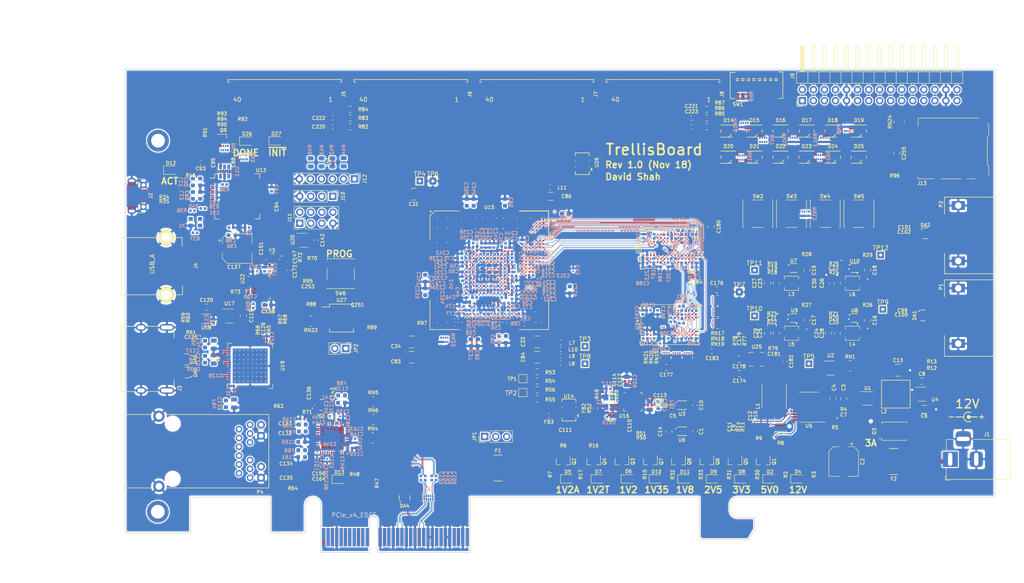
<source format=kicad_pcb>
(kicad_pcb (version 20171130) (host pcbnew 5.0.1)
  (layers (0 F.Cu signal) (1 In1.Cu signal) (2 In2.Cu signal) (3 In3.Cu signal) (4 In4.Cu signal) (5 In5.Cu signal) (6 In6.Cu signal) (31 B.Cu signal) (34 B.Paste user) (35 F.Paste user) (36 B.SilkS user) (37 F.SilkS user) (38 B.Mask user) (39 F.Mask user) (44 Edge.Cuts user))
  (net 0 "")
  (net 1 "/PCIe + SATA/DCU1_REFCLK-")
  (net 2 "/PCIe + SATA/DCU1_REFCLK+")
  (net 3 DDR3_A4)
  (net 4 DDR3_A6)
  (net 5 DDR3_A5)
  (net 6 DDR3_A7)
  (net 7 /DDR3/DDR3_VTT)
  (net 8 "Net-(RN2-Pad5)")
  (net 9 "Net-(RN2-Pad6)")
  (net 10 "Net-(R38-Pad2)")
  (net 11 "Net-(RN2-Pad7)")
  (net 12 +3V3)
  (net 13 /Power/1V2_EN)
  (net 14 /Power/2V5_EN)
  (net 15 /Power/1V35_EN)
  (net 16 "Net-(RN1-Pad4)")
  (net 17 +5V)
  (net 18 "Net-(RN1-Pad5)")
  (net 19 USD_D0)
  (net 20 USD_D3)
  (net 21 USD_CMD)
  (net 22 USD_D2)
  (net 23 "Net-(RN23-Pad1)")
  (net 24 GND)
  (net 25 "/FPGA IO/CFG0")
  (net 26 "Net-(RN23-Pad8)")
  (net 27 "/FPGA IO/CFG1")
  (net 28 "/FPGA IO/CFG2")
  (net 29 "/FPGA IO/FLASH_D3")
  (net 30 "/FPGA IO/FLASH_D1")
  (net 31 "/FPGA IO/FLASH_D2")
  (net 32 "/FPGA IO/FLASH_D0")
  (net 33 DDR3_WE)
  (net 34 DDR3_CKE)
  (net 35 DDR3_CS)
  (net 36 DDR3_ODT)
  (net 37 DDR3_CAS)
  (net 38 DDR3_BA2)
  (net 39 DDR3_RAS)
  (net 40 DDR3_BA1)
  (net 41 DDR3_A12)
  (net 42 DDR3_A14)
  (net 43 DDR3_A13)
  (net 44 DDR3_BA0)
  (net 45 DDR3_A11)
  (net 46 DDR3_A9)
  (net 47 DDR3_A10)
  (net 48 DDR3_A8)
  (net 49 DDR3_A0)
  (net 50 DDR3_A2)
  (net 51 DDR3_A1)
  (net 52 DDR3_A3)
  (net 53 "/HDMI, GbE, USB/ETH_LED2")
  (net 54 ETH_~RESET)
  (net 55 "/HDMI, GbE, USB/ETH_LED1")
  (net 56 RGMII_REF_CLK)
  (net 57 "Net-(D18-Pad4)")
  (net 58 "Net-(D20-Pad4)")
  (net 59 "Net-(D19-Pad4)")
  (net 60 "Net-(D21-Pad4)")
  (net 61 "Net-(D25-Pad4)")
  (net 62 "Net-(D23-Pad4)")
  (net 63 "Net-(D24-Pad4)")
  (net 64 "Net-(D22-Pad4)")
  (net 65 FTDI_D1_RX)
  (net 66 FTDI_~WR)
  (net 67 FTDI_~RD)
  (net 68 FTDI_~SIWU)
  (net 69 RGMII_RXD0)
  (net 70 RGMII_RXD2)
  (net 71 RGMII_RXD1)
  (net 72 RGMII_RXD3)
  (net 73 RGMII_RX_DV)
  (net 74 ETH_MDIO)
  (net 75 RGMII_RX_CLK)
  (net 76 ETH_INT_N)
  (net 77 "Net-(D17-Pad1)")
  (net 78 "Net-(D16-Pad1)")
  (net 79 "Net-(D14-Pad1)")
  (net 80 "Net-(D15-Pad1)")
  (net 81 DIP_SW1)
  (net 82 DIP_SW0)
  (net 83 DIP_SW2)
  (net 84 DIP_SW3)
  (net 85 DIP_SW7)
  (net 86 DIP_SW6)
  (net 87 DIP_SW4)
  (net 88 DIP_SW5)
  (net 89 "Net-(D14-Pad4)")
  (net 90 "Net-(D16-Pad4)")
  (net 91 "Net-(D15-Pad4)")
  (net 92 "Net-(D17-Pad4)")
  (net 93 "Net-(D21-Pad1)")
  (net 94 "Net-(D20-Pad1)")
  (net 95 "Net-(D18-Pad1)")
  (net 96 "Net-(D19-Pad1)")
  (net 97 BTN1)
  (net 98 BTN0)
  (net 99 BTN2)
  (net 100 BTN3)
  (net 101 "Net-(D25-Pad1)")
  (net 102 "Net-(D24-Pad1)")
  (net 103 "Net-(D22-Pad1)")
  (net 104 "Net-(D23-Pad1)")
  (net 105 "/FPGA IO/VCCIO7")
  (net 106 "Net-(R44-Pad2)")
  (net 107 JTAG_TDO)
  (net 108 JTAG_TDI)
  (net 109 "Net-(R43-Pad2)")
  (net 110 "Net-(R42-Pad2)")
  (net 111 JTAG_TCK)
  (net 112 JTAG_TMS)
  (net 113 "Net-(R45-Pad2)")
  (net 114 "/PCIe + SATA/CLKAUXO+")
  (net 115 "/PCIe + SATA/CLK150M-")
  (net 116 +1V8)
  (net 117 +2V5)
  (net 118 "/PCIe + SATA/CLKAUXO-")
  (net 119 "/FPGA IO/VCCIO6")
  (net 120 "/PCIe + SATA/CLK150M+")
  (net 121 CLK_SDA)
  (net 122 "Net-(R36-Pad2)")
  (net 123 FPGA_12MHz)
  (net 124 "/PCIe + SATA/PCIe_REFCLK+")
  (net 125 "/PCIe + SATA/PCIe_REFCLK-")
  (net 126 PCIe_12V)
  (net 127 "Net-(D13-Pad2)")
  (net 128 ~PERST)
  (net 129 "Net-(P3-PadA11)")
  (net 130 "Net-(D12-Pad2)")
  (net 131 "Net-(R40-Pad1)")
  (net 132 "Net-(R39-Pad1)")
  (net 133 "Net-(R38-Pad1)")
  (net 134 "Net-(R12-Pad2)")
  (net 135 "/PCIe + SATA/3V3_C")
  (net 136 "/PCIe + SATA/3V3_CA")
  (net 137 "Net-(R57-Pad1)")
  (net 138 "Net-(R58-Pad2)")
  (net 139 FABRIC_REFCLK)
  (net 140 "/HDMI, GbE, USB/PORT_SCL")
  (net 141 "/HDMI, GbE, USB/PORT_SDA")
  (net 142 "Net-(C121-Pad1)")
  (net 143 "Net-(R62-Pad1)")
  (net 144 /Power/3V3_PG)
  (net 145 "Net-(D27-Pad2)")
  (net 146 "/FPGA IO/~PROGRAM")
  (net 147 "Net-(R80-Pad1)")
  (net 148 "Net-(R81-Pad1)")
  (net 149 "/FPGA IO/FLASH_~CS")
  (net 150 "/FPGA IO/FLASH_CLK")
  (net 151 "/FPGA IO/DONE")
  (net 152 "Net-(Q9-Pad1)")
  (net 153 "Net-(D26-Pad2)")
  (net 154 "Net-(R79-Pad1)")
  (net 155 "/FPGA IO/~INIT")
  (net 156 "Net-(C9-Pad1)")
  (net 157 "Net-(C11-Pad1)")
  (net 158 "Net-(Q2-Pad3)")
  (net 159 "Net-(D5-Pad1)")
  (net 160 /Power/1V2_PG)
  (net 161 USD_D1)
  (net 162 USD_CLK)
  (net 163 "Net-(R97-Pad1)")
  (net 164 "Net-(Q2-Pad1)")
  (net 165 +1V2A)
  (net 166 "Net-(R5-Pad2)")
  (net 167 "Net-(D2-Pad2)")
  (net 168 "Net-(C7-Pad1)")
  (net 169 "Net-(D4-Pad2)")
  (net 170 +12V)
  (net 171 "Net-(R74-Pad1)")
  (net 172 "/Debug Interface/PORT_D-")
  (net 173 "/Debug Interface/FTDI_D-")
  (net 174 "/Debug Interface/FTDI_D+")
  (net 175 "/Debug Interface/PORT_D+")
  (net 176 "Net-(C22-Pad2)")
  (net 177 "Net-(R71-Pad2)")
  (net 178 "/HDMI, GbE, USB/USB_XO")
  (net 179 "/HDMI, GbE, USB/USB_XI")
  (net 180 "Net-(R73-Pad1)")
  (net 181 "/HDMI, GbE, USB/USBA_VBUS")
  (net 182 "/HDMI, GbE, USB/EXTVBUS")
  (net 183 DVI_SCL)
  (net 184 DVI_SDA)
  (net 185 CLK_SCL)
  (net 186 "Net-(R70-Pad1)")
  (net 187 "Net-(C175-Pad2)")
  (net 188 DDR3_CLK+)
  (net 189 "Net-(P4-Pad16)")
  (net 190 "Net-(R66-Pad1)")
  (net 191 "Net-(R65-Pad1)")
  (net 192 "/HDMI, GbE, USB/HDMI_HPD")
  (net 193 DDR3_CLK-)
  (net 194 "Net-(C179-Pad1)")
  (net 195 +1V35)
  (net 196 +1V2)
  (net 197 "Net-(D10-Pad2)")
  (net 198 "Net-(P4-Pad14)")
  (net 199 "Net-(C12-Pad2)")
  (net 200 "Net-(D6-Pad2)")
  (net 201 +1V2T)
  (net 202 "Net-(Q4-Pad1)")
  (net 203 "Net-(Q4-Pad3)")
  (net 204 "Net-(D7-Pad1)")
  (net 205 "Net-(C19-Pad2)")
  (net 206 "Net-(C20-Pad2)")
  (net 207 "Net-(C21-Pad2)")
  (net 208 "/Debug Interface/FTDI_12MHz")
  (net 209 "Net-(D11-Pad2)")
  (net 210 /Power/2V5_PG)
  (net 211 /Power/1V35_PG)
  (net 212 /Power/1V8_PG)
  (net 213 "Net-(D8-Pad2)")
  (net 214 "Net-(D9-Pad2)")
  (net 215 "Net-(C8-Pad2)")
  (net 216 "Net-(C8-Pad1)")
  (net 217 /Power/PWR_EN)
  (net 218 "/HDMI, GbE, USB/HDMI_5V")
  (net 219 "Net-(U17-Pad3)")
  (net 220 "Net-(D9-Pad1)")
  (net 221 "Net-(D11-Pad1)")
  (net 222 "Net-(D26-Pad1)")
  (net 223 "Net-(D2-Pad1)")
  (net 224 "Net-(D6-Pad1)")
  (net 225 "Net-(D10-Pad1)")
  (net 226 "Net-(D8-Pad1)")
  (net 227 "Net-(U1-Pad3)")
  (net 228 DDR3_Vref)
  (net 229 DDR3_Vtt_EN)
  (net 230 "Net-(U5-Pad2)")
  (net 231 "Net-(L1-Pad1)")
  (net 232 "Net-(C11-Pad2)")
  (net 233 "Net-(U13-Pad3)")
  (net 234 "/Debug Interface/Vphy")
  (net 235 "/Debug Interface/Vpll")
  (net 236 "/Debug Interface/JTAG_ACT")
  (net 237 "Net-(U13-Pad22)")
  (net 238 "Net-(U13-Pad23)")
  (net 239 "Net-(U13-Pad24)")
  (net 240 "Net-(U13-Pad26)")
  (net 241 "Net-(U13-Pad27)")
  (net 242 "Net-(U13-Pad28)")
  (net 243 "Net-(U13-Pad29)")
  (net 244 "Net-(U13-Pad30)")
  (net 245 "Net-(U13-Pad32)")
  (net 246 "Net-(U13-Pad33)")
  (net 247 "Net-(U13-Pad34)")
  (net 248 "Net-(U13-Pad36)")
  (net 249 FTDI_D0_TX)
  (net 250 FTDI_D2)
  (net 251 FTDI_D3)
  (net 252 FTDI_D4)
  (net 253 FTDI_D5)
  (net 254 FTDI_D6)
  (net 255 FTDI_D7)
  (net 256 FTDI_~RXF)
  (net 257 "Net-(U13-Pad49)")
  (net 258 "Net-(U13-Pad50)")
  (net 259 FTDI_~TXE)
  (net 260 "Net-(U13-Pad57)")
  (net 261 "Net-(U13-Pad58)")
  (net 262 "Net-(U13-Pad59)")
  (net 263 "Net-(U13-Pad60)")
  (net 264 "/HDMI, GbE, USB/DVI_DVDD")
  (net 265 DVI_DE)
  (net 266 DVI_HSYNC)
  (net 267 DVI_VSYNC)
  (net 268 "Net-(U19-Pad11)")
  (net 269 "/HDMI, GbE, USB/DVI_PVDD")
  (net 270 "/HDMI, GbE, USB/TMDS_CLK-")
  (net 271 "/HDMI, GbE, USB/TMDS_CLK+")
  (net 272 "/HDMI, GbE, USB/DVI_TVDD")
  (net 273 "/HDMI, GbE, USB/TMDS_D0-")
  (net 274 "/HDMI, GbE, USB/TMDS_D0+")
  (net 275 "/HDMI, GbE, USB/TMDS_D1-")
  (net 276 "/HDMI, GbE, USB/TMDS_D1+")
  (net 277 "/HDMI, GbE, USB/TMDS_D2-")
  (net 278 "/HDMI, GbE, USB/TMDS_D2+")
  (net 279 DVI_D23)
  (net 280 DVI_D22)
  (net 281 DVI_D21)
  (net 282 DVI_D20)
  (net 283 DVI_D19)
  (net 284 DVI_D18)
  (net 285 DVI_D17)
  (net 286 DVI_D16)
  (net 287 DVI_D15)
  (net 288 DVI_D14)
  (net 289 DVI_D13)
  (net 290 DVI_D12)
  (net 291 "Net-(U19-Pad49)")
  (net 292 DVI_D11)
  (net 293 DVI_D10)
  (net 294 DVI_D9)
  (net 295 DVI_D8)
  (net 296 DVI_D7)
  (net 297 DVI_D6)
  (net 298 DVI_CLK)
  (net 299 DVI_D5)
  (net 300 DVI_D4)
  (net 301 DVI_D3)
  (net 302 DVI_D2)
  (net 303 DVI_D1)
  (net 304 DVI_D0)
  (net 305 "/HDMI, GbE, USB/AVDDH")
  (net 306 "/HDMI, GbE, USB/MX4-")
  (net 307 "/HDMI, GbE, USB/MX4+")
  (net 308 "/HDMI, GbE, USB/AVDDL")
  (net 309 "/HDMI, GbE, USB/MX3-")
  (net 310 "/HDMI, GbE, USB/MX3+")
  (net 311 "/HDMI, GbE, USB/MX2-")
  (net 312 "/HDMI, GbE, USB/MX2+")
  (net 313 "/HDMI, GbE, USB/MX1-")
  (net 314 "/HDMI, GbE, USB/MX1+")
  (net 315 "Net-(U21-Pad13)")
  (net 316 RGMII_TXD0)
  (net 317 RGMII_TXD1)
  (net 318 RGMII_TXD2)
  (net 319 RGMII_TXD3)
  (net 320 RGMII_TX_CLK)
  (net 321 RGMII_TX_EN)
  (net 322 ETH_MDC)
  (net 323 "Net-(U21-Pad43)")
  (net 324 "/HDMI, GbE, USB/AVDDL_PLL")
  (net 325 "/HDMI, GbE, USB/ETH_XO")
  (net 326 "/HDMI, GbE, USB/ETH_XI")
  (net 327 "Net-(U21-Pad47)")
  (net 328 "Net-(U22-Pad3)")
  (net 329 "Net-(U22-Pad5)")
  (net 330 "/HDMI, GbE, USB/USBA_D+")
  (net 331 "/HDMI, GbE, USB/USBA_D-")
  (net 332 ULPI_RESET)
  (net 333 ULPI_NXT)
  (net 334 ULPI_DIR)
  (net 335 ULPI_STP)
  (net 336 ULPI_CLKO)
  (net 337 "/HDMI, GbE, USB/USB1V8")
  (net 338 ULPI_D7)
  (net 339 ULPI_D6)
  (net 340 ULPI_D5)
  (net 341 ULPI_D4)
  (net 342 ULPI_D3)
  (net 343 ULPI_D2)
  (net 344 ULPI_D1)
  (net 345 ULPI_D0)
  (net 346 "Net-(C117-Pad1)")
  (net 347 "Net-(C115-Pad2)")
  (net 348 CLK_SD_OE)
  (net 349 "Net-(U16-Pad11)")
  (net 350 "Net-(U16-Pad12)")
  (net 351 "/PCIe + SATA/1V8_C")
  (net 352 "Net-(U16-Pad16)")
  (net 353 "/PCIe + SATA/DCU0_REFCLK-")
  (net 354 "/PCIe + SATA/DCU0_REFCLK+")
  (net 355 "Net-(U16-Pad24)")
  (net 356 DDR3_DQ13)
  (net 357 DDR3_DQ15)
  (net 358 DDR3_DQ12)
  (net 359 DDR3_DQS1-)
  (net 360 DDR3_DQ14)
  (net 361 DDR3_DQ11)
  (net 362 DDR3_DQ9)
  (net 363 DDR3_DQS1+)
  (net 364 DDR3_DQ10)
  (net 365 DDR3_DM1)
  (net 366 DDR3_DQ8)
  (net 367 DDR3_DQ0)
  (net 368 DDR3_DM0)
  (net 369 DDR3_DQ2)
  (net 370 DDR3_DQS0+)
  (net 371 DDR3_DQ1)
  (net 372 DDR3_DQ3)
  (net 373 DDR3_DQ6)
  (net 374 DDR3_DQS0-)
  (net 375 DDR3_DQ4)
  (net 376 DDR3_DQ7)
  (net 377 DDR3_DQ5)
  (net 378 "Net-(U23-PadJ1)")
  (net 379 "Net-(U23-PadJ9)")
  (net 380 "Net-(U23-PadL1)")
  (net 381 "Net-(U23-PadL9)")
  (net 382 "Net-(U23-PadM7)")
  (net 383 DDR3_RESET)
  (net 384 "Net-(U24-PadM7)")
  (net 385 "Net-(U24-PadL9)")
  (net 386 "Net-(U24-PadL1)")
  (net 387 "Net-(U24-PadJ9)")
  (net 388 "Net-(U24-PadJ1)")
  (net 389 DDR3_DQ21)
  (net 390 DDR3_DQ23)
  (net 391 DDR3_DQ20)
  (net 392 DDR3_DQS2-)
  (net 393 DDR3_DQ22)
  (net 394 DDR3_DQ19)
  (net 395 DDR3_DQ17)
  (net 396 DDR3_DQS2+)
  (net 397 DDR3_DQ18)
  (net 398 DDR3_DM2)
  (net 399 DDR3_DQ16)
  (net 400 DDR3_DQ24)
  (net 401 DDR3_DM3)
  (net 402 DDR3_DQ26)
  (net 403 DDR3_DQS3+)
  (net 404 DDR3_DQ25)
  (net 405 DDR3_DQ27)
  (net 406 DDR3_DQ30)
  (net 407 DDR3_DQS3-)
  (net 408 DDR3_DQ28)
  (net 409 DDR3_DQ31)
  (net 410 DDR3_DQ29)
  (net 411 "Net-(X1-Pad1)")
  (net 412 "Net-(L4-Pad1)")
  (net 413 "Net-(L5-Pad1)")
  (net 414 "Net-(L3-Pad1)")
  (net 415 "Net-(L6-Pad1)")
  (net 416 "Net-(C111-Pad1)")
  (net 417 "/FPGA Core Power/VCCHTX1")
  (net 418 "/FPGA Core Power/VCCHTX0")
  (net 419 "/FPGA Core Power/VCCA0")
  (net 420 "/FPGA Core Power/VCCAUX")
  (net 421 "/FPGA Core Power/VCCA1")
  (net 422 "/PCIe + SATA/SATA1_A+")
  (net 423 "/PCIe + SATA/SATA1_A-")
  (net 424 "/PCIe + SATA/DCU1_RX1-")
  (net 425 "/PCIe + SATA/DCU1_RX1+")
  (net 426 "/PCIe + SATA/SATA0_A+")
  (net 427 "/PCIe + SATA/SATA0_A-")
  (net 428 "/PCIe + SATA/DCU1_RX0-")
  (net 429 "/PCIe + SATA/DCU1_RX0+")
  (net 430 "/PCIe + SATA/PCIe_HSI0+")
  (net 431 "/PCIe + SATA/PCIe_HSI0-")
  (net 432 "/PCIe + SATA/PCIe_HSI1+")
  (net 433 "/PCIe + SATA/PCIe_HSI1-")
  (net 434 "/PCIe + SATA/DCU0_RX0+")
  (net 435 "/PCIe + SATA/DCU0_RX0-")
  (net 436 "/PCIe + SATA/DCU0_RX1+")
  (net 437 "/PCIe + SATA/DCU0_RX1-")
  (net 438 "Net-(U6-Pad2)")
  (net 439 "Net-(U6-Pad5)")
  (net 440 "Net-(U3-Pad5)")
  (net 441 "Net-(U3-Pad2)")
  (net 442 "Net-(U10-Pad4)")
  (net 443 "Net-(U9-Pad4)")
  (net 444 "Net-(U8-Pad4)")
  (net 445 "Net-(U7-Pad4)")
  (net 446 "Net-(J5-Pad38)")
  (net 447 "/FPGA IO/EXT0_11-")
  (net 448 "/FPGA IO/EXT0_11+")
  (net 449 "/FPGA IO/EXT0_10-")
  (net 450 "/FPGA IO/EXT0_10+")
  (net 451 "/FPGA IO/EXT0_9-")
  (net 452 "/FPGA IO/EXT0_9+")
  (net 453 "/FPGA IO/EXT0_8-")
  (net 454 "/FPGA IO/EXT0_8+")
  (net 455 "/FPGA IO/EXT0_7-")
  (net 456 "/FPGA IO/EXT0_7+")
  (net 457 "/FPGA IO/EXT0_6-")
  (net 458 "/FPGA IO/EXT0_6+")
  (net 459 "/FPGA IO/EXT0_5-")
  (net 460 "/FPGA IO/EXT0_5+")
  (net 461 "/FPGA IO/EXT0_4-")
  (net 462 "/FPGA IO/EXT0_4+")
  (net 463 "/FPGA IO/EXT0_3-")
  (net 464 "/FPGA IO/EXT0_3+")
  (net 465 "/FPGA IO/EXT0_2-")
  (net 466 "/FPGA IO/EXT0_2+")
  (net 467 "/FPGA IO/EXT0_1-")
  (net 468 "/FPGA IO/EXT0_1+")
  (net 469 "/FPGA IO/EXT0_0-")
  (net 470 "/FPGA IO/EXT0_0+")
  (net 471 "/FPGA IO/EXT3_0+")
  (net 472 "/FPGA IO/EXT3_0-")
  (net 473 "/FPGA IO/EXT3_1+")
  (net 474 "/FPGA IO/EXT3_1-")
  (net 475 "/FPGA IO/EXT3_2+")
  (net 476 "/FPGA IO/EXT3_2-")
  (net 477 "/FPGA IO/EXT3_3+")
  (net 478 "/FPGA IO/EXT3_3-")
  (net 479 "/FPGA IO/EXT3_4+")
  (net 480 "/FPGA IO/EXT3_4-")
  (net 481 "/FPGA IO/EXT3_5+")
  (net 482 "/FPGA IO/EXT3_5-")
  (net 483 "/FPGA IO/EXT3_6+")
  (net 484 "/FPGA IO/EXT3_6-")
  (net 485 "/FPGA IO/EXT3_7+")
  (net 486 "/FPGA IO/EXT3_7-")
  (net 487 "/FPGA IO/EXT3_8+")
  (net 488 "/FPGA IO/EXT3_8-")
  (net 489 "/FPGA IO/EXT3_9+")
  (net 490 "/FPGA IO/EXT3_9-")
  (net 491 "/FPGA IO/EXT3_10+")
  (net 492 "/FPGA IO/EXT3_10-")
  (net 493 "/FPGA IO/EXT3_11+")
  (net 494 "/FPGA IO/EXT3_11-")
  (net 495 "Net-(J8-Pad38)")
  (net 496 "Net-(J6-Pad38)")
  (net 497 "/FPGA IO/EXT1_11-")
  (net 498 "/FPGA IO/EXT1_11+")
  (net 499 "/FPGA IO/EXT1_10-")
  (net 500 "/FPGA IO/EXT1_10+")
  (net 501 "/FPGA IO/EXT1_9-")
  (net 502 "/FPGA IO/EXT1_9+")
  (net 503 "/FPGA IO/EXT1_8-")
  (net 504 "/FPGA IO/EXT1_8+")
  (net 505 "/FPGA IO/EXT1_7-")
  (net 506 "/FPGA IO/EXT1_7+")
  (net 507 "/FPGA IO/EXT1_6-")
  (net 508 "/FPGA IO/EXT1_6+")
  (net 509 "/FPGA IO/EXT1_5-")
  (net 510 "/FPGA IO/EXT1_5+")
  (net 511 "/FPGA IO/EXT1_4-")
  (net 512 "/FPGA IO/EXT1_4+")
  (net 513 "/FPGA IO/EXT1_3-")
  (net 514 "/FPGA IO/EXT1_3+")
  (net 515 "/FPGA IO/EXT1_2-")
  (net 516 "/FPGA IO/EXT1_2+")
  (net 517 "/FPGA IO/EXT1_1-")
  (net 518 "/FPGA IO/EXT1_1+")
  (net 519 "/FPGA IO/EXT1_0-")
  (net 520 "/FPGA IO/EXT1_0+")
  (net 521 "/FPGA IO/EXT2_0+")
  (net 522 "/FPGA IO/EXT2_0-")
  (net 523 "/FPGA IO/EXT2_1+")
  (net 524 "/FPGA IO/EXT2_1-")
  (net 525 "/FPGA IO/EXT2_2+")
  (net 526 "/FPGA IO/EXT2_2-")
  (net 527 "/FPGA IO/EXT2_3+")
  (net 528 "/FPGA IO/EXT2_3-")
  (net 529 "/FPGA IO/EXT2_4+")
  (net 530 "/FPGA IO/EXT2_4-")
  (net 531 "/FPGA IO/EXT2_5+")
  (net 532 "/FPGA IO/EXT2_5-")
  (net 533 "/FPGA IO/EXT2_6+")
  (net 534 "/FPGA IO/EXT2_6-")
  (net 535 "/FPGA IO/EXT2_7+")
  (net 536 "/FPGA IO/EXT2_7-")
  (net 537 "/FPGA IO/EXT2_8+")
  (net 538 "/FPGA IO/EXT2_8-")
  (net 539 "/FPGA IO/EXT2_9+")
  (net 540 "/FPGA IO/EXT2_9-")
  (net 541 "/FPGA IO/EXT2_10+")
  (net 542 "/FPGA IO/EXT2_10-")
  (net 543 "/FPGA IO/EXT2_11+")
  (net 544 "/FPGA IO/EXT2_11-")
  (net 545 "Net-(J7-Pad38)")
  (net 546 "Net-(C132-Pad1)")
  (net 547 "Net-(C135-Pad1)")
  (net 548 "Net-(C133-Pad1)")
  (net 549 "Net-(C134-Pad1)")
  (net 550 "Net-(P3-PadB5)")
  (net 551 "Net-(P3-PadB6)")
  (net 552 "Net-(P3-PadB8)")
  (net 553 "Net-(P3-PadB9)")
  (net 554 "Net-(P3-PadB10)")
  (net 555 PCIe_~WAKE)
  (net 556 "Net-(P3-PadB12)")
  (net 557 "/PCIe + SATA/~PRSNT2~_X1")
  (net 558 "Net-(P3-PadB23)")
  (net 559 "Net-(P3-PadB24)")
  (net 560 "Net-(P3-PadB27)")
  (net 561 "Net-(P3-PadB28)")
  (net 562 "Net-(P3-PadB30)")
  (net 563 "/PCIe + SATA/~PRSNT2~_X4")
  (net 564 "/PCIe + SATA/~PRSNT1")
  (net 565 "Net-(P3-PadA5)")
  (net 566 "Net-(P3-PadA6)")
  (net 567 "Net-(P3-PadA7)")
  (net 568 "Net-(P3-PadA8)")
  (net 569 "Net-(P3-PadA9)")
  (net 570 "Net-(P3-PadA10)")
  (net 571 "Net-(P3-PadA19)")
  (net 572 "Net-(P3-PadA25)")
  (net 573 "Net-(P3-PadA26)")
  (net 574 "Net-(P3-PadA29)")
  (net 575 "Net-(P3-PadA30)")
  (net 576 "Net-(P3-PadA32)")
  (net 577 "Net-(U14-Pad2)")
  (net 578 "Net-(U14-Pad1)")
  (net 579 "Net-(U26-Pad1)")
  (net 580 "Net-(U26-Pad2)")
  (net 581 "/FPGA IO/CLK100+")
  (net 582 "/FPGA IO/CLK100-")
  (net 583 "Net-(J3-Pad14)")
  (net 584 "Net-(J3-Pad13)")
  (net 585 LED2)
  (net 586 LED11)
  (net 587 LED10)
  (net 588 LED0)
  (net 589 LED1)
  (net 590 LED3)
  (net 591 LED4)
  (net 592 LED5)
  (net 593 LED6)
  (net 594 LED7)
  (net 595 LED8)
  (net 596 LED9)
  (net 597 "Net-(F2-Pad2)")
  (net 598 "Net-(U15-PadR1)")
  (net 599 "Net-(U15-PadY1)")
  (net 600 "Net-(U15-PadAB1)")
  (net 601 "Net-(U15-PadAC1)")
  (net 602 "Net-(U15-PadAD1)")
  (net 603 "Net-(U15-PadAE1)")
  (net 604 "Net-(U15-PadA2)")
  (net 605 "Net-(U15-PadT2)")
  (net 606 "Net-(U15-PadW2)")
  (net 607 "Net-(U15-PadAB2)")
  (net 608 "Net-(U15-PadAC2)")
  (net 609 "Net-(U15-PadAE2)")
  (net 610 "Net-(U15-PadAG2)")
  (net 611 "Net-(U15-PadA3)")
  (net 612 "Net-(U15-PadV3)")
  (net 613 "Net-(U15-PadW3)")
  (net 614 "Net-(U15-PadY3)")
  (net 615 "Net-(U15-PadAC3)")
  (net 616 "Net-(U15-PadAD3)")
  (net 617 "Net-(U15-PadAE3)")
  (net 618 "Net-(U15-PadAG3)")
  (net 619 "Net-(U15-PadAL3)")
  (net 620 "Net-(U15-PadB4)")
  (net 621 "Net-(U15-PadH4)")
  (net 622 "Net-(U15-PadAC4)")
  (net 623 "Net-(U15-PadA5)")
  (net 624 "Net-(U15-PadL5)")
  (net 625 "Net-(U15-PadW6)")
  (net 626 "Net-(U15-PadD7)")
  (net 627 "Net-(U15-PadE7)")
  (net 628 "Net-(U15-PadAE7)")
  (net 629 "Net-(U15-PadG9)")
  (net 630 "/PCIe + SATA/DCU0_TX0+")
  (net 631 "Net-(U15-PadG10)")
  (net 632 "/PCIe + SATA/DCU0_TX0-")
  (net 633 "Net-(U15-PadG11)")
  (net 634 "/PCIe + SATA/DCU0_TX1+")
  (net 635 "/PCIe + SATA/DCU0_TX1-")
  (net 636 "/FPGA IO/PMOD1_10")
  (net 637 "/FPGA IO/PMOD1_9")
  (net 638 "Net-(U15-PadG14)")
  (net 639 "Net-(U15-PadG15)")
  (net 640 "Net-(U15-PadAK15)")
  (net 641 "Net-(U15-PadG16)")
  (net 642 "Net-(U15-PadAK16)")
  (net 643 "Net-(U15-PadG17)")
  (net 644 "Net-(U15-PadG18)")
  (net 645 "/PCIe + SATA/DCU1_TX0+")
  (net 646 "Net-(U15-PadG19)")
  (net 647 "/PCIe + SATA/DCU1_TX0-")
  (net 648 "/FPGA IO/PMOD1_8")
  (net 649 "/FPGA IO/PMOD1_7")
  (net 650 "/PCIe + SATA/DCU1_TX1+")
  (net 651 "/PCIe + SATA/DCU1_TX1-")
  (net 652 "/FPGA IO/EXIO_5")
  (net 653 "/FPGA IO/EXIO_4")
  (net 654 "/FPGA IO/EXIO_3")
  (net 655 "Net-(U15-PadG22)")
  (net 656 "/FPGA IO/PMOD1_3")
  (net 657 "/FPGA IO/PMOD1_2")
  (net 658 "/FPGA IO/PMOD1_0")
  (net 659 "/FPGA IO/PMOD1_1")
  (net 660 "/FPGA IO/EXIO_2")
  (net 661 "Net-(U15-PadG23)")
  (net 662 "/FPGA IO/EXIO_1")
  (net 663 "/FPGA IO/PMOD0_10")
  (net 664 "/FPGA IO/EXIO_0")
  (net 665 "/FPGA IO/PMOD0_9")
  (net 666 "Net-(U15-PadG24)")
  (net 667 "Net-(U15-PadAG24)")
  (net 668 "Net-(U15-PadAK24)")
  (net 669 "/FPGA IO/PMOD0_8")
  (net 670 "/FPGA IO/PMOD0_3")
  (net 671 "/FPGA IO/PMOD0_7")
  (net 672 "/FPGA IO/PMOD0_2")
  (net 673 "/FPGA IO/PMOD0_1")
  (net 674 "Net-(U15-PadAK25)")
  (net 675 "/FPGA IO/PMOD0_0")
  (net 676 "Net-(U15-PadB26)")
  (net 677 "Net-(U15-PadE26)")
  (net 678 "Net-(U15-PadAE26)")
  (net 679 "Net-(U15-PadH27)")
  (net 680 "Net-(U15-PadJ27)")
  (net 681 "Net-(U15-PadW27)")
  (net 682 "Net-(U15-PadC28)")
  (net 683 "Net-(U15-PadD28)")
  (net 684 "Net-(U15-PadH28)")
  (net 685 "Net-(U15-PadL28)")
  (net 686 "Net-(U15-PadP28)")
  (net 687 "Net-(U15-PadAC28)")
  (net 688 "Net-(U15-PadAE28)")
  (net 689 "Net-(U15-PadC29)")
  (net 690 "Net-(U15-PadH29)")
  (net 691 "Net-(U15-PadP29)")
  (net 692 "Net-(U15-PadAB29)")
  (net 693 "Net-(U15-PadAC29)")
  (net 694 "Net-(U15-PadAE29)")
  (net 695 "Net-(U15-PadAJ29)")
  (net 696 "Net-(U15-PadC30)")
  (net 697 "Net-(U15-PadP30)")
  (net 698 "Net-(U15-PadR30)")
  (net 699 "Net-(U15-PadV30)")
  (net 700 "Net-(U15-PadAB30)")
  (net 701 "Net-(U15-PadAE30)")
  (net 702 "Net-(U15-PadAJ30)")
  (net 703 "Net-(U15-PadA31)")
  (net 704 "Net-(U15-PadP31)")
  (net 705 "Net-(U15-PadAG31)")
  (net 706 "Net-(U15-PadAK31)")
  (net 707 "Net-(U15-PadAG32)")
  (net 708 "Net-(J2-Pad1)")
  (net 709 "Net-(J2-Pad4)")
  (net 710 "Net-(U15-PadN32)")
  (net 711 "Net-(U15-PadT30)")
  (net 712 "Net-(U15-PadAE27)")
  (net 713 "Net-(U15-PadAD27)")
  (net 714 "Net-(U15-PadAD26)")
  (net 715 "Net-(U15-PadF30)")
  (net 716 "Net-(U15-PadN27)")
  (net 717 "Net-(U15-PadU27)")
  (net 718 "Net-(U15-PadU29)")
  (module Capacitor_SMD:C_0201_0603Metric (layer B.Cu) (at 90.2 111.585 90)
    (fp_text reference C149 (at -2.665 0.05 90) (layer B.SilkS) (effects (font (size 0.8 0.8)) (justify mirror)))
    (fp_text value 10n)
    (pad 1 smd roundrect (at -0.32 0 90) (size 0.46 0.4) (layers B.Cu B.Mask) (net 196 +1V2))
    (pad 2 smd roundrect (at 0.32 0 90) (size 0.46 0.4) (layers B.Cu B.Mask) (net 24 GND))
  )
  (module Capacitor_SMD:C_0201_0603Metric (layer B.Cu) (at 85.015 109.9)
    (fp_text reference C146 (at 2.235 0.1) (layer B.SilkS) (effects (font (size 0.8 0.8)) (justify mirror)))
    (fp_text value 10n)
    (pad 2 smd roundrect (at 0.32 0) (size 0.46 0.4) (layers B.Cu B.Mask) (net 24 GND))
    (pad 1 smd roundrect (at -0.32 0) (size 0.46 0.4) (layers B.Cu B.Mask) (net 308 "/HDMI, GbE, USB/AVDDL"))
  )
  (module Capacitor_SMD:C_0201_0603Metric (layer B.Cu) (at 87.2 105.615 90)
    (fp_text reference C145 (at 4.115 -0.7 90) (layer B.SilkS) (effects (font (size 0.8 0.8)) (justify mirror)))
    (fp_text value 10n)
    (pad 1 smd roundrect (at -0.32 0 90) (size 0.46 0.4) (layers B.Cu B.Mask) (net 24 GND))
    (pad 2 smd roundrect (at 0.32 0 90) (size 0.46 0.4) (layers B.Cu B.Mask) (net 324 "/HDMI, GbE, USB/AVDDL_PLL"))
  )
  (module Capacitor_SMD:C_0201_0603Metric (layer B.Cu) (at 84.915 107.4)
    (fp_text reference C144 (at -0.165 -2.4) (layer B.SilkS) (effects (font (size 0.8 0.8)) (justify mirror)))
    (fp_text value 10n)
    (pad 2 smd roundrect (at 0.32 0) (size 0.46 0.4) (layers B.Cu B.Mask) (net 24 GND))
    (pad 1 smd roundrect (at -0.32 0) (size 0.46 0.4) (layers B.Cu B.Mask) (net 308 "/HDMI, GbE, USB/AVDDL"))
  )
  (module Capacitor_SMD:C_0201_0603Metric (layer B.Cu) (at 90.9 108.9 180)
    (fp_text reference C148 (at -2.6 1.15 180) (layer B.SilkS) (effects (font (size 0.8 0.8)) (justify mirror)))
    (fp_text value 10n)
    (pad 1 smd roundrect (at -0.32 0 180) (size 0.46 0.4) (layers B.Cu B.Mask) (net 196 +1V2))
    (pad 2 smd roundrect (at 0.32 0 180) (size 0.46 0.4) (layers B.Cu B.Mask) (net 24 GND))
  )
  (module Capacitor_SMD:C_0201_0603Metric (layer B.Cu) (at 86.7 111.6 90)
    (fp_text reference C160 (at -4.4 -0.2 90) (layer B.SilkS) (effects (font (size 0.8 0.8)) (justify mirror)))
    (fp_text value 10n)
    (pad 2 smd roundrect (at 0.32 0 90) (size 0.46 0.4) (layers B.Cu B.Mask) (net 24 GND))
    (pad 1 smd roundrect (at -0.32 0 90) (size 0.46 0.4) (layers B.Cu B.Mask) (net 12 +3V3))
  )
  (module Capacitor_SMD:C_0201_0603Metric (layer B.Cu) (at 86.7 113.7 270)
    (fp_text reference C158 (at 5.3 0.2 270) (layer B.SilkS) (effects (font (size 0.8 0.8)) (justify mirror)))
    (fp_text value 10n)
    (pad 1 smd roundrect (at -0.32 0 270) (size 0.46 0.4) (layers B.Cu B.Mask) (net 12 +3V3))
    (pad 2 smd roundrect (at 0.32 0 270) (size 0.46 0.4) (layers B.Cu B.Mask) (net 24 GND))
  )
  (module Capacitor_SMD:C_0201_0603Metric (layer B.Cu) (at 84.4 112.1 270)
    (fp_text reference C157 (at 2.4 0.15 270) (layer B.SilkS) (effects (font (size 0.8 0.8)) (justify mirror)))
    (fp_text value 10n)
    (pad 2 smd roundrect (at 0.32 0 270) (size 0.46 0.4) (layers B.Cu B.Mask) (net 24 GND))
    (pad 1 smd roundrect (at -0.32 0 270) (size 0.46 0.4) (layers B.Cu B.Mask) (net 305 "/HDMI, GbE, USB/AVDDH"))
  )
  (module Capacitor_SMD:C_0201_0603Metric (layer B.Cu) (at 90 103.6)
    (fp_text reference C155 (at 0.25 -1.1) (layer B.SilkS) (effects (font (size 0.8 0.8)) (justify mirror)))
    (fp_text value 10n)
    (pad 1 smd roundrect (at -0.32 0) (size 0.46 0.4) (layers B.Cu B.Mask) (net 12 +3V3))
    (pad 2 smd roundrect (at 0.32 0) (size 0.46 0.4) (layers B.Cu B.Mask) (net 24 GND))
  )
  (module Capacitor_SMD:C_0201_0603Metric (layer B.Cu) (at 84.885 105.9)
    (fp_text reference C154 (at -0.135 -2.15) (layer B.SilkS) (effects (font (size 0.8 0.8)) (justify mirror)))
    (fp_text value 10n)
    (pad 2 smd roundrect (at 0.32 0) (size 0.46 0.4) (layers B.Cu B.Mask) (net 24 GND))
    (pad 1 smd roundrect (at -0.32 0) (size 0.46 0.4) (layers B.Cu B.Mask) (net 305 "/HDMI, GbE, USB/AVDDH"))
  )
  (module Capacitor_SMD:C_0201_0603Metric (layer B.Cu) (at 87.8 111.6 90)
    (fp_text reference C153 (at -2.4 -0.05 90) (layer B.SilkS) (effects (font (size 0.8 0.8)) (justify mirror)))
    (fp_text value 10n)
    (pad 1 smd roundrect (at -0.32 0 90) (size 0.46 0.4) (layers B.Cu B.Mask) (net 196 +1V2))
    (pad 2 smd roundrect (at 0.32 0 90) (size 0.46 0.4) (layers B.Cu B.Mask) (net 24 GND))
  )
  (module Capacitor_SMD:C_0201_0603Metric (layer B.Cu) (at 85.7 111.6 90)
    (fp_text reference C152 (at -2.4 -0.2 90) (layer B.SilkS) (effects (font (size 0.8 0.8)) (justify mirror)))
    (fp_text value 10n)
    (pad 2 smd roundrect (at 0.32 0 90) (size 0.46 0.4) (layers B.Cu B.Mask) (net 24 GND))
    (pad 1 smd roundrect (at -0.32 0 90) (size 0.46 0.4) (layers B.Cu B.Mask) (net 196 +1V2))
  )
  (module Capacitor_SMD:C_0201_0603Metric (layer B.Cu) (at 89.9 105.6 270)
    (fp_text reference C150 (at -0.85 -1.6 270) (layer B.SilkS) (effects (font (size 0.8 0.8)) (justify mirror)))
    (fp_text value 10n)
    (pad 1 smd roundrect (at -0.32 0 270) (size 0.46 0.4) (layers B.Cu B.Mask) (net 196 +1V2))
    (pad 2 smd roundrect (at 0.32 0 270) (size 0.46 0.4) (layers B.Cu B.Mask) (net 24 GND))
  )
  (module TestPoint:TestPoint_THTPad_1.5x1.5mm_Drill0.7mm (layer F.Cu) (at 185 70)
    (fp_text reference TP11 (at 0 -1.648) (layer F.SilkS))
    (fp_text value 1.35V)
    (pad 1 thru_hole rect (at 0 0) (size 1.5 1.5) (drill 0.7) (layers *.Cu *.Mask) (net 195 +1V35))
  )
  (module TestPoint:TestPoint_THTPad_1.5x1.5mm_Drill0.7mm (layer F.Cu) (at 146 91.5)
    (fp_text reference TP8 (at 0 -1.648) (layer F.SilkS))
    (fp_text value 1.2VT)
    (pad 1 thru_hole rect (at 0 0) (size 1.5 1.5) (drill 0.7) (layers *.Cu *.Mask) (net 201 +1V2T))
  )
  (module TestPoint:TestPoint_THTPad_1.5x1.5mm_Drill0.7mm (layer F.Cu) (at 214.5 79)
    (fp_text reference TP9 (at 0 -1.648) (layer F.SilkS))
    (fp_text value 3.3V)
    (pad 1 thru_hole rect (at 0 0) (size 1.5 1.5) (drill 0.7) (layers *.Cu *.Mask) (net 12 +3V3))
  )
  (module TestPoint:TestPoint_THTPad_1.5x1.5mm_Drill0.7mm (layer F.Cu) (at 185 80.5)
    (fp_text reference TP10 (at 0 -1.648) (layer F.SilkS))
    (fp_text value 2.5V)
    (pad 1 thru_hole rect (at 0 0) (size 1.5 1.5) (drill 0.7) (layers *.Cu *.Mask) (net 117 +2V5))
  )
  (module TestPoint:TestPoint_THTPad_1.5x1.5mm_Drill0.7mm (layer F.Cu) (at 214 66.5)
    (fp_text reference TP12 (at 0 -1.648) (layer F.SilkS))
    (fp_text value 1.8V)
    (pad 1 thru_hole rect (at 0 0) (size 1.5 1.5) (drill 0.7) (layers *.Cu *.Mask) (net 116 +1V8))
  )
  (module TestPoint:TestPoint_THTPad_1.5x1.5mm_Drill0.7mm (layer F.Cu) (at 197.5 91.5)
    (fp_text reference TP5 (at 0 -1.648) (layer F.SilkS))
    (fp_text value 5V)
    (pad 1 thru_hole rect (at 0 0) (size 1.5 1.5) (drill 0.7) (layers *.Cu *.Mask) (net 17 +5V))
  )
  (module TestPoint:TestPoint_THTPad_1.5x1.5mm_Drill0.7mm (layer F.Cu) (at 108 49.5)
    (fp_text reference TP4 (at 0 -1.648) (layer F.SilkS))
    (fp_text value 1.2V)
    (pad 1 thru_hole rect (at 0 0) (size 1.5 1.5) (drill 0.7) (layers *.Cu *.Mask) (net 196 +1V2))
  )
  (module TestPoint:TestPoint_THTPad_1.5x1.5mm_Drill0.7mm (layer F.Cu) (at 146 87.5)
    (fp_text reference TP3 (at 0 -1.648) (layer F.SilkS))
    (fp_text value 1.2VA)
    (pad 1 thru_hole rect (at 0 0) (size 1.5 1.5) (drill 0.7) (layers *.Cu *.Mask) (net 165 +1V2A))
  )
  (module TestPoint:TestPoint_THTPad_1.5x1.5mm_Drill0.7mm (layer F.Cu) (at 111 49.5)
    (fp_text reference TP6 (at 0 -1.648) (layer F.SilkS))
    (fp_text value GND)
    (pad 1 thru_hole rect (at 0 0) (size 1.5 1.5) (drill 0.7) (layers *.Cu *.Mask) (net 24 GND))
  )
  (module TestPoint:TestPoint_THTPad_1.5x1.5mm_Drill0.7mm (layer F.Cu) (at 181.5 75)
    (fp_text reference TP7 (at 0 -1.648) (layer F.SilkS))
    (fp_text value GND)
    (pad 1 thru_hole rect (at 0 0) (size 1.5 1.5) (drill 0.7) (layers *.Cu *.Mask) (net 24 GND))
  )
  (module "Custom Parts:PCIe_EDGE_x4" (layer F.Cu) (at 92.9 131.4)
    (fp_text reference P3 hide)
    (fp_text value PCIe_x4_EDGE (at 0 -5.08) (layer Edge.Cuts))
    (fp_arc (start 88.15 -6.2) (end 86.4 -6.2) (angle -90) (layer Edge.Cuts) (width 0.15))
    (fp_arc (start 88.15 -7.5) (end 88.15 -9.25) (angle -90) (layer Edge.Cuts) (width 0.15))
    (fp_line (start 90.7 0.55) (end 92.1 -1.88) (layer Edge.Cuts) (width 0.15))
    (fp_line (start 79.9 0.55) (end 79.4 0.05) (layer Edge.Cuts) (width 0.15))
    (fp_line (start 92.1 -4.45) (end 88.15 -4.45) (layer Edge.Cuts) (width 0.15))
    (fp_line (start 86.4 -6.2) (end 86.4 -7.5) (layer Edge.Cuts) (width 0.15))
    (fp_line (start 88.15 -9.25) (end 105.4 -9.25) (layer Edge.Cuts) (width 0.15))
    (fp_line (start 79.4 -4.45) (end 79.4 0.05) (layer Edge.Cuts) (width 0.15))
    (fp_line (start 79.9 0.55) (end 90.71 0.55) (layer Edge.Cuts) (width 0.15))
    (fp_line (start 92.1 -1.88) (end 92.1 -4.45) (layer Edge.Cuts) (width 0.15))
    (fp_line (start 79.4 -9.25) (end 79.4 -4.45) (layer Edge.Cuts) (width 0.15))
    (fp_line (start 76.6 -9.25) (end 79.4 -9.25) (layer Edge.Cuts) (width 0.15))
    (fp_line (start 26.65 -3.2) (end 26.65 -9.25) (layer Edge.Cuts) (width 0.15))
    (fp_line (start 26.65 -9.25) (end 76.65 -9.25) (layer Edge.Cuts) (width 0.15))
    (fp_line (start -52.65 -106.65) (end -52.65 -107.65) (layer Edge.Cuts) (width 0.15))
    (fp_line (start -52.65 -107.65) (end -19.3 -107.65) (layer Edge.Cuts) (width 0.15))
    (fp_line (start -19.3 -1) (end -19.3 -9.25) (layer Edge.Cuts) (width 0.15))
    (fp_line (start -19.3 -9.25) (end -37.65 -9.25) (layer Edge.Cuts) (width 0.15))
    (fp_line (start -37.65 -9.25) (end -37.65 -1) (layer Edge.Cuts) (width 0.15))
    (fp_line (start -37.65 -1) (end -52.65 -1) (layer Edge.Cuts) (width 0.15))
    (fp_line (start -52.65 -1) (end -52.65 -106.65) (layer Edge.Cuts) (width 0.15))
    (fp_line (start -19.3 -107.65) (end 3.7 -107.65) (layer Edge.Cuts) (width 0.15))
    (fp_line (start -11.9 -1) (end -19.3 -1) (layer Edge.Cuts) (width 0.15))
    (fp_line (start -11.3 -7.45) (end -11.3 -7.2) (layer Edge.Cuts) (width 0.15))
    (fp_line (start -11.3 -7.2) (end -11.3 -2.8) (layer Edge.Cuts) (width 0.15))
    (fp_line (start -11.3 -2.8) (end -11.3 -1) (layer Edge.Cuts) (width 0.15))
    (fp_line (start -11.3 -1) (end -11.9 -1) (layer Edge.Cuts) (width 0.15))
    (fp_line (start -7.65 -7.425) (end -7.65 -2.47) (layer Edge.Cuts) (width 0.15))
    (fp_arc (start -9.475 -7.425) (end -11.3 -7.425) (angle 180) (layer Edge.Cuts) (width 0.15))
    (fp_line (start 3.7 -107.65) (end 105.4 -107.65) (layer Edge.Cuts) (width 0.15))
    (fp_line (start -7.65 3.5) (end -6.9 3.5) (layer Edge.Cuts) (width 0.15))
    (fp_line (start -7.65 3.5) (end -7.65 -2.5) (layer Edge.Cuts) (width 0.15))
    (fp_line (start 26.65 3.5) (end 26.65 -3.2) (layer Edge.Cuts) (width 0.15))
    (fp_line (start 5.45 3.5) (end 26.65 3.5) (layer Edge.Cuts) (width 0.15))
    (fp_line (start 3.55 -3.95) (end 3.55 3.5) (layer Edge.Cuts) (width 0.15))
    (fp_line (start 3.55 3.5) (end -6.9 3.5) (layer Edge.Cuts) (width 0.15))
    (fp_line (start 5.45 -3.95) (end 5.45 3.5) (layer Edge.Cuts) (width 0.15))
    (fp_arc (start 4.5 -3.95) (end 3.55 -3.95) (angle 180) (layer Edge.Cuts) (width 0.15))
    (pad B1 smd rect (at -7 0) (size 0.75 4.2) (layers F.Cu F.Mask) (net 126 PCIe_12V))
    (pad B2 smd rect (at -6 0) (size 0.75 4.2) (layers F.Cu F.Mask) (net 126 PCIe_12V))
    (pad B3 smd rect (at -5 0) (size 0.75 4.2) (layers F.Cu F.Mask) (net 126 PCIe_12V))
    (pad B4 smd rect (at -4 0) (size 0.75 4.2) (layers F.Cu F.Mask) (net 24 GND))
    (pad B5 smd rect (at -3 0) (size 0.75 4.2) (layers F.Cu F.Mask) (net 550 "Net-(P3-PadB5)"))
    (pad B6 smd rect (at -2 0) (size 0.75 4.2) (layers F.Cu F.Mask) (net 551 "Net-(P3-PadB6)"))
    (pad B7 smd rect (at -1 0) (size 0.75 4.2) (layers F.Cu F.Mask) (net 24 GND))
    (pad B8 smd rect (at 0 0) (size 0.75 4.2) (layers F.Cu F.Mask) (net 552 "Net-(P3-PadB8)"))
    (pad B9 smd rect (at 1 0) (size 0.75 4.2) (layers F.Cu F.Mask) (net 553 "Net-(P3-PadB9)"))
    (pad B10 smd rect (at 2 0) (size 0.75 4.2) (layers F.Cu F.Mask) (net 554 "Net-(P3-PadB10)"))
    (pad B11 smd rect (at 3 0) (size 0.75 4.2) (layers F.Cu F.Mask) (net 555 PCIe_~WAKE))
    (pad B12 smd rect (at 6 0) (size 0.75 4.2) (layers F.Cu F.Mask) (net 556 "Net-(P3-PadB12)"))
    (pad B13 smd rect (at 7 0) (size 0.75 4.2) (layers F.Cu F.Mask) (net 24 GND))
    (pad B14 smd rect (at 8 0) (size 0.75 4.2) (layers F.Cu F.Mask) (net 434 "/PCIe + SATA/DCU0_RX0+"))
    (pad B15 smd rect (at 9 0) (size 0.75 4.2) (layers F.Cu F.Mask) (net 435 "/PCIe + SATA/DCU0_RX0-"))
    (pad B16 smd rect (at 10 0) (size 0.75 4.2) (layers F.Cu F.Mask) (net 24 GND))
    (pad B17 smd rect (at 11 0) (size 0.75 4.2) (layers F.Cu F.Mask) (net 557 "/PCIe + SATA/~PRSNT2~_X1"))
    (pad B18 smd rect (at 12 0) (size 0.75 4.2) (layers F.Cu F.Mask) (net 24 GND))
    (pad B19 smd rect (at 13 0) (size 0.75 4.2) (layers F.Cu F.Mask) (net 436 "/PCIe + SATA/DCU0_RX1+"))
    (pad B20 smd rect (at 14 0) (size 0.75 4.2) (layers F.Cu F.Mask) (net 437 "/PCIe + SATA/DCU0_RX1-"))
    (pad B21 smd rect (at 15 0) (size 0.75 4.2) (layers F.Cu F.Mask) (net 24 GND))
    (pad B22 smd rect (at 16 0) (size 0.75 4.2) (layers F.Cu F.Mask) (net 24 GND))
    (pad B23 smd rect (at 17 0) (size 0.75 4.2) (layers F.Cu F.Mask) (net 558 "Net-(P3-PadB23)"))
    (pad B24 smd rect (at 18 0) (size 0.75 4.2) (layers F.Cu F.Mask) (net 559 "Net-(P3-PadB24)"))
    (pad B25 smd rect (at 19 0) (size 0.75 4.2) (layers F.Cu F.Mask) (net 24 GND))
    (pad B26 smd rect (at 20 0) (size 0.75 4.2) (layers F.Cu F.Mask) (net 24 GND))
    (pad B27 smd rect (at 21 0) (size 0.75 4.2) (layers F.Cu F.Mask) (net 560 "Net-(P3-PadB27)"))
    (pad B28 smd rect (at 22 0) (size 0.75 4.2) (layers F.Cu F.Mask) (net 561 "Net-(P3-PadB28)"))
    (pad B29 smd rect (at 23 0) (size 0.75 4.2) (layers F.Cu F.Mask) (net 24 GND))
    (pad B30 smd rect (at 24 0) (size 0.75 4.2) (layers F.Cu F.Mask) (net 562 "Net-(P3-PadB30)"))
    (pad B31 smd rect (at 25 -0.5) (size 0.75 3.2) (layers F.Cu F.Mask) (net 563 "/PCIe + SATA/~PRSNT2~_X4"))
    (pad B32 smd rect (at 26 0) (size 0.75 4.2) (layers F.Cu F.Mask) (net 24 GND))
    (pad A1 smd rect (at -7 -0.5) (size 0.75 3.2) (layers B.Cu B.Mask) (net 564 "/PCIe + SATA/~PRSNT1"))
    (pad A2 smd rect (at -6 0) (size 0.75 4.2) (layers B.Cu B.Mask) (net 126 PCIe_12V))
    (pad A3 smd rect (at -5 0) (size 0.75 4.2) (layers B.Cu B.Mask) (net 126 PCIe_12V))
    (pad A4 smd rect (at -4 0) (size 0.75 4.2) (layers B.Cu B.Mask) (net 24 GND))
    (pad A5 smd rect (at -3 0) (size 0.75 4.2) (layers B.Cu B.Mask) (net 565 "Net-(P3-PadA5)"))
    (pad A6 smd rect (at -2 0) (size 0.75 4.2) (layers B.Cu B.Mask) (net 566 "Net-(P3-PadA6)"))
    (pad A7 smd rect (at -1 0) (size 0.75 4.2) (layers B.Cu B.Mask) (net 567 "Net-(P3-PadA7)"))
    (pad A8 smd rect (at 0 0) (size 0.75 4.2) (layers B.Cu B.Mask) (net 568 "Net-(P3-PadA8)"))
    (pad A9 smd rect (at 1 0) (size 0.75 4.2) (layers B.Cu B.Mask) (net 569 "Net-(P3-PadA9)"))
    (pad A10 smd rect (at 2 0) (size 0.75 4.2) (layers B.Cu B.Mask) (net 570 "Net-(P3-PadA10)"))
    (pad A11 smd rect (at 3 0) (size 0.75 4.2) (layers B.Cu B.Mask) (net 129 "Net-(P3-PadA11)"))
    (pad A12 smd rect (at 6 0) (size 0.75 4.2) (layers B.Cu B.Mask) (net 24 GND))
    (pad A13 smd rect (at 7 0) (size 0.75 4.2) (layers B.Cu B.Mask) (net 124 "/PCIe + SATA/PCIe_REFCLK+"))
    (pad A14 smd rect (at 8 0) (size 0.75 4.2) (layers B.Cu B.Mask) (net 125 "/PCIe + SATA/PCIe_REFCLK-"))
    (pad A15 smd rect (at 9 0) (size 0.75 4.2) (layers B.Cu B.Mask) (net 24 GND))
    (pad A16 smd rect (at 10 0) (size 0.75 4.2) (layers B.Cu B.Mask) (net 430 "/PCIe + SATA/PCIe_HSI0+"))
    (pad A17 smd rect (at 11 0) (size 0.75 4.2) (layers B.Cu B.Mask) (net 431 "/PCIe + SATA/PCIe_HSI0-"))
    (pad A18 smd rect (at 12 0) (size 0.75 4.2) (layers B.Cu B.Mask) (net 24 GND))
    (pad A19 smd rect (at 13 0) (size 0.75 4.2) (layers B.Cu B.Mask) (net 571 "Net-(P3-PadA19)"))
    (pad A20 smd rect (at 14 0) (size 0.75 4.2) (layers B.Cu B.Mask) (net 24 GND))
    (pad A21 smd rect (at 15 0) (size 0.75 4.2) (layers B.Cu B.Mask) (net 432 "/PCIe + SATA/PCIe_HSI1+"))
    (pad A22 smd rect (at 16 0) (size 0.75 4.2) (layers B.Cu B.Mask) (net 433 "/PCIe + SATA/PCIe_HSI1-"))
    (pad A23 smd rect (at 17 0) (size 0.75 4.2) (layers B.Cu B.Mask) (net 24 GND))
    (pad A24 smd rect (at 18 0) (size 0.75 4.2) (layers B.Cu B.Mask) (net 24 GND))
    (pad A25 smd rect (at 19 0) (size 0.75 4.2) (layers B.Cu B.Mask) (net 572 "Net-(P3-PadA25)"))
    (pad A26 smd rect (at 20 0) (size 0.75 4.2) (layers B.Cu B.Mask) (net 573 "Net-(P3-PadA26)"))
    (pad A27 smd rect (at 21 0) (size 0.75 4.2) (layers B.Cu B.Mask) (net 24 GND))
    (pad A28 smd rect (at 22 0) (size 0.75 4.2) (layers B.Cu B.Mask) (net 24 GND))
    (pad A29 smd rect (at 23 0) (size 0.75 4.2) (layers B.Cu B.Mask) (net 574 "Net-(P3-PadA29)"))
    (pad A30 smd rect (at 24 0) (size 0.75 4.2) (layers B.Cu B.Mask) (net 575 "Net-(P3-PadA30)"))
    (pad A31 smd rect (at 25 0) (size 0.75 4.2) (layers B.Cu B.Mask) (net 24 GND))
    (pad A32 smd rect (at 26 0) (size 0.75 4.2) (layers B.Cu B.Mask) (net 576 "Net-(P3-PadA32)"))
    (pad M thru_hole circle (at -45.15 -5.85) (size 5 5) (drill 3.18) (layers *.Cu *.Mask))
    (pad M thru_hole circle (at -45.1 -91.2) (size 5 5) (drill 3.18) (layers *.Cu *.Mask))
  )
  (module "Custom Parts:USON10" (layer F.Cu) (at 54.49 93.5 90)
    (fp_text reference DA5 (at 0 1.9 90) (layer F.SilkS) (effects (font (size 0.8 0.8))))
    (fp_text value TPD4E02B04)
    (pad 1 smd rect (at -1 0.38 90) (size 0.3 0.55) (layers F.Cu F.Paste F.Mask) (net 278 "/HDMI, GbE, USB/TMDS_D2+"))
    (pad 2 smd rect (at -0.5 0.38 90) (size 0.3 0.55) (layers F.Cu F.Paste F.Mask) (net 277 "/HDMI, GbE, USB/TMDS_D2-"))
    (pad 3 smd rect (at 0 0.38 90) (size 0.4 0.55) (layers F.Cu F.Paste F.Mask) (net 24 GND))
    (pad 4 smd rect (at 0.5 0.38 90) (size 0.3 0.55) (layers F.Cu F.Paste F.Mask) (net 276 "/HDMI, GbE, USB/TMDS_D1+"))
    (pad 5 smd rect (at 1 0.38 90) (size 0.3 0.55) (layers F.Cu F.Paste F.Mask) (net 275 "/HDMI, GbE, USB/TMDS_D1-"))
    (pad 6 smd rect (at 1 -0.39 90) (size 0.3 0.55) (layers F.Cu F.Paste F.Mask) (net 275 "/HDMI, GbE, USB/TMDS_D1-"))
    (pad 7 smd rect (at 0.5 -0.39 90) (size 0.3 0.55) (layers F.Cu F.Paste F.Mask) (net 276 "/HDMI, GbE, USB/TMDS_D1+"))
    (pad 8 smd rect (at 0 -0.39 90) (size 0.4 0.55) (layers F.Cu F.Paste F.Mask) (net 24 GND))
    (pad 9 smd rect (at -0.5 -0.39 90) (size 0.3 0.55) (layers F.Cu F.Paste F.Mask) (net 277 "/HDMI, GbE, USB/TMDS_D2-"))
    (pad 10 smd rect (at -1 -0.39 90) (size 0.3 0.55) (layers F.Cu F.Paste F.Mask) (net 278 "/HDMI, GbE, USB/TMDS_D2+"))
  )
  (module "Custom Parts:USON10" (layer F.Cu) (at 104.5 122.3)
    (fp_text reference DA4 (at 0 1.9) (layer F.SilkS) (effects (font (size 0.8 0.8))))
    (fp_text value TPD4E02B04)
    (pad 1 smd rect (at -1 0.38) (size 0.3 0.55) (layers F.Cu F.Paste F.Mask) (net 434 "/PCIe + SATA/DCU0_RX0+"))
    (pad 2 smd rect (at -0.5 0.38) (size 0.3 0.55) (layers F.Cu F.Paste F.Mask) (net 435 "/PCIe + SATA/DCU0_RX0-"))
    (pad 3 smd rect (at 0 0.38) (size 0.4 0.55) (layers F.Cu F.Paste F.Mask) (net 24 GND))
    (pad 4 smd rect (at 0.5 0.38) (size 0.3 0.55) (layers F.Cu F.Paste F.Mask) (net 436 "/PCIe + SATA/DCU0_RX1+"))
    (pad 5 smd rect (at 1 0.38) (size 0.3 0.55) (layers F.Cu F.Paste F.Mask) (net 437 "/PCIe + SATA/DCU0_RX1-"))
    (pad 6 smd rect (at 1 -0.39) (size 0.3 0.55) (layers F.Cu F.Paste F.Mask) (net 437 "/PCIe + SATA/DCU0_RX1-"))
    (pad 7 smd rect (at 0.5 -0.39) (size 0.3 0.55) (layers F.Cu F.Paste F.Mask) (net 436 "/PCIe + SATA/DCU0_RX1+"))
    (pad 8 smd rect (at 0 -0.39) (size 0.4 0.55) (layers F.Cu F.Paste F.Mask) (net 24 GND))
    (pad 9 smd rect (at -0.5 -0.39) (size 0.3 0.55) (layers F.Cu F.Paste F.Mask) (net 435 "/PCIe + SATA/DCU0_RX0-"))
    (pad 10 smd rect (at -1 -0.39) (size 0.3 0.55) (layers F.Cu F.Paste F.Mask) (net 434 "/PCIe + SATA/DCU0_RX0+"))
  )
  (module "Custom Parts:USON10" (layer B.Cu) (at 110 122.3)
    (fp_text reference DA3 (at 0 -1.9) (layer B.SilkS) (effects (font (size 0.8 0.8)) (justify mirror)))
    (fp_text value TPD4E02B04)
    (pad 1 smd rect (at -1 -0.38) (size 0.3 0.55) (layers B.Cu B.Paste B.Mask) (net 430 "/PCIe + SATA/PCIe_HSI0+"))
    (pad 2 smd rect (at -0.5 -0.38) (size 0.3 0.55) (layers B.Cu B.Paste B.Mask) (net 431 "/PCIe + SATA/PCIe_HSI0-"))
    (pad 3 smd rect (at 0 -0.38) (size 0.4 0.55) (layers B.Cu B.Paste B.Mask) (net 24 GND))
    (pad 4 smd rect (at 0.5 -0.38) (size 0.3 0.55) (layers B.Cu B.Paste B.Mask) (net 432 "/PCIe + SATA/PCIe_HSI1+"))
    (pad 5 smd rect (at 1 -0.38) (size 0.3 0.55) (layers B.Cu B.Paste B.Mask) (net 433 "/PCIe + SATA/PCIe_HSI1-"))
    (pad 6 smd rect (at 1 0.39) (size 0.3 0.55) (layers B.Cu B.Paste B.Mask) (net 433 "/PCIe + SATA/PCIe_HSI1-"))
    (pad 7 smd rect (at 0.5 0.39) (size 0.3 0.55) (layers B.Cu B.Paste B.Mask) (net 432 "/PCIe + SATA/PCIe_HSI1+"))
    (pad 8 smd rect (at 0 0.39) (size 0.4 0.55) (layers B.Cu B.Paste B.Mask) (net 24 GND))
    (pad 9 smd rect (at -0.5 0.39) (size 0.3 0.55) (layers B.Cu B.Paste B.Mask) (net 431 "/PCIe + SATA/PCIe_HSI0-"))
    (pad 10 smd rect (at -1 0.39) (size 0.3 0.55) (layers B.Cu B.Paste B.Mask) (net 430 "/PCIe + SATA/PCIe_HSI0+"))
  )
  (module "Custom Parts:USON10" (layer F.Cu) (at 223.71 80.4 270)
    (fp_text reference DA1 (at 0 1.9 270) (layer F.SilkS) (effects (font (size 0.8 0.8))))
    (fp_text value TPD4E02B04)
    (pad 1 smd rect (at -1 0.38 270) (size 0.3 0.55) (layers F.Cu F.Paste F.Mask) (net 426 "/PCIe + SATA/SATA0_A+"))
    (pad 2 smd rect (at -0.5 0.38 270) (size 0.3 0.55) (layers F.Cu F.Paste F.Mask) (net 427 "/PCIe + SATA/SATA0_A-"))
    (pad 3 smd rect (at 0 0.38 270) (size 0.4 0.55) (layers F.Cu F.Paste F.Mask) (net 24 GND))
    (pad 4 smd rect (at 0.5 0.38 270) (size 0.3 0.55) (layers F.Cu F.Paste F.Mask) (net 428 "/PCIe + SATA/DCU1_RX0-"))
    (pad 5 smd rect (at 1 0.38 270) (size 0.3 0.55) (layers F.Cu F.Paste F.Mask) (net 429 "/PCIe + SATA/DCU1_RX0+"))
    (pad 6 smd rect (at 1 -0.39 270) (size 0.3 0.55) (layers F.Cu F.Paste F.Mask) (net 429 "/PCIe + SATA/DCU1_RX0+"))
    (pad 7 smd rect (at 0.5 -0.39 270) (size 0.3 0.55) (layers F.Cu F.Paste F.Mask) (net 428 "/PCIe + SATA/DCU1_RX0-"))
    (pad 8 smd rect (at 0 -0.39 270) (size 0.4 0.55) (layers F.Cu F.Paste F.Mask) (net 24 GND))
    (pad 9 smd rect (at -0.5 -0.39 270) (size 0.3 0.55) (layers F.Cu F.Paste F.Mask) (net 427 "/PCIe + SATA/SATA0_A-"))
    (pad 10 smd rect (at -1 -0.39 270) (size 0.3 0.55) (layers F.Cu F.Paste F.Mask) (net 426 "/PCIe + SATA/SATA0_A+"))
  )
  (module "Custom Parts:USON10" (layer F.Cu) (at 54.42 90.5 90)
    (fp_text reference DA6 (at 0 1.9 90) (layer F.SilkS) (effects (font (size 0.8 0.8))))
    (fp_text value TPD4E02B04)
    (pad 1 smd rect (at -1 0.38 90) (size 0.3 0.55) (layers F.Cu F.Paste F.Mask) (net 274 "/HDMI, GbE, USB/TMDS_D0+"))
    (pad 2 smd rect (at -0.5 0.38 90) (size 0.3 0.55) (layers F.Cu F.Paste F.Mask) (net 273 "/HDMI, GbE, USB/TMDS_D0-"))
    (pad 3 smd rect (at 0 0.38 90) (size 0.4 0.55) (layers F.Cu F.Paste F.Mask) (net 24 GND))
    (pad 4 smd rect (at 0.5 0.38 90) (size 0.3 0.55) (layers F.Cu F.Paste F.Mask) (net 271 "/HDMI, GbE, USB/TMDS_CLK+"))
    (pad 5 smd rect (at 1 0.38 90) (size 0.3 0.55) (layers F.Cu F.Paste F.Mask) (net 270 "/HDMI, GbE, USB/TMDS_CLK-"))
    (pad 6 smd rect (at 1 -0.39 90) (size 0.3 0.55) (layers F.Cu F.Paste F.Mask) (net 270 "/HDMI, GbE, USB/TMDS_CLK-"))
    (pad 7 smd rect (at 0.5 -0.39 90) (size 0.3 0.55) (layers F.Cu F.Paste F.Mask) (net 271 "/HDMI, GbE, USB/TMDS_CLK+"))
    (pad 8 smd rect (at 0 -0.39 90) (size 0.4 0.55) (layers F.Cu F.Paste F.Mask) (net 24 GND))
    (pad 9 smd rect (at -0.5 -0.39 90) (size 0.3 0.55) (layers F.Cu F.Paste F.Mask) (net 273 "/HDMI, GbE, USB/TMDS_D0-"))
    (pad 10 smd rect (at -1 -0.39 90) (size 0.3 0.55) (layers F.Cu F.Paste F.Mask) (net 274 "/HDMI, GbE, USB/TMDS_D0+"))
  )
  (module "Custom Parts:USON10" (layer F.Cu) (at 224.3 61.5 270)
    (fp_text reference DA2 (at -1.9 0) (layer F.SilkS) (effects (font (size 0.8 0.8))))
    (fp_text value TPD4E02B04)
    (pad 1 smd rect (at -1 0.38 270) (size 0.3 0.55) (layers F.Cu F.Paste F.Mask) (net 422 "/PCIe + SATA/SATA1_A+"))
    (pad 2 smd rect (at -0.5 0.38 270) (size 0.3 0.55) (layers F.Cu F.Paste F.Mask) (net 423 "/PCIe + SATA/SATA1_A-"))
    (pad 3 smd rect (at 0 0.38 270) (size 0.4 0.55) (layers F.Cu F.Paste F.Mask) (net 24 GND))
    (pad 4 smd rect (at 0.5 0.38 270) (size 0.3 0.55) (layers F.Cu F.Paste F.Mask) (net 424 "/PCIe + SATA/DCU1_RX1-"))
    (pad 5 smd rect (at 1 0.38 270) (size 0.3 0.55) (layers F.Cu F.Paste F.Mask) (net 425 "/PCIe + SATA/DCU1_RX1+"))
    (pad 6 smd rect (at 1 -0.39 270) (size 0.3 0.55) (layers F.Cu F.Paste F.Mask) (net 425 "/PCIe + SATA/DCU1_RX1+"))
    (pad 7 smd rect (at 0.5 -0.39 270) (size 0.3 0.55) (layers F.Cu F.Paste F.Mask) (net 424 "/PCIe + SATA/DCU1_RX1-"))
    (pad 8 smd rect (at 0 -0.39 270) (size 0.4 0.55) (layers F.Cu F.Paste F.Mask) (net 24 GND))
    (pad 9 smd rect (at -0.5 -0.39 270) (size 0.3 0.55) (layers F.Cu F.Paste F.Mask) (net 423 "/PCIe + SATA/SATA1_A-"))
    (pad 10 smd rect (at -1 -0.39 270) (size 0.3 0.55) (layers F.Cu F.Paste F.Mask) (net 422 "/PCIe + SATA/SATA1_A+"))
  )
  (module "Custom Parts:TI_VSON-HR_1.5x2mm_p0.5mm" (layer F.Cu) (at 194 69.5)
    (fp_text reference U7 (at 0 -1.7) (layer F.SilkS) (effects (font (size 0.8 0.8))))
    (fp_text value TPS62823)
    (pad 1 smd roundrect (at -0.675 -0.75) (size 0.55 0.25) (layers F.Cu F.Paste F.Mask) (roundrect_rratio 0.2) (net 15 /Power/1V35_EN))
    (pad 2 smd roundrect (at -0.675 -0.25) (size 0.55 0.25) (layers F.Cu F.Paste F.Mask) (roundrect_rratio 0.2) (net 205 "Net-(C19-Pad2)"))
    (pad 3 smd roundrect (at -0.675 0.25) (size 0.55 0.25) (layers F.Cu F.Paste F.Mask) (roundrect_rratio 0.2) (net 24 GND))
    (pad 4 smd roundrect (at -0.675 0.75) (size 0.55 0.25) (layers F.Cu F.Paste F.Mask) (roundrect_rratio 0.2) (net 445 "Net-(U7-Pad4)"))
    (pad 5 smd roundrect (at 0.675 0.75) (size 0.55 0.25) (layers F.Cu F.Paste F.Mask) (roundrect_rratio 0.2) (net 24 GND))
    (pad 6 smd roundrect (at 0.675 0.25) (size 0.55 0.25) (layers F.Cu F.Paste F.Mask) (roundrect_rratio 0.2) (net 414 "Net-(L3-Pad1)"))
    (pad 7 smd roundrect (at 0.675 -0.25) (size 0.55 0.25) (layers F.Cu F.Paste F.Mask) (roundrect_rratio 0.2) (net 17 +5V))
    (pad 8 smd roundrect (at 0.675 -0.75) (size 0.55 0.25) (layers F.Cu F.Paste F.Mask) (roundrect_rratio 0.2) (net 211 /Power/1V35_PG))
  )
  (module "Custom Parts:TI_VSON-HR_1.5x2mm_p0.5mm" (layer F.Cu) (at 208 81)
    (fp_text reference U8 (at 0 -1.75) (layer F.SilkS) (effects (font (size 0.8 0.8))))
    (fp_text value TPS62823)
    (pad 1 smd roundrect (at -0.675 -0.75) (size 0.55 0.25) (layers F.Cu F.Paste F.Mask) (roundrect_rratio 0.2) (net 15 /Power/1V35_EN))
    (pad 2 smd roundrect (at -0.675 -0.25) (size 0.55 0.25) (layers F.Cu F.Paste F.Mask) (roundrect_rratio 0.2) (net 206 "Net-(C20-Pad2)"))
    (pad 3 smd roundrect (at -0.675 0.25) (size 0.55 0.25) (layers F.Cu F.Paste F.Mask) (roundrect_rratio 0.2) (net 24 GND))
    (pad 4 smd roundrect (at -0.675 0.75) (size 0.55 0.25) (layers F.Cu F.Paste F.Mask) (roundrect_rratio 0.2) (net 444 "Net-(U8-Pad4)"))
    (pad 5 smd roundrect (at 0.675 0.75) (size 0.55 0.25) (layers F.Cu F.Paste F.Mask) (roundrect_rratio 0.2) (net 24 GND))
    (pad 6 smd roundrect (at 0.675 0.25) (size 0.55 0.25) (layers F.Cu F.Paste F.Mask) (roundrect_rratio 0.2) (net 412 "Net-(L4-Pad1)"))
    (pad 7 smd roundrect (at 0.675 -0.25) (size 0.55 0.25) (layers F.Cu F.Paste F.Mask) (roundrect_rratio 0.2) (net 17 +5V))
    (pad 8 smd roundrect (at 0.675 -0.75) (size 0.55 0.25) (layers F.Cu F.Paste F.Mask) (roundrect_rratio 0.2) (net 144 /Power/3V3_PG))
  )
  (module "Custom Parts:TI_VSON-HR_1.5x2mm_p0.5mm" (layer F.Cu) (at 194 81)
    (fp_text reference U9 (at 0.175 -1.75) (layer F.SilkS) (effects (font (size 0.8 0.8))))
    (fp_text value TPS62823)
    (pad 1 smd roundrect (at -0.675 -0.75) (size 0.55 0.25) (layers F.Cu F.Paste F.Mask) (roundrect_rratio 0.2) (net 14 /Power/2V5_EN))
    (pad 2 smd roundrect (at -0.675 -0.25) (size 0.55 0.25) (layers F.Cu F.Paste F.Mask) (roundrect_rratio 0.2) (net 207 "Net-(C21-Pad2)"))
    (pad 3 smd roundrect (at -0.675 0.25) (size 0.55 0.25) (layers F.Cu F.Paste F.Mask) (roundrect_rratio 0.2) (net 24 GND))
    (pad 4 smd roundrect (at -0.675 0.75) (size 0.55 0.25) (layers F.Cu F.Paste F.Mask) (roundrect_rratio 0.2) (net 443 "Net-(U9-Pad4)"))
    (pad 5 smd roundrect (at 0.675 0.75) (size 0.55 0.25) (layers F.Cu F.Paste F.Mask) (roundrect_rratio 0.2) (net 24 GND))
    (pad 6 smd roundrect (at 0.675 0.25) (size 0.55 0.25) (layers F.Cu F.Paste F.Mask) (roundrect_rratio 0.2) (net 413 "Net-(L5-Pad1)"))
    (pad 7 smd roundrect (at 0.675 -0.25) (size 0.55 0.25) (layers F.Cu F.Paste F.Mask) (roundrect_rratio 0.2) (net 17 +5V))
    (pad 8 smd roundrect (at 0.675 -0.75) (size 0.55 0.25) (layers F.Cu F.Paste F.Mask) (roundrect_rratio 0.2) (net 210 /Power/2V5_PG))
  )
  (module "Custom Parts:TI_VSON-HR_1.5x2mm_p0.5mm" (layer F.Cu) (at 208 69.5)
    (fp_text reference U10 (at 0 -1.6) (layer F.SilkS) (effects (font (size 0.8 0.8))))
    (fp_text value TPS62823)
    (pad 1 smd roundrect (at -0.675 -0.75) (size 0.55 0.25) (layers F.Cu F.Paste F.Mask) (roundrect_rratio 0.2) (net 15 /Power/1V35_EN))
    (pad 2 smd roundrect (at -0.675 -0.25) (size 0.55 0.25) (layers F.Cu F.Paste F.Mask) (roundrect_rratio 0.2) (net 176 "Net-(C22-Pad2)"))
    (pad 3 smd roundrect (at -0.675 0.25) (size 0.55 0.25) (layers F.Cu F.Paste F.Mask) (roundrect_rratio 0.2) (net 24 GND))
    (pad 4 smd roundrect (at -0.675 0.75) (size 0.55 0.25) (layers F.Cu F.Paste F.Mask) (roundrect_rratio 0.2) (net 442 "Net-(U10-Pad4)"))
    (pad 5 smd roundrect (at 0.675 0.75) (size 0.55 0.25) (layers F.Cu F.Paste F.Mask) (roundrect_rratio 0.2) (net 24 GND))
    (pad 6 smd roundrect (at 0.675 0.25) (size 0.55 0.25) (layers F.Cu F.Paste F.Mask) (roundrect_rratio 0.2) (net 415 "Net-(L6-Pad1)"))
    (pad 7 smd roundrect (at 0.675 -0.25) (size 0.55 0.25) (layers F.Cu F.Paste F.Mask) (roundrect_rratio 0.2) (net 17 +5V))
    (pad 8 smd roundrect (at 0.675 -0.75) (size 0.55 0.25) (layers F.Cu F.Paste F.Mask) (roundrect_rratio 0.2) (net 212 /Power/1V8_PG))
  )
  (module "Custom Parts:TE_FPC_40pin_p0.5mm_4-1734839-0" (layer F.Cu) (at 135 30 180)
    (fp_text reference J7 (at -13.5 0.5 270) (layer F.SilkS) (effects (font (size 0.8 0.8))))
    (fp_text value EXT2)
    (fp_text user 1 (at -10.5 -0.75 180) (layer F.SilkS))
    (fp_text user 40 (at 11 -0.75 180) (layer F.SilkS))
    (pad "" smd rect (at -11.42 1.7 180) (size 2.3 3.1) (layers F.Cu F.Paste F.Mask))
    (pad "" smd rect (at 11.42 1.7 180) (size 2.3 3.1) (layers F.Cu F.Paste F.Mask))
    (pad 40 smd rect (at 9.75 0 180) (size 0.3 1.1) (layers F.Cu F.Paste F.Mask) (net 105 "/FPGA IO/VCCIO7"))
    (pad 39 smd rect (at 9.25 0 180) (size 0.3 1.1) (layers F.Cu F.Paste F.Mask) (net 105 "/FPGA IO/VCCIO7"))
    (pad 38 smd rect (at 8.75 0 180) (size 0.3 1.1) (layers F.Cu F.Paste F.Mask) (net 545 "Net-(J7-Pad38)"))
    (pad 37 smd rect (at 8.25 0 180) (size 0.3 1.1) (layers F.Cu F.Paste F.Mask) (net 544 "/FPGA IO/EXT2_11-"))
    (pad 36 smd rect (at 7.75 0 180) (size 0.3 1.1) (layers F.Cu F.Paste F.Mask) (net 543 "/FPGA IO/EXT2_11+"))
    (pad 35 smd rect (at 7.25 0 180) (size 0.3 1.1) (layers F.Cu F.Paste F.Mask) (net 24 GND))
    (pad 34 smd rect (at 6.75 0 180) (size 0.3 1.1) (layers F.Cu F.Paste F.Mask) (net 542 "/FPGA IO/EXT2_10-"))
    (pad 33 smd rect (at 6.25 0 180) (size 0.3 1.1) (layers F.Cu F.Paste F.Mask) (net 541 "/FPGA IO/EXT2_10+"))
    (pad 32 smd rect (at 5.75 0 180) (size 0.3 1.1) (layers F.Cu F.Paste F.Mask) (net 24 GND))
    (pad 31 smd rect (at 5.25 0 180) (size 0.3 1.1) (layers F.Cu F.Paste F.Mask) (net 540 "/FPGA IO/EXT2_9-"))
    (pad 30 smd rect (at 4.75 0 180) (size 0.3 1.1) (layers F.Cu F.Paste F.Mask) (net 539 "/FPGA IO/EXT2_9+"))
    (pad 29 smd rect (at 4.25 0 180) (size 0.3 1.1) (layers F.Cu F.Paste F.Mask) (net 24 GND))
    (pad 28 smd rect (at 3.75 0 180) (size 0.3 1.1) (layers F.Cu F.Paste F.Mask) (net 538 "/FPGA IO/EXT2_8-"))
    (pad 27 smd rect (at 3.25 0 180) (size 0.3 1.1) (layers F.Cu F.Paste F.Mask) (net 537 "/FPGA IO/EXT2_8+"))
    (pad 26 smd rect (at 2.75 0 180) (size 0.3 1.1) (layers F.Cu F.Paste F.Mask) (net 24 GND))
    (pad 25 smd rect (at 2.25 0 180) (size 0.3 1.1) (layers F.Cu F.Paste F.Mask) (net 536 "/FPGA IO/EXT2_7-"))
    (pad 24 smd rect (at 1.75 0 180) (size 0.3 1.1) (layers F.Cu F.Paste F.Mask) (net 535 "/FPGA IO/EXT2_7+"))
    (pad 23 smd rect (at 1.25 0 180) (size 0.3 1.1) (layers F.Cu F.Paste F.Mask) (net 24 GND))
    (pad 22 smd rect (at 0.75 0 180) (size 0.3 1.1) (layers F.Cu F.Paste F.Mask) (net 534 "/FPGA IO/EXT2_6-"))
    (pad 21 smd rect (at 0.25 0 180) (size 0.3 1.1) (layers F.Cu F.Paste F.Mask) (net 533 "/FPGA IO/EXT2_6+"))
    (pad 20 smd rect (at -0.25 0 180) (size 0.3 1.1) (layers F.Cu F.Paste F.Mask) (net 24 GND))
    (pad 19 smd rect (at -0.75 0 180) (size 0.3 1.1) (layers F.Cu F.Paste F.Mask) (net 532 "/FPGA IO/EXT2_5-"))
    (pad 18 smd rect (at -1.25 0 180) (size 0.3 1.1) (layers F.Cu F.Paste F.Mask) (net 531 "/FPGA IO/EXT2_5+"))
    (pad 17 smd rect (at -1.75 0 180) (size 0.3 1.1) (layers F.Cu F.Paste F.Mask) (net 24 GND))
    (pad 16 smd rect (at -2.25 0 180) (size 0.3 1.1) (layers F.Cu F.Paste F.Mask) (net 530 "/FPGA IO/EXT2_4-"))
    (pad 15 smd rect (at -2.75 0 180) (size 0.3 1.1) (layers F.Cu F.Paste F.Mask) (net 529 "/FPGA IO/EXT2_4+"))
    (pad 14 smd rect (at -3.25 0 180) (size 0.3 1.1) (layers F.Cu F.Paste F.Mask) (net 24 GND))
    (pad 13 smd rect (at -3.75 0 180) (size 0.3 1.1) (layers F.Cu F.Paste F.Mask) (net 528 "/FPGA IO/EXT2_3-"))
    (pad 12 smd rect (at -4.25 0 180) (size 0.3 1.1) (layers F.Cu F.Paste F.Mask) (net 527 "/FPGA IO/EXT2_3+"))
    (pad 11 smd rect (at -4.75 0 180) (size 0.3 1.1) (layers F.Cu F.Paste F.Mask) (net 24 GND))
    (pad 10 smd rect (at -5.25 0 180) (size 0.3 1.1) (layers F.Cu F.Paste F.Mask) (net 526 "/FPGA IO/EXT2_2-"))
    (pad 9 smd rect (at -5.75 0 180) (size 0.3 1.1) (layers F.Cu F.Paste F.Mask) (net 525 "/FPGA IO/EXT2_2+"))
    (pad 8 smd rect (at -6.25 0 180) (size 0.3 1.1) (layers F.Cu F.Paste F.Mask) (net 24 GND))
    (pad 7 smd rect (at -6.75 0 180) (size 0.3 1.1) (layers F.Cu F.Paste F.Mask) (net 524 "/FPGA IO/EXT2_1-"))
    (pad 6 smd rect (at -7.25 0 180) (size 0.3 1.1) (layers F.Cu F.Paste F.Mask) (net 523 "/FPGA IO/EXT2_1+"))
    (pad 5 smd rect (at -7.75 0 180) (size 0.3 1.1) (layers F.Cu F.Paste F.Mask) (net 24 GND))
    (pad 4 smd rect (at -8.25 0 180) (size 0.3 1.1) (layers F.Cu F.Paste F.Mask) (net 522 "/FPGA IO/EXT2_0-"))
    (pad 3 smd rect (at -8.75 0 180) (size 0.3 1.1) (layers F.Cu F.Paste F.Mask) (net 521 "/FPGA IO/EXT2_0+"))
    (pad 2 smd rect (at -9.25 0 180) (size 0.3 1.1) (layers F.Cu F.Paste F.Mask) (net 105 "/FPGA IO/VCCIO7"))
    (pad 1 smd rect (at -9.75 0 180) (size 0.3 1.1) (layers F.Cu F.Paste F.Mask) (net 105 "/FPGA IO/VCCIO7"))
  )
  (module "Custom Parts:TE_FPC_40pin_p0.5mm_4-1734839-0" (layer F.Cu) (at 106 30 180)
    (fp_text reference J6 (at -13.5 0.5 270) (layer F.SilkS) (effects (font (size 0.8 0.8))))
    (fp_text value EXT1)
    (fp_text user 1 (at -10.5 -0.75 180) (layer F.SilkS))
    (fp_text user 40 (at 11 -0.75 180) (layer F.SilkS))
    (pad "" smd rect (at -11.42 1.7 180) (size 2.3 3.1) (layers F.Cu F.Paste F.Mask))
    (pad "" smd rect (at 11.42 1.7 180) (size 2.3 3.1) (layers F.Cu F.Paste F.Mask))
    (pad 40 smd rect (at 9.75 0 180) (size 0.3 1.1) (layers F.Cu F.Paste F.Mask) (net 119 "/FPGA IO/VCCIO6"))
    (pad 39 smd rect (at 9.25 0 180) (size 0.3 1.1) (layers F.Cu F.Paste F.Mask) (net 119 "/FPGA IO/VCCIO6"))
    (pad 38 smd rect (at 8.75 0 180) (size 0.3 1.1) (layers F.Cu F.Paste F.Mask) (net 496 "Net-(J6-Pad38)"))
    (pad 37 smd rect (at 8.25 0 180) (size 0.3 1.1) (layers F.Cu F.Paste F.Mask) (net 497 "/FPGA IO/EXT1_11-"))
    (pad 36 smd rect (at 7.75 0 180) (size 0.3 1.1) (layers F.Cu F.Paste F.Mask) (net 498 "/FPGA IO/EXT1_11+"))
    (pad 35 smd rect (at 7.25 0 180) (size 0.3 1.1) (layers F.Cu F.Paste F.Mask) (net 24 GND))
    (pad 34 smd rect (at 6.75 0 180) (size 0.3 1.1) (layers F.Cu F.Paste F.Mask) (net 499 "/FPGA IO/EXT1_10-"))
    (pad 33 smd rect (at 6.25 0 180) (size 0.3 1.1) (layers F.Cu F.Paste F.Mask) (net 500 "/FPGA IO/EXT1_10+"))
    (pad 32 smd rect (at 5.75 0 180) (size 0.3 1.1) (layers F.Cu F.Paste F.Mask) (net 24 GND))
    (pad 31 smd rect (at 5.25 0 180) (size 0.3 1.1) (layers F.Cu F.Paste F.Mask) (net 501 "/FPGA IO/EXT1_9-"))
    (pad 30 smd rect (at 4.75 0 180) (size 0.3 1.1) (layers F.Cu F.Paste F.Mask) (net 502 "/FPGA IO/EXT1_9+"))
    (pad 29 smd rect (at 4.25 0 180) (size 0.3 1.1) (layers F.Cu F.Paste F.Mask) (net 24 GND))
    (pad 28 smd rect (at 3.75 0 180) (size 0.3 1.1) (layers F.Cu F.Paste F.Mask) (net 503 "/FPGA IO/EXT1_8-"))
    (pad 27 smd rect (at 3.25 0 180) (size 0.3 1.1) (layers F.Cu F.Paste F.Mask) (net 504 "/FPGA IO/EXT1_8+"))
    (pad 26 smd rect (at 2.75 0 180) (size 0.3 1.1) (layers F.Cu F.Paste F.Mask) (net 24 GND))
    (pad 25 smd rect (at 2.25 0 180) (size 0.3 1.1) (layers F.Cu F.Paste F.Mask) (net 505 "/FPGA IO/EXT1_7-"))
    (pad 24 smd rect (at 1.75 0 180) (size 0.3 1.1) (layers F.Cu F.Paste F.Mask) (net 506 "/FPGA IO/EXT1_7+"))
    (pad 23 smd rect (at 1.25 0 180) (size 0.3 1.1) (layers F.Cu F.Paste F.Mask) (net 24 GND))
    (pad 22 smd rect (at 0.75 0 180) (size 0.3 1.1) (layers F.Cu F.Paste F.Mask) (net 507 "/FPGA IO/EXT1_6-"))
    (pad 21 smd rect (at 0.25 0 180) (size 0.3 1.1) (layers F.Cu F.Paste F.Mask) (net 508 "/FPGA IO/EXT1_6+"))
    (pad 20 smd rect (at -0.25 0 180) (size 0.3 1.1) (layers F.Cu F.Paste F.Mask) (net 24 GND))
    (pad 19 smd rect (at -0.75 0 180) (size 0.3 1.1) (layers F.Cu F.Paste F.Mask) (net 509 "/FPGA IO/EXT1_5-"))
    (pad 18 smd rect (at -1.25 0 180) (size 0.3 1.1) (layers F.Cu F.Paste F.Mask) (net 510 "/FPGA IO/EXT1_5+"))
    (pad 17 smd rect (at -1.75 0 180) (size 0.3 1.1) (layers F.Cu F.Paste F.Mask) (net 24 GND))
    (pad 16 smd rect (at -2.25 0 180) (size 0.3 1.1) (layers F.Cu F.Paste F.Mask) (net 511 "/FPGA IO/EXT1_4-"))
    (pad 15 smd rect (at -2.75 0 180) (size 0.3 1.1) (layers F.Cu F.Paste F.Mask) (net 512 "/FPGA IO/EXT1_4+"))
    (pad 14 smd rect (at -3.25 0 180) (size 0.3 1.1) (layers F.Cu F.Paste F.Mask) (net 24 GND))
    (pad 13 smd rect (at -3.75 0 180) (size 0.3 1.1) (layers F.Cu F.Paste F.Mask) (net 513 "/FPGA IO/EXT1_3-"))
    (pad 12 smd rect (at -4.25 0 180) (size 0.3 1.1) (layers F.Cu F.Paste F.Mask) (net 514 "/FPGA IO/EXT1_3+"))
    (pad 11 smd rect (at -4.75 0 180) (size 0.3 1.1) (layers F.Cu F.Paste F.Mask) (net 24 GND))
    (pad 10 smd rect (at -5.25 0 180) (size 0.3 1.1) (layers F.Cu F.Paste F.Mask) (net 515 "/FPGA IO/EXT1_2-"))
    (pad 9 smd rect (at -5.75 0 180) (size 0.3 1.1) (layers F.Cu F.Paste F.Mask) (net 516 "/FPGA IO/EXT1_2+"))
    (pad 8 smd rect (at -6.25 0 180) (size 0.3 1.1) (layers F.Cu F.Paste F.Mask) (net 24 GND))
    (pad 7 smd rect (at -6.75 0 180) (size 0.3 1.1) (layers F.Cu F.Paste F.Mask) (net 517 "/FPGA IO/EXT1_1-"))
    (pad 6 smd rect (at -7.25 0 180) (size 0.3 1.1) (layers F.Cu F.Paste F.Mask) (net 518 "/FPGA IO/EXT1_1+"))
    (pad 5 smd rect (at -7.75 0 180) (size 0.3 1.1) (layers F.Cu F.Paste F.Mask) (net 24 GND))
    (pad 4 smd rect (at -8.25 0 180) (size 0.3 1.1) (layers F.Cu F.Paste F.Mask) (net 519 "/FPGA IO/EXT1_0-"))
    (pad 3 smd rect (at -8.75 0 180) (size 0.3 1.1) (layers F.Cu F.Paste F.Mask) (net 520 "/FPGA IO/EXT1_0+"))
    (pad 2 smd rect (at -9.25 0 180) (size 0.3 1.1) (layers F.Cu F.Paste F.Mask) (net 119 "/FPGA IO/VCCIO6"))
    (pad 1 smd rect (at -9.75 0 180) (size 0.3 1.1) (layers F.Cu F.Paste F.Mask) (net 119 "/FPGA IO/VCCIO6"))
  )
  (module "Custom Parts:TE_FPC_40pin_p0.5mm_4-1734839-0" (layer F.Cu) (at 164 30 180)
    (fp_text reference J8 (at -13.5 0.5 270) (layer F.SilkS) (effects (font (size 0.8 0.8))))
    (fp_text value EXT3)
    (fp_text user 1 (at -10.5 -0.75 180) (layer F.SilkS))
    (fp_text user 40 (at 11 -0.75 180) (layer F.SilkS))
    (pad "" smd rect (at -11.42 1.7 180) (size 2.3 3.1) (layers F.Cu F.Paste F.Mask))
    (pad "" smd rect (at 11.42 1.7 180) (size 2.3 3.1) (layers F.Cu F.Paste F.Mask))
    (pad 40 smd rect (at 9.75 0 180) (size 0.3 1.1) (layers F.Cu F.Paste F.Mask) (net 105 "/FPGA IO/VCCIO7"))
    (pad 39 smd rect (at 9.25 0 180) (size 0.3 1.1) (layers F.Cu F.Paste F.Mask) (net 105 "/FPGA IO/VCCIO7"))
    (pad 38 smd rect (at 8.75 0 180) (size 0.3 1.1) (layers F.Cu F.Paste F.Mask) (net 495 "Net-(J8-Pad38)"))
    (pad 37 smd rect (at 8.25 0 180) (size 0.3 1.1) (layers F.Cu F.Paste F.Mask) (net 494 "/FPGA IO/EXT3_11-"))
    (pad 36 smd rect (at 7.75 0 180) (size 0.3 1.1) (layers F.Cu F.Paste F.Mask) (net 493 "/FPGA IO/EXT3_11+"))
    (pad 35 smd rect (at 7.25 0 180) (size 0.3 1.1) (layers F.Cu F.Paste F.Mask) (net 24 GND))
    (pad 34 smd rect (at 6.75 0 180) (size 0.3 1.1) (layers F.Cu F.Paste F.Mask) (net 492 "/FPGA IO/EXT3_10-"))
    (pad 33 smd rect (at 6.25 0 180) (size 0.3 1.1) (layers F.Cu F.Paste F.Mask) (net 491 "/FPGA IO/EXT3_10+"))
    (pad 32 smd rect (at 5.75 0 180) (size 0.3 1.1) (layers F.Cu F.Paste F.Mask) (net 24 GND))
    (pad 31 smd rect (at 5.25 0 180) (size 0.3 1.1) (layers F.Cu F.Paste F.Mask) (net 490 "/FPGA IO/EXT3_9-"))
    (pad 30 smd rect (at 4.75 0 180) (size 0.3 1.1) (layers F.Cu F.Paste F.Mask) (net 489 "/FPGA IO/EXT3_9+"))
    (pad 29 smd rect (at 4.25 0 180) (size 0.3 1.1) (layers F.Cu F.Paste F.Mask) (net 24 GND))
    (pad 28 smd rect (at 3.75 0 180) (size 0.3 1.1) (layers F.Cu F.Paste F.Mask) (net 488 "/FPGA IO/EXT3_8-"))
    (pad 27 smd rect (at 3.25 0 180) (size 0.3 1.1) (layers F.Cu F.Paste F.Mask) (net 487 "/FPGA IO/EXT3_8+"))
    (pad 26 smd rect (at 2.75 0 180) (size 0.3 1.1) (layers F.Cu F.Paste F.Mask) (net 24 GND))
    (pad 25 smd rect (at 2.25 0 180) (size 0.3 1.1) (layers F.Cu F.Paste F.Mask) (net 486 "/FPGA IO/EXT3_7-"))
    (pad 24 smd rect (at 1.75 0 180) (size 0.3 1.1) (layers F.Cu F.Paste F.Mask) (net 485 "/FPGA IO/EXT3_7+"))
    (pad 23 smd rect (at 1.25 0 180) (size 0.3 1.1) (layers F.Cu F.Paste F.Mask) (net 24 GND))
    (pad 22 smd rect (at 0.75 0 180) (size 0.3 1.1) (layers F.Cu F.Paste F.Mask) (net 484 "/FPGA IO/EXT3_6-"))
    (pad 21 smd rect (at 0.25 0 180) (size 0.3 1.1) (layers F.Cu F.Paste F.Mask) (net 483 "/FPGA IO/EXT3_6+"))
    (pad 20 smd rect (at -0.25 0 180) (size 0.3 1.1) (layers F.Cu F.Paste F.Mask) (net 24 GND))
    (pad 19 smd rect (at -0.75 0 180) (size 0.3 1.1) (layers F.Cu F.Paste F.Mask) (net 482 "/FPGA IO/EXT3_5-"))
    (pad 18 smd rect (at -1.25 0 180) (size 0.3 1.1) (layers F.Cu F.Paste F.Mask) (net 481 "/FPGA IO/EXT3_5+"))
    (pad 17 smd rect (at -1.75 0 180) (size 0.3 1.1) (layers F.Cu F.Paste F.Mask) (net 24 GND))
    (pad 16 smd rect (at -2.25 0 180) (size 0.3 1.1) (layers F.Cu F.Paste F.Mask) (net 480 "/FPGA IO/EXT3_4-"))
    (pad 15 smd rect (at -2.75 0 180) (size 0.3 1.1) (layers F.Cu F.Paste F.Mask) (net 479 "/FPGA IO/EXT3_4+"))
    (pad 14 smd rect (at -3.25 0 180) (size 0.3 1.1) (layers F.Cu F.Paste F.Mask) (net 24 GND))
    (pad 13 smd rect (at -3.75 0 180) (size 0.3 1.1) (layers F.Cu F.Paste F.Mask) (net 478 "/FPGA IO/EXT3_3-"))
    (pad 12 smd rect (at -4.25 0 180) (size 0.3 1.1) (layers F.Cu F.Paste F.Mask) (net 477 "/FPGA IO/EXT3_3+"))
    (pad 11 smd rect (at -4.75 0 180) (size 0.3 1.1) (layers F.Cu F.Paste F.Mask) (net 24 GND))
    (pad 10 smd rect (at -5.25 0 180) (size 0.3 1.1) (layers F.Cu F.Paste F.Mask) (net 476 "/FPGA IO/EXT3_2-"))
    (pad 9 smd rect (at -5.75 0 180) (size 0.3 1.1) (layers F.Cu F.Paste F.Mask) (net 475 "/FPGA IO/EXT3_2+"))
    (pad 8 smd rect (at -6.25 0 180) (size 0.3 1.1) (layers F.Cu F.Paste F.Mask) (net 24 GND))
    (pad 7 smd rect (at -6.75 0 180) (size 0.3 1.1) (layers F.Cu F.Paste F.Mask) (net 474 "/FPGA IO/EXT3_1-"))
    (pad 6 smd rect (at -7.25 0 180) (size 0.3 1.1) (layers F.Cu F.Paste F.Mask) (net 473 "/FPGA IO/EXT3_1+"))
    (pad 5 smd rect (at -7.75 0 180) (size 0.3 1.1) (layers F.Cu F.Paste F.Mask) (net 24 GND))
    (pad 4 smd rect (at -8.25 0 180) (size 0.3 1.1) (layers F.Cu F.Paste F.Mask) (net 472 "/FPGA IO/EXT3_0-"))
    (pad 3 smd rect (at -8.75 0 180) (size 0.3 1.1) (layers F.Cu F.Paste F.Mask) (net 471 "/FPGA IO/EXT3_0+"))
    (pad 2 smd rect (at -9.25 0 180) (size 0.3 1.1) (layers F.Cu F.Paste F.Mask) (net 105 "/FPGA IO/VCCIO7"))
    (pad 1 smd rect (at -9.75 0 180) (size 0.3 1.1) (layers F.Cu F.Paste F.Mask) (net 105 "/FPGA IO/VCCIO7"))
  )
  (module "Custom Parts:TE_FPC_40pin_p0.5mm_4-1734839-0" (layer F.Cu) (at 77 30 180)
    (fp_text reference J5 (at -13.5 0.5 270) (layer F.SilkS) (effects (font (size 0.8 0.8))))
    (fp_text value EXT0)
    (fp_text user 1 (at -10.5 -0.75 180) (layer F.SilkS))
    (fp_text user 40 (at 11 -0.75 180) (layer F.SilkS))
    (pad "" smd rect (at -11.42 1.7 180) (size 2.3 3.1) (layers F.Cu F.Paste F.Mask))
    (pad "" smd rect (at 11.42 1.7 180) (size 2.3 3.1) (layers F.Cu F.Paste F.Mask))
    (pad 40 smd rect (at 9.75 0 180) (size 0.3 1.1) (layers F.Cu F.Paste F.Mask) (net 119 "/FPGA IO/VCCIO6"))
    (pad 39 smd rect (at 9.25 0 180) (size 0.3 1.1) (layers F.Cu F.Paste F.Mask) (net 119 "/FPGA IO/VCCIO6"))
    (pad 38 smd rect (at 8.75 0 180) (size 0.3 1.1) (layers F.Cu F.Paste F.Mask) (net 446 "Net-(J5-Pad38)"))
    (pad 37 smd rect (at 8.25 0 180) (size 0.3 1.1) (layers F.Cu F.Paste F.Mask) (net 447 "/FPGA IO/EXT0_11-"))
    (pad 36 smd rect (at 7.75 0 180) (size 0.3 1.1) (layers F.Cu F.Paste F.Mask) (net 448 "/FPGA IO/EXT0_11+"))
    (pad 35 smd rect (at 7.25 0 180) (size 0.3 1.1) (layers F.Cu F.Paste F.Mask) (net 24 GND))
    (pad 34 smd rect (at 6.75 0 180) (size 0.3 1.1) (layers F.Cu F.Paste F.Mask) (net 449 "/FPGA IO/EXT0_10-"))
    (pad 33 smd rect (at 6.25 0 180) (size 0.3 1.1) (layers F.Cu F.Paste F.Mask) (net 450 "/FPGA IO/EXT0_10+"))
    (pad 32 smd rect (at 5.75 0 180) (size 0.3 1.1) (layers F.Cu F.Paste F.Mask) (net 24 GND))
    (pad 31 smd rect (at 5.25 0 180) (size 0.3 1.1) (layers F.Cu F.Paste F.Mask) (net 451 "/FPGA IO/EXT0_9-"))
    (pad 30 smd rect (at 4.75 0 180) (size 0.3 1.1) (layers F.Cu F.Paste F.Mask) (net 452 "/FPGA IO/EXT0_9+"))
    (pad 29 smd rect (at 4.25 0 180) (size 0.3 1.1) (layers F.Cu F.Paste F.Mask) (net 24 GND))
    (pad 28 smd rect (at 3.75 0 180) (size 0.3 1.1) (layers F.Cu F.Paste F.Mask) (net 453 "/FPGA IO/EXT0_8-"))
    (pad 27 smd rect (at 3.25 0 180) (size 0.3 1.1) (layers F.Cu F.Paste F.Mask) (net 454 "/FPGA IO/EXT0_8+"))
    (pad 26 smd rect (at 2.75 0 180) (size 0.3 1.1) (layers F.Cu F.Paste F.Mask) (net 24 GND))
    (pad 25 smd rect (at 2.25 0 180) (size 0.3 1.1) (layers F.Cu F.Paste F.Mask) (net 455 "/FPGA IO/EXT0_7-"))
    (pad 24 smd rect (at 1.75 0 180) (size 0.3 1.1) (layers F.Cu F.Paste F.Mask) (net 456 "/FPGA IO/EXT0_7+"))
    (pad 23 smd rect (at 1.25 0 180) (size 0.3 1.1) (layers F.Cu F.Paste F.Mask) (net 24 GND))
    (pad 22 smd rect (at 0.75 0 180) (size 0.3 1.1) (layers F.Cu F.Paste F.Mask) (net 457 "/FPGA IO/EXT0_6-"))
    (pad 21 smd rect (at 0.25 0 180) (size 0.3 1.1) (layers F.Cu F.Paste F.Mask) (net 458 "/FPGA IO/EXT0_6+"))
    (pad 20 smd rect (at -0.25 0 180) (size 0.3 1.1) (layers F.Cu F.Paste F.Mask) (net 24 GND))
    (pad 19 smd rect (at -0.75 0 180) (size 0.3 1.1) (layers F.Cu F.Paste F.Mask) (net 459 "/FPGA IO/EXT0_5-"))
    (pad 18 smd rect (at -1.25 0 180) (size 0.3 1.1) (layers F.Cu F.Paste F.Mask) (net 460 "/FPGA IO/EXT0_5+"))
    (pad 17 smd rect (at -1.75 0 180) (size 0.3 1.1) (layers F.Cu F.Paste F.Mask) (net 24 GND))
    (pad 16 smd rect (at -2.25 0 180) (size 0.3 1.1) (layers F.Cu F.Paste F.Mask) (net 461 "/FPGA IO/EXT0_4-"))
    (pad 15 smd rect (at -2.75 0 180) (size 0.3 1.1) (layers F.Cu F.Paste F.Mask) (net 462 "/FPGA IO/EXT0_4+"))
    (pad 14 smd rect (at -3.25 0 180) (size 0.3 1.1) (layers F.Cu F.Paste F.Mask) (net 24 GND))
    (pad 13 smd rect (at -3.75 0 180) (size 0.3 1.1) (layers F.Cu F.Paste F.Mask) (net 463 "/FPGA IO/EXT0_3-"))
    (pad 12 smd rect (at -4.25 0 180) (size 0.3 1.1) (layers F.Cu F.Paste F.Mask) (net 464 "/FPGA IO/EXT0_3+"))
    (pad 11 smd rect (at -4.75 0 180) (size 0.3 1.1) (layers F.Cu F.Paste F.Mask) (net 24 GND))
    (pad 10 smd rect (at -5.25 0 180) (size 0.3 1.1) (layers F.Cu F.Paste F.Mask) (net 465 "/FPGA IO/EXT0_2-"))
    (pad 9 smd rect (at -5.75 0 180) (size 0.3 1.1) (layers F.Cu F.Paste F.Mask) (net 466 "/FPGA IO/EXT0_2+"))
    (pad 8 smd rect (at -6.25 0 180) (size 0.3 1.1) (layers F.Cu F.Paste F.Mask) (net 24 GND))
    (pad 7 smd rect (at -6.75 0 180) (size 0.3 1.1) (layers F.Cu F.Paste F.Mask) (net 467 "/FPGA IO/EXT0_1-"))
    (pad 6 smd rect (at -7.25 0 180) (size 0.3 1.1) (layers F.Cu F.Paste F.Mask) (net 468 "/FPGA IO/EXT0_1+"))
    (pad 5 smd rect (at -7.75 0 180) (size 0.3 1.1) (layers F.Cu F.Paste F.Mask) (net 24 GND))
    (pad 4 smd rect (at -8.25 0 180) (size 0.3 1.1) (layers F.Cu F.Paste F.Mask) (net 469 "/FPGA IO/EXT0_0-"))
    (pad 3 smd rect (at -8.75 0 180) (size 0.3 1.1) (layers F.Cu F.Paste F.Mask) (net 470 "/FPGA IO/EXT0_0+"))
    (pad 2 smd rect (at -9.25 0 180) (size 0.3 1.1) (layers F.Cu F.Paste F.Mask) (net 119 "/FPGA IO/VCCIO6"))
    (pad 1 smd rect (at -9.75 0 180) (size 0.3 1.1) (layers F.Cu F.Paste F.Mask) (net 119 "/FPGA IO/VCCIO6"))
  )
  (module Capacitor_SMD:C_0402_1005Metric (layer B.Cu) (at 163.7 86.9)
    (fp_text reference C204 (at 0.3 1.17) (layer B.SilkS) (effects (font (size 0.8 0.8)) (justify mirror)))
    (fp_text value 470n)
    (pad 1 smd roundrect (at -0.485 0) (size 0.59 0.64) (layers B.Cu B.Paste B.Mask) (net 195 +1V35))
    (pad 2 smd roundrect (at 0.485 0) (size 0.59 0.64) (layers B.Cu B.Paste B.Mask) (net 24 GND))
  )
  (module Connector_PinHeader_2.54mm:PinHeader_2x04_P2.54mm_Vertical (layer F.Cu) (at 80.4 59.2 90)
    (fp_text reference J11 (at 1.27 -2.33 90) (layer F.SilkS) (effects (font (size 0.8 0.8))))
    (fp_text value FLASH)
    (pad 1 thru_hole rect (at 0 0 90) (size 1.7 1.7) (drill 1) (layers *.Cu *.Mask) (net 12 +3V3))
    (pad 2 thru_hole oval (at 2.54 0 90) (size 1.7 1.7) (drill 1) (layers *.Cu *.Mask) (net 32 "/FPGA IO/FLASH_D0"))
    (pad 3 thru_hole oval (at 0 2.54 90) (size 1.7 1.7) (drill 1) (layers *.Cu *.Mask) (net 149 "/FPGA IO/FLASH_~CS"))
    (pad 4 thru_hole oval (at 2.54 2.54 90) (size 1.7 1.7) (drill 1) (layers *.Cu *.Mask) (net 30 "/FPGA IO/FLASH_D1"))
    (pad 5 thru_hole oval (at 0 5.08 90) (size 1.7 1.7) (drill 1) (layers *.Cu *.Mask) (net 150 "/FPGA IO/FLASH_CLK"))
    (pad 6 thru_hole oval (at 2.54 5.08 90) (size 1.7 1.7) (drill 1) (layers *.Cu *.Mask) (net 31 "/FPGA IO/FLASH_D2"))
    (pad 7 thru_hole oval (at 0 7.62 90) (size 1.7 1.7) (drill 1) (layers *.Cu *.Mask) (net 24 GND))
    (pad 8 thru_hole oval (at 2.54 7.62 90) (size 1.7 1.7) (drill 1) (layers *.Cu *.Mask) (net 29 "/FPGA IO/FLASH_D3"))
  )
  (module Capacitor_SMD:C_0201_0603Metric (layer B.Cu) (at 126 74.9 90)
    (fp_text reference C47 (at -0.85 7.5 90) (layer B.SilkS) (effects (font (size 0.8 0.8)) (justify mirror)))
    (fp_text value 10n)
    (pad 2 smd roundrect (at 0.32 0 90) (size 0.46 0.4) (layers B.Cu B.Mask) (net 24 GND))
    (pad 1 smd roundrect (at -0.32 0 90) (size 0.46 0.4) (layers B.Cu B.Mask) (net 421 "/FPGA Core Power/VCCA1"))
  )
  (module Capacitor_SMD:C_0201_0603Metric (layer B.Cu) (at 119.3 80.1)
    (fp_text reference C59 (at 0.45 4.4) (layer B.SilkS) (effects (font (size 0.8 0.8)) (justify mirror)))
    (fp_text value 1n)
    (pad 1 smd roundrect (at -0.32 0) (size 0.46 0.4) (layers B.Cu B.Mask) (net 419 "/FPGA Core Power/VCCA0"))
    (pad 2 smd roundrect (at 0.32 0) (size 0.46 0.4) (layers B.Cu B.Mask) (net 24 GND))
  )
  (module Capacitor_SMD:C_0201_0603Metric (layer B.Cu) (at 122.8 74.9 90)
    (fp_text reference C60 (at -0.83 8.68 90) (layer B.SilkS) (effects (font (size 0.8 0.8)) (justify mirror)))
    (fp_text value 1n)
    (pad 2 smd roundrect (at 0.32 0 90) (size 0.46 0.4) (layers B.Cu B.Mask) (net 24 GND))
    (pad 1 smd roundrect (at -0.32 0 90) (size 0.46 0.4) (layers B.Cu B.Mask) (net 421 "/FPGA Core Power/VCCA1"))
  )
  (module Capacitor_SMD:C_0201_0603Metric (layer B.Cu) (at 125.6 80 180)
    (fp_text reference C50 (at 0.1 -3.25 180) (layer B.SilkS) (effects (font (size 0.8 0.8)) (justify mirror)))
    (fp_text value 1n)
    (pad 1 smd roundrect (at -0.32 0 180) (size 0.46 0.4) (layers B.Cu B.Mask) (net 421 "/FPGA Core Power/VCCA1"))
    (pad 2 smd roundrect (at 0.32 0 180) (size 0.46 0.4) (layers B.Cu B.Mask) (net 24 GND))
  )
  (module Capacitor_SMD:C_0201_0603Metric (layer B.Cu) (at 121.6 80)
    (fp_text reference C65 (at 0 1.7 90) (layer B.SilkS) (effects (font (size 0.8 0.8)) (justify mirror)))
    (fp_text value 10n)
    (pad 2 smd roundrect (at 0.32 0) (size 0.46 0.4) (layers B.Cu B.Mask) (net 24 GND))
    (pad 1 smd roundrect (at -0.32 0) (size 0.46 0.4) (layers B.Cu B.Mask) (net 419 "/FPGA Core Power/VCCA0"))
  )
  (module Capacitor_SMD:C_0201_0603Metric (layer B.Cu) (at 126.8 74.9 90)
    (fp_text reference C42 (at -0.85 7.7 90) (layer B.SilkS) (effects (font (size 0.8 0.8)) (justify mirror)))
    (fp_text value 10n)
    (pad 1 smd roundrect (at -0.32 0 90) (size 0.46 0.4) (layers B.Cu B.Mask) (net 417 "/FPGA Core Power/VCCHTX1"))
    (pad 2 smd roundrect (at 0.32 0 90) (size 0.46 0.4) (layers B.Cu B.Mask) (net 24 GND))
  )
  (module Capacitor_SMD:C_0201_0603Metric (layer B.Cu) (at 143.3 69.915 90)
    (fp_text reference C43 (at 0 1.05 90) (layer B.SilkS) (effects (font (size 0.8 0.8)) (justify mirror)))
    (fp_text value 10n)
    (pad 2 smd roundrect (at 0.32 0 90) (size 0.46 0.4) (layers B.Cu B.Mask) (net 24 GND))
    (pad 1 smd roundrect (at -0.32 0 90) (size 0.46 0.4) (layers B.Cu B.Mask) (net 418 "/FPGA Core Power/VCCHTX0"))
  )
  (module Capacitor_SMD:C_0201_0603Metric (layer B.Cu) (at 122 74.9 90)
    (fp_text reference C49 (at -0.1 -5.25 90) (layer B.SilkS) (effects (font (size 0.8 0.8)) (justify mirror)))
    (fp_text value 1n)
    (pad 1 smd roundrect (at -0.32 0 90) (size 0.46 0.4) (layers B.Cu B.Mask) (net 419 "/FPGA Core Power/VCCA0"))
    (pad 2 smd roundrect (at 0.32 0 90) (size 0.46 0.4) (layers B.Cu B.Mask) (net 24 GND))
  )
  (module Capacitor_SMD:C_0201_0603Metric (layer B.Cu) (at 127.22 80 180)
    (fp_text reference C63 (at -0.53 -1) (layer B.SilkS) (effects (font (size 0.8 0.8)) (justify mirror)))
    (fp_text value 10n)
    (pad 2 smd roundrect (at 0.32 0 180) (size 0.46 0.4) (layers B.Cu B.Mask) (net 24 GND))
    (pad 1 smd roundrect (at -0.32 0 180) (size 0.46 0.4) (layers B.Cu B.Mask) (net 421 "/FPGA Core Power/VCCA1"))
  )
  (module Capacitor_SMD:C_0201_0603Metric (layer B.Cu) (at 125.2 74.9 90)
    (fp_text reference C46 (at -0.85 7.3 90) (layer B.SilkS) (effects (font (size 0.8 0.8)) (justify mirror)))
    (fp_text value 10n)
    (pad 1 smd roundrect (at -0.32 0 90) (size 0.46 0.4) (layers B.Cu B.Mask) (net 419 "/FPGA Core Power/VCCA0"))
    (pad 2 smd roundrect (at 0.32 0 90) (size 0.46 0.4) (layers B.Cu B.Mask) (net 24 GND))
  )
  (module Capacitor_SMD:C_0201_0603Metric (layer B.Cu) (at 120.4 78 90)
    (fp_text reference C62 (at -3.75 0.1 90) (layer B.SilkS) (effects (font (size 0.8 0.8)) (justify mirror)))
    (fp_text value 10n)
    (pad 2 smd roundrect (at 0.32 0 90) (size 0.46 0.4) (layers B.Cu B.Mask) (net 24 GND))
    (pad 1 smd roundrect (at -0.32 0 90) (size 0.46 0.4) (layers B.Cu B.Mask) (net 419 "/FPGA Core Power/VCCA0"))
  )
  (module Capacitor_SMD:C_0201_0603Metric (layer B.Cu) (at 128.8 80)
    (fp_text reference C66 (at 1.2 2.25) (layer B.SilkS) (effects (font (size 0.8 0.8)) (justify mirror)))
    (fp_text value 10n)
    (pad 1 smd roundrect (at -0.32 0) (size 0.46 0.4) (layers B.Cu B.Mask) (net 421 "/FPGA Core Power/VCCA1"))
    (pad 2 smd roundrect (at 0.32 0) (size 0.46 0.4) (layers B.Cu B.Mask) (net 24 GND))
  )
  (module "Custom Parts:Wurth_BiLED_150141_3528" (layer F.Cu) (at 203 38 180)
    (fp_text reference D18 (at 0 2.5 180) (layer F.SilkS) (effects (font (size 0.8 0.8))))
    (fp_text value " 150141YB73100")
    (pad 3 smd rect (at -1.55 -0.85 180) (size 1.5 0.9) (layers F.Cu F.Paste F.Mask) (net 591 LED4))
    (pad 4 smd rect (at -1.55 0.85 180) (size 1.5 0.9) (layers F.Cu F.Paste F.Mask) (net 57 "Net-(D18-Pad4)"))
    (pad 2 smd rect (at 1.55 0.85 180) (size 1.5 0.9) (layers F.Cu F.Paste F.Mask) (net 591 LED4))
    (pad 1 smd rect (at 1.55 -0.85 180) (size 1.5 0.9) (layers F.Cu F.Paste F.Mask) (net 95 "Net-(D18-Pad1)"))
  )
  (module "Custom Parts:Wurth_BiLED_150141_3528" (layer F.Cu) (at 197 38 180)
    (fp_text reference D17 (at 0 2.5 180) (layer F.SilkS) (effects (font (size 0.8 0.8))))
    (fp_text value " 150141YB73100")
    (pad 3 smd rect (at -1.55 -0.85 180) (size 1.5 0.9) (layers F.Cu F.Paste F.Mask) (net 590 LED3))
    (pad 4 smd rect (at -1.55 0.85 180) (size 1.5 0.9) (layers F.Cu F.Paste F.Mask) (net 92 "Net-(D17-Pad4)"))
    (pad 2 smd rect (at 1.55 0.85 180) (size 1.5 0.9) (layers F.Cu F.Paste F.Mask) (net 590 LED3))
    (pad 1 smd rect (at 1.55 -0.85 180) (size 1.5 0.9) (layers F.Cu F.Paste F.Mask) (net 77 "Net-(D17-Pad1)"))
  )
  (module "Custom Parts:Wurth_BiLED_150141_3528" (layer F.Cu) (at 209 38 180)
    (fp_text reference D19 (at 0 2.5 180) (layer F.SilkS) (effects (font (size 0.8 0.8))))
    (fp_text value " 150141YB73100")
    (pad 3 smd rect (at -1.55 -0.85 180) (size 1.5 0.9) (layers F.Cu F.Paste F.Mask) (net 592 LED5))
    (pad 4 smd rect (at -1.55 0.85 180) (size 1.5 0.9) (layers F.Cu F.Paste F.Mask) (net 59 "Net-(D19-Pad4)"))
    (pad 2 smd rect (at 1.55 0.85 180) (size 1.5 0.9) (layers F.Cu F.Paste F.Mask) (net 592 LED5))
    (pad 1 smd rect (at 1.55 -0.85 180) (size 1.5 0.9) (layers F.Cu F.Paste F.Mask) (net 96 "Net-(D19-Pad1)"))
  )
  (module "Custom Parts:Wurth_BiLED_150141_3528" (layer F.Cu) (at 191 44 180)
    (fp_text reference D22 (at 0 2.5 180) (layer F.SilkS) (effects (font (size 0.8 0.8))))
    (fp_text value 150141RV73100)
    (pad 3 smd rect (at -1.55 -0.85 180) (size 1.5 0.9) (layers F.Cu F.Paste F.Mask) (net 595 LED8))
    (pad 4 smd rect (at -1.55 0.85 180) (size 1.5 0.9) (layers F.Cu F.Paste F.Mask) (net 64 "Net-(D22-Pad4)"))
    (pad 2 smd rect (at 1.55 0.85 180) (size 1.5 0.9) (layers F.Cu F.Paste F.Mask) (net 595 LED8))
    (pad 1 smd rect (at 1.55 -0.85 180) (size 1.5 0.9) (layers F.Cu F.Paste F.Mask) (net 103 "Net-(D22-Pad1)"))
  )
  (module "Custom Parts:Wurth_BiLED_150141_3528" (layer F.Cu) (at 185 44 180)
    (fp_text reference D21 (at 0 2.5 180) (layer F.SilkS) (effects (font (size 0.8 0.8))))
    (fp_text value 150141RV73100)
    (pad 3 smd rect (at -1.55 -0.85 180) (size 1.5 0.9) (layers F.Cu F.Paste F.Mask) (net 594 LED7))
    (pad 4 smd rect (at -1.55 0.85 180) (size 1.5 0.9) (layers F.Cu F.Paste F.Mask) (net 60 "Net-(D21-Pad4)"))
    (pad 2 smd rect (at 1.55 0.85 180) (size 1.5 0.9) (layers F.Cu F.Paste F.Mask) (net 594 LED7))
    (pad 1 smd rect (at 1.55 -0.85 180) (size 1.5 0.9) (layers F.Cu F.Paste F.Mask) (net 93 "Net-(D21-Pad1)"))
  )
  (module "Custom Parts:Wurth_BiLED_150141_3528" (layer F.Cu) (at 191 38 180)
    (fp_text reference D16 (at 0 2.5 180) (layer F.SilkS) (effects (font (size 0.8 0.8))))
    (fp_text value " 150141YB73100")
    (pad 3 smd rect (at -1.55 -0.85 180) (size 1.5 0.9) (layers F.Cu F.Paste F.Mask) (net 585 LED2))
    (pad 4 smd rect (at -1.55 0.85 180) (size 1.5 0.9) (layers F.Cu F.Paste F.Mask) (net 90 "Net-(D16-Pad4)"))
    (pad 2 smd rect (at 1.55 0.85 180) (size 1.5 0.9) (layers F.Cu F.Paste F.Mask) (net 585 LED2))
    (pad 1 smd rect (at 1.55 -0.85 180) (size 1.5 0.9) (layers F.Cu F.Paste F.Mask) (net 78 "Net-(D16-Pad1)"))
  )
  (module "Custom Parts:Wurth_BiLED_150141_3528" (layer F.Cu) (at 185 38 180)
    (fp_text reference D15 (at 0 2.5 180) (layer F.SilkS) (effects (font (size 0.8 0.8))))
    (fp_text value " 150141YB73100")
    (pad 3 smd rect (at -1.55 -0.85 180) (size 1.5 0.9) (layers F.Cu F.Paste F.Mask) (net 589 LED1))
    (pad 4 smd rect (at -1.55 0.85 180) (size 1.5 0.9) (layers F.Cu F.Paste F.Mask) (net 91 "Net-(D15-Pad4)"))
    (pad 2 smd rect (at 1.55 0.85 180) (size 1.5 0.9) (layers F.Cu F.Paste F.Mask) (net 589 LED1))
    (pad 1 smd rect (at 1.55 -0.85 180) (size 1.5 0.9) (layers F.Cu F.Paste F.Mask) (net 80 "Net-(D15-Pad1)"))
  )
  (module "Custom Parts:Wurth_BiLED_150141_3528" (layer F.Cu) (at 179 38 180)
    (fp_text reference D14 (at 0 2.5 180) (layer F.SilkS) (effects (font (size 0.8 0.8))))
    (fp_text value " 150141YB73100")
    (pad 3 smd rect (at -1.55 -0.85 180) (size 1.5 0.9) (layers F.Cu F.Paste F.Mask) (net 588 LED0))
    (pad 4 smd rect (at -1.55 0.85 180) (size 1.5 0.9) (layers F.Cu F.Paste F.Mask) (net 89 "Net-(D14-Pad4)"))
    (pad 2 smd rect (at 1.55 0.85 180) (size 1.5 0.9) (layers F.Cu F.Paste F.Mask) (net 588 LED0))
    (pad 1 smd rect (at 1.55 -0.85 180) (size 1.5 0.9) (layers F.Cu F.Paste F.Mask) (net 79 "Net-(D14-Pad1)"))
  )
  (module "Custom Parts:Wurth_BiLED_150141_3528" (layer F.Cu) (at 197 44 180)
    (fp_text reference D23 (at 0 2.5 180) (layer F.SilkS) (effects (font (size 0.8 0.8))))
    (fp_text value 150141RV73100)
    (pad 3 smd rect (at -1.55 -0.85 180) (size 1.5 0.9) (layers F.Cu F.Paste F.Mask) (net 596 LED9))
    (pad 4 smd rect (at -1.55 0.85 180) (size 1.5 0.9) (layers F.Cu F.Paste F.Mask) (net 62 "Net-(D23-Pad4)"))
    (pad 2 smd rect (at 1.55 0.85 180) (size 1.5 0.9) (layers F.Cu F.Paste F.Mask) (net 596 LED9))
    (pad 1 smd rect (at 1.55 -0.85 180) (size 1.5 0.9) (layers F.Cu F.Paste F.Mask) (net 104 "Net-(D23-Pad1)"))
  )
  (module "Custom Parts:Wurth_BiLED_150141_3528" (layer F.Cu) (at 203 44 180)
    (fp_text reference D24 (at 0 2.5 180) (layer F.SilkS) (effects (font (size 0.8 0.8))))
    (fp_text value 150141RV73100)
    (pad 3 smd rect (at -1.55 -0.85 180) (size 1.5 0.9) (layers F.Cu F.Paste F.Mask) (net 587 LED10))
    (pad 4 smd rect (at -1.55 0.85 180) (size 1.5 0.9) (layers F.Cu F.Paste F.Mask) (net 63 "Net-(D24-Pad4)"))
    (pad 2 smd rect (at 1.55 0.85 180) (size 1.5 0.9) (layers F.Cu F.Paste F.Mask) (net 587 LED10))
    (pad 1 smd rect (at 1.55 -0.85 180) (size 1.5 0.9) (layers F.Cu F.Paste F.Mask) (net 102 "Net-(D24-Pad1)"))
  )
  (module "Custom Parts:Wurth_BiLED_150141_3528" (layer F.Cu) (at 209 44 180)
    (fp_text reference D25 (at 0 2.5 180) (layer F.SilkS) (effects (font (size 0.8 0.8))))
    (fp_text value 150141RV73100)
    (pad 3 smd rect (at -1.55 -0.85 180) (size 1.5 0.9) (layers F.Cu F.Paste F.Mask) (net 586 LED11))
    (pad 4 smd rect (at -1.55 0.85 180) (size 1.5 0.9) (layers F.Cu F.Paste F.Mask) (net 61 "Net-(D25-Pad4)"))
    (pad 2 smd rect (at 1.55 0.85 180) (size 1.5 0.9) (layers F.Cu F.Paste F.Mask) (net 586 LED11))
    (pad 1 smd rect (at 1.55 -0.85 180) (size 1.5 0.9) (layers F.Cu F.Paste F.Mask) (net 101 "Net-(D25-Pad1)"))
  )
  (module "Custom Parts:Wurth_BiLED_150141_3528" (layer F.Cu) (at 179 44 180)
    (fp_text reference D20 (at 0 2.5 180) (layer F.SilkS) (effects (font (size 0.8 0.8))))
    (fp_text value 150141RV73100)
    (pad 3 smd rect (at -1.55 -0.85 180) (size 1.5 0.9) (layers F.Cu F.Paste F.Mask) (net 593 LED6))
    (pad 4 smd rect (at -1.55 0.85 180) (size 1.5 0.9) (layers F.Cu F.Paste F.Mask) (net 58 "Net-(D20-Pad4)"))
    (pad 2 smd rect (at 1.55 0.85 180) (size 1.5 0.9) (layers F.Cu F.Paste F.Mask) (net 593 LED6))
    (pad 1 smd rect (at 1.55 -0.85 180) (size 1.5 0.9) (layers F.Cu F.Paste F.Mask) (net 94 "Net-(D20-Pad1)"))
  )
  (module Capacitor_SMD:C_1210_3225Metric (layer F.Cu) (at 191 104.5 270)
    (fp_text reference C256 (at 3 0) (layer F.SilkS) (effects (font (size 0.8 0.8))))
    (fp_text value 47µ)
    (pad 1 smd roundrect (at -1.4 0 270) (size 1.25 2.65) (layers F.Cu F.Paste F.Mask) (roundrect_rratio 0.2) (net 196 +1V2))
    (pad 2 smd roundrect (at 1.4 0 270) (size 1.25 2.65) (layers F.Cu F.Paste F.Mask) (roundrect_rratio 0.2) (net 24 GND))
  )
  (module Button_Switch_SMD:SW_SPST_B3S-1000 (layer F.Cu) (at 89.8 70.8 180)
    (fp_text reference SW6 (at 0 -4.5 180) (layer F.SilkS) (effects (font (size 0.8 0.8))))
    (fp_text value SW_Push)
    (pad 2 smd rect (at 3.975 2.25 180) (size 1.55 1.3) (layers F.Cu F.Paste F.Mask) (net 146 "/FPGA IO/~PROGRAM"))
    (pad 2 smd rect (at -3.975 2.25 180) (size 1.55 1.3) (layers F.Cu F.Paste F.Mask) (net 146 "/FPGA IO/~PROGRAM"))
    (pad 1 smd rect (at 3.975 -2.25 180) (size 1.55 1.3) (layers F.Cu F.Paste F.Mask) (net 24 GND))
    (pad 1 smd rect (at -3.975 -2.25 180) (size 1.55 1.3) (layers F.Cu F.Paste F.Mask) (net 24 GND))
  )
  (module Button_Switch_SMD:SW_SPST_B3S-1000 (layer F.Cu) (at 209 57 90)
    (fp_text reference SW5 (at 4 0 180) (layer F.SilkS) (effects (font (size 0.8 0.8))))
    (fp_text value SW_Push)
    (pad 2 smd rect (at 3.975 2.25 90) (size 1.55 1.3) (layers F.Cu F.Paste F.Mask) (net 195 +1V35))
    (pad 2 smd rect (at -3.975 2.25 90) (size 1.55 1.3) (layers F.Cu F.Paste F.Mask) (net 195 +1V35))
    (pad 1 smd rect (at 3.975 -2.25 90) (size 1.55 1.3) (layers F.Cu F.Paste F.Mask) (net 100 BTN3))
    (pad 1 smd rect (at -3.975 -2.25 90) (size 1.55 1.3) (layers F.Cu F.Paste F.Mask) (net 100 BTN3))
  )
  (module Button_Switch_SMD:SW_SPST_B3S-1000 (layer F.Cu) (at 201.25 57 90)
    (fp_text reference SW4 (at 4 0 180) (layer F.SilkS) (effects (font (size 0.8 0.8))))
    (fp_text value SW_Push)
    (pad 2 smd rect (at 3.975 2.25 90) (size 1.55 1.3) (layers F.Cu F.Paste F.Mask) (net 195 +1V35))
    (pad 2 smd rect (at -3.975 2.25 90) (size 1.55 1.3) (layers F.Cu F.Paste F.Mask) (net 195 +1V35))
    (pad 1 smd rect (at 3.975 -2.25 90) (size 1.55 1.3) (layers F.Cu F.Paste F.Mask) (net 99 BTN2))
    (pad 1 smd rect (at -3.975 -2.25 90) (size 1.55 1.3) (layers F.Cu F.Paste F.Mask) (net 99 BTN2))
  )
  (module Button_Switch_SMD:SW_SPST_B3S-1000 (layer F.Cu) (at 193.5 57 90)
    (fp_text reference SW3 (at 4 0) (layer F.SilkS) (effects (font (size 0.8 0.8))))
    (fp_text value SW_Push)
    (pad 2 smd rect (at 3.975 2.25 90) (size 1.55 1.3) (layers F.Cu F.Paste F.Mask) (net 195 +1V35))
    (pad 2 smd rect (at -3.975 2.25 90) (size 1.55 1.3) (layers F.Cu F.Paste F.Mask) (net 195 +1V35))
    (pad 1 smd rect (at 3.975 -2.25 90) (size 1.55 1.3) (layers F.Cu F.Paste F.Mask) (net 97 BTN1))
    (pad 1 smd rect (at -3.975 -2.25 90) (size 1.55 1.3) (layers F.Cu F.Paste F.Mask) (net 97 BTN1))
  )
  (module Button_Switch_SMD:SW_SPST_B3S-1000 (layer F.Cu) (at 185.75 57 90)
    (fp_text reference SW2 (at 4 0.05) (layer F.SilkS) (effects (font (size 0.8 0.8))))
    (fp_text value SW_Push)
    (pad 2 smd rect (at 3.975 2.25 90) (size 1.55 1.3) (layers F.Cu F.Paste F.Mask) (net 195 +1V35))
    (pad 2 smd rect (at -3.975 2.25 90) (size 1.55 1.3) (layers F.Cu F.Paste F.Mask) (net 195 +1V35))
    (pad 1 smd rect (at 3.975 -2.25 90) (size 1.55 1.3) (layers F.Cu F.Paste F.Mask) (net 98 BTN0))
    (pad 1 smd rect (at -3.975 -2.25 90) (size 1.55 1.3) (layers F.Cu F.Paste F.Mask) (net 98 BTN0))
  )
  (module Capacitor_SMD:CP_Elec_6.3x5.8 (layer F.Cu) (at 205.5 114 270)
    (fp_text reference C2 (at 0 -4.35 270) (layer F.SilkS) (effects (font (size 0.8 0.8))))
    (fp_text value 100µF/25V)
    (pad 2 smd rect (at 2.7 0 270) (size 3.5 1.6) (layers F.Cu F.Paste F.Mask) (net 24 GND))
    (pad 1 smd rect (at -2.7 0 270) (size 3.5 1.6) (layers F.Cu F.Paste F.Mask) (net 170 +12V))
  )
  (module Capacitor_SMD:CP_Elec_6.3x5.8 (layer F.Cu) (at 66 65)
    (fp_text reference C137 (at -0.75 4.25) (layer F.SilkS) (effects (font (size 0.8 0.8))))
    (fp_text value 100u)
    (pad 2 smd rect (at 2.7 0) (size 3.5 1.6) (layers F.Cu F.Paste F.Mask) (net 24 GND))
    (pad 1 smd rect (at -2.7 0) (size 3.5 1.6) (layers F.Cu F.Paste F.Mask) (net 181 "/HDMI, GbE, USB/USBA_VBUS"))
  )
  (module Capacitor_SMD:C_0402_1005Metric (layer F.Cu) (at 191.5 69.5)
    (fp_text reference C19 (at -2.4 0) (layer F.SilkS) (effects (font (size 0.8 0.8))))
    (fp_text value 120p)
    (pad 2 smd roundrect (at 0.485 0) (size 0.59 0.64) (layers F.Cu F.Paste F.Mask) (net 205 "Net-(C19-Pad2)"))
    (pad 1 smd roundrect (at -0.485 0) (size 0.59 0.64) (layers F.Cu F.Paste F.Mask) (net 195 +1V35))
  )
  (module Capacitor_SMD:C_0402_1005Metric (layer F.Cu) (at 183.5 106 90)
    (fp_text reference C11 (at 0 -4.25 90) (layer F.SilkS) (effects (font (size 0.8 0.8))))
    (fp_text value 180p)
    (pad 2 smd roundrect (at 0.485 0 90) (size 0.59 0.64) (layers F.Cu F.Paste F.Mask) (net 232 "Net-(C11-Pad2)"))
    (pad 1 smd roundrect (at -0.485 0 90) (size 0.59 0.64) (layers F.Cu F.Paste F.Mask) (net 157 "Net-(C11-Pad1)"))
  )
  (module Capacitor_SMD:C_0402_1005Metric (layer F.Cu) (at 185 106 90)
    (fp_text reference C9 (at -0.25 -4.75 90) (layer F.SilkS) (effects (font (size 0.8 0.8))))
    (fp_text value 1.8n)
    (pad 2 smd roundrect (at 0.485 0 90) (size 0.59 0.64) (layers F.Cu F.Paste F.Mask) (net 232 "Net-(C11-Pad2)"))
    (pad 1 smd roundrect (at -0.485 0 90) (size 0.59 0.64) (layers F.Cu F.Paste F.Mask) (net 156 "Net-(C9-Pad1)"))
  )
  (module Capacitor_SMD:C_0402_1005Metric (layer F.Cu) (at 203.5 103)
    (fp_text reference C7 (at 2 0.25) (layer F.SilkS) (effects (font (size 0.8 0.8))))
    (fp_text value 100n)
    (pad 2 smd roundrect (at 0.485 0) (size 0.59 0.64) (layers F.Cu F.Paste F.Mask) (net 24 GND))
    (pad 1 smd roundrect (at -0.485 0) (size 0.59 0.64) (layers F.Cu F.Paste F.Mask) (net 168 "Net-(C7-Pad1)"))
  )
  (module Capacitor_SMD:C_0402_1005Metric (layer B.Cu) (at 125.585 79.1 180)
    (fp_text reference C78 (at 0.085 -3.15 180) (layer B.SilkS) (effects (font (size 0.8 0.8)) (justify mirror)))
    (fp_text value 470n)
    (pad 2 smd roundrect (at 0.485 0 180) (size 0.59 0.64) (layers B.Cu B.Paste B.Mask) (net 24 GND))
    (pad 1 smd roundrect (at -0.485 0 180) (size 0.59 0.64) (layers B.Cu B.Paste B.Mask) (net 421 "/FPGA Core Power/VCCA1"))
  )
  (module Capacitor_SMD:C_0402_1005Metric (layer B.Cu) (at 117.615 80 180)
    (fp_text reference C77 (at 2.365 0 180) (layer B.SilkS) (effects (font (size 0.8 0.8)) (justify mirror)))
    (fp_text value 470n)
    (pad 2 smd roundrect (at 0.485 0 180) (size 0.59 0.64) (layers B.Cu B.Paste B.Mask) (net 24 GND))
    (pad 1 smd roundrect (at -0.485 0 180) (size 0.59 0.64) (layers B.Cu B.Paste B.Mask) (net 419 "/FPGA Core Power/VCCA0"))
  )
  (module Capacitor_SMD:C_0402_1005Metric (layer B.Cu) (at 126.8 64.9 270)
    (fp_text reference C76 (at -2.4 0.05 270) (layer B.SilkS) (effects (font (size 0.8 0.8)) (justify mirror)))
    (fp_text value 470n)
    (pad 2 smd roundrect (at 0.485 0 270) (size 0.59 0.64) (layers B.Cu B.Paste B.Mask) (net 24 GND))
    (pad 1 smd roundrect (at -0.485 0 270) (size 0.59 0.64) (layers B.Cu B.Paste B.Mask) (net 420 "/FPGA Core Power/VCCAUX"))
  )
  (module Capacitor_SMD:C_0402_1005Metric (layer B.Cu) (at 128.785 79.2)
    (fp_text reference C75 (at 1.145 -0.95) (layer B.SilkS) (effects (font (size 0.8 0.8)) (justify mirror)))
    (fp_text value 470n)
    (pad 2 smd roundrect (at 0.485 0) (size 0.59 0.64) (layers B.Cu B.Paste B.Mask) (net 24 GND))
    (pad 1 smd roundrect (at -0.485 0) (size 0.59 0.64) (layers B.Cu B.Paste B.Mask) (net 421 "/FPGA Core Power/VCCA1"))
  )
  (module Capacitor_SMD:C_0402_1005Metric (layer F.Cu) (at 82.2 71.3 180)
    (fp_text reference C253 (at -0.05 -2.45 180) (layer F.SilkS) (effects (font (size 0.8 0.8))))
    (fp_text value 100n)
    (pad 2 smd roundrect (at 0.485 0 180) (size 0.59 0.64) (layers F.Cu F.Paste F.Mask) (net 24 GND))
    (pad 1 smd roundrect (at -0.485 0 180) (size 0.59 0.64) (layers F.Cu F.Paste F.Mask) (net 146 "/FPGA IO/~PROGRAM"))
  )
  (module Capacitor_SMD:C_0402_1005Metric (layer F.Cu) (at 186.5 103.5 270)
    (fp_text reference C12 (at 0 2.5 270) (layer F.SilkS) (effects (font (size 0.8 0.8))))
    (fp_text value 750p)
    (pad 2 smd roundrect (at 0.485 0 270) (size 0.59 0.64) (layers F.Cu F.Paste F.Mask) (net 199 "Net-(C12-Pad2)"))
    (pad 1 smd roundrect (at -0.485 0 270) (size 0.59 0.64) (layers F.Cu F.Paste F.Mask) (net 196 +1V2))
  )
  (module Capacitor_SMD:C_0402_1005Metric (layer F.Cu) (at 205.515 82)
    (fp_text reference C20 (at -2.265 0) (layer F.SilkS) (effects (font (size 0.8 0.8))))
    (fp_text value 120p)
    (pad 2 smd roundrect (at 0.485 0) (size 0.59 0.64) (layers F.Cu F.Paste F.Mask) (net 206 "Net-(C20-Pad2)"))
    (pad 1 smd roundrect (at -0.485 0) (size 0.59 0.64) (layers F.Cu F.Paste F.Mask) (net 12 +3V3))
  )
  (module Capacitor_SMD:C_0402_1005Metric (layer F.Cu) (at 191.485 81)
    (fp_text reference C21 (at -2.485 0) (layer F.SilkS) (effects (font (size 0.8 0.8))))
    (fp_text value 120p)
    (pad 2 smd roundrect (at 0.485 0) (size 0.59 0.64) (layers F.Cu F.Paste F.Mask) (net 207 "Net-(C21-Pad2)"))
    (pad 1 smd roundrect (at -0.485 0) (size 0.59 0.64) (layers F.Cu F.Paste F.Mask) (net 117 +2V5))
  )
  (module Capacitor_SMD:C_0402_1005Metric (layer F.Cu) (at 205.5 69.5)
    (fp_text reference C22 (at -2.3 0) (layer F.SilkS) (effects (font (size 0.8 0.8))))
    (fp_text value 120p)
    (pad 2 smd roundrect (at 0.485 0) (size 0.59 0.64) (layers F.Cu F.Paste F.Mask) (net 176 "Net-(C22-Pad2)"))
    (pad 1 smd roundrect (at -0.485 0) (size 0.59 0.64) (layers F.Cu F.Paste F.Mask) (net 116 +1V8))
  )
  (module Capacitor_SMD:C_0402_1005Metric (layer B.Cu) (at 126 73.115 90)
    (fp_text reference C38 (at -0.385 8.5 90) (layer B.SilkS) (effects (font (size 0.8 0.8)) (justify mirror)))
    (fp_text value 470n)
    (pad 2 smd roundrect (at 0.485 0 90) (size 0.59 0.64) (layers B.Cu B.Paste B.Mask) (net 24 GND))
    (pad 1 smd roundrect (at -0.485 0 90) (size 0.59 0.64) (layers B.Cu B.Paste B.Mask) (net 196 +1V2))
  )
  (module Capacitor_SMD:C_0402_1005Metric (layer B.Cu) (at 127.315 76.3)
    (fp_text reference C39 (at 5.435 1.17) (layer B.SilkS) (effects (font (size 0.8 0.8)) (justify mirror)))
    (fp_text value 470n)
    (pad 1 smd roundrect (at -0.485 0) (size 0.59 0.64) (layers B.Cu B.Paste B.Mask) (net 417 "/FPGA Core Power/VCCHTX1"))
    (pad 2 smd roundrect (at 0.485 0) (size 0.59 0.64) (layers B.Cu B.Paste B.Mask) (net 24 GND))
  )
  (module Capacitor_SMD:C_0402_1005Metric (layer B.Cu) (at 120.6 76.3 180)
    (fp_text reference C40 (at 5.6 0.05 180) (layer B.SilkS) (effects (font (size 0.8 0.8)) (justify mirror)))
    (fp_text value 470n)
    (pad 2 smd roundrect (at 0.485 0 180) (size 0.59 0.64) (layers B.Cu B.Paste B.Mask) (net 24 GND))
    (pad 1 smd roundrect (at -0.485 0 180) (size 0.59 0.64) (layers B.Cu B.Paste B.Mask) (net 418 "/FPGA Core Power/VCCHTX0"))
  )
  (module Capacitor_SMD:C_0402_1005Metric (layer B.Cu) (at 125.2 66.815 270)
    (fp_text reference C54 (at -0.065 -8.55 270) (layer B.SilkS) (effects (font (size 0.8 0.8)) (justify mirror)))
    (fp_text value 470n)
    (pad 2 smd roundrect (at 0.485 0 270) (size 0.59 0.64) (layers B.Cu B.Paste B.Mask) (net 24 GND))
    (pad 1 smd roundrect (at -0.485 0 270) (size 0.59 0.64) (layers B.Cu B.Paste B.Mask) (net 196 +1V2))
  )
  (module Capacitor_SMD:C_0402_1005Metric (layer B.Cu) (at 121.2 73.1 90)
    (fp_text reference C45 (at -0.15 -5.95 90) (layer B.SilkS) (effects (font (size 0.8 0.8)) (justify mirror)))
    (fp_text value 470n)
    (pad 2 smd roundrect (at 0.485 0 90) (size 0.59 0.64) (layers B.Cu B.Paste B.Mask) (net 24 GND))
    (pad 1 smd roundrect (at -0.485 0 90) (size 0.59 0.64) (layers B.Cu B.Paste B.Mask) (net 196 +1V2))
  )
  (module Capacitor_SMD:C_0402_1005Metric (layer B.Cu) (at 117.6 78.3 180)
    (fp_text reference C74 (at 2.6 0.05 180) (layer B.SilkS) (effects (font (size 0.8 0.8)) (justify mirror)))
    (fp_text value 470n)
    (pad 2 smd roundrect (at 0.485 0 180) (size 0.59 0.64) (layers B.Cu B.Paste B.Mask) (net 24 GND))
    (pad 1 smd roundrect (at -0.485 0 180) (size 0.59 0.64) (layers B.Cu B.Paste B.Mask) (net 419 "/FPGA Core Power/VCCA0"))
  )
  (module Capacitor_SMD:C_0402_1005Metric (layer B.Cu) (at 128.8 68.1 180)
    (fp_text reference C215 (at -8.7 -0.15 180) (layer B.SilkS) (effects (font (size 0.8 0.8)) (justify mirror)))
    (fp_text value 470n)
    (pad 2 smd roundrect (at 0.485 0 180) (size 0.59 0.64) (layers B.Cu B.Paste B.Mask) (net 24 GND))
    (pad 1 smd roundrect (at -0.485 0 180) (size 0.59 0.64) (layers B.Cu B.Paste B.Mask) (net 195 +1V35))
  )
  (module Capacitor_SMD:C_0402_1005Metric (layer B.Cu) (at 129 69.2 180)
    (fp_text reference C217 (at -8.5 -0.05 180) (layer B.SilkS) (effects (font (size 0.8 0.8)) (justify mirror)))
    (fp_text value 470n)
    (pad 2 smd roundrect (at 0.485 0 180) (size 0.59 0.64) (layers B.Cu B.Paste B.Mask) (net 24 GND))
    (pad 1 smd roundrect (at -0.485 0 180) (size 0.59 0.64) (layers B.Cu B.Paste B.Mask) (net 195 +1V35))
  )
  (module Capacitor_SMD:C_0402_1005Metric (layer B.Cu) (at 129 70.4 180)
    (fp_text reference C218 (at -8.5 0.15 180) (layer B.SilkS) (effects (font (size 0.8 0.8)) (justify mirror)))
    (fp_text value 470n)
    (pad 2 smd roundrect (at 0.485 0 180) (size 0.59 0.64) (layers B.Cu B.Paste B.Mask) (net 24 GND))
    (pad 1 smd roundrect (at -0.485 0 180) (size 0.59 0.64) (layers B.Cu B.Paste B.Mask) (net 195 +1V35))
  )
  (module Capacitor_SMD:C_0402_1005Metric (layer B.Cu) (at 129.7 72.3)
    (fp_text reference C224 (at 8.05 0.45) (layer B.SilkS) (effects (font (size 0.8 0.8)) (justify mirror)))
    (fp_text value 470n)
    (pad 2 smd roundrect (at 0.485 0) (size 0.59 0.64) (layers B.Cu B.Paste B.Mask) (net 24 GND))
    (pad 1 smd roundrect (at -0.485 0) (size 0.59 0.64) (layers B.Cu B.Paste B.Mask) (net 195 +1V35))
  )
  (module Capacitor_SMD:C_0402_1005Metric (layer B.Cu) (at 165.1 68.7 270)
    (fp_text reference C207 (at 2.55 -0.15 270) (layer B.SilkS) (effects (font (size 0.8 0.8)) (justify mirror)))
    (fp_text value 100n)
    (pad 2 smd roundrect (at 0.485 0 270) (size 0.59 0.64) (layers B.Cu B.Paste B.Mask) (net 24 GND))
    (pad 1 smd roundrect (at -0.485 0 270) (size 0.59 0.64) (layers B.Cu B.Paste B.Mask) (net 228 DDR3_Vref))
  )
  (module Capacitor_SMD:C_0402_1005Metric (layer B.Cu) (at 120.8 70.4)
    (fp_text reference C55 (at -5.05 -0.15) (layer B.SilkS) (effects (font (size 0.8 0.8)) (justify mirror)))
    (fp_text value 470n)
    (pad 2 smd roundrect (at 0.485 0) (size 0.59 0.64) (layers B.Cu B.Paste B.Mask) (net 24 GND))
    (pad 1 smd roundrect (at -0.485 0) (size 0.59 0.64) (layers B.Cu B.Paste B.Mask) (net 196 +1V2))
  )
  (module Capacitor_SMD:C_0402_1005Metric (layer B.Cu) (at 120.815 68.8)
    (fp_text reference C56 (at -4.815 0.2 180) (layer B.SilkS) (effects (font (size 0.8 0.8)) (justify mirror)))
    (fp_text value 470n)
    (pad 2 smd roundrect (at 0.485 0) (size 0.59 0.64) (layers B.Cu B.Paste B.Mask) (net 24 GND))
    (pad 1 smd roundrect (at -0.485 0) (size 0.59 0.64) (layers B.Cu B.Paste B.Mask) (net 196 +1V2))
  )
  (module Capacitor_SMD:C_0402_1005Metric (layer B.Cu) (at 127.1 69.6 180)
    (fp_text reference C57 (at -7.4 0.35 180) (layer B.SilkS) (effects (font (size 0.8 0.8)) (justify mirror)))
    (fp_text value 470n)
    (pad 2 smd roundrect (at 0.485 0 180) (size 0.59 0.64) (layers B.Cu B.Paste B.Mask) (net 24 GND))
    (pad 1 smd roundrect (at -0.485 0 180) (size 0.59 0.64) (layers B.Cu B.Paste B.Mask) (net 196 +1V2))
  )
  (module Capacitor_SMD:C_0402_1005Metric (layer B.Cu) (at 128.3 72.65 90)
    (fp_text reference C58 (at -0.1 7.2 90) (layer B.SilkS) (effects (font (size 0.8 0.8)) (justify mirror)))
    (fp_text value 470n)
    (pad 2 smd roundrect (at 0.485 0 90) (size 0.59 0.64) (layers B.Cu B.Paste B.Mask) (net 24 GND))
    (pad 1 smd roundrect (at -0.485 0 90) (size 0.59 0.64) (layers B.Cu B.Paste B.Mask) (net 420 "/FPGA Core Power/VCCAUX"))
  )
  (module Capacitor_SMD:C_0402_1005Metric (layer B.Cu) (at 126.8 66.8 270)
    (fp_text reference C44 (at 0 -8.2 270) (layer B.SilkS) (effects (font (size 0.8 0.8)) (justify mirror)))
    (fp_text value 470n)
    (pad 1 smd roundrect (at -0.485 0 270) (size 0.59 0.64) (layers B.Cu B.Paste B.Mask) (net 196 +1V2))
    (pad 2 smd roundrect (at 0.485 0 270) (size 0.59 0.64) (layers B.Cu B.Paste B.Mask) (net 24 GND))
  )
  (module Capacitor_SMD:C_0402_1005Metric (layer B.Cu) (at 131.2 80)
    (fp_text reference C61 (at 1.05 1.17) (layer B.SilkS) (effects (font (size 0.8 0.8)) (justify mirror)))
    (fp_text value 470n)
    (pad 2 smd roundrect (at 0.485 0) (size 0.59 0.64) (layers B.Cu B.Paste B.Mask) (net 24 GND))
    (pad 1 smd roundrect (at -0.485 0) (size 0.59 0.64) (layers B.Cu B.Paste B.Mask) (net 420 "/FPGA Core Power/VCCAUX"))
  )
  (module Capacitor_SMD:C_0402_1005Metric (layer B.Cu) (at 123.8 79.6 90)
    (fp_text reference C64 (at -2.15 -0.05 90) (layer B.SilkS) (effects (font (size 0.8 0.8)) (justify mirror)))
    (fp_text value 470n)
    (pad 2 smd roundrect (at 0.485 0 90) (size 0.59 0.64) (layers B.Cu B.Paste B.Mask) (net 24 GND))
    (pad 1 smd roundrect (at -0.485 0 90) (size 0.59 0.64) (layers B.Cu B.Paste B.Mask) (net 420 "/FPGA Core Power/VCCAUX"))
  )
  (module Capacitor_SMD:C_0402_1005Metric (layer B.Cu) (at 128.8 67.15 180)
    (fp_text reference C79 (at -8.95 -0.1 180) (layer B.SilkS) (effects (font (size 0.8 0.8)) (justify mirror)))
    (fp_text value 470n)
    (pad 2 smd roundrect (at 0.485 0 180) (size 0.59 0.64) (layers B.Cu B.Paste B.Mask) (net 24 GND))
    (pad 1 smd roundrect (at -0.485 0 180) (size 0.59 0.64) (layers B.Cu B.Paste B.Mask) (net 420 "/FPGA Core Power/VCCAUX"))
  )
  (module Capacitor_SMD:C_0402_1005Metric (layer B.Cu) (at 122.8 79.6 90)
    (fp_text reference C67 (at -2.15 -0.05 90) (layer B.SilkS) (effects (font (size 0.8 0.8)) (justify mirror)))
    (fp_text value 470n)
    (pad 2 smd roundrect (at 0.485 0 90) (size 0.59 0.64) (layers B.Cu B.Paste B.Mask) (net 24 GND))
    (pad 1 smd roundrect (at -0.485 0 90) (size 0.59 0.64) (layers B.Cu B.Paste B.Mask) (net 420 "/FPGA Core Power/VCCAUX"))
  )
  (module Capacitor_SMD:C_0402_1005Metric (layer B.Cu) (at 119.5 77.715 90)
    (fp_text reference C68 (at -4.035 -0.25 90) (layer B.SilkS) (effects (font (size 0.8 0.8)) (justify mirror)))
    (fp_text value 100n)
    (pad 2 smd roundrect (at 0.485 0 90) (size 0.59 0.64) (layers B.Cu B.Paste B.Mask) (net 24 GND))
    (pad 1 smd roundrect (at -0.485 0 90) (size 0.59 0.64) (layers B.Cu B.Paste B.Mask) (net 419 "/FPGA Core Power/VCCA0"))
  )
  (module Capacitor_SMD:C_0402_1005Metric (layer B.Cu) (at 125.585 78.1 180)
    (fp_text reference C69 (at 0.085 -2.9 180) (layer B.SilkS) (effects (font (size 0.8 0.8)) (justify mirror)))
    (fp_text value 100n)
    (pad 2 smd roundrect (at 0.485 0 180) (size 0.59 0.64) (layers B.Cu B.Paste B.Mask) (net 24 GND))
    (pad 1 smd roundrect (at -0.485 0 180) (size 0.59 0.64) (layers B.Cu B.Paste B.Mask) (net 421 "/FPGA Core Power/VCCA1"))
  )
  (module Capacitor_SMD:C_0402_1005Metric (layer B.Cu) (at 119.985 79.2 180)
    (fp_text reference C71 (at 0.235 -4.3 180) (layer B.SilkS) (effects (font (size 0.8 0.8)) (justify mirror)))
    (fp_text value 470n)
    (pad 2 smd roundrect (at 0.485 0 180) (size 0.59 0.64) (layers B.Cu B.Paste B.Mask) (net 24 GND))
    (pad 1 smd roundrect (at -0.485 0 180) (size 0.59 0.64) (layers B.Cu B.Paste B.Mask) (net 419 "/FPGA Core Power/VCCA0"))
  )
  (module Capacitor_SMD:C_0402_1005Metric (layer B.Cu) (at 127.915 77.6 180)
    (fp_text reference C72 (at -4.835 -0.9 180) (layer B.SilkS) (effects (font (size 0.8 0.8)) (justify mirror)))
    (fp_text value 470n)
    (pad 2 smd roundrect (at 0.485 0 180) (size 0.59 0.64) (layers B.Cu B.Paste B.Mask) (net 24 GND))
    (pad 1 smd roundrect (at -0.485 0 180) (size 0.59 0.64) (layers B.Cu B.Paste B.Mask) (net 421 "/FPGA Core Power/VCCA1"))
  )
  (module Capacitor_SMD:C_0402_1005Metric (layer F.Cu) (at 156.2 96.05 90)
    (fp_text reference C112 (at 0.8 -2.2 90) (layer F.SilkS) (effects (font (size 0.8 0.8))))
    (fp_text value 470n)
    (pad 2 smd roundrect (at 0.485 0 90) (size 0.59 0.64) (layers F.Cu F.Paste F.Mask) (net 24 GND))
    (pad 1 smd roundrect (at -0.485 0 90) (size 0.59 0.64) (layers F.Cu F.Paste F.Mask) (net 135 "/PCIe + SATA/3V3_C"))
  )
  (module Capacitor_SMD:C_0402_1005Metric (layer B.Cu) (at 151.4 97.25 180)
    (fp_text reference C117 (at 0 1.17 180) (layer B.SilkS) (effects (font (size 0.8 0.8)) (justify mirror)))
    (fp_text value DNP)
    (pad 2 smd roundrect (at 0.485 0 180) (size 0.59 0.64) (layers B.Cu B.Paste B.Mask) (net 24 GND))
    (pad 1 smd roundrect (at -0.485 0 180) (size 0.59 0.64) (layers B.Cu B.Paste B.Mask) (net 346 "Net-(C117-Pad1)"))
  )
  (module Capacitor_SMD:C_0402_1005Metric (layer F.Cu) (at 160.9 98.75)
    (fp_text reference C113 (at 2.35 0) (layer F.SilkS) (effects (font (size 0.8 0.8))))
    (fp_text value 470n)
    (pad 2 smd roundrect (at 0.485 0) (size 0.59 0.64) (layers F.Cu F.Paste F.Mask) (net 24 GND))
    (pad 1 smd roundrect (at -0.485 0) (size 0.59 0.64) (layers F.Cu F.Paste F.Mask) (net 135 "/PCIe + SATA/3V3_C"))
  )
  (module Capacitor_SMD:C_0402_1005Metric (layer F.Cu) (at 155.2 96.05 90)
    (fp_text reference C114 (at 0.8 -2.45 90) (layer F.SilkS) (effects (font (size 0.8 0.8))))
    (fp_text value 470n)
    (pad 2 smd roundrect (at 0.485 0 90) (size 0.59 0.64) (layers F.Cu F.Paste F.Mask) (net 24 GND))
    (pad 1 smd roundrect (at -0.485 0 90) (size 0.59 0.64) (layers F.Cu F.Paste F.Mask) (net 135 "/PCIe + SATA/3V3_C"))
  )
  (module Capacitor_SMD:C_0402_1005Metric (layer B.Cu) (at 151.5 103.75 180)
    (fp_text reference C115 (at 0 -1.25 180) (layer B.SilkS) (effects (font (size 0.8 0.8)) (justify mirror)))
    (fp_text value DNP)
    (pad 2 smd roundrect (at 0.485 0 180) (size 0.59 0.64) (layers B.Cu B.Paste B.Mask) (net 347 "Net-(C115-Pad2)"))
    (pad 1 smd roundrect (at -0.485 0 180) (size 0.59 0.64) (layers B.Cu B.Paste B.Mask) (net 24 GND))
  )
  (module Capacitor_SMD:C_0402_1005Metric (layer F.Cu) (at 152 101.55 270)
    (fp_text reference C116 (at -2.55 0 270) (layer F.SilkS) (effects (font (size 0.8 0.8))))
    (fp_text value 470n)
    (pad 2 smd roundrect (at 0.485 0 270) (size 0.59 0.64) (layers F.Cu F.Paste F.Mask) (net 24 GND))
    (pad 1 smd roundrect (at -0.485 0 270) (size 0.59 0.64) (layers F.Cu F.Paste F.Mask) (net 136 "/PCIe + SATA/3V3_CA"))
  )
  (module Capacitor_SMD:C_0402_1005Metric (layer F.Cu) (at 55.4 84.2 180)
    (fp_text reference C121 (at 0 -1.17 180) (layer F.SilkS) (effects (font (size 0.8 0.8))))
    (fp_text value 100p)
    (pad 2 smd roundrect (at 0.485 0 180) (size 0.59 0.64) (layers F.Cu F.Paste F.Mask) (net 24 GND))
    (pad 1 smd roundrect (at -0.485 0 180) (size 0.59 0.64) (layers F.Cu F.Paste F.Mask) (net 142 "Net-(C121-Pad1)"))
  )
  (module Capacitor_SMD:C_0402_1005Metric (layer B.Cu) (at 63.8 91.3)
    (fp_text reference C130 (at -7.8 1.45) (layer B.SilkS) (effects (font (size 0.8 0.8)) (justify mirror)))
    (fp_text value 10n)
    (pad 2 smd roundrect (at 0.485 0) (size 0.59 0.64) (layers B.Cu B.Paste B.Mask) (net 24 GND))
    (pad 1 smd roundrect (at -0.485 0) (size 0.59 0.64) (layers B.Cu B.Paste B.Mask) (net 272 "/HDMI, GbE, USB/DVI_TVDD"))
  )
  (module Capacitor_SMD:C_0402_1005Metric (layer B.Cu) (at 72.8 85.7 90)
    (fp_text reference C129 (at 0 1.17 90) (layer B.SilkS) (effects (font (size 0.8 0.8)) (justify mirror)))
    (fp_text value 10n)
    (pad 2 smd roundrect (at 0.485 0 90) (size 0.59 0.64) (layers B.Cu B.Paste B.Mask) (net 24 GND))
    (pad 1 smd roundrect (at -0.485 0 90) (size 0.59 0.64) (layers B.Cu B.Paste B.Mask) (net 264 "/HDMI, GbE, USB/DVI_DVDD"))
  )
  (module Capacitor_SMD:C_0402_1005Metric (layer B.Cu) (at 121.2 64.915 270)
    (fp_text reference C82 (at -2.715 0 270) (layer B.SilkS) (effects (font (size 0.8 0.8)) (justify mirror)))
    (fp_text value 470n)
    (pad 2 smd roundrect (at 0.485 0 270) (size 0.59 0.64) (layers B.Cu B.Paste B.Mask) (net 24 GND))
    (pad 1 smd roundrect (at -0.485 0 270) (size 0.59 0.64) (layers B.Cu B.Paste B.Mask) (net 420 "/FPGA Core Power/VCCAUX"))
  )
  (module Capacitor_SMD:C_0402_1005Metric (layer B.Cu) (at 129.7 71.35)
    (fp_text reference C216 (at 7.8 -0.1) (layer B.SilkS) (effects (font (size 0.8 0.8)) (justify mirror)))
    (fp_text value 470n)
    (pad 2 smd roundrect (at 0.485 0) (size 0.59 0.64) (layers B.Cu B.Paste B.Mask) (net 24 GND))
    (pad 1 smd roundrect (at -0.485 0) (size 0.59 0.64) (layers B.Cu B.Paste B.Mask) (net 195 +1V35))
  )
  (module Capacitor_SMD:C_0402_1005Metric (layer F.Cu) (at 73.9 55.385 270)
    (fp_text reference C94 (at 0 -1.17 270) (layer F.SilkS) (effects (font (size 0.8 0.8))))
    (fp_text value 470n)
    (pad 2 smd roundrect (at 0.485 0 270) (size 0.59 0.64) (layers F.Cu F.Paste F.Mask) (net 24 GND))
    (pad 1 smd roundrect (at -0.485 0 270) (size 0.59 0.64) (layers F.Cu F.Paste F.Mask) (net 116 +1V8))
  )
  (module Capacitor_SMD:C_0402_1005Metric (layer B.Cu) (at 63.715 94.3)
    (fp_text reference C128 (at -2.715 -0.05) (layer B.SilkS) (effects (font (size 0.8 0.8)) (justify mirror)))
    (fp_text value 10n)
    (pad 2 smd roundrect (at 0.485 0) (size 0.59 0.64) (layers B.Cu B.Paste B.Mask) (net 24 GND))
    (pad 1 smd roundrect (at -0.485 0) (size 0.59 0.64) (layers B.Cu B.Paste B.Mask) (net 272 "/HDMI, GbE, USB/DVI_TVDD"))
  )
  (module Capacitor_SMD:C_0402_1005Metric (layer B.Cu) (at 60.8 50.8)
    (fp_text reference C92 (at -0.05 3.7) (layer B.SilkS) (effects (font (size 0.8 0.8)) (justify mirror)))
    (fp_text value 470n)
    (pad 2 smd roundrect (at 0.485 0) (size 0.59 0.64) (layers B.Cu B.Paste B.Mask) (net 24 GND))
    (pad 1 smd roundrect (at -0.485 0) (size 0.59 0.64) (layers B.Cu B.Paste B.Mask) (net 234 "/Debug Interface/Vphy"))
  )
  (module Capacitor_SMD:C_0402_1005Metric (layer B.Cu) (at 60.8 53.3)
    (fp_text reference C91 (at -0.05 3.45) (layer B.SilkS) (effects (font (size 0.8 0.8)) (justify mirror)))
    (fp_text value 470n)
    (pad 2 smd roundrect (at 0.485 0) (size 0.59 0.64) (layers B.Cu B.Paste B.Mask) (net 24 GND))
    (pad 1 smd roundrect (at -0.485 0) (size 0.59 0.64) (layers B.Cu B.Paste B.Mask) (net 235 "/Debug Interface/Vpll"))
  )
  (module Capacitor_SMD:C_0402_1005Metric (layer B.Cu) (at 63.715 88.8)
    (fp_text reference C127 (at -7.965 -0.3) (layer B.SilkS) (effects (font (size 0.8 0.8)) (justify mirror)))
    (fp_text value 10n)
    (pad 2 smd roundrect (at 0.485 0) (size 0.59 0.64) (layers B.Cu B.Paste B.Mask) (net 24 GND))
    (pad 1 smd roundrect (at -0.485 0) (size 0.59 0.64) (layers B.Cu B.Paste B.Mask) (net 269 "/HDMI, GbE, USB/DVI_PVDD"))
  )
  (module Capacitor_SMD:C_0402_1005Metric (layer B.Cu) (at 68.285 60.2 180)
    (fp_text reference C87 (at 0.035 -1.3 180) (layer B.SilkS) (effects (font (size 0.8 0.8)) (justify mirror)))
    (fp_text value 470n)
    (pad 2 smd roundrect (at 0.485 0 180) (size 0.59 0.64) (layers B.Cu B.Paste B.Mask) (net 24 GND))
    (pad 1 smd roundrect (at -0.485 0 180) (size 0.59 0.64) (layers B.Cu B.Paste B.Mask) (net 12 +3V3))
  )
  (module Capacitor_SMD:C_0402_1005Metric (layer B.Cu) (at 64.6 60.2)
    (fp_text reference C98 (at -0.1 3.05) (layer B.SilkS) (effects (font (size 0.8 0.8)) (justify mirror)))
    (fp_text value 470n)
    (pad 2 smd roundrect (at 0.485 0) (size 0.59 0.64) (layers B.Cu B.Paste B.Mask) (net 24 GND))
    (pad 1 smd roundrect (at -0.485 0) (size 0.59 0.64) (layers B.Cu B.Paste B.Mask) (net 12 +3V3))
  )
  (module Capacitor_SMD:C_0402_1005Metric (layer B.Cu) (at 60.6 81.8 90)
    (fp_text reference C122 (at 0 -1.6 90) (layer B.SilkS) (effects (font (size 0.8 0.8)) (justify mirror)))
    (fp_text value 470n)
    (pad 2 smd roundrect (at 0.485 0 90) (size 0.59 0.64) (layers B.Cu B.Paste B.Mask) (net 24 GND))
    (pad 1 smd roundrect (at -0.485 0 90) (size 0.59 0.64) (layers B.Cu B.Paste B.Mask) (net 12 +3V3))
  )
  (module Capacitor_SMD:C_0402_1005Metric (layer F.Cu) (at 67.9 83.685 90)
    (fp_text reference C126 (at 0.185 4.1 90) (layer F.SilkS) (effects (font (size 0.8 0.8))))
    (fp_text value 10n)
    (pad 2 smd roundrect (at 0.485 0 90) (size 0.59 0.64) (layers F.Cu F.Paste F.Mask) (net 24 GND))
    (pad 1 smd roundrect (at -0.485 0 90) (size 0.59 0.64) (layers F.Cu F.Paste F.Mask) (net 264 "/HDMI, GbE, USB/DVI_DVDD"))
  )
  (module Capacitor_SMD:C_0402_1005Metric (layer F.Cu) (at 66.3 45.185 90)
    (fp_text reference C88 (at 0 -1.17 90) (layer F.SilkS) (effects (font (size 0.8 0.8))))
    (fp_text value 100n)
    (pad 2 smd roundrect (at 0.485 0 90) (size 0.59 0.64) (layers F.Cu F.Paste F.Mask) (net 24 GND))
    (pad 1 smd roundrect (at -0.485 0 90) (size 0.59 0.64) (layers F.Cu F.Paste F.Mask) (net 12 +3V3))
  )
  (module Capacitor_SMD:C_0402_1005Metric (layer F.Cu) (at 62.2 45.3 90)
    (fp_text reference C95 (at 0 -1.7 90) (layer F.SilkS) (effects (font (size 0.8 0.8))))
    (fp_text value 470n)
    (pad 2 smd roundrect (at 0.485 0 90) (size 0.59 0.64) (layers F.Cu F.Paste F.Mask) (net 24 GND))
    (pad 1 smd roundrect (at -0.485 0 90) (size 0.59 0.64) (layers F.Cu F.Paste F.Mask) (net 116 +1V8))
  )
  (module Capacitor_SMD:C_0402_1005Metric (layer B.Cu) (at 122.8 73.1 90)
    (fp_text reference C48 (at -0.4 9.7 90) (layer B.SilkS) (effects (font (size 0.8 0.8)) (justify mirror)))
    (fp_text value 470n)
    (pad 2 smd roundrect (at 0.485 0 90) (size 0.59 0.64) (layers B.Cu B.Paste B.Mask) (net 24 GND))
    (pad 1 smd roundrect (at -0.485 0 90) (size 0.59 0.64) (layers B.Cu B.Paste B.Mask) (net 196 +1V2))
  )
  (module Capacitor_SMD:C_0402_1005Metric (layer B.Cu) (at 127.1 71.2 180)
    (fp_text reference C51 (at -7.4 0.95 180) (layer B.SilkS) (effects (font (size 0.8 0.8)) (justify mirror)))
    (fp_text value 470n)
    (pad 2 smd roundrect (at 0.485 0 180) (size 0.59 0.64) (layers B.Cu B.Paste B.Mask) (net 24 GND))
    (pad 1 smd roundrect (at -0.485 0 180) (size 0.59 0.64) (layers B.Cu B.Paste B.Mask) (net 196 +1V2))
  )
  (module Capacitor_SMD:C_0402_1005Metric (layer B.Cu) (at 123.6 66.8 270)
    (fp_text reference C52 (at -0.05 -8.9 270) (layer B.SilkS) (effects (font (size 0.8 0.8)) (justify mirror)))
    (fp_text value 470n)
    (pad 2 smd roundrect (at 0.485 0 270) (size 0.59 0.64) (layers B.Cu B.Paste B.Mask) (net 24 GND))
    (pad 1 smd roundrect (at -0.485 0 270) (size 0.59 0.64) (layers B.Cu B.Paste B.Mask) (net 196 +1V2))
  )
  (module Capacitor_SMD:C_0402_1005Metric (layer B.Cu) (at 124.4 73.1 90)
    (fp_text reference C53 (at -0.4 9.1 90) (layer B.SilkS) (effects (font (size 0.8 0.8)) (justify mirror)))
    (fp_text value 470n)
    (pad 2 smd roundrect (at 0.485 0 90) (size 0.59 0.64) (layers B.Cu B.Paste B.Mask) (net 24 GND))
    (pad 1 smd roundrect (at -0.485 0 90) (size 0.59 0.64) (layers B.Cu B.Paste B.Mask) (net 196 +1V2))
  )
  (module Capacitor_SMD:C_0402_1005Metric (layer B.Cu) (at 122 66.8 270)
    (fp_text reference C41 (at 0 -9.25 270) (layer B.SilkS) (effects (font (size 0.8 0.8)) (justify mirror)))
    (fp_text value 470n)
    (pad 2 smd roundrect (at 0.485 0 270) (size 0.59 0.64) (layers B.Cu B.Paste B.Mask) (net 24 GND))
    (pad 1 smd roundrect (at -0.485 0 270) (size 0.59 0.64) (layers B.Cu B.Paste B.Mask) (net 196 +1V2))
  )
  (module Capacitor_SMD:C_0402_1005Metric (layer F.Cu) (at 221.5 79.2 180)
    (fp_text reference C99 (at 2.5 -0.05 180) (layer F.SilkS) (effects (font (size 0.8 0.8))))
    (fp_text value 100n)
    (pad 2 smd roundrect (at 0.485 0 180) (size 0.59 0.64) (layers F.Cu F.Paste F.Mask) (net 645 "/PCIe + SATA/DCU1_TX0+"))
    (pad 1 smd roundrect (at -0.485 0 180) (size 0.59 0.64) (layers F.Cu F.Paste F.Mask) (net 426 "/PCIe + SATA/SATA0_A+"))
  )
  (module Capacitor_SMD:C_0402_1005Metric (layer F.Cu) (at 142.2 105.45)
    (fp_text reference C111 (at -0.7 1.3) (layer F.SilkS) (effects (font (size 0.8 0.8))))
    (fp_text value 470n)
    (pad 2 smd roundrect (at 0.485 0) (size 0.59 0.64) (layers F.Cu F.Paste F.Mask) (net 24 GND))
    (pad 1 smd roundrect (at -0.485 0) (size 0.59 0.64) (layers F.Cu F.Paste F.Mask) (net 416 "Net-(C111-Pad1)"))
  )
  (module Capacitor_SMD:C_0402_1005Metric (layer F.Cu) (at 222 60.1 180)
    (fp_text reference C101 (at 2.5 0 180) (layer F.SilkS) (effects (font (size 0.8 0.8))))
    (fp_text value 100n)
    (pad 2 smd roundrect (at 0.485 0 180) (size 0.59 0.64) (layers F.Cu F.Paste F.Mask) (net 650 "/PCIe + SATA/DCU1_TX1+"))
    (pad 1 smd roundrect (at -0.485 0 180) (size 0.59 0.64) (layers F.Cu F.Paste F.Mask) (net 422 "/PCIe + SATA/SATA1_A+"))
  )
  (module Capacitor_SMD:C_0402_1005Metric (layer F.Cu) (at 222 61.2)
    (fp_text reference C102 (at -2.6 0) (layer F.SilkS) (effects (font (size 0.8 0.8))))
    (fp_text value 100n)
    (pad 2 smd roundrect (at 0.485 0) (size 0.59 0.64) (layers F.Cu F.Paste F.Mask) (net 651 "/PCIe + SATA/DCU1_TX1-"))
    (pad 1 smd roundrect (at -0.485 0) (size 0.59 0.64) (layers F.Cu F.Paste F.Mask) (net 423 "/PCIe + SATA/SATA1_A-"))
  )
  (module Capacitor_SMD:C_0402_1005Metric (layer B.Cu) (at 108.25 117.8 90)
    (fp_text reference C103 (at 0.05 4.75 90) (layer B.SilkS) (effects (font (size 0.8 0.8)) (justify mirror)))
    (fp_text value 100n)
    (pad 2 smd roundrect (at 0.485 0 90) (size 0.59 0.64) (layers B.Cu B.Paste B.Mask) (net 630 "/PCIe + SATA/DCU0_TX0+"))
    (pad 1 smd roundrect (at -0.485 0 90) (size 0.59 0.64) (layers B.Cu B.Paste B.Mask) (net 430 "/PCIe + SATA/PCIe_HSI0+"))
  )
  (module Capacitor_SMD:C_0402_1005Metric (layer B.Cu) (at 109.25 117.8 90)
    (fp_text reference C104 (at 0.05 4.75 90) (layer B.SilkS) (effects (font (size 0.8 0.8)) (justify mirror)))
    (fp_text value 100n)
    (pad 2 smd roundrect (at 0.485 0 90) (size 0.59 0.64) (layers B.Cu B.Paste B.Mask) (net 632 "/PCIe + SATA/DCU0_TX0-"))
    (pad 1 smd roundrect (at -0.485 0 90) (size 0.59 0.64) (layers B.Cu B.Paste B.Mask) (net 431 "/PCIe + SATA/PCIe_HSI0-"))
  )
  (module Capacitor_SMD:C_0402_1005Metric (layer B.Cu) (at 110.75 117.8 90)
    (fp_text reference C105 (at 0 4.25 90) (layer B.SilkS) (effects (font (size 0.8 0.8)) (justify mirror)))
    (fp_text value 100n)
    (pad 2 smd roundrect (at 0.485 0 90) (size 0.59 0.64) (layers B.Cu B.Paste B.Mask) (net 634 "/PCIe + SATA/DCU0_TX1+"))
    (pad 1 smd roundrect (at -0.485 0 90) (size 0.59 0.64) (layers B.Cu B.Paste B.Mask) (net 432 "/PCIe + SATA/PCIe_HSI1+"))
  )
  (module Capacitor_SMD:C_0402_1005Metric (layer B.Cu) (at 111.75 117.8 90)
    (fp_text reference C106 (at 0.05 4.25 90) (layer B.SilkS) (effects (font (size 0.8 0.8)) (justify mirror)))
    (fp_text value 100n)
    (pad 2 smd roundrect (at 0.485 0 90) (size 0.59 0.64) (layers B.Cu B.Paste B.Mask) (net 635 "/PCIe + SATA/DCU0_TX1-"))
    (pad 1 smd roundrect (at -0.485 0 90) (size 0.59 0.64) (layers B.Cu B.Paste B.Mask) (net 433 "/PCIe + SATA/PCIe_HSI1-"))
  )
  (module Capacitor_SMD:C_0402_1005Metric (layer B.Cu) (at 119.2 72.8)
    (fp_text reference C73 (at -6.45 0.2) (layer B.SilkS) (effects (font (size 0.8 0.8)) (justify mirror)))
    (fp_text value 470n)
    (pad 2 smd roundrect (at 0.485 0) (size 0.59 0.64) (layers B.Cu B.Paste B.Mask) (net 24 GND))
    (pad 1 smd roundrect (at -0.485 0) (size 0.59 0.64) (layers B.Cu B.Paste B.Mask) (net 420 "/FPGA Core Power/VCCAUX"))
  )
  (module Capacitor_SMD:C_0402_1005Metric (layer B.Cu) (at 73.9 51.385 90)
    (fp_text reference C97 (at 0 1.17 90) (layer B.SilkS) (effects (font (size 0.8 0.8)) (justify mirror)))
    (fp_text value 470n)
    (pad 2 smd roundrect (at 0.485 0 90) (size 0.59 0.64) (layers B.Cu B.Paste B.Mask) (net 24 GND))
    (pad 1 smd roundrect (at -0.485 0 90) (size 0.59 0.64) (layers B.Cu B.Paste B.Mask) (net 12 +3V3))
  )
  (module Capacitor_SMD:C_0402_1005Metric (layer F.Cu) (at 153.2 101.55 270)
    (fp_text reference C118 (at -2.55 -0.05 270) (layer F.SilkS) (effects (font (size 0.8 0.8))))
    (fp_text value 100n)
    (pad 2 smd roundrect (at 0.485 0 270) (size 0.59 0.64) (layers F.Cu F.Paste F.Mask) (net 24 GND))
    (pad 1 smd roundrect (at -0.485 0 270) (size 0.59 0.64) (layers F.Cu F.Paste F.Mask) (net 136 "/PCIe + SATA/3V3_CA"))
  )
  (module Capacitor_SMD:C_0402_1005Metric (layer F.Cu) (at 160.9 101.05)
    (fp_text reference C108 (at 2.6 0.2) (layer F.SilkS) (effects (font (size 0.8 0.8))))
    (fp_text value 470n)
    (pad 2 smd roundrect (at 0.485 0) (size 0.59 0.64) (layers F.Cu F.Paste F.Mask) (net 24 GND))
    (pad 1 smd roundrect (at -0.485 0) (size 0.59 0.64) (layers F.Cu F.Paste F.Mask) (net 351 "/PCIe + SATA/1V8_C"))
  )
  (module Capacitor_SMD:C_0402_1005Metric (layer F.Cu) (at 157.3 104.05 270)
    (fp_text reference C110 (at 1.7 1.05 90) (layer F.SilkS) (effects (font (size 0.8 0.8))))
    (fp_text value 470n)
    (pad 2 smd roundrect (at 0.485 0 270) (size 0.59 0.64) (layers F.Cu F.Paste F.Mask) (net 24 GND))
    (pad 1 smd roundrect (at -0.485 0 270) (size 0.59 0.64) (layers F.Cu F.Paste F.Mask) (net 135 "/PCIe + SATA/3V3_C"))
  )
  (module Capacitor_SMD:C_0402_1005Metric (layer F.Cu) (at 221.5 80.2 180)
    (fp_text reference C100 (at 2.75 -0.05 180) (layer F.SilkS) (effects (font (size 0.8 0.8))))
    (fp_text value 100n)
    (pad 2 smd roundrect (at 0.485 0 180) (size 0.59 0.64) (layers F.Cu F.Paste F.Mask) (net 647 "/PCIe + SATA/DCU1_TX0-"))
    (pad 1 smd roundrect (at -0.485 0 180) (size 0.59 0.64) (layers F.Cu F.Paste F.Mask) (net 427 "/PCIe + SATA/SATA0_A-"))
  )
  (module Capacitor_SMD:C_0402_1005Metric (layer F.Cu) (at 75.2 113.785 270)
    (fp_text reference C134 (at 0.715 -2.05) (layer F.SilkS) (effects (font (size 0.8 0.8))))
    (fp_text value 100n)
    (pad 2 smd roundrect (at 0.485 0 270) (size 0.59 0.64) (layers F.Cu F.Paste F.Mask) (net 24 GND))
    (pad 1 smd roundrect (at -0.485 0 270) (size 0.59 0.64) (layers F.Cu F.Paste F.Mask) (net 549 "Net-(C134-Pad1)"))
  )
  (module Capacitor_SMD:C_0402_1005Metric (layer F.Cu) (at 75.2 117.385 270)
    (fp_text reference C135 (at 0.365 -2.05) (layer F.SilkS) (effects (font (size 0.8 0.8))))
    (fp_text value 100n)
    (pad 2 smd roundrect (at 0.485 0 270) (size 0.59 0.64) (layers F.Cu F.Paste F.Mask) (net 24 GND))
    (pad 1 smd roundrect (at -0.485 0 270) (size 0.59 0.64) (layers F.Cu F.Paste F.Mask) (net 547 "Net-(C135-Pad1)"))
  )
  (module Capacitor_SMD:C_0402_1005Metric (layer F.Cu) (at 82.5 100.9 270)
    (fp_text reference C136 (at -2.65 0 270) (layer F.SilkS) (effects (font (size 0.8 0.8))))
    (fp_text value 22p)
    (pad 2 smd roundrect (at 0.485 0 270) (size 0.59 0.64) (layers F.Cu F.Paste F.Mask) (net 326 "/HDMI, GbE, USB/ETH_XI"))
    (pad 1 smd roundrect (at -0.485 0 270) (size 0.59 0.64) (layers F.Cu F.Paste F.Mask) (net 24 GND))
  )
  (module Capacitor_SMD:C_0402_1005Metric (layer B.Cu) (at 81 104.2)
    (fp_text reference C140 (at -3 0.05) (layer B.SilkS) (effects (font (size 0.8 0.8)) (justify mirror)))
    (fp_text value 470n)
    (pad 2 smd roundrect (at 0.485 0) (size 0.59 0.64) (layers B.Cu B.Paste B.Mask) (net 308 "/HDMI, GbE, USB/AVDDL"))
    (pad 1 smd roundrect (at -0.485 0) (size 0.59 0.64) (layers B.Cu B.Paste B.Mask) (net 24 GND))
  )
  (module Capacitor_SMD:C_0402_1005Metric (layer B.Cu) (at 87.815 103.6 180)
    (fp_text reference C141 (at 0.815 4.35 180) (layer B.SilkS) (effects (font (size 0.8 0.8)) (justify mirror)))
    (fp_text value 100n)
    (pad 2 smd roundrect (at 0.485 0 180) (size 0.59 0.64) (layers B.Cu B.Paste B.Mask) (net 324 "/HDMI, GbE, USB/AVDDL_PLL"))
    (pad 1 smd roundrect (at -0.485 0 180) (size 0.59 0.64) (layers B.Cu B.Paste B.Mask) (net 24 GND))
  )
  (module Capacitor_SMD:C_0402_1005Metric (layer F.Cu) (at 88 100.985 270)
    (fp_text reference C143 (at -2.485 0 270) (layer F.SilkS) (effects (font (size 0.8 0.8))))
    (fp_text value 22p)
    (pad 2 smd roundrect (at 0.485 0 270) (size 0.59 0.64) (layers F.Cu F.Paste F.Mask) (net 24 GND))
    (pad 1 smd roundrect (at -0.485 0 270) (size 0.59 0.64) (layers F.Cu F.Paste F.Mask) (net 325 "/HDMI, GbE, USB/ETH_XO"))
  )
  (module Capacitor_SMD:C_0402_1005Metric (layer F.Cu) (at 76.9 66.985 90)
    (fp_text reference C147 (at 0 2.35 90) (layer F.SilkS) (effects (font (size 0.8 0.8))))
    (fp_text value 12p)
    (pad 2 smd roundrect (at 0.485 0 90) (size 0.59 0.64) (layers F.Cu F.Paste F.Mask) (net 178 "/HDMI, GbE, USB/USB_XO"))
    (pad 1 smd roundrect (at -0.485 0 90) (size 0.59 0.64) (layers F.Cu F.Paste F.Mask) (net 24 GND))
  )
  (module Capacitor_SMD:C_0402_1005Metric (layer F.Cu) (at 71.4 67.415 270)
    (fp_text reference C151 (at -2.415 -0.1 270) (layer F.SilkS) (effects (font (size 0.8 0.8))))
    (fp_text value 12p)
    (pad 2 smd roundrect (at 0.485 0 270) (size 0.59 0.64) (layers F.Cu F.Paste F.Mask) (net 179 "/HDMI, GbE, USB/USB_XI"))
    (pad 1 smd roundrect (at -0.485 0 270) (size 0.59 0.64) (layers F.Cu F.Paste F.Mask) (net 24 GND))
  )
  (module Capacitor_SMD:C_0402_1005Metric (layer F.Cu) (at 84.9 113.8 180)
    (fp_text reference C156 (at 0.15 -2.95 180) (layer F.SilkS) (effects (font (size 0.8 0.8))))
    (fp_text value 470n)
    (pad 2 smd roundrect (at 0.485 0 180) (size 0.59 0.64) (layers F.Cu F.Paste F.Mask) (net 24 GND))
    (pad 1 smd roundrect (at -0.485 0 180) (size 0.59 0.64) (layers F.Cu F.Paste F.Mask) (net 196 +1V2))
  )
  (module Capacitor_SMD:C_0402_1005Metric (layer B.Cu) (at 91.9 110.9)
    (fp_text reference C159 (at 1.6 1.35) (layer B.SilkS) (effects (font (size 0.8 0.8)) (justify mirror)))
    (fp_text value 470n)
    (pad 2 smd roundrect (at 0.485 0) (size 0.59 0.64) (layers B.Cu B.Paste B.Mask) (net 24 GND))
    (pad 1 smd roundrect (at -0.485 0) (size 0.59 0.64) (layers B.Cu B.Paste B.Mask) (net 196 +1V2))
  )
  (module Capacitor_SMD:C_0402_1005Metric (layer B.Cu) (at 159.5 62.2 90)
    (fp_text reference C194 (at 0 -1.25 90) (layer B.SilkS) (effects (font (size 0.8 0.8)) (justify mirror)))
    (fp_text value 470n)
    (pad 2 smd roundrect (at 0.485 0 90) (size 0.59 0.64) (layers B.Cu B.Paste B.Mask) (net 24 GND))
    (pad 1 smd roundrect (at -0.485 0 90) (size 0.59 0.64) (layers B.Cu B.Paste B.Mask) (net 195 +1V35))
  )
  (module Capacitor_SMD:C_0402_1005Metric (layer B.Cu) (at 93.1 109.2 270)
    (fp_text reference C162 (at 0.8 -1.15 90) (layer B.SilkS) (effects (font (size 0.8 0.8)) (justify mirror)))
    (fp_text value 470n)
    (pad 2 smd roundrect (at 0.485 0 270) (size 0.59 0.64) (layers B.Cu B.Paste B.Mask) (net 24 GND))
    (pad 1 smd roundrect (at -0.485 0 270) (size 0.59 0.64) (layers B.Cu B.Paste B.Mask) (net 196 +1V2))
  )
  (module Capacitor_SMD:C_0402_1005Metric (layer B.Cu) (at 69.015 74.8)
    (fp_text reference C166 (at 0 1.17) (layer B.SilkS) (effects (font (size 0.8 0.8)) (justify mirror)))
    (fp_text value 100n)
    (pad 2 smd roundrect (at 0.485 0) (size 0.59 0.64) (layers B.Cu B.Paste B.Mask) (net 24 GND))
    (pad 1 smd roundrect (at -0.485 0) (size 0.59 0.64) (layers B.Cu B.Paste B.Mask) (net 12 +3V3))
  )
  (module Capacitor_SMD:C_0402_1005Metric (layer B.Cu) (at 73.5 69.785 90)
    (fp_text reference C167 (at 0 1.17 90) (layer B.SilkS) (effects (font (size 0.8 0.8)) (justify mirror)))
    (fp_text value 100n)
    (pad 2 smd roundrect (at 0.485 0 90) (size 0.59 0.64) (layers B.Cu B.Paste B.Mask) (net 24 GND))
    (pad 1 smd roundrect (at -0.485 0 90) (size 0.59 0.64) (layers B.Cu B.Paste B.Mask) (net 12 +3V3))
  )
  (module Capacitor_SMD:C_0402_1005Metric (layer F.Cu) (at 73.185 78)
    (fp_text reference C168 (at 0 1.5) (layer F.SilkS) (effects (font (size 0.8 0.8))))
    (fp_text value 100n)
    (pad 2 smd roundrect (at 0.485 0) (size 0.59 0.64) (layers F.Cu F.Paste F.Mask) (net 24 GND))
    (pad 1 smd roundrect (at -0.485 0) (size 0.59 0.64) (layers F.Cu F.Paste F.Mask) (net 12 +3V3))
  )
  (module Capacitor_SMD:C_0402_1005Metric (layer B.Cu) (at 72.3 69.785 90)
    (fp_text reference C169 (at 0 1.17 90) (layer B.SilkS) (effects (font (size 0.8 0.8)) (justify mirror)))
    (fp_text value 100n)
    (pad 2 smd roundrect (at 0.485 0 90) (size 0.59 0.64) (layers B.Cu B.Paste B.Mask) (net 24 GND))
    (pad 1 smd roundrect (at -0.485 0 90) (size 0.59 0.64) (layers B.Cu B.Paste B.Mask) (net 337 "/HDMI, GbE, USB/USB1V8"))
  )
  (module Capacitor_SMD:C_0402_1005Metric (layer B.Cu) (at 88.9 105.6 270)
    (fp_text reference C170 (at -4.1 1.15 270) (layer B.SilkS) (effects (font (size 0.8 0.8)) (justify mirror)))
    (fp_text value 100n)
    (pad 2 smd roundrect (at 0.485 0 270) (size 0.59 0.64) (layers B.Cu B.Paste B.Mask) (net 24 GND))
    (pad 1 smd roundrect (at -0.485 0 270) (size 0.59 0.64) (layers B.Cu B.Paste B.Mask) (net 12 +3V3))
  )
  (module Capacitor_SMD:C_0402_1005Metric (layer B.Cu) (at 70.115 70.3 180)
    (fp_text reference C171 (at 0 1.17 180) (layer B.SilkS) (effects (font (size 0.8 0.8)) (justify mirror)))
    (fp_text value 100n)
    (pad 2 smd roundrect (at 0.485 0 180) (size 0.59 0.64) (layers B.Cu B.Paste B.Mask) (net 24 GND))
    (pad 1 smd roundrect (at -0.485 0 180) (size 0.59 0.64) (layers B.Cu B.Paste B.Mask) (net 337 "/HDMI, GbE, USB/USB1V8"))
  )
  (module Capacitor_SMD:C_0402_1005Metric (layer B.Cu) (at 168.185 82.2 180)
    (fp_text reference C175 (at 0.185 -1.3 180) (layer B.SilkS) (effects (font (size 0.8 0.8)) (justify mirror)))
    (fp_text value 100n)
    (pad 2 smd roundrect (at 0.485 0 180) (size 0.59 0.64) (layers B.Cu B.Paste B.Mask) (net 187 "Net-(C175-Pad2)"))
    (pad 1 smd roundrect (at -0.485 0 180) (size 0.59 0.64) (layers B.Cu B.Paste B.Mask) (net 24 GND))
  )
  (module Capacitor_SMD:C_0402_1005Metric (layer F.Cu) (at 181.5 88.415 270)
    (fp_text reference C179 (at -2.665 0 270) (layer F.SilkS) (effects (font (size 0.8 0.8))))
    (fp_text value 100n)
    (pad 2 smd roundrect (at 0.485 0 270) (size 0.59 0.64) (layers F.Cu F.Paste F.Mask) (net 24 GND))
    (pad 1 smd roundrect (at -0.485 0 270) (size 0.59 0.64) (layers F.Cu F.Paste F.Mask) (net 194 "Net-(C179-Pad1)"))
  )
  (module Capacitor_SMD:C_0402_1005Metric (layer F.Cu) (at 189 92)
    (fp_text reference C181 (at 0.5 -2.75) (layer F.SilkS) (effects (font (size 0.8 0.8))))
    (fp_text value 100n)
    (pad 2 smd roundrect (at 0.485 0) (size 0.59 0.64) (layers F.Cu F.Paste F.Mask) (net 24 GND))
    (pad 1 smd roundrect (at -0.485 0) (size 0.59 0.64) (layers F.Cu F.Paste F.Mask) (net 228 DDR3_Vref))
  )
  (module Capacitor_SMD:C_0402_1005Metric (layer F.Cu) (at 75 104.8 270)
    (fp_text reference C133 (at 0.45 -2 180) (layer F.SilkS) (effects (font (size 0.8 0.8))))
    (fp_text value 100n)
    (pad 2 smd roundrect (at 0.485 0 270) (size 0.59 0.64) (layers F.Cu F.Paste F.Mask) (net 24 GND))
    (pad 1 smd roundrect (at -0.485 0 270) (size 0.59 0.64) (layers F.Cu F.Paste F.Mask) (net 548 "Net-(C133-Pad1)"))
  )
  (module Capacitor_SMD:C_0402_1005Metric (layer B.Cu) (at 163.4 68.7 270)
    (fp_text reference C186 (at 2.55 0.15 270) (layer B.SilkS) (effects (font (size 0.8 0.8)) (justify mirror)))
    (fp_text value 470n)
    (pad 2 smd roundrect (at 0.485 0 270) (size 0.59 0.64) (layers B.Cu B.Paste B.Mask) (net 24 GND))
    (pad 1 smd roundrect (at -0.485 0 270) (size 0.59 0.64) (layers B.Cu B.Paste B.Mask) (net 195 +1V35))
  )
  (module Capacitor_SMD:C_0402_1005Metric (layer B.Cu) (at 161.8 67.8 270)
    (fp_text reference C187 (at 2.7 0.05 270) (layer B.SilkS) (effects (font (size 0.8 0.8)) (justify mirror)))
    (fp_text value 470n)
    (pad 2 smd roundrect (at 0.485 0 270) (size 0.59 0.64) (layers B.Cu B.Paste B.Mask) (net 24 GND))
    (pad 1 smd roundrect (at -0.485 0 270) (size 0.59 0.64) (layers B.Cu B.Paste B.Mask) (net 195 +1V35))
  )
  (module Capacitor_SMD:C_0402_1005Metric (layer B.Cu) (at 159.8 68.4 180)
    (fp_text reference C188 (at 0.55 -4.6 180) (layer B.SilkS) (effects (font (size 0.8 0.8)) (justify mirror)))
    (fp_text value 470n)
    (pad 2 smd roundrect (at 0.485 0 180) (size 0.59 0.64) (layers B.Cu B.Paste B.Mask) (net 24 GND))
    (pad 1 smd roundrect (at -0.485 0 180) (size 0.59 0.64) (layers B.Cu B.Paste B.Mask) (net 195 +1V35))
  )
  (module Capacitor_SMD:C_0402_1005Metric (layer B.Cu) (at 168.7 79.3 180)
    (fp_text reference C189 (at 0.45 2.05 180) (layer B.SilkS) (effects (font (size 0.8 0.8)) (justify mirror)))
    (fp_text value 470n)
    (pad 2 smd roundrect (at 0.485 0 180) (size 0.59 0.64) (layers B.Cu B.Paste B.Mask) (net 24 GND))
    (pad 1 smd roundrect (at -0.485 0 180) (size 0.59 0.64) (layers B.Cu B.Paste B.Mask) (net 195 +1V35))
  )
  (module Capacitor_SMD:C_0402_1005Metric (layer B.Cu) (at 160.6 79.2 180)
    (fp_text reference C190 (at 0 1.17 180) (layer B.SilkS) (effects (font (size 0.8 0.8)) (justify mirror)))
    (fp_text value 470n)
    (pad 2 smd roundrect (at 0.485 0 180) (size 0.59 0.64) (layers B.Cu B.Paste B.Mask) (net 24 GND))
    (pad 1 smd roundrect (at -0.485 0 180) (size 0.59 0.64) (layers B.Cu B.Paste B.Mask) (net 195 +1V35))
  )
  (module Capacitor_SMD:C_0402_1005Metric (layer B.Cu) (at 160.3 84.2 90)
    (fp_text reference C191 (at 0.7 -1.3 90) (layer B.SilkS) (effects (font (size 0.8 0.8)) (justify mirror)))
    (fp_text value 470n)
    (pad 2 smd roundrect (at 0.485 0 90) (size 0.59 0.64) (layers B.Cu B.Paste B.Mask) (net 24 GND))
    (pad 1 smd roundrect (at -0.485 0 90) (size 0.59 0.64) (layers B.Cu B.Paste B.Mask) (net 195 +1V35))
  )
  (module Capacitor_SMD:C_0402_1005Metric (layer B.Cu) (at 171.1 61.8)
    (fp_text reference C192 (at 0.9 1.17) (layer B.SilkS) (effects (font (size 0.8 0.8)) (justify mirror)))
    (fp_text value 470n)
    (pad 2 smd roundrect (at 0.485 0) (size 0.59 0.64) (layers B.Cu B.Paste B.Mask) (net 24 GND))
    (pad 1 smd roundrect (at -0.485 0) (size 0.59 0.64) (layers B.Cu B.Paste B.Mask) (net 195 +1V35))
  )
  (module Capacitor_SMD:C_0402_1005Metric (layer B.Cu) (at 159.2 79.715 90)
    (fp_text reference C193 (at -0.035 -1.2 90) (layer B.SilkS) (effects (font (size 0.8 0.8)) (justify mirror)))
    (fp_text value 470n)
    (pad 2 smd roundrect (at 0.485 0 90) (size 0.59 0.64) (layers B.Cu B.Paste B.Mask) (net 24 GND))
    (pad 1 smd roundrect (at -0.485 0 90) (size 0.59 0.64) (layers B.Cu B.Paste B.Mask) (net 195 +1V35))
  )
  (module Capacitor_SMD:C_0402_1005Metric (layer B.Cu) (at 168.7 61.8 180)
    (fp_text reference C195 (at 0.45 2.05 180) (layer B.SilkS) (effects (font (size 0.8 0.8)) (justify mirror)))
    (fp_text value 470n)
    (pad 2 smd roundrect (at 0.485 0 180) (size 0.59 0.64) (layers B.Cu B.Paste B.Mask) (net 24 GND))
    (pad 1 smd roundrect (at -0.485 0 180) (size 0.59 0.64) (layers B.Cu B.Paste B.Mask) (net 195 +1V35))
  )
  (module Capacitor_SMD:C_0402_1005Metric (layer B.Cu) (at 90.8 106.9 180)
    (fp_text reference C163 (at -2.7 0.4 180) (layer B.SilkS) (effects (font (size 0.8 0.8)) (justify mirror)))
    (fp_text value 470n)
    (pad 2 smd roundrect (at 0.485 0 180) (size 0.59 0.64) (layers B.Cu B.Paste B.Mask) (net 24 GND))
    (pad 1 smd roundrect (at -0.485 0 180) (size 0.59 0.64) (layers B.Cu B.Paste B.Mask) (net 12 +3V3))
  )
  (module Capacitor_SMD:C_0402_1005Metric (layer B.Cu) (at 65.2 97.1 90)
    (fp_text reference C131 (at -0.4 -1.2 90) (layer B.SilkS) (effects (font (size 0.8 0.8)) (justify mirror)))
    (fp_text value 10n)
    (pad 2 smd roundrect (at 0.485 0 90) (size 0.59 0.64) (layers B.Cu B.Paste B.Mask) (net 24 GND))
    (pad 1 smd roundrect (at -0.485 0 90) (size 0.59 0.64) (layers B.Cu B.Paste B.Mask) (net 264 "/HDMI, GbE, USB/DVI_DVDD"))
  )
  (module Capacitor_SMD:C_0402_1005Metric (layer B.Cu) (at 168.7 68.3 180)
    (fp_text reference C185 (at 0.2 -1.2 180) (layer B.SilkS) (effects (font (size 0.8 0.8)) (justify mirror)))
    (fp_text value 470n)
    (pad 2 smd roundrect (at 0.485 0 180) (size 0.59 0.64) (layers B.Cu B.Paste B.Mask) (net 24 GND))
    (pad 1 smd roundrect (at -0.485 0 180) (size 0.59 0.64) (layers B.Cu B.Paste B.Mask) (net 195 +1V35))
  )
  (module Capacitor_SMD:C_0402_1005Metric (layer B.Cu) (at 118.7 75.8 270)
    (fp_text reference C254 (at 0.45 5.45 270) (layer B.SilkS) (effects (font (size 0.8 0.8)) (justify mirror)))
    (fp_text value 470n)
    (pad 2 smd roundrect (at 0.485 0 270) (size 0.59 0.64) (layers B.Cu B.Paste B.Mask) (net 24 GND))
    (pad 1 smd roundrect (at -0.485 0 270) (size 0.59 0.64) (layers B.Cu B.Paste B.Mask) (net 12 +3V3))
  )
  (module Capacitor_SMD:C_0402_1005Metric (layer B.Cu) (at 117.185 67.2 180)
    (fp_text reference C239 (at 5.435 -0.05 180) (layer B.SilkS) (effects (font (size 0.8 0.8)) (justify mirror)))
    (fp_text value 470n)
    (pad 2 smd roundrect (at 0.485 0 180) (size 0.59 0.64) (layers B.Cu B.Paste B.Mask) (net 24 GND))
    (pad 1 smd roundrect (at -0.485 0 180) (size 0.59 0.64) (layers B.Cu B.Paste B.Mask) (net 105 "/FPGA IO/VCCIO7"))
  )
  (module Capacitor_SMD:C_0402_1005Metric (layer B.Cu) (at 162.7 79.7 270)
    (fp_text reference C196 (at 0 -1.3 270) (layer B.SilkS) (effects (font (size 0.8 0.8)) (justify mirror)))
    (fp_text value 470n)
    (pad 2 smd roundrect (at 0.485 0 270) (size 0.59 0.64) (layers B.Cu B.Paste B.Mask) (net 24 GND))
    (pad 1 smd roundrect (at -0.485 0 270) (size 0.59 0.64) (layers B.Cu B.Paste B.Mask) (net 195 +1V35))
  )
  (module Capacitor_SMD:C_0402_1005Metric (layer B.Cu) (at 159.9 85.7)
    (fp_text reference C197 (at 0 1.17) (layer B.SilkS) (effects (font (size 0.8 0.8)) (justify mirror)))
    (fp_text value 470n)
    (pad 2 smd roundrect (at 0.485 0) (size 0.59 0.64) (layers B.Cu B.Paste B.Mask) (net 24 GND))
    (pad 1 smd roundrect (at -0.485 0) (size 0.59 0.64) (layers B.Cu B.Paste B.Mask) (net 195 +1V35))
  )
  (module Capacitor_SMD:C_0402_1005Metric (layer B.Cu) (at 161.9 85.2 90)
    (fp_text reference C198 (at -2.55 0.1 90) (layer B.SilkS) (effects (font (size 0.8 0.8)) (justify mirror)))
    (fp_text value 470n)
    (pad 2 smd roundrect (at 0.485 0 90) (size 0.59 0.64) (layers B.Cu B.Paste B.Mask) (net 24 GND))
    (pad 1 smd roundrect (at -0.485 0 90) (size 0.59 0.64) (layers B.Cu B.Paste B.Mask) (net 195 +1V35))
  )
  (module Capacitor_SMD:C_0402_1005Metric (layer B.Cu) (at 171.1 68.3)
    (fp_text reference C199 (at -0.1 2.2) (layer B.SilkS) (effects (font (size 0.8 0.8)) (justify mirror)))
    (fp_text value 470n)
    (pad 2 smd roundrect (at 0.485 0) (size 0.59 0.64) (layers B.Cu B.Paste B.Mask) (net 24 GND))
    (pad 1 smd roundrect (at -0.485 0) (size 0.59 0.64) (layers B.Cu B.Paste B.Mask) (net 195 +1V35))
  )
  (module Capacitor_SMD:C_0402_1005Metric (layer B.Cu) (at 166.3 67.3 180)
    (fp_text reference C200 (at 0 1.17 180) (layer B.SilkS) (effects (font (size 0.8 0.8)) (justify mirror)))
    (fp_text value 470n)
    (pad 2 smd roundrect (at 0.485 0 180) (size 0.59 0.64) (layers B.Cu B.Paste B.Mask) (net 24 GND))
    (pad 1 smd roundrect (at -0.485 0 180) (size 0.59 0.64) (layers B.Cu B.Paste B.Mask) (net 195 +1V35))
  )
  (module Capacitor_SMD:C_0402_1005Metric (layer B.Cu) (at 168.3 63.2 270)
    (fp_text reference C201 (at 0.8 -1.2 270) (layer B.SilkS) (effects (font (size 0.8 0.8)) (justify mirror)))
    (fp_text value 100n)
    (pad 2 smd roundrect (at 0.485 0 270) (size 0.59 0.64) (layers B.Cu B.Paste B.Mask) (net 24 GND))
    (pad 1 smd roundrect (at -0.485 0 270) (size 0.59 0.64) (layers B.Cu B.Paste B.Mask) (net 228 DDR3_Vref))
  )
  (module Capacitor_SMD:C_0402_1005Metric (layer B.Cu) (at 168.3 80.7 270)
    (fp_text reference C202 (at 0.55 -1.7 270) (layer B.SilkS) (effects (font (size 0.8 0.8)) (justify mirror)))
    (fp_text value 100n)
    (pad 2 smd roundrect (at 0.485 0 270) (size 0.59 0.64) (layers B.Cu B.Paste B.Mask) (net 24 GND))
    (pad 1 smd roundrect (at -0.485 0 270) (size 0.59 0.64) (layers B.Cu B.Paste B.Mask) (net 228 DDR3_Vref))
  )
  (module Capacitor_SMD:C_0402_1005Metric (layer B.Cu) (at 168.7 85.7 180)
    (fp_text reference C203 (at 0 1.17 180) (layer B.SilkS) (effects (font (size 0.8 0.8)) (justify mirror)))
    (fp_text value 470n)
    (pad 2 smd roundrect (at 0.485 0 180) (size 0.59 0.64) (layers B.Cu B.Paste B.Mask) (net 24 GND))
    (pad 1 smd roundrect (at -0.485 0 180) (size 0.59 0.64) (layers B.Cu B.Paste B.Mask) (net 195 +1V35))
  )
  (module Capacitor_SMD:C_0402_1005Metric (layer B.Cu) (at 129.715 76.6)
    (fp_text reference C252 (at 8.285 0.15) (layer B.SilkS) (effects (font (size 0.8 0.8)) (justify mirror)))
    (fp_text value 470n)
    (pad 2 smd roundrect (at 0.485 0) (size 0.59 0.64) (layers B.Cu B.Paste B.Mask) (net 24 GND))
    (pad 1 smd roundrect (at -0.485 0) (size 0.59 0.64) (layers B.Cu B.Paste B.Mask) (net 12 +3V3))
  )
  (module Capacitor_SMD:C_0402_1005Metric (layer B.Cu) (at 161.9 62.2 270)
    (fp_text reference C205 (at 0 1.17 270) (layer B.SilkS) (effects (font (size 0.8 0.8)) (justify mirror)))
    (fp_text value 470n)
    (pad 2 smd roundrect (at 0.485 0 270) (size 0.59 0.64) (layers B.Cu B.Paste B.Mask) (net 24 GND))
    (pad 1 smd roundrect (at -0.485 0 270) (size 0.59 0.64) (layers B.Cu B.Paste B.Mask) (net 195 +1V35))
  )
  (module Capacitor_SMD:C_0402_1005Metric (layer B.Cu) (at 171 85.7)
    (fp_text reference C206 (at 0 1.17) (layer B.SilkS) (effects (font (size 0.8 0.8)) (justify mirror)))
    (fp_text value 470n)
    (pad 2 smd roundrect (at 0.485 0) (size 0.59 0.64) (layers B.Cu B.Paste B.Mask) (net 24 GND))
    (pad 1 smd roundrect (at -0.485 0) (size 0.59 0.64) (layers B.Cu B.Paste B.Mask) (net 195 +1V35))
  )
  (module Capacitor_SMD:C_0402_1005Metric (layer B.Cu) (at 171.115 69.4)
    (fp_text reference C225 (at 0 2.35) (layer B.SilkS) (effects (font (size 0.8 0.8)) (justify mirror)))
    (fp_text value 470n)
    (pad 2 smd roundrect (at 0.485 0) (size 0.59 0.64) (layers B.Cu B.Paste B.Mask) (net 24 GND))
    (pad 1 smd roundrect (at -0.485 0) (size 0.59 0.64) (layers B.Cu B.Paste B.Mask) (net 195 +1V35))
  )
  (module Capacitor_SMD:C_0402_1005Metric (layer B.Cu) (at 164.7 85.7 180)
    (fp_text reference C208 (at 0 1.17 180) (layer B.SilkS) (effects (font (size 0.8 0.8)) (justify mirror)))
    (fp_text value 100n)
    (pad 2 smd roundrect (at 0.485 0 180) (size 0.59 0.64) (layers B.Cu B.Paste B.Mask) (net 24 GND))
    (pad 1 smd roundrect (at -0.485 0 180) (size 0.59 0.64) (layers B.Cu B.Paste B.Mask) (net 228 DDR3_Vref))
  )
  (module Capacitor_SMD:C_0402_1005Metric (layer B.Cu) (at 171.1 79.3)
    (fp_text reference C209 (at 0.4 -1.05) (layer B.SilkS) (effects (font (size 0.8 0.8)) (justify mirror)))
    (fp_text value 470n)
    (pad 2 smd roundrect (at 0.485 0) (size 0.59 0.64) (layers B.Cu B.Paste B.Mask) (net 24 GND))
    (pad 1 smd roundrect (at -0.485 0) (size 0.59 0.64) (layers B.Cu B.Paste B.Mask) (net 195 +1V35))
  )
  (module Capacitor_SMD:C_0402_1005Metric (layer B.Cu) (at 164.6 61.8 180)
    (fp_text reference C210 (at 0 1.17 180) (layer B.SilkS) (effects (font (size 0.8 0.8)) (justify mirror)))
    (fp_text value 470n)
    (pad 2 smd roundrect (at 0.485 0 180) (size 0.59 0.64) (layers B.Cu B.Paste B.Mask) (net 24 GND))
    (pad 1 smd roundrect (at -0.485 0 180) (size 0.59 0.64) (layers B.Cu B.Paste B.Mask) (net 195 +1V35))
  )
  (module Capacitor_SMD:C_0402_1005Metric (layer B.Cu) (at 166.4 62.8 180)
    (fp_text reference C211 (at 0.3 -0.94 180) (layer B.SilkS) (effects (font (size 0.8 0.8)) (justify mirror)))
    (fp_text value 470n)
    (pad 2 smd roundrect (at 0.485 0 180) (size 0.59 0.64) (layers B.Cu B.Paste B.Mask) (net 24 GND))
    (pad 1 smd roundrect (at -0.485 0 180) (size 0.59 0.64) (layers B.Cu B.Paste B.Mask) (net 195 +1V35))
  )
  (module Capacitor_SMD:C_0402_1005Metric (layer B.Cu) (at 160.3 67 90)
    (fp_text reference C212 (at -3.75 -0.05 90) (layer B.SilkS) (effects (font (size 0.8 0.8)) (justify mirror)))
    (fp_text value 470n)
    (pad 2 smd roundrect (at 0.485 0 90) (size 0.59 0.64) (layers B.Cu B.Paste B.Mask) (net 24 GND))
    (pad 1 smd roundrect (at -0.485 0 90) (size 0.59 0.64) (layers B.Cu B.Paste B.Mask) (net 195 +1V35))
  )
  (module Capacitor_SMD:C_0402_1005Metric (layer B.Cu) (at 133.6 71.2 180)
    (fp_text reference C213 (at -7.4 -0.05) (layer B.SilkS) (effects (font (size 0.8 0.8)) (justify mirror)))
    (fp_text value 100n)
    (pad 2 smd roundrect (at 0.485 0 180) (size 0.59 0.64) (layers B.Cu B.Paste B.Mask) (net 24 GND))
    (pad 1 smd roundrect (at -0.485 0 180) (size 0.59 0.64) (layers B.Cu B.Paste B.Mask) (net 228 DDR3_Vref))
  )
  (module Capacitor_SMD:C_0402_1005Metric (layer B.Cu) (at 119.085 67.2)
    (fp_text reference C70 (at -4.335 0.05) (layer B.SilkS) (effects (font (size 0.8 0.8)) (justify mirror)))
    (fp_text value 470n)
    (pad 2 smd roundrect (at 0.485 0) (size 0.59 0.64) (layers B.Cu B.Paste B.Mask) (net 24 GND))
    (pad 1 smd roundrect (at -0.485 0) (size 0.59 0.64) (layers B.Cu B.Paste B.Mask) (net 420 "/FPGA Core Power/VCCAUX"))
  )
  (module Capacitor_SMD:C_0402_1005Metric (layer B.Cu) (at 131.55 63.5 90)
    (fp_text reference C214 (at 0 1.17 90) (layer B.SilkS) (effects (font (size 0.8 0.8)) (justify mirror)))
    (fp_text value 100n)
    (pad 2 smd roundrect (at 0.485 0 90) (size 0.59 0.64) (layers B.Cu B.Paste B.Mask) (net 24 GND))
    (pad 1 smd roundrect (at -0.485 0 90) (size 0.59 0.64) (layers B.Cu B.Paste B.Mask) (net 228 DDR3_Vref))
  )
  (module Capacitor_SMD:C_0402_1005Metric (layer B.Cu) (at 129.7 73.7)
    (fp_text reference C226 (at 8.05 0.05) (layer B.SilkS) (effects (font (size 0.8 0.8)) (justify mirror)))
    (fp_text value 470n)
    (pad 2 smd roundrect (at 0.485 0) (size 0.59 0.64) (layers B.Cu B.Paste B.Mask) (net 24 GND))
    (pad 1 smd roundrect (at -0.485 0) (size 0.59 0.64) (layers B.Cu B.Paste B.Mask) (net 195 +1V35))
  )
  (module Capacitor_SMD:C_0402_1005Metric (layer B.Cu) (at 128.785 66.2 180)
    (fp_text reference C227 (at -8.465 0.2 180) (layer B.SilkS) (effects (font (size 0.8 0.8)) (justify mirror)))
    (fp_text value 470n)
    (pad 2 smd roundrect (at 0.485 0 180) (size 0.59 0.64) (layers B.Cu B.Paste B.Mask) (net 24 GND))
    (pad 1 smd roundrect (at -0.485 0 180) (size 0.59 0.64) (layers B.Cu B.Paste B.Mask) (net 195 +1V35))
  )
  (module Capacitor_SMD:C_0402_1005Metric (layer B.Cu) (at 117.8 71.95 90)
    (fp_text reference C229 (at -0.8 -7.05 90) (layer B.SilkS) (effects (font (size 0.8 0.8)) (justify mirror)))
    (fp_text value 470n)
    (pad 2 smd roundrect (at 0.485 0 90) (size 0.59 0.64) (layers B.Cu B.Paste B.Mask) (net 24 GND))
    (pad 1 smd roundrect (at -0.485 0 90) (size 0.59 0.64) (layers B.Cu B.Paste B.Mask) (net 119 "/FPGA IO/VCCIO6"))
  )
  (module Capacitor_SMD:C_0402_1005Metric (layer B.Cu) (at 119.2 73.75)
    (fp_text reference C230 (at -6.7 0.25) (layer B.SilkS) (effects (font (size 0.8 0.8)) (justify mirror)))
    (fp_text value 470n)
    (pad 2 smd roundrect (at 0.485 0) (size 0.59 0.64) (layers B.Cu B.Paste B.Mask) (net 24 GND))
    (pad 1 smd roundrect (at -0.485 0) (size 0.59 0.64) (layers B.Cu B.Paste B.Mask) (net 119 "/FPGA IO/VCCIO6"))
  )
  (module Capacitor_SMD:C_0402_1005Metric (layer B.Cu) (at 118.35 70.4 180)
    (fp_text reference C231 (at 5.6 -0.1 180) (layer B.SilkS) (effects (font (size 0.8 0.8)) (justify mirror)))
    (fp_text value 470n)
    (pad 2 smd roundrect (at 0.485 0 180) (size 0.59 0.64) (layers B.Cu B.Paste B.Mask) (net 24 GND))
    (pad 1 smd roundrect (at -0.485 0 180) (size 0.59 0.64) (layers B.Cu B.Paste B.Mask) (net 119 "/FPGA IO/VCCIO6"))
  )
  (module Capacitor_SMD:C_0402_1005Metric (layer B.Cu) (at 119.2 71.8)
    (fp_text reference C232 (at -6.45 -0.05) (layer B.SilkS) (effects (font (size 0.8 0.8)) (justify mirror)))
    (fp_text value 470n)
    (pad 2 smd roundrect (at 0.485 0) (size 0.59 0.64) (layers B.Cu B.Paste B.Mask) (net 24 GND))
    (pad 1 smd roundrect (at -0.485 0) (size 0.59 0.64) (layers B.Cu B.Paste B.Mask) (net 119 "/FPGA IO/VCCIO6"))
  )
  (module Capacitor_SMD:C_0402_1005Metric (layer B.Cu) (at 124.1 64.3 90)
    (fp_text reference C234 (at 2.55 0.15 90) (layer B.SilkS) (effects (font (size 0.8 0.8)) (justify mirror)))
    (fp_text value 470n)
    (pad 2 smd roundrect (at 0.485 0 90) (size 0.59 0.64) (layers B.Cu B.Paste B.Mask) (net 24 GND))
    (pad 1 smd roundrect (at -0.485 0 90) (size 0.59 0.64) (layers B.Cu B.Paste B.Mask) (net 12 +3V3))
  )
  (module Capacitor_SMD:C_0402_1005Metric (layer B.Cu) (at 119.8 64.7 180)
    (fp_text reference C235 (at 1.05 2.2 180) (layer B.SilkS) (effects (font (size 0.8 0.8)) (justify mirror)))
    (fp_text value 470n)
    (pad 2 smd roundrect (at 0.485 0 180) (size 0.59 0.64) (layers B.Cu B.Paste B.Mask) (net 24 GND))
    (pad 1 smd roundrect (at -0.485 0 180) (size 0.59 0.64) (layers B.Cu B.Paste B.Mask) (net 12 +3V3))
  )
  (module Capacitor_SMD:C_0402_1005Metric (layer B.Cu) (at 123.15 64.3 90)
    (fp_text reference C236 (at 2.55 0.1 90) (layer B.SilkS) (effects (font (size 0.8 0.8)) (justify mirror)))
    (fp_text value 470n)
    (pad 2 smd roundrect (at 0.485 0 90) (size 0.59 0.64) (layers B.Cu B.Paste B.Mask) (net 24 GND))
    (pad 1 smd roundrect (at -0.485 0 90) (size 0.59 0.64) (layers B.Cu B.Paste B.Mask) (net 12 +3V3))
  )
  (module Capacitor_SMD:C_0402_1005Metric (layer B.Cu) (at 118.35 68.15 180)
    (fp_text reference C237 (at 5.6 -0.1 180) (layer B.SilkS) (effects (font (size 0.8 0.8)) (justify mirror)))
    (fp_text value 470n)
    (pad 2 smd roundrect (at 0.485 0 180) (size 0.59 0.64) (layers B.Cu B.Paste B.Mask) (net 24 GND))
    (pad 1 smd roundrect (at -0.485 0 180) (size 0.59 0.64) (layers B.Cu B.Paste B.Mask) (net 105 "/FPGA IO/VCCIO7"))
  )
  (module Capacitor_SMD:C_0402_1005Metric (layer B.Cu) (at 119.8 63.75 180)
    (fp_text reference C238 (at 1.05 2.5 180) (layer B.SilkS) (effects (font (size 0.8 0.8)) (justify mirror)))
    (fp_text value 470n)
    (pad 2 smd roundrect (at 0.485 0 180) (size 0.59 0.64) (layers B.Cu B.Paste B.Mask) (net 24 GND))
    (pad 1 smd roundrect (at -0.485 0 180) (size 0.59 0.64) (layers B.Cu B.Paste B.Mask) (net 12 +3V3))
  )
  (module Capacitor_SMD:C_0402_1005Metric (layer F.Cu) (at 93.685 76.8 180)
    (fp_text reference C251 (at 0 -1.17 180) (layer F.SilkS) (effects (font (size 0.8 0.8))))
    (fp_text value 470n)
    (pad 2 smd roundrect (at 0.485 0 180) (size 0.59 0.64) (layers F.Cu F.Paste F.Mask) (net 24 GND))
    (pad 1 smd roundrect (at -0.485 0 180) (size 0.59 0.64) (layers F.Cu F.Paste F.Mask) (net 12 +3V3))
  )
  (module Capacitor_SMD:C_0402_1005Metric (layer B.Cu) (at 129.7 74.65)
    (fp_text reference C249 (at 8.05 0.1) (layer B.SilkS) (effects (font (size 0.8 0.8)) (justify mirror)))
    (fp_text value 470n)
    (pad 2 smd roundrect (at 0.485 0) (size 0.59 0.64) (layers B.Cu B.Paste B.Mask) (net 24 GND))
    (pad 1 smd roundrect (at -0.485 0) (size 0.59 0.64) (layers B.Cu B.Paste B.Mask) (net 12 +3V3))
  )
  (module Capacitor_SMD:C_0402_1005Metric (layer B.Cu) (at 128.215 64.8)
    (fp_text reference C248 (at 0.785 -2.05) (layer B.SilkS) (effects (font (size 0.8 0.8)) (justify mirror)))
    (fp_text value 470n)
    (pad 2 smd roundrect (at 0.485 0) (size 0.59 0.64) (layers B.Cu B.Paste B.Mask) (net 24 GND))
    (pad 1 smd roundrect (at -0.485 0) (size 0.59 0.64) (layers B.Cu B.Paste B.Mask) (net 12 +3V3))
  )
  (module Capacitor_SMD:C_0402_1005Metric (layer B.Cu) (at 129.7 75.6)
    (fp_text reference C247 (at 8.05 0.15) (layer B.SilkS) (effects (font (size 0.8 0.8)) (justify mirror)))
    (fp_text value 470n)
    (pad 2 smd roundrect (at 0.485 0) (size 0.59 0.64) (layers B.Cu B.Paste B.Mask) (net 24 GND))
    (pad 1 smd roundrect (at -0.485 0) (size 0.59 0.64) (layers B.Cu B.Paste B.Mask) (net 12 +3V3))
  )
  (module Capacitor_SMD:C_0402_1005Metric (layer B.Cu) (at 122.2 64.3 90)
    (fp_text reference C246 (at 2.55 0.05 90) (layer B.SilkS) (effects (font (size 0.8 0.8)) (justify mirror)))
    (fp_text value 470n)
    (pad 2 smd roundrect (at 0.485 0 90) (size 0.59 0.64) (layers B.Cu B.Paste B.Mask) (net 24 GND))
    (pad 1 smd roundrect (at -0.485 0 90) (size 0.59 0.64) (layers B.Cu B.Paste B.Mask) (net 12 +3V3))
  )
  (module Capacitor_SMD:C_0402_1005Metric (layer B.Cu) (at 125.05 64.3 90)
    (fp_text reference C245 (at 2.55 0.45 90) (layer B.SilkS) (effects (font (size 0.8 0.8)) (justify mirror)))
    (fp_text value 470n)
    (pad 2 smd roundrect (at 0.485 0 90) (size 0.59 0.64) (layers B.Cu B.Paste B.Mask) (net 24 GND))
    (pad 1 smd roundrect (at -0.485 0 90) (size 0.59 0.64) (layers B.Cu B.Paste B.Mask) (net 12 +3V3))
  )
  (module Capacitor_SMD:C_0402_1005Metric (layer B.Cu) (at 128.2 63.8)
    (fp_text reference C244 (at 0.8 -2.3) (layer B.SilkS) (effects (font (size 0.8 0.8)) (justify mirror)))
    (fp_text value 470n)
    (pad 2 smd roundrect (at 0.485 0) (size 0.59 0.64) (layers B.Cu B.Paste B.Mask) (net 24 GND))
    (pad 1 smd roundrect (at -0.485 0) (size 0.59 0.64) (layers B.Cu B.Paste B.Mask) (net 12 +3V3))
  )
  (module Capacitor_SMD:C_0402_1005Metric (layer B.Cu) (at 118.2 66.2 180)
    (fp_text reference C242 (at 4.95 0.2 180) (layer B.SilkS) (effects (font (size 0.8 0.8)) (justify mirror)))
    (fp_text value 470n)
    (pad 2 smd roundrect (at 0.485 0 180) (size 0.59 0.64) (layers B.Cu B.Paste B.Mask) (net 24 GND))
    (pad 1 smd roundrect (at -0.485 0 180) (size 0.59 0.64) (layers B.Cu B.Paste B.Mask) (net 105 "/FPGA IO/VCCIO7"))
  )
  (module Capacitor_SMD:C_0402_1005Metric (layer B.Cu) (at 118.35 69.1 180)
    (fp_text reference C241 (at 5.6 -0.15 180) (layer B.SilkS) (effects (font (size 0.8 0.8)) (justify mirror)))
    (fp_text value 470n)
    (pad 2 smd roundrect (at 0.485 0 180) (size 0.59 0.64) (layers B.Cu B.Paste B.Mask) (net 24 GND))
    (pad 1 smd roundrect (at -0.485 0 180) (size 0.59 0.64) (layers B.Cu B.Paste B.Mask) (net 105 "/FPGA IO/VCCIO7"))
  )
  (module Capacitor_SMD:C_0402_1005Metric (layer F.Cu) (at 75 107.215 270)
    (fp_text reference C132 (at 0.285 -2) (layer F.SilkS) (effects (font (size 0.8 0.8))))
    (fp_text value 100n)
    (pad 2 smd roundrect (at 0.485 0 270) (size 0.59 0.64) (layers F.Cu F.Paste F.Mask) (net 24 GND))
    (pad 1 smd roundrect (at -0.485 0 270) (size 0.59 0.64) (layers F.Cu F.Paste F.Mask) (net 546 "Net-(C132-Pad1)"))
  )
  (module Capacitor_SMD:C_0603_1608Metric (layer B.Cu) (at 80.8125 113 180)
    (fp_text reference C161 (at 3.0625 0 180) (layer B.SilkS) (effects (font (size 0.8 0.8)) (justify mirror)))
    (fp_text value 4.7µ)
    (pad 2 smd roundrect (at 0.7875 0 180) (size 0.875 0.95) (layers B.Cu B.Paste B.Mask) (net 24 GND))
    (pad 1 smd roundrect (at -0.7875 0 180) (size 0.875 0.95) (layers B.Cu B.Paste B.Mask) (net 305 "/HDMI, GbE, USB/AVDDH"))
  )
  (module Capacitor_SMD:C_0603_1608Metric (layer B.Cu) (at 73.0125 78)
    (fp_text reference C173 (at 0 1.43) (layer B.SilkS) (effects (font (size 0.8 0.8)) (justify mirror)))
    (fp_text value 4.7µ)
    (pad 2 smd roundrect (at 0.7875 0) (size 0.875 0.95) (layers B.Cu B.Paste B.Mask) (net 24 GND))
    (pad 1 smd roundrect (at -0.7875 0) (size 0.875 0.95) (layers B.Cu B.Paste B.Mask) (net 337 "/HDMI, GbE, USB/USB1V8"))
  )
  (module Capacitor_SMD:C_0603_1608Metric (layer F.Cu) (at 78 70 90)
    (fp_text reference C172 (at -0.25 1.25 90) (layer F.SilkS) (effects (font (size 0.8 0.8))))
    (fp_text value 4.7µ)
    (pad 2 smd roundrect (at 0.7875 0 90) (size 0.875 0.95) (layers F.Cu F.Paste F.Mask) (net 24 GND))
    (pad 1 smd roundrect (at -0.7875 0 90) (size 0.875 0.95) (layers F.Cu F.Paste F.Mask) (net 12 +3V3))
  )
  (module Capacitor_SMD:C_0603_1608Metric (layer F.Cu) (at 88 37 180)
    (fp_text reference C220 (at 3.25 0 180) (layer F.SilkS) (effects (font (size 0.8 0.8))))
    (fp_text value 4.7µ)
    (pad 2 smd roundrect (at 0.7875 0 180) (size 0.875 0.95) (layers F.Cu F.Paste F.Mask) (net 24 GND))
    (pad 1 smd roundrect (at -0.7875 0 180) (size 0.875 0.95) (layers F.Cu F.Paste F.Mask) (net 119 "/FPGA IO/VCCIO6"))
  )
  (module Capacitor_SMD:C_0603_1608Metric (layer F.Cu) (at 57.6 45.2 180)
    (fp_text reference C93 (at 0 -1.43 180) (layer F.SilkS) (effects (font (size 0.8 0.8))))
    (fp_text value 4.7µ)
    (pad 2 smd roundrect (at 0.7875 0 180) (size 0.875 0.95) (layers F.Cu F.Paste F.Mask) (net 24 GND))
    (pad 1 smd roundrect (at -0.7875 0 180) (size 0.875 0.95) (layers F.Cu F.Paste F.Mask) (net 116 +1V8))
  )
  (module Capacitor_SMD:C_0603_1608Metric (layer B.Cu) (at 80.8125 109.5)
    (fp_text reference C165 (at -3.0625 0) (layer B.SilkS) (effects (font (size 0.8 0.8)) (justify mirror)))
    (fp_text value 4.7µ)
    (pad 2 smd roundrect (at 0.7875 0) (size 0.875 0.95) (layers B.Cu B.Paste B.Mask) (net 24 GND))
    (pad 1 smd roundrect (at -0.7875 0) (size 0.875 0.95) (layers B.Cu B.Paste B.Mask) (net 12 +3V3))
  )
  (module Capacitor_SMD:C_0603_1608Metric (layer F.Cu) (at 84.7875 115.3 180)
    (fp_text reference C164 (at 0 -2.7 180) (layer F.SilkS) (effects (font (size 0.8 0.8))))
    (fp_text value 4.7µ)
    (pad 2 smd roundrect (at 0.7875 0 180) (size 0.875 0.95) (layers F.Cu F.Paste F.Mask) (net 24 GND))
    (pad 1 smd roundrect (at -0.7875 0 180) (size 0.875 0.95) (layers F.Cu F.Paste F.Mask) (net 196 +1V2))
  )
  (module Capacitor_SMD:C_0603_1608Metric (layer B.Cu) (at 64.8 61.9)
    (fp_text reference C96 (at -0.05 2.6) (layer B.SilkS) (effects (font (size 0.8 0.8)) (justify mirror)))
    (fp_text value 4.7µ)
    (pad 2 smd roundrect (at 0.7875 0) (size 0.875 0.95) (layers B.Cu B.Paste B.Mask) (net 24 GND))
    (pad 1 smd roundrect (at -0.7875 0) (size 0.875 0.95) (layers B.Cu B.Paste B.Mask) (net 12 +3V3))
  )
  (module Capacitor_SMD:C_0603_1608Metric (layer B.Cu) (at 142.5 74.5 270)
    (fp_text reference C219 (at 0 -1.25 270) (layer B.SilkS) (effects (font (size 0.8 0.8)) (justify mirror)))
    (fp_text value 4.7µ)
    (pad 2 smd roundrect (at 0.7875 0 270) (size 0.875 0.95) (layers B.Cu B.Paste B.Mask) (net 24 GND))
    (pad 1 smd roundrect (at -0.7875 0 270) (size 0.875 0.95) (layers B.Cu B.Paste B.Mask) (net 195 +1V35))
  )
  (module Capacitor_SMD:C_0603_1608Metric (layer F.Cu) (at 170.5 35 180)
    (fp_text reference C221 (at 0 2.75 180) (layer F.SilkS) (effects (font (size 0.8 0.8))))
    (fp_text value 4.7µ)
    (pad 2 smd roundrect (at 0.7875 0 180) (size 0.875 0.95) (layers F.Cu F.Paste F.Mask) (net 24 GND))
    (pad 1 smd roundrect (at -0.7875 0 180) (size 0.875 0.95) (layers F.Cu F.Paste F.Mask) (net 105 "/FPGA IO/VCCIO7"))
  )
  (module Capacitor_SMD:C_0603_1608Metric (layer F.Cu) (at 88 34.95 180)
    (fp_text reference C222 (at 3.25 -0.05 180) (layer F.SilkS) (effects (font (size 0.8 0.8))))
    (fp_text value 4.7µ)
    (pad 2 smd roundrect (at 0.7875 0 180) (size 0.875 0.95) (layers F.Cu F.Paste F.Mask) (net 24 GND))
    (pad 1 smd roundrect (at -0.7875 0 180) (size 0.875 0.95) (layers F.Cu F.Paste F.Mask) (net 119 "/FPGA IO/VCCIO6"))
  )
  (module Capacitor_SMD:C_0603_1608Metric (layer F.Cu) (at 170.5 37 180)
    (fp_text reference C223 (at 0 3.5 180) (layer F.SilkS) (effects (font (size 0.8 0.8))))
    (fp_text value 4.7µ)
    (pad 2 smd roundrect (at 0.7875 0 180) (size 0.875 0.95) (layers F.Cu F.Paste F.Mask) (net 24 GND))
    (pad 1 smd roundrect (at -0.7875 0 180) (size 0.875 0.95) (layers F.Cu F.Paste F.Mask) (net 105 "/FPGA IO/VCCIO7"))
  )
  (module Capacitor_SMD:C_0603_1608Metric (layer B.Cu) (at 141.49 56.95)
    (fp_text reference C228 (at 0 1.43) (layer B.SilkS) (effects (font (size 0.8 0.8)) (justify mirror)))
    (fp_text value 4.7µ)
    (pad 2 smd roundrect (at 0.7875 0) (size 0.875 0.95) (layers B.Cu B.Paste B.Mask) (net 24 GND))
    (pad 1 smd roundrect (at -0.7875 0) (size 0.875 0.95) (layers B.Cu B.Paste B.Mask) (net 195 +1V35))
  )
  (module Capacitor_SMD:C_0603_1608Metric (layer F.Cu) (at 192 91 270)
    (fp_text reference C182 (at 0 -1.43 270) (layer F.SilkS) (effects (font (size 0.8 0.8))))
    (fp_text value 10µ)
    (pad 2 smd roundrect (at 0.7875 0 270) (size 0.875 0.95) (layers F.Cu F.Paste F.Mask) (net 24 GND))
    (pad 1 smd roundrect (at -0.7875 0 270) (size 0.875 0.95) (layers F.Cu F.Paste F.Mask) (net 12 +3V3))
  )
  (module Capacitor_SMD:C_0603_1608Metric (layer B.Cu) (at 57.5 49.6875 270)
    (fp_text reference C90 (at 0 3.25 270) (layer B.SilkS) (effects (font (size 0.8 0.8)) (justify mirror)))
    (fp_text value 4.7µ)
    (pad 2 smd roundrect (at 0.7875 0 270) (size 0.875 0.95) (layers B.Cu B.Paste B.Mask) (net 24 GND))
    (pad 1 smd roundrect (at -0.7875 0 270) (size 0.875 0.95) (layers B.Cu B.Paste B.Mask) (net 234 "/Debug Interface/Vphy"))
  )
  (module Capacitor_SMD:C_0603_1608Metric (layer B.Cu) (at 118.8 54.4 90)
    (fp_text reference C250 (at 3.15 -0.05 90) (layer B.SilkS) (effects (font (size 0.8 0.8)) (justify mirror)))
    (fp_text value 4.7µ)
    (pad 2 smd roundrect (at 0.7875 0 90) (size 0.875 0.95) (layers B.Cu B.Paste B.Mask) (net 24 GND))
    (pad 1 smd roundrect (at -0.7875 0 90) (size 0.875 0.95) (layers B.Cu B.Paste B.Mask) (net 12 +3V3))
  )
  (module Capacitor_SMD:C_0603_1608Metric (layer B.Cu) (at 57.5 52.8 90)
    (fp_text reference C89 (at 0 -3 90) (layer B.SilkS) (effects (font (size 0.8 0.8)) (justify mirror)))
    (fp_text value 4.7µ)
    (pad 2 smd roundrect (at 0.7875 0 90) (size 0.875 0.95) (layers B.Cu B.Paste B.Mask) (net 24 GND))
    (pad 1 smd roundrect (at -0.7875 0 90) (size 0.875 0.95) (layers B.Cu B.Paste B.Mask) (net 235 "/Debug Interface/Vpll"))
  )
  (module Capacitor_SMD:C_0603_1608Metric (layer F.Cu) (at 171.3 101.05 270)
    (fp_text reference C10 (at 0 -1.43 270) (layer F.SilkS) (effects (font (size 0.8 0.8))))
    (fp_text value 1µ)
    (pad 2 smd roundrect (at 0.7875 0 270) (size 0.875 0.95) (layers F.Cu F.Paste F.Mask) (net 24 GND))
    (pad 1 smd roundrect (at -0.7875 0 270) (size 0.875 0.95) (layers F.Cu F.Paste F.Mask) (net 117 +2V5))
  )
  (module Capacitor_SMD:C_0603_1608Metric (layer F.Cu) (at 84.2 63.1 270)
    (fp_text reference C142 (at 0 -1.43 270) (layer F.SilkS) (effects (font (size 0.8 0.8))))
    (fp_text value 4.7µ)
    (pad 2 smd roundrect (at 0.7875 0 270) (size 0.875 0.95) (layers F.Cu F.Paste F.Mask) (net 24 GND))
    (pad 1 smd roundrect (at -0.7875 0 270) (size 0.875 0.95) (layers F.Cu F.Paste F.Mask) (net 17 +5V))
  )
  (module Capacitor_SMD:C_0603_1608Metric (layer B.Cu) (at 119.7 86.65 270)
    (fp_text reference C37 (at 2.85 -0.05 270) (layer B.SilkS) (effects (font (size 0.8 0.8)) (justify mirror)))
    (fp_text value 4.7µ)
    (pad 2 smd roundrect (at 0.7875 0 270) (size 0.875 0.95) (layers B.Cu B.Paste B.Mask) (net 24 GND))
    (pad 1 smd roundrect (at -0.7875 0 270) (size 0.875 0.95) (layers B.Cu B.Paste B.Mask) (net 418 "/FPGA Core Power/VCCHTX0"))
  )
  (module Capacitor_SMD:C_0603_1608Metric (layer B.Cu) (at 89.9875 100.5)
    (fp_text reference C139 (at 0.0125 -3.25) (layer B.SilkS) (effects (font (size 0.8 0.8)) (justify mirror)))
    (fp_text value 4.7µ)
    (pad 2 smd roundrect (at 0.7875 0) (size 0.875 0.95) (layers B.Cu B.Paste B.Mask) (net 24 GND))
    (pad 1 smd roundrect (at -0.7875 0) (size 0.875 0.95) (layers B.Cu B.Paste B.Mask) (net 324 "/HDMI, GbE, USB/AVDDL_PLL"))
  )
  (module Capacitor_SMD:C_0603_1608Metric (layer B.Cu) (at 109.25 71.85 270)
    (fp_text reference C243 (at 0 1.43 270) (layer B.SilkS) (effects (font (size 0.8 0.8)) (justify mirror)))
    (fp_text value 4.7µ)
    (pad 2 smd roundrect (at 0.7875 0 270) (size 0.875 0.95) (layers B.Cu B.Paste B.Mask) (net 24 GND))
    (pad 1 smd roundrect (at -0.7875 0 270) (size 0.875 0.95) (layers B.Cu B.Paste B.Mask) (net 105 "/FPGA IO/VCCIO7"))
  )
  (module Capacitor_SMD:C_0603_1608Metric (layer B.Cu) (at 125.4 69.7 90)
    (fp_text reference C32 (at 0.45 7.1 90) (layer B.SilkS) (effects (font (size 0.8 0.8)) (justify mirror)))
    (fp_text value 4.7µ)
    (pad 2 smd roundrect (at 0.7875 0 90) (size 0.875 0.95) (layers B.Cu B.Paste B.Mask) (net 24 GND))
    (pad 1 smd roundrect (at -0.7875 0 90) (size 0.875 0.95) (layers B.Cu B.Paste B.Mask) (net 196 +1V2))
  )
  (module Capacitor_SMD:C_0603_1608Metric (layer B.Cu) (at 123.9 69.6875 90)
    (fp_text reference C35 (at 0.4375 7.35 90) (layer B.SilkS) (effects (font (size 0.8 0.8)) (justify mirror)))
    (fp_text value 4.7µ)
    (pad 2 smd roundrect (at 0.7875 0 90) (size 0.875 0.95) (layers B.Cu B.Paste B.Mask) (net 24 GND))
    (pad 1 smd roundrect (at -0.7875 0 90) (size 0.875 0.95) (layers B.Cu B.Paste B.Mask) (net 196 +1V2))
  )
  (module Capacitor_SMD:C_0603_1608Metric (layer B.Cu) (at 109.25 74.95 90)
    (fp_text reference C233 (at -0.05 -1.75 90) (layer B.SilkS) (effects (font (size 0.8 0.8)) (justify mirror)))
    (fp_text value 4.7µ)
    (pad 2 smd roundrect (at 0.7875 0 90) (size 0.875 0.95) (layers B.Cu B.Paste B.Mask) (net 24 GND))
    (pad 1 smd roundrect (at -0.7875 0 90) (size 0.875 0.95) (layers B.Cu B.Paste B.Mask) (net 119 "/FPGA IO/VCCIO6"))
  )
  (module Capacitor_SMD:C_0603_1608Metric (layer B.Cu) (at 127.8 85.9125 270)
    (fp_text reference C36 (at 0 1.43 270) (layer B.SilkS) (effects (font (size 0.8 0.8)) (justify mirror)))
    (fp_text value 4.7µ)
    (pad 2 smd roundrect (at 0.7875 0 270) (size 0.875 0.95) (layers B.Cu B.Paste B.Mask) (net 24 GND))
    (pad 1 smd roundrect (at -0.7875 0 270) (size 0.875 0.95) (layers B.Cu B.Paste B.Mask) (net 417 "/FPGA Core Power/VCCHTX1"))
  )
  (module Capacitor_SMD:C_0603_1608Metric (layer B.Cu) (at 120.4 54.4 90)
    (fp_text reference C240 (at 3.15 0.1 90) (layer B.SilkS) (effects (font (size 0.8 0.8)) (justify mirror)))
    (fp_text value 4.7µ)
    (pad 2 smd roundrect (at 0.7875 0 90) (size 0.875 0.95) (layers B.Cu B.Paste B.Mask) (net 24 GND))
    (pad 1 smd roundrect (at -0.7875 0 90) (size 0.875 0.95) (layers B.Cu B.Paste B.Mask) (net 12 +3V3))
  )
  (module Capacitor_SMD:C_0603_1608Metric (layer B.Cu) (at 81 105.5 180)
    (fp_text reference C138 (at 3 -0.25 180) (layer B.SilkS) (effects (font (size 0.8 0.8)) (justify mirror)))
    (fp_text value 4.7µ)
    (pad 2 smd roundrect (at 0.7875 0 180) (size 0.875 0.95) (layers B.Cu B.Paste B.Mask) (net 24 GND))
    (pad 1 smd roundrect (at -0.7875 0 180) (size 0.875 0.95) (layers B.Cu B.Paste B.Mask) (net 308 "/HDMI, GbE, USB/AVDDL"))
  )
  (module Capacitor_SMD:C_0603_1608Metric (layer B.Cu) (at 126.2 85.9125 270)
    (fp_text reference C81 (at 0 1.43 270) (layer B.SilkS) (effects (font (size 0.8 0.8)) (justify mirror)))
    (fp_text value 4.7µ)
    (pad 2 smd roundrect (at 0.7875 0 270) (size 0.875 0.95) (layers B.Cu B.Paste B.Mask) (net 24 GND))
    (pad 1 smd roundrect (at -0.7875 0 270) (size 0.875 0.95) (layers B.Cu B.Paste B.Mask) (net 421 "/FPGA Core Power/VCCA1"))
  )
  (module Capacitor_SMD:C_0603_1608Metric (layer B.Cu) (at 121.4 86.65 270)
    (fp_text reference C80 (at 2.85 0.15 270) (layer B.SilkS) (effects (font (size 0.8 0.8)) (justify mirror)))
    (fp_text value 4.7µ)
    (pad 2 smd roundrect (at 0.7875 0 270) (size 0.875 0.95) (layers B.Cu B.Paste B.Mask) (net 24 GND))
    (pad 1 smd roundrect (at -0.7875 0 270) (size 0.875 0.95) (layers B.Cu B.Paste B.Mask) (net 419 "/FPGA Core Power/VCCA0"))
  )
  (module Capacitor_SMD:C_0603_1608Metric (layer B.Cu) (at 127.6 54.4 90)
    (fp_text reference C85 (at 0 1.43 90) (layer B.SilkS) (effects (font (size 0.8 0.8)) (justify mirror)))
    (fp_text value 4.7µ)
    (pad 2 smd roundrect (at 0.7875 0 90) (size 0.875 0.95) (layers B.Cu B.Paste B.Mask) (net 24 GND))
    (pad 1 smd roundrect (at -0.7875 0 90) (size 0.875 0.95) (layers B.Cu B.Paste B.Mask) (net 420 "/FPGA Core Power/VCCAUX"))
  )
  (module Capacitor_SMD:C_0603_1608Metric (layer F.Cu) (at 171.5 71.4)
    (fp_text reference C184 (at 0 1.35) (layer F.SilkS) (effects (font (size 0.8 0.8))))
    (fp_text value 4.7µ)
    (pad 2 smd roundrect (at 0.7875 0) (size 0.875 0.95) (layers F.Cu F.Paste F.Mask) (net 24 GND))
    (pad 1 smd roundrect (at -0.7875 0) (size 0.875 0.95) (layers F.Cu F.Paste F.Mask) (net 195 +1V35))
  )
  (module Capacitor_SMD:C_0603_1608Metric (layer F.Cu) (at 171.3 107.05 270)
    (fp_text reference C1 (at 0 -1.43 270) (layer F.SilkS) (effects (font (size 0.8 0.8))))
    (fp_text value 1µ)
    (pad 2 smd roundrect (at 0.7875 0 270) (size 0.875 0.95) (layers F.Cu F.Paste F.Mask) (net 24 GND))
    (pad 1 smd roundrect (at -0.7875 0 270) (size 0.875 0.95) (layers F.Cu F.Paste F.Mask) (net 117 +2V5))
  )
  (module Capacitor_SMD:C_0603_1608Metric (layer F.Cu) (at 175.1875 88.6)
    (fp_text reference C183 (at 0.0625 1.65) (layer F.SilkS) (effects (font (size 0.8 0.8))))
    (fp_text value 4.7µ)
    (pad 2 smd roundrect (at 0.7875 0) (size 0.875 0.95) (layers F.Cu F.Paste F.Mask) (net 24 GND))
    (pad 1 smd roundrect (at -0.7875 0) (size 0.875 0.95) (layers F.Cu F.Paste F.Mask) (net 195 +1V35))
  )
  (module Capacitor_SMD:C_0805_2012Metric (layer F.Cu) (at 188 73 90)
    (fp_text reference C27 (at 0 -3 90) (layer F.SilkS) (effects (font (size 0.8 0.8))))
    (fp_text value 10µ)
    (pad 2 smd roundrect (at 0.9375 0 90) (size 0.975 1.4) (layers F.Cu F.Paste F.Mask) (net 24 GND))
    (pad 1 smd roundrect (at -0.9375 0 90) (size 0.975 1.4) (layers F.Cu F.Paste F.Mask) (net 195 +1V35))
  )
  (module Capacitor_SMD:C_0805_2012Metric (layer F.Cu) (at 190 84.5 90)
    (fp_text reference C25 (at 0 -3.75 90) (layer F.SilkS) (effects (font (size 0.8 0.8))))
    (fp_text value 10µ)
    (pad 2 smd roundrect (at 0.9375 0 90) (size 0.975 1.4) (layers F.Cu F.Paste F.Mask) (net 24 GND))
    (pad 1 smd roundrect (at -0.9375 0 90) (size 0.975 1.4) (layers F.Cu F.Paste F.Mask) (net 117 +2V5))
  )
  (module Capacitor_SMD:C_0805_2012Metric (layer F.Cu) (at 202 84.5 90)
    (fp_text reference C24 (at 0 -2.75 90) (layer F.SilkS) (effects (font (size 0.8 0.8))))
    (fp_text value 10µ)
    (pad 2 smd roundrect (at 0.9375 0 90) (size 0.975 1.4) (layers F.Cu F.Paste F.Mask) (net 24 GND))
    (pad 1 smd roundrect (at -0.9375 0 90) (size 0.975 1.4) (layers F.Cu F.Paste F.Mask) (net 12 +3V3))
  )
  (module Capacitor_SMD:C_0805_2012Metric (layer F.Cu) (at 190 73 90)
    (fp_text reference C23 (at 0 -3.7 90) (layer F.SilkS) (effects (font (size 0.8 0.8))))
    (fp_text value 10µ)
    (pad 2 smd roundrect (at 0.9375 0 90) (size 0.975 1.4) (layers F.Cu F.Paste F.Mask) (net 24 GND))
    (pad 1 smd roundrect (at -0.9375 0 90) (size 0.975 1.4) (layers F.Cu F.Paste F.Mask) (net 195 +1V35))
  )
  (module Capacitor_SMD:C_0805_2012Metric (layer F.Cu) (at 211 70 270)
    (fp_text reference C18 (at 0 -1.65 270) (layer F.SilkS) (effects (font (size 0.8 0.8))))
    (fp_text value 10µ)
    (pad 2 smd roundrect (at 0.9375 0 270) (size 0.975 1.4) (layers F.Cu F.Paste F.Mask) (net 24 GND))
    (pad 1 smd roundrect (at -0.9375 0 270) (size 0.975 1.4) (layers F.Cu F.Paste F.Mask) (net 17 +5V))
  )
  (module Capacitor_SMD:C_0805_2012Metric (layer F.Cu) (at 197 81.5 270)
    (fp_text reference C17 (at 0 -1.65 270) (layer F.SilkS) (effects (font (size 0.8 0.8))))
    (fp_text value 10µ)
    (pad 2 smd roundrect (at 0.9375 0 270) (size 0.975 1.4) (layers F.Cu F.Paste F.Mask) (net 24 GND))
    (pad 1 smd roundrect (at -0.9375 0 270) (size 0.975 1.4) (layers F.Cu F.Paste F.Mask) (net 17 +5V))
  )
  (module Capacitor_SMD:C_0805_2012Metric (layer F.Cu) (at 211 81.5 270)
    (fp_text reference C16 (at 0 -1.65 270) (layer F.SilkS) (effects (font (size 0.8 0.8))))
    (fp_text value 10µ)
    (pad 2 smd roundrect (at 0.9375 0 270) (size 0.975 1.4) (layers F.Cu F.Paste F.Mask) (net 24 GND))
    (pad 1 smd roundrect (at -0.9375 0 270) (size 0.975 1.4) (layers F.Cu F.Paste F.Mask) (net 17 +5V))
  )
  (module Capacitor_SMD:C_0805_2012Metric (layer F.Cu) (at 205.5 99.5 90)
    (fp_text reference C3 (at 2.5 0 90) (layer F.SilkS) (effects (font (size 0.8 0.8))))
    (fp_text value 10µ)
    (pad 2 smd roundrect (at 0.9375 0 90) (size 0.975 1.4) (layers F.Cu F.Paste F.Mask) (net 24 GND))
    (pad 1 smd roundrect (at -0.9375 0 90) (size 0.975 1.4) (layers F.Cu F.Paste F.Mask) (net 17 +5V))
  )
  (module Capacitor_SMD:C_0805_2012Metric (layer F.Cu) (at 203 99.5 90)
    (fp_text reference C4 (at 2.5 0.25 90) (layer F.SilkS) (effects (font (size 0.8 0.8))))
    (fp_text value 10µ)
    (pad 2 smd roundrect (at 0.9375 0 90) (size 0.975 1.4) (layers F.Cu F.Paste F.Mask) (net 24 GND))
    (pad 1 smd roundrect (at -0.9375 0 90) (size 0.975 1.4) (layers F.Cu F.Paste F.Mask) (net 17 +5V))
  )
  (module Capacitor_SMD:C_0805_2012Metric (layer F.Cu) (at 166 101.1125 270)
    (fp_text reference C5 (at 2.3875 -0.2) (layer F.SilkS) (effects (font (size 0.8 0.8))))
    (fp_text value 10µ)
    (pad 2 smd roundrect (at 0.9375 0 270) (size 0.975 1.4) (layers F.Cu F.Paste F.Mask) (net 24 GND))
    (pad 1 smd roundrect (at -0.9375 0 270) (size 0.975 1.4) (layers F.Cu F.Paste F.Mask) (net 165 +1V2A))
  )
  (module Capacitor_SMD:C_0805_2012Metric (layer F.Cu) (at 197 70 270)
    (fp_text reference C15 (at 0 -1.65 270) (layer F.SilkS) (effects (font (size 0.8 0.8))))
    (fp_text value 10µ)
    (pad 2 smd roundrect (at 0.9375 0 270) (size 0.975 1.4) (layers F.Cu F.Paste F.Mask) (net 24 GND))
    (pad 1 smd roundrect (at -0.9375 0 270) (size 0.975 1.4) (layers F.Cu F.Paste F.Mask) (net 17 +5V))
  )
  (module Capacitor_SMD:C_0805_2012Metric (layer F.Cu) (at 181.5 93.8 180)
    (fp_text reference C174 (at 0 -1.65 180) (layer F.SilkS) (effects (font (size 0.8 0.8))))
    (fp_text value 10µ)
    (pad 2 smd roundrect (at 0.9375 0 180) (size 0.975 1.4) (layers F.Cu F.Paste F.Mask) (net 24 GND))
    (pad 1 smd roundrect (at -0.9375 0 180) (size 0.975 1.4) (layers F.Cu F.Paste F.Mask) (net 7 /DDR3/DDR3_VTT))
  )
  (module Capacitor_SMD:C_0805_2012Metric (layer F.Cu) (at 165.3 107.1125 270)
    (fp_text reference C14 (at 0 2 270) (layer F.SilkS) (effects (font (size 0.8 0.8))))
    (fp_text value 10µ)
    (pad 2 smd roundrect (at 0.9375 0 270) (size 0.975 1.4) (layers F.Cu F.Paste F.Mask) (net 24 GND))
    (pad 1 smd roundrect (at -0.9375 0 270) (size 0.975 1.4) (layers F.Cu F.Paste F.Mask) (net 201 +1V2T))
  )
  (module Capacitor_SMD:C_0805_2012Metric (layer B.Cu) (at 60.6 90.5375 90)
    (fp_text reference C125 (at 0.0375 -3.6 90) (layer B.SilkS) (effects (font (size 0.8 0.8)) (justify mirror)))
    (fp_text value 10µ)
    (pad 2 smd roundrect (at 0.9375 0 90) (size 0.975 1.4) (layers B.Cu B.Paste B.Mask) (net 24 GND))
    (pad 1 smd roundrect (at -0.9375 0 90) (size 0.975 1.4) (layers B.Cu B.Paste B.Mask) (net 272 "/HDMI, GbE, USB/DVI_TVDD"))
  )
  (module Capacitor_SMD:C_0805_2012Metric (layer F.Cu) (at 176.3125 74.5 180)
    (fp_text reference C176 (at 0 1.55 180) (layer F.SilkS) (effects (font (size 0.8 0.8))))
    (fp_text value 10µ)
    (pad 2 smd roundrect (at 0.9375 0 180) (size 0.975 1.4) (layers F.Cu F.Paste F.Mask) (net 24 GND))
    (pad 1 smd roundrect (at -0.9375 0 180) (size 0.975 1.4) (layers F.Cu F.Paste F.Mask) (net 7 /DDR3/DDR3_VTT))
  )
  (module Capacitor_SMD:C_0805_2012Metric (layer F.Cu) (at 204 73 90)
    (fp_text reference C26 (at 0 -3.5 90) (layer F.SilkS) (effects (font (size 0.8 0.8))))
    (fp_text value 10µ)
    (pad 2 smd roundrect (at 0.9375 0 90) (size 0.975 1.4) (layers F.Cu F.Paste F.Mask) (net 24 GND))
    (pad 1 smd roundrect (at -0.9375 0 90) (size 0.975 1.4) (layers F.Cu F.Paste F.Mask) (net 116 +1V8))
  )
  (module Capacitor_SMD:C_0805_2012Metric (layer F.Cu) (at 204 84.5 90)
    (fp_text reference C28 (at 0 -3.5 90) (layer F.SilkS) (effects (font (size 0.8 0.8))))
    (fp_text value 10µ)
    (pad 2 smd roundrect (at 0.9375 0 90) (size 0.975 1.4) (layers F.Cu F.Paste F.Mask) (net 24 GND))
    (pad 1 smd roundrect (at -0.9375 0 90) (size 0.975 1.4) (layers F.Cu F.Paste F.Mask) (net 12 +3V3))
  )
  (module Capacitor_SMD:C_0805_2012Metric (layer F.Cu) (at 223.5 95.5)
    (fp_text reference C8 (at 0 -1.65) (layer F.SilkS) (effects (font (size 0.8 0.8))))
    (fp_text value 100n/25V)
    (pad 2 smd roundrect (at 0.9375 0) (size 0.975 1.4) (layers F.Cu F.Paste F.Mask) (net 215 "Net-(C8-Pad2)"))
    (pad 1 smd roundrect (at -0.9375 0) (size 0.975 1.4) (layers F.Cu F.Paste F.Mask) (net 216 "Net-(C8-Pad1)"))
  )
  (module Capacitor_SMD:C_0805_2012Metric (layer F.Cu) (at 188 84.5 90)
    (fp_text reference C29 (at 0 -2.75 90) (layer F.SilkS) (effects (font (size 0.8 0.8))))
    (fp_text value 10µ)
    (pad 2 smd roundrect (at 0.9375 0 90) (size 0.975 1.4) (layers F.Cu F.Paste F.Mask) (net 24 GND))
    (pad 1 smd roundrect (at -0.9375 0 90) (size 0.975 1.4) (layers F.Cu F.Paste F.Mask) (net 117 +2V5))
  )
  (module Capacitor_SMD:C_0805_2012Metric (layer F.Cu) (at 201.5 73 90)
    (fp_text reference C30 (at 0 -2.75 90) (layer F.SilkS) (effects (font (size 0.8 0.8))))
    (fp_text value 10µ)
    (pad 2 smd roundrect (at 0.9375 0 90) (size 0.975 1.4) (layers F.Cu F.Paste F.Mask) (net 24 GND))
    (pad 1 smd roundrect (at -0.9375 0 90) (size 0.975 1.4) (layers F.Cu F.Paste F.Mask) (net 116 +1V8))
  )
  (module Capacitor_SMD:C_0805_2012Metric (layer F.Cu) (at 217.7 43.1 270)
    (fp_text reference C255 (at 0 -1.65 270) (layer F.SilkS) (effects (font (size 0.8 0.8))))
    (fp_text value 10µ)
    (pad 2 smd roundrect (at 0.9375 0 270) (size 0.975 1.4) (layers F.Cu F.Paste F.Mask) (net 24 GND))
    (pad 1 smd roundrect (at -0.9375 0 270) (size 0.975 1.4) (layers F.Cu F.Paste F.Mask) (net 12 +3V3))
  )
  (module Capacitor_SMD:C_0805_2012Metric (layer F.Cu) (at 175 60 90)
    (fp_text reference C180 (at 0 1.75 90) (layer F.SilkS) (effects (font (size 0.8 0.8))))
    (fp_text value 10µ)
    (pad 2 smd roundrect (at 0.9375 0 90) (size 0.975 1.4) (layers F.Cu F.Paste F.Mask) (net 24 GND))
    (pad 1 smd roundrect (at -0.9375 0 90) (size 0.975 1.4) (layers F.Cu F.Paste F.Mask) (net 195 +1V35))
  )
  (module Capacitor_SMD:C_0805_2012Metric (layer B.Cu) (at 160.9 101.15 270)
    (fp_text reference C107 (at -0.15 -3.6 270) (layer B.SilkS) (effects (font (size 0.8 0.8)) (justify mirror)))
    (fp_text value 10µ)
    (pad 2 smd roundrect (at 0.9375 0 270) (size 0.975 1.4) (layers B.Cu B.Paste B.Mask) (net 24 GND))
    (pad 1 smd roundrect (at -0.9375 0 270) (size 0.975 1.4) (layers B.Cu B.Paste B.Mask) (net 351 "/PCIe + SATA/1V8_C"))
  )
  (module Capacitor_SMD:C_0805_2012Metric (layer B.Cu) (at 155.6 95.45 90)
    (fp_text reference C109 (at -0.05 1.9 90) (layer B.SilkS) (effects (font (size 0.8 0.8)) (justify mirror)))
    (fp_text value 10µ)
    (pad 2 smd roundrect (at 0.9375 0 90) (size 0.975 1.4) (layers B.Cu B.Paste B.Mask) (net 24 GND))
    (pad 1 smd roundrect (at -0.9375 0 90) (size 0.975 1.4) (layers B.Cu B.Paste B.Mask) (net 135 "/PCIe + SATA/3V3_C"))
  )
  (module Capacitor_SMD:C_0805_2012Metric (layer F.Cu) (at 181.4375 90.5 180)
    (fp_text reference C178 (at 0 -1.65 180) (layer F.SilkS) (effects (font (size 0.8 0.8))))
    (fp_text value 10µ)
    (pad 2 smd roundrect (at 0.9375 0 180) (size 0.975 1.4) (layers F.Cu F.Paste F.Mask) (net 24 GND))
    (pad 1 smd roundrect (at -0.9375 0 180) (size 0.975 1.4) (layers F.Cu F.Paste F.Mask) (net 195 +1V35))
  )
  (module Capacitor_SMD:C_0805_2012Metric (layer F.Cu) (at 164.7 92.4 180)
    (fp_text reference C177 (at 0 -1.65 180) (layer F.SilkS) (effects (font (size 0.8 0.8))))
    (fp_text value 10µ)
    (pad 2 smd roundrect (at 0.9375 0 180) (size 0.975 1.4) (layers F.Cu F.Paste F.Mask) (net 24 GND))
    (pad 1 smd roundrect (at -0.9375 0 180) (size 0.975 1.4) (layers F.Cu F.Paste F.Mask) (net 7 /DDR3/DDR3_VTT))
  )
  (module Capacitor_SMD:C_0805_2012Metric (layer F.Cu) (at 67.4 80.4375 90)
    (fp_text reference C119 (at -0.0625 1.85 90) (layer F.SilkS) (effects (font (size 0.8 0.8))))
    (fp_text value 10µ)
    (pad 2 smd roundrect (at 0.9375 0 90) (size 0.975 1.4) (layers F.Cu F.Paste F.Mask) (net 17 +5V))
    (pad 1 smd roundrect (at -0.9375 0 90) (size 0.975 1.4) (layers F.Cu F.Paste F.Mask) (net 24 GND))
  )
  (module Capacitor_SMD:C_0805_2012Metric (layer F.Cu) (at 58.9375 78.5)
    (fp_text reference C120 (at 0 -1.65) (layer F.SilkS) (effects (font (size 0.8 0.8))))
    (fp_text value 10µ)
    (pad 2 smd roundrect (at 0.9375 0) (size 0.975 1.4) (layers F.Cu F.Paste F.Mask) (net 218 "/HDMI, GbE, USB/HDMI_5V"))
    (pad 1 smd roundrect (at -0.9375 0) (size 0.975 1.4) (layers F.Cu F.Paste F.Mask) (net 24 GND))
  )
  (module Capacitor_SMD:C_0805_2012Metric (layer B.Cu) (at 65.3 100.6625 270)
    (fp_text reference C123 (at 0 3.3 270) (layer B.SilkS) (effects (font (size 0.8 0.8)) (justify mirror)))
    (fp_text value 10µ)
    (pad 2 smd roundrect (at 0.9375 0 270) (size 0.975 1.4) (layers B.Cu B.Paste B.Mask) (net 24 GND))
    (pad 1 smd roundrect (at -0.9375 0 270) (size 0.975 1.4) (layers B.Cu B.Paste B.Mask) (net 264 "/HDMI, GbE, USB/DVI_DVDD"))
  )
  (module Capacitor_SMD:C_0805_2012Metric (layer B.Cu) (at 60.6 87.1 270)
    (fp_text reference C124 (at -0.85 3.35 270) (layer B.SilkS) (effects (font (size 0.8 0.8)) (justify mirror)))
    (fp_text value 10µ)
    (pad 2 smd roundrect (at 0.9375 0 270) (size 0.975 1.4) (layers B.Cu B.Paste B.Mask) (net 24 GND))
    (pad 1 smd roundrect (at -0.9375 0 270) (size 0.975 1.4) (layers B.Cu B.Paste B.Mask) (net 269 "/HDMI, GbE, USB/DVI_PVDD"))
  )
  (module Capacitor_SMD:C_1206_3216Metric (layer F.Cu) (at 224 102)
    (fp_text reference C6 (at 0 1.5) (layer F.SilkS) (effects (font (size 0.8 0.8))))
    (fp_text value 22µ/25V)
    (pad 2 smd roundrect (at 1.4 0) (size 1.25 1.75) (layers F.Cu F.Paste F.Mask) (roundrect_rratio 0.2) (net 24 GND))
    (pad 1 smd roundrect (at -1.4 0) (size 1.25 1.75) (layers F.Cu F.Paste F.Mask) (roundrect_rratio 0.2) (net 170 +12V))
  )
  (module Capacitor_SMD:C_1206_3216Metric (layer F.Cu) (at 138.1 53)
    (fp_text reference C86 (at 3.65 0) (layer F.SilkS) (effects (font (size 0.8 0.8))))
    (fp_text value 47µ)
    (pad 2 smd roundrect (at 1.4 0) (size 1.25 1.75) (layers F.Cu F.Paste F.Mask) (roundrect_rratio 0.2) (net 24 GND))
    (pad 1 smd roundrect (at -1.4 0) (size 1.25 1.75) (layers F.Cu F.Paste F.Mask) (roundrect_rratio 0.2) (net 420 "/FPGA Core Power/VCCAUX"))
  )
  (module Capacitor_SMD:C_1210_3225Metric (layer F.Cu) (at 135 90)
    (fp_text reference C84 (at -3.25 0 90) (layer F.SilkS) (effects (font (size 0.8 0.8))))
    (fp_text value 47µ)
    (pad 2 smd roundrect (at 1.4 0) (size 1.25 2.65) (layers F.Cu F.Paste F.Mask) (roundrect_rratio 0.2) (net 24 GND))
    (pad 1 smd roundrect (at -1.4 0) (size 1.25 2.65) (layers F.Cu F.Paste F.Mask) (roundrect_rratio 0.2) (net 421 "/FPGA Core Power/VCCA1"))
  )
  (module Capacitor_SMD:C_1210_3225Metric (layer F.Cu) (at 106.6 52.5 180)
    (fp_text reference C31 (at 0 -2.28 180) (layer F.SilkS) (effects (font (size 0.8 0.8))))
    (fp_text value 47µ)
    (pad 2 smd roundrect (at 1.4 0 180) (size 1.25 2.65) (layers F.Cu F.Paste F.Mask) (roundrect_rratio 0.2) (net 24 GND))
    (pad 1 smd roundrect (at -1.4 0 180) (size 1.25 2.65) (layers F.Cu F.Paste F.Mask) (roundrect_rratio 0.2) (net 196 +1V2))
  )
  (module Capacitor_SMD:C_1210_3225Metric (layer F.Cu) (at 135 86.5)
    (fp_text reference C33 (at -3.25 0 90) (layer F.SilkS) (effects (font (size 0.8 0.8))))
    (fp_text value 47µ)
    (pad 2 smd roundrect (at 1.4 0) (size 1.25 2.65) (layers F.Cu F.Paste F.Mask) (roundrect_rratio 0.2) (net 24 GND))
    (pad 1 smd roundrect (at -1.4 0) (size 1.25 2.65) (layers F.Cu F.Paste F.Mask) (roundrect_rratio 0.2) (net 417 "/FPGA Core Power/VCCHTX1"))
  )
  (module Capacitor_SMD:C_1210_3225Metric (layer F.Cu) (at 106.1 86.5 180)
    (fp_text reference C34 (at 3.6 -1 180) (layer F.SilkS) (effects (font (size 0.8 0.8))))
    (fp_text value 47µ)
    (pad 2 smd roundrect (at 1.4 0 180) (size 1.25 2.65) (layers F.Cu F.Paste F.Mask) (roundrect_rratio 0.2) (net 24 GND))
    (pad 1 smd roundrect (at -1.4 0 180) (size 1.25 2.65) (layers F.Cu F.Paste F.Mask) (roundrect_rratio 0.2) (net 418 "/FPGA Core Power/VCCHTX0"))
  )
  (module Capacitor_SMD:C_1210_3225Metric (layer F.Cu) (at 218 93)
    (fp_text reference C13 (at 0 -2.28) (layer F.SilkS) (effects (font (size 0.8 0.8))))
    (fp_text value 47µ)
    (pad 2 smd roundrect (at 1.4 0) (size 1.25 2.65) (layers F.Cu F.Paste F.Mask) (roundrect_rratio 0.2) (net 24 GND))
    (pad 1 smd roundrect (at -1.4 0) (size 1.25 2.65) (layers F.Cu F.Paste F.Mask) (roundrect_rratio 0.2) (net 17 +5V))
  )
  (module Capacitor_SMD:C_1210_3225Metric (layer F.Cu) (at 106.1 90 180)
    (fp_text reference C83 (at 3.6 -1 180) (layer F.SilkS) (effects (font (size 0.8 0.8))))
    (fp_text value 47µ)
    (pad 2 smd roundrect (at 1.4 0 180) (size 1.25 2.65) (layers F.Cu F.Paste F.Mask) (roundrect_rratio 0.2) (net 24 GND))
    (pad 1 smd roundrect (at -1.4 0 180) (size 1.25 2.65) (layers F.Cu F.Paste F.Mask) (roundrect_rratio 0.2) (net 419 "/FPGA Core Power/VCCA0"))
  )
  (module Connector_BarrelJack:BarrelJack_Horizontal (layer F.Cu) (at 230 113.5 180)
    (fp_text reference J1 (at -8.45 5.75 180) (layer F.SilkS) (effects (font (size 0.8 0.8))))
    (fp_text value 12V_EXT)
    (pad 3 thru_hole roundrect (at -3 4.7 180) (size 3.5 3.5) (drill oval 3 1) (layers *.Cu *.Mask) (net 24 GND))
    (pad 2 thru_hole roundrect (at -6 0 180) (size 3 3.5) (drill oval 1 3) (layers *.Cu *.Mask) (net 24 GND))
    (pad 1 thru_hole rect (at 0 0 180) (size 3.5 3.5) (drill oval 1 3) (layers *.Cu *.Mask) (net 597 "Net-(F2-Pad2)"))
  )
  (module Connector_Card:microSD_HC_Hirose_DM3AT-SF-PEJM5 (layer F.Cu) (at 230.5 42 90)
    (fp_text reference J13 (at -8 -7 180) (layer F.SilkS) (effects (font (size 0.8 0.8))))
    (fp_text value Micro_SD_Card)
    (pad 11 smd rect (at 6.675 7.375 90) (size 1.3 1.9) (layers F.Cu F.Paste F.Mask))
    (pad 11 smd rect (at -6.825 6.925 90) (size 1 2.8) (layers F.Cu F.Paste F.Mask))
    (pad 10 smd rect (at -6.825 2.775 90) (size 1 0.8) (layers F.Cu F.Paste F.Mask))
    (pad 11 smd rect (at -6.825 -3.425 90) (size 1 1.2) (layers F.Cu F.Paste F.Mask))
    (pad 11 smd rect (at 4.325 -7.725 90) (size 1 1.2) (layers F.Cu F.Paste F.Mask))
    (pad 7 smd rect (at -3.825 -7.725 90) (size 0.7 1.2) (layers F.Cu F.Paste F.Mask) (net 19 USD_D0))
    (pad 6 smd rect (at -2.725 -7.725 90) (size 0.7 1.2) (layers F.Cu F.Paste F.Mask) (net 24 GND))
    (pad 5 smd rect (at -1.625 -7.725 90) (size 0.7 1.2) (layers F.Cu F.Paste F.Mask) (net 162 USD_CLK))
    (pad 4 smd rect (at -0.525 -7.725 90) (size 0.7 1.2) (layers F.Cu F.Paste F.Mask) (net 12 +3V3))
    (pad 3 smd rect (at 0.575 -7.725 90) (size 0.7 1.2) (layers F.Cu F.Paste F.Mask) (net 21 USD_CMD))
    (pad 2 smd rect (at 1.675 -7.725 90) (size 0.7 1.2) (layers F.Cu F.Paste F.Mask) (net 20 USD_D3))
    (pad 1 smd rect (at 2.775 -7.725 90) (size 0.7 1.2) (layers F.Cu F.Paste F.Mask) (net 22 USD_D2))
    (pad 8 smd rect (at -4.925 -7.725 90) (size 0.7 1.2) (layers F.Cu F.Paste F.Mask) (net 161 USD_D1))
    (pad 9 smd rect (at -5.875 -7.725 90) (size 0.7 1.2) (layers F.Cu F.Paste F.Mask) (net 24 GND))
  )
  (module Connector_PinHeader_2.54mm:PinHeader_1x02_P2.54mm_Vertical (layer F.Cu) (at 91 88 270)
    (fp_text reference JP2 (at 0 -2.33 270) (layer F.SilkS) (effects (font (size 0.8 0.8))))
    (fp_text value CFG1)
    (pad 2 thru_hole oval (at 0 2.54 270) (size 1.7 1.7) (drill 1) (layers *.Cu *.Mask) (net 27 "/FPGA IO/CFG1"))
    (pad 1 thru_hole rect (at 0 0 270) (size 1.7 1.7) (drill 1) (layers *.Cu *.Mask) (net 12 +3V3))
  )
  (module Connector_PinHeader_2.54mm:PinHeader_1x03_P2.54mm_Vertical (layer F.Cu) (at 122.92 108.25 90)
    (fp_text reference JP1 (at 0 -2.33 90) (layer F.SilkS) (effects (font (size 0.8 0.8))))
    (fp_text value PRSNT)
    (pad 3 thru_hole oval (at 0 5.08 90) (size 1.7 1.7) (drill 1) (layers *.Cu *.Mask) (net 563 "/PCIe + SATA/~PRSNT2~_X4"))
    (pad 2 thru_hole oval (at 0 2.54 90) (size 1.7 1.7) (drill 1) (layers *.Cu *.Mask) (net 564 "/PCIe + SATA/~PRSNT1"))
    (pad 1 thru_hole rect (at 0 0 90) (size 1.7 1.7) (drill 1) (layers *.Cu *.Mask) (net 557 "/PCIe + SATA/~PRSNT2~_X1"))
  )
  (module Connector_PinHeader_2.54mm:PinHeader_1x04_P2.54mm_Vertical (layer F.Cu) (at 88 53 270)
    (fp_text reference J10 (at 0 -2.33 270) (layer F.SilkS) (effects (font (size 0.8 0.8))))
    (fp_text value UART)
    (pad 4 thru_hole oval (at 0 7.62 270) (size 1.7 1.7) (drill 1) (layers *.Cu *.Mask) (net 24 GND))
    (pad 3 thru_hole oval (at 0 5.08 270) (size 1.7 1.7) (drill 1) (layers *.Cu *.Mask) (net 249 FTDI_D0_TX))
    (pad 2 thru_hole oval (at 0 2.54 270) (size 1.7 1.7) (drill 1) (layers *.Cu *.Mask) (net 65 FTDI_D1_RX))
    (pad 1 thru_hole rect (at 0 0 270) (size 1.7 1.7) (drill 1) (layers *.Cu *.Mask) (net 12 +3V3))
  )
  (module Connector_PinHeader_2.54mm:PinHeader_1x06_P2.54mm_Vertical (layer F.Cu) (at 93 49 270)
    (fp_text reference J12 (at 0 -2.33 270) (layer F.SilkS) (effects (font (size 0.8 0.8))))
    (fp_text value JTAG)
    (pad 6 thru_hole oval (at 0 12.7 270) (size 1.7 1.7) (drill 1) (layers *.Cu *.Mask) (net 24 GND))
    (pad 5 thru_hole oval (at 0 10.16 270) (size 1.7 1.7) (drill 1) (layers *.Cu *.Mask) (net 112 JTAG_TMS))
    (pad 4 thru_hole oval (at 0 7.62 270) (size 1.7 1.7) (drill 1) (layers *.Cu *.Mask) (net 108 JTAG_TDI))
    (pad 3 thru_hole oval (at 0 5.08 270) (size 1.7 1.7) (drill 1) (layers *.Cu *.Mask) (net 111 JTAG_TCK))
    (pad 2 thru_hole oval (at 0 2.54 270) (size 1.7 1.7) (drill 1) (layers *.Cu *.Mask) (net 107 JTAG_TDO))
    (pad 1 thru_hole rect (at 0 0 270) (size 1.7 1.7) (drill 1) (layers *.Cu *.Mask) (net 12 +3V3))
  )
  (module Connector_PinHeader_2.54mm:PinHeader_2x15_P2.54mm_Horizontal (layer F.Cu) (at 196 31 90)
    (fp_text reference J9 (at 5.655 -2.27 90) (layer F.SilkS) (effects (font (size 0.8 0.8))))
    (fp_text value PMOD_01)
    (pad 30 thru_hole oval (at 2.54 35.56 90) (size 1.7 1.7) (drill 1) (layers *.Cu *.Mask) (net 12 +3V3))
    (pad 29 thru_hole oval (at 0 35.56 90) (size 1.7 1.7) (drill 1) (layers *.Cu *.Mask) (net 12 +3V3))
    (pad 28 thru_hole oval (at 2.54 33.02 90) (size 1.7 1.7) (drill 1) (layers *.Cu *.Mask) (net 24 GND))
    (pad 27 thru_hole oval (at 0 33.02 90) (size 1.7 1.7) (drill 1) (layers *.Cu *.Mask) (net 24 GND))
    (pad 26 thru_hole oval (at 2.54 30.48 90) (size 1.7 1.7) (drill 1) (layers *.Cu *.Mask) (net 636 "/FPGA IO/PMOD1_10"))
    (pad 25 thru_hole oval (at 0 30.48 90) (size 1.7 1.7) (drill 1) (layers *.Cu *.Mask) (net 656 "/FPGA IO/PMOD1_3"))
    (pad 24 thru_hole oval (at 2.54 27.94 90) (size 1.7 1.7) (drill 1) (layers *.Cu *.Mask) (net 637 "/FPGA IO/PMOD1_9"))
    (pad 23 thru_hole oval (at 0 27.94 90) (size 1.7 1.7) (drill 1) (layers *.Cu *.Mask) (net 657 "/FPGA IO/PMOD1_2"))
    (pad 22 thru_hole oval (at 2.54 25.4 90) (size 1.7 1.7) (drill 1) (layers *.Cu *.Mask) (net 648 "/FPGA IO/PMOD1_8"))
    (pad 21 thru_hole oval (at 0 25.4 90) (size 1.7 1.7) (drill 1) (layers *.Cu *.Mask) (net 659 "/FPGA IO/PMOD1_1"))
    (pad 20 thru_hole oval (at 2.54 22.86 90) (size 1.7 1.7) (drill 1) (layers *.Cu *.Mask) (net 649 "/FPGA IO/PMOD1_7"))
    (pad 19 thru_hole oval (at 0 22.86 90) (size 1.7 1.7) (drill 1) (layers *.Cu *.Mask) (net 658 "/FPGA IO/PMOD1_0"))
    (pad 18 thru_hole oval (at 2.54 20.32 90) (size 1.7 1.7) (drill 1) (layers *.Cu *.Mask) (net 652 "/FPGA IO/EXIO_5"))
    (pad 17 thru_hole oval (at 0 20.32 90) (size 1.7 1.7) (drill 1) (layers *.Cu *.Mask) (net 660 "/FPGA IO/EXIO_2"))
    (pad 16 thru_hole oval (at 2.54 17.78 90) (size 1.7 1.7) (drill 1) (layers *.Cu *.Mask) (net 653 "/FPGA IO/EXIO_4"))
    (pad 15 thru_hole oval (at 0 17.78 90) (size 1.7 1.7) (drill 1) (layers *.Cu *.Mask) (net 662 "/FPGA IO/EXIO_1"))
    (pad 14 thru_hole oval (at 2.54 15.24 90) (size 1.7 1.7) (drill 1) (layers *.Cu *.Mask) (net 654 "/FPGA IO/EXIO_3"))
    (pad 13 thru_hole oval (at 0 15.24 90) (size 1.7 1.7) (drill 1) (layers *.Cu *.Mask) (net 664 "/FPGA IO/EXIO_0"))
    (pad 12 thru_hole oval (at 2.54 12.7 90) (size 1.7 1.7) (drill 1) (layers *.Cu *.Mask) (net 12 +3V3))
    (pad 11 thru_hole oval (at 0 12.7 90) (size 1.7 1.7) (drill 1) (layers *.Cu *.Mask) (net 12 +3V3))
    (pad 10 thru_hole oval (at 2.54 10.16 90) (size 1.7 1.7) (drill 1) (layers *.Cu *.Mask) (net 24 GND))
    (pad 9 thru_hole oval (at 0 10.16 90) (size 1.7 1.7) (drill 1) (layers *.Cu *.Mask) (net 24 GND))
    (pad 8 thru_hole oval (at 2.54 7.62 90) (size 1.7 1.7) (drill 1) (layers *.Cu *.Mask) (net 663 "/FPGA IO/PMOD0_10"))
    (pad 7 thru_hole oval (at 0 7.62 90) (size 1.7 1.7) (drill 1) (layers *.Cu *.Mask) (net 670 "/FPGA IO/PMOD0_3"))
    (pad 6 thru_hole oval (at 2.54 5.08 90) (size 1.7 1.7) (drill 1) (layers *.Cu *.Mask) (net 665 "/FPGA IO/PMOD0_9"))
    (pad 5 thru_hole oval (at 0 5.08 90) (size 1.7 1.7) (drill 1) (layers *.Cu *.Mask) (net 672 "/FPGA IO/PMOD0_2"))
    (pad 4 thru_hole oval (at 2.54 2.54 90) (size 1.7 1.7) (drill 1) (layers *.Cu *.Mask) (net 669 "/FPGA IO/PMOD0_8"))
    (pad 3 thru_hole oval (at 0 2.54 90) (size 1.7 1.7) (drill 1) (layers *.Cu *.Mask) (net 673 "/FPGA IO/PMOD0_1"))
    (pad 2 thru_hole oval (at 2.54 0 90) (size 1.7 1.7) (drill 1) (layers *.Cu *.Mask) (net 671 "/FPGA IO/PMOD0_7"))
    (pad 1 thru_hole rect (at 0 0 90) (size 1.7 1.7) (drill 1) (layers *.Cu *.Mask) (net 675 "/FPGA IO/PMOD0_0"))
  )
  (module Connector_USB:USB_Micro-B_Molex-105017-0001 (layer F.Cu) (at 42.9875 52.9 270)
    (fp_text reference J2 (at 0 -3.1125 270) (layer F.SilkS) (effects (font (size 0.8 0.8))))
    (fp_text value USB_B_Micro)
    (pad 6 smd rect (at -2.9 1.2375 270) (size 1.2 1.9) (layers F.Cu F.Mask) (net 24 GND))
    (pad 6 smd rect (at 2.9 1.2375 270) (size 1.2 1.9) (layers F.Cu F.Mask) (net 24 GND))
    (pad 6 thru_hole oval (at 3.5 1.2375 270) (size 1.2 1.9) (drill oval 0.6 1.3) (layers *.Cu *.Mask) (net 24 GND))
    (pad 6 thru_hole oval (at -3.5 1.2375 90) (size 1.2 1.9) (drill oval 0.6 1.3) (layers *.Cu *.Mask) (net 24 GND))
    (pad 6 smd rect (at -1 1.2375 270) (size 1.5 1.9) (layers F.Cu F.Paste F.Mask) (net 24 GND))
    (pad 6 thru_hole circle (at 2.5 -1.4625 270) (size 1.45 1.45) (drill 0.85) (layers *.Cu *.Mask) (net 24 GND))
    (pad 3 smd rect (at 0 -1.4625 270) (size 0.4 1.35) (layers F.Cu F.Paste F.Mask) (net 175 "/Debug Interface/PORT_D+"))
    (pad 4 smd rect (at 0.65 -1.4625 270) (size 0.4 1.35) (layers F.Cu F.Paste F.Mask) (net 709 "Net-(J2-Pad4)"))
    (pad 5 smd rect (at 1.3 -1.4625 270) (size 0.4 1.35) (layers F.Cu F.Paste F.Mask) (net 24 GND))
    (pad 1 smd rect (at -1.3 -1.4625 270) (size 0.4 1.35) (layers F.Cu F.Paste F.Mask) (net 708 "Net-(J2-Pad1)"))
    (pad 2 smd rect (at -0.65 -1.4625 270) (size 0.4 1.35) (layers F.Cu F.Paste F.Mask) (net 172 "/Debug Interface/PORT_D-"))
    (pad 6 thru_hole circle (at -2.5 -1.4625 270) (size 1.45 1.45) (drill 0.85) (layers *.Cu *.Mask) (net 24 GND))
    (pad 6 smd rect (at 1 1.2375 270) (size 1.5 1.9) (layers F.Cu F.Paste F.Mask) (net 24 GND))
  )
  (module "Custom Parts:292303-7" (layer F.Cu) (at 46.35 69)
    (fp_text reference J4 (at 10.15 0 90) (layer F.SilkS) (effects (font (size 0.8 0.8))))
    (fp_text value USB_A (at 0.1 -0.4 270) (layer F.SilkS))
    (pad 5 thru_hole circle (at 3.3 -6.5) (size 3.5 3.5) (drill 2.3) (layers *.Cu *.Mask F.SilkS) (net 24 GND))
    (pad 5 thru_hole circle (at 3.3 6.65) (size 3.5 3.5) (drill 2.3) (layers *.Cu *.Mask F.SilkS) (net 24 GND))
    (pad 4 smd rect (at 7 3.5) (size 3 1.25) (layers F.Cu F.Paste F.Mask) (net 24 GND))
    (pad 3 smd rect (at 7 1) (size 3 1.25) (layers F.Cu F.Paste F.Mask) (net 330 "/HDMI, GbE, USB/USBA_D+"))
    (pad 2 smd rect (at 7 -1) (size 3 1.25) (layers F.Cu F.Paste F.Mask) (net 331 "/HDMI, GbE, USB/USBA_D-"))
    (pad 1 smd rect (at 7 -3.5) (size 3 1.25) (layers F.Cu F.Paste F.Mask) (net 181 "/HDMI, GbE, USB/USBA_VBUS"))
  )
  (module "Custom Parts:CABGA756_27x27mm_p0.8mm" (layer F.Cu) (at 124 70)
    (fp_text reference U15 (at 0 -14.5) (layer F.SilkS) (effects (font (size 0.8 0.8))))
    (fp_text value ECP5UM5G_85_CABGA756)
    (pad AL32 smd circle (at 12.4 11.6) (size 0.4 0.4) (layers F.Cu F.Paste F.Mask) (net 67 FTDI_~RD))
    (pad AK32 smd circle (at 12.4 10.8) (size 0.4 0.4) (layers F.Cu F.Paste F.Mask) (net 252 FTDI_D4))
    (pad AJ32 smd circle (at 12.4 10) (size 0.4 0.4) (layers F.Cu F.Paste F.Mask) (net 254 FTDI_D6))
    (pad AH32 smd circle (at 12.4 9.2) (size 0.4 0.4) (layers F.Cu F.Paste F.Mask) (net 593 LED6))
    (pad AG32 smd circle (at 12.4 8.4) (size 0.4 0.4) (layers F.Cu F.Paste F.Mask) (net 707 "Net-(U15-PadAG32)"))
    (pad AE32 smd circle (at 12.4 6.8) (size 0.4 0.4) (layers F.Cu F.Paste F.Mask) (net 82 DIP_SW0))
    (pad AD32 smd circle (at 12.4 6) (size 0.4 0.4) (layers F.Cu F.Paste F.Mask) (net 81 DIP_SW1))
    (pad AC32 smd circle (at 12.4 5.2) (size 0.4 0.4) (layers F.Cu F.Paste F.Mask) (net 83 DIP_SW2))
    (pad AB32 smd circle (at 12.4 4.4) (size 0.4 0.4) (layers F.Cu F.Paste F.Mask) (net 84 DIP_SW3))
    (pad Y32 smd circle (at 12.4 2.8) (size 0.4 0.4) (layers F.Cu F.Paste F.Mask) (net 98 BTN0))
    (pad W32 smd circle (at 12.4 2) (size 0.4 0.4) (layers F.Cu F.Paste F.Mask) (net 404 DDR3_DQ25))
    (pad V32 smd circle (at 12.4 1.2) (size 0.4 0.4) (layers F.Cu F.Paste F.Mask) (net 405 DDR3_DQ27))
    (pad U32 smd circle (at 12.4 0.4) (size 0.4 0.4) (layers F.Cu F.Paste F.Mask) (net 402 DDR3_DQ26))
    (pad T32 smd circle (at 12.4 -0.4) (size 0.4 0.4) (layers F.Cu F.Paste F.Mask) (net 408 DDR3_DQ28))
    (pad R32 smd circle (at 12.4 -1.2) (size 0.4 0.4) (layers F.Cu F.Paste F.Mask) (net 403 DDR3_DQS3+))
    (pad P32 smd circle (at 12.4 -2) (size 0.4 0.4) (layers F.Cu F.Paste F.Mask) (net 409 DDR3_DQ31))
    (pad N32 smd circle (at 12.4 -2.8) (size 0.4 0.4) (layers F.Cu F.Paste F.Mask) (net 710 "Net-(U15-PadN32)"))
    (pad L32 smd circle (at 12.4 -4.4) (size 0.4 0.4) (layers F.Cu F.Paste F.Mask) (net 383 DDR3_RESET))
    (pad K32 smd circle (at 12.4 -5.2) (size 0.4 0.4) (layers F.Cu F.Paste F.Mask) (net 34 DDR3_CKE))
    (pad J32 smd circle (at 12.4 -6) (size 0.4 0.4) (layers F.Cu F.Paste F.Mask) (net 33 DDR3_WE))
    (pad H32 smd circle (at 12.4 -6.8) (size 0.4 0.4) (layers F.Cu F.Paste F.Mask) (net 47 DDR3_A10))
    (pad F32 smd circle (at 12.4 -8.4) (size 0.4 0.4) (layers F.Cu F.Paste F.Mask) (net 3 DDR3_A4))
    (pad E32 smd circle (at 12.4 -9.2) (size 0.4 0.4) (layers F.Cu F.Paste F.Mask) (net 4 DDR3_A6))
    (pad D32 smd circle (at 12.4 -10) (size 0.4 0.4) (layers F.Cu F.Paste F.Mask) (net 48 DDR3_A8))
    (pad C32 smd circle (at 12.4 -10.8) (size 0.4 0.4) (layers F.Cu F.Paste F.Mask) (net 50 DDR3_A2))
    (pad B32 smd circle (at 12.4 -11.6) (size 0.4 0.4) (layers F.Cu F.Paste F.Mask) (net 43 DDR3_A13))
    (pad AM31 smd circle (at 11.6 12.4) (size 0.4 0.4) (layers F.Cu F.Paste F.Mask) (net 256 FTDI_~RXF))
    (pad AL31 smd circle (at 11.6 11.6) (size 0.4 0.4) (layers F.Cu F.Paste F.Mask) (net 24 GND))
    (pad AK31 smd circle (at 11.6 10.8) (size 0.4 0.4) (layers F.Cu F.Paste F.Mask) (net 706 "Net-(U15-PadAK31)"))
    (pad AJ31 smd circle (at 11.6 10) (size 0.4 0.4) (layers F.Cu F.Paste F.Mask) (net 259 FTDI_~TXE))
    (pad AH31 smd circle (at 11.6 9.2) (size 0.4 0.4) (layers F.Cu F.Paste F.Mask) (net 24 GND))
    (pad AG31 smd circle (at 11.6 8.4) (size 0.4 0.4) (layers F.Cu F.Paste F.Mask) (net 705 "Net-(U15-PadAG31)"))
    (pad AE31 smd circle (at 11.6 6.8) (size 0.4 0.4) (layers F.Cu F.Paste F.Mask) (net 87 DIP_SW4))
    (pad AD31 smd circle (at 11.6 6) (size 0.4 0.4) (layers F.Cu F.Paste F.Mask) (net 24 GND))
    (pad AC31 smd circle (at 11.6 5.2) (size 0.4 0.4) (layers F.Cu F.Paste F.Mask) (net 86 DIP_SW6))
    (pad AB31 smd circle (at 11.6 4.4) (size 0.4 0.4) (layers F.Cu F.Paste F.Mask) (net 88 DIP_SW5))
    (pad Y31 smd circle (at 11.6 2.8) (size 0.4 0.4) (layers F.Cu F.Paste F.Mask) (net 24 GND))
    (pad W31 smd circle (at 11.6 2) (size 0.4 0.4) (layers F.Cu F.Paste F.Mask) (net 99 BTN2))
    (pad V31 smd circle (at 11.6 1.2) (size 0.4 0.4) (layers F.Cu F.Paste F.Mask) (net 24 GND))
    (pad U31 smd circle (at 11.6 0.4) (size 0.4 0.4) (layers F.Cu F.Paste F.Mask) (net 401 DDR3_DM3))
    (pad T31 smd circle (at 11.6 -0.4) (size 0.4 0.4) (layers F.Cu F.Paste F.Mask) (net 407 DDR3_DQS3-))
    (pad R31 smd circle (at 11.6 -1.2) (size 0.4 0.4) (layers F.Cu F.Paste F.Mask) (net 24 GND))
    (pad P31 smd circle (at 11.6 -2) (size 0.4 0.4) (layers F.Cu F.Paste F.Mask) (net 704 "Net-(U15-PadP31)"))
    (pad N31 smd circle (at 11.6 -2.8) (size 0.4 0.4) (layers F.Cu F.Paste F.Mask) (net 24 GND))
    (pad L31 smd circle (at 11.6 -4.4) (size 0.4 0.4) (layers F.Cu F.Paste F.Mask) (net 188 DDR3_CLK+))
    (pad K31 smd circle (at 11.6 -5.2) (size 0.4 0.4) (layers F.Cu F.Paste F.Mask) (net 37 DDR3_CAS))
    (pad J31 smd circle (at 11.6 -6) (size 0.4 0.4) (layers F.Cu F.Paste F.Mask) (net 24 GND))
    (pad H31 smd circle (at 11.6 -6.8) (size 0.4 0.4) (layers F.Cu F.Paste F.Mask) (net 44 DDR3_BA0))
    (pad F31 smd circle (at 11.6 -8.4) (size 0.4 0.4) (layers F.Cu F.Paste F.Mask) (net 45 DDR3_A11))
    (pad E31 smd circle (at 11.6 -9.2) (size 0.4 0.4) (layers F.Cu F.Paste F.Mask) (net 24 GND))
    (pad D31 smd circle (at 11.6 -10) (size 0.4 0.4) (layers F.Cu F.Paste F.Mask) (net 42 DDR3_A14))
    (pad C31 smd circle (at 11.6 -10.8) (size 0.4 0.4) (layers F.Cu F.Paste F.Mask) (net 46 DDR3_A9))
    (pad B31 smd circle (at 11.6 -11.6) (size 0.4 0.4) (layers F.Cu F.Paste F.Mask) (net 24 GND))
    (pad A31 smd circle (at 11.6 -12.4) (size 0.4 0.4) (layers F.Cu F.Paste F.Mask) (net 703 "Net-(U15-PadA31)"))
    (pad AM30 smd circle (at 10.8 12.4) (size 0.4 0.4) (layers F.Cu F.Paste F.Mask) (net 253 FTDI_D5))
    (pad AL30 smd circle (at 10.8 11.6) (size 0.4 0.4) (layers F.Cu F.Paste F.Mask) (net 255 FTDI_D7))
    (pad AK30 smd circle (at 10.8 10.8) (size 0.4 0.4) (layers F.Cu F.Paste F.Mask) (net 592 LED5))
    (pad AJ30 smd circle (at 10.8 10) (size 0.4 0.4) (layers F.Cu F.Paste F.Mask) (net 702 "Net-(U15-PadAJ30)"))
    (pad AH30 smd circle (at 10.8 9.2) (size 0.4 0.4) (layers F.Cu F.Paste F.Mask) (net 585 LED2))
    (pad AG30 smd circle (at 10.8 8.4) (size 0.4 0.4) (layers F.Cu F.Paste F.Mask) (net 591 LED4))
    (pad AE30 smd circle (at 10.8 6.8) (size 0.4 0.4) (layers F.Cu F.Paste F.Mask) (net 701 "Net-(U15-PadAE30)"))
    (pad AD30 smd circle (at 10.8 6) (size 0.4 0.4) (layers F.Cu F.Paste F.Mask) (net 97 BTN1))
    (pad AC30 smd circle (at 10.8 5.2) (size 0.4 0.4) (layers F.Cu F.Paste F.Mask) (net 85 DIP_SW7))
    (pad AB30 smd circle (at 10.8 4.4) (size 0.4 0.4) (layers F.Cu F.Paste F.Mask) (net 700 "Net-(U15-PadAB30)"))
    (pad Y30 smd circle (at 10.8 2.8) (size 0.4 0.4) (layers F.Cu F.Paste F.Mask) (net 410 DDR3_DQ29))
    (pad W30 smd circle (at 10.8 2) (size 0.4 0.4) (layers F.Cu F.Paste F.Mask) (net 400 DDR3_DQ24))
    (pad V30 smd circle (at 10.8 1.2) (size 0.4 0.4) (layers F.Cu F.Paste F.Mask) (net 699 "Net-(U15-PadV30)"))
    (pad U30 smd circle (at 10.8 0.4) (size 0.4 0.4) (layers F.Cu F.Paste F.Mask) (net 406 DDR3_DQ30))
    (pad T30 smd circle (at 10.8 -0.4) (size 0.4 0.4) (layers F.Cu F.Paste F.Mask) (net 711 "Net-(U15-PadT30)"))
    (pad R30 smd circle (at 10.8 -1.2) (size 0.4 0.4) (layers F.Cu F.Paste F.Mask) (net 698 "Net-(U15-PadR30)"))
    (pad P30 smd circle (at 10.8 -2) (size 0.4 0.4) (layers F.Cu F.Paste F.Mask) (net 697 "Net-(U15-PadP30)"))
    (pad N30 smd circle (at 10.8 -2.8) (size 0.4 0.4) (layers F.Cu F.Paste F.Mask) (net 363 DDR3_DQS1+))
    (pad L30 smd circle (at 10.8 -4.4) (size 0.4 0.4) (layers F.Cu F.Paste F.Mask) (net 193 DDR3_CLK-))
    (pad K30 smd circle (at 10.8 -5.2) (size 0.4 0.4) (layers F.Cu F.Paste F.Mask) (net 39 DDR3_RAS))
    (pad J30 smd circle (at 10.8 -6) (size 0.4 0.4) (layers F.Cu F.Paste F.Mask) (net 38 DDR3_BA2))
    (pad H30 smd circle (at 10.8 -6.8) (size 0.4 0.4) (layers F.Cu F.Paste F.Mask) (net 40 DDR3_BA1))
    (pad F30 smd circle (at 10.8 -8.4) (size 0.4 0.4) (layers F.Cu F.Paste F.Mask) (net 715 "Net-(U15-PadF30)"))
    (pad E30 smd circle (at 10.8 -9.2) (size 0.4 0.4) (layers F.Cu F.Paste F.Mask) (net 49 DDR3_A0))
    (pad D30 smd circle (at 10.8 -10) (size 0.4 0.4) (layers F.Cu F.Paste F.Mask) (net 5 DDR3_A5))
    (pad C30 smd circle (at 10.8 -10.8) (size 0.4 0.4) (layers F.Cu F.Paste F.Mask) (net 696 "Net-(U15-PadC30)"))
    (pad B30 smd circle (at 10.8 -11.6) (size 0.4 0.4) (layers F.Cu F.Paste F.Mask) (net 582 "/FPGA IO/CLK100-"))
    (pad A30 smd circle (at 10.8 -12.4) (size 0.4 0.4) (layers F.Cu F.Paste F.Mask) (net 594 LED7))
    (pad AM29 smd circle (at 10 12.4) (size 0.4 0.4) (layers F.Cu F.Paste F.Mask) (net 250 FTDI_D2))
    (pad AL29 smd circle (at 10 11.6) (size 0.4 0.4) (layers F.Cu F.Paste F.Mask) (net 24 GND))
    (pad AK29 smd circle (at 10 10.8) (size 0.4 0.4) (layers F.Cu F.Paste F.Mask) (net 590 LED3))
    (pad AJ29 smd circle (at 10 10) (size 0.4 0.4) (layers F.Cu F.Paste F.Mask) (net 695 "Net-(U15-PadAJ29)"))
    (pad AH29 smd circle (at 10 9.2) (size 0.4 0.4) (layers F.Cu F.Paste F.Mask) (net 24 GND))
    (pad AG29 smd circle (at 10 8.4) (size 0.4 0.4) (layers F.Cu F.Paste F.Mask) (net 588 LED0))
    (pad AE29 smd circle (at 10 6.8) (size 0.4 0.4) (layers F.Cu F.Paste F.Mask) (net 694 "Net-(U15-PadAE29)"))
    (pad AD29 smd circle (at 10 6) (size 0.4 0.4) (layers F.Cu F.Paste F.Mask) (net 100 BTN3))
    (pad AC29 smd circle (at 10 5.2) (size 0.4 0.4) (layers F.Cu F.Paste F.Mask) (net 693 "Net-(U15-PadAC29)"))
    (pad AB29 smd circle (at 10 4.4) (size 0.4 0.4) (layers F.Cu F.Paste F.Mask) (net 692 "Net-(U15-PadAB29)"))
    (pad Y29 smd circle (at 10 2.8) (size 0.4 0.4) (layers F.Cu F.Paste F.Mask) (net 394 DDR3_DQ19))
    (pad W29 smd circle (at 10 2) (size 0.4 0.4) (layers F.Cu F.Paste F.Mask) (net 395 DDR3_DQ17))
    (pad V29 smd circle (at 10 1.2) (size 0.4 0.4) (layers F.Cu F.Paste F.Mask) (net 228 DDR3_Vref))
    (pad U29 smd circle (at 10 0.4) (size 0.4 0.4) (layers F.Cu F.Paste F.Mask) (net 718 "Net-(U15-PadU29)"))
    (pad T29 smd circle (at 10 -0.4) (size 0.4 0.4) (layers F.Cu F.Paste F.Mask) (net 373 DDR3_DQ6))
    (pad R29 smd circle (at 10 -1.2) (size 0.4 0.4) (layers F.Cu F.Paste F.Mask) (net 370 DDR3_DQS0+))
    (pad P29 smd circle (at 10 -2) (size 0.4 0.4) (layers F.Cu F.Paste F.Mask) (net 691 "Net-(U15-PadP29)"))
    (pad N29 smd circle (at 10 -2.8) (size 0.4 0.4) (layers F.Cu F.Paste F.Mask) (net 359 DDR3_DQS1-))
    (pad L29 smd circle (at 10 -4.4) (size 0.4 0.4) (layers F.Cu F.Paste F.Mask) (net 360 DDR3_DQ14))
    (pad K29 smd circle (at 10 -5.2) (size 0.4 0.4) (layers F.Cu F.Paste F.Mask) (net 35 DDR3_CS))
    (pad J29 smd circle (at 10 -6) (size 0.4 0.4) (layers F.Cu F.Paste F.Mask) (net 36 DDR3_ODT))
    (pad H29 smd circle (at 10 -6.8) (size 0.4 0.4) (layers F.Cu F.Paste F.Mask) (net 690 "Net-(U15-PadH29)"))
    (pad F29 smd circle (at 10 -8.4) (size 0.4 0.4) (layers F.Cu F.Paste F.Mask) (net 41 DDR3_A12))
    (pad E29 smd circle (at 10 -9.2) (size 0.4 0.4) (layers F.Cu F.Paste F.Mask) (net 52 DDR3_A3))
    (pad D29 smd circle (at 10 -10) (size 0.4 0.4) (layers F.Cu F.Paste F.Mask) (net 6 DDR3_A7))
    (pad C29 smd circle (at 10 -10.8) (size 0.4 0.4) (layers F.Cu F.Paste F.Mask) (net 689 "Net-(U15-PadC29)"))
    (pad B29 smd circle (at 10 -11.6) (size 0.4 0.4) (layers F.Cu F.Paste F.Mask) (net 581 "/FPGA IO/CLK100+"))
    (pad A29 smd circle (at 10 -12.4) (size 0.4 0.4) (layers F.Cu F.Paste F.Mask) (net 595 LED8))
    (pad AM28 smd circle (at 9.2 12.4) (size 0.4 0.4) (layers F.Cu F.Paste F.Mask) (net 249 FTDI_D0_TX))
    (pad AL28 smd circle (at 9.2 11.6) (size 0.4 0.4) (layers F.Cu F.Paste F.Mask) (net 65 FTDI_D1_RX))
    (pad AK28 smd circle (at 9.2 10.8) (size 0.4 0.4) (layers F.Cu F.Paste F.Mask) (net 251 FTDI_D3))
    (pad AJ28 smd circle (at 9.2 10) (size 0.4 0.4) (layers F.Cu F.Paste F.Mask) (net 68 FTDI_~SIWU))
    (pad AH28 smd circle (at 9.2 9.2) (size 0.4 0.4) (layers F.Cu F.Paste F.Mask) (net 589 LED1))
    (pad AG28 smd circle (at 9.2 8.4) (size 0.4 0.4) (layers F.Cu F.Paste F.Mask) (net 66 FTDI_~WR))
    (pad AE28 smd circle (at 9.2 6.8) (size 0.4 0.4) (layers F.Cu F.Paste F.Mask) (net 688 "Net-(U15-PadAE28)"))
    (pad AD28 smd circle (at 9.2 6) (size 0.4 0.4) (layers F.Cu F.Paste F.Mask) (net 24 GND))
    (pad AC28 smd circle (at 9.2 5.2) (size 0.4 0.4) (layers F.Cu F.Paste F.Mask) (net 687 "Net-(U15-PadAC28)"))
    (pad AB28 smd circle (at 9.2 4.4) (size 0.4 0.4) (layers F.Cu F.Paste F.Mask) (net 396 DDR3_DQS2+))
    (pad Y28 smd circle (at 9.2 2.8) (size 0.4 0.4) (layers F.Cu F.Paste F.Mask) (net 390 DDR3_DQ23))
    (pad W28 smd circle (at 9.2 2) (size 0.4 0.4) (layers F.Cu F.Paste F.Mask) (net 391 DDR3_DQ20))
    (pad V28 smd circle (at 9.2 1.2) (size 0.4 0.4) (layers F.Cu F.Paste F.Mask) (net 24 GND))
    (pad U28 smd circle (at 9.2 0.4) (size 0.4 0.4) (layers F.Cu F.Paste F.Mask) (net 375 DDR3_DQ4))
    (pad T28 smd circle (at 9.2 -0.4) (size 0.4 0.4) (layers F.Cu F.Paste F.Mask) (net 374 DDR3_DQS0-))
    (pad R28 smd circle (at 9.2 -1.2) (size 0.4 0.4) (layers F.Cu F.Paste F.Mask) (net 24 GND))
    (pad P28 smd circle (at 9.2 -2) (size 0.4 0.4) (layers F.Cu F.Paste F.Mask) (net 686 "Net-(U15-PadP28)"))
    (pad N28 smd circle (at 9.2 -2.8) (size 0.4 0.4) (layers F.Cu F.Paste F.Mask) (net 24 GND))
    (pad L28 smd circle (at 9.2 -4.4) (size 0.4 0.4) (layers F.Cu F.Paste F.Mask) (net 685 "Net-(U15-PadL28)"))
    (pad K28 smd circle (at 9.2 -5.2) (size 0.4 0.4) (layers F.Cu F.Paste F.Mask) (net 362 DDR3_DQ9))
    (pad J28 smd circle (at 9.2 -6) (size 0.4 0.4) (layers F.Cu F.Paste F.Mask) (net 24 GND))
    (pad H28 smd circle (at 9.2 -6.8) (size 0.4 0.4) (layers F.Cu F.Paste F.Mask) (net 684 "Net-(U15-PadH28)"))
    (pad F28 smd circle (at 9.2 -8.4) (size 0.4 0.4) (layers F.Cu F.Paste F.Mask) (net 51 DDR3_A1))
    (pad E28 smd circle (at 9.2 -9.2) (size 0.4 0.4) (layers F.Cu F.Paste F.Mask) (net 24 GND))
    (pad D28 smd circle (at 9.2 -10) (size 0.4 0.4) (layers F.Cu F.Paste F.Mask) (net 683 "Net-(U15-PadD28)"))
    (pad C28 smd circle (at 9.2 -10.8) (size 0.4 0.4) (layers F.Cu F.Paste F.Mask) (net 682 "Net-(U15-PadC28)"))
    (pad B28 smd circle (at 9.2 -11.6) (size 0.4 0.4) (layers F.Cu F.Paste F.Mask) (net 24 GND))
    (pad A28 smd circle (at 9.2 -12.4) (size 0.4 0.4) (layers F.Cu F.Paste F.Mask) (net 587 LED10))
    (pad AE27 smd circle (at 8.4 6.8) (size 0.4 0.4) (layers F.Cu F.Paste F.Mask) (net 712 "Net-(U15-PadAE27)"))
    (pad AD27 smd circle (at 8.4 6) (size 0.4 0.4) (layers F.Cu F.Paste F.Mask) (net 713 "Net-(U15-PadAD27)"))
    (pad AC27 smd circle (at 8.4 5.2) (size 0.4 0.4) (layers F.Cu F.Paste F.Mask) (net 399 DDR3_DQ16))
    (pad AB27 smd circle (at 8.4 4.4) (size 0.4 0.4) (layers F.Cu F.Paste F.Mask) (net 392 DDR3_DQS2-))
    (pad Y27 smd circle (at 8.4 2.8) (size 0.4 0.4) (layers F.Cu F.Paste F.Mask) (net 393 DDR3_DQ22))
    (pad W27 smd circle (at 8.4 2) (size 0.4 0.4) (layers F.Cu F.Paste F.Mask) (net 681 "Net-(U15-PadW27)"))
    (pad V27 smd circle (at 8.4 1.2) (size 0.4 0.4) (layers F.Cu F.Paste F.Mask) (net 369 DDR3_DQ2))
    (pad U27 smd circle (at 8.4 0.4) (size 0.4 0.4) (layers F.Cu F.Paste F.Mask) (net 717 "Net-(U15-PadU27)"))
    (pad T27 smd circle (at 8.4 -0.4) (size 0.4 0.4) (layers F.Cu F.Paste F.Mask) (net 377 DDR3_DQ5))
    (pad R27 smd circle (at 8.4 -1.2) (size 0.4 0.4) (layers F.Cu F.Paste F.Mask) (net 371 DDR3_DQ1))
    (pad P27 smd circle (at 8.4 -2) (size 0.4 0.4) (layers F.Cu F.Paste F.Mask) (net 366 DDR3_DQ8))
    (pad N27 smd circle (at 8.4 -2.8) (size 0.4 0.4) (layers F.Cu F.Paste F.Mask) (net 716 "Net-(U15-PadN27)"))
    (pad L27 smd circle (at 8.4 -4.4) (size 0.4 0.4) (layers F.Cu F.Paste F.Mask) (net 365 DDR3_DM1))
    (pad K27 smd circle (at 8.4 -5.2) (size 0.4 0.4) (layers F.Cu F.Paste F.Mask) (net 358 DDR3_DQ12))
    (pad J27 smd circle (at 8.4 -6) (size 0.4 0.4) (layers F.Cu F.Paste F.Mask) (net 680 "Net-(U15-PadJ27)"))
    (pad H27 smd circle (at 8.4 -6.8) (size 0.4 0.4) (layers F.Cu F.Paste F.Mask) (net 679 "Net-(U15-PadH27)"))
    (pad AM26 smd circle (at 7.6 12.4) (size 0.4 0.4) (layers F.Cu F.Paste F.Mask) (net 24 GND))
    (pad AL26 smd circle (at 7.6 11.6) (size 0.4 0.4) (layers F.Cu F.Paste F.Mask) (net 24 GND))
    (pad AK26 smd circle (at 7.6 10.8) (size 0.4 0.4) (layers F.Cu F.Paste F.Mask) (net 24 GND))
    (pad AJ26 smd circle (at 7.6 10) (size 0.4 0.4) (layers F.Cu F.Paste F.Mask) (net 24 GND))
    (pad AH26 smd circle (at 7.6 9.2) (size 0.4 0.4) (layers F.Cu F.Paste F.Mask) (net 24 GND))
    (pad AE26 smd circle (at 7.6 6.8) (size 0.4 0.4) (layers F.Cu F.Paste F.Mask) (net 678 "Net-(U15-PadAE26)"))
    (pad AD26 smd circle (at 7.6 6) (size 0.4 0.4) (layers F.Cu F.Paste F.Mask) (net 714 "Net-(U15-PadAD26)"))
    (pad AC26 smd circle (at 7.6 5.2) (size 0.4 0.4) (layers F.Cu F.Paste F.Mask) (net 389 DDR3_DQ21))
    (pad AB26 smd circle (at 7.6 4.4) (size 0.4 0.4) (layers F.Cu F.Paste F.Mask) (net 397 DDR3_DQ18))
    (pad Y26 smd circle (at 7.6 2.8) (size 0.4 0.4) (layers F.Cu F.Paste F.Mask) (net 398 DDR3_DM2))
    (pad V26 smd circle (at 7.6 1.2) (size 0.4 0.4) (layers F.Cu F.Paste F.Mask) (net 367 DDR3_DQ0))
    (pad U26 smd circle (at 7.6 0.4) (size 0.4 0.4) (layers F.Cu F.Paste F.Mask) (net 376 DDR3_DQ7))
    (pad T26 smd circle (at 7.6 -0.4) (size 0.4 0.4) (layers F.Cu F.Paste F.Mask) (net 372 DDR3_DQ3))
    (pad R26 smd circle (at 7.6 -1.2) (size 0.4 0.4) (layers F.Cu F.Paste F.Mask) (net 368 DDR3_DM0))
    (pad P26 smd circle (at 7.6 -2) (size 0.4 0.4) (layers F.Cu F.Paste F.Mask) (net 364 DDR3_DQ10))
    (pad N26 smd circle (at 7.6 -2.8) (size 0.4 0.4) (layers F.Cu F.Paste F.Mask) (net 356 DDR3_DQ13))
    (pad L26 smd circle (at 7.6 -4.4) (size 0.4 0.4) (layers F.Cu F.Paste F.Mask) (net 361 DDR3_DQ11))
    (pad K26 smd circle (at 7.6 -5.2) (size 0.4 0.4) (layers F.Cu F.Paste F.Mask) (net 357 DDR3_DQ15))
    (pad J26 smd circle (at 7.6 -6) (size 0.4 0.4) (layers F.Cu F.Paste F.Mask) (net 228 DDR3_Vref))
    (pad E26 smd circle (at 7.6 -9.2) (size 0.4 0.4) (layers F.Cu F.Paste F.Mask) (net 677 "Net-(U15-PadE26)"))
    (pad D26 smd circle (at 7.6 -10) (size 0.4 0.4) (layers F.Cu F.Paste F.Mask) (net 596 LED9))
    (pad C26 smd circle (at 7.6 -10.8) (size 0.4 0.4) (layers F.Cu F.Paste F.Mask) (net 586 LED11))
    (pad B26 smd circle (at 7.6 -11.6) (size 0.4 0.4) (layers F.Cu F.Paste F.Mask) (net 676 "Net-(U15-PadB26)"))
    (pad A26 smd circle (at 7.6 -12.4) (size 0.4 0.4) (layers F.Cu F.Paste F.Mask) (net 675 "/FPGA IO/PMOD0_0"))
    (pad AK25 smd circle (at 6.8 10.8) (size 0.4 0.4) (layers F.Cu F.Paste F.Mask) (net 674 "Net-(U15-PadAK25)"))
    (pad AJ25 smd circle (at 6.8 10) (size 0.4 0.4) (layers F.Cu F.Paste F.Mask) (net 420 "/FPGA Core Power/VCCAUX"))
    (pad AH25 smd circle (at 6.8 9.2) (size 0.4 0.4) (layers F.Cu F.Paste F.Mask) (net 24 GND))
    (pad F25 smd circle (at 6.8 -8.4) (size 0.4 0.4) (layers F.Cu F.Paste F.Mask) (net 229 DDR3_Vtt_EN))
    (pad E25 smd circle (at 6.8 -9.2) (size 0.4 0.4) (layers F.Cu F.Paste F.Mask) (net 673 "/FPGA IO/PMOD0_1"))
    (pad D25 smd circle (at 6.8 -10) (size 0.4 0.4) (layers F.Cu F.Paste F.Mask) (net 672 "/FPGA IO/PMOD0_2"))
    (pad C25 smd circle (at 6.8 -10.8) (size 0.4 0.4) (layers F.Cu F.Paste F.Mask) (net 671 "/FPGA IO/PMOD0_7"))
    (pad B25 smd circle (at 6.8 -11.6) (size 0.4 0.4) (layers F.Cu F.Paste F.Mask) (net 670 "/FPGA IO/PMOD0_3"))
    (pad A25 smd circle (at 6.8 -12.4) (size 0.4 0.4) (layers F.Cu F.Paste F.Mask) (net 669 "/FPGA IO/PMOD0_8"))
    (pad AM24 smd circle (at 6 12.4) (size 0.4 0.4) (layers F.Cu F.Paste F.Mask) (net 1 "/PCIe + SATA/DCU1_REFCLK-"))
    (pad AL24 smd circle (at 6 11.6) (size 0.4 0.4) (layers F.Cu F.Paste F.Mask) (net 24 GND))
    (pad AK24 smd circle (at 6 10.8) (size 0.4 0.4) (layers F.Cu F.Paste F.Mask) (net 668 "Net-(U15-PadAK24)"))
    (pad AJ24 smd circle (at 6 10) (size 0.4 0.4) (layers F.Cu F.Paste F.Mask) (net 420 "/FPGA Core Power/VCCAUX"))
    (pad AH24 smd circle (at 6 9.2) (size 0.4 0.4) (layers F.Cu F.Paste F.Mask) (net 24 GND))
    (pad AG24 smd circle (at 6 8.4) (size 0.4 0.4) (layers F.Cu F.Paste F.Mask) (net 667 "Net-(U15-PadAG24)"))
    (pad G24 smd circle (at 6 -7.6) (size 0.4 0.4) (layers F.Cu F.Paste F.Mask) (net 666 "Net-(U15-PadG24)"))
    (pad F24 smd circle (at 6 -8.4) (size 0.4 0.4) (layers F.Cu F.Paste F.Mask) (net 665 "/FPGA IO/PMOD0_9"))
    (pad E24 smd circle (at 6 -9.2) (size 0.4 0.4) (layers F.Cu F.Paste F.Mask) (net 24 GND))
    (pad D24 smd circle (at 6 -10) (size 0.4 0.4) (layers F.Cu F.Paste F.Mask) (net 664 "/FPGA IO/EXIO_0"))
    (pad C24 smd circle (at 6 -10.8) (size 0.4 0.4) (layers F.Cu F.Paste F.Mask) (net 663 "/FPGA IO/PMOD0_10"))
    (pad B24 smd circle (at 6 -11.6) (size 0.4 0.4) (layers F.Cu F.Paste F.Mask) (net 24 GND))
    (pad A24 smd circle (at 6 -12.4) (size 0.4 0.4) (layers F.Cu F.Paste F.Mask) (net 662 "/FPGA IO/EXIO_1"))
    (pad AM23 smd circle (at 5.2 12.4) (size 0.4 0.4) (layers F.Cu F.Paste F.Mask) (net 2 "/PCIe + SATA/DCU1_REFCLK+"))
    (pad AL23 smd circle (at 5.2 11.6) (size 0.4 0.4) (layers F.Cu F.Paste F.Mask) (net 24 GND))
    (pad AK23 smd circle (at 5.2 10.8) (size 0.4 0.4) (layers F.Cu F.Paste F.Mask) (net 24 GND))
    (pad AJ23 smd circle (at 5.2 10) (size 0.4 0.4) (layers F.Cu F.Paste F.Mask) (net 24 GND))
    (pad AH23 smd circle (at 5.2 9.2) (size 0.4 0.4) (layers F.Cu F.Paste F.Mask) (net 24 GND))
    (pad AG23 smd circle (at 5.2 8.4) (size 0.4 0.4) (layers F.Cu F.Paste F.Mask) (net 24 GND))
    (pad AF23 smd circle (at 5.2 7.6) (size 0.4 0.4) (layers F.Cu F.Paste F.Mask) (net 24 GND))
    (pad AC23 smd circle (at 5.2 5.2) (size 0.4 0.4) (layers F.Cu F.Paste F.Mask) (net 12 +3V3))
    (pad AB23 smd circle (at 5.2 4.4) (size 0.4 0.4) (layers F.Cu F.Paste F.Mask) (net 12 +3V3))
    (pad AA23 smd circle (at 5.2 3.6) (size 0.4 0.4) (layers F.Cu F.Paste F.Mask) (net 195 +1V35))
    (pad Y23 smd circle (at 5.2 2.8) (size 0.4 0.4) (layers F.Cu F.Paste F.Mask) (net 420 "/FPGA Core Power/VCCAUX"))
    (pad W23 smd circle (at 5.2 2) (size 0.4 0.4) (layers F.Cu F.Paste F.Mask) (net 195 +1V35))
    (pad V23 smd circle (at 5.2 1.2) (size 0.4 0.4) (layers F.Cu F.Paste F.Mask) (net 195 +1V35))
    (pad U23 smd circle (at 5.2 0.4) (size 0.4 0.4) (layers F.Cu F.Paste F.Mask) (net 195 +1V35))
    (pad T23 smd circle (at 5.2 -0.4) (size 0.4 0.4) (layers F.Cu F.Paste F.Mask) (net 195 +1V35))
    (pad R23 smd circle (at 5.2 -1.2) (size 0.4 0.4) (layers F.Cu F.Paste F.Mask) (net 195 +1V35))
    (pad P23 smd circle (at 5.2 -2) (size 0.4 0.4) (layers F.Cu F.Paste F.Mask) (net 195 +1V35))
    (pad N23 smd circle (at 5.2 -2.8) (size 0.4 0.4) (layers F.Cu F.Paste F.Mask) (net 420 "/FPGA Core Power/VCCAUX"))
    (pad M23 smd circle (at 5.2 -3.6) (size 0.4 0.4) (layers F.Cu F.Paste F.Mask) (net 195 +1V35))
    (pad L23 smd circle (at 5.2 -4.4) (size 0.4 0.4) (layers F.Cu F.Paste F.Mask) (net 24 GND))
    (pad K23 smd circle (at 5.2 -5.2) (size 0.4 0.4) (layers F.Cu F.Paste F.Mask) (net 24 GND))
    (pad G23 smd circle (at 5.2 -7.6) (size 0.4 0.4) (layers F.Cu F.Paste F.Mask) (net 661 "Net-(U15-PadG23)"))
    (pad F23 smd circle (at 5.2 -8.4) (size 0.4 0.4) (layers F.Cu F.Paste F.Mask) (net 660 "/FPGA IO/EXIO_2"))
    (pad E23 smd circle (at 5.2 -9.2) (size 0.4 0.4) (layers F.Cu F.Paste F.Mask) (net 659 "/FPGA IO/PMOD1_1"))
    (pad D23 smd circle (at 5.2 -10) (size 0.4 0.4) (layers F.Cu F.Paste F.Mask) (net 658 "/FPGA IO/PMOD1_0"))
    (pad C23 smd circle (at 5.2 -10.8) (size 0.4 0.4) (layers F.Cu F.Paste F.Mask) (net 657 "/FPGA IO/PMOD1_2"))
    (pad B23 smd circle (at 5.2 -11.6) (size 0.4 0.4) (layers F.Cu F.Paste F.Mask) (net 656 "/FPGA IO/PMOD1_3"))
    (pad A23 smd circle (at 5.2 -12.4) (size 0.4 0.4) (layers F.Cu F.Paste F.Mask) (net 555 PCIe_~WAKE))
    (pad AK22 smd circle (at 4.4 10.8) (size 0.4 0.4) (layers F.Cu F.Paste F.Mask) (net 424 "/PCIe + SATA/DCU1_RX1-"))
    (pad AJ22 smd circle (at 4.4 10) (size 0.4 0.4) (layers F.Cu F.Paste F.Mask) (net 421 "/FPGA Core Power/VCCA1"))
    (pad AH22 smd circle (at 4.4 9.2) (size 0.4 0.4) (layers F.Cu F.Paste F.Mask) (net 421 "/FPGA Core Power/VCCA1"))
    (pad AG22 smd circle (at 4.4 8.4) (size 0.4 0.4) (layers F.Cu F.Paste F.Mask) (net 421 "/FPGA Core Power/VCCA1"))
    (pad AF22 smd circle (at 4.4 7.6) (size 0.4 0.4) (layers F.Cu F.Paste F.Mask) (net 421 "/FPGA Core Power/VCCA1"))
    (pad AC22 smd circle (at 4.4 5.2) (size 0.4 0.4) (layers F.Cu F.Paste F.Mask) (net 420 "/FPGA Core Power/VCCAUX"))
    (pad AB22 smd circle (at 4.4 4.4) (size 0.4 0.4) (layers F.Cu F.Paste F.Mask) (net 24 GND))
    (pad AA22 smd circle (at 4.4 3.6) (size 0.4 0.4) (layers F.Cu F.Paste F.Mask) (net 24 GND))
    (pad Y22 smd circle (at 4.4 2.8) (size 0.4 0.4) (layers F.Cu F.Paste F.Mask) (net 24 GND))
    (pad W22 smd circle (at 4.4 2) (size 0.4 0.4) (layers F.Cu F.Paste F.Mask) (net 24 GND))
    (pad V22 smd circle (at 4.4 1.2) (size 0.4 0.4) (layers F.Cu F.Paste F.Mask) (net 24 GND))
    (pad U22 smd circle (at 4.4 0.4) (size 0.4 0.4) (layers F.Cu F.Paste F.Mask) (net 24 GND))
    (pad T22 smd circle (at 4.4 -0.4) (size 0.4 0.4) (layers F.Cu F.Paste F.Mask) (net 24 GND))
    (pad R22 smd circle (at 4.4 -1.2) (size 0.4 0.4) (layers F.Cu F.Paste F.Mask) (net 24 GND))
    (pad P22 smd circle (at 4.4 -2) (size 0.4 0.4) (layers F.Cu F.Paste F.Mask) (net 24 GND))
    (pad N22 smd circle (at 4.4 -2.8) (size 0.4 0.4) (layers F.Cu F.Paste F.Mask) (net 24 GND))
    (pad M22 smd circle (at 4.4 -3.6) (size 0.4 0.4) (layers F.Cu F.Paste F.Mask) (net 24 GND))
    (pad L22 smd circle (at 4.4 -4.4) (size 0.4 0.4) (layers F.Cu F.Paste F.Mask) (net 24 GND))
    (pad K22 smd circle (at 4.4 -5.2) (size 0.4 0.4) (layers F.Cu F.Paste F.Mask) (net 24 GND))
    (pad G22 smd circle (at 4.4 -7.6) (size 0.4 0.4) (layers F.Cu F.Paste F.Mask) (net 655 "Net-(U15-PadG22)"))
    (pad F22 smd circle (at 4.4 -8.4) (size 0.4 0.4) (layers F.Cu F.Paste F.Mask) (net 654 "/FPGA IO/EXIO_3"))
    (pad E22 smd circle (at 4.4 -9.2) (size 0.4 0.4) (layers F.Cu F.Paste F.Mask) (net 653 "/FPGA IO/EXIO_4"))
    (pad D22 smd circle (at 4.4 -10) (size 0.4 0.4) (layers F.Cu F.Paste F.Mask) (net 128 ~PERST))
    (pad C22 smd circle (at 4.4 -10.8) (size 0.4 0.4) (layers F.Cu F.Paste F.Mask) (net 121 CLK_SDA))
    (pad B22 smd circle (at 4.4 -11.6) (size 0.4 0.4) (layers F.Cu F.Paste F.Mask) (net 652 "/FPGA IO/EXIO_5"))
    (pad A22 smd circle (at 4.4 -12.4) (size 0.4 0.4) (layers F.Cu F.Paste F.Mask) (net 185 CLK_SCL))
    (pad AM21 smd circle (at 3.6 12.4) (size 0.4 0.4) (layers F.Cu F.Paste F.Mask) (net 651 "/PCIe + SATA/DCU1_TX1-"))
    (pad AL21 smd circle (at 3.6 11.6) (size 0.4 0.4) (layers F.Cu F.Paste F.Mask) (net 24 GND))
    (pad AK21 smd circle (at 3.6 10.8) (size 0.4 0.4) (layers F.Cu F.Paste F.Mask) (net 425 "/PCIe + SATA/DCU1_RX1+"))
    (pad AJ21 smd circle (at 3.6 10) (size 0.4 0.4) (layers F.Cu F.Paste F.Mask) (net 421 "/FPGA Core Power/VCCA1"))
    (pad AC21 smd circle (at 3.6 5.2) (size 0.4 0.4) (layers F.Cu F.Paste F.Mask) (net 24 GND))
    (pad AB21 smd circle (at 3.6 4.4) (size 0.4 0.4) (layers F.Cu F.Paste F.Mask) (net 24 GND))
    (pad AA21 smd circle (at 3.6 3.6) (size 0.4 0.4) (layers F.Cu F.Paste F.Mask) (net 196 +1V2))
    (pad Y21 smd circle (at 3.6 2.8) (size 0.4 0.4) (layers F.Cu F.Paste F.Mask) (net 196 +1V2))
    (pad W21 smd circle (at 3.6 2) (size 0.4 0.4) (layers F.Cu F.Paste F.Mask) (net 196 +1V2))
    (pad V21 smd circle (at 3.6 1.2) (size 0.4 0.4) (layers F.Cu F.Paste F.Mask) (net 196 +1V2))
    (pad U21 smd circle (at 3.6 0.4) (size 0.4 0.4) (layers F.Cu F.Paste F.Mask) (net 196 +1V2))
    (pad T21 smd circle (at 3.6 -0.4) (size 0.4 0.4) (layers F.Cu F.Paste F.Mask) (net 196 +1V2))
    (pad R21 smd circle (at 3.6 -1.2) (size 0.4 0.4) (layers F.Cu F.Paste F.Mask) (net 196 +1V2))
    (pad P21 smd circle (at 3.6 -2) (size 0.4 0.4) (layers F.Cu F.Paste F.Mask) (net 196 +1V2))
    (pad N21 smd circle (at 3.6 -2.8) (size 0.4 0.4) (layers F.Cu F.Paste F.Mask) (net 196 +1V2))
    (pad M21 smd circle (at 3.6 -3.6) (size 0.4 0.4) (layers F.Cu F.Paste F.Mask) (net 196 +1V2))
    (pad L21 smd circle (at 3.6 -4.4) (size 0.4 0.4) (layers F.Cu F.Paste F.Mask) (net 24 GND))
    (pad K21 smd circle (at 3.6 -5.2) (size 0.4 0.4) (layers F.Cu F.Paste F.Mask) (net 12 +3V3))
    (pad AM20 smd circle (at 2.8 12.4) (size 0.4 0.4) (layers F.Cu F.Paste F.Mask) (net 650 "/PCIe + SATA/DCU1_TX1+"))
    (pad AL20 smd circle (at 2.8 11.6) (size 0.4 0.4) (layers F.Cu F.Paste F.Mask) (net 24 GND))
    (pad AK20 smd circle (at 2.8 10.8) (size 0.4 0.4) (layers F.Cu F.Paste F.Mask) (net 24 GND))
    (pad AJ20 smd circle (at 2.8 10) (size 0.4 0.4) (layers F.Cu F.Paste F.Mask) (net 24 GND))
    (pad AH20 smd circle (at 2.8 9.2) (size 0.4 0.4) (layers F.Cu F.Paste F.Mask) (net 24 GND))
    (pad AG20 smd circle (at 2.8 8.4) (size 0.4 0.4) (layers F.Cu F.Paste F.Mask) (net 24 GND))
    (pad AF20 smd circle (at 2.8 7.6) (size 0.4 0.4) (layers F.Cu F.Paste F.Mask) (net 24 GND))
    (pad AC20 smd circle (at 2.8 5.2) (size 0.4 0.4) (layers F.Cu F.Paste F.Mask) (net 417 "/FPGA Core Power/VCCHTX1"))
    (pad AB20 smd circle (at 2.8 4.4) (size 0.4 0.4) (layers F.Cu F.Paste F.Mask) (net 24 GND))
    (pad AA20 smd circle (at 2.8 3.6) (size 0.4 0.4) (layers F.Cu F.Paste F.Mask) (net 196 +1V2))
    (pad Y20 smd circle (at 2.8 2.8) (size 0.4 0.4) (layers F.Cu F.Paste F.Mask) (net 24 GND))
    (pad W20 smd circle (at 2.8 2) (size 0.4 0.4) (layers F.Cu F.Paste F.Mask) (net 24 GND))
    (pad V20 smd circle (at 2.8 1.2) (size 0.4 0.4) (layers F.Cu F.Paste F.Mask) (net 24 GND))
    (pad U20 smd circle (at 2.8 0.4) (size 0.4 0.4) (layers F.Cu F.Paste F.Mask) (net 24 GND))
    (pad T20 smd circle (at 2.8 -0.4) (size 0.4 0.4) (layers F.Cu F.Paste F.Mask) (net 24 GND))
    (pad R20 smd circle (at 2.8 -1.2) (size 0.4 0.4) (layers F.Cu F.Paste F.Mask) (net 24 GND))
    (pad P20 smd circle (at 2.8 -2) (size 0.4 0.4) (layers F.Cu F.Paste F.Mask) (net 24 GND))
    (pad N20 smd circle (at 2.8 -2.8) (size 0.4 0.4) (layers F.Cu F.Paste F.Mask) (net 24 GND))
    (pad M20 smd circle (at 2.8 -3.6) (size 0.4 0.4) (layers F.Cu F.Paste F.Mask) (net 196 +1V2))
    (pad L20 smd circle (at 2.8 -4.4) (size 0.4 0.4) (layers F.Cu F.Paste F.Mask) (net 24 GND))
    (pad K20 smd circle (at 2.8 -5.2) (size 0.4 0.4) (layers F.Cu F.Paste F.Mask) (net 420 "/FPGA Core Power/VCCAUX"))
    (pad F20 smd circle (at 2.8 -8.4) (size 0.4 0.4) (layers F.Cu F.Paste F.Mask) (net 649 "/FPGA IO/PMOD1_7"))
    (pad E20 smd circle (at 2.8 -9.2) (size 0.4 0.4) (layers F.Cu F.Paste F.Mask) (net 24 GND))
    (pad D20 smd circle (at 2.8 -10) (size 0.4 0.4) (layers F.Cu F.Paste F.Mask) (net 338 ULPI_D7))
    (pad C20 smd circle (at 2.8 -10.8) (size 0.4 0.4) (layers F.Cu F.Paste F.Mask) (net 648 "/FPGA IO/PMOD1_8"))
    (pad B20 smd circle (at 2.8 -11.6) (size 0.4 0.4) (layers F.Cu F.Paste F.Mask) (net 24 GND))
    (pad A20 smd circle (at 2.8 -12.4) (size 0.4 0.4) (layers F.Cu F.Paste F.Mask) (net 339 ULPI_D6))
    (pad AK19 smd circle (at 2 10.8) (size 0.4 0.4) (layers F.Cu F.Paste F.Mask) (net 647 "/PCIe + SATA/DCU1_TX0-"))
    (pad AJ19 smd circle (at 2 10) (size 0.4 0.4) (layers F.Cu F.Paste F.Mask) (net 421 "/FPGA Core Power/VCCA1"))
    (pad AH19 smd circle (at 2 9.2) (size 0.4 0.4) (layers F.Cu F.Paste F.Mask) (net 421 "/FPGA Core Power/VCCA1"))
    (pad AG19 smd circle (at 2 8.4) (size 0.4 0.4) (layers F.Cu F.Paste F.Mask) (net 421 "/FPGA Core Power/VCCA1"))
    (pad AF19 smd circle (at 2 7.6) (size 0.4 0.4) (layers F.Cu F.Paste F.Mask) (net 24 GND))
    (pad AC19 smd circle (at 2 5.2) (size 0.4 0.4) (layers F.Cu F.Paste F.Mask) (net 421 "/FPGA Core Power/VCCA1"))
    (pad AB19 smd circle (at 2 4.4) (size 0.4 0.4) (layers F.Cu F.Paste F.Mask) (net 24 GND))
    (pad AA19 smd circle (at 2 3.6) (size 0.4 0.4) (layers F.Cu F.Paste F.Mask) (net 196 +1V2))
    (pad Y19 smd circle (at 2 2.8) (size 0.4 0.4) (layers F.Cu F.Paste F.Mask) (net 24 GND))
    (pad W19 smd circle (at 2 2) (size 0.4 0.4) (layers F.Cu F.Paste F.Mask) (net 24 GND))
    (pad V19 smd circle (at 2 1.2) (size 0.4 0.4) (layers F.Cu F.Paste F.Mask) (net 24 GND))
    (pad U19 smd circle (at 2 0.4) (size 0.4 0.4) (layers F.Cu F.Paste F.Mask) (net 24 GND))
    (pad T19 smd circle (at 2 -0.4) (size 0.4 0.4) (layers F.Cu F.Paste F.Mask) (net 24 GND))
    (pad R19 smd circle (at 2 -1.2) (size 0.4 0.4) (layers F.Cu F.Paste F.Mask) (net 24 GND))
    (pad P19 smd circle (at 2 -2) (size 0.4 0.4) (layers F.Cu F.Paste F.Mask) (net 24 GND))
    (pad N19 smd circle (at 2 -2.8) (size 0.4 0.4) (layers F.Cu F.Paste F.Mask) (net 24 GND))
    (pad M19 smd circle (at 2 -3.6) (size 0.4 0.4) (layers F.Cu F.Paste F.Mask) (net 196 +1V2))
    (pad L19 smd circle (at 2 -4.4) (size 0.4 0.4) (layers F.Cu F.Paste F.Mask) (net 24 GND))
    (pad K19 smd circle (at 2 -5.2) (size 0.4 0.4) (layers F.Cu F.Paste F.Mask) (net 12 +3V3))
    (pad G19 smd circle (at 2 -7.6) (size 0.4 0.4) (layers F.Cu F.Paste F.Mask) (net 646 "Net-(U15-PadG19)"))
    (pad F19 smd circle (at 2 -8.4) (size 0.4 0.4) (layers F.Cu F.Paste F.Mask) (net 340 ULPI_D5))
    (pad E19 smd circle (at 2 -9.2) (size 0.4 0.4) (layers F.Cu F.Paste F.Mask) (net 342 ULPI_D3))
    (pad D19 smd circle (at 2 -10) (size 0.4 0.4) (layers F.Cu F.Paste F.Mask) (net 341 ULPI_D4))
    (pad C19 smd circle (at 2 -10.8) (size 0.4 0.4) (layers F.Cu F.Paste F.Mask) (net 343 ULPI_D2))
    (pad B19 smd circle (at 2 -11.6) (size 0.4 0.4) (layers F.Cu F.Paste F.Mask) (net 344 ULPI_D1))
    (pad A19 smd circle (at 2 -12.4) (size 0.4 0.4) (layers F.Cu F.Paste F.Mask) (net 333 ULPI_NXT))
    (pad AM18 smd circle (at 1.2 12.4) (size 0.4 0.4) (layers F.Cu F.Paste F.Mask) (net 428 "/PCIe + SATA/DCU1_RX0-"))
    (pad AL18 smd circle (at 1.2 11.6) (size 0.4 0.4) (layers F.Cu F.Paste F.Mask) (net 24 GND))
    (pad AK18 smd circle (at 1.2 10.8) (size 0.4 0.4) (layers F.Cu F.Paste F.Mask) (net 645 "/PCIe + SATA/DCU1_TX0+"))
    (pad AJ18 smd circle (at 1.2 10) (size 0.4 0.4) (layers F.Cu F.Paste F.Mask) (net 421 "/FPGA Core Power/VCCA1"))
    (pad AC18 smd circle (at 1.2 5.2) (size 0.4 0.4) (layers F.Cu F.Paste F.Mask) (net 419 "/FPGA Core Power/VCCA0"))
    (pad AB18 smd circle (at 1.2 4.4) (size 0.4 0.4) (layers F.Cu F.Paste F.Mask) (net 24 GND))
    (pad AA18 smd circle (at 1.2 3.6) (size 0.4 0.4) (layers F.Cu F.Paste F.Mask) (net 196 +1V2))
    (pad Y18 smd circle (at 1.2 2.8) (size 0.4 0.4) (layers F.Cu F.Paste F.Mask) (net 24 GND))
    (pad W18 smd circle (at 1.2 2) (size 0.4 0.4) (layers F.Cu F.Paste F.Mask) (net 24 GND))
    (pad V18 smd circle (at 1.2 1.2) (size 0.4 0.4) (layers F.Cu F.Paste F.Mask) (net 24 GND))
    (pad U18 smd circle (at 1.2 0.4) (size 0.4 0.4) (layers F.Cu F.Paste F.Mask) (net 24 GND))
    (pad T18 smd circle (at 1.2 -0.4) (size 0.4 0.4) (layers F.Cu F.Paste F.Mask) (net 24 GND))
    (pad R18 smd circle (at 1.2 -1.2) (size 0.4 0.4) (layers F.Cu F.Paste F.Mask) (net 24 GND))
    (pad P18 smd circle (at 1.2 -2) (size 0.4 0.4) (layers F.Cu F.Paste F.Mask) (net 24 GND))
    (pad N18 smd circle (at 1.2 -2.8) (size 0.4 0.4) (layers F.Cu F.Paste F.Mask) (net 24 GND))
    (pad M18 smd circle (at 1.2 -3.6) (size 0.4 0.4) (layers F.Cu F.Paste F.Mask) (net 196 +1V2))
    (pad L18 smd circle (at 1.2 -4.4) (size 0.4 0.4) (layers F.Cu F.Paste F.Mask) (net 24 GND))
    (pad K18 smd circle (at 1.2 -5.2) (size 0.4 0.4) (layers F.Cu F.Paste F.Mask) (net 12 +3V3))
    (pad G18 smd circle (at 1.2 -7.6) (size 0.4 0.4) (layers F.Cu F.Paste F.Mask) (net 644 "Net-(U15-PadG18)"))
    (pad F18 smd circle (at 1.2 -8.4) (size 0.4 0.4) (layers F.Cu F.Paste F.Mask) (net 345 ULPI_D0))
    (pad E18 smd circle (at 1.2 -9.2) (size 0.4 0.4) (layers F.Cu F.Paste F.Mask) (net 24 GND))
    (pad D18 smd circle (at 1.2 -10) (size 0.4 0.4) (layers F.Cu F.Paste F.Mask) (net 334 ULPI_DIR))
    (pad C18 smd circle (at 1.2 -10.8) (size 0.4 0.4) (layers F.Cu F.Paste F.Mask) (net 335 ULPI_STP))
    (pad B18 smd circle (at 1.2 -11.6) (size 0.4 0.4) (layers F.Cu F.Paste F.Mask) (net 24 GND))
    (pad A18 smd circle (at 1.2 -12.4) (size 0.4 0.4) (layers F.Cu F.Paste F.Mask) (net 336 ULPI_CLKO))
    (pad AM17 smd circle (at 0.4 12.4) (size 0.4 0.4) (layers F.Cu F.Paste F.Mask) (net 429 "/PCIe + SATA/DCU1_RX0+"))
    (pad AL17 smd circle (at 0.4 11.6) (size 0.4 0.4) (layers F.Cu F.Paste F.Mask) (net 24 GND))
    (pad AK17 smd circle (at 0.4 10.8) (size 0.4 0.4) (layers F.Cu F.Paste F.Mask) (net 24 GND))
    (pad AJ17 smd circle (at 0.4 10) (size 0.4 0.4) (layers F.Cu F.Paste F.Mask) (net 24 GND))
    (pad AH17 smd circle (at 0.4 9.2) (size 0.4 0.4) (layers F.Cu F.Paste F.Mask) (net 24 GND))
    (pad AG17 smd circle (at 0.4 8.4) (size 0.4 0.4) (layers F.Cu F.Paste F.Mask) (net 24 GND))
    (pad AF17 smd circle (at 0.4 7.6) (size 0.4 0.4) (layers F.Cu F.Paste F.Mask) (net 24 GND))
    (pad AC17 smd circle (at 0.4 5.2) (size 0.4 0.4) (layers F.Cu F.Paste F.Mask) (net 418 "/FPGA Core Power/VCCHTX0"))
    (pad AB17 smd circle (at 0.4 4.4) (size 0.4 0.4) (layers F.Cu F.Paste F.Mask) (net 24 GND))
    (pad AA17 smd circle (at 0.4 3.6) (size 0.4 0.4) (layers F.Cu F.Paste F.Mask) (net 196 +1V2))
    (pad Y17 smd circle (at 0.4 2.8) (size 0.4 0.4) (layers F.Cu F.Paste F.Mask) (net 24 GND))
    (pad W17 smd circle (at 0.4 2) (size 0.4 0.4) (layers F.Cu F.Paste F.Mask) (net 24 GND))
    (pad V17 smd circle (at 0.4 1.2) (size 0.4 0.4) (layers F.Cu F.Paste F.Mask) (net 24 GND))
    (pad U17 smd circle (at 0.4 0.4) (size 0.4 0.4) (layers F.Cu F.Paste F.Mask) (net 24 GND))
    (pad T17 smd circle (at 0.4 -0.4) (size 0.4 0.4) (layers F.Cu F.Paste F.Mask) (net 24 GND))
    (pad R17 smd circle (at 0.4 -1.2) (size 0.4 0.4) (layers F.Cu F.Paste F.Mask) (net 24 GND))
    (pad P17 smd circle (at 0.4 -2) (size 0.4 0.4) (layers F.Cu F.Paste F.Mask) (net 24 GND))
    (pad N17 smd circle (at 0.4 -2.8) (size 0.4 0.4) (layers F.Cu F.Paste F.Mask) (net 24 GND))
    (pad M17 smd circle (at 0.4 -3.6) (size 0.4 0.4) (layers F.Cu F.Paste F.Mask) (net 196 +1V2))
    (pad L17 smd circle (at 0.4 -4.4) (size 0.4 0.4) (layers F.Cu F.Paste F.Mask) (net 24 GND))
    (pad K17 smd circle (at 0.4 -5.2) (size 0.4 0.4) (layers F.Cu F.Paste F.Mask) (net 12 +3V3))
    (pad G17 smd circle (at 0.4 -7.6) (size 0.4 0.4) (layers F.Cu F.Paste F.Mask) (net 643 "Net-(U15-PadG17)"))
    (pad F17 smd circle (at 0.4 -8.4) (size 0.4 0.4) (layers F.Cu F.Paste F.Mask) (net 332 ULPI_RESET))
    (pad E17 smd circle (at 0.4 -9.2) (size 0.4 0.4) (layers F.Cu F.Paste F.Mask) (net 139 FABRIC_REFCLK))
    (pad D17 smd circle (at 0.4 -10) (size 0.4 0.4) (layers F.Cu F.Paste F.Mask) (net 322 ETH_MDC))
    (pad C17 smd circle (at 0.4 -10.8) (size 0.4 0.4) (layers F.Cu F.Paste F.Mask) (net 75 RGMII_RX_CLK))
    (pad B17 smd circle (at 0.4 -11.6) (size 0.4 0.4) (layers F.Cu F.Paste F.Mask) (net 74 ETH_MDIO))
    (pad A17 smd circle (at 0.4 -12.4) (size 0.4 0.4) (layers F.Cu F.Paste F.Mask) (net 56 RGMII_REF_CLK))
    (pad AK16 smd circle (at -0.4 10.8) (size 0.4 0.4) (layers F.Cu F.Paste F.Mask) (net 642 "Net-(U15-PadAK16)"))
    (pad AJ16 smd circle (at -0.4 10) (size 0.4 0.4) (layers F.Cu F.Paste F.Mask) (net 420 "/FPGA Core Power/VCCAUX"))
    (pad AH16 smd circle (at -0.4 9.2) (size 0.4 0.4) (layers F.Cu F.Paste F.Mask) (net 24 GND))
    (pad AG16 smd circle (at -0.4 8.4) (size 0.4 0.4) (layers F.Cu F.Paste F.Mask) (net 24 GND))
    (pad AF16 smd circle (at -0.4 7.6) (size 0.4 0.4) (layers F.Cu F.Paste F.Mask) (net 24 GND))
    (pad AC16 smd circle (at -0.4 5.2) (size 0.4 0.4) (layers F.Cu F.Paste F.Mask) (net 417 "/FPGA Core Power/VCCHTX1"))
    (pad AB16 smd circle (at -0.4 4.4) (size 0.4 0.4) (layers F.Cu F.Paste F.Mask) (net 24 GND))
    (pad AA16 smd circle (at -0.4 3.6) (size 0.4 0.4) (layers F.Cu F.Paste F.Mask) (net 196 +1V2))
    (pad Y16 smd circle (at -0.4 2.8) (size 0.4 0.4) (layers F.Cu F.Paste F.Mask) (net 24 GND))
    (pad W16 smd circle (at -0.4 2) (size 0.4 0.4) (layers F.Cu F.Paste F.Mask) (net 24 GND))
    (pad V16 smd circle (at -0.4 1.2) (size 0.4 0.4) (layers F.Cu F.Paste F.Mask) (net 24 GND))
    (pad U16 smd circle (at -0.4 0.4) (size 0.4 0.4) (layers F.Cu F.Paste F.Mask) (net 24 GND))
    (pad T16 smd circle (at -0.4 -0.4) (size 0.4 0.4) (layers F.Cu F.Paste F.Mask) (net 24 GND))
    (pad R16 smd circle (at -0.4 -1.2) (size 0.4 0.4) (layers F.Cu F.Paste F.Mask) (net 24 GND))
    (pad P16 smd circle (at -0.4 -2) (size 0.4 0.4) (layers F.Cu F.Paste F.Mask) (net 24 GND))
    (pad N16 smd circle (at -0.4 -2.8) (size 0.4 0.4) (layers F.Cu F.Paste F.Mask) (net 24 GND))
    (pad M16 smd circle (at -0.4 -3.6) (size 0.4 0.4) (layers F.Cu F.Paste F.Mask) (net 196 +1V2))
    (pad L16 smd circle (at -0.4 -4.4) (size 0.4 0.4) (layers F.Cu F.Paste F.Mask) (net 24 GND))
    (pad K16 smd circle (at -0.4 -5.2) (size 0.4 0.4) (layers F.Cu F.Paste F.Mask) (net 12 +3V3))
    (pad G16 smd circle (at -0.4 -7.6) (size 0.4 0.4) (layers F.Cu F.Paste F.Mask) (net 641 "Net-(U15-PadG16)"))
    (pad F16 smd circle (at -0.4 -8.4) (size 0.4 0.4) (layers F.Cu F.Paste F.Mask) (net 73 RGMII_RX_DV))
    (pad E16 smd circle (at -0.4 -9.2) (size 0.4 0.4) (layers F.Cu F.Paste F.Mask) (net 320 RGMII_TX_CLK))
    (pad D16 smd circle (at -0.4 -10) (size 0.4 0.4) (layers F.Cu F.Paste F.Mask) (net 319 RGMII_TXD3))
    (pad C16 smd circle (at -0.4 -10.8) (size 0.4 0.4) (layers F.Cu F.Paste F.Mask) (net 317 RGMII_TXD1))
    (pad B16 smd circle (at -0.4 -11.6) (size 0.4 0.4) (layers F.Cu F.Paste F.Mask) (net 318 RGMII_TXD2))
    (pad A16 smd circle (at -0.4 -12.4) (size 0.4 0.4) (layers F.Cu F.Paste F.Mask) (net 316 RGMII_TXD0))
    (pad AM15 smd circle (at -1.2 12.4) (size 0.4 0.4) (layers F.Cu F.Paste F.Mask) (net 353 "/PCIe + SATA/DCU0_REFCLK-"))
    (pad AL15 smd circle (at -1.2 11.6) (size 0.4 0.4) (layers F.Cu F.Paste F.Mask) (net 24 GND))
    (pad AK15 smd circle (at -1.2 10.8) (size 0.4 0.4) (layers F.Cu F.Paste F.Mask) (net 640 "Net-(U15-PadAK15)"))
    (pad AJ15 smd circle (at -1.2 10) (size 0.4 0.4) (layers F.Cu F.Paste F.Mask) (net 420 "/FPGA Core Power/VCCAUX"))
    (pad AH15 smd circle (at -1.2 9.2) (size 0.4 0.4) (layers F.Cu F.Paste F.Mask) (net 24 GND))
    (pad AG15 smd circle (at -1.2 8.4) (size 0.4 0.4) (layers F.Cu F.Paste F.Mask) (net 24 GND))
    (pad AF15 smd circle (at -1.2 7.6) (size 0.4 0.4) (layers F.Cu F.Paste F.Mask) (net 24 GND))
    (pad AC15 smd circle (at -1.2 5.2) (size 0.4 0.4) (layers F.Cu F.Paste F.Mask) (net 421 "/FPGA Core Power/VCCA1"))
    (pad AB15 smd circle (at -1.2 4.4) (size 0.4 0.4) (layers F.Cu F.Paste F.Mask) (net 24 GND))
    (pad AA15 smd circle (at -1.2 3.6) (size 0.4 0.4) (layers F.Cu F.Paste F.Mask) (net 196 +1V2))
    (pad Y15 smd circle (at -1.2 2.8) (size 0.4 0.4) (layers F.Cu F.Paste F.Mask) (net 24 GND))
    (pad W15 smd circle (at -1.2 2) (size 0.4 0.4) (layers F.Cu F.Paste F.Mask) (net 24 GND))
    (pad V15 smd circle (at -1.2 1.2) (size 0.4 0.4) (layers F.Cu F.Paste F.Mask) (net 24 GND))
    (pad U15 smd circle (at -1.2 0.4) (size 0.4 0.4) (layers F.Cu F.Paste F.Mask) (net 24 GND))
    (pad T15 smd circle (at -1.2 -0.4) (size 0.4 0.4) (layers F.Cu F.Paste F.Mask) (net 24 GND))
    (pad R15 smd circle (at -1.2 -1.2) (size 0.4 0.4) (layers F.Cu F.Paste F.Mask) (net 24 GND))
    (pad P15 smd circle (at -1.2 -2) (size 0.4 0.4) (layers F.Cu F.Paste F.Mask) (net 24 GND))
    (pad N15 smd circle (at -1.2 -2.8) (size 0.4 0.4) (layers F.Cu F.Paste F.Mask) (net 24 GND))
    (pad M15 smd circle (at -1.2 -3.6) (size 0.4 0.4) (layers F.Cu F.Paste F.Mask) (net 196 +1V2))
    (pad L15 smd circle (at -1.2 -4.4) (size 0.4 0.4) (layers F.Cu F.Paste F.Mask) (net 24 GND))
    (pad K15 smd circle (at -1.2 -5.2) (size 0.4 0.4) (layers F.Cu F.Paste F.Mask) (net 12 +3V3))
    (pad G15 smd circle (at -1.2 -7.6) (size 0.4 0.4) (layers F.Cu F.Paste F.Mask) (net 639 "Net-(U15-PadG15)"))
    (pad F15 smd circle (at -1.2 -8.4) (size 0.4 0.4) (layers F.Cu F.Paste F.Mask) (net 72 RGMII_RXD3))
    (pad E15 smd circle (at -1.2 -9.2) (size 0.4 0.4) (layers F.Cu F.Paste F.Mask) (net 24 GND))
    (pad D15 smd circle (at -1.2 -10) (size 0.4 0.4) (layers F.Cu F.Paste F.Mask) (net 71 RGMII_RXD1))
    (pad C15 smd circle (at -1.2 -10.8) (size 0.4 0.4) (layers F.Cu F.Paste F.Mask) (net 69 RGMII_RXD0))
    (pad B15 smd circle (at -1.2 -11.6) (size 0.4 0.4) (layers F.Cu F.Paste F.Mask) (net 24 GND))
    (pad A15 smd circle (at -1.2 -12.4) (size 0.4 0.4) (layers F.Cu F.Paste F.Mask) (net 321 RGMII_TX_EN))
    (pad AM14 smd circle (at -2 12.4) (size 0.4 0.4) (layers F.Cu F.Paste F.Mask) (net 354 "/PCIe + SATA/DCU0_REFCLK+"))
    (pad AL14 smd circle (at -2 11.6) (size 0.4 0.4) (layers F.Cu F.Paste F.Mask) (net 24 GND))
    (pad AK14 smd circle (at -2 10.8) (size 0.4 0.4) (layers F.Cu F.Paste F.Mask) (net 24 GND))
    (pad AJ14 smd circle (at -2 10) (size 0.4 0.4) (layers F.Cu F.Paste F.Mask) (net 24 GND))
    (pad AH14 smd circle (at -2 9.2) (size 0.4 0.4) (layers F.Cu F.Paste F.Mask) (net 24 GND))
    (pad AG14 smd circle (at -2 8.4) (size 0.4 0.4) (layers F.Cu F.Paste F.Mask) (net 24 GND))
    (pad AF14 smd circle (at -2 7.6) (size 0.4 0.4) (layers F.Cu F.Paste F.Mask) (net 24 GND))
    (pad AC14 smd circle (at -2 5.2) (size 0.4 0.4) (layers F.Cu F.Paste F.Mask) (net 419 "/FPGA Core Power/VCCA0"))
    (pad AB14 smd circle (at -2 4.4) (size 0.4 0.4) (layers F.Cu F.Paste F.Mask) (net 24 GND))
    (pad AA14 smd circle (at -2 3.6) (size 0.4 0.4) (layers F.Cu F.Paste F.Mask) (net 196 +1V2))
    (pad Y14 smd circle (at -2 2.8) (size 0.4 0.4) (layers F.Cu F.Paste F.Mask) (net 24 GND))
    (pad W14 smd circle (at -2 2) (size 0.4 0.4) (layers F.Cu F.Paste F.Mask) (net 24 GND))
    (pad V14 smd circle (at -2 1.2) (size 0.4 0.4) (layers F.Cu F.Paste F.Mask) (net 24 GND))
    (pad U14 smd circle (at -2 0.4) (size 0.4 0.4) (layers F.Cu F.Paste F.Mask) (net 24 GND))
    (pad T14 smd circle (at -2 -0.4) (size 0.4 0.4) (layers F.Cu F.Paste F.Mask) (net 24 GND))
    (pad R14 smd circle (at -2 -1.2) (size 0.4 0.4) (layers F.Cu F.Paste F.Mask) (net 24 GND))
    (pad P14 smd circle (at -2 -2) (size 0.4 0.4) (layers F.Cu F.Paste F.Mask) (net 24 GND))
    (pad N14 smd circle (at -2 -2.8) (size 0.4 0.4) (layers F.Cu F.Paste F.Mask) (net 24 GND))
    (pad M14 smd circle (at -2 -3.6) (size 0.4 0.4) (layers F.Cu F.Paste F.Mask) (net 196 +1V2))
    (pad L14 smd circle (at -2 -4.4) (size 0.4 0.4) (layers F.Cu F.Paste F.Mask) (net 24 GND))
    (pad K14 smd circle (at -2 -5.2) (size 0.4 0.4) (layers F.Cu F.Paste F.Mask) (net 12 +3V3))
    (pad G14 smd circle (at -2 -7.6) (size 0.4 0.4) (layers F.Cu F.Paste F.Mask) (net 638 "Net-(U15-PadG14)"))
    (pad F14 smd circle (at -2 -8.4) (size 0.4 0.4) (layers F.Cu F.Paste F.Mask) (net 304 DVI_D0))
    (pad E14 smd circle (at -2 -9.2) (size 0.4 0.4) (layers F.Cu F.Paste F.Mask) (net 637 "/FPGA IO/PMOD1_9"))
    (pad D14 smd circle (at -2 -10) (size 0.4 0.4) (layers F.Cu F.Paste F.Mask) (net 636 "/FPGA IO/PMOD1_10"))
    (pad C14 smd circle (at -2 -10.8) (size 0.4 0.4) (layers F.Cu F.Paste F.Mask) (net 54 ETH_~RESET))
    (pad B14 smd circle (at -2 -11.6) (size 0.4 0.4) (layers F.Cu F.Paste F.Mask) (net 76 ETH_INT_N))
    (pad A14 smd circle (at -2 -12.4) (size 0.4 0.4) (layers F.Cu F.Paste F.Mask) (net 70 RGMII_RXD2))
    (pad AK13 smd circle (at -2.8 10.8) (size 0.4 0.4) (layers F.Cu F.Paste F.Mask) (net 437 "/PCIe + SATA/DCU0_RX1-"))
    (pad AJ13 smd circle (at -2.8 10) (size 0.4 0.4) (layers F.Cu F.Paste F.Mask) (net 419 "/FPGA Core Power/VCCA0"))
    (pad AC13 smd circle (at -2.8 5.2) (size 0.4 0.4) (layers F.Cu F.Paste F.Mask) (net 418 "/FPGA Core Power/VCCHTX0"))
    (pad AB13 smd circle (at -2.8 4.4) (size 0.4 0.4) (layers F.Cu F.Paste F.Mask) (net 24 GND))
    (pad AA13 smd circle (at -2.8 3.6) (size 0.4 0.4) (layers F.Cu F.Paste F.Mask) (net 196 +1V2))
    (pad Y13 smd circle (at -2.8 2.8) (size 0.4 0.4) (layers F.Cu F.Paste F.Mask) (net 24 GND))
    (pad W13 smd circle (at -2.8 2) (size 0.4 0.4) (layers F.Cu F.Paste F.Mask) (net 24 GND))
    (pad V13 smd circle (at -2.8 1.2) (size 0.4 0.4) (layers F.Cu F.Paste F.Mask) (net 24 GND))
    (pad U13 smd circle (at -2.8 0.4) (size 0.4 0.4) (layers F.Cu F.Paste F.Mask) (net 24 GND))
    (pad T13 smd circle (at -2.8 -0.4) (size 0.4 0.4) (layers F.Cu F.Paste F.Mask) (net 24 GND))
    (pad R13 smd circle (at -2.8 -1.2) (size 0.4 0.4) (layers F.Cu F.Paste F.Mask) (net 24 GND))
    (pad P13 smd circle (at -2.8 -2) (size 0.4 0.4) (layers F.Cu F.Paste F.Mask) (net 24 GND))
    (pad N13 smd circle (at -2.8 -2.8) (size 0.4 0.4) (layers F.Cu F.Paste F.Mask) (net 24 GND))
    (pad M13 smd circle (at -2.8 -3.6) (size 0.4 0.4) (layers F.Cu F.Paste F.Mask) (net 196 +1V2))
    (pad L13 smd circle (at -2.8 -4.4) (size 0.4 0.4) (layers F.Cu F.Paste F.Mask) (net 24 GND))
    (pad K13 smd circle (at -2.8 -5.2) (size 0.4 0.4) (layers F.Cu F.Paste F.Mask) (net 420 "/FPGA Core Power/VCCAUX"))
    (pad F13 smd circle (at -2.8 -8.4) (size 0.4 0.4) (layers F.Cu F.Paste F.Mask) (net 300 DVI_D4))
    (pad E13 smd circle (at -2.8 -9.2) (size 0.4 0.4) (layers F.Cu F.Paste F.Mask) (net 24 GND))
    (pad D13 smd circle (at -2.8 -10) (size 0.4 0.4) (layers F.Cu F.Paste F.Mask) (net 302 DVI_D2))
    (pad C13 smd circle (at -2.8 -10.8) (size 0.4 0.4) (layers F.Cu F.Paste F.Mask) (net 301 DVI_D3))
    (pad B13 smd circle (at -2.8 -11.6) (size 0.4 0.4) (layers F.Cu F.Paste F.Mask) (net 24 GND))
    (pad A13 smd circle (at -2.8 -12.4) (size 0.4 0.4) (layers F.Cu F.Paste F.Mask) (net 303 DVI_D1))
    (pad AM12 smd circle (at -3.6 12.4) (size 0.4 0.4) (layers F.Cu F.Paste F.Mask) (net 635 "/PCIe + SATA/DCU0_TX1-"))
    (pad AL12 smd circle (at -3.6 11.6) (size 0.4 0.4) (layers F.Cu F.Paste F.Mask) (net 24 GND))
    (pad AK12 smd circle (at -3.6 10.8) (size 0.4 0.4) (layers F.Cu F.Paste F.Mask) (net 436 "/PCIe + SATA/DCU0_RX1+"))
    (pad AJ12 smd circle (at -3.6 10) (size 0.4 0.4) (layers F.Cu F.Paste F.Mask) (net 419 "/FPGA Core Power/VCCA0"))
    (pad AH12 smd circle (at -3.6 9.2) (size 0.4 0.4) (layers F.Cu F.Paste F.Mask) (net 419 "/FPGA Core Power/VCCA0"))
    (pad AG12 smd circle (at -3.6 8.4) (size 0.4 0.4) (layers F.Cu F.Paste F.Mask) (net 419 "/FPGA Core Power/VCCA0"))
    (pad AF12 smd circle (at -3.6 7.6) (size 0.4 0.4) (layers F.Cu F.Paste F.Mask) (net 24 GND))
    (pad AC12 smd circle (at -3.6 5.2) (size 0.4 0.4) (layers F.Cu F.Paste F.Mask) (net 24 GND))
    (pad AB12 smd circle (at -3.6 4.4) (size 0.4 0.4) (layers F.Cu F.Paste F.Mask) (net 24 GND))
    (pad AA12 smd circle (at -3.6 3.6) (size 0.4 0.4) (layers F.Cu F.Paste F.Mask) (net 196 +1V2))
    (pad Y12 smd circle (at -3.6 2.8) (size 0.4 0.4) (layers F.Cu F.Paste F.Mask) (net 196 +1V2))
    (pad W12 smd circle (at -3.6 2) (size 0.4 0.4) (layers F.Cu F.Paste F.Mask) (net 196 +1V2))
    (pad V12 smd circle (at -3.6 1.2) (size 0.4 0.4) (layers F.Cu F.Paste F.Mask) (net 196 +1V2))
    (pad U12 smd circle (at -3.6 0.4) (size 0.4 0.4) (layers F.Cu F.Paste F.Mask) (net 196 +1V2))
    (pad T12 smd circle (at -3.6 -0.4) (size 0.4 0.4) (layers F.Cu F.Paste F.Mask) (net 196 +1V2))
    (pad R12 smd circle (at -3.6 -1.2) (size 0.4 0.4) (layers F.Cu F.Paste F.Mask) (net 196 +1V2))
    (pad P12 smd circle (at -3.6 -2) (size 0.4 0.4) (layers F.Cu F.Paste F.Mask) (net 196 +1V2))
    (pad N12 smd circle (at -3.6 -2.8) (size 0.4 0.4) (layers F.Cu F.Paste F.Mask) (net 196 +1V2))
    (pad M12 smd circle (at -3.6 -3.6) (size 0.4 0.4) (layers F.Cu F.Paste F.Mask) (net 196 +1V2))
    (pad L12 smd circle (at -3.6 -4.4) (size 0.4 0.4) (layers F.Cu F.Paste F.Mask) (net 24 GND))
    (pad K12 smd circle (at -3.6 -5.2) (size 0.4 0.4) (layers F.Cu F.Paste F.Mask) (net 12 +3V3))
    (pad AM11 smd circle (at -4.4 12.4) (size 0.4 0.4) (layers F.Cu F.Paste F.Mask) (net 634 "/PCIe + SATA/DCU0_TX1+"))
    (pad AL11 smd circle (at -4.4 11.6) (size 0.4 0.4) (layers F.Cu F.Paste F.Mask) (net 24 GND))
    (pad AK11 smd circle (at -4.4 10.8) (size 0.4 0.4) (layers F.Cu F.Paste F.Mask) (net 24 GND))
    (pad AJ11 smd circle (at -4.4 10) (size 0.4 0.4) (layers F.Cu F.Paste F.Mask) (net 24 GND))
    (pad AH11 smd circle (at -4.4 9.2) (size 0.4 0.4) (layers F.Cu F.Paste F.Mask) (net 24 GND))
    (pad AG11 smd circle (at -4.4 8.4) (size 0.4 0.4) (layers F.Cu F.Paste F.Mask) (net 24 GND))
    (pad AF11 smd circle (at -4.4 7.6) (size 0.4 0.4) (layers F.Cu F.Paste F.Mask) (net 24 GND))
    (pad AC11 smd circle (at -4.4 5.2) (size 0.4 0.4) (layers F.Cu F.Paste F.Mask) (net 420 "/FPGA Core Power/VCCAUX"))
    (pad AB11 smd circle (at -4.4 4.4) (size 0.4 0.4) (layers F.Cu F.Paste F.Mask) (net 24 GND))
    (pad AA11 smd circle (at -4.4 3.6) (size 0.4 0.4) (layers F.Cu F.Paste F.Mask) (net 24 GND))
    (pad Y11 smd circle (at -4.4 2.8) (size 0.4 0.4) (layers F.Cu F.Paste F.Mask) (net 24 GND))
    (pad W11 smd circle (at -4.4 2) (size 0.4 0.4) (layers F.Cu F.Paste F.Mask) (net 24 GND))
    (pad V11 smd circle (at -4.4 1.2) (size 0.4 0.4) (layers F.Cu F.Paste F.Mask) (net 24 GND))
    (pad U11 smd circle (at -4.4 0.4) (size 0.4 0.4) (layers F.Cu F.Paste F.Mask) (net 24 GND))
    (pad T11 smd circle (at -4.4 -0.4) (size 0.4 0.4) (layers F.Cu F.Paste F.Mask) (net 24 GND))
    (pad R11 smd circle (at -4.4 -1.2) (size 0.4 0.4) (layers F.Cu F.Paste F.Mask) (net 24 GND))
    (pad P11 smd circle (at -4.4 -2) (size 0.4 0.4) (layers F.Cu F.Paste F.Mask) (net 24 GND))
    (pad N11 smd circle (at -4.4 -2.8) (size 0.4 0.4) (layers F.Cu F.Paste F.Mask) (net 24 GND))
    (pad M11 smd circle (at -4.4 -3.6) (size 0.4 0.4) (layers F.Cu F.Paste F.Mask) (net 24 GND))
    (pad L11 smd circle (at -4.4 -4.4) (size 0.4 0.4) (layers F.Cu F.Paste F.Mask) (net 24 GND))
    (pad K11 smd circle (at -4.4 -5.2) (size 0.4 0.4) (layers F.Cu F.Paste F.Mask) (net 24 GND))
    (pad G11 smd circle (at -4.4 -7.6) (size 0.4 0.4) (layers F.Cu F.Paste F.Mask) (net 633 "Net-(U15-PadG11)"))
    (pad F11 smd circle (at -4.4 -8.4) (size 0.4 0.4) (layers F.Cu F.Paste F.Mask) (net 292 DVI_D11))
    (pad E11 smd circle (at -4.4 -9.2) (size 0.4 0.4) (layers F.Cu F.Paste F.Mask) (net 294 DVI_D9))
    (pad D11 smd circle (at -4.4 -10) (size 0.4 0.4) (layers F.Cu F.Paste F.Mask) (net 295 DVI_D8))
    (pad C11 smd circle (at -4.4 -10.8) (size 0.4 0.4) (layers F.Cu F.Paste F.Mask) (net 297 DVI_D6))
    (pad B11 smd circle (at -4.4 -11.6) (size 0.4 0.4) (layers F.Cu F.Paste F.Mask) (net 296 DVI_D7))
    (pad A11 smd circle (at -4.4 -12.4) (size 0.4 0.4) (layers F.Cu F.Paste F.Mask) (net 299 DVI_D5))
    (pad AK10 smd circle (at -5.2 10.8) (size 0.4 0.4) (layers F.Cu F.Paste F.Mask) (net 632 "/PCIe + SATA/DCU0_TX0-"))
    (pad AJ10 smd circle (at -5.2 10) (size 0.4 0.4) (layers F.Cu F.Paste F.Mask) (net 419 "/FPGA Core Power/VCCA0"))
    (pad AC10 smd circle (at -5.2 5.2) (size 0.4 0.4) (layers F.Cu F.Paste F.Mask) (net 12 +3V3))
    (pad AB10 smd circle (at -5.2 4.4) (size 0.4 0.4) (layers F.Cu F.Paste F.Mask) (net 12 +3V3))
    (pad AA10 smd circle (at -5.2 3.6) (size 0.4 0.4) (layers F.Cu F.Paste F.Mask) (net 119 "/FPGA IO/VCCIO6"))
    (pad Y10 smd circle (at -5.2 2.8) (size 0.4 0.4) (layers F.Cu F.Paste F.Mask) (net 420 "/FPGA Core Power/VCCAUX"))
    (pad W10 smd circle (at -5.2 2) (size 0.4 0.4) (layers F.Cu F.Paste F.Mask) (net 119 "/FPGA IO/VCCIO6"))
    (pad V10 smd circle (at -5.2 1.2) (size 0.4 0.4) (layers F.Cu F.Paste F.Mask) (net 119 "/FPGA IO/VCCIO6"))
    (pad U10 smd circle (at -5.2 0.4) (size 0.4 0.4) (layers F.Cu F.Paste F.Mask) (net 119 "/FPGA IO/VCCIO6"))
    (pad T10 smd circle (at -5.2 -0.4) (size 0.4 0.4) (layers F.Cu F.Paste F.Mask) (net 105 "/FPGA IO/VCCIO7"))
    (pad R10 smd circle (at -5.2 -1.2) (size 0.4 0.4) (layers F.Cu F.Paste F.Mask) (net 105 "/FPGA IO/VCCIO7"))
    (pad P10 smd circle (at -5.2 -2) (size 0.4 0.4) (layers F.Cu F.Paste F.Mask) (net 105 "/FPGA IO/VCCIO7"))
    (pad N10 smd circle (at -5.2 -2.8) (size 0.4 0.4) (layers F.Cu F.Paste F.Mask) (net 420 "/FPGA Core Power/VCCAUX"))
    (pad M10 smd circle (at -5.2 -3.6) (size 0.4 0.4) (layers F.Cu F.Paste F.Mask) (net 105 "/FPGA IO/VCCIO7"))
    (pad L10 smd circle (at -5.2 -4.4) (size 0.4 0.4) (layers F.Cu F.Paste F.Mask) (net 24 GND))
    (pad K10 smd circle (at -5.2 -5.2) (size 0.4 0.4) (layers F.Cu F.Paste F.Mask) (net 24 GND))
    (pad G10 smd circle (at -5.2 -7.6) (size 0.4 0.4) (layers F.Cu F.Paste F.Mask) (net 631 "Net-(U15-PadG10)"))
    (pad F10 smd circle (at -5.2 -8.4) (size 0.4 0.4) (layers F.Cu F.Paste F.Mask) (net 286 DVI_D16))
    (pad E10 smd circle (at -5.2 -9.2) (size 0.4 0.4) (layers F.Cu F.Paste F.Mask) (net 288 DVI_D14))
    (pad D10 smd circle (at -5.2 -10) (size 0.4 0.4) (layers F.Cu F.Paste F.Mask) (net 287 DVI_D15))
    (pad C10 smd circle (at -5.2 -10.8) (size 0.4 0.4) (layers F.Cu F.Paste F.Mask) (net 289 DVI_D13))
    (pad B10 smd circle (at -5.2 -11.6) (size 0.4 0.4) (layers F.Cu F.Paste F.Mask) (net 290 DVI_D12))
    (pad A10 smd circle (at -5.2 -12.4) (size 0.4 0.4) (layers F.Cu F.Paste F.Mask) (net 293 DVI_D10))
    (pad AM9 smd circle (at -6 12.4) (size 0.4 0.4) (layers F.Cu F.Paste F.Mask) (net 435 "/PCIe + SATA/DCU0_RX0-"))
    (pad AL9 smd circle (at -6 11.6) (size 0.4 0.4) (layers F.Cu F.Paste F.Mask) (net 24 GND))
    (pad AK9 smd circle (at -6 10.8) (size 0.4 0.4) (layers F.Cu F.Paste F.Mask) (net 630 "/PCIe + SATA/DCU0_TX0+"))
    (pad AJ9 smd circle (at -6 10) (size 0.4 0.4) (layers F.Cu F.Paste F.Mask) (net 419 "/FPGA Core Power/VCCA0"))
    (pad AH9 smd circle (at -6 9.2) (size 0.4 0.4) (layers F.Cu F.Paste F.Mask) (net 419 "/FPGA Core Power/VCCA0"))
    (pad AG9 smd circle (at -6 8.4) (size 0.4 0.4) (layers F.Cu F.Paste F.Mask) (net 419 "/FPGA Core Power/VCCA0"))
    (pad G9 smd circle (at -6 -7.6) (size 0.4 0.4) (layers F.Cu F.Paste F.Mask) (net 629 "Net-(U15-PadG9)"))
    (pad F9 smd circle (at -6 -8.4) (size 0.4 0.4) (layers F.Cu F.Paste F.Mask) (net 282 DVI_D20))
    (pad E9 smd circle (at -6 -9.2) (size 0.4 0.4) (layers F.Cu F.Paste F.Mask) (net 24 GND))
    (pad D9 smd circle (at -6 -10) (size 0.4 0.4) (layers F.Cu F.Paste F.Mask) (net 284 DVI_D18))
    (pad C9 smd circle (at -6 -10.8) (size 0.4 0.4) (layers F.Cu F.Paste F.Mask) (net 283 DVI_D19))
    (pad B9 smd circle (at -6 -11.6) (size 0.4 0.4) (layers F.Cu F.Paste F.Mask) (net 24 GND))
    (pad A9 smd circle (at -6 -12.4) (size 0.4 0.4) (layers F.Cu F.Paste F.Mask) (net 285 DVI_D17))
    (pad AM8 smd circle (at -6.8 12.4) (size 0.4 0.4) (layers F.Cu F.Paste F.Mask) (net 434 "/PCIe + SATA/DCU0_RX0+"))
    (pad AL8 smd circle (at -6.8 11.6) (size 0.4 0.4) (layers F.Cu F.Paste F.Mask) (net 24 GND))
    (pad AK8 smd circle (at -6.8 10.8) (size 0.4 0.4) (layers F.Cu F.Paste F.Mask) (net 24 GND))
    (pad AJ8 smd circle (at -6.8 10) (size 0.4 0.4) (layers F.Cu F.Paste F.Mask) (net 24 GND))
    (pad AH8 smd circle (at -6.8 9.2) (size 0.4 0.4) (layers F.Cu F.Paste F.Mask) (net 24 GND))
    (pad F8 smd circle (at -6.8 -8.4) (size 0.4 0.4) (layers F.Cu F.Paste F.Mask) (net 298 DVI_CLK))
    (pad E8 smd circle (at -6.8 -9.2) (size 0.4 0.4) (layers F.Cu F.Paste F.Mask) (net 267 DVI_VSYNC))
    (pad D8 smd circle (at -6.8 -10) (size 0.4 0.4) (layers F.Cu F.Paste F.Mask) (net 265 DVI_DE))
    (pad C8 smd circle (at -6.8 -10.8) (size 0.4 0.4) (layers F.Cu F.Paste F.Mask) (net 280 DVI_D22))
    (pad B8 smd circle (at -6.8 -11.6) (size 0.4 0.4) (layers F.Cu F.Paste F.Mask) (net 279 DVI_D23))
    (pad A8 smd circle (at -6.8 -12.4) (size 0.4 0.4) (layers F.Cu F.Paste F.Mask) (net 281 DVI_D21))
    (pad AM7 smd circle (at -7.6 12.4) (size 0.4 0.4) (layers F.Cu F.Paste F.Mask) (net 24 GND))
    (pad AL7 smd circle (at -7.6 11.6) (size 0.4 0.4) (layers F.Cu F.Paste F.Mask) (net 24 GND))
    (pad AK7 smd circle (at -7.6 10.8) (size 0.4 0.4) (layers F.Cu F.Paste F.Mask) (net 24 GND))
    (pad AJ7 smd circle (at -7.6 10) (size 0.4 0.4) (layers F.Cu F.Paste F.Mask) (net 24 GND))
    (pad AH7 smd circle (at -7.6 9.2) (size 0.4 0.4) (layers F.Cu F.Paste F.Mask) (net 24 GND))
    (pad AE7 smd circle (at -7.6 6.8) (size 0.4 0.4) (layers F.Cu F.Paste F.Mask) (net 628 "Net-(U15-PadAE7)"))
    (pad AD7 smd circle (at -7.6 6) (size 0.4 0.4) (layers F.Cu F.Paste F.Mask) (net 505 "/FPGA IO/EXT1_7-"))
    (pad AC7 smd circle (at -7.6 5.2) (size 0.4 0.4) (layers F.Cu F.Paste F.Mask) (net 506 "/FPGA IO/EXT1_7+"))
    (pad AB7 smd circle (at -7.6 4.4) (size 0.4 0.4) (layers F.Cu F.Paste F.Mask) (net 510 "/FPGA IO/EXT1_5+"))
    (pad Y7 smd circle (at -7.6 2.8) (size 0.4 0.4) (layers F.Cu F.Paste F.Mask) (net 516 "/FPGA IO/EXT1_2+"))
    (pad V7 smd circle (at -7.6 1.2) (size 0.4 0.4) (layers F.Cu F.Paste F.Mask) (net 455 "/FPGA IO/EXT0_7-"))
    (pad U7 smd circle (at -7.6 0.4) (size 0.4 0.4) (layers F.Cu F.Paste F.Mask) (net 463 "/FPGA IO/EXT0_3-"))
    (pad T7 smd circle (at -7.6 -0.4) (size 0.4 0.4) (layers F.Cu F.Paste F.Mask) (net 467 "/FPGA IO/EXT0_1-"))
    (pad R7 smd circle (at -7.6 -1.2) (size 0.4 0.4) (layers F.Cu F.Paste F.Mask) (net 468 "/FPGA IO/EXT0_1+"))
    (pad P7 smd circle (at -7.6 -2) (size 0.4 0.4) (layers F.Cu F.Paste F.Mask) (net 524 "/FPGA IO/EXT2_1-"))
    (pad N7 smd circle (at -7.6 -2.8) (size 0.4 0.4) (layers F.Cu F.Paste F.Mask) (net 522 "/FPGA IO/EXT2_0-"))
    (pad L7 smd circle (at -7.6 -4.4) (size 0.4 0.4) (layers F.Cu F.Paste F.Mask) (net 527 "/FPGA IO/EXT2_3+"))
    (pad K7 smd circle (at -7.6 -5.2) (size 0.4 0.4) (layers F.Cu F.Paste F.Mask) (net 530 "/FPGA IO/EXT2_4-"))
    (pad J7 smd circle (at -7.6 -6) (size 0.4 0.4) (layers F.Cu F.Paste F.Mask) (net 535 "/FPGA IO/EXT2_7+"))
    (pad E7 smd circle (at -7.6 -9.2) (size 0.4 0.4) (layers F.Cu F.Paste F.Mask) (net 627 "Net-(U15-PadE7)"))
    (pad D7 smd circle (at -7.6 -10) (size 0.4 0.4) (layers F.Cu F.Paste F.Mask) (net 626 "Net-(U15-PadD7)"))
    (pad C7 smd circle (at -7.6 -10.8) (size 0.4 0.4) (layers F.Cu F.Paste F.Mask) (net 183 DVI_SCL))
    (pad B7 smd circle (at -7.6 -11.6) (size 0.4 0.4) (layers F.Cu F.Paste F.Mask) (net 184 DVI_SDA))
    (pad A7 smd circle (at -7.6 -12.4) (size 0.4 0.4) (layers F.Cu F.Paste F.Mask) (net 266 DVI_HSYNC))
    (pad AE6 smd circle (at -8.4 6.8) (size 0.4 0.4) (layers F.Cu F.Paste F.Mask) (net 503 "/FPGA IO/EXT1_8-"))
    (pad AD6 smd circle (at -8.4 6) (size 0.4 0.4) (layers F.Cu F.Paste F.Mask) (net 504 "/FPGA IO/EXT1_8+"))
    (pad AC6 smd circle (at -8.4 5.2) (size 0.4 0.4) (layers F.Cu F.Paste F.Mask) (net 509 "/FPGA IO/EXT1_5-"))
    (pad AB6 smd circle (at -8.4 4.4) (size 0.4 0.4) (layers F.Cu F.Paste F.Mask) (net 507 "/FPGA IO/EXT1_6-"))
    (pad Y6 smd circle (at -8.4 2.8) (size 0.4 0.4) (layers F.Cu F.Paste F.Mask) (net 515 "/FPGA IO/EXT1_2-"))
    (pad W6 smd circle (at -8.4 2) (size 0.4 0.4) (layers F.Cu F.Paste F.Mask) (net 625 "Net-(U15-PadW6)"))
    (pad V6 smd circle (at -8.4 1.2) (size 0.4 0.4) (layers F.Cu F.Paste F.Mask) (net 456 "/FPGA IO/EXT0_7+"))
    (pad U6 smd circle (at -8.4 0.4) (size 0.4 0.4) (layers F.Cu F.Paste F.Mask) (net 464 "/FPGA IO/EXT0_3+"))
    (pad T6 smd circle (at -8.4 -0.4) (size 0.4 0.4) (layers F.Cu F.Paste F.Mask) (net 465 "/FPGA IO/EXT0_2-"))
    (pad R6 smd circle (at -8.4 -1.2) (size 0.4 0.4) (layers F.Cu F.Paste F.Mask) (net 466 "/FPGA IO/EXT0_2+"))
    (pad P6 smd circle (at -8.4 -2) (size 0.4 0.4) (layers F.Cu F.Paste F.Mask) (net 523 "/FPGA IO/EXT2_1+"))
    (pad N6 smd circle (at -8.4 -2.8) (size 0.4 0.4) (layers F.Cu F.Paste F.Mask) (net 521 "/FPGA IO/EXT2_0+"))
    (pad L6 smd circle (at -8.4 -4.4) (size 0.4 0.4) (layers F.Cu F.Paste F.Mask) (net 528 "/FPGA IO/EXT2_3-"))
    (pad K6 smd circle (at -8.4 -5.2) (size 0.4 0.4) (layers F.Cu F.Paste F.Mask) (net 529 "/FPGA IO/EXT2_4+"))
    (pad J6 smd circle (at -8.4 -6) (size 0.4 0.4) (layers F.Cu F.Paste F.Mask) (net 536 "/FPGA IO/EXT2_7-"))
    (pad H6 smd circle (at -8.4 -6.8) (size 0.4 0.4) (layers F.Cu F.Paste F.Mask) (net 533 "/FPGA IO/EXT2_6+"))
    (pad AM5 smd circle (at -9.2 12.4) (size 0.4 0.4) (layers F.Cu F.Paste F.Mask) (net 112 JTAG_TMS))
    (pad AL5 smd circle (at -9.2 11.6) (size 0.4 0.4) (layers F.Cu F.Paste F.Mask) (net 24 GND))
    (pad AK5 smd circle (at -9.2 10.8) (size 0.4 0.4) (layers F.Cu F.Paste F.Mask) (net 111 JTAG_TCK))
    (pad AJ5 smd circle (at -9.2 10) (size 0.4 0.4) (layers F.Cu F.Paste F.Mask) (net 108 JTAG_TDI))
    (pad AH5 smd circle (at -9.2 9.2) (size 0.4 0.4) (layers F.Cu F.Paste F.Mask) (net 24 GND))
    (pad AG5 smd circle (at -9.2 8.4) (size 0.4 0.4) (layers F.Cu F.Paste F.Mask) (net 107 JTAG_TDO))
    (pad AE5 smd circle (at -9.2 6.8) (size 0.4 0.4) (layers F.Cu F.Paste F.Mask) (net 502 "/FPGA IO/EXT1_9+"))
    (pad AD5 smd circle (at -9.2 6) (size 0.4 0.4) (layers F.Cu F.Paste F.Mask) (net 24 GND))
    (pad AC5 smd circle (at -9.2 5.2) (size 0.4 0.4) (layers F.Cu F.Paste F.Mask) (net 498 "/FPGA IO/EXT1_11+"))
    (pad AB5 smd circle (at -9.2 4.4) (size 0.4 0.4) (layers F.Cu F.Paste F.Mask) (net 508 "/FPGA IO/EXT1_6+"))
    (pad Y5 smd circle (at -9.2 2.8) (size 0.4 0.4) (layers F.Cu F.Paste F.Mask) (net 514 "/FPGA IO/EXT1_3+"))
    (pad W5 smd circle (at -9.2 2) (size 0.4 0.4) (layers F.Cu F.Paste F.Mask) (net 513 "/FPGA IO/EXT1_3-"))
    (pad V5 smd circle (at -9.2 1.2) (size 0.4 0.4) (layers F.Cu F.Paste F.Mask) (net 24 GND))
    (pad U5 smd circle (at -9.2 0.4) (size 0.4 0.4) (layers F.Cu F.Paste F.Mask) (net 459 "/FPGA IO/EXT0_5-"))
    (pad T5 smd circle (at -9.2 -0.4) (size 0.4 0.4) (layers F.Cu F.Paste F.Mask) (net 461 "/FPGA IO/EXT0_4-"))
    (pad R5 smd circle (at -9.2 -1.2) (size 0.4 0.4) (layers F.Cu F.Paste F.Mask) (net 24 GND))
    (pad P5 smd circle (at -9.2 -2) (size 0.4 0.4) (layers F.Cu F.Paste F.Mask) (net 470 "/FPGA IO/EXT0_0+"))
    (pad N5 smd circle (at -9.2 -2.8) (size 0.4 0.4) (layers F.Cu F.Paste F.Mask) (net 24 GND))
    (pad L5 smd circle (at -9.2 -4.4) (size 0.4 0.4) (layers F.Cu F.Paste F.Mask) (net 624 "Net-(U15-PadL5)"))
    (pad K5 smd circle (at -9.2 -5.2) (size 0.4 0.4) (layers F.Cu F.Paste F.Mask) (net 531 "/FPGA IO/EXT2_5+"))
    (pad J5 smd circle (at -9.2 -6) (size 0.4 0.4) (layers F.Cu F.Paste F.Mask) (net 24 GND))
    (pad H5 smd circle (at -9.2 -6.8) (size 0.4 0.4) (layers F.Cu F.Paste F.Mask) (net 534 "/FPGA IO/EXT2_6-"))
    (pad F5 smd circle (at -9.2 -8.4) (size 0.4 0.4) (layers F.Cu F.Paste F.Mask) (net 478 "/FPGA IO/EXT3_3-"))
    (pad E5 smd circle (at -9.2 -9.2) (size 0.4 0.4) (layers F.Cu F.Paste F.Mask) (net 24 GND))
    (pad D5 smd circle (at -9.2 -10) (size 0.4 0.4) (layers F.Cu F.Paste F.Mask) (net 472 "/FPGA IO/EXT3_0-"))
    (pad C5 smd circle (at -9.2 -10.8) (size 0.4 0.4) (layers F.Cu F.Paste F.Mask) (net 471 "/FPGA IO/EXT3_0+"))
    (pad B5 smd circle (at -9.2 -11.6) (size 0.4 0.4) (layers F.Cu F.Paste F.Mask) (net 24 GND))
    (pad A5 smd circle (at -9.2 -12.4) (size 0.4 0.4) (layers F.Cu F.Paste F.Mask) (net 623 "Net-(U15-PadA5)"))
    (pad AM4 smd circle (at -10 12.4) (size 0.4 0.4) (layers F.Cu F.Paste F.Mask) (net 28 "/FPGA IO/CFG2"))
    (pad AL4 smd circle (at -10 11.6) (size 0.4 0.4) (layers F.Cu F.Paste F.Mask) (net 25 "/FPGA IO/CFG0"))
    (pad AK4 smd circle (at -10 10.8) (size 0.4 0.4) (layers F.Cu F.Paste F.Mask) (net 27 "/FPGA IO/CFG1"))
    (pad AJ4 smd circle (at -10 10) (size 0.4 0.4) (layers F.Cu F.Paste F.Mask) (net 151 "/FPGA IO/DONE"))
    (pad AH4 smd circle (at -10 9.2) (size 0.4 0.4) (layers F.Cu F.Paste F.Mask) (net 146 "/FPGA IO/~PROGRAM"))
    (pad AG4 smd circle (at -10 8.4) (size 0.4 0.4) (layers F.Cu F.Paste F.Mask) (net 155 "/FPGA IO/~INIT"))
    (pad AE4 smd circle (at -10 6.8) (size 0.4 0.4) (layers F.Cu F.Paste F.Mask) (net 501 "/FPGA IO/EXT1_9-"))
    (pad AD4 smd circle (at -10 6) (size 0.4 0.4) (layers F.Cu F.Paste F.Mask) (net 497 "/FPGA IO/EXT1_11-"))
    (pad AC4 smd circle (at -10 5.2) (size 0.4 0.4) (layers F.Cu F.Paste F.Mask) (net 622 "Net-(U15-PadAC4)"))
    (pad AB4 smd circle (at -10 4.4) (size 0.4 0.4) (layers F.Cu F.Paste F.Mask) (net 499 "/FPGA IO/EXT1_10-"))
    (pad Y4 smd circle (at -10 2.8) (size 0.4 0.4) (layers F.Cu F.Paste F.Mask) (net 512 "/FPGA IO/EXT1_4+"))
    (pad W4 smd circle (at -10 2) (size 0.4 0.4) (layers F.Cu F.Paste F.Mask) (net 511 "/FPGA IO/EXT1_4-"))
    (pad V4 smd circle (at -10 1.2) (size 0.4 0.4) (layers F.Cu F.Paste F.Mask) (net 457 "/FPGA IO/EXT0_6-"))
    (pad U4 smd circle (at -10 0.4) (size 0.4 0.4) (layers F.Cu F.Paste F.Mask) (net 458 "/FPGA IO/EXT0_6+"))
    (pad T4 smd circle (at -10 -0.4) (size 0.4 0.4) (layers F.Cu F.Paste F.Mask) (net 460 "/FPGA IO/EXT0_5+"))
    (pad R4 smd circle (at -10 -1.2) (size 0.4 0.4) (layers F.Cu F.Paste F.Mask) (net 462 "/FPGA IO/EXT0_4+"))
    (pad P4 smd circle (at -10 -2) (size 0.4 0.4) (layers F.Cu F.Paste F.Mask) (net 469 "/FPGA IO/EXT0_0-"))
    (pad N4 smd circle (at -10 -2.8) (size 0.4 0.4) (layers F.Cu F.Paste F.Mask) (net 526 "/FPGA IO/EXT2_2-"))
    (pad L4 smd circle (at -10 -4.4) (size 0.4 0.4) (layers F.Cu F.Paste F.Mask) (net 532 "/FPGA IO/EXT2_5-"))
    (pad K4 smd circle (at -10 -5.2) (size 0.4 0.4) (layers F.Cu F.Paste F.Mask) (net 540 "/FPGA IO/EXT2_9-"))
    (pad J4 smd circle (at -10 -6) (size 0.4 0.4) (layers F.Cu F.Paste F.Mask) (net 539 "/FPGA IO/EXT2_9+"))
    (pad H4 smd circle (at -10 -6.8) (size 0.4 0.4) (layers F.Cu F.Paste F.Mask) (net 621 "Net-(U15-PadH4)"))
    (pad F4 smd circle (at -10 -8.4) (size 0.4 0.4) (layers F.Cu F.Paste F.Mask) (net 477 "/FPGA IO/EXT3_3+"))
    (pad E4 smd circle (at -10 -9.2) (size 0.4 0.4) (layers F.Cu F.Paste F.Mask) (net 476 "/FPGA IO/EXT3_2-"))
    (pad D4 smd circle (at -10 -10) (size 0.4 0.4) (layers F.Cu F.Paste F.Mask) (net 475 "/FPGA IO/EXT3_2+"))
    (pad C4 smd circle (at -10 -10.8) (size 0.4 0.4) (layers F.Cu F.Paste F.Mask) (net 473 "/FPGA IO/EXT3_1+"))
    (pad B4 smd circle (at -10 -11.6) (size 0.4 0.4) (layers F.Cu F.Paste F.Mask) (net 620 "Net-(U15-PadB4)"))
    (pad A4 smd circle (at -10 -12.4) (size 0.4 0.4) (layers F.Cu F.Paste F.Mask) (net 348 CLK_SD_OE))
    (pad AM3 smd circle (at -10.8 12.4) (size 0.4 0.4) (layers F.Cu F.Paste F.Mask) (net 150 "/FPGA IO/FLASH_CLK"))
    (pad AL3 smd circle (at -10.8 11.6) (size 0.4 0.4) (layers F.Cu F.Paste F.Mask) (net 619 "Net-(U15-PadAL3)"))
    (pad AK3 smd circle (at -10.8 10.8) (size 0.4 0.4) (layers F.Cu F.Paste F.Mask) (net 163 "Net-(R97-Pad1)"))
    (pad AJ3 smd circle (at -10.8 10) (size 0.4 0.4) (layers F.Cu F.Paste F.Mask) (net 149 "/FPGA IO/FLASH_~CS"))
    (pad AH3 smd circle (at -10.8 9.2) (size 0.4 0.4) (layers F.Cu F.Paste F.Mask) (net 21 USD_CMD))
    (pad AG3 smd circle (at -10.8 8.4) (size 0.4 0.4) (layers F.Cu F.Paste F.Mask) (net 618 "Net-(U15-PadAG3)"))
    (pad AE3 smd circle (at -10.8 6.8) (size 0.4 0.4) (layers F.Cu F.Paste F.Mask) (net 617 "Net-(U15-PadAE3)"))
    (pad AD3 smd circle (at -10.8 6) (size 0.4 0.4) (layers F.Cu F.Paste F.Mask) (net 616 "Net-(U15-PadAD3)"))
    (pad AC3 smd circle (at -10.8 5.2) (size 0.4 0.4) (layers F.Cu F.Paste F.Mask) (net 615 "Net-(U15-PadAC3)"))
    (pad AB3 smd circle (at -10.8 4.4) (size 0.4 0.4) (layers F.Cu F.Paste F.Mask) (net 500 "/FPGA IO/EXT1_10+"))
    (pad Y3 smd circle (at -10.8 2.8) (size 0.4 0.4) (layers F.Cu F.Paste F.Mask) (net 614 "Net-(U15-PadY3)"))
    (pad W3 smd circle (at -10.8 2) (size 0.4 0.4) (layers F.Cu F.Paste F.Mask) (net 613 "Net-(U15-PadW3)"))
    (pad V3 smd circle (at -10.8 1.2) (size 0.4 0.4) (layers F.Cu F.Paste F.Mask) (net 612 "Net-(U15-PadV3)"))
    (pad U3 smd circle (at -10.8 0.4) (size 0.4 0.4) (layers F.Cu F.Paste F.Mask) (net 447 "/FPGA IO/EXT0_11-"))
    (pad T3 smd circle (at -10.8 -0.4) (size 0.4 0.4) (layers F.Cu F.Paste F.Mask) (net 451 "/FPGA IO/EXT0_9-"))
    (pad R3 smd circle (at -10.8 -1.2) (size 0.4 0.4) (layers F.Cu F.Paste F.Mask) (net 452 "/FPGA IO/EXT0_9+"))
    (pad P3 smd circle (at -10.8 -2) (size 0.4 0.4) (layers F.Cu F.Paste F.Mask) (net 453 "/FPGA IO/EXT0_8-"))
    (pad N3 smd circle (at -10.8 -2.8) (size 0.4 0.4) (layers F.Cu F.Paste F.Mask) (net 525 "/FPGA IO/EXT2_2+"))
    (pad L3 smd circle (at -10.8 -4.4) (size 0.4 0.4) (layers F.Cu F.Paste F.Mask) (net 538 "/FPGA IO/EXT2_8-"))
    (pad K3 smd circle (at -10.8 -5.2) (size 0.4 0.4) (layers F.Cu F.Paste F.Mask) (net 494 "/FPGA IO/EXT3_11-"))
    (pad J3 smd circle (at -10.8 -6) (size 0.4 0.4) (layers F.Cu F.Paste F.Mask) (net 493 "/FPGA IO/EXT3_11+"))
    (pad H3 smd circle (at -10.8 -6.8) (size 0.4 0.4) (layers F.Cu F.Paste F.Mask) (net 492 "/FPGA IO/EXT3_10-"))
    (pad F3 smd circle (at -10.8 -8.4) (size 0.4 0.4) (layers F.Cu F.Paste F.Mask) (net 483 "/FPGA IO/EXT3_6+"))
    (pad E3 smd circle (at -10.8 -9.2) (size 0.4 0.4) (layers F.Cu F.Paste F.Mask) (net 484 "/FPGA IO/EXT3_6-"))
    (pad D3 smd circle (at -10.8 -10) (size 0.4 0.4) (layers F.Cu F.Paste F.Mask) (net 481 "/FPGA IO/EXT3_5+"))
    (pad C3 smd circle (at -10.8 -10.8) (size 0.4 0.4) (layers F.Cu F.Paste F.Mask) (net 474 "/FPGA IO/EXT3_1-"))
    (pad B3 smd circle (at -10.8 -11.6) (size 0.4 0.4) (layers F.Cu F.Paste F.Mask) (net 123 FPGA_12MHz))
    (pad A3 smd circle (at -10.8 -12.4) (size 0.4 0.4) (layers F.Cu F.Paste F.Mask) (net 611 "Net-(U15-PadA3)"))
    (pad AM2 smd circle (at -11.6 12.4) (size 0.4 0.4) (layers F.Cu F.Paste F.Mask) (net 31 "/FPGA IO/FLASH_D2"))
    (pad AL2 smd circle (at -11.6 11.6) (size 0.4 0.4) (layers F.Cu F.Paste F.Mask) (net 24 GND))
    (pad AK2 smd circle (at -11.6 10.8) (size 0.4 0.4) (layers F.Cu F.Paste F.Mask) (net 32 "/FPGA IO/FLASH_D0"))
    (pad AJ2 smd circle (at -11.6 10) (size 0.4 0.4) (layers F.Cu F.Paste F.Mask) (net 30 "/FPGA IO/FLASH_D1"))
    (pad AH2 smd circle (at -11.6 9.2) (size 0.4 0.4) (layers F.Cu F.Paste F.Mask) (net 24 GND))
    (pad AG2 smd circle (at -11.6 8.4) (size 0.4 0.4) (layers F.Cu F.Paste F.Mask) (net 610 "Net-(U15-PadAG2)"))
    (pad AE2 smd circle (at -11.6 6.8) (size 0.4 0.4) (layers F.Cu F.Paste F.Mask) (net 609 "Net-(U15-PadAE2)"))
    (pad AD2 smd circle (at -11.6 6) (size 0.4 0.4) (layers F.Cu F.Paste F.Mask) (net 24 GND))
    (pad AC2 smd circle (at -11.6 5.2) (size 0.4 0.4) (layers F.Cu F.Paste F.Mask) (net 608 "Net-(U15-PadAC2)"))
    (pad AB2 smd circle (at -11.6 4.4) (size 0.4 0.4) (layers F.Cu F.Paste F.Mask) (net 607 "Net-(U15-PadAB2)"))
    (pad Y2 smd circle (at -11.6 2.8) (size 0.4 0.4) (layers F.Cu F.Paste F.Mask) (net 24 GND))
    (pad W2 smd circle (at -11.6 2) (size 0.4 0.4) (layers F.Cu F.Paste F.Mask) (net 606 "Net-(U15-PadW2)"))
    (pad V2 smd circle (at -11.6 1.2) (size 0.4 0.4) (layers F.Cu F.Paste F.Mask) (net 24 GND))
    (pad U2 smd circle (at -11.6 0.4) (size 0.4 0.4) (layers F.Cu F.Paste F.Mask) (net 448 "/FPGA IO/EXT0_11+"))
    (pad T2 smd circle (at -11.6 -0.4) (size 0.4 0.4) (layers F.Cu F.Paste F.Mask) (net 605 "Net-(U15-PadT2)"))
    (pad R2 smd circle (at -11.6 -1.2) (size 0.4 0.4) (layers F.Cu F.Paste F.Mask) (net 24 GND))
    (pad P2 smd circle (at -11.6 -2) (size 0.4 0.4) (layers F.Cu F.Paste F.Mask) (net 454 "/FPGA IO/EXT0_8+"))
    (pad N2 smd circle (at -11.6 -2.8) (size 0.4 0.4) (layers F.Cu F.Paste F.Mask) (net 24 GND))
    (pad L2 smd circle (at -11.6 -4.4) (size 0.4 0.4) (layers F.Cu F.Paste F.Mask) (net 537 "/FPGA IO/EXT2_8+"))
    (pad K2 smd circle (at -11.6 -5.2) (size 0.4 0.4) (layers F.Cu F.Paste F.Mask) (net 541 "/FPGA IO/EXT2_10+"))
    (pad J2 smd circle (at -11.6 -6) (size 0.4 0.4) (layers F.Cu F.Paste F.Mask) (net 24 GND))
    (pad H2 smd circle (at -11.6 -6.8) (size 0.4 0.4) (layers F.Cu F.Paste F.Mask) (net 491 "/FPGA IO/EXT3_10+"))
    (pad F2 smd circle (at -11.6 -8.4) (size 0.4 0.4) (layers F.Cu F.Paste F.Mask) (net 487 "/FPGA IO/EXT3_8+"))
    (pad E2 smd circle (at -11.6 -9.2) (size 0.4 0.4) (layers F.Cu F.Paste F.Mask) (net 24 GND))
    (pad D2 smd circle (at -11.6 -10) (size 0.4 0.4) (layers F.Cu F.Paste F.Mask) (net 482 "/FPGA IO/EXT3_5-"))
    (pad C2 smd circle (at -11.6 -10.8) (size 0.4 0.4) (layers F.Cu F.Paste F.Mask) (net 480 "/FPGA IO/EXT3_4-"))
    (pad B2 smd circle (at -11.6 -11.6) (size 0.4 0.4) (layers F.Cu F.Paste F.Mask) (net 24 GND))
    (pad A2 smd circle (at -11.6 -12.4) (size 0.4 0.4) (layers F.Cu F.Paste F.Mask) (net 604 "Net-(U15-PadA2)"))
    (pad AL1 smd circle (at -12.4 11.6) (size 0.4 0.4) (layers F.Cu F.Paste F.Mask) (net 29 "/FPGA IO/FLASH_D3"))
    (pad AK1 smd circle (at -12.4 10.8) (size 0.4 0.4) (layers F.Cu F.Paste F.Mask) (net 20 USD_D3))
    (pad AJ1 smd circle (at -12.4 10) (size 0.4 0.4) (layers F.Cu F.Paste F.Mask) (net 161 USD_D1))
    (pad AH1 smd circle (at -12.4 9.2) (size 0.4 0.4) (layers F.Cu F.Paste F.Mask) (net 22 USD_D2))
    (pad AG1 smd circle (at -12.4 8.4) (size 0.4 0.4) (layers F.Cu F.Paste F.Mask) (net 19 USD_D0))
    (pad AE1 smd circle (at -12.4 6.8) (size 0.4 0.4) (layers F.Cu F.Paste F.Mask) (net 603 "Net-(U15-PadAE1)"))
    (pad AD1 smd circle (at -12.4 6) (size 0.4 0.4) (layers F.Cu F.Paste F.Mask) (net 602 "Net-(U15-PadAD1)"))
    (pad AC1 smd circle (at -12.4 5.2) (size 0.4 0.4) (layers F.Cu F.Paste F.Mask) (net 601 "Net-(U15-PadAC1)"))
    (pad AB1 smd circle (at -12.4 4.4) (size 0.4 0.4) (layers F.Cu F.Paste F.Mask) (net 600 "Net-(U15-PadAB1)"))
    (pad Y1 smd circle (at -12.4 2.8) (size 0.4 0.4) (layers F.Cu F.Paste F.Mask) (net 599 "Net-(U15-PadY1)"))
    (pad W1 smd circle (at -12.4 2) (size 0.4 0.4) (layers F.Cu F.Paste F.Mask) (net 517 "/FPGA IO/EXT1_1-"))
    (pad V1 smd circle (at -12.4 1.2) (size 0.4 0.4) (layers F.Cu F.Paste F.Mask) (net 518 "/FPGA IO/EXT1_1+"))
    (pad U1 smd circle (at -12.4 0.4) (size 0.4 0.4) (layers F.Cu F.Paste F.Mask) (net 519 "/FPGA IO/EXT1_0-"))
    (pad T1 smd circle (at -12.4 -0.4) (size 0.4 0.4) (layers F.Cu F.Paste F.Mask) (net 520 "/FPGA IO/EXT1_0+"))
    (pad R1 smd circle (at -12.4 -1.2) (size 0.4 0.4) (layers F.Cu F.Paste F.Mask) (net 598 "Net-(U15-PadR1)"))
    (pad P1 smd circle (at -12.4 -2) (size 0.4 0.4) (layers F.Cu F.Paste F.Mask) (net 449 "/FPGA IO/EXT0_10-"))
    (pad N1 smd circle (at -12.4 -2.8) (size 0.4 0.4) (layers F.Cu F.Paste F.Mask) (net 450 "/FPGA IO/EXT0_10+"))
    (pad L1 smd circle (at -12.4 -4.4) (size 0.4 0.4) (layers F.Cu F.Paste F.Mask) (net 544 "/FPGA IO/EXT2_11-"))
    (pad K1 smd circle (at -12.4 -5.2) (size 0.4 0.4) (layers F.Cu F.Paste F.Mask) (net 543 "/FPGA IO/EXT2_11+"))
    (pad J1 smd circle (at -12.4 -6) (size 0.4 0.4) (layers F.Cu F.Paste F.Mask) (net 542 "/FPGA IO/EXT2_10-"))
    (pad H1 smd circle (at -12.4 -6.8) (size 0.4 0.4) (layers F.Cu F.Paste F.Mask) (net 490 "/FPGA IO/EXT3_9-"))
    (pad F1 smd circle (at -12.4 -8.4) (size 0.4 0.4) (layers F.Cu F.Paste F.Mask) (net 489 "/FPGA IO/EXT3_9+"))
    (pad E1 smd circle (at -12.4 -9.2) (size 0.4 0.4) (layers F.Cu F.Paste F.Mask) (net 488 "/FPGA IO/EXT3_8-"))
    (pad D1 smd circle (at -12.4 -10) (size 0.4 0.4) (layers F.Cu F.Paste F.Mask) (net 486 "/FPGA IO/EXT3_7-"))
    (pad C1 smd circle (at -12.4 -10.8) (size 0.4 0.4) (layers F.Cu F.Paste F.Mask) (net 485 "/FPGA IO/EXT3_7+"))
    (pad B1 smd circle (at -12.4 -11.6) (size 0.4 0.4) (layers F.Cu F.Paste F.Mask) (net 479 "/FPGA IO/EXT3_4+"))
  )
  (module "Custom Parts:Crystal_Epsom_TSX-3225" (layer B.Cu) (at 151.6 100.35 90)
    (fp_text reference Y1 (at 0 -2.45 90) (layer B.SilkS) (effects (font (size 0.8 0.8)) (justify mirror)))
    (fp_text value 25MHz)
    (pad 3 smd rect (at -1.1 0.8 90) (size 1.4 1.15) (layers B.Cu B.Paste B.Mask) (net 24 GND))
    (pad 2 smd rect (at 1.1 0.8 90) (size 1.4 1.15) (layers B.Cu B.Paste B.Mask) (net 346 "Net-(C117-Pad1)"))
    (pad 3 smd rect (at 1.1 -0.8 90) (size 1.4 1.15) (layers B.Cu B.Paste B.Mask) (net 24 GND))
    (pad 1 smd rect (at -1.1 -0.8 90) (size 1.4 1.15) (layers B.Cu B.Paste B.Mask) (net 347 "Net-(C115-Pad2)"))
  )
  (module "Custom Parts:Crystal_Epsom_TSX-3225" (layer F.Cu) (at 85.3 101)
    (fp_text reference Y2 (at 0 2.45) (layer F.SilkS) (effects (font (size 0.8 0.8))))
    (fp_text value 25MHz)
    (pad 3 smd rect (at -1.1 -0.8) (size 1.4 1.15) (layers F.Cu F.Paste F.Mask) (net 24 GND))
    (pad 2 smd rect (at 1.1 -0.8) (size 1.4 1.15) (layers F.Cu F.Paste F.Mask) (net 325 "/HDMI, GbE, USB/ETH_XO"))
    (pad 3 smd rect (at 1.1 0.8) (size 1.4 1.15) (layers F.Cu F.Paste F.Mask) (net 24 GND))
    (pad 1 smd rect (at -1.1 0.8) (size 1.4 1.15) (layers F.Cu F.Paste F.Mask) (net 326 "/HDMI, GbE, USB/ETH_XI"))
  )
  (module "Custom Parts:Crystal_Epsom_TSX-3225" (layer F.Cu) (at 74.2 67.5 180)
    (fp_text reference Y3 (at 0.2 2 180) (layer F.SilkS) (effects (font (size 0.8 0.8))))
    (fp_text value 24MHz)
    (pad 3 smd rect (at -1.1 -0.8 180) (size 1.4 1.15) (layers F.Cu F.Paste F.Mask) (net 24 GND))
    (pad 2 smd rect (at 1.1 -0.8 180) (size 1.4 1.15) (layers F.Cu F.Paste F.Mask) (net 179 "/HDMI, GbE, USB/USB_XI"))
    (pad 3 smd rect (at 1.1 0.8 180) (size 1.4 1.15) (layers F.Cu F.Paste F.Mask) (net 24 GND))
    (pad 1 smd rect (at -1.1 0.8 180) (size 1.4 1.15) (layers F.Cu F.Paste F.Mask) (net 178 "/HDMI, GbE, USB/USB_XO"))
  )
  (module "Custom Parts:DipSW_CHP-081TA" (layer F.Cu) (at 185.5 27.5 180)
    (fp_text reference SW1 (at 4.318 -4.318 180) (layer F.SilkS) (effects (font (size 0.8 0.8))))
    (fp_text value " CHP-081TA")
    (pad 16 smd rect (at -4.445 -2.54 180) (size 0.76 1.6) (layers F.Cu F.Paste F.Mask) (net 195 +1V35))
    (pad 15 smd rect (at -3.175 -2.54 180) (size 0.76 1.6) (layers F.Cu F.Paste F.Mask) (net 195 +1V35))
    (pad 14 smd rect (at -1.905 -2.54 180) (size 0.76 1.6) (layers F.Cu F.Paste F.Mask) (net 195 +1V35))
    (pad 13 smd rect (at -0.635 -2.54 180) (size 0.76 1.6) (layers F.Cu F.Paste F.Mask) (net 195 +1V35))
    (pad 12 smd rect (at 0.635 -2.54 180) (size 0.76 1.6) (layers F.Cu F.Paste F.Mask) (net 195 +1V35))
    (pad 11 smd rect (at 1.905 -2.54 180) (size 0.76 1.6) (layers F.Cu F.Paste F.Mask) (net 195 +1V35))
    (pad 10 smd rect (at 3.175 -2.54 180) (size 0.76 1.6) (layers F.Cu F.Paste F.Mask) (net 195 +1V35))
    (pad 9 smd rect (at 4.445 -2.54 180) (size 0.76 1.6) (layers F.Cu F.Paste F.Mask) (net 195 +1V35))
    (pad 8 smd rect (at 4.445 2.54 180) (size 0.76 1.6) (layers F.Cu F.Paste F.Mask) (net 85 DIP_SW7))
    (pad 7 smd rect (at 3.175 2.54 180) (size 0.76 1.6) (layers F.Cu F.Paste F.Mask) (net 86 DIP_SW6))
    (pad 6 smd rect (at 1.905 2.54 180) (size 0.76 1.6) (layers F.Cu F.Paste F.Mask) (net 88 DIP_SW5))
    (pad 5 smd rect (at 0.635 2.54 180) (size 0.76 1.6) (layers F.Cu F.Paste F.Mask) (net 87 DIP_SW4))
    (pad 4 smd rect (at -0.635 2.54 180) (size 0.76 1.6) (layers F.Cu F.Paste F.Mask) (net 84 DIP_SW3))
    (pad 3 smd rect (at -1.905 2.54 180) (size 0.76 1.6) (layers F.Cu F.Paste F.Mask) (net 83 DIP_SW2))
    (pad 2 smd rect (at -3.175 2.54 180) (size 0.76 1.6) (layers F.Cu F.Paste F.Mask) (net 81 DIP_SW1))
    (pad 1 smd rect (at -4.445 2.54 180) (size 0.76 1.6) (layers F.Cu F.Paste F.Mask) (net 82 DIP_SW0))
  )
  (module "Custom Parts:FuseHolder_SMD_Shurter_0031.7701.11" (layer F.Cu) (at 217 114)
    (fp_text reference F2 (at 0 4) (layer F.SilkS) (effects (font (size 0.8 0.8))))
    (fp_text value 3A)
    (pad 2 smd rect (at 4 0) (size 5 6) (layers F.Cu F.Paste F.Mask) (net 597 "Net-(F2-Pad2)"))
    (pad 1 smd rect (at -4 0) (size 5 6) (layers F.Cu F.Paste F.Mask) (net 170 +12V))
  )
  (module "Custom Parts:FuseHolder_SMD_Shurter_0031.7701.11" (layer F.Cu) (at 126 115.5 180)
    (fp_text reference F1 (at 0 4 180) (layer F.SilkS) (effects (font (size 0.8 0.8))))
    (fp_text value 3A/DNF)
    (pad 2 smd rect (at 4 0 180) (size 5 6) (layers F.Cu F.Paste F.Mask) (net 126 PCIe_12V))
    (pad 1 smd rect (at -4 0 180) (size 5 6) (layers F.Cu F.Paste F.Mask) (net 170 +12V))
  )
  (module "Custom Parts:L_CoilCraft_XAL60xx" (layer F.Cu) (at 217.5 98.5 90)
    (fp_text reference L2 (at -4 -2.75) (layer F.SilkS) (effects (font (size 0.8 0.8))))
    (fp_text value 3.3µH/XAL6030-332)
    (pad 1 smd rect (at -2.02 0 90) (size 1.43 5.5) (layers F.Cu F.Paste F.Mask) (net 216 "Net-(C8-Pad1)"))
    (pad 2 smd rect (at 2.02 0 90) (size 1.43 5.5) (layers F.Cu F.Paste F.Mask) (net 17 +5V))
  )
  (module "Custom Parts:Molex_HDMI_A_47151-0001" (layer F.Cu) (at 51.9 90.4 270)
    (fp_text reference J3 (at 6.8 -0.9 270) (layer F.SilkS) (effects (font (size 0.8 0.8))))
    (fp_text value HDMI_A)
    (pad 1 smd rect (at 4.5 1.3 270) (size 0.3 2.6) (layers F.Cu F.Paste F.Mask) (net 278 "/HDMI, GbE, USB/TMDS_D2+"))
    (pad 2 smd rect (at 4 1.3 270) (size 0.3 2.6) (layers F.Cu F.Paste F.Mask) (net 24 GND))
    (pad 3 smd rect (at 3.5 1.3 270) (size 0.3 2.6) (layers F.Cu F.Paste F.Mask) (net 277 "/HDMI, GbE, USB/TMDS_D2-"))
    (pad 4 smd rect (at 3 1.3 270) (size 0.3 2.6) (layers F.Cu F.Paste F.Mask) (net 276 "/HDMI, GbE, USB/TMDS_D1+"))
    (pad 5 smd rect (at 2.5 1.3 270) (size 0.3 2.6) (layers F.Cu F.Paste F.Mask) (net 24 GND))
    (pad 6 smd rect (at 2 1.3 270) (size 0.3 2.6) (layers F.Cu F.Paste F.Mask) (net 275 "/HDMI, GbE, USB/TMDS_D1-"))
    (pad 7 smd rect (at 1.5 1.3 270) (size 0.3 2.6) (layers F.Cu F.Paste F.Mask) (net 274 "/HDMI, GbE, USB/TMDS_D0+"))
    (pad 8 smd rect (at 1 1.3 270) (size 0.3 2.6) (layers F.Cu F.Paste F.Mask) (net 24 GND))
    (pad 9 smd rect (at 0.5 1.3 270) (size 0.3 2.6) (layers F.Cu F.Paste F.Mask) (net 273 "/HDMI, GbE, USB/TMDS_D0-"))
    (pad 10 smd rect (at 0 1.3 270) (size 0.3 2.6) (layers F.Cu F.Paste F.Mask) (net 271 "/HDMI, GbE, USB/TMDS_CLK+"))
    (pad 11 smd rect (at -0.5 1.3 270) (size 0.3 2.6) (layers F.Cu F.Paste F.Mask) (net 24 GND))
    (pad 12 smd rect (at -1 1.3 270) (size 0.3 2.6) (layers F.Cu F.Paste F.Mask) (net 270 "/HDMI, GbE, USB/TMDS_CLK-"))
    (pad 13 smd rect (at -1.5 1.3 270) (size 0.3 2.6) (layers F.Cu F.Paste F.Mask) (net 584 "Net-(J3-Pad13)"))
    (pad 14 smd rect (at -2 1.3 270) (size 0.3 2.6) (layers F.Cu F.Paste F.Mask) (net 583 "Net-(J3-Pad14)"))
    (pad 15 smd rect (at -2.5 1.3 270) (size 0.3 2.6) (layers F.Cu F.Paste F.Mask) (net 140 "/HDMI, GbE, USB/PORT_SCL"))
    (pad 16 smd rect (at -3 1.3 270) (size 0.3 2.6) (layers F.Cu F.Paste F.Mask) (net 141 "/HDMI, GbE, USB/PORT_SDA"))
    (pad 17 smd rect (at -3.5 1.3 270) (size 0.3 2.6) (layers F.Cu F.Paste F.Mask) (net 24 GND))
    (pad 18 smd rect (at -4 1.3 270) (size 0.3 2.6) (layers F.Cu F.Paste F.Mask) (net 218 "/HDMI, GbE, USB/HDMI_5V"))
    (pad 19 smd rect (at -4.5 1.3 270) (size 0.3 2.6) (layers F.Cu F.Paste F.Mask) (net 192 "/HDMI, GbE, USB/HDMI_HPD"))
    (pad SH thru_hole oval (at 7.25 2.06 270) (size 1.5 3.3) (drill oval 0.9 2.7) (layers *.Cu *.Mask) (net 24 GND))
    (pad SH thru_hole oval (at -7.25 2.06 270) (size 1.5 3.3) (drill oval 0.9 2.7) (layers *.Cu *.Mask) (net 24 GND))
    (pad SH thru_hole oval (at 7.25 8.02 270) (size 1.5 2.3) (drill oval 0.9 1.7) (layers *.Cu *.Mask) (net 24 GND))
    (pad SH thru_hole oval (at -7.25 8.02 270) (size 1.5 2.3) (drill oval 0.9 1.7) (layers *.Cu *.Mask) (net 24 GND))
  )
  (module "Custom Parts:Molex_SATA_047080-4001" (layer F.Cu) (at 229.5 80.5 90)
    (fp_text reference P1 (at 6.7 -1.6 90) (layer F.SilkS) (effects (font (size 0.8 0.8))))
    (fp_text value SATA)
    (pad 1 smd rect (at 3.81 0 90) (size 0.9 2) (layers F.Cu F.Paste F.Mask) (net 24 GND))
    (pad 2 smd rect (at 2.54 0 90) (size 0.9 2) (layers F.Cu F.Paste F.Mask) (net 426 "/PCIe + SATA/SATA0_A+"))
    (pad 3 smd rect (at 1.27 0 90) (size 0.9 2) (layers F.Cu F.Paste F.Mask) (net 427 "/PCIe + SATA/SATA0_A-"))
    (pad 4 smd rect (at 0 0 90) (size 0.9 2) (layers F.Cu F.Paste F.Mask) (net 24 GND))
    (pad 5 smd rect (at -1.27 0 90) (size 0.9 2) (layers F.Cu F.Paste F.Mask) (net 428 "/PCIe + SATA/DCU1_RX0-"))
    (pad 6 smd rect (at -2.54 0 90) (size 0.9 2) (layers F.Cu F.Paste F.Mask) (net 429 "/PCIe + SATA/DCU1_RX0+"))
    (pad 7 smd rect (at -3.81 0 90) (size 0.9 2) (layers F.Cu F.Paste F.Mask) (net 24 GND))
    (pad S thru_hole rect (at 6.37 2.36 90) (size 2 3) (drill 1.5) (layers *.Cu *.Mask) (net 24 GND))
    (pad S thru_hole rect (at -6.37 2.36 90) (size 2 3) (drill 1.5) (layers *.Cu *.Mask) (net 24 GND))
  )
  (module "Custom Parts:Molex_SATA_047080-4001" (layer F.Cu) (at 229.5 61.5 90)
    (fp_text reference P2 (at 6.7 -1.6 90) (layer F.SilkS) (effects (font (size 0.8 0.8))))
    (fp_text value SATA)
    (pad 1 smd rect (at 3.81 0 90) (size 0.9 2) (layers F.Cu F.Paste F.Mask) (net 24 GND))
    (pad 2 smd rect (at 2.54 0 90) (size 0.9 2) (layers F.Cu F.Paste F.Mask) (net 422 "/PCIe + SATA/SATA1_A+"))
    (pad 3 smd rect (at 1.27 0 90) (size 0.9 2) (layers F.Cu F.Paste F.Mask) (net 423 "/PCIe + SATA/SATA1_A-"))
    (pad 4 smd rect (at 0 0 90) (size 0.9 2) (layers F.Cu F.Paste F.Mask) (net 24 GND))
    (pad 5 smd rect (at -1.27 0 90) (size 0.9 2) (layers F.Cu F.Paste F.Mask) (net 424 "/PCIe + SATA/DCU1_RX1-"))
    (pad 6 smd rect (at -2.54 0 90) (size 0.9 2) (layers F.Cu F.Paste F.Mask) (net 425 "/PCIe + SATA/DCU1_RX1+"))
    (pad 7 smd rect (at -3.81 0 90) (size 0.9 2) (layers F.Cu F.Paste F.Mask) (net 24 GND))
    (pad S thru_hole rect (at 6.37 2.36 90) (size 2 3) (drill 1.5) (layers *.Cu *.Mask) (net 24 GND))
    (pad S thru_hole rect (at -6.37 2.36 90) (size 2 3) (drill 1.5) (layers *.Cu *.Mask) (net 24 GND))
  )
  (module "Custom Parts:OSC_IDT_XU_5x3.2mm" (layer F.Cu) (at 145.4 45.5 90)
    (fp_text reference U26 (at 0.3 3.3 90) (layer F.SilkS) (effects (font (size 0.8 0.8))))
    (fp_text value XL_XO_LVDS)
    (pad 1 smd rect (at -1.27 1.1049 90) (size 0.89 1.29) (layers F.Cu F.Paste F.Mask) (net 579 "Net-(U26-Pad1)"))
    (pad 2 smd rect (at 0 1.1049 90) (size 0.89 1.29) (layers F.Cu F.Paste F.Mask) (net 580 "Net-(U26-Pad2)"))
    (pad 3 smd rect (at 1.27 1.1049 90) (size 0.89 1.29) (layers F.Cu F.Paste F.Mask) (net 24 GND))
    (pad 4 smd rect (at 1.27 -1.1049 90) (size 0.89 1.29) (layers F.Cu F.Paste F.Mask) (net 581 "/FPGA IO/CLK100+"))
    (pad 5 smd rect (at 0 -1.1049 90) (size 0.89 1.29) (layers F.Cu F.Paste F.Mask) (net 582 "/FPGA IO/CLK100-"))
    (pad 6 smd rect (at -1.27 -1.1049 90) (size 0.89 1.29) (layers F.Cu F.Paste F.Mask) (net 12 +3V3))
  )
  (module "Custom Parts:OSC_IDT_XU_5x3.2mm" (layer F.Cu) (at 142.3 102.15 90)
    (fp_text reference U14 (at 3.15 -0.05 180) (layer F.SilkS) (effects (font (size 0.8 0.8))))
    (fp_text value " XUL535150.000JS6I8")
    (pad 1 smd rect (at -1.27 1.1049 90) (size 0.89 1.29) (layers F.Cu F.Paste F.Mask) (net 578 "Net-(U14-Pad1)"))
    (pad 2 smd rect (at 0 1.1049 90) (size 0.89 1.29) (layers F.Cu F.Paste F.Mask) (net 577 "Net-(U14-Pad2)"))
    (pad 3 smd rect (at 1.27 1.1049 90) (size 0.89 1.29) (layers F.Cu F.Paste F.Mask) (net 24 GND))
    (pad 4 smd rect (at 1.27 -1.1049 90) (size 0.89 1.29) (layers F.Cu F.Paste F.Mask) (net 120 "/PCIe + SATA/CLK150M+"))
    (pad 5 smd rect (at 0 -1.1049 90) (size 0.89 1.29) (layers F.Cu F.Paste F.Mask) (net 115 "/PCIe + SATA/CLK150M-"))
    (pad 6 smd rect (at -1.27 -1.1049 90) (size 0.89 1.29) (layers F.Cu F.Paste F.Mask) (net 416 "Net-(C111-Pad1)"))
  )
  (module "Custom Parts:Pulse_MagJack_JK0654219NL" (layer F.Cu) (at 66.415 111.6355)
    (fp_text reference P4 (at 4.826 9.398) (layer F.SilkS) (effects (font (size 0.8 0.8))))
    (fp_text value JK0654219NL)
    (pad 1 thru_hole circle (at 0 5.08) (size 1.524 1.524) (drill 0.889) (layers *.Cu *.Mask) (net 549 "Net-(C134-Pad1)"))
    (pad 2 thru_hole circle (at 0 3.048) (size 1.524 1.524) (drill 0.889) (layers *.Cu *.Mask) (net 309 "/HDMI, GbE, USB/MX3-"))
    (pad 3 thru_hole circle (at 0 1.016) (size 1.524 1.524) (drill 0.889) (layers *.Cu *.Mask) (net 310 "/HDMI, GbE, USB/MX3+"))
    (pad 4 thru_hole circle (at 0 -1.016) (size 1.524 1.524) (drill 0.889) (layers *.Cu *.Mask) (net 312 "/HDMI, GbE, USB/MX2+"))
    (pad 5 thru_hole circle (at 0 -3.048) (size 1.524 1.524) (drill 0.889) (layers *.Cu *.Mask) (net 311 "/HDMI, GbE, USB/MX2-"))
    (pad 6 thru_hole circle (at 0 -5.08) (size 1.524 1.524) (drill 0.889) (layers *.Cu *.Mask) (net 548 "Net-(C133-Pad1)"))
    (pad 7 thru_hole circle (at 2.54 6.096) (size 1.524 1.524) (drill 0.889) (layers *.Cu *.Mask) (net 547 "Net-(C135-Pad1)"))
    (pad 8 thru_hole circle (at 2.54 4.064) (size 1.524 1.524) (drill 0.889) (layers *.Cu *.Mask) (net 307 "/HDMI, GbE, USB/MX4+"))
    (pad 9 thru_hole circle (at 2.54 2.032) (size 1.524 1.524) (drill 0.889) (layers *.Cu *.Mask) (net 306 "/HDMI, GbE, USB/MX4-"))
    (pad 10 thru_hole circle (at 2.54 -2.032) (size 1.524 1.524) (drill 0.889) (layers *.Cu *.Mask) (net 313 "/HDMI, GbE, USB/MX1-"))
    (pad 11 thru_hole circle (at 2.54 -4.064) (size 1.524 1.524) (drill 0.889) (layers *.Cu *.Mask) (net 314 "/HDMI, GbE, USB/MX1+"))
    (pad 12 thru_hole circle (at 2.54 -6.096) (size 1.524 1.524) (drill 0.889) (layers *.Cu *.Mask) (net 546 "Net-(C132-Pad1)"))
    (pad 13 thru_hole circle (at 5.08 6.096) (size 1.8 1.8) (drill 1.03) (layers *.Cu *.Mask) (net 24 GND))
    (pad 14 thru_hole circle (at 5.08 3.556) (size 1.8 1.8) (drill 1.03) (layers *.Cu *.Mask) (net 198 "Net-(P4-Pad14)"))
    (pad 15 thru_hole circle (at 5.08 -3.556) (size 1.8 1.8) (drill 1.03) (layers *.Cu *.Mask) (net 24 GND))
    (pad 16 thru_hole circle (at 5.08 -6.096) (size 1.8 1.8) (drill 1.03) (layers *.Cu *.Mask) (net 189 "Net-(P4-Pad16)"))
    (pad "" np_thru_hole circle (at -15.24 6.35) (size 3.2 3.2) (drill 3.2) (layers *.Cu *.Mask))
    (pad "" np_thru_hole circle (at -15.24 -6.35) (size 3.2 3.2) (drill 3.2) (layers *.Cu *.Mask))
    (pad S thru_hole circle (at -18.415 -8.0645) (size 2.6 2.6) (drill 1.57) (layers *.Cu *.Mask) (net 24 GND))
    (pad S thru_hole circle (at -18.415 8.0645) (size 2.6 2.6) (drill 1.57) (layers *.Cu *.Mask) (net 24 GND))
  )
  (module "Custom Parts:TI_WSON8_2x2mm_p0.65mm" (layer F.Cu) (at 168.3 101.05)
    (fp_text reference U3 (at 0 2) (layer F.SilkS) (effects (font (size 0.8 0.8))))
    (fp_text value TLV75712PDR)
    (pad 7 smd roundrect (at 0 0) (size 1 1.6) (layers F.Cu F.Paste F.Mask) (roundrect_rratio 0.05) (net 24 GND))
    (pad 6 smd roundrect (at 0.975 0.65) (size 0.45 0.3) (layers F.Cu F.Paste F.Mask) (roundrect_rratio 0.16) (net 117 +2V5))
    (pad 5 smd roundrect (at 0.975 0) (size 0.45 0.3) (layers F.Cu F.Paste F.Mask) (roundrect_rratio 0.16) (net 440 "Net-(U3-Pad5)"))
    (pad 4 smd roundrect (at 0.975 -0.65) (size 0.45 0.3) (layers F.Cu F.Paste F.Mask) (roundrect_rratio 0.16) (net 117 +2V5))
    (pad 3 smd roundrect (at -0.975 0.65) (size 0.45 0.3) (layers F.Cu F.Paste F.Mask) (roundrect_rratio 0.16) (net 24 GND))
    (pad 2 smd roundrect (at -0.975 0) (size 0.45 0.3) (layers F.Cu F.Paste F.Mask) (roundrect_rratio 0.16) (net 441 "Net-(U3-Pad2)"))
    (pad 1 smd roundrect (at -0.975 -0.65) (size 0.45 0.3) (layers F.Cu F.Paste F.Mask) (roundrect_rratio 0.16) (net 165 +1V2A))
  )
  (module "Custom Parts:TI_WSON8_2x2mm_p0.65mm" (layer F.Cu) (at 168.3 107.05)
    (fp_text reference U6 (at 0 2) (layer F.SilkS) (effects (font (size 0.8 0.8))))
    (fp_text value TLV75712PDR)
    (pad 7 smd roundrect (at 0 0) (size 1 1.6) (layers F.Cu F.Paste F.Mask) (roundrect_rratio 0.05) (net 24 GND))
    (pad 6 smd roundrect (at 0.975 0.65) (size 0.45 0.3) (layers F.Cu F.Paste F.Mask) (roundrect_rratio 0.16) (net 117 +2V5))
    (pad 5 smd roundrect (at 0.975 0) (size 0.45 0.3) (layers F.Cu F.Paste F.Mask) (roundrect_rratio 0.16) (net 439 "Net-(U6-Pad5)"))
    (pad 4 smd roundrect (at 0.975 -0.65) (size 0.45 0.3) (layers F.Cu F.Paste F.Mask) (roundrect_rratio 0.16) (net 117 +2V5))
    (pad 3 smd roundrect (at -0.975 0.65) (size 0.45 0.3) (layers F.Cu F.Paste F.Mask) (roundrect_rratio 0.16) (net 24 GND))
    (pad 2 smd roundrect (at -0.975 0) (size 0.45 0.3) (layers F.Cu F.Paste F.Mask) (roundrect_rratio 0.16) (net 438 "Net-(U6-Pad2)"))
    (pad 1 smd roundrect (at -0.975 -0.65) (size 0.45 0.3) (layers F.Cu F.Paste F.Mask) (roundrect_rratio 0.16) (net 201 +1V2T))
  )
  (module Inductor_SMD:L_0603_1608Metric (layer F.Cu) (at 140.4 88.2 180)
    (fp_text reference L10 (at -2.85 -0.05 180) (layer F.SilkS) (effects (font (size 0.8 0.8))))
    (fp_text value 100R@100MHz)
    (pad 2 smd roundrect (at 0.7875 0 180) (size 0.875 0.95) (layers F.Cu F.Paste F.Mask) (net 421 "/FPGA Core Power/VCCA1"))
    (pad 1 smd roundrect (at -0.7875 0 180) (size 0.875 0.95) (layers F.Cu F.Paste F.Mask) (net 165 +1V2A))
  )
  (module Inductor_SMD:L_0603_1608Metric (layer B.Cu) (at 90.0125 98.8 180)
    (fp_text reference FB8 (at 0.0125 2.8 180) (layer B.SilkS) (effects (font (size 0.8 0.8)) (justify mirror)))
    (fp_text value 100R)
    (pad 2 smd roundrect (at 0.7875 0 180) (size 0.875 0.95) (layers B.Cu B.Paste B.Mask) (net 324 "/HDMI, GbE, USB/AVDDL_PLL"))
    (pad 1 smd roundrect (at -0.7875 0 180) (size 0.875 0.95) (layers B.Cu B.Paste B.Mask) (net 196 +1V2))
  )
  (module Inductor_SMD:L_0603_1608Metric (layer B.Cu) (at 55.8 49.7 270)
    (fp_text reference L12 (at 0 2.8 270) (layer B.SilkS) (effects (font (size 0.8 0.8)) (justify mirror)))
    (fp_text value Ferrite_Bead)
    (pad 2 smd roundrect (at 0.7875 0 270) (size 0.875 0.95) (layers B.Cu B.Paste B.Mask) (net 12 +3V3))
    (pad 1 smd roundrect (at -0.7875 0 270) (size 0.875 0.95) (layers B.Cu B.Paste B.Mask) (net 234 "/Debug Interface/Vphy"))
  )
  (module Inductor_SMD:L_0603_1608Metric (layer B.Cu) (at 80.8125 111.4)
    (fp_text reference FB9 (at -2.8125 0.1) (layer B.SilkS) (effects (font (size 0.8 0.8)) (justify mirror)))
    (fp_text value 100R)
    (pad 2 smd roundrect (at 0.7875 0) (size 0.875 0.95) (layers B.Cu B.Paste B.Mask) (net 305 "/HDMI, GbE, USB/AVDDH"))
    (pad 1 smd roundrect (at -0.7875 0) (size 0.875 0.95) (layers B.Cu B.Paste B.Mask) (net 12 +3V3))
  )
  (module Inductor_SMD:L_0603_1608Metric (layer B.Cu) (at 80.9875 107.1)
    (fp_text reference FB7 (at -2.7375 0.15) (layer B.SilkS) (effects (font (size 0.8 0.8)) (justify mirror)))
    (fp_text value 100R)
    (pad 2 smd roundrect (at 0.7875 0) (size 0.875 0.95) (layers B.Cu B.Paste B.Mask) (net 308 "/HDMI, GbE, USB/AVDDL"))
    (pad 1 smd roundrect (at -0.7875 0) (size 0.875 0.95) (layers B.Cu B.Paste B.Mask) (net 196 +1V2))
  )
  (module Inductor_SMD:L_0603_1608Metric (layer B.Cu) (at 55.8 52.8 90)
    (fp_text reference L13 (at 0 -2.55 90) (layer B.SilkS) (effects (font (size 0.8 0.8)) (justify mirror)))
    (fp_text value Ferrite_Bead)
    (pad 2 smd roundrect (at 0.7875 0 90) (size 0.875 0.95) (layers B.Cu B.Paste B.Mask) (net 12 +3V3))
    (pad 1 smd roundrect (at -0.7875 0 90) (size 0.875 0.95) (layers B.Cu B.Paste B.Mask) (net 235 "/Debug Interface/Vpll"))
  )
  (module Inductor_SMD:L_0603_1608Metric (layer B.Cu) (at 58.6 87 270)
    (fp_text reference FB5 (at -0.75 2.6 270) (layer B.SilkS) (effects (font (size 0.8 0.8)) (justify mirror)))
    (fp_text value 100R)
    (pad 2 smd roundrect (at 0.7875 0 270) (size 0.875 0.95) (layers B.Cu B.Paste B.Mask) (net 12 +3V3))
    (pad 1 smd roundrect (at -0.7875 0 270) (size 0.875 0.95) (layers B.Cu B.Paste B.Mask) (net 269 "/HDMI, GbE, USB/DVI_PVDD"))
  )
  (module Inductor_SMD:L_0603_1608Metric (layer F.Cu) (at 137.9875 50.9 180)
    (fp_text reference L11 (at -2.7625 -0.1 180) (layer F.SilkS) (effects (font (size 0.8 0.8))))
    (fp_text value 100R@100MHz)
    (pad 2 smd roundrect (at 0.7875 0 180) (size 0.875 0.95) (layers F.Cu F.Paste F.Mask) (net 420 "/FPGA Core Power/VCCAUX"))
    (pad 1 smd roundrect (at -0.7875 0 180) (size 0.875 0.95) (layers F.Cu F.Paste F.Mask) (net 117 +2V5))
  )
  (module Inductor_SMD:L_0603_1608Metric (layer F.Cu) (at 140.4 89.8 180)
    (fp_text reference L9 (at -2.6 0.05 180) (layer F.SilkS) (effects (font (size 0.8 0.8))))
    (fp_text value 100R@100MHz)
    (pad 2 smd roundrect (at 0.7875 0 180) (size 0.875 0.95) (layers F.Cu F.Paste F.Mask) (net 419 "/FPGA Core Power/VCCA0"))
    (pad 1 smd roundrect (at -0.7875 0 180) (size 0.875 0.95) (layers F.Cu F.Paste F.Mask) (net 165 +1V2A))
  )
  (module Inductor_SMD:L_0603_1608Metric (layer F.Cu) (at 140.4 91.4 180)
    (fp_text reference L8 (at -2.6 -0.1 180) (layer F.SilkS) (effects (font (size 0.8 0.8))))
    (fp_text value 100R@100MHz)
    (pad 2 smd roundrect (at 0.7875 0 180) (size 0.875 0.95) (layers F.Cu F.Paste F.Mask) (net 418 "/FPGA Core Power/VCCHTX0"))
    (pad 1 smd roundrect (at -0.7875 0 180) (size 0.875 0.95) (layers F.Cu F.Paste F.Mask) (net 201 +1V2T))
  )
  (module Inductor_SMD:L_0603_1608Metric (layer B.Cu) (at 58.6 90.4875 90)
    (fp_text reference FB6 (at -0.0125 -3.1 90) (layer B.SilkS) (effects (font (size 0.8 0.8)) (justify mirror)))
    (fp_text value 100R)
    (pad 2 smd roundrect (at 0.7875 0 90) (size 0.875 0.95) (layers B.Cu B.Paste B.Mask) (net 12 +3V3))
    (pad 1 smd roundrect (at -0.7875 0 90) (size 0.875 0.95) (layers B.Cu B.Paste B.Mask) (net 272 "/HDMI, GbE, USB/DVI_TVDD"))
  )
  (module Inductor_SMD:L_0603_1608Metric (layer F.Cu) (at 140.4125 86.6 180)
    (fp_text reference L7 (at -2.5875 -0.15 180) (layer F.SilkS) (effects (font (size 0.8 0.8))))
    (fp_text value 100R@100MHz)
    (pad 2 smd roundrect (at 0.7875 0 180) (size 0.875 0.95) (layers F.Cu F.Paste F.Mask) (net 417 "/FPGA Core Power/VCCHTX1"))
    (pad 1 smd roundrect (at -0.7875 0 180) (size 0.875 0.95) (layers F.Cu F.Paste F.Mask) (net 201 +1V2T))
  )
  (module Inductor_SMD:L_0603_1608Metric (layer B.Cu) (at 162.9 100.95 270)
    (fp_text reference FB1 (at 0 -3.1 270) (layer B.SilkS) (effects (font (size 0.8 0.8)) (justify mirror)))
    (fp_text value 200R@100MHz)
    (pad 2 smd roundrect (at 0.7875 0 270) (size 0.875 0.95) (layers B.Cu B.Paste B.Mask) (net 116 +1V8))
    (pad 1 smd roundrect (at -0.7875 0 270) (size 0.875 0.95) (layers B.Cu B.Paste B.Mask) (net 351 "/PCIe + SATA/1V8_C"))
  )
  (module Inductor_SMD:L_0603_1608Metric (layer F.Cu) (at 137.7125 103.45 180)
    (fp_text reference FB3 (at 0 -1.43 180) (layer F.SilkS) (effects (font (size 0.8 0.8))))
    (fp_text value 200R@100MHz)
    (pad 2 smd roundrect (at 0.7875 0 180) (size 0.875 0.95) (layers F.Cu F.Paste F.Mask) (net 12 +3V3))
    (pad 1 smd roundrect (at -0.7875 0 180) (size 0.875 0.95) (layers F.Cu F.Paste F.Mask) (net 416 "Net-(C111-Pad1)"))
  )
  (module Inductor_SMD:L_0603_1608Metric (layer B.Cu) (at 63.4 100.7125 270)
    (fp_text reference FB4 (at 0.0375 2.65 270) (layer B.SilkS) (effects (font (size 0.8 0.8)) (justify mirror)))
    (fp_text value 100R)
    (pad 2 smd roundrect (at 0.7875 0 270) (size 0.875 0.95) (layers B.Cu B.Paste B.Mask) (net 12 +3V3))
    (pad 1 smd roundrect (at -0.7875 0 270) (size 0.875 0.95) (layers B.Cu B.Paste B.Mask) (net 264 "/HDMI, GbE, USB/DVI_DVDD"))
  )
  (module Inductor_SMD:L_0603_1608Metric (layer F.Cu) (at 148.4 101.7625 270)
    (fp_text reference FB2 (at -0.0125 2.65 270) (layer F.SilkS) (effects (font (size 0.8 0.8))))
    (fp_text value 200R@100MHz)
    (pad 2 smd roundrect (at 0.7875 0 270) (size 0.875 0.95) (layers F.Cu F.Paste F.Mask) (net 12 +3V3))
    (pad 1 smd roundrect (at -0.7875 0 270) (size 0.875 0.95) (layers F.Cu F.Paste F.Mask) (net 135 "/PCIe + SATA/3V3_C"))
  )
  (module Inductor_SMD:L_Coilcraft_XAL5030 (layer F.Cu) (at 189.5 99 270)
    (fp_text reference L1 (at 2.25 3.75 270) (layer F.SilkS) (effects (font (size 0.8 0.8))))
    (fp_text value 800nH/XAL5030)
    (pad 2 smd rect (at 1.655 0 270) (size 1.2 4.7) (layers F.Cu F.Paste F.Mask) (net 196 +1V2))
    (pad 1 smd rect (at -1.655 0 270) (size 1.2 4.7) (layers F.Cu F.Paste F.Mask) (net 231 "Net-(L1-Pad1)"))
  )
  (module Inductor_SMD:L_Vishay_IHLP-1212 (layer F.Cu) (at 207.5 73 180)
    (fp_text reference L6 (at 0 -2.524 180) (layer F.SilkS) (effects (font (size 0.8 0.8))))
    (fp_text value 470n/IHLP1212)
    (pad 2 smd rect (at 1.35 0 180) (size 1.5 1.2) (layers F.Cu F.Paste F.Mask) (net 116 +1V8))
    (pad 1 smd rect (at -1.35 0 180) (size 1.5 1.2) (layers F.Cu F.Paste F.Mask) (net 415 "Net-(L6-Pad1)"))
  )
  (module Inductor_SMD:L_Vishay_IHLP-1212 (layer F.Cu) (at 193.5 73 180)
    (fp_text reference L3 (at 0 -2.524 180) (layer F.SilkS) (effects (font (size 0.8 0.8))))
    (fp_text value 470n/IHLP1212)
    (pad 2 smd rect (at 1.35 0 180) (size 1.5 1.2) (layers F.Cu F.Paste F.Mask) (net 195 +1V35))
    (pad 1 smd rect (at -1.35 0 180) (size 1.5 1.2) (layers F.Cu F.Paste F.Mask) (net 414 "Net-(L3-Pad1)"))
  )
  (module Inductor_SMD:L_Vishay_IHLP-1212 (layer F.Cu) (at 193.5 84.5 180)
    (fp_text reference L5 (at 0 -2.524 180) (layer F.SilkS) (effects (font (size 0.8 0.8))))
    (fp_text value 470n/IHLP1212)
    (pad 2 smd rect (at 1.35 0 180) (size 1.5 1.2) (layers F.Cu F.Paste F.Mask) (net 117 +2V5))
    (pad 1 smd rect (at -1.35 0 180) (size 1.5 1.2) (layers F.Cu F.Paste F.Mask) (net 413 "Net-(L5-Pad1)"))
  )
  (module Inductor_SMD:L_Vishay_IHLP-1212 (layer F.Cu) (at 207.5 84.5 180)
    (fp_text reference L4 (at 0 -2.524 180) (layer F.SilkS) (effects (font (size 0.8 0.8))))
    (fp_text value 470n/IHLP1212)
    (pad 2 smd rect (at 1.35 0 180) (size 1.5 1.2) (layers F.Cu F.Paste F.Mask) (net 12 +3V3))
    (pad 1 smd rect (at -1.35 0 180) (size 1.5 1.2) (layers F.Cu F.Paste F.Mask) (net 412 "Net-(L4-Pad1)"))
  )
  (module LED_SMD:LED_0805_2012Metric (layer F.Cu) (at 182.0625 118)
    (fp_text reference D8 (at 0 -1.65) (layer F.SilkS) (effects (font (size 0.8 0.8))))
    (fp_text value GREEN)
    (pad 2 smd roundrect (at 0.9375 0) (size 0.975 1.4) (layers F.Cu F.Paste F.Mask) (net 213 "Net-(D8-Pad2)"))
    (pad 1 smd roundrect (at -0.9375 0) (size 0.975 1.4) (layers F.Cu F.Paste F.Mask) (net 226 "Net-(D8-Pad1)"))
  )
  (module LED_SMD:LED_0805_2012Metric (layer F.Cu) (at 188.5625 118)
    (fp_text reference D2 (at 0 -1.65) (layer F.SilkS) (effects (font (size 0.8 0.8))))
    (fp_text value GREEN)
    (pad 2 smd roundrect (at 0.9375 0) (size 0.975 1.4) (layers F.Cu F.Paste F.Mask) (net 167 "Net-(D2-Pad2)"))
    (pad 1 smd roundrect (at -0.9375 0) (size 0.975 1.4) (layers F.Cu F.Paste F.Mask) (net 223 "Net-(D2-Pad1)"))
  )
  (module LED_SMD:LED_0805_2012Metric (layer F.Cu) (at 68.25 40.3)
    (fp_text reference D26 (at 0 -1.65) (layer F.SilkS) (effects (font (size 0.8 0.8))))
    (fp_text value GREEN)
    (pad 2 smd roundrect (at 0.9375 0) (size 0.975 1.4) (layers F.Cu F.Paste F.Mask) (net 153 "Net-(D26-Pad2)"))
    (pad 1 smd roundrect (at -0.9375 0) (size 0.975 1.4) (layers F.Cu F.Paste F.Mask) (net 222 "Net-(D26-Pad1)"))
  )
  (module LED_SMD:LED_0805_2012Metric (layer F.Cu) (at 195 118)
    (fp_text reference D4 (at 0 -1.65) (layer F.SilkS) (effects (font (size 0.8 0.8))))
    (fp_text value GREEN)
    (pad 2 smd roundrect (at 0.9375 0) (size 0.975 1.4) (layers F.Cu F.Paste F.Mask) (net 169 "Net-(D4-Pad2)"))
    (pad 1 smd roundrect (at -0.9375 0) (size 0.975 1.4) (layers F.Cu F.Paste F.Mask) (net 24 GND))
  )
  (module LED_SMD:LED_0805_2012Metric (layer F.Cu) (at 142.0625 118)
    (fp_text reference D5 (at 0 -1.65) (layer F.SilkS) (effects (font (size 0.8 0.8))))
    (fp_text value GREEN)
    (pad 2 smd roundrect (at 0.9375 0) (size 0.975 1.4) (layers F.Cu F.Paste F.Mask) (net 12 +3V3))
    (pad 1 smd roundrect (at -0.9375 0) (size 0.975 1.4) (layers F.Cu F.Paste F.Mask) (net 159 "Net-(D5-Pad1)"))
  )
  (module LED_SMD:LED_0805_2012Metric (layer F.Cu) (at 156 118)
    (fp_text reference D6 (at 0 -1.75) (layer F.SilkS) (effects (font (size 0.8 0.8))))
    (fp_text value GREEN)
    (pad 2 smd roundrect (at 0.9375 0) (size 0.975 1.4) (layers F.Cu F.Paste F.Mask) (net 200 "Net-(D6-Pad2)"))
    (pad 1 smd roundrect (at -0.9375 0) (size 0.975 1.4) (layers F.Cu F.Paste F.Mask) (net 224 "Net-(D6-Pad1)"))
  )
  (module LED_SMD:LED_0805_2012Metric (layer F.Cu) (at 149.0625 118)
    (fp_text reference D7 (at 0 -1.65) (layer F.SilkS) (effects (font (size 0.8 0.8))))
    (fp_text value GREEN)
    (pad 2 smd roundrect (at 0.9375 0) (size 0.975 1.4) (layers F.Cu F.Paste F.Mask) (net 12 +3V3))
    (pad 1 smd roundrect (at -0.9375 0) (size 0.975 1.4) (layers F.Cu F.Paste F.Mask) (net 204 "Net-(D7-Pad1)"))
  )
  (module LED_SMD:LED_0805_2012Metric (layer F.Cu) (at 175.5625 118)
    (fp_text reference D9 (at 0 -1.65) (layer F.SilkS) (effects (font (size 0.8 0.8))))
    (fp_text value GREEN)
    (pad 2 smd roundrect (at 0.9375 0) (size 0.975 1.4) (layers F.Cu F.Paste F.Mask) (net 214 "Net-(D9-Pad2)"))
    (pad 1 smd roundrect (at -0.9375 0) (size 0.975 1.4) (layers F.Cu F.Paste F.Mask) (net 220 "Net-(D9-Pad1)"))
  )
  (module LED_SMD:LED_0805_2012Metric (layer F.Cu) (at 162.4375 118)
    (fp_text reference D10 (at 0 -1.65) (layer F.SilkS) (effects (font (size 0.8 0.8))))
    (fp_text value GREEN)
    (pad 2 smd roundrect (at 0.9375 0) (size 0.975 1.4) (layers F.Cu F.Paste F.Mask) (net 197 "Net-(D10-Pad2)"))
    (pad 1 smd roundrect (at -0.9375 0) (size 0.975 1.4) (layers F.Cu F.Paste F.Mask) (net 225 "Net-(D10-Pad1)"))
  )
  (module LED_SMD:LED_0805_2012Metric (layer F.Cu) (at 169 118)
    (fp_text reference D11 (at 0 -1.65) (layer F.SilkS) (effects (font (size 0.8 0.8))))
    (fp_text value GREEN)
    (pad 2 smd roundrect (at 0.9375 0) (size 0.975 1.4) (layers F.Cu F.Paste F.Mask) (net 209 "Net-(D11-Pad2)"))
    (pad 1 smd roundrect (at -0.9375 0) (size 0.975 1.4) (layers F.Cu F.Paste F.Mask) (net 221 "Net-(D11-Pad1)"))
  )
  (module LED_SMD:LED_0805_2012Metric (layer F.Cu) (at 50.75 47)
    (fp_text reference D12 (at 0 -1.65) (layer F.SilkS) (effects (font (size 0.8 0.8))))
    (fp_text value GREEN)
    (pad 2 smd roundrect (at 0.9375 0) (size 0.975 1.4) (layers F.Cu F.Paste F.Mask) (net 130 "Net-(D12-Pad2)"))
    (pad 1 smd roundrect (at -0.9375 0) (size 0.975 1.4) (layers F.Cu F.Paste F.Mask) (net 236 "/Debug Interface/JTAG_ACT"))
  )
  (module LED_SMD:LED_0805_2012Metric (layer F.Cu) (at 89.5 118.1)
    (fp_text reference D13 (at 0 -1.65) (layer F.SilkS) (effects (font (size 0.8 0.8))))
    (fp_text value GREEN)
    (pad 2 smd roundrect (at 0.9375 0) (size 0.975 1.4) (layers F.Cu F.Paste F.Mask) (net 127 "Net-(D13-Pad2)"))
    (pad 1 smd roundrect (at -0.9375 0) (size 0.975 1.4) (layers F.Cu F.Paste F.Mask) (net 24 GND))
  )
  (module LED_SMD:LED_0805_2012Metric (layer F.Cu) (at 75 40.25)
    (fp_text reference D27 (at 0 -1.65) (layer F.SilkS) (effects (font (size 0.8 0.8))))
    (fp_text value RED)
    (pad 2 smd roundrect (at 0.9375 0) (size 0.975 1.4) (layers F.Cu F.Paste F.Mask) (net 145 "Net-(D27-Pad2)"))
    (pad 1 smd roundrect (at -0.9375 0) (size 0.975 1.4) (layers F.Cu F.Paste F.Mask) (net 155 "/FPGA IO/~INIT"))
  )
  (module Oscillator:Oscillator_SMD_EuroQuartz_XO32-4Pin_3.2x2.5mm (layer B.Cu) (at 56.375 58.975 180)
    (fp_text reference X1 (at 3.125 -0.775 180) (layer B.SilkS) (effects (font (size 0.8 0.8)) (justify mirror)))
    (fp_text value XO32)
    (pad 4 smd rect (at -1.075 0.775 180) (size 1 0.9) (layers B.Cu B.Paste B.Mask) (net 12 +3V3))
    (pad 3 smd rect (at 1.075 0.775 180) (size 1 0.9) (layers B.Cu B.Paste B.Mask) (net 122 "Net-(R36-Pad2)"))
    (pad 2 smd rect (at 1.075 -0.775 180) (size 1 0.9) (layers B.Cu B.Paste B.Mask) (net 24 GND))
    (pad 1 smd rect (at -1.075 -0.775 180) (size 1 0.9) (layers B.Cu B.Paste B.Mask) (net 411 "Net-(X1-Pad1)"))
  )
  (module Package_BGA:BGA-96_9.0x13.0mm_Layout2x3x16_P0.8mm (layer F.Cu) (at 165.5 82.5 90)
    (fp_text reference U24 (at 0 -7.4 90) (layer F.SilkS) (effects (font (size 0.8 0.8))))
    (fp_text value AS4C256M16D3)
    (pad T9 smd circle (at 3.2 6 90) (size 0.4 0.4) (layers F.Cu F.Paste F.Mask) (net 24 GND))
    (pad T8 smd circle (at 2.4 6 90) (size 0.4 0.4) (layers F.Cu F.Paste F.Mask) (net 48 DDR3_A8))
    (pad T7 smd circle (at 1.6 6 90) (size 0.4 0.4) (layers F.Cu F.Paste F.Mask) (net 42 DDR3_A14))
    (pad T3 smd circle (at -1.6 6 90) (size 0.4 0.4) (layers F.Cu F.Paste F.Mask) (net 43 DDR3_A13))
    (pad T2 smd circle (at -2.4 6 90) (size 0.4 0.4) (layers F.Cu F.Paste F.Mask) (net 383 DDR3_RESET))
    (pad T1 smd circle (at -3.2 6 90) (size 0.4 0.4) (layers F.Cu F.Paste F.Mask) (net 24 GND))
    (pad R9 smd circle (at 3.2 5.2 90) (size 0.4 0.4) (layers F.Cu F.Paste F.Mask) (net 195 +1V35))
    (pad R8 smd circle (at 2.4 5.2 90) (size 0.4 0.4) (layers F.Cu F.Paste F.Mask) (net 4 DDR3_A6))
    (pad R7 smd circle (at 1.6 5.2 90) (size 0.4 0.4) (layers F.Cu F.Paste F.Mask) (net 45 DDR3_A11))
    (pad R3 smd circle (at -1.6 5.2 90) (size 0.4 0.4) (layers F.Cu F.Paste F.Mask) (net 46 DDR3_A9))
    (pad R2 smd circle (at -2.4 5.2 90) (size 0.4 0.4) (layers F.Cu F.Paste F.Mask) (net 6 DDR3_A7))
    (pad R1 smd circle (at -3.2 5.2 90) (size 0.4 0.4) (layers F.Cu F.Paste F.Mask) (net 195 +1V35))
    (pad P9 smd circle (at 3.2 4.4 90) (size 0.4 0.4) (layers F.Cu F.Paste F.Mask) (net 24 GND))
    (pad P8 smd circle (at 2.4 4.4 90) (size 0.4 0.4) (layers F.Cu F.Paste F.Mask) (net 3 DDR3_A4))
    (pad P7 smd circle (at 1.6 4.4 90) (size 0.4 0.4) (layers F.Cu F.Paste F.Mask) (net 51 DDR3_A1))
    (pad P3 smd circle (at -1.6 4.4 90) (size 0.4 0.4) (layers F.Cu F.Paste F.Mask) (net 50 DDR3_A2))
    (pad P2 smd circle (at -2.4 4.4 90) (size 0.4 0.4) (layers F.Cu F.Paste F.Mask) (net 5 DDR3_A5))
    (pad P1 smd circle (at -3.2 4.4 90) (size 0.4 0.4) (layers F.Cu F.Paste F.Mask) (net 24 GND))
    (pad N9 smd circle (at 3.2 3.6 90) (size 0.4 0.4) (layers F.Cu F.Paste F.Mask) (net 195 +1V35))
    (pad N8 smd circle (at 2.4 3.6 90) (size 0.4 0.4) (layers F.Cu F.Paste F.Mask) (net 40 DDR3_BA1))
    (pad N7 smd circle (at 1.6 3.6 90) (size 0.4 0.4) (layers F.Cu F.Paste F.Mask) (net 41 DDR3_A12))
    (pad N3 smd circle (at -1.6 3.6 90) (size 0.4 0.4) (layers F.Cu F.Paste F.Mask) (net 49 DDR3_A0))
    (pad N2 smd circle (at -2.4 3.6 90) (size 0.4 0.4) (layers F.Cu F.Paste F.Mask) (net 52 DDR3_A3))
    (pad N1 smd circle (at -3.2 3.6 90) (size 0.4 0.4) (layers F.Cu F.Paste F.Mask) (net 195 +1V35))
    (pad M9 smd circle (at 3.2 2.8 90) (size 0.4 0.4) (layers F.Cu F.Paste F.Mask) (net 24 GND))
    (pad M8 smd circle (at 2.4 2.8 90) (size 0.4 0.4) (layers F.Cu F.Paste F.Mask) (net 228 DDR3_Vref))
    (pad M7 smd circle (at 1.6 2.8 90) (size 0.4 0.4) (layers F.Cu F.Paste F.Mask) (net 384 "Net-(U24-PadM7)"))
    (pad M3 smd circle (at -1.6 2.8 90) (size 0.4 0.4) (layers F.Cu F.Paste F.Mask) (net 38 DDR3_BA2))
    (pad M2 smd circle (at -2.4 2.8 90) (size 0.4 0.4) (layers F.Cu F.Paste F.Mask) (net 44 DDR3_BA0))
    (pad M1 smd circle (at -3.2 2.8 90) (size 0.4 0.4) (layers F.Cu F.Paste F.Mask) (net 24 GND))
    (pad L9 smd circle (at 3.2 2 90) (size 0.4 0.4) (layers F.Cu F.Paste F.Mask) (net 385 "Net-(U24-PadL9)"))
    (pad L8 smd circle (at 2.4 2 90) (size 0.4 0.4) (layers F.Cu F.Paste F.Mask) (net 148 "Net-(R81-Pad1)"))
    (pad L7 smd circle (at 1.6 2 90) (size 0.4 0.4) (layers F.Cu F.Paste F.Mask) (net 47 DDR3_A10))
    (pad L3 smd circle (at -1.6 2 90) (size 0.4 0.4) (layers F.Cu F.Paste F.Mask) (net 33 DDR3_WE))
    (pad L2 smd circle (at -2.4 2 90) (size 0.4 0.4) (layers F.Cu F.Paste F.Mask) (net 35 DDR3_CS))
    (pad L1 smd circle (at -3.2 2 90) (size 0.4 0.4) (layers F.Cu F.Paste F.Mask) (net 386 "Net-(U24-PadL1)"))
    (pad K9 smd circle (at 3.2 1.2 90) (size 0.4 0.4) (layers F.Cu F.Paste F.Mask) (net 34 DDR3_CKE))
    (pad K8 smd circle (at 2.4 1.2 90) (size 0.4 0.4) (layers F.Cu F.Paste F.Mask) (net 195 +1V35))
    (pad K7 smd circle (at 1.6 1.2 90) (size 0.4 0.4) (layers F.Cu F.Paste F.Mask) (net 193 DDR3_CLK-))
    (pad K3 smd circle (at -1.6 1.2 90) (size 0.4 0.4) (layers F.Cu F.Paste F.Mask) (net 39 DDR3_RAS))
    (pad K2 smd circle (at -2.4 1.2 90) (size 0.4 0.4) (layers F.Cu F.Paste F.Mask) (net 195 +1V35))
    (pad K1 smd circle (at -3.2 1.2 90) (size 0.4 0.4) (layers F.Cu F.Paste F.Mask) (net 36 DDR3_ODT))
    (pad J9 smd circle (at 3.2 0.4 90) (size 0.4 0.4) (layers F.Cu F.Paste F.Mask) (net 387 "Net-(U24-PadJ9)"))
    (pad J8 smd circle (at 2.4 0.4 90) (size 0.4 0.4) (layers F.Cu F.Paste F.Mask) (net 24 GND))
    (pad J7 smd circle (at 1.6 0.4 90) (size 0.4 0.4) (layers F.Cu F.Paste F.Mask) (net 188 DDR3_CLK+))
    (pad J3 smd circle (at -1.6 0.4 90) (size 0.4 0.4) (layers F.Cu F.Paste F.Mask) (net 37 DDR3_CAS))
    (pad J2 smd circle (at -2.4 0.4 90) (size 0.4 0.4) (layers F.Cu F.Paste F.Mask) (net 24 GND))
    (pad J1 smd circle (at -3.2 0.4 90) (size 0.4 0.4) (layers F.Cu F.Paste F.Mask) (net 388 "Net-(U24-PadJ1)"))
    (pad H9 smd circle (at 3.2 -0.4 90) (size 0.4 0.4) (layers F.Cu F.Paste F.Mask) (net 195 +1V35))
    (pad H8 smd circle (at 2.4 -0.4 90) (size 0.4 0.4) (layers F.Cu F.Paste F.Mask) (net 389 DDR3_DQ21))
    (pad H7 smd circle (at 1.6 -0.4 90) (size 0.4 0.4) (layers F.Cu F.Paste F.Mask) (net 390 DDR3_DQ23))
    (pad H3 smd circle (at -1.6 -0.4 90) (size 0.4 0.4) (layers F.Cu F.Paste F.Mask) (net 391 DDR3_DQ20))
    (pad H2 smd circle (at -2.4 -0.4 90) (size 0.4 0.4) (layers F.Cu F.Paste F.Mask) (net 195 +1V35))
    (pad H1 smd circle (at -3.2 -0.4 90) (size 0.4 0.4) (layers F.Cu F.Paste F.Mask) (net 228 DDR3_Vref))
    (pad G9 smd circle (at 3.2 -1.2 90) (size 0.4 0.4) (layers F.Cu F.Paste F.Mask) (net 24 GND))
    (pad G8 smd circle (at 2.4 -1.2 90) (size 0.4 0.4) (layers F.Cu F.Paste F.Mask) (net 24 GND))
    (pad G7 smd circle (at 1.6 -1.2 90) (size 0.4 0.4) (layers F.Cu F.Paste F.Mask) (net 195 +1V35))
    (pad G3 smd circle (at -1.6 -1.2 90) (size 0.4 0.4) (layers F.Cu F.Paste F.Mask) (net 392 DDR3_DQS2-))
    (pad G2 smd circle (at -2.4 -1.2 90) (size 0.4 0.4) (layers F.Cu F.Paste F.Mask) (net 393 DDR3_DQ22))
    (pad G1 smd circle (at -3.2 -1.2 90) (size 0.4 0.4) (layers F.Cu F.Paste F.Mask) (net 24 GND))
    (pad F9 smd circle (at 3.2 -2 90) (size 0.4 0.4) (layers F.Cu F.Paste F.Mask) (net 24 GND))
    (pad F8 smd circle (at 2.4 -2 90) (size 0.4 0.4) (layers F.Cu F.Paste F.Mask) (net 394 DDR3_DQ19))
    (pad F7 smd circle (at 1.6 -2 90) (size 0.4 0.4) (layers F.Cu F.Paste F.Mask) (net 395 DDR3_DQ17))
    (pad F3 smd circle (at -1.6 -2 90) (size 0.4 0.4) (layers F.Cu F.Paste F.Mask) (net 396 DDR3_DQS2+))
    (pad F2 smd circle (at -2.4 -2 90) (size 0.4 0.4) (layers F.Cu F.Paste F.Mask) (net 397 DDR3_DQ18))
    (pad F1 smd circle (at -3.2 -2 90) (size 0.4 0.4) (layers F.Cu F.Paste F.Mask) (net 195 +1V35))
    (pad E9 smd circle (at 3.2 -2.8 90) (size 0.4 0.4) (layers F.Cu F.Paste F.Mask) (net 195 +1V35))
    (pad E8 smd circle (at 2.4 -2.8 90) (size 0.4 0.4) (layers F.Cu F.Paste F.Mask) (net 24 GND))
    (pad E7 smd circle (at 1.6 -2.8 90) (size 0.4 0.4) (layers F.Cu F.Paste F.Mask) (net 398 DDR3_DM2))
    (pad E3 smd circle (at -1.6 -2.8 90) (size 0.4 0.4) (layers F.Cu F.Paste F.Mask) (net 399 DDR3_DQ16))
    (pad E2 smd circle (at -2.4 -2.8 90) (size 0.4 0.4) (layers F.Cu F.Paste F.Mask) (net 24 GND))
    (pad E1 smd circle (at -3.2 -2.8 90) (size 0.4 0.4) (layers F.Cu F.Paste F.Mask) (net 24 GND))
    (pad D9 smd circle (at 3.2 -3.6 90) (size 0.4 0.4) (layers F.Cu F.Paste F.Mask) (net 195 +1V35))
    (pad D8 smd circle (at 2.4 -3.6 90) (size 0.4 0.4) (layers F.Cu F.Paste F.Mask) (net 24 GND))
    (pad D7 smd circle (at 1.6 -3.6 90) (size 0.4 0.4) (layers F.Cu F.Paste F.Mask) (net 400 DDR3_DQ24))
    (pad D3 smd circle (at -1.6 -3.6 90) (size 0.4 0.4) (layers F.Cu F.Paste F.Mask) (net 401 DDR3_DM3))
    (pad D2 smd circle (at -2.4 -3.6 90) (size 0.4 0.4) (layers F.Cu F.Paste F.Mask) (net 195 +1V35))
    (pad D1 smd circle (at -3.2 -3.6 90) (size 0.4 0.4) (layers F.Cu F.Paste F.Mask) (net 24 GND))
    (pad C9 smd circle (at 3.2 -4.4 90) (size 0.4 0.4) (layers F.Cu F.Paste F.Mask) (net 195 +1V35))
    (pad C8 smd circle (at 2.4 -4.4 90) (size 0.4 0.4) (layers F.Cu F.Paste F.Mask) (net 402 DDR3_DQ26))
    (pad C7 smd circle (at 1.6 -4.4 90) (size 0.4 0.4) (layers F.Cu F.Paste F.Mask) (net 403 DDR3_DQS3+))
    (pad C3 smd circle (at -1.6 -4.4 90) (size 0.4 0.4) (layers F.Cu F.Paste F.Mask) (net 404 DDR3_DQ25))
    (pad C2 smd circle (at -2.4 -4.4 90) (size 0.4 0.4) (layers F.Cu F.Paste F.Mask) (net 405 DDR3_DQ27))
    (pad C1 smd circle (at -3.2 -4.4 90) (size 0.4 0.4) (layers F.Cu F.Paste F.Mask) (net 195 +1V35))
    (pad B9 smd circle (at 3.2 -5.2 90) (size 0.4 0.4) (layers F.Cu F.Paste F.Mask) (net 24 GND))
    (pad B8 smd circle (at 2.4 -5.2 90) (size 0.4 0.4) (layers F.Cu F.Paste F.Mask) (net 406 DDR3_DQ30))
    (pad B7 smd circle (at 1.6 -5.2 90) (size 0.4 0.4) (layers F.Cu F.Paste F.Mask) (net 407 DDR3_DQS3-))
    (pad B3 smd circle (at -1.6 -5.2 90) (size 0.4 0.4) (layers F.Cu F.Paste F.Mask) (net 24 GND))
    (pad B2 smd circle (at -2.4 -5.2 90) (size 0.4 0.4) (layers F.Cu F.Paste F.Mask) (net 195 +1V35))
    (pad B1 smd circle (at -3.2 -5.2 90) (size 0.4 0.4) (layers F.Cu F.Paste F.Mask) (net 24 GND))
    (pad A9 smd circle (at 3.2 -6 90) (size 0.4 0.4) (layers F.Cu F.Paste F.Mask) (net 24 GND))
    (pad A8 smd circle (at 2.4 -6 90) (size 0.4 0.4) (layers F.Cu F.Paste F.Mask) (net 195 +1V35))
    (pad A7 smd circle (at 1.6 -6 90) (size 0.4 0.4) (layers F.Cu F.Paste F.Mask) (net 408 DDR3_DQ28))
    (pad A3 smd circle (at -1.6 -6 90) (size 0.4 0.4) (layers F.Cu F.Paste F.Mask) (net 409 DDR3_DQ31))
    (pad A2 smd circle (at -2.4 -6 90) (size 0.4 0.4) (layers F.Cu F.Paste F.Mask) (net 410 DDR3_DQ29))
    (pad A1 smd circle (at -3.2 -6 90) (size 0.4 0.4) (layers F.Cu F.Paste F.Mask) (net 195 +1V35))
  )
  (module Package_BGA:BGA-96_9.0x13.0mm_Layout2x3x16_P0.8mm (layer F.Cu) (at 165.5 65 90)
    (fp_text reference U23 (at 0 -7.4 90) (layer F.SilkS) (effects (font (size 0.8 0.8))))
    (fp_text value AS4C256M16D3)
    (pad T9 smd circle (at 3.2 6 90) (size 0.4 0.4) (layers F.Cu F.Paste F.Mask) (net 24 GND))
    (pad T8 smd circle (at 2.4 6 90) (size 0.4 0.4) (layers F.Cu F.Paste F.Mask) (net 48 DDR3_A8))
    (pad T7 smd circle (at 1.6 6 90) (size 0.4 0.4) (layers F.Cu F.Paste F.Mask) (net 42 DDR3_A14))
    (pad T3 smd circle (at -1.6 6 90) (size 0.4 0.4) (layers F.Cu F.Paste F.Mask) (net 43 DDR3_A13))
    (pad T2 smd circle (at -2.4 6 90) (size 0.4 0.4) (layers F.Cu F.Paste F.Mask) (net 383 DDR3_RESET))
    (pad T1 smd circle (at -3.2 6 90) (size 0.4 0.4) (layers F.Cu F.Paste F.Mask) (net 24 GND))
    (pad R9 smd circle (at 3.2 5.2 90) (size 0.4 0.4) (layers F.Cu F.Paste F.Mask) (net 195 +1V35))
    (pad R8 smd circle (at 2.4 5.2 90) (size 0.4 0.4) (layers F.Cu F.Paste F.Mask) (net 4 DDR3_A6))
    (pad R7 smd circle (at 1.6 5.2 90) (size 0.4 0.4) (layers F.Cu F.Paste F.Mask) (net 45 DDR3_A11))
    (pad R3 smd circle (at -1.6 5.2 90) (size 0.4 0.4) (layers F.Cu F.Paste F.Mask) (net 46 DDR3_A9))
    (pad R2 smd circle (at -2.4 5.2 90) (size 0.4 0.4) (layers F.Cu F.Paste F.Mask) (net 6 DDR3_A7))
    (pad R1 smd circle (at -3.2 5.2 90) (size 0.4 0.4) (layers F.Cu F.Paste F.Mask) (net 195 +1V35))
    (pad P9 smd circle (at 3.2 4.4 90) (size 0.4 0.4) (layers F.Cu F.Paste F.Mask) (net 24 GND))
    (pad P8 smd circle (at 2.4 4.4 90) (size 0.4 0.4) (layers F.Cu F.Paste F.Mask) (net 3 DDR3_A4))
    (pad P7 smd circle (at 1.6 4.4 90) (size 0.4 0.4) (layers F.Cu F.Paste F.Mask) (net 51 DDR3_A1))
    (pad P3 smd circle (at -1.6 4.4 90) (size 0.4 0.4) (layers F.Cu F.Paste F.Mask) (net 50 DDR3_A2))
    (pad P2 smd circle (at -2.4 4.4 90) (size 0.4 0.4) (layers F.Cu F.Paste F.Mask) (net 5 DDR3_A5))
    (pad P1 smd circle (at -3.2 4.4 90) (size 0.4 0.4) (layers F.Cu F.Paste F.Mask) (net 24 GND))
    (pad N9 smd circle (at 3.2 3.6 90) (size 0.4 0.4) (layers F.Cu F.Paste F.Mask) (net 195 +1V35))
    (pad N8 smd circle (at 2.4 3.6 90) (size 0.4 0.4) (layers F.Cu F.Paste F.Mask) (net 40 DDR3_BA1))
    (pad N7 smd circle (at 1.6 3.6 90) (size 0.4 0.4) (layers F.Cu F.Paste F.Mask) (net 41 DDR3_A12))
    (pad N3 smd circle (at -1.6 3.6 90) (size 0.4 0.4) (layers F.Cu F.Paste F.Mask) (net 49 DDR3_A0))
    (pad N2 smd circle (at -2.4 3.6 90) (size 0.4 0.4) (layers F.Cu F.Paste F.Mask) (net 52 DDR3_A3))
    (pad N1 smd circle (at -3.2 3.6 90) (size 0.4 0.4) (layers F.Cu F.Paste F.Mask) (net 195 +1V35))
    (pad M9 smd circle (at 3.2 2.8 90) (size 0.4 0.4) (layers F.Cu F.Paste F.Mask) (net 24 GND))
    (pad M8 smd circle (at 2.4 2.8 90) (size 0.4 0.4) (layers F.Cu F.Paste F.Mask) (net 228 DDR3_Vref))
    (pad M7 smd circle (at 1.6 2.8 90) (size 0.4 0.4) (layers F.Cu F.Paste F.Mask) (net 382 "Net-(U23-PadM7)"))
    (pad M3 smd circle (at -1.6 2.8 90) (size 0.4 0.4) (layers F.Cu F.Paste F.Mask) (net 38 DDR3_BA2))
    (pad M2 smd circle (at -2.4 2.8 90) (size 0.4 0.4) (layers F.Cu F.Paste F.Mask) (net 44 DDR3_BA0))
    (pad M1 smd circle (at -3.2 2.8 90) (size 0.4 0.4) (layers F.Cu F.Paste F.Mask) (net 24 GND))
    (pad L9 smd circle (at 3.2 2 90) (size 0.4 0.4) (layers F.Cu F.Paste F.Mask) (net 381 "Net-(U23-PadL9)"))
    (pad L8 smd circle (at 2.4 2 90) (size 0.4 0.4) (layers F.Cu F.Paste F.Mask) (net 147 "Net-(R80-Pad1)"))
    (pad L7 smd circle (at 1.6 2 90) (size 0.4 0.4) (layers F.Cu F.Paste F.Mask) (net 47 DDR3_A10))
    (pad L3 smd circle (at -1.6 2 90) (size 0.4 0.4) (layers F.Cu F.Paste F.Mask) (net 33 DDR3_WE))
    (pad L2 smd circle (at -2.4 2 90) (size 0.4 0.4) (layers F.Cu F.Paste F.Mask) (net 35 DDR3_CS))
    (pad L1 smd circle (at -3.2 2 90) (size 0.4 0.4) (layers F.Cu F.Paste F.Mask) (net 380 "Net-(U23-PadL1)"))
    (pad K9 smd circle (at 3.2 1.2 90) (size 0.4 0.4) (layers F.Cu F.Paste F.Mask) (net 34 DDR3_CKE))
    (pad K8 smd circle (at 2.4 1.2 90) (size 0.4 0.4) (layers F.Cu F.Paste F.Mask) (net 195 +1V35))
    (pad K7 smd circle (at 1.6 1.2 90) (size 0.4 0.4) (layers F.Cu F.Paste F.Mask) (net 193 DDR3_CLK-))
    (pad K3 smd circle (at -1.6 1.2 90) (size 0.4 0.4) (layers F.Cu F.Paste F.Mask) (net 39 DDR3_RAS))
    (pad K2 smd circle (at -2.4 1.2 90) (size 0.4 0.4) (layers F.Cu F.Paste F.Mask) (net 195 +1V35))
    (pad K1 smd circle (at -3.2 1.2 90) (size 0.4 0.4) (layers F.Cu F.Paste F.Mask) (net 36 DDR3_ODT))
    (pad J9 smd circle (at 3.2 0.4 90) (size 0.4 0.4) (layers F.Cu F.Paste F.Mask) (net 379 "Net-(U23-PadJ9)"))
    (pad J8 smd circle (at 2.4 0.4 90) (size 0.4 0.4) (layers F.Cu F.Paste F.Mask) (net 24 GND))
    (pad J7 smd circle (at 1.6 0.4 90) (size 0.4 0.4) (layers F.Cu F.Paste F.Mask) (net 188 DDR3_CLK+))
    (pad J3 smd circle (at -1.6 0.4 90) (size 0.4 0.4) (layers F.Cu F.Paste F.Mask) (net 37 DDR3_CAS))
    (pad J2 smd circle (at -2.4 0.4 90) (size 0.4 0.4) (layers F.Cu F.Paste F.Mask) (net 24 GND))
    (pad J1 smd circle (at -3.2 0.4 90) (size 0.4 0.4) (layers F.Cu F.Paste F.Mask) (net 378 "Net-(U23-PadJ1)"))
    (pad H9 smd circle (at 3.2 -0.4 90) (size 0.4 0.4) (layers F.Cu F.Paste F.Mask) (net 195 +1V35))
    (pad H8 smd circle (at 2.4 -0.4 90) (size 0.4 0.4) (layers F.Cu F.Paste F.Mask) (net 377 DDR3_DQ5))
    (pad H7 smd circle (at 1.6 -0.4 90) (size 0.4 0.4) (layers F.Cu F.Paste F.Mask) (net 376 DDR3_DQ7))
    (pad H3 smd circle (at -1.6 -0.4 90) (size 0.4 0.4) (layers F.Cu F.Paste F.Mask) (net 375 DDR3_DQ4))
    (pad H2 smd circle (at -2.4 -0.4 90) (size 0.4 0.4) (layers F.Cu F.Paste F.Mask) (net 195 +1V35))
    (pad H1 smd circle (at -3.2 -0.4 90) (size 0.4 0.4) (layers F.Cu F.Paste F.Mask) (net 228 DDR3_Vref))
    (pad G9 smd circle (at 3.2 -1.2 90) (size 0.4 0.4) (layers F.Cu F.Paste F.Mask) (net 24 GND))
    (pad G8 smd circle (at 2.4 -1.2 90) (size 0.4 0.4) (layers F.Cu F.Paste F.Mask) (net 24 GND))
    (pad G7 smd circle (at 1.6 -1.2 90) (size 0.4 0.4) (layers F.Cu F.Paste F.Mask) (net 195 +1V35))
    (pad G3 smd circle (at -1.6 -1.2 90) (size 0.4 0.4) (layers F.Cu F.Paste F.Mask) (net 374 DDR3_DQS0-))
    (pad G2 smd circle (at -2.4 -1.2 90) (size 0.4 0.4) (layers F.Cu F.Paste F.Mask) (net 373 DDR3_DQ6))
    (pad G1 smd circle (at -3.2 -1.2 90) (size 0.4 0.4) (layers F.Cu F.Paste F.Mask) (net 24 GND))
    (pad F9 smd circle (at 3.2 -2 90) (size 0.4 0.4) (layers F.Cu F.Paste F.Mask) (net 24 GND))
    (pad F8 smd circle (at 2.4 -2 90) (size 0.4 0.4) (layers F.Cu F.Paste F.Mask) (net 372 DDR3_DQ3))
    (pad F7 smd circle (at 1.6 -2 90) (size 0.4 0.4) (layers F.Cu F.Paste F.Mask) (net 371 DDR3_DQ1))
    (pad F3 smd circle (at -1.6 -2 90) (size 0.4 0.4) (layers F.Cu F.Paste F.Mask) (net 370 DDR3_DQS0+))
    (pad F2 smd circle (at -2.4 -2 90) (size 0.4 0.4) (layers F.Cu F.Paste F.Mask) (net 369 DDR3_DQ2))
    (pad F1 smd circle (at -3.2 -2 90) (size 0.4 0.4) (layers F.Cu F.Paste F.Mask) (net 195 +1V35))
    (pad E9 smd circle (at 3.2 -2.8 90) (size 0.4 0.4) (layers F.Cu F.Paste F.Mask) (net 195 +1V35))
    (pad E8 smd circle (at 2.4 -2.8 90) (size 0.4 0.4) (layers F.Cu F.Paste F.Mask) (net 24 GND))
    (pad E7 smd circle (at 1.6 -2.8 90) (size 0.4 0.4) (layers F.Cu F.Paste F.Mask) (net 368 DDR3_DM0))
    (pad E3 smd circle (at -1.6 -2.8 90) (size 0.4 0.4) (layers F.Cu F.Paste F.Mask) (net 367 DDR3_DQ0))
    (pad E2 smd circle (at -2.4 -2.8 90) (size 0.4 0.4) (layers F.Cu F.Paste F.Mask) (net 24 GND))
    (pad E1 smd circle (at -3.2 -2.8 90) (size 0.4 0.4) (layers F.Cu F.Paste F.Mask) (net 24 GND))
    (pad D9 smd circle (at 3.2 -3.6 90) (size 0.4 0.4) (layers F.Cu F.Paste F.Mask) (net 195 +1V35))
    (pad D8 smd circle (at 2.4 -3.6 90) (size 0.4 0.4) (layers F.Cu F.Paste F.Mask) (net 24 GND))
    (pad D7 smd circle (at 1.6 -3.6 90) (size 0.4 0.4) (layers F.Cu F.Paste F.Mask) (net 366 DDR3_DQ8))
    (pad D3 smd circle (at -1.6 -3.6 90) (size 0.4 0.4) (layers F.Cu F.Paste F.Mask) (net 365 DDR3_DM1))
    (pad D2 smd circle (at -2.4 -3.6 90) (size 0.4 0.4) (layers F.Cu F.Paste F.Mask) (net 195 +1V35))
    (pad D1 smd circle (at -3.2 -3.6 90) (size 0.4 0.4) (layers F.Cu F.Paste F.Mask) (net 24 GND))
    (pad C9 smd circle (at 3.2 -4.4 90) (size 0.4 0.4) (layers F.Cu F.Paste F.Mask) (net 195 +1V35))
    (pad C8 smd circle (at 2.4 -4.4 90) (size 0.4 0.4) (layers F.Cu F.Paste F.Mask) (net 364 DDR3_DQ10))
    (pad C7 smd circle (at 1.6 -4.4 90) (size 0.4 0.4) (layers F.Cu F.Paste F.Mask) (net 363 DDR3_DQS1+))
    (pad C3 smd circle (at -1.6 -4.4 90) (size 0.4 0.4) (layers F.Cu F.Paste F.Mask) (net 362 DDR3_DQ9))
    (pad C2 smd circle (at -2.4 -4.4 90) (size 0.4 0.4) (layers F.Cu F.Paste F.Mask) (net 361 DDR3_DQ11))
    (pad C1 smd circle (at -3.2 -4.4 90) (size 0.4 0.4) (layers F.Cu F.Paste F.Mask) (net 195 +1V35))
    (pad B9 smd circle (at 3.2 -5.2 90) (size 0.4 0.4) (layers F.Cu F.Paste F.Mask) (net 24 GND))
    (pad B8 smd circle (at 2.4 -5.2 90) (size 0.4 0.4) (layers F.Cu F.Paste F.Mask) (net 360 DDR3_DQ14))
    (pad B7 smd circle (at 1.6 -5.2 90) (size 0.4 0.4) (layers F.Cu F.Paste F.Mask) (net 359 DDR3_DQS1-))
    (pad B3 smd circle (at -1.6 -5.2 90) (size 0.4 0.4) (layers F.Cu F.Paste F.Mask) (net 24 GND))
    (pad B2 smd circle (at -2.4 -5.2 90) (size 0.4 0.4) (layers F.Cu F.Paste F.Mask) (net 195 +1V35))
    (pad B1 smd circle (at -3.2 -5.2 90) (size 0.4 0.4) (layers F.Cu F.Paste F.Mask) (net 24 GND))
    (pad A9 smd circle (at 3.2 -6 90) (size 0.4 0.4) (layers F.Cu F.Paste F.Mask) (net 24 GND))
    (pad A8 smd circle (at 2.4 -6 90) (size 0.4 0.4) (layers F.Cu F.Paste F.Mask) (net 195 +1V35))
    (pad A7 smd circle (at 1.6 -6 90) (size 0.4 0.4) (layers F.Cu F.Paste F.Mask) (net 358 DDR3_DQ12))
    (pad A3 smd circle (at -1.6 -6 90) (size 0.4 0.4) (layers F.Cu F.Paste F.Mask) (net 357 DDR3_DQ15))
    (pad A2 smd circle (at -2.4 -6 90) (size 0.4 0.4) (layers F.Cu F.Paste F.Mask) (net 356 DDR3_DQ13))
    (pad A1 smd circle (at -3.2 -6 90) (size 0.4 0.4) (layers F.Cu F.Paste F.Mask) (net 195 +1V35))
  )
  (module Package_DFN_QFN:QFN-24-1EP_4x4mm_P0.5mm_EP2.7x2.7mm (layer F.Cu) (at 157 100.25)
    (fp_text reference U16 (at -2 3.25) (layer F.SilkS) (effects (font (size 0.8 0.8))))
    (fp_text value 5P49V6965)
    (pad 24 smd roundrect (at -1.25 -1.9625) (size 0.25 0.825) (layers F.Cu F.Paste F.Mask) (net 355 "Net-(U16-Pad24)"))
    (pad 23 smd roundrect (at -0.75 -1.9625) (size 0.25 0.825) (layers F.Cu F.Paste F.Mask) (net 135 "/PCIe + SATA/3V3_C"))
    (pad 22 smd roundrect (at -0.25 -1.9625) (size 0.25 0.825) (layers F.Cu F.Paste F.Mask) (net 135 "/PCIe + SATA/3V3_C"))
    (pad 21 smd roundrect (at 0.25 -1.9625) (size 0.25 0.825) (layers F.Cu F.Paste F.Mask) (net 351 "/PCIe + SATA/1V8_C"))
    (pad 20 smd roundrect (at 0.75 -1.9625) (size 0.25 0.825) (layers F.Cu F.Paste F.Mask) (net 354 "/PCIe + SATA/DCU0_REFCLK+"))
    (pad 19 smd roundrect (at 1.25 -1.9625) (size 0.25 0.825) (layers F.Cu F.Paste F.Mask) (net 353 "/PCIe + SATA/DCU0_REFCLK-"))
    (pad 18 smd roundrect (at 1.9625 -1.25) (size 0.825 0.25) (layers F.Cu F.Paste F.Mask) (net 135 "/PCIe + SATA/3V3_C"))
    (pad 17 smd roundrect (at 1.9625 -0.75) (size 0.825 0.25) (layers F.Cu F.Paste F.Mask) (net 138 "Net-(R58-Pad2)"))
    (pad 16 smd roundrect (at 1.9625 -0.25) (size 0.825 0.25) (layers F.Cu F.Paste F.Mask) (net 352 "Net-(U16-Pad16)"))
    (pad 15 smd roundrect (at 1.9625 0.25) (size 0.825 0.25) (layers F.Cu F.Paste F.Mask) (net 351 "/PCIe + SATA/1V8_C"))
    (pad 14 smd roundrect (at 1.9625 0.75) (size 0.825 0.25) (layers F.Cu F.Paste F.Mask) (net 114 "/PCIe + SATA/CLKAUXO+"))
    (pad 13 smd roundrect (at 1.9625 1.25) (size 0.825 0.25) (layers F.Cu F.Paste F.Mask) (net 118 "/PCIe + SATA/CLKAUXO-"))
    (pad 12 smd roundrect (at 1.25 1.9625) (size 0.25 0.825) (layers F.Cu F.Paste F.Mask) (net 350 "Net-(U16-Pad12)"))
    (pad 11 smd roundrect (at 0.75 1.9625) (size 0.25 0.825) (layers F.Cu F.Paste F.Mask) (net 349 "Net-(U16-Pad11)"))
    (pad 10 smd roundrect (at 0.25 1.9625) (size 0.25 0.825) (layers F.Cu F.Paste F.Mask) (net 135 "/PCIe + SATA/3V3_C"))
    (pad 9 smd roundrect (at -0.25 1.9625) (size 0.25 0.825) (layers F.Cu F.Paste F.Mask) (net 185 CLK_SCL))
    (pad 8 smd roundrect (at -0.75 1.9625) (size 0.25 0.825) (layers F.Cu F.Paste F.Mask) (net 121 CLK_SDA))
    (pad 7 smd roundrect (at -1.25 1.9625) (size 0.25 0.825) (layers F.Cu F.Paste F.Mask) (net 348 CLK_SD_OE))
    (pad 6 smd roundrect (at -1.9625 1.25) (size 0.825 0.25) (layers F.Cu F.Paste F.Mask) (net 137 "Net-(R57-Pad1)"))
    (pad 5 smd roundrect (at -1.9625 0.75) (size 0.825 0.25) (layers F.Cu F.Paste F.Mask) (net 136 "/PCIe + SATA/3V3_CA"))
    (pad 4 smd roundrect (at -1.9625 0.25) (size 0.825 0.25) (layers F.Cu F.Paste F.Mask) (net 347 "Net-(C115-Pad2)"))
    (pad 3 smd roundrect (at -1.9625 -0.25) (size 0.825 0.25) (layers F.Cu F.Paste F.Mask) (net 346 "Net-(C117-Pad1)"))
    (pad 2 smd roundrect (at -1.9625 -0.75) (size 0.825 0.25) (layers F.Cu F.Paste F.Mask) (net 125 "/PCIe + SATA/PCIe_REFCLK-"))
    (pad 1 smd roundrect (at -1.9625 -1.25) (size 0.825 0.25) (layers F.Cu F.Paste F.Mask) (net 124 "/PCIe + SATA/PCIe_REFCLK+"))
    (pad 25 smd roundrect (at 0 0) (size 2.7 2.7) (layers F.Cu F.Mask) (roundrect_rratio 0.09259299999999999) (net 24 GND))
  )
  (module Package_DFN_QFN:QFN-32-1EP_5x5mm_P0.5mm_EP3.45x3.45mm (layer F.Cu) (at 71 74)
    (fp_text reference U22 (at -3.75 -2 270) (layer F.SilkS) (effects (font (size 0.8 0.8))))
    (fp_text value USB3300-EZK)
    (pad 32 smd roundrect (at -1.75 -2.4375) (size 0.25 0.875) (layers F.Cu F.Paste F.Mask) (net 171 "Net-(R74-Pad1)"))
    (pad 31 smd roundrect (at -1.25 -2.4375) (size 0.25 0.875) (layers F.Cu F.Paste F.Mask) (net 12 +3V3))
    (pad 30 smd roundrect (at -0.75 -2.4375) (size 0.25 0.875) (layers F.Cu F.Paste F.Mask) (net 12 +3V3))
    (pad 29 smd roundrect (at -0.25 -2.4375) (size 0.25 0.875) (layers F.Cu F.Paste F.Mask) (net 337 "/HDMI, GbE, USB/USB1V8"))
    (pad 28 smd roundrect (at 0.25 -2.4375) (size 0.25 0.875) (layers F.Cu F.Paste F.Mask) (net 179 "/HDMI, GbE, USB/USB_XI"))
    (pad 27 smd roundrect (at 0.75 -2.4375) (size 0.25 0.875) (layers F.Cu F.Paste F.Mask) (net 178 "/HDMI, GbE, USB/USB_XO"))
    (pad 26 smd roundrect (at 1.25 -2.4375) (size 0.25 0.875) (layers F.Cu F.Paste F.Mask) (net 337 "/HDMI, GbE, USB/USB1V8"))
    (pad 25 smd roundrect (at 1.75 -2.4375) (size 0.25 0.875) (layers F.Cu F.Paste F.Mask) (net 12 +3V3))
    (pad 24 smd roundrect (at 2.4375 -1.75) (size 0.875 0.25) (layers F.Cu F.Paste F.Mask) (net 345 ULPI_D0))
    (pad 23 smd roundrect (at 2.4375 -1.25) (size 0.875 0.25) (layers F.Cu F.Paste F.Mask) (net 344 ULPI_D1))
    (pad 22 smd roundrect (at 2.4375 -0.75) (size 0.875 0.25) (layers F.Cu F.Paste F.Mask) (net 343 ULPI_D2))
    (pad 21 smd roundrect (at 2.4375 -0.25) (size 0.875 0.25) (layers F.Cu F.Paste F.Mask) (net 342 ULPI_D3))
    (pad 20 smd roundrect (at 2.4375 0.25) (size 0.875 0.25) (layers F.Cu F.Paste F.Mask) (net 341 ULPI_D4))
    (pad 19 smd roundrect (at 2.4375 0.75) (size 0.875 0.25) (layers F.Cu F.Paste F.Mask) (net 340 ULPI_D5))
    (pad 18 smd roundrect (at 2.4375 1.25) (size 0.875 0.25) (layers F.Cu F.Paste F.Mask) (net 339 ULPI_D6))
    (pad 17 smd roundrect (at 2.4375 1.75) (size 0.875 0.25) (layers F.Cu F.Paste F.Mask) (net 338 ULPI_D7))
    (pad 16 smd roundrect (at 1.75 2.4375) (size 0.25 0.875) (layers F.Cu F.Paste F.Mask) (net 12 +3V3))
    (pad 15 smd roundrect (at 1.25 2.4375) (size 0.25 0.875) (layers F.Cu F.Paste F.Mask) (net 337 "/HDMI, GbE, USB/USB1V8"))
    (pad 14 smd roundrect (at 0.75 2.4375) (size 0.25 0.875) (layers F.Cu F.Paste F.Mask) (net 336 ULPI_CLKO))
    (pad 13 smd roundrect (at 0.25 2.4375) (size 0.25 0.875) (layers F.Cu F.Paste F.Mask) (net 335 ULPI_STP))
    (pad 12 smd roundrect (at -0.25 2.4375) (size 0.25 0.875) (layers F.Cu F.Paste F.Mask) (net 334 ULPI_DIR))
    (pad 11 smd roundrect (at -0.75 2.4375) (size 0.25 0.875) (layers F.Cu F.Paste F.Mask) (net 333 ULPI_NXT))
    (pad 10 smd roundrect (at -1.25 2.4375) (size 0.25 0.875) (layers F.Cu F.Paste F.Mask) (net 182 "/HDMI, GbE, USB/EXTVBUS"))
    (pad 9 smd roundrect (at -1.75 2.4375) (size 0.25 0.875) (layers F.Cu F.Paste F.Mask) (net 332 ULPI_RESET))
    (pad 8 smd roundrect (at -2.4375 1.75) (size 0.875 0.25) (layers F.Cu F.Paste F.Mask) (net 331 "/HDMI, GbE, USB/USBA_D-"))
    (pad 7 smd roundrect (at -2.4375 1.25) (size 0.875 0.25) (layers F.Cu F.Paste F.Mask) (net 330 "/HDMI, GbE, USB/USBA_D+"))
    (pad 6 smd roundrect (at -2.4375 0.75) (size 0.875 0.25) (layers F.Cu F.Paste F.Mask) (net 12 +3V3))
    (pad 5 smd roundrect (at -2.4375 0.25) (size 0.875 0.25) (layers F.Cu F.Paste F.Mask) (net 329 "Net-(U22-Pad5)"))
    (pad 4 smd roundrect (at -2.4375 -0.25) (size 0.875 0.25) (layers F.Cu F.Paste F.Mask) (net 180 "Net-(R73-Pad1)"))
    (pad 3 smd roundrect (at -2.4375 -0.75) (size 0.875 0.25) (layers F.Cu F.Paste F.Mask) (net 328 "Net-(U22-Pad3)"))
    (pad 2 smd roundrect (at -2.4375 -1.25) (size 0.875 0.25) (layers F.Cu F.Paste F.Mask) (net 24 GND))
    (pad 1 smd roundrect (at -2.4375 -1.75) (size 0.875 0.25) (layers F.Cu F.Paste F.Mask) (net 24 GND))
    (pad 33 smd roundrect (at 0 0) (size 3.45 3.45) (layers F.Cu F.Mask) (roundrect_rratio 0.072464) (net 24 GND))
  )
  (module Package_DFN_QFN:QFN-48-1EP_7x7mm_P0.5mm_EP5.15x5.15mm (layer F.Cu) (at 87.935 108.645)
    (fp_text reference U21 (at 0 -4.82) (layer F.SilkS) (effects (font (size 0.8 0.8))))
    (fp_text value KSZ9031RNXCA)
    (pad 48 smd roundrect (at -2.75 -3.4375) (size 0.25 0.875) (layers F.Cu F.Paste F.Mask) (net 177 "Net-(R71-Pad2)"))
    (pad 47 smd roundrect (at -2.25 -3.4375) (size 0.25 0.875) (layers F.Cu F.Paste F.Mask) (net 327 "Net-(U21-Pad47)"))
    (pad 46 smd roundrect (at -1.75 -3.4375) (size 0.25 0.875) (layers F.Cu F.Paste F.Mask) (net 326 "/HDMI, GbE, USB/ETH_XI"))
    (pad 45 smd roundrect (at -1.25 -3.4375) (size 0.25 0.875) (layers F.Cu F.Paste F.Mask) (net 325 "/HDMI, GbE, USB/ETH_XO"))
    (pad 44 smd roundrect (at -0.75 -3.4375) (size 0.25 0.875) (layers F.Cu F.Paste F.Mask) (net 324 "/HDMI, GbE, USB/AVDDL_PLL"))
    (pad 43 smd roundrect (at -0.25 -3.4375) (size 0.25 0.875) (layers F.Cu F.Paste F.Mask) (net 323 "Net-(U21-Pad43)"))
    (pad 42 smd roundrect (at 0.25 -3.4375) (size 0.25 0.875) (layers F.Cu F.Paste F.Mask) (net 54 ETH_~RESET))
    (pad 41 smd roundrect (at 0.75 -3.4375) (size 0.25 0.875) (layers F.Cu F.Paste F.Mask) (net 56 RGMII_REF_CLK))
    (pad 40 smd roundrect (at 1.25 -3.4375) (size 0.25 0.875) (layers F.Cu F.Paste F.Mask) (net 12 +3V3))
    (pad 39 smd roundrect (at 1.75 -3.4375) (size 0.25 0.875) (layers F.Cu F.Paste F.Mask) (net 196 +1V2))
    (pad 38 smd roundrect (at 2.25 -3.4375) (size 0.25 0.875) (layers F.Cu F.Paste F.Mask) (net 76 ETH_INT_N))
    (pad 37 smd roundrect (at 2.75 -3.4375) (size 0.25 0.875) (layers F.Cu F.Paste F.Mask) (net 74 ETH_MDIO))
    (pad 36 smd roundrect (at 3.4375 -2.75) (size 0.875 0.25) (layers F.Cu F.Paste F.Mask) (net 322 ETH_MDC))
    (pad 35 smd roundrect (at 3.4375 -2.25) (size 0.875 0.25) (layers F.Cu F.Paste F.Mask) (net 75 RGMII_RX_CLK))
    (pad 34 smd roundrect (at 3.4375 -1.75) (size 0.875 0.25) (layers F.Cu F.Paste F.Mask) (net 12 +3V3))
    (pad 33 smd roundrect (at 3.4375 -1.25) (size 0.875 0.25) (layers F.Cu F.Paste F.Mask) (net 73 RGMII_RX_DV))
    (pad 32 smd roundrect (at 3.4375 -0.75) (size 0.875 0.25) (layers F.Cu F.Paste F.Mask) (net 69 RGMII_RXD0))
    (pad 31 smd roundrect (at 3.4375 -0.25) (size 0.875 0.25) (layers F.Cu F.Paste F.Mask) (net 71 RGMII_RXD1))
    (pad 30 smd roundrect (at 3.4375 0.25) (size 0.875 0.25) (layers F.Cu F.Paste F.Mask) (net 196 +1V2))
    (pad 29 smd roundrect (at 3.4375 0.75) (size 0.875 0.25) (layers F.Cu F.Paste F.Mask) (net 24 GND))
    (pad 28 smd roundrect (at 3.4375 1.25) (size 0.875 0.25) (layers F.Cu F.Paste F.Mask) (net 70 RGMII_RXD2))
    (pad 27 smd roundrect (at 3.4375 1.75) (size 0.875 0.25) (layers F.Cu F.Paste F.Mask) (net 72 RGMII_RXD3))
    (pad 26 smd roundrect (at 3.4375 2.25) (size 0.875 0.25) (layers F.Cu F.Paste F.Mask) (net 196 +1V2))
    (pad 25 smd roundrect (at 3.4375 2.75) (size 0.875 0.25) (layers F.Cu F.Paste F.Mask) (net 321 RGMII_TX_EN))
    (pad 24 smd roundrect (at 2.75 3.4375) (size 0.25 0.875) (layers F.Cu F.Paste F.Mask) (net 320 RGMII_TX_CLK))
    (pad 23 smd roundrect (at 2.25 3.4375) (size 0.25 0.875) (layers F.Cu F.Paste F.Mask) (net 196 +1V2))
    (pad 22 smd roundrect (at 1.75 3.4375) (size 0.25 0.875) (layers F.Cu F.Paste F.Mask) (net 319 RGMII_TXD3))
    (pad 21 smd roundrect (at 1.25 3.4375) (size 0.25 0.875) (layers F.Cu F.Paste F.Mask) (net 318 RGMII_TXD2))
    (pad 20 smd roundrect (at 0.75 3.4375) (size 0.25 0.875) (layers F.Cu F.Paste F.Mask) (net 317 RGMII_TXD1))
    (pad 19 smd roundrect (at 0.25 3.4375) (size 0.25 0.875) (layers F.Cu F.Paste F.Mask) (net 316 RGMII_TXD0))
    (pad 18 smd roundrect (at -0.25 3.4375) (size 0.25 0.875) (layers F.Cu F.Paste F.Mask) (net 196 +1V2))
    (pad 17 smd roundrect (at -0.75 3.4375) (size 0.25 0.875) (layers F.Cu F.Paste F.Mask) (net 55 "/HDMI, GbE, USB/ETH_LED1"))
    (pad 16 smd roundrect (at -1.25 3.4375) (size 0.25 0.875) (layers F.Cu F.Paste F.Mask) (net 12 +3V3))
    (pad 15 smd roundrect (at -1.75 3.4375) (size 0.25 0.875) (layers F.Cu F.Paste F.Mask) (net 53 "/HDMI, GbE, USB/ETH_LED2"))
    (pad 14 smd roundrect (at -2.25 3.4375) (size 0.25 0.875) (layers F.Cu F.Paste F.Mask) (net 196 +1V2))
    (pad 13 smd roundrect (at -2.75 3.4375) (size 0.25 0.875) (layers F.Cu F.Paste F.Mask) (net 315 "Net-(U21-Pad13)"))
    (pad 12 smd roundrect (at -3.4375 2.75) (size 0.875 0.25) (layers F.Cu F.Paste F.Mask) (net 305 "/HDMI, GbE, USB/AVDDH"))
    (pad 11 smd roundrect (at -3.4375 2.25) (size 0.875 0.25) (layers F.Cu F.Paste F.Mask) (net 314 "/HDMI, GbE, USB/MX1+"))
    (pad 10 smd roundrect (at -3.4375 1.75) (size 0.875 0.25) (layers F.Cu F.Paste F.Mask) (net 313 "/HDMI, GbE, USB/MX1-"))
    (pad 9 smd roundrect (at -3.4375 1.25) (size 0.875 0.25) (layers F.Cu F.Paste F.Mask) (net 308 "/HDMI, GbE, USB/AVDDL"))
    (pad 8 smd roundrect (at -3.4375 0.75) (size 0.875 0.25) (layers F.Cu F.Paste F.Mask) (net 312 "/HDMI, GbE, USB/MX2+"))
    (pad 7 smd roundrect (at -3.4375 0.25) (size 0.875 0.25) (layers F.Cu F.Paste F.Mask) (net 311 "/HDMI, GbE, USB/MX2-"))
    (pad 6 smd roundrect (at -3.4375 -0.25) (size 0.875 0.25) (layers F.Cu F.Paste F.Mask) (net 310 "/HDMI, GbE, USB/MX3+"))
    (pad 5 smd roundrect (at -3.4375 -0.75) (size 0.875 0.25) (layers F.Cu F.Paste F.Mask) (net 309 "/HDMI, GbE, USB/MX3-"))
    (pad 4 smd roundrect (at -3.4375 -1.25) (size 0.875 0.25) (layers F.Cu F.Paste F.Mask) (net 308 "/HDMI, GbE, USB/AVDDL"))
    (pad 3 smd roundrect (at -3.4375 -1.75) (size 0.875 0.25) (layers F.Cu F.Paste F.Mask) (net 307 "/HDMI, GbE, USB/MX4+"))
    (pad 2 smd roundrect (at -3.4375 -2.25) (size 0.875 0.25) (layers F.Cu F.Paste F.Mask) (net 306 "/HDMI, GbE, USB/MX4-"))
    (pad 1 smd roundrect (at -3.4375 -2.75) (size 0.875 0.25) (layers F.Cu F.Paste F.Mask) (net 305 "/HDMI, GbE, USB/AVDDH"))
    (pad 49 smd roundrect (at 0 0) (size 5.15 5.15) (layers F.Cu F.Mask) (roundrect_rratio 0.048544) (net 24 GND))
  )
  (module Package_QFP:HTQFP-64-1EP_10x10mm_P0.5mm_EP8x8mm_Mask4.4x4.4mm_ThermalVias (layer F.Cu) (at 69 92 270)
    (fp_text reference U19 (at 0 -7.45 270) (layer F.SilkS) (effects (font (size 0.8 0.8))))
    (fp_text value TFP410)
    (pad 65 smd rect (at 0 0 90) (size 8 8) (layers B.Cu) (net 24 GND))
    (pad 65 thru_hole circle (at 3.5 2.5) (size 0.5 0.5) (drill 0.2) (layers *.Cu) (net 24 GND))
    (pad 65 thru_hole circle (at 3.5 3.5) (size 0.5 0.5) (drill 0.2) (layers *.Cu) (net 24 GND))
    (pad 65 thru_hole circle (at 2.5 3.5) (size 0.5 0.5) (drill 0.2) (layers *.Cu) (net 24 GND))
    (pad 65 thru_hole circle (at 2.5 2.5) (size 0.5 0.5) (drill 0.2) (layers *.Cu) (net 24 GND))
    (pad 65 thru_hole circle (at -0.5 3.5) (size 0.5 0.5) (drill 0.2) (layers *.Cu) (net 24 GND))
    (pad 65 thru_hole circle (at -1.5 3.5) (size 0.5 0.5) (drill 0.2) (layers *.Cu) (net 24 GND))
    (pad 65 thru_hole circle (at -0.5 2.5) (size 0.5 0.5) (drill 0.2) (layers *.Cu) (net 24 GND))
    (pad 65 thru_hole circle (at -1.5 2.5) (size 0.5 0.5) (drill 0.2) (layers *.Cu) (net 24 GND))
    (pad 65 thru_hole circle (at -3.5 3.5) (size 0.5 0.5) (drill 0.2) (layers *.Cu) (net 24 GND))
    (pad 65 thru_hole circle (at -3.5 2.5) (size 0.5 0.5) (drill 0.2) (layers *.Cu) (net 24 GND))
    (pad 65 thru_hole circle (at -2.5 2.5) (size 0.5 0.5) (drill 0.2) (layers *.Cu) (net 24 GND))
    (pad 65 thru_hole circle (at -2.5 3.5) (size 0.5 0.5) (drill 0.2) (layers *.Cu) (net 24 GND))
    (pad 65 thru_hole circle (at 1.5 2.5) (size 0.5 0.5) (drill 0.2) (layers *.Cu) (net 24 GND))
    (pad 65 thru_hole circle (at 0.5 3.5) (size 0.5 0.5) (drill 0.2) (layers *.Cu) (net 24 GND))
    (pad 65 thru_hole circle (at 0.5 2.5) (size 0.5 0.5) (drill 0.2) (layers *.Cu) (net 24 GND))
    (pad 65 thru_hole circle (at 1.5 3.5) (size 0.5 0.5) (drill 0.2) (layers *.Cu) (net 24 GND))
    (pad 65 thru_hole circle (at 3.5 0.5) (size 0.5 0.5) (drill 0.2) (layers *.Cu) (net 24 GND))
    (pad 65 thru_hole circle (at 3.5 1.5) (size 0.5 0.5) (drill 0.2) (layers *.Cu) (net 24 GND))
    (pad 65 thru_hole circle (at 2.5 1.5) (size 0.5 0.5) (drill 0.2) (layers *.Cu) (net 24 GND))
    (pad 65 thru_hole circle (at 2.5 0.5) (size 0.5 0.5) (drill 0.2) (layers *.Cu) (net 24 GND))
    (pad 65 thru_hole circle (at -0.5 1.5) (size 0.5 0.5) (drill 0.2) (layers *.Cu) (net 24 GND))
    (pad 65 thru_hole circle (at -1.5 1.5) (size 0.5 0.5) (drill 0.2) (layers *.Cu) (net 24 GND))
    (pad 65 thru_hole circle (at -0.5 0.5) (size 0.5 0.5) (drill 0.2) (layers *.Cu) (net 24 GND))
    (pad 65 thru_hole circle (at -1.5 0.5) (size 0.5 0.5) (drill 0.2) (layers *.Cu) (net 24 GND))
    (pad 65 thru_hole circle (at -3.5 1.5) (size 0.5 0.5) (drill 0.2) (layers *.Cu) (net 24 GND))
    (pad 65 thru_hole circle (at -3.5 0.5) (size 0.5 0.5) (drill 0.2) (layers *.Cu) (net 24 GND))
    (pad 65 thru_hole circle (at -2.5 0.5) (size 0.5 0.5) (drill 0.2) (layers *.Cu) (net 24 GND))
    (pad 65 thru_hole circle (at -2.5 1.5) (size 0.5 0.5) (drill 0.2) (layers *.Cu) (net 24 GND))
    (pad 65 thru_hole circle (at 1.5 0.5) (size 0.5 0.5) (drill 0.2) (layers *.Cu) (net 24 GND))
    (pad 65 thru_hole circle (at 0.5 1.5) (size 0.5 0.5) (drill 0.2) (layers *.Cu) (net 24 GND))
    (pad 65 thru_hole circle (at 0.5 0.5) (size 0.5 0.5) (drill 0.2) (layers *.Cu) (net 24 GND))
    (pad 65 thru_hole circle (at 1.5 1.5) (size 0.5 0.5) (drill 0.2) (layers *.Cu) (net 24 GND))
    (pad 65 thru_hole circle (at 1.5 -0.5) (size 0.5 0.5) (drill 0.2) (layers *.Cu) (net 24 GND))
    (pad 65 thru_hole circle (at 0.5 -1.5) (size 0.5 0.5) (drill 0.2) (layers *.Cu) (net 24 GND))
    (pad 65 thru_hole circle (at 0.5 -0.5) (size 0.5 0.5) (drill 0.2) (layers *.Cu) (net 24 GND))
    (pad 65 thru_hole circle (at 1.5 -1.5) (size 0.5 0.5) (drill 0.2) (layers *.Cu) (net 24 GND))
    (pad 65 thru_hole circle (at 2.5 -1.5) (size 0.5 0.5) (drill 0.2) (layers *.Cu) (net 24 GND))
    (pad 65 thru_hole circle (at 3.5 -1.5) (size 0.5 0.5) (drill 0.2) (layers *.Cu) (net 24 GND))
    (pad 65 thru_hole circle (at 3.5 -0.5) (size 0.5 0.5) (drill 0.2) (layers *.Cu) (net 24 GND))
    (pad 65 thru_hole circle (at 2.5 -0.5) (size 0.5 0.5) (drill 0.2) (layers *.Cu) (net 24 GND))
    (pad 65 thru_hole circle (at 1.5 -2.5) (size 0.5 0.5) (drill 0.2) (layers *.Cu) (net 24 GND))
    (pad 65 thru_hole circle (at 0.5 -3.5) (size 0.5 0.5) (drill 0.2) (layers *.Cu) (net 24 GND))
    (pad 65 thru_hole circle (at 0.5 -2.5) (size 0.5 0.5) (drill 0.2) (layers *.Cu) (net 24 GND))
    (pad 65 thru_hole circle (at 1.5 -3.5) (size 0.5 0.5) (drill 0.2) (layers *.Cu) (net 24 GND))
    (pad 65 thru_hole circle (at 2.5 -3.5) (size 0.5 0.5) (drill 0.2) (layers *.Cu) (net 24 GND))
    (pad 65 thru_hole circle (at 3.5 -3.5) (size 0.5 0.5) (drill 0.2) (layers *.Cu) (net 24 GND))
    (pad 65 thru_hole circle (at 3.5 -2.5) (size 0.5 0.5) (drill 0.2) (layers *.Cu) (net 24 GND))
    (pad 65 thru_hole circle (at 2.5 -2.5) (size 0.5 0.5) (drill 0.2) (layers *.Cu) (net 24 GND))
    (pad 65 thru_hole circle (at -0.5 -3.5) (size 0.5 0.5) (drill 0.2) (layers *.Cu) (net 24 GND))
    (pad 65 thru_hole circle (at -1.5 -3.5) (size 0.5 0.5) (drill 0.2) (layers *.Cu) (net 24 GND))
    (pad 65 thru_hole circle (at -1.5 -0.5) (size 0.5 0.5) (drill 0.2) (layers *.Cu) (net 24 GND))
    (pad 65 thru_hole circle (at -1.5 -1.5) (size 0.5 0.5) (drill 0.2) (layers *.Cu) (net 24 GND))
    (pad 65 thru_hole circle (at -0.5 -0.5) (size 0.5 0.5) (drill 0.2) (layers *.Cu) (net 24 GND))
    (pad 65 thru_hole circle (at -0.5 -1.5) (size 0.5 0.5) (drill 0.2) (layers *.Cu) (net 24 GND))
    (pad 65 thru_hole circle (at -0.5 -2.5) (size 0.5 0.5) (drill 0.2) (layers *.Cu) (net 24 GND))
    (pad 65 thru_hole circle (at -1.5 -2.5) (size 0.5 0.5) (drill 0.2) (layers *.Cu) (net 24 GND))
    (pad 65 thru_hole circle (at -2.5 -3.5) (size 0.5 0.5) (drill 0.2) (layers *.Cu) (net 24 GND))
    (pad 65 thru_hole circle (at -2.5 -0.5) (size 0.5 0.5) (drill 0.2) (layers *.Cu) (net 24 GND))
    (pad 65 thru_hole circle (at -2.5 -2.5) (size 0.5 0.5) (drill 0.2) (layers *.Cu) (net 24 GND))
    (pad 65 thru_hole circle (at -2.5 -1.5) (size 0.5 0.5) (drill 0.2) (layers *.Cu) (net 24 GND))
    (pad 65 thru_hole circle (at -3.5 -3.5) (size 0.5 0.5) (drill 0.2) (layers *.Cu) (net 24 GND))
    (pad 65 thru_hole circle (at -3.5 -0.5) (size 0.5 0.5) (drill 0.2) (layers *.Cu) (net 24 GND))
    (pad 65 thru_hole circle (at -3.5 -1.5) (size 0.5 0.5) (drill 0.2) (layers *.Cu) (net 24 GND))
    (pad 65 thru_hole circle (at -3.5 -2.5) (size 0.5 0.5) (drill 0.2) (layers *.Cu) (net 24 GND))
    (pad 65 smd rect (at 0 0 90) (size 8 8) (layers F.Cu) (net 24 GND))
    (pad 64 smd rect (at -3.75 -5.7) (size 1.5 0.3) (layers F.Cu F.Paste F.Mask) (net 24 GND))
    (pad 63 smd rect (at -3.25 -5.7) (size 1.5 0.3) (layers F.Cu F.Paste F.Mask) (net 304 DVI_D0))
    (pad 62 smd rect (at -2.75 -5.7) (size 1.5 0.3) (layers F.Cu F.Paste F.Mask) (net 303 DVI_D1))
    (pad 61 smd rect (at -2.25 -5.7) (size 1.5 0.3) (layers F.Cu F.Paste F.Mask) (net 302 DVI_D2))
    (pad 60 smd rect (at -1.75 -5.7) (size 1.5 0.3) (layers F.Cu F.Paste F.Mask) (net 301 DVI_D3))
    (pad 59 smd rect (at -1.25 -5.7) (size 1.5 0.3) (layers F.Cu F.Paste F.Mask) (net 300 DVI_D4))
    (pad 58 smd rect (at -0.75 -5.7) (size 1.5 0.3) (layers F.Cu F.Paste F.Mask) (net 299 DVI_D5))
    (pad 57 smd rect (at -0.25 -5.7) (size 1.5 0.3) (layers F.Cu F.Paste F.Mask) (net 298 DVI_CLK))
    (pad 56 smd rect (at 0.25 -5.7) (size 1.5 0.3) (layers F.Cu F.Paste F.Mask) (net 24 GND))
    (pad 55 smd rect (at 0.75 -5.7) (size 1.5 0.3) (layers F.Cu F.Paste F.Mask) (net 297 DVI_D6))
    (pad 54 smd rect (at 1.25 -5.7) (size 1.5 0.3) (layers F.Cu F.Paste F.Mask) (net 296 DVI_D7))
    (pad 53 smd rect (at 1.75 -5.7) (size 1.5 0.3) (layers F.Cu F.Paste F.Mask) (net 295 DVI_D8))
    (pad 52 smd rect (at 2.25 -5.7) (size 1.5 0.3) (layers F.Cu F.Paste F.Mask) (net 294 DVI_D9))
    (pad 51 smd rect (at 2.75 -5.7) (size 1.5 0.3) (layers F.Cu F.Paste F.Mask) (net 293 DVI_D10))
    (pad 50 smd rect (at 3.25 -5.7) (size 1.5 0.3) (layers F.Cu F.Paste F.Mask) (net 292 DVI_D11))
    (pad 49 smd rect (at 3.75 -5.7) (size 1.5 0.3) (layers F.Cu F.Paste F.Mask) (net 291 "Net-(U19-Pad49)"))
    (pad 48 smd rect (at 5.7 -3.75 270) (size 1.5 0.3) (layers F.Cu F.Paste F.Mask) (net 24 GND))
    (pad 47 smd rect (at 5.7 -3.25 270) (size 1.5 0.3) (layers F.Cu F.Paste F.Mask) (net 290 DVI_D12))
    (pad 46 smd rect (at 5.7 -2.75 270) (size 1.5 0.3) (layers F.Cu F.Paste F.Mask) (net 289 DVI_D13))
    (pad 45 smd rect (at 5.7 -2.25 270) (size 1.5 0.3) (layers F.Cu F.Paste F.Mask) (net 288 DVI_D14))
    (pad 44 smd rect (at 5.7 -1.75 270) (size 1.5 0.3) (layers F.Cu F.Paste F.Mask) (net 287 DVI_D15))
    (pad 43 smd rect (at 5.7 -1.25 270) (size 1.5 0.3) (layers F.Cu F.Paste F.Mask) (net 286 DVI_D16))
    (pad 42 smd rect (at 5.7 -0.75 270) (size 1.5 0.3) (layers F.Cu F.Paste F.Mask) (net 285 DVI_D17))
    (pad 41 smd rect (at 5.7 -0.25 270) (size 1.5 0.3) (layers F.Cu F.Paste F.Mask) (net 284 DVI_D18))
    (pad 40 smd rect (at 5.7 0.25 270) (size 1.5 0.3) (layers F.Cu F.Paste F.Mask) (net 283 DVI_D19))
    (pad 39 smd rect (at 5.7 0.75 270) (size 1.5 0.3) (layers F.Cu F.Paste F.Mask) (net 282 DVI_D20))
    (pad 38 smd rect (at 5.7 1.25 270) (size 1.5 0.3) (layers F.Cu F.Paste F.Mask) (net 281 DVI_D21))
    (pad 37 smd rect (at 5.7 1.75 270) (size 1.5 0.3) (layers F.Cu F.Paste F.Mask) (net 280 DVI_D22))
    (pad 36 smd rect (at 5.7 2.25 270) (size 1.5 0.3) (layers F.Cu F.Paste F.Mask) (net 279 DVI_D23))
    (pad 35 smd rect (at 5.7 2.75 270) (size 1.5 0.3) (layers F.Cu F.Paste F.Mask) (net 24 GND))
    (pad 34 smd rect (at 5.7 3.25 270) (size 1.5 0.3) (layers F.Cu F.Paste F.Mask) (net 24 GND))
    (pad 33 smd rect (at 5.7 3.75 270) (size 1.5 0.3) (layers F.Cu F.Paste F.Mask) (net 264 "/HDMI, GbE, USB/DVI_DVDD"))
    (pad 32 smd rect (at 3.75 5.7) (size 1.5 0.3) (layers F.Cu F.Paste F.Mask) (net 24 GND))
    (pad 31 smd rect (at 3.25 5.7) (size 1.5 0.3) (layers F.Cu F.Paste F.Mask) (net 278 "/HDMI, GbE, USB/TMDS_D2+"))
    (pad 30 smd rect (at 2.75 5.7) (size 1.5 0.3) (layers F.Cu F.Paste F.Mask) (net 277 "/HDMI, GbE, USB/TMDS_D2-"))
    (pad 29 smd rect (at 2.25 5.7) (size 1.5 0.3) (layers F.Cu F.Paste F.Mask) (net 272 "/HDMI, GbE, USB/DVI_TVDD"))
    (pad 28 smd rect (at 1.75 5.7) (size 1.5 0.3) (layers F.Cu F.Paste F.Mask) (net 276 "/HDMI, GbE, USB/TMDS_D1+"))
    (pad 27 smd rect (at 1.25 5.7) (size 1.5 0.3) (layers F.Cu F.Paste F.Mask) (net 275 "/HDMI, GbE, USB/TMDS_D1-"))
    (pad 26 smd rect (at 0.75 5.7) (size 1.5 0.3) (layers F.Cu F.Paste F.Mask) (net 24 GND))
    (pad 25 smd rect (at 0.25 5.7) (size 1.5 0.3) (layers F.Cu F.Paste F.Mask) (net 274 "/HDMI, GbE, USB/TMDS_D0+"))
    (pad 24 smd rect (at -0.25 5.7) (size 1.5 0.3) (layers F.Cu F.Paste F.Mask) (net 273 "/HDMI, GbE, USB/TMDS_D0-"))
    (pad 23 smd rect (at -0.75 5.7) (size 1.5 0.3) (layers F.Cu F.Paste F.Mask) (net 272 "/HDMI, GbE, USB/DVI_TVDD"))
    (pad 22 smd rect (at -1.25 5.7) (size 1.5 0.3) (layers F.Cu F.Paste F.Mask) (net 271 "/HDMI, GbE, USB/TMDS_CLK+"))
    (pad 21 smd rect (at -1.75 5.7) (size 1.5 0.3) (layers F.Cu F.Paste F.Mask) (net 270 "/HDMI, GbE, USB/TMDS_CLK-"))
    (pad 20 smd rect (at -2.25 5.7) (size 1.5 0.3) (layers F.Cu F.Paste F.Mask) (net 24 GND))
    (pad 19 smd rect (at -2.75 5.7) (size 1.5 0.3) (layers F.Cu F.Paste F.Mask) (net 143 "Net-(R62-Pad1)"))
    (pad 18 smd rect (at -3.25 5.7) (size 1.5 0.3) (layers F.Cu F.Paste F.Mask) (net 269 "/HDMI, GbE, USB/DVI_PVDD"))
    (pad 17 smd rect (at -3.75 5.7) (size 1.5 0.3) (layers F.Cu F.Paste F.Mask) (net 24 GND))
    (pad 16 smd rect (at -5.7 3.75 270) (size 1.5 0.3) (layers F.Cu F.Paste F.Mask) (net 24 GND))
    (pad 15 smd rect (at -5.7 3.25 270) (size 1.5 0.3) (layers F.Cu F.Paste F.Mask) (net 183 DVI_SCL))
    (pad 14 smd rect (at -5.7 2.75 270) (size 1.5 0.3) (layers F.Cu F.Paste F.Mask) (net 184 DVI_SDA))
    (pad 13 smd rect (at -5.7 2.25 270) (size 1.5 0.3) (layers F.Cu F.Paste F.Mask) (net 190 "Net-(R66-Pad1)"))
    (pad 12 smd rect (at -5.7 1.75 270) (size 1.5 0.3) (layers F.Cu F.Paste F.Mask) (net 264 "/HDMI, GbE, USB/DVI_DVDD"))
    (pad 11 smd rect (at -5.7 1.25 270) (size 1.5 0.3) (layers F.Cu F.Paste F.Mask) (net 268 "Net-(U19-Pad11)"))
    (pad 10 smd rect (at -5.7 0.75 270) (size 1.5 0.3) (layers F.Cu F.Paste F.Mask) (net 24 GND))
    (pad 9 smd rect (at -5.7 0.25 270) (size 1.5 0.3) (layers F.Cu F.Paste F.Mask) (net 191 "Net-(R65-Pad1)"))
    (pad 8 smd rect (at -5.7 -0.25 270) (size 1.5 0.3) (layers F.Cu F.Paste F.Mask) (net 24 GND))
    (pad 7 smd rect (at -5.7 -0.75 270) (size 1.5 0.3) (layers F.Cu F.Paste F.Mask) (net 24 GND))
    (pad 6 smd rect (at -5.7 -1.25 270) (size 1.5 0.3) (layers F.Cu F.Paste F.Mask) (net 24 GND))
    (pad 5 smd rect (at -5.7 -1.75 270) (size 1.5 0.3) (layers F.Cu F.Paste F.Mask) (net 267 DVI_VSYNC))
    (pad 4 smd rect (at -5.7 -2.25 270) (size 1.5 0.3) (layers F.Cu F.Paste F.Mask) (net 266 DVI_HSYNC))
    (pad 3 smd rect (at -5.7 -2.75 270) (size 1.5 0.3) (layers F.Cu F.Paste F.Mask) (net 12 +3V3))
    (pad 2 smd rect (at -5.7 -3.25 270) (size 1.5 0.3) (layers F.Cu F.Paste F.Mask) (net 265 DVI_DE))
    (pad 1 smd rect (at -5.7 -3.75 270) (size 1.5 0.3) (layers F.Cu F.Paste F.Mask) (net 264 "/HDMI, GbE, USB/DVI_DVDD"))
  )
  (module Package_QFP:LQFP-64_10x10mm_P0.5mm (layer F.Cu) (at 66 53)
    (fp_text reference U13 (at 5.5 -6) (layer F.SilkS) (effects (font (size 0.8 0.8))))
    (fp_text value FT2232H)
    (pad 64 smd rect (at -3.75 -5.7 90) (size 1 0.25) (layers F.Cu F.Paste F.Mask) (net 116 +1V8))
    (pad 63 smd rect (at -3.25 -5.7 90) (size 1 0.25) (layers F.Cu F.Paste F.Mask) (net 11 "Net-(RN2-Pad7)"))
    (pad 62 smd rect (at -2.75 -5.7 90) (size 1 0.25) (layers F.Cu F.Paste F.Mask) (net 9 "Net-(RN2-Pad6)"))
    (pad 61 smd rect (at -2.25 -5.7 90) (size 1 0.25) (layers F.Cu F.Paste F.Mask) (net 133 "Net-(R38-Pad1)"))
    (pad 60 smd rect (at -1.75 -5.7 90) (size 1 0.25) (layers F.Cu F.Paste F.Mask) (net 263 "Net-(U13-Pad60)"))
    (pad 59 smd rect (at -1.25 -5.7 90) (size 1 0.25) (layers F.Cu F.Paste F.Mask) (net 262 "Net-(U13-Pad59)"))
    (pad 58 smd rect (at -0.75 -5.7 90) (size 1 0.25) (layers F.Cu F.Paste F.Mask) (net 261 "Net-(U13-Pad58)"))
    (pad 57 smd rect (at -0.25 -5.7 90) (size 1 0.25) (layers F.Cu F.Paste F.Mask) (net 260 "Net-(U13-Pad57)"))
    (pad 56 smd rect (at 0.25 -5.7 90) (size 1 0.25) (layers F.Cu F.Paste F.Mask) (net 12 +3V3))
    (pad 55 smd rect (at 0.75 -5.7 90) (size 1 0.25) (layers F.Cu F.Paste F.Mask) (net 68 FTDI_~SIWU))
    (pad 54 smd rect (at 1.25 -5.7 90) (size 1 0.25) (layers F.Cu F.Paste F.Mask) (net 66 FTDI_~WR))
    (pad 53 smd rect (at 1.75 -5.7 90) (size 1 0.25) (layers F.Cu F.Paste F.Mask) (net 67 FTDI_~RD))
    (pad 52 smd rect (at 2.25 -5.7 90) (size 1 0.25) (layers F.Cu F.Paste F.Mask) (net 259 FTDI_~TXE))
    (pad 51 smd rect (at 2.75 -5.7 90) (size 1 0.25) (layers F.Cu F.Paste F.Mask) (net 24 GND))
    (pad 50 smd rect (at 3.25 -5.7 90) (size 1 0.25) (layers F.Cu F.Paste F.Mask) (net 258 "Net-(U13-Pad50)"))
    (pad 49 smd rect (at 3.75 -5.7 90) (size 1 0.25) (layers F.Cu F.Paste F.Mask) (net 257 "Net-(U13-Pad49)"))
    (pad 48 smd rect (at 5.7 -3.75) (size 1 0.25) (layers F.Cu F.Paste F.Mask) (net 256 FTDI_~RXF))
    (pad 47 smd rect (at 5.7 -3.25) (size 1 0.25) (layers F.Cu F.Paste F.Mask) (net 24 GND))
    (pad 46 smd rect (at 5.7 -2.75) (size 1 0.25) (layers F.Cu F.Paste F.Mask) (net 255 FTDI_D7))
    (pad 45 smd rect (at 5.7 -2.25) (size 1 0.25) (layers F.Cu F.Paste F.Mask) (net 254 FTDI_D6))
    (pad 44 smd rect (at 5.7 -1.75) (size 1 0.25) (layers F.Cu F.Paste F.Mask) (net 253 FTDI_D5))
    (pad 43 smd rect (at 5.7 -1.25) (size 1 0.25) (layers F.Cu F.Paste F.Mask) (net 252 FTDI_D4))
    (pad 42 smd rect (at 5.7 -0.75) (size 1 0.25) (layers F.Cu F.Paste F.Mask) (net 12 +3V3))
    (pad 41 smd rect (at 5.7 -0.25) (size 1 0.25) (layers F.Cu F.Paste F.Mask) (net 251 FTDI_D3))
    (pad 40 smd rect (at 5.7 0.25) (size 1 0.25) (layers F.Cu F.Paste F.Mask) (net 250 FTDI_D2))
    (pad 39 smd rect (at 5.7 0.75) (size 1 0.25) (layers F.Cu F.Paste F.Mask) (net 65 FTDI_D1_RX))
    (pad 38 smd rect (at 5.7 1.25) (size 1 0.25) (layers F.Cu F.Paste F.Mask) (net 249 FTDI_D0_TX))
    (pad 37 smd rect (at 5.7 1.75) (size 1 0.25) (layers F.Cu F.Paste F.Mask) (net 116 +1V8))
    (pad 36 smd rect (at 5.7 2.25) (size 1 0.25) (layers F.Cu F.Paste F.Mask) (net 248 "Net-(U13-Pad36)"))
    (pad 35 smd rect (at 5.7 2.75) (size 1 0.25) (layers F.Cu F.Paste F.Mask) (net 24 GND))
    (pad 34 smd rect (at 5.7 3.25) (size 1 0.25) (layers F.Cu F.Paste F.Mask) (net 247 "Net-(U13-Pad34)"))
    (pad 33 smd rect (at 5.7 3.75) (size 1 0.25) (layers F.Cu F.Paste F.Mask) (net 246 "Net-(U13-Pad33)"))
    (pad 32 smd rect (at 3.75 5.7 90) (size 1 0.25) (layers F.Cu F.Paste F.Mask) (net 245 "Net-(U13-Pad32)"))
    (pad 31 smd rect (at 3.25 5.7 90) (size 1 0.25) (layers F.Cu F.Paste F.Mask) (net 12 +3V3))
    (pad 30 smd rect (at 2.75 5.7 90) (size 1 0.25) (layers F.Cu F.Paste F.Mask) (net 244 "Net-(U13-Pad30)"))
    (pad 29 smd rect (at 2.25 5.7 90) (size 1 0.25) (layers F.Cu F.Paste F.Mask) (net 243 "Net-(U13-Pad29)"))
    (pad 28 smd rect (at 1.75 5.7 90) (size 1 0.25) (layers F.Cu F.Paste F.Mask) (net 242 "Net-(U13-Pad28)"))
    (pad 27 smd rect (at 1.25 5.7 90) (size 1 0.25) (layers F.Cu F.Paste F.Mask) (net 241 "Net-(U13-Pad27)"))
    (pad 26 smd rect (at 0.75 5.7 90) (size 1 0.25) (layers F.Cu F.Paste F.Mask) (net 240 "Net-(U13-Pad26)"))
    (pad 25 smd rect (at 0.25 5.7 90) (size 1 0.25) (layers F.Cu F.Paste F.Mask) (net 24 GND))
    (pad 24 smd rect (at -0.25 5.7 90) (size 1 0.25) (layers F.Cu F.Paste F.Mask) (net 239 "Net-(U13-Pad24)"))
    (pad 23 smd rect (at -0.75 5.7 90) (size 1 0.25) (layers F.Cu F.Paste F.Mask) (net 238 "Net-(U13-Pad23)"))
    (pad 22 smd rect (at -1.25 5.7 90) (size 1 0.25) (layers F.Cu F.Paste F.Mask) (net 237 "Net-(U13-Pad22)"))
    (pad 21 smd rect (at -1.75 5.7 90) (size 1 0.25) (layers F.Cu F.Paste F.Mask) (net 236 "/Debug Interface/JTAG_ACT"))
    (pad 20 smd rect (at -2.25 5.7 90) (size 1 0.25) (layers F.Cu F.Paste F.Mask) (net 12 +3V3))
    (pad 19 smd rect (at -2.75 5.7 90) (size 1 0.25) (layers F.Cu F.Paste F.Mask) (net 113 "Net-(R45-Pad2)"))
    (pad 18 smd rect (at -3.25 5.7 90) (size 1 0.25) (layers F.Cu F.Paste F.Mask) (net 106 "Net-(R44-Pad2)"))
    (pad 17 smd rect (at -3.75 5.7 90) (size 1 0.25) (layers F.Cu F.Paste F.Mask) (net 109 "Net-(R43-Pad2)"))
    (pad 16 smd rect (at -5.7 3.75) (size 1 0.25) (layers F.Cu F.Paste F.Mask) (net 110 "Net-(R42-Pad2)"))
    (pad 15 smd rect (at -5.7 3.25) (size 1 0.25) (layers F.Cu F.Paste F.Mask) (net 24 GND))
    (pad 14 smd rect (at -5.7 2.75) (size 1 0.25) (layers F.Cu F.Paste F.Mask) (net 131 "Net-(R40-Pad1)"))
    (pad 13 smd rect (at -5.7 2.25) (size 1 0.25) (layers F.Cu F.Paste F.Mask) (net 24 GND))
    (pad 12 smd rect (at -5.7 1.75) (size 1 0.25) (layers F.Cu F.Paste F.Mask) (net 116 +1V8))
    (pad 11 smd rect (at -5.7 1.25) (size 1 0.25) (layers F.Cu F.Paste F.Mask) (net 24 GND))
    (pad 10 smd rect (at -5.7 0.75) (size 1 0.25) (layers F.Cu F.Paste F.Mask) (net 24 GND))
    (pad 9 smd rect (at -5.7 0.25) (size 1 0.25) (layers F.Cu F.Paste F.Mask) (net 235 "/Debug Interface/Vpll"))
    (pad 8 smd rect (at -5.7 -0.25) (size 1 0.25) (layers F.Cu F.Paste F.Mask) (net 174 "/Debug Interface/FTDI_D+"))
    (pad 7 smd rect (at -5.7 -0.75) (size 1 0.25) (layers F.Cu F.Paste F.Mask) (net 173 "/Debug Interface/FTDI_D-"))
    (pad 6 smd rect (at -5.7 -1.25) (size 1 0.25) (layers F.Cu F.Paste F.Mask) (net 132 "Net-(R39-Pad1)"))
    (pad 5 smd rect (at -5.7 -1.75) (size 1 0.25) (layers F.Cu F.Paste F.Mask) (net 24 GND))
    (pad 4 smd rect (at -5.7 -2.25) (size 1 0.25) (layers F.Cu F.Paste F.Mask) (net 234 "/Debug Interface/Vphy"))
    (pad 3 smd rect (at -5.7 -2.75) (size 1 0.25) (layers F.Cu F.Paste F.Mask) (net 233 "Net-(U13-Pad3)"))
    (pad 2 smd rect (at -5.7 -3.25) (size 1 0.25) (layers F.Cu F.Paste F.Mask) (net 208 "/Debug Interface/FTDI_12MHz"))
    (pad 1 smd rect (at -5.7 -3.75) (size 1 0.25) (layers F.Cu F.Paste F.Mask) (net 24 GND))
  )
  (module Package_SO:HTSSOP-20-1EP_4.4x6.5mm_P0.65mm_EP3.4x6.5mm (layer F.Cu) (at 197.5 101.5 180)
    (fp_text reference U5 (at 0 -4.3 180) (layer F.SilkS) (effects (font (size 0.8 0.8))))
    (fp_text value LM21212-2)
    (pad 21 smd rect (at 0 0 180) (size 3.4 6.5) (layers F.Cu F.Mask) (net 24 GND))
    (pad 20 smd rect (at 2.95 -2.92 180) (size 1.45 0.45) (layers F.Cu F.Paste F.Mask) (net 24 GND))
    (pad 19 smd rect (at 2.95 -2.27 180) (size 1.45 0.45) (layers F.Cu F.Paste F.Mask) (net 157 "Net-(C11-Pad1)"))
    (pad 18 smd rect (at 2.95 -1.62 180) (size 1.45 0.45) (layers F.Cu F.Paste F.Mask) (net 232 "Net-(C11-Pad2)"))
    (pad 17 smd rect (at 2.95 -0.97 180) (size 1.45 0.45) (layers F.Cu F.Paste F.Mask) (net 160 /Power/1V2_PG))
    (pad 16 smd rect (at 2.95 -0.33 180) (size 1.45 0.45) (layers F.Cu F.Paste F.Mask) (net 231 "Net-(L1-Pad1)"))
    (pad 15 smd rect (at 2.95 0.33 180) (size 1.45 0.45) (layers F.Cu F.Paste F.Mask) (net 231 "Net-(L1-Pad1)"))
    (pad 14 smd rect (at 2.95 0.97 180) (size 1.45 0.45) (layers F.Cu F.Paste F.Mask) (net 231 "Net-(L1-Pad1)"))
    (pad 13 smd rect (at 2.95 1.62 180) (size 1.45 0.45) (layers F.Cu F.Paste F.Mask) (net 231 "Net-(L1-Pad1)"))
    (pad 12 smd rect (at 2.95 2.27 180) (size 1.45 0.45) (layers F.Cu F.Paste F.Mask) (net 231 "Net-(L1-Pad1)"))
    (pad 11 smd rect (at 2.95 2.92 180) (size 1.45 0.45) (layers F.Cu F.Paste F.Mask) (net 231 "Net-(L1-Pad1)"))
    (pad 10 smd rect (at -2.95 2.92 180) (size 1.45 0.45) (layers F.Cu F.Paste F.Mask) (net 24 GND))
    (pad 9 smd rect (at -2.95 2.27 180) (size 1.45 0.45) (layers F.Cu F.Paste F.Mask) (net 24 GND))
    (pad 8 smd rect (at -2.95 1.62 180) (size 1.45 0.45) (layers F.Cu F.Paste F.Mask) (net 24 GND))
    (pad 7 smd rect (at -2.95 0.97 180) (size 1.45 0.45) (layers F.Cu F.Paste F.Mask) (net 17 +5V))
    (pad 6 smd rect (at -2.95 0.33 180) (size 1.45 0.45) (layers F.Cu F.Paste F.Mask) (net 17 +5V))
    (pad 5 smd rect (at -2.95 -0.33 180) (size 1.45 0.45) (layers F.Cu F.Paste F.Mask) (net 17 +5V))
    (pad 4 smd rect (at -2.95 -0.97 180) (size 1.45 0.45) (layers F.Cu F.Paste F.Mask) (net 168 "Net-(C7-Pad1)"))
    (pad 3 smd rect (at -2.95 -1.62 180) (size 1.45 0.45) (layers F.Cu F.Paste F.Mask) (net 13 /Power/1V2_EN))
    (pad 2 smd rect (at -2.95 -2.27 180) (size 1.45 0.45) (layers F.Cu F.Paste F.Mask) (net 230 "Net-(U5-Pad2)"))
    (pad 1 smd rect (at -2.95 -2.92 180) (size 1.45 0.45) (layers F.Cu F.Paste F.Mask) (net 166 "Net-(R5-Pad2)"))
  )
  (module Package_SO:SO-8_5.3x6.2mm_P1.27mm (layer F.Cu) (at 90 81)
    (fp_text reference U27 (at 0 -4.13) (layer F.SilkS) (effects (font (size 0.8 0.8))))
    (fp_text value W25Q)
    (pad 8 smd rect (at 3.7 -1.905) (size 1.75 0.55) (layers F.Cu F.Paste F.Mask) (net 12 +3V3))
    (pad 7 smd rect (at 3.7 -0.635) (size 1.75 0.55) (layers F.Cu F.Paste F.Mask) (net 29 "/FPGA IO/FLASH_D3"))
    (pad 6 smd rect (at 3.7 0.635) (size 1.75 0.55) (layers F.Cu F.Paste F.Mask) (net 150 "/FPGA IO/FLASH_CLK"))
    (pad 5 smd rect (at 3.7 1.905) (size 1.75 0.55) (layers F.Cu F.Paste F.Mask) (net 32 "/FPGA IO/FLASH_D0"))
    (pad 4 smd rect (at -3.7 1.905) (size 1.75 0.55) (layers F.Cu F.Paste F.Mask) (net 24 GND))
    (pad 3 smd rect (at -3.7 0.635) (size 1.75 0.55) (layers F.Cu F.Paste F.Mask) (net 31 "/FPGA IO/FLASH_D2"))
    (pad 2 smd rect (at -3.7 -0.635) (size 1.75 0.55) (layers F.Cu F.Paste F.Mask) (net 30 "/FPGA IO/FLASH_D1"))
    (pad 1 smd rect (at -3.7 -1.905) (size 1.75 0.55) (layers F.Cu F.Paste F.Mask) (net 149 "/FPGA IO/FLASH_~CS"))
  )
  (module Package_SO:VSSOP-8_2.3x2mm_P0.5mm (layer F.Cu) (at 58.9 81.2 180)
    (fp_text reference U18 (at 0 -2 180) (layer F.SilkS) (effects (font (size 0.8 0.8))))
    (fp_text value PCA9306)
    (pad 8 smd rect (at 1.55 -0.75 90) (size 0.3 0.8) (layers F.Cu F.Paste F.Mask) (net 142 "Net-(C121-Pad1)"))
    (pad 7 smd rect (at 1.55 -0.25 90) (size 0.3 0.8) (layers F.Cu F.Paste F.Mask) (net 142 "Net-(C121-Pad1)"))
    (pad 6 smd rect (at 1.55 0.25 90) (size 0.3 0.8) (layers F.Cu F.Paste F.Mask) (net 140 "/HDMI, GbE, USB/PORT_SCL"))
    (pad 5 smd rect (at 1.55 0.75 90) (size 0.3 0.8) (layers F.Cu F.Paste F.Mask) (net 141 "/HDMI, GbE, USB/PORT_SDA"))
    (pad 4 smd rect (at -1.55 0.75 90) (size 0.3 0.8) (layers F.Cu F.Paste F.Mask) (net 184 DVI_SDA))
    (pad 3 smd rect (at -1.55 0.25 90) (size 0.3 0.8) (layers F.Cu F.Paste F.Mask) (net 183 DVI_SCL))
    (pad 2 smd rect (at -1.55 -0.25 90) (size 0.3 0.8) (layers F.Cu F.Paste F.Mask) (net 12 +3V3))
    (pad 1 smd rect (at -1.55 -0.75 90) (size 0.3 0.8) (layers F.Cu F.Paste F.Mask) (net 24 GND))
  )
  (module Package_SON:VSON-10-1EP_3x3mm_P0.5mm_EP1.65x2.4mm (layer F.Cu) (at 185.5 90.5)
    (fp_text reference U25 (at 0 -2.9) (layer F.SilkS) (effects (font (size 0.8 0.8))))
    (fp_text value TPS51200DRC)
    (pad 11 smd rect (at 0.25 1.55) (size 0.28 0.7) (layers F.Cu F.Paste F.Mask) (net 24 GND))
    (pad 11 smd rect (at 0.25 -1.55) (size 0.28 0.7) (layers F.Cu F.Paste F.Mask) (net 24 GND))
    (pad 11 smd rect (at -0.25 1.55) (size 0.28 0.7) (layers F.Cu F.Paste F.Mask) (net 24 GND))
    (pad 11 smd rect (at -0.25 -1.55) (size 0.28 0.7) (layers F.Cu F.Paste F.Mask) (net 24 GND))
    (pad 11 smd rect (at 0 0) (size 1.65 2.4) (layers F.Cu F.Mask) (net 24 GND))
    (pad 10 smd rect (at 1.475 -1) (size 0.85 0.28) (layers F.Cu F.Paste F.Mask) (net 12 +3V3))
    (pad 9 smd rect (at 1.475 -0.5) (size 0.85 0.28) (layers F.Cu F.Paste F.Mask) (net 154 "Net-(R79-Pad1)"))
    (pad 8 smd rect (at 1.475 0) (size 0.85 0.28) (layers F.Cu F.Paste F.Mask) (net 24 GND))
    (pad 7 smd rect (at 1.475 0.5) (size 0.85 0.28) (layers F.Cu F.Paste F.Mask) (net 229 DDR3_Vtt_EN))
    (pad 6 smd rect (at 1.475 1) (size 0.85 0.28) (layers F.Cu F.Paste F.Mask) (net 228 DDR3_Vref))
    (pad 5 smd rect (at -1.475 1) (size 0.85 0.28) (layers F.Cu F.Paste F.Mask) (net 7 /DDR3/DDR3_VTT))
    (pad 4 smd rect (at -1.475 0.5) (size 0.85 0.28) (layers F.Cu F.Paste F.Mask) (net 24 GND))
    (pad 3 smd rect (at -1.475 0) (size 0.85 0.28) (layers F.Cu F.Paste F.Mask) (net 7 /DDR3/DDR3_VTT))
    (pad 2 smd rect (at -1.475 -0.5) (size 0.85 0.28) (layers F.Cu F.Paste F.Mask) (net 195 +1V35))
    (pad 1 smd rect (at -1.475 -1) (size 0.85 0.28) (layers F.Cu F.Paste F.Mask) (net 194 "Net-(C179-Pad1)"))
  )
  (module Package_TO_SOT_SMD:SOT-143 (layer F.Cu) (at 211 99.5)
    (fp_text reference U1 (at 0.02 -2.38) (layer F.SilkS) (effects (font (size 0.8 0.8))))
    (fp_text value MAX811MEUS-T)
    (pad 4 smd rect (at 1.1 -0.95 270) (size 1 1.4) (layers F.Cu F.Paste F.Mask) (net 17 +5V))
    (pad 3 smd rect (at 1.1 0.95 270) (size 1 1.4) (layers F.Cu F.Paste F.Mask) (net 227 "Net-(U1-Pad3)"))
    (pad 2 smd rect (at -1.1 0.95 270) (size 1 1.4) (layers F.Cu F.Paste F.Mask) (net 217 /Power/PWR_EN))
    (pad 1 smd rect (at -1.1 -0.77 270) (size 1.2 1.4) (layers F.Cu F.Paste F.Mask) (net 24 GND))
  )
  (module Package_TO_SOT_SMD:SOT-23 (layer F.Cu) (at 180.5 114 270)
    (fp_text reference Q5 (at 0 -2.5 270) (layer F.SilkS) (effects (font (size 0.8 0.8))))
    (fp_text value BSH111BKR)
    (pad 3 smd rect (at 1 0 270) (size 0.9 0.8) (layers F.Cu F.Paste F.Mask) (net 226 "Net-(D8-Pad1)"))
    (pad 2 smd rect (at -1 0.95 270) (size 0.9 0.8) (layers F.Cu F.Paste F.Mask) (net 24 GND))
    (pad 1 smd rect (at -1 -0.95 270) (size 0.9 0.8) (layers F.Cu F.Paste F.Mask) (net 144 /Power/3V3_PG))
  )
  (module Package_TO_SOT_SMD:SOT-23 (layer F.Cu) (at 148 114 270)
    (fp_text reference Q4 (at 0 -2.5 270) (layer F.SilkS) (effects (font (size 0.8 0.8))))
    (fp_text value BC850)
    (pad 3 smd rect (at 1 0 270) (size 0.9 0.8) (layers F.Cu F.Paste F.Mask) (net 203 "Net-(Q4-Pad3)"))
    (pad 2 smd rect (at -1 0.95 270) (size 0.9 0.8) (layers F.Cu F.Paste F.Mask) (net 24 GND))
    (pad 1 smd rect (at -1 -0.95 270) (size 0.9 0.8) (layers F.Cu F.Paste F.Mask) (net 202 "Net-(Q4-Pad1)"))
  )
  (module Package_TO_SOT_SMD:SOT-23 (layer F.Cu) (at 161.05 114 270)
    (fp_text reference Q7 (at 0 -2.5 270) (layer F.SilkS) (effects (font (size 0.8 0.8))))
    (fp_text value BSH111BKR)
    (pad 3 smd rect (at 1 0 270) (size 0.9 0.8) (layers F.Cu F.Paste F.Mask) (net 225 "Net-(D10-Pad1)"))
    (pad 2 smd rect (at -1 0.95 270) (size 0.9 0.8) (layers F.Cu F.Paste F.Mask) (net 24 GND))
    (pad 1 smd rect (at -1 -0.95 270) (size 0.9 0.8) (layers F.Cu F.Paste F.Mask) (net 211 /Power/1V35_PG))
  )
  (module Package_TO_SOT_SMD:SOT-23 (layer F.Cu) (at 154.5 114 270)
    (fp_text reference Q3 (at 0 -2.5 270) (layer F.SilkS) (effects (font (size 0.8 0.8))))
    (fp_text value BSH111BKR)
    (pad 3 smd rect (at 1 0 270) (size 0.9 0.8) (layers F.Cu F.Paste F.Mask) (net 224 "Net-(D6-Pad1)"))
    (pad 2 smd rect (at -1 0.95 270) (size 0.9 0.8) (layers F.Cu F.Paste F.Mask) (net 24 GND))
    (pad 1 smd rect (at -1 -0.95 270) (size 0.9 0.8) (layers F.Cu F.Paste F.Mask) (net 160 /Power/1V2_PG))
  )
  (module Package_TO_SOT_SMD:SOT-23 (layer F.Cu) (at 141 114 270)
    (fp_text reference Q2 (at 0 -2.5 270) (layer F.SilkS) (effects (font (size 0.8 0.8))))
    (fp_text value BC850)
    (pad 3 smd rect (at 1 0 270) (size 0.9 0.8) (layers F.Cu F.Paste F.Mask) (net 158 "Net-(Q2-Pad3)"))
    (pad 2 smd rect (at -1 0.95 270) (size 0.9 0.8) (layers F.Cu F.Paste F.Mask) (net 24 GND))
    (pad 1 smd rect (at -1 -0.95 270) (size 0.9 0.8) (layers F.Cu F.Paste F.Mask) (net 164 "Net-(Q2-Pad1)"))
  )
  (module Package_TO_SOT_SMD:SOT-23 (layer F.Cu) (at 187 114 270)
    (fp_text reference Q1 (at 0 -2.5 270) (layer F.SilkS) (effects (font (size 0.8 0.8))))
    (fp_text value BSH111BKR)
    (pad 3 smd rect (at 1 0 270) (size 0.9 0.8) (layers F.Cu F.Paste F.Mask) (net 223 "Net-(D2-Pad1)"))
    (pad 2 smd rect (at -1 0.95 270) (size 0.9 0.8) (layers F.Cu F.Paste F.Mask) (net 24 GND))
    (pad 1 smd rect (at -1 -0.95 270) (size 0.9 0.8) (layers F.Cu F.Paste F.Mask) (net 217 /Power/PWR_EN))
  )
  (module Package_TO_SOT_SMD:SOT-23 (layer F.Cu) (at 62.8 40.3)
    (fp_text reference Q9 (at 0 -2.5) (layer F.SilkS) (effects (font (size 0.8 0.8))))
    (fp_text value BSH111BKR)
    (pad 3 smd rect (at 1 0) (size 0.9 0.8) (layers F.Cu F.Paste F.Mask) (net 222 "Net-(D26-Pad1)"))
    (pad 2 smd rect (at -1 0.95) (size 0.9 0.8) (layers F.Cu F.Paste F.Mask) (net 24 GND))
    (pad 1 smd rect (at -1 -0.95) (size 0.9 0.8) (layers F.Cu F.Paste F.Mask) (net 152 "Net-(Q9-Pad1)"))
  )
  (module Package_TO_SOT_SMD:SOT-23 (layer F.Cu) (at 167.5 114 270)
    (fp_text reference Q8 (at 0 -2.5 270) (layer F.SilkS) (effects (font (size 0.8 0.8))))
    (fp_text value BSH111BKR)
    (pad 3 smd rect (at 1 0 270) (size 0.9 0.8) (layers F.Cu F.Paste F.Mask) (net 221 "Net-(D11-Pad1)"))
    (pad 2 smd rect (at -1 0.95 270) (size 0.9 0.8) (layers F.Cu F.Paste F.Mask) (net 24 GND))
    (pad 1 smd rect (at -1 -0.95 270) (size 0.9 0.8) (layers F.Cu F.Paste F.Mask) (net 212 /Power/1V8_PG))
  )
  (module Package_TO_SOT_SMD:SOT-23 (layer F.Cu) (at 174 114 270)
    (fp_text reference Q6 (at 0 -2.5 270) (layer F.SilkS) (effects (font (size 0.8 0.8))))
    (fp_text value BSH111BKR)
    (pad 3 smd rect (at 1 0 270) (size 0.9 0.8) (layers F.Cu F.Paste F.Mask) (net 220 "Net-(D9-Pad1)"))
    (pad 2 smd rect (at -1 0.95 270) (size 0.9 0.8) (layers F.Cu F.Paste F.Mask) (net 24 GND))
    (pad 1 smd rect (at -1 -0.95 270) (size 0.9 0.8) (layers F.Cu F.Paste F.Mask) (net 210 /Power/2V5_PG))
  )
  (module Package_TO_SOT_SMD:SOT-23-5 (layer F.Cu) (at 81.3 63.1)
    (fp_text reference U20 (at -2.55 -0.1 90) (layer F.SilkS) (effects (font (size 0.8 0.8))))
    (fp_text value TPS2041B)
    (pad 5 smd rect (at 1.1 -0.95) (size 1.06 0.65) (layers F.Cu F.Paste F.Mask) (net 17 +5V))
    (pad 4 smd rect (at 1.1 0.95) (size 1.06 0.65) (layers F.Cu F.Paste F.Mask) (net 186 "Net-(R70-Pad1)"))
    (pad 3 smd rect (at -1.1 0.95) (size 1.06 0.65) (layers F.Cu F.Paste F.Mask) (net 182 "/HDMI, GbE, USB/EXTVBUS"))
    (pad 2 smd rect (at -1.1 0) (size 1.06 0.65) (layers F.Cu F.Paste F.Mask) (net 24 GND))
    (pad 1 smd rect (at -1.1 -0.95) (size 1.06 0.65) (layers F.Cu F.Paste F.Mask) (net 181 "/HDMI, GbE, USB/USBA_VBUS"))
  )
  (module Package_TO_SOT_SMD:SOT-23-5 (layer F.Cu) (at 64.2 80.55)
    (fp_text reference U17 (at 0 -2.9) (layer F.SilkS) (effects (font (size 0.8 0.8))))
    (fp_text value TPS2041B)
    (pad 5 smd rect (at 1.1 -0.95) (size 1.06 0.65) (layers F.Cu F.Paste F.Mask) (net 17 +5V))
    (pad 4 smd rect (at 1.1 0.95) (size 1.06 0.65) (layers F.Cu F.Paste F.Mask) (net 24 GND))
    (pad 3 smd rect (at -1.1 0.95) (size 1.06 0.65) (layers F.Cu F.Paste F.Mask) (net 219 "Net-(U17-Pad3)"))
    (pad 2 smd rect (at -1.1 0) (size 1.06 0.65) (layers F.Cu F.Paste F.Mask) (net 24 GND))
    (pad 1 smd rect (at -1.1 -0.95) (size 1.06 0.65) (layers F.Cu F.Paste F.Mask) (net 218 "/HDMI, GbE, USB/HDMI_5V"))
  )
  (module Package_TO_SOT_SMD:SOT-23-6 (layer F.Cu) (at 202.5 92.5)
    (fp_text reference U2 (at 0 -2.9) (layer F.SilkS) (effects (font (size 0.8 0.8))))
    (fp_text value LM3880)
    (pad 5 smd rect (at 1.1 0) (size 1.06 0.65) (layers F.Cu F.Paste F.Mask) (net 15 /Power/1V35_EN))
    (pad 6 smd rect (at 1.1 -0.95) (size 1.06 0.65) (layers F.Cu F.Paste F.Mask) (net 13 /Power/1V2_EN))
    (pad 4 smd rect (at 1.1 0.95) (size 1.06 0.65) (layers F.Cu F.Paste F.Mask) (net 14 /Power/2V5_EN))
    (pad 3 smd rect (at -1.1 0.95) (size 1.06 0.65) (layers F.Cu F.Paste F.Mask) (net 217 /Power/PWR_EN))
    (pad 2 smd rect (at -1.1 0) (size 1.06 0.65) (layers F.Cu F.Paste F.Mask) (net 24 GND))
    (pad 1 smd rect (at -1.1 -0.95) (size 1.06 0.65) (layers F.Cu F.Paste F.Mask) (net 17 +5V))
  )
  (module Package_TO_SOT_SMD:SOT-23-6 (layer F.Cu) (at 223.5 98.5)
    (fp_text reference U4 (at 3 1.25) (layer F.SilkS) (effects (font (size 0.8 0.8))))
    (fp_text value TPS565208)
    (pad 5 smd rect (at 1.1 0) (size 1.06 0.65) (layers F.Cu F.Paste F.Mask) (net 170 +12V))
    (pad 6 smd rect (at 1.1 -0.95) (size 1.06 0.65) (layers F.Cu F.Paste F.Mask) (net 215 "Net-(C8-Pad2)"))
    (pad 4 smd rect (at 1.1 0.95) (size 1.06 0.65) (layers F.Cu F.Paste F.Mask) (net 134 "Net-(R12-Pad2)"))
    (pad 3 smd rect (at -1.1 0.95) (size 1.06 0.65) (layers F.Cu F.Paste F.Mask) (net 170 +12V))
    (pad 2 smd rect (at -1.1 0) (size 1.06 0.65) (layers F.Cu F.Paste F.Mask) (net 216 "Net-(C8-Pad1)"))
    (pad 1 smd rect (at -1.1 -0.95) (size 1.06 0.65) (layers F.Cu F.Paste F.Mask) (net 24 GND))
  )
  (module Package_TO_SOT_SMD:SOT-23-6 (layer B.Cu) (at 63.1 47.3 90)
    (fp_text reference U12 (at 0 2.9 90) (layer B.SilkS) (effects (font (size 0.8 0.8)) (justify mirror)))
    (fp_text value 93AA46B_OT)
    (pad 5 smd rect (at 1.1 0 90) (size 1.06 0.65) (layers B.Cu B.Paste B.Mask) (net 11 "Net-(RN2-Pad7)"))
    (pad 6 smd rect (at 1.1 0.95 90) (size 1.06 0.65) (layers B.Cu B.Paste B.Mask) (net 12 +3V3))
    (pad 4 smd rect (at 1.1 -0.95 90) (size 1.06 0.65) (layers B.Cu B.Paste B.Mask) (net 9 "Net-(RN2-Pad6)"))
    (pad 3 smd rect (at -1.1 -0.95 90) (size 1.06 0.65) (layers B.Cu B.Paste B.Mask) (net 133 "Net-(R38-Pad1)"))
    (pad 2 smd rect (at -1.1 0 90) (size 1.06 0.65) (layers B.Cu B.Paste B.Mask) (net 24 GND))
    (pad 1 smd rect (at -1.1 0.95 90) (size 1.06 0.65) (layers B.Cu B.Paste B.Mask) (net 10 "Net-(R38-Pad2)"))
  )
  (module Package_TO_SOT_SMD:TO-277B (layer F.Cu) (at 217.15 107.03 90)
    (fp_text reference D3 (at 0 -4.6 270) (layer F.SilkS) (effects (font (size 0.8 0.8))))
    (fp_text value MBR15U60)
    (pad 2 smd rect (at 0.97 -3.15 90) (size 0.95 1) (layers F.Cu F.Paste F.Mask) (net 24 GND))
    (pad 3 smd rect (at 0 1.2 90) (size 3.2 4.9) (layers F.Cu F.Mask) (net 170 +12V))
    (pad 1 smd rect (at -0.97 -3.15 90) (size 0.95 1) (layers F.Cu F.Paste F.Mask) (net 24 GND))
  )
  (module Resistor_SMD:R_0402_1005Metric (layer F.Cu) (at 191.5 80 180)
    (fp_text reference R23 (at 2.5 0 180) (layer F.SilkS) (effects (font (size 0.8 0.8))))
    (fp_text value 100k)
    (pad 2 smd roundrect (at 0.485 0 180) (size 0.59 0.64) (layers F.Cu F.Paste F.Mask) (net 24 GND))
    (pad 1 smd roundrect (at -0.485 0 180) (size 0.59 0.64) (layers F.Cu F.Paste F.Mask) (net 207 "Net-(C21-Pad2)"))
  )
  (module Resistor_SMD:R_0402_1005Metric (layer F.Cu) (at 178 117 270)
    (fp_text reference R31 (at 0 -1.17 270) (layer F.SilkS) (effects (font (size 0.8 0.8))))
    (fp_text value 1k)
    (pad 2 smd roundrect (at 0.485 0 270) (size 0.59 0.64) (layers F.Cu F.Paste F.Mask) (net 214 "Net-(D9-Pad2)"))
    (pad 1 smd roundrect (at -0.485 0 270) (size 0.59 0.64) (layers F.Cu F.Paste F.Mask) (net 12 +3V3))
  )
  (module Resistor_SMD:R_0402_1005Metric (layer F.Cu) (at 184.5 117 270)
    (fp_text reference R30 (at 0 -1.17 270) (layer F.SilkS) (effects (font (size 0.8 0.8))))
    (fp_text value 1k)
    (pad 2 smd roundrect (at 0.485 0 270) (size 0.59 0.64) (layers F.Cu F.Paste F.Mask) (net 213 "Net-(D8-Pad2)"))
    (pad 1 smd roundrect (at -0.485 0 270) (size 0.59 0.64) (layers F.Cu F.Paste F.Mask) (net 12 +3V3))
  )
  (module Resistor_SMD:R_0402_1005Metric (layer F.Cu) (at 211 67.5 180)
    (fp_text reference R29 (at 0 1 180) (layer F.SilkS) (effects (font (size 0.8 0.8))))
    (fp_text value 10k)
    (pad 2 smd roundrect (at 0.485 0 180) (size 0.59 0.64) (layers F.Cu F.Paste F.Mask) (net 212 /Power/1V8_PG))
    (pad 1 smd roundrect (at -0.485 0 180) (size 0.59 0.64) (layers F.Cu F.Paste F.Mask) (net 116 +1V8))
  )
  (module Resistor_SMD:R_0402_1005Metric (layer F.Cu) (at 196.985 67.5)
    (fp_text reference R28 (at 0 -1.17) (layer F.SilkS) (effects (font (size 0.8 0.8))))
    (fp_text value 10k)
    (pad 2 smd roundrect (at 0.485 0) (size 0.59 0.64) (layers F.Cu F.Paste F.Mask) (net 211 /Power/1V35_PG))
    (pad 1 smd roundrect (at -0.485 0) (size 0.59 0.64) (layers F.Cu F.Paste F.Mask) (net 195 +1V35))
  )
  (module Resistor_SMD:R_0402_1005Metric (layer F.Cu) (at 197.015 79 180)
    (fp_text reference R27 (at 0.015 1 180) (layer F.SilkS) (effects (font (size 0.8 0.8))))
    (fp_text value 10k)
    (pad 2 smd roundrect (at 0.485 0 180) (size 0.59 0.64) (layers F.Cu F.Paste F.Mask) (net 210 /Power/2V5_PG))
    (pad 1 smd roundrect (at -0.485 0 180) (size 0.59 0.64) (layers F.Cu F.Paste F.Mask) (net 117 +2V5))
  )
  (module Resistor_SMD:R_0402_1005Metric (layer F.Cu) (at 171.5 117 270)
    (fp_text reference R33 (at 0 -1.17 270) (layer F.SilkS) (effects (font (size 0.8 0.8))))
    (fp_text value 1k)
    (pad 2 smd roundrect (at 0.485 0 270) (size 0.59 0.64) (layers F.Cu F.Paste F.Mask) (net 209 "Net-(D11-Pad2)"))
    (pad 1 smd roundrect (at -0.485 0 270) (size 0.59 0.64) (layers F.Cu F.Paste F.Mask) (net 12 +3V3))
  )
  (module Resistor_SMD:R_0402_1005Metric (layer F.Cu) (at 205.5 68.5 180)
    (fp_text reference R25 (at 2.25 0 180) (layer F.SilkS) (effects (font (size 0.8 0.8))))
    (fp_text value 100k)
    (pad 2 smd roundrect (at 0.485 0 180) (size 0.59 0.64) (layers F.Cu F.Paste F.Mask) (net 24 GND))
    (pad 1 smd roundrect (at -0.485 0 180) (size 0.59 0.64) (layers F.Cu F.Paste F.Mask) (net 176 "Net-(C22-Pad2)"))
  )
  (module Resistor_SMD:R_0402_1005Metric (layer B.Cu) (at 55.715 56.3 180)
    (fp_text reference R36 (at 2.465 0.05 180) (layer B.SilkS) (effects (font (size 0.8 0.8)) (justify mirror)))
    (fp_text value 22)
    (pad 2 smd roundrect (at 0.485 0 180) (size 0.59 0.64) (layers B.Cu B.Paste B.Mask) (net 122 "Net-(R36-Pad2)"))
    (pad 1 smd roundrect (at -0.485 0 180) (size 0.59 0.64) (layers B.Cu B.Paste B.Mask) (net 208 "/Debug Interface/FTDI_12MHz"))
  )
  (module Resistor_SMD:R_0402_1005Metric (layer F.Cu) (at 191.5 82)
    (fp_text reference R22 (at -2.5 0) (layer F.SilkS) (effects (font (size 0.8 0.8))))
    (fp_text value 316k)
    (pad 2 smd roundrect (at 0.485 0) (size 0.59 0.64) (layers F.Cu F.Paste F.Mask) (net 207 "Net-(C21-Pad2)"))
    (pad 1 smd roundrect (at -0.485 0) (size 0.59 0.64) (layers F.Cu F.Paste F.Mask) (net 117 +2V5))
  )
  (module Resistor_SMD:R_0402_1005Metric (layer F.Cu) (at 205.485 80 180)
    (fp_text reference R21 (at 2.235 0 180) (layer F.SilkS) (effects (font (size 0.8 0.8))))
    (fp_text value 100k)
    (pad 2 smd roundrect (at 0.485 0 180) (size 0.59 0.64) (layers F.Cu F.Paste F.Mask) (net 24 GND))
    (pad 1 smd roundrect (at -0.485 0 180) (size 0.59 0.64) (layers F.Cu F.Paste F.Mask) (net 206 "Net-(C20-Pad2)"))
  )
  (module Resistor_SMD:R_0402_1005Metric (layer F.Cu) (at 205.5 81)
    (fp_text reference R20 (at -2.25 0) (layer F.SilkS) (effects (font (size 0.8 0.8))))
    (fp_text value 453k)
    (pad 2 smd roundrect (at 0.485 0) (size 0.59 0.64) (layers F.Cu F.Paste F.Mask) (net 206 "Net-(C20-Pad2)"))
    (pad 1 smd roundrect (at -0.485 0) (size 0.59 0.64) (layers F.Cu F.Paste F.Mask) (net 12 +3V3))
  )
  (module Resistor_SMD:R_0402_1005Metric (layer F.Cu) (at 191.5 68.5 180)
    (fp_text reference R19 (at 2.4 0 180) (layer F.SilkS) (effects (font (size 0.8 0.8))))
    (fp_text value 100k)
    (pad 2 smd roundrect (at 0.485 0 180) (size 0.59 0.64) (layers F.Cu F.Paste F.Mask) (net 24 GND))
    (pad 1 smd roundrect (at -0.485 0 180) (size 0.59 0.64) (layers F.Cu F.Paste F.Mask) (net 205 "Net-(C19-Pad2)"))
  )
  (module Resistor_SMD:R_0402_1005Metric (layer F.Cu) (at 191.515 70.5)
    (fp_text reference R18 (at -2.415 0) (layer F.SilkS) (effects (font (size 0.8 0.8))))
    (fp_text value 124k)
    (pad 2 smd roundrect (at 0.485 0) (size 0.59 0.64) (layers F.Cu F.Paste F.Mask) (net 205 "Net-(C19-Pad2)"))
    (pad 1 smd roundrect (at -0.485 0) (size 0.59 0.64) (layers F.Cu F.Paste F.Mask) (net 195 +1V35))
  )
  (module Resistor_SMD:R_0402_1005Metric (layer F.Cu) (at 146.5 117 270)
    (fp_text reference R17 (at 0 1.5 270) (layer F.SilkS) (effects (font (size 0.8 0.8))))
    (fp_text value 1k)
    (pad 2 smd roundrect (at 0.485 0 270) (size 0.59 0.64) (layers F.Cu F.Paste F.Mask) (net 204 "Net-(D7-Pad1)"))
    (pad 1 smd roundrect (at -0.485 0 270) (size 0.59 0.64) (layers F.Cu F.Paste F.Mask) (net 203 "Net-(Q4-Pad3)"))
  )
  (module Resistor_SMD:R_0402_1005Metric (layer F.Cu) (at 148 111.5)
    (fp_text reference R16 (at 0 -1.17) (layer F.SilkS) (effects (font (size 0.8 0.8))))
    (fp_text value 10k)
    (pad 2 smd roundrect (at 0.485 0) (size 0.59 0.64) (layers F.Cu F.Paste F.Mask) (net 201 +1V2T))
    (pad 1 smd roundrect (at -0.485 0) (size 0.59 0.64) (layers F.Cu F.Paste F.Mask) (net 202 "Net-(Q4-Pad1)"))
  )
  (module Resistor_SMD:R_0402_1005Metric (layer F.Cu) (at 158.5 116.985 270)
    (fp_text reference R15 (at 0 -1.25 270) (layer F.SilkS) (effects (font (size 0.8 0.8))))
    (fp_text value 1k)
    (pad 2 smd roundrect (at 0.485 0 270) (size 0.59 0.64) (layers F.Cu F.Paste F.Mask) (net 200 "Net-(D6-Pad2)"))
    (pad 1 smd roundrect (at -0.485 0 270) (size 0.59 0.64) (layers F.Cu F.Paste F.Mask) (net 12 +3V3))
  )
  (module Resistor_SMD:R_0402_1005Metric (layer F.Cu) (at 186.5 106 270)
    (fp_text reference R14 (at 0 5.25 270) (layer F.SilkS) (effects (font (size 0.8 0.8))))
    (fp_text value 470k)
    (pad 2 smd roundrect (at 0.485 0 270) (size 0.59 0.64) (layers F.Cu F.Paste F.Mask) (net 157 "Net-(C11-Pad1)"))
    (pad 1 smd roundrect (at -0.485 0 270) (size 0.59 0.64) (layers F.Cu F.Paste F.Mask) (net 199 "Net-(C12-Pad2)"))
  )
  (module Resistor_SMD:R_0402_1005Metric (layer F.Cu) (at 78.8 119 180)
    (fp_text reference R64 (at 0 -1.17 180) (layer F.SilkS) (effects (font (size 0.8 0.8))))
    (fp_text value 1k)
    (pad 2 smd roundrect (at 0.485 0 180) (size 0.59 0.64) (layers F.Cu F.Paste F.Mask) (net 198 "Net-(P4-Pad14)"))
    (pad 1 smd roundrect (at -0.485 0 180) (size 0.59 0.64) (layers F.Cu F.Paste F.Mask) (net 53 "/HDMI, GbE, USB/ETH_LED2"))
  )
  (module Resistor_SMD:R_0402_1005Metric (layer F.Cu) (at 165 117.015 270)
    (fp_text reference R32 (at 0 -1.17 270) (layer F.SilkS) (effects (font (size 0.8 0.8))))
    (fp_text value 1k)
    (pad 2 smd roundrect (at 0.485 0 270) (size 0.59 0.64) (layers F.Cu F.Paste F.Mask) (net 197 "Net-(D10-Pad2)"))
    (pad 1 smd roundrect (at -0.485 0 270) (size 0.59 0.64) (layers F.Cu F.Paste F.Mask) (net 12 +3V3))
  )
  (module Resistor_SMD:R_0402_1005Metric (layer F.Cu) (at 188 103.5 270)
    (fp_text reference R10 (at 0 2.75 270) (layer F.SilkS) (effects (font (size 0.8 0.8))))
    (fp_text value 10k)
    (pad 2 smd roundrect (at 0.485 0 270) (size 0.59 0.64) (layers F.Cu F.Paste F.Mask) (net 157 "Net-(C11-Pad1)"))
    (pad 1 smd roundrect (at -0.485 0 270) (size 0.59 0.64) (layers F.Cu F.Paste F.Mask) (net 196 +1V2))
  )
  (module Resistor_SMD:R_0402_1005Metric (layer F.Cu) (at 180.4 88.4 90)
    (fp_text reference R78 (at 2.15 0.1 90) (layer F.SilkS) (effects (font (size 0.8 0.8))))
    (fp_text value 10k)
    (pad 2 smd roundrect (at 0.485 0 90) (size 0.59 0.64) (layers F.Cu F.Paste F.Mask) (net 194 "Net-(C179-Pad1)"))
    (pad 1 smd roundrect (at -0.485 0 90) (size 0.59 0.64) (layers F.Cu F.Paste F.Mask) (net 24 GND))
  )
  (module Resistor_SMD:R_0402_1005Metric (layer F.Cu) (at 182.6 88.415 270)
    (fp_text reference R77 (at -2.165 -0.15 270) (layer F.SilkS) (effects (font (size 0.8 0.8))))
    (fp_text value 10k)
    (pad 2 smd roundrect (at 0.485 0 270) (size 0.59 0.64) (layers F.Cu F.Paste F.Mask) (net 195 +1V35))
    (pad 1 smd roundrect (at -0.485 0 270) (size 0.59 0.64) (layers F.Cu F.Paste F.Mask) (net 194 "Net-(C179-Pad1)"))
  )
  (module Resistor_SMD:R_0402_1005Metric (layer B.Cu) (at 166.7 81.4 90)
    (fp_text reference R76 (at 2.15 0.05 90) (layer B.SilkS) (effects (font (size 0.8 0.8)) (justify mirror)))
    (fp_text value 51)
    (pad 2 smd roundrect (at 0.485 0 90) (size 0.59 0.64) (layers B.Cu B.Paste B.Mask) (net 193 DDR3_CLK-))
    (pad 1 smd roundrect (at -0.485 0 90) (size 0.59 0.64) (layers B.Cu B.Paste B.Mask) (net 187 "Net-(C175-Pad2)"))
  )
  (module Resistor_SMD:R_0402_1005Metric (layer F.Cu) (at 69.7 83.7 90)
    (fp_text reference R65 (at -0.05 3.55 90) (layer F.SilkS) (effects (font (size 0.8 0.8))))
    (fp_text value 1k)
    (pad 2 smd roundrect (at 0.485 0 90) (size 0.59 0.64) (layers F.Cu F.Paste F.Mask) (net 192 "/HDMI, GbE, USB/HDMI_HPD"))
    (pad 1 smd roundrect (at -0.485 0 90) (size 0.59 0.64) (layers F.Cu F.Paste F.Mask) (net 191 "Net-(R65-Pad1)"))
  )
  (module Resistor_SMD:R_0402_1005Metric (layer F.Cu) (at 66.9 83.715 90)
    (fp_text reference R66 (at -0.035 3.85 90) (layer F.SilkS) (effects (font (size 0.8 0.8))))
    (fp_text value 1k)
    (pad 2 smd roundrect (at 0.485 0 90) (size 0.59 0.64) (layers F.Cu F.Paste F.Mask) (net 12 +3V3))
    (pad 1 smd roundrect (at -0.485 0 90) (size 0.59 0.64) (layers F.Cu F.Paste F.Mask) (net 190 "Net-(R66-Pad1)"))
  )
  (module Resistor_SMD:R_0402_1005Metric (layer F.Cu) (at 75.5 102.5 180)
    (fp_text reference R63 (at 0 1.25 180) (layer F.SilkS) (effects (font (size 0.8 0.8))))
    (fp_text value 1k)
    (pad 2 smd roundrect (at 0.485 0 180) (size 0.59 0.64) (layers F.Cu F.Paste F.Mask) (net 189 "Net-(P4-Pad16)"))
    (pad 1 smd roundrect (at -0.485 0 180) (size 0.59 0.64) (layers F.Cu F.Paste F.Mask) (net 55 "/HDMI, GbE, USB/ETH_LED1"))
  )
  (module Resistor_SMD:R_0402_1005Metric (layer B.Cu) (at 165.7 81.4 270)
    (fp_text reference R75 (at -2.15 0.2 270) (layer B.SilkS) (effects (font (size 0.8 0.8)) (justify mirror)))
    (fp_text value 51)
    (pad 2 smd roundrect (at 0.485 0 270) (size 0.59 0.64) (layers B.Cu B.Paste B.Mask) (net 187 "Net-(C175-Pad2)"))
    (pad 1 smd roundrect (at -0.485 0 270) (size 0.59 0.64) (layers B.Cu B.Paste B.Mask) (net 188 DDR3_CLK+))
  )
  (module Resistor_SMD:R_0402_1005Metric (layer F.Cu) (at 83.2 66)
    (fp_text reference R70 (at 0.05 1.25) (layer F.SilkS) (effects (font (size 0.8 0.8))))
    (fp_text value 10k)
    (pad 2 smd roundrect (at 0.485 0) (size 0.59 0.64) (layers F.Cu F.Paste F.Mask) (net 24 GND))
    (pad 1 smd roundrect (at -0.485 0) (size 0.59 0.64) (layers F.Cu F.Paste F.Mask) (net 186 "Net-(R70-Pad1)"))
  )
  (module Resistor_SMD:R_0402_1005Metric (layer F.Cu) (at 158.9 105.35 180)
    (fp_text reference R51 (at 0 -2.15 180) (layer F.SilkS) (effects (font (size 0.8 0.8))))
    (fp_text value 2.2k)
    (pad 2 smd roundrect (at 0.485 0 180) (size 0.59 0.64) (layers F.Cu F.Paste F.Mask) (net 185 CLK_SCL))
    (pad 1 smd roundrect (at -0.485 0 180) (size 0.59 0.64) (layers F.Cu F.Paste F.Mask) (net 116 +1V8))
  )
  (module Resistor_SMD:R_0402_1005Metric (layer F.Cu) (at 188 106 270)
    (fp_text reference R11 (at 0 5.75 270) (layer F.SilkS) (effects (font (size 0.8 0.8))))
    (fp_text value 10k)
    (pad 2 smd roundrect (at 0.485 0 270) (size 0.59 0.64) (layers F.Cu F.Paste F.Mask) (net 24 GND))
    (pad 1 smd roundrect (at -0.485 0 270) (size 0.59 0.64) (layers F.Cu F.Paste F.Mask) (net 157 "Net-(C11-Pad1)"))
  )
  (module Resistor_SMD:R_0402_1005Metric (layer F.Cu) (at 77.1 81.285 90)
    (fp_text reference R67 (at 0 -1.17 90) (layer F.SilkS) (effects (font (size 0.8 0.8))))
    (fp_text value 2.2k)
    (pad 2 smd roundrect (at 0.485 0 90) (size 0.59 0.64) (layers F.Cu F.Paste F.Mask) (net 184 DVI_SDA))
    (pad 1 smd roundrect (at -0.485 0 90) (size 0.59 0.64) (layers F.Cu F.Paste F.Mask) (net 12 +3V3))
  )
  (module Resistor_SMD:R_0402_1005Metric (layer F.Cu) (at 78.2 81.3 90)
    (fp_text reference R68 (at 0 -1.17 90) (layer F.SilkS) (effects (font (size 0.8 0.8))))
    (fp_text value 2.2k)
    (pad 2 smd roundrect (at 0.485 0 90) (size 0.59 0.64) (layers F.Cu F.Paste F.Mask) (net 183 DVI_SCL))
    (pad 1 smd roundrect (at -0.485 0 90) (size 0.59 0.64) (layers F.Cu F.Paste F.Mask) (net 12 +3V3))
  )
  (module Resistor_SMD:R_0402_1005Metric (layer B.Cu) (at 69.7 78.2 270)
    (fp_text reference R69 (at 0 1.17 270) (layer B.SilkS) (effects (font (size 0.8 0.8)) (justify mirror)))
    (fp_text value 10k)
    (pad 2 smd roundrect (at 0.485 0 270) (size 0.59 0.64) (layers B.Cu B.Paste B.Mask) (net 182 "/HDMI, GbE, USB/EXTVBUS"))
    (pad 1 smd roundrect (at -0.485 0 270) (size 0.59 0.64) (layers B.Cu B.Paste B.Mask) (net 12 +3V3))
  )
  (module Resistor_SMD:R_0402_1005Metric (layer F.Cu) (at 65.6 73.8 180)
    (fp_text reference R73 (at 0 -1.17 180) (layer F.SilkS) (effects (font (size 0.8 0.8))))
    (fp_text value 1k)
    (pad 2 smd roundrect (at 0.485 0 180) (size 0.59 0.64) (layers F.Cu F.Paste F.Mask) (net 181 "/HDMI, GbE, USB/USBA_VBUS"))
    (pad 1 smd roundrect (at -0.485 0 180) (size 0.59 0.64) (layers F.Cu F.Paste F.Mask) (net 180 "Net-(R73-Pad1)"))
  )
  (module Resistor_SMD:R_0402_1005Metric (layer F.Cu) (at 78 67.015 90)
    (fp_text reference R72 (at 0 2.5 90) (layer F.SilkS) (effects (font (size 0.8 0.8))))
    (fp_text value 1M)
    (pad 2 smd roundrect (at 0.485 0 90) (size 0.59 0.64) (layers F.Cu F.Paste F.Mask) (net 178 "/HDMI, GbE, USB/USB_XO"))
    (pad 1 smd roundrect (at -0.485 0 90) (size 0.59 0.64) (layers F.Cu F.Paste F.Mask) (net 179 "/HDMI, GbE, USB/USB_XI"))
  )
  (module Resistor_SMD:R_0402_1005Metric (layer F.Cu) (at 82.115 103.8)
    (fp_text reference R71 (at 0 -1.17) (layer F.SilkS) (effects (font (size 0.8 0.8))))
    (fp_text value 12.1k)
    (pad 2 smd roundrect (at 0.485 0) (size 0.59 0.64) (layers F.Cu F.Paste F.Mask) (net 177 "Net-(R71-Pad2)"))
    (pad 1 smd roundrect (at -0.485 0) (size 0.59 0.64) (layers F.Cu F.Paste F.Mask) (net 24 GND))
  )
  (module Resistor_SMD:R_0402_1005Metric (layer F.Cu) (at 205.5 70.5)
    (fp_text reference R24 (at -2.2 0) (layer F.SilkS) (effects (font (size 0.8 0.8))))
    (fp_text value 200k)
    (pad 2 smd roundrect (at 0.485 0) (size 0.59 0.64) (layers F.Cu F.Paste F.Mask) (net 176 "Net-(C22-Pad2)"))
    (pad 1 smd roundrect (at -0.485 0) (size 0.59 0.64) (layers F.Cu F.Paste F.Mask) (net 116 +1V8))
  )
  (module Resistor_SMD:R_0402_1005Metric (layer F.Cu) (at 49.2 53 180)
    (fp_text reference R35 (at 0 -1.17 180) (layer F.SilkS) (effects (font (size 0.8 0.8))))
    (fp_text value 0R)
    (pad 2 smd roundrect (at 0.485 0 180) (size 0.59 0.64) (layers F.Cu F.Paste F.Mask) (net 175 "/Debug Interface/PORT_D+"))
    (pad 1 smd roundrect (at -0.485 0 180) (size 0.59 0.64) (layers F.Cu F.Paste F.Mask) (net 174 "/Debug Interface/FTDI_D+"))
  )
  (module Resistor_SMD:R_0402_1005Metric (layer F.Cu) (at 49.2 52 180)
    (fp_text reference R34 (at 0 -1.17 180) (layer F.SilkS) (effects (font (size 0.8 0.8))))
    (fp_text value 0R)
    (pad 2 smd roundrect (at 0.485 0 180) (size 0.59 0.64) (layers F.Cu F.Paste F.Mask) (net 172 "/Debug Interface/PORT_D-"))
    (pad 1 smd roundrect (at -0.485 0 180) (size 0.59 0.64) (layers F.Cu F.Paste F.Mask) (net 173 "/Debug Interface/FTDI_D-"))
  )
  (module Resistor_SMD:R_0402_1005Metric (layer F.Cu) (at 69.2 69.815 270)
    (fp_text reference R74 (at 0 -1.17 270) (layer F.SilkS) (effects (font (size 0.8 0.8))))
    (fp_text value 120k)
    (pad 2 smd roundrect (at 0.485 0 270) (size 0.59 0.64) (layers F.Cu F.Paste F.Mask) (net 24 GND))
    (pad 1 smd roundrect (at -0.485 0 270) (size 0.59 0.64) (layers F.Cu F.Paste F.Mask) (net 171 "Net-(R74-Pad1)"))
  )
  (module Resistor_SMD:R_0402_1005Metric (layer F.Cu) (at 197.5 117 270)
    (fp_text reference R3 (at 0 -1.17 270) (layer F.SilkS) (effects (font (size 0.8 0.8))))
    (fp_text value 4.7k)
    (pad 2 smd roundrect (at 0.485 0 270) (size 0.59 0.64) (layers F.Cu F.Paste F.Mask) (net 169 "Net-(D4-Pad2)"))
    (pad 1 smd roundrect (at -0.485 0 270) (size 0.59 0.64) (layers F.Cu F.Paste F.Mask) (net 170 +12V))
  )
  (module Resistor_SMD:R_0402_1005Metric (layer F.Cu) (at 203.5 102 180)
    (fp_text reference R4 (at -2 0 180) (layer F.SilkS) (effects (font (size 0.8 0.8))))
    (fp_text value 10)
    (pad 2 smd roundrect (at 0.485 0 180) (size 0.59 0.64) (layers F.Cu F.Paste F.Mask) (net 168 "Net-(C7-Pad1)"))
    (pad 1 smd roundrect (at -0.485 0 180) (size 0.59 0.64) (layers F.Cu F.Paste F.Mask) (net 17 +5V))
  )
  (module Resistor_SMD:R_0402_1005Metric (layer F.Cu) (at 191 117 270)
    (fp_text reference R2 (at 0 -1.17 270) (layer F.SilkS) (effects (font (size 0.8 0.8))))
    (fp_text value 1.5k)
    (pad 2 smd roundrect (at 0.485 0 270) (size 0.59 0.64) (layers F.Cu F.Paste F.Mask) (net 167 "Net-(D2-Pad2)"))
    (pad 1 smd roundrect (at -0.485 0 270) (size 0.59 0.64) (layers F.Cu F.Paste F.Mask) (net 17 +5V))
  )
  (module Resistor_SMD:R_0402_1005Metric (layer F.Cu) (at 203.5 105 180)
    (fp_text reference R5 (at 0 -1.17 180) (layer F.SilkS) (effects (font (size 0.8 0.8))))
    (fp_text value 47k)
    (pad 2 smd roundrect (at 0.485 0 180) (size 0.59 0.64) (layers F.Cu F.Paste F.Mask) (net 166 "Net-(R5-Pad2)"))
    (pad 1 smd roundrect (at -0.485 0 180) (size 0.59 0.64) (layers F.Cu F.Paste F.Mask) (net 24 GND))
  )
  (module Resistor_SMD:R_0402_1005Metric (layer F.Cu) (at 141.015 111.5)
    (fp_text reference R6 (at 0 -1.17) (layer F.SilkS) (effects (font (size 0.8 0.8))))
    (fp_text value 10k)
    (pad 2 smd roundrect (at 0.485 0) (size 0.59 0.64) (layers F.Cu F.Paste F.Mask) (net 165 +1V2A))
    (pad 1 smd roundrect (at -0.485 0) (size 0.59 0.64) (layers F.Cu F.Paste F.Mask) (net 164 "Net-(Q2-Pad1)"))
  )
  (module Resistor_SMD:R_0402_1005Metric (layer F.Cu) (at 108.515 81 180)
    (fp_text reference R97 (at 0 -1.17 180) (layer F.SilkS) (effects (font (size 0.8 0.8))))
    (fp_text value 22)
    (pad 2 smd roundrect (at 0.485 0 180) (size 0.59 0.64) (layers F.Cu F.Paste F.Mask) (net 162 USD_CLK))
    (pad 1 smd roundrect (at -0.485 0 180) (size 0.59 0.64) (layers F.Cu F.Paste F.Mask) (net 163 "Net-(R97-Pad1)"))
  )
  (module Resistor_SMD:R_0402_1005Metric (layer F.Cu) (at 217.385 47.1)
    (fp_text reference R96 (at -0.135 1.15) (layer F.SilkS) (effects (font (size 0.8 0.8))))
    (fp_text value 10k)
    (pad 2 smd roundrect (at 0.485 0) (size 0.59 0.64) (layers F.Cu F.Paste F.Mask) (net 161 USD_D1))
    (pad 1 smd roundrect (at -0.485 0) (size 0.59 0.64) (layers F.Cu F.Paste F.Mask) (net 12 +3V3))
  )
  (module Resistor_SMD:R_0402_1005Metric (layer F.Cu) (at 190.985 108.5)
    (fp_text reference R8 (at 0 1.25) (layer F.SilkS) (effects (font (size 0.8 0.8))))
    (fp_text value 10k)
    (pad 2 smd roundrect (at 0.485 0) (size 0.59 0.64) (layers F.Cu F.Paste F.Mask) (net 12 +3V3))
    (pad 1 smd roundrect (at -0.485 0) (size 0.59 0.64) (layers F.Cu F.Paste F.Mask) (net 160 /Power/1V2_PG))
  )
  (module Resistor_SMD:R_0402_1005Metric (layer F.Cu) (at 139.5 116.985 270)
    (fp_text reference R7 (at 0 1.5 270) (layer F.SilkS) (effects (font (size 0.8 0.8))))
    (fp_text value 1k)
    (pad 2 smd roundrect (at 0.485 0 270) (size 0.59 0.64) (layers F.Cu F.Paste F.Mask) (net 159 "Net-(D5-Pad1)"))
    (pad 1 smd roundrect (at -0.485 0 270) (size 0.59 0.64) (layers F.Cu F.Paste F.Mask) (net 158 "Net-(Q2-Pad3)"))
  )
  (module Resistor_SMD:R_0402_1005Metric (layer F.Cu) (at 186 107.5 180)
    (fp_text reference R9 (at 0 -1.17 180) (layer F.SilkS) (effects (font (size 0.8 0.8))))
    (fp_text value 4.7k)
    (pad 2 smd roundrect (at 0.485 0 180) (size 0.59 0.64) (layers F.Cu F.Paste F.Mask) (net 156 "Net-(C9-Pad1)"))
    (pad 1 smd roundrect (at -0.485 0 180) (size 0.59 0.64) (layers F.Cu F.Paste F.Mask) (net 157 "Net-(C11-Pad1)"))
  )
  (module Resistor_SMD:R_0402_1005Metric (layer F.Cu) (at 64.8 35.15)
    (fp_text reference R94 (at -2.3 0.1) (layer F.SilkS) (effects (font (size 0.8 0.8))))
    (fp_text value 10k)
    (pad 2 smd roundrect (at 0.485 0) (size 0.59 0.64) (layers F.Cu F.Paste F.Mask) (net 155 "/FPGA IO/~INIT"))
    (pad 1 smd roundrect (at -0.485 0) (size 0.59 0.64) (layers F.Cu F.Paste F.Mask) (net 12 +3V3))
  )
  (module Resistor_SMD:R_0402_1005Metric (layer F.Cu) (at 189.1 90.3)
    (fp_text reference R79 (at 0.15 -2.3) (layer F.SilkS) (effects (font (size 0.8 0.8))))
    (fp_text value 10k)
    (pad 2 smd roundrect (at 0.485 0) (size 0.59 0.64) (layers F.Cu F.Paste F.Mask) (net 12 +3V3))
    (pad 1 smd roundrect (at -0.485 0) (size 0.59 0.64) (layers F.Cu F.Paste F.Mask) (net 154 "Net-(R79-Pad1)"))
  )
  (module Resistor_SMD:R_0402_1005Metric (layer F.Cu) (at 67.45 36.3 180)
    (fp_text reference R92 (at 0.2 1.05 180) (layer F.SilkS) (effects (font (size 0.8 0.8))))
    (fp_text value 1k)
    (pad 2 smd roundrect (at 0.485 0 180) (size 0.59 0.64) (layers F.Cu F.Paste F.Mask) (net 153 "Net-(D26-Pad2)"))
    (pad 1 smd roundrect (at -0.485 0 180) (size 0.59 0.64) (layers F.Cu F.Paste F.Mask) (net 12 +3V3))
  )
  (module Resistor_SMD:R_0402_1005Metric (layer F.Cu) (at 59.8 38.3 90)
    (fp_text reference R91 (at 0 -1.17 90) (layer F.SilkS) (effects (font (size 0.8 0.8))))
    (fp_text value 22)
    (pad 2 smd roundrect (at 0.485 0 90) (size 0.59 0.64) (layers F.Cu F.Paste F.Mask) (net 151 "/FPGA IO/DONE"))
    (pad 1 smd roundrect (at -0.485 0 90) (size 0.59 0.64) (layers F.Cu F.Paste F.Mask) (net 152 "Net-(Q9-Pad1)"))
  )
  (module Resistor_SMD:R_0402_1005Metric (layer F.Cu) (at 64.8 36.3)
    (fp_text reference R90 (at -2.3 0.2) (layer F.SilkS) (effects (font (size 0.8 0.8))))
    (fp_text value 10k)
    (pad 2 smd roundrect (at 0.485 0) (size 0.59 0.64) (layers F.Cu F.Paste F.Mask) (net 151 "/FPGA IO/DONE"))
    (pad 1 smd roundrect (at -0.485 0) (size 0.59 0.64) (layers F.Cu F.Paste F.Mask) (net 12 +3V3))
  )
  (module Resistor_SMD:R_0402_1005Metric (layer F.Cu) (at 97 82 180)
    (fp_text reference R89 (at 0 -1.17 180) (layer F.SilkS) (effects (font (size 0.8 0.8))))
    (fp_text value 1k)
    (pad 2 smd roundrect (at 0.485 0 180) (size 0.59 0.64) (layers F.Cu F.Paste F.Mask) (net 150 "/FPGA IO/FLASH_CLK"))
    (pad 1 smd roundrect (at -0.485 0 180) (size 0.59 0.64) (layers F.Cu F.Paste F.Mask) (net 12 +3V3))
  )
  (module Resistor_SMD:R_0402_1005Metric (layer F.Cu) (at 83 79)
    (fp_text reference R88 (at 0 -1.17) (layer F.SilkS) (effects (font (size 0.8 0.8))))
    (fp_text value 4.7k)
    (pad 2 smd roundrect (at 0.485 0) (size 0.59 0.64) (layers F.Cu F.Paste F.Mask) (net 149 "/FPGA IO/FLASH_~CS"))
    (pad 1 smd roundrect (at -0.485 0) (size 0.59 0.64) (layers F.Cu F.Paste F.Mask) (net 12 +3V3))
  )
  (module Resistor_SMD:R_0402_1005Metric (layer B.Cu) (at 168.2 78.3)
    (fp_text reference R81 (at 0 -2.3) (layer B.SilkS) (effects (font (size 0.8 0.8)) (justify mirror)))
    (fp_text value 240)
    (pad 2 smd roundrect (at 0.485 0) (size 0.59 0.64) (layers B.Cu B.Paste B.Mask) (net 24 GND))
    (pad 1 smd roundrect (at -0.485 0) (size 0.59 0.64) (layers B.Cu B.Paste B.Mask) (net 148 "Net-(R81-Pad1)"))
  )
  (module Resistor_SMD:R_0402_1005Metric (layer B.Cu) (at 168 60.86)
    (fp_text reference R80 (at -0.25 -2.3) (layer B.SilkS) (effects (font (size 0.8 0.8)) (justify mirror)))
    (fp_text value 240)
    (pad 2 smd roundrect (at 0.485 0) (size 0.59 0.64) (layers B.Cu B.Paste B.Mask) (net 24 GND))
    (pad 1 smd roundrect (at -0.485 0) (size 0.59 0.64) (layers B.Cu B.Paste B.Mask) (net 147 "Net-(R80-Pad1)"))
  )
  (module Resistor_SMD:R_0402_1005Metric (layer F.Cu) (at 82.2 69.8)
    (fp_text reference R95 (at 0.05 2.7) (layer F.SilkS) (effects (font (size 0.8 0.8))))
    (fp_text value 10k)
    (pad 2 smd roundrect (at 0.485 0) (size 0.59 0.64) (layers F.Cu F.Paste F.Mask) (net 146 "/FPGA IO/~PROGRAM"))
    (pad 1 smd roundrect (at -0.485 0) (size 0.59 0.64) (layers F.Cu F.Paste F.Mask) (net 12 +3V3))
  )
  (module Resistor_SMD:R_0402_1005Metric (layer F.Cu) (at 64.8 34.05)
    (fp_text reference R93 (at -2.3 -0.05) (layer F.SilkS) (effects (font (size 0.8 0.8))))
    (fp_text value 1k)
    (pad 2 smd roundrect (at 0.485 0) (size 0.59 0.64) (layers F.Cu F.Paste F.Mask) (net 145 "Net-(D27-Pad2)"))
    (pad 1 smd roundrect (at -0.485 0) (size 0.59 0.64) (layers F.Cu F.Paste F.Mask) (net 12 +3V3))
  )
  (module Resistor_SMD:R_0402_1005Metric (layer F.Cu) (at 211 79 180)
    (fp_text reference R26 (at 0 1 180) (layer F.SilkS) (effects (font (size 0.8 0.8))))
    (fp_text value 10k)
    (pad 2 smd roundrect (at 0.485 0 180) (size 0.59 0.64) (layers F.Cu F.Paste F.Mask) (net 144 /Power/3V3_PG))
    (pad 1 smd roundrect (at -0.485 0 180) (size 0.59 0.64) (layers F.Cu F.Paste F.Mask) (net 12 +3V3))
  )
  (module Resistor_SMD:R_0402_1005Metric (layer F.Cu) (at 223.5 91 180)
    (fp_text reference R13 (at -2.25 0 180) (layer F.SilkS) (effects (font (size 0.8 0.8))))
    (fp_text value 10k)
    (pad 2 smd roundrect (at 0.485 0 180) (size 0.59 0.64) (layers F.Cu F.Paste F.Mask) (net 24 GND))
    (pad 1 smd roundrect (at -0.485 0 180) (size 0.59 0.64) (layers F.Cu F.Paste F.Mask) (net 134 "Net-(R12-Pad2)"))
  )
  (module Resistor_SMD:R_0402_1005Metric (layer F.Cu) (at 61 89.3 180)
    (fp_text reference R62 (at 0 -1.17 180) (layer F.SilkS) (effects (font (size 0.8 0.8))))
    (fp_text value 510)
    (pad 2 smd roundrect (at 0.485 0 180) (size 0.59 0.64) (layers F.Cu F.Paste F.Mask) (net 12 +3V3))
    (pad 1 smd roundrect (at -0.485 0 180) (size 0.59 0.64) (layers F.Cu F.Paste F.Mask) (net 143 "Net-(R62-Pad1)"))
  )
  (module Resistor_SMD:R_0402_1005Metric (layer F.Cu) (at 55.4 83.1 180)
    (fp_text reference R61 (at 0 -1.17 180) (layer F.SilkS) (effects (font (size 0.8 0.8))))
    (fp_text value 200k)
    (pad 2 smd roundrect (at 0.485 0 180) (size 0.59 0.64) (layers F.Cu F.Paste F.Mask) (net 17 +5V))
    (pad 1 smd roundrect (at -0.485 0 180) (size 0.59 0.64) (layers F.Cu F.Paste F.Mask) (net 142 "Net-(C121-Pad1)"))
  )
  (module Resistor_SMD:R_0402_1005Metric (layer F.Cu) (at 55.9 80.9 90)
    (fp_text reference R60 (at 0 -1.17 90) (layer F.SilkS) (effects (font (size 0.8 0.8))))
    (fp_text value 2.2k)
    (pad 2 smd roundrect (at 0.485 0 90) (size 0.59 0.64) (layers F.Cu F.Paste F.Mask) (net 17 +5V))
    (pad 1 smd roundrect (at -0.485 0 90) (size 0.59 0.64) (layers F.Cu F.Paste F.Mask) (net 141 "/HDMI, GbE, USB/PORT_SDA"))
  )
  (module Resistor_SMD:R_0402_1005Metric (layer F.Cu) (at 54.8 80.885 90)
    (fp_text reference R59 (at 0 -1.17 90) (layer F.SilkS) (effects (font (size 0.8 0.8))))
    (fp_text value 2.2k)
    (pad 2 smd roundrect (at 0.485 0 90) (size 0.59 0.64) (layers F.Cu F.Paste F.Mask) (net 17 +5V))
    (pad 1 smd roundrect (at -0.485 0 90) (size 0.59 0.64) (layers F.Cu F.Paste F.Mask) (net 140 "/HDMI, GbE, USB/PORT_SCL"))
  )
  (module Resistor_SMD:R_0402_1005Metric (layer F.Cu) (at 160.9 99.85 180)
    (fp_text reference R58 (at -2.1 -0.15 180) (layer F.SilkS) (effects (font (size 0.8 0.8))))
    (fp_text value 0R)
    (pad 2 smd roundrect (at 0.485 0 180) (size 0.59 0.64) (layers F.Cu F.Paste F.Mask) (net 138 "Net-(R58-Pad2)"))
    (pad 1 smd roundrect (at -0.485 0 180) (size 0.59 0.64) (layers F.Cu F.Paste F.Mask) (net 139 FABRIC_REFCLK))
  )
  (module Resistor_SMD:R_0402_1005Metric (layer F.Cu) (at 152.1 103.35 180)
    (fp_text reference R57 (at 0 -1.17 180) (layer F.SilkS) (effects (font (size 0.8 0.8))))
    (fp_text value 10k)
    (pad 2 smd roundrect (at 0.485 0 180) (size 0.59 0.64) (layers F.Cu F.Paste F.Mask) (net 24 GND))
    (pad 1 smd roundrect (at -0.485 0 180) (size 0.59 0.64) (layers F.Cu F.Paste F.Mask) (net 137 "Net-(R57-Pad1)"))
  )
  (module Resistor_SMD:R_0402_1005Metric (layer F.Cu) (at 150.1 101.75 90)
    (fp_text reference R52 (at 0 -3.1 90) (layer F.SilkS) (effects (font (size 0.8 0.8))))
    (fp_text value 2.2)
    (pad 2 smd roundrect (at 0.485 0 90) (size 0.59 0.64) (layers F.Cu F.Paste F.Mask) (net 135 "/PCIe + SATA/3V3_C"))
    (pad 1 smd roundrect (at -0.485 0 90) (size 0.59 0.64) (layers F.Cu F.Paste F.Mask) (net 136 "/PCIe + SATA/3V3_CA"))
  )
  (module Resistor_SMD:R_0402_1005Metric (layer F.Cu) (at 223.5 92.5)
    (fp_text reference R12 (at 2.25 0) (layer F.SilkS) (effects (font (size 0.8 0.8))))
    (fp_text value 54.9k)
    (pad 2 smd roundrect (at 0.485 0) (size 0.59 0.64) (layers F.Cu F.Paste F.Mask) (net 134 "Net-(R12-Pad2)"))
    (pad 1 smd roundrect (at -0.485 0) (size 0.59 0.64) (layers F.Cu F.Paste F.Mask) (net 17 +5V))
  )
  (module Resistor_SMD:R_0402_1005Metric (layer B.Cu) (at 63.1 50.3)
    (fp_text reference R38 (at 0 1.17) (layer B.SilkS) (effects (font (size 0.8 0.8)) (justify mirror)))
    (fp_text value 2.2k)
    (pad 2 smd roundrect (at 0.485 0) (size 0.59 0.64) (layers B.Cu B.Paste B.Mask) (net 10 "Net-(R38-Pad2)"))
    (pad 1 smd roundrect (at -0.485 0) (size 0.59 0.64) (layers B.Cu B.Paste B.Mask) (net 133 "Net-(R38-Pad1)"))
  )
  (module Resistor_SMD:R_0402_1005Metric (layer B.Cu) (at 60.8 52.1)
    (fp_text reference R39 (at -0.05 3.4) (layer B.SilkS) (effects (font (size 0.8 0.8)) (justify mirror)))
    (fp_text value 12k)
    (pad 2 smd roundrect (at 0.485 0) (size 0.59 0.64) (layers B.Cu B.Paste B.Mask) (net 24 GND))
    (pad 1 smd roundrect (at -0.485 0) (size 0.59 0.64) (layers B.Cu B.Paste B.Mask) (net 132 "Net-(R39-Pad1)"))
  )
  (module Resistor_SMD:R_0402_1005Metric (layer B.Cu) (at 58.115 55.8 180)
    (fp_text reference R40 (at 2.115 0.55 180) (layer B.SilkS) (effects (font (size 0.8 0.8)) (justify mirror)))
    (fp_text value 10k)
    (pad 2 smd roundrect (at 0.485 0 180) (size 0.59 0.64) (layers B.Cu B.Paste B.Mask) (net 12 +3V3))
    (pad 1 smd roundrect (at -0.485 0 180) (size 0.59 0.64) (layers B.Cu B.Paste B.Mask) (net 131 "Net-(R40-Pad1)"))
  )
  (module Resistor_SMD:R_0402_1005Metric (layer F.Cu) (at 88 45.1 90)
    (fp_text reference R41 (at 0 -1.17 90) (layer F.SilkS) (effects (font (size 0.8 0.8))))
    (fp_text value 10k)
    (pad 2 smd roundrect (at 0.485 0 90) (size 0.59 0.64) (layers F.Cu F.Paste F.Mask) (net 24 GND))
    (pad 1 smd roundrect (at -0.485 0 90) (size 0.59 0.64) (layers F.Cu F.Paste F.Mask) (net 111 JTAG_TCK))
  )
  (module Resistor_SMD:R_0402_1005Metric (layer F.Cu) (at 55.3 47 180)
    (fp_text reference R46 (at 0 -1.17 180) (layer F.SilkS) (effects (font (size 0.8 0.8))))
    (fp_text value 1.5k)
    (pad 2 smd roundrect (at 0.485 0 180) (size 0.59 0.64) (layers F.Cu F.Paste F.Mask) (net 130 "Net-(D12-Pad2)"))
    (pad 1 smd roundrect (at -0.485 0 180) (size 0.59 0.64) (layers F.Cu F.Paste F.Mask) (net 12 +3V3))
  )
  (module Resistor_SMD:R_0402_1005Metric (layer F.Cu) (at 97 119 270)
    (fp_text reference R47 (at 0 -1.17 270) (layer F.SilkS) (effects (font (size 0.8 0.8))))
    (fp_text value 1k)
    (pad 2 smd roundrect (at 0.485 0 270) (size 0.59 0.64) (layers F.Cu F.Paste F.Mask) (net 129 "Net-(P3-PadA11)"))
    (pad 1 smd roundrect (at -0.485 0 270) (size 0.59 0.64) (layers F.Cu F.Paste F.Mask) (net 128 ~PERST))
  )
  (module Resistor_SMD:R_0402_1005Metric (layer F.Cu) (at 93 118.1)
    (fp_text reference R48 (at 0 -1.17) (layer F.SilkS) (effects (font (size 0.8 0.8))))
    (fp_text value 4.7k)
    (pad 2 smd roundrect (at 0.485 0) (size 0.59 0.64) (layers F.Cu F.Paste F.Mask) (net 126 PCIe_12V))
    (pad 1 smd roundrect (at -0.485 0) (size 0.59 0.64) (layers F.Cu F.Paste F.Mask) (net 127 "Net-(D13-Pad2)"))
  )
  (module Resistor_SMD:R_0402_1005Metric (layer F.Cu) (at 150.1 98.45 270)
    (fp_text reference R49 (at 0.05 1.35 270) (layer F.SilkS) (effects (font (size 0.8 0.8))))
    (fp_text value DNP)
    (pad 2 smd roundrect (at 0.485 0 270) (size 0.59 0.64) (layers F.Cu F.Paste F.Mask) (net 125 "/PCIe + SATA/PCIe_REFCLK-"))
    (pad 1 smd roundrect (at -0.485 0 270) (size 0.59 0.64) (layers F.Cu F.Paste F.Mask) (net 124 "/PCIe + SATA/PCIe_REFCLK+"))
  )
  (module Resistor_SMD:R_0402_1005Metric (layer B.Cu) (at 56.3 61.4 180)
    (fp_text reference R37 (at 0 -1.35 180) (layer B.SilkS) (effects (font (size 0.8 0.8)) (justify mirror)))
    (fp_text value 22)
    (pad 2 smd roundrect (at 0.485 0 180) (size 0.59 0.64) (layers B.Cu B.Paste B.Mask) (net 122 "Net-(R36-Pad2)"))
    (pad 1 smd roundrect (at -0.485 0 180) (size 0.59 0.64) (layers B.Cu B.Paste B.Mask) (net 123 FPGA_12MHz))
  )
  (module Resistor_SMD:R_0402_1005Metric (layer F.Cu) (at 158.915 106.45 180)
    (fp_text reference R50 (at 0 -2.05 180) (layer F.SilkS) (effects (font (size 0.8 0.8))))
    (fp_text value 2.2k)
    (pad 2 smd roundrect (at 0.485 0 180) (size 0.59 0.64) (layers F.Cu F.Paste F.Mask) (net 121 CLK_SDA))
    (pad 1 smd roundrect (at -0.485 0 180) (size 0.59 0.64) (layers F.Cu F.Paste F.Mask) (net 116 +1V8))
  )
  (module Resistor_SMD:R_0805_2012Metric (layer F.Cu) (at 135 93.35)
    (fp_text reference R53 (at 3 0.15) (layer F.SilkS) (effects (font (size 0.8 0.8))))
    (fp_text value 0R)
    (pad 2 smd roundrect (at 0.9375 0) (size 0.975 1.4) (layers F.Cu F.Paste F.Mask) (net 120 "/PCIe + SATA/CLK150M+"))
    (pad 1 smd roundrect (at -0.9375 0) (size 0.975 1.4) (layers F.Cu F.Paste F.Mask) (net 2 "/PCIe + SATA/DCU1_REFCLK+"))
  )
  (module Resistor_SMD:R_0805_2012Metric (layer F.Cu) (at 92 37)
    (fp_text reference R82 (at 3 0) (layer F.SilkS) (effects (font (size 0.8 0.8))))
    (fp_text value 0R)
    (pad 2 smd roundrect (at 0.9375 0) (size 0.975 1.4) (layers F.Cu F.Paste F.Mask) (net 12 +3V3))
    (pad 1 smd roundrect (at -0.9375 0) (size 0.975 1.4) (layers F.Cu F.Paste F.Mask) (net 119 "/FPGA IO/VCCIO6"))
  )
  (module Resistor_SMD:R_0805_2012Metric (layer F.Cu) (at 92 35)
    (fp_text reference R83 (at 3 0) (layer F.SilkS) (effects (font (size 0.8 0.8))))
    (fp_text value DNP)
    (pad 2 smd roundrect (at 0.9375 0) (size 0.975 1.4) (layers F.Cu F.Paste F.Mask) (net 117 +2V5))
    (pad 1 smd roundrect (at -0.9375 0) (size 0.975 1.4) (layers F.Cu F.Paste F.Mask) (net 119 "/FPGA IO/VCCIO6"))
  )
  (module Resistor_SMD:R_0805_2012Metric (layer F.Cu) (at 92 33)
    (fp_text reference R84 (at 3 0) (layer F.SilkS) (effects (font (size 0.8 0.8))))
    (fp_text value DNP)
    (pad 2 smd roundrect (at 0.9375 0) (size 0.975 1.4) (layers F.Cu F.Paste F.Mask) (net 116 +1V8))
    (pad 1 smd roundrect (at -0.9375 0) (size 0.975 1.4) (layers F.Cu F.Paste F.Mask) (net 119 "/FPGA IO/VCCIO6"))
  )
  (module Resistor_SMD:R_0805_2012Metric (layer F.Cu) (at 135 97.55)
    (fp_text reference R56 (at 3 -0.05) (layer F.SilkS) (effects (font (size 0.8 0.8))))
    (fp_text value DNP)
    (pad 2 smd roundrect (at 0.9375 0) (size 0.975 1.4) (layers F.Cu F.Paste F.Mask) (net 118 "/PCIe + SATA/CLKAUXO-"))
    (pad 1 smd roundrect (at -0.9375 0) (size 0.975 1.4) (layers F.Cu F.Paste F.Mask) (net 1 "/PCIe + SATA/DCU1_REFCLK-"))
  )
  (module Resistor_SMD:R_0805_2012Metric (layer F.Cu) (at 174 35)
    (fp_text reference R86 (at 3 -2.25) (layer F.SilkS) (effects (font (size 0.8 0.8))))
    (fp_text value DNP)
    (pad 2 smd roundrect (at 0.9375 0) (size 0.975 1.4) (layers F.Cu F.Paste F.Mask) (net 117 +2V5))
    (pad 1 smd roundrect (at -0.9375 0) (size 0.975 1.4) (layers F.Cu F.Paste F.Mask) (net 105 "/FPGA IO/VCCIO7"))
  )
  (module Resistor_SMD:R_0805_2012Metric (layer F.Cu) (at 174 33)
    (fp_text reference R87 (at 3 -1.5) (layer F.SilkS) (effects (font (size 0.8 0.8))))
    (fp_text value DNP)
    (pad 2 smd roundrect (at 0.9375 0) (size 0.975 1.4) (layers F.Cu F.Paste F.Mask) (net 116 +1V8))
    (pad 1 smd roundrect (at -0.9375 0) (size 0.975 1.4) (layers F.Cu F.Paste F.Mask) (net 105 "/FPGA IO/VCCIO7"))
  )
  (module Resistor_SMD:R_0805_2012Metric (layer F.Cu) (at 135 99.65)
    (fp_text reference R55 (at 3 0.1) (layer F.SilkS) (effects (font (size 0.8 0.8))))
    (fp_text value 0R)
    (pad 2 smd roundrect (at 0.9375 0) (size 0.975 1.4) (layers F.Cu F.Paste F.Mask) (net 115 "/PCIe + SATA/CLK150M-"))
    (pad 1 smd roundrect (at -0.9375 0) (size 0.975 1.4) (layers F.Cu F.Paste F.Mask) (net 1 "/PCIe + SATA/DCU1_REFCLK-"))
  )
  (module Resistor_SMD:R_0805_2012Metric (layer F.Cu) (at 135 95.45)
    (fp_text reference R54 (at 3 0.05) (layer F.SilkS) (effects (font (size 0.8 0.8))))
    (fp_text value DNP)
    (pad 2 smd roundrect (at 0.9375 0) (size 0.975 1.4) (layers F.Cu F.Paste F.Mask) (net 114 "/PCIe + SATA/CLKAUXO+"))
    (pad 1 smd roundrect (at -0.9375 0) (size 0.975 1.4) (layers F.Cu F.Paste F.Mask) (net 2 "/PCIe + SATA/DCU1_REFCLK+"))
  )
  (module Resistor_SMD:R_0805_2012Metric (layer B.Cu) (at 82.9 45.2 90)
    (fp_text reference R45 (at 2.95 -0.15 90) (layer B.SilkS) (effects (font (size 0.8 0.8)) (justify mirror)))
    (fp_text value 0R)
    (pad 2 smd roundrect (at 0.9375 0 90) (size 0.975 1.4) (layers B.Cu B.Paste B.Mask) (net 113 "Net-(R45-Pad2)"))
    (pad 1 smd roundrect (at -0.9375 0 90) (size 0.975 1.4) (layers B.Cu B.Paste B.Mask) (net 112 JTAG_TMS))
  )
  (module Resistor_SMD:R_0805_2012Metric (layer B.Cu) (at 87.9 45.2 90)
    (fp_text reference R42 (at 2.95 -0.15 90) (layer B.SilkS) (effects (font (size 0.8 0.8)) (justify mirror)))
    (fp_text value 0R)
    (pad 2 smd roundrect (at 0.9375 0 90) (size 0.975 1.4) (layers B.Cu B.Paste B.Mask) (net 110 "Net-(R42-Pad2)"))
    (pad 1 smd roundrect (at -0.9375 0 90) (size 0.975 1.4) (layers B.Cu B.Paste B.Mask) (net 111 JTAG_TCK))
  )
  (module Resistor_SMD:R_0805_2012Metric (layer B.Cu) (at 85.4 45.2 90)
    (fp_text reference R43 (at 2.95 0.1 90) (layer B.SilkS) (effects (font (size 0.8 0.8)) (justify mirror)))
    (fp_text value 0R)
    (pad 2 smd roundrect (at 0.9375 0 90) (size 0.975 1.4) (layers B.Cu B.Paste B.Mask) (net 109 "Net-(R43-Pad2)"))
    (pad 1 smd roundrect (at -0.9375 0 90) (size 0.975 1.4) (layers B.Cu B.Paste B.Mask) (net 108 JTAG_TDI))
  )
  (module Resistor_SMD:R_0805_2012Metric (layer B.Cu) (at 90.5 45.1625 90)
    (fp_text reference R44 (at 2.9125 0 90) (layer B.SilkS) (effects (font (size 0.8 0.8)) (justify mirror)))
    (fp_text value 0R)
    (pad 2 smd roundrect (at 0.9375 0 90) (size 0.975 1.4) (layers B.Cu B.Paste B.Mask) (net 106 "Net-(R44-Pad2)"))
    (pad 1 smd roundrect (at -0.9375 0 90) (size 0.975 1.4) (layers B.Cu B.Paste B.Mask) (net 107 JTAG_TDO))
  )
  (module Resistor_SMD:R_0805_2012Metric (layer F.Cu) (at 174 37)
    (fp_text reference R85 (at 3 -3) (layer F.SilkS) (effects (font (size 0.8 0.8))))
    (fp_text value 0R)
    (pad 2 smd roundrect (at 0.9375 0) (size 0.975 1.4) (layers F.Cu F.Paste F.Mask) (net 12 +3V3))
    (pad 1 smd roundrect (at -0.9375 0) (size 0.975 1.4) (layers F.Cu F.Paste F.Mask) (net 105 "/FPGA IO/VCCIO7"))
  )
  (module Resistor_SMD:R_Array_Convex_4x0402 (layer B.Cu) (at 199.9 44 90)
    (fp_text reference RN14 (at 0 2.1 90) (layer B.SilkS) (effects (font (size 0.8 0.8)) (justify mirror)))
    (fp_text value 2.2k)
    (pad 5 smd rect (at 0.5 -0.75 90) (size 0.5 0.4) (layers B.Cu B.Paste B.Mask) (net 101 "Net-(D25-Pad1)"))
    (pad 6 smd rect (at 0.5 -0.25 90) (size 0.5 0.3) (layers B.Cu B.Paste B.Mask) (net 102 "Net-(D24-Pad1)"))
    (pad 8 smd rect (at 0.5 0.75 90) (size 0.5 0.4) (layers B.Cu B.Paste B.Mask) (net 103 "Net-(D22-Pad1)"))
    (pad 7 smd rect (at 0.5 0.25 90) (size 0.5 0.3) (layers B.Cu B.Paste B.Mask) (net 104 "Net-(D23-Pad1)"))
    (pad 4 smd rect (at -0.5 -0.75 90) (size 0.5 0.4) (layers B.Cu B.Paste B.Mask) (net 12 +3V3))
    (pad 2 smd rect (at -0.5 0.25 90) (size 0.5 0.3) (layers B.Cu B.Paste B.Mask) (net 12 +3V3))
    (pad 3 smd rect (at -0.5 -0.25 90) (size 0.5 0.3) (layers B.Cu B.Paste B.Mask) (net 12 +3V3))
    (pad 1 smd rect (at -0.5 0.75 90) (size 0.5 0.4) (layers B.Cu B.Paste B.Mask) (net 12 +3V3))
  )
  (module Resistor_SMD:R_Array_Convex_4x0402 (layer B.Cu) (at 196.75 57 90)
    (fp_text reference RN12 (at 0 2.1 90) (layer B.SilkS) (effects (font (size 0.8 0.8)) (justify mirror)))
    (fp_text value 10k)
    (pad 5 smd rect (at 0.5 -0.75 90) (size 0.5 0.4) (layers B.Cu B.Paste B.Mask) (net 100 BTN3))
    (pad 6 smd rect (at 0.5 -0.25 90) (size 0.5 0.3) (layers B.Cu B.Paste B.Mask) (net 99 BTN2))
    (pad 8 smd rect (at 0.5 0.75 90) (size 0.5 0.4) (layers B.Cu B.Paste B.Mask) (net 98 BTN0))
    (pad 7 smd rect (at 0.5 0.25 90) (size 0.5 0.3) (layers B.Cu B.Paste B.Mask) (net 97 BTN1))
    (pad 4 smd rect (at -0.5 -0.75 90) (size 0.5 0.4) (layers B.Cu B.Paste B.Mask) (net 24 GND))
    (pad 2 smd rect (at -0.5 0.25 90) (size 0.5 0.3) (layers B.Cu B.Paste B.Mask) (net 24 GND))
    (pad 3 smd rect (at -0.5 -0.25 90) (size 0.5 0.3) (layers B.Cu B.Paste B.Mask) (net 24 GND))
    (pad 1 smd rect (at -0.5 0.75 90) (size 0.5 0.4) (layers B.Cu B.Paste B.Mask) (net 24 GND))
  )
  (module Resistor_SMD:R_Array_Convex_4x0402 (layer B.Cu) (at 181.9 44.1 90)
    (fp_text reference RN11 (at 0 2.1 90) (layer B.SilkS) (effects (font (size 0.8 0.8)) (justify mirror)))
    (fp_text value 2.2k)
    (pad 5 smd rect (at 0.5 -0.75 90) (size 0.5 0.4) (layers B.Cu B.Paste B.Mask) (net 93 "Net-(D21-Pad1)"))
    (pad 6 smd rect (at 0.5 -0.25 90) (size 0.5 0.3) (layers B.Cu B.Paste B.Mask) (net 94 "Net-(D20-Pad1)"))
    (pad 8 smd rect (at 0.5 0.75 90) (size 0.5 0.4) (layers B.Cu B.Paste B.Mask) (net 95 "Net-(D18-Pad1)"))
    (pad 7 smd rect (at 0.5 0.25 90) (size 0.5 0.3) (layers B.Cu B.Paste B.Mask) (net 96 "Net-(D19-Pad1)"))
    (pad 4 smd rect (at -0.5 -0.75 90) (size 0.5 0.4) (layers B.Cu B.Paste B.Mask) (net 12 +3V3))
    (pad 2 smd rect (at -0.5 0.25 90) (size 0.5 0.3) (layers B.Cu B.Paste B.Mask) (net 12 +3V3))
    (pad 3 smd rect (at -0.5 -0.25 90) (size 0.5 0.3) (layers B.Cu B.Paste B.Mask) (net 12 +3V3))
    (pad 1 smd rect (at -0.5 0.75 90) (size 0.5 0.4) (layers B.Cu B.Paste B.Mask) (net 12 +3V3))
  )
  (module Resistor_SMD:R_Array_Convex_4x0402 (layer B.Cu) (at 182.7 36.6 270)
    (fp_text reference RN10 (at 0 2.1 270) (layer B.SilkS) (effects (font (size 0.8 0.8)) (justify mirror)))
    (fp_text value 2.2k)
    (pad 5 smd rect (at 0.5 -0.75 270) (size 0.5 0.4) (layers B.Cu B.Paste B.Mask) (net 24 GND))
    (pad 6 smd rect (at 0.5 -0.25 270) (size 0.5 0.3) (layers B.Cu B.Paste B.Mask) (net 24 GND))
    (pad 8 smd rect (at 0.5 0.75 270) (size 0.5 0.4) (layers B.Cu B.Paste B.Mask) (net 24 GND))
    (pad 7 smd rect (at 0.5 0.25 270) (size 0.5 0.3) (layers B.Cu B.Paste B.Mask) (net 24 GND))
    (pad 4 smd rect (at -0.5 -0.75 270) (size 0.5 0.4) (layers B.Cu B.Paste B.Mask) (net 92 "Net-(D17-Pad4)"))
    (pad 2 smd rect (at -0.5 0.25 270) (size 0.5 0.3) (layers B.Cu B.Paste B.Mask) (net 91 "Net-(D15-Pad4)"))
    (pad 3 smd rect (at -0.5 -0.25 270) (size 0.5 0.3) (layers B.Cu B.Paste B.Mask) (net 90 "Net-(D16-Pad4)"))
    (pad 1 smd rect (at -0.5 0.75 270) (size 0.5 0.4) (layers B.Cu B.Paste B.Mask) (net 89 "Net-(D14-Pad4)"))
  )
  (module Resistor_SMD:R_Array_Convex_4x0402 (layer B.Cu) (at 182.2 30 90)
    (fp_text reference RN9 (at 0 2.1 90) (layer B.SilkS) (effects (font (size 0.8 0.8)) (justify mirror)))
    (fp_text value 10k)
    (pad 5 smd rect (at 0.5 -0.75 90) (size 0.5 0.4) (layers B.Cu B.Paste B.Mask) (net 85 DIP_SW7))
    (pad 6 smd rect (at 0.5 -0.25 90) (size 0.5 0.3) (layers B.Cu B.Paste B.Mask) (net 86 DIP_SW6))
    (pad 8 smd rect (at 0.5 0.75 90) (size 0.5 0.4) (layers B.Cu B.Paste B.Mask) (net 87 DIP_SW4))
    (pad 7 smd rect (at 0.5 0.25 90) (size 0.5 0.3) (layers B.Cu B.Paste B.Mask) (net 88 DIP_SW5))
    (pad 4 smd rect (at -0.5 -0.75 90) (size 0.5 0.4) (layers B.Cu B.Paste B.Mask) (net 24 GND))
    (pad 2 smd rect (at -0.5 0.25 90) (size 0.5 0.3) (layers B.Cu B.Paste B.Mask) (net 24 GND))
    (pad 3 smd rect (at -0.5 -0.25 90) (size 0.5 0.3) (layers B.Cu B.Paste B.Mask) (net 24 GND))
    (pad 1 smd rect (at -0.5 0.75 90) (size 0.5 0.4) (layers B.Cu B.Paste B.Mask) (net 24 GND))
  )
  (module Resistor_SMD:R_Array_Convex_4x0402 (layer B.Cu) (at 206.5 37.5 270)
    (fp_text reference RN8 (at 0 2.1 270) (layer B.SilkS) (effects (font (size 0.8 0.8)) (justify mirror)))
    (fp_text value 10k)
    (pad 5 smd rect (at 0.5 -0.75 270) (size 0.5 0.4) (layers B.Cu B.Paste B.Mask) (net 84 DIP_SW3))
    (pad 6 smd rect (at 0.5 -0.25 270) (size 0.5 0.3) (layers B.Cu B.Paste B.Mask) (net 83 DIP_SW2))
    (pad 8 smd rect (at 0.5 0.75 270) (size 0.5 0.4) (layers B.Cu B.Paste B.Mask) (net 82 DIP_SW0))
    (pad 7 smd rect (at 0.5 0.25 270) (size 0.5 0.3) (layers B.Cu B.Paste B.Mask) (net 81 DIP_SW1))
    (pad 4 smd rect (at -0.5 -0.75 270) (size 0.5 0.4) (layers B.Cu B.Paste B.Mask) (net 24 GND))
    (pad 2 smd rect (at -0.5 0.25 270) (size 0.5 0.3) (layers B.Cu B.Paste B.Mask) (net 24 GND))
    (pad 3 smd rect (at -0.5 -0.25 270) (size 0.5 0.3) (layers B.Cu B.Paste B.Mask) (net 24 GND))
    (pad 1 smd rect (at -0.5 0.75 270) (size 0.5 0.4) (layers B.Cu B.Paste B.Mask) (net 24 GND))
  )
  (module Resistor_SMD:R_Array_Convex_4x0402 (layer B.Cu) (at 187 40 90)
    (fp_text reference RN7 (at 0 2.1 90) (layer B.SilkS) (effects (font (size 0.8 0.8)) (justify mirror)))
    (fp_text value 2.2k)
    (pad 5 smd rect (at 0.5 -0.75 90) (size 0.5 0.4) (layers B.Cu B.Paste B.Mask) (net 77 "Net-(D17-Pad1)"))
    (pad 6 smd rect (at 0.5 -0.25 90) (size 0.5 0.3) (layers B.Cu B.Paste B.Mask) (net 78 "Net-(D16-Pad1)"))
    (pad 8 smd rect (at 0.5 0.75 90) (size 0.5 0.4) (layers B.Cu B.Paste B.Mask) (net 79 "Net-(D14-Pad1)"))
    (pad 7 smd rect (at 0.5 0.25 90) (size 0.5 0.3) (layers B.Cu B.Paste B.Mask) (net 80 "Net-(D15-Pad1)"))
    (pad 4 smd rect (at -0.5 -0.75 90) (size 0.5 0.4) (layers B.Cu B.Paste B.Mask) (net 12 +3V3))
    (pad 2 smd rect (at -0.5 0.25 90) (size 0.5 0.3) (layers B.Cu B.Paste B.Mask) (net 12 +3V3))
    (pad 3 smd rect (at -0.5 -0.25 90) (size 0.5 0.3) (layers B.Cu B.Paste B.Mask) (net 12 +3V3))
    (pad 1 smd rect (at -0.5 0.75 90) (size 0.5 0.4) (layers B.Cu B.Paste B.Mask) (net 12 +3V3))
  )
  (module Resistor_SMD:R_Array_Convex_4x0402 (layer F.Cu) (at 97.3 100.25)
    (fp_text reference RN5 (at 0 -2.1) (layer F.SilkS) (effects (font (size 0.8 0.8))))
    (fp_text value 10k)
    (pad 5 smd rect (at 0.5 0.75) (size 0.5 0.4) (layers F.Cu F.Paste F.Mask) (net 12 +3V3))
    (pad 6 smd rect (at 0.5 0.25) (size 0.5 0.3) (layers F.Cu F.Paste F.Mask) (net 12 +3V3))
    (pad 8 smd rect (at 0.5 -0.75) (size 0.5 0.4) (layers F.Cu F.Paste F.Mask) (net 12 +3V3))
    (pad 7 smd rect (at 0.5 -0.25) (size 0.5 0.3) (layers F.Cu F.Paste F.Mask) (net 24 GND))
    (pad 4 smd rect (at -0.5 0.75) (size 0.5 0.4) (layers F.Cu F.Paste F.Mask) (net 76 ETH_INT_N))
    (pad 2 smd rect (at -0.5 -0.25) (size 0.5 0.3) (layers F.Cu F.Paste F.Mask) (net 75 RGMII_RX_CLK))
    (pad 3 smd rect (at -0.5 0.25) (size 0.5 0.3) (layers F.Cu F.Paste F.Mask) (net 74 ETH_MDIO))
    (pad 1 smd rect (at -0.5 -0.75) (size 0.5 0.4) (layers F.Cu F.Paste F.Mask) (net 73 RGMII_RX_DV))
  )
  (module Resistor_SMD:R_Array_Convex_4x0402 (layer F.Cu) (at 97.2 108.55)
    (fp_text reference RN4 (at 0 -2.1) (layer F.SilkS) (effects (font (size 0.8 0.8))))
    (fp_text value 10k)
    (pad 5 smd rect (at 0.5 0.75) (size 0.5 0.4) (layers F.Cu F.Paste F.Mask) (net 12 +3V3))
    (pad 6 smd rect (at 0.5 0.25) (size 0.5 0.3) (layers F.Cu F.Paste F.Mask) (net 12 +3V3))
    (pad 8 smd rect (at 0.5 -0.75) (size 0.5 0.4) (layers F.Cu F.Paste F.Mask) (net 12 +3V3))
    (pad 7 smd rect (at 0.5 -0.25) (size 0.5 0.3) (layers F.Cu F.Paste F.Mask) (net 12 +3V3))
    (pad 4 smd rect (at -0.5 0.75) (size 0.5 0.4) (layers F.Cu F.Paste F.Mask) (net 69 RGMII_RXD0))
    (pad 2 smd rect (at -0.5 -0.25) (size 0.5 0.3) (layers F.Cu F.Paste F.Mask) (net 70 RGMII_RXD2))
    (pad 3 smd rect (at -0.5 0.25) (size 0.5 0.3) (layers F.Cu F.Paste F.Mask) (net 71 RGMII_RXD1))
    (pad 1 smd rect (at -0.5 -0.75) (size 0.5 0.4) (layers F.Cu F.Paste F.Mask) (net 72 RGMII_RXD3))
  )
  (module Resistor_SMD:R_Array_Convex_4x0402 (layer B.Cu) (at 67.55 44 90)
    (fp_text reference RN3 (at 0 2.1 90) (layer B.SilkS) (effects (font (size 0.8 0.8)) (justify mirror)))
    (fp_text value R_Pack04)
    (pad 5 smd rect (at 0.5 -0.75 90) (size 0.5 0.4) (layers B.Cu B.Paste B.Mask) (net 12 +3V3))
    (pad 6 smd rect (at 0.5 -0.25 90) (size 0.5 0.3) (layers B.Cu B.Paste B.Mask) (net 12 +3V3))
    (pad 8 smd rect (at 0.5 0.75 90) (size 0.5 0.4) (layers B.Cu B.Paste B.Mask) (net 12 +3V3))
    (pad 7 smd rect (at 0.5 0.25 90) (size 0.5 0.3) (layers B.Cu B.Paste B.Mask) (net 12 +3V3))
    (pad 4 smd rect (at -0.5 -0.75 90) (size 0.5 0.4) (layers B.Cu B.Paste B.Mask) (net 68 FTDI_~SIWU))
    (pad 2 smd rect (at -0.5 0.25 90) (size 0.5 0.3) (layers B.Cu B.Paste B.Mask) (net 67 FTDI_~RD))
    (pad 3 smd rect (at -0.5 -0.25 90) (size 0.5 0.3) (layers B.Cu B.Paste B.Mask) (net 66 FTDI_~WR))
    (pad 1 smd rect (at -0.5 0.75 90) (size 0.5 0.4) (layers B.Cu B.Paste B.Mask) (net 65 FTDI_D1_RX))
  )
  (module Resistor_SMD:R_Array_Convex_4x0402 (layer B.Cu) (at 194 40 270)
    (fp_text reference RN15 (at 0 2.1 270) (layer B.SilkS) (effects (font (size 0.8 0.8)) (justify mirror)))
    (fp_text value 2.2k)
    (pad 5 smd rect (at 0.5 -0.75 270) (size 0.5 0.4) (layers B.Cu B.Paste B.Mask) (net 24 GND))
    (pad 6 smd rect (at 0.5 -0.25 270) (size 0.5 0.3) (layers B.Cu B.Paste B.Mask) (net 24 GND))
    (pad 8 smd rect (at 0.5 0.75 270) (size 0.5 0.4) (layers B.Cu B.Paste B.Mask) (net 24 GND))
    (pad 7 smd rect (at 0.5 0.25 270) (size 0.5 0.3) (layers B.Cu B.Paste B.Mask) (net 24 GND))
    (pad 4 smd rect (at -0.5 -0.75 270) (size 0.5 0.4) (layers B.Cu B.Paste B.Mask) (net 61 "Net-(D25-Pad4)"))
    (pad 2 smd rect (at -0.5 0.25 270) (size 0.5 0.3) (layers B.Cu B.Paste B.Mask) (net 62 "Net-(D23-Pad4)"))
    (pad 3 smd rect (at -0.5 -0.25 270) (size 0.5 0.3) (layers B.Cu B.Paste B.Mask) (net 63 "Net-(D24-Pad4)"))
    (pad 1 smd rect (at -0.5 0.75 270) (size 0.5 0.4) (layers B.Cu B.Paste B.Mask) (net 64 "Net-(D22-Pad4)"))
  )
  (module Resistor_SMD:R_Array_Convex_4x0402 (layer B.Cu) (at 201 40 270)
    (fp_text reference RN13 (at 0 2 270) (layer B.SilkS) (effects (font (size 0.8 0.8)) (justify mirror)))
    (fp_text value 2.2k)
    (pad 5 smd rect (at 0.5 -0.75 270) (size 0.5 0.4) (layers B.Cu B.Paste B.Mask) (net 24 GND))
    (pad 6 smd rect (at 0.5 -0.25 270) (size 0.5 0.3) (layers B.Cu B.Paste B.Mask) (net 24 GND))
    (pad 8 smd rect (at 0.5 0.75 270) (size 0.5 0.4) (layers B.Cu B.Paste B.Mask) (net 24 GND))
    (pad 7 smd rect (at 0.5 0.25 270) (size 0.5 0.3) (layers B.Cu B.Paste B.Mask) (net 24 GND))
    (pad 4 smd rect (at -0.5 -0.75 270) (size 0.5 0.4) (layers B.Cu B.Paste B.Mask) (net 60 "Net-(D21-Pad4)"))
    (pad 2 smd rect (at -0.5 0.25 270) (size 0.5 0.3) (layers B.Cu B.Paste B.Mask) (net 59 "Net-(D19-Pad4)"))
    (pad 3 smd rect (at -0.5 -0.25 270) (size 0.5 0.3) (layers B.Cu B.Paste B.Mask) (net 58 "Net-(D20-Pad4)"))
    (pad 1 smd rect (at -0.5 0.75 270) (size 0.5 0.4) (layers B.Cu B.Paste B.Mask) (net 57 "Net-(D18-Pad4)"))
  )
  (module Resistor_SMD:R_Array_Convex_4x0402 (layer F.Cu) (at 97.3 104.35)
    (fp_text reference RN6 (at 0 -2.1) (layer F.SilkS) (effects (font (size 0.8 0.8))))
    (fp_text value 10k)
    (pad 5 smd rect (at 0.5 0.75) (size 0.5 0.4) (layers F.Cu F.Paste F.Mask) (net 24 GND))
    (pad 6 smd rect (at 0.5 0.25) (size 0.5 0.3) (layers F.Cu F.Paste F.Mask) (net 24 GND))
    (pad 8 smd rect (at 0.5 -0.75) (size 0.5 0.4) (layers F.Cu F.Paste F.Mask) (net 12 +3V3))
    (pad 7 smd rect (at 0.5 -0.25) (size 0.5 0.3) (layers F.Cu F.Paste F.Mask) (net 12 +3V3))
    (pad 4 smd rect (at -0.5 0.75) (size 0.5 0.4) (layers F.Cu F.Paste F.Mask) (net 53 "/HDMI, GbE, USB/ETH_LED2"))
    (pad 2 smd rect (at -0.5 -0.25) (size 0.5 0.3) (layers F.Cu F.Paste F.Mask) (net 54 ETH_~RESET))
    (pad 3 smd rect (at -0.5 0.25) (size 0.5 0.3) (layers F.Cu F.Paste F.Mask) (net 55 "/HDMI, GbE, USB/ETH_LED1"))
    (pad 1 smd rect (at -0.5 -0.75) (size 0.5 0.4) (layers F.Cu F.Paste F.Mask) (net 56 RGMII_REF_CLK))
  )
  (module Resistor_SMD:R_Array_Convex_4x0402 (layer F.Cu) (at 169.6 90.1 270)
    (fp_text reference RN16 (at -0.1 7.1 270) (layer F.SilkS) (effects (font (size 0.8 0.8))))
    (fp_text value 51)
    (pad 5 smd rect (at 0.5 0.75 270) (size 0.5 0.4) (layers F.Cu F.Paste F.Mask) (net 7 /DDR3/DDR3_VTT))
    (pad 6 smd rect (at 0.5 0.25 270) (size 0.5 0.3) (layers F.Cu F.Paste F.Mask) (net 7 /DDR3/DDR3_VTT))
    (pad 8 smd rect (at 0.5 -0.75 270) (size 0.5 0.4) (layers F.Cu F.Paste F.Mask) (net 7 /DDR3/DDR3_VTT))
    (pad 7 smd rect (at 0.5 -0.25 270) (size 0.5 0.3) (layers F.Cu F.Paste F.Mask) (net 7 /DDR3/DDR3_VTT))
    (pad 4 smd rect (at -0.5 0.75 270) (size 0.5 0.4) (layers F.Cu F.Paste F.Mask) (net 50 DDR3_A2))
    (pad 2 smd rect (at -0.5 -0.25 270) (size 0.5 0.3) (layers F.Cu F.Paste F.Mask) (net 46 DDR3_A9))
    (pad 3 smd rect (at -0.5 0.25 270) (size 0.5 0.3) (layers F.Cu F.Paste F.Mask) (net 6 DDR3_A7))
    (pad 1 smd rect (at -0.5 -0.75 270) (size 0.5 0.4) (layers F.Cu F.Paste F.Mask) (net 43 DDR3_A13))
  )
  (module Resistor_SMD:R_Array_Convex_4x0402 (layer F.Cu) (at 176.5 79.55)
    (fp_text reference RN18 (at 0 6.2) (layer F.SilkS) (effects (font (size 0.8 0.8))))
    (fp_text value 51)
    (pad 5 smd rect (at 0.5 0.75) (size 0.5 0.4) (layers F.Cu F.Paste F.Mask) (net 7 /DDR3/DDR3_VTT))
    (pad 6 smd rect (at 0.5 0.25) (size 0.5 0.3) (layers F.Cu F.Paste F.Mask) (net 7 /DDR3/DDR3_VTT))
    (pad 8 smd rect (at 0.5 -0.75) (size 0.5 0.4) (layers F.Cu F.Paste F.Mask) (net 7 /DDR3/DDR3_VTT))
    (pad 7 smd rect (at 0.5 -0.25) (size 0.5 0.3) (layers F.Cu F.Paste F.Mask) (net 7 /DDR3/DDR3_VTT))
    (pad 4 smd rect (at -0.5 0.75) (size 0.5 0.4) (layers F.Cu F.Paste F.Mask) (net 40 DDR3_BA1))
    (pad 2 smd rect (at -0.5 -0.25) (size 0.5 0.3) (layers F.Cu F.Paste F.Mask) (net 51 DDR3_A1))
    (pad 3 smd rect (at -0.5 0.25) (size 0.5 0.3) (layers F.Cu F.Paste F.Mask) (net 41 DDR3_A12))
    (pad 1 smd rect (at -0.5 -0.75) (size 0.5 0.4) (layers F.Cu F.Paste F.Mask) (net 3 DDR3_A4))
  )
  (module Resistor_SMD:R_Array_Convex_4x0402 (layer F.Cu) (at 176.5 82.25)
    (fp_text reference RN19 (at 0 4.75) (layer F.SilkS) (effects (font (size 0.8 0.8))))
    (fp_text value 51)
    (pad 5 smd rect (at 0.5 0.75) (size 0.5 0.4) (layers F.Cu F.Paste F.Mask) (net 7 /DDR3/DDR3_VTT))
    (pad 6 smd rect (at 0.5 0.25) (size 0.5 0.3) (layers F.Cu F.Paste F.Mask) (net 7 /DDR3/DDR3_VTT))
    (pad 8 smd rect (at 0.5 -0.75) (size 0.5 0.4) (layers F.Cu F.Paste F.Mask) (net 7 /DDR3/DDR3_VTT))
    (pad 7 smd rect (at 0.5 -0.25) (size 0.5 0.3) (layers F.Cu F.Paste F.Mask) (net 7 /DDR3/DDR3_VTT))
    (pad 4 smd rect (at -0.5 0.75) (size 0.5 0.4) (layers F.Cu F.Paste F.Mask) (net 49 DDR3_A0))
    (pad 2 smd rect (at -0.5 -0.25) (size 0.5 0.3) (layers F.Cu F.Paste F.Mask) (net 33 DDR3_WE))
    (pad 3 smd rect (at -0.5 0.25) (size 0.5 0.3) (layers F.Cu F.Paste F.Mask) (net 38 DDR3_BA2))
    (pad 1 smd rect (at -0.5 -0.75) (size 0.5 0.4) (layers F.Cu F.Paste F.Mask) (net 47 DDR3_A10))
  )
  (module Resistor_SMD:R_Array_Convex_4x0402 (layer F.Cu) (at 167.05 90.1 270)
    (fp_text reference RN20 (at -0.1 5.8 270) (layer F.SilkS) (effects (font (size 0.8 0.8))))
    (fp_text value 51)
    (pad 5 smd rect (at 0.5 0.75 270) (size 0.5 0.4) (layers F.Cu F.Paste F.Mask) (net 7 /DDR3/DDR3_VTT))
    (pad 6 smd rect (at 0.5 0.25 270) (size 0.5 0.3) (layers F.Cu F.Paste F.Mask) (net 7 /DDR3/DDR3_VTT))
    (pad 8 smd rect (at 0.5 -0.75 270) (size 0.5 0.4) (layers F.Cu F.Paste F.Mask) (net 7 /DDR3/DDR3_VTT))
    (pad 7 smd rect (at 0.5 -0.25 270) (size 0.5 0.3) (layers F.Cu F.Paste F.Mask) (net 7 /DDR3/DDR3_VTT))
    (pad 4 smd rect (at -0.5 0.75 270) (size 0.5 0.4) (layers F.Cu F.Paste F.Mask) (net 35 DDR3_CS))
    (pad 2 smd rect (at -0.5 -0.25 270) (size 0.5 0.3) (layers F.Cu F.Paste F.Mask) (net 52 DDR3_A3))
    (pad 3 smd rect (at -0.5 0.25 270) (size 0.5 0.3) (layers F.Cu F.Paste F.Mask) (net 44 DDR3_BA0))
    (pad 1 smd rect (at -0.5 -0.75 270) (size 0.5 0.4) (layers F.Cu F.Paste F.Mask) (net 5 DDR3_A5))
  )
  (module Resistor_SMD:R_Array_Convex_4x0402 (layer F.Cu) (at 164.55 90.1 270)
    (fp_text reference RN21 (at -0.1 4.52 270) (layer F.SilkS) (effects (font (size 0.8 0.8))))
    (fp_text value 51)
    (pad 5 smd rect (at 0.5 0.75 270) (size 0.5 0.4) (layers F.Cu F.Paste F.Mask) (net 7 /DDR3/DDR3_VTT))
    (pad 6 smd rect (at 0.5 0.25 270) (size 0.5 0.3) (layers F.Cu F.Paste F.Mask) (net 7 /DDR3/DDR3_VTT))
    (pad 8 smd rect (at 0.5 -0.75 270) (size 0.5 0.4) (layers F.Cu F.Paste F.Mask) (net 7 /DDR3/DDR3_VTT))
    (pad 7 smd rect (at 0.5 -0.25 270) (size 0.5 0.3) (layers F.Cu F.Paste F.Mask) (net 7 /DDR3/DDR3_VTT))
    (pad 4 smd rect (at -0.5 0.75 270) (size 0.5 0.4) (layers F.Cu F.Paste F.Mask) (net 37 DDR3_CAS))
    (pad 2 smd rect (at -0.5 -0.25 270) (size 0.5 0.3) (layers F.Cu F.Paste F.Mask) (net 36 DDR3_ODT))
    (pad 3 smd rect (at -0.5 0.25 270) (size 0.5 0.3) (layers F.Cu F.Paste F.Mask) (net 34 DDR3_CKE))
    (pad 1 smd rect (at -0.5 -0.75 270) (size 0.5 0.4) (layers F.Cu F.Paste F.Mask) (net 39 DDR3_RAS))
  )
  (module Resistor_SMD:R_Array_Convex_4x0402 (layer F.Cu) (at 82.95 81.7 180)
    (fp_text reference RN22 (at 0 -2.1 180) (layer F.SilkS) (effects (font (size 0.8 0.8))))
    (fp_text value 10k)
    (pad 5 smd rect (at 0.5 0.75 180) (size 0.5 0.4) (layers F.Cu F.Paste F.Mask) (net 12 +3V3))
    (pad 6 smd rect (at 0.5 0.25 180) (size 0.5 0.3) (layers F.Cu F.Paste F.Mask) (net 12 +3V3))
    (pad 8 smd rect (at 0.5 -0.75 180) (size 0.5 0.4) (layers F.Cu F.Paste F.Mask) (net 12 +3V3))
    (pad 7 smd rect (at 0.5 -0.25 180) (size 0.5 0.3) (layers F.Cu F.Paste F.Mask) (net 12 +3V3))
    (pad 4 smd rect (at -0.5 0.75 180) (size 0.5 0.4) (layers F.Cu F.Paste F.Mask) (net 29 "/FPGA IO/FLASH_D3"))
    (pad 2 smd rect (at -0.5 -0.25 180) (size 0.5 0.3) (layers F.Cu F.Paste F.Mask) (net 30 "/FPGA IO/FLASH_D1"))
    (pad 3 smd rect (at -0.5 0.25 180) (size 0.5 0.3) (layers F.Cu F.Paste F.Mask) (net 31 "/FPGA IO/FLASH_D2"))
    (pad 1 smd rect (at -0.5 -0.75 180) (size 0.5 0.4) (layers F.Cu F.Paste F.Mask) (net 32 "/FPGA IO/FLASH_D0"))
  )
  (module Resistor_SMD:R_Array_Convex_4x0402 (layer B.Cu) (at 113.65 86 90)
    (fp_text reference RN23 (at 0 2.1 90) (layer B.SilkS) (effects (font (size 0.8 0.8)) (justify mirror)))
    (fp_text value 10k)
    (pad 5 smd rect (at 0.5 -0.75 90) (size 0.5 0.4) (layers B.Cu B.Paste B.Mask) (net 28 "/FPGA IO/CFG2"))
    (pad 6 smd rect (at 0.5 -0.25 90) (size 0.5 0.3) (layers B.Cu B.Paste B.Mask) (net 27 "/FPGA IO/CFG1"))
    (pad 8 smd rect (at 0.5 0.75 90) (size 0.5 0.4) (layers B.Cu B.Paste B.Mask) (net 26 "Net-(RN23-Pad8)"))
    (pad 7 smd rect (at 0.5 0.25 90) (size 0.5 0.3) (layers B.Cu B.Paste B.Mask) (net 25 "/FPGA IO/CFG0"))
    (pad 4 smd rect (at -0.5 -0.75 90) (size 0.5 0.4) (layers B.Cu B.Paste B.Mask) (net 24 GND))
    (pad 2 smd rect (at -0.5 0.25 90) (size 0.5 0.3) (layers B.Cu B.Paste B.Mask) (net 24 GND))
    (pad 3 smd rect (at -0.5 -0.25 90) (size 0.5 0.3) (layers B.Cu B.Paste B.Mask) (net 24 GND))
    (pad 1 smd rect (at -0.5 0.75 90) (size 0.5 0.4) (layers B.Cu B.Paste B.Mask) (net 23 "Net-(RN23-Pad1)"))
  )
  (module Resistor_SMD:R_Array_Convex_4x0402 (layer F.Cu) (at 218.25 35.9 90)
    (fp_text reference RN24 (at 0 -2.1 90) (layer F.SilkS) (effects (font (size 0.8 0.8))))
    (fp_text value 10k)
    (pad 5 smd rect (at 0.5 0.75 90) (size 0.5 0.4) (layers F.Cu F.Paste F.Mask) (net 12 +3V3))
    (pad 6 smd rect (at 0.5 0.25 90) (size 0.5 0.3) (layers F.Cu F.Paste F.Mask) (net 12 +3V3))
    (pad 8 smd rect (at 0.5 -0.75 90) (size 0.5 0.4) (layers F.Cu F.Paste F.Mask) (net 12 +3V3))
    (pad 7 smd rect (at 0.5 -0.25 90) (size 0.5 0.3) (layers F.Cu F.Paste F.Mask) (net 12 +3V3))
    (pad 4 smd rect (at -0.5 0.75 90) (size 0.5 0.4) (layers F.Cu F.Paste F.Mask) (net 19 USD_D0))
    (pad 2 smd rect (at -0.5 -0.25 90) (size 0.5 0.3) (layers F.Cu F.Paste F.Mask) (net 20 USD_D3))
    (pad 3 smd rect (at -0.5 0.25 90) (size 0.5 0.3) (layers F.Cu F.Paste F.Mask) (net 21 USD_CMD))
    (pad 1 smd rect (at -0.5 -0.75 90) (size 0.5 0.4) (layers F.Cu F.Paste F.Mask) (net 22 USD_D2))
  )
  (module Resistor_SMD:R_Array_Convex_4x0402 (layer F.Cu) (at 207 92)
    (fp_text reference RN1 (at 0 -2.1) (layer F.SilkS) (effects (font (size 0.8 0.8))))
    (fp_text value 10k)
    (pad 5 smd rect (at 0.5 0.75) (size 0.5 0.4) (layers F.Cu F.Paste F.Mask) (net 18 "Net-(RN1-Pad5)"))
    (pad 6 smd rect (at 0.5 0.25) (size 0.5 0.3) (layers F.Cu F.Paste F.Mask) (net 17 +5V))
    (pad 8 smd rect (at 0.5 -0.75) (size 0.5 0.4) (layers F.Cu F.Paste F.Mask) (net 17 +5V))
    (pad 7 smd rect (at 0.5 -0.25) (size 0.5 0.3) (layers F.Cu F.Paste F.Mask) (net 17 +5V))
    (pad 4 smd rect (at -0.5 0.75) (size 0.5 0.4) (layers F.Cu F.Paste F.Mask) (net 16 "Net-(RN1-Pad4)"))
    (pad 2 smd rect (at -0.5 -0.25) (size 0.5 0.3) (layers F.Cu F.Paste F.Mask) (net 15 /Power/1V35_EN))
    (pad 3 smd rect (at -0.5 0.25) (size 0.5 0.3) (layers F.Cu F.Paste F.Mask) (net 14 /Power/2V5_EN))
    (pad 1 smd rect (at -0.5 -0.75) (size 0.5 0.4) (layers F.Cu F.Paste F.Mask) (net 13 /Power/1V2_EN))
  )
  (module Resistor_SMD:R_Array_Convex_4x0402 (layer B.Cu) (at 63.1 41.9 90)
    (fp_text reference RN2 (at 0 2.1 90) (layer B.SilkS) (effects (font (size 0.8 0.8)) (justify mirror)))
    (fp_text value 10k)
    (pad 5 smd rect (at 0.5 -0.75 90) (size 0.5 0.4) (layers B.Cu B.Paste B.Mask) (net 8 "Net-(RN2-Pad5)"))
    (pad 6 smd rect (at 0.5 -0.25 90) (size 0.5 0.3) (layers B.Cu B.Paste B.Mask) (net 9 "Net-(RN2-Pad6)"))
    (pad 8 smd rect (at 0.5 0.75 90) (size 0.5 0.4) (layers B.Cu B.Paste B.Mask) (net 10 "Net-(R38-Pad2)"))
    (pad 7 smd rect (at 0.5 0.25 90) (size 0.5 0.3) (layers B.Cu B.Paste B.Mask) (net 11 "Net-(RN2-Pad7)"))
    (pad 4 smd rect (at -0.5 -0.75 90) (size 0.5 0.4) (layers B.Cu B.Paste B.Mask) (net 12 +3V3))
    (pad 2 smd rect (at -0.5 0.25 90) (size 0.5 0.3) (layers B.Cu B.Paste B.Mask) (net 12 +3V3))
    (pad 3 smd rect (at -0.5 -0.25 90) (size 0.5 0.3) (layers B.Cu B.Paste B.Mask) (net 12 +3V3))
    (pad 1 smd rect (at -0.5 0.75 90) (size 0.5 0.4) (layers B.Cu B.Paste B.Mask) (net 12 +3V3))
  )
  (module Resistor_SMD:R_Array_Convex_4x0402 (layer F.Cu) (at 176.5 76.95)
    (fp_text reference RN17 (at 0 7.55) (layer F.SilkS) (effects (font (size 0.8 0.8))))
    (fp_text value 51)
    (pad 5 smd rect (at 0.5 0.75) (size 0.5 0.4) (layers F.Cu F.Paste F.Mask) (net 7 /DDR3/DDR3_VTT))
    (pad 6 smd rect (at 0.5 0.25) (size 0.5 0.3) (layers F.Cu F.Paste F.Mask) (net 7 /DDR3/DDR3_VTT))
    (pad 8 smd rect (at 0.5 -0.75) (size 0.5 0.4) (layers F.Cu F.Paste F.Mask) (net 7 /DDR3/DDR3_VTT))
    (pad 7 smd rect (at 0.5 -0.25) (size 0.5 0.3) (layers F.Cu F.Paste F.Mask) (net 7 /DDR3/DDR3_VTT))
    (pad 4 smd rect (at -0.5 0.75) (size 0.5 0.4) (layers F.Cu F.Paste F.Mask) (net 45 DDR3_A11))
    (pad 2 smd rect (at -0.5 -0.25) (size 0.5 0.3) (layers F.Cu F.Paste F.Mask) (net 48 DDR3_A8))
    (pad 3 smd rect (at -0.5 0.25) (size 0.5 0.3) (layers F.Cu F.Paste F.Mask) (net 42 DDR3_A14))
    (pad 1 smd rect (at -0.5 -0.75) (size 0.5 0.4) (layers F.Cu F.Paste F.Mask) (net 4 DDR3_A6))
  )
  (module TestPoint:TestPoint_Pad_1.5x1.5mm (layer F.Cu) (at 131.7 94.95)
    (fp_text reference TP1 (at -2.45 0.05) (layer F.SilkS) (effects (font (size 0.8 0.8))))
    (fp_text value DCU1_CLK+)
    (pad 1 smd rect (at 0 0) (size 1.5 1.5) (layers F.Cu F.Mask) (net 2 "/PCIe + SATA/DCU1_REFCLK+"))
  )
  (module TestPoint:TestPoint_Pad_1.5x1.5mm (layer F.Cu) (at 131.7 98.15)
    (fp_text reference TP2 (at -2.7 0.1) (layer F.SilkS))
    (fp_text value DCU1_CLK-)
    (pad 1 smd rect (at 0 0) (size 1.5 1.5) (layers F.Cu F.Mask) (net 1 "/PCIe + SATA/DCU1_REFCLK-"))
  )
  (gr_text PROG (at 89.5 66.25) (layer F.SilkS) (effects (font (size 1.5 1.5) (thickness 0.3))))
  (gr_text ~INIT (at 75.25 43) (layer F.SilkS) (effects (font (size 1.5 1.5) (thickness 0.3))))
  (gr_text DONE (at 68 43) (layer F.SilkS) (effects (font (size 1.5 1.5) (thickness 0.3))))
  (gr_text ACT (at 50.5 49.5) (layer F.SilkS) (effects (font (size 1.5 1.5) (thickness 0.3))))
  (gr_text 3A (at 211.75 109.75) (layer F.SilkS) (effects (font (size 1.5 1.5) (thickness 0.3))))
  (gr_line (start 237.25 103.25) (end 237.25 104.25) (layer F.SilkS) (width 0.2))
  (gr_line (start 236.75 103.75) (end 237.75 103.75) (layer F.SilkS) (width 0.2))
  (gr_line (start 234.5 103.75) (end 236.25 103.75) (layer F.SilkS) (width 0.2))
  (gr_line (start 234.25 103.75) (end 234 104) (layer F.SilkS) (width 0.2))
  (gr_line (start 234.25 103.5) (end 234.25 103.75) (layer F.SilkS) (width 0.2))
  (gr_line (start 234.5 103.75) (end 234.25 103.5) (layer F.SilkS) (width 0.2))
  (gr_line (start 234 103.5) (end 234.5 103.75) (layer F.SilkS) (width 0.2))
  (gr_line (start 234.5 103.75) (end 234 103.5) (layer F.SilkS) (width 0.2))
  (gr_line (start 234.25 104) (end 234.5 103.75) (layer F.SilkS) (width 0.2))
  (gr_line (start 234.25 103.5) (end 234.25 104) (layer F.SilkS) (width 0.2))
  (gr_line (start 234.5 103.75) (end 234.25 103.5) (layer F.SilkS) (width 0.2))
  (gr_line (start 234 103.75) (end 234.5 103.75) (layer F.SilkS) (width 0.2))
  (gr_circle (center 234.25 103.75) (end 234.5 103.75) (layer F.SilkS) (width 0.2))
  (gr_circle (center 234.25 103.75) (end 234.5 103.5) (layer F.SilkS) (width 0.2))
  (gr_line (start 230.75 103.75) (end 229.75 103.75) (layer F.SilkS) (width 0.2))
  (gr_line (start 232 103.75) (end 231.25 103.75) (layer F.SilkS) (width 0.2))
  (gr_line (start 233.1 103.75) (end 231.9 103.75) (layer F.SilkS) (width 0.2))
  (gr_arc (start 234.25 103.75) (end 234.75 102.75) (angle -233.1301024) (layer F.SilkS) (width 0.2))
  (gr_text 12V (at 231 100.75) (layer F.SilkS) (effects (font (size 2 2) (thickness 0.3)) (justify left)))
  (gr_text "David Shah" (at 150.5 48.5) (layer F.SilkS) (effects (font (size 1.5 1.5) (thickness 0.3)) (justify left)))
  (gr_text "Rev 1.0 (Nov 18)" (at 150.5 45.75) (layer F.SilkS) (effects (font (size 1.5 1.5) (thickness 0.3)) (justify left)))
  (gr_text TrellisBoard (at 150.5 42.25) (layer F.SilkS) (effects (font (size 2.5 2.5) (thickness 0.4)) (justify left)))
  (gr_text 12V (at 195 120.5) (layer F.SilkS) (effects (font (size 1.5 1.5) (thickness 0.3))))
  (gr_text 5V0 (at 188.5 120.5) (layer F.SilkS) (effects (font (size 1.5 1.5) (thickness 0.3))))
  (gr_text 3V3 (at 182 120.5) (layer F.SilkS) (effects (font (size 1.5 1.5) (thickness 0.3))))
  (gr_text 2V5 (at 175.5 120.5) (layer F.SilkS) (effects (font (size 1.5 1.5) (thickness 0.3))))
  (gr_text 1V8 (at 169 120.5) (layer F.SilkS) (effects (font (size 1.5 1.5) (thickness 0.3))))
  (gr_text 1V35 (at 162.5 120.5) (layer F.SilkS) (effects (font (size 1.5 1.5) (thickness 0.3))))
  (gr_text 1V2 (at 156 120.5) (layer F.SilkS) (effects (font (size 1.5 1.5) (thickness 0.3))))
  (gr_text 1V2T (at 149 120.5) (layer F.SilkS) (effects (font (size 1.5 1.5) (thickness 0.3))))
  (gr_text 1V2A (at 142 120.5) (layer F.SilkS) (effects (font (size 1.5 1.5) (thickness 0.3))))
  (gr_line (start 198.3 122.15) (end 240.25 122.15) (layer Edge.Cuts) (width 0.15))
  (gr_line (start 240.25 23.75) (end 240.25 122.15) (layer Edge.Cuts) (width 0.15))
  (gr_line (start 198.3 23.75) (end 240.25 23.75) (layer Edge.Cuts) (width 0.15))
  (segment (start 134.0625 97.55) (end 133.11695 96.60445) (width 0.0889) (layer F.Cu) (net 1))
  (segment (start 133.11695 96.60445) (end 130.206734 96.60445) (width 0.0889) (layer F.Cu) (net 1))
  (segment (start 130.206734 96.60445) (end 128.89555 95.293266) (width 0.0889) (layer F.Cu) (net 1))
  (segment (start 133.11695 96.39555) (end 130.293266 96.39555) (width 0.0889) (layer F.Cu) (net 2))
  (segment (start 134.0625 95.45) (end 133.11695 96.39555) (width 0.0889) (layer F.Cu) (net 2))
  (segment (start 130.293266 96.39555) (end 129.10445 95.206734) (width 0.0889) (layer F.Cu) (net 2))
  (segment (start 170.099999 63.106639) (end 170.24 63.24664) (width 0.0889) (layer F.Cu) (net 3))
  (segment (start 169.9 62.6) (end 170.099999 62.799999) (width 0.0889) (layer F.Cu) (net 3))
  (segment (start 170.099999 62.799999) (end 170.099999 63.106639) (width 0.0889) (layer F.Cu) (net 3))
  (segment (start 170.24 63.24664) (end 170.24 63.88) (width 0.0889) (layer F.Cu) (net 3))
  (via (at 169.88 64.55) (size 0.4) (drill 0.2) (layers F.Cu B.Cu) (net 3))
  (segment (start 170.24 63.88) (end 170.24 64.19) (width 0.0889) (layer F.Cu) (net 3))
  (segment (start 170.24 64.19) (end 169.88 64.55) (width 0.0889) (layer F.Cu) (net 3))
  (via (at 170.3 80.54) (size 0.4) (drill 0.2) (layers F.Cu B.Cu) (net 3))
  (segment (start 169.9 80.14) (end 170.3 80.54) (width 0.0889) (layer F.Cu) (net 3))
  (segment (start 169.9 80.1) (end 169.9 80.14) (width 0.0889) (layer F.Cu) (net 3))
  (via (at 175.43 78.82) (size 0.4) (drill 0.2) (layers F.Cu B.Cu) (net 3))
  (segment (start 175.98 78.82) (end 176 78.8) (width 0.0889) (layer F.Cu) (net 3))
  (segment (start 175.43 78.82) (end 175.98 78.82) (width 0.0889) (layer F.Cu) (net 3))
  (segment (start 169.566649 62.266649) (end 169.9 62.6) (width 0.0889) (layer F.Cu) (net 3))
  (segment (start 169.566649 61.216649) (end 169.566649 62.266649) (width 0.0889) (layer F.Cu) (net 3))
  (segment (start 169.98 59.64) (end 169.98 60.803298) (width 0.0889) (layer F.Cu) (net 3))
  (segment (start 139.422156 60.096673) (end 139.441564 60.101103) (width 0.0889) (layer F.Cu) (net 3))
  (segment (start 139.404221 60.088035) (end 139.422156 60.096673) (width 0.0889) (layer F.Cu) (net 3))
  (segment (start 139.388657 60.075623) (end 139.404221 60.088035) (width 0.0889) (layer F.Cu) (net 3))
  (segment (start 139.077493 59.764459) (end 139.388657 60.075623) (width 0.0889) (layer F.Cu) (net 3))
  (segment (start 139.061928 59.752049) (end 139.077493 59.764459) (width 0.0889) (layer F.Cu) (net 3))
  (segment (start 139.043992 59.743411) (end 139.061928 59.752049) (width 0.0889) (layer F.Cu) (net 3))
  (segment (start 139.498815 60.088036) (end 139.514379 60.075624) (width 0.0889) (layer F.Cu) (net 3))
  (segment (start 138.985268 59.743411) (end 139.004678 59.73898) (width 0.0889) (layer F.Cu) (net 3))
  (segment (start 138.951769 59.890183) (end 138.939357 59.874619) (width 0.0889) (layer F.Cu) (net 3))
  (segment (start 139.47781 60.443651) (end 139.47338 60.424243) (width 0.0889) (layer F.Cu) (net 3))
  (segment (start 139.47781 60.463558) (end 139.47781 60.443651) (width 0.0889) (layer F.Cu) (net 3))
  (segment (start 139.47338 60.482967) (end 139.47781 60.463558) (width 0.0889) (layer F.Cu) (net 3))
  (segment (start 139.464742 60.500902) (end 139.47338 60.482967) (width 0.0889) (layer F.Cu) (net 3))
  (segment (start 139.436766 60.528879) (end 139.452331 60.516467) (width 0.0889) (layer F.Cu) (net 3))
  (segment (start 139.418831 60.537516) (end 139.436766 60.528879) (width 0.0889) (layer F.Cu) (net 3))
  (segment (start 139.399422 60.541946) (end 139.418831 60.537516) (width 0.0889) (layer F.Cu) (net 3))
  (segment (start 139.360107 60.537516) (end 139.379515 60.541946) (width 0.0889) (layer F.Cu) (net 3))
  (segment (start 139.342171 60.528879) (end 139.360107 60.537516) (width 0.0889) (layer F.Cu) (net 3))
  (segment (start 139.326607 60.516467) (end 139.342171 60.528879) (width 0.0889) (layer F.Cu) (net 3))
  (segment (start 138.773137 59.990428) (end 138.792545 59.994858) (width 0.0889) (layer F.Cu) (net 3))
  (segment (start 138.700322 60.015906) (end 138.715887 60.003495) (width 0.0889) (layer F.Cu) (net 3))
  (segment (start 138.68791 60.03147) (end 138.700322 60.015906) (width 0.0889) (layer F.Cu) (net 3))
  (segment (start 138.679272 60.10813) (end 138.674842 60.088722) (width 0.0889) (layer F.Cu) (net 3))
  (segment (start 138.68791 60.126066) (end 138.679272 60.10813) (width 0.0889) (layer F.Cu) (net 3))
  (segment (start 138.700322 60.14163) (end 138.68791 60.126066) (width 0.0889) (layer F.Cu) (net 3))
  (segment (start 139.200884 60.64219) (end 138.700322 60.14163) (width 0.0889) (layer F.Cu) (net 3))
  (segment (start 139.213295 60.657754) (end 139.200884 60.64219) (width 0.0889) (layer F.Cu) (net 3))
  (segment (start 139.221933 60.67569) (end 139.213295 60.657754) (width 0.0889) (layer F.Cu) (net 3))
  (segment (start 139.226363 60.695098) (end 139.221933 60.67569) (width 0.0889) (layer F.Cu) (net 3))
  (segment (start 139.226363 60.715005) (end 139.226363 60.695098) (width 0.0889) (layer F.Cu) (net 3))
  (segment (start 139.221933 60.734414) (end 139.226363 60.715005) (width 0.0889) (layer F.Cu) (net 3))
  (segment (start 138.448875 60.267353) (end 138.46444 60.254942) (width 0.0889) (layer F.Cu) (net 3))
  (segment (start 138.436463 60.282917) (end 138.448875 60.267353) (width 0.0889) (layer F.Cu) (net 3))
  (segment (start 138.427825 60.300853) (end 138.436463 60.282917) (width 0.0889) (layer F.Cu) (net 3))
  (segment (start 138.423395 60.320261) (end 138.427825 60.300853) (width 0.0889) (layer F.Cu) (net 3))
  (segment (start 138.423395 60.340169) (end 138.423395 60.320261) (width 0.0889) (layer F.Cu) (net 3))
  (segment (start 138.436463 60.377513) (end 138.427825 60.359577) (width 0.0889) (layer F.Cu) (net 3))
  (segment (start 138.448875 60.393077) (end 138.436463 60.377513) (width 0.0889) (layer F.Cu) (net 3))
  (segment (start 138.949437 60.893637) (end 138.448875 60.393077) (width 0.0889) (layer F.Cu) (net 3))
  (segment (start 138.970486 60.927137) (end 138.961848 60.909201) (width 0.0889) (layer F.Cu) (net 3))
  (segment (start 138.961848 61.003796) (end 138.970486 60.985861) (width 0.0889) (layer F.Cu) (net 3))
  (segment (start 137.699 62.067851) (end 137.718782 62.065622) (width 0.0889) (layer F.Cu) (net 3))
  (segment (start 137.057304 62.034379) (end 137.067896 62.017523) (width 0.0889) (layer F.Cu) (net 3))
  (segment (start 137.679217 62.065622) (end 137.699 62.067851) (width 0.0889) (layer F.Cu) (net 3))
  (segment (start 137.643571 62.048455) (end 137.660427 62.059047) (width 0.0889) (layer F.Cu) (net 3))
  (segment (start 137.618903 62.017523) (end 137.629495 62.034379) (width 0.0889) (layer F.Cu) (net 3))
  (segment (start 138.967334 59.752048) (end 138.985268 59.743411) (width 0.0889) (layer F.Cu) (net 3))
  (segment (start 137.6101 61.978951) (end 137.612328 61.998733) (width 0.0889) (layer F.Cu) (net 3))
  (segment (start 138.679272 60.049406) (end 138.68791 60.03147) (width 0.0889) (layer F.Cu) (net 3))
  (segment (start 138.164919 61.43753) (end 138.184328 61.4331) (width 0.0889) (layer F.Cu) (net 3))
  (segment (start 138.625174 61.296287) (end 138.645081 61.296287) (width 0.0889) (layer F.Cu) (net 3))
  (segment (start 138.939357 59.780023) (end 138.951769 59.764459) (width 0.0889) (layer F.Cu) (net 3))
  (segment (start 137.607871 61.251267) (end 137.6101 61.271049) (width 0.0889) (layer F.Cu) (net 3))
  (segment (start 138.674842 60.088722) (end 138.674842 60.068814) (width 0.0889) (layer F.Cu) (net 3))
  (segment (start 138.13142 61.45858) (end 138.146984 61.446168) (width 0.0889) (layer F.Cu) (net 3))
  (segment (start 138.926289 59.837275) (end 138.926289 59.817367) (width 0.0889) (layer F.Cu) (net 3))
  (segment (start 137.576628 61.201545) (end 137.590704 61.215621) (width 0.0889) (layer F.Cu) (net 3))
  (segment (start 138.939357 59.874619) (end 138.930719 59.856683) (width 0.0889) (layer F.Cu) (net 3))
  (segment (start 137.540982 61.184378) (end 137.559772 61.190953) (width 0.0889) (layer F.Cu) (net 3))
  (segment (start 137.482627 61.190953) (end 137.501417 61.184378) (width 0.0889) (layer F.Cu) (net 3))
  (segment (start 137.451695 61.215621) (end 137.465771 61.201545) (width 0.0889) (layer F.Cu) (net 3))
  (segment (start 137.441103 61.232477) (end 137.451695 61.215621) (width 0.0889) (layer F.Cu) (net 3))
  (segment (start 137.074471 61.998733) (end 137.0767 61.978951) (width 0.0889) (layer F.Cu) (net 3))
  (segment (start 137.737572 62.059047) (end 137.754428 62.048455) (width 0.0889) (layer F.Cu) (net 3))
  (segment (start 137.434528 61.251267) (end 137.441103 61.232477) (width 0.0889) (layer F.Cu) (net 3))
  (segment (start 137.501417 61.184378) (end 137.5212 61.182149) (width 0.0889) (layer F.Cu) (net 3))
  (segment (start 138.427825 60.359577) (end 138.423395 60.340169) (width 0.0889) (layer F.Cu) (net 3))
  (segment (start 137.4323 61.978951) (end 137.4323 61.271049) (width 0.0889) (layer F.Cu) (net 3))
  (segment (start 137.660427 62.059047) (end 137.679217 62.065622) (width 0.0889) (layer F.Cu) (net 3))
  (segment (start 139.452331 60.516467) (end 139.464742 60.500902) (width 0.0889) (layer F.Cu) (net 3))
  (segment (start 137.430071 61.998733) (end 137.4323 61.978951) (width 0.0889) (layer F.Cu) (net 3))
  (segment (start 137.423496 62.017523) (end 137.430071 61.998733) (width 0.0889) (layer F.Cu) (net 3))
  (segment (start 137.612328 61.998733) (end 137.618903 62.017523) (width 0.0889) (layer F.Cu) (net 3))
  (segment (start 137.412904 62.034379) (end 137.423496 62.017523) (width 0.0889) (layer F.Cu) (net 3))
  (segment (start 137.398828 62.048455) (end 137.412904 62.034379) (width 0.0889) (layer F.Cu) (net 3))
  (segment (start 137.381972 62.059047) (end 137.398828 62.048455) (width 0.0889) (layer F.Cu) (net 3))
  (segment (start 137.363182 62.065622) (end 137.381972 62.059047) (width 0.0889) (layer F.Cu) (net 3))
  (segment (start 137.3434 62.067851) (end 137.363182 62.065622) (width 0.0889) (layer F.Cu) (net 3))
  (segment (start 138.574599 60.267353) (end 139.07516 60.767914) (width 0.0889) (layer F.Cu) (net 3))
  (segment (start 137.796703 61.650327) (end 137.807295 61.633471) (width 0.0889) (layer F.Cu) (net 3))
  (segment (start 138.69799 61.145084) (end 138.197428 60.644524) (width 0.0889) (layer F.Cu) (net 3))
  (segment (start 137.323617 62.065622) (end 137.3434 62.067851) (width 0.0889) (layer F.Cu) (net 3))
  (segment (start 137.304827 62.059047) (end 137.323617 62.065622) (width 0.0889) (layer F.Cu) (net 3))
  (segment (start 138.826046 60.015906) (end 139.326607 60.516467) (width 0.0889) (layer F.Cu) (net 3))
  (segment (start 138.373726 61.547734) (end 138.393634 61.547734) (width 0.0889) (layer F.Cu) (net 3))
  (segment (start 137.287971 62.048455) (end 137.304827 62.059047) (width 0.0889) (layer F.Cu) (net 3))
  (segment (start 138.810481 60.003496) (end 138.826046 60.015906) (width 0.0889) (layer F.Cu) (net 3))
  (segment (start 138.354318 61.543305) (end 138.373726 61.547734) (width 0.0889) (layer F.Cu) (net 3))
  (segment (start 137.273895 62.034379) (end 137.287971 62.048455) (width 0.0889) (layer F.Cu) (net 3))
  (segment (start 137.252271 61.451267) (end 137.2545 61.471049) (width 0.0889) (layer F.Cu) (net 3))
  (segment (start 138.792545 59.994858) (end 138.810481 60.003496) (width 0.0889) (layer F.Cu) (net 3))
  (segment (start 138.336382 61.534667) (end 138.354318 61.543305) (width 0.0889) (layer F.Cu) (net 3))
  (segment (start 138.974916 60.946545) (end 138.970486 60.927137) (width 0.0889) (layer F.Cu) (net 3))
  (segment (start 137.263303 62.017523) (end 137.273895 62.034379) (width 0.0889) (layer F.Cu) (net 3))
  (segment (start 137.2545 61.978951) (end 137.256728 61.998733) (width 0.0889) (layer F.Cu) (net 3))
  (segment (start 137.2545 61.471049) (end 137.2545 61.978951) (width 0.0889) (layer F.Cu) (net 3))
  (segment (start 139.48088 60.096672) (end 139.498815 60.088036) (width 0.0889) (layer F.Cu) (net 3))
  (segment (start 137.245696 61.432477) (end 137.252271 61.451267) (width 0.0889) (layer F.Cu) (net 3))
  (segment (start 138.320818 61.522255) (end 138.336382 61.534667) (width 0.0889) (layer F.Cu) (net 3))
  (segment (start 138.930719 59.797959) (end 138.939357 59.780023) (width 0.0889) (layer F.Cu) (net 3))
  (segment (start 137.601296 61.232477) (end 137.607871 61.251267) (width 0.0889) (layer F.Cu) (net 3))
  (segment (start 137.096095 61.415621) (end 137.110171 61.401545) (width 0.0889) (layer F.Cu) (net 3))
  (segment (start 137.99 61.6) (end 138.13142 61.45858) (width 0.0889) (layer F.Cu) (net 3))
  (segment (start 137.185382 61.384378) (end 137.204172 61.390953) (width 0.0889) (layer F.Cu) (net 3))
  (segment (start 138.915937 61.04041) (end 138.933872 61.031773) (width 0.0889) (layer F.Cu) (net 3))
  (segment (start 138.204235 61.4331) (end 138.223643 61.43753) (width 0.0889) (layer F.Cu) (net 3))
  (segment (start 139.514379 60.075624) (end 139.775 59.815) (width 0.0889) (layer F.Cu) (net 3))
  (segment (start 139.004678 59.73898) (end 139.024584 59.738981) (width 0.0889) (layer F.Cu) (net 3))
  (segment (start 138.323152 60.5188) (end 138.823713 61.019361) (width 0.0889) (layer F.Cu) (net 3))
  (segment (start 136.890096 61.650327) (end 136.896671 61.669117) (width 0.0889) (layer F.Cu) (net 3))
  (segment (start 138.645081 61.296287) (end 138.66449 61.291857) (width 0.0889) (layer F.Cu) (net 3))
  (segment (start 138.307587 60.50639) (end 138.323152 60.5188) (width 0.0889) (layer F.Cu) (net 3))
  (segment (start 137.5212 61.182149) (end 137.540982 61.184378) (width 0.0889) (layer F.Cu) (net 3))
  (segment (start 136.8989 61.6889) (end 136.8989 61.978951) (width 0.0889) (layer F.Cu) (net 3))
  (segment (start 140.15 59.44) (end 169.78 59.44) (width 0.0889) (layer F.Cu) (net 3))
  (segment (start 138.974916 60.966452) (end 138.974916 60.946545) (width 0.0889) (layer F.Cu) (net 3))
  (segment (start 137.256728 61.998733) (end 137.263303 62.017523) (width 0.0889) (layer F.Cu) (net 3))
  (segment (start 136.918295 62.034379) (end 136.932371 62.048455) (width 0.0889) (layer F.Cu) (net 3))
  (segment (start 137.204172 61.390953) (end 137.221028 61.401545) (width 0.0889) (layer F.Cu) (net 3))
  (segment (start 138.250337 60.493321) (end 138.270243 60.493322) (width 0.0889) (layer F.Cu) (net 3))
  (segment (start 136.932371 62.048455) (end 136.949227 62.059047) (width 0.0889) (layer F.Cu) (net 3))
  (segment (start 138.472021 61.449439) (end 138.467591 61.430031) (width 0.0889) (layer F.Cu) (net 3))
  (segment (start 138.961848 60.909201) (end 138.949437 60.893637) (width 0.0889) (layer F.Cu) (net 3))
  (segment (start 136.81 61.6) (end 136.829782 61.602228) (width 0.0889) (layer F.Cu) (net 3))
  (segment (start 138.930719 59.856683) (end 138.926289 59.837275) (width 0.0889) (layer F.Cu) (net 3))
  (segment (start 137.559772 61.190953) (end 137.576628 61.201545) (width 0.0889) (layer F.Cu) (net 3))
  (segment (start 139.379515 60.541946) (end 139.399422 60.541946) (width 0.0889) (layer F.Cu) (net 3))
  (segment (start 136.968017 62.065622) (end 136.9878 62.067851) (width 0.0889) (layer F.Cu) (net 3))
  (segment (start 139.441564 60.101103) (end 139.461472 60.101102) (width 0.0889) (layer F.Cu) (net 3))
  (segment (start 137.221028 61.401545) (end 137.235104 61.415621) (width 0.0889) (layer F.Cu) (net 3))
  (segment (start 136.4 61.6) (end 136.81 61.6) (width 0.0889) (layer F.Cu) (net 3))
  (segment (start 138.951769 59.764459) (end 138.967334 59.752048) (width 0.0889) (layer F.Cu) (net 3))
  (segment (start 137.6101 61.271049) (end 137.6101 61.978951) (width 0.0889) (layer F.Cu) (net 3))
  (segment (start 169.98 60.803298) (end 169.566649 61.216649) (width 0.0889) (layer F.Cu) (net 3))
  (segment (start 138.674842 60.068814) (end 138.679272 60.049406) (width 0.0889) (layer F.Cu) (net 3))
  (segment (start 138.857213 61.04041) (end 138.876621 61.04484) (width 0.0889) (layer F.Cu) (net 3))
  (segment (start 138.146984 61.446168) (end 138.164919 61.43753) (width 0.0889) (layer F.Cu) (net 3))
  (segment (start 138.05614 60.757837) (end 138.071705 60.770247) (width 0.0889) (layer F.Cu) (net 3))
  (segment (start 137.590704 61.215621) (end 137.601296 61.232477) (width 0.0889) (layer F.Cu) (net 3))
  (segment (start 138.071705 60.770247) (end 138.572266 61.270808) (width 0.0889) (layer F.Cu) (net 3))
  (segment (start 137.4323 61.271049) (end 137.434528 61.251267) (width 0.0889) (layer F.Cu) (net 3))
  (segment (start 136.8989 61.978951) (end 136.901128 61.998733) (width 0.0889) (layer F.Cu) (net 3))
  (segment (start 138.559034 60.254943) (end 138.574599 60.267353) (width 0.0889) (layer F.Cu) (net 3))
  (segment (start 138.710401 61.160648) (end 138.69799 61.145084) (width 0.0889) (layer F.Cu) (net 3))
  (segment (start 137.790128 61.669117) (end 137.796703 61.650327) (width 0.0889) (layer F.Cu) (net 3))
  (segment (start 137.026372 62.059047) (end 137.043228 62.048455) (width 0.0889) (layer F.Cu) (net 3))
  (segment (start 138.458953 61.50669) (end 138.467591 61.488755) (width 0.0889) (layer F.Cu) (net 3))
  (segment (start 137.145817 61.384378) (end 137.1656 61.382149) (width 0.0889) (layer F.Cu) (net 3))
  (segment (start 136.848572 61.608803) (end 136.865428 61.619395) (width 0.0889) (layer F.Cu) (net 3))
  (segment (start 138.467591 61.488755) (end 138.472021 61.469346) (width 0.0889) (layer F.Cu) (net 3))
  (segment (start 138.949437 61.019361) (end 138.961848 61.003796) (width 0.0889) (layer F.Cu) (net 3))
  (segment (start 137.0767 61.471049) (end 137.078928 61.451267) (width 0.0889) (layer F.Cu) (net 3))
  (segment (start 137.465771 61.201545) (end 137.482627 61.190953) (width 0.0889) (layer F.Cu) (net 3))
  (segment (start 137.085503 61.432477) (end 137.096095 61.415621) (width 0.0889) (layer F.Cu) (net 3))
  (segment (start 136.907703 62.017523) (end 136.918295 62.034379) (width 0.0889) (layer F.Cu) (net 3))
  (segment (start 137.067896 62.017523) (end 137.074471 61.998733) (width 0.0889) (layer F.Cu) (net 3))
  (segment (start 136.879504 61.633471) (end 136.890096 61.650327) (width 0.0889) (layer F.Cu) (net 3))
  (segment (start 136.9878 62.067851) (end 137.007582 62.065622) (width 0.0889) (layer F.Cu) (net 3))
  (segment (start 138.933872 61.031773) (end 138.949437 61.019361) (width 0.0889) (layer F.Cu) (net 3))
  (segment (start 137.0767 61.978951) (end 137.0767 61.471049) (width 0.0889) (layer F.Cu) (net 3))
  (segment (start 137.078928 61.451267) (end 137.085503 61.432477) (width 0.0889) (layer F.Cu) (net 3))
  (segment (start 136.896671 61.669117) (end 136.8989 61.6889) (width 0.0889) (layer F.Cu) (net 3))
  (segment (start 138.876621 61.04484) (end 138.896528 61.04484) (width 0.0889) (layer F.Cu) (net 3))
  (segment (start 137.007582 62.065622) (end 137.026372 62.059047) (width 0.0889) (layer F.Cu) (net 3))
  (segment (start 137.110171 61.401545) (end 137.127027 61.390953) (width 0.0889) (layer F.Cu) (net 3))
  (segment (start 137.127027 61.390953) (end 137.145817 61.384378) (width 0.0889) (layer F.Cu) (net 3))
  (segment (start 136.949227 62.059047) (end 136.968017 62.065622) (width 0.0889) (layer F.Cu) (net 3))
  (segment (start 139.200884 60.767914) (end 139.213295 60.752349) (width 0.0889) (layer F.Cu) (net 3))
  (segment (start 138.197428 60.5188) (end 138.212993 60.506389) (width 0.0889) (layer F.Cu) (net 3))
  (segment (start 137.1656 61.382149) (end 137.185382 61.384378) (width 0.0889) (layer F.Cu) (net 3))
  (segment (start 136.865428 61.619395) (end 136.879504 61.633471) (width 0.0889) (layer F.Cu) (net 3))
  (segment (start 138.896528 61.04484) (end 138.915937 61.04041) (width 0.0889) (layer F.Cu) (net 3))
  (segment (start 138.184328 61.4331) (end 138.204235 61.4331) (width 0.0889) (layer F.Cu) (net 3))
  (segment (start 139.461472 60.101102) (end 139.48088 60.096672) (width 0.0889) (layer F.Cu) (net 3))
  (segment (start 136.901128 61.998733) (end 136.907703 62.017523) (width 0.0889) (layer F.Cu) (net 3))
  (segment (start 137.235104 61.415621) (end 137.245696 61.432477) (width 0.0889) (layer F.Cu) (net 3))
  (segment (start 139.452331 60.390743) (end 138.951769 59.890183) (width 0.0889) (layer F.Cu) (net 3))
  (segment (start 137.920501 60.843063) (end 137.920501 60.823155) (width 0.0889) (layer F.Cu) (net 3))
  (segment (start 138.839277 61.031773) (end 138.857213 61.04041) (width 0.0889) (layer F.Cu) (net 3))
  (segment (start 137.754428 62.048455) (end 137.768504 62.034379) (width 0.0889) (layer F.Cu) (net 3))
  (segment (start 138.926289 59.817367) (end 138.930719 59.797959) (width 0.0889) (layer F.Cu) (net 3))
  (segment (start 137.961546 60.757836) (end 137.97948 60.749199) (width 0.0889) (layer F.Cu) (net 3))
  (segment (start 137.7879 61.978951) (end 137.7879 61.6889) (width 0.0889) (layer F.Cu) (net 3))
  (segment (start 138.038204 60.749199) (end 138.05614 60.757837) (width 0.0889) (layer F.Cu) (net 3))
  (segment (start 138.541098 60.246305) (end 138.559034 60.254943) (width 0.0889) (layer F.Cu) (net 3))
  (segment (start 138.719039 61.178584) (end 138.710401 61.160648) (width 0.0889) (layer F.Cu) (net 3))
  (segment (start 137.7879 61.6889) (end 137.790128 61.669117) (width 0.0889) (layer F.Cu) (net 3))
  (segment (start 137.807295 61.633471) (end 137.821371 61.619395) (width 0.0889) (layer F.Cu) (net 3))
  (segment (start 137.821371 61.619395) (end 137.838227 61.608803) (width 0.0889) (layer F.Cu) (net 3))
  (segment (start 137.838227 61.608803) (end 137.857017 61.602228) (width 0.0889) (layer F.Cu) (net 3))
  (segment (start 137.857017 61.602228) (end 137.8768 61.6) (width 0.0889) (layer F.Cu) (net 3))
  (segment (start 137.8768 61.6) (end 137.99 61.6) (width 0.0889) (layer F.Cu) (net 3))
  (segment (start 138.715887 60.003495) (end 138.733821 59.994858) (width 0.0889) (layer F.Cu) (net 3))
  (segment (start 138.223643 61.43753) (end 138.241579 61.446168) (width 0.0889) (layer F.Cu) (net 3))
  (segment (start 139.775 59.815) (end 140.15 59.44) (width 0.0889) (layer F.Cu) (net 3))
  (segment (start 139.024584 59.738981) (end 139.043992 59.743411) (width 0.0889) (layer F.Cu) (net 3))
  (segment (start 138.823713 61.019361) (end 138.839277 61.031773) (width 0.0889) (layer F.Cu) (net 3))
  (segment (start 138.733821 59.994858) (end 138.753231 59.990427) (width 0.0889) (layer F.Cu) (net 3))
  (segment (start 138.241579 61.446168) (end 138.257143 61.45858) (width 0.0889) (layer F.Cu) (net 3))
  (segment (start 138.753231 59.990427) (end 138.773137 59.990428) (width 0.0889) (layer F.Cu) (net 3))
  (segment (start 138.257143 61.45858) (end 138.320818 61.522255) (width 0.0889) (layer F.Cu) (net 3))
  (segment (start 169.78 59.44) (end 169.98 59.64) (width 0.0889) (layer F.Cu) (net 3))
  (segment (start 138.46444 60.254942) (end 138.482374 60.246305) (width 0.0889) (layer F.Cu) (net 3))
  (segment (start 137.768504 62.034379) (end 137.779096 62.017523) (width 0.0889) (layer F.Cu) (net 3))
  (segment (start 138.710401 61.255243) (end 138.719039 61.237308) (width 0.0889) (layer F.Cu) (net 3))
  (segment (start 138.393634 61.547734) (end 138.413042 61.543305) (width 0.0889) (layer F.Cu) (net 3))
  (segment (start 138.413042 61.543305) (end 138.430978 61.534667) (width 0.0889) (layer F.Cu) (net 3))
  (segment (start 138.430978 61.534667) (end 138.446542 61.522255) (width 0.0889) (layer F.Cu) (net 3))
  (segment (start 138.446542 61.522255) (end 138.458953 61.50669) (width 0.0889) (layer F.Cu) (net 3))
  (segment (start 138.472021 61.469346) (end 138.472021 61.449439) (width 0.0889) (layer F.Cu) (net 3))
  (segment (start 138.467591 61.430031) (end 138.458953 61.412095) (width 0.0889) (layer F.Cu) (net 3))
  (segment (start 139.090724 60.780326) (end 139.10866 60.788963) (width 0.0889) (layer F.Cu) (net 3))
  (segment (start 138.185016 60.62896) (end 138.176378 60.611024) (width 0.0889) (layer F.Cu) (net 3))
  (segment (start 138.458953 61.412095) (end 138.446542 61.396531) (width 0.0889) (layer F.Cu) (net 3))
  (segment (start 139.10866 60.788963) (end 139.128068 60.793393) (width 0.0889) (layer F.Cu) (net 3))
  (segment (start 138.176378 60.611024) (end 138.171948 60.591616) (width 0.0889) (layer F.Cu) (net 3))
  (segment (start 138.446542 61.396531) (end 137.945981 60.895971) (width 0.0889) (layer F.Cu) (net 3))
  (segment (start 139.128068 60.793393) (end 139.147975 60.793393) (width 0.0889) (layer F.Cu) (net 3))
  (segment (start 138.171948 60.591616) (end 138.171948 60.571708) (width 0.0889) (layer F.Cu) (net 3))
  (segment (start 137.945981 60.895971) (end 137.933569 60.880407) (width 0.0889) (layer F.Cu) (net 3))
  (segment (start 139.47338 60.424243) (end 139.464742 60.406307) (width 0.0889) (layer F.Cu) (net 3))
  (segment (start 137.933569 60.880407) (end 137.924931 60.862471) (width 0.0889) (layer F.Cu) (net 3))
  (segment (start 139.464742 60.406307) (end 139.452331 60.390743) (width 0.0889) (layer F.Cu) (net 3))
  (segment (start 137.924931 60.862471) (end 137.920501 60.843063) (width 0.0889) (layer F.Cu) (net 3))
  (segment (start 137.629495 62.034379) (end 137.643571 62.048455) (width 0.0889) (layer F.Cu) (net 3))
  (segment (start 137.920501 60.823155) (end 137.924931 60.803747) (width 0.0889) (layer F.Cu) (net 3))
  (segment (start 139.213295 60.752349) (end 139.221933 60.734414) (width 0.0889) (layer F.Cu) (net 3))
  (segment (start 138.212993 60.506389) (end 138.230927 60.497752) (width 0.0889) (layer F.Cu) (net 3))
  (segment (start 137.924931 60.803747) (end 137.933569 60.785811) (width 0.0889) (layer F.Cu) (net 3))
  (segment (start 137.933569 60.785811) (end 137.945981 60.770247) (width 0.0889) (layer F.Cu) (net 3))
  (segment (start 137.945981 60.770247) (end 137.961546 60.757836) (width 0.0889) (layer F.Cu) (net 3))
  (segment (start 137.718782 62.065622) (end 137.737572 62.059047) (width 0.0889) (layer F.Cu) (net 3))
  (segment (start 137.97948 60.749199) (end 137.99889 60.744768) (width 0.0889) (layer F.Cu) (net 3))
  (segment (start 136.829782 61.602228) (end 136.848572 61.608803) (width 0.0889) (layer F.Cu) (net 3))
  (segment (start 137.99889 60.744768) (end 138.018796 60.744769) (width 0.0889) (layer F.Cu) (net 3))
  (segment (start 138.018796 60.744769) (end 138.038204 60.749199) (width 0.0889) (layer F.Cu) (net 3))
  (segment (start 137.043228 62.048455) (end 137.057304 62.034379) (width 0.0889) (layer F.Cu) (net 3))
  (segment (start 138.572266 61.270808) (end 138.58783 61.28322) (width 0.0889) (layer F.Cu) (net 3))
  (segment (start 138.58783 61.28322) (end 138.605766 61.291857) (width 0.0889) (layer F.Cu) (net 3))
  (segment (start 138.605766 61.291857) (end 138.625174 61.296287) (width 0.0889) (layer F.Cu) (net 3))
  (segment (start 138.66449 61.291857) (end 138.682425 61.28322) (width 0.0889) (layer F.Cu) (net 3))
  (segment (start 138.682425 61.28322) (end 138.69799 61.270808) (width 0.0889) (layer F.Cu) (net 3))
  (segment (start 138.69799 61.270808) (end 138.710401 61.255243) (width 0.0889) (layer F.Cu) (net 3))
  (segment (start 138.482374 60.246305) (end 138.501784 60.241874) (width 0.0889) (layer F.Cu) (net 3))
  (segment (start 137.779096 62.017523) (end 137.785671 61.998733) (width 0.0889) (layer F.Cu) (net 3))
  (segment (start 138.719039 61.237308) (end 138.723469 61.217899) (width 0.0889) (layer F.Cu) (net 3))
  (segment (start 138.501784 60.241874) (end 138.52169 60.241875) (width 0.0889) (layer F.Cu) (net 3))
  (segment (start 137.785671 61.998733) (end 137.7879 61.978951) (width 0.0889) (layer F.Cu) (net 3))
  (segment (start 138.723469 61.217899) (end 138.723469 61.197992) (width 0.0889) (layer F.Cu) (net 3))
  (segment (start 138.52169 60.241875) (end 138.541098 60.246305) (width 0.0889) (layer F.Cu) (net 3))
  (segment (start 138.723469 61.197992) (end 138.719039 61.178584) (width 0.0889) (layer F.Cu) (net 3))
  (segment (start 139.07516 60.767914) (end 139.090724 60.780326) (width 0.0889) (layer F.Cu) (net 3))
  (segment (start 138.197428 60.644524) (end 138.185016 60.62896) (width 0.0889) (layer F.Cu) (net 3))
  (segment (start 139.147975 60.793393) (end 139.167384 60.788963) (width 0.0889) (layer F.Cu) (net 3))
  (segment (start 138.171948 60.571708) (end 138.176378 60.5523) (width 0.0889) (layer F.Cu) (net 3))
  (segment (start 139.167384 60.788963) (end 139.185319 60.780326) (width 0.0889) (layer F.Cu) (net 3))
  (segment (start 138.970486 60.985861) (end 138.974916 60.966452) (width 0.0889) (layer F.Cu) (net 3))
  (segment (start 138.176378 60.5523) (end 138.185016 60.534364) (width 0.0889) (layer F.Cu) (net 3))
  (segment (start 139.185319 60.780326) (end 139.200884 60.767914) (width 0.0889) (layer F.Cu) (net 3))
  (segment (start 138.185016 60.534364) (end 138.197428 60.5188) (width 0.0889) (layer F.Cu) (net 3))
  (segment (start 138.230927 60.497752) (end 138.250337 60.493321) (width 0.0889) (layer F.Cu) (net 3))
  (segment (start 138.270243 60.493322) (end 138.289651 60.497752) (width 0.0889) (layer F.Cu) (net 3))
  (segment (start 138.289651 60.497752) (end 138.307587 60.50639) (width 0.0889) (layer F.Cu) (net 3))
  (segment (start 170.899999 63.106639) (end 171.05 63.25664) (width 0.0889) (layer F.Cu) (net 4))
  (segment (start 170.7 62.6) (end 170.899999 62.799999) (width 0.0889) (layer F.Cu) (net 4))
  (segment (start 170.899999 62.799999) (end 170.899999 63.106639) (width 0.0889) (layer F.Cu) (net 4))
  (via (at 170.75665 64.302174) (size 0.4) (drill 0.2) (layers F.Cu B.Cu) (net 4))
  (segment (start 171.05 63.25664) (end 171.05 64.008824) (width 0.0889) (layer F.Cu) (net 4))
  (segment (start 171.05 64.008824) (end 170.75665 64.302174) (width 0.0889) (layer F.Cu) (net 4))
  (via (at 171.09 79.78) (size 0.4) (drill 0.2) (layers F.Cu B.Cu) (net 4))
  (segment (start 170.7 80.1) (end 170.77 80.1) (width 0.0889) (layer F.Cu) (net 4))
  (segment (start 170.77 80.1) (end 171.09 79.78) (width 0.0889) (layer F.Cu) (net 4))
  (via (at 175.32 76.16) (size 0.4) (drill 0.2) (layers F.Cu B.Cu) (net 4))
  (segment (start 175.96 76.16) (end 176 76.2) (width 0.0889) (layer F.Cu) (net 4))
  (segment (start 175.32 76.16) (end 175.96 76.16) (width 0.0889) (layer F.Cu) (net 4))
  (segment (start 171.033351 58.973351) (end 171.033351 62.266649) (width 0.0889) (layer F.Cu) (net 4))
  (segment (start 142.546282 58.568253) (end 142.565072 58.574828) (width 0.0889) (layer F.Cu) (net 4))
  (segment (start 142.456995 58.599496) (end 142.471071 58.58542) (width 0.0889) (layer F.Cu) (net 4))
  (segment (start 142.435795 58.898006) (end 142.4376 58.881988) (width 0.0889) (layer F.Cu) (net 4))
  (segment (start 142.43047 58.913222) (end 142.435795 58.898006) (width 0.0889) (layer F.Cu) (net 4))
  (segment (start 142.421894 58.926871) (end 142.43047 58.913222) (width 0.0889) (layer F.Cu) (net 4))
  (segment (start 142.365612 58.953976) (end 142.38163 58.952171) (width 0.0889) (layer F.Cu) (net 4))
  (segment (start 142.300553 58.946846) (end 142.315769 58.952171) (width 0.0889) (layer F.Cu) (net 4))
  (segment (start 142.286904 58.93827) (end 142.300553 58.946846) (width 0.0889) (layer F.Cu) (net 4))
  (segment (start 142.275505 58.926871) (end 142.286904 58.93827) (width 0.0889) (layer F.Cu) (net 4))
  (segment (start 142.2598 58.654924) (end 142.2598 58.881988) (width 0.0889) (layer F.Cu) (net 4))
  (segment (start 142.240404 58.599496) (end 142.250996 58.616352) (width 0.0889) (layer F.Cu) (net 4))
  (segment (start 142.226328 58.58542) (end 142.240404 58.599496) (width 0.0889) (layer F.Cu) (net 4))
  (segment (start 142.209472 58.574828) (end 142.226328 58.58542) (width 0.0889) (layer F.Cu) (net 4))
  (segment (start 142.07487 58.913222) (end 142.080195 58.898006) (width 0.0889) (layer F.Cu) (net 4))
  (segment (start 142.066294 58.926871) (end 142.07487 58.913222) (width 0.0889) (layer F.Cu) (net 4))
  (segment (start 141.901971 58.635142) (end 141.9042 58.654924) (width 0.0889) (layer F.Cu) (net 4))
  (segment (start 141.835082 58.568253) (end 141.853872 58.574828) (width 0.0889) (layer F.Cu) (net 4))
  (segment (start 141.745795 58.599496) (end 141.759871 58.58542) (width 0.0889) (layer F.Cu) (net 4))
  (segment (start 141.735203 58.616352) (end 141.745795 58.599496) (width 0.0889) (layer F.Cu) (net 4))
  (segment (start 141.728628 58.635142) (end 141.735203 58.616352) (width 0.0889) (layer F.Cu) (net 4))
  (segment (start 141.7264 58.654924) (end 141.728628 58.635142) (width 0.0889) (layer F.Cu) (net 4))
  (segment (start 141.654412 58.953976) (end 141.67043 58.952171) (width 0.0889) (layer F.Cu) (net 4))
  (segment (start 141.564305 58.926871) (end 141.575704 58.93827) (width 0.0889) (layer F.Cu) (net 4))
  (segment (start 141.5486 58.881988) (end 141.550404 58.898006) (width 0.0889) (layer F.Cu) (net 4))
  (segment (start 141.5486 58.654924) (end 141.5486 58.881988) (width 0.0889) (layer F.Cu) (net 4))
  (segment (start 141.546371 58.635142) (end 141.5486 58.654924) (width 0.0889) (layer F.Cu) (net 4))
  (segment (start 141.539796 58.616352) (end 141.546371 58.635142) (width 0.0889) (layer F.Cu) (net 4))
  (segment (start 141.529204 58.599496) (end 141.539796 58.616352) (width 0.0889) (layer F.Cu) (net 4))
  (segment (start 141.515128 58.58542) (end 141.529204 58.599496) (width 0.0889) (layer F.Cu) (net 4))
  (segment (start 141.498272 58.574828) (end 141.515128 58.58542) (width 0.0889) (layer F.Cu) (net 4))
  (segment (start 141.479482 58.568253) (end 141.498272 58.574828) (width 0.0889) (layer F.Cu) (net 4))
  (segment (start 141.4597 58.566024) (end 141.479482 58.568253) (width 0.0889) (layer F.Cu) (net 4))
  (segment (start 141.390195 58.599496) (end 141.404271 58.58542) (width 0.0889) (layer F.Cu) (net 4))
  (segment (start 141.379603 58.616352) (end 141.390195 58.599496) (width 0.0889) (layer F.Cu) (net 4))
  (segment (start 141.36367 58.913222) (end 141.368995 58.898006) (width 0.0889) (layer F.Cu) (net 4))
  (segment (start 141.355094 58.926871) (end 141.36367 58.913222) (width 0.0889) (layer F.Cu) (net 4))
  (segment (start 141.343695 58.93827) (end 141.355094 58.926871) (width 0.0889) (layer F.Cu) (net 4))
  (segment (start 141.330046 58.946846) (end 141.343695 58.93827) (width 0.0889) (layer F.Cu) (net 4))
  (segment (start 141.298812 58.953976) (end 141.31483 58.952171) (width 0.0889) (layer F.Cu) (net 4))
  (segment (start 141.264988 58.953976) (end 141.298812 58.953976) (width 0.0889) (layer F.Cu) (net 4))
  (segment (start 141.248969 58.952171) (end 141.264988 58.953976) (width 0.0889) (layer F.Cu) (net 4))
  (segment (start 141.233753 58.946846) (end 141.248969 58.952171) (width 0.0889) (layer F.Cu) (net 4))
  (segment (start 141.220104 58.93827) (end 141.233753 58.946846) (width 0.0889) (layer F.Cu) (net 4))
  (segment (start 141.193 58.654924) (end 141.193 58.881988) (width 0.0889) (layer F.Cu) (net 4))
  (segment (start 141.190771 58.635142) (end 141.193 58.654924) (width 0.0889) (layer F.Cu) (net 4))
  (segment (start 141.184196 58.616352) (end 141.190771 58.635142) (width 0.0889) (layer F.Cu) (net 4))
  (segment (start 141.173604 58.599496) (end 141.184196 58.616352) (width 0.0889) (layer F.Cu) (net 4))
  (segment (start 141.159528 58.58542) (end 141.173604 58.599496) (width 0.0889) (layer F.Cu) (net 4))
  (segment (start 141.142672 58.574828) (end 141.159528 58.58542) (width 0.0889) (layer F.Cu) (net 4))
  (segment (start 141.123882 58.568253) (end 141.142672 58.574828) (width 0.0889) (layer F.Cu) (net 4))
  (segment (start 141.1041 58.566024) (end 141.123882 58.568253) (width 0.0889) (layer F.Cu) (net 4))
  (segment (start 141.084317 58.568253) (end 141.1041 58.566024) (width 0.0889) (layer F.Cu) (net 4))
  (segment (start 141.065527 58.574828) (end 141.084317 58.568253) (width 0.0889) (layer F.Cu) (net 4))
  (segment (start 141.048671 58.58542) (end 141.065527 58.574828) (width 0.0889) (layer F.Cu) (net 4))
  (segment (start 141.034595 58.599496) (end 141.048671 58.58542) (width 0.0889) (layer F.Cu) (net 4))
  (segment (start 141.024003 58.616352) (end 141.034595 58.599496) (width 0.0889) (layer F.Cu) (net 4))
  (segment (start 141.017428 58.635142) (end 141.024003 58.616352) (width 0.0889) (layer F.Cu) (net 4))
  (segment (start 141.0152 58.654924) (end 141.017428 58.635142) (width 0.0889) (layer F.Cu) (net 4))
  (segment (start 141.0152 58.881988) (end 141.0152 58.654924) (width 0.0889) (layer F.Cu) (net 4))
  (segment (start 140.988095 58.93827) (end 140.999494 58.926871) (width 0.0889) (layer F.Cu) (net 4))
  (segment (start 140.974446 58.946846) (end 140.988095 58.93827) (width 0.0889) (layer F.Cu) (net 4))
  (segment (start 140.95923 58.952171) (end 140.974446 58.946846) (width 0.0889) (layer F.Cu) (net 4))
  (segment (start 140.943212 58.953976) (end 140.95923 58.952171) (width 0.0889) (layer F.Cu) (net 4))
  (segment (start 142.041246 58.946846) (end 142.054895 58.93827) (width 0.0889) (layer F.Cu) (net 4))
  (segment (start 140.878153 58.946846) (end 140.893369 58.952171) (width 0.0889) (layer F.Cu) (net 4))
  (segment (start 142.38163 58.952171) (end 142.396846 58.946846) (width 0.0889) (layer F.Cu) (net 4))
  (segment (start 138.200995 58.760737) (end 138.209633 58.742801) (width 0.0889) (layer F.Cu) (net 4))
  (segment (start 142.7043 58.81) (end 170.87 58.81) (width 0.0889) (layer F.Cu) (net 4))
  (segment (start 138.200995 58.819461) (end 138.196564 58.800053) (width 0.0889) (layer F.Cu) (net 4))
  (segment (start 140.123971 58.635142) (end 140.1262 58.654924) (width 0.0889) (layer F.Cu) (net 4))
  (segment (start 141.944953 58.946846) (end 141.960169 58.952171) (width 0.0889) (layer F.Cu) (net 4))
  (segment (start 138.222044 58.85296) (end 138.209632 58.837397) (width 0.0889) (layer F.Cu) (net 4))
  (segment (start 141.931304 58.93827) (end 141.944953 58.946846) (width 0.0889) (layer F.Cu) (net 4))
  (segment (start 138.665445 59.29636) (end 138.222044 58.85296) (width 0.0889) (layer F.Cu) (net 4))
  (segment (start 139.589788 58.881988) (end 139.589788 58.81) (width 0.0889) (layer F.Cu) (net 4))
  (segment (start 138.582565 59.442716) (end 138.598685 59.442716) (width 0.0889) (layer F.Cu) (net 4))
  (segment (start 137.657529 60.406082) (end 137.667579 60.393479) (width 0.0889) (layer F.Cu) (net 4))
  (segment (start 138.937524 59.087756) (end 138.933937 59.07204) (width 0.0889) (layer F.Cu) (net 4))
  (segment (start 139.562683 58.93827) (end 139.574082 58.926871) (width 0.0889) (layer F.Cu) (net 4))
  (segment (start 138.488819 59.371181) (end 138.539722 59.422084) (width 0.0889) (layer F.Cu) (net 4))
  (segment (start 138.937524 59.103876) (end 138.937524 59.087756) (width 0.0889) (layer F.Cu) (net 4))
  (segment (start 141.7264 58.881988) (end 141.7264 58.654924) (width 0.0889) (layer F.Cu) (net 4))
  (segment (start 139.483976 58.953976) (end 139.5178 58.953976) (width 0.0889) (layer F.Cu) (net 4))
  (segment (start 138.196565 58.780145) (end 138.200995 58.760737) (width 0.0889) (layer F.Cu) (net 4))
  (segment (start 138.850132 59.191269) (end 138.865848 59.187682) (width 0.0889) (layer F.Cu) (net 4))
  (segment (start 137.633612 60.43) (end 137.657529 60.406082) (width 0.0889) (layer F.Cu) (net 4))
  (segment (start 141.555729 58.913222) (end 141.564305 58.926871) (width 0.0889) (layer F.Cu) (net 4))
  (segment (start 140.166953 58.946846) (end 140.182169 58.952171) (width 0.0889) (layer F.Cu) (net 4))
  (segment (start 139.413792 58.898006) (end 139.419117 58.913222) (width 0.0889) (layer F.Cu) (net 4))
  (segment (start 138.099609 59.135667) (end 138.112021 59.120103) (width 0.0889) (layer F.Cu) (net 4))
  (segment (start 137.621009 60.44005) (end 137.633612 60.43) (width 0.0889) (layer F.Cu) (net 4))
  (segment (start 139.384883 58.825705) (end 139.396282 58.837104) (width 0.0889) (layer F.Cu) (net 4))
  (segment (start 141.550404 58.898006) (end 141.555729 58.913222) (width 0.0889) (layer F.Cu) (net 4))
  (segment (start 140.153304 58.93827) (end 140.166953 58.946846) (width 0.0889) (layer F.Cu) (net 4))
  (segment (start 137.606485 60.447045) (end 137.621009 60.44005) (width 0.0889) (layer F.Cu) (net 4))
  (segment (start 138.791169 59.170637) (end 138.803772 59.180687) (width 0.0889) (layer F.Cu) (net 4))
  (segment (start 139.371234 58.817129) (end 139.384883 58.825705) (width 0.0889) (layer F.Cu) (net 4))
  (segment (start 137.590769 60.450632) (end 137.606485 60.447045) (width 0.0889) (layer F.Cu) (net 4))
  (segment (start 138.740266 59.119734) (end 138.791169 59.170637) (width 0.0889) (layer F.Cu) (net 4))
  (segment (start 137.574649 60.450632) (end 137.590769 60.450632) (width 0.0889) (layer F.Cu) (net 4))
  (segment (start 138.099609 59.230263) (end 138.090971 59.212327) (width 0.0889) (layer F.Cu) (net 4))
  (segment (start 138.112021 59.245827) (end 138.099609 59.230263) (width 0.0889) (layer F.Cu) (net 4))
  (segment (start 138.414 59.547805) (end 138.112021 59.245827) (width 0.0889) (layer F.Cu) (net 4))
  (segment (start 138.42405 59.560408) (end 138.414 59.547805) (width 0.0889) (layer F.Cu) (net 4))
  (segment (start 138.431045 59.574932) (end 138.42405 59.560408) (width 0.0889) (layer F.Cu) (net 4))
  (segment (start 141.373028 58.635142) (end 141.379603 58.616352) (width 0.0889) (layer F.Cu) (net 4))
  (segment (start 140.306228 58.635142) (end 140.312803 58.616352) (width 0.0889) (layer F.Cu) (net 4))
  (segment (start 140.472996 58.616352) (end 140.479571 58.635142) (width 0.0889) (layer F.Cu) (net 4))
  (segment (start 138.434632 59.590648) (end 138.431045 59.574932) (width 0.0889) (layer F.Cu) (net 4))
  (segment (start 141.3708 58.654924) (end 141.373028 58.635142) (width 0.0889) (layer F.Cu) (net 4))
  (segment (start 140.304 58.654924) (end 140.306228 58.635142) (width 0.0889) (layer F.Cu) (net 4))
  (segment (start 141.906004 58.898006) (end 141.911329 58.913222) (width 0.0889) (layer F.Cu) (net 4))
  (segment (start 139.661917 58.568253) (end 139.6817 58.566024) (width 0.0889) (layer F.Cu) (net 4))
  (segment (start 138.686077 59.339203) (end 138.68249 59.323487) (width 0.0889) (layer F.Cu) (net 4))
  (segment (start 138.598685 59.442716) (end 138.614401 59.439129) (width 0.0889) (layer F.Cu) (net 4))
  (segment (start 140.462404 58.599496) (end 140.472996 58.616352) (width 0.0889) (layer F.Cu) (net 4))
  (segment (start 138.434632 59.606768) (end 138.434632 59.590648) (width 0.0889) (layer F.Cu) (net 4))
  (segment (start 141.3708 58.881988) (end 141.3708 58.654924) (width 0.0889) (layer F.Cu) (net 4))
  (segment (start 140.304 58.881988) (end 140.304 58.654924) (width 0.0889) (layer F.Cu) (net 4))
  (segment (start 138.42405 59.637008) (end 138.431045 59.622484) (width 0.0889) (layer F.Cu) (net 4))
  (segment (start 140.29687 58.913222) (end 140.302195 58.898006) (width 0.0889) (layer F.Cu) (net 4))
  (segment (start 138.414 59.649611) (end 138.42405 59.637008) (width 0.0889) (layer F.Cu) (net 4))
  (segment (start 140.288294 58.926871) (end 140.29687 58.913222) (width 0.0889) (layer F.Cu) (net 4))
  (segment (start 141.895396 58.616352) (end 141.901971 58.635142) (width 0.0889) (layer F.Cu) (net 4))
  (segment (start 139.601603 58.616352) (end 139.612195 58.599496) (width 0.0889) (layer F.Cu) (net 4))
  (segment (start 138.665445 59.398166) (end 138.675495 59.385563) (width 0.0889) (layer F.Cu) (net 4))
  (segment (start 170.87 58.81) (end 171.033351 58.973351) (width 0.0889) (layer F.Cu) (net 4))
  (segment (start 141.759871 58.58542) (end 141.776727 58.574828) (width 0.0889) (layer F.Cu) (net 4))
  (segment (start 138.539722 59.422084) (end 138.552325 59.432134) (width 0.0889) (layer F.Cu) (net 4))
  (segment (start 140.3929 58.566024) (end 140.412682 58.568253) (width 0.0889) (layer F.Cu) (net 4))
  (segment (start 138.390083 59.673529) (end 138.414 59.649611) (width 0.0889) (layer F.Cu) (net 4))
  (segment (start 140.276895 58.93827) (end 140.288294 58.926871) (width 0.0889) (layer F.Cu) (net 4))
  (segment (start 142.684517 58.807772) (end 142.7043 58.81) (width 0.0889) (layer F.Cu) (net 4))
  (segment (start 138.209632 58.837397) (end 138.200995 58.819461) (width 0.0889) (layer F.Cu) (net 4))
  (segment (start 140.117396 58.616352) (end 140.123971 58.635142) (width 0.0889) (layer F.Cu) (net 4))
  (segment (start 138.37748 59.683579) (end 138.390083 59.673529) (width 0.0889) (layer F.Cu) (net 4))
  (segment (start 138.315404 59.690574) (end 138.33112 59.694161) (width 0.0889) (layer F.Cu) (net 4))
  (segment (start 138.127718 59.512973) (end 138.237374 59.622629) (width 0.0889) (layer F.Cu) (net 4))
  (segment (start 141.194804 58.898006) (end 141.200129 58.913222) (width 0.0889) (layer F.Cu) (net 4))
  (segment (start 140.128004 58.898006) (end 140.133329 58.913222) (width 0.0889) (layer F.Cu) (net 4))
  (segment (start 140.092728 58.58542) (end 140.106804 58.599496) (width 0.0889) (layer F.Cu) (net 4))
  (segment (start 140.182169 58.952171) (end 140.198188 58.953976) (width 0.0889) (layer F.Cu) (net 4))
  (segment (start 138.001994 59.512973) (end 138.017559 59.500562) (width 0.0889) (layer F.Cu) (net 4))
  (segment (start 140.075872 58.574828) (end 140.092728 58.58542) (width 0.0889) (layer F.Cu) (net 4))
  (segment (start 137.989582 59.528537) (end 138.001994 59.512973) (width 0.0889) (layer F.Cu) (net 4))
  (segment (start 139.761796 58.616352) (end 139.768371 58.635142) (width 0.0889) (layer F.Cu) (net 4))
  (segment (start 138.179598 59.826379) (end 138.172603 59.811855) (width 0.0889) (layer F.Cu) (net 4))
  (segment (start 137.989583 59.623131) (end 137.980945 59.605196) (width 0.0889) (layer F.Cu) (net 4))
  (segment (start 137.678161 60.363239) (end 137.678161 60.347119) (width 0.0889) (layer F.Cu) (net 4))
  (segment (start 142.2598 58.881988) (end 142.261604 58.898006) (width 0.0889) (layer F.Cu) (net 4))
  (segment (start 139.701482 58.568253) (end 139.720272 58.574828) (width 0.0889) (layer F.Cu) (net 4))
  (segment (start 138.183185 59.842095) (end 138.179598 59.826379) (width 0.0889) (layer F.Cu) (net 4))
  (segment (start 138.111509 59.942021) (end 138.126033 59.935026) (width 0.0889) (layer F.Cu) (net 4))
  (segment (start 142.648871 58.790605) (end 142.665727 58.801197) (width 0.0889) (layer F.Cu) (net 4))
  (segment (start 137.803456 59.738941) (end 137.823364 59.73894) (width 0.0889) (layer F.Cu) (net 4))
  (segment (start 138.095793 59.945608) (end 138.111509 59.942021) (width 0.0889) (layer F.Cu) (net 4))
  (segment (start 137.4991 60.015867) (end 137.514665 60.003456) (width 0.0889) (layer F.Cu) (net 4))
  (segment (start 137.667579 60.393479) (end 137.674574 60.378955) (width 0.0889) (layer F.Cu) (net 4))
  (segment (start 142.634795 58.776529) (end 142.648871 58.790605) (width 0.0889) (layer F.Cu) (net 4))
  (segment (start 137.784048 59.74337) (end 137.803456 59.738941) (width 0.0889) (layer F.Cu) (net 4))
  (segment (start 137.766112 59.752009) (end 137.784048 59.74337) (width 0.0889) (layer F.Cu) (net 4))
  (segment (start 142.606596 58.616352) (end 142.613171 58.635142) (width 0.0889) (layer F.Cu) (net 4))
  (segment (start 138.288277 59.673529) (end 138.30088 59.683579) (width 0.0889) (layer F.Cu) (net 4))
  (segment (start 142.6154 58.7211) (end 142.617628 58.740883) (width 0.0889) (layer F.Cu) (net 4))
  (segment (start 138.33112 59.694161) (end 138.34724 59.694161) (width 0.0889) (layer F.Cu) (net 4))
  (segment (start 137.738135 59.779984) (end 137.750547 59.76442) (width 0.0889) (layer F.Cu) (net 4))
  (segment (start 142.6154 58.654924) (end 142.6154 58.7211) (width 0.0889) (layer F.Cu) (net 4))
  (segment (start 137.729499 59.797919) (end 137.738135 59.779984) (width 0.0889) (layer F.Cu) (net 4))
  (segment (start 137.725069 59.817327) (end 137.729499 59.797919) (width 0.0889) (layer F.Cu) (net 4))
  (segment (start 137.725068 59.837235) (end 137.725069 59.817327) (width 0.0889) (layer F.Cu) (net 4))
  (segment (start 142.101395 58.599496) (end 142.115471 58.58542) (width 0.0889) (layer F.Cu) (net 4))
  (segment (start 137.667579 60.316879) (end 137.657529 60.304276) (width 0.0889) (layer F.Cu) (net 4))
  (segment (start 137.488963 60.409367) (end 137.504679 60.412954) (width 0.0889) (layer F.Cu) (net 4))
  (segment (start 138.090971 59.212327) (end 138.086541 59.19292) (width 0.0889) (layer F.Cu) (net 4))
  (segment (start 138.274952 58.701759) (end 138.29486 58.701758) (width 0.0889) (layer F.Cu) (net 4))
  (segment (start 141.575704 58.93827) (end 141.589353 58.946846) (width 0.0889) (layer F.Cu) (net 4))
  (segment (start 140.508904 58.93827) (end 140.522553 58.946846) (width 0.0889) (layer F.Cu) (net 4))
  (segment (start 142.250996 58.616352) (end 142.257571 58.635142) (width 0.0889) (layer F.Cu) (net 4))
  (segment (start 138.063957 59.942021) (end 138.079673 59.945608) (width 0.0889) (layer F.Cu) (net 4))
  (segment (start 137.478052 60.049366) (end 137.486688 60.031431) (width 0.0889) (layer F.Cu) (net 4))
  (segment (start 140.909388 58.953976) (end 140.943212 58.953976) (width 0.0889) (layer F.Cu) (net 4))
  (segment (start 140.6596 58.881988) (end 140.6596 58.654924) (width 0.0889) (layer F.Cu) (net 4))
  (segment (start 137.674574 60.378955) (end 137.678161 60.363239) (width 0.0889) (layer F.Cu) (net 4))
  (segment (start 139.957203 58.616352) (end 139.967795 58.599496) (width 0.0889) (layer F.Cu) (net 4))
  (segment (start 138.196564 58.800053) (end 138.196565 58.780145) (width 0.0889) (layer F.Cu) (net 4))
  (segment (start 138.094219 59.491923) (end 138.112155 59.500561) (width 0.0889) (layer F.Cu) (net 4))
  (segment (start 140.1262 58.654924) (end 140.1262 58.881988) (width 0.0889) (layer F.Cu) (net 4))
  (segment (start 142.257571 58.635142) (end 142.2598 58.654924) (width 0.0889) (layer F.Cu) (net 4))
  (segment (start 137.486688 60.031431) (end 137.4991 60.015867) (width 0.0889) (layer F.Cu) (net 4))
  (segment (start 138.079673 59.945608) (end 138.095793 59.945608) (width 0.0889) (layer F.Cu) (net 4))
  (segment (start 140.678995 58.599496) (end 140.693071 58.58542) (width 0.0889) (layer F.Cu) (net 4))
  (segment (start 137.43 60.43) (end 137.442603 60.419949) (width 0.0889) (layer F.Cu) (net 4))
  (segment (start 139.356018 58.811804) (end 139.371234 58.817129) (width 0.0889) (layer F.Cu) (net 4))
  (segment (start 140.497505 58.926871) (end 140.508904 58.93827) (width 0.0889) (layer F.Cu) (net 4))
  (segment (start 141.67043 58.952171) (end 141.685646 58.946846) (width 0.0889) (layer F.Cu) (net 4))
  (segment (start 140.60363 58.952171) (end 140.618846 58.946846) (width 0.0889) (layer F.Cu) (net 4))
  (segment (start 141.919905 58.926871) (end 141.931304 58.93827) (width 0.0889) (layer F.Cu) (net 4))
  (segment (start 137.514665 60.003456) (end 137.532601 59.994817) (width 0.0889) (layer F.Cu) (net 4))
  (segment (start 138.675495 59.308963) (end 138.665445 59.29636) (width 0.0889) (layer F.Cu) (net 4))
  (segment (start 136.682842 60.8) (end 137.052842 60.43) (width 0.0889) (layer F.Cu) (net 4))
  (segment (start 142.4376 58.881988) (end 142.4376 58.654924) (width 0.0889) (layer F.Cu) (net 4))
  (segment (start 137.874586 60.186473) (end 137.887189 60.176423) (width 0.0889) (layer F.Cu) (net 4))
  (segment (start 137.591325 59.994817) (end 137.609261 60.003455) (width 0.0889) (layer F.Cu) (net 4))
  (segment (start 139.587983 58.898006) (end 139.589788 58.881988) (width 0.0889) (layer F.Cu) (net 4))
  (segment (start 138.566849 59.439129) (end 138.582565 59.442716) (width 0.0889) (layer F.Cu) (net 4))
  (segment (start 140.728717 58.568253) (end 140.7485 58.566024) (width 0.0889) (layer F.Cu) (net 4))
  (segment (start 138.431045 59.622484) (end 138.434632 59.606768) (width 0.0889) (layer F.Cu) (net 4))
  (segment (start 137.052842 60.43) (end 137.43 60.43) (width 0.0889) (layer F.Cu) (net 4))
  (segment (start 138.112155 59.500561) (end 138.127718 59.512973) (width 0.0889) (layer F.Cu) (net 4))
  (segment (start 141.193 58.881988) (end 141.194804 58.898006) (width 0.0889) (layer F.Cu) (net 4))
  (segment (start 140.1262 58.881988) (end 140.128004 58.898006) (width 0.0889) (layer F.Cu) (net 4))
  (segment (start 140.263246 58.946846) (end 140.276895 58.93827) (width 0.0889) (layer F.Cu) (net 4))
  (segment (start 142.565072 58.574828) (end 142.581928 58.58542) (width 0.0889) (layer F.Cu) (net 4))
  (segment (start 137.750548 59.890142) (end 137.738136 59.874578) (width 0.0889) (layer F.Cu) (net 4))
  (segment (start 139.998727 58.574828) (end 140.017517 58.568253) (width 0.0889) (layer F.Cu) (net 4))
  (segment (start 136.4 60.8) (end 136.682842 60.8) (width 0.0889) (layer F.Cu) (net 4))
  (segment (start 138.184836 59.094625) (end 138.204244 59.099055) (width 0.0889) (layer F.Cu) (net 4))
  (segment (start 138.112021 59.120103) (end 138.127586 59.107692) (width 0.0889) (layer F.Cu) (net 4))
  (segment (start 139.419117 58.913222) (end 139.427693 58.926871) (width 0.0889) (layer F.Cu) (net 4))
  (segment (start 139.396282 58.837104) (end 139.404858 58.850753) (width 0.0889) (layer F.Cu) (net 4))
  (segment (start 138.086541 59.19292) (end 138.086541 59.173012) (width 0.0889) (layer F.Cu) (net 4))
  (segment (start 140.24803 58.952171) (end 140.263246 58.946846) (width 0.0889) (layer F.Cu) (net 4))
  (segment (start 137.911106 60.050699) (end 137.750548 59.890142) (width 0.0889) (layer F.Cu) (net 4))
  (segment (start 139.981871 58.58542) (end 139.998727 58.574828) (width 0.0889) (layer F.Cu) (net 4))
  (segment (start 141.9042 58.881988) (end 141.906004 58.898006) (width 0.0889) (layer F.Cu) (net 4))
  (segment (start 139.643127 58.574828) (end 139.661917 58.568253) (width 0.0889) (layer F.Cu) (net 4))
  (segment (start 140.8374 58.881988) (end 140.839204 58.898006) (width 0.0889) (layer F.Cu) (net 4))
  (segment (start 138.686077 59.355323) (end 138.686077 59.339203) (width 0.0889) (layer F.Cu) (net 4))
  (segment (start 141.884804 58.599496) (end 141.895396 58.616352) (width 0.0889) (layer F.Cu) (net 4))
  (segment (start 138.641528 59.422084) (end 138.665445 59.398166) (width 0.0889) (layer F.Cu) (net 4))
  (segment (start 139.595028 58.635142) (end 139.601603 58.616352) (width 0.0889) (layer F.Cu) (net 4))
  (segment (start 141.31483 58.952171) (end 141.330046 58.946846) (width 0.0889) (layer F.Cu) (net 4))
  (segment (start 137.457127 60.412954) (end 137.472843 60.409367) (width 0.0889) (layer F.Cu) (net 4))
  (segment (start 138.138636 59.924976) (end 138.162553 59.901058) (width 0.0889) (layer F.Cu) (net 4))
  (segment (start 137.558933 60.447045) (end 137.574649 60.450632) (width 0.0889) (layer F.Cu) (net 4))
  (segment (start 142.581928 58.58542) (end 142.596004 58.599496) (width 0.0889) (layer F.Cu) (net 4))
  (segment (start 138.237374 59.622629) (end 138.237374 59.622626) (width 0.0889) (layer F.Cu) (net 4))
  (segment (start 137.738136 59.874578) (end 137.729498 59.856643) (width 0.0889) (layer F.Cu) (net 4))
  (segment (start 138.074811 59.487493) (end 138.094219 59.491923) (width 0.0889) (layer F.Cu) (net 4))
  (segment (start 140.017517 58.568253) (end 140.0373 58.566024) (width 0.0889) (layer F.Cu) (net 4))
  (segment (start 138.162553 59.901058) (end 138.172603 59.888455) (width 0.0889) (layer F.Cu) (net 4))
  (segment (start 137.472843 60.409367) (end 137.488963 60.409367) (width 0.0889) (layer F.Cu) (net 4))
  (segment (start 137.504679 60.412954) (end 137.519203 60.419949) (width 0.0889) (layer F.Cu) (net 4))
  (segment (start 142.151117 58.568253) (end 142.1709 58.566024) (width 0.0889) (layer F.Cu) (net 4))
  (segment (start 139.932694 58.926871) (end 139.94127 58.913222) (width 0.0889) (layer F.Cu) (net 4))
  (segment (start 138.017559 59.500562) (end 138.035495 59.491923) (width 0.0889) (layer F.Cu) (net 4))
  (segment (start 137.928151 60.125378) (end 137.931738 60.109662) (width 0.0889) (layer F.Cu) (net 4))
  (segment (start 137.544409 60.44005) (end 137.558933 60.447045) (width 0.0889) (layer F.Cu) (net 4))
  (segment (start 142.596004 58.599496) (end 142.606596 58.616352) (width 0.0889) (layer F.Cu) (net 4))
  (segment (start 138.237374 59.622626) (end 138.288277 59.673529) (width 0.0889) (layer F.Cu) (net 4))
  (segment (start 137.729498 59.856643) (end 137.725068 59.837235) (width 0.0889) (layer F.Cu) (net 4))
  (segment (start 138.183185 59.858215) (end 138.183185 59.842095) (width 0.0889) (layer F.Cu) (net 4))
  (segment (start 138.906841 59.032309) (end 138.899846 59.017785) (width 0.0889) (layer F.Cu) (net 4))
  (segment (start 139.574082 58.926871) (end 139.582658 58.913222) (width 0.0889) (layer F.Cu) (net 4))
  (segment (start 137.678161 60.347119) (end 137.674574 60.331403) (width 0.0889) (layer F.Cu) (net 4))
  (segment (start 140.693071 58.58542) (end 140.709927 58.574828) (width 0.0889) (layer F.Cu) (net 4))
  (segment (start 138.126033 59.935026) (end 138.138636 59.924976) (width 0.0889) (layer F.Cu) (net 4))
  (segment (start 139.582658 58.913222) (end 139.587983 58.898006) (width 0.0889) (layer F.Cu) (net 4))
  (segment (start 138.552325 59.432134) (end 138.566849 59.439129) (width 0.0889) (layer F.Cu) (net 4))
  (segment (start 137.674574 60.331403) (end 137.667579 60.316879) (width 0.0889) (layer F.Cu) (net 4))
  (segment (start 140.709927 58.574828) (end 140.728717 58.568253) (width 0.0889) (layer F.Cu) (net 4))
  (segment (start 142.315769 58.952171) (end 142.331788 58.953976) (width 0.0889) (layer F.Cu) (net 4))
  (segment (start 137.624824 60.015867) (end 137.73448 60.125523) (width 0.0889) (layer F.Cu) (net 4))
  (segment (start 139.9484 58.881988) (end 139.9484 58.654924) (width 0.0889) (layer F.Cu) (net 4))
  (segment (start 138.172603 59.888455) (end 138.179598 59.873931) (width 0.0889) (layer F.Cu) (net 4))
  (segment (start 142.331788 58.953976) (end 142.365612 58.953976) (width 0.0889) (layer F.Cu) (net 4))
  (segment (start 137.73448 60.125523) (end 137.73448 60.12552) (width 0.0889) (layer F.Cu) (net 4))
  (segment (start 139.9484 58.654924) (end 139.950628 58.635142) (width 0.0889) (layer F.Cu) (net 4))
  (segment (start 138.179598 59.873931) (end 138.183185 59.858215) (width 0.0889) (layer F.Cu) (net 4))
  (segment (start 137.73448 60.12552) (end 137.785383 60.176423) (width 0.0889) (layer F.Cu) (net 4))
  (segment (start 171.033351 62.266649) (end 170.7 62.6) (width 0.0889) (layer F.Cu) (net 4))
  (segment (start 138.926942 59.057516) (end 138.906841 59.032309) (width 0.0889) (layer F.Cu) (net 4))
  (segment (start 139.950628 58.635142) (end 139.957203 58.616352) (width 0.0889) (layer F.Cu) (net 4))
  (segment (start 142.010012 58.953976) (end 142.02603 58.952171) (width 0.0889) (layer F.Cu) (net 4))
  (segment (start 137.609261 60.003455) (end 137.624824 60.015867) (width 0.0889) (layer F.Cu) (net 4))
  (segment (start 142.396846 58.946846) (end 142.410495 58.93827) (width 0.0889) (layer F.Cu) (net 4))
  (segment (start 138.209633 58.742801) (end 138.222043 58.727238) (width 0.0889) (layer F.Cu) (net 4))
  (segment (start 137.797986 60.186473) (end 137.81251 60.193468) (width 0.0889) (layer F.Cu) (net 4))
  (segment (start 137.785383 60.176423) (end 137.797986 60.186473) (width 0.0889) (layer F.Cu) (net 4))
  (segment (start 138.172603 59.811855) (end 138.162553 59.799252) (width 0.0889) (layer F.Cu) (net 4))
  (segment (start 137.828226 60.197055) (end 137.844346 60.197055) (width 0.0889) (layer F.Cu) (net 4))
  (segment (start 140.999494 58.926871) (end 141.00807 58.913222) (width 0.0889) (layer F.Cu) (net 4))
  (segment (start 138.896259 58.985949) (end 138.899846 58.970233) (width 0.0889) (layer F.Cu) (net 4))
  (segment (start 138.162553 59.799252) (end 138.001995 59.638695) (width 0.0889) (layer F.Cu) (net 4))
  (segment (start 141.00807 58.913222) (end 141.013395 58.898006) (width 0.0889) (layer F.Cu) (net 4))
  (segment (start 138.899846 58.970233) (end 138.906841 58.955709) (width 0.0889) (layer F.Cu) (net 4))
  (segment (start 138.001995 59.638695) (end 137.989583 59.623131) (width 0.0889) (layer F.Cu) (net 4))
  (segment (start 138.906841 58.955709) (end 138.916892 58.943106) (width 0.0889) (layer F.Cu) (net 4))
  (segment (start 137.976516 59.56588) (end 137.980946 59.546472) (width 0.0889) (layer F.Cu) (net 4))
  (segment (start 137.985927 59.874076) (end 137.985927 59.874073) (width 0.0889) (layer F.Cu) (net 4))
  (segment (start 142.446403 58.616352) (end 142.456995 58.599496) (width 0.0889) (layer F.Cu) (net 4))
  (segment (start 137.921156 60.139902) (end 137.928151 60.125378) (width 0.0889) (layer F.Cu) (net 4))
  (segment (start 141.589353 58.946846) (end 141.604569 58.952171) (width 0.0889) (layer F.Cu) (net 4))
  (segment (start 140.522553 58.946846) (end 140.537769 58.952171) (width 0.0889) (layer F.Cu) (net 4))
  (segment (start 137.442603 60.419949) (end 137.457127 60.412954) (width 0.0889) (layer F.Cu) (net 4))
  (segment (start 142.115471 58.58542) (end 142.132327 58.574828) (width 0.0889) (layer F.Cu) (net 4))
  (segment (start 139.907646 58.946846) (end 139.921295 58.93827) (width 0.0889) (layer F.Cu) (net 4))
  (segment (start 138.29486 58.701758) (end 138.314268 58.706188) (width 0.0889) (layer F.Cu) (net 4))
  (segment (start 138.03683 59.924976) (end 138.049433 59.935026) (width 0.0889) (layer F.Cu) (net 4))
  (segment (start 140.4818 58.881988) (end 140.483604 58.898006) (width 0.0889) (layer F.Cu) (net 4))
  (segment (start 137.980946 59.546472) (end 137.989582 59.528537) (width 0.0889) (layer F.Cu) (net 4))
  (segment (start 137.985927 59.874073) (end 138.03683 59.924976) (width 0.0889) (layer F.Cu) (net 4))
  (segment (start 138.049433 59.935026) (end 138.063957 59.942021) (width 0.0889) (layer F.Cu) (net 4))
  (segment (start 140.483604 58.898006) (end 140.488929 58.913222) (width 0.0889) (layer F.Cu) (net 4))
  (segment (start 142.487927 58.574828) (end 142.506717 58.568253) (width 0.0889) (layer F.Cu) (net 4))
  (segment (start 138.054903 59.487494) (end 138.074811 59.487493) (width 0.0889) (layer F.Cu) (net 4))
  (segment (start 137.931738 60.093542) (end 137.928151 60.077826) (width 0.0889) (layer F.Cu) (net 4))
  (segment (start 139.533818 58.952171) (end 139.549034 58.946846) (width 0.0889) (layer F.Cu) (net 4))
  (segment (start 140.661828 58.635142) (end 140.668403 58.616352) (width 0.0889) (layer F.Cu) (net 4))
  (segment (start 138.237745 59.120103) (end 138.488822 59.37118) (width 0.0889) (layer F.Cu) (net 4))
  (segment (start 138.926942 59.134116) (end 138.933937 59.119592) (width 0.0889) (layer F.Cu) (net 4))
  (segment (start 141.71927 58.913222) (end 141.724595 58.898006) (width 0.0889) (layer F.Cu) (net 4))
  (segment (start 139.452741 58.946846) (end 139.467957 58.952171) (width 0.0889) (layer F.Cu) (net 4))
  (segment (start 142.506717 58.568253) (end 142.5265 58.566024) (width 0.0889) (layer F.Cu) (net 4))
  (segment (start 137.928151 60.077826) (end 137.921156 60.063302) (width 0.0889) (layer F.Cu) (net 4))
  (segment (start 139.549034 58.946846) (end 139.562683 58.93827) (width 0.0889) (layer F.Cu) (net 4))
  (segment (start 138.488822 59.37118) (end 138.488819 59.371181) (width 0.0889) (layer F.Cu) (net 4))
  (segment (start 138.933937 59.119592) (end 138.937524 59.103876) (width 0.0889) (layer F.Cu) (net 4))
  (segment (start 141.724595 58.898006) (end 141.7264 58.881988) (width 0.0889) (layer F.Cu) (net 4))
  (segment (start 139.467957 58.952171) (end 139.483976 58.953976) (width 0.0889) (layer F.Cu) (net 4))
  (segment (start 142.5265 58.566024) (end 142.546282 58.568253) (width 0.0889) (layer F.Cu) (net 4))
  (segment (start 137.921156 60.063302) (end 137.911106 60.050699) (width 0.0889) (layer F.Cu) (net 4))
  (segment (start 142.613171 58.635142) (end 142.6154 58.654924) (width 0.0889) (layer F.Cu) (net 4))
  (segment (start 138.30088 59.683579) (end 138.315404 59.690574) (width 0.0889) (layer F.Cu) (net 4))
  (segment (start 142.617628 58.740883) (end 142.624203 58.759673) (width 0.0889) (layer F.Cu) (net 4))
  (segment (start 138.34724 59.694161) (end 138.362956 59.690574) (width 0.0889) (layer F.Cu) (net 4))
  (segment (start 137.750547 59.76442) (end 137.766112 59.752009) (width 0.0889) (layer F.Cu) (net 4))
  (segment (start 142.624203 58.759673) (end 142.634795 58.776529) (width 0.0889) (layer F.Cu) (net 4))
  (segment (start 138.362956 59.690574) (end 138.37748 59.683579) (width 0.0889) (layer F.Cu) (net 4))
  (segment (start 142.665727 58.801197) (end 142.684517 58.807772) (width 0.0889) (layer F.Cu) (net 4))
  (segment (start 137.823364 59.73894) (end 137.842772 59.74337) (width 0.0889) (layer F.Cu) (net 4))
  (segment (start 140.106804 58.599496) (end 140.117396 58.616352) (width 0.0889) (layer F.Cu) (net 4))
  (segment (start 137.842772 59.74337) (end 137.860708 59.752008) (width 0.0889) (layer F.Cu) (net 4))
  (segment (start 141.8153 58.566024) (end 141.835082 58.568253) (width 0.0889) (layer F.Cu) (net 4))
  (segment (start 140.448328 58.58542) (end 140.462404 58.599496) (width 0.0889) (layer F.Cu) (net 4))
  (segment (start 137.844346 60.197055) (end 137.860062 60.193468) (width 0.0889) (layer F.Cu) (net 4))
  (segment (start 137.980945 59.605196) (end 137.976515 59.585788) (width 0.0889) (layer F.Cu) (net 4))
  (segment (start 142.4376 58.654924) (end 142.439828 58.635142) (width 0.0889) (layer F.Cu) (net 4))
  (segment (start 137.887189 60.176423) (end 137.911106 60.152505) (width 0.0889) (layer F.Cu) (net 4))
  (segment (start 137.860708 59.752008) (end 137.876271 59.76442) (width 0.0889) (layer F.Cu) (net 4))
  (segment (start 137.860062 60.193468) (end 137.874586 60.186473) (width 0.0889) (layer F.Cu) (net 4))
  (segment (start 137.976515 59.585788) (end 137.976516 59.56588) (width 0.0889) (layer F.Cu) (net 4))
  (segment (start 142.439828 58.635142) (end 142.446403 58.616352) (width 0.0889) (layer F.Cu) (net 4))
  (segment (start 137.911106 60.152505) (end 137.921156 60.139902) (width 0.0889) (layer F.Cu) (net 4))
  (segment (start 137.876271 59.76442) (end 137.985927 59.874076) (width 0.0889) (layer F.Cu) (net 4))
  (segment (start 142.410495 58.93827) (end 142.421894 58.926871) (width 0.0889) (layer F.Cu) (net 4))
  (segment (start 137.81251 60.193468) (end 137.828226 60.197055) (width 0.0889) (layer F.Cu) (net 4))
  (segment (start 138.222043 58.727238) (end 138.237608 58.714827) (width 0.0889) (layer F.Cu) (net 4))
  (segment (start 138.237608 58.714827) (end 138.255544 58.706188) (width 0.0889) (layer F.Cu) (net 4))
  (segment (start 138.255544 58.706188) (end 138.274952 58.701759) (width 0.0889) (layer F.Cu) (net 4))
  (segment (start 138.314268 58.706188) (end 138.332204 58.714826) (width 0.0889) (layer F.Cu) (net 4))
  (segment (start 138.332204 58.714826) (end 138.347767 58.727238) (width 0.0889) (layer F.Cu) (net 4))
  (segment (start 138.347767 58.727238) (end 138.740266 59.119737) (width 0.0889) (layer F.Cu) (net 4))
  (segment (start 138.740266 59.119737) (end 138.740266 59.119734) (width 0.0889) (layer F.Cu) (net 4))
  (segment (start 140.488929 58.913222) (end 140.497505 58.926871) (width 0.0889) (layer F.Cu) (net 4))
  (segment (start 139.34 58.81) (end 139.356018 58.811804) (width 0.0889) (layer F.Cu) (net 4))
  (segment (start 138.803772 59.180687) (end 138.818296 59.187682) (width 0.0889) (layer F.Cu) (net 4))
  (segment (start 138.16493 59.094624) (end 138.184836 59.094625) (width 0.0889) (layer F.Cu) (net 4))
  (segment (start 140.65247 58.913222) (end 140.657795 58.898006) (width 0.0889) (layer F.Cu) (net 4))
  (segment (start 138.818296 59.187682) (end 138.834012 59.191269) (width 0.0889) (layer F.Cu) (net 4))
  (segment (start 138.834012 59.191269) (end 138.850132 59.191269) (width 0.0889) (layer F.Cu) (net 4))
  (segment (start 138.865848 59.187682) (end 138.880372 59.180687) (width 0.0889) (layer F.Cu) (net 4))
  (segment (start 138.880372 59.180687) (end 138.892975 59.170637) (width 0.0889) (layer F.Cu) (net 4))
  (segment (start 138.892975 59.170637) (end 138.916892 59.146719) (width 0.0889) (layer F.Cu) (net 4))
  (segment (start 138.916892 59.146719) (end 138.926942 59.134116) (width 0.0889) (layer F.Cu) (net 4))
  (segment (start 138.933937 59.07204) (end 138.926942 59.057516) (width 0.0889) (layer F.Cu) (net 4))
  (segment (start 138.899846 59.017785) (end 138.896259 59.002069) (width 0.0889) (layer F.Cu) (net 4))
  (segment (start 138.896259 59.002069) (end 138.896259 58.985949) (width 0.0889) (layer F.Cu) (net 4))
  (segment (start 138.916892 58.943106) (end 139.05 58.81) (width 0.0889) (layer F.Cu) (net 4))
  (segment (start 142.471071 58.58542) (end 142.487927 58.574828) (width 0.0889) (layer F.Cu) (net 4))
  (segment (start 138.035495 59.491923) (end 138.054903 59.487494) (width 0.0889) (layer F.Cu) (net 4))
  (segment (start 137.931738 60.109662) (end 137.931738 60.093542) (width 0.0889) (layer F.Cu) (net 4))
  (segment (start 139.05 58.81) (end 139.34 58.81) (width 0.0889) (layer F.Cu) (net 4))
  (segment (start 140.853105 58.926871) (end 140.864504 58.93827) (width 0.0889) (layer F.Cu) (net 4))
  (segment (start 139.427693 58.926871) (end 139.439092 58.93827) (width 0.0889) (layer F.Cu) (net 4))
  (segment (start 141.710694 58.926871) (end 141.71927 58.913222) (width 0.0889) (layer F.Cu) (net 4))
  (segment (start 139.439092 58.93827) (end 139.452741 58.946846) (width 0.0889) (layer F.Cu) (net 4))
  (segment (start 140.6596 58.654924) (end 140.661828 58.635142) (width 0.0889) (layer F.Cu) (net 4))
  (segment (start 139.5178 58.953976) (end 139.533818 58.952171) (width 0.0889) (layer F.Cu) (net 4))
  (segment (start 138.675495 59.385563) (end 138.68249 59.371039) (width 0.0889) (layer F.Cu) (net 4))
  (segment (start 137.473621 60.088682) (end 137.473622 60.068774) (width 0.0889) (layer F.Cu) (net 4))
  (segment (start 140.835171 58.635142) (end 140.8374 58.654924) (width 0.0889) (layer F.Cu) (net 4))
  (segment (start 139.612195 58.599496) (end 139.626271 58.58542) (width 0.0889) (layer F.Cu) (net 4))
  (segment (start 141.911329 58.913222) (end 141.919905 58.926871) (width 0.0889) (layer F.Cu) (net 4))
  (segment (start 141.013395 58.898006) (end 141.0152 58.881988) (width 0.0889) (layer F.Cu) (net 4))
  (segment (start 138.68249 59.323487) (end 138.675495 59.308963) (width 0.0889) (layer F.Cu) (net 4))
  (segment (start 139.6817 58.566024) (end 139.701482 58.568253) (width 0.0889) (layer F.Cu) (net 4))
  (segment (start 141.960169 58.952171) (end 141.976188 58.953976) (width 0.0889) (layer F.Cu) (net 4))
  (segment (start 140.839204 58.898006) (end 140.844529 58.913222) (width 0.0889) (layer F.Cu) (net 4))
  (segment (start 142.261604 58.898006) (end 142.266929 58.913222) (width 0.0889) (layer F.Cu) (net 4))
  (segment (start 137.532601 59.994817) (end 137.552009 59.990388) (width 0.0889) (layer F.Cu) (net 4))
  (segment (start 139.720272 58.574828) (end 139.737128 58.58542) (width 0.0889) (layer F.Cu) (net 4))
  (segment (start 142.266929 58.913222) (end 142.275505 58.926871) (width 0.0889) (layer F.Cu) (net 4))
  (segment (start 137.552009 59.990388) (end 137.571917 59.990387) (width 0.0889) (layer F.Cu) (net 4))
  (segment (start 139.737128 58.58542) (end 139.751204 58.599496) (width 0.0889) (layer F.Cu) (net 4))
  (segment (start 137.571917 59.990387) (end 137.591325 59.994817) (width 0.0889) (layer F.Cu) (net 4))
  (segment (start 139.751204 58.599496) (end 139.761796 58.616352) (width 0.0889) (layer F.Cu) (net 4))
  (segment (start 139.768371 58.635142) (end 139.7706 58.654924) (width 0.0889) (layer F.Cu) (net 4))
  (segment (start 139.7706 58.654924) (end 139.7706 58.881988) (width 0.0889) (layer F.Cu) (net 4))
  (segment (start 139.7706 58.881988) (end 139.772404 58.898006) (width 0.0889) (layer F.Cu) (net 4))
  (segment (start 139.772404 58.898006) (end 139.777729 58.913222) (width 0.0889) (layer F.Cu) (net 4))
  (segment (start 139.777729 58.913222) (end 139.786305 58.926871) (width 0.0889) (layer F.Cu) (net 4))
  (segment (start 139.786305 58.926871) (end 139.797704 58.93827) (width 0.0889) (layer F.Cu) (net 4))
  (segment (start 142.080195 58.898006) (end 142.082 58.881988) (width 0.0889) (layer F.Cu) (net 4))
  (segment (start 139.797704 58.93827) (end 139.811353 58.946846) (width 0.0889) (layer F.Cu) (net 4))
  (segment (start 142.082 58.881988) (end 142.082 58.654924) (width 0.0889) (layer F.Cu) (net 4))
  (segment (start 139.811353 58.946846) (end 139.826569 58.952171) (width 0.0889) (layer F.Cu) (net 4))
  (segment (start 142.082 58.654924) (end 142.084228 58.635142) (width 0.0889) (layer F.Cu) (net 4))
  (segment (start 139.826569 58.952171) (end 139.842588 58.953976) (width 0.0889) (layer F.Cu) (net 4))
  (segment (start 142.084228 58.635142) (end 142.090803 58.616352) (width 0.0889) (layer F.Cu) (net 4))
  (segment (start 139.842588 58.953976) (end 139.876412 58.953976) (width 0.0889) (layer F.Cu) (net 4))
  (segment (start 142.090803 58.616352) (end 142.101395 58.599496) (width 0.0889) (layer F.Cu) (net 4))
  (segment (start 139.876412 58.953976) (end 139.89243 58.952171) (width 0.0889) (layer F.Cu) (net 4))
  (segment (start 139.89243 58.952171) (end 139.907646 58.946846) (width 0.0889) (layer F.Cu) (net 4))
  (segment (start 142.132327 58.574828) (end 142.151117 58.568253) (width 0.0889) (layer F.Cu) (net 4))
  (segment (start 139.921295 58.93827) (end 139.932694 58.926871) (width 0.0889) (layer F.Cu) (net 4))
  (segment (start 142.1709 58.566024) (end 142.190682 58.568253) (width 0.0889) (layer F.Cu) (net 4))
  (segment (start 137.499101 60.141589) (end 137.486689 60.126025) (width 0.0889) (layer F.Cu) (net 4))
  (segment (start 139.94127 58.913222) (end 139.946595 58.898006) (width 0.0889) (layer F.Cu) (net 4))
  (segment (start 139.946595 58.898006) (end 139.9484 58.881988) (width 0.0889) (layer F.Cu) (net 4))
  (segment (start 139.967795 58.599496) (end 139.981871 58.58542) (width 0.0889) (layer F.Cu) (net 4))
  (segment (start 140.0373 58.566024) (end 140.057082 58.568253) (width 0.0889) (layer F.Cu) (net 4))
  (segment (start 140.057082 58.568253) (end 140.075872 58.574828) (width 0.0889) (layer F.Cu) (net 4))
  (segment (start 141.200129 58.913222) (end 141.208705 58.926871) (width 0.0889) (layer F.Cu) (net 4))
  (segment (start 140.133329 58.913222) (end 140.141905 58.926871) (width 0.0889) (layer F.Cu) (net 4))
  (segment (start 141.208705 58.926871) (end 141.220104 58.93827) (width 0.0889) (layer F.Cu) (net 4))
  (segment (start 140.141905 58.926871) (end 140.153304 58.93827) (width 0.0889) (layer F.Cu) (net 4))
  (segment (start 140.198188 58.953976) (end 140.232012 58.953976) (width 0.0889) (layer F.Cu) (net 4))
  (segment (start 140.232012 58.953976) (end 140.24803 58.952171) (width 0.0889) (layer F.Cu) (net 4))
  (segment (start 141.368995 58.898006) (end 141.3708 58.881988) (width 0.0889) (layer F.Cu) (net 4))
  (segment (start 138.127586 59.107692) (end 138.14552 59.099055) (width 0.0889) (layer F.Cu) (net 4))
  (segment (start 140.302195 58.898006) (end 140.304 58.881988) (width 0.0889) (layer F.Cu) (net 4))
  (segment (start 138.204244 59.099055) (end 138.22218 59.107693) (width 0.0889) (layer F.Cu) (net 4))
  (segment (start 140.312803 58.616352) (end 140.323395 58.599496) (width 0.0889) (layer F.Cu) (net 4))
  (segment (start 138.22218 59.107693) (end 138.237745 59.120103) (width 0.0889) (layer F.Cu) (net 4))
  (segment (start 140.323395 58.599496) (end 140.337471 58.58542) (width 0.0889) (layer F.Cu) (net 4))
  (segment (start 141.404271 58.58542) (end 141.421127 58.574828) (width 0.0889) (layer F.Cu) (net 4))
  (segment (start 140.337471 58.58542) (end 140.354327 58.574828) (width 0.0889) (layer F.Cu) (net 4))
  (segment (start 141.421127 58.574828) (end 141.439917 58.568253) (width 0.0889) (layer F.Cu) (net 4))
  (segment (start 140.354327 58.574828) (end 140.373117 58.568253) (width 0.0889) (layer F.Cu) (net 4))
  (segment (start 141.439917 58.568253) (end 141.4597 58.566024) (width 0.0889) (layer F.Cu) (net 4))
  (segment (start 140.373117 58.568253) (end 140.3929 58.566024) (width 0.0889) (layer F.Cu) (net 4))
  (segment (start 141.776727 58.574828) (end 141.795517 58.568253) (width 0.0889) (layer F.Cu) (net 4))
  (segment (start 140.412682 58.568253) (end 140.431472 58.574828) (width 0.0889) (layer F.Cu) (net 4))
  (segment (start 141.795517 58.568253) (end 141.8153 58.566024) (width 0.0889) (layer F.Cu) (net 4))
  (segment (start 140.431472 58.574828) (end 140.448328 58.58542) (width 0.0889) (layer F.Cu) (net 4))
  (segment (start 140.479571 58.635142) (end 140.4818 58.654924) (width 0.0889) (layer F.Cu) (net 4))
  (segment (start 140.4818 58.654924) (end 140.4818 58.881988) (width 0.0889) (layer F.Cu) (net 4))
  (segment (start 141.604569 58.952171) (end 141.620588 58.953976) (width 0.0889) (layer F.Cu) (net 4))
  (segment (start 140.537769 58.952171) (end 140.553788 58.953976) (width 0.0889) (layer F.Cu) (net 4))
  (segment (start 141.620588 58.953976) (end 141.654412 58.953976) (width 0.0889) (layer F.Cu) (net 4))
  (segment (start 138.086541 59.173012) (end 138.090971 59.153603) (width 0.0889) (layer F.Cu) (net 4))
  (segment (start 139.404858 58.850753) (end 139.410183 58.865969) (width 0.0889) (layer F.Cu) (net 4))
  (segment (start 140.553788 58.953976) (end 140.587612 58.953976) (width 0.0889) (layer F.Cu) (net 4))
  (segment (start 139.410183 58.865969) (end 139.413792 58.898006) (width 0.0889) (layer F.Cu) (net 4))
  (segment (start 138.090971 59.153603) (end 138.099609 59.135667) (width 0.0889) (layer F.Cu) (net 4))
  (segment (start 140.587612 58.953976) (end 140.60363 58.952171) (width 0.0889) (layer F.Cu) (net 4))
  (segment (start 141.685646 58.946846) (end 141.699295 58.93827) (width 0.0889) (layer F.Cu) (net 4))
  (segment (start 137.519203 60.419949) (end 137.544409 60.44005) (width 0.0889) (layer F.Cu) (net 4))
  (segment (start 140.618846 58.946846) (end 140.632495 58.93827) (width 0.0889) (layer F.Cu) (net 4))
  (segment (start 141.699295 58.93827) (end 141.710694 58.926871) (width 0.0889) (layer F.Cu) (net 4))
  (segment (start 140.632495 58.93827) (end 140.643894 58.926871) (width 0.0889) (layer F.Cu) (net 4))
  (segment (start 138.14552 59.099055) (end 138.16493 59.094624) (width 0.0889) (layer F.Cu) (net 4))
  (segment (start 140.643894 58.926871) (end 140.65247 58.913222) (width 0.0889) (layer F.Cu) (net 4))
  (segment (start 142.054895 58.93827) (end 142.066294 58.926871) (width 0.0889) (layer F.Cu) (net 4))
  (segment (start 140.893369 58.952171) (end 140.909388 58.953976) (width 0.0889) (layer F.Cu) (net 4))
  (segment (start 140.657795 58.898006) (end 140.6596 58.881988) (width 0.0889) (layer F.Cu) (net 4))
  (segment (start 140.668403 58.616352) (end 140.678995 58.599496) (width 0.0889) (layer F.Cu) (net 4))
  (segment (start 137.657529 60.304276) (end 137.606625 60.253372) (width 0.0889) (layer F.Cu) (net 4))
  (segment (start 140.7485 58.566024) (end 140.768282 58.568253) (width 0.0889) (layer F.Cu) (net 4))
  (segment (start 137.606625 60.253372) (end 137.608756 60.251244) (width 0.0889) (layer F.Cu) (net 4))
  (segment (start 139.589788 58.81) (end 139.5928 58.81) (width 0.0889) (layer F.Cu) (net 4))
  (segment (start 140.768282 58.568253) (end 140.787072 58.574828) (width 0.0889) (layer F.Cu) (net 4))
  (segment (start 141.853872 58.574828) (end 141.870728 58.58542) (width 0.0889) (layer F.Cu) (net 4))
  (segment (start 139.5928 58.81) (end 139.5928 58.654924) (width 0.0889) (layer F.Cu) (net 4))
  (segment (start 138.614401 59.439129) (end 138.628925 59.432134) (width 0.0889) (layer F.Cu) (net 4))
  (segment (start 137.608756 60.251244) (end 137.499101 60.141589) (width 0.0889) (layer F.Cu) (net 4))
  (segment (start 140.787072 58.574828) (end 140.803928 58.58542) (width 0.0889) (layer F.Cu) (net 4))
  (segment (start 141.870728 58.58542) (end 141.884804 58.599496) (width 0.0889) (layer F.Cu) (net 4))
  (segment (start 139.5928 58.654924) (end 139.595028 58.635142) (width 0.0889) (layer F.Cu) (net 4))
  (segment (start 138.628925 59.432134) (end 138.641528 59.422084) (width 0.0889) (layer F.Cu) (net 4))
  (segment (start 140.803928 58.58542) (end 140.818004 58.599496) (width 0.0889) (layer F.Cu) (net 4))
  (segment (start 142.190682 58.568253) (end 142.209472 58.574828) (width 0.0889) (layer F.Cu) (net 4))
  (segment (start 137.486689 60.126025) (end 137.478051 60.10809) (width 0.0889) (layer F.Cu) (net 4))
  (segment (start 140.818004 58.599496) (end 140.828596 58.616352) (width 0.0889) (layer F.Cu) (net 4))
  (segment (start 137.478051 60.10809) (end 137.473621 60.088682) (width 0.0889) (layer F.Cu) (net 4))
  (segment (start 140.828596 58.616352) (end 140.835171 58.635142) (width 0.0889) (layer F.Cu) (net 4))
  (segment (start 141.9042 58.654924) (end 141.9042 58.881988) (width 0.0889) (layer F.Cu) (net 4))
  (segment (start 138.68249 59.371039) (end 138.686077 59.355323) (width 0.0889) (layer F.Cu) (net 4))
  (segment (start 137.473622 60.068774) (end 137.478052 60.049366) (width 0.0889) (layer F.Cu) (net 4))
  (segment (start 139.626271 58.58542) (end 139.643127 58.574828) (width 0.0889) (layer F.Cu) (net 4))
  (segment (start 140.8374 58.654924) (end 140.8374 58.881988) (width 0.0889) (layer F.Cu) (net 4))
  (segment (start 141.976188 58.953976) (end 142.010012 58.953976) (width 0.0889) (layer F.Cu) (net 4))
  (segment (start 140.844529 58.913222) (end 140.853105 58.926871) (width 0.0889) (layer F.Cu) (net 4))
  (segment (start 142.02603 58.952171) (end 142.041246 58.946846) (width 0.0889) (layer F.Cu) (net 4))
  (segment (start 140.864504 58.93827) (end 140.878153 58.946846) (width 0.0889) (layer F.Cu) (net 4))
  (segment (start 169.9 67.4) (end 170.099999 67.200001) (width 0.0889) (layer F.Cu) (net 5))
  (via (at 170.31 66.99) (size 0.4) (drill 0.2) (layers F.Cu B.Cu) (net 5))
  (segment (start 170.099999 67.200001) (end 170.31 66.99) (width 0.0889) (layer F.Cu) (net 5))
  (via (at 135.09 59.65) (size 0.4) (drill 0.2) (layers F.Cu B.Cu) (net 5))
  (segment (start 134.8 60) (end 134.8 59.94) (width 0.0889) (layer F.Cu) (net 5))
  (segment (start 134.8 59.94) (end 135.09 59.65) (width 0.0889) (layer F.Cu) (net 5))
  (via (at 170.29 84.52) (size 0.4) (drill 0.2) (layers F.Cu B.Cu) (net 5))
  (segment (start 170.28 84.52) (end 169.9 84.9) (width 0.0889) (layer F.Cu) (net 5))
  (segment (start 170.29 84.52) (end 170.28 84.52) (width 0.0889) (layer F.Cu) (net 5))
  (via (at 167.868441 89.028764) (size 0.4) (drill 0.2) (layers F.Cu B.Cu) (net 5))
  (segment (start 167.8 89.097205) (end 167.868441 89.028764) (width 0.0889) (layer F.Cu) (net 5))
  (segment (start 167.8 89.6) (end 167.8 89.097205) (width 0.0889) (layer F.Cu) (net 5))
  (segment (start 135.429999 59.450001) (end 135.289999 59.450001) (width 0.0889) (layer B.Cu) (net 5))
  (segment (start 171.74 58.94) (end 135.94 58.94) (width 0.0889) (layer B.Cu) (net 5))
  (segment (start 172.152891 66.137106) (end 172.88 65.41) (width 0.0889) (layer B.Cu) (net 5))
  (segment (start 172.140479 66.15267) (end 172.152891 66.137106) (width 0.0889) (layer B.Cu) (net 5))
  (segment (start 172.131842 66.170606) (end 172.140479 66.15267) (width 0.0889) (layer B.Cu) (net 5))
  (segment (start 172.131842 66.229329) (end 172.127412 66.209921) (width 0.0889) (layer B.Cu) (net 5))
  (segment (start 172.140479 66.247265) (end 172.131842 66.229329) (width 0.0889) (layer B.Cu) (net 5))
  (segment (start 172.152891 66.262829) (end 172.140479 66.247265) (width 0.0889) (layer B.Cu) (net 5))
  (segment (start 172.88 65.41) (end 172.88 60.08) (width 0.0889) (layer B.Cu) (net 5))
  (segment (start 172.203945 66.313883) (end 172.152891 66.262829) (width 0.0889) (layer B.Cu) (net 5))
  (segment (start 172.216356 66.329447) (end 172.203945 66.313883) (width 0.0889) (layer B.Cu) (net 5))
  (segment (start 172.224994 66.347383) (end 172.216356 66.329447) (width 0.0889) (layer B.Cu) (net 5))
  (segment (start 172.229424 66.366791) (end 172.224994 66.347383) (width 0.0889) (layer B.Cu) (net 5))
  (segment (start 172.229424 66.386698) (end 172.229424 66.366791) (width 0.0889) (layer B.Cu) (net 5))
  (segment (start 172.216356 66.424042) (end 172.224994 66.406107) (width 0.0889) (layer B.Cu) (net 5))
  (segment (start 172.188381 66.452019) (end 172.203945 66.439607) (width 0.0889) (layer B.Cu) (net 5))
  (segment (start 172.170445 66.460657) (end 172.188381 66.452019) (width 0.0889) (layer B.Cu) (net 5))
  (segment (start 172.151037 66.465087) (end 172.170445 66.460657) (width 0.0889) (layer B.Cu) (net 5))
  (segment (start 172.13113 66.465087) (end 172.151037 66.465087) (width 0.0889) (layer B.Cu) (net 5))
  (segment (start 172.111721 66.460657) (end 172.13113 66.465087) (width 0.0889) (layer B.Cu) (net 5))
  (segment (start 172.093786 66.452019) (end 172.111721 66.460657) (width 0.0889) (layer B.Cu) (net 5))
  (segment (start 172.078221 66.439607) (end 172.093786 66.452019) (width 0.0889) (layer B.Cu) (net 5))
  (segment (start 171.815038 66.176423) (end 172.078221 66.439607) (width 0.0889) (layer B.Cu) (net 5))
  (segment (start 171.799475 66.164011) (end 171.815038 66.176423) (width 0.0889) (layer B.Cu) (net 5))
  (segment (start 171.781539 66.155373) (end 171.799475 66.164011) (width 0.0889) (layer B.Cu) (net 5))
  (segment (start 171.762131 66.150943) (end 171.781539 66.155373) (width 0.0889) (layer B.Cu) (net 5))
  (segment (start 171.742223 66.150944) (end 171.762131 66.150943) (width 0.0889) (layer B.Cu) (net 5))
  (segment (start 171.879684 66.716532) (end 171.899591 66.716532) (width 0.0889) (layer B.Cu) (net 5))
  (segment (start 172.203945 66.439607) (end 172.216356 66.424042) (width 0.0889) (layer B.Cu) (net 5))
  (segment (start 171.826776 66.691053) (end 171.84234 66.703465) (width 0.0889) (layer B.Cu) (net 5))
  (segment (start 172.224994 66.406107) (end 172.229424 66.386698) (width 0.0889) (layer B.Cu) (net 5))
  (segment (start 171.775723 66.64) (end 171.826776 66.691053) (width 0.0889) (layer B.Cu) (net 5))
  (segment (start 135.94 58.94) (end 135.429999 59.450001) (width 0.0889) (layer B.Cu) (net 5))
  (segment (start 171.676903 66.286581) (end 171.668265 66.268646) (width 0.0889) (layer B.Cu) (net 5))
  (segment (start 171.663836 66.22933) (end 171.668266 66.209922) (width 0.0889) (layer B.Cu) (net 5))
  (segment (start 171.760159 66.627588) (end 171.775723 66.64) (width 0.0889) (layer B.Cu) (net 5))
  (segment (start 171.65 66.64) (end 171.665564 66.627588) (width 0.0889) (layer B.Cu) (net 5))
  (segment (start 171.96491 66.580893) (end 171.952499 66.565329) (width 0.0889) (layer B.Cu) (net 5))
  (segment (start 170.942842 66.64) (end 171.65 66.64) (width 0.0889) (layer B.Cu) (net 5))
  (segment (start 135.289999 59.450001) (end 135.09 59.65) (width 0.0889) (layer B.Cu) (net 5))
  (segment (start 171.899591 66.716532) (end 171.918999 66.712102) (width 0.0889) (layer B.Cu) (net 5))
  (segment (start 171.84234 66.703465) (end 171.860276 66.712102) (width 0.0889) (layer B.Cu) (net 5))
  (segment (start 171.689314 66.176423) (end 171.704879 66.164012) (width 0.0889) (layer B.Cu) (net 5))
  (segment (start 171.722815 66.61452) (end 171.742223 66.61895) (width 0.0889) (layer B.Cu) (net 5))
  (segment (start 171.860276 66.712102) (end 171.879684 66.716532) (width 0.0889) (layer B.Cu) (net 5))
  (segment (start 171.663835 66.249238) (end 171.663836 66.22933) (width 0.0889) (layer B.Cu) (net 5))
  (segment (start 171.683499 66.61895) (end 171.702908 66.61452) (width 0.0889) (layer B.Cu) (net 5))
  (segment (start 171.668265 66.268646) (end 171.663835 66.249238) (width 0.0889) (layer B.Cu) (net 5))
  (segment (start 171.702908 66.61452) (end 171.722815 66.61452) (width 0.0889) (layer B.Cu) (net 5))
  (segment (start 171.742223 66.61895) (end 171.760159 66.627588) (width 0.0889) (layer B.Cu) (net 5))
  (segment (start 171.665564 66.627588) (end 171.683499 66.61895) (width 0.0889) (layer B.Cu) (net 5))
  (segment (start 172.127412 66.190014) (end 172.131842 66.170606) (width 0.0889) (layer B.Cu) (net 5))
  (segment (start 171.977978 66.638144) (end 171.977978 66.618237) (width 0.0889) (layer B.Cu) (net 5))
  (segment (start 172.88 60.08) (end 171.74 58.94) (width 0.0889) (layer B.Cu) (net 5))
  (segment (start 171.918999 66.712102) (end 171.936935 66.703465) (width 0.0889) (layer B.Cu) (net 5))
  (segment (start 171.936935 66.703465) (end 171.952499 66.691053) (width 0.0889) (layer B.Cu) (net 5))
  (segment (start 171.952499 66.565329) (end 171.689315 66.302145) (width 0.0889) (layer B.Cu) (net 5))
  (segment (start 171.668266 66.209922) (end 171.676902 66.191987) (width 0.0889) (layer B.Cu) (net 5))
  (segment (start 171.952499 66.691053) (end 171.96491 66.675488) (width 0.0889) (layer B.Cu) (net 5))
  (segment (start 172.127412 66.209921) (end 172.127412 66.190014) (width 0.0889) (layer B.Cu) (net 5))
  (segment (start 171.973548 66.657553) (end 171.977978 66.638144) (width 0.0889) (layer B.Cu) (net 5))
  (segment (start 171.96491 66.675488) (end 171.973548 66.657553) (width 0.0889) (layer B.Cu) (net 5))
  (segment (start 171.977978 66.618237) (end 171.973548 66.598829) (width 0.0889) (layer B.Cu) (net 5))
  (segment (start 171.973548 66.598829) (end 171.96491 66.580893) (width 0.0889) (layer B.Cu) (net 5))
  (segment (start 171.689315 66.302145) (end 171.676903 66.286581) (width 0.0889) (layer B.Cu) (net 5))
  (segment (start 170.31 66.99) (end 170.592842 66.99) (width 0.0889) (layer B.Cu) (net 5))
  (segment (start 170.592842 66.99) (end 170.942842 66.64) (width 0.0889) (layer B.Cu) (net 5))
  (segment (start 171.676902 66.191987) (end 171.689314 66.176423) (width 0.0889) (layer B.Cu) (net 5))
  (segment (start 171.704879 66.164012) (end 171.722815 66.155373) (width 0.0889) (layer B.Cu) (net 5))
  (segment (start 171.722815 66.155373) (end 171.742223 66.150944) (width 0.0889) (layer B.Cu) (net 5))
  (segment (start 169.84 68.09) (end 170.09 67.84) (width 0.0889) (layer B.Cu) (net 5))
  (segment (start 169.84 69.92) (end 169.84 68.09) (width 0.0889) (layer B.Cu) (net 5))
  (segment (start 170.69 70.77) (end 169.84 69.92) (width 0.0889) (layer B.Cu) (net 5))
  (segment (start 170.139395 76.634228) (end 170.128803 76.617372) (width 0.0889) (layer B.Cu) (net 5))
  (segment (start 170.153471 76.648304) (end 170.139395 76.634228) (width 0.0889) (layer B.Cu) (net 5))
  (segment (start 170.170327 76.658896) (end 170.153471 76.648304) (width 0.0889) (layer B.Cu) (net 5))
  (segment (start 170.12 72.74) (end 170.69 72.17) (width 0.0889) (layer B.Cu) (net 5))
  (segment (start 170.400372 76.6677) (end 170.2089 76.6677) (width 0.0889) (layer B.Cu) (net 5))
  (segment (start 170.420154 76.669928) (end 170.400372 76.6677) (width 0.0889) (layer B.Cu) (net 5))
  (segment (start 170.438944 76.676503) (end 170.420154 76.669928) (width 0.0889) (layer B.Cu) (net 5))
  (segment (start 170.469876 76.701171) (end 170.4558 76.687095) (width 0.0889) (layer B.Cu) (net 5))
  (segment (start 170.480468 76.718027) (end 170.469876 76.701171) (width 0.0889) (layer B.Cu) (net 5))
  (segment (start 170.487043 76.736817) (end 170.480468 76.718027) (width 0.0889) (layer B.Cu) (net 5))
  (segment (start 170.489272 76.7566) (end 170.487043 76.736817) (width 0.0889) (layer B.Cu) (net 5))
  (segment (start 170.09 67.84) (end 170.09 67.21) (width 0.0889) (layer B.Cu) (net 5))
  (segment (start 170.480468 76.795172) (end 170.487043 76.776382) (width 0.0889) (layer B.Cu) (net 5))
  (segment (start 170.469876 76.812028) (end 170.480468 76.795172) (width 0.0889) (layer B.Cu) (net 5))
  (segment (start 170.4558 76.826104) (end 170.469876 76.812028) (width 0.0889) (layer B.Cu) (net 5))
  (segment (start 170.400372 76.8455) (end 170.420154 76.843271) (width 0.0889) (layer B.Cu) (net 5))
  (segment (start 169.998642 76.853881) (end 170.016531 76.847622) (width 0.0889) (layer B.Cu) (net 5))
  (segment (start 169.982595 76.863964) (end 169.998642 76.853881) (width 0.0889) (layer B.Cu) (net 5))
  (segment (start 169.969193 76.877366) (end 169.982595 76.863964) (width 0.0889) (layer B.Cu) (net 5))
  (segment (start 169.95911 76.893413) (end 169.969193 76.877366) (width 0.0889) (layer B.Cu) (net 5))
  (segment (start 169.952851 76.911302) (end 169.95911 76.893413) (width 0.0889) (layer B.Cu) (net 5))
  (segment (start 170.170327 77.209903) (end 170.189117 77.203328) (width 0.0889) (layer B.Cu) (net 5))
  (segment (start 170.2089 76.6677) (end 170.189117 76.665471) (width 0.0889) (layer B.Cu) (net 5))
  (segment (start 170.5058 77.042695) (end 170.488944 77.032103) (width 0.0889) (layer B.Cu) (net 5))
  (segment (start 170.4558 76.687095) (end 170.438944 76.676503) (width 0.0889) (layer B.Cu) (net 5))
  (segment (start 170.153471 77.220495) (end 170.170327 77.209903) (width 0.0889) (layer B.Cu) (net 5))
  (segment (start 170.128803 77.251427) (end 170.139395 77.234571) (width 0.0889) (layer B.Cu) (net 5))
  (segment (start 170.450372 77.2011) (end 170.470154 77.198871) (width 0.0889) (layer B.Cu) (net 5))
  (segment (start 170.530468 77.073627) (end 170.519876 77.056771) (width 0.0889) (layer B.Cu) (net 5))
  (segment (start 169.952851 76.957497) (end 169.950728 76.938664) (width 0.0889) (layer B.Cu) (net 5))
  (segment (start 170.09 67.21) (end 170.31 66.99) (width 0.0889) (layer B.Cu) (net 5))
  (segment (start 170.2089 77.2011) (end 170.450372 77.2011) (width 0.0889) (layer B.Cu) (net 5))
  (segment (start 170.420154 76.843271) (end 170.438944 76.836696) (width 0.0889) (layer B.Cu) (net 5))
  (segment (start 170.122228 77.270217) (end 170.128803 77.251427) (width 0.0889) (layer B.Cu) (net 5))
  (segment (start 170.488944 77.192296) (end 170.5058 77.181704) (width 0.0889) (layer B.Cu) (net 5))
  (segment (start 169.969193 76.991433) (end 169.95911 76.975386) (width 0.0889) (layer B.Cu) (net 5))
  (segment (start 169.950728 76.938664) (end 169.950728 76.930136) (width 0.0889) (layer B.Cu) (net 5))
  (segment (start 170.12 77.29) (end 170.122228 77.270217) (width 0.0889) (layer B.Cu) (net 5))
  (segment (start 170.539272 77.1122) (end 170.537043 77.092417) (width 0.0889) (layer B.Cu) (net 5))
  (segment (start 170.12 76.5788) (end 170.12 72.74) (width 0.0889) (layer B.Cu) (net 5))
  (segment (start 169.982595 77.004835) (end 169.969193 76.991433) (width 0.0889) (layer B.Cu) (net 5))
  (segment (start 170.470154 77.198871) (end 170.488944 77.192296) (width 0.0889) (layer B.Cu) (net 5))
  (segment (start 170.189117 77.203328) (end 170.2089 77.2011) (width 0.0889) (layer B.Cu) (net 5))
  (segment (start 170.519876 77.167628) (end 170.530468 77.150772) (width 0.0889) (layer B.Cu) (net 5))
  (segment (start 170.63 84.18) (end 170.63 81.52) (width 0.0889) (layer B.Cu) (net 5))
  (segment (start 169.950728 76.930136) (end 169.952851 76.911302) (width 0.0889) (layer B.Cu) (net 5))
  (segment (start 170.12 77.42) (end 170.12 77.29) (width 0.0889) (layer B.Cu) (net 5))
  (segment (start 170.438944 76.836696) (end 170.4558 76.826104) (width 0.0889) (layer B.Cu) (net 5))
  (segment (start 169.966649 77.573351) (end 170.12 77.42) (width 0.0889) (layer B.Cu) (net 5))
  (segment (start 170.69 72.17) (end 170.69 70.77) (width 0.0889) (layer B.Cu) (net 5))
  (segment (start 170.63 81.52) (end 169.966649 80.856649) (width 0.0889) (layer B.Cu) (net 5))
  (segment (start 170.016531 76.847622) (end 170.035364 76.8455) (width 0.0889) (layer B.Cu) (net 5))
  (segment (start 170.5058 77.181704) (end 170.519876 77.167628) (width 0.0889) (layer B.Cu) (net 5))
  (segment (start 170.139395 77.234571) (end 170.153471 77.220495) (width 0.0889) (layer B.Cu) (net 5))
  (segment (start 170.450372 77.0233) (end 170.035364 77.0233) (width 0.0889) (layer B.Cu) (net 5))
  (segment (start 170.035364 76.8455) (end 170.400372 76.8455) (width 0.0889) (layer B.Cu) (net 5))
  (segment (start 170.29 84.52) (end 170.63 84.18) (width 0.0889) (layer B.Cu) (net 5))
  (segment (start 169.966649 80.856649) (end 169.966649 77.573351) (width 0.0889) (layer B.Cu) (net 5))
  (segment (start 170.530468 77.150772) (end 170.537043 77.131982) (width 0.0889) (layer B.Cu) (net 5))
  (segment (start 170.035364 77.0233) (end 170.016531 77.021177) (width 0.0889) (layer B.Cu) (net 5))
  (segment (start 170.487043 76.776382) (end 170.489272 76.7566) (width 0.0889) (layer B.Cu) (net 5))
  (segment (start 170.537043 77.131982) (end 170.539272 77.1122) (width 0.0889) (layer B.Cu) (net 5))
  (segment (start 170.189117 76.665471) (end 170.170327 76.658896) (width 0.0889) (layer B.Cu) (net 5))
  (segment (start 170.537043 77.092417) (end 170.530468 77.073627) (width 0.0889) (layer B.Cu) (net 5))
  (segment (start 170.519876 77.056771) (end 170.5058 77.042695) (width 0.0889) (layer B.Cu) (net 5))
  (segment (start 170.488944 77.032103) (end 170.470154 77.025528) (width 0.0889) (layer B.Cu) (net 5))
  (segment (start 170.470154 77.025528) (end 170.450372 77.0233) (width 0.0889) (layer B.Cu) (net 5))
  (segment (start 170.128803 76.617372) (end 170.122228 76.598582) (width 0.0889) (layer B.Cu) (net 5))
  (segment (start 170.016531 77.021177) (end 169.998642 77.014918) (width 0.0889) (layer B.Cu) (net 5))
  (segment (start 170.122228 76.598582) (end 170.12 76.5788) (width 0.0889) (layer B.Cu) (net 5))
  (segment (start 169.998642 77.014918) (end 169.982595 77.004835) (width 0.0889) (layer B.Cu) (net 5))
  (segment (start 169.95911 76.975386) (end 169.952851 76.957497) (width 0.0889) (layer B.Cu) (net 5))
  (segment (start 170.7 67.4) (end 171.11 66.99) (width 0.0889) (layer F.Cu) (net 6))
  (via (at 171.11 66.99) (size 0.4) (drill 0.2) (layers F.Cu B.Cu) (net 6))
  (segment (start 171.11 66.99) (end 171.93 66.99) (width 0.0889) (layer B.Cu) (net 6))
  (segment (start 171.93 66.99) (end 173.06 65.86) (width 0.0889) (layer B.Cu) (net 6))
  (segment (start 173.06 65.86) (end 173.06 59.63) (width 0.0889) (layer B.Cu) (net 6))
  (segment (start 173.06 59.63) (end 171.85 58.42) (width 0.0889) (layer B.Cu) (net 6))
  (segment (start 171.85 58.42) (end 135.89 58.42) (width 0.0889) (layer B.Cu) (net 6))
  (segment (start 135.89 58.42) (end 135.23 59.08) (width 0.0889) (layer B.Cu) (net 6))
  (segment (start 135.23 59.08) (end 134.9 59.08) (width 0.0889) (layer B.Cu) (net 6))
  (segment (start 134.9 59.08) (end 134.39 59.59) (width 0.0889) (layer B.Cu) (net 6))
  (via (at 134.39 59.59) (size 0.4) (drill 0.2) (layers F.Cu B.Cu) (net 6))
  (segment (start 134 59.98) (end 134.39 59.59) (width 0.0889) (layer F.Cu) (net 6))
  (segment (start 134 60) (end 134 59.98) (width 0.0889) (layer F.Cu) (net 6))
  (via (at 171.06 84.52) (size 0.4) (drill 0.2) (layers F.Cu B.Cu) (net 6))
  (segment (start 171.06 84.54) (end 170.7 84.9) (width 0.0889) (layer F.Cu) (net 6))
  (segment (start 171.06 84.52) (end 171.06 84.54) (width 0.0889) (layer F.Cu) (net 6))
  (via (at 169.41 89.02) (size 0.4) (drill 0.2) (layers F.Cu B.Cu) (net 6))
  (segment (start 169.35 89.08) (end 169.41 89.02) (width 0.0889) (layer F.Cu) (net 6))
  (segment (start 169.35 89.6) (end 169.35 89.08) (width 0.0889) (layer F.Cu) (net 6))
  (segment (start 171.11 73.682292) (end 171.11 66.99) (width 0.0889) (layer B.Cu) (net 6))
  (segment (start 171.11 74.787341) (end 171.11 73.682292) (width 0.0889) (layer B.Cu) (net 6))
  (segment (start 171.108322 74.80224) (end 171.11 74.787341) (width 0.0889) (layer B.Cu) (net 6))
  (segment (start 171.057941 74.852621) (end 171.072094 74.847668) (width 0.0889) (layer B.Cu) (net 6))
  (segment (start 171.028142 74.855978) (end 171.057941 74.852621) (width 0.0889) (layer B.Cu) (net 6))
  (segment (start 171.013989 74.860931) (end 171.028142 74.855978) (width 0.0889) (layer B.Cu) (net 6))
  (segment (start 170.990691 74.87951) (end 171.001293 74.868908) (width 0.0889) (layer B.Cu) (net 6))
  (segment (start 170.982714 74.892206) (end 170.990691 74.87951) (width 0.0889) (layer B.Cu) (net 6))
  (segment (start 170.977761 74.906359) (end 170.982714 74.892206) (width 0.0889) (layer B.Cu) (net 6))
  (segment (start 170.976082 74.921259) (end 170.977761 74.906359) (width 0.0889) (layer B.Cu) (net 6))
  (segment (start 170.976082 74.965141) (end 170.976082 74.921259) (width 0.0889) (layer B.Cu) (net 6))
  (segment (start 170.977761 74.98004) (end 170.976082 74.965141) (width 0.0889) (layer B.Cu) (net 6))
  (segment (start 170.982714 74.994193) (end 170.977761 74.98004) (width 0.0889) (layer B.Cu) (net 6))
  (segment (start 170.990691 75.006889) (end 170.982714 74.994193) (width 0.0889) (layer B.Cu) (net 6))
  (segment (start 171.001293 75.017491) (end 170.990691 75.006889) (width 0.0889) (layer B.Cu) (net 6))
  (segment (start 171.072094 74.847668) (end 171.08479 74.839691) (width 0.0889) (layer B.Cu) (net 6))
  (segment (start 171.013989 75.025468) (end 171.001293 75.017491) (width 0.0889) (layer B.Cu) (net 6))
  (segment (start 171.028142 75.030421) (end 171.013989 75.025468) (width 0.0889) (layer B.Cu) (net 6))
  (segment (start 171.043041 75.0321) (end 171.028142 75.030421) (width 0.0889) (layer B.Cu) (net 6))
  (segment (start 171.305018 75.0321) (end 171.043041 75.0321) (width 0.0889) (layer B.Cu) (net 6))
  (segment (start 171.3248 75.034328) (end 171.305018 75.0321) (width 0.0889) (layer B.Cu) (net 6))
  (segment (start 171.360446 75.051495) (end 171.34359 75.040903) (width 0.0889) (layer B.Cu) (net 6))
  (segment (start 171.374522 75.065571) (end 171.360446 75.051495) (width 0.0889) (layer B.Cu) (net 6))
  (segment (start 171.385114 75.082427) (end 171.374522 75.065571) (width 0.0889) (layer B.Cu) (net 6))
  (segment (start 171.393918 75.121) (end 171.391689 75.101217) (width 0.0889) (layer B.Cu) (net 6))
  (segment (start 171.391689 75.140782) (end 171.393918 75.121) (width 0.0889) (layer B.Cu) (net 6))
  (segment (start 171.11 75.6544) (end 171.112228 75.634617) (width 0.0889) (layer B.Cu) (net 6))
  (segment (start 170.982714 75.247806) (end 170.990691 75.23511) (width 0.0889) (layer B.Cu) (net 6))
  (segment (start 171.112228 75.674182) (end 171.11 75.6544) (width 0.0889) (layer B.Cu) (net 6))
  (segment (start 171.08479 74.839691) (end 171.095392 74.829089) (width 0.0889) (layer B.Cu) (net 6))
  (segment (start 171.34359 75.912296) (end 171.360446 75.901704) (width 0.0889) (layer B.Cu) (net 6))
  (segment (start 170.977761 75.261959) (end 170.982714 75.247806) (width 0.0889) (layer B.Cu) (net 6))
  (segment (start 171.1989 75.7433) (end 171.179117 75.741071) (width 0.0889) (layer B.Cu) (net 6))
  (segment (start 171.112228 75.634617) (end 171.118803 75.615827) (width 0.0889) (layer B.Cu) (net 6))
  (segment (start 171.118803 75.692972) (end 171.112228 75.674182) (width 0.0889) (layer B.Cu) (net 6))
  (segment (start 170.976082 75.276859) (end 170.977761 75.261959) (width 0.0889) (layer B.Cu) (net 6))
  (segment (start 171.385114 75.793627) (end 171.374522 75.776771) (width 0.0889) (layer B.Cu) (net 6))
  (segment (start 171.34359 75.396503) (end 171.3248 75.389928) (width 0.0889) (layer B.Cu) (net 6))
  (segment (start 171.11 76.87) (end 171.11 76.01) (width 0.0889) (layer B.Cu) (net 6))
  (segment (start 171.143471 75.723904) (end 171.129395 75.709828) (width 0.0889) (layer B.Cu) (net 6))
  (segment (start 171.393918 75.8322) (end 171.391689 75.812417) (width 0.0889) (layer B.Cu) (net 6))
  (segment (start 171.160327 75.734496) (end 171.143471 75.723904) (width 0.0889) (layer B.Cu) (net 6))
  (segment (start 171.179117 75.923328) (end 171.1989 75.9211) (width 0.0889) (layer B.Cu) (net 6))
  (segment (start 170.982714 75.349793) (end 170.977761 75.33564) (width 0.0889) (layer B.Cu) (net 6))
  (segment (start 172.46 78.22) (end 171.11 76.87) (width 0.0889) (layer B.Cu) (net 6))
  (segment (start 171.360446 75.190504) (end 171.374522 75.176428) (width 0.0889) (layer B.Cu) (net 6))
  (segment (start 171.374522 75.887628) (end 171.385114 75.870772) (width 0.0889) (layer B.Cu) (net 6))
  (segment (start 171.129395 75.709828) (end 171.118803 75.692972) (width 0.0889) (layer B.Cu) (net 6))
  (segment (start 171.391689 75.812417) (end 171.385114 75.793627) (width 0.0889) (layer B.Cu) (net 6))
  (segment (start 171.360446 75.407095) (end 171.34359 75.396503) (width 0.0889) (layer B.Cu) (net 6))
  (segment (start 171.34359 75.040903) (end 171.3248 75.034328) (width 0.0889) (layer B.Cu) (net 6))
  (segment (start 171.1989 75.9211) (end 171.305018 75.9211) (width 0.0889) (layer B.Cu) (net 6))
  (segment (start 171.305018 75.7433) (end 171.1989 75.7433) (width 0.0889) (layer B.Cu) (net 6))
  (segment (start 171.393918 75.4766) (end 171.391689 75.456817) (width 0.0889) (layer B.Cu) (net 6))
  (segment (start 171.129395 75.954571) (end 171.143471 75.940495) (width 0.0889) (layer B.Cu) (net 6))
  (segment (start 171.160327 75.929903) (end 171.179117 75.923328) (width 0.0889) (layer B.Cu) (net 6))
  (segment (start 171.179117 75.741071) (end 171.160327 75.734496) (width 0.0889) (layer B.Cu) (net 6))
  (segment (start 170.990691 75.362489) (end 170.982714 75.349793) (width 0.0889) (layer B.Cu) (net 6))
  (segment (start 171.360446 75.901704) (end 171.374522 75.887628) (width 0.0889) (layer B.Cu) (net 6))
  (segment (start 171.305018 75.9211) (end 171.3248 75.918871) (width 0.0889) (layer B.Cu) (net 6))
  (segment (start 171.3248 75.918871) (end 171.34359 75.912296) (width 0.0889) (layer B.Cu) (net 6))
  (segment (start 171.001293 75.373091) (end 170.990691 75.362489) (width 0.0889) (layer B.Cu) (net 6))
  (segment (start 171.118803 75.615827) (end 171.129395 75.598971) (width 0.0889) (layer B.Cu) (net 6))
  (segment (start 171.001293 75.224508) (end 171.013989 75.216531) (width 0.0889) (layer B.Cu) (net 6))
  (segment (start 171.118803 75.971427) (end 171.129395 75.954571) (width 0.0889) (layer B.Cu) (net 6))
  (segment (start 171.129395 75.598971) (end 171.143471 75.584895) (width 0.0889) (layer B.Cu) (net 6))
  (segment (start 171.160327 75.574303) (end 171.179117 75.567728) (width 0.0889) (layer B.Cu) (net 6))
  (segment (start 171.001293 74.868908) (end 171.013989 74.860931) (width 0.0889) (layer B.Cu) (net 6))
  (segment (start 171.013989 75.216531) (end 171.028142 75.211578) (width 0.0889) (layer B.Cu) (net 6))
  (segment (start 171.143471 75.584895) (end 171.160327 75.574303) (width 0.0889) (layer B.Cu) (net 6))
  (segment (start 171.179117 75.567728) (end 171.1989 75.5655) (width 0.0889) (layer B.Cu) (net 6))
  (segment (start 171.103369 74.816393) (end 171.108322 74.80224) (width 0.0889) (layer B.Cu) (net 6))
  (segment (start 171.028142 75.211578) (end 171.043041 75.2099) (width 0.0889) (layer B.Cu) (net 6))
  (segment (start 171.095392 74.829089) (end 171.103369 74.816393) (width 0.0889) (layer B.Cu) (net 6))
  (segment (start 171.1989 75.5655) (end 171.305018 75.5655) (width 0.0889) (layer B.Cu) (net 6))
  (segment (start 171.391689 75.101217) (end 171.385114 75.082427) (width 0.0889) (layer B.Cu) (net 6))
  (segment (start 171.374522 75.776771) (end 171.360446 75.762695) (width 0.0889) (layer B.Cu) (net 6))
  (segment (start 171.043041 75.2099) (end 171.305018 75.2099) (width 0.0889) (layer B.Cu) (net 6))
  (segment (start 171.305018 75.5655) (end 171.3248 75.563271) (width 0.0889) (layer B.Cu) (net 6))
  (segment (start 171.360446 75.762695) (end 171.34359 75.752103) (width 0.0889) (layer B.Cu) (net 6))
  (segment (start 171.305018 75.2099) (end 171.3248 75.207671) (width 0.0889) (layer B.Cu) (net 6))
  (segment (start 171.3248 75.563271) (end 171.34359 75.556696) (width 0.0889) (layer B.Cu) (net 6))
  (segment (start 171.34359 75.752103) (end 171.3248 75.745528) (width 0.0889) (layer B.Cu) (net 6))
  (segment (start 171.3248 75.207671) (end 171.34359 75.201096) (width 0.0889) (layer B.Cu) (net 6))
  (segment (start 171.374522 75.176428) (end 171.385114 75.159572) (width 0.0889) (layer B.Cu) (net 6))
  (segment (start 171.34359 75.556696) (end 171.360446 75.546104) (width 0.0889) (layer B.Cu) (net 6))
  (segment (start 171.385114 75.159572) (end 171.391689 75.140782) (width 0.0889) (layer B.Cu) (net 6))
  (segment (start 171.385114 75.870772) (end 171.391689 75.851982) (width 0.0889) (layer B.Cu) (net 6))
  (segment (start 171.11 76.01) (end 171.112228 75.990217) (width 0.0889) (layer B.Cu) (net 6))
  (segment (start 171.360446 75.546104) (end 171.374522 75.532028) (width 0.0889) (layer B.Cu) (net 6))
  (segment (start 171.06 84.52) (end 172.46 83.12) (width 0.0889) (layer B.Cu) (net 6))
  (segment (start 172.46 83.12) (end 172.46 78.22) (width 0.0889) (layer B.Cu) (net 6))
  (segment (start 171.374522 75.532028) (end 171.385114 75.515172) (width 0.0889) (layer B.Cu) (net 6))
  (segment (start 171.385114 75.515172) (end 171.391689 75.496382) (width 0.0889) (layer B.Cu) (net 6))
  (segment (start 171.391689 75.496382) (end 171.393918 75.4766) (width 0.0889) (layer B.Cu) (net 6))
  (segment (start 171.391689 75.456817) (end 171.385114 75.438027) (width 0.0889) (layer B.Cu) (net 6))
  (segment (start 171.385114 75.438027) (end 171.374522 75.421171) (width 0.0889) (layer B.Cu) (net 6))
  (segment (start 171.143471 75.940495) (end 171.160327 75.929903) (width 0.0889) (layer B.Cu) (net 6))
  (segment (start 171.374522 75.421171) (end 171.360446 75.407095) (width 0.0889) (layer B.Cu) (net 6))
  (segment (start 171.112228 75.990217) (end 171.118803 75.971427) (width 0.0889) (layer B.Cu) (net 6))
  (segment (start 171.3248 75.389928) (end 171.305018 75.3877) (width 0.0889) (layer B.Cu) (net 6))
  (segment (start 171.305018 75.3877) (end 171.043041 75.3877) (width 0.0889) (layer B.Cu) (net 6))
  (segment (start 171.043041 75.3877) (end 171.028142 75.386021) (width 0.0889) (layer B.Cu) (net 6))
  (segment (start 171.028142 75.386021) (end 171.013989 75.381068) (width 0.0889) (layer B.Cu) (net 6))
  (segment (start 171.013989 75.381068) (end 171.001293 75.373091) (width 0.0889) (layer B.Cu) (net 6))
  (segment (start 170.977761 75.33564) (end 170.976082 75.320741) (width 0.0889) (layer B.Cu) (net 6))
  (segment (start 170.976082 75.320741) (end 170.976082 75.276859) (width 0.0889) (layer B.Cu) (net 6))
  (segment (start 171.391689 75.851982) (end 171.393918 75.8322) (width 0.0889) (layer B.Cu) (net 6))
  (segment (start 170.990691 75.23511) (end 171.001293 75.224508) (width 0.0889) (layer B.Cu) (net 6))
  (segment (start 171.3248 75.745528) (end 171.305018 75.7433) (width 0.0889) (layer B.Cu) (net 6))
  (segment (start 171.34359 75.201096) (end 171.360446 75.190504) (width 0.0889) (layer B.Cu) (net 6))
  (segment (start 129.2 74.4) (end 129.2 74.592161) (width 0.0889) (layer F.Cu) (net 12))
  (via (at 129.678702 75.070863) (size 0.4) (drill 0.2) (layers F.Cu B.Cu) (net 12))
  (segment (start 129.2 74.592161) (end 129.678702 75.070863) (width 0.0889) (layer F.Cu) (net 12))
  (segment (start 129.635863 75.070863) (end 129.215 74.65) (width 0.0889) (layer B.Cu) (net 12))
  (segment (start 129.678702 75.070863) (end 129.635863 75.070863) (width 0.0889) (layer B.Cu) (net 12))
  (via (at 128.56 75.74) (size 0.4) (drill 0.2) (layers F.Cu B.Cu) (net 12))
  (segment (start 129.2 75.2) (end 129.1 75.2) (width 0.0889) (layer F.Cu) (net 12))
  (segment (start 129.1 75.2) (end 128.56 75.74) (width 0.0889) (layer F.Cu) (net 12))
  (segment (start 129.075 75.74) (end 129.215 75.6) (width 0.0889) (layer B.Cu) (net 12))
  (segment (start 128.56 75.74) (end 129.075 75.74) (width 0.0889) (layer B.Cu) (net 12))
  (via (at 118.09 75.69) (size 0.4) (drill 0.2) (layers F.Cu B.Cu) (net 12))
  (segment (start 118.8 75.2) (end 118.31 75.69) (width 0.0889) (layer F.Cu) (net 12))
  (segment (start 118.31 75.69) (end 118.09 75.69) (width 0.0889) (layer F.Cu) (net 12))
  (segment (start 118.325 75.69) (end 118.7 75.315) (width 0.0889) (layer B.Cu) (net 12))
  (segment (start 118.09 75.69) (end 118.325 75.69) (width 0.0889) (layer B.Cu) (net 12))
  (via (at 118.38 74.73) (size 0.4) (drill 0.2) (layers F.Cu B.Cu) (net 12))
  (segment (start 118.8 74.4) (end 118.71 74.4) (width 0.0889) (layer F.Cu) (net 12))
  (segment (start 118.71 74.4) (end 118.38 74.73) (width 0.0889) (layer F.Cu) (net 12))
  (segment (start 118.38 74.995) (end 118.7 75.315) (width 0.0889) (layer B.Cu) (net 12))
  (segment (start 118.38 74.73) (end 118.38 74.995) (width 0.0889) (layer B.Cu) (net 12))
  (via (at 119.98 65.22) (size 0.4) (drill 0.2) (layers F.Cu B.Cu) (net 12))
  (segment (start 120.4 64.8) (end 119.98 65.22) (width 0.0889) (layer F.Cu) (net 12))
  (segment (start 119.98 65.005) (end 120.285 64.7) (width 0.0889) (layer B.Cu) (net 12))
  (segment (start 119.98 65.22) (end 119.98 65.005) (width 0.0889) (layer B.Cu) (net 12))
  (segment (start 202 85.4375) (end 204 85.4375) (width 1) (layer F.Cu) (net 12))
  (segment (start 205.2125 85.4375) (end 206.15 84.5) (width 1) (layer F.Cu) (net 12))
  (segment (start 204 85.4375) (end 205.2125 85.4375) (width 1) (layer F.Cu) (net 12))
  (segment (start 202 85.4375) (end 200.8975 85.4375) (width 0.2) (layer F.Cu) (net 12))
  (segment (start 200.8975 85.4375) (end 200.47 85.01) (width 0.2) (layer F.Cu) (net 12))
  (segment (start 200.47 85.01) (end 200.47 82.65) (width 0.2) (layer F.Cu) (net 12))
  (segment (start 201.12 82) (end 200.47 82.65) (width 0.2) (layer F.Cu) (net 12))
  (segment (start 205.03 82) (end 201.12 82) (width 0.2) (layer F.Cu) (net 12))
  (segment (start 205.03 81.015) (end 205.015 81) (width 0.2) (layer F.Cu) (net 12))
  (segment (start 205.03 82) (end 205.03 81.015) (width 0.2) (layer F.Cu) (net 12))
  (segment (start 195.2375 80.5625) (end 196.2 80.5625) (width 0.35) (layer F.Cu) (net 17))
  (segment (start 195.05 80.75) (end 195.2375 80.5625) (width 0.35) (layer F.Cu) (net 17))
  (segment (start 196.2 80.5625) (end 197 80.5625) (width 0.35) (layer F.Cu) (net 17))
  (segment (start 194.675 80.75) (end 195.05 80.75) (width 0.35) (layer F.Cu) (net 17))
  (segment (start 208.675 80.75) (end 209.13 80.75) (width 0.25) (layer F.Cu) (net 17))
  (segment (start 209.13 80.75) (end 209.32 80.56) (width 0.25) (layer F.Cu) (net 17))
  (segment (start 209.3225 80.5625) (end 211 80.5625) (width 0.35) (layer F.Cu) (net 17))
  (segment (start 209.32 80.56) (end 209.3225 80.5625) (width 0.35) (layer F.Cu) (net 17))
  (segment (start 208.675 69.25) (end 209.29 69.25) (width 0.25) (layer F.Cu) (net 17))
  (segment (start 209.29 69.25) (end 209.38 69.25) (width 0.25) (layer F.Cu) (net 17))
  (segment (start 209.38 69.25) (end 209.58 69.05) (width 0.25) (layer F.Cu) (net 17))
  (segment (start 209.5925 69.0625) (end 211 69.0625) (width 0.5) (layer F.Cu) (net 17))
  (segment (start 209.58 69.05) (end 209.5925 69.0625) (width 0.5) (layer F.Cu) (net 17))
  (segment (start 221 91) (end 217.175 91) (width 0.2) (layer F.Cu) (net 17))
  (segment (start 223.015 92.5) (end 222.5 92.5) (width 0.2) (layer F.Cu) (net 17))
  (segment (start 216.6 91.575) (end 216.6 93) (width 0.2) (layer F.Cu) (net 17))
  (segment (start 217.175 91) (end 216.6 91.575) (width 0.2) (layer F.Cu) (net 17))
  (segment (start 222.5 92.5) (end 221 91) (width 0.2) (layer F.Cu) (net 17))
  (segment (start 216.6 95.58) (end 217.5 96.48) (width 1) (layer F.Cu) (net 17))
  (segment (start 216.6 93) (end 216.6 95.58) (width 1) (layer F.Cu) (net 17))
  (segment (start 212.1 98.55) (end 212.1 93.65) (width 0.35) (layer F.Cu) (net 17))
  (segment (start 212.75 93) (end 216.6 93) (width 0.35) (layer F.Cu) (net 17))
  (segment (start 212.1 93.65) (end 212.75 93) (width 0.35) (layer F.Cu) (net 17))
  (segment (start 202.9075 100.53) (end 203 100.4375) (width 0.35) (layer F.Cu) (net 17))
  (segment (start 200.45 100.53) (end 202.9075 100.53) (width 0.35) (layer F.Cu) (net 17))
  (segment (start 202.2675 101.17) (end 203 100.4375) (width 0.35) (layer F.Cu) (net 17))
  (segment (start 200.45 101.17) (end 202.2675 101.17) (width 0.35) (layer F.Cu) (net 17))
  (segment (start 201.6075 101.83) (end 202.2675 101.17) (width 0.35) (layer F.Cu) (net 17))
  (segment (start 200.45 101.83) (end 201.6075 101.83) (width 0.35) (layer F.Cu) (net 17))
  (segment (start 203.985 100.4525) (end 204 100.4375) (width 0.25) (layer F.Cu) (net 17))
  (segment (start 203.985 102) (end 203.985 100.4525) (width 0.25) (layer F.Cu) (net 17))
  (segment (start 205.5 100.4375) (end 204 100.4375) (width 0.8) (layer F.Cu) (net 17))
  (segment (start 204 100.4375) (end 203 100.4375) (width 0.8) (layer F.Cu) (net 17))
  (via (at 122.4 68.41) (size 0.4) (drill 0.2) (layers F.Cu B.Cu) (net 24))
  (segment (start 122.8 68) (end 122.8 68.01) (width 0.0889) (layer F.Cu) (net 24))
  (segment (start 122.8 68.01) (end 122.4 68.41) (width 0.0889) (layer F.Cu) (net 24))
  (via (at 121.65 68.36) (size 0.4) (drill 0.2) (layers F.Cu B.Cu) (net 24))
  (segment (start 122 68) (end 122 68.01) (width 0.0889) (layer F.Cu) (net 24))
  (segment (start 122 68.01) (end 121.65 68.36) (width 0.0889) (layer F.Cu) (net 24))
  (segment (start 121.65 68.45) (end 121.3 68.8) (width 0.0889) (layer B.Cu) (net 24))
  (segment (start 121.65 68.36) (end 121.65 68.45) (width 0.0889) (layer B.Cu) (net 24))
  (via (at 121.58 67.65) (size 0.4) (drill 0.2) (layers F.Cu B.Cu) (net 24))
  (segment (start 122 67.2) (end 122 67.23) (width 0.0889) (layer F.Cu) (net 24))
  (segment (start 122 67.23) (end 121.58 67.65) (width 0.0889) (layer F.Cu) (net 24))
  (segment (start 121.635 67.65) (end 122 67.285) (width 0.0889) (layer B.Cu) (net 24))
  (segment (start 121.58 67.65) (end 121.635 67.65) (width 0.0889) (layer B.Cu) (net 24))
  (via (at 120.82 68.34) (size 0.4) (drill 0.2) (layers F.Cu B.Cu) (net 24))
  (segment (start 121.019999 68.140001) (end 121.099999 68.140001) (width 0.0889) (layer B.Cu) (net 24))
  (segment (start 120.82 68.34) (end 121.019999 68.140001) (width 0.0889) (layer B.Cu) (net 24))
  (segment (start 120.86 68.34) (end 121.2 68) (width 0.0889) (layer F.Cu) (net 24))
  (segment (start 120.82 68.34) (end 120.86 68.34) (width 0.0889) (layer F.Cu) (net 24))
  (via (at 120.82 67.57) (size 0.4) (drill 0.2) (layers F.Cu B.Cu) (net 24))
  (segment (start 121.2 67.2) (end 121.19 67.2) (width 0.0889) (layer F.Cu) (net 24))
  (segment (start 121.19 67.2) (end 120.82 67.57) (width 0.0889) (layer F.Cu) (net 24))
  (segment (start 128.4 66.4) (end 128.32 66.4) (width 0.0889) (layer F.Cu) (net 24))
  (via (at 127.98 66.74) (size 0.4) (drill 0.2) (layers F.Cu B.Cu) (net 24))
  (segment (start 128.32 66.4) (end 127.98 66.74) (width 0.0889) (layer F.Cu) (net 24))
  (segment (start 127.98 66.52) (end 128.3 66.2) (width 0.0889) (layer B.Cu) (net 24))
  (segment (start 127.98 66.74) (end 127.98 66.52) (width 0.0889) (layer B.Cu) (net 24))
  (segment (start 127.98 66.815) (end 128.315 67.15) (width 0.0889) (layer B.Cu) (net 24))
  (segment (start 127.98 66.74) (end 127.98 66.815) (width 0.0889) (layer B.Cu) (net 24))
  (via (at 128.04 74.02) (size 0.4) (drill 0.2) (layers F.Cu B.Cu) (net 24))
  (segment (start 128.4 74.4) (end 128.4 74.38) (width 0.0889) (layer F.Cu) (net 24))
  (segment (start 128.4 74.38) (end 128.04 74.02) (width 0.0889) (layer F.Cu) (net 24))
  (segment (start 128.04 73.96) (end 128.4 73.6) (width 0.0889) (layer F.Cu) (net 24))
  (segment (start 128.04 74.02) (end 128.04 73.96) (width 0.0889) (layer F.Cu) (net 24))
  (via (at 128.08 72.55) (size 0.4) (drill 0.2) (layers F.Cu B.Cu) (net 24))
  (segment (start 128.4 72.8) (end 128.33 72.8) (width 0.0889) (layer F.Cu) (net 24))
  (segment (start 128.33 72.8) (end 128.08 72.55) (width 0.0889) (layer F.Cu) (net 24))
  (segment (start 128.08 72.385) (end 128.3 72.165) (width 0.0889) (layer B.Cu) (net 24))
  (segment (start 128.08 72.55) (end 128.08 72.385) (width 0.0889) (layer B.Cu) (net 24))
  (via (at 128.08 71.66) (size 0.4) (drill 0.2) (layers F.Cu B.Cu) (net 24))
  (segment (start 128.4 72) (end 128.4 71.98) (width 0.0889) (layer F.Cu) (net 24))
  (segment (start 128.4 71.98) (end 128.08 71.66) (width 0.0889) (layer F.Cu) (net 24))
  (segment (start 128.08 71.945) (end 128.3 72.165) (width 0.0889) (layer B.Cu) (net 24))
  (segment (start 128.08 71.66) (end 128.08 71.945) (width 0.0889) (layer B.Cu) (net 24))
  (segment (start 128.08 71.52) (end 128.4 71.2) (width 0.0889) (layer F.Cu) (net 24))
  (segment (start 128.08 71.66) (end 128.08 71.52) (width 0.0889) (layer F.Cu) (net 24))
  (via (at 128.066737 70.74693) (size 0.4) (drill 0.2) (layers F.Cu B.Cu) (net 24))
  (segment (start 128.4 71.2) (end 128.4 71.080193) (width 0.0889) (layer F.Cu) (net 24))
  (segment (start 128.4 71.080193) (end 128.066737 70.74693) (width 0.0889) (layer F.Cu) (net 24))
  (segment (start 128.16807 70.74693) (end 128.515 70.4) (width 0.0889) (layer B.Cu) (net 24))
  (segment (start 128.066737 70.74693) (end 128.16807 70.74693) (width 0.0889) (layer B.Cu) (net 24))
  (via (at 128.1 70.07) (size 0.4) (drill 0.2) (layers F.Cu B.Cu) (net 24))
  (segment (start 128.4 70.4) (end 128.4 70.37) (width 0.0889) (layer F.Cu) (net 24))
  (segment (start 128.4 70.37) (end 128.1 70.07) (width 0.0889) (layer F.Cu) (net 24))
  (segment (start 128.185 70.07) (end 128.515 70.4) (width 0.0889) (layer B.Cu) (net 24))
  (segment (start 128.1 70.07) (end 128.185 70.07) (width 0.0889) (layer B.Cu) (net 24))
  (via (at 128.009415 69.067216) (size 0.4) (drill 0.2) (layers F.Cu B.Cu) (net 24))
  (segment (start 128.4 69.6) (end 128.4 69.457801) (width 0.0889) (layer F.Cu) (net 24))
  (segment (start 128.4 69.457801) (end 128.009415 69.067216) (width 0.0889) (layer F.Cu) (net 24))
  (segment (start 128.382216 69.067216) (end 128.515 69.2) (width 0.0889) (layer B.Cu) (net 24))
  (segment (start 128.009415 69.067216) (end 128.382216 69.067216) (width 0.0889) (layer B.Cu) (net 24))
  (via (at 128.04 68.57) (size 0.4) (drill 0.2) (layers F.Cu B.Cu) (net 24))
  (segment (start 128.4 68.8) (end 128.27 68.8) (width 0.0889) (layer F.Cu) (net 24))
  (segment (start 128.27 68.8) (end 128.04 68.57) (width 0.0889) (layer F.Cu) (net 24))
  (segment (start 128.04 68.725) (end 128.515 69.2) (width 0.0889) (layer B.Cu) (net 24))
  (segment (start 128.04 68.57) (end 128.04 68.725) (width 0.0889) (layer B.Cu) (net 24))
  (segment (start 128.04 68.375) (end 128.315 68.1) (width 0.0889) (layer B.Cu) (net 24))
  (segment (start 128.04 68.57) (end 128.04 68.375) (width 0.0889) (layer B.Cu) (net 24))
  (via (at 127.940508 67.649174) (size 0.4) (drill 0.2) (layers F.Cu B.Cu) (net 24))
  (segment (start 128.4 68) (end 128.291334 68) (width 0.0889) (layer F.Cu) (net 24))
  (segment (start 128.291334 68) (end 127.940508 67.649174) (width 0.0889) (layer F.Cu) (net 24))
  (segment (start 127.940508 67.725508) (end 128.315 68.1) (width 0.0889) (layer B.Cu) (net 24))
  (segment (start 127.940508 67.649174) (end 127.940508 67.725508) (width 0.0889) (layer B.Cu) (net 24))
  (via (at 127.28 74.78) (size 0.4) (drill 0.2) (layers F.Cu B.Cu) (net 24))
  (segment (start 127.6 74.4) (end 127.6 74.46) (width 0.0889) (layer F.Cu) (net 24))
  (segment (start 127.6 74.46) (end 127.28 74.78) (width 0.0889) (layer F.Cu) (net 24))
  (via (at 127.25 75.61) (size 0.4) (drill 0.2) (layers F.Cu B.Cu) (net 24))
  (segment (start 127.6 75.2) (end 127.6 75.26) (width 0.0889) (layer F.Cu) (net 24))
  (segment (start 127.6 75.26) (end 127.25 75.61) (width 0.0889) (layer F.Cu) (net 24))
  (via (at 120.03 75.59) (size 0.4) (drill 0.2) (layers F.Cu B.Cu) (net 24))
  (segment (start 120.4 75.2) (end 120.4 75.22) (width 0.0889) (layer F.Cu) (net 24))
  (segment (start 120.4 75.22) (end 120.03 75.59) (width 0.0889) (layer F.Cu) (net 24))
  (via (at 120.04 74.8) (size 0.4) (drill 0.2) (layers F.Cu B.Cu) (net 24))
  (segment (start 120.4 74.4) (end 120.4 74.44) (width 0.0889) (layer F.Cu) (net 24))
  (segment (start 120.4 74.44) (end 120.04 74.8) (width 0.0889) (layer F.Cu) (net 24))
  (via (at 119.29 74.78) (size 0.4) (drill 0.2) (layers F.Cu B.Cu) (net 24))
  (segment (start 119.6 74.4) (end 119.6 74.47) (width 0.0889) (layer F.Cu) (net 24))
  (segment (start 119.6 74.47) (end 119.29 74.78) (width 0.0889) (layer F.Cu) (net 24))
  (via (at 119.3 73.9) (size 0.4) (drill 0.2) (layers F.Cu B.Cu) (net 24))
  (segment (start 119.6 73.6) (end 119.3 73.9) (width 0.0889) (layer F.Cu) (net 24))
  (segment (start 119.535 73.9) (end 119.685 73.75) (width 0.0889) (layer B.Cu) (net 24))
  (segment (start 119.3 73.9) (end 119.535 73.9) (width 0.0889) (layer B.Cu) (net 24))
  (via (at 119.233989 73.201223) (size 0.4) (drill 0.2) (layers F.Cu B.Cu) (net 24))
  (segment (start 119.6 72.8) (end 119.57 72.8) (width 0.0889) (layer F.Cu) (net 24))
  (segment (start 119.57 72.8) (end 119.19 73.18) (width 0.0889) (layer F.Cu) (net 24))
  (segment (start 119.305 73.18) (end 119.685 72.8) (width 0.0889) (layer B.Cu) (net 24))
  (segment (start 119.19 73.18) (end 119.305 73.18) (width 0.0889) (layer B.Cu) (net 24))
  (via (at 119.21 72.32) (size 0.4) (drill 0.2) (layers F.Cu B.Cu) (net 24))
  (segment (start 119.6 72) (end 119.53 72) (width 0.0889) (layer F.Cu) (net 24))
  (segment (start 119.53 72) (end 119.21 72.32) (width 0.0889) (layer F.Cu) (net 24))
  (segment (start 119.21 72.275) (end 119.685 71.8) (width 0.0889) (layer B.Cu) (net 24))
  (segment (start 119.21 72.32) (end 119.21 72.275) (width 0.0889) (layer B.Cu) (net 24))
  (via (at 119.290811 71.543866) (size 0.4) (drill 0.2) (layers F.Cu B.Cu) (net 24))
  (segment (start 119.6 71.2) (end 119.4 71.2) (width 0.0889) (layer F.Cu) (net 24))
  (segment (start 119.4 71.2) (end 119.21 71.39) (width 0.0889) (layer F.Cu) (net 24))
  (segment (start 119.275 71.39) (end 119.685 71.8) (width 0.0889) (layer B.Cu) (net 24))
  (segment (start 119.21 71.39) (end 119.275 71.39) (width 0.0889) (layer B.Cu) (net 24))
  (via (at 119.37811 70.756328) (size 0.4) (drill 0.2) (layers F.Cu B.Cu) (net 24))
  (segment (start 119.6 70.4) (end 119.6 70.534438) (width 0.0889) (layer F.Cu) (net 24))
  (segment (start 119.6 70.534438) (end 119.37811 70.756328) (width 0.0889) (layer F.Cu) (net 24))
  (via (at 119.33 69.93) (size 0.4) (drill 0.2) (layers F.Cu B.Cu) (net 24))
  (segment (start 119.6 69.6) (end 119.6 69.66) (width 0.0889) (layer F.Cu) (net 24))
  (segment (start 119.6 69.66) (end 119.33 69.93) (width 0.0889) (layer F.Cu) (net 24))
  (segment (start 119.6 69.6) (end 119.6 68.8) (width 0.0889) (layer F.Cu) (net 24))
  (segment (start 119.6 68.8) (end 119.6 68) (width 0.0889) (layer F.Cu) (net 24))
  (segment (start 119.6 68) (end 119.6 67.2) (width 0.0889) (layer F.Cu) (net 24))
  (via (at 119.21157 67.606218) (size 0.4) (drill 0.2) (layers F.Cu B.Cu) (net 24))
  (segment (start 119.6 67.2) (end 119.6 67.217788) (width 0.0889) (layer F.Cu) (net 24))
  (segment (start 119.6 67.217788) (end 119.21157 67.606218) (width 0.0889) (layer F.Cu) (net 24))
  (segment (start 119.21157 67.55843) (end 119.57 67.2) (width 0.0889) (layer B.Cu) (net 24))
  (segment (start 119.21157 67.606218) (end 119.21157 67.55843) (width 0.0889) (layer B.Cu) (net 24))
  (via (at 119.26 66.7) (size 0.4) (drill 0.2) (layers F.Cu B.Cu) (net 24))
  (segment (start 119.6 66.4) (end 119.56 66.4) (width 0.0889) (layer F.Cu) (net 24))
  (segment (start 119.56 66.4) (end 119.26 66.7) (width 0.0889) (layer F.Cu) (net 24))
  (via (at 119.32 65.93) (size 0.4) (drill 0.2) (layers F.Cu B.Cu) (net 24))
  (segment (start 119.6 65.6) (end 119.6 65.65) (width 0.0889) (layer F.Cu) (net 24))
  (segment (start 119.6 65.65) (end 119.32 65.93) (width 0.0889) (layer F.Cu) (net 24))
  (via (at 118.36 65.23) (size 0.4) (drill 0.2) (layers F.Cu B.Cu) (net 24))
  (segment (start 118.8 65.6) (end 118.73 65.6) (width 0.0889) (layer F.Cu) (net 24))
  (segment (start 118.73 65.6) (end 118.36 65.23) (width 0.0889) (layer F.Cu) (net 24))
  (via (at 118.3 64.46) (size 0.4) (drill 0.2) (layers F.Cu B.Cu) (net 24))
  (segment (start 118.8 64.8) (end 118.64 64.8) (width 0.0889) (layer F.Cu) (net 24))
  (segment (start 118.64 64.8) (end 118.3 64.46) (width 0.0889) (layer F.Cu) (net 24))
  (via (at 119.2 65.24) (size 0.4) (drill 0.2) (layers F.Cu B.Cu) (net 24))
  (segment (start 119.6 64.8) (end 119.6 64.84) (width 0.0889) (layer F.Cu) (net 24))
  (segment (start 119.6 64.84) (end 119.2 65.24) (width 0.0889) (layer F.Cu) (net 24))
  (segment (start 119.2 64.815) (end 119.315 64.7) (width 0.0889) (layer B.Cu) (net 24))
  (segment (start 119.2 65.24) (end 119.2 64.815) (width 0.0889) (layer B.Cu) (net 24))
  (via (at 120.03 65.99) (size 0.4) (drill 0.2) (layers F.Cu B.Cu) (net 24))
  (segment (start 120.4 65.6) (end 120.4 65.62) (width 0.0889) (layer F.Cu) (net 24))
  (segment (start 120.4 65.62) (end 120.03 65.99) (width 0.0889) (layer F.Cu) (net 24))
  (via (at 120.84 65.97) (size 0.4) (drill 0.2) (layers F.Cu B.Cu) (net 24))
  (segment (start 121.2 65.6) (end 121.2 65.61) (width 0.0889) (layer F.Cu) (net 24))
  (segment (start 121.2 65.61) (end 120.84 65.97) (width 0.0889) (layer F.Cu) (net 24))
  (via (at 121.723737 65.24579) (size 0.4) (drill 0.2) (layers F.Cu B.Cu) (net 24))
  (segment (start 122 65.6) (end 122 65.42) (width 0.0889) (layer F.Cu) (net 24))
  (segment (start 122 65.42) (end 121.78 65.2) (width 0.0889) (layer F.Cu) (net 24))
  (segment (start 121.4 65.2) (end 121.2 65.4) (width 0.0889) (layer B.Cu) (net 24))
  (segment (start 121.78 65.2) (end 121.4 65.2) (width 0.0889) (layer B.Cu) (net 24))
  (via (at 122.562456 65.971755) (size 0.4) (drill 0.2) (layers F.Cu B.Cu) (net 24))
  (segment (start 122.8 65.6) (end 122.8 65.68) (width 0.0889) (layer F.Cu) (net 24))
  (segment (start 122.8 65.68) (end 122.47 66.01) (width 0.0889) (layer F.Cu) (net 24))
  (via (at 124.099336 65.87854) (size 0.4) (drill 0.2) (layers F.Cu B.Cu) (net 24))
  (segment (start 124.4 65.6) (end 124.377876 65.6) (width 0.0889) (layer F.Cu) (net 24))
  (segment (start 124.377876 65.6) (end 124.099336 65.87854) (width 0.0889) (layer F.Cu) (net 24))
  (segment (start 124.4 65.6) (end 125.2 65.6) (width 0.0889) (layer F.Cu) (net 24))
  (segment (start 122.8 65.6) (end 123.6 65.6) (width 0.0889) (layer F.Cu) (net 24))
  (via (at 123.23 65.75) (size 0.4) (drill 0.2) (layers F.Cu B.Cu) (net 24))
  (segment (start 123.6 65.6) (end 123.38 65.6) (width 0.0889) (layer F.Cu) (net 24))
  (segment (start 123.38 65.6) (end 123.23 65.75) (width 0.0889) (layer F.Cu) (net 24))
  (via (at 124.824624 65.79613) (size 0.4) (drill 0.2) (layers F.Cu B.Cu) (net 24))
  (segment (start 125.2 65.6) (end 125.020754 65.6) (width 0.0889) (layer F.Cu) (net 24))
  (segment (start 125.020754 65.6) (end 124.824624 65.79613) (width 0.0889) (layer F.Cu) (net 24))
  (via (at 125.695265 65.889048) (size 0.4) (drill 0.2) (layers F.Cu B.Cu) (net 24))
  (segment (start 126 65.6) (end 125.97 65.6) (width 0.0889) (layer F.Cu) (net 24))
  (segment (start 125.97 65.6) (end 125.67 65.9) (width 0.0889) (layer F.Cu) (net 24))
  (segment (start 126 65.6) (end 126.8 65.6) (width 0.0889) (layer F.Cu) (net 24))
  (via (at 127.271657 65.849909) (size 0.4) (drill 0.2) (layers F.Cu B.Cu) (net 24))
  (segment (start 127.6 65.6) (end 127.521566 65.6) (width 0.0889) (layer F.Cu) (net 24))
  (segment (start 127.521566 65.6) (end 127.271657 65.849909) (width 0.0889) (layer F.Cu) (net 24))
  (segment (start 127.021748 65.6) (end 127.271657 65.849909) (width 0.0889) (layer F.Cu) (net 24))
  (segment (start 126.8 65.6) (end 127.021748 65.6) (width 0.0889) (layer F.Cu) (net 24))
  (via (at 128 65.85) (size 0.4) (drill 0.2) (layers F.Cu B.Cu) (net 24))
  (segment (start 128.4 65.6) (end 128.25 65.6) (width 0.0889) (layer F.Cu) (net 24))
  (segment (start 128.25 65.6) (end 128 65.85) (width 0.0889) (layer F.Cu) (net 24))
  (segment (start 128 65.9) (end 128.3 66.2) (width 0.0889) (layer B.Cu) (net 24))
  (segment (start 128 65.85) (end 128 65.9) (width 0.0889) (layer B.Cu) (net 24))
  (segment (start 128.4 65.6) (end 129.2 65.6) (width 0.0889) (layer F.Cu) (net 24))
  (via (at 129.83 65.59) (size 0.4) (drill 0.2) (layers F.Cu B.Cu) (net 24))
  (segment (start 129.2 65.6) (end 129.82 65.6) (width 0.0889) (layer F.Cu) (net 24))
  (segment (start 129.82 65.6) (end 129.83 65.59) (width 0.0889) (layer F.Cu) (net 24))
  (via (at 129.69 64.81) (size 0.4) (drill 0.2) (layers F.Cu B.Cu) (net 24))
  (segment (start 129.2 64.8) (end 129.68 64.8) (width 0.0889) (layer F.Cu) (net 24))
  (segment (start 129.68 64.8) (end 129.69 64.81) (width 0.0889) (layer F.Cu) (net 24))
  (via (at 123.2 68.38) (size 0.4) (drill 0.2) (layers F.Cu B.Cu) (net 24))
  (segment (start 123.6 68) (end 123.58 68) (width 0.0889) (layer F.Cu) (net 24))
  (segment (start 123.58 68) (end 123.2 68.38) (width 0.0889) (layer F.Cu) (net 24))
  (via (at 124.03 68.29) (size 0.4) (drill 0.2) (layers F.Cu B.Cu) (net 24))
  (segment (start 124.4 68) (end 124.32 68) (width 0.0889) (layer F.Cu) (net 24))
  (segment (start 124.32 68) (end 124.03 68.29) (width 0.0889) (layer F.Cu) (net 24))
  (via (at 124.82 68.36) (size 0.4) (drill 0.2) (layers F.Cu B.Cu) (net 24))
  (segment (start 125.2 68) (end 125.18 68) (width 0.0889) (layer F.Cu) (net 24))
  (segment (start 125.18 68) (end 124.82 68.36) (width 0.0889) (layer F.Cu) (net 24))
  (via (at 125.63 68.26) (size 0.4) (drill 0.2) (layers F.Cu B.Cu) (net 24))
  (segment (start 126 68) (end 125.89 68) (width 0.0889) (layer F.Cu) (net 24))
  (segment (start 125.89 68) (end 125.63 68.26) (width 0.0889) (layer F.Cu) (net 24))
  (segment (start 125.63 68.6825) (end 125.4 68.9125) (width 0.0889) (layer B.Cu) (net 24))
  (segment (start 125.63 68.26) (end 125.63 68.6825) (width 0.0889) (layer B.Cu) (net 24))
  (segment (start 126.8 68) (end 126.77 68) (width 0.0889) (layer F.Cu) (net 24))
  (via (at 126.4 68.37) (size 0.4) (drill 0.2) (layers F.Cu B.Cu) (net 24))
  (segment (start 126.77 68) (end 126.4 68.37) (width 0.0889) (layer F.Cu) (net 24))
  (via (at 126.41 69.08) (size 0.4) (drill 0.2) (layers F.Cu B.Cu) (net 24))
  (segment (start 126.8 68.8) (end 126.69 68.8) (width 0.0889) (layer F.Cu) (net 24))
  (segment (start 126.69 68.8) (end 126.41 69.08) (width 0.0889) (layer F.Cu) (net 24))
  (segment (start 126 68.8) (end 125.2 68.8) (width 0.0889) (layer F.Cu) (net 24))
  (segment (start 126.13 68.8) (end 126.41 69.08) (width 0.0889) (layer F.Cu) (net 24))
  (segment (start 126 68.8) (end 126.13 68.8) (width 0.0889) (layer F.Cu) (net 24))
  (via (at 124.77 69.1) (size 0.4) (drill 0.2) (layers F.Cu B.Cu) (net 24))
  (segment (start 125.2 68.8) (end 125.07 68.8) (width 0.0889) (layer F.Cu) (net 24))
  (segment (start 125.07 68.8) (end 124.77 69.1) (width 0.0889) (layer F.Cu) (net 24))
  (segment (start 124.47 68.8) (end 124.77 69.1) (width 0.0889) (layer F.Cu) (net 24))
  (segment (start 124.4 68.8) (end 124.47 68.8) (width 0.0889) (layer F.Cu) (net 24))
  (segment (start 124.4 68.8) (end 123.41 68.8) (width 0.0889) (layer F.Cu) (net 24))
  (via (at 123.17 69.14) (size 0.4) (drill 0.2) (layers F.Cu B.Cu) (net 24))
  (segment (start 123.6 68.8) (end 123.51 68.8) (width 0.0889) (layer F.Cu) (net 24))
  (segment (start 123.51 68.8) (end 123.17 69.14) (width 0.0889) (layer F.Cu) (net 24))
  (segment (start 122.8 68.8) (end 122.72 68.8) (width 0.0889) (layer F.Cu) (net 24))
  (via (at 122.41 69.11) (size 0.4) (drill 0.2) (layers F.Cu B.Cu) (net 24))
  (segment (start 122.72 68.8) (end 122.41 69.11) (width 0.0889) (layer F.Cu) (net 24))
  (via (at 121.68 69.13) (size 0.4) (drill 0.2) (layers F.Cu B.Cu) (net 24))
  (segment (start 122 68.8) (end 122 68.81) (width 0.0889) (layer F.Cu) (net 24))
  (segment (start 122 68.81) (end 121.68 69.13) (width 0.0889) (layer F.Cu) (net 24))
  (via (at 120.785164 69.281996) (size 0.4) (drill 0.2) (layers F.Cu B.Cu) (net 24))
  (segment (start 121.2 68.8) (end 121.2 68.86716) (width 0.0889) (layer F.Cu) (net 24))
  (segment (start 121.2 68.86716) (end 120.785164 69.281996) (width 0.0889) (layer F.Cu) (net 24))
  (via (at 120.81 69.91) (size 0.4) (drill 0.2) (layers F.Cu B.Cu) (net 24))
  (segment (start 121.2 69.6) (end 121.12 69.6) (width 0.0889) (layer F.Cu) (net 24))
  (segment (start 121.12 69.6) (end 120.81 69.91) (width 0.0889) (layer F.Cu) (net 24))
  (via (at 121.7 69.91) (size 0.4) (drill 0.2) (layers F.Cu B.Cu) (net 24))
  (segment (start 122 69.6) (end 122 69.61) (width 0.0889) (layer F.Cu) (net 24))
  (segment (start 122 69.61) (end 121.7 69.91) (width 0.0889) (layer F.Cu) (net 24))
  (via (at 122.42 70) (size 0.4) (drill 0.2) (layers F.Cu B.Cu) (net 24))
  (segment (start 122.8 69.6) (end 122.8 69.62) (width 0.0889) (layer F.Cu) (net 24))
  (segment (start 122.8 69.62) (end 122.42 70) (width 0.0889) (layer F.Cu) (net 24))
  (via (at 123.27 69.9) (size 0.4) (drill 0.2) (layers F.Cu B.Cu) (net 24))
  (segment (start 123.6 69.6) (end 123.57 69.6) (width 0.0889) (layer F.Cu) (net 24))
  (segment (start 123.57 69.6) (end 123.27 69.9) (width 0.0889) (layer F.Cu) (net 24))
  (segment (start 124.4 69.6) (end 123.6 69.6) (width 0.0889) (layer F.Cu) (net 24))
  (via (at 124.74 69.95) (size 0.4) (drill 0.2) (layers F.Cu B.Cu) (net 24))
  (segment (start 125.2 69.6) (end 125.09 69.6) (width 0.0889) (layer F.Cu) (net 24))
  (segment (start 125.09 69.6) (end 124.74 69.95) (width 0.0889) (layer F.Cu) (net 24))
  (via (at 126.31 70.08) (size 0.4) (drill 0.2) (layers F.Cu B.Cu) (net 24))
  (segment (start 126.8 69.6) (end 126.79 69.6) (width 0.0889) (layer F.Cu) (net 24))
  (segment (start 126.79 69.6) (end 126.31 70.08) (width 0.0889) (layer F.Cu) (net 24))
  (segment (start 126.31 69.91) (end 126 69.6) (width 0.0889) (layer F.Cu) (net 24))
  (segment (start 126.31 70.08) (end 126.31 69.91) (width 0.0889) (layer F.Cu) (net 24))
  (segment (start 126 69.6) (end 125.2 69.6) (width 0.0889) (layer F.Cu) (net 24))
  (via (at 120.838188 70.794217) (size 0.4) (drill 0.2) (layers F.Cu B.Cu) (net 24))
  (segment (start 121.2 70.4) (end 121.2 70.432405) (width 0.0889) (layer F.Cu) (net 24))
  (segment (start 121.2 70.432405) (end 120.838188 70.794217) (width 0.0889) (layer F.Cu) (net 24))
  (via (at 121.66 70.81) (size 0.4) (drill 0.2) (layers F.Cu B.Cu) (net 24))
  (segment (start 122 70.4) (end 122 70.47) (width 0.0889) (layer F.Cu) (net 24))
  (segment (start 122 70.47) (end 121.66 70.81) (width 0.0889) (layer F.Cu) (net 24))
  (via (at 122.42 70.76) (size 0.4) (drill 0.2) (layers F.Cu B.Cu) (net 24))
  (segment (start 122.8 70.4) (end 122.78 70.4) (width 0.0889) (layer F.Cu) (net 24))
  (segment (start 122.78 70.4) (end 122.42 70.76) (width 0.0889) (layer F.Cu) (net 24))
  (via (at 123.001566 70.7953) (size 0.4) (drill 0.2) (layers F.Cu B.Cu) (net 24))
  (segment (start 123.6 70.4) (end 123.396866 70.4) (width 0.0889) (layer F.Cu) (net 24))
  (segment (start 123.396866 70.4) (end 123.001566 70.7953) (width 0.0889) (layer F.Cu) (net 24))
  (segment (start 124.75 69.95) (end 125.2 70.4) (width 0.0889) (layer F.Cu) (net 24))
  (segment (start 124.74 69.95) (end 124.75 69.95) (width 0.0889) (layer F.Cu) (net 24))
  (segment (start 124.4 70.4) (end 123.6 70.4) (width 0.0889) (layer F.Cu) (net 24))
  (segment (start 124.4 70.4) (end 125.2 70.4) (width 0.0889) (layer F.Cu) (net 24))
  (segment (start 124.200001 70.200001) (end 124.4 70.4) (width 0.0889) (layer F.Cu) (net 24))
  (segment (start 124.200001 69.799999) (end 124.200001 70.200001) (width 0.0889) (layer F.Cu) (net 24))
  (segment (start 124.4 69.6) (end 124.200001 69.799999) (width 0.0889) (layer F.Cu) (net 24))
  (segment (start 123.6 69.6) (end 123.6 70.4) (width 0.0889) (layer F.Cu) (net 24))
  (segment (start 124.4 70.29) (end 124.74 69.95) (width 0.0889) (layer F.Cu) (net 24))
  (segment (start 124.4 70.4) (end 124.4 70.29) (width 0.0889) (layer F.Cu) (net 24))
  (segment (start 125.2 70.4) (end 126 70.4) (width 0.0889) (layer F.Cu) (net 24))
  (via (at 126.25 70.71) (size 0.4) (drill 0.2) (layers F.Cu B.Cu) (net 24))
  (segment (start 126 70.4) (end 126 70.46) (width 0.0889) (layer F.Cu) (net 24))
  (segment (start 126 70.46) (end 126.25 70.71) (width 0.0889) (layer F.Cu) (net 24))
  (segment (start 126.25 70.835) (end 126.615 71.2) (width 0.0889) (layer B.Cu) (net 24))
  (segment (start 126.25 70.71) (end 126.25 70.835) (width 0.0889) (layer B.Cu) (net 24))
  (segment (start 126.56 70.4) (end 126.25 70.71) (width 0.0889) (layer F.Cu) (net 24))
  (segment (start 126.8 70.4) (end 126.56 70.4) (width 0.0889) (layer F.Cu) (net 24))
  (segment (start 126 70.4) (end 126 69.6) (width 0.0889) (layer F.Cu) (net 24))
  (segment (start 125.2 70.4) (end 125.2 69.6) (width 0.0889) (layer F.Cu) (net 24))
  (segment (start 124.4 71.2) (end 124.4 70.4) (width 0.0889) (layer F.Cu) (net 24))
  (segment (start 123.6 71.2) (end 123.6 70.4) (width 0.0889) (layer F.Cu) (net 24))
  (segment (start 125.2 71.2) (end 125.2 70.4) (width 0.0889) (layer F.Cu) (net 24))
  (via (at 120.81 71.58) (size 0.4) (drill 0.2) (layers F.Cu B.Cu) (net 24))
  (segment (start 121.2 71.2) (end 121.19 71.2) (width 0.0889) (layer F.Cu) (net 24))
  (segment (start 121.19 71.2) (end 120.81 71.58) (width 0.0889) (layer F.Cu) (net 24))
  (via (at 121.61 71.59) (size 0.4) (drill 0.2) (layers F.Cu B.Cu) (net 24))
  (segment (start 122 71.2) (end 121.61 71.59) (width 0.0889) (layer F.Cu) (net 24))
  (via (at 122.41 71.59) (size 0.4) (drill 0.2) (layers F.Cu B.Cu) (net 24))
  (segment (start 122.8 71.2) (end 122.41 71.59) (width 0.0889) (layer F.Cu) (net 24))
  (via (at 123.2 71.56) (size 0.4) (drill 0.2) (layers F.Cu B.Cu) (net 24))
  (segment (start 123.6 71.2) (end 123.56 71.2) (width 0.0889) (layer F.Cu) (net 24))
  (segment (start 123.56 71.2) (end 123.2 71.56) (width 0.0889) (layer F.Cu) (net 24))
  (via (at 124.05 71.55) (size 0.4) (drill 0.2) (layers F.Cu B.Cu) (net 24))
  (segment (start 124.4 71.2) (end 124.05 71.55) (width 0.0889) (layer F.Cu) (net 24))
  (via (at 124.81 71.59) (size 0.4) (drill 0.2) (layers F.Cu B.Cu) (net 24))
  (segment (start 125.2 71.2) (end 124.81 71.59) (width 0.0889) (layer F.Cu) (net 24))
  (via (at 125.62 71.6) (size 0.4) (drill 0.2) (layers F.Cu B.Cu) (net 24))
  (segment (start 126 71.2) (end 126 71.22) (width 0.0889) (layer F.Cu) (net 24))
  (segment (start 126 71.22) (end 125.62 71.6) (width 0.0889) (layer F.Cu) (net 24))
  (via (at 126.41 71.67) (size 0.4) (drill 0.2) (layers F.Cu B.Cu) (net 24))
  (segment (start 126.8 71.2) (end 126.8 71.28) (width 0.0889) (layer F.Cu) (net 24))
  (segment (start 126.8 71.28) (end 126.41 71.67) (width 0.0889) (layer F.Cu) (net 24))
  (segment (start 126.41 71.405) (end 126.615 71.2) (width 0.0889) (layer B.Cu) (net 24))
  (segment (start 126.41 71.67) (end 126.41 71.405) (width 0.0889) (layer B.Cu) (net 24))
  (segment (start 120.81 71.61) (end 121.2 72) (width 0.0889) (layer F.Cu) (net 24))
  (segment (start 120.81 71.58) (end 120.81 71.61) (width 0.0889) (layer F.Cu) (net 24))
  (via (at 120.797836 72.284168) (size 0.4) (drill 0.2) (layers F.Cu B.Cu) (net 24))
  (segment (start 121.2 72) (end 121.082004 72) (width 0.0889) (layer F.Cu) (net 24))
  (segment (start 121.082004 72) (end 120.797836 72.284168) (width 0.0889) (layer F.Cu) (net 24))
  (segment (start 120.869168 72.284168) (end 121.2 72.615) (width 0.0889) (layer B.Cu) (net 24))
  (segment (start 120.797836 72.284168) (end 120.869168 72.284168) (width 0.0889) (layer B.Cu) (net 24))
  (via (at 121.75 72.33) (size 0.4) (drill 0.2) (layers F.Cu B.Cu) (net 24))
  (segment (start 122 72) (end 122 72.08) (width 0.0889) (layer F.Cu) (net 24))
  (segment (start 122 72.08) (end 121.75 72.33) (width 0.0889) (layer F.Cu) (net 24))
  (via (at 122.32 72.32) (size 0.4) (drill 0.2) (layers F.Cu B.Cu) (net 24))
  (segment (start 122.8 72) (end 122.64 72) (width 0.0889) (layer F.Cu) (net 24))
  (segment (start 122.64 72) (end 122.32 72.32) (width 0.0889) (layer F.Cu) (net 24))
  (segment (start 122.505 72.32) (end 122.8 72.615) (width 0.0889) (layer B.Cu) (net 24))
  (segment (start 122.32 72.32) (end 122.505 72.32) (width 0.0889) (layer B.Cu) (net 24))
  (via (at 123.31 72.33) (size 0.4) (drill 0.2) (layers F.Cu B.Cu) (net 24))
  (segment (start 123.6 72) (end 123.6 72.04) (width 0.0889) (layer F.Cu) (net 24))
  (segment (start 123.6 72.04) (end 123.31 72.33) (width 0.0889) (layer F.Cu) (net 24))
  (via (at 123.92 72.36) (size 0.4) (drill 0.2) (layers F.Cu B.Cu) (net 24))
  (segment (start 124.4 72) (end 124.28 72) (width 0.0889) (layer F.Cu) (net 24))
  (segment (start 124.28 72) (end 123.92 72.36) (width 0.0889) (layer F.Cu) (net 24))
  (segment (start 124.145 72.36) (end 124.4 72.615) (width 0.0889) (layer B.Cu) (net 24))
  (segment (start 123.92 72.36) (end 124.145 72.36) (width 0.0889) (layer B.Cu) (net 24))
  (via (at 124.88 72.32) (size 0.4) (drill 0.2) (layers F.Cu B.Cu) (net 24))
  (segment (start 125.2 72) (end 124.88 72.32) (width 0.0889) (layer F.Cu) (net 24))
  (via (at 125.55 72.33) (size 0.4) (drill 0.2) (layers F.Cu B.Cu) (net 24))
  (segment (start 126 72) (end 125.88 72) (width 0.0889) (layer F.Cu) (net 24))
  (segment (start 125.88 72) (end 125.55 72.33) (width 0.0889) (layer F.Cu) (net 24))
  (segment (start 125.7 72.33) (end 126 72.63) (width 0.0889) (layer B.Cu) (net 24))
  (segment (start 125.55 72.33) (end 125.7 72.33) (width 0.0889) (layer B.Cu) (net 24))
  (via (at 126.53 72.32) (size 0.4) (drill 0.2) (layers F.Cu B.Cu) (net 24))
  (segment (start 126.8 72) (end 126.8 72.05) (width 0.0889) (layer F.Cu) (net 24))
  (segment (start 126.8 72.05) (end 126.53 72.32) (width 0.0889) (layer F.Cu) (net 24))
  (via (at 126.51 73.16) (size 0.4) (drill 0.2) (layers F.Cu B.Cu) (net 24))
  (segment (start 126.8 72.8) (end 126.8 72.87) (width 0.0889) (layer F.Cu) (net 24))
  (segment (start 126.8 72.87) (end 126.51 73.16) (width 0.0889) (layer F.Cu) (net 24))
  (via (at 125.695994 73.0364) (size 0.4) (drill 0.2) (layers F.Cu B.Cu) (net 24))
  (segment (start 126 72.8) (end 125.932394 72.8) (width 0.0889) (layer F.Cu) (net 24))
  (segment (start 125.932394 72.8) (end 125.695994 73.0364) (width 0.0889) (layer F.Cu) (net 24))
  (segment (start 125.695994 72.934006) (end 126 72.63) (width 0.0889) (layer B.Cu) (net 24))
  (segment (start 125.695994 73.0364) (end 125.695994 72.934006) (width 0.0889) (layer B.Cu) (net 24))
  (via (at 124.91 73.13) (size 0.4) (drill 0.2) (layers F.Cu B.Cu) (net 24))
  (segment (start 125.2 72.8) (end 125.2 72.84) (width 0.0889) (layer F.Cu) (net 24))
  (segment (start 125.2 72.84) (end 124.91 73.13) (width 0.0889) (layer F.Cu) (net 24))
  (segment (start 124.91 73.125) (end 124.4 72.615) (width 0.0889) (layer B.Cu) (net 24))
  (segment (start 124.91 73.13) (end 124.91 73.125) (width 0.0889) (layer B.Cu) (net 24))
  (via (at 123.27 73.1) (size 0.4) (drill 0.2) (layers F.Cu B.Cu) (net 24))
  (segment (start 123.6 72.8) (end 123.57 72.8) (width 0.0889) (layer F.Cu) (net 24))
  (segment (start 123.57 72.8) (end 123.27 73.1) (width 0.0889) (layer F.Cu) (net 24))
  (via (at 122.31 73.12) (size 0.4) (drill 0.2) (layers F.Cu B.Cu) (net 24))
  (segment (start 122.8 72.8) (end 122.63 72.8) (width 0.0889) (layer F.Cu) (net 24))
  (segment (start 122.63 72.8) (end 122.31 73.12) (width 0.0889) (layer F.Cu) (net 24))
  (via (at 121.71 73.13) (size 0.4) (drill 0.2) (layers F.Cu B.Cu) (net 24))
  (segment (start 122 72.8) (end 122 72.84) (width 0.0889) (layer F.Cu) (net 24))
  (segment (start 122 72.84) (end 121.71 73.13) (width 0.0889) (layer F.Cu) (net 24))
  (via (at 120.849608 73.039093) (size 0.4) (drill 0.2) (layers F.Cu B.Cu) (net 24))
  (segment (start 121.2 72.8) (end 121.088701 72.8) (width 0.0889) (layer F.Cu) (net 24))
  (segment (start 121.088701 72.8) (end 120.849608 73.039093) (width 0.0889) (layer F.Cu) (net 24))
  (segment (start 120.849608 72.965392) (end 121.2 72.615) (width 0.0889) (layer B.Cu) (net 24))
  (segment (start 120.849608 73.039093) (end 120.849608 72.965392) (width 0.0889) (layer B.Cu) (net 24))
  (segment (start 121.2 74.4) (end 121.2 74.41) (width 0.0889) (layer F.Cu) (net 24))
  (via (at 120.85 74.76) (size 0.4) (drill 0.2) (layers F.Cu B.Cu) (net 24))
  (segment (start 121.2 74.41) (end 120.85 74.76) (width 0.0889) (layer F.Cu) (net 24))
  (via (at 121.57 74.79) (size 0.4) (drill 0.2) (layers F.Cu B.Cu) (net 24))
  (segment (start 122 74.4) (end 121.96 74.4) (width 0.0889) (layer F.Cu) (net 24))
  (segment (start 121.96 74.4) (end 121.57 74.79) (width 0.0889) (layer F.Cu) (net 24))
  (segment (start 121.79 74.79) (end 122 74.58) (width 0.0889) (layer B.Cu) (net 24))
  (segment (start 121.57 74.79) (end 121.79 74.79) (width 0.0889) (layer B.Cu) (net 24))
  (via (at 122.38 74.8) (size 0.4) (drill 0.2) (layers F.Cu B.Cu) (net 24))
  (segment (start 122.8 74.4) (end 122.78 74.4) (width 0.0889) (layer F.Cu) (net 24))
  (segment (start 122.78 74.4) (end 122.38 74.8) (width 0.0889) (layer F.Cu) (net 24))
  (segment (start 122.58 74.8) (end 122.8 74.58) (width 0.0889) (layer B.Cu) (net 24))
  (segment (start 122.38 74.8) (end 122.58 74.8) (width 0.0889) (layer B.Cu) (net 24))
  (via (at 123.25 74.74) (size 0.4) (drill 0.2) (layers F.Cu B.Cu) (net 24))
  (segment (start 123.6 74.4) (end 123.59 74.4) (width 0.0889) (layer F.Cu) (net 24))
  (segment (start 123.59 74.4) (end 123.25 74.74) (width 0.0889) (layer F.Cu) (net 24))
  (via (at 124.02 74.79) (size 0.4) (drill 0.2) (layers F.Cu B.Cu) (net 24))
  (segment (start 124.4 74.4) (end 124.4 74.41) (width 0.0889) (layer F.Cu) (net 24))
  (segment (start 124.4 74.41) (end 124.02 74.79) (width 0.0889) (layer F.Cu) (net 24))
  (via (at 124.78 74.73) (size 0.4) (drill 0.2) (layers F.Cu B.Cu) (net 24))
  (segment (start 125.2 74.4) (end 125.11 74.4) (width 0.0889) (layer F.Cu) (net 24))
  (segment (start 125.11 74.4) (end 124.78 74.73) (width 0.0889) (layer F.Cu) (net 24))
  (segment (start 125.05 74.73) (end 125.2 74.58) (width 0.0889) (layer B.Cu) (net 24))
  (segment (start 124.78 74.73) (end 125.05 74.73) (width 0.0889) (layer B.Cu) (net 24))
  (via (at 125.63 74.67) (size 0.4) (drill 0.2) (layers F.Cu B.Cu) (net 24))
  (segment (start 126 74.4) (end 125.9 74.4) (width 0.0889) (layer F.Cu) (net 24))
  (segment (start 125.9 74.4) (end 125.63 74.67) (width 0.0889) (layer F.Cu) (net 24))
  (segment (start 125.91 74.67) (end 126 74.58) (width 0.0889) (layer B.Cu) (net 24))
  (segment (start 125.63 74.67) (end 125.91 74.67) (width 0.0889) (layer B.Cu) (net 24))
  (via (at 126.44 74.77) (size 0.4) (drill 0.2) (layers F.Cu B.Cu) (net 24))
  (segment (start 126.8 74.58) (end 126.63 74.58) (width 0.0889) (layer B.Cu) (net 24))
  (segment (start 126.63 74.58) (end 126.44 74.77) (width 0.0889) (layer B.Cu) (net 24))
  (segment (start 126.44 74.76) (end 126.8 74.4) (width 0.0889) (layer F.Cu) (net 24))
  (segment (start 126.44 74.77) (end 126.44 74.76) (width 0.0889) (layer F.Cu) (net 24))
  (via (at 126.38 67.57) (size 0.4) (drill 0.2) (layers F.Cu B.Cu) (net 24))
  (segment (start 126.8 67.2) (end 126.75 67.2) (width 0.0889) (layer F.Cu) (net 24))
  (segment (start 126.75 67.2) (end 126.38 67.57) (width 0.0889) (layer F.Cu) (net 24))
  (segment (start 126.515 67.57) (end 126.8 67.285) (width 0.0889) (layer B.Cu) (net 24))
  (segment (start 126.38 67.57) (end 126.515 67.57) (width 0.0889) (layer B.Cu) (net 24))
  (via (at 125.72 67.55) (size 0.4) (drill 0.2) (layers F.Cu B.Cu) (net 24))
  (segment (start 126 67.2) (end 126 67.27) (width 0.0889) (layer F.Cu) (net 24))
  (segment (start 126 67.27) (end 125.72 67.55) (width 0.0889) (layer F.Cu) (net 24))
  (segment (start 125.45 67.55) (end 125.2 67.3) (width 0.0889) (layer B.Cu) (net 24))
  (segment (start 125.72 67.55) (end 125.45 67.55) (width 0.0889) (layer B.Cu) (net 24))
  (via (at 124.69 67.62) (size 0.4) (drill 0.2) (layers F.Cu B.Cu) (net 24))
  (segment (start 125.2 67.2) (end 125.11 67.2) (width 0.0889) (layer F.Cu) (net 24))
  (segment (start 125.11 67.2) (end 124.69 67.62) (width 0.0889) (layer F.Cu) (net 24))
  (segment (start 124.88 67.62) (end 125.2 67.3) (width 0.0889) (layer B.Cu) (net 24))
  (segment (start 124.69 67.62) (end 124.88 67.62) (width 0.0889) (layer B.Cu) (net 24))
  (via (at 124.09 67.58) (size 0.4) (drill 0.2) (layers F.Cu B.Cu) (net 24))
  (segment (start 124.4 67.2) (end 124.4 67.27) (width 0.0889) (layer F.Cu) (net 24))
  (segment (start 124.4 67.27) (end 124.09 67.58) (width 0.0889) (layer F.Cu) (net 24))
  (via (at 123.13 67.56) (size 0.4) (drill 0.2) (layers F.Cu B.Cu) (net 24))
  (segment (start 123.6 67.2) (end 123.49 67.2) (width 0.0889) (layer F.Cu) (net 24))
  (segment (start 123.49 67.2) (end 123.13 67.56) (width 0.0889) (layer F.Cu) (net 24))
  (segment (start 123.325 67.56) (end 123.6 67.285) (width 0.0889) (layer B.Cu) (net 24))
  (segment (start 123.13 67.56) (end 123.325 67.56) (width 0.0889) (layer B.Cu) (net 24))
  (via (at 122.48 67.57) (size 0.4) (drill 0.2) (layers F.Cu B.Cu) (net 24))
  (segment (start 122.8 67.2) (end 122.8 67.25) (width 0.0889) (layer F.Cu) (net 24))
  (segment (start 122.8 67.25) (end 122.48 67.57) (width 0.0889) (layer F.Cu) (net 24))
  (segment (start 122.285 67.57) (end 122 67.285) (width 0.0889) (layer B.Cu) (net 24))
  (segment (start 122.48 67.57) (end 122.285 67.57) (width 0.0889) (layer B.Cu) (net 24))
  (via (at 122.4 77.95) (size 0.4) (drill 0.2) (layers F.Cu B.Cu) (net 24))
  (segment (start 122 77.6) (end 122.05 77.6) (width 0.0889) (layer F.Cu) (net 24))
  (segment (start 122.05 77.6) (end 122.4 77.95) (width 0.0889) (layer F.Cu) (net 24))
  (via (at 123.21 78.01) (size 0.4) (drill 0.2) (layers F.Cu B.Cu) (net 24))
  (segment (start 122.8 77.6) (end 123.21 78.01) (width 0.0889) (layer F.Cu) (net 24))
  (via (at 124 78.03) (size 0.4) (drill 0.2) (layers F.Cu B.Cu) (net 24))
  (segment (start 123.6 77.6) (end 123.6 77.63) (width 0.0889) (layer F.Cu) (net 24))
  (segment (start 123.6 77.63) (end 124 78.03) (width 0.0889) (layer F.Cu) (net 24))
  (via (at 125.07 77.56) (size 0.4) (drill 0.2) (layers F.Cu B.Cu) (net 24))
  (segment (start 124.4 77.6) (end 125.03 77.6) (width 0.0889) (layer F.Cu) (net 24))
  (segment (start 125.03 77.6) (end 125.07 77.56) (width 0.0889) (layer F.Cu) (net 24))
  (segment (start 125.07 78.07) (end 125.1 78.1) (width 0.0889) (layer B.Cu) (net 24))
  (segment (start 125.07 77.56) (end 125.07 78.07) (width 0.0889) (layer B.Cu) (net 24))
  (via (at 124.68 78.67) (size 0.4) (drill 0.2) (layers F.Cu B.Cu) (net 24))
  (segment (start 124.4 78.4) (end 124.41 78.4) (width 0.0889) (layer F.Cu) (net 24))
  (segment (start 124.41 78.4) (end 124.68 78.67) (width 0.0889) (layer F.Cu) (net 24))
  (segment (start 124.68 78.68) (end 125.1 79.1) (width 0.0889) (layer B.Cu) (net 24))
  (segment (start 124.68 78.67) (end 124.68 78.68) (width 0.0889) (layer B.Cu) (net 24))
  (via (at 123.91 78.64) (size 0.4) (drill 0.2) (layers F.Cu B.Cu) (net 24))
  (segment (start 123.6 78.4) (end 123.67 78.4) (width 0.0889) (layer F.Cu) (net 24))
  (segment (start 123.67 78.4) (end 123.91 78.64) (width 0.0889) (layer F.Cu) (net 24))
  (segment (start 123.91 79.005) (end 123.8 79.115) (width 0.0889) (layer B.Cu) (net 24))
  (segment (start 123.91 78.64) (end 123.91 79.005) (width 0.0889) (layer B.Cu) (net 24))
  (via (at 127.22 78.73) (size 0.4) (drill 0.2) (layers F.Cu B.Cu) (net 24))
  (segment (start 126.8 78.4) (end 126.89 78.4) (width 0.0889) (layer F.Cu) (net 24))
  (segment (start 126.89 78.4) (end 127.22 78.73) (width 0.0889) (layer F.Cu) (net 24))
  (via (at 127.16 78.08) (size 0.4) (drill 0.2) (layers F.Cu B.Cu) (net 24))
  (segment (start 126.8 77.6) (end 126.8 77.72) (width 0.0889) (layer F.Cu) (net 24))
  (segment (start 126.8 77.72) (end 127.16 78.08) (width 0.0889) (layer F.Cu) (net 24))
  (segment (start 127.16 77.87) (end 127.43 77.6) (width 0.0889) (layer B.Cu) (net 24))
  (segment (start 127.16 78.08) (end 127.16 77.87) (width 0.0889) (layer B.Cu) (net 24))
  (via (at 126.37 77.25) (size 0.4) (drill 0.2) (layers F.Cu B.Cu) (net 24))
  (segment (start 126 77.6) (end 126.02 77.6) (width 0.0889) (layer F.Cu) (net 24))
  (segment (start 126.02 77.6) (end 126.37 77.25) (width 0.0889) (layer F.Cu) (net 24))
  (via (at 127.19 79.53) (size 0.4) (drill 0.2) (layers F.Cu B.Cu) (net 24))
  (segment (start 126.8 79.2) (end 126.86 79.2) (width 0.0889) (layer F.Cu) (net 24))
  (segment (start 126.86 79.2) (end 127.19 79.53) (width 0.0889) (layer F.Cu) (net 24))
  (segment (start 127.19 79.71) (end 126.9 80) (width 0.0889) (layer B.Cu) (net 24))
  (segment (start 127.19 79.53) (end 127.19 79.71) (width 0.0889) (layer B.Cu) (net 24))
  (via (at 127.15 80.42) (size 0.4) (drill 0.2) (layers F.Cu B.Cu) (net 24))
  (segment (start 126.8 80) (end 126.8 80.07) (width 0.0889) (layer F.Cu) (net 24))
  (segment (start 126.8 80.07) (end 127.15 80.42) (width 0.0889) (layer F.Cu) (net 24))
  (segment (start 129.2 80) (end 129.2 80.01) (width 0.0889) (layer F.Cu) (net 24))
  (via (at 129.58 80.39) (size 0.4) (drill 0.2) (layers F.Cu B.Cu) (net 24))
  (segment (start 129.2 80.01) (end 129.58 80.39) (width 0.0889) (layer F.Cu) (net 24))
  (segment (start 129.51 80.39) (end 129.12 80) (width 0.0889) (layer B.Cu) (net 24))
  (segment (start 129.58 80.39) (end 129.51 80.39) (width 0.0889) (layer B.Cu) (net 24))
  (via (at 129.61 79.66) (size 0.4) (drill 0.2) (layers F.Cu B.Cu) (net 24))
  (segment (start 129.2 79.2) (end 129.2 79.25) (width 0.0889) (layer F.Cu) (net 24))
  (segment (start 129.2 79.25) (end 129.61 79.66) (width 0.0889) (layer F.Cu) (net 24))
  (segment (start 129.61 79.54) (end 129.27 79.2) (width 0.0889) (layer B.Cu) (net 24))
  (segment (start 129.61 79.66) (end 129.61 79.54) (width 0.0889) (layer B.Cu) (net 24))
  (segment (start 130 79.2) (end 130.8 79.2) (width 0.0889) (layer F.Cu) (net 24))
  (via (at 130.37 78.83) (size 0.4) (drill 0.2) (layers F.Cu B.Cu) (net 24))
  (segment (start 130 79.2) (end 130.37 78.83) (width 0.0889) (layer F.Cu) (net 24))
  (via (at 131.15 78.83) (size 0.4) (drill 0.2) (layers F.Cu B.Cu) (net 24))
  (segment (start 130.8 79.2) (end 130.8 79.18) (width 0.0889) (layer F.Cu) (net 24))
  (segment (start 130.8 79.18) (end 131.15 78.83) (width 0.0889) (layer F.Cu) (net 24))
  (via (at 131.96 78.91) (size 0.4) (drill 0.2) (layers F.Cu B.Cu) (net 24))
  (segment (start 131.6 79.2) (end 131.67 79.2) (width 0.0889) (layer F.Cu) (net 24))
  (segment (start 131.67 79.2) (end 131.96 78.91) (width 0.0889) (layer F.Cu) (net 24))
  (via (at 132.08 80.47) (size 0.4) (drill 0.2) (layers F.Cu B.Cu) (net 24))
  (segment (start 131.6 80) (end 131.61 80) (width 0.0889) (layer F.Cu) (net 24))
  (segment (start 131.61 80) (end 132.08 80.47) (width 0.0889) (layer F.Cu) (net 24))
  (segment (start 132.08 80.395) (end 131.685 80) (width 0.0889) (layer B.Cu) (net 24))
  (segment (start 132.08 80.47) (end 132.08 80.395) (width 0.0889) (layer B.Cu) (net 24))
  (segment (start 131.6 80.8) (end 131.63 80.8) (width 0.0889) (layer F.Cu) (net 24))
  (via (at 132.07 81.24) (size 0.4) (drill 0.2) (layers F.Cu B.Cu) (net 24))
  (segment (start 131.63 80.8) (end 132.07 81.24) (width 0.0889) (layer F.Cu) (net 24))
  (via (at 132.03 81.97) (size 0.4) (drill 0.2) (layers F.Cu B.Cu) (net 24))
  (segment (start 131.6 81.6) (end 131.66 81.6) (width 0.0889) (layer F.Cu) (net 24))
  (segment (start 131.66 81.6) (end 132.03 81.97) (width 0.0889) (layer F.Cu) (net 24))
  (via (at 132.05 82.78) (size 0.4) (drill 0.2) (layers F.Cu B.Cu) (net 24))
  (segment (start 131.6 82.4) (end 131.67 82.4) (width 0.0889) (layer F.Cu) (net 24))
  (segment (start 131.67 82.4) (end 132.05 82.78) (width 0.0889) (layer F.Cu) (net 24))
  (segment (start 130 81.6) (end 130.02 81.6) (width 0.0889) (layer F.Cu) (net 24))
  (via (at 130.39 81.97) (size 0.4) (drill 0.2) (layers F.Cu B.Cu) (net 24))
  (segment (start 130.02 81.6) (end 130.39 81.97) (width 0.0889) (layer F.Cu) (net 24))
  (via (at 129.56 81.95) (size 0.4) (drill 0.2) (layers F.Cu B.Cu) (net 24))
  (segment (start 129.2 81.6) (end 129.21 81.6) (width 0.0889) (layer F.Cu) (net 24))
  (segment (start 129.21 81.6) (end 129.56 81.95) (width 0.0889) (layer F.Cu) (net 24))
  (via (at 129.56 81.16) (size 0.4) (drill 0.2) (layers F.Cu B.Cu) (net 24))
  (segment (start 129.2 80.8) (end 129.56 81.16) (width 0.0889) (layer F.Cu) (net 24))
  (via (at 128 82) (size 0.4) (drill 0.2) (layers F.Cu B.Cu) (net 24))
  (segment (start 127.6 81.6) (end 128 82) (width 0.0889) (layer F.Cu) (net 24))
  (via (at 127.15 82) (size 0.4) (drill 0.2) (layers F.Cu B.Cu) (net 24))
  (segment (start 126.8 81.6) (end 126.8 81.65) (width 0.0889) (layer F.Cu) (net 24))
  (segment (start 126.8 81.65) (end 127.15 82) (width 0.0889) (layer F.Cu) (net 24))
  (via (at 125.6 82) (size 0.4) (drill 0.2) (layers F.Cu B.Cu) (net 24))
  (segment (start 125.2 81.6) (end 125.6 82) (width 0.0889) (layer F.Cu) (net 24))
  (via (at 124.8 82) (size 0.4) (drill 0.2) (layers F.Cu B.Cu) (net 24))
  (segment (start 124.4 81.6) (end 124.8 82) (width 0.0889) (layer F.Cu) (net 24))
  (via (at 122.4 82) (size 0.4) (drill 0.2) (layers F.Cu B.Cu) (net 24))
  (segment (start 122.8 81.6) (end 122.4 82) (width 0.0889) (layer F.Cu) (net 24))
  (via (at 121.6 82) (size 0.4) (drill 0.2) (layers F.Cu B.Cu) (net 24))
  (segment (start 122 81.6) (end 121.6 82) (width 0.0889) (layer F.Cu) (net 24))
  (via (at 120 82) (size 0.4) (drill 0.2) (layers F.Cu B.Cu) (net 24))
  (segment (start 121.6 82) (end 120 82) (width 0.0889) (layer B.Cu) (net 24))
  (segment (start 120 82) (end 120.4 81.6) (width 0.0889) (layer F.Cu) (net 24))
  (via (at 117.6 82) (size 0.4) (drill 0.2) (layers F.Cu B.Cu) (net 24))
  (segment (start 118 81.6) (end 117.6 82) (width 0.0889) (layer F.Cu) (net 24))
  (via (at 116.8 82) (size 0.4) (drill 0.2) (layers F.Cu B.Cu) (net 24))
  (segment (start 117.2 81.6) (end 116.85 81.95) (width 0.0889) (layer F.Cu) (net 24))
  (via (at 116 82) (size 0.4) (drill 0.2) (layers F.Cu B.Cu) (net 24))
  (segment (start 116.4 81.6) (end 116 82) (width 0.0889) (layer F.Cu) (net 24))
  (via (at 116 82.8) (size 0.4) (drill 0.2) (layers F.Cu B.Cu) (net 24))
  (segment (start 116.4 82.4) (end 116 82.8) (width 0.0889) (layer F.Cu) (net 24))
  (via (at 114.4 82) (size 0.4) (drill 0.2) (layers F.Cu B.Cu) (net 24))
  (segment (start 114.8 81.6) (end 114.4 82) (width 0.0889) (layer F.Cu) (net 24))
  (via (at 134.4 82) (size 0.4) (drill 0.2) (layers F.Cu B.Cu) (net 24))
  (segment (start 134 81.6) (end 134.4 82) (width 0.0889) (layer F.Cu) (net 24))
  (via (at 136 82) (size 0.4) (drill 0.2) (layers F.Cu B.Cu) (net 24))
  (segment (start 135.6 81.6) (end 136 82) (width 0.0889) (layer F.Cu) (net 24))
  (via (at 134.4 79.6) (size 0.4) (drill 0.2) (layers F.Cu B.Cu) (net 24))
  (segment (start 134 79.2) (end 134.4 79.6) (width 0.0889) (layer F.Cu) (net 24))
  (via (at 136 79.6) (size 0.4) (drill 0.2) (layers F.Cu B.Cu) (net 24))
  (segment (start 135.6 79.2) (end 136 79.6) (width 0.0889) (layer F.Cu) (net 24))
  (via (at 136 76.4) (size 0.4) (drill 0.2) (layers F.Cu B.Cu) (net 24))
  (segment (start 135.6 76) (end 136 76.4) (width 0.0889) (layer F.Cu) (net 24))
  (via (at 136 73.2) (size 0.4) (drill 0.2) (layers F.Cu B.Cu) (net 24))
  (segment (start 135.6 72.8) (end 136 73.2) (width 0.0889) (layer F.Cu) (net 24))
  (via (at 136 71.6) (size 0.4) (drill 0.2) (layers F.Cu B.Cu) (net 24))
  (segment (start 135.6 71.2) (end 136 71.6) (width 0.0889) (layer F.Cu) (net 24))
  (via (at 133.60439 71.712742) (size 0.4) (drill 0.2) (layers F.Cu B.Cu) (net 24))
  (segment (start 133.2 71.2) (end 133.2 71.308352) (width 0.0889) (layer F.Cu) (net 24))
  (segment (start 133.2 71.308352) (end 133.60439 71.712742) (width 0.0889) (layer F.Cu) (net 24))
  (segment (start 133.60439 71.68939) (end 133.115 71.2) (width 0.0889) (layer B.Cu) (net 24))
  (segment (start 133.60439 71.712742) (end 133.60439 71.68939) (width 0.0889) (layer B.Cu) (net 24))
  (via (at 133.6 68.4) (size 0.4) (drill 0.2) (layers F.Cu B.Cu) (net 24))
  (segment (start 133.2 68.8) (end 133.6 68.4) (width 0.0889) (layer F.Cu) (net 24))
  (segment (start 133.2 67.2) (end 133.6 66.8) (width 0.0889) (layer F.Cu) (net 24))
  (via (at 133.6 63.6) (size 0.4) (drill 0.2) (layers F.Cu B.Cu) (net 24))
  (segment (start 133.2 64) (end 133.6 63.6) (width 0.0889) (layer F.Cu) (net 24))
  (via (at 136 63.6) (size 0.4) (drill 0.2) (layers F.Cu B.Cu) (net 24))
  (segment (start 135.6 64) (end 136 63.6) (width 0.0889) (layer F.Cu) (net 24))
  (via (at 133.6 60.4) (size 0.4) (drill 0.2) (layers F.Cu B.Cu) (net 24))
  (segment (start 133.2 60.8) (end 133.6 60.4) (width 0.0889) (layer F.Cu) (net 24))
  (via (at 136 60.4) (size 0.4) (drill 0.2) (layers F.Cu B.Cu) (net 24))
  (segment (start 135.6 60.8) (end 136 60.4) (width 0.0889) (layer F.Cu) (net 24))
  (via (at 136 58) (size 0.4) (drill 0.2) (layers F.Cu B.Cu) (net 24))
  (segment (start 135.6 58.4) (end 136 58) (width 0.0889) (layer F.Cu) (net 24))
  (via (at 133.6 58) (size 0.4) (drill 0.2) (layers F.Cu B.Cu) (net 24))
  (segment (start 133.2 58.4) (end 133.6 58) (width 0.0889) (layer F.Cu) (net 24))
  (via (at 130.4 58) (size 0.4) (drill 0.2) (layers F.Cu B.Cu) (net 24))
  (segment (start 130 58.4) (end 130.4 58) (width 0.0889) (layer F.Cu) (net 24))
  (via (at 130.4 60.4) (size 0.4) (drill 0.2) (layers F.Cu B.Cu) (net 24))
  (segment (start 130 60.8) (end 130.4 60.4) (width 0.0889) (layer F.Cu) (net 24))
  (via (at 127.2 60.4) (size 0.4) (drill 0.2) (layers F.Cu B.Cu) (net 24))
  (segment (start 126.8 60.8) (end 127.2 60.4) (width 0.0889) (layer F.Cu) (net 24))
  (via (at 125.6 60.4) (size 0.4) (drill 0.2) (layers F.Cu B.Cu) (net 24))
  (segment (start 125.2 60.8) (end 125.6 60.4) (width 0.0889) (layer F.Cu) (net 24))
  (via (at 122.4 60.4) (size 0.4) (drill 0.2) (layers F.Cu B.Cu) (net 24))
  (segment (start 122.8 60.8) (end 122.4 60.4) (width 0.0889) (layer F.Cu) (net 24))
  (via (at 120.8 60.4) (size 0.4) (drill 0.2) (layers F.Cu B.Cu) (net 24))
  (segment (start 121.2 60.8) (end 120.8 60.4) (width 0.0889) (layer F.Cu) (net 24))
  (via (at 120.8 58) (size 0.4) (drill 0.2) (layers F.Cu B.Cu) (net 24))
  (segment (start 121.2 58.4) (end 120.8 58) (width 0.0889) (layer F.Cu) (net 24))
  (via (at 122.4 58) (size 0.4) (drill 0.2) (layers F.Cu B.Cu) (net 24))
  (segment (start 122.8 58.4) (end 122.4 58) (width 0.0889) (layer F.Cu) (net 24))
  (via (at 125.6 58) (size 0.4) (drill 0.2) (layers F.Cu B.Cu) (net 24))
  (segment (start 125.2 58.4) (end 125.6 58) (width 0.0889) (layer F.Cu) (net 24))
  (via (at 127.2 58) (size 0.4) (drill 0.2) (layers F.Cu B.Cu) (net 24))
  (segment (start 126.8 58.4) (end 127.2 58) (width 0.0889) (layer F.Cu) (net 24))
  (via (at 117.6 58) (size 0.4) (drill 0.2) (layers F.Cu B.Cu) (net 24))
  (segment (start 118 58.4) (end 117.6 58) (width 0.0889) (layer F.Cu) (net 24))
  (via (at 117.6 60.4) (size 0.4) (drill 0.2) (layers F.Cu B.Cu) (net 24))
  (segment (start 118 60.8) (end 117.6 60.4) (width 0.0889) (layer F.Cu) (net 24))
  (via (at 114.4 60.4) (size 0.4) (drill 0.2) (layers F.Cu B.Cu) (net 24))
  (segment (start 114.8 60.8) (end 114.4 60.4) (width 0.0889) (layer F.Cu) (net 24))
  (via (at 112 60.4) (size 0.4) (drill 0.2) (layers F.Cu B.Cu) (net 24))
  (segment (start 112.4 60.8) (end 112 60.4) (width 0.0889) (layer F.Cu) (net 24))
  (via (at 112 58) (size 0.4) (drill 0.2) (layers F.Cu B.Cu) (net 24))
  (segment (start 112.4 58.4) (end 112 58) (width 0.0889) (layer F.Cu) (net 24))
  (via (at 114.4 58) (size 0.4) (drill 0.2) (layers F.Cu B.Cu) (net 24))
  (segment (start 114.8 58.4) (end 114.4 58) (width 0.0889) (layer F.Cu) (net 24))
  (via (at 114.4 63.6) (size 0.4) (drill 0.2) (layers F.Cu B.Cu) (net 24))
  (segment (start 114.8 64) (end 114.4 63.6) (width 0.0889) (layer F.Cu) (net 24))
  (via (at 112 63.6) (size 0.4) (drill 0.2) (layers F.Cu B.Cu) (net 24))
  (segment (start 112.4 64) (end 112 63.6) (width 0.0889) (layer F.Cu) (net 24))
  (via (at 112 66.8) (size 0.4) (drill 0.2) (layers F.Cu B.Cu) (net 24))
  (segment (start 112.4 67.2) (end 112 66.8) (width 0.0889) (layer F.Cu) (net 24))
  (via (at 114.4 66.8) (size 0.4) (drill 0.2) (layers F.Cu B.Cu) (net 24))
  (segment (start 114.8 67.2) (end 114.4 66.8) (width 0.0889) (layer F.Cu) (net 24))
  (via (at 114.4 68.4) (size 0.4) (drill 0.2) (layers F.Cu B.Cu) (net 24))
  (segment (start 114.8 68.8) (end 114.4 68.4) (width 0.0889) (layer F.Cu) (net 24))
  (segment (start 112.4 68.8) (end 112 68.4) (width 0.0889) (layer F.Cu) (net 24))
  (via (at 112 68.4) (size 0.4) (drill 0.2) (layers F.Cu B.Cu) (net 24))
  (via (at 112 71.6) (size 0.4) (drill 0.2) (layers F.Cu B.Cu) (net 24))
  (segment (start 112.4 71.2) (end 112 71.6) (width 0.0889) (layer F.Cu) (net 24))
  (via (at 114.4 71.6) (size 0.4) (drill 0.2) (layers F.Cu B.Cu) (net 24))
  (segment (start 114.8 71.2) (end 114.4 71.6) (width 0.0889) (layer F.Cu) (net 24))
  (via (at 112 73.2) (size 0.4) (drill 0.2) (layers F.Cu B.Cu) (net 24))
  (segment (start 112.4 72.8) (end 112 73.2) (width 0.0889) (layer F.Cu) (net 24))
  (via (at 112 76.4) (size 0.4) (drill 0.2) (layers F.Cu B.Cu) (net 24))
  (segment (start 112.4 76) (end 112 76.4) (width 0.0889) (layer F.Cu) (net 24))
  (via (at 114.4 76.4) (size 0.4) (drill 0.2) (layers F.Cu B.Cu) (net 24))
  (segment (start 114.8 76) (end 114.4 76.4) (width 0.0889) (layer F.Cu) (net 24))
  (via (at 114.4 79.6) (size 0.4) (drill 0.2) (layers F.Cu B.Cu) (net 24))
  (segment (start 114.8 79.2) (end 114.4 79.6) (width 0.0889) (layer F.Cu) (net 24))
  (via (at 112 79.6) (size 0.4) (drill 0.2) (layers F.Cu B.Cu) (net 24))
  (segment (start 112.4 79.2) (end 112 79.6) (width 0.0889) (layer F.Cu) (net 24))
  (via (at 112 82) (size 0.4) (drill 0.2) (layers F.Cu B.Cu) (net 24))
  (segment (start 112.4 81.6) (end 112 82) (width 0.0889) (layer F.Cu) (net 24))
  (via (at 116.8 81.2) (size 0.4) (drill 0.2) (layers F.Cu B.Cu) (net 24))
  (segment (start 117.2 80.8) (end 116.8 81.2) (width 0.0889) (layer F.Cu) (net 24))
  (via (at 116 81.2) (size 0.4) (drill 0.2) (layers F.Cu B.Cu) (net 24))
  (segment (start 116.4 80.8) (end 116 81.2) (width 0.0889) (layer F.Cu) (net 24))
  (via (at 116 80.4) (size 0.4) (drill 0.2) (layers F.Cu B.Cu) (net 24))
  (segment (start 116.4 80) (end 116 80.4) (width 0.0889) (layer F.Cu) (net 24))
  (via (at 116.8 80.4) (size 0.4) (drill 0.2) (layers F.Cu B.Cu) (net 24))
  (segment (start 117.2 80) (end 116.8 80.4) (width 0.0889) (layer F.Cu) (net 24))
  (segment (start 116.8 80.33) (end 117.13 80) (width 0.0889) (layer B.Cu) (net 24))
  (segment (start 116.8 80.4) (end 116.8 80.33) (width 0.0889) (layer B.Cu) (net 24))
  (via (at 116 79.6) (size 0.4) (drill 0.2) (layers F.Cu B.Cu) (net 24))
  (segment (start 116.4 79.2) (end 116 79.6) (width 0.0889) (layer F.Cu) (net 24))
  (via (at 116.8 79.5) (size 0.4) (drill 0.2) (layers F.Cu B.Cu) (net 24))
  (segment (start 117.2 79.2) (end 117.1 79.2) (width 0.0889) (layer F.Cu) (net 24))
  (segment (start 117.1 79.2) (end 116.8 79.5) (width 0.0889) (layer F.Cu) (net 24))
  (segment (start 116.8 79.67) (end 117.13 80) (width 0.0889) (layer B.Cu) (net 24))
  (segment (start 116.8 79.5) (end 116.8 79.67) (width 0.0889) (layer B.Cu) (net 24))
  (segment (start 119.6 80) (end 119.7 80) (width 0.0889) (layer F.Cu) (net 24))
  (via (at 133.6 76.4) (size 0.4) (drill 0.2) (layers F.Cu B.Cu) (net 24))
  (segment (start 133.2 76) (end 133.6 76.4) (width 0.0889) (layer F.Cu) (net 24))
  (via (at 129.6 78) (size 0.4) (drill 0.2) (layers F.Cu B.Cu) (net 24))
  (segment (start 129.2 77.6) (end 129.6 78) (width 0.0889) (layer F.Cu) (net 24))
  (via (at 129.6 78.8) (size 0.4) (drill 0.2) (layers F.Cu B.Cu) (net 24))
  (segment (start 129.2 78.4) (end 129.6 78.8) (width 0.0889) (layer F.Cu) (net 24))
  (segment (start 126.8 80.77) (end 127.15 80.42) (width 0.0889) (layer F.Cu) (net 24))
  (segment (start 126.8 80.8) (end 126.8 80.77) (width 0.0889) (layer F.Cu) (net 24))
  (via (at 127.2 81.2) (size 0.4) (drill 0.2) (layers F.Cu B.Cu) (net 24))
  (segment (start 126.8 80.8) (end 127.2 81.2) (width 0.0889) (layer F.Cu) (net 24))
  (via (at 124.8 81.2) (size 0.4) (drill 0.2) (layers F.Cu B.Cu) (net 24))
  (segment (start 124.4 80.8) (end 124.8 81.2) (width 0.0889) (layer F.Cu) (net 24))
  (via (at 124.8 80.4) (size 0.4) (drill 0.2) (layers F.Cu B.Cu) (net 24))
  (segment (start 124.4 80) (end 124.8 80.4) (width 0.0889) (layer F.Cu) (net 24))
  (via (at 122.3 79.6) (size 0.4) (drill 0.2) (layers F.Cu B.Cu) (net 24))
  (segment (start 122 79.2) (end 122 79.3) (width 0.0889) (layer F.Cu) (net 24))
  (segment (start 122 79.3) (end 122.3 79.6) (width 0.0889) (layer F.Cu) (net 24))
  (segment (start 122.3 79.62) (end 121.92 80) (width 0.0889) (layer B.Cu) (net 24))
  (segment (start 122.3 79.6) (end 122.3 79.62) (width 0.0889) (layer B.Cu) (net 24))
  (segment (start 122.8 79.115) (end 122.815 79.115) (width 0.0889) (layer B.Cu) (net 24))
  (via (at 123.3 79.6) (size 0.4) (drill 0.2) (layers F.Cu B.Cu) (net 24))
  (segment (start 122.815 79.115) (end 123.3 79.6) (width 0.0889) (layer B.Cu) (net 24))
  (segment (start 123.3 79.6) (end 122.8 79.1) (width 0.0889) (layer F.Cu) (net 24))
  (via (at 124 79.5) (size 0.4) (drill 0.2) (layers F.Cu B.Cu) (net 24))
  (segment (start 123.6 79.2) (end 123.7 79.2) (width 0.0889) (layer F.Cu) (net 24))
  (segment (start 123.7 79.2) (end 124 79.5) (width 0.0889) (layer F.Cu) (net 24))
  (segment (start 124 79.315) (end 123.8 79.115) (width 0.0889) (layer B.Cu) (net 24))
  (segment (start 124 79.5) (end 124 79.315) (width 0.0889) (layer B.Cu) (net 24))
  (via (at 124.7 79.6) (size 0.4) (drill 0.2) (layers F.Cu B.Cu) (net 24))
  (segment (start 124.4 79.2) (end 124.4 79.3) (width 0.0889) (layer F.Cu) (net 24))
  (segment (start 124.4 79.3) (end 124.7 79.6) (width 0.0889) (layer F.Cu) (net 24))
  (segment (start 124.7 79.5) (end 125.1 79.1) (width 0.0889) (layer B.Cu) (net 24))
  (segment (start 124.7 79.6) (end 124.7 79.5) (width 0.0889) (layer B.Cu) (net 24))
  (via (at 118.9 79.2) (size 0.4) (drill 0.2) (layers F.Cu B.Cu) (net 24))
  (segment (start 119.6 79.2) (end 118.9 79.2) (width 0.0889) (layer F.Cu) (net 24))
  (segment (start 118.9 79.2) (end 119.5 79.2) (width 0.0889) (layer B.Cu) (net 24))
  (via (at 120 78.7) (size 0.4) (drill 0.2) (layers F.Cu B.Cu) (net 24))
  (segment (start 119.6 78.4) (end 119.7 78.4) (width 0.0889) (layer F.Cu) (net 24))
  (segment (start 119.7 78.4) (end 120 78.7) (width 0.0889) (layer F.Cu) (net 24))
  (segment (start 120 78.7) (end 119.5 79.2) (width 0.0889) (layer B.Cu) (net 24))
  (via (at 120.866157 78.014091) (size 0.4) (drill 0.2) (layers F.Cu B.Cu) (net 24))
  (segment (start 120.4 77.6) (end 120.452066 77.6) (width 0.0889) (layer F.Cu) (net 24))
  (segment (start 120.452066 77.6) (end 120.866157 78.014091) (width 0.0889) (layer F.Cu) (net 24))
  (segment (start 120.734091 78.014091) (end 120.4 77.68) (width 0.0889) (layer B.Cu) (net 24))
  (segment (start 120.866157 78.014091) (end 120.734091 78.014091) (width 0.0889) (layer B.Cu) (net 24))
  (via (at 118.9 77.6) (size 0.4) (drill 0.2) (layers F.Cu B.Cu) (net 24))
  (segment (start 119.6 77.6) (end 118.9 77.6) (width 0.0889) (layer F.Cu) (net 24))
  (segment (start 119.13 77.6) (end 119.5 77.23) (width 0.0889) (layer B.Cu) (net 24))
  (segment (start 118.9 77.6) (end 119.13 77.6) (width 0.0889) (layer B.Cu) (net 24))
  (segment (start 168.215 61.13) (end 168.485 60.86) (width 0.0889) (layer B.Cu) (net 24))
  (segment (start 168.3 61.435) (end 168.233215 61.368215) (width 0.0889) (layer F.Cu) (net 24))
  (segment (start 168.3 61.8) (end 168.3 61.435) (width 0.0889) (layer F.Cu) (net 24))
  (via (at 168.233215 61.368215) (size 0.4) (drill 0.2) (layers F.Cu B.Cu) (net 24))
  (segment (start 168.215 61.8) (end 168.233215 61.368215) (width 0.0889) (layer B.Cu) (net 24))
  (segment (start 168.233215 61.368215) (end 168.215 61.13) (width 0.0889) (layer B.Cu) (net 24))
  (via (at 169.947364 61.307364) (size 0.4) (drill 0.2) (layers F.Cu B.Cu) (net 24))
  (segment (start 169.9 61.8) (end 169.9 61.354728) (width 0.0889) (layer F.Cu) (net 24))
  (segment (start 169.9 61.354728) (end 169.947364 61.307364) (width 0.0889) (layer F.Cu) (net 24))
  (via (at 171.72335 61.19) (size 0.4) (drill 0.2) (layers F.Cu B.Cu) (net 24))
  (segment (start 171.5 61.8) (end 171.5 61.41335) (width 0.0889) (layer F.Cu) (net 24))
  (segment (start 171.5 61.41335) (end 171.72335 61.19) (width 0.0889) (layer F.Cu) (net 24))
  (segment (start 171.72335 61.66165) (end 171.585 61.8) (width 0.0889) (layer B.Cu) (net 24))
  (segment (start 171.72335 61.19) (end 171.72335 61.66165) (width 0.0889) (layer B.Cu) (net 24))
  (via (at 171.401594 78.455207) (size 0.4) (drill 0.2) (layers F.Cu B.Cu) (net 24))
  (segment (start 171.585 79.3) (end 171.585 78.638613) (width 0.0889) (layer B.Cu) (net 24))
  (segment (start 171.585 78.638613) (end 171.401594 78.455207) (width 0.0889) (layer B.Cu) (net 24))
  (segment (start 171.601593 79.198407) (end 171.5 79.3) (width 0.0889) (layer F.Cu) (net 24))
  (segment (start 171.601593 78.655206) (end 171.601593 79.198407) (width 0.0889) (layer F.Cu) (net 24))
  (segment (start 171.401594 78.455207) (end 171.601593 78.655206) (width 0.0889) (layer F.Cu) (net 24))
  (via (at 166.228871 66.961758) (size 0.4) (drill 0.2) (layers F.Cu B.Cu) (net 24))
  (segment (start 165.815 67.3) (end 165.85 67.3) (width 0.0889) (layer B.Cu) (net 24))
  (segment (start 165.85 67.3) (end 166.28 66.87) (width 0.0889) (layer B.Cu) (net 24))
  (segment (start 166.28 67.02) (end 165.9 67.4) (width 0.0889) (layer F.Cu) (net 24))
  (segment (start 166.28 66.87) (end 166.28 67.02) (width 0.0889) (layer F.Cu) (net 24))
  (segment (start 168.3 79.3) (end 168.3 78.03) (width 0.0889) (layer F.Cu) (net 24))
  (via (at 168.69 77.64) (size 0.4) (drill 0.2) (layers F.Cu B.Cu) (net 24))
  (segment (start 168.3 78.03) (end 168.69 77.64) (width 0.0889) (layer F.Cu) (net 24))
  (segment (start 168.69 78.295) (end 168.685 78.3) (width 0.0889) (layer B.Cu) (net 24))
  (segment (start 168.69 77.64) (end 168.69 78.295) (width 0.0889) (layer B.Cu) (net 24))
  (via (at 172.45 85.7) (size 0.4) (drill 0.2) (layers F.Cu B.Cu) (net 24))
  (segment (start 171.5 85.7) (end 172.45 85.7) (width 0.0889) (layer F.Cu) (net 24))
  (segment (start 172.45 85.7) (end 171.485 85.7) (width 0.0889) (layer B.Cu) (net 24))
  (via (at 169.87 86.23) (size 0.4) (drill 0.2) (layers F.Cu B.Cu) (net 24))
  (segment (start 169.9 85.7) (end 169.9 86.2) (width 0.0889) (layer F.Cu) (net 24))
  (segment (start 169.9 86.2) (end 169.87 86.23) (width 0.0889) (layer F.Cu) (net 24))
  (via (at 168.661812 85.305783) (size 0.4) (drill 0.2) (layers F.Cu B.Cu) (net 24))
  (segment (start 168.3 85.7) (end 168.3 85.667595) (width 0.0889) (layer F.Cu) (net 24))
  (segment (start 168.3 85.667595) (end 168.661812 85.305783) (width 0.0889) (layer F.Cu) (net 24))
  (segment (start 168.609217 85.305783) (end 168.215 85.7) (width 0.0889) (layer B.Cu) (net 24))
  (segment (start 168.661812 85.305783) (end 168.609217 85.305783) (width 0.0889) (layer B.Cu) (net 24))
  (via (at 166.21 85.26) (size 0.4) (drill 0.2) (layers F.Cu B.Cu) (net 24))
  (segment (start 165.9 84.9) (end 165.9 84.95) (width 0.0889) (layer F.Cu) (net 24))
  (segment (start 165.9 84.95) (end 166.21 85.26) (width 0.0889) (layer F.Cu) (net 24))
  (segment (start 170.099999 79.100001) (end 170.099999 78.780001) (width 0.0889) (layer F.Cu) (net 24))
  (segment (start 169.9 79.3) (end 170.099999 79.100001) (width 0.0889) (layer F.Cu) (net 24))
  (segment (start 170.424793 78.455207) (end 171.401594 78.455207) (width 0.0889) (layer F.Cu) (net 24))
  (segment (start 170.099999 78.780001) (end 170.424793 78.455207) (width 0.0889) (layer F.Cu) (net 24))
  (segment (start 168.685 78.83) (end 168.685 78.3) (width 0.0889) (layer B.Cu) (net 24))
  (segment (start 168.215 79.3) (end 168.685 78.83) (width 0.0889) (layer B.Cu) (net 24))
  (segment (start 168.67 81.555) (end 168.3 81.185) (width 0.0889) (layer B.Cu) (net 24))
  (segment (start 168.67 82.2) (end 168.67 81.555) (width 0.0889) (layer B.Cu) (net 24))
  (segment (start 168.778351 63.626649) (end 169.656649 63.626649) (width 0.0889) (layer B.Cu) (net 24))
  (segment (start 168.3 63.685) (end 168.72 63.685) (width 0.0889) (layer B.Cu) (net 24))
  (segment (start 168.72 63.685) (end 168.778351 63.626649) (width 0.0889) (layer B.Cu) (net 24))
  (via (at 169.89 64.03) (size 0.4) (drill 0.2) (layers F.Cu B.Cu) (net 24))
  (segment (start 169.656649 63.626649) (end 169.89 63.86) (width 0.0889) (layer B.Cu) (net 24))
  (segment (start 169.89 63.86) (end 169.89 64.03) (width 0.0889) (layer B.Cu) (net 24))
  (via (at 168.091537 69.434512) (size 0.4) (drill 0.2) (layers F.Cu B.Cu) (net 24))
  (segment (start 168.215 68.3) (end 168.215 69.311049) (width 0.0889) (layer B.Cu) (net 24))
  (segment (start 168.215 69.311049) (end 168.091537 69.434512) (width 0.0889) (layer B.Cu) (net 24))
  (segment (start 168.3 69.226049) (end 168.091537 69.434512) (width 0.0889) (layer F.Cu) (net 24))
  (segment (start 168.3 68.2) (end 168.3 69.226049) (width 0.0889) (layer F.Cu) (net 24))
  (segment (start 169.9 68.2) (end 170.27 67.83) (width 0.0889) (layer F.Cu) (net 24))
  (segment (start 171.13 67.83) (end 171.5 68.2) (width 0.0889) (layer F.Cu) (net 24))
  (segment (start 170.27 67.83) (end 171.13 67.83) (width 0.0889) (layer F.Cu) (net 24))
  (via (at 172.41335 68.24) (size 0.4) (drill 0.2) (layers F.Cu B.Cu) (net 24))
  (segment (start 171.5 68.2) (end 172.37335 68.2) (width 0.0889) (layer F.Cu) (net 24))
  (segment (start 172.37335 68.2) (end 172.41335 68.24) (width 0.0889) (layer F.Cu) (net 24))
  (segment (start 171.645 68.24) (end 171.585 68.3) (width 0.0889) (layer B.Cu) (net 24))
  (segment (start 172.41335 68.24) (end 171.645 68.24) (width 0.0889) (layer B.Cu) (net 24))
  (via (at 172.41335 69.39) (size 0.4) (drill 0.2) (layers F.Cu B.Cu) (net 24))
  (segment (start 171.6 69.4) (end 172.40335 69.4) (width 0.0889) (layer B.Cu) (net 24))
  (segment (start 172.40335 69.4) (end 172.41335 69.39) (width 0.0889) (layer B.Cu) (net 24))
  (via (at 160.711705 61.415401) (size 0.4) (drill 0.2) (layers F.Cu B.Cu) (net 24))
  (segment (start 159.5 61.715) (end 160.412106 61.715) (width 0.1) (layer B.Cu) (net 24))
  (segment (start 160.412106 61.715) (end 160.711705 61.415401) (width 0.1) (layer B.Cu) (net 24))
  (segment (start 160.684599 61.415401) (end 160.3 61.8) (width 0.1) (layer F.Cu) (net 24))
  (segment (start 160.711705 61.415401) (end 160.684599 61.415401) (width 0.1) (layer F.Cu) (net 24))
  (via (at 190.36 80) (size 0.6) (drill 0.3) (layers F.Cu B.Cu) (net 24))
  (segment (start 191.015 80) (end 190.36 80) (width 0.2) (layer F.Cu) (net 24))
  (segment (start 194.2 81.75) (end 194.3 81.75) (width 0.2) (layer F.Cu) (net 24))
  (segment (start 193.7 81.25) (end 194.2 81.75) (width 0.2) (layer F.Cu) (net 24))
  (segment (start 194.3 81.75) (end 194.675 81.75) (width 0.2) (layer F.Cu) (net 24))
  (segment (start 193.325 81.25) (end 193.7 81.25) (width 0.2) (layer F.Cu) (net 24))
  (via (at 192.66 81.26) (size 0.6) (drill 0.3) (layers F.Cu B.Cu) (net 24))
  (segment (start 193.325 81.25) (end 192.67 81.25) (width 0.2) (layer F.Cu) (net 24))
  (segment (start 192.67 81.25) (end 192.66 81.26) (width 0.2) (layer F.Cu) (net 24))
  (via (at 194.67 82.25) (size 0.6) (drill 0.3) (layers F.Cu B.Cu) (net 24))
  (segment (start 194.675 81.75) (end 194.675 82.245) (width 0.2) (layer F.Cu) (net 24))
  (segment (start 194.675 82.245) (end 194.67 82.25) (width 0.2) (layer F.Cu) (net 24))
  (via (at 196.99 83.58) (size 0.6) (drill 0.3) (layers F.Cu B.Cu) (net 24))
  (segment (start 197 82.4375) (end 197 83.57) (width 0.5) (layer F.Cu) (net 24))
  (segment (start 197 83.57) (end 196.99 83.58) (width 0.5) (layer F.Cu) (net 24))
  (via (at 188.03 82.6) (size 0.6) (drill 0.3) (layers F.Cu B.Cu) (net 24))
  (segment (start 188 83.5625) (end 188 82.63) (width 0.2) (layer F.Cu) (net 24))
  (segment (start 188 82.63) (end 188.03 82.6) (width 0.2) (layer F.Cu) (net 24))
  (via (at 190.01 82.67) (size 0.6) (drill 0.3) (layers F.Cu B.Cu) (net 24))
  (segment (start 190 83.5625) (end 190 82.68) (width 0.2) (layer F.Cu) (net 24))
  (segment (start 190 82.68) (end 190.01 82.67) (width 0.2) (layer F.Cu) (net 24))
  (via (at 206.67 81.25) (size 0.6) (drill 0.3) (layers F.Cu B.Cu) (net 24))
  (segment (start 207.325 81.25) (end 206.67 81.25) (width 0.2) (layer F.Cu) (net 24))
  (segment (start 208.2 81.75) (end 208.3 81.75) (width 0.2) (layer F.Cu) (net 24))
  (segment (start 207.7 81.25) (end 208.2 81.75) (width 0.2) (layer F.Cu) (net 24))
  (segment (start 208.3 81.75) (end 208.675 81.75) (width 0.2) (layer F.Cu) (net 24))
  (segment (start 207.325 81.25) (end 207.7 81.25) (width 0.2) (layer F.Cu) (net 24))
  (via (at 208.67 82.37) (size 0.6) (drill 0.3) (layers F.Cu B.Cu) (net 24))
  (segment (start 208.675 81.75) (end 208.675 82.365) (width 0.25) (layer F.Cu) (net 24))
  (segment (start 208.675 82.365) (end 208.67 82.37) (width 0.25) (layer F.Cu) (net 24))
  (segment (start 211 82.4375) (end 211 83.025) (width 0.25) (layer F.Cu) (net 24))
  (via (at 211 83.4) (size 0.6) (drill 0.3) (layers F.Cu B.Cu) (net 24))
  (segment (start 211 83.025) (end 211 83.4) (width 0.25) (layer F.Cu) (net 24))
  (segment (start 208.501774 70.25) (end 208.675 70.25) (width 0.25) (layer F.Cu) (net 24))
  (segment (start 208.001774 69.75) (end 208.501774 70.25) (width 0.25) (layer F.Cu) (net 24))
  (segment (start 207.325 69.75) (end 208.001774 69.75) (width 0.25) (layer F.Cu) (net 24))
  (via (at 208.68 70.69) (size 0.6) (drill 0.3) (layers F.Cu B.Cu) (net 24))
  (segment (start 208.675 70.25) (end 208.675 70.685) (width 0.25) (layer F.Cu) (net 24))
  (segment (start 208.675 70.685) (end 208.68 70.69) (width 0.25) (layer F.Cu) (net 24))
  (via (at 210.99 72.05) (size 0.6) (drill 0.3) (layers F.Cu B.Cu) (net 24))
  (segment (start 211 70.9375) (end 211 72.04) (width 0.25) (layer F.Cu) (net 24))
  (segment (start 211 72.04) (end 210.99 72.05) (width 0.25) (layer F.Cu) (net 24))
  (via (at 206.72 69.75) (size 0.6) (drill 0.3) (layers F.Cu B.Cu) (net 24))
  (segment (start 207.325 69.75) (end 206.72 69.75) (width 0.25) (layer F.Cu) (net 24))
  (via (at 205 67.75) (size 0.6) (drill 0.3) (layers F.Cu B.Cu) (net 24))
  (segment (start 205.015 68.5) (end 205.015 67.765) (width 0.15) (layer F.Cu) (net 24))
  (segment (start 205.015 67.765) (end 205 67.75) (width 0.15) (layer F.Cu) (net 24))
  (via (at 201.5 71.0639) (size 0.8) (drill 0.5) (layers F.Cu B.Cu) (net 24))
  (segment (start 201.5 72.0625) (end 201.5 71.0639) (width 0.8) (layer F.Cu) (net 24))
  (via (at 204 71.0639) (size 0.8) (drill 0.5) (layers F.Cu B.Cu) (net 24))
  (segment (start 204 72.0625) (end 204 71.0639) (width 0.8) (layer F.Cu) (net 24))
  (segment (start 214 108) (end 214 106.06) (width 1) (layer F.Cu) (net 24))
  (segment (start 214 106.06) (end 214 105.5) (width 1) (layer F.Cu) (net 24))
  (via (at 211.75 104.75) (size 1.5) (drill 1) (layers F.Cu B.Cu) (net 24))
  (segment (start 214 105.5) (end 213.25 104.75) (width 1) (layer F.Cu) (net 24))
  (segment (start 213.25 104.75) (end 211.75 104.75) (width 1) (layer F.Cu) (net 24))
  (segment (start 222.4 97.55) (end 221.3 97.55) (width 0.5) (layer F.Cu) (net 24))
  (via (at 221.25 97.5) (size 0.8) (drill 0.5) (layers F.Cu B.Cu) (net 24))
  (segment (start 221.3 97.55) (end 221.25 97.5) (width 0.5) (layer F.Cu) (net 24))
  (via (at 226.75 102) (size 0.8) (drill 0.5) (layers F.Cu B.Cu) (net 24))
  (segment (start 225.4 102) (end 226.75 102) (width 0.5) (layer F.Cu) (net 24))
  (via (at 220.75 93) (size 0.8) (drill 0.5) (layers F.Cu B.Cu) (net 24))
  (segment (start 219.4 93) (end 220.75 93) (width 1) (layer F.Cu) (net 24))
  (via (at 204 104) (size 0.6) (drill 0.3) (layers F.Cu B.Cu) (net 24))
  (segment (start 203.985 103) (end 203.985 103.985) (width 0.25) (layer F.Cu) (net 24))
  (segment (start 203.985 103.985) (end 204 104) (width 0.25) (layer F.Cu) (net 24))
  (segment (start 203.985 104.015) (end 204 104) (width 0.25) (layer F.Cu) (net 24))
  (segment (start 203.985 105) (end 203.985 104.015) (width 0.25) (layer F.Cu) (net 24))
  (segment (start 191 105.9) (end 193.03 105.9) (width 1) (layer F.Cu) (net 24))
  (segment (start 193.03 105.9) (end 193.04 105.89) (width 1) (layer F.Cu) (net 24))
  (via (at 193.03 105.9) (size 1.5) (drill 1) (layers F.Cu B.Cu) (net 24))
  (segment (start 194.51 104.42) (end 193.03 105.9) (width 0.35) (layer F.Cu) (net 24))
  (segment (start 194.55 104.42) (end 194.51 104.42) (width 0.35) (layer F.Cu) (net 24))
  (via (at 135.17 69.22) (size 0.4) (drill 0.2) (layers F.Cu B.Cu) (net 24))
  (segment (start 135.6 68.8) (end 135.59 68.8) (width 0.0889) (layer F.Cu) (net 24))
  (segment (start 135.59 68.8) (end 135.17 69.22) (width 0.0889) (layer F.Cu) (net 24))
  (segment (start 162.7 67.4) (end 162.7 68.2) (width 0.0889) (layer F.Cu) (net 24))
  (segment (start 162.7 68.2) (end 161.9 68.2) (width 0.0889) (layer F.Cu) (net 24))
  (via (at 162.31 68.98) (size 0.4) (drill 0.2) (layers F.Cu B.Cu) (net 24))
  (segment (start 161.9 68.2) (end 161.9 68.57) (width 0.0889) (layer F.Cu) (net 24))
  (segment (start 161.9 68.57) (end 162.31 68.98) (width 0.0889) (layer F.Cu) (net 24))
  (segment (start 161.8 68.47) (end 161.8 68.285) (width 0.0889) (layer B.Cu) (net 24))
  (segment (start 162.31 68.98) (end 161.8 68.47) (width 0.0889) (layer B.Cu) (net 24))
  (via (at 164.508757 68.69808) (size 0.4) (drill 0.2) (layers F.Cu B.Cu) (net 24))
  (segment (start 164.3 68.2) (end 164.3 68.489323) (width 0.0889) (layer F.Cu) (net 24))
  (segment (start 164.3 68.489323) (end 164.508757 68.69808) (width 0.0889) (layer F.Cu) (net 24))
  (segment (start 164.61308 68.69808) (end 165.1 69.185) (width 0.0889) (layer B.Cu) (net 24))
  (segment (start 164.508757 68.69808) (end 164.61308 68.69808) (width 0.0889) (layer B.Cu) (net 24))
  (via (at 130.89 63.03) (size 0.4) (drill 0.2) (layers F.Cu B.Cu) (net 24))
  (segment (start 131.55 63.015) (end 130.905 63.015) (width 0.0889) (layer B.Cu) (net 24))
  (segment (start 130.905 63.015) (end 130.89 63.03) (width 0.0889) (layer B.Cu) (net 24))
  (via (at 162.35 62.22) (size 0.4) (drill 0.2) (layers F.Cu B.Cu) (net 24))
  (segment (start 162.7 62.6) (end 162.7 62.57) (width 0.0889) (layer F.Cu) (net 24))
  (segment (start 162.7 62.57) (end 162.35 62.22) (width 0.0889) (layer F.Cu) (net 24))
  (segment (start 162.35 62.235) (end 161.9 62.685) (width 0.0889) (layer B.Cu) (net 24))
  (segment (start 162.35 62.22) (end 162.35 62.235) (width 0.0889) (layer B.Cu) (net 24))
  (segment (start 161.97 62.6) (end 162.35 62.22) (width 0.0889) (layer F.Cu) (net 24))
  (segment (start 161.9 62.6) (end 161.97 62.6) (width 0.0889) (layer F.Cu) (net 24))
  (segment (start 135.2 66.8) (end 133.6 66.8) (width 0.0889) (layer F.Cu) (net 24))
  (segment (start 135.6 67.2) (end 135.2 66.8) (width 0.0889) (layer F.Cu) (net 24))
  (segment (start 133.6 66.8) (end 133.150001 66.8) (width 0.0889) (layer F.Cu) (net 24))
  (via (at 133.15 66.799999) (size 0.4) (drill 0.2) (layers F.Cu B.Cu) (net 24))
  (segment (start 133.150001 66.8) (end 133.15 66.799999) (width 0.0889) (layer F.Cu) (net 24))
  (segment (start 133.2 66.849999) (end 133.15 66.799999) (width 0.0889) (layer F.Cu) (net 24))
  (segment (start 133.2 67.2) (end 133.2 66.849999) (width 0.0889) (layer F.Cu) (net 24))
  (segment (start 167.5 66.6) (end 167.5 65.92) (width 0.0889) (layer F.Cu) (net 33))
  (via (at 166.91 65.33) (size 0.4) (drill 0.2) (layers F.Cu B.Cu) (net 33))
  (segment (start 167.5 65.92) (end 166.91 65.33) (width 0.0889) (layer F.Cu) (net 33))
  (via (at 137.43 64.04) (size 0.4) (drill 0.2) (layers F.Cu B.Cu) (net 33))
  (segment (start 136.44 64.04) (end 136.4 64) (width 0.0889) (layer F.Cu) (net 33))
  (segment (start 137.43 64.04) (end 136.44 64.04) (width 0.0889) (layer F.Cu) (net 33))
  (segment (start 167.5 66.6) (end 167.166649 66.933351) (width 0.0889) (layer F.Cu) (net 33))
  (segment (start 167.166649 68.453289) (end 167.36 68.64664) (width 0.0889) (layer F.Cu) (net 33))
  (segment (start 167.166649 66.933351) (end 167.166649 68.453289) (width 0.0889) (layer F.Cu) (net 33))
  (segment (start 167.36 68.64664) (end 167.36 68.83) (width 0.0889) (layer F.Cu) (net 33))
  (via (at 167.12 69.15) (size 0.4) (drill 0.2) (layers F.Cu B.Cu) (net 33))
  (segment (start 167.36 68.83) (end 167.36 68.91) (width 0.0889) (layer F.Cu) (net 33))
  (segment (start 167.36 68.91) (end 167.12 69.15) (width 0.0889) (layer F.Cu) (net 33))
  (via (at 167.46 83.57) (size 0.4) (drill 0.2) (layers F.Cu B.Cu) (net 33))
  (segment (start 167.46 84.06) (end 167.5 84.1) (width 0.0889) (layer F.Cu) (net 33))
  (segment (start 167.46 83.57) (end 167.46 84.06) (width 0.0889) (layer F.Cu) (net 33))
  (via (at 175.47 82) (size 0.4) (drill 0.2) (layers F.Cu B.Cu) (net 33))
  (segment (start 176 82) (end 175.47 82) (width 0.0889) (layer F.Cu) (net 33))
  (segment (start 166.7 61.8) (end 166.7 61.517158) (width 0.0889) (layer F.Cu) (net 34))
  (via (at 166.556199 61.346954) (size 0.4) (drill 0.2) (layers F.Cu B.Cu) (net 34))
  (segment (start 166.582842 61.373597) (end 166.556199 61.346954) (width 0.0889) (layer F.Cu) (net 34))
  (segment (start 166.582842 61.4) (end 166.582842 61.373597) (width 0.0889) (layer F.Cu) (net 34))
  (segment (start 166.7 61.517158) (end 166.582842 61.4) (width 0.0889) (layer F.Cu) (net 34))
  (via (at 166.74 78.75) (size 0.4) (drill 0.2) (layers F.Cu B.Cu) (net 34))
  (segment (start 166.74 79.26) (end 166.7 79.3) (width 0.0889) (layer F.Cu) (net 34))
  (segment (start 166.74 78.75) (end 166.74 79.26) (width 0.0889) (layer F.Cu) (net 34))
  (segment (start 167.47 77.2) (end 166.74 77.93) (width 0.0889) (layer B.Cu) (net 34))
  (segment (start 168.54 70.5) (end 168.54 76.84) (width 0.0889) (layer B.Cu) (net 34))
  (segment (start 167.52 69.48) (end 168.54 70.5) (width 0.0889) (layer B.Cu) (net 34))
  (segment (start 168.18 77.2) (end 167.47 77.2) (width 0.0889) (layer B.Cu) (net 34))
  (segment (start 167.16336 65.82) (end 167.52 66.17664) (width 0.0889) (layer B.Cu) (net 34))
  (segment (start 166.54 65.45336) (end 166.90664 65.82) (width 0.0889) (layer B.Cu) (net 34))
  (segment (start 166.74 77.93) (end 166.74 78.75) (width 0.0889) (layer B.Cu) (net 34))
  (segment (start 167.52 66.17664) (end 167.52 69.48) (width 0.0889) (layer B.Cu) (net 34))
  (segment (start 166.756198 61.546953) (end 167.376953 61.546953) (width 0.0889) (layer B.Cu) (net 34))
  (segment (start 166.54 64.22354) (end 166.54 65.45336) (width 0.0889) (layer B.Cu) (net 34))
  (segment (start 168.54 76.84) (end 168.18 77.2) (width 0.0889) (layer B.Cu) (net 34))
  (segment (start 166.556199 61.346954) (end 166.756198 61.546953) (width 0.0889) (layer B.Cu) (net 34))
  (segment (start 167.62 61.79) (end 167.62 63.14354) (width 0.0889) (layer B.Cu) (net 34))
  (segment (start 166.90664 65.82) (end 167.16336 65.82) (width 0.0889) (layer B.Cu) (net 34))
  (segment (start 167.376953 61.546953) (end 167.62 61.79) (width 0.0889) (layer B.Cu) (net 34))
  (segment (start 167.62 63.14354) (end 166.54 64.22354) (width 0.0889) (layer B.Cu) (net 34))
  (via (at 164.311209 88.990399) (size 0.4) (drill 0.2) (layers F.Cu B.Cu) (net 34))
  (segment (start 164.311209 89.588791) (end 164.3 89.6) (width 0.0889) (layer F.Cu) (net 34))
  (segment (start 164.311209 88.990399) (end 164.311209 89.588791) (width 0.0889) (layer F.Cu) (net 34))
  (segment (start 136.84 64.8) (end 136.4 64.8) (width 0.0889) (layer F.Cu) (net 34))
  (segment (start 144.026776 61.290193) (end 143.984504 61.304985) (width 0.0889) (layer F.Cu) (net 34))
  (segment (start 148.583633 61.727921) (end 148.559806 61.69) (width 0.0889) (layer F.Cu) (net 34))
  (segment (start 150.064697 60.86041) (end 150.026776 60.836583) (width 0.0889) (layer F.Cu) (net 34))
  (segment (start 148.615302 61.75959) (end 148.583633 61.727921) (width 0.0889) (layer F.Cu) (net 34))
  (segment (start 157.54 61.31) (end 152.74 61.31) (width 0.0889) (layer F.Cu) (net 34))
  (segment (start 148.826776 61.783417) (end 148.784504 61.798209) (width 0.0889) (layer F.Cu) (net 34))
  (segment (start 148.920193 61.69) (end 148.896366 61.727921) (width 0.0889) (layer F.Cu) (net 34))
  (segment (start 148.934985 61.647728) (end 148.920193 61.69) (width 0.0889) (layer F.Cu) (net 34))
  (segment (start 148.94 61.016777) (end 148.94 61.603223) (width 0.0889) (layer F.Cu) (net 34))
  (segment (start 147.345014 60.972272) (end 147.34 61.016777) (width 0.0889) (layer F.Cu) (net 34))
  (segment (start 148.945014 60.972272) (end 148.94 61.016777) (width 0.0889) (layer F.Cu) (net 34))
  (segment (start 149.264697 60.86041) (end 149.226776 60.836583) (width 0.0889) (layer F.Cu) (net 34))
  (segment (start 149.296366 60.892079) (end 149.264697 60.86041) (width 0.0889) (layer F.Cu) (net 34))
  (segment (start 149.320193 60.93) (end 149.296366 60.892079) (width 0.0889) (layer F.Cu) (net 34))
  (segment (start 149.334985 60.972272) (end 149.320193 60.93) (width 0.0889) (layer F.Cu) (net 34))
  (segment (start 147.053223 61.783417) (end 147.015302 61.75959) (width 0.0889) (layer F.Cu) (net 34))
  (segment (start 144.496366 60.892079) (end 144.464697 60.86041) (width 0.0889) (layer F.Cu) (net 34))
  (segment (start 149.584504 61.798209) (end 149.54 61.803223) (width 0.0889) (layer F.Cu) (net 34))
  (segment (start 144.520193 60.93) (end 144.496366 60.892079) (width 0.0889) (layer F.Cu) (net 34))
  (segment (start 149.734985 61.647728) (end 149.720193 61.69) (width 0.0889) (layer F.Cu) (net 34))
  (segment (start 147.296366 61.727921) (end 147.264697 61.75959) (width 0.0889) (layer F.Cu) (net 34))
  (segment (start 149.745014 60.972272) (end 149.74 61.016777) (width 0.0889) (layer F.Cu) (net 34))
  (segment (start 149.759806 60.93) (end 149.745014 60.972272) (width 0.0889) (layer F.Cu) (net 34))
  (segment (start 149.815302 60.86041) (end 149.783633 60.892079) (width 0.0889) (layer F.Cu) (net 34))
  (segment (start 149.853223 60.836583) (end 149.815302 60.86041) (width 0.0889) (layer F.Cu) (net 34))
  (segment (start 148.695495 61.798209) (end 148.653223 61.783417) (width 0.0889) (layer F.Cu) (net 34))
  (segment (start 149.94 60.816777) (end 149.895495 60.821791) (width 0.0889) (layer F.Cu) (net 34))
  (segment (start 147.453223 60.836583) (end 147.415302 60.86041) (width 0.0889) (layer F.Cu) (net 34))
  (segment (start 150.026776 60.836583) (end 149.984504 60.821791) (width 0.0889) (layer F.Cu) (net 34))
  (segment (start 148.864697 61.75959) (end 148.826776 61.783417) (width 0.0889) (layer F.Cu) (net 34))
  (segment (start 150.096366 60.892079) (end 150.064697 60.86041) (width 0.0889) (layer F.Cu) (net 34))
  (segment (start 147.626776 60.836583) (end 147.584504 60.821791) (width 0.0889) (layer F.Cu) (net 34))
  (segment (start 148.896366 61.727921) (end 148.864697 61.75959) (width 0.0889) (layer F.Cu) (net 34))
  (segment (start 150.120193 60.93) (end 150.096366 60.892079) (width 0.0889) (layer F.Cu) (net 34))
  (segment (start 149.984504 60.821791) (end 149.94 60.816777) (width 0.0889) (layer F.Cu) (net 34))
  (segment (start 152.026776 61.783417) (end 151.984504 61.798209) (width 0.0889) (layer F.Cu) (net 34))
  (segment (start 144.945014 60.972272) (end 144.94 61.016777) (width 0.0889) (layer F.Cu) (net 34))
  (segment (start 150.134985 60.972272) (end 150.120193 60.93) (width 0.0889) (layer F.Cu) (net 34))
  (segment (start 144.959806 60.93) (end 144.945014 60.972272) (width 0.0889) (layer F.Cu) (net 34))
  (segment (start 150.14 61.603223) (end 150.14 61.016777) (width 0.0889) (layer F.Cu) (net 34))
  (segment (start 145.015302 60.86041) (end 144.983633 60.892079) (width 0.0889) (layer F.Cu) (net 34))
  (segment (start 149.095495 60.821791) (end 149.053223 60.836583) (width 0.0889) (layer F.Cu) (net 34))
  (segment (start 150.159806 61.69) (end 150.145014 61.647728) (width 0.0889) (layer F.Cu) (net 34))
  (segment (start 150.183633 61.727921) (end 150.159806 61.69) (width 0.0889) (layer F.Cu) (net 34))
  (segment (start 147.745014 61.647728) (end 147.74 61.603223) (width 0.0889) (layer F.Cu) (net 34))
  (segment (start 145.14 60.816777) (end 145.095495 60.821791) (width 0.0889) (layer F.Cu) (net 34))
  (segment (start 150.253223 61.783417) (end 150.215302 61.75959) (width 0.0889) (layer F.Cu) (net 34))
  (segment (start 145.226776 60.836583) (end 145.184504 60.821791) (width 0.0889) (layer F.Cu) (net 34))
  (segment (start 145.264697 60.86041) (end 145.226776 60.836583) (width 0.0889) (layer F.Cu) (net 34))
  (segment (start 148.983633 60.892079) (end 148.959806 60.93) (width 0.0889) (layer F.Cu) (net 34))
  (segment (start 150.34 61.803223) (end 150.295495 61.798209) (width 0.0889) (layer F.Cu) (net 34))
  (segment (start 150.464697 61.75959) (end 150.426776 61.783417) (width 0.0889) (layer F.Cu) (net 34))
  (segment (start 150.496366 61.727921) (end 150.464697 61.75959) (width 0.0889) (layer F.Cu) (net 34))
  (segment (start 150.520193 61.69) (end 150.496366 61.727921) (width 0.0889) (layer F.Cu) (net 34))
  (segment (start 150.534985 61.647728) (end 150.520193 61.69) (width 0.0889) (layer F.Cu) (net 34))
  (segment (start 143.94 61.31) (end 141.76 61.31) (width 0.0889) (layer F.Cu) (net 34))
  (segment (start 150.54 61.603223) (end 150.534985 61.647728) (width 0.0889) (layer F.Cu) (net 34))
  (segment (start 166.09146 60.52146) (end 160.43 60.52146) (width 0.0889) (layer F.Cu) (net 34))
  (segment (start 152.464697 60.86041) (end 152.426776 60.836583) (width 0.0889) (layer F.Cu) (net 34))
  (segment (start 143.984504 61.304985) (end 143.94 61.31) (width 0.0889) (layer F.Cu) (net 34))
  (segment (start 150.54 61.016777) (end 150.54 61.603223) (width 0.0889) (layer F.Cu) (net 34))
  (segment (start 150.545014 60.972272) (end 150.54 61.016777) (width 0.0889) (layer F.Cu) (net 34))
  (segment (start 149.345014 61.647728) (end 149.34 61.603223) (width 0.0889) (layer F.Cu) (net 34))
  (segment (start 150.559806 60.93) (end 150.545014 60.972272) (width 0.0889) (layer F.Cu) (net 34))
  (segment (start 144.120193 61.196776) (end 144.096366 61.234697) (width 0.0889) (layer F.Cu) (net 34))
  (segment (start 150.615302 60.86041) (end 150.583633 60.892079) (width 0.0889) (layer F.Cu) (net 34))
  (segment (start 152.653223 61.290193) (end 152.615302 61.266366) (width 0.0889) (layer F.Cu) (net 34))
  (segment (start 150.784504 60.821791) (end 150.74 60.816777) (width 0.0889) (layer F.Cu) (net 34))
  (segment (start 148.74 61.803223) (end 148.695495 61.798209) (width 0.0889) (layer F.Cu) (net 34))
  (segment (start 150.826776 60.836583) (end 150.784504 60.821791) (width 0.0889) (layer F.Cu) (net 34))
  (segment (start 166.39 61.207158) (end 166.39 60.82) (width 0.0889) (layer F.Cu) (net 34))
  (segment (start 152.14 61.603223) (end 152.134985 61.647728) (width 0.0889) (layer F.Cu) (net 34))
  (segment (start 144.464697 60.86041) (end 144.426776 60.836583) (width 0.0889) (layer F.Cu) (net 34))
  (segment (start 149.415302 61.75959) (end 149.383633 61.727921) (width 0.0889) (layer F.Cu) (net 34))
  (segment (start 151.015302 61.75959) (end 150.983633 61.727921) (width 0.0889) (layer F.Cu) (net 34))
  (segment (start 152.253223 60.836583) (end 152.215302 60.86041) (width 0.0889) (layer F.Cu) (net 34))
  (segment (start 149.383633 61.727921) (end 149.359806 61.69) (width 0.0889) (layer F.Cu) (net 34))
  (segment (start 150.983633 61.727921) (end 150.959806 61.69) (width 0.0889) (layer F.Cu) (net 34))
  (segment (start 149.14 60.816777) (end 149.095495 60.821791) (width 0.0889) (layer F.Cu) (net 34))
  (segment (start 149.34 61.603223) (end 149.34 61.016777) (width 0.0889) (layer F.Cu) (net 34))
  (segment (start 151.984504 61.798209) (end 151.94 61.803223) (width 0.0889) (layer F.Cu) (net 34))
  (segment (start 149.495495 61.798209) (end 149.453223 61.783417) (width 0.0889) (layer F.Cu) (net 34))
  (segment (start 150.74 60.816777) (end 150.695495 60.821791) (width 0.0889) (layer F.Cu) (net 34))
  (segment (start 150.94 61.603223) (end 150.94 61.016777) (width 0.0889) (layer F.Cu) (net 34))
  (segment (start 145.696366 61.727921) (end 145.664697 61.75959) (width 0.0889) (layer F.Cu) (net 34))
  (segment (start 145.759806 60.93) (end 145.745014 60.972272) (width 0.0889) (layer F.Cu) (net 34))
  (segment (start 148.959806 60.93) (end 148.945014 60.972272) (width 0.0889) (layer F.Cu) (net 34))
  (segment (start 149.783633 60.892079) (end 149.759806 60.93) (width 0.0889) (layer F.Cu) (net 34))
  (segment (start 157.84219 61.00781) (end 157.54 61.31) (width 0.0889) (layer F.Cu) (net 34))
  (segment (start 151.226776 61.783417) (end 151.184504 61.798209) (width 0.0889) (layer F.Cu) (net 34))
  (segment (start 152.54 61.016777) (end 152.534985 60.972272) (width 0.0889) (layer F.Cu) (net 34))
  (segment (start 144.94 61.603223) (end 144.934985 61.647728) (width 0.0889) (layer F.Cu) (net 34))
  (segment (start 152.496366 60.892079) (end 152.464697 60.86041) (width 0.0889) (layer F.Cu) (net 34))
  (segment (start 152.74 61.31) (end 152.695495 61.304985) (width 0.0889) (layer F.Cu) (net 34))
  (segment (start 144.559806 61.69) (end 144.545014 61.647728) (width 0.0889) (layer F.Cu) (net 34))
  (segment (start 148.54 61.603223) (end 148.54 61.016777) (width 0.0889) (layer F.Cu) (net 34))
  (segment (start 152.096366 61.727921) (end 152.064697 61.75959) (width 0.0889) (layer F.Cu) (net 34))
  (segment (start 151.734985 60.972272) (end 151.720193 60.93) (width 0.0889) (layer F.Cu) (net 34))
  (segment (start 151.34 61.603223) (end 151.334985 61.647728) (width 0.0889) (layer F.Cu) (net 34))
  (segment (start 149.720193 61.69) (end 149.696366 61.727921) (width 0.0889) (layer F.Cu) (net 34))
  (segment (start 147.264697 61.75959) (end 147.226776 61.783417) (width 0.0889) (layer F.Cu) (net 34))
  (segment (start 150.896366 60.892079) (end 150.864697 60.86041) (width 0.0889) (layer F.Cu) (net 34))
  (segment (start 146.920193 60.93) (end 146.896366 60.892079) (width 0.0889) (layer F.Cu) (net 34))
  (segment (start 152.520193 60.93) (end 152.496366 60.892079) (width 0.0889) (layer F.Cu) (net 34))
  (segment (start 146.583633 60.892079) (end 146.559806 60.93) (width 0.0889) (layer F.Cu) (net 34))
  (segment (start 148.653223 61.783417) (end 148.615302 61.75959) (width 0.0889) (layer F.Cu) (net 34))
  (segment (start 151.815302 61.75959) (end 151.783633 61.727921) (width 0.0889) (layer F.Cu) (net 34))
  (segment (start 149.895495 60.821791) (end 149.853223 60.836583) (width 0.0889) (layer F.Cu) (net 34))
  (segment (start 149.54 61.803223) (end 149.495495 61.798209) (width 0.0889) (layer F.Cu) (net 34))
  (segment (start 152.615302 61.266366) (end 152.583633 61.234697) (width 0.0889) (layer F.Cu) (net 34))
  (segment (start 152.159806 60.93) (end 152.145014 60.972272) (width 0.0889) (layer F.Cu) (net 34))
  (segment (start 147.415302 60.86041) (end 147.383633 60.892079) (width 0.0889) (layer F.Cu) (net 34))
  (segment (start 160.43 60.52146) (end 159.943651 61.00781) (width 0.0889) (layer F.Cu) (net 34))
  (segment (start 148.94 61.603223) (end 148.934985 61.647728) (width 0.0889) (layer F.Cu) (net 34))
  (segment (start 146.026776 60.836583) (end 145.984504 60.821791) (width 0.0889) (layer F.Cu) (net 34))
  (segment (start 144.74 61.803223) (end 144.695495 61.798209) (width 0.0889) (layer F.Cu) (net 34))
  (segment (start 151.184504 61.798209) (end 151.14 61.803223) (width 0.0889) (layer F.Cu) (net 34))
  (segment (start 149.226776 60.836583) (end 149.184504 60.821791) (width 0.0889) (layer F.Cu) (net 34))
  (segment (start 152.145014 60.972272) (end 152.14 61.016777) (width 0.0889) (layer F.Cu) (net 34))
  (segment (start 149.664697 61.75959) (end 149.626776 61.783417) (width 0.0889) (layer F.Cu) (net 34))
  (segment (start 144.54 61.016777) (end 144.534985 60.972272) (width 0.0889) (layer F.Cu) (net 34))
  (segment (start 151.720193 60.93) (end 151.696366 60.892079) (width 0.0889) (layer F.Cu) (net 34))
  (segment (start 150.145014 61.647728) (end 150.14 61.603223) (width 0.0889) (layer F.Cu) (net 34))
  (segment (start 145.053223 60.836583) (end 145.015302 60.86041) (width 0.0889) (layer F.Cu) (net 34))
  (segment (start 150.864697 60.86041) (end 150.826776 60.836583) (width 0.0889) (layer F.Cu) (net 34))
  (segment (start 148.784504 61.798209) (end 148.74 61.803223) (width 0.0889) (layer F.Cu) (net 34))
  (segment (start 152.134985 61.647728) (end 152.120193 61.69) (width 0.0889) (layer F.Cu) (net 34))
  (segment (start 152.34 60.816777) (end 152.295495 60.821791) (width 0.0889) (layer F.Cu) (net 34))
  (segment (start 145.383633 61.727921) (end 145.359806 61.69) (width 0.0889) (layer F.Cu) (net 34))
  (segment (start 144.096366 61.234697) (end 144.064697 61.266366) (width 0.0889) (layer F.Cu) (net 34))
  (segment (start 151.664697 60.86041) (end 151.626776 60.836583) (width 0.0889) (layer F.Cu) (net 34))
  (segment (start 149.74 61.603223) (end 149.734985 61.647728) (width 0.0889) (layer F.Cu) (net 34))
  (segment (start 166.582842 61.4) (end 166.39 61.207158) (width 0.0889) (layer F.Cu) (net 34))
  (segment (start 144.583633 61.727921) (end 144.559806 61.69) (width 0.0889) (layer F.Cu) (net 34))
  (segment (start 151.745014 61.647728) (end 151.74 61.603223) (width 0.0889) (layer F.Cu) (net 34))
  (segment (start 148.496366 60.892079) (end 148.464697 60.86041) (width 0.0889) (layer F.Cu) (net 34))
  (segment (start 147.759806 61.69) (end 147.745014 61.647728) (width 0.0889) (layer F.Cu) (net 34))
  (segment (start 145.184504 60.821791) (end 145.14 60.816777) (width 0.0889) (layer F.Cu) (net 34))
  (segment (start 138.27 64.8) (end 136.84 64.8) (width 0.0889) (layer F.Cu) (net 34))
  (segment (start 151.74 61.603223) (end 151.74 61.016777) (width 0.0889) (layer F.Cu) (net 34))
  (segment (start 149.015302 60.86041) (end 148.983633 60.892079) (width 0.0889) (layer F.Cu) (net 34))
  (segment (start 150.384504 61.798209) (end 150.34 61.803223) (width 0.0889) (layer F.Cu) (net 34))
  (segment (start 145.984504 60.821791) (end 145.94 60.816777) (width 0.0889) (layer F.Cu) (net 34))
  (segment (start 150.14 61.016777) (end 150.134985 60.972272) (width 0.0889) (layer F.Cu) (net 34))
  (segment (start 144.983633 60.892079) (end 144.959806 60.93) (width 0.0889) (layer F.Cu) (net 34))
  (segment (start 149.184504 60.821791) (end 149.14 60.816777) (width 0.0889) (layer F.Cu) (net 34))
  (segment (start 152.583633 61.234697) (end 152.559806 61.196776) (width 0.0889) (layer F.Cu) (net 34))
  (segment (start 152.215302 60.86041) (end 152.183633 60.892079) (width 0.0889) (layer F.Cu) (net 34))
  (segment (start 152.545014 61.154504) (end 152.54 61.11) (width 0.0889) (layer F.Cu) (net 34))
  (segment (start 152.064697 61.75959) (end 152.026776 61.783417) (width 0.0889) (layer F.Cu) (net 34))
  (segment (start 151.34 61.016777) (end 151.34 61.603223) (width 0.0889) (layer F.Cu) (net 34))
  (segment (start 152.54 61.11) (end 152.54 61.016777) (width 0.0889) (layer F.Cu) (net 34))
  (segment (start 147.783633 61.727921) (end 147.759806 61.69) (width 0.0889) (layer F.Cu) (net 34))
  (segment (start 149.34 61.016777) (end 149.334985 60.972272) (width 0.0889) (layer F.Cu) (net 34))
  (segment (start 151.94 61.803223) (end 151.895495 61.798209) (width 0.0889) (layer F.Cu) (net 34))
  (segment (start 146.159806 61.69) (end 146.145014 61.647728) (width 0.0889) (layer F.Cu) (net 34))
  (segment (start 150.426776 61.783417) (end 150.384504 61.798209) (width 0.0889) (layer F.Cu) (net 34))
  (segment (start 149.053223 60.836583) (end 149.015302 60.86041) (width 0.0889) (layer F.Cu) (net 34))
  (segment (start 147.495495 60.821791) (end 147.453223 60.836583) (width 0.0889) (layer F.Cu) (net 34))
  (segment (start 151.095495 61.798209) (end 151.053223 61.783417) (width 0.0889) (layer F.Cu) (net 34))
  (segment (start 151.783633 61.727921) (end 151.759806 61.69) (width 0.0889) (layer F.Cu) (net 34))
  (segment (start 149.74 61.016777) (end 149.74 61.603223) (width 0.0889) (layer F.Cu) (net 34))
  (segment (start 144.615302 61.75959) (end 144.583633 61.727921) (width 0.0889) (layer F.Cu) (net 34))
  (segment (start 151.759806 61.69) (end 151.745014 61.647728) (width 0.0889) (layer F.Cu) (net 34))
  (segment (start 148.520193 60.93) (end 148.496366 60.892079) (width 0.0889) (layer F.Cu) (net 34))
  (segment (start 144.14 61.11) (end 144.134985 61.154504) (width 0.0889) (layer F.Cu) (net 34))
  (segment (start 152.120193 61.69) (end 152.096366 61.727921) (width 0.0889) (layer F.Cu) (net 34))
  (segment (start 151.74 61.016777) (end 151.734985 60.972272) (width 0.0889) (layer F.Cu) (net 34))
  (segment (start 149.696366 61.727921) (end 149.664697 61.75959) (width 0.0889) (layer F.Cu) (net 34))
  (segment (start 144.54 61.603223) (end 144.54 61.016777) (width 0.0889) (layer F.Cu) (net 34))
  (segment (start 149.626776 61.783417) (end 149.584504 61.798209) (width 0.0889) (layer F.Cu) (net 34))
  (segment (start 144.534985 60.972272) (end 144.520193 60.93) (width 0.0889) (layer F.Cu) (net 34))
  (segment (start 151.696366 60.892079) (end 151.664697 60.86041) (width 0.0889) (layer F.Cu) (net 34))
  (segment (start 150.215302 61.75959) (end 150.183633 61.727921) (width 0.0889) (layer F.Cu) (net 34))
  (segment (start 152.295495 60.821791) (end 152.253223 60.836583) (width 0.0889) (layer F.Cu) (net 34))
  (segment (start 147.895495 61.798209) (end 147.853223 61.783417) (width 0.0889) (layer F.Cu) (net 34))
  (segment (start 145.320193 60.93) (end 145.296366 60.892079) (width 0.0889) (layer F.Cu) (net 34))
  (segment (start 145.783633 60.892079) (end 145.759806 60.93) (width 0.0889) (layer F.Cu) (net 34))
  (segment (start 152.426776 60.836583) (end 152.384504 60.821791) (width 0.0889) (layer F.Cu) (net 34))
  (segment (start 148.559806 61.69) (end 148.545014 61.647728) (width 0.0889) (layer F.Cu) (net 34))
  (segment (start 166.39 60.82) (end 166.09146 60.52146) (width 0.0889) (layer F.Cu) (net 34))
  (segment (start 151.334985 61.647728) (end 151.320193 61.69) (width 0.0889) (layer F.Cu) (net 34))
  (segment (start 144.14 61.016777) (end 144.14 61.11) (width 0.0889) (layer F.Cu) (net 34))
  (segment (start 148.545014 61.647728) (end 148.54 61.603223) (width 0.0889) (layer F.Cu) (net 34))
  (segment (start 151.320193 61.69) (end 151.296366 61.727921) (width 0.0889) (layer F.Cu) (net 34))
  (segment (start 151.296366 61.727921) (end 151.264697 61.75959) (width 0.0889) (layer F.Cu) (net 34))
  (segment (start 145.94 60.816777) (end 145.895495 60.821791) (width 0.0889) (layer F.Cu) (net 34))
  (segment (start 151.264697 61.75959) (end 151.226776 61.783417) (width 0.0889) (layer F.Cu) (net 34))
  (segment (start 145.895495 60.821791) (end 145.853223 60.836583) (width 0.0889) (layer F.Cu) (net 34))
  (segment (start 151.14 61.803223) (end 151.095495 61.798209) (width 0.0889) (layer F.Cu) (net 34))
  (segment (start 149.453223 61.783417) (end 149.415302 61.75959) (width 0.0889) (layer F.Cu) (net 34))
  (segment (start 150.94 61.016777) (end 150.934985 60.972272) (width 0.0889) (layer F.Cu) (net 34))
  (segment (start 145.664697 61.75959) (end 145.626776 61.783417) (width 0.0889) (layer F.Cu) (net 34))
  (segment (start 151.053223 61.783417) (end 151.015302 61.75959) (width 0.0889) (layer F.Cu) (net 34))
  (segment (start 145.745014 60.972272) (end 145.74 61.016777) (width 0.0889) (layer F.Cu) (net 34))
  (segment (start 150.695495 60.821791) (end 150.653223 60.836583) (width 0.0889) (layer F.Cu) (net 34))
  (segment (start 149.359806 61.69) (end 149.345014 61.647728) (width 0.0889) (layer F.Cu) (net 34))
  (segment (start 150.583633 60.892079) (end 150.559806 60.93) (width 0.0889) (layer F.Cu) (net 34))
  (segment (start 150.959806 61.69) (end 150.945014 61.647728) (width 0.0889) (layer F.Cu) (net 34))
  (segment (start 146.064697 60.86041) (end 146.026776 60.836583) (width 0.0889) (layer F.Cu) (net 34))
  (segment (start 145.734985 61.647728) (end 145.720193 61.69) (width 0.0889) (layer F.Cu) (net 34))
  (segment (start 150.295495 61.798209) (end 150.253223 61.783417) (width 0.0889) (layer F.Cu) (net 34))
  (segment (start 150.945014 61.647728) (end 150.94 61.603223) (width 0.0889) (layer F.Cu) (net 34))
  (segment (start 148.54 61.016777) (end 148.534985 60.972272) (width 0.0889) (layer F.Cu) (net 34))
  (segment (start 147.095495 61.798209) (end 147.053223 61.783417) (width 0.0889) (layer F.Cu) (net 34))
  (segment (start 148.534985 60.972272) (end 148.520193 60.93) (width 0.0889) (layer F.Cu) (net 34))
  (segment (start 144.545014 61.647728) (end 144.54 61.603223) (width 0.0889) (layer F.Cu) (net 34))
  (segment (start 147.664697 60.86041) (end 147.626776 60.836583) (width 0.0889) (layer F.Cu) (net 34))
  (segment (start 148.464697 60.86041) (end 148.426776 60.836583) (width 0.0889) (layer F.Cu) (net 34))
  (segment (start 151.584504 60.821791) (end 151.54 60.816777) (width 0.0889) (layer F.Cu) (net 34))
  (segment (start 148.384504 60.821791) (end 148.34 60.816777) (width 0.0889) (layer F.Cu) (net 34))
  (segment (start 146.096366 60.892079) (end 146.064697 60.86041) (width 0.0889) (layer F.Cu) (net 34))
  (segment (start 151.626776 60.836583) (end 151.584504 60.821791) (width 0.0889) (layer F.Cu) (net 34))
  (segment (start 148.426776 60.836583) (end 148.384504 60.821791) (width 0.0889) (layer F.Cu) (net 34))
  (segment (start 146.120193 60.93) (end 146.096366 60.892079) (width 0.0889) (layer F.Cu) (net 34))
  (segment (start 151.54 60.816777) (end 151.495495 60.821791) (width 0.0889) (layer F.Cu) (net 34))
  (segment (start 148.34 60.816777) (end 148.295495 60.821791) (width 0.0889) (layer F.Cu) (net 34))
  (segment (start 151.495495 60.821791) (end 151.453223 60.836583) (width 0.0889) (layer F.Cu) (net 34))
  (segment (start 148.295495 60.821791) (end 148.253223 60.836583) (width 0.0889) (layer F.Cu) (net 34))
  (segment (start 151.453223 60.836583) (end 151.415302 60.86041) (width 0.0889) (layer F.Cu) (net 34))
  (segment (start 148.253223 60.836583) (end 148.215302 60.86041) (width 0.0889) (layer F.Cu) (net 34))
  (segment (start 151.415302 60.86041) (end 151.383633 60.892079) (width 0.0889) (layer F.Cu) (net 34))
  (segment (start 148.215302 60.86041) (end 148.183633 60.892079) (width 0.0889) (layer F.Cu) (net 34))
  (segment (start 151.383633 60.892079) (end 151.359806 60.93) (width 0.0889) (layer F.Cu) (net 34))
  (segment (start 148.183633 60.892079) (end 148.159806 60.93) (width 0.0889) (layer F.Cu) (net 34))
  (segment (start 152.14 61.016777) (end 152.14 61.603223) (width 0.0889) (layer F.Cu) (net 34))
  (segment (start 151.359806 60.93) (end 151.345014 60.972272) (width 0.0889) (layer F.Cu) (net 34))
  (segment (start 148.159806 60.93) (end 148.145014 60.972272) (width 0.0889) (layer F.Cu) (net 34))
  (segment (start 151.345014 60.972272) (end 151.34 61.016777) (width 0.0889) (layer F.Cu) (net 34))
  (segment (start 148.145014 60.972272) (end 148.14 61.016777) (width 0.0889) (layer F.Cu) (net 34))
  (segment (start 148.14 61.016777) (end 148.14 61.603223) (width 0.0889) (layer F.Cu) (net 34))
  (segment (start 148.14 61.603223) (end 148.134985 61.647728) (width 0.0889) (layer F.Cu) (net 34))
  (segment (start 148.134985 61.647728) (end 148.120193 61.69) (width 0.0889) (layer F.Cu) (net 34))
  (segment (start 148.120193 61.69) (end 148.096366 61.727921) (width 0.0889) (layer F.Cu) (net 34))
  (segment (start 148.096366 61.727921) (end 148.064697 61.75959) (width 0.0889) (layer F.Cu) (net 34))
  (segment (start 148.064697 61.75959) (end 148.026776 61.783417) (width 0.0889) (layer F.Cu) (net 34))
  (segment (start 148.026776 61.783417) (end 147.984504 61.798209) (width 0.0889) (layer F.Cu) (net 34))
  (segment (start 147.984504 61.798209) (end 147.94 61.803223) (width 0.0889) (layer F.Cu) (net 34))
  (segment (start 147.94 61.803223) (end 147.895495 61.798209) (width 0.0889) (layer F.Cu) (net 34))
  (segment (start 147.853223 61.783417) (end 147.815302 61.75959) (width 0.0889) (layer F.Cu) (net 34))
  (segment (start 145.296366 60.892079) (end 145.264697 60.86041) (width 0.0889) (layer F.Cu) (net 34))
  (segment (start 147.815302 61.75959) (end 147.783633 61.727921) (width 0.0889) (layer F.Cu) (net 34))
  (segment (start 147.74 61.603223) (end 147.74 61.016777) (width 0.0889) (layer F.Cu) (net 34))
  (segment (start 145.095495 60.821791) (end 145.053223 60.836583) (width 0.0889) (layer F.Cu) (net 34))
  (segment (start 147.74 61.016777) (end 147.734985 60.972272) (width 0.0889) (layer F.Cu) (net 34))
  (segment (start 147.734985 60.972272) (end 147.720193 60.93) (width 0.0889) (layer F.Cu) (net 34))
  (segment (start 147.720193 60.93) (end 147.696366 60.892079) (width 0.0889) (layer F.Cu) (net 34))
  (segment (start 147.696366 60.892079) (end 147.664697 60.86041) (width 0.0889) (layer F.Cu) (net 34))
  (segment (start 147.584504 60.821791) (end 147.54 60.816777) (width 0.0889) (layer F.Cu) (net 34))
  (segment (start 147.54 60.816777) (end 147.495495 60.821791) (width 0.0889) (layer F.Cu) (net 34))
  (segment (start 147.383633 60.892079) (end 147.359806 60.93) (width 0.0889) (layer F.Cu) (net 34))
  (segment (start 147.359806 60.93) (end 147.345014 60.972272) (width 0.0889) (layer F.Cu) (net 34))
  (segment (start 152.695495 61.304985) (end 152.653223 61.290193) (width 0.0889) (layer F.Cu) (net 34))
  (segment (start 147.34 61.016777) (end 147.34 61.603223) (width 0.0889) (layer F.Cu) (net 34))
  (segment (start 147.34 61.603223) (end 147.334985 61.647728) (width 0.0889) (layer F.Cu) (net 34))
  (segment (start 147.334985 61.647728) (end 147.320193 61.69) (width 0.0889) (layer F.Cu) (net 34))
  (segment (start 147.320193 61.69) (end 147.296366 61.727921) (width 0.0889) (layer F.Cu) (net 34))
  (segment (start 147.226776 61.783417) (end 147.184504 61.798209) (width 0.0889) (layer F.Cu) (net 34))
  (segment (start 147.184504 61.798209) (end 147.14 61.803223) (width 0.0889) (layer F.Cu) (net 34))
  (segment (start 147.14 61.803223) (end 147.095495 61.798209) (width 0.0889) (layer F.Cu) (net 34))
  (segment (start 147.015302 61.75959) (end 146.983633 61.727921) (width 0.0889) (layer F.Cu) (net 34))
  (segment (start 146.983633 61.727921) (end 146.959806 61.69) (width 0.0889) (layer F.Cu) (net 34))
  (segment (start 146.959806 61.69) (end 146.945014 61.647728) (width 0.0889) (layer F.Cu) (net 34))
  (segment (start 144.384504 60.821791) (end 144.34 60.816777) (width 0.0889) (layer F.Cu) (net 34))
  (segment (start 146.945014 61.647728) (end 146.94 61.603223) (width 0.0889) (layer F.Cu) (net 34))
  (segment (start 144.34 60.816777) (end 144.295495 60.821791) (width 0.0889) (layer F.Cu) (net 34))
  (segment (start 146.94 61.603223) (end 146.94 61.016777) (width 0.0889) (layer F.Cu) (net 34))
  (segment (start 144.295495 60.821791) (end 144.253223 60.836583) (width 0.0889) (layer F.Cu) (net 34))
  (segment (start 159.943651 61.00781) (end 157.84219 61.00781) (width 0.0889) (layer F.Cu) (net 34))
  (segment (start 146.94 61.016777) (end 146.934985 60.972272) (width 0.0889) (layer F.Cu) (net 34))
  (segment (start 146.934985 60.972272) (end 146.920193 60.93) (width 0.0889) (layer F.Cu) (net 34))
  (segment (start 146.896366 60.892079) (end 146.864697 60.86041) (width 0.0889) (layer F.Cu) (net 34))
  (segment (start 146.864697 60.86041) (end 146.826776 60.836583) (width 0.0889) (layer F.Cu) (net 34))
  (segment (start 146.826776 60.836583) (end 146.784504 60.821791) (width 0.0889) (layer F.Cu) (net 34))
  (segment (start 146.784504 60.821791) (end 146.74 60.816777) (width 0.0889) (layer F.Cu) (net 34))
  (segment (start 146.74 60.816777) (end 146.695495 60.821791) (width 0.0889) (layer F.Cu) (net 34))
  (segment (start 146.695495 60.821791) (end 146.653223 60.836583) (width 0.0889) (layer F.Cu) (net 34))
  (segment (start 146.653223 60.836583) (end 146.615302 60.86041) (width 0.0889) (layer F.Cu) (net 34))
  (segment (start 146.615302 60.86041) (end 146.583633 60.892079) (width 0.0889) (layer F.Cu) (net 34))
  (segment (start 146.559806 60.93) (end 146.545014 60.972272) (width 0.0889) (layer F.Cu) (net 34))
  (segment (start 151.895495 61.798209) (end 151.853223 61.783417) (width 0.0889) (layer F.Cu) (net 34))
  (segment (start 146.545014 60.972272) (end 146.54 61.016777) (width 0.0889) (layer F.Cu) (net 34))
  (segment (start 146.54 61.016777) (end 146.54 61.603223) (width 0.0889) (layer F.Cu) (net 34))
  (segment (start 151.853223 61.783417) (end 151.815302 61.75959) (width 0.0889) (layer F.Cu) (net 34))
  (segment (start 146.54 61.603223) (end 146.534985 61.647728) (width 0.0889) (layer F.Cu) (net 34))
  (segment (start 146.534985 61.647728) (end 146.520193 61.69) (width 0.0889) (layer F.Cu) (net 34))
  (segment (start 146.520193 61.69) (end 146.496366 61.727921) (width 0.0889) (layer F.Cu) (net 34))
  (segment (start 146.496366 61.727921) (end 146.464697 61.75959) (width 0.0889) (layer F.Cu) (net 34))
  (segment (start 141.76 61.31) (end 138.27 64.8) (width 0.0889) (layer F.Cu) (net 34))
  (segment (start 146.464697 61.75959) (end 146.426776 61.783417) (width 0.0889) (layer F.Cu) (net 34))
  (segment (start 146.426776 61.783417) (end 146.384504 61.798209) (width 0.0889) (layer F.Cu) (net 34))
  (segment (start 146.384504 61.798209) (end 146.34 61.803223) (width 0.0889) (layer F.Cu) (net 34))
  (segment (start 146.34 61.803223) (end 146.295495 61.798209) (width 0.0889) (layer F.Cu) (net 34))
  (segment (start 146.295495 61.798209) (end 146.253223 61.783417) (width 0.0889) (layer F.Cu) (net 34))
  (segment (start 146.253223 61.783417) (end 146.215302 61.75959) (width 0.0889) (layer F.Cu) (net 34))
  (segment (start 146.215302 61.75959) (end 146.183633 61.727921) (width 0.0889) (layer F.Cu) (net 34))
  (segment (start 146.183633 61.727921) (end 146.159806 61.69) (width 0.0889) (layer F.Cu) (net 34))
  (segment (start 146.145014 61.647728) (end 146.14 61.603223) (width 0.0889) (layer F.Cu) (net 34))
  (segment (start 146.14 61.603223) (end 146.14 61.016777) (width 0.0889) (layer F.Cu) (net 34))
  (segment (start 152.183633 60.892079) (end 152.159806 60.93) (width 0.0889) (layer F.Cu) (net 34))
  (segment (start 146.14 61.016777) (end 146.134985 60.972272) (width 0.0889) (layer F.Cu) (net 34))
  (segment (start 146.134985 60.972272) (end 146.120193 60.93) (width 0.0889) (layer F.Cu) (net 34))
  (segment (start 145.853223 60.836583) (end 145.815302 60.86041) (width 0.0889) (layer F.Cu) (net 34))
  (segment (start 145.815302 60.86041) (end 145.783633 60.892079) (width 0.0889) (layer F.Cu) (net 34))
  (segment (start 145.74 61.016777) (end 145.74 61.603223) (width 0.0889) (layer F.Cu) (net 34))
  (segment (start 145.74 61.603223) (end 145.734985 61.647728) (width 0.0889) (layer F.Cu) (net 34))
  (segment (start 145.720193 61.69) (end 145.696366 61.727921) (width 0.0889) (layer F.Cu) (net 34))
  (segment (start 152.384504 60.821791) (end 152.34 60.816777) (width 0.0889) (layer F.Cu) (net 34))
  (segment (start 150.934985 60.972272) (end 150.920193 60.93) (width 0.0889) (layer F.Cu) (net 34))
  (segment (start 145.626776 61.783417) (end 145.584504 61.798209) (width 0.0889) (layer F.Cu) (net 34))
  (segment (start 150.920193 60.93) (end 150.896366 60.892079) (width 0.0889) (layer F.Cu) (net 34))
  (segment (start 145.584504 61.798209) (end 145.54 61.803223) (width 0.0889) (layer F.Cu) (net 34))
  (segment (start 145.54 61.803223) (end 145.495495 61.798209) (width 0.0889) (layer F.Cu) (net 34))
  (segment (start 145.495495 61.798209) (end 145.453223 61.783417) (width 0.0889) (layer F.Cu) (net 34))
  (segment (start 145.453223 61.783417) (end 145.415302 61.75959) (width 0.0889) (layer F.Cu) (net 34))
  (segment (start 145.415302 61.75959) (end 145.383633 61.727921) (width 0.0889) (layer F.Cu) (net 34))
  (segment (start 145.359806 61.69) (end 145.345014 61.647728) (width 0.0889) (layer F.Cu) (net 34))
  (segment (start 145.345014 61.647728) (end 145.34 61.603223) (width 0.0889) (layer F.Cu) (net 34))
  (segment (start 145.34 61.603223) (end 145.34 61.016777) (width 0.0889) (layer F.Cu) (net 34))
  (segment (start 145.34 61.016777) (end 145.334985 60.972272) (width 0.0889) (layer F.Cu) (net 34))
  (segment (start 145.334985 60.972272) (end 145.320193 60.93) (width 0.0889) (layer F.Cu) (net 34))
  (segment (start 144.94 61.016777) (end 144.94 61.603223) (width 0.0889) (layer F.Cu) (net 34))
  (segment (start 144.934985 61.647728) (end 144.920193 61.69) (width 0.0889) (layer F.Cu) (net 34))
  (segment (start 144.920193 61.69) (end 144.896366 61.727921) (width 0.0889) (layer F.Cu) (net 34))
  (segment (start 144.896366 61.727921) (end 144.864697 61.75959) (width 0.0889) (layer F.Cu) (net 34))
  (segment (start 144.864697 61.75959) (end 144.826776 61.783417) (width 0.0889) (layer F.Cu) (net 34))
  (segment (start 144.826776 61.783417) (end 144.784504 61.798209) (width 0.0889) (layer F.Cu) (net 34))
  (segment (start 152.559806 61.196776) (end 152.545014 61.154504) (width 0.0889) (layer F.Cu) (net 34))
  (segment (start 144.784504 61.798209) (end 144.74 61.803223) (width 0.0889) (layer F.Cu) (net 34))
  (segment (start 152.534985 60.972272) (end 152.520193 60.93) (width 0.0889) (layer F.Cu) (net 34))
  (segment (start 144.695495 61.798209) (end 144.653223 61.783417) (width 0.0889) (layer F.Cu) (net 34))
  (segment (start 144.653223 61.783417) (end 144.615302 61.75959) (width 0.0889) (layer F.Cu) (net 34))
  (segment (start 144.426776 60.836583) (end 144.384504 60.821791) (width 0.0889) (layer F.Cu) (net 34))
  (segment (start 144.253223 60.836583) (end 144.215302 60.86041) (width 0.0889) (layer F.Cu) (net 34))
  (segment (start 144.215302 60.86041) (end 144.183633 60.892079) (width 0.0889) (layer F.Cu) (net 34))
  (segment (start 144.183633 60.892079) (end 144.159806 60.93) (width 0.0889) (layer F.Cu) (net 34))
  (segment (start 144.159806 60.93) (end 144.145014 60.972272) (width 0.0889) (layer F.Cu) (net 34))
  (segment (start 144.145014 60.972272) (end 144.14 61.016777) (width 0.0889) (layer F.Cu) (net 34))
  (segment (start 150.653223 60.836583) (end 150.615302 60.86041) (width 0.0889) (layer F.Cu) (net 34))
  (segment (start 144.134985 61.154504) (end 144.120193 61.196776) (width 0.0889) (layer F.Cu) (net 34))
  (segment (start 144.064697 61.266366) (end 144.026776 61.290193) (width 0.0889) (layer F.Cu) (net 34))
  (via (at 167.887864 67.002136) (size 0.4) (drill 0.2) (layers F.Cu B.Cu) (net 35))
  (segment (start 167.5 67.4) (end 167.5 67.39) (width 0.0889) (layer F.Cu) (net 35))
  (segment (start 167.5 67.39) (end 167.887864 67.002136) (width 0.0889) (layer F.Cu) (net 35))
  (via (at 134.4 64.45) (size 0.4) (drill 0.2) (layers F.Cu B.Cu) (net 35))
  (segment (start 134.05 64.8) (end 134.4 64.45) (width 0.0889) (layer F.Cu) (net 35))
  (segment (start 134 64.8) (end 134.05 64.8) (width 0.0889) (layer F.Cu) (net 35))
  (via (at 167.88335 84.49) (size 0.4) (drill 0.2) (layers F.Cu B.Cu) (net 35))
  (segment (start 167.88335 84.51665) (end 167.5 84.9) (width 0.0889) (layer F.Cu) (net 35))
  (segment (start 167.88335 84.49) (end 167.88335 84.51665) (width 0.0889) (layer F.Cu) (net 35))
  (via (at 166.34 89.04) (size 0.4) (drill 0.2) (layers F.Cu B.Cu) (net 35))
  (segment (start 166.34 89.56) (end 166.3 89.6) (width 0.0889) (layer F.Cu) (net 35))
  (segment (start 166.34 89.04) (end 166.34 89.56) (width 0.0889) (layer F.Cu) (net 35))
  (segment (start 167.887864 65.892136) (end 167.887864 67.002136) (width 0.0889) (layer B.Cu) (net 35))
  (segment (start 169.3288 65.1) (end 168.68 65.1) (width 0.0889) (layer B.Cu) (net 35))
  (segment (start 169.990434 64.906824) (end 169.96976 64.914058) (width 0.0889) (layer B.Cu) (net 35))
  (segment (start 135.38 64.02) (end 135.503351 63.896649) (width 0.0889) (layer B.Cu) (net 35))
  (segment (start 169.41785 65.057115) (end 169.399815 65.07515) (width 0.0889) (layer B.Cu) (net 35))
  (segment (start 170.105358 64.925711) (end 170.086811 64.914058) (width 0.0889) (layer B.Cu) (net 35))
  (segment (start 169.445555 64.842926) (end 169.4427 64.868272) (width 0.0889) (layer B.Cu) (net 35))
  (segment (start 170.132499 64.959746) (end 170.120846 64.941199) (width 0.0889) (layer B.Cu) (net 35))
  (segment (start 169.467549 64.797256) (end 169.453979 64.818852) (width 0.0889) (layer B.Cu) (net 35))
  (segment (start 170.044372 64.904372) (end 170.0122 64.904372) (width 0.0889) (layer B.Cu) (net 35))
  (segment (start 169.439844 65.011445) (end 169.43142 65.035519) (width 0.0889) (layer B.Cu) (net 35))
  (segment (start 170.139733 64.98042) (end 170.132499 64.959746) (width 0.0889) (layer B.Cu) (net 35))
  (segment (start 138.17 63.13) (end 140.39 60.91) (width 0.0889) (layer B.Cu) (net 35))
  (segment (start 170.144638 65.023951) (end 170.139733 64.98042) (width 0.0889) (layer B.Cu) (net 35))
  (segment (start 170.24 65.1) (end 170.218234 65.097547) (width 0.0889) (layer B.Cu) (net 35))
  (segment (start 171.09 64.55) (end 170.54 65.1) (width 0.0889) (layer B.Cu) (net 35))
  (segment (start 170.19756 65.090313) (end 170.179013 65.07866) (width 0.0889) (layer B.Cu) (net 35))
  (segment (start 169.859011 65.090313) (end 169.838337 65.097547) (width 0.0889) (layer B.Cu) (net 35))
  (segment (start 171.4 63.51) (end 171.09 63.82) (width 0.0889) (layer B.Cu) (net 35))
  (segment (start 169.65922 64.818852) (end 169.64565 64.797256) (width 0.0889) (layer B.Cu) (net 35))
  (segment (start 170.120846 64.941199) (end 170.105358 64.925711) (width 0.0889) (layer B.Cu) (net 35))
  (segment (start 169.453979 64.818852) (end 169.445555 64.842926) (width 0.0889) (layer B.Cu) (net 35))
  (segment (start 135.503351 63.896649) (end 135.503351 63.376649) (width 0.0889) (layer B.Cu) (net 35))
  (segment (start 169.627615 64.779221) (end 169.606019 64.765651) (width 0.0889) (layer B.Cu) (net 35))
  (segment (start 170.54 65.1) (end 170.24 65.1) (width 0.0889) (layer B.Cu) (net 35))
  (segment (start 170.0122 64.904372) (end 169.990434 64.906824) (width 0.0889) (layer B.Cu) (net 35))
  (segment (start 171.4 62.51) (end 171.4 63.51) (width 0.0889) (layer B.Cu) (net 35))
  (segment (start 169.43142 65.035519) (end 169.41785 65.057115) (width 0.0889) (layer B.Cu) (net 35))
  (segment (start 135.75 63.13) (end 138.17 63.13) (width 0.0889) (layer B.Cu) (net 35))
  (segment (start 169.695349 65.057115) (end 169.681779 65.035519) (width 0.0889) (layer B.Cu) (net 35))
  (segment (start 169.485584 64.779221) (end 169.467549 64.797256) (width 0.0889) (layer B.Cu) (net 35))
  (segment (start 171.09 62.2) (end 171.4 62.51) (width 0.0889) (layer B.Cu) (net 35))
  (segment (start 169.581945 64.757227) (end 169.5566 64.754372) (width 0.0889) (layer B.Cu) (net 35))
  (segment (start 134.4 64.45) (end 134.83 64.02) (width 0.0889) (layer B.Cu) (net 35))
  (segment (start 169.935725 64.941199) (end 169.924072 64.959746) (width 0.0889) (layer B.Cu) (net 35))
  (segment (start 134.83 64.02) (end 135.38 64.02) (width 0.0889) (layer B.Cu) (net 35))
  (segment (start 171.09 60.95) (end 171.09 62.2) (width 0.0889) (layer B.Cu) (net 35))
  (segment (start 170.066137 64.906824) (end 170.044372 64.904372) (width 0.0889) (layer B.Cu) (net 35))
  (segment (start 140.39 60.91) (end 159.31 60.91) (width 0.0889) (layer B.Cu) (net 35))
  (segment (start 169.4427 64.9861) (end 169.439844 65.011445) (width 0.0889) (layer B.Cu) (net 35))
  (segment (start 159.39 60.83) (end 166.08 60.83) (width 0.0889) (layer B.Cu) (net 35))
  (segment (start 135.503351 63.376649) (end 135.75 63.13) (width 0.0889) (layer B.Cu) (net 35))
  (segment (start 169.354145 65.097144) (end 169.3288 65.1) (width 0.0889) (layer B.Cu) (net 35))
  (segment (start 170.179013 65.07866) (end 170.163525 65.063172) (width 0.0889) (layer B.Cu) (net 35))
  (segment (start 169.531254 64.757227) (end 169.50718 64.765651) (width 0.0889) (layer B.Cu) (net 35))
  (segment (start 169.378219 65.08872) (end 169.354145 65.097144) (width 0.0889) (layer B.Cu) (net 35))
  (segment (start 166.08 60.83) (end 166.52657 60.38343) (width 0.0889) (layer B.Cu) (net 35))
  (segment (start 170.086811 64.914058) (end 170.066137 64.906824) (width 0.0889) (layer B.Cu) (net 35))
  (segment (start 171.09 63.82) (end 171.09 64.55) (width 0.0889) (layer B.Cu) (net 35))
  (segment (start 170.151872 65.044625) (end 170.144638 65.023951) (width 0.0889) (layer B.Cu) (net 35))
  (segment (start 169.4427 64.868272) (end 169.4427 64.9861) (width 0.0889) (layer B.Cu) (net 35))
  (segment (start 170.218234 65.097547) (end 170.19756 65.090313) (width 0.0889) (layer B.Cu) (net 35))
  (segment (start 166.52657 60.38343) (end 170.52343 60.38343) (width 0.0889) (layer B.Cu) (net 35))
  (segment (start 169.96976 64.914058) (end 169.951213 64.925711) (width 0.0889) (layer B.Cu) (net 35))
  (segment (start 169.951213 64.925711) (end 169.935725 64.941199) (width 0.0889) (layer B.Cu) (net 35))
  (segment (start 169.877558 65.07866) (end 169.859011 65.090313) (width 0.0889) (layer B.Cu) (net 35))
  (segment (start 169.924072 64.959746) (end 169.916838 64.98042) (width 0.0889) (layer B.Cu) (net 35))
  (segment (start 168.68 65.1) (end 167.887864 65.892136) (width 0.0889) (layer B.Cu) (net 35))
  (segment (start 169.916838 64.98042) (end 169.911933 65.023951) (width 0.0889) (layer B.Cu) (net 35))
  (segment (start 169.911933 65.023951) (end 169.904699 65.044625) (width 0.0889) (layer B.Cu) (net 35))
  (segment (start 169.904699 65.044625) (end 169.893046 65.063172) (width 0.0889) (layer B.Cu) (net 35))
  (segment (start 169.893046 65.063172) (end 169.877558 65.07866) (width 0.0889) (layer B.Cu) (net 35))
  (segment (start 169.838337 65.097547) (end 169.816572 65.1) (width 0.0889) (layer B.Cu) (net 35))
  (segment (start 169.816572 65.1) (end 169.7844 65.1) (width 0.0889) (layer B.Cu) (net 35))
  (segment (start 169.7844 65.1) (end 169.759054 65.097144) (width 0.0889) (layer B.Cu) (net 35))
  (segment (start 169.759054 65.097144) (end 169.73498 65.08872) (width 0.0889) (layer B.Cu) (net 35))
  (segment (start 170.163525 65.063172) (end 170.151872 65.044625) (width 0.0889) (layer B.Cu) (net 35))
  (segment (start 169.73498 65.08872) (end 169.713384 65.07515) (width 0.0889) (layer B.Cu) (net 35))
  (segment (start 169.713384 65.07515) (end 169.695349 65.057115) (width 0.0889) (layer B.Cu) (net 35))
  (segment (start 169.681779 65.035519) (end 169.673355 65.011445) (width 0.0889) (layer B.Cu) (net 35))
  (segment (start 169.673355 65.011445) (end 169.6705 64.9861) (width 0.0889) (layer B.Cu) (net 35))
  (segment (start 169.6705 64.9861) (end 169.6705 64.868272) (width 0.0889) (layer B.Cu) (net 35))
  (segment (start 169.6705 64.868272) (end 169.667644 64.842926) (width 0.0889) (layer B.Cu) (net 35))
  (segment (start 170.52343 60.38343) (end 171.09 60.95) (width 0.0889) (layer B.Cu) (net 35))
  (segment (start 169.667644 64.842926) (end 169.65922 64.818852) (width 0.0889) (layer B.Cu) (net 35))
  (segment (start 169.64565 64.797256) (end 169.627615 64.779221) (width 0.0889) (layer B.Cu) (net 35))
  (segment (start 169.606019 64.765651) (end 169.581945 64.757227) (width 0.0889) (layer B.Cu) (net 35))
  (segment (start 169.5566 64.754372) (end 169.531254 64.757227) (width 0.0889) (layer B.Cu) (net 35))
  (segment (start 159.31 60.91) (end 159.39 60.83) (width 0.0889) (layer B.Cu) (net 35))
  (segment (start 169.50718 64.765651) (end 169.485584 64.779221) (width 0.0889) (layer B.Cu) (net 35))
  (segment (start 169.399815 65.07515) (end 169.378219 65.08872) (width 0.0889) (layer B.Cu) (net 35))
  (via (at 166.86 68.64) (size 0.4) (drill 0.2) (layers F.Cu B.Cu) (net 36))
  (segment (start 166.7 68.2) (end 166.7 68.48) (width 0.0889) (layer F.Cu) (net 36))
  (segment (start 166.7 68.48) (end 166.86 68.64) (width 0.0889) (layer F.Cu) (net 36))
  (via (at 134.39 63.58) (size 0.4) (drill 0.2) (layers F.Cu B.Cu) (net 36))
  (segment (start 134 63.97) (end 134.39 63.58) (width 0.0889) (layer F.Cu) (net 36))
  (segment (start 134 64) (end 134 63.97) (width 0.0889) (layer F.Cu) (net 36))
  (segment (start 166.79 85.79) (end 166.7 85.7) (width 0.0889) (layer F.Cu) (net 36))
  (segment (start 166.7 85.7) (end 166.7 86.29) (width 0.0889) (layer F.Cu) (net 36))
  (via (at 166.714035 86.304035) (size 0.4) (drill 0.2) (layers F.Cu B.Cu) (net 36))
  (segment (start 166.7 86.29) (end 166.714035 86.304035) (width 0.0889) (layer F.Cu) (net 36))
  (via (at 164.8 88.98) (size 0.4) (drill 0.2) (layers F.Cu B.Cu) (net 36))
  (segment (start 164.8 89.6) (end 164.8 88.98) (width 0.0889) (layer F.Cu) (net 36))
  (via (at 135.98261 64.53335) (size 0.4) (drill 0.2) (layers F.Cu B.Cu) (net 37))
  (segment (start 135.6 64.8) (end 135.71596 64.8) (width 0.0889) (layer F.Cu) (net 37))
  (segment (start 135.71596 64.8) (end 135.98261 64.53335) (width 0.0889) (layer F.Cu) (net 37))
  (via (at 166.34 66.19) (size 0.4) (drill 0.2) (layers F.Cu B.Cu) (net 37))
  (segment (start 166.31 66.19) (end 165.9 66.6) (width 0.0889) (layer F.Cu) (net 37))
  (segment (start 166.34 66.19) (end 166.31 66.19) (width 0.0889) (layer F.Cu) (net 37))
  (via (at 166.27 84.49) (size 0.4) (drill 0.2) (layers F.Cu B.Cu) (net 37))
  (segment (start 165.9 84.1) (end 165.9 84.12) (width 0.0889) (layer F.Cu) (net 37))
  (segment (start 165.9 84.12) (end 166.27 84.49) (width 0.0889) (layer F.Cu) (net 37))
  (via (at 163.822746 88.969693) (size 0.4) (drill 0.2) (layers F.Cu B.Cu) (net 37))
  (segment (start 163.8 89.6) (end 163.8 88.992439) (width 0.0889) (layer F.Cu) (net 37))
  (segment (start 163.8 88.992439) (end 163.822746 88.969693) (width 0.0889) (layer F.Cu) (net 37))
  (segment (start 168.3 66.6) (end 168.3 66.57) (width 0.0889) (layer F.Cu) (net 38))
  (via (at 168.69 66.18) (size 0.4) (drill 0.2) (layers F.Cu B.Cu) (net 38))
  (segment (start 168.3 66.57) (end 168.69 66.18) (width 0.0889) (layer F.Cu) (net 38))
  (via (at 135.17 63.62) (size 0.4) (drill 0.2) (layers F.Cu B.Cu) (net 38))
  (segment (start 135.17 63.63) (end 134.8 64) (width 0.0889) (layer F.Cu) (net 38))
  (segment (start 135.17 63.62) (end 135.17 63.63) (width 0.0889) (layer F.Cu) (net 38))
  (via (at 168.160481 83.10809) (size 0.4) (drill 0.2) (layers F.Cu B.Cu) (net 38))
  (segment (start 168.160481 83.960481) (end 168.3 84.1) (width 0.0889) (layer F.Cu) (net 38))
  (segment (start 168.160481 83.10809) (end 168.160481 83.960481) (width 0.0889) (layer F.Cu) (net 38))
  (via (at 175.209831 82.499599) (size 0.4) (drill 0.2) (layers F.Cu B.Cu) (net 38))
  (segment (start 175.210232 82.5) (end 175.209831 82.499599) (width 0.0889) (layer F.Cu) (net 38))
  (segment (start 176 82.5) (end 175.210232 82.5) (width 0.0889) (layer F.Cu) (net 38))
  (segment (start 161.984916 60.26) (end 139.52 60.26) (width 0.0889) (layer B.Cu) (net 38))
  (segment (start 162.003337 60.257924) (end 161.984916 60.26) (width 0.0889) (layer B.Cu) (net 38))
  (segment (start 139.52 60.26) (end 137.47 62.31) (width 0.0889) (layer B.Cu) (net 38))
  (segment (start 162.059501 60.213134) (end 162.049639 60.22883) (width 0.0889) (layer B.Cu) (net 38))
  (segment (start 162.065624 60.195637) (end 162.059501 60.213134) (width 0.0889) (layer B.Cu) (net 38))
  (segment (start 162.098869 60.112492) (end 162.08576 60.125601) (width 0.0889) (layer B.Cu) (net 38))
  (segment (start 162.198634 60.10263) (end 162.181137 60.096507) (width 0.0889) (layer B.Cu) (net 38))
  (segment (start 162.21433 60.112492) (end 162.198634 60.10263) (width 0.0889) (layer B.Cu) (net 38))
  (segment (start 135.17 62.62) (end 135.17 63.62) (width 0.0889) (layer B.Cu) (net 38))
  (segment (start 162.227439 60.125601) (end 162.21433 60.112492) (width 0.0889) (layer B.Cu) (net 38))
  (segment (start 162.237301 60.141297) (end 162.227439 60.125601) (width 0.0889) (layer B.Cu) (net 38))
  (segment (start 162.243424 60.158794) (end 162.237301 60.141297) (width 0.0889) (layer B.Cu) (net 38))
  (segment (start 162.2455 60.31) (end 162.2455 60.177216) (width 0.0889) (layer B.Cu) (net 38))
  (segment (start 162.246753 60.321127) (end 162.2455 60.31) (width 0.0889) (layer B.Cu) (net 38))
  (segment (start 162.256408 60.341175) (end 162.250451 60.331695) (width 0.0889) (layer B.Cu) (net 38))
  (segment (start 162.264325 60.349092) (end 162.256408 60.341175) (width 0.0889) (layer B.Cu) (net 38))
  (segment (start 162.273805 60.355049) (end 162.264325 60.349092) (width 0.0889) (layer B.Cu) (net 38))
  (segment (start 162.384426 60.358747) (end 162.3733 60.36) (width 0.0889) (layer B.Cu) (net 38))
  (segment (start 162.394994 60.355049) (end 162.384426 60.358747) (width 0.0889) (layer B.Cu) (net 38))
  (segment (start 162.404474 60.349092) (end 162.394994 60.355049) (width 0.0889) (layer B.Cu) (net 38))
  (segment (start 162.412391 60.341175) (end 162.404474 60.349092) (width 0.0889) (layer B.Cu) (net 38))
  (segment (start 162.020834 60.251801) (end 162.003337 60.257924) (width 0.0889) (layer B.Cu) (net 38))
  (segment (start 162.4233 60.31) (end 162.422046 60.321127) (width 0.0889) (layer B.Cu) (net 38))
  (segment (start 162.422046 60.321127) (end 162.418348 60.331695) (width 0.0889) (layer B.Cu) (net 38))
  (segment (start 162.638385 60.241939) (end 162.625276 60.22883) (width 0.0889) (layer B.Cu) (net 38))
  (segment (start 162.615414 60.213134) (end 162.609291 60.195637) (width 0.0889) (layer B.Cu) (net 38))
  (segment (start 162.3733 60.36) (end 162.2955 60.36) (width 0.0889) (layer B.Cu) (net 38))
  (segment (start 164.21219 60.02781) (end 163.98 60.26) (width 0.0889) (layer B.Cu) (net 38))
  (segment (start 162.576046 60.112492) (end 162.56035 60.10263) (width 0.0889) (layer B.Cu) (net 38))
  (segment (start 171.69781 60.02781) (end 164.21219 60.02781) (width 0.0889) (layer B.Cu) (net 38))
  (segment (start 162.56035 60.10263) (end 162.542853 60.096507) (width 0.0889) (layer B.Cu) (net 38))
  (segment (start 162.250451 60.331695) (end 162.246753 60.321127) (width 0.0889) (layer B.Cu) (net 38))
  (segment (start 172.32219 64.76781) (end 172.32219 60.65219) (width 0.0889) (layer B.Cu) (net 38))
  (segment (start 162.284373 60.358747) (end 162.273805 60.355049) (width 0.0889) (layer B.Cu) (net 38))
  (segment (start 172.22 64.87) (end 172.32219 64.76781) (width 0.0889) (layer B.Cu) (net 38))
  (segment (start 162.2955 60.36) (end 162.284373 60.358747) (width 0.0889) (layer B.Cu) (net 38))
  (segment (start 169.28 65.59) (end 169.4 65.59) (width 0.0889) (layer B.Cu) (net 38))
  (segment (start 162.654081 60.251801) (end 162.638385 60.241939) (width 0.0889) (layer B.Cu) (net 38))
  (segment (start 162.609291 60.195637) (end 162.60514 60.158794) (width 0.0889) (layer B.Cu) (net 38))
  (segment (start 162.2455 60.177216) (end 162.243424 60.158794) (width 0.0889) (layer B.Cu) (net 38))
  (segment (start 168.69 66.18) (end 169.28 65.59) (width 0.0889) (layer B.Cu) (net 38))
  (segment (start 162.162716 60.094432) (end 162.150484 60.094432) (width 0.0889) (layer B.Cu) (net 38))
  (segment (start 162.599017 60.141297) (end 162.589155 60.125601) (width 0.0889) (layer B.Cu) (net 38))
  (segment (start 162.69 60.26) (end 162.671578 60.257924) (width 0.0889) (layer B.Cu) (net 38))
  (segment (start 163.98 60.26) (end 162.69 60.26) (width 0.0889) (layer B.Cu) (net 38))
  (segment (start 135.48 62.31) (end 135.17 62.62) (width 0.0889) (layer B.Cu) (net 38))
  (segment (start 162.476281 60.10263) (end 162.460585 60.112492) (width 0.0889) (layer B.Cu) (net 38))
  (segment (start 169.48219 65.50781) (end 171.483651 65.50781) (width 0.0889) (layer B.Cu) (net 38))
  (segment (start 162.049639 60.22883) (end 162.03653 60.241939) (width 0.0889) (layer B.Cu) (net 38))
  (segment (start 162.429416 60.26) (end 162.4233 60.26) (width 0.0889) (layer B.Cu) (net 38))
  (segment (start 172.12146 64.87) (end 172.22 64.87) (width 0.0889) (layer B.Cu) (net 38))
  (segment (start 171.483651 65.50781) (end 172.12146 64.87) (width 0.0889) (layer B.Cu) (net 38))
  (segment (start 162.418348 60.331695) (end 162.412391 60.341175) (width 0.0889) (layer B.Cu) (net 38))
  (segment (start 162.625276 60.22883) (end 162.615414 60.213134) (width 0.0889) (layer B.Cu) (net 38))
  (segment (start 162.181137 60.096507) (end 162.162716 60.094432) (width 0.0889) (layer B.Cu) (net 38))
  (segment (start 162.60514 60.158794) (end 162.599017 60.141297) (width 0.0889) (layer B.Cu) (net 38))
  (segment (start 162.03653 60.241939) (end 162.020834 60.251801) (width 0.0889) (layer B.Cu) (net 38))
  (segment (start 162.671578 60.257924) (end 162.654081 60.251801) (width 0.0889) (layer B.Cu) (net 38))
  (segment (start 162.4233 60.26) (end 162.4233 60.31) (width 0.0889) (layer B.Cu) (net 38))
  (segment (start 169.4 65.59) (end 169.48219 65.50781) (width 0.0889) (layer B.Cu) (net 38))
  (segment (start 162.589155 60.125601) (end 162.576046 60.112492) (width 0.0889) (layer B.Cu) (net 38))
  (segment (start 162.542853 60.096507) (end 162.524432 60.094432) (width 0.0889) (layer B.Cu) (net 38))
  (segment (start 162.150484 60.094432) (end 162.132062 60.096507) (width 0.0889) (layer B.Cu) (net 38))
  (segment (start 162.524432 60.094432) (end 162.5122 60.094432) (width 0.0889) (layer B.Cu) (net 38))
  (segment (start 162.132062 60.096507) (end 162.114565 60.10263) (width 0.0889) (layer B.Cu) (net 38))
  (segment (start 172.32219 60.65219) (end 171.69781 60.02781) (width 0.0889) (layer B.Cu) (net 38))
  (segment (start 162.5122 60.094432) (end 162.493778 60.096507) (width 0.0889) (layer B.Cu) (net 38))
  (segment (start 162.114565 60.10263) (end 162.098869 60.112492) (width 0.0889) (layer B.Cu) (net 38))
  (segment (start 162.493778 60.096507) (end 162.476281 60.10263) (width 0.0889) (layer B.Cu) (net 38))
  (segment (start 162.08576 60.125601) (end 162.075898 60.141297) (width 0.0889) (layer B.Cu) (net 38))
  (segment (start 162.460585 60.112492) (end 162.447476 60.125601) (width 0.0889) (layer B.Cu) (net 38))
  (segment (start 162.075898 60.141297) (end 162.069775 60.158794) (width 0.0889) (layer B.Cu) (net 38))
  (segment (start 162.447476 60.125601) (end 162.437614 60.141297) (width 0.0889) (layer B.Cu) (net 38))
  (segment (start 162.069775 60.158794) (end 162.065624 60.195637) (width 0.0889) (layer B.Cu) (net 38))
  (segment (start 162.437614 60.141297) (end 162.431491 60.158794) (width 0.0889) (layer B.Cu) (net 38))
  (segment (start 162.431491 60.158794) (end 162.429416 60.177216) (width 0.0889) (layer B.Cu) (net 38))
  (segment (start 137.47 62.31) (end 135.48 62.31) (width 0.0889) (layer B.Cu) (net 38))
  (segment (start 162.429416 60.177216) (end 162.429416 60.26) (width 0.0889) (layer B.Cu) (net 38))
  (via (at 167.08 66.23) (size 0.4) (drill 0.2) (layers F.Cu B.Cu) (net 39))
  (segment (start 166.7 66.6) (end 166.71 66.6) (width 0.0889) (layer F.Cu) (net 39))
  (segment (start 166.71 66.6) (end 167.08 66.23) (width 0.0889) (layer F.Cu) (net 39))
  (via (at 135.2 64.42) (size 0.4) (drill 0.2) (layers F.Cu B.Cu) (net 39))
  (segment (start 135.18 64.42) (end 134.8 64.8) (width 0.0889) (layer F.Cu) (net 39))
  (segment (start 135.2 64.42) (end 135.18 64.42) (width 0.0889) (layer F.Cu) (net 39))
  (via (at 167.12 84.46) (size 0.4) (drill 0.2) (layers F.Cu B.Cu) (net 39))
  (segment (start 167.06 84.46) (end 166.7 84.1) (width 0.0889) (layer F.Cu) (net 39))
  (segment (start 167.12 84.46) (end 167.06 84.46) (width 0.0889) (layer F.Cu) (net 39))
  (via (at 165.3 88.98) (size 0.4) (drill 0.2) (layers F.Cu B.Cu) (net 39))
  (segment (start 165.3 88.98) (end 165.3 89.6) (width 0.0889) (layer F.Cu) (net 39))
  (segment (start 169.1 62.882842) (end 168.66 63.322842) (width 0.0889) (layer F.Cu) (net 40))
  (segment (start 169.1 62.6) (end 169.1 62.882842) (width 0.0889) (layer F.Cu) (net 40))
  (segment (start 168.66 63.322842) (end 168.66 63.99) (width 0.0889) (layer F.Cu) (net 40))
  (segment (start 168.66 63.99) (end 168.66 64.11) (width 0.0889) (layer F.Cu) (net 40))
  (segment (start 168.66 64.11) (end 168.66 64.3) (width 0.0889) (layer F.Cu) (net 40))
  (segment (start 168.66 64.3) (end 168.87 64.51) (width 0.0889) (layer F.Cu) (net 40))
  (via (at 168.77665 64.6) (size 0.4) (drill 0.2) (layers F.Cu B.Cu) (net 40))
  (segment (start 168.87 64.51) (end 168.86665 64.51) (width 0.0889) (layer F.Cu) (net 40))
  (segment (start 168.86665 64.51) (end 168.77665 64.6) (width 0.0889) (layer F.Cu) (net 40))
  (via (at 169.34665 80.44) (size 0.4) (drill 0.2) (layers F.Cu B.Cu) (net 40))
  (segment (start 169.34665 80.34665) (end 169.1 80.1) (width 0.0889) (layer F.Cu) (net 40))
  (segment (start 169.34665 80.44) (end 169.34665 80.34665) (width 0.0889) (layer F.Cu) (net 40))
  (via (at 175.46 80.33) (size 0.4) (drill 0.2) (layers F.Cu B.Cu) (net 40))
  (segment (start 175.49 80.3) (end 175.46 80.33) (width 0.0889) (layer F.Cu) (net 40))
  (segment (start 176 80.3) (end 175.49 80.3) (width 0.0889) (layer F.Cu) (net 40))
  (segment (start 168.67 62.17) (end 169.1 62.6) (width 0.0889) (layer F.Cu) (net 40))
  (segment (start 168.67 61.1) (end 168.67 62.17) (width 0.0889) (layer F.Cu) (net 40))
  (segment (start 169.07 60.7) (end 168.67 61.1) (width 0.0889) (layer F.Cu) (net 40))
  (segment (start 169.45 60.7) (end 169.07 60.7) (width 0.0889) (layer F.Cu) (net 40))
  (segment (start 169.58 59.92) (end 169.58 60.57) (width 0.0889) (layer F.Cu) (net 40))
  (segment (start 169.37 59.71) (end 169.58 59.92) (width 0.0889) (layer F.Cu) (net 40))
  (segment (start 143.472271 59.757063) (end 143.492063 59.737271) (width 0.0889) (layer F.Cu) (net 40))
  (segment (start 143.445 59.974321) (end 143.445 59.835) (width 0.0889) (layer F.Cu) (net 40))
  (segment (start 143.417728 60.052257) (end 143.432621 60.028556) (width 0.0889) (layer F.Cu) (net 40))
  (segment (start 143.397936 60.072049) (end 143.417728 60.052257) (width 0.0889) (layer F.Cu) (net 40))
  (segment (start 143.374235 60.086942) (end 143.397936 60.072049) (width 0.0889) (layer F.Cu) (net 40))
  (segment (start 143.32 60.099321) (end 143.347815 60.096186) (width 0.0889) (layer F.Cu) (net 40))
  (segment (start 143.292184 60.096186) (end 143.32 60.099321) (width 0.0889) (layer F.Cu) (net 40))
  (segment (start 143.265764 60.086942) (end 143.292184 60.096186) (width 0.0889) (layer F.Cu) (net 40))
  (segment (start 143.242063 60.072049) (end 143.265764 60.086942) (width 0.0889) (layer F.Cu) (net 40))
  (segment (start 143.222271 60.052257) (end 143.242063 60.072049) (width 0.0889) (layer F.Cu) (net 40))
  (segment (start 143.207378 60.028556) (end 143.222271 60.052257) (width 0.0889) (layer F.Cu) (net 40))
  (segment (start 143.198134 60.002136) (end 143.207378 60.028556) (width 0.0889) (layer F.Cu) (net 40))
  (segment (start 143.195 59.974321) (end 143.198134 60.002136) (width 0.0889) (layer F.Cu) (net 40))
  (segment (start 143.195 59.835) (end 143.195 59.974321) (width 0.0889) (layer F.Cu) (net 40))
  (segment (start 143.191865 59.807184) (end 143.195 59.835) (width 0.0889) (layer F.Cu) (net 40))
  (segment (start 143.182621 59.780764) (end 143.191865 59.807184) (width 0.0889) (layer F.Cu) (net 40))
  (segment (start 143.015764 59.722378) (end 143.042184 59.713134) (width 0.0889) (layer F.Cu) (net 40))
  (segment (start 142.992063 59.737271) (end 143.015764 59.722378) (width 0.0889) (layer F.Cu) (net 40))
  (segment (start 139.637233 61.458685) (end 139.662452 61.44654) (width 0.0889) (layer F.Cu) (net 40))
  (segment (start 139.609944 61.464913) (end 139.637233 61.458685) (width 0.0889) (layer F.Cu) (net 40))
  (segment (start 140.421041 60.674877) (end 140.427269 60.647588) (width 0.0889) (layer F.Cu) (net 40))
  (segment (start 140.369559 60.739433) (end 140.391444 60.721981) (width 0.0889) (layer F.Cu) (net 40))
  (segment (start 140.34434 60.751578) (end 140.369559 60.739433) (width 0.0889) (layer F.Cu) (net 40))
  (segment (start 140.317051 60.757807) (end 140.34434 60.751578) (width 0.0889) (layer F.Cu) (net 40))
  (segment (start 139.090846 61.365927) (end 139.073394 61.344043) (width 0.0889) (layer F.Cu) (net 40))
  (segment (start 140.28906 60.757807) (end 140.317051 60.757807) (width 0.0889) (layer F.Cu) (net 40))
  (segment (start 139.330783 61.605864) (end 139.090846 61.365927) (width 0.0889) (layer F.Cu) (net 40))
  (segment (start 140.26177 60.751578) (end 140.28906 60.757807) (width 0.0889) (layer F.Cu) (net 40))
  (segment (start 139.366608 61.708248) (end 139.366608 61.680257) (width 0.0889) (layer F.Cu) (net 40))
  (segment (start 139.799118 60.346465) (end 139.810034 60.343973) (width 0.0889) (layer F.Cu) (net 40))
  (segment (start 134.86 62.857158) (end 134.86 62.77) (width 0.0889) (layer F.Cu) (net 40))
  (segment (start 139.78903 60.351323) (end 139.799118 60.346465) (width 0.0889) (layer F.Cu) (net 40))
  (segment (start 139.66723 60.473122) (end 139.67421 60.464369) (width 0.0889) (layer F.Cu) (net 40))
  (segment (start 140.408896 60.567088) (end 140.391444 60.545204) (width 0.0889) (layer F.Cu) (net 40))
  (segment (start 139.662452 61.44654) (end 139.684336 61.429088) (width 0.0889) (layer F.Cu) (net 40))
  (segment (start 140.037889 61.075535) (end 140.055341 61.05365) (width 0.0889) (layer F.Cu) (net 40))
  (segment (start 141.042184 59.713134) (end 141.07 59.71) (width 0.0889) (layer F.Cu) (net 40))
  (segment (start 142.207378 60.028556) (end 142.222271 60.052257) (width 0.0889) (layer F.Cu) (net 40))
  (segment (start 140.941865 60.202136) (end 140.945 60.174321) (width 0.0889) (layer F.Cu) (net 40))
  (segment (start 140.932621 60.228556) (end 140.941865 60.202136) (width 0.0889) (layer F.Cu) (net 40))
  (segment (start 139.546784 60.799773) (end 139.574074 60.806001) (width 0.0889) (layer F.Cu) (net 40))
  (segment (start 139.861113 61.075535) (end 139.882997 61.092987) (width 0.0889) (layer F.Cu) (net 40))
  (segment (start 138.707697 61.672377) (end 138.701469 61.645088) (width 0.0889) (layer F.Cu) (net 40))
  (segment (start 140.408896 60.700096) (end 140.421041 60.674877) (width 0.0889) (layer F.Cu) (net 40))
  (segment (start 139.518793 60.799773) (end 139.546784 60.799773) (width 0.0889) (layer F.Cu) (net 40))
  (segment (start 139.621177 60.835599) (end 139.861113 61.075535) (width 0.0889) (layer F.Cu) (net 40))
  (segment (start 138.719842 61.697596) (end 138.707697 61.672377) (width 0.0889) (layer F.Cu) (net 40))
  (segment (start 140.874235 60.286942) (end 140.897936 60.272049) (width 0.0889) (layer F.Cu) (net 40))
  (segment (start 141.015764 59.722378) (end 141.042184 59.713134) (width 0.0889) (layer F.Cu) (net 40))
  (segment (start 139.491504 60.806001) (end 139.518793 60.799773) (width 0.0889) (layer F.Cu) (net 40))
  (segment (start 139.599293 60.818146) (end 139.621177 60.835599) (width 0.0889) (layer F.Cu) (net 40))
  (segment (start 138.737294 61.71948) (end 138.719842 61.697596) (width 0.0889) (layer F.Cu) (net 40))
  (segment (start 140.847815 60.296186) (end 140.874235 60.286942) (width 0.0889) (layer F.Cu) (net 40))
  (segment (start 139.466285 60.818146) (end 139.491504 60.806001) (width 0.0889) (layer F.Cu) (net 40))
  (segment (start 138.274331 61.990243) (end 138.274331 61.979047) (width 0.0889) (layer F.Cu) (net 40))
  (segment (start 139.574074 60.806001) (end 139.599293 60.818146) (width 0.0889) (layer F.Cu) (net 40))
  (segment (start 138.977231 61.959417) (end 138.737294 61.71948) (width 0.0889) (layer F.Cu) (net 40))
  (segment (start 142.07 59.71) (end 142.097815 59.713134) (width 0.0889) (layer F.Cu) (net 40))
  (segment (start 140.82 60.299321) (end 140.847815 60.296186) (width 0.0889) (layer F.Cu) (net 40))
  (segment (start 139.444401 60.835599) (end 139.466285 60.818146) (width 0.0889) (layer F.Cu) (net 40))
  (segment (start 139.444401 60.835598) (end 139.444401 60.835599) (width 0.0889) (layer F.Cu) (net 40))
  (segment (start 140.765764 60.286942) (end 140.792184 60.296186) (width 0.0889) (layer F.Cu) (net 40))
  (segment (start 139.426947 60.857482) (end 139.444401 60.835598) (width 0.0889) (layer F.Cu) (net 40))
  (segment (start 143.57 59.71) (end 169.37 59.71) (width 0.0889) (layer F.Cu) (net 40))
  (segment (start 140.742063 60.272049) (end 140.765764 60.286942) (width 0.0889) (layer F.Cu) (net 40))
  (segment (start 140.992063 59.737271) (end 141.015764 59.722378) (width 0.0889) (layer F.Cu) (net 40))
  (segment (start 139.780278 60.358302) (end 139.78903 60.351323) (width 0.0889) (layer F.Cu) (net 40))
  (segment (start 139.414802 60.882701) (end 139.426947 60.857482) (width 0.0889) (layer F.Cu) (net 40))
  (segment (start 134.86 62.77) (end 135.33 62.3) (width 0.0889) (layer F.Cu) (net 40))
  (segment (start 143.542184 59.713134) (end 143.57 59.71) (width 0.0889) (layer F.Cu) (net 40))
  (segment (start 140.722271 60.252257) (end 140.742063 60.272049) (width 0.0889) (layer F.Cu) (net 40))
  (segment (start 139.67421 60.464369) (end 139.780278 60.358302) (width 0.0889) (layer F.Cu) (net 40))
  (segment (start 139.408574 60.90999) (end 139.414802 60.882701) (width 0.0889) (layer F.Cu) (net 40))
  (segment (start 143.515764 59.722378) (end 143.542184 59.713134) (width 0.0889) (layer F.Cu) (net 40))
  (segment (start 140.707378 60.228556) (end 140.722271 60.252257) (width 0.0889) (layer F.Cu) (net 40))
  (segment (start 139.408574 60.937982) (end 139.408574 60.90999) (width 0.0889) (layer F.Cu) (net 40))
  (segment (start 139.414802 60.965271) (end 139.408574 60.937982) (width 0.0889) (layer F.Cu) (net 40))
  (segment (start 140.695 60.174321) (end 140.698134 60.202136) (width 0.0889) (layer F.Cu) (net 40))
  (segment (start 139.426947 60.99049) (end 139.414802 60.965271) (width 0.0889) (layer F.Cu) (net 40))
  (segment (start 143.457378 59.780764) (end 143.472271 59.757063) (width 0.0889) (layer F.Cu) (net 40))
  (segment (start 140.695 59.835) (end 140.695 60.174321) (width 0.0889) (layer F.Cu) (net 40))
  (segment (start 139.65988 60.505323) (end 139.65988 60.494127) (width 0.0889) (layer F.Cu) (net 40))
  (segment (start 139.444399 61.012374) (end 139.426947 60.99049) (width 0.0889) (layer F.Cu) (net 40))
  (segment (start 143.448134 59.807184) (end 143.457378 59.780764) (width 0.0889) (layer F.Cu) (net 40))
  (segment (start 140.691865 59.807184) (end 140.695 59.835) (width 0.0889) (layer F.Cu) (net 40))
  (segment (start 139.581952 61.464913) (end 139.609944 61.464913) (width 0.0889) (layer F.Cu) (net 40))
  (segment (start 140.421041 60.592307) (end 140.408896 60.567088) (width 0.0889) (layer F.Cu) (net 40))
  (segment (start 139.529444 61.44654) (end 139.554663 61.458685) (width 0.0889) (layer F.Cu) (net 40))
  (segment (start 140.427269 60.619597) (end 140.421041 60.592307) (width 0.0889) (layer F.Cu) (net 40))
  (segment (start 139.50756 61.429088) (end 139.529444 61.44654) (width 0.0889) (layer F.Cu) (net 40))
  (segment (start 139.220521 61.159554) (end 139.24574 61.171699) (width 0.0889) (layer F.Cu) (net 40))
  (segment (start 139.055021 61.263543) (end 139.061249 61.236254) (width 0.0889) (layer F.Cu) (net 40))
  (segment (start 142.941865 60.002136) (end 142.945 59.974321) (width 0.0889) (layer F.Cu) (net 40))
  (segment (start 138.428022 61.765535) (end 138.436776 61.772515) (width 0.0889) (layer F.Cu) (net 40))
  (segment (start 138.253019 61.940538) (end 138.248161 61.93045) (width 0.0889) (layer F.Cu) (net 40))
  (segment (start 142.792184 60.096186) (end 142.82 60.099321) (width 0.0889) (layer F.Cu) (net 40))
  (segment (start 138.417936 61.760676) (end 138.428022 61.765535) (width 0.0889) (layer F.Cu) (net 40))
  (segment (start 139.720161 61.354695) (end 139.720161 61.326704) (width 0.0889) (layer F.Cu) (net 40))
  (segment (start 139.20111 61.812238) (end 139.228399 61.818466) (width 0.0889) (layer F.Cu) (net 40))
  (segment (start 141.707378 60.028556) (end 141.722271 60.052257) (width 0.0889) (layer F.Cu) (net 40))
  (segment (start 140.016005 61.092987) (end 140.037889 61.075535) (width 0.0889) (layer F.Cu) (net 40))
  (segment (start 135.33 62.3) (end 137.98 62.3) (width 0.0889) (layer F.Cu) (net 40))
  (segment (start 138.40702 61.758184) (end 138.417936 61.760676) (width 0.0889) (layer F.Cu) (net 40))
  (segment (start 138.737295 61.542705) (end 138.759179 61.525252) (width 0.0889) (layer F.Cu) (net 40))
  (segment (start 139.990786 61.105132) (end 140.016005 61.092987) (width 0.0889) (layer F.Cu) (net 40))
  (segment (start 138.395824 61.758184) (end 138.40702 61.758184) (width 0.0889) (layer F.Cu) (net 40))
  (segment (start 138.707697 61.589807) (end 138.719842 61.564588) (width 0.0889) (layer F.Cu) (net 40))
  (segment (start 139.935505 61.11136) (end 139.963497 61.11136) (width 0.0889) (layer F.Cu) (net 40))
  (segment (start 138.784398 61.513107) (end 138.811687 61.506879) (width 0.0889) (layer F.Cu) (net 40))
  (segment (start 140.957378 59.780764) (end 140.972271 59.757063) (width 0.0889) (layer F.Cu) (net 40))
  (segment (start 138.37482 61.765534) (end 138.384908 61.760676) (width 0.0889) (layer F.Cu) (net 40))
  (segment (start 140.427269 60.647588) (end 140.427269 60.619597) (width 0.0889) (layer F.Cu) (net 40))
  (segment (start 143.042184 59.713134) (end 143.07 59.71) (width 0.0889) (layer F.Cu) (net 40))
  (segment (start 138.366066 61.772515) (end 138.37482 61.765534) (width 0.0889) (layer F.Cu) (net 40))
  (segment (start 140.236551 60.739433) (end 140.26177 60.751578) (width 0.0889) (layer F.Cu) (net 40))
  (segment (start 139.554663 61.458685) (end 139.581952 61.464913) (width 0.0889) (layer F.Cu) (net 40))
  (segment (start 138.245669 61.908338) (end 138.248161 61.897422) (width 0.0889) (layer F.Cu) (net 40))
  (segment (start 139.24574 61.171699) (end 139.267624 61.189152) (width 0.0889) (layer F.Cu) (net 40))
  (segment (start 139.662372 60.516238) (end 139.65988 60.505323) (width 0.0889) (layer F.Cu) (net 40))
  (segment (start 139.684336 61.252311) (end 139.444399 61.012374) (width 0.0889) (layer F.Cu) (net 40))
  (segment (start 143.445 59.835) (end 143.448134 59.807184) (width 0.0889) (layer F.Cu) (net 40))
  (segment (start 140.682621 59.780764) (end 140.691865 59.807184) (width 0.0889) (layer F.Cu) (net 40))
  (segment (start 139.175891 61.800093) (end 139.20111 61.812238) (width 0.0889) (layer F.Cu) (net 40))
  (segment (start 138.930127 62.165791) (end 138.955346 62.153646) (width 0.0889) (layer F.Cu) (net 40))
  (segment (start 142.972271 59.757063) (end 142.992063 59.737271) (width 0.0889) (layer F.Cu) (net 40))
  (segment (start 138.245669 61.919534) (end 138.245669 61.908338) (width 0.0889) (layer F.Cu) (net 40))
  (segment (start 138.800454 62.136194) (end 138.822338 62.153646) (width 0.0889) (layer F.Cu) (net 40))
  (segment (start 141.742063 60.072049) (end 141.765764 60.086942) (width 0.0889) (layer F.Cu) (net 40))
  (segment (start 138.436776 61.772515) (end 138.800454 62.136194) (width 0.0889) (layer F.Cu) (net 40))
  (segment (start 138.248161 61.93045) (end 138.245669 61.919534) (width 0.0889) (layer F.Cu) (net 40))
  (segment (start 138.701469 61.617096) (end 138.707697 61.589807) (width 0.0889) (layer F.Cu) (net 40))
  (segment (start 139.908216 61.105132) (end 139.935505 61.11136) (width 0.0889) (layer F.Cu) (net 40))
  (segment (start 138.759179 61.525252) (end 138.784398 61.513107) (width 0.0889) (layer F.Cu) (net 40))
  (segment (start 138.274331 61.979047) (end 138.271839 61.968131) (width 0.0889) (layer F.Cu) (net 40))
  (segment (start 140.391444 60.721981) (end 140.408896 60.700096) (width 0.0889) (layer F.Cu) (net 40))
  (segment (start 140.101821 59.906459) (end 140.123705 59.923911) (width 0.0889) (layer F.Cu) (net 40))
  (segment (start 141.265764 60.086942) (end 141.292184 60.096186) (width 0.0889) (layer F.Cu) (net 40))
  (segment (start 138.266981 62.011247) (end 138.271839 62.001159) (width 0.0889) (layer F.Cu) (net 40))
  (segment (start 138.902838 62.17202) (end 138.930127 62.165791) (width 0.0889) (layer F.Cu) (net 40))
  (segment (start 141.847815 60.096186) (end 141.874235 60.086942) (width 0.0889) (layer F.Cu) (net 40))
  (segment (start 138.719842 61.564588) (end 138.737295 61.542705) (width 0.0889) (layer F.Cu) (net 40))
  (segment (start 138.26 61.87858) (end 138.366066 61.772515) (width 0.0889) (layer F.Cu) (net 40))
  (segment (start 139.963497 61.11136) (end 139.990786 61.105132) (width 0.0889) (layer F.Cu) (net 40))
  (segment (start 140.972271 59.757063) (end 140.992063 59.737271) (width 0.0889) (layer F.Cu) (net 40))
  (segment (start 138.384908 61.760676) (end 138.395824 61.758184) (width 0.0889) (layer F.Cu) (net 40))
  (segment (start 139.267624 61.189152) (end 139.50756 61.429088) (width 0.0889) (layer F.Cu) (net 40))
  (segment (start 134.8 63.2) (end 134.8 62.917158) (width 0.0889) (layer F.Cu) (net 40))
  (segment (start 139.330783 61.782641) (end 139.348235 61.760756) (width 0.0889) (layer F.Cu) (net 40))
  (segment (start 141.195 59.974321) (end 141.198134 60.002136) (width 0.0889) (layer F.Cu) (net 40))
  (segment (start 139.929476 60.078804) (end 139.917331 60.053585) (width 0.0889) (layer F.Cu) (net 40))
  (segment (start 142.945 59.835) (end 142.948134 59.807184) (width 0.0889) (layer F.Cu) (net 40))
  (segment (start 138.26 62.02) (end 138.266981 62.011247) (width 0.0889) (layer F.Cu) (net 40))
  (segment (start 138.955346 62.153646) (end 138.977231 62.136194) (width 0.0889) (layer F.Cu) (net 40))
  (segment (start 138.271839 62.001159) (end 138.274331 61.990243) (width 0.0889) (layer F.Cu) (net 40))
  (segment (start 139.061249 61.236254) (end 139.073394 61.211035) (width 0.0889) (layer F.Cu) (net 40))
  (segment (start 139.013056 62.03381) (end 139.006828 62.00652) (width 0.0889) (layer F.Cu) (net 40))
  (segment (start 138.811687 61.506879) (end 138.839678 61.506879) (width 0.0889) (layer F.Cu) (net 40))
  (segment (start 139.720161 61.326704) (end 139.713933 61.299414) (width 0.0889) (layer F.Cu) (net 40))
  (segment (start 138.847557 62.165791) (end 138.874847 62.17202) (width 0.0889) (layer F.Cu) (net 40))
  (segment (start 141.792184 60.096186) (end 141.82 60.099321) (width 0.0889) (layer F.Cu) (net 40))
  (segment (start 138.26 61.94929) (end 138.253019 61.940538) (width 0.0889) (layer F.Cu) (net 40))
  (segment (start 142.765764 60.086942) (end 142.792184 60.096186) (width 0.0889) (layer F.Cu) (net 40))
  (segment (start 139.308899 61.800093) (end 139.330783 61.782641) (width 0.0889) (layer F.Cu) (net 40))
  (segment (start 138.822338 62.153646) (end 138.847557 62.165791) (width 0.0889) (layer F.Cu) (net 40))
  (segment (start 138.839678 61.506879) (end 138.866968 61.513107) (width 0.0889) (layer F.Cu) (net 40))
  (segment (start 139.713933 61.299414) (end 139.701788 61.274195) (width 0.0889) (layer F.Cu) (net 40))
  (segment (start 138.874847 62.17202) (end 138.902838 62.17202) (width 0.0889) (layer F.Cu) (net 40))
  (segment (start 141.82 60.099321) (end 141.847815 60.096186) (width 0.0889) (layer F.Cu) (net 40))
  (segment (start 139.112732 61.171699) (end 139.137951 61.159554) (width 0.0889) (layer F.Cu) (net 40))
  (segment (start 138.977231 62.136194) (end 138.994683 62.114309) (width 0.0889) (layer F.Cu) (net 40))
  (segment (start 141.917728 60.052257) (end 141.932621 60.028556) (width 0.0889) (layer F.Cu) (net 40))
  (segment (start 139.137951 61.159554) (end 139.16524 61.153326) (width 0.0889) (layer F.Cu) (net 40))
  (segment (start 138.994683 62.114309) (end 139.006828 62.08909) (width 0.0889) (layer F.Cu) (net 40))
  (segment (start 141.932621 60.028556) (end 141.941865 60.002136) (width 0.0889) (layer F.Cu) (net 40))
  (segment (start 139.16524 61.153326) (end 139.193231 61.153326) (width 0.0889) (layer F.Cu) (net 40))
  (segment (start 139.006828 62.08909) (end 139.013056 62.061801) (width 0.0889) (layer F.Cu) (net 40))
  (segment (start 141.941865 60.002136) (end 141.945 59.974321) (width 0.0889) (layer F.Cu) (net 40))
  (segment (start 139.193231 61.153326) (end 139.220521 61.159554) (width 0.0889) (layer F.Cu) (net 40))
  (segment (start 139.013056 62.061801) (end 139.013056 62.03381) (width 0.0889) (layer F.Cu) (net 40))
  (segment (start 139.073394 61.211035) (end 139.090848 61.189151) (width 0.0889) (layer F.Cu) (net 40))
  (segment (start 139.006828 62.00652) (end 138.994683 61.981301) (width 0.0889) (layer F.Cu) (net 40))
  (segment (start 169.58 60.57) (end 169.45 60.7) (width 0.0889) (layer F.Cu) (net 40))
  (segment (start 139.090848 61.189151) (end 139.090848 61.189152) (width 0.0889) (layer F.Cu) (net 40))
  (segment (start 138.994683 61.981301) (end 138.977231 61.959417) (width 0.0889) (layer F.Cu) (net 40))
  (segment (start 139.090848 61.189152) (end 139.112732 61.171699) (width 0.0889) (layer F.Cu) (net 40))
  (segment (start 139.882997 61.092987) (end 139.908216 61.105132) (width 0.0889) (layer F.Cu) (net 40))
  (segment (start 138.701469 61.645088) (end 138.701469 61.617096) (width 0.0889) (layer F.Cu) (net 40))
  (segment (start 143.07 59.71) (end 143.097815 59.713134) (width 0.0889) (layer F.Cu) (net 40))
  (segment (start 139.684336 61.429088) (end 139.701788 61.407203) (width 0.0889) (layer F.Cu) (net 40))
  (segment (start 139.073394 61.344043) (end 139.061249 61.318824) (width 0.0889) (layer F.Cu) (net 40))
  (segment (start 142.897936 60.072049) (end 142.917728 60.052257) (width 0.0889) (layer F.Cu) (net 40))
  (segment (start 143.097815 59.713134) (end 143.124235 59.722378) (width 0.0889) (layer F.Cu) (net 40))
  (segment (start 139.701788 61.407203) (end 139.713933 61.381984) (width 0.0889) (layer F.Cu) (net 40))
  (segment (start 139.061249 61.318824) (end 139.055021 61.291535) (width 0.0889) (layer F.Cu) (net 40))
  (segment (start 142.917728 60.052257) (end 142.932621 60.028556) (width 0.0889) (layer F.Cu) (net 40))
  (segment (start 138.271839 61.968131) (end 138.26698 61.958045) (width 0.0889) (layer F.Cu) (net 40))
  (segment (start 142.82 60.099321) (end 142.847815 60.096186) (width 0.0889) (layer F.Cu) (net 40))
  (segment (start 141.57 59.71) (end 141.597815 59.713134) (width 0.0889) (layer F.Cu) (net 40))
  (segment (start 138.866968 61.513107) (end 138.892187 61.525252) (width 0.0889) (layer F.Cu) (net 40))
  (segment (start 140.948134 59.807184) (end 140.957378 59.780764) (width 0.0889) (layer F.Cu) (net 40))
  (segment (start 142.198134 60.002136) (end 142.207378 60.028556) (width 0.0889) (layer F.Cu) (net 40))
  (segment (start 138.26698 61.958045) (end 138.26 61.94929) (width 0.0889) (layer F.Cu) (net 40))
  (segment (start 139.842234 60.351322) (end 139.850988 60.358302) (width 0.0889) (layer F.Cu) (net 40))
  (segment (start 141.597815 59.713134) (end 141.624235 59.722378) (width 0.0889) (layer F.Cu) (net 40))
  (segment (start 138.892187 61.525252) (end 138.914071 61.542705) (width 0.0889) (layer F.Cu) (net 40))
  (segment (start 143.147936 59.737271) (end 143.167728 59.757063) (width 0.0889) (layer F.Cu) (net 40))
  (segment (start 138.914071 61.542705) (end 139.154007 61.782641) (width 0.0889) (layer F.Cu) (net 40))
  (segment (start 139.667229 60.526326) (end 139.662372 60.516238) (width 0.0889) (layer F.Cu) (net 40))
  (segment (start 139.701788 61.274195) (end 139.684336 61.252311) (width 0.0889) (layer F.Cu) (net 40))
  (segment (start 139.154007 61.782641) (end 139.175891 61.800093) (width 0.0889) (layer F.Cu) (net 40))
  (segment (start 142.957378 59.780764) (end 142.972271 59.757063) (width 0.0889) (layer F.Cu) (net 40))
  (segment (start 139.228399 61.818466) (end 139.256391 61.818466) (width 0.0889) (layer F.Cu) (net 40))
  (segment (start 139.911102 59.998304) (end 139.917331 59.971015) (width 0.0889) (layer F.Cu) (net 40))
  (segment (start 141.167728 59.757063) (end 141.182621 59.780764) (width 0.0889) (layer F.Cu) (net 40))
  (segment (start 141.722271 60.052257) (end 141.742063 60.072049) (width 0.0889) (layer F.Cu) (net 40))
  (segment (start 139.256391 61.818466) (end 139.28368 61.812238) (width 0.0889) (layer F.Cu) (net 40))
  (segment (start 139.28368 61.812238) (end 139.308899 61.800093) (width 0.0889) (layer F.Cu) (net 40))
  (segment (start 139.348235 61.760756) (end 139.36038 61.735537) (width 0.0889) (layer F.Cu) (net 40))
  (segment (start 141.198134 60.002136) (end 141.207378 60.028556) (width 0.0889) (layer F.Cu) (net 40))
  (segment (start 139.36038 61.735537) (end 139.366608 61.708248) (width 0.0889) (layer F.Cu) (net 40))
  (segment (start 141.207378 60.028556) (end 141.222271 60.052257) (width 0.0889) (layer F.Cu) (net 40))
  (segment (start 143.124235 59.722378) (end 143.147936 59.737271) (width 0.0889) (layer F.Cu) (net 40))
  (segment (start 139.713933 61.381984) (end 139.720161 61.354695) (width 0.0889) (layer F.Cu) (net 40))
  (segment (start 139.055021 61.291535) (end 139.055021 61.263543) (width 0.0889) (layer F.Cu) (net 40))
  (segment (start 142.417728 60.052257) (end 142.432621 60.028556) (width 0.0889) (layer F.Cu) (net 40))
  (segment (start 140.391444 60.545204) (end 139.946928 60.100688) (width 0.0889) (layer F.Cu) (net 40))
  (segment (start 139.946928 60.100688) (end 139.929476 60.078804) (width 0.0889) (layer F.Cu) (net 40))
  (segment (start 142.945 59.974321) (end 142.945 59.835) (width 0.0889) (layer F.Cu) (net 40))
  (segment (start 139.917331 60.053585) (end 139.911101 60.026296) (width 0.0889) (layer F.Cu) (net 40))
  (segment (start 142.445 59.835) (end 142.448134 59.807184) (width 0.0889) (layer F.Cu) (net 40))
  (segment (start 139.911101 60.026296) (end 139.911102 59.998304) (width 0.0889) (layer F.Cu) (net 40))
  (segment (start 141.182621 59.780764) (end 141.191865 59.807184) (width 0.0889) (layer F.Cu) (net 40))
  (segment (start 139.917331 59.971015) (end 139.929476 59.945796) (width 0.0889) (layer F.Cu) (net 40))
  (segment (start 141.191865 59.807184) (end 141.195 59.835) (width 0.0889) (layer F.Cu) (net 40))
  (segment (start 139.929476 59.945796) (end 139.946927 59.923912) (width 0.0889) (layer F.Cu) (net 40))
  (segment (start 142.097815 59.713134) (end 142.124235 59.722378) (width 0.0889) (layer F.Cu) (net 40))
  (segment (start 139.946927 59.923912) (end 139.968813 59.906459) (width 0.0889) (layer F.Cu) (net 40))
  (segment (start 142.124235 59.722378) (end 142.147936 59.737271) (width 0.0889) (layer F.Cu) (net 40))
  (segment (start 139.968813 59.906459) (end 139.994032 59.894314) (width 0.0889) (layer F.Cu) (net 40))
  (segment (start 142.448134 59.807184) (end 142.457378 59.780764) (width 0.0889) (layer F.Cu) (net 40))
  (segment (start 139.994032 59.894314) (end 140.02132 59.888087) (width 0.0889) (layer F.Cu) (net 40))
  (segment (start 139.674211 60.535079) (end 139.667229 60.526326) (width 0.0889) (layer F.Cu) (net 40))
  (segment (start 140.198613 59.981313) (end 140.225901 59.987542) (width 0.0889) (layer F.Cu) (net 40))
  (segment (start 141.695 59.974321) (end 141.698134 60.002136) (width 0.0889) (layer F.Cu) (net 40))
  (segment (start 139.810034 60.343973) (end 139.82123 60.343973) (width 0.0889) (layer F.Cu) (net 40))
  (segment (start 142.32 60.099321) (end 142.347815 60.096186) (width 0.0889) (layer F.Cu) (net 40))
  (segment (start 139.65988 60.494127) (end 139.662372 60.48321) (width 0.0889) (layer F.Cu) (net 40))
  (segment (start 142.691865 59.807184) (end 142.695 59.835) (width 0.0889) (layer F.Cu) (net 40))
  (segment (start 140.306402 59.969168) (end 140.328286 59.951716) (width 0.0889) (layer F.Cu) (net 40))
  (segment (start 139.82123 60.343973) (end 139.832146 60.346465) (width 0.0889) (layer F.Cu) (net 40))
  (segment (start 142.347815 60.096186) (end 142.374235 60.086942) (width 0.0889) (layer F.Cu) (net 40))
  (segment (start 139.662372 60.48321) (end 139.66723 60.473122) (width 0.0889) (layer F.Cu) (net 40))
  (segment (start 140.328286 59.951716) (end 140.57 59.71) (width 0.0889) (layer F.Cu) (net 40))
  (segment (start 140.57 59.71) (end 140.597815 59.713134) (width 0.0889) (layer F.Cu) (net 40))
  (segment (start 140.597815 59.713134) (end 140.624235 59.722378) (width 0.0889) (layer F.Cu) (net 40))
  (segment (start 139.366608 61.680257) (end 139.36038 61.652967) (width 0.0889) (layer F.Cu) (net 40))
  (segment (start 140.624235 59.722378) (end 140.647936 59.737271) (width 0.0889) (layer F.Cu) (net 40))
  (segment (start 139.36038 61.652967) (end 139.348235 61.627748) (width 0.0889) (layer F.Cu) (net 40))
  (segment (start 140.647936 59.737271) (end 140.667728 59.757063) (width 0.0889) (layer F.Cu) (net 40))
  (segment (start 139.348235 61.627748) (end 139.330783 61.605864) (width 0.0889) (layer F.Cu) (net 40))
  (segment (start 140.667728 59.757063) (end 140.682621 59.780764) (width 0.0889) (layer F.Cu) (net 40))
  (segment (start 143.492063 59.737271) (end 143.515764 59.722378) (width 0.0889) (layer F.Cu) (net 40))
  (segment (start 140.698134 60.202136) (end 140.707378 60.228556) (width 0.0889) (layer F.Cu) (net 40))
  (segment (start 142.147936 59.737271) (end 142.167728 59.757063) (width 0.0889) (layer F.Cu) (net 40))
  (segment (start 140.897936 60.272049) (end 140.917728 60.252257) (width 0.0889) (layer F.Cu) (net 40))
  (segment (start 140.792184 60.296186) (end 140.82 60.299321) (width 0.0889) (layer F.Cu) (net 40))
  (segment (start 142.042184 59.713134) (end 142.07 59.71) (width 0.0889) (layer F.Cu) (net 40))
  (segment (start 140.917728 60.252257) (end 140.932621 60.228556) (width 0.0889) (layer F.Cu) (net 40))
  (segment (start 142.167728 59.757063) (end 142.182621 59.780764) (width 0.0889) (layer F.Cu) (net 40))
  (segment (start 141.07 59.71) (end 141.097815 59.713134) (width 0.0889) (layer F.Cu) (net 40))
  (segment (start 141.695 59.835) (end 141.695 59.974321) (width 0.0889) (layer F.Cu) (net 40))
  (segment (start 138.248161 61.897422) (end 138.25302 61.887334) (width 0.0889) (layer F.Cu) (net 40))
  (segment (start 142.222271 60.052257) (end 142.242063 60.072049) (width 0.0889) (layer F.Cu) (net 40))
  (segment (start 141.097815 59.713134) (end 141.124235 59.722378) (width 0.0889) (layer F.Cu) (net 40))
  (segment (start 138.25302 61.887334) (end 138.26 61.87858) (width 0.0889) (layer F.Cu) (net 40))
  (segment (start 142.242063 60.072049) (end 142.265764 60.086942) (width 0.0889) (layer F.Cu) (net 40))
  (segment (start 139.832146 60.346465) (end 139.842234 60.351322) (width 0.0889) (layer F.Cu) (net 40))
  (segment (start 142.374235 60.086942) (end 142.397936 60.072049) (width 0.0889) (layer F.Cu) (net 40))
  (segment (start 141.124235 59.722378) (end 141.147936 59.737271) (width 0.0889) (layer F.Cu) (net 40))
  (segment (start 141.698134 60.002136) (end 141.707378 60.028556) (width 0.0889) (layer F.Cu) (net 40))
  (segment (start 141.147936 59.737271) (end 141.167728 59.757063) (width 0.0889) (layer F.Cu) (net 40))
  (segment (start 142.397936 60.072049) (end 142.417728 60.052257) (width 0.0889) (layer F.Cu) (net 40))
  (segment (start 141.195 59.835) (end 141.195 59.974321) (width 0.0889) (layer F.Cu) (net 40))
  (segment (start 142.445 59.974321) (end 142.445 59.835) (width 0.0889) (layer F.Cu) (net 40))
  (segment (start 141.292184 60.096186) (end 141.32 60.099321) (width 0.0889) (layer F.Cu) (net 40))
  (segment (start 141.32 60.099321) (end 141.347815 60.096186) (width 0.0889) (layer F.Cu) (net 40))
  (segment (start 142.948134 59.807184) (end 142.957378 59.780764) (width 0.0889) (layer F.Cu) (net 40))
  (segment (start 141.347815 60.096186) (end 141.374235 60.086942) (width 0.0889) (layer F.Cu) (net 40))
  (segment (start 140.073714 60.973151) (end 140.067486 60.945861) (width 0.0889) (layer F.Cu) (net 40))
  (segment (start 142.515764 59.722378) (end 142.542184 59.713134) (width 0.0889) (layer F.Cu) (net 40))
  (segment (start 140.067486 60.945861) (end 140.055341 60.920642) (width 0.0889) (layer F.Cu) (net 40))
  (segment (start 140.123705 59.923911) (end 140.15151 59.951716) (width 0.0889) (layer F.Cu) (net 40))
  (segment (start 142.542184 59.713134) (end 142.57 59.71) (width 0.0889) (layer F.Cu) (net 40))
  (segment (start 140.055341 60.920642) (end 140.037889 60.898758) (width 0.0889) (layer F.Cu) (net 40))
  (segment (start 140.15151 59.951716) (end 140.173394 59.969168) (width 0.0889) (layer F.Cu) (net 40))
  (segment (start 142.57 59.71) (end 142.597815 59.713134) (width 0.0889) (layer F.Cu) (net 40))
  (segment (start 134.8 62.917158) (end 134.86 62.857158) (width 0.0889) (layer F.Cu) (net 40))
  (segment (start 141.432621 60.028556) (end 141.441865 60.002136) (width 0.0889) (layer F.Cu) (net 40))
  (segment (start 141.441865 60.002136) (end 141.445 59.974321) (width 0.0889) (layer F.Cu) (net 40))
  (segment (start 141.374235 60.086942) (end 141.397936 60.072049) (width 0.0889) (layer F.Cu) (net 40))
  (segment (start 142.624235 59.722378) (end 142.647936 59.737271) (width 0.0889) (layer F.Cu) (net 40))
  (segment (start 141.445 59.974321) (end 141.445 59.835) (width 0.0889) (layer F.Cu) (net 40))
  (segment (start 140.225901 59.987542) (end 140.253893 59.987542) (width 0.0889) (layer F.Cu) (net 40))
  (segment (start 141.397936 60.072049) (end 141.417728 60.052257) (width 0.0889) (layer F.Cu) (net 40))
  (segment (start 142.647936 59.737271) (end 142.667728 59.757063) (width 0.0889) (layer F.Cu) (net 40))
  (segment (start 141.445 59.835) (end 141.448134 59.807184) (width 0.0889) (layer F.Cu) (net 40))
  (segment (start 140.253893 59.987542) (end 140.281183 59.981313) (width 0.0889) (layer F.Cu) (net 40))
  (segment (start 141.417728 60.052257) (end 141.432621 60.028556) (width 0.0889) (layer F.Cu) (net 40))
  (segment (start 142.667728 59.757063) (end 142.682621 59.780764) (width 0.0889) (layer F.Cu) (net 40))
  (segment (start 141.448134 59.807184) (end 141.457378 59.780764) (width 0.0889) (layer F.Cu) (net 40))
  (segment (start 140.281183 59.981313) (end 140.306402 59.969168) (width 0.0889) (layer F.Cu) (net 40))
  (segment (start 142.682621 59.780764) (end 142.691865 59.807184) (width 0.0889) (layer F.Cu) (net 40))
  (segment (start 141.472271 59.757063) (end 141.492063 59.737271) (width 0.0889) (layer F.Cu) (net 40))
  (segment (start 141.492063 59.737271) (end 141.515764 59.722378) (width 0.0889) (layer F.Cu) (net 40))
  (segment (start 141.515764 59.722378) (end 141.542184 59.713134) (width 0.0889) (layer F.Cu) (net 40))
  (segment (start 141.542184 59.713134) (end 141.57 59.71) (width 0.0889) (layer F.Cu) (net 40))
  (segment (start 139.850988 60.358302) (end 140.214667 60.721981) (width 0.0889) (layer F.Cu) (net 40))
  (segment (start 141.624235 59.722378) (end 141.647936 59.737271) (width 0.0889) (layer F.Cu) (net 40))
  (segment (start 140.214667 60.721981) (end 140.236551 60.739433) (width 0.0889) (layer F.Cu) (net 40))
  (segment (start 141.647936 59.737271) (end 141.667728 59.757063) (width 0.0889) (layer F.Cu) (net 40))
  (segment (start 141.667728 59.757063) (end 141.682621 59.780764) (width 0.0889) (layer F.Cu) (net 40))
  (segment (start 141.682621 59.780764) (end 141.691865 59.807184) (width 0.0889) (layer F.Cu) (net 40))
  (segment (start 142.847815 60.096186) (end 142.874235 60.086942) (width 0.0889) (layer F.Cu) (net 40))
  (segment (start 141.691865 59.807184) (end 141.695 59.835) (width 0.0889) (layer F.Cu) (net 40))
  (segment (start 142.874235 60.086942) (end 142.897936 60.072049) (width 0.0889) (layer F.Cu) (net 40))
  (segment (start 143.347815 60.096186) (end 143.374235 60.086942) (width 0.0889) (layer F.Cu) (net 40))
  (segment (start 141.765764 60.086942) (end 141.792184 60.096186) (width 0.0889) (layer F.Cu) (net 40))
  (segment (start 143.432621 60.028556) (end 143.441865 60.002136) (width 0.0889) (layer F.Cu) (net 40))
  (segment (start 141.874235 60.086942) (end 141.897936 60.072049) (width 0.0889) (layer F.Cu) (net 40))
  (segment (start 143.441865 60.002136) (end 143.445 59.974321) (width 0.0889) (layer F.Cu) (net 40))
  (segment (start 141.897936 60.072049) (end 141.917728 60.052257) (width 0.0889) (layer F.Cu) (net 40))
  (segment (start 141.945 59.974321) (end 141.945 59.835) (width 0.0889) (layer F.Cu) (net 40))
  (segment (start 141.945 59.835) (end 141.948134 59.807184) (width 0.0889) (layer F.Cu) (net 40))
  (segment (start 141.948134 59.807184) (end 141.957378 59.780764) (width 0.0889) (layer F.Cu) (net 40))
  (segment (start 141.957378 59.780764) (end 141.972271 59.757063) (width 0.0889) (layer F.Cu) (net 40))
  (segment (start 141.972271 59.757063) (end 141.992063 59.737271) (width 0.0889) (layer F.Cu) (net 40))
  (segment (start 141.992063 59.737271) (end 142.015764 59.722378) (width 0.0889) (layer F.Cu) (net 40))
  (segment (start 143.167728 59.757063) (end 143.182621 59.780764) (width 0.0889) (layer F.Cu) (net 40))
  (segment (start 142.015764 59.722378) (end 142.042184 59.713134) (width 0.0889) (layer F.Cu) (net 40))
  (segment (start 142.182621 59.780764) (end 142.191865 59.807184) (width 0.0889) (layer F.Cu) (net 40))
  (segment (start 142.191865 59.807184) (end 142.195 59.835) (width 0.0889) (layer F.Cu) (net 40))
  (segment (start 140.945 60.174321) (end 140.945 59.835) (width 0.0889) (layer F.Cu) (net 40))
  (segment (start 142.195 59.835) (end 142.195 59.974321) (width 0.0889) (layer F.Cu) (net 40))
  (segment (start 140.945 59.835) (end 140.948134 59.807184) (width 0.0889) (layer F.Cu) (net 40))
  (segment (start 142.195 59.974321) (end 142.198134 60.002136) (width 0.0889) (layer F.Cu) (net 40))
  (segment (start 142.265764 60.086942) (end 142.292184 60.096186) (width 0.0889) (layer F.Cu) (net 40))
  (segment (start 137.98 62.3) (end 138.26 62.02) (width 0.0889) (layer F.Cu) (net 40))
  (segment (start 142.292184 60.096186) (end 142.32 60.099321) (width 0.0889) (layer F.Cu) (net 40))
  (segment (start 142.432621 60.028556) (end 142.441865 60.002136) (width 0.0889) (layer F.Cu) (net 40))
  (segment (start 142.441865 60.002136) (end 142.445 59.974321) (width 0.0889) (layer F.Cu) (net 40))
  (segment (start 140.02132 59.888087) (end 140.049312 59.888086) (width 0.0889) (layer F.Cu) (net 40))
  (segment (start 140.055341 61.05365) (end 140.067486 61.028431) (width 0.0889) (layer F.Cu) (net 40))
  (segment (start 142.457378 59.780764) (end 142.472271 59.757063) (width 0.0889) (layer F.Cu) (net 40))
  (segment (start 140.049312 59.888086) (end 140.076602 59.894314) (width 0.0889) (layer F.Cu) (net 40))
  (segment (start 140.067486 61.028431) (end 140.073714 61.001142) (width 0.0889) (layer F.Cu) (net 40))
  (segment (start 141.222271 60.052257) (end 141.242063 60.072049) (width 0.0889) (layer F.Cu) (net 40))
  (segment (start 142.472271 59.757063) (end 142.492063 59.737271) (width 0.0889) (layer F.Cu) (net 40))
  (segment (start 140.076602 59.894314) (end 140.101821 59.906459) (width 0.0889) (layer F.Cu) (net 40))
  (segment (start 140.073714 61.001142) (end 140.073714 60.973151) (width 0.0889) (layer F.Cu) (net 40))
  (segment (start 141.242063 60.072049) (end 141.265764 60.086942) (width 0.0889) (layer F.Cu) (net 40))
  (segment (start 142.492063 59.737271) (end 142.515764 59.722378) (width 0.0889) (layer F.Cu) (net 40))
  (segment (start 140.173394 59.969168) (end 140.198613 59.981313) (width 0.0889) (layer F.Cu) (net 40))
  (segment (start 140.037889 60.898758) (end 139.674211 60.535079) (width 0.0889) (layer F.Cu) (net 40))
  (segment (start 142.597815 59.713134) (end 142.624235 59.722378) (width 0.0889) (layer F.Cu) (net 40))
  (segment (start 142.695 59.835) (end 142.695 59.974321) (width 0.0889) (layer F.Cu) (net 40))
  (segment (start 142.695 59.974321) (end 142.698134 60.002136) (width 0.0889) (layer F.Cu) (net 40))
  (segment (start 142.698134 60.002136) (end 142.707378 60.028556) (width 0.0889) (layer F.Cu) (net 40))
  (segment (start 141.457378 59.780764) (end 141.472271 59.757063) (width 0.0889) (layer F.Cu) (net 40))
  (segment (start 142.707378 60.028556) (end 142.722271 60.052257) (width 0.0889) (layer F.Cu) (net 40))
  (segment (start 142.722271 60.052257) (end 142.742063 60.072049) (width 0.0889) (layer F.Cu) (net 40))
  (segment (start 142.742063 60.072049) (end 142.765764 60.086942) (width 0.0889) (layer F.Cu) (net 40))
  (segment (start 142.932621 60.028556) (end 142.941865 60.002136) (width 0.0889) (layer F.Cu) (net 40))
  (segment (start 169.1 63.682842) (end 169.11 63.692842) (width 0.0889) (layer F.Cu) (net 41))
  (segment (start 169.1 63.4) (end 169.1 63.682842) (width 0.0889) (layer F.Cu) (net 41))
  (segment (start 169.11 63.692842) (end 169.11 63.96) (width 0.0889) (layer F.Cu) (net 41))
  (via (at 169.11 63.96) (size 0.4) (drill 0.2) (layers F.Cu B.Cu) (net 41))
  (via (at 134.4 61.19) (size 0.4) (drill 0.2) (layers F.Cu B.Cu) (net 41))
  (segment (start 134 61.6) (end 134 61.59) (width 0.0889) (layer F.Cu) (net 41))
  (segment (start 134 61.59) (end 134.4 61.19) (width 0.0889) (layer F.Cu) (net 41))
  (via (at 169.12 81.37) (size 0.4) (drill 0.2) (layers F.Cu B.Cu) (net 41))
  (segment (start 169.12 80.92) (end 169.1 80.9) (width 0.0889) (layer F.Cu) (net 41))
  (segment (start 169.12 81.37) (end 169.12 80.92) (width 0.0889) (layer F.Cu) (net 41))
  (via (at 175.45 79.83) (size 0.4) (drill 0.2) (layers F.Cu B.Cu) (net 41))
  (segment (start 175.48 79.8) (end 175.45 79.83) (width 0.0889) (layer F.Cu) (net 41))
  (segment (start 176 79.8) (end 175.48 79.8) (width 0.0889) (layer F.Cu) (net 41))
  (via (at 171.5 64) (size 0.4) (drill 0.2) (layers F.Cu B.Cu) (net 42))
  (segment (start 171.5 63.95) (end 171.5 64) (width 0.0889) (layer F.Cu) (net 42))
  (segment (start 171.5 63.4) (end 171.5 63.95) (width 0.0889) (layer F.Cu) (net 42))
  (segment (start 171.5 80.9) (end 171.86 80.9) (width 0.0889) (layer F.Cu) (net 42))
  (via (at 172.06 80.7) (size 0.4) (drill 0.2) (layers F.Cu B.Cu) (net 42))
  (segment (start 171.86 80.9) (end 172.06 80.7) (width 0.0889) (layer F.Cu) (net 42))
  (via (at 175.33 77.2) (size 0.4) (drill 0.2) (layers F.Cu B.Cu) (net 42))
  (segment (start 175.33 77.2) (end 176 77.2) (width 0.0889) (layer F.Cu) (net 42))
  (segment (start 135.6 59.717158) (end 135.6 60) (width 0.0889) (layer F.Cu) (net 42))
  (segment (start 135.650509 59.666649) (end 135.6 59.717158) (width 0.0889) (layer F.Cu) (net 42))
  (segment (start 135.733351 59.666649) (end 135.650509 59.666649) (width 0.0889) (layer F.Cu) (net 42))
  (segment (start 135.83 59.57) (end 135.733351 59.666649) (width 0.0889) (layer F.Cu) (net 42))
  (segment (start 137.59 58.61) (end 137.59 59.18) (width 0.0889) (layer F.Cu) (net 42))
  (segment (start 138.17 58.03) (end 137.59 58.61) (width 0.0889) (layer F.Cu) (net 42))
  (segment (start 166.152206 58.071692) (end 166.143432 58.057729) (width 0.0889) (layer F.Cu) (net 42))
  (segment (start 166.157653 58.087258) (end 166.152206 58.071692) (width 0.0889) (layer F.Cu) (net 42))
  (segment (start 166.161346 58.120034) (end 166.157653 58.087258) (width 0.0889) (layer F.Cu) (net 42))
  (segment (start 166.166793 58.1356) (end 166.161346 58.120034) (width 0.0889) (layer F.Cu) (net 42))
  (segment (start 166.175567 58.149563) (end 166.166793 58.1356) (width 0.0889) (layer F.Cu) (net 42))
  (segment (start 166.187228 58.161224) (end 166.175567 58.149563) (width 0.0889) (layer F.Cu) (net 42))
  (segment (start 166.201191 58.169998) (end 166.187228 58.161224) (width 0.0889) (layer F.Cu) (net 42))
  (segment (start 166.216757 58.175445) (end 166.201191 58.169998) (width 0.0889) (layer F.Cu) (net 42))
  (segment (start 166.233145 58.177291) (end 166.216757 58.175445) (width 0.0889) (layer F.Cu) (net 42))
  (segment (start 166.339528 57.901826) (end 166.3373 57.921609) (width 0.0889) (layer F.Cu) (net 42))
  (segment (start 168.300393 58.1356) (end 168.294946 58.120034) (width 0.0889) (layer F.Cu) (net 42))
  (segment (start 166.651208 58.169998) (end 166.635642 58.175445) (width 0.0889) (layer F.Cu) (net 42))
  (segment (start 168.366745 58.177291) (end 168.350357 58.175445) (width 0.0889) (layer F.Cu) (net 42))
  (segment (start 169.5377 58.103646) (end 169.535853 58.120034) (width 0.0889) (layer F.Cu) (net 42))
  (segment (start 168.397255 58.177291) (end 168.366745 58.177291) (width 0.0889) (layer F.Cu) (net 42))
  (segment (start 166.522393 58.1356) (end 166.516946 58.120034) (width 0.0889) (layer F.Cu) (net 42))
  (segment (start 137.59 59.18) (end 137.2 59.57) (width 0.0889) (layer F.Cu) (net 42))
  (segment (start 168.413642 58.175445) (end 168.397255 58.177291) (width 0.0889) (layer F.Cu) (net 42))
  (segment (start 166.531167 58.149563) (end 166.522393 58.1356) (width 0.0889) (layer F.Cu) (net 42))
  (segment (start 168.463606 58.1356) (end 168.454832 58.149563) (width 0.0889) (layer F.Cu) (net 42))
  (segment (start 168.469053 58.120034) (end 168.463606 58.1356) (width 0.0889) (layer F.Cu) (net 42))
  (segment (start 170.068871 57.901826) (end 170.062296 57.883036) (width 0.0889) (layer F.Cu) (net 42))
  (segment (start 167.761928 57.901826) (end 167.7597 57.921609) (width 0.0889) (layer F.Cu) (net 42))
  (segment (start 168.473128 57.901826) (end 168.4709 57.921609) (width 0.0889) (layer F.Cu) (net 42))
  (segment (start 166.295608 58.169998) (end 166.280042 58.175445) (width 0.0889) (layer F.Cu) (net 42))
  (segment (start 168.490295 57.86618) (end 168.479703 57.883036) (width 0.0889) (layer F.Cu) (net 42))
  (segment (start 169.433545 58.177291) (end 169.417157 58.175445) (width 0.0889) (layer F.Cu) (net 42))
  (segment (start 166.309571 58.161224) (end 166.295608 58.169998) (width 0.0889) (layer F.Cu) (net 42))
  (segment (start 168.504371 57.852104) (end 168.490295 57.86618) (width 0.0889) (layer F.Cu) (net 42))
  (segment (start 166.321232 58.149563) (end 166.309571 58.161224) (width 0.0889) (layer F.Cu) (net 42))
  (segment (start 168.521227 57.841512) (end 168.504371 57.852104) (width 0.0889) (layer F.Cu) (net 42))
  (segment (start 168.598372 57.841512) (end 168.579582 57.834937) (width 0.0889) (layer F.Cu) (net 42))
  (segment (start 168.615228 57.852104) (end 168.598372 57.841512) (width 0.0889) (layer F.Cu) (net 42))
  (segment (start 168.629304 57.86618) (end 168.615228 57.852104) (width 0.0889) (layer F.Cu) (net 42))
  (segment (start 168.639896 57.883036) (end 168.629304 57.86618) (width 0.0889) (layer F.Cu) (net 42))
  (segment (start 168.650546 58.120034) (end 168.6487 58.103646) (width 0.0889) (layer F.Cu) (net 42))
  (segment (start 137.2 59.57) (end 135.83 59.57) (width 0.0889) (layer F.Cu) (net 42))
  (segment (start 167.157182 57.834937) (end 167.1374 57.832709) (width 0.0889) (layer F.Cu) (net 42))
  (segment (start 169.3599 57.921609) (end 169.357671 57.901826) (width 0.0889) (layer F.Cu) (net 42))
  (segment (start 166.085855 58.03) (end 138.17 58.03) (width 0.0889) (layer F.Cu) (net 42))
  (segment (start 167.206904 57.86618) (end 167.192828 57.852104) (width 0.0889) (layer F.Cu) (net 42))
  (segment (start 169.3599 58.103646) (end 169.3599 57.921609) (width 0.0889) (layer F.Cu) (net 42))
  (segment (start 169.361746 58.120034) (end 169.3599 58.103646) (width 0.0889) (layer F.Cu) (net 42))
  (segment (start 169.367193 58.1356) (end 169.361746 58.120034) (width 0.0889) (layer F.Cu) (net 42))
  (segment (start 168.752855 58.177291) (end 168.722345 58.177291) (width 0.0889) (layer F.Cu) (net 42))
  (segment (start 168.769242 58.175445) (end 168.752855 58.177291) (width 0.0889) (layer F.Cu) (net 42))
  (segment (start 168.798771 58.161224) (end 168.784808 58.169998) (width 0.0889) (layer F.Cu) (net 42))
  (segment (start 168.810432 58.149563) (end 168.798771 58.161224) (width 0.0889) (layer F.Cu) (net 42))
  (segment (start 168.819206 58.1356) (end 168.810432 58.149563) (width 0.0889) (layer F.Cu) (net 42))
  (segment (start 168.824653 58.120034) (end 168.819206 58.1356) (width 0.0889) (layer F.Cu) (net 42))
  (segment (start 168.273704 57.86618) (end 168.259628 57.852104) (width 0.0889) (layer F.Cu) (net 42))
  (segment (start 168.8265 58.103646) (end 168.824653 58.120034) (width 0.0889) (layer F.Cu) (net 42))
  (segment (start 168.2931 58.103646) (end 168.2931 57.921609) (width 0.0889) (layer F.Cu) (net 42))
  (segment (start 168.828728 57.901826) (end 168.8265 57.921609) (width 0.0889) (layer F.Cu) (net 42))
  (segment (start 166.944345 58.177291) (end 166.927957 58.175445) (width 0.0889) (layer F.Cu) (net 42))
  (segment (start 168.835303 57.883036) (end 168.828728 57.901826) (width 0.0889) (layer F.Cu) (net 42))
  (segment (start 168.859971 57.852104) (end 168.845895 57.86618) (width 0.0889) (layer F.Cu) (net 42))
  (segment (start 168.8265 57.921609) (end 168.8265 58.103646) (width 0.0889) (layer F.Cu) (net 42))
  (segment (start 169.7155 58.103646) (end 169.7155 57.921609) (width 0.0889) (layer F.Cu) (net 42))
  (segment (start 168.876827 57.841512) (end 168.859971 57.852104) (width 0.0889) (layer F.Cu) (net 42))
  (segment (start 168.895617 57.834937) (end 168.876827 57.841512) (width 0.0889) (layer F.Cu) (net 42))
  (segment (start 167.032432 58.149563) (end 167.020771 58.161224) (width 0.0889) (layer F.Cu) (net 42))
  (segment (start 168.953972 57.841512) (end 168.935182 57.834937) (width 0.0889) (layer F.Cu) (net 42))
  (segment (start 167.406328 57.901826) (end 167.4041 57.921609) (width 0.0889) (layer F.Cu) (net 42))
  (segment (start 168.970828 57.852104) (end 168.953972 57.841512) (width 0.0889) (layer F.Cu) (net 42))
  (segment (start 167.412903 57.883036) (end 167.406328 57.901826) (width 0.0889) (layer F.Cu) (net 42))
  (segment (start 169.0043 58.103646) (end 169.0043 57.921609) (width 0.0889) (layer F.Cu) (net 42))
  (segment (start 167.493 57.832709) (end 167.473217 57.834937) (width 0.0889) (layer F.Cu) (net 42))
  (segment (start 166.335453 58.120034) (end 166.330006 58.1356) (width 0.0889) (layer F.Cu) (net 42))
  (segment (start 168.5598 57.832709) (end 168.540017 57.834937) (width 0.0889) (layer F.Cu) (net 42))
  (segment (start 166.143432 58.057729) (end 166.131771 58.046068) (width 0.0889) (layer F.Cu) (net 42))
  (segment (start 169.509971 58.161224) (end 169.496008 58.169998) (width 0.0889) (layer F.Cu) (net 42))
  (segment (start 169.011593 58.1356) (end 169.006146 58.120034) (width 0.0889) (layer F.Cu) (net 42))
  (segment (start 169.886006 58.1356) (end 169.877232 58.149563) (width 0.0889) (layer F.Cu) (net 42))
  (segment (start 170.0711 57.9411) (end 170.0711 57.921609) (width 0.0889) (layer F.Cu) (net 42))
  (segment (start 167.531572 57.841512) (end 167.512782 57.834937) (width 0.0889) (layer F.Cu) (net 42))
  (segment (start 168.579582 57.834937) (end 168.5598 57.832709) (width 0.0889) (layer F.Cu) (net 42))
  (segment (start 169.521632 58.149563) (end 169.509971 58.161224) (width 0.0889) (layer F.Cu) (net 42))
  (segment (start 169.020367 58.149563) (end 169.011593 58.1356) (width 0.0889) (layer F.Cu) (net 42))
  (segment (start 167.548428 57.852104) (end 167.531572 57.841512) (width 0.0889) (layer F.Cu) (net 42))
  (segment (start 169.045991 58.169998) (end 169.032028 58.161224) (width 0.0889) (layer F.Cu) (net 42))
  (segment (start 169.061557 58.175445) (end 169.045991 58.169998) (width 0.0889) (layer F.Cu) (net 42))
  (segment (start 169.108455 58.177291) (end 169.077945 58.177291) (width 0.0889) (layer F.Cu) (net 42))
  (segment (start 169.124842 58.175445) (end 169.108455 58.177291) (width 0.0889) (layer F.Cu) (net 42))
  (segment (start 169.140408 58.169998) (end 169.124842 58.175445) (width 0.0889) (layer F.Cu) (net 42))
  (segment (start 166.3373 58.103646) (end 166.335453 58.120034) (width 0.0889) (layer F.Cu) (net 42))
  (segment (start 169.166032 58.149563) (end 169.154371 58.161224) (width 0.0889) (layer F.Cu) (net 42))
  (segment (start 169.696104 57.86618) (end 169.682028 57.852104) (width 0.0889) (layer F.Cu) (net 42))
  (segment (start 169.174806 58.1356) (end 169.166032 58.149563) (width 0.0889) (layer F.Cu) (net 42))
  (segment (start 169.180253 58.120034) (end 169.174806 58.1356) (width 0.0889) (layer F.Cu) (net 42))
  (segment (start 169.1821 58.103646) (end 169.180253 58.120034) (width 0.0889) (layer F.Cu) (net 42))
  (segment (start 168.664767 58.149563) (end 168.655993 58.1356) (width 0.0889) (layer F.Cu) (net 42))
  (segment (start 169.190903 57.883036) (end 169.184328 57.901826) (width 0.0889) (layer F.Cu) (net 42))
  (segment (start 170.073328 57.960882) (end 170.0711 57.9411) (width 0.0889) (layer F.Cu) (net 42))
  (segment (start 167.573096 57.883036) (end 167.562504 57.86618) (width 0.0889) (layer F.Cu) (net 42))
  (segment (start 169.201495 57.86618) (end 169.190903 57.883036) (width 0.0889) (layer F.Cu) (net 42))
  (segment (start 169.215571 57.852104) (end 169.201495 57.86618) (width 0.0889) (layer F.Cu) (net 42))
  (segment (start 167.752406 58.1356) (end 167.743632 58.149563) (width 0.0889) (layer F.Cu) (net 42))
  (segment (start 169.865571 58.161224) (end 169.851608 58.169998) (width 0.0889) (layer F.Cu) (net 42))
  (segment (start 168.676428 58.161224) (end 168.664767 58.149563) (width 0.0889) (layer F.Cu) (net 42))
  (segment (start 169.251217 57.834937) (end 169.232427 57.841512) (width 0.0889) (layer F.Cu) (net 42))
  (segment (start 168.690391 58.169998) (end 168.676428 58.161224) (width 0.0889) (layer F.Cu) (net 42))
  (segment (start 169.271 57.832709) (end 169.251217 57.834937) (width 0.0889) (layer F.Cu) (net 42))
  (segment (start 168.705957 58.175445) (end 168.690391 58.169998) (width 0.0889) (layer F.Cu) (net 42))
  (segment (start 169.290782 57.834937) (end 169.271 57.832709) (width 0.0889) (layer F.Cu) (net 42))
  (segment (start 168.845895 57.86618) (end 168.835303 57.883036) (width 0.0889) (layer F.Cu) (net 42))
  (segment (start 169.326428 57.852104) (end 169.309572 57.841512) (width 0.0889) (layer F.Cu) (net 42))
  (segment (start 172.34781 59.15781) (end 171.22 58.03) (width 0.0889) (layer F.Cu) (net 42))
  (segment (start 169.032028 58.161224) (end 169.020367 58.149563) (width 0.0889) (layer F.Cu) (net 42))
  (segment (start 169.731567 58.149563) (end 169.722793 58.1356) (width 0.0889) (layer F.Cu) (net 42))
  (segment (start 169.8933 57.921609) (end 169.8933 58.103646) (width 0.0889) (layer F.Cu) (net 42))
  (segment (start 167.702442 58.175445) (end 167.686055 58.177291) (width 0.0889) (layer F.Cu) (net 42))
  (segment (start 169.232427 57.841512) (end 169.215571 57.852104) (width 0.0889) (layer F.Cu) (net 42))
  (segment (start 166.406417 57.834937) (end 166.387627 57.841512) (width 0.0889) (layer F.Cu) (net 42))
  (segment (start 166.330006 58.1356) (end 166.321232 58.149563) (width 0.0889) (layer F.Cu) (net 42))
  (segment (start 168.540017 57.834937) (end 168.521227 57.841512) (width 0.0889) (layer F.Cu) (net 42))
  (segment (start 169.351096 57.883036) (end 169.340504 57.86618) (width 0.0889) (layer F.Cu) (net 42))
  (segment (start 168.646471 57.901826) (end 168.639896 57.883036) (width 0.0889) (layer F.Cu) (net 42))
  (segment (start 169.912695 57.86618) (end 169.902103 57.883036) (width 0.0889) (layer F.Cu) (net 42))
  (segment (start 166.117808 58.037294) (end 166.102242 58.031847) (width 0.0889) (layer F.Cu) (net 42))
  (segment (start 167.224071 57.901826) (end 167.217496 57.883036) (width 0.0889) (layer F.Cu) (net 42))
  (segment (start 169.480442 58.175445) (end 169.464055 58.177291) (width 0.0889) (layer F.Cu) (net 42))
  (segment (start 169.926771 57.852104) (end 169.912695 57.86618) (width 0.0889) (layer F.Cu) (net 42))
  (segment (start 166.619255 58.177291) (end 166.588745 58.177291) (width 0.0889) (layer F.Cu) (net 42))
  (segment (start 169.606817 57.834937) (end 169.588027 57.841512) (width 0.0889) (layer F.Cu) (net 42))
  (segment (start 168.309167 58.149563) (end 168.300393 58.1356) (width 0.0889) (layer F.Cu) (net 42))
  (segment (start 166.665171 58.161224) (end 166.651208 58.169998) (width 0.0889) (layer F.Cu) (net 42))
  (segment (start 169.962417 57.834937) (end 169.943627 57.841512) (width 0.0889) (layer F.Cu) (net 42))
  (segment (start 170.140217 58.027771) (end 170.121427 58.021196) (width 0.0889) (layer F.Cu) (net 42))
  (segment (start 167.743632 58.149563) (end 167.731971 58.161224) (width 0.0889) (layer F.Cu) (net 42))
  (segment (start 167.939346 58.120034) (end 167.9375 58.103646) (width 0.0889) (layer F.Cu) (net 42))
  (segment (start 169.1821 57.921609) (end 169.1821 58.103646) (width 0.0889) (layer F.Cu) (net 42))
  (segment (start 167.098827 57.841512) (end 167.081971 57.852104) (width 0.0889) (layer F.Cu) (net 42))
  (segment (start 167.686055 58.177291) (end 167.655545 58.177291) (width 0.0889) (layer F.Cu) (net 42))
  (segment (start 169.571171 57.852104) (end 169.557095 57.86618) (width 0.0889) (layer F.Cu) (net 42))
  (segment (start 169.077945 58.177291) (end 169.061557 58.175445) (width 0.0889) (layer F.Cu) (net 42))
  (segment (start 170.001982 57.834937) (end 169.9822 57.832709) (width 0.0889) (layer F.Cu) (net 42))
  (segment (start 169.154371 58.161224) (end 169.140408 58.169998) (width 0.0889) (layer F.Cu) (net 42))
  (segment (start 169.8933 58.103646) (end 169.891453 58.120034) (width 0.0889) (layer F.Cu) (net 42))
  (segment (start 169.006146 58.120034) (end 169.0043 58.103646) (width 0.0889) (layer F.Cu) (net 42))
  (segment (start 167.512782 57.834937) (end 167.493 57.832709) (width 0.0889) (layer F.Cu) (net 42))
  (segment (start 170.037628 57.852104) (end 170.020772 57.841512) (width 0.0889) (layer F.Cu) (net 42))
  (segment (start 168.4709 58.103646) (end 168.469053 58.120034) (width 0.0889) (layer F.Cu) (net 42))
  (segment (start 167.768503 57.883036) (end 167.761928 57.901826) (width 0.0889) (layer F.Cu) (net 42))
  (segment (start 171.22 58.03) (end 170.16 58.03) (width 0.0889) (layer F.Cu) (net 42))
  (segment (start 170.051704 57.86618) (end 170.037628 57.852104) (width 0.0889) (layer F.Cu) (net 42))
  (segment (start 169.340504 57.86618) (end 169.326428 57.852104) (width 0.0889) (layer F.Cu) (net 42))
  (segment (start 168.454832 58.149563) (end 168.443171 58.161224) (width 0.0889) (layer F.Cu) (net 42))
  (segment (start 167.7597 58.103646) (end 167.757853 58.120034) (width 0.0889) (layer F.Cu) (net 42))
  (segment (start 166.464772 57.841512) (end 166.445982 57.834937) (width 0.0889) (layer F.Cu) (net 42))
  (segment (start 169.877232 58.149563) (end 169.865571 58.161224) (width 0.0889) (layer F.Cu) (net 42))
  (segment (start 168.984904 57.86618) (end 168.970828 57.852104) (width 0.0889) (layer F.Cu) (net 42))
  (segment (start 169.401591 58.169998) (end 169.387628 58.161224) (width 0.0889) (layer F.Cu) (net 42))
  (segment (start 170.121427 58.021196) (end 170.104571 58.010604) (width 0.0889) (layer F.Cu) (net 42))
  (segment (start 169.0043 57.921609) (end 169.002071 57.901826) (width 0.0889) (layer F.Cu) (net 42))
  (segment (start 167.473217 57.834937) (end 167.454427 57.841512) (width 0.0889) (layer F.Cu) (net 42))
  (segment (start 172.34781 63.20219) (end 172.34781 59.15781) (width 0.0889) (layer F.Cu) (net 42))
  (segment (start 171.5 63.4) (end 172.15 63.4) (width 0.0889) (layer F.Cu) (net 42))
  (segment (start 169.5377 57.921609) (end 169.5377 58.103646) (width 0.0889) (layer F.Cu) (net 42))
  (segment (start 172.15 63.4) (end 172.34781 63.20219) (width 0.0889) (layer F.Cu) (net 42))
  (segment (start 168.6487 58.103646) (end 168.6487 57.921609) (width 0.0889) (layer F.Cu) (net 42))
  (segment (start 167.1374 57.832709) (end 167.117617 57.834937) (width 0.0889) (layer F.Cu) (net 42))
  (segment (start 170.104571 58.010604) (end 170.090495 57.996528) (width 0.0889) (layer F.Cu) (net 42))
  (segment (start 168.6487 57.921609) (end 168.646471 57.901826) (width 0.0889) (layer F.Cu) (net 42))
  (segment (start 167.117617 57.834937) (end 167.098827 57.841512) (width 0.0889) (layer F.Cu) (net 42))
  (segment (start 169.7155 57.921609) (end 169.713271 57.901826) (width 0.0889) (layer F.Cu) (net 42))
  (segment (start 169.902103 57.883036) (end 169.895528 57.901826) (width 0.0889) (layer F.Cu) (net 42))
  (segment (start 169.851608 58.169998) (end 169.836042 58.175445) (width 0.0889) (layer F.Cu) (net 42))
  (segment (start 166.5151 57.921609) (end 166.512871 57.901826) (width 0.0889) (layer F.Cu) (net 42))
  (segment (start 168.655993 58.1356) (end 168.650546 58.120034) (width 0.0889) (layer F.Cu) (net 42))
  (segment (start 167.175972 57.841512) (end 167.157182 57.834937) (width 0.0889) (layer F.Cu) (net 42))
  (segment (start 169.184328 57.901826) (end 169.1821 57.921609) (width 0.0889) (layer F.Cu) (net 42))
  (segment (start 166.572357 58.175445) (end 166.556791 58.169998) (width 0.0889) (layer F.Cu) (net 42))
  (segment (start 170.079903 57.979672) (end 170.073328 57.960882) (width 0.0889) (layer F.Cu) (net 42))
  (segment (start 167.4041 58.103646) (end 167.402253 58.120034) (width 0.0889) (layer F.Cu) (net 42))
  (segment (start 167.192828 57.852104) (end 167.175972 57.841512) (width 0.0889) (layer F.Cu) (net 42))
  (segment (start 169.417157 58.175445) (end 169.401591 58.169998) (width 0.0889) (layer F.Cu) (net 42))
  (segment (start 166.131771 58.046068) (end 166.117808 58.037294) (width 0.0889) (layer F.Cu) (net 42))
  (segment (start 169.496008 58.169998) (end 169.480442 58.175445) (width 0.0889) (layer F.Cu) (net 42))
  (segment (start 169.789145 58.177291) (end 169.772757 58.175445) (width 0.0889) (layer F.Cu) (net 42))
  (segment (start 169.772757 58.175445) (end 169.757191 58.169998) (width 0.0889) (layer F.Cu) (net 42))
  (segment (start 169.757191 58.169998) (end 169.743228 58.161224) (width 0.0889) (layer F.Cu) (net 42))
  (segment (start 167.5819 58.103646) (end 167.5819 57.921609) (width 0.0889) (layer F.Cu) (net 42))
  (segment (start 168.784808 58.169998) (end 168.769242 58.175445) (width 0.0889) (layer F.Cu) (net 42))
  (segment (start 169.895528 57.901826) (end 169.8933 57.921609) (width 0.0889) (layer F.Cu) (net 42))
  (segment (start 169.743228 58.161224) (end 169.731567 58.149563) (width 0.0889) (layer F.Cu) (net 42))
  (segment (start 169.722793 58.1356) (end 169.717346 58.120034) (width 0.0889) (layer F.Cu) (net 42))
  (segment (start 169.717346 58.120034) (end 169.7155 58.103646) (width 0.0889) (layer F.Cu) (net 42))
  (segment (start 169.713271 57.901826) (end 169.706696 57.883036) (width 0.0889) (layer F.Cu) (net 42))
  (segment (start 169.530406 58.1356) (end 169.521632 58.149563) (width 0.0889) (layer F.Cu) (net 42))
  (segment (start 169.387628 58.161224) (end 169.375967 58.149563) (width 0.0889) (layer F.Cu) (net 42))
  (segment (start 168.4709 57.921609) (end 168.4709 58.103646) (width 0.0889) (layer F.Cu) (net 42))
  (segment (start 169.819655 58.177291) (end 169.789145 58.177291) (width 0.0889) (layer F.Cu) (net 42))
  (segment (start 166.898428 58.161224) (end 166.886767 58.149563) (width 0.0889) (layer F.Cu) (net 42))
  (segment (start 167.779095 57.86618) (end 167.768503 57.883036) (width 0.0889) (layer F.Cu) (net 42))
  (segment (start 167.2263 58.103646) (end 167.2263 57.921609) (width 0.0889) (layer F.Cu) (net 42))
  (segment (start 168.935182 57.834937) (end 168.9154 57.832709) (width 0.0889) (layer F.Cu) (net 42))
  (segment (start 169.588027 57.841512) (end 169.571171 57.852104) (width 0.0889) (layer F.Cu) (net 42))
  (segment (start 167.979191 58.169998) (end 167.965228 58.161224) (width 0.0889) (layer F.Cu) (net 42))
  (segment (start 169.375967 58.149563) (end 169.367193 58.1356) (width 0.0889) (layer F.Cu) (net 42))
  (segment (start 169.665172 57.841512) (end 169.646382 57.834937) (width 0.0889) (layer F.Cu) (net 42))
  (segment (start 168.058042 58.175445) (end 168.041655 58.177291) (width 0.0889) (layer F.Cu) (net 42))
  (segment (start 166.3373 57.921609) (end 166.3373 58.103646) (width 0.0889) (layer F.Cu) (net 42))
  (segment (start 169.891453 58.120034) (end 169.886006 58.1356) (width 0.0889) (layer F.Cu) (net 42))
  (segment (start 169.646382 57.834937) (end 169.6266 57.832709) (width 0.0889) (layer F.Cu) (net 42))
  (segment (start 168.041655 58.177291) (end 168.011145 58.177291) (width 0.0889) (layer F.Cu) (net 42))
  (segment (start 169.6266 57.832709) (end 169.606817 57.834937) (width 0.0889) (layer F.Cu) (net 42))
  (segment (start 166.280042 58.175445) (end 166.263655 58.177291) (width 0.0889) (layer F.Cu) (net 42))
  (segment (start 170.0711 57.921609) (end 170.068871 57.901826) (width 0.0889) (layer F.Cu) (net 42))
  (segment (start 168.479703 57.883036) (end 168.473128 57.901826) (width 0.0889) (layer F.Cu) (net 42))
  (segment (start 169.9822 57.832709) (end 169.962417 57.834937) (width 0.0889) (layer F.Cu) (net 42))
  (segment (start 166.691053 58.120034) (end 166.685606 58.1356) (width 0.0889) (layer F.Cu) (net 42))
  (segment (start 166.685606 58.1356) (end 166.676832 58.149563) (width 0.0889) (layer F.Cu) (net 42))
  (segment (start 169.535853 58.120034) (end 169.530406 58.1356) (width 0.0889) (layer F.Cu) (net 42))
  (segment (start 169.357671 57.901826) (end 169.351096 57.883036) (width 0.0889) (layer F.Cu) (net 42))
  (segment (start 168.722345 58.177291) (end 168.705957 58.175445) (width 0.0889) (layer F.Cu) (net 42))
  (segment (start 169.309572 57.841512) (end 169.290782 57.834937) (width 0.0889) (layer F.Cu) (net 42))
  (segment (start 166.102242 58.031847) (end 166.085855 58.03) (width 0.0889) (layer F.Cu) (net 42))
  (segment (start 167.217496 57.883036) (end 167.206904 57.86618) (width 0.0889) (layer F.Cu) (net 42))
  (segment (start 169.464055 58.177291) (end 169.433545 58.177291) (width 0.0889) (layer F.Cu) (net 42))
  (segment (start 169.002071 57.901826) (end 168.995496 57.883036) (width 0.0889) (layer F.Cu) (net 42))
  (segment (start 168.443171 58.161224) (end 168.429208 58.169998) (width 0.0889) (layer F.Cu) (net 42))
  (segment (start 167.757853 58.120034) (end 167.752406 58.1356) (width 0.0889) (layer F.Cu) (net 42))
  (segment (start 169.836042 58.175445) (end 169.819655 58.177291) (width 0.0889) (layer F.Cu) (net 42))
  (segment (start 166.635642 58.175445) (end 166.619255 58.177291) (width 0.0889) (layer F.Cu) (net 42))
  (segment (start 169.557095 57.86618) (end 169.546503 57.883036) (width 0.0889) (layer F.Cu) (net 42))
  (segment (start 168.2931 57.921609) (end 168.290871 57.901826) (width 0.0889) (layer F.Cu) (net 42))
  (segment (start 168.1153 58.103646) (end 168.113453 58.120034) (width 0.0889) (layer F.Cu) (net 42))
  (segment (start 169.546503 57.883036) (end 169.539928 57.901826) (width 0.0889) (layer F.Cu) (net 42))
  (segment (start 168.290871 57.901826) (end 168.284296 57.883036) (width 0.0889) (layer F.Cu) (net 42))
  (segment (start 168.113453 58.120034) (end 168.108006 58.1356) (width 0.0889) (layer F.Cu) (net 42))
  (segment (start 168.108006 58.1356) (end 168.099232 58.149563) (width 0.0889) (layer F.Cu) (net 42))
  (segment (start 168.259628 57.852104) (end 168.242772 57.841512) (width 0.0889) (layer F.Cu) (net 42))
  (segment (start 168.242772 57.841512) (end 168.223982 57.834937) (width 0.0889) (layer F.Cu) (net 42))
  (segment (start 168.223982 57.834937) (end 168.2042 57.832709) (width 0.0889) (layer F.Cu) (net 42))
  (segment (start 168.2042 57.832709) (end 168.184417 57.834937) (width 0.0889) (layer F.Cu) (net 42))
  (segment (start 168.184417 57.834937) (end 168.165627 57.841512) (width 0.0889) (layer F.Cu) (net 42))
  (segment (start 169.539928 57.901826) (end 169.5377 57.921609) (width 0.0889) (layer F.Cu) (net 42))
  (segment (start 168.284296 57.883036) (end 168.273704 57.86618) (width 0.0889) (layer F.Cu) (net 42))
  (segment (start 168.165627 57.841512) (end 168.148771 57.852104) (width 0.0889) (layer F.Cu) (net 42))
  (segment (start 168.148771 57.852104) (end 168.134695 57.86618) (width 0.0889) (layer F.Cu) (net 42))
  (segment (start 168.134695 57.86618) (end 168.124103 57.883036) (width 0.0889) (layer F.Cu) (net 42))
  (segment (start 168.124103 57.883036) (end 168.117528 57.901826) (width 0.0889) (layer F.Cu) (net 42))
  (segment (start 168.117528 57.901826) (end 168.1153 57.921609) (width 0.0889) (layer F.Cu) (net 42))
  (segment (start 168.1153 57.921609) (end 168.1153 58.103646) (width 0.0889) (layer F.Cu) (net 42))
  (segment (start 168.099232 58.149563) (end 168.087571 58.161224) (width 0.0889) (layer F.Cu) (net 42))
  (segment (start 168.087571 58.161224) (end 168.073608 58.169998) (width 0.0889) (layer F.Cu) (net 42))
  (segment (start 168.073608 58.169998) (end 168.058042 58.175445) (width 0.0889) (layer F.Cu) (net 42))
  (segment (start 168.011145 58.177291) (end 167.994757 58.175445) (width 0.0889) (layer F.Cu) (net 42))
  (segment (start 167.994757 58.175445) (end 167.979191 58.169998) (width 0.0889) (layer F.Cu) (net 42))
  (segment (start 167.953567 58.149563) (end 167.944793 58.1356) (width 0.0889) (layer F.Cu) (net 42))
  (segment (start 167.944793 58.1356) (end 167.939346 58.120034) (width 0.0889) (layer F.Cu) (net 42))
  (segment (start 167.081971 57.852104) (end 167.067895 57.86618) (width 0.0889) (layer F.Cu) (net 42))
  (segment (start 167.0485 58.103646) (end 167.046653 58.120034) (width 0.0889) (layer F.Cu) (net 42))
  (segment (start 170.090495 57.996528) (end 170.079903 57.979672) (width 0.0889) (layer F.Cu) (net 42))
  (segment (start 167.9375 57.921609) (end 167.935271 57.901826) (width 0.0889) (layer F.Cu) (net 42))
  (segment (start 169.682028 57.852104) (end 169.665172 57.841512) (width 0.0889) (layer F.Cu) (net 42))
  (segment (start 167.067895 57.86618) (end 167.057303 57.883036) (width 0.0889) (layer F.Cu) (net 42))
  (segment (start 167.057303 57.883036) (end 167.050728 57.901826) (width 0.0889) (layer F.Cu) (net 42))
  (segment (start 167.050728 57.901826) (end 167.0485 57.921609) (width 0.0889) (layer F.Cu) (net 42))
  (segment (start 167.918104 57.86618) (end 167.904028 57.852104) (width 0.0889) (layer F.Cu) (net 42))
  (segment (start 166.263655 58.177291) (end 166.233145 58.177291) (width 0.0889) (layer F.Cu) (net 42))
  (segment (start 167.935271 57.901826) (end 167.928696 57.883036) (width 0.0889) (layer F.Cu) (net 42))
  (segment (start 167.046653 58.120034) (end 167.041206 58.1356) (width 0.0889) (layer F.Cu) (net 42))
  (segment (start 167.928696 57.883036) (end 167.918104 57.86618) (width 0.0889) (layer F.Cu) (net 42))
  (segment (start 167.041206 58.1356) (end 167.032432 58.149563) (width 0.0889) (layer F.Cu) (net 42))
  (segment (start 166.974855 58.177291) (end 166.944345 58.177291) (width 0.0889) (layer F.Cu) (net 42))
  (segment (start 167.8486 57.832709) (end 167.828817 57.834937) (width 0.0889) (layer F.Cu) (net 42))
  (segment (start 167.828817 57.834937) (end 167.810027 57.841512) (width 0.0889) (layer F.Cu) (net 42))
  (segment (start 167.887172 57.841512) (end 167.868382 57.834937) (width 0.0889) (layer F.Cu) (net 42))
  (segment (start 167.006808 58.169998) (end 166.991242 58.175445) (width 0.0889) (layer F.Cu) (net 42))
  (segment (start 167.868382 57.834937) (end 167.8486 57.832709) (width 0.0889) (layer F.Cu) (net 42))
  (segment (start 166.991242 58.175445) (end 166.974855 58.177291) (width 0.0889) (layer F.Cu) (net 42))
  (segment (start 167.7597 57.921609) (end 167.7597 58.103646) (width 0.0889) (layer F.Cu) (net 42))
  (segment (start 167.793171 57.852104) (end 167.779095 57.86618) (width 0.0889) (layer F.Cu) (net 42))
  (segment (start 166.912391 58.169998) (end 166.898428 58.161224) (width 0.0889) (layer F.Cu) (net 42))
  (segment (start 167.731971 58.161224) (end 167.718008 58.169998) (width 0.0889) (layer F.Cu) (net 42))
  (segment (start 166.445982 57.834937) (end 166.4262 57.832709) (width 0.0889) (layer F.Cu) (net 42))
  (segment (start 167.718008 58.169998) (end 167.702442 58.175445) (width 0.0889) (layer F.Cu) (net 42))
  (segment (start 166.4262 57.832709) (end 166.406417 57.834937) (width 0.0889) (layer F.Cu) (net 42))
  (segment (start 166.851304 57.86618) (end 166.837228 57.852104) (width 0.0889) (layer F.Cu) (net 42))
  (segment (start 166.762017 57.834937) (end 166.743227 57.841512) (width 0.0889) (layer F.Cu) (net 42))
  (segment (start 167.639157 58.175445) (end 167.623591 58.169998) (width 0.0889) (layer F.Cu) (net 42))
  (segment (start 167.623591 58.169998) (end 167.609628 58.161224) (width 0.0889) (layer F.Cu) (net 42))
  (segment (start 167.609628 58.161224) (end 167.597967 58.149563) (width 0.0889) (layer F.Cu) (net 42))
  (segment (start 167.655545 58.177291) (end 167.639157 58.175445) (width 0.0889) (layer F.Cu) (net 42))
  (segment (start 166.7818 57.832709) (end 166.762017 57.834937) (width 0.0889) (layer F.Cu) (net 42))
  (segment (start 167.5819 57.921609) (end 167.579671 57.901826) (width 0.0889) (layer F.Cu) (net 42))
  (segment (start 167.579671 57.901826) (end 167.573096 57.883036) (width 0.0889) (layer F.Cu) (net 42))
  (segment (start 167.562504 57.86618) (end 167.548428 57.852104) (width 0.0889) (layer F.Cu) (net 42))
  (segment (start 167.454427 57.841512) (end 167.437571 57.852104) (width 0.0889) (layer F.Cu) (net 42))
  (segment (start 167.437571 57.852104) (end 167.423495 57.86618) (width 0.0889) (layer F.Cu) (net 42))
  (segment (start 167.423495 57.86618) (end 167.412903 57.883036) (width 0.0889) (layer F.Cu) (net 42))
  (segment (start 168.294946 58.120034) (end 168.2931 58.103646) (width 0.0889) (layer F.Cu) (net 42))
  (segment (start 167.4041 57.921609) (end 167.4041 58.103646) (width 0.0889) (layer F.Cu) (net 42))
  (segment (start 167.402253 58.120034) (end 167.396806 58.1356) (width 0.0889) (layer F.Cu) (net 42))
  (segment (start 166.837228 57.852104) (end 166.820372 57.841512) (width 0.0889) (layer F.Cu) (net 42))
  (segment (start 167.396806 58.1356) (end 167.388032 58.149563) (width 0.0889) (layer F.Cu) (net 42))
  (segment (start 167.362408 58.169998) (end 167.346842 58.175445) (width 0.0889) (layer F.Cu) (net 42))
  (segment (start 167.346842 58.175445) (end 167.330455 58.177291) (width 0.0889) (layer F.Cu) (net 42))
  (segment (start 169.943627 57.841512) (end 169.926771 57.852104) (width 0.0889) (layer F.Cu) (net 42))
  (segment (start 167.299945 58.177291) (end 167.283557 58.175445) (width 0.0889) (layer F.Cu) (net 42))
  (segment (start 167.376371 58.161224) (end 167.362408 58.169998) (width 0.0889) (layer F.Cu) (net 42))
  (segment (start 166.495704 57.86618) (end 166.481628 57.852104) (width 0.0889) (layer F.Cu) (net 42))
  (segment (start 167.283557 58.175445) (end 167.267991 58.169998) (width 0.0889) (layer F.Cu) (net 42))
  (segment (start 170.062296 57.883036) (end 170.051704 57.86618) (width 0.0889) (layer F.Cu) (net 42))
  (segment (start 170.020772 57.841512) (end 170.001982 57.834937) (width 0.0889) (layer F.Cu) (net 42))
  (segment (start 167.965228 58.161224) (end 167.953567 58.149563) (width 0.0889) (layer F.Cu) (net 42))
  (segment (start 166.370771 57.852104) (end 166.356695 57.86618) (width 0.0889) (layer F.Cu) (net 42))
  (segment (start 167.267991 58.169998) (end 167.254028 58.161224) (width 0.0889) (layer F.Cu) (net 42))
  (segment (start 168.350357 58.175445) (end 168.334791 58.169998) (width 0.0889) (layer F.Cu) (net 42))
  (segment (start 166.886767 58.149563) (end 166.877993 58.1356) (width 0.0889) (layer F.Cu) (net 42))
  (segment (start 167.254028 58.161224) (end 167.242367 58.149563) (width 0.0889) (layer F.Cu) (net 42))
  (segment (start 168.334791 58.169998) (end 168.320828 58.161224) (width 0.0889) (layer F.Cu) (net 42))
  (segment (start 166.877993 58.1356) (end 166.872546 58.120034) (width 0.0889) (layer F.Cu) (net 42))
  (segment (start 167.242367 58.149563) (end 167.233593 58.1356) (width 0.0889) (layer F.Cu) (net 42))
  (segment (start 168.429208 58.169998) (end 168.413642 58.175445) (width 0.0889) (layer F.Cu) (net 42))
  (segment (start 167.233593 58.1356) (end 167.228146 58.120034) (width 0.0889) (layer F.Cu) (net 42))
  (segment (start 167.228146 58.120034) (end 167.2263 58.103646) (width 0.0889) (layer F.Cu) (net 42))
  (segment (start 167.2263 57.921609) (end 167.224071 57.901826) (width 0.0889) (layer F.Cu) (net 42))
  (segment (start 166.820372 57.841512) (end 166.801582 57.834937) (width 0.0889) (layer F.Cu) (net 42))
  (segment (start 167.9375 58.103646) (end 167.9375 57.921609) (width 0.0889) (layer F.Cu) (net 42))
  (segment (start 167.0485 57.921609) (end 167.0485 58.103646) (width 0.0889) (layer F.Cu) (net 42))
  (segment (start 167.904028 57.852104) (end 167.887172 57.841512) (width 0.0889) (layer F.Cu) (net 42))
  (segment (start 167.020771 58.161224) (end 167.006808 58.169998) (width 0.0889) (layer F.Cu) (net 42))
  (segment (start 167.810027 57.841512) (end 167.793171 57.852104) (width 0.0889) (layer F.Cu) (net 42))
  (segment (start 166.927957 58.175445) (end 166.912391 58.169998) (width 0.0889) (layer F.Cu) (net 42))
  (segment (start 168.320828 58.161224) (end 168.309167 58.149563) (width 0.0889) (layer F.Cu) (net 42))
  (segment (start 166.872546 58.120034) (end 166.8707 58.103646) (width 0.0889) (layer F.Cu) (net 42))
  (segment (start 166.8707 58.103646) (end 166.8707 57.921609) (width 0.0889) (layer F.Cu) (net 42))
  (segment (start 166.8707 57.921609) (end 166.868471 57.901826) (width 0.0889) (layer F.Cu) (net 42))
  (segment (start 166.868471 57.901826) (end 166.861896 57.883036) (width 0.0889) (layer F.Cu) (net 42))
  (segment (start 166.861896 57.883036) (end 166.851304 57.86618) (width 0.0889) (layer F.Cu) (net 42))
  (segment (start 166.801582 57.834937) (end 166.7818 57.832709) (width 0.0889) (layer F.Cu) (net 42))
  (segment (start 167.330455 58.177291) (end 167.299945 58.177291) (width 0.0889) (layer F.Cu) (net 42))
  (segment (start 166.743227 57.841512) (end 166.726371 57.852104) (width 0.0889) (layer F.Cu) (net 42))
  (segment (start 166.726371 57.852104) (end 166.712295 57.86618) (width 0.0889) (layer F.Cu) (net 42))
  (segment (start 167.597967 58.149563) (end 167.589193 58.1356) (width 0.0889) (layer F.Cu) (net 42))
  (segment (start 166.712295 57.86618) (end 166.701703 57.883036) (width 0.0889) (layer F.Cu) (net 42))
  (segment (start 170.16 58.03) (end 170.140217 58.027771) (width 0.0889) (layer F.Cu) (net 42))
  (segment (start 167.589193 58.1356) (end 167.583746 58.120034) (width 0.0889) (layer F.Cu) (net 42))
  (segment (start 166.701703 57.883036) (end 166.695128 57.901826) (width 0.0889) (layer F.Cu) (net 42))
  (segment (start 167.583746 58.120034) (end 167.5819 58.103646) (width 0.0889) (layer F.Cu) (net 42))
  (segment (start 166.695128 57.901826) (end 166.6929 57.921609) (width 0.0889) (layer F.Cu) (net 42))
  (segment (start 166.6929 57.921609) (end 166.6929 58.103646) (width 0.0889) (layer F.Cu) (net 42))
  (segment (start 166.6929 58.103646) (end 166.691053 58.120034) (width 0.0889) (layer F.Cu) (net 42))
  (segment (start 166.676832 58.149563) (end 166.665171 58.161224) (width 0.0889) (layer F.Cu) (net 42))
  (segment (start 166.588745 58.177291) (end 166.572357 58.175445) (width 0.0889) (layer F.Cu) (net 42))
  (segment (start 166.346103 57.883036) (end 166.339528 57.901826) (width 0.0889) (layer F.Cu) (net 42))
  (segment (start 166.556791 58.169998) (end 166.542828 58.161224) (width 0.0889) (layer F.Cu) (net 42))
  (segment (start 166.542828 58.161224) (end 166.531167 58.149563) (width 0.0889) (layer F.Cu) (net 42))
  (segment (start 166.516946 58.120034) (end 166.5151 58.103646) (width 0.0889) (layer F.Cu) (net 42))
  (segment (start 166.5151 58.103646) (end 166.5151 57.921609) (width 0.0889) (layer F.Cu) (net 42))
  (segment (start 169.706696 57.883036) (end 169.696104 57.86618) (width 0.0889) (layer F.Cu) (net 42))
  (segment (start 166.512871 57.901826) (end 166.506296 57.883036) (width 0.0889) (layer F.Cu) (net 42))
  (segment (start 167.388032 58.149563) (end 167.376371 58.161224) (width 0.0889) (layer F.Cu) (net 42))
  (segment (start 166.506296 57.883036) (end 166.495704 57.86618) (width 0.0889) (layer F.Cu) (net 42))
  (segment (start 168.995496 57.883036) (end 168.984904 57.86618) (width 0.0889) (layer F.Cu) (net 42))
  (segment (start 166.481628 57.852104) (end 166.464772 57.841512) (width 0.0889) (layer F.Cu) (net 42))
  (segment (start 168.9154 57.832709) (end 168.895617 57.834937) (width 0.0889) (layer F.Cu) (net 42))
  (segment (start 166.387627 57.841512) (end 166.370771 57.852104) (width 0.0889) (layer F.Cu) (net 42))
  (segment (start 166.356695 57.86618) (end 166.346103 57.883036) (width 0.0889) (layer F.Cu) (net 42))
  (segment (start 171.5 66.6) (end 172.22 66.6) (width 0.0889) (layer F.Cu) (net 43))
  (via (at 172.690715 66.700715) (size 0.4) (drill 0.2) (layers F.Cu B.Cu) (net 43))
  (segment (start 172.22 66.6) (end 172.59 66.6) (width 0.0889) (layer F.Cu) (net 43))
  (segment (start 172.59 66.6) (end 172.690715 66.700715) (width 0.0889) (layer F.Cu) (net 43))
  (segment (start 172.690715 66.700715) (end 173.66 67.67) (width 0.0889) (layer B.Cu) (net 43))
  (segment (start 173.66 67.67) (end 173.66 83.8) (width 0.0889) (layer B.Cu) (net 43))
  (segment (start 173.66 83.8) (end 173.36 84.1) (width 0.0889) (layer B.Cu) (net 43))
  (via (at 172.01 84.1) (size 0.4) (drill 0.2) (layers F.Cu B.Cu) (net 43))
  (segment (start 173.36 84.1) (end 172.01 84.1) (width 0.0889) (layer B.Cu) (net 43))
  (segment (start 172.01 84.1) (end 171.5 84.1) (width 0.0889) (layer F.Cu) (net 43))
  (segment (start 172.01 84.382842) (end 172.167158 84.54) (width 0.0889) (layer B.Cu) (net 43))
  (segment (start 172.01 84.1) (end 172.01 84.382842) (width 0.0889) (layer B.Cu) (net 43))
  (via (at 170.42 89.04) (size 0.4) (drill 0.2) (layers F.Cu B.Cu) (net 43))
  (segment (start 170.35 89.11) (end 170.42 89.04) (width 0.0889) (layer F.Cu) (net 43))
  (segment (start 170.35 89.6) (end 170.35 89.11) (width 0.0889) (layer F.Cu) (net 43))
  (segment (start 170.944382 57) (end 138.508539 57) (width 0.0889) (layer F.Cu) (net 43))
  (segment (start 173.22 59.275618) (end 170.944382 57) (width 0.0889) (layer F.Cu) (net 43))
  (segment (start 173.22188 62.444089) (end 173.22 62.4274) (width 0.0889) (layer F.Cu) (net 43))
  (segment (start 173.248238 62.486037) (end 173.236362 62.474161) (width 0.0889) (layer F.Cu) (net 43))
  (segment (start 173.262458 62.494972) (end 173.248238 62.486037) (width 0.0889) (layer F.Cu) (net 43))
  (segment (start 173.311689 62.50428) (end 173.27831 62.500519) (width 0.0889) (layer F.Cu) (net 43))
  (segment (start 173.368119 62.56071) (end 173.362572 62.544858) (width 0.0889) (layer F.Cu) (net 43))
  (segment (start 173.37 62.5774) (end 173.368119 62.56071) (width 0.0889) (layer F.Cu) (net 43))
  (segment (start 173.311689 62.678319) (end 173.327541 62.672772) (width 0.0889) (layer F.Cu) (net 43))
  (segment (start 173.27831 62.68208) (end 173.311689 62.678319) (width 0.0889) (layer F.Cu) (net 43))
  (segment (start 173.236362 62.708438) (end 173.248238 62.696562) (width 0.0889) (layer F.Cu) (net 43))
  (segment (start 173.227427 62.722658) (end 173.236362 62.708438) (width 0.0889) (layer F.Cu) (net 43))
  (segment (start 173.22188 62.73851) (end 173.227427 62.722658) (width 0.0889) (layer F.Cu) (net 43))
  (segment (start 173.22 62.783) (end 173.22 62.7552) (width 0.0889) (layer F.Cu) (net 43))
  (segment (start 173.22188 62.799689) (end 173.22 62.783) (width 0.0889) (layer F.Cu) (net 43))
  (segment (start 173.236362 62.829761) (end 173.227427 62.815541) (width 0.0889) (layer F.Cu) (net 43))
  (segment (start 173.262458 62.850572) (end 173.248238 62.841637) (width 0.0889) (layer F.Cu) (net 43))
  (segment (start 173.311689 62.85988) (end 173.27831 62.856119) (width 0.0889) (layer F.Cu) (net 43))
  (segment (start 173.362572 62.900458) (end 173.353637 62.886238) (width 0.0889) (layer F.Cu) (net 43))
  (segment (start 173.368119 62.91631) (end 173.362572 62.900458) (width 0.0889) (layer F.Cu) (net 43))
  (segment (start 173.248238 62.696562) (end 173.262458 62.687627) (width 0.0889) (layer F.Cu) (net 43))
  (segment (start 173.368119 62.977489) (end 173.37 62.9608) (width 0.0889) (layer F.Cu) (net 43))
  (segment (start 173.341761 63.019437) (end 173.353637 63.007561) (width 0.0889) (layer F.Cu) (net 43))
  (segment (start 173.22 62.7552) (end 173.22188 62.73851) (width 0.0889) (layer F.Cu) (net 43))
  (segment (start 173.327541 63.028372) (end 173.341761 63.019437) (width 0.0889) (layer F.Cu) (net 43))
  (segment (start 173.311689 63.033919) (end 173.327541 63.028372) (width 0.0889) (layer F.Cu) (net 43))
  (segment (start 173.27831 63.03768) (end 173.311689 63.033919) (width 0.0889) (layer F.Cu) (net 43))
  (segment (start 173.248238 63.052162) (end 173.262458 63.043227) (width 0.0889) (layer F.Cu) (net 43))
  (segment (start 173.22188 63.09411) (end 173.227427 63.078258) (width 0.0889) (layer F.Cu) (net 43))
  (segment (start 173.22 63.1108) (end 173.22188 63.09411) (width 0.0889) (layer F.Cu) (net 43))
  (segment (start 173.327541 62.865427) (end 173.311689 62.85988) (width 0.0889) (layer F.Cu) (net 43))
  (segment (start 173.22 63.1386) (end 173.22 63.1108) (width 0.0889) (layer F.Cu) (net 43))
  (segment (start 173.22188 63.155289) (end 173.22 63.1386) (width 0.0889) (layer F.Cu) (net 43))
  (segment (start 173.236362 63.185361) (end 173.227427 63.171141) (width 0.0889) (layer F.Cu) (net 43))
  (segment (start 173.262458 63.206172) (end 173.248238 63.197237) (width 0.0889) (layer F.Cu) (net 43))
  (segment (start 173.27831 63.211719) (end 173.262458 63.206172) (width 0.0889) (layer F.Cu) (net 43))
  (segment (start 173.311689 63.21548) (end 173.27831 63.211719) (width 0.0889) (layer F.Cu) (net 43))
  (segment (start 136.599999 58.200001) (end 136.4 58.4) (width 0.0889) (layer F.Cu) (net 43))
  (segment (start 173.362572 63.256058) (end 173.353637 63.241838) (width 0.0889) (layer F.Cu) (net 43))
  (segment (start 173.368119 63.27191) (end 173.362572 63.256058) (width 0.0889) (layer F.Cu) (net 43))
  (segment (start 173.353637 63.363161) (end 173.362572 63.348941) (width 0.0889) (layer F.Cu) (net 43))
  (segment (start 173.341761 63.375037) (end 173.353637 63.363161) (width 0.0889) (layer F.Cu) (net 43))
  (segment (start 173.327541 63.383972) (end 173.341761 63.375037) (width 0.0889) (layer F.Cu) (net 43))
  (segment (start 173.311689 63.389519) (end 173.327541 63.383972) (width 0.0889) (layer F.Cu) (net 43))
  (segment (start 173.27831 63.39328) (end 173.311689 63.389519) (width 0.0889) (layer F.Cu) (net 43))
  (segment (start 136.599999 58.030001) (end 136.599999 58.200001) (width 0.0889) (layer F.Cu) (net 43))
  (segment (start 173.236362 63.419638) (end 173.248238 63.407762) (width 0.0889) (layer F.Cu) (net 43))
  (segment (start 173.227427 63.433858) (end 173.236362 63.419638) (width 0.0889) (layer F.Cu) (net 43))
  (segment (start 173.239395 63.521828) (end 173.228803 63.504972) (width 0.0889) (layer F.Cu) (net 43))
  (segment (start 173.253471 63.535904) (end 173.239395 63.521828) (width 0.0889) (layer F.Cu) (net 43))
  (segment (start 173.270327 63.546496) (end 173.253471 63.535904) (width 0.0889) (layer F.Cu) (net 43))
  (segment (start 173.362572 62.637741) (end 173.368119 62.621889) (width 0.0889) (layer F.Cu) (net 43))
  (segment (start 173.3089 63.5553) (end 173.289117 63.553071) (width 0.0889) (layer F.Cu) (net 43))
  (segment (start 173.379396 63.557528) (end 173.359614 63.5553) (width 0.0889) (layer F.Cu) (net 43))
  (segment (start 173.27831 62.500519) (end 173.262458 62.494972) (width 0.0889) (layer F.Cu) (net 43))
  (segment (start 173.398186 63.564103) (end 173.379396 63.557528) (width 0.0889) (layer F.Cu) (net 43))
  (segment (start 173.327541 62.672772) (end 173.341761 62.663837) (width 0.0889) (layer F.Cu) (net 43))
  (segment (start 173.415042 63.574695) (end 173.398186 63.564103) (width 0.0889) (layer F.Cu) (net 43))
  (segment (start 173.429118 63.588771) (end 173.415042 63.574695) (width 0.0889) (layer F.Cu) (net 43))
  (segment (start 173.43971 63.605627) (end 173.429118 63.588771) (width 0.0889) (layer F.Cu) (net 43))
  (segment (start 173.341761 62.518762) (end 173.327541 62.509827) (width 0.0889) (layer F.Cu) (net 43))
  (segment (start 173.446285 63.624417) (end 173.43971 63.605627) (width 0.0889) (layer F.Cu) (net 43))
  (segment (start 173.262458 62.687627) (end 173.27831 62.68208) (width 0.0889) (layer F.Cu) (net 43))
  (segment (start 173.37 62.9608) (end 173.37 62.933) (width 0.0889) (layer F.Cu) (net 43))
  (segment (start 173.448514 63.6442) (end 173.446285 63.624417) (width 0.0889) (layer F.Cu) (net 43))
  (segment (start 173.359614 63.7331) (end 173.379396 63.730871) (width 0.0889) (layer F.Cu) (net 43))
  (segment (start 173.3089 63.7331) (end 173.359614 63.7331) (width 0.0889) (layer F.Cu) (net 43))
  (segment (start 173.289117 63.735328) (end 173.3089 63.7331) (width 0.0889) (layer F.Cu) (net 43))
  (segment (start 173.253471 63.752495) (end 173.270327 63.741903) (width 0.0889) (layer F.Cu) (net 43))
  (segment (start 173.239395 63.766571) (end 173.253471 63.752495) (width 0.0889) (layer F.Cu) (net 43))
  (segment (start 173.228803 63.783427) (end 173.239395 63.766571) (width 0.0889) (layer F.Cu) (net 43))
  (segment (start 173.22 63.822) (end 173.222228 63.802217) (width 0.0889) (layer F.Cu) (net 43))
  (segment (start 173.228803 63.860572) (end 173.222228 63.841782) (width 0.0889) (layer F.Cu) (net 43))
  (segment (start 173.239395 63.877428) (end 173.228803 63.860572) (width 0.0889) (layer F.Cu) (net 43))
  (segment (start 137.58 57.05) (end 136.599999 58.030001) (width 0.0889) (layer F.Cu) (net 43))
  (segment (start 173.253471 63.891504) (end 173.239395 63.877428) (width 0.0889) (layer F.Cu) (net 43))
  (segment (start 138.458539 57.05) (end 137.58 57.05) (width 0.0889) (layer F.Cu) (net 43))
  (segment (start 173.270327 63.902096) (end 173.253471 63.891504) (width 0.0889) (layer F.Cu) (net 43))
  (segment (start 173.37 63.3164) (end 173.37 63.2886) (width 0.0889) (layer F.Cu) (net 43))
  (segment (start 173.289117 63.908671) (end 173.270327 63.902096) (width 0.0889) (layer F.Cu) (net 43))
  (segment (start 173.222228 63.486182) (end 173.22 63.4664) (width 0.0889) (layer F.Cu) (net 43))
  (segment (start 173.359614 63.9109) (end 173.3089 63.9109) (width 0.0889) (layer F.Cu) (net 43))
  (segment (start 173.22188 63.44971) (end 173.227427 63.433858) (width 0.0889) (layer F.Cu) (net 43))
  (segment (start 173.379396 63.913128) (end 173.359614 63.9109) (width 0.0889) (layer F.Cu) (net 43))
  (segment (start 173.398186 63.919703) (end 173.379396 63.913128) (width 0.0889) (layer F.Cu) (net 43))
  (segment (start 173.429118 63.944371) (end 173.415042 63.930295) (width 0.0889) (layer F.Cu) (net 43))
  (segment (start 173.43971 65.105172) (end 173.446285 65.086382) (width 0.0889) (layer F.Cu) (net 43))
  (segment (start 173.248238 63.197237) (end 173.236362 63.185361) (width 0.0889) (layer F.Cu) (net 43))
  (segment (start 173.22 65.2444) (end 173.222228 65.224617) (width 0.0889) (layer F.Cu) (net 43))
  (segment (start 172.800701 66.191495) (end 172.817496 66.191495) (width 0.0889) (layer F.Cu) (net 43))
  (segment (start 173.446285 63.663982) (end 173.448514 63.6442) (width 0.0889) (layer F.Cu) (net 43))
  (segment (start 173.398186 65.342103) (end 173.379396 65.335528) (width 0.0889) (layer F.Cu) (net 43))
  (segment (start 173.222228 65.264182) (end 173.22 65.2444) (width 0.0889) (layer F.Cu) (net 43))
  (segment (start 173.362572 62.993341) (end 173.368119 62.977489) (width 0.0889) (layer F.Cu) (net 43))
  (segment (start 172.71143 66.148504) (end 172.727803 66.152241) (width 0.0889) (layer F.Cu) (net 43))
  (segment (start 173.22 64.1776) (end 173.222228 64.157817) (width 0.0889) (layer F.Cu) (net 43))
  (segment (start 173.359614 65.3333) (end 173.3089 65.3333) (width 0.0889) (layer F.Cu) (net 43))
  (segment (start 172.727803 66.152241) (end 172.742935 66.159528) (width 0.0889) (layer F.Cu) (net 43))
  (segment (start 173.446285 65.402417) (end 173.43971 65.383627) (width 0.0889) (layer F.Cu) (net 43))
  (segment (start 173.43971 63.961227) (end 173.429118 63.944371) (width 0.0889) (layer F.Cu) (net 43))
  (segment (start 173.359614 64.7999) (end 173.379396 64.797671) (width 0.0889) (layer F.Cu) (net 43))
  (segment (start 173.43971 65.460772) (end 173.446285 65.441982) (width 0.0889) (layer F.Cu) (net 43))
  (segment (start 173.429118 65.477628) (end 173.43971 65.460772) (width 0.0889) (layer F.Cu) (net 43))
  (segment (start 173.446285 65.086382) (end 173.448514 65.0666) (width 0.0889) (layer F.Cu) (net 43))
  (segment (start 173.327541 62.509827) (end 173.311689 62.50428) (width 0.0889) (layer F.Cu) (net 43))
  (segment (start 173.43971 64.672427) (end 173.429118 64.655571) (width 0.0889) (layer F.Cu) (net 43))
  (segment (start 173.398186 65.502296) (end 173.415042 65.491704) (width 0.0889) (layer F.Cu) (net 43))
  (segment (start 173.253471 65.313904) (end 173.239395 65.299828) (width 0.0889) (layer F.Cu) (net 43))
  (segment (start 173.3089 65.1555) (end 173.359614 65.1555) (width 0.0889) (layer F.Cu) (net 43))
  (segment (start 173.415042 64.069304) (end 173.429118 64.055228) (width 0.0889) (layer F.Cu) (net 43))
  (segment (start 173.379396 65.508871) (end 173.398186 65.502296) (width 0.0889) (layer F.Cu) (net 43))
  (segment (start 173.43971 63.682772) (end 173.446285 63.663982) (width 0.0889) (layer F.Cu) (net 43))
  (segment (start 172.849001 66.180471) (end 172.862132 66.17) (width 0.0889) (layer F.Cu) (net 43))
  (segment (start 173.341761 62.874362) (end 173.327541 62.865427) (width 0.0889) (layer F.Cu) (net 43))
  (segment (start 172.881789 66.150342) (end 172.89226 66.137211) (width 0.0889) (layer F.Cu) (net 43))
  (segment (start 173.239395 65.188971) (end 173.253471 65.174895) (width 0.0889) (layer F.Cu) (net 43))
  (segment (start 173.448514 65.0666) (end 173.446285 65.046817) (width 0.0889) (layer F.Cu) (net 43))
  (segment (start 173.222228 65.580217) (end 173.228803 65.561427) (width 0.0889) (layer F.Cu) (net 43))
  (segment (start 173.37 63.2886) (end 173.368119 63.27191) (width 0.0889) (layer F.Cu) (net 43))
  (segment (start 172.871317 66.031145) (end 172.86403 66.016013) (width 0.0889) (layer F.Cu) (net 43))
  (segment (start 173.446285 64.019582) (end 173.448514 63.9998) (width 0.0889) (layer F.Cu) (net 43))
  (segment (start 172.817496 66.191495) (end 172.833869 66.187758) (width 0.0889) (layer F.Cu) (net 43))
  (segment (start 173.22 63.4664) (end 173.22188 63.44971) (width 0.0889) (layer F.Cu) (net 43))
  (segment (start 173.3089 63.9109) (end 173.289117 63.908671) (width 0.0889) (layer F.Cu) (net 43))
  (segment (start 173.359614 64.9777) (end 173.3089 64.9777) (width 0.0889) (layer F.Cu) (net 43))
  (segment (start 173.222228 64.197382) (end 173.22 64.1776) (width 0.0889) (layer F.Cu) (net 43))
  (segment (start 173.37 62.6052) (end 173.37 62.5774) (width 0.0889) (layer F.Cu) (net 43))
  (segment (start 173.446285 65.046817) (end 173.43971 65.028027) (width 0.0889) (layer F.Cu) (net 43))
  (segment (start 173.228803 65.282972) (end 173.222228 65.264182) (width 0.0889) (layer F.Cu) (net 43))
  (segment (start 173.43971 65.028027) (end 173.429118 65.011171) (width 0.0889) (layer F.Cu) (net 43))
  (segment (start 172.742935 66.159528) (end 172.769196 66.180471) (width 0.0889) (layer F.Cu) (net 43))
  (segment (start 173.379396 64.797671) (end 173.398186 64.791096) (width 0.0889) (layer F.Cu) (net 43))
  (segment (start 173.429118 65.122028) (end 173.43971 65.105172) (width 0.0889) (layer F.Cu) (net 43))
  (segment (start 173.270327 65.164303) (end 173.289117 65.157728) (width 0.0889) (layer F.Cu) (net 43))
  (segment (start 173.270327 64.097503) (end 173.289117 64.090928) (width 0.0889) (layer F.Cu) (net 43))
  (segment (start 173.239395 64.477771) (end 173.253471 64.463695) (width 0.0889) (layer F.Cu) (net 43))
  (segment (start 173.253471 65.174895) (end 173.270327 65.164303) (width 0.0889) (layer F.Cu) (net 43))
  (segment (start 173.289117 64.619871) (end 173.270327 64.613296) (width 0.0889) (layer F.Cu) (net 43))
  (segment (start 172.89226 66.057407) (end 172.871317 66.031145) (width 0.0889) (layer F.Cu) (net 43))
  (segment (start 173.353637 63.007561) (end 173.362572 62.993341) (width 0.0889) (layer F.Cu) (net 43))
  (segment (start 173.415042 63.713704) (end 173.429118 63.699628) (width 0.0889) (layer F.Cu) (net 43))
  (segment (start 173.228803 65.205827) (end 173.239395 65.188971) (width 0.0889) (layer F.Cu) (net 43))
  (segment (start 173.362572 62.544858) (end 173.353637 62.530638) (width 0.0889) (layer F.Cu) (net 43))
  (segment (start 172.972157 65.847843) (end 173.22 65.6) (width 0.0889) (layer F.Cu) (net 43))
  (segment (start 173.415042 65.136104) (end 173.429118 65.122028) (width 0.0889) (layer F.Cu) (net 43))
  (segment (start 173.227427 63.171141) (end 173.22188 63.155289) (width 0.0889) (layer F.Cu) (net 43))
  (segment (start 173.398186 63.724296) (end 173.415042 63.713704) (width 0.0889) (layer F.Cu) (net 43))
  (segment (start 172.860293 65.982845) (end 172.86403 65.966472) (width 0.0889) (layer F.Cu) (net 43))
  (segment (start 173.22 64.8888) (end 173.222228 64.869017) (width 0.0889) (layer F.Cu) (net 43))
  (segment (start 173.327541 63.221027) (end 173.311689 63.21548) (width 0.0889) (layer F.Cu) (net 43))
  (segment (start 172.22 66.6) (end 172.65 66.17) (width 0.0889) (layer F.Cu) (net 43))
  (segment (start 172.899547 66.12208) (end 172.903284 66.105706) (width 0.0889) (layer F.Cu) (net 43))
  (segment (start 172.862132 66.17) (end 172.881789 66.150342) (width 0.0889) (layer F.Cu) (net 43))
  (segment (start 173.270327 63.741903) (end 173.289117 63.735328) (width 0.0889) (layer F.Cu) (net 43))
  (segment (start 173.43971 64.749572) (end 173.446285 64.730782) (width 0.0889) (layer F.Cu) (net 43))
  (segment (start 173.248238 63.407762) (end 173.262458 63.398827) (width 0.0889) (layer F.Cu) (net 43))
  (segment (start 173.270327 64.257696) (end 173.253471 64.247104) (width 0.0889) (layer F.Cu) (net 43))
  (segment (start 173.379396 63.730871) (end 173.398186 63.724296) (width 0.0889) (layer F.Cu) (net 43))
  (segment (start 172.65 66.17) (end 172.66313 66.159528) (width 0.0889) (layer F.Cu) (net 43))
  (segment (start 173.379396 64.442071) (end 173.398186 64.435496) (width 0.0889) (layer F.Cu) (net 43))
  (segment (start 172.833869 66.187758) (end 172.849001 66.180471) (width 0.0889) (layer F.Cu) (net 43))
  (segment (start 173.3089 64.0887) (end 173.359614 64.0887) (width 0.0889) (layer F.Cu) (net 43))
  (segment (start 173.270327 64.453103) (end 173.289117 64.446528) (width 0.0889) (layer F.Cu) (net 43))
  (segment (start 173.27831 62.856119) (end 173.262458 62.850572) (width 0.0889) (layer F.Cu) (net 43))
  (segment (start 173.270327 65.519903) (end 173.289117 65.513328) (width 0.0889) (layer F.Cu) (net 43))
  (segment (start 173.353637 62.530638) (end 173.341761 62.518762) (width 0.0889) (layer F.Cu) (net 43))
  (segment (start 173.22 65.6) (end 173.222228 65.580217) (width 0.0889) (layer F.Cu) (net 43))
  (segment (start 173.341761 63.229962) (end 173.327541 63.221027) (width 0.0889) (layer F.Cu) (net 43))
  (segment (start 172.860293 65.99964) (end 172.860293 65.982845) (width 0.0889) (layer F.Cu) (net 43))
  (segment (start 172.66313 66.159528) (end 172.678262 66.152241) (width 0.0889) (layer F.Cu) (net 43))
  (segment (start 173.368119 63.333089) (end 173.37 63.3164) (width 0.0889) (layer F.Cu) (net 43))
  (segment (start 173.415042 64.997095) (end 173.398186 64.986503) (width 0.0889) (layer F.Cu) (net 43))
  (segment (start 173.248238 62.841637) (end 173.236362 62.829761) (width 0.0889) (layer F.Cu) (net 43))
  (segment (start 173.236362 63.064038) (end 173.248238 63.052162) (width 0.0889) (layer F.Cu) (net 43))
  (segment (start 173.398186 65.146696) (end 173.415042 65.136104) (width 0.0889) (layer F.Cu) (net 43))
  (segment (start 173.3089 65.5111) (end 173.359614 65.5111) (width 0.0889) (layer F.Cu) (net 43))
  (segment (start 173.429118 63.699628) (end 173.43971 63.682772) (width 0.0889) (layer F.Cu) (net 43))
  (segment (start 172.694635 66.148504) (end 172.71143 66.148504) (width 0.0889) (layer F.Cu) (net 43))
  (segment (start 172.89226 66.137211) (end 172.899547 66.12208) (width 0.0889) (layer F.Cu) (net 43))
  (segment (start 172.903284 66.088912) (end 172.899547 66.072538) (width 0.0889) (layer F.Cu) (net 43))
  (segment (start 173.362572 63.348941) (end 173.368119 63.333089) (width 0.0889) (layer F.Cu) (net 43))
  (segment (start 173.429118 64.299971) (end 173.415042 64.285895) (width 0.0889) (layer F.Cu) (net 43))
  (segment (start 173.228803 65.561427) (end 173.239395 65.544571) (width 0.0889) (layer F.Cu) (net 43))
  (segment (start 173.359614 63.5553) (end 173.3089 63.5553) (width 0.0889) (layer F.Cu) (net 43))
  (segment (start 172.903284 66.105706) (end 172.903284 66.088912) (width 0.0889) (layer F.Cu) (net 43))
  (segment (start 173.222228 63.841782) (end 173.22 63.822) (width 0.0889) (layer F.Cu) (net 43))
  (segment (start 173.253471 64.819295) (end 173.270327 64.808703) (width 0.0889) (layer F.Cu) (net 43))
  (segment (start 172.871317 65.95134) (end 172.881789 65.938209) (width 0.0889) (layer F.Cu) (net 43))
  (segment (start 173.43971 65.383627) (end 173.429118 65.366771) (width 0.0889) (layer F.Cu) (net 43))
  (segment (start 173.379396 65.153271) (end 173.398186 65.146696) (width 0.0889) (layer F.Cu) (net 43))
  (segment (start 173.368119 62.621889) (end 173.37 62.6052) (width 0.0889) (layer F.Cu) (net 43))
  (segment (start 173.448514 65.4222) (end 173.446285 65.402417) (width 0.0889) (layer F.Cu) (net 43))
  (segment (start 173.353637 63.241838) (end 173.341761 63.229962) (width 0.0889) (layer F.Cu) (net 43))
  (segment (start 173.253471 64.247104) (end 173.239395 64.233028) (width 0.0889) (layer F.Cu) (net 43))
  (segment (start 173.239395 64.588628) (end 173.228803 64.571772) (width 0.0889) (layer F.Cu) (net 43))
  (segment (start 173.37 62.933) (end 173.368119 62.91631) (width 0.0889) (layer F.Cu) (net 43))
  (segment (start 173.398186 64.791096) (end 173.415042 64.780504) (width 0.0889) (layer F.Cu) (net 43))
  (segment (start 172.86403 66.016013) (end 172.860293 65.99964) (width 0.0889) (layer F.Cu) (net 43))
  (segment (start 173.228803 64.927372) (end 173.222228 64.908582) (width 0.0889) (layer F.Cu) (net 43))
  (segment (start 172.769196 66.180471) (end 172.784328 66.187758) (width 0.0889) (layer F.Cu) (net 43))
  (segment (start 173.262458 63.398827) (end 173.27831 63.39328) (width 0.0889) (layer F.Cu) (net 43))
  (segment (start 173.239395 65.544571) (end 173.253471 65.530495) (width 0.0889) (layer F.Cu) (net 43))
  (segment (start 173.222228 65.224617) (end 173.228803 65.205827) (width 0.0889) (layer F.Cu) (net 43))
  (segment (start 173.253471 65.530495) (end 173.270327 65.519903) (width 0.0889) (layer F.Cu) (net 43))
  (segment (start 173.359614 64.6221) (end 173.3089 64.6221) (width 0.0889) (layer F.Cu) (net 43))
  (segment (start 173.429118 65.011171) (end 173.415042 64.997095) (width 0.0889) (layer F.Cu) (net 43))
  (segment (start 173.398186 64.986503) (end 173.379396 64.979928) (width 0.0889) (layer F.Cu) (net 43))
  (segment (start 173.236362 62.474161) (end 173.227427 62.459941) (width 0.0889) (layer F.Cu) (net 43))
  (segment (start 173.289117 63.553071) (end 173.270327 63.546496) (width 0.0889) (layer F.Cu) (net 43))
  (segment (start 173.379396 64.979928) (end 173.359614 64.9777) (width 0.0889) (layer F.Cu) (net 43))
  (segment (start 173.448514 63.9998) (end 173.446285 63.980017) (width 0.0889) (layer F.Cu) (net 43))
  (segment (start 173.379396 65.335528) (end 173.359614 65.3333) (width 0.0889) (layer F.Cu) (net 43))
  (segment (start 173.3089 64.9777) (end 173.289117 64.975471) (width 0.0889) (layer F.Cu) (net 43))
  (segment (start 173.446285 65.441982) (end 173.448514 65.4222) (width 0.0889) (layer F.Cu) (net 43))
  (segment (start 172.784328 66.187758) (end 172.800701 66.191495) (width 0.0889) (layer F.Cu) (net 43))
  (segment (start 173.289117 64.975471) (end 173.270327 64.968896) (width 0.0889) (layer F.Cu) (net 43))
  (segment (start 173.270327 64.968896) (end 173.253471 64.958304) (width 0.0889) (layer F.Cu) (net 43))
  (segment (start 173.253471 64.958304) (end 173.239395 64.944228) (width 0.0889) (layer F.Cu) (net 43))
  (segment (start 173.239395 64.944228) (end 173.228803 64.927372) (width 0.0889) (layer F.Cu) (net 43))
  (segment (start 173.415042 65.491704) (end 173.429118 65.477628) (width 0.0889) (layer F.Cu) (net 43))
  (segment (start 173.415042 64.780504) (end 173.429118 64.766428) (width 0.0889) (layer F.Cu) (net 43))
  (segment (start 173.222228 63.802217) (end 173.228803 63.783427) (width 0.0889) (layer F.Cu) (net 43))
  (segment (start 173.3089 65.3333) (end 173.289117 65.331071) (width 0.0889) (layer F.Cu) (net 43))
  (segment (start 173.222228 64.908582) (end 173.22 64.8888) (width 0.0889) (layer F.Cu) (net 43))
  (segment (start 173.359614 65.1555) (end 173.379396 65.153271) (width 0.0889) (layer F.Cu) (net 43))
  (segment (start 173.222228 64.869017) (end 173.228803 64.850227) (width 0.0889) (layer F.Cu) (net 43))
  (segment (start 173.228803 64.850227) (end 173.239395 64.833371) (width 0.0889) (layer F.Cu) (net 43))
  (segment (start 173.270327 64.808703) (end 173.289117 64.802128) (width 0.0889) (layer F.Cu) (net 43))
  (segment (start 172.881789 65.938209) (end 172.972157 65.847843) (width 0.0889) (layer F.Cu) (net 43))
  (segment (start 173.228803 64.139027) (end 173.239395 64.122171) (width 0.0889) (layer F.Cu) (net 43))
  (segment (start 173.289117 64.802128) (end 173.3089 64.7999) (width 0.0889) (layer F.Cu) (net 43))
  (segment (start 173.353637 62.651961) (end 173.362572 62.637741) (width 0.0889) (layer F.Cu) (net 43))
  (segment (start 173.22 64.5332) (end 173.222228 64.513417) (width 0.0889) (layer F.Cu) (net 43))
  (segment (start 173.3089 64.7999) (end 173.359614 64.7999) (width 0.0889) (layer F.Cu) (net 43))
  (segment (start 138.508539 57) (end 138.458539 57.05) (width 0.0889) (layer F.Cu) (net 43))
  (segment (start 172.899547 66.072538) (end 172.89226 66.057407) (width 0.0889) (layer F.Cu) (net 43))
  (segment (start 173.429118 64.766428) (end 173.43971 64.749572) (width 0.0889) (layer F.Cu) (net 43))
  (segment (start 173.446285 64.730782) (end 173.448514 64.711) (width 0.0889) (layer F.Cu) (net 43))
  (segment (start 173.262458 63.043227) (end 173.27831 63.03768) (width 0.0889) (layer F.Cu) (net 43))
  (segment (start 173.448514 64.711) (end 173.446285 64.691217) (width 0.0889) (layer F.Cu) (net 43))
  (segment (start 173.22 62.4274) (end 173.22 59.275618) (width 0.0889) (layer F.Cu) (net 43))
  (segment (start 173.228803 63.504972) (end 173.222228 63.486182) (width 0.0889) (layer F.Cu) (net 43))
  (segment (start 173.446285 64.691217) (end 173.43971 64.672427) (width 0.0889) (layer F.Cu) (net 43))
  (segment (start 173.227427 62.459941) (end 173.22188 62.444089) (width 0.0889) (layer F.Cu) (net 43))
  (segment (start 173.448514 64.3554) (end 173.446285 64.335617) (width 0.0889) (layer F.Cu) (net 43))
  (segment (start 173.270327 65.324496) (end 173.253471 65.313904) (width 0.0889) (layer F.Cu) (net 43))
  (segment (start 173.429118 65.366771) (end 173.415042 65.352695) (width 0.0889) (layer F.Cu) (net 43))
  (segment (start 172.678262 66.152241) (end 172.694635 66.148504) (width 0.0889) (layer F.Cu) (net 43))
  (segment (start 173.429118 64.655571) (end 173.415042 64.641495) (width 0.0889) (layer F.Cu) (net 43))
  (segment (start 173.446285 63.980017) (end 173.43971 63.961227) (width 0.0889) (layer F.Cu) (net 43))
  (segment (start 173.359614 65.5111) (end 173.379396 65.508871) (width 0.0889) (layer F.Cu) (net 43))
  (segment (start 173.415042 64.641495) (end 173.398186 64.630903) (width 0.0889) (layer F.Cu) (net 43))
  (segment (start 173.398186 64.630903) (end 173.379396 64.624328) (width 0.0889) (layer F.Cu) (net 43))
  (segment (start 173.379396 64.624328) (end 173.359614 64.6221) (width 0.0889) (layer F.Cu) (net 43))
  (segment (start 173.3089 64.6221) (end 173.289117 64.619871) (width 0.0889) (layer F.Cu) (net 43))
  (segment (start 173.289117 65.331071) (end 173.270327 65.324496) (width 0.0889) (layer F.Cu) (net 43))
  (segment (start 173.270327 64.613296) (end 173.253471 64.602704) (width 0.0889) (layer F.Cu) (net 43))
  (segment (start 173.253471 64.602704) (end 173.239395 64.588628) (width 0.0889) (layer F.Cu) (net 43))
  (segment (start 173.228803 64.571772) (end 173.222228 64.552982) (width 0.0889) (layer F.Cu) (net 43))
  (segment (start 173.222228 64.552982) (end 173.22 64.5332) (width 0.0889) (layer F.Cu) (net 43))
  (segment (start 173.239395 64.122171) (end 173.253471 64.108095) (width 0.0889) (layer F.Cu) (net 43))
  (segment (start 173.222228 64.513417) (end 173.228803 64.494627) (width 0.0889) (layer F.Cu) (net 43))
  (segment (start 173.253471 64.108095) (end 173.270327 64.097503) (width 0.0889) (layer F.Cu) (net 43))
  (segment (start 173.228803 64.494627) (end 173.239395 64.477771) (width 0.0889) (layer F.Cu) (net 43))
  (segment (start 173.289117 64.090928) (end 173.3089 64.0887) (width 0.0889) (layer F.Cu) (net 43))
  (segment (start 173.253471 64.463695) (end 173.270327 64.453103) (width 0.0889) (layer F.Cu) (net 43))
  (segment (start 173.341761 62.663837) (end 173.353637 62.651961) (width 0.0889) (layer F.Cu) (net 43))
  (segment (start 173.353637 62.886238) (end 173.341761 62.874362) (width 0.0889) (layer F.Cu) (net 43))
  (segment (start 173.398186 64.435496) (end 173.415042 64.424904) (width 0.0889) (layer F.Cu) (net 43))
  (segment (start 172.86403 65.966472) (end 172.871317 65.95134) (width 0.0889) (layer F.Cu) (net 43))
  (segment (start 173.415042 64.424904) (end 173.429118 64.410828) (width 0.0889) (layer F.Cu) (net 43))
  (segment (start 173.429118 64.410828) (end 173.43971 64.393972) (width 0.0889) (layer F.Cu) (net 43))
  (segment (start 173.415042 65.352695) (end 173.398186 65.342103) (width 0.0889) (layer F.Cu) (net 43))
  (segment (start 173.43971 64.393972) (end 173.446285 64.375182) (width 0.0889) (layer F.Cu) (net 43))
  (segment (start 173.289117 65.157728) (end 173.3089 65.1555) (width 0.0889) (layer F.Cu) (net 43))
  (segment (start 173.446285 64.375182) (end 173.448514 64.3554) (width 0.0889) (layer F.Cu) (net 43))
  (segment (start 173.446285 64.335617) (end 173.43971 64.316827) (width 0.0889) (layer F.Cu) (net 43))
  (segment (start 173.43971 64.316827) (end 173.429118 64.299971) (width 0.0889) (layer F.Cu) (net 43))
  (segment (start 173.415042 63.930295) (end 173.398186 63.919703) (width 0.0889) (layer F.Cu) (net 43))
  (segment (start 173.415042 64.285895) (end 173.398186 64.275303) (width 0.0889) (layer F.Cu) (net 43))
  (segment (start 173.398186 64.275303) (end 173.379396 64.268728) (width 0.0889) (layer F.Cu) (net 43))
  (segment (start 173.379396 64.268728) (end 173.359614 64.2665) (width 0.0889) (layer F.Cu) (net 43))
  (segment (start 173.359614 64.2665) (end 173.3089 64.2665) (width 0.0889) (layer F.Cu) (net 43))
  (segment (start 173.3089 64.2665) (end 173.289117 64.264271) (width 0.0889) (layer F.Cu) (net 43))
  (segment (start 173.289117 64.264271) (end 173.270327 64.257696) (width 0.0889) (layer F.Cu) (net 43))
  (segment (start 173.227427 63.078258) (end 173.236362 63.064038) (width 0.0889) (layer F.Cu) (net 43))
  (segment (start 173.239395 64.233028) (end 173.228803 64.216172) (width 0.0889) (layer F.Cu) (net 43))
  (segment (start 173.228803 64.216172) (end 173.222228 64.197382) (width 0.0889) (layer F.Cu) (net 43))
  (segment (start 173.227427 62.815541) (end 173.22188 62.799689) (width 0.0889) (layer F.Cu) (net 43))
  (segment (start 173.239395 65.299828) (end 173.228803 65.282972) (width 0.0889) (layer F.Cu) (net 43))
  (segment (start 173.289117 65.513328) (end 173.3089 65.5111) (width 0.0889) (layer F.Cu) (net 43))
  (segment (start 173.239395 64.833371) (end 173.253471 64.819295) (width 0.0889) (layer F.Cu) (net 43))
  (segment (start 173.222228 64.157817) (end 173.228803 64.139027) (width 0.0889) (layer F.Cu) (net 43))
  (segment (start 173.289117 64.446528) (end 173.3089 64.4443) (width 0.0889) (layer F.Cu) (net 43))
  (segment (start 173.359614 64.0887) (end 173.379396 64.086471) (width 0.0889) (layer F.Cu) (net 43))
  (segment (start 173.3089 64.4443) (end 173.359614 64.4443) (width 0.0889) (layer F.Cu) (net 43))
  (segment (start 173.379396 64.086471) (end 173.398186 64.079896) (width 0.0889) (layer F.Cu) (net 43))
  (segment (start 173.359614 64.4443) (end 173.379396 64.442071) (width 0.0889) (layer F.Cu) (net 43))
  (segment (start 173.398186 64.079896) (end 173.415042 64.069304) (width 0.0889) (layer F.Cu) (net 43))
  (segment (start 173.429118 64.055228) (end 173.43971 64.038372) (width 0.0889) (layer F.Cu) (net 43))
  (segment (start 173.43971 64.038372) (end 173.446285 64.019582) (width 0.0889) (layer F.Cu) (net 43))
  (segment (start 168.3 67.4) (end 168.499999 67.200001) (width 0.0889) (layer F.Cu) (net 44))
  (via (at 168.67 67.03) (size 0.4) (drill 0.2) (layers F.Cu B.Cu) (net 44))
  (segment (start 168.499999 67.200001) (end 168.67 67.03) (width 0.0889) (layer F.Cu) (net 44))
  (via (at 135.73 62.76) (size 0.4) (drill 0.2) (layers F.Cu B.Cu) (net 44))
  (segment (start 135.6 62.89) (end 135.73 62.76) (width 0.0889) (layer F.Cu) (net 44))
  (segment (start 135.6 63.2) (end 135.6 62.89) (width 0.0889) (layer F.Cu) (net 44))
  (via (at 168.63 84.52) (size 0.4) (drill 0.2) (layers F.Cu B.Cu) (net 44))
  (segment (start 168.3 84.9) (end 168.3 84.85) (width 0.0889) (layer F.Cu) (net 44))
  (segment (start 168.3 84.85) (end 168.63 84.52) (width 0.0889) (layer F.Cu) (net 44))
  (via (at 166.84 89.06) (size 0.4) (drill 0.2) (layers F.Cu B.Cu) (net 44))
  (segment (start 166.8 89.1) (end 166.84 89.06) (width 0.0889) (layer F.Cu) (net 44))
  (segment (start 166.8 89.6) (end 166.8 89.1) (width 0.0889) (layer F.Cu) (net 44))
  (segment (start 135.88 62.61) (end 135.73 62.76) (width 0.0889) (layer B.Cu) (net 44))
  (segment (start 140.1 60.54) (end 138.03 62.61) (width 0.0889) (layer B.Cu) (net 44))
  (segment (start 164.31 60.46) (end 164.23 60.54) (width 0.0889) (layer B.Cu) (net 44))
  (segment (start 164.64438 60.20562) (end 164.39 60.46) (width 0.0889) (layer B.Cu) (net 44))
  (segment (start 172.11 61.08329) (end 171.23233 60.20562) (width 0.0889) (layer B.Cu) (net 44))
  (segment (start 172.11 63.2032) (end 172.11 61.08329) (width 0.0889) (layer B.Cu) (net 44))
  (segment (start 172.107772 63.222982) (end 172.11 63.2032) (width 0.0889) (layer B.Cu) (net 44))
  (segment (start 172.076529 63.272704) (end 172.090605 63.258628) (width 0.0889) (layer B.Cu) (net 44))
  (segment (start 172.059673 63.283296) (end 172.076529 63.272704) (width 0.0889) (layer B.Cu) (net 44))
  (segment (start 172.0211 63.2921) (end 172.040883 63.289871) (width 0.0889) (layer B.Cu) (net 44))
  (segment (start 171.918714 63.294328) (end 171.938496 63.2921) (width 0.0889) (layer B.Cu) (net 44))
  (segment (start 171.899924 63.300903) (end 171.918714 63.294328) (width 0.0889) (layer B.Cu) (net 44))
  (segment (start 171.883068 63.311495) (end 171.899924 63.300903) (width 0.0889) (layer B.Cu) (net 44))
  (segment (start 171.868992 63.325571) (end 171.883068 63.311495) (width 0.0889) (layer B.Cu) (net 44))
  (segment (start 171.8584 63.342427) (end 171.868992 63.325571) (width 0.0889) (layer B.Cu) (net 44))
  (segment (start 171.868992 63.436428) (end 171.8584 63.419572) (width 0.0889) (layer B.Cu) (net 44))
  (segment (start 172.101197 63.241772) (end 172.107772 63.222982) (width 0.0889) (layer B.Cu) (net 44))
  (segment (start 171.883068 63.450504) (end 171.868992 63.436428) (width 0.0889) (layer B.Cu) (net 44))
  (segment (start 171.938496 63.2921) (end 172.0211 63.2921) (width 0.0889) (layer B.Cu) (net 44))
  (segment (start 172.059673 63.994496) (end 172.076529 63.983904) (width 0.0889) (layer B.Cu) (net 44))
  (segment (start 171.801825 63.716817) (end 171.8084 63.698027) (width 0.0889) (layer B.Cu) (net 44))
  (segment (start 171.888496 63.6477) (end 172.0211 63.6477) (width 0.0889) (layer B.Cu) (net 44))
  (segment (start 172.040883 64.001071) (end 172.059673 63.994496) (width 0.0889) (layer B.Cu) (net 44))
  (segment (start 171.833068 63.806104) (end 171.818992 63.792028) (width 0.0889) (layer B.Cu) (net 44))
  (segment (start 171.933068 64.022695) (end 171.949924 64.012103) (width 0.0889) (layer B.Cu) (net 44))
  (segment (start 171.918714 63.467671) (end 171.899924 63.461096) (width 0.0889) (layer B.Cu) (net 44))
  (segment (start 171.901825 64.072417) (end 171.9084 64.053627) (width 0.0889) (layer B.Cu) (net 44))
  (segment (start 171.918992 64.147628) (end 171.9084 64.130772) (width 0.0889) (layer B.Cu) (net 44))
  (segment (start 172.040883 63.472128) (end 172.0211 63.4699) (width 0.0889) (layer B.Cu) (net 44))
  (segment (start 171.968714 64.005528) (end 171.988496 64.0033) (width 0.0889) (layer B.Cu) (net 44))
  (segment (start 172.059673 64.189903) (end 172.040883 64.183328) (width 0.0889) (layer B.Cu) (net 44))
  (segment (start 171.899924 63.461096) (end 171.883068 63.450504) (width 0.0889) (layer B.Cu) (net 44))
  (segment (start 171.8084 63.698027) (end 171.818992 63.681171) (width 0.0889) (layer B.Cu) (net 44))
  (segment (start 172.107772 63.934182) (end 172.11 63.9144) (width 0.0889) (layer B.Cu) (net 44))
  (segment (start 171.8084 63.775172) (end 171.801825 63.756382) (width 0.0889) (layer B.Cu) (net 44))
  (segment (start 172.040883 63.289871) (end 172.059673 63.283296) (width 0.0889) (layer B.Cu) (net 44))
  (segment (start 171.988496 64.1811) (end 171.968714 64.178871) (width 0.0889) (layer B.Cu) (net 44))
  (segment (start 172.11 64.27) (end 172.107772 64.250217) (width 0.0889) (layer B.Cu) (net 44))
  (segment (start 168.67 67.03) (end 168.387158 67.03) (width 0.0889) (layer B.Cu) (net 44))
  (segment (start 168.387158 67.03) (end 168.12 66.762842) (width 0.0889) (layer B.Cu) (net 44))
  (segment (start 171.23233 60.20562) (end 164.64438 60.20562) (width 0.0889) (layer B.Cu) (net 44))
  (segment (start 171.888496 63.8255) (end 171.868714 63.823271) (width 0.0889) (layer B.Cu) (net 44))
  (segment (start 171.949924 64.012103) (end 171.968714 64.005528) (width 0.0889) (layer B.Cu) (net 44))
  (segment (start 172.076529 63.983904) (end 172.090605 63.969828) (width 0.0889) (layer B.Cu) (net 44))
  (segment (start 172.059673 63.638896) (end 172.076529 63.628304) (width 0.0889) (layer B.Cu) (net 44))
  (segment (start 172.0211 64.1811) (end 171.988496 64.1811) (width 0.0889) (layer B.Cu) (net 44))
  (segment (start 168.12 66.762842) (end 168.12 65.99) (width 0.0889) (layer B.Cu) (net 44))
  (segment (start 168.78 65.33) (end 171.41 65.33) (width 0.0889) (layer B.Cu) (net 44))
  (segment (start 171.851825 63.361217) (end 171.8584 63.342427) (width 0.0889) (layer B.Cu) (net 44))
  (segment (start 171.9084 64.053627) (end 171.918992 64.036771) (width 0.0889) (layer B.Cu) (net 44))
  (segment (start 171.968714 64.178871) (end 171.949924 64.172296) (width 0.0889) (layer B.Cu) (net 44))
  (segment (start 171.899596 64.0922) (end 171.901825 64.072417) (width 0.0889) (layer B.Cu) (net 44))
  (segment (start 171.868714 63.649928) (end 171.888496 63.6477) (width 0.0889) (layer B.Cu) (net 44))
  (segment (start 171.9084 64.130772) (end 171.901825 64.111982) (width 0.0889) (layer B.Cu) (net 44))
  (segment (start 171.851825 63.400782) (end 171.849596 63.381) (width 0.0889) (layer B.Cu) (net 44))
  (segment (start 172.11 64.63) (end 172.11 64.27) (width 0.0889) (layer B.Cu) (net 44))
  (segment (start 171.918992 64.036771) (end 171.933068 64.022695) (width 0.0889) (layer B.Cu) (net 44))
  (segment (start 171.901825 64.111982) (end 171.899596 64.0922) (width 0.0889) (layer B.Cu) (net 44))
  (segment (start 171.799596 63.7366) (end 171.801825 63.716817) (width 0.0889) (layer B.Cu) (net 44))
  (segment (start 171.41 65.33) (end 172.11 64.63) (width 0.0889) (layer B.Cu) (net 44))
  (segment (start 164.39 60.46) (end 164.31 60.46) (width 0.0889) (layer B.Cu) (net 44))
  (segment (start 171.818992 63.681171) (end 171.833068 63.667095) (width 0.0889) (layer B.Cu) (net 44))
  (segment (start 172.0211 64.0033) (end 172.040883 64.001071) (width 0.0889) (layer B.Cu) (net 44))
  (segment (start 172.101197 64.231427) (end 172.090605 64.214571) (width 0.0889) (layer B.Cu) (net 44))
  (segment (start 172.101197 63.520227) (end 172.090605 63.503371) (width 0.0889) (layer B.Cu) (net 44))
  (segment (start 172.107772 64.250217) (end 172.101197 64.231427) (width 0.0889) (layer B.Cu) (net 44))
  (segment (start 172.076529 64.200495) (end 172.059673 64.189903) (width 0.0889) (layer B.Cu) (net 44))
  (segment (start 172.090605 63.969828) (end 172.101197 63.952972) (width 0.0889) (layer B.Cu) (net 44))
  (segment (start 172.090605 64.214571) (end 172.076529 64.200495) (width 0.0889) (layer B.Cu) (net 44))
  (segment (start 171.988496 64.0033) (end 172.0211 64.0033) (width 0.0889) (layer B.Cu) (net 44))
  (segment (start 168.12 65.99) (end 168.78 65.33) (width 0.0889) (layer B.Cu) (net 44))
  (segment (start 171.801825 63.756382) (end 171.799596 63.7366) (width 0.0889) (layer B.Cu) (net 44))
  (segment (start 172.040883 64.183328) (end 172.0211 64.1811) (width 0.0889) (layer B.Cu) (net 44))
  (segment (start 172.107772 63.894617) (end 172.101197 63.875827) (width 0.0889) (layer B.Cu) (net 44))
  (segment (start 171.933068 64.161704) (end 171.918992 64.147628) (width 0.0889) (layer B.Cu) (net 44))
  (segment (start 172.076529 63.844895) (end 172.059673 63.834303) (width 0.0889) (layer B.Cu) (net 44))
  (segment (start 172.090605 63.503371) (end 172.076529 63.489295) (width 0.0889) (layer B.Cu) (net 44))
  (segment (start 172.101197 63.875827) (end 172.090605 63.858971) (width 0.0889) (layer B.Cu) (net 44))
  (segment (start 172.090605 63.858971) (end 172.076529 63.844895) (width 0.0889) (layer B.Cu) (net 44))
  (segment (start 172.101197 63.597372) (end 172.107772 63.578582) (width 0.0889) (layer B.Cu) (net 44))
  (segment (start 172.040883 63.827728) (end 172.0211 63.8255) (width 0.0889) (layer B.Cu) (net 44))
  (segment (start 172.0211 63.8255) (end 171.888496 63.8255) (width 0.0889) (layer B.Cu) (net 44))
  (segment (start 172.090605 63.258628) (end 172.101197 63.241772) (width 0.0889) (layer B.Cu) (net 44))
  (segment (start 171.868714 63.823271) (end 171.849924 63.816696) (width 0.0889) (layer B.Cu) (net 44))
  (segment (start 171.849924 63.816696) (end 171.833068 63.806104) (width 0.0889) (layer B.Cu) (net 44))
  (segment (start 171.949924 64.172296) (end 171.933068 64.161704) (width 0.0889) (layer B.Cu) (net 44))
  (segment (start 171.818992 63.792028) (end 171.8084 63.775172) (width 0.0889) (layer B.Cu) (net 44))
  (segment (start 172.101197 63.952972) (end 172.107772 63.934182) (width 0.0889) (layer B.Cu) (net 44))
  (segment (start 172.11 63.9144) (end 172.107772 63.894617) (width 0.0889) (layer B.Cu) (net 44))
  (segment (start 171.833068 63.667095) (end 171.849924 63.656503) (width 0.0889) (layer B.Cu) (net 44))
  (segment (start 164.23 60.54) (end 140.1 60.54) (width 0.0889) (layer B.Cu) (net 44))
  (segment (start 171.849924 63.656503) (end 171.868714 63.649928) (width 0.0889) (layer B.Cu) (net 44))
  (segment (start 171.8584 63.419572) (end 171.851825 63.400782) (width 0.0889) (layer B.Cu) (net 44))
  (segment (start 172.107772 63.539017) (end 172.101197 63.520227) (width 0.0889) (layer B.Cu) (net 44))
  (segment (start 172.0211 63.6477) (end 172.040883 63.645471) (width 0.0889) (layer B.Cu) (net 44))
  (segment (start 172.040883 63.645471) (end 172.059673 63.638896) (width 0.0889) (layer B.Cu) (net 44))
  (segment (start 172.059673 63.478703) (end 172.040883 63.472128) (width 0.0889) (layer B.Cu) (net 44))
  (segment (start 172.076529 63.628304) (end 172.090605 63.614228) (width 0.0889) (layer B.Cu) (net 44))
  (segment (start 172.090605 63.614228) (end 172.101197 63.597372) (width 0.0889) (layer B.Cu) (net 44))
  (segment (start 171.938496 63.4699) (end 171.918714 63.467671) (width 0.0889) (layer B.Cu) (net 44))
  (segment (start 172.107772 63.578582) (end 172.11 63.5588) (width 0.0889) (layer B.Cu) (net 44))
  (segment (start 138.03 62.61) (end 135.88 62.61) (width 0.0889) (layer B.Cu) (net 44))
  (segment (start 172.11 63.5588) (end 172.107772 63.539017) (width 0.0889) (layer B.Cu) (net 44))
  (segment (start 171.849596 63.381) (end 171.851825 63.361217) (width 0.0889) (layer B.Cu) (net 44))
  (segment (start 172.059673 63.834303) (end 172.040883 63.827728) (width 0.0889) (layer B.Cu) (net 44))
  (segment (start 172.076529 63.489295) (end 172.059673 63.478703) (width 0.0889) (layer B.Cu) (net 44))
  (segment (start 172.0211 63.4699) (end 171.938496 63.4699) (width 0.0889) (layer B.Cu) (net 44))
  (via (at 170.4 64.73) (size 0.4) (drill 0.2) (layers F.Cu B.Cu) (net 45))
  (segment (start 170.423299 64.706701) (end 170.4 64.73) (width 0.0889) (layer F.Cu) (net 45))
  (segment (start 170.7 63.4) (end 170.423299 63.676701) (width 0.0889) (layer F.Cu) (net 45))
  (segment (start 170.423299 63.676701) (end 170.423299 64.706701) (width 0.0889) (layer F.Cu) (net 45))
  (via (at 171.09 81.33) (size 0.4) (drill 0.2) (layers F.Cu B.Cu) (net 45))
  (segment (start 171.09 81.29) (end 170.7 80.9) (width 0.0889) (layer F.Cu) (net 45))
  (segment (start 171.09 81.33) (end 171.09 81.29) (width 0.0889) (layer F.Cu) (net 45))
  (via (at 175.33 77.74) (size 0.4) (drill 0.2) (layers F.Cu B.Cu) (net 45))
  (segment (start 175.96 77.74) (end 176 77.7) (width 0.0889) (layer F.Cu) (net 45))
  (segment (start 175.33 77.74) (end 175.96 77.74) (width 0.0889) (layer F.Cu) (net 45))
  (segment (start 136.066649 61.133351) (end 135.6 61.6) (width 0.0889) (layer F.Cu) (net 45))
  (segment (start 149.534954 59.18) (end 139.19 59.18) (width 0.0889) (layer F.Cu) (net 45))
  (segment (start 149.551559 59.178129) (end 149.534954 59.18) (width 0.0889) (layer F.Cu) (net 45))
  (segment (start 149.567331 59.172609) (end 149.551559 59.178129) (width 0.0889) (layer F.Cu) (net 45))
  (segment (start 149.58148 59.163719) (end 149.567331 59.172609) (width 0.0889) (layer F.Cu) (net 45))
  (segment (start 149.593296 59.151903) (end 149.58148 59.163719) (width 0.0889) (layer F.Cu) (net 45))
  (segment (start 149.602186 59.137754) (end 149.593296 59.151903) (width 0.0889) (layer F.Cu) (net 45))
  (segment (start 149.607706 59.121982) (end 149.602186 59.137754) (width 0.0889) (layer F.Cu) (net 45))
  (segment (start 149.611447 59.088771) (end 149.607706 59.121982) (width 0.0889) (layer F.Cu) (net 45))
  (segment (start 149.616967 59.072999) (end 149.611447 59.088771) (width 0.0889) (layer F.Cu) (net 45))
  (segment (start 149.625857 59.05885) (end 149.616967 59.072999) (width 0.0889) (layer F.Cu) (net 45))
  (segment (start 149.637673 59.047034) (end 149.625857 59.05885) (width 0.0889) (layer F.Cu) (net 45))
  (segment (start 149.651822 59.038144) (end 149.637673 59.047034) (width 0.0889) (layer F.Cu) (net 45))
  (segment (start 149.667594 59.032624) (end 149.651822 59.038144) (width 0.0889) (layer F.Cu) (net 45))
  (segment (start 149.6842 59.030754) (end 149.667594 59.032624) (width 0.0889) (layer F.Cu) (net 45))
  (segment (start 149.712754 59.030754) (end 149.6842 59.030754) (width 0.0889) (layer F.Cu) (net 45))
  (segment (start 149.729359 59.032624) (end 149.712754 59.030754) (width 0.0889) (layer F.Cu) (net 45))
  (segment (start 149.745131 59.038144) (end 149.729359 59.032624) (width 0.0889) (layer F.Cu) (net 45))
  (segment (start 149.75928 59.047034) (end 149.745131 59.038144) (width 0.0889) (layer F.Cu) (net 45))
  (segment (start 149.771096 59.05885) (end 149.75928 59.047034) (width 0.0889) (layer F.Cu) (net 45))
  (segment (start 149.779986 59.072999) (end 149.771096 59.05885) (width 0.0889) (layer F.Cu) (net 45))
  (segment (start 149.785506 59.088771) (end 149.779986 59.072999) (width 0.0889) (layer F.Cu) (net 45))
  (segment (start 149.789247 59.121982) (end 149.785506 59.088771) (width 0.0889) (layer F.Cu) (net 45))
  (segment (start 149.794767 59.137754) (end 149.789247 59.121982) (width 0.0889) (layer F.Cu) (net 45))
  (segment (start 149.803657 59.151903) (end 149.794767 59.137754) (width 0.0889) (layer F.Cu) (net 45))
  (segment (start 149.815473 59.163719) (end 149.803657 59.151903) (width 0.0889) (layer F.Cu) (net 45))
  (segment (start 149.829622 59.172609) (end 149.815473 59.163719) (width 0.0889) (layer F.Cu) (net 45))
  (segment (start 149.845394 59.178129) (end 149.829622 59.172609) (width 0.0889) (layer F.Cu) (net 45))
  (segment (start 150.007422 59.038144) (end 149.993273 59.047034) (width 0.0889) (layer F.Cu) (net 45))
  (segment (start 150.023194 59.032624) (end 150.007422 59.038144) (width 0.0889) (layer F.Cu) (net 45))
  (segment (start 150.0398 59.030754) (end 150.023194 59.032624) (width 0.0889) (layer F.Cu) (net 45))
  (segment (start 150.084959 59.032624) (end 150.068354 59.030754) (width 0.0889) (layer F.Cu) (net 45))
  (segment (start 150.100731 59.038144) (end 150.084959 59.032624) (width 0.0889) (layer F.Cu) (net 45))
  (segment (start 150.11488 59.047034) (end 150.100731 59.038144) (width 0.0889) (layer F.Cu) (net 45))
  (segment (start 150.126696 59.05885) (end 150.11488 59.047034) (width 0.0889) (layer F.Cu) (net 45))
  (segment (start 150.135586 59.072999) (end 150.126696 59.05885) (width 0.0889) (layer F.Cu) (net 45))
  (segment (start 150.171073 59.163719) (end 150.159257 59.151903) (width 0.0889) (layer F.Cu) (net 45))
  (segment (start 150.246154 59.18) (end 150.2176 59.18) (width 0.0889) (layer F.Cu) (net 45))
  (segment (start 150.313386 59.137754) (end 150.304496 59.151903) (width 0.0889) (layer F.Cu) (net 45))
  (segment (start 150.318906 59.121982) (end 150.313386 59.137754) (width 0.0889) (layer F.Cu) (net 45))
  (segment (start 150.322647 59.088771) (end 150.318906 59.121982) (width 0.0889) (layer F.Cu) (net 45))
  (segment (start 150.328167 59.072999) (end 150.322647 59.088771) (width 0.0889) (layer F.Cu) (net 45))
  (segment (start 150.337057 59.05885) (end 150.328167 59.072999) (width 0.0889) (layer F.Cu) (net 45))
  (segment (start 150.363022 59.038144) (end 150.348873 59.047034) (width 0.0889) (layer F.Cu) (net 45))
  (segment (start 150.378794 59.032624) (end 150.363022 59.038144) (width 0.0889) (layer F.Cu) (net 45))
  (segment (start 150.3954 59.030754) (end 150.378794 59.032624) (width 0.0889) (layer F.Cu) (net 45))
  (segment (start 150.423954 59.030754) (end 150.3954 59.030754) (width 0.0889) (layer F.Cu) (net 45))
  (segment (start 150.491186 59.072999) (end 150.482296 59.05885) (width 0.0889) (layer F.Cu) (net 45))
  (segment (start 160.483473 59.163719) (end 160.471657 59.151903) (width 0.0889) (layer F.Cu) (net 45))
  (segment (start 168.531 59.030754) (end 168.514394 59.032624) (width 0.0889) (layer F.Cu) (net 45))
  (segment (start 160.812847 59.121982) (end 160.809106 59.088771) (width 0.0889) (layer F.Cu) (net 45))
  (segment (start 161.529567 59.137754) (end 161.524047 59.121982) (width 0.0889) (layer F.Cu) (net 45))
  (segment (start 160.818367 59.137754) (end 160.812847 59.121982) (width 0.0889) (layer F.Cu) (net 45))
  (segment (start 161.538457 59.151903) (end 161.529567 59.137754) (width 0.0889) (layer F.Cu) (net 45))
  (segment (start 168.813847 59.088771) (end 168.810106 59.121982) (width 0.0889) (layer F.Cu) (net 45))
  (segment (start 160.839073 59.163719) (end 160.827257 59.151903) (width 0.0889) (layer F.Cu) (net 45))
  (segment (start 158.364022 59.172609) (end 158.349873 59.163719) (width 0.0889) (layer F.Cu) (net 45))
  (segment (start 160.853222 59.172609) (end 160.839073 59.163719) (width 0.0889) (layer F.Cu) (net 45))
  (segment (start 158.379794 59.178129) (end 158.364022 59.172609) (width 0.0889) (layer F.Cu) (net 45))
  (segment (start 160.868994 59.178129) (end 160.853222 59.172609) (width 0.0889) (layer F.Cu) (net 45))
  (segment (start 160.914154 59.18) (end 160.8856 59.18) (width 0.0889) (layer F.Cu) (net 45))
  (segment (start 165.076306 59.088771) (end 165.070786 59.072999) (width 0.0889) (layer F.Cu) (net 45))
  (segment (start 160.930759 59.178129) (end 160.914154 59.18) (width 0.0889) (layer F.Cu) (net 45))
  (segment (start 160.96068 59.163719) (end 160.946531 59.172609) (width 0.0889) (layer F.Cu) (net 45))
  (segment (start 160.981386 59.137754) (end 160.972496 59.151903) (width 0.0889) (layer F.Cu) (net 45))
  (segment (start 160.986906 59.121982) (end 160.981386 59.137754) (width 0.0889) (layer F.Cu) (net 45))
  (segment (start 160.990647 59.088771) (end 160.986906 59.121982) (width 0.0889) (layer F.Cu) (net 45))
  (segment (start 160.996167 59.072999) (end 160.990647 59.088771) (width 0.0889) (layer F.Cu) (net 45))
  (segment (start 161.005057 59.05885) (end 160.996167 59.072999) (width 0.0889) (layer F.Cu) (net 45))
  (segment (start 161.016873 59.047034) (end 161.005057 59.05885) (width 0.0889) (layer F.Cu) (net 45))
  (segment (start 161.091954 59.030754) (end 161.0634 59.030754) (width 0.0889) (layer F.Cu) (net 45))
  (segment (start 161.819759 59.032624) (end 161.803154 59.030754) (width 0.0889) (layer F.Cu) (net 45))
  (segment (start 158.619359 59.032624) (end 158.602754 59.030754) (width 0.0889) (layer F.Cu) (net 45))
  (segment (start 161.108559 59.032624) (end 161.091954 59.030754) (width 0.0889) (layer F.Cu) (net 45))
  (segment (start 158.635131 59.038144) (end 158.619359 59.032624) (width 0.0889) (layer F.Cu) (net 45))
  (segment (start 161.124331 59.038144) (end 161.108559 59.032624) (width 0.0889) (layer F.Cu) (net 45))
  (segment (start 158.64928 59.047034) (end 158.635131 59.038144) (width 0.0889) (layer F.Cu) (net 45))
  (segment (start 161.13848 59.047034) (end 161.124331 59.038144) (width 0.0889) (layer F.Cu) (net 45))
  (segment (start 158.661096 59.05885) (end 158.64928 59.047034) (width 0.0889) (layer F.Cu) (net 45))
  (segment (start 161.150296 59.05885) (end 161.13848 59.047034) (width 0.0889) (layer F.Cu) (net 45))
  (segment (start 161.159186 59.072999) (end 161.150296 59.05885) (width 0.0889) (layer F.Cu) (net 45))
  (segment (start 161.164706 59.088771) (end 161.159186 59.072999) (width 0.0889) (layer F.Cu) (net 45))
  (segment (start 161.168447 59.121982) (end 161.164706 59.088771) (width 0.0889) (layer F.Cu) (net 45))
  (segment (start 161.173967 59.137754) (end 161.168447 59.121982) (width 0.0889) (layer F.Cu) (net 45))
  (segment (start 161.182857 59.151903) (end 161.173967 59.137754) (width 0.0889) (layer F.Cu) (net 45))
  (segment (start 161.194673 59.163719) (end 161.182857 59.151903) (width 0.0889) (layer F.Cu) (net 45))
  (segment (start 161.208822 59.172609) (end 161.194673 59.163719) (width 0.0889) (layer F.Cu) (net 45))
  (segment (start 161.224594 59.178129) (end 161.208822 59.172609) (width 0.0889) (layer F.Cu) (net 45))
  (segment (start 161.2412 59.18) (end 161.224594 59.178129) (width 0.0889) (layer F.Cu) (net 45))
  (segment (start 161.269754 59.18) (end 161.2412 59.18) (width 0.0889) (layer F.Cu) (net 45))
  (segment (start 165.094457 59.151903) (end 165.085567 59.137754) (width 0.0889) (layer F.Cu) (net 45))
  (segment (start 161.286359 59.178129) (end 161.269754 59.18) (width 0.0889) (layer F.Cu) (net 45))
  (segment (start 169.347247 59.121982) (end 169.343506 59.088771) (width 0.0889) (layer F.Cu) (net 45))
  (segment (start 168.591931 59.038144) (end 168.576159 59.032624) (width 0.0889) (layer F.Cu) (net 45))
  (segment (start 161.336986 59.137754) (end 161.328096 59.151903) (width 0.0889) (layer F.Cu) (net 45))
  (segment (start 162.053706 59.121982) (end 162.048186 59.137754) (width 0.0889) (layer F.Cu) (net 45))
  (segment (start 158.853306 59.121982) (end 158.847786 59.137754) (width 0.0889) (layer F.Cu) (net 45))
  (segment (start 158.136586 59.137754) (end 158.127696 59.151903) (width 0.0889) (layer F.Cu) (net 45))
  (segment (start 161.342506 59.121982) (end 161.336986 59.137754) (width 0.0889) (layer F.Cu) (net 45))
  (segment (start 162.057447 59.088771) (end 162.053706 59.121982) (width 0.0889) (layer F.Cu) (net 45))
  (segment (start 158.857047 59.088771) (end 158.853306 59.121982) (width 0.0889) (layer F.Cu) (net 45))
  (segment (start 158.142106 59.121982) (end 158.136586 59.137754) (width 0.0889) (layer F.Cu) (net 45))
  (segment (start 161.346247 59.088771) (end 161.342506 59.121982) (width 0.0889) (layer F.Cu) (net 45))
  (segment (start 162.062967 59.072999) (end 162.057447 59.088771) (width 0.0889) (layer F.Cu) (net 45))
  (segment (start 158.862567 59.072999) (end 158.857047 59.088771) (width 0.0889) (layer F.Cu) (net 45))
  (segment (start 158.145847 59.088771) (end 158.142106 59.121982) (width 0.0889) (layer F.Cu) (net 45))
  (segment (start 161.351767 59.072999) (end 161.346247 59.088771) (width 0.0889) (layer F.Cu) (net 45))
  (segment (start 162.071857 59.05885) (end 162.062967 59.072999) (width 0.0889) (layer F.Cu) (net 45))
  (segment (start 158.871457 59.05885) (end 158.862567 59.072999) (width 0.0889) (layer F.Cu) (net 45))
  (segment (start 161.372473 59.047034) (end 161.360657 59.05885) (width 0.0889) (layer F.Cu) (net 45))
  (segment (start 158.897422 59.038144) (end 158.883273 59.047034) (width 0.0889) (layer F.Cu) (net 45))
  (segment (start 158.172073 59.047034) (end 158.160257 59.05885) (width 0.0889) (layer F.Cu) (net 45))
  (segment (start 161.386622 59.038144) (end 161.372473 59.047034) (width 0.0889) (layer F.Cu) (net 45))
  (segment (start 158.913194 59.032624) (end 158.897422 59.038144) (width 0.0889) (layer F.Cu) (net 45))
  (segment (start 158.186222 59.038144) (end 158.172073 59.047034) (width 0.0889) (layer F.Cu) (net 45))
  (segment (start 161.402394 59.032624) (end 161.386622 59.038144) (width 0.0889) (layer F.Cu) (net 45))
  (segment (start 158.9298 59.030754) (end 158.913194 59.032624) (width 0.0889) (layer F.Cu) (net 45))
  (segment (start 158.201994 59.032624) (end 158.186222 59.038144) (width 0.0889) (layer F.Cu) (net 45))
  (segment (start 161.419 59.030754) (end 161.402394 59.032624) (width 0.0889) (layer F.Cu) (net 45))
  (segment (start 161.447554 59.030754) (end 161.419 59.030754) (width 0.0889) (layer F.Cu) (net 45))
  (segment (start 158.247154 59.030754) (end 158.2186 59.030754) (width 0.0889) (layer F.Cu) (net 45))
  (segment (start 161.464159 59.032624) (end 161.447554 59.030754) (width 0.0889) (layer F.Cu) (net 45))
  (segment (start 158.263759 59.032624) (end 158.247154 59.030754) (width 0.0889) (layer F.Cu) (net 45))
  (segment (start 161.479931 59.038144) (end 161.464159 59.032624) (width 0.0889) (layer F.Cu) (net 45))
  (segment (start 168.737354 59.18) (end 168.7088 59.18) (width 0.0889) (layer F.Cu) (net 45))
  (segment (start 158.279531 59.038144) (end 158.263759 59.032624) (width 0.0889) (layer F.Cu) (net 45))
  (segment (start 161.49408 59.047034) (end 161.479931 59.038144) (width 0.0889) (layer F.Cu) (net 45))
  (segment (start 168.753959 59.178129) (end 168.737354 59.18) (width 0.0889) (layer F.Cu) (net 45))
  (segment (start 161.505896 59.05885) (end 161.49408 59.047034) (width 0.0889) (layer F.Cu) (net 45))
  (segment (start 168.769731 59.172609) (end 168.753959 59.178129) (width 0.0889) (layer F.Cu) (net 45))
  (segment (start 161.514786 59.072999) (end 161.505896 59.05885) (width 0.0889) (layer F.Cu) (net 45))
  (segment (start 158.314386 59.072999) (end 158.305496 59.05885) (width 0.0889) (layer F.Cu) (net 45))
  (segment (start 161.520306 59.088771) (end 161.514786 59.072999) (width 0.0889) (layer F.Cu) (net 45))
  (segment (start 160.803586 59.072999) (end 160.794696 59.05885) (width 0.0889) (layer F.Cu) (net 45))
  (segment (start 158.319906 59.088771) (end 158.314386 59.072999) (width 0.0889) (layer F.Cu) (net 45))
  (segment (start 161.524047 59.121982) (end 161.520306 59.088771) (width 0.0889) (layer F.Cu) (net 45))
  (segment (start 160.809106 59.088771) (end 160.803586 59.072999) (width 0.0889) (layer F.Cu) (net 45))
  (segment (start 158.323647 59.121982) (end 158.319906 59.088771) (width 0.0889) (layer F.Cu) (net 45))
  (segment (start 161.550273 59.163719) (end 161.538457 59.151903) (width 0.0889) (layer F.Cu) (net 45))
  (segment (start 158.349873 59.163719) (end 158.338057 59.151903) (width 0.0889) (layer F.Cu) (net 45))
  (segment (start 161.625354 59.18) (end 161.5968 59.18) (width 0.0889) (layer F.Cu) (net 45))
  (segment (start 159.152759 59.178129) (end 159.136154 59.18) (width 0.0889) (layer F.Cu) (net 45))
  (segment (start 158.424954 59.18) (end 158.3964 59.18) (width 0.0889) (layer F.Cu) (net 45))
  (segment (start 161.641959 59.178129) (end 161.625354 59.18) (width 0.0889) (layer F.Cu) (net 45))
  (segment (start 159.168531 59.172609) (end 159.152759 59.178129) (width 0.0889) (layer F.Cu) (net 45))
  (segment (start 158.441559 59.178129) (end 158.424954 59.18) (width 0.0889) (layer F.Cu) (net 45))
  (segment (start 161.657731 59.172609) (end 161.641959 59.178129) (width 0.0889) (layer F.Cu) (net 45))
  (segment (start 159.18268 59.163719) (end 159.168531 59.172609) (width 0.0889) (layer F.Cu) (net 45))
  (segment (start 158.457331 59.172609) (end 158.441559 59.178129) (width 0.0889) (layer F.Cu) (net 45))
  (segment (start 161.67188 59.163719) (end 161.657731 59.172609) (width 0.0889) (layer F.Cu) (net 45))
  (segment (start 161.683696 59.151903) (end 161.67188 59.163719) (width 0.0889) (layer F.Cu) (net 45))
  (segment (start 161.692586 59.137754) (end 161.683696 59.151903) (width 0.0889) (layer F.Cu) (net 45))
  (segment (start 158.492186 59.137754) (end 158.483296 59.151903) (width 0.0889) (layer F.Cu) (net 45))
  (segment (start 161.698106 59.121982) (end 161.692586 59.137754) (width 0.0889) (layer F.Cu) (net 45))
  (segment (start 158.497706 59.121982) (end 158.492186 59.137754) (width 0.0889) (layer F.Cu) (net 45))
  (segment (start 161.701847 59.088771) (end 161.698106 59.121982) (width 0.0889) (layer F.Cu) (net 45))
  (segment (start 158.501447 59.088771) (end 158.497706 59.121982) (width 0.0889) (layer F.Cu) (net 45))
  (segment (start 161.707367 59.072999) (end 161.701847 59.088771) (width 0.0889) (layer F.Cu) (net 45))
  (segment (start 161.716257 59.05885) (end 161.707367 59.072999) (width 0.0889) (layer F.Cu) (net 45))
  (segment (start 161.728073 59.047034) (end 161.716257 59.05885) (width 0.0889) (layer F.Cu) (net 45))
  (segment (start 158.527673 59.047034) (end 158.515857 59.05885) (width 0.0889) (layer F.Cu) (net 45))
  (segment (start 161.742222 59.038144) (end 161.728073 59.047034) (width 0.0889) (layer F.Cu) (net 45))
  (segment (start 158.541822 59.038144) (end 158.527673 59.047034) (width 0.0889) (layer F.Cu) (net 45))
  (segment (start 161.757994 59.032624) (end 161.742222 59.038144) (width 0.0889) (layer F.Cu) (net 45))
  (segment (start 158.557594 59.032624) (end 158.541822 59.038144) (width 0.0889) (layer F.Cu) (net 45))
  (segment (start 161.7746 59.030754) (end 161.757994 59.032624) (width 0.0889) (layer F.Cu) (net 45))
  (segment (start 161.803154 59.030754) (end 161.7746 59.030754) (width 0.0889) (layer F.Cu) (net 45))
  (segment (start 158.602754 59.030754) (end 158.5742 59.030754) (width 0.0889) (layer F.Cu) (net 45))
  (segment (start 161.905873 59.163719) (end 161.894057 59.151903) (width 0.0889) (layer F.Cu) (net 45))
  (segment (start 159.430822 59.172609) (end 159.416673 59.163719) (width 0.0889) (layer F.Cu) (net 45))
  (segment (start 158.705473 59.163719) (end 158.693657 59.151903) (width 0.0889) (layer F.Cu) (net 45))
  (segment (start 161.920022 59.172609) (end 161.905873 59.163719) (width 0.0889) (layer F.Cu) (net 45))
  (segment (start 159.446594 59.178129) (end 159.430822 59.172609) (width 0.0889) (layer F.Cu) (net 45))
  (segment (start 158.719622 59.172609) (end 158.705473 59.163719) (width 0.0889) (layer F.Cu) (net 45))
  (segment (start 161.935794 59.178129) (end 161.920022 59.172609) (width 0.0889) (layer F.Cu) (net 45))
  (segment (start 158.735394 59.178129) (end 158.719622 59.172609) (width 0.0889) (layer F.Cu) (net 45))
  (segment (start 161.9524 59.18) (end 161.935794 59.178129) (width 0.0889) (layer F.Cu) (net 45))
  (segment (start 158.752 59.18) (end 158.735394 59.178129) (width 0.0889) (layer F.Cu) (net 45))
  (segment (start 161.980954 59.18) (end 161.9524 59.18) (width 0.0889) (layer F.Cu) (net 45))
  (segment (start 158.780554 59.18) (end 158.752 59.18) (width 0.0889) (layer F.Cu) (net 45))
  (segment (start 161.997559 59.178129) (end 161.980954 59.18) (width 0.0889) (layer F.Cu) (net 45))
  (segment (start 158.797159 59.178129) (end 158.780554 59.18) (width 0.0889) (layer F.Cu) (net 45))
  (segment (start 162.013331 59.172609) (end 161.997559 59.178129) (width 0.0889) (layer F.Cu) (net 45))
  (segment (start 158.812931 59.172609) (end 158.797159 59.178129) (width 0.0889) (layer F.Cu) (net 45))
  (segment (start 162.02748 59.163719) (end 162.013331 59.172609) (width 0.0889) (layer F.Cu) (net 45))
  (segment (start 158.82708 59.163719) (end 158.812931 59.172609) (width 0.0889) (layer F.Cu) (net 45))
  (segment (start 162.039296 59.151903) (end 162.02748 59.163719) (width 0.0889) (layer F.Cu) (net 45))
  (segment (start 158.838896 59.151903) (end 158.82708 59.163719) (width 0.0889) (layer F.Cu) (net 45))
  (segment (start 162.048186 59.137754) (end 162.039296 59.151903) (width 0.0889) (layer F.Cu) (net 45))
  (segment (start 158.847786 59.137754) (end 158.838896 59.151903) (width 0.0889) (layer F.Cu) (net 45))
  (segment (start 162.225986 59.072999) (end 162.217096 59.05885) (width 0.0889) (layer F.Cu) (net 45))
  (segment (start 162.231506 59.088771) (end 162.225986 59.072999) (width 0.0889) (layer F.Cu) (net 45))
  (segment (start 162.235247 59.121982) (end 162.231506 59.088771) (width 0.0889) (layer F.Cu) (net 45))
  (segment (start 162.240767 59.137754) (end 162.235247 59.121982) (width 0.0889) (layer F.Cu) (net 45))
  (segment (start 162.249657 59.151903) (end 162.240767 59.137754) (width 0.0889) (layer F.Cu) (net 45))
  (segment (start 162.261473 59.163719) (end 162.249657 59.151903) (width 0.0889) (layer F.Cu) (net 45))
  (segment (start 162.275622 59.172609) (end 162.261473 59.163719) (width 0.0889) (layer F.Cu) (net 45))
  (segment (start 162.291394 59.178129) (end 162.275622 59.172609) (width 0.0889) (layer F.Cu) (net 45))
  (segment (start 162.308 59.18) (end 162.291394 59.178129) (width 0.0889) (layer F.Cu) (net 45))
  (segment (start 162.336554 59.18) (end 162.308 59.18) (width 0.0889) (layer F.Cu) (net 45))
  (segment (start 162.353159 59.178129) (end 162.336554 59.18) (width 0.0889) (layer F.Cu) (net 45))
  (segment (start 162.368931 59.172609) (end 162.353159 59.178129) (width 0.0889) (layer F.Cu) (net 45))
  (segment (start 162.394896 59.151903) (end 162.38308 59.163719) (width 0.0889) (layer F.Cu) (net 45))
  (segment (start 158.151367 59.072999) (end 158.145847 59.088771) (width 0.0889) (layer F.Cu) (net 45))
  (segment (start 162.403786 59.137754) (end 162.394896 59.151903) (width 0.0889) (layer F.Cu) (net 45))
  (segment (start 159.920106 59.121982) (end 159.914586 59.137754) (width 0.0889) (layer F.Cu) (net 45))
  (segment (start 159.923847 59.088771) (end 159.920106 59.121982) (width 0.0889) (layer F.Cu) (net 45))
  (segment (start 162.413047 59.088771) (end 162.409306 59.121982) (width 0.0889) (layer F.Cu) (net 45))
  (segment (start 159.929367 59.072999) (end 159.923847 59.088771) (width 0.0889) (layer F.Cu) (net 45))
  (segment (start 162.418567 59.072999) (end 162.413047 59.088771) (width 0.0889) (layer F.Cu) (net 45))
  (segment (start 159.938257 59.05885) (end 159.929367 59.072999) (width 0.0889) (layer F.Cu) (net 45))
  (segment (start 162.427457 59.05885) (end 162.418567 59.072999) (width 0.0889) (layer F.Cu) (net 45))
  (segment (start 158.2186 59.030754) (end 158.201994 59.032624) (width 0.0889) (layer F.Cu) (net 45))
  (segment (start 162.439273 59.047034) (end 162.427457 59.05885) (width 0.0889) (layer F.Cu) (net 45))
  (segment (start 159.964222 59.038144) (end 159.950073 59.047034) (width 0.0889) (layer F.Cu) (net 45))
  (segment (start 162.453422 59.038144) (end 162.439273 59.047034) (width 0.0889) (layer F.Cu) (net 45))
  (segment (start 159.979994 59.032624) (end 159.964222 59.038144) (width 0.0889) (layer F.Cu) (net 45))
  (segment (start 162.469194 59.032624) (end 162.453422 59.038144) (width 0.0889) (layer F.Cu) (net 45))
  (segment (start 159.9966 59.030754) (end 159.979994 59.032624) (width 0.0889) (layer F.Cu) (net 45))
  (segment (start 162.4858 59.030754) (end 162.469194 59.032624) (width 0.0889) (layer F.Cu) (net 45))
  (segment (start 158.29368 59.047034) (end 158.279531 59.038144) (width 0.0889) (layer F.Cu) (net 45))
  (segment (start 162.514354 59.030754) (end 162.4858 59.030754) (width 0.0889) (layer F.Cu) (net 45))
  (segment (start 158.305496 59.05885) (end 158.29368 59.047034) (width 0.0889) (layer F.Cu) (net 45))
  (segment (start 162.530959 59.032624) (end 162.514354 59.030754) (width 0.0889) (layer F.Cu) (net 45))
  (segment (start 162.546731 59.038144) (end 162.530959 59.032624) (width 0.0889) (layer F.Cu) (net 45))
  (segment (start 162.56088 59.047034) (end 162.546731 59.038144) (width 0.0889) (layer F.Cu) (net 45))
  (segment (start 162.572696 59.05885) (end 162.56088 59.047034) (width 0.0889) (layer F.Cu) (net 45))
  (segment (start 158.47148 59.163719) (end 158.457331 59.172609) (width 0.0889) (layer F.Cu) (net 45))
  (segment (start 162.692154 59.18) (end 162.6636 59.18) (width 0.0889) (layer F.Cu) (net 45))
  (segment (start 159.491754 59.18) (end 159.4632 59.18) (width 0.0889) (layer F.Cu) (net 45))
  (segment (start 158.483296 59.151903) (end 158.47148 59.163719) (width 0.0889) (layer F.Cu) (net 45))
  (segment (start 162.708759 59.178129) (end 162.692154 59.18) (width 0.0889) (layer F.Cu) (net 45))
  (segment (start 162.724531 59.172609) (end 162.708759 59.178129) (width 0.0889) (layer F.Cu) (net 45))
  (segment (start 159.524131 59.172609) (end 159.508359 59.178129) (width 0.0889) (layer F.Cu) (net 45))
  (segment (start 162.73868 59.163719) (end 162.724531 59.172609) (width 0.0889) (layer F.Cu) (net 45))
  (segment (start 159.53828 59.163719) (end 159.524131 59.172609) (width 0.0889) (layer F.Cu) (net 45))
  (segment (start 162.750496 59.151903) (end 162.73868 59.163719) (width 0.0889) (layer F.Cu) (net 45))
  (segment (start 159.550096 59.151903) (end 159.53828 59.163719) (width 0.0889) (layer F.Cu) (net 45))
  (segment (start 158.506967 59.072999) (end 158.501447 59.088771) (width 0.0889) (layer F.Cu) (net 45))
  (segment (start 162.759386 59.137754) (end 162.750496 59.151903) (width 0.0889) (layer F.Cu) (net 45))
  (segment (start 159.558986 59.137754) (end 159.550096 59.151903) (width 0.0889) (layer F.Cu) (net 45))
  (segment (start 158.515857 59.05885) (end 158.506967 59.072999) (width 0.0889) (layer F.Cu) (net 45))
  (segment (start 162.764906 59.121982) (end 162.759386 59.137754) (width 0.0889) (layer F.Cu) (net 45))
  (segment (start 167.951073 59.163719) (end 167.939257 59.151903) (width 0.0889) (layer F.Cu) (net 45))
  (segment (start 159.564506 59.121982) (end 159.558986 59.137754) (width 0.0889) (layer F.Cu) (net 45))
  (segment (start 162.768647 59.088771) (end 162.764906 59.121982) (width 0.0889) (layer F.Cu) (net 45))
  (segment (start 159.568247 59.088771) (end 159.564506 59.121982) (width 0.0889) (layer F.Cu) (net 45))
  (segment (start 162.774167 59.072999) (end 162.768647 59.088771) (width 0.0889) (layer F.Cu) (net 45))
  (segment (start 159.573767 59.072999) (end 159.568247 59.088771) (width 0.0889) (layer F.Cu) (net 45))
  (segment (start 162.783057 59.05885) (end 162.774167 59.072999) (width 0.0889) (layer F.Cu) (net 45))
  (segment (start 159.582657 59.05885) (end 159.573767 59.072999) (width 0.0889) (layer F.Cu) (net 45))
  (segment (start 160.497622 59.172609) (end 160.483473 59.163719) (width 0.0889) (layer F.Cu) (net 45))
  (segment (start 158.5742 59.030754) (end 158.557594 59.032624) (width 0.0889) (layer F.Cu) (net 45))
  (segment (start 162.794873 59.047034) (end 162.783057 59.05885) (width 0.0889) (layer F.Cu) (net 45))
  (segment (start 159.594473 59.047034) (end 159.582657 59.05885) (width 0.0889) (layer F.Cu) (net 45))
  (segment (start 160.513394 59.178129) (end 160.497622 59.172609) (width 0.0889) (layer F.Cu) (net 45))
  (segment (start 169.287359 59.032624) (end 169.270754 59.030754) (width 0.0889) (layer F.Cu) (net 45))
  (segment (start 167.314954 59.18) (end 167.2864 59.18) (width 0.0889) (layer F.Cu) (net 45))
  (segment (start 162.809022 59.038144) (end 162.794873 59.047034) (width 0.0889) (layer F.Cu) (net 45))
  (segment (start 159.608622 59.038144) (end 159.594473 59.047034) (width 0.0889) (layer F.Cu) (net 45))
  (segment (start 167.431822 59.038144) (end 167.417673 59.047034) (width 0.0889) (layer F.Cu) (net 45))
  (segment (start 166.839896 59.05885) (end 166.82808 59.047034) (width 0.0889) (layer F.Cu) (net 45))
  (segment (start 167.447594 59.032624) (end 167.431822 59.038144) (width 0.0889) (layer F.Cu) (net 45))
  (segment (start 167.4642 59.030754) (end 167.447594 59.032624) (width 0.0889) (layer F.Cu) (net 45))
  (segment (start 151.415673 59.047034) (end 151.403857 59.05885) (width 0.0889) (layer F.Cu) (net 45))
  (segment (start 162.928296 59.05885) (end 162.91648 59.047034) (width 0.0889) (layer F.Cu) (net 45))
  (segment (start 151.429822 59.038144) (end 151.415673 59.047034) (width 0.0889) (layer F.Cu) (net 45))
  (segment (start 150.704473 59.047034) (end 150.692657 59.05885) (width 0.0889) (layer F.Cu) (net 45))
  (segment (start 162.937186 59.072999) (end 162.928296 59.05885) (width 0.0889) (layer F.Cu) (net 45))
  (segment (start 167.53928 59.047034) (end 167.525131 59.038144) (width 0.0889) (layer F.Cu) (net 45))
  (segment (start 166.884273 59.163719) (end 166.872457 59.151903) (width 0.0889) (layer F.Cu) (net 45))
  (segment (start 152.1734 59.030754) (end 152.156794 59.032624) (width 0.0889) (layer F.Cu) (net 45))
  (segment (start 162.083673 59.047034) (end 162.071857 59.05885) (width 0.0889) (layer F.Cu) (net 45))
  (segment (start 158.883273 59.047034) (end 158.871457 59.05885) (width 0.0889) (layer F.Cu) (net 45))
  (segment (start 163.09428 59.163719) (end 163.080131 59.172609) (width 0.0889) (layer F.Cu) (net 45))
  (segment (start 169.174967 59.072999) (end 169.169447 59.088771) (width 0.0889) (layer F.Cu) (net 45))
  (segment (start 163.106096 59.151903) (end 163.09428 59.163719) (width 0.0889) (layer F.Cu) (net 45))
  (segment (start 156.002986 59.137754) (end 155.994096 59.151903) (width 0.0889) (layer F.Cu) (net 45))
  (segment (start 163.120506 59.121982) (end 163.114986 59.137754) (width 0.0889) (layer F.Cu) (net 45))
  (segment (start 163.124247 59.088771) (end 163.120506 59.121982) (width 0.0889) (layer F.Cu) (net 45))
  (segment (start 163.129767 59.072999) (end 163.124247 59.088771) (width 0.0889) (layer F.Cu) (net 45))
  (segment (start 163.138657 59.05885) (end 163.129767 59.072999) (width 0.0889) (layer F.Cu) (net 45))
  (segment (start 156.008506 59.121982) (end 156.002986 59.137754) (width 0.0889) (layer F.Cu) (net 45))
  (segment (start 157.283073 59.163719) (end 157.271257 59.151903) (width 0.0889) (layer F.Cu) (net 45))
  (segment (start 156.012247 59.088771) (end 156.008506 59.121982) (width 0.0889) (layer F.Cu) (net 45))
  (segment (start 157.297222 59.172609) (end 157.283073 59.163719) (width 0.0889) (layer F.Cu) (net 45))
  (segment (start 156.017767 59.072999) (end 156.012247 59.088771) (width 0.0889) (layer F.Cu) (net 45))
  (segment (start 157.312994 59.178129) (end 157.297222 59.172609) (width 0.0889) (layer F.Cu) (net 45))
  (segment (start 168.947531 59.038144) (end 168.931759 59.032624) (width 0.0889) (layer F.Cu) (net 45))
  (segment (start 163.27208 59.047034) (end 163.257931 59.038144) (width 0.0889) (layer F.Cu) (net 45))
  (segment (start 150.068354 59.030754) (end 150.0398 59.030754) (width 0.0889) (layer F.Cu) (net 45))
  (segment (start 156.026657 59.05885) (end 156.017767 59.072999) (width 0.0889) (layer F.Cu) (net 45))
  (segment (start 157.3296 59.18) (end 157.312994 59.178129) (width 0.0889) (layer F.Cu) (net 45))
  (segment (start 169.270754 59.030754) (end 169.2422 59.030754) (width 0.0889) (layer F.Cu) (net 45))
  (segment (start 153.301131 59.038144) (end 153.285359 59.032624) (width 0.0889) (layer F.Cu) (net 45))
  (segment (start 163.292786 59.072999) (end 163.283896 59.05885) (width 0.0889) (layer F.Cu) (net 45))
  (segment (start 139.19 59.18) (end 137.236649 61.133351) (width 0.0889) (layer F.Cu) (net 45))
  (segment (start 153.31528 59.047034) (end 153.301131 59.038144) (width 0.0889) (layer F.Cu) (net 45))
  (segment (start 163.298306 59.088771) (end 163.292786 59.072999) (width 0.0889) (layer F.Cu) (net 45))
  (segment (start 153.327096 59.05885) (end 153.31528 59.047034) (width 0.0889) (layer F.Cu) (net 45))
  (segment (start 163.302047 59.121982) (end 163.298306 59.088771) (width 0.0889) (layer F.Cu) (net 45))
  (segment (start 163.307567 59.137754) (end 163.302047 59.121982) (width 0.0889) (layer F.Cu) (net 45))
  (segment (start 163.316457 59.151903) (end 163.307567 59.137754) (width 0.0889) (layer F.Cu) (net 45))
  (segment (start 163.328273 59.163719) (end 163.316457 59.151903) (width 0.0889) (layer F.Cu) (net 45))
  (segment (start 163.342422 59.172609) (end 163.328273 59.163719) (width 0.0889) (layer F.Cu) (net 45))
  (segment (start 163.358194 59.178129) (end 163.342422 59.172609) (width 0.0889) (layer F.Cu) (net 45))
  (segment (start 163.3748 59.18) (end 163.358194 59.178129) (width 0.0889) (layer F.Cu) (net 45))
  (segment (start 159.4632 59.18) (end 159.446594 59.178129) (width 0.0889) (layer F.Cu) (net 45))
  (segment (start 162.158754 59.030754) (end 162.1302 59.030754) (width 0.0889) (layer F.Cu) (net 45))
  (segment (start 159.686159 59.032624) (end 159.669554 59.030754) (width 0.0889) (layer F.Cu) (net 45))
  (segment (start 163.403354 59.18) (end 163.3748 59.18) (width 0.0889) (layer F.Cu) (net 45))
  (segment (start 162.175359 59.032624) (end 162.158754 59.030754) (width 0.0889) (layer F.Cu) (net 45))
  (segment (start 159.701931 59.038144) (end 159.686159 59.032624) (width 0.0889) (layer F.Cu) (net 45))
  (segment (start 163.419959 59.178129) (end 163.403354 59.18) (width 0.0889) (layer F.Cu) (net 45))
  (segment (start 162.191131 59.038144) (end 162.175359 59.032624) (width 0.0889) (layer F.Cu) (net 45))
  (segment (start 159.71608 59.047034) (end 159.701931 59.038144) (width 0.0889) (layer F.Cu) (net 45))
  (segment (start 163.435731 59.172609) (end 163.419959 59.178129) (width 0.0889) (layer F.Cu) (net 45))
  (segment (start 162.20528 59.047034) (end 162.191131 59.038144) (width 0.0889) (layer F.Cu) (net 45))
  (segment (start 159.727896 59.05885) (end 159.71608 59.047034) (width 0.0889) (layer F.Cu) (net 45))
  (segment (start 163.44988 59.163719) (end 163.435731 59.172609) (width 0.0889) (layer F.Cu) (net 45))
  (segment (start 162.217096 59.05885) (end 162.20528 59.047034) (width 0.0889) (layer F.Cu) (net 45))
  (segment (start 163.461696 59.151903) (end 163.44988 59.163719) (width 0.0889) (layer F.Cu) (net 45))
  (segment (start 158.329167 59.137754) (end 158.323647 59.121982) (width 0.0889) (layer F.Cu) (net 45))
  (segment (start 162.581586 59.072999) (end 162.572696 59.05885) (width 0.0889) (layer F.Cu) (net 45))
  (segment (start 163.470586 59.137754) (end 163.461696 59.151903) (width 0.0889) (layer F.Cu) (net 45))
  (segment (start 164.187306 59.121982) (end 164.181786 59.137754) (width 0.0889) (layer F.Cu) (net 45))
  (segment (start 158.338057 59.151903) (end 158.329167 59.137754) (width 0.0889) (layer F.Cu) (net 45))
  (segment (start 162.587106 59.088771) (end 162.581586 59.072999) (width 0.0889) (layer F.Cu) (net 45))
  (segment (start 163.476106 59.121982) (end 163.470586 59.137754) (width 0.0889) (layer F.Cu) (net 45))
  (segment (start 164.191047 59.088771) (end 164.187306 59.121982) (width 0.0889) (layer F.Cu) (net 45))
  (segment (start 162.590847 59.121982) (end 162.587106 59.088771) (width 0.0889) (layer F.Cu) (net 45))
  (segment (start 163.479847 59.088771) (end 163.476106 59.121982) (width 0.0889) (layer F.Cu) (net 45))
  (segment (start 164.196567 59.072999) (end 164.191047 59.088771) (width 0.0889) (layer F.Cu) (net 45))
  (segment (start 162.605257 59.151903) (end 162.596367 59.137754) (width 0.0889) (layer F.Cu) (net 45))
  (segment (start 162.6636 59.18) (end 162.646994 59.178129) (width 0.0889) (layer F.Cu) (net 45))
  (segment (start 150.348873 59.047034) (end 150.337057 59.05885) (width 0.0889) (layer F.Cu) (net 45))
  (segment (start 157.626857 59.151903) (end 157.617967 59.137754) (width 0.0889) (layer F.Cu) (net 45))
  (segment (start 163.581154 59.030754) (end 163.5526 59.030754) (width 0.0889) (layer F.Cu) (net 45))
  (segment (start 157.638673 59.163719) (end 157.626857 59.151903) (width 0.0889) (layer F.Cu) (net 45))
  (segment (start 163.597759 59.032624) (end 163.581154 59.030754) (width 0.0889) (layer F.Cu) (net 45))
  (segment (start 157.652822 59.172609) (end 157.638673 59.163719) (width 0.0889) (layer F.Cu) (net 45))
  (segment (start 163.613531 59.038144) (end 163.597759 59.032624) (width 0.0889) (layer F.Cu) (net 45))
  (segment (start 157.668594 59.178129) (end 157.652822 59.172609) (width 0.0889) (layer F.Cu) (net 45))
  (segment (start 163.62768 59.047034) (end 163.613531 59.038144) (width 0.0889) (layer F.Cu) (net 45))
  (segment (start 157.6852 59.18) (end 157.668594 59.178129) (width 0.0889) (layer F.Cu) (net 45))
  (segment (start 163.639496 59.05885) (end 163.62768 59.047034) (width 0.0889) (layer F.Cu) (net 45))
  (segment (start 150.456331 59.038144) (end 150.440559 59.032624) (width 0.0889) (layer F.Cu) (net 45))
  (segment (start 157.730359 59.178129) (end 157.713754 59.18) (width 0.0889) (layer F.Cu) (net 45))
  (segment (start 150.47048 59.047034) (end 150.456331 59.038144) (width 0.0889) (layer F.Cu) (net 45))
  (segment (start 157.746131 59.172609) (end 157.730359 59.178129) (width 0.0889) (layer F.Cu) (net 45))
  (segment (start 150.482296 59.05885) (end 150.47048 59.047034) (width 0.0889) (layer F.Cu) (net 45))
  (segment (start 157.76028 59.163719) (end 157.746131 59.172609) (width 0.0889) (layer F.Cu) (net 45))
  (segment (start 163.663167 59.137754) (end 163.657647 59.121982) (width 0.0889) (layer F.Cu) (net 45))
  (segment (start 157.772096 59.151903) (end 157.76028 59.163719) (width 0.0889) (layer F.Cu) (net 45))
  (segment (start 163.672057 59.151903) (end 163.663167 59.137754) (width 0.0889) (layer F.Cu) (net 45))
  (segment (start 150.500447 59.121982) (end 150.496706 59.088771) (width 0.0889) (layer F.Cu) (net 45))
  (segment (start 157.786506 59.121982) (end 157.780986 59.137754) (width 0.0889) (layer F.Cu) (net 45))
  (segment (start 161.302131 59.172609) (end 161.286359 59.178129) (width 0.0889) (layer F.Cu) (net 45))
  (segment (start 157.069786 59.137754) (end 157.060896 59.151903) (width 0.0889) (layer F.Cu) (net 45))
  (segment (start 150.505967 59.137754) (end 150.500447 59.121982) (width 0.0889) (layer F.Cu) (net 45))
  (segment (start 157.790247 59.088771) (end 157.786506 59.121982) (width 0.0889) (layer F.Cu) (net 45))
  (segment (start 161.31628 59.163719) (end 161.302131 59.172609) (width 0.0889) (layer F.Cu) (net 45))
  (segment (start 157.075306 59.121982) (end 157.069786 59.137754) (width 0.0889) (layer F.Cu) (net 45))
  (segment (start 150.514857 59.151903) (end 150.505967 59.137754) (width 0.0889) (layer F.Cu) (net 45))
  (segment (start 157.795767 59.072999) (end 157.790247 59.088771) (width 0.0889) (layer F.Cu) (net 45))
  (segment (start 161.328096 59.151903) (end 161.31628 59.163719) (width 0.0889) (layer F.Cu) (net 45))
  (segment (start 157.079047 59.088771) (end 157.075306 59.121982) (width 0.0889) (layer F.Cu) (net 45))
  (segment (start 163.7304 59.18) (end 163.713794 59.178129) (width 0.0889) (layer F.Cu) (net 45))
  (segment (start 157.804657 59.05885) (end 157.795767 59.072999) (width 0.0889) (layer F.Cu) (net 45))
  (segment (start 157.084567 59.072999) (end 157.079047 59.088771) (width 0.0889) (layer F.Cu) (net 45))
  (segment (start 163.758954 59.18) (end 163.7304 59.18) (width 0.0889) (layer F.Cu) (net 45))
  (segment (start 164.486759 59.178129) (end 164.470154 59.18) (width 0.0889) (layer F.Cu) (net 45))
  (segment (start 163.775559 59.178129) (end 163.758954 59.18) (width 0.0889) (layer F.Cu) (net 45))
  (segment (start 164.502531 59.172609) (end 164.486759 59.178129) (width 0.0889) (layer F.Cu) (net 45))
  (segment (start 163.791331 59.172609) (end 163.775559 59.178129) (width 0.0889) (layer F.Cu) (net 45))
  (segment (start 164.51668 59.163719) (end 164.502531 59.172609) (width 0.0889) (layer F.Cu) (net 45))
  (segment (start 163.826186 59.137754) (end 163.817296 59.151903) (width 0.0889) (layer F.Cu) (net 45))
  (segment (start 162.113594 59.032624) (end 162.097822 59.038144) (width 0.0889) (layer F.Cu) (net 45))
  (segment (start 157.908159 59.032624) (end 157.891554 59.030754) (width 0.0889) (layer F.Cu) (net 45))
  (segment (start 163.831706 59.121982) (end 163.826186 59.137754) (width 0.0889) (layer F.Cu) (net 45))
  (segment (start 162.1302 59.030754) (end 162.113594 59.032624) (width 0.0889) (layer F.Cu) (net 45))
  (segment (start 157.923931 59.038144) (end 157.908159 59.032624) (width 0.0889) (layer F.Cu) (net 45))
  (segment (start 163.835447 59.088771) (end 163.831706 59.121982) (width 0.0889) (layer F.Cu) (net 45))
  (segment (start 157.93808 59.047034) (end 157.923931 59.038144) (width 0.0889) (layer F.Cu) (net 45))
  (segment (start 163.840967 59.072999) (end 163.835447 59.088771) (width 0.0889) (layer F.Cu) (net 45))
  (segment (start 160.625786 59.137754) (end 160.616896 59.151903) (width 0.0889) (layer F.Cu) (net 45))
  (segment (start 157.949896 59.05885) (end 157.93808 59.047034) (width 0.0889) (layer F.Cu) (net 45))
  (segment (start 163.849857 59.05885) (end 163.840967 59.072999) (width 0.0889) (layer F.Cu) (net 45))
  (segment (start 157.964306 59.088771) (end 157.958786 59.072999) (width 0.0889) (layer F.Cu) (net 45))
  (segment (start 163.9082 59.030754) (end 163.891594 59.032624) (width 0.0889) (layer F.Cu) (net 45))
  (segment (start 157.994273 59.163719) (end 157.982457 59.151903) (width 0.0889) (layer F.Cu) (net 45))
  (segment (start 158.008422 59.172609) (end 157.994273 59.163719) (width 0.0889) (layer F.Cu) (net 45))
  (segment (start 158.024194 59.178129) (end 158.008422 59.172609) (width 0.0889) (layer F.Cu) (net 45))
  (segment (start 163.98328 59.047034) (end 163.969131 59.038144) (width 0.0889) (layer F.Cu) (net 45))
  (segment (start 163.995096 59.05885) (end 163.98328 59.047034) (width 0.0889) (layer F.Cu) (net 45))
  (segment (start 164.003986 59.072999) (end 163.995096 59.05885) (width 0.0889) (layer F.Cu) (net 45))
  (segment (start 164.720706 59.088771) (end 164.715186 59.072999) (width 0.0889) (layer F.Cu) (net 45))
  (segment (start 164.009506 59.088771) (end 164.003986 59.072999) (width 0.0889) (layer F.Cu) (net 45))
  (segment (start 164.724447 59.121982) (end 164.720706 59.088771) (width 0.0889) (layer F.Cu) (net 45))
  (segment (start 164.013247 59.121982) (end 164.009506 59.088771) (width 0.0889) (layer F.Cu) (net 45))
  (segment (start 164.729967 59.137754) (end 164.724447 59.121982) (width 0.0889) (layer F.Cu) (net 45))
  (segment (start 162.942706 59.088771) (end 162.937186 59.072999) (width 0.0889) (layer F.Cu) (net 45))
  (segment (start 167.551096 59.05885) (end 167.53928 59.047034) (width 0.0889) (layer F.Cu) (net 45))
  (segment (start 166.898422 59.172609) (end 166.884273 59.163719) (width 0.0889) (layer F.Cu) (net 45))
  (segment (start 164.039473 59.163719) (end 164.027657 59.151903) (width 0.0889) (layer F.Cu) (net 45))
  (segment (start 164.764822 59.172609) (end 164.750673 59.163719) (width 0.0889) (layer F.Cu) (net 45))
  (segment (start 162.946447 59.121982) (end 162.942706 59.088771) (width 0.0889) (layer F.Cu) (net 45))
  (segment (start 166.914194 59.178129) (end 166.898422 59.172609) (width 0.0889) (layer F.Cu) (net 45))
  (segment (start 164.053622 59.172609) (end 164.039473 59.163719) (width 0.0889) (layer F.Cu) (net 45))
  (segment (start 164.780594 59.178129) (end 164.764822 59.172609) (width 0.0889) (layer F.Cu) (net 45))
  (segment (start 166.9308 59.18) (end 166.914194 59.178129) (width 0.0889) (layer F.Cu) (net 45))
  (segment (start 164.069394 59.178129) (end 164.053622 59.172609) (width 0.0889) (layer F.Cu) (net 45))
  (segment (start 164.825754 59.18) (end 164.7972 59.18) (width 0.0889) (layer F.Cu) (net 45))
  (segment (start 161.360657 59.05885) (end 161.351767 59.072999) (width 0.0889) (layer F.Cu) (net 45))
  (segment (start 162.409306 59.121982) (end 162.403786 59.137754) (width 0.0889) (layer F.Cu) (net 45))
  (segment (start 158.160257 59.05885) (end 158.151367 59.072999) (width 0.0889) (layer F.Cu) (net 45))
  (segment (start 164.842359 59.178129) (end 164.825754 59.18) (width 0.0889) (layer F.Cu) (net 45))
  (segment (start 164.858131 59.172609) (end 164.842359 59.178129) (width 0.0889) (layer F.Cu) (net 45))
  (segment (start 160.616896 59.151903) (end 160.60508 59.163719) (width 0.0889) (layer F.Cu) (net 45))
  (segment (start 164.750673 59.163719) (end 164.738857 59.151903) (width 0.0889) (layer F.Cu) (net 45))
  (segment (start 164.892986 59.137754) (end 164.884096 59.151903) (width 0.0889) (layer F.Cu) (net 45))
  (segment (start 164.898506 59.121982) (end 164.892986 59.137754) (width 0.0889) (layer F.Cu) (net 45))
  (segment (start 164.902247 59.088771) (end 164.898506 59.121982) (width 0.0889) (layer F.Cu) (net 45))
  (segment (start 160.649457 59.05885) (end 160.640567 59.072999) (width 0.0889) (layer F.Cu) (net 45))
  (segment (start 164.114554 59.18) (end 164.086 59.18) (width 0.0889) (layer F.Cu) (net 45))
  (segment (start 168.78388 59.163719) (end 168.769731 59.172609) (width 0.0889) (layer F.Cu) (net 45))
  (segment (start 163.114986 59.137754) (end 163.106096 59.151903) (width 0.0889) (layer F.Cu) (net 45))
  (segment (start 168.795696 59.151903) (end 168.78388 59.163719) (width 0.0889) (layer F.Cu) (net 45))
  (segment (start 165.070786 59.072999) (end 165.061896 59.05885) (width 0.0889) (layer F.Cu) (net 45))
  (segment (start 160.53 59.18) (end 160.513394 59.178129) (width 0.0889) (layer F.Cu) (net 45))
  (segment (start 169.303131 59.038144) (end 169.287359 59.032624) (width 0.0889) (layer F.Cu) (net 45))
  (segment (start 162.824794 59.032624) (end 162.809022 59.038144) (width 0.0889) (layer F.Cu) (net 45))
  (segment (start 159.624394 59.032624) (end 159.608622 59.038144) (width 0.0889) (layer F.Cu) (net 45))
  (segment (start 165.080047 59.121982) (end 165.076306 59.088771) (width 0.0889) (layer F.Cu) (net 45))
  (segment (start 153.697106 59.088771) (end 153.691586 59.072999) (width 0.0889) (layer F.Cu) (net 45))
  (segment (start 165.085567 59.137754) (end 165.080047 59.121982) (width 0.0889) (layer F.Cu) (net 45))
  (segment (start 162.596367 59.137754) (end 162.590847 59.121982) (width 0.0889) (layer F.Cu) (net 45))
  (segment (start 164.205457 59.05885) (end 164.196567 59.072999) (width 0.0889) (layer F.Cu) (net 45))
  (segment (start 158.3964 59.18) (end 158.379794 59.178129) (width 0.0889) (layer F.Cu) (net 45))
  (segment (start 162.617073 59.163719) (end 162.605257 59.151903) (width 0.0889) (layer F.Cu) (net 45))
  (segment (start 163.506073 59.047034) (end 163.494257 59.05885) (width 0.0889) (layer F.Cu) (net 45))
  (segment (start 164.231422 59.038144) (end 164.217273 59.047034) (width 0.0889) (layer F.Cu) (net 45))
  (segment (start 161.84968 59.047034) (end 161.835531 59.038144) (width 0.0889) (layer F.Cu) (net 45))
  (segment (start 157.608706 59.088771) (end 157.603186 59.072999) (width 0.0889) (layer F.Cu) (net 45))
  (segment (start 162.631222 59.172609) (end 162.617073 59.163719) (width 0.0889) (layer F.Cu) (net 45))
  (segment (start 163.520222 59.038144) (end 163.506073 59.047034) (width 0.0889) (layer F.Cu) (net 45))
  (segment (start 164.247194 59.032624) (end 164.231422 59.038144) (width 0.0889) (layer F.Cu) (net 45))
  (segment (start 161.861496 59.05885) (end 161.84968 59.047034) (width 0.0889) (layer F.Cu) (net 45))
  (segment (start 157.612447 59.121982) (end 157.608706 59.088771) (width 0.0889) (layer F.Cu) (net 45))
  (segment (start 162.646994 59.178129) (end 162.631222 59.172609) (width 0.0889) (layer F.Cu) (net 45))
  (segment (start 163.535994 59.032624) (end 163.520222 59.038144) (width 0.0889) (layer F.Cu) (net 45))
  (segment (start 164.2638 59.030754) (end 164.247194 59.032624) (width 0.0889) (layer F.Cu) (net 45))
  (segment (start 157.617967 59.137754) (end 157.612447 59.121982) (width 0.0889) (layer F.Cu) (net 45))
  (segment (start 165.22788 59.163719) (end 165.213731 59.172609) (width 0.0889) (layer F.Cu) (net 45))
  (segment (start 166.736394 59.032624) (end 166.720622 59.038144) (width 0.0889) (layer F.Cu) (net 45))
  (segment (start 170.366649 59.386649) (end 170.16 59.18) (width 0.0889) (layer F.Cu) (net 45))
  (segment (start 167.269794 59.178129) (end 167.254022 59.172609) (width 0.0889) (layer F.Cu) (net 45))
  (segment (start 166.137586 59.072999) (end 166.128696 59.05885) (width 0.0889) (layer F.Cu) (net 45))
  (segment (start 168.650457 59.151903) (end 168.641567 59.137754) (width 0.0889) (layer F.Cu) (net 45))
  (segment (start 165.197959 59.178129) (end 165.181354 59.18) (width 0.0889) (layer F.Cu) (net 45))
  (segment (start 166.706473 59.047034) (end 166.694657 59.05885) (width 0.0889) (layer F.Cu) (net 45))
  (segment (start 166.143106 59.088771) (end 166.137586 59.072999) (width 0.0889) (layer F.Cu) (net 45))
  (segment (start 154.936186 59.137754) (end 154.927296 59.151903) (width 0.0889) (layer F.Cu) (net 45))
  (segment (start 165.213731 59.172609) (end 165.197959 59.178129) (width 0.0889) (layer F.Cu) (net 45))
  (segment (start 166.720622 59.038144) (end 166.706473 59.047034) (width 0.0889) (layer F.Cu) (net 45))
  (segment (start 166.146847 59.121982) (end 166.143106 59.088771) (width 0.0889) (layer F.Cu) (net 45))
  (segment (start 154.941706 59.121982) (end 154.936186 59.137754) (width 0.0889) (layer F.Cu) (net 45))
  (segment (start 162.886559 59.032624) (end 162.869954 59.030754) (width 0.0889) (layer F.Cu) (net 45))
  (segment (start 167.569247 59.121982) (end 167.565506 59.088771) (width 0.0889) (layer F.Cu) (net 45))
  (segment (start 152.24848 59.047034) (end 152.234331 59.038144) (width 0.0889) (layer F.Cu) (net 45))
  (segment (start 151.523131 59.038144) (end 151.507359 59.032624) (width 0.0889) (layer F.Cu) (net 45))
  (segment (start 167.595473 59.163719) (end 167.583657 59.151903) (width 0.0889) (layer F.Cu) (net 45))
  (segment (start 167.00588 59.163719) (end 166.991731 59.172609) (width 0.0889) (layer F.Cu) (net 45))
  (segment (start 151.557986 59.072999) (end 151.549096 59.05885) (width 0.0889) (layer F.Cu) (net 45))
  (segment (start 167.209906 59.088771) (end 167.204386 59.072999) (width 0.0889) (layer F.Cu) (net 45))
  (segment (start 167.36148 59.163719) (end 167.347331 59.172609) (width 0.0889) (layer F.Cu) (net 45))
  (segment (start 160.439096 59.05885) (end 160.42728 59.047034) (width 0.0889) (layer F.Cu) (net 45))
  (segment (start 167.609622 59.172609) (end 167.595473 59.163719) (width 0.0889) (layer F.Cu) (net 45))
  (segment (start 167.017696 59.151903) (end 167.00588 59.163719) (width 0.0889) (layer F.Cu) (net 45))
  (segment (start 151.563506 59.088771) (end 151.557986 59.072999) (width 0.0889) (layer F.Cu) (net 45))
  (segment (start 167.213647 59.121982) (end 167.209906 59.088771) (width 0.0889) (layer F.Cu) (net 45))
  (segment (start 167.373296 59.151903) (end 167.36148 59.163719) (width 0.0889) (layer F.Cu) (net 45))
  (segment (start 167.625394 59.178129) (end 167.609622 59.172609) (width 0.0889) (layer F.Cu) (net 45))
  (segment (start 151.567247 59.121982) (end 151.563506 59.088771) (width 0.0889) (layer F.Cu) (net 45))
  (segment (start 167.492754 59.030754) (end 167.4642 59.030754) (width 0.0889) (layer F.Cu) (net 45))
  (segment (start 152.126873 59.047034) (end 152.115057 59.05885) (width 0.0889) (layer F.Cu) (net 45))
  (segment (start 167.219167 59.137754) (end 167.213647 59.121982) (width 0.0889) (layer F.Cu) (net 45))
  (segment (start 168.472657 59.05885) (end 168.463767 59.072999) (width 0.0889) (layer F.Cu) (net 45))
  (segment (start 160.827257 59.151903) (end 160.818367 59.137754) (width 0.0889) (layer F.Cu) (net 45))
  (segment (start 168.819367 59.072999) (end 168.813847 59.088771) (width 0.0889) (layer F.Cu) (net 45))
  (segment (start 167.239873 59.163719) (end 167.228057 59.151903) (width 0.0889) (layer F.Cu) (net 45))
  (segment (start 160.462767 59.137754) (end 160.457247 59.121982) (width 0.0889) (layer F.Cu) (net 45))
  (segment (start 167.743306 59.121982) (end 167.737786 59.137754) (width 0.0889) (layer F.Cu) (net 45))
  (segment (start 152.412131 59.172609) (end 152.396359 59.178129) (width 0.0889) (layer F.Cu) (net 45))
  (segment (start 167.137154 59.030754) (end 167.1086 59.030754) (width 0.0889) (layer F.Cu) (net 45))
  (segment (start 152.42628 59.163719) (end 152.412131 59.172609) (width 0.0889) (layer F.Cu) (net 45))
  (segment (start 167.773273 59.047034) (end 167.761457 59.05885) (width 0.0889) (layer F.Cu) (net 45))
  (segment (start 152.452506 59.121982) (end 152.446986 59.137754) (width 0.0889) (layer F.Cu) (net 45))
  (segment (start 151.735786 59.137754) (end 151.726896 59.151903) (width 0.0889) (layer F.Cu) (net 45))
  (segment (start 167.787422 59.038144) (end 167.773273 59.047034) (width 0.0889) (layer F.Cu) (net 45))
  (segment (start 152.456247 59.088771) (end 152.452506 59.121982) (width 0.0889) (layer F.Cu) (net 45))
  (segment (start 151.741306 59.121982) (end 151.735786 59.137754) (width 0.0889) (layer F.Cu) (net 45))
  (segment (start 152.461767 59.072999) (end 152.456247 59.088771) (width 0.0889) (layer F.Cu) (net 45))
  (segment (start 151.745047 59.088771) (end 151.741306 59.121982) (width 0.0889) (layer F.Cu) (net 45))
  (segment (start 167.848354 59.030754) (end 167.8198 59.030754) (width 0.0889) (layer F.Cu) (net 45))
  (segment (start 152.482473 59.047034) (end 152.470657 59.05885) (width 0.0889) (layer F.Cu) (net 45))
  (segment (start 169.373473 59.163719) (end 169.361657 59.151903) (width 0.0889) (layer F.Cu) (net 45))
  (segment (start 166.680247 59.088771) (end 166.676506 59.121982) (width 0.0889) (layer F.Cu) (net 45))
  (segment (start 151.949073 59.163719) (end 151.937257 59.151903) (width 0.0889) (layer F.Cu) (net 45))
  (segment (start 160.691194 59.032624) (end 160.675422 59.038144) (width 0.0889) (layer F.Cu) (net 45))
  (segment (start 167.880731 59.038144) (end 167.864959 59.032624) (width 0.0889) (layer F.Cu) (net 45))
  (segment (start 160.1744 59.18) (end 160.157794 59.178129) (width 0.0889) (layer F.Cu) (net 45))
  (segment (start 167.906696 59.05885) (end 167.89488 59.047034) (width 0.0889) (layer F.Cu) (net 45))
  (segment (start 165.05008 59.047034) (end 165.035931 59.038144) (width 0.0889) (layer F.Cu) (net 45))
  (segment (start 168.381754 59.18) (end 168.3532 59.18) (width 0.0889) (layer F.Cu) (net 45))
  (segment (start 165.714754 59.030754) (end 165.6862 59.030754) (width 0.0889) (layer F.Cu) (net 45))
  (segment (start 154.4848 59.18) (end 154.468194 59.178129) (width 0.0889) (layer F.Cu) (net 45))
  (segment (start 166.670986 59.137754) (end 166.662096 59.151903) (width 0.0889) (layer F.Cu) (net 45))
  (segment (start 152.648457 59.151903) (end 152.639567 59.137754) (width 0.0889) (layer F.Cu) (net 45))
  (segment (start 160.558554 59.18) (end 160.53 59.18) (width 0.0889) (layer F.Cu) (net 45))
  (segment (start 165.731359 59.032624) (end 165.714754 59.030754) (width 0.0889) (layer F.Cu) (net 45))
  (segment (start 166.676506 59.121982) (end 166.670986 59.137754) (width 0.0889) (layer F.Cu) (net 45))
  (segment (start 165.747131 59.038144) (end 165.731359 59.032624) (width 0.0889) (layer F.Cu) (net 45))
  (segment (start 164.552167 59.072999) (end 164.546647 59.088771) (width 0.0889) (layer F.Cu) (net 45))
  (segment (start 165.76128 59.047034) (end 165.747131 59.038144) (width 0.0889) (layer F.Cu) (net 45))
  (segment (start 166.685767 59.072999) (end 166.680247 59.088771) (width 0.0889) (layer F.Cu) (net 45))
  (segment (start 151.963222 59.172609) (end 151.949073 59.163719) (width 0.0889) (layer F.Cu) (net 45))
  (segment (start 168.026154 59.18) (end 167.9976 59.18) (width 0.0889) (layer F.Cu) (net 45))
  (segment (start 168.042759 59.178129) (end 168.026154 59.18) (width 0.0889) (layer F.Cu) (net 45))
  (segment (start 169.31728 59.047034) (end 169.303131 59.038144) (width 0.0889) (layer F.Cu) (net 45))
  (segment (start 162.902331 59.038144) (end 162.886559 59.032624) (width 0.0889) (layer F.Cu) (net 45))
  (segment (start 167.574767 59.137754) (end 167.569247 59.121982) (width 0.0889) (layer F.Cu) (net 45))
  (segment (start 166.248154 59.18) (end 166.2196 59.18) (width 0.0889) (layer F.Cu) (net 45))
  (segment (start 152.260296 59.05885) (end 152.24848 59.047034) (width 0.0889) (layer F.Cu) (net 45))
  (segment (start 151.53728 59.047034) (end 151.523131 59.038144) (width 0.0889) (layer F.Cu) (net 45))
  (segment (start 162.91648 59.047034) (end 162.902331 59.038144) (width 0.0889) (layer F.Cu) (net 45))
  (segment (start 167.583657 59.151903) (end 167.574767 59.137754) (width 0.0889) (layer F.Cu) (net 45))
  (segment (start 166.264759 59.178129) (end 166.248154 59.18) (width 0.0889) (layer F.Cu) (net 45))
  (segment (start 151.549096 59.05885) (end 151.53728 59.047034) (width 0.0889) (layer F.Cu) (net 45))
  (segment (start 165.892554 59.18) (end 165.864 59.18) (width 0.0889) (layer F.Cu) (net 45))
  (segment (start 167.642 59.18) (end 167.625394 59.178129) (width 0.0889) (layer F.Cu) (net 45))
  (segment (start 167.747047 59.088771) (end 167.743306 59.121982) (width 0.0889) (layer F.Cu) (net 45))
  (segment (start 166.315386 59.137754) (end 166.306496 59.151903) (width 0.0889) (layer F.Cu) (net 45))
  (segment (start 151.572767 59.137754) (end 151.567247 59.121982) (width 0.0889) (layer F.Cu) (net 45))
  (segment (start 167.509359 59.032624) (end 167.492754 59.030754) (width 0.0889) (layer F.Cu) (net 45))
  (segment (start 152.141022 59.038144) (end 152.126873 59.047034) (width 0.0889) (layer F.Cu) (net 45))
  (segment (start 167.228057 59.151903) (end 167.219167 59.137754) (width 0.0889) (layer F.Cu) (net 45))
  (segment (start 165.959786 59.137754) (end 165.950896 59.151903) (width 0.0889) (layer F.Cu) (net 45))
  (segment (start 154.749496 59.05885) (end 154.73768 59.047034) (width 0.0889) (layer F.Cu) (net 45))
  (segment (start 165.965306 59.121982) (end 165.959786 59.137754) (width 0.0889) (layer F.Cu) (net 45))
  (segment (start 167.153759 59.032624) (end 167.137154 59.030754) (width 0.0889) (layer F.Cu) (net 45))
  (segment (start 152.438096 59.151903) (end 152.42628 59.163719) (width 0.0889) (layer F.Cu) (net 45))
  (segment (start 164.907767 59.072999) (end 164.902247 59.088771) (width 0.0889) (layer F.Cu) (net 45))
  (segment (start 168.271186 59.072999) (end 168.262296 59.05885) (width 0.0889) (layer F.Cu) (net 45))
  (segment (start 166.493186 59.072999) (end 166.484296 59.05885) (width 0.0889) (layer F.Cu) (net 45))
  (segment (start 152.470657 59.05885) (end 152.461767 59.072999) (width 0.0889) (layer F.Cu) (net 45))
  (segment (start 151.750567 59.072999) (end 151.745047 59.088771) (width 0.0889) (layer F.Cu) (net 45))
  (segment (start 164.975 59.030754) (end 164.958394 59.032624) (width 0.0889) (layer F.Cu) (net 45))
  (segment (start 168.306673 59.163719) (end 168.294857 59.151903) (width 0.0889) (layer F.Cu) (net 45))
  (segment (start 165.061896 59.05885) (end 165.05008 59.047034) (width 0.0889) (layer F.Cu) (net 45))
  (segment (start 160.07168 59.047034) (end 160.057531 59.038144) (width 0.0889) (layer F.Cu) (net 45))
  (segment (start 161.894057 59.151903) (end 161.885167 59.137754) (width 0.0889) (layer F.Cu) (net 45))
  (segment (start 158.693657 59.151903) (end 158.684767 59.137754) (width 0.0889) (layer F.Cu) (net 45))
  (segment (start 159.2854 59.030754) (end 159.268794 59.032624) (width 0.0889) (layer F.Cu) (net 45))
  (segment (start 169.032022 59.172609) (end 169.017873 59.163719) (width 0.0889) (layer F.Cu) (net 45))
  (segment (start 169.092954 59.18) (end 169.0644 59.18) (width 0.0889) (layer F.Cu) (net 45))
  (segment (start 159.36048 59.047034) (end 159.346331 59.038144) (width 0.0889) (layer F.Cu) (net 45))
  (segment (start 164.131159 59.178129) (end 164.114554 59.18) (width 0.0889) (layer F.Cu) (net 45))
  (segment (start 165.284073 59.047034) (end 165.272257 59.05885) (width 0.0889) (layer F.Cu) (net 45))
  (segment (start 160.590931 59.172609) (end 160.575159 59.178129) (width 0.0889) (layer F.Cu) (net 45))
  (segment (start 160.575159 59.178129) (end 160.558554 59.18) (width 0.0889) (layer F.Cu) (net 45))
  (segment (start 164.16108 59.163719) (end 164.146931 59.172609) (width 0.0889) (layer F.Cu) (net 45))
  (segment (start 166.29468 59.163719) (end 166.280531 59.172609) (width 0.0889) (layer F.Cu) (net 45))
  (segment (start 165.313994 59.032624) (end 165.298222 59.038144) (width 0.0889) (layer F.Cu) (net 45))
  (segment (start 154.096822 59.172609) (end 154.082673 59.163719) (width 0.0889) (layer F.Cu) (net 45))
  (segment (start 169.047794 59.178129) (end 169.032022 59.172609) (width 0.0889) (layer F.Cu) (net 45))
  (segment (start 153.371473 59.163719) (end 153.359657 59.151903) (width 0.0889) (layer F.Cu) (net 45))
  (segment (start 165.909159 59.178129) (end 165.892554 59.18) (width 0.0889) (layer F.Cu) (net 45))
  (segment (start 167.702931 59.172609) (end 167.687159 59.178129) (width 0.0889) (layer F.Cu) (net 45))
  (segment (start 167.050257 59.05885) (end 167.041367 59.072999) (width 0.0889) (layer F.Cu) (net 45))
  (segment (start 151.607622 59.172609) (end 151.593473 59.163719) (width 0.0889) (layer F.Cu) (net 45))
  (segment (start 167.041367 59.072999) (end 167.035847 59.088771) (width 0.0889) (layer F.Cu) (net 45))
  (segment (start 151.593473 59.163719) (end 151.581657 59.151903) (width 0.0889) (layer F.Cu) (net 45))
  (segment (start 167.254022 59.172609) (end 167.239873 59.163719) (width 0.0889) (layer F.Cu) (net 45))
  (segment (start 160.471657 59.151903) (end 160.462767 59.137754) (width 0.0889) (layer F.Cu) (net 45))
  (segment (start 165.969047 59.088771) (end 165.965306 59.121982) (width 0.0889) (layer F.Cu) (net 45))
  (segment (start 169.109559 59.178129) (end 169.092954 59.18) (width 0.0889) (layer F.Cu) (net 45))
  (segment (start 159.372296 59.05885) (end 159.36048 59.047034) (width 0.0889) (layer F.Cu) (net 45))
  (segment (start 164.146931 59.172609) (end 164.131159 59.178129) (width 0.0889) (layer F.Cu) (net 45))
  (segment (start 165.298222 59.038144) (end 165.284073 59.047034) (width 0.0889) (layer F.Cu) (net 45))
  (segment (start 166.280531 59.172609) (end 166.264759 59.178129) (width 0.0889) (layer F.Cu) (net 45))
  (segment (start 162.960857 59.151903) (end 162.951967 59.137754) (width 0.0889) (layer F.Cu) (net 45))
  (segment (start 168.641567 59.137754) (end 168.636047 59.121982) (width 0.0889) (layer F.Cu) (net 45))
  (segment (start 160.972496 59.151903) (end 160.96068 59.163719) (width 0.0889) (layer F.Cu) (net 45))
  (segment (start 163.283896 59.05885) (end 163.27208 59.047034) (width 0.0889) (layer F.Cu) (net 45))
  (segment (start 168.96168 59.047034) (end 168.947531 59.038144) (width 0.0889) (layer F.Cu) (net 45))
  (segment (start 168.869994 59.032624) (end 168.854222 59.038144) (width 0.0889) (layer F.Cu) (net 45))
  (segment (start 160.8856 59.18) (end 160.868994 59.178129) (width 0.0889) (layer F.Cu) (net 45))
  (segment (start 167.195496 59.05885) (end 167.18368 59.047034) (width 0.0889) (layer F.Cu) (net 45))
  (segment (start 166.47248 59.047034) (end 166.458331 59.038144) (width 0.0889) (layer F.Cu) (net 45))
  (segment (start 160.083496 59.05885) (end 160.07168 59.047034) (width 0.0889) (layer F.Cu) (net 45))
  (segment (start 160.946531 59.172609) (end 160.930759 59.178129) (width 0.0889) (layer F.Cu) (net 45))
  (segment (start 170.7 63.4) (end 170.366649 63.066649) (width 0.0889) (layer F.Cu) (net 45))
  (segment (start 166.442559 59.032624) (end 166.425954 59.030754) (width 0.0889) (layer F.Cu) (net 45))
  (segment (start 167.169531 59.038144) (end 167.153759 59.032624) (width 0.0889) (layer F.Cu) (net 45))
  (segment (start 164.916657 59.05885) (end 164.907767 59.072999) (width 0.0889) (layer F.Cu) (net 45))
  (segment (start 164.172896 59.151903) (end 164.16108 59.163719) (width 0.0889) (layer F.Cu) (net 45))
  (segment (start 169.403394 59.178129) (end 169.387622 59.172609) (width 0.0889) (layer F.Cu) (net 45))
  (segment (start 165.3306 59.030754) (end 165.313994 59.032624) (width 0.0889) (layer F.Cu) (net 45))
  (segment (start 154.112594 59.178129) (end 154.096822 59.172609) (width 0.0889) (layer F.Cu) (net 45))
  (segment (start 169.0644 59.18) (end 169.047794 59.178129) (width 0.0889) (layer F.Cu) (net 45))
  (segment (start 153.385622 59.172609) (end 153.371473 59.163719) (width 0.0889) (layer F.Cu) (net 45))
  (segment (start 166.306496 59.151903) (end 166.29468 59.163719) (width 0.0889) (layer F.Cu) (net 45))
  (segment (start 160.60508 59.163719) (end 160.590931 59.172609) (width 0.0889) (layer F.Cu) (net 45))
  (segment (start 163.164622 59.038144) (end 163.150473 59.047034) (width 0.0889) (layer F.Cu) (net 45))
  (segment (start 156.052622 59.038144) (end 156.038473 59.047034) (width 0.0889) (layer F.Cu) (net 45))
  (segment (start 168.498622 59.038144) (end 168.484473 59.047034) (width 0.0889) (layer F.Cu) (net 45))
  (segment (start 164.7972 59.18) (end 164.780594 59.178129) (width 0.0889) (layer F.Cu) (net 45))
  (segment (start 153.268754 59.030754) (end 153.2402 59.030754) (width 0.0889) (layer F.Cu) (net 45))
  (segment (start 159.8188 59.18) (end 159.802194 59.178129) (width 0.0889) (layer F.Cu) (net 45))
  (segment (start 162.869954 59.030754) (end 162.8414 59.030754) (width 0.0889) (layer F.Cu) (net 45))
  (segment (start 167.565506 59.088771) (end 167.559986 59.072999) (width 0.0889) (layer F.Cu) (net 45))
  (segment (start 152.234331 59.038144) (end 152.218559 59.032624) (width 0.0889) (layer F.Cu) (net 45))
  (segment (start 151.507359 59.032624) (end 151.490754 59.030754) (width 0.0889) (layer F.Cu) (net 45))
  (segment (start 169.352767 59.137754) (end 169.347247 59.121982) (width 0.0889) (layer F.Cu) (net 45))
  (segment (start 149.981457 59.05885) (end 149.972567 59.072999) (width 0.0889) (layer F.Cu) (net 45))
  (segment (start 155.994096 59.151903) (end 155.98228 59.163719) (width 0.0889) (layer F.Cu) (net 45))
  (segment (start 167.728896 59.151903) (end 167.71708 59.163719) (width 0.0889) (layer F.Cu) (net 45))
  (segment (start 167.803194 59.032624) (end 167.787422 59.038144) (width 0.0889) (layer F.Cu) (net 45))
  (segment (start 166.350873 59.047034) (end 166.339057 59.05885) (width 0.0889) (layer F.Cu) (net 45))
  (segment (start 151.64 59.18) (end 151.623394 59.178129) (width 0.0889) (layer F.Cu) (net 45))
  (segment (start 160.640567 59.072999) (end 160.635047 59.088771) (width 0.0889) (layer F.Cu) (net 45))
  (segment (start 169.337986 59.072999) (end 169.329096 59.05885) (width 0.0889) (layer F.Cu) (net 45))
  (segment (start 162.951967 59.137754) (end 162.946447 59.121982) (width 0.0889) (layer F.Cu) (net 45))
  (segment (start 167.670554 59.18) (end 167.642 59.18) (width 0.0889) (layer F.Cu) (net 45))
  (segment (start 167.035847 59.088771) (end 167.032106 59.121982) (width 0.0889) (layer F.Cu) (net 45))
  (segment (start 159.508359 59.178129) (end 159.491754 59.18) (width 0.0889) (layer F.Cu) (net 45))
  (segment (start 169.387622 59.172609) (end 169.373473 59.163719) (width 0.0889) (layer F.Cu) (net 45))
  (segment (start 159.751567 59.137754) (end 159.746047 59.121982) (width 0.0889) (layer F.Cu) (net 45))
  (segment (start 168.828257 59.05885) (end 168.819367 59.072999) (width 0.0889) (layer F.Cu) (net 45))
  (segment (start 163.150473 59.047034) (end 163.138657 59.05885) (width 0.0889) (layer F.Cu) (net 45))
  (segment (start 156.038473 59.047034) (end 156.026657 59.05885) (width 0.0889) (layer F.Cu) (net 45))
  (segment (start 168.484473 59.047034) (end 168.472657 59.05885) (width 0.0889) (layer F.Cu) (net 45))
  (segment (start 165.461873 59.163719) (end 165.450057 59.151903) (width 0.0889) (layer F.Cu) (net 45))
  (segment (start 154.248657 59.05885) (end 154.239767 59.072999) (width 0.0889) (layer F.Cu) (net 45))
  (segment (start 160.057531 59.038144) (end 160.041759 59.032624) (width 0.0889) (layer F.Cu) (net 45))
  (segment (start 162.38308 59.163719) (end 162.368931 59.172609) (width 0.0889) (layer F.Cu) (net 45))
  (segment (start 161.870386 59.072999) (end 161.861496 59.05885) (width 0.0889) (layer F.Cu) (net 45))
  (segment (start 159.386706 59.088771) (end 159.381186 59.072999) (width 0.0889) (layer F.Cu) (net 45))
  (segment (start 158.669986 59.072999) (end 158.661096 59.05885) (width 0.0889) (layer F.Cu) (net 45))
  (segment (start 167.331559 59.178129) (end 167.314954 59.18) (width 0.0889) (layer F.Cu) (net 45))
  (segment (start 160.413131 59.038144) (end 160.397359 59.032624) (width 0.0889) (layer F.Cu) (net 45))
  (segment (start 168.840073 59.047034) (end 168.828257 59.05885) (width 0.0889) (layer F.Cu) (net 45))
  (segment (start 153.172967 59.072999) (end 153.167447 59.088771) (width 0.0889) (layer F.Cu) (net 45))
  (segment (start 164.217273 59.047034) (end 164.205457 59.05885) (width 0.0889) (layer F.Cu) (net 45))
  (segment (start 161.835531 59.038144) (end 161.819759 59.032624) (width 0.0889) (layer F.Cu) (net 45))
  (segment (start 157.603186 59.072999) (end 157.594296 59.05885) (width 0.0889) (layer F.Cu) (net 45))
  (segment (start 165.450057 59.151903) (end 165.441167 59.137754) (width 0.0889) (layer F.Cu) (net 45))
  (segment (start 167.525131 59.038144) (end 167.509359 59.032624) (width 0.0889) (layer F.Cu) (net 45))
  (segment (start 152.156794 59.032624) (end 152.141022 59.038144) (width 0.0889) (layer F.Cu) (net 45))
  (segment (start 167.924847 59.121982) (end 167.921106 59.088771) (width 0.0889) (layer F.Cu) (net 45))
  (segment (start 156.541906 59.088771) (end 156.536386 59.072999) (width 0.0889) (layer F.Cu) (net 45))
  (segment (start 160.78288 59.047034) (end 160.768731 59.038144) (width 0.0889) (layer F.Cu) (net 45))
  (segment (start 167.417673 59.047034) (end 167.405857 59.05885) (width 0.0889) (layer F.Cu) (net 45))
  (segment (start 166.82808 59.047034) (end 166.813931 59.038144) (width 0.0889) (layer F.Cu) (net 45))
  (segment (start 169.169447 59.088771) (end 169.165706 59.121982) (width 0.0889) (layer F.Cu) (net 45))
  (segment (start 168.987906 59.088771) (end 168.982386 59.072999) (width 0.0889) (layer F.Cu) (net 45))
  (segment (start 159.227057 59.05885) (end 159.218167 59.072999) (width 0.0889) (layer F.Cu) (net 45))
  (segment (start 167.71708 59.163719) (end 167.702931 59.172609) (width 0.0889) (layer F.Cu) (net 45))
  (segment (start 151.623394 59.178129) (end 151.607622 59.172609) (width 0.0889) (layer F.Cu) (net 45))
  (segment (start 162.8414 59.030754) (end 162.824794 59.032624) (width 0.0889) (layer F.Cu) (net 45))
  (segment (start 167.559986 59.072999) (end 167.551096 59.05885) (width 0.0889) (layer F.Cu) (net 45))
  (segment (start 152.218559 59.032624) (end 152.201954 59.030754) (width 0.0889) (layer F.Cu) (net 45))
  (segment (start 151.490754 59.030754) (end 151.4622 59.030754) (width 0.0889) (layer F.Cu) (net 45))
  (segment (start 167.2864 59.18) (end 167.269794 59.178129) (width 0.0889) (layer F.Cu) (net 45))
  (segment (start 160.041759 59.032624) (end 160.025154 59.030754) (width 0.0889) (layer F.Cu) (net 45))
  (segment (start 154.082673 59.163719) (end 154.070857 59.151903) (width 0.0889) (layer F.Cu) (net 45))
  (segment (start 164.086 59.18) (end 164.069394 59.178129) (width 0.0889) (layer F.Cu) (net 45))
  (segment (start 167.687159 59.178129) (end 167.670554 59.18) (width 0.0889) (layer F.Cu) (net 45))
  (segment (start 166.2196 59.18) (end 166.202994 59.178129) (width 0.0889) (layer F.Cu) (net 45))
  (segment (start 165.263367 59.072999) (end 165.257847 59.088771) (width 0.0889) (layer F.Cu) (net 45))
  (segment (start 154.056447 59.121982) (end 154.052706 59.088771) (width 0.0889) (layer F.Cu) (net 45))
  (segment (start 168.997167 59.137754) (end 168.991647 59.121982) (width 0.0889) (layer F.Cu) (net 45))
  (segment (start 153.341506 59.088771) (end 153.335986 59.072999) (width 0.0889) (layer F.Cu) (net 45))
  (segment (start 165.272257 59.05885) (end 165.263367 59.072999) (width 0.0889) (layer F.Cu) (net 45))
  (segment (start 154.061967 59.137754) (end 154.056447 59.121982) (width 0.0889) (layer F.Cu) (net 45))
  (segment (start 169.006057 59.151903) (end 168.997167 59.137754) (width 0.0889) (layer F.Cu) (net 45))
  (segment (start 153.345247 59.121982) (end 153.341506 59.088771) (width 0.0889) (layer F.Cu) (net 45))
  (segment (start 168.973496 59.05885) (end 168.96168 59.047034) (width 0.0889) (layer F.Cu) (net 45))
  (segment (start 167.382186 59.137754) (end 167.373296 59.151903) (width 0.0889) (layer F.Cu) (net 45))
  (segment (start 168.8866 59.030754) (end 168.869994 59.032624) (width 0.0889) (layer F.Cu) (net 45))
  (segment (start 166.425954 59.030754) (end 166.3974 59.030754) (width 0.0889) (layer F.Cu) (net 45))
  (segment (start 169.329096 59.05885) (end 169.31728 59.047034) (width 0.0889) (layer F.Cu) (net 45))
  (segment (start 166.458331 59.038144) (end 166.442559 59.032624) (width 0.0889) (layer F.Cu) (net 45))
  (segment (start 163.197 59.030754) (end 163.180394 59.032624) (width 0.0889) (layer F.Cu) (net 45))
  (segment (start 167.939257 59.151903) (end 167.930367 59.137754) (width 0.0889) (layer F.Cu) (net 45))
  (segment (start 156.551167 59.137754) (end 156.545647 59.121982) (width 0.0889) (layer F.Cu) (net 45))
  (segment (start 156.085 59.030754) (end 156.068394 59.032624) (width 0.0889) (layer F.Cu) (net 45))
  (segment (start 167.1086 59.030754) (end 167.091994 59.032624) (width 0.0889) (layer F.Cu) (net 45))
  (segment (start 151.685159 59.178129) (end 151.668554 59.18) (width 0.0889) (layer F.Cu) (net 45))
  (segment (start 159.802194 59.178129) (end 159.786422 59.172609) (width 0.0889) (layer F.Cu) (net 45))
  (segment (start 159.760457 59.151903) (end 159.751567 59.137754) (width 0.0889) (layer F.Cu) (net 45))
  (segment (start 167.076222 59.038144) (end 167.062073 59.047034) (width 0.0889) (layer F.Cu) (net 45))
  (segment (start 167.737786 59.137754) (end 167.728896 59.151903) (width 0.0889) (layer F.Cu) (net 45))
  (segment (start 152.396359 59.178129) (end 152.379754 59.18) (width 0.0889) (layer F.Cu) (net 45))
  (segment (start 165.639673 59.047034) (end 165.627857 59.05885) (width 0.0889) (layer F.Cu) (net 45))
  (segment (start 154.426457 59.151903) (end 154.417567 59.137754) (width 0.0889) (layer F.Cu) (net 45))
  (segment (start 157.968047 59.121982) (end 157.964306 59.088771) (width 0.0889) (layer F.Cu) (net 45))
  (segment (start 166.173073 59.163719) (end 166.161257 59.151903) (width 0.0889) (layer F.Cu) (net 45))
  (segment (start 168.117057 59.05885) (end 168.108167 59.072999) (width 0.0889) (layer F.Cu) (net 45))
  (segment (start 168.093386 59.137754) (end 168.084496 59.151903) (width 0.0889) (layer F.Cu) (net 45))
  (segment (start 165.93908 59.163719) (end 165.924931 59.172609) (width 0.0889) (layer F.Cu) (net 45))
  (segment (start 166.872457 59.151903) (end 166.863567 59.137754) (width 0.0889) (layer F.Cu) (net 45))
  (segment (start 165.924931 59.172609) (end 165.909159 59.178129) (width 0.0889) (layer F.Cu) (net 45))
  (segment (start 168.108167 59.072999) (end 168.102647 59.088771) (width 0.0889) (layer F.Cu) (net 45))
  (segment (start 166.863567 59.137754) (end 166.858047 59.121982) (width 0.0889) (layer F.Cu) (net 45))
  (segment (start 168.084496 59.151903) (end 168.07268 59.163719) (width 0.0889) (layer F.Cu) (net 45))
  (segment (start 159.669554 59.030754) (end 159.641 59.030754) (width 0.0889) (layer F.Cu) (net 45))
  (segment (start 166.858047 59.121982) (end 166.854306 59.088771) (width 0.0889) (layer F.Cu) (net 45))
  (segment (start 169.183857 59.05885) (end 169.174967 59.072999) (width 0.0889) (layer F.Cu) (net 45))
  (segment (start 168.07268 59.163719) (end 168.058531 59.172609) (width 0.0889) (layer F.Cu) (net 45))
  (segment (start 166.854306 59.088771) (end 166.848786 59.072999) (width 0.0889) (layer F.Cu) (net 45))
  (segment (start 152.115057 59.05885) (end 152.106167 59.072999) (width 0.0889) (layer F.Cu) (net 45))
  (segment (start 169.42 59.18) (end 169.403394 59.178129) (width 0.0889) (layer F.Cu) (net 45))
  (segment (start 156.291354 59.18) (end 156.2628 59.18) (width 0.0889) (layer F.Cu) (net 45))
  (segment (start 159.914586 59.137754) (end 159.905696 59.151903) (width 0.0889) (layer F.Cu) (net 45))
  (segment (start 167.091994 59.032624) (end 167.076222 59.038144) (width 0.0889) (layer F.Cu) (net 45))
  (segment (start 151.668554 59.18) (end 151.64 59.18) (width 0.0889) (layer F.Cu) (net 45))
  (segment (start 163.180394 59.032624) (end 163.164622 59.038144) (width 0.0889) (layer F.Cu) (net 45))
  (segment (start 167.930367 59.137754) (end 167.924847 59.121982) (width 0.0889) (layer F.Cu) (net 45))
  (segment (start 160.794696 59.05885) (end 160.78288 59.047034) (width 0.0889) (layer F.Cu) (net 45))
  (segment (start 156.545647 59.121982) (end 156.541906 59.088771) (width 0.0889) (layer F.Cu) (net 45))
  (segment (start 156.068394 59.032624) (end 156.052622 59.038144) (width 0.0889) (layer F.Cu) (net 45))
  (segment (start 168.514394 59.032624) (end 168.498622 59.038144) (width 0.0889) (layer F.Cu) (net 45))
  (segment (start 153.285359 59.032624) (end 153.268754 59.030754) (width 0.0889) (layer F.Cu) (net 45))
  (segment (start 161.885167 59.137754) (end 161.879647 59.121982) (width 0.0889) (layer F.Cu) (net 45))
  (segment (start 159.404857 59.151903) (end 159.395967 59.137754) (width 0.0889) (layer F.Cu) (net 45))
  (segment (start 158.684767 59.137754) (end 158.679247 59.121982) (width 0.0889) (layer F.Cu) (net 45))
  (segment (start 166.3974 59.030754) (end 166.380794 59.032624) (width 0.0889) (layer F.Cu) (net 45))
  (segment (start 150.973959 59.178129) (end 150.957354 59.18) (width 0.0889) (layer F.Cu) (net 45))
  (segment (start 161.879647 59.121982) (end 161.875906 59.088771) (width 0.0889) (layer F.Cu) (net 45))
  (segment (start 159.395967 59.137754) (end 159.390447 59.121982) (width 0.0889) (layer F.Cu) (net 45))
  (segment (start 158.679247 59.121982) (end 158.675506 59.088771) (width 0.0889) (layer F.Cu) (net 45))
  (segment (start 166.380794 59.032624) (end 166.365022 59.038144) (width 0.0889) (layer F.Cu) (net 45))
  (segment (start 150.957354 59.18) (end 150.9288 59.18) (width 0.0889) (layer F.Cu) (net 45))
  (segment (start 137.236649 61.133351) (end 136.066649 61.133351) (width 0.0889) (layer F.Cu) (net 45))
  (segment (start 161.875906 59.088771) (end 161.870386 59.072999) (width 0.0889) (layer F.Cu) (net 45))
  (segment (start 159.390447 59.121982) (end 159.386706 59.088771) (width 0.0889) (layer F.Cu) (net 45))
  (segment (start 158.675506 59.088771) (end 158.669986 59.072999) (width 0.0889) (layer F.Cu) (net 45))
  (segment (start 167.347331 59.172609) (end 167.331559 59.178129) (width 0.0889) (layer F.Cu) (net 45))
  (segment (start 167.204386 59.072999) (end 167.195496 59.05885) (width 0.0889) (layer F.Cu) (net 45))
  (segment (start 160.42728 59.047034) (end 160.413131 59.038144) (width 0.0889) (layer F.Cu) (net 45))
  (segment (start 168.854222 59.038144) (end 168.840073 59.047034) (width 0.0889) (layer F.Cu) (net 45))
  (segment (start 153.181857 59.05885) (end 153.172967 59.072999) (width 0.0889) (layer F.Cu) (net 45))
  (segment (start 167.8198 59.030754) (end 167.803194 59.032624) (width 0.0889) (layer F.Cu) (net 45))
  (segment (start 166.365022 59.038144) (end 166.350873 59.047034) (width 0.0889) (layer F.Cu) (net 45))
  (segment (start 167.062073 59.047034) (end 167.050257 59.05885) (width 0.0889) (layer F.Cu) (net 45))
  (segment (start 152.3512 59.18) (end 152.334594 59.178129) (width 0.0889) (layer F.Cu) (net 45))
  (segment (start 166.11688 59.047034) (end 166.102731 59.038144) (width 0.0889) (layer F.Cu) (net 45))
  (segment (start 165.391531 59.038144) (end 165.375759 59.032624) (width 0.0889) (layer F.Cu) (net 45))
  (segment (start 166.025194 59.032624) (end 166.009422 59.038144) (width 0.0889) (layer F.Cu) (net 45))
  (segment (start 168.203954 59.030754) (end 168.1754 59.030754) (width 0.0889) (layer F.Cu) (net 45))
  (segment (start 159.772273 59.163719) (end 159.760457 59.151903) (width 0.0889) (layer F.Cu) (net 45))
  (segment (start 166.102731 59.038144) (end 166.086959 59.032624) (width 0.0889) (layer F.Cu) (net 45))
  (segment (start 165.375759 59.032624) (end 165.359154 59.030754) (width 0.0889) (layer F.Cu) (net 45))
  (segment (start 166.009422 59.038144) (end 165.995273 59.047034) (width 0.0889) (layer F.Cu) (net 45))
  (segment (start 166.991731 59.172609) (end 166.975959 59.178129) (width 0.0889) (layer F.Cu) (net 45))
  (segment (start 167.032106 59.121982) (end 167.026586 59.137754) (width 0.0889) (layer F.Cu) (net 45))
  (segment (start 152.292857 59.151903) (end 152.283967 59.137754) (width 0.0889) (layer F.Cu) (net 45))
  (segment (start 166.086959 59.032624) (end 166.070354 59.030754) (width 0.0889) (layer F.Cu) (net 45))
  (segment (start 165.359154 59.030754) (end 165.3306 59.030754) (width 0.0889) (layer F.Cu) (net 45))
  (segment (start 165.995273 59.047034) (end 165.983457 59.05885) (width 0.0889) (layer F.Cu) (net 45))
  (segment (start 154.782057 59.151903) (end 154.773167 59.137754) (width 0.0889) (layer F.Cu) (net 45))
  (segment (start 166.975959 59.178129) (end 166.959354 59.18) (width 0.0889) (layer F.Cu) (net 45))
  (segment (start 167.026586 59.137754) (end 167.017696 59.151903) (width 0.0889) (layer F.Cu) (net 45))
  (segment (start 152.283967 59.137754) (end 152.278447 59.121982) (width 0.0889) (layer F.Cu) (net 45))
  (segment (start 166.070354 59.030754) (end 166.0418 59.030754) (width 0.0889) (layer F.Cu) (net 45))
  (segment (start 166.959354 59.18) (end 166.9308 59.18) (width 0.0889) (layer F.Cu) (net 45))
  (segment (start 168.102647 59.088771) (end 168.098906 59.121982) (width 0.0889) (layer F.Cu) (net 45))
  (segment (start 159.746047 59.121982) (end 159.742306 59.088771) (width 0.0889) (layer F.Cu) (net 45))
  (segment (start 165.983457 59.05885) (end 165.974567 59.072999) (width 0.0889) (layer F.Cu) (net 45))
  (segment (start 164.715186 59.072999) (end 164.706296 59.05885) (width 0.0889) (layer F.Cu) (net 45))
  (segment (start 168.058531 59.172609) (end 168.042759 59.178129) (width 0.0889) (layer F.Cu) (net 45))
  (segment (start 166.848786 59.072999) (end 166.839896 59.05885) (width 0.0889) (layer F.Cu) (net 45))
  (segment (start 152.106167 59.072999) (end 152.100647 59.088771) (width 0.0889) (layer F.Cu) (net 45))
  (segment (start 168.098906 59.121982) (end 168.093386 59.137754) (width 0.0889) (layer F.Cu) (net 45))
  (segment (start 165.950896 59.151903) (end 165.93908 59.163719) (width 0.0889) (layer F.Cu) (net 45))
  (segment (start 166.781554 59.030754) (end 166.753 59.030754) (width 0.0889) (layer F.Cu) (net 45))
  (segment (start 165.248586 59.137754) (end 165.239696 59.151903) (width 0.0889) (layer F.Cu) (net 45))
  (segment (start 152.793696 59.151903) (end 152.78188 59.163719) (width 0.0889) (layer F.Cu) (net 45))
  (segment (start 152.07068 59.163719) (end 152.056531 59.172609) (width 0.0889) (layer F.Cu) (net 45))
  (segment (start 164.69448 59.047034) (end 164.680331 59.038144) (width 0.0889) (layer F.Cu) (net 45))
  (segment (start 165.847394 59.178129) (end 165.831622 59.172609) (width 0.0889) (layer F.Cu) (net 45))
  (segment (start 153.904873 59.047034) (end 153.893057 59.05885) (width 0.0889) (layer F.Cu) (net 45))
  (segment (start 165.791247 59.121982) (end 165.787506 59.088771) (width 0.0889) (layer F.Cu) (net 45))
  (segment (start 153.869386 59.137754) (end 153.860496 59.151903) (width 0.0889) (layer F.Cu) (net 45))
  (segment (start 166.813931 59.038144) (end 166.798159 59.032624) (width 0.0889) (layer F.Cu) (net 45))
  (segment (start 165.257847 59.088771) (end 165.254106 59.121982) (width 0.0889) (layer F.Cu) (net 45))
  (segment (start 165.831622 59.172609) (end 165.817473 59.163719) (width 0.0889) (layer F.Cu) (net 45))
  (segment (start 165.787506 59.088771) (end 165.781986 59.072999) (width 0.0889) (layer F.Cu) (net 45))
  (segment (start 166.798159 59.032624) (end 166.781554 59.030754) (width 0.0889) (layer F.Cu) (net 45))
  (segment (start 165.254106 59.121982) (end 165.248586 59.137754) (width 0.0889) (layer F.Cu) (net 45))
  (segment (start 152.082496 59.151903) (end 152.07068 59.163719) (width 0.0889) (layer F.Cu) (net 45))
  (segment (start 165.817473 59.163719) (end 165.805657 59.151903) (width 0.0889) (layer F.Cu) (net 45))
  (segment (start 164.602794 59.032624) (end 164.587022 59.038144) (width 0.0889) (layer F.Cu) (net 45))
  (segment (start 154.604257 59.05885) (end 154.595367 59.072999) (width 0.0889) (layer F.Cu) (net 45))
  (segment (start 165.781986 59.072999) (end 165.773096 59.05885) (width 0.0889) (layer F.Cu) (net 45))
  (segment (start 165.1528 59.18) (end 165.136194 59.178129) (width 0.0889) (layer F.Cu) (net 45))
  (segment (start 164.546647 59.088771) (end 164.542906 59.121982) (width 0.0889) (layer F.Cu) (net 45))
  (segment (start 154.571696 59.151903) (end 154.55988 59.163719) (width 0.0889) (layer F.Cu) (net 45))
  (segment (start 166.753 59.030754) (end 166.736394 59.032624) (width 0.0889) (layer F.Cu) (net 45))
  (segment (start 165.239696 59.151903) (end 165.22788 59.163719) (width 0.0889) (layer F.Cu) (net 45))
  (segment (start 165.796767 59.137754) (end 165.791247 59.121982) (width 0.0889) (layer F.Cu) (net 45))
  (segment (start 153.874906 59.121982) (end 153.869386 59.137754) (width 0.0889) (layer F.Cu) (net 45))
  (segment (start 166.662096 59.151903) (end 166.65028 59.163719) (width 0.0889) (layer F.Cu) (net 45))
  (segment (start 151.207906 59.088771) (end 151.202386 59.072999) (width 0.0889) (layer F.Cu) (net 45))
  (segment (start 166.65028 59.163719) (end 166.636131 59.172609) (width 0.0889) (layer F.Cu) (net 45))
  (segment (start 151.202386 59.072999) (end 151.193496 59.05885) (width 0.0889) (layer F.Cu) (net 45))
  (segment (start 166.636131 59.172609) (end 166.620359 59.178129) (width 0.0889) (layer F.Cu) (net 45))
  (segment (start 166.620359 59.178129) (end 166.603754 59.18) (width 0.0889) (layer F.Cu) (net 45))
  (segment (start 151.904696 59.05885) (end 151.89288 59.047034) (width 0.0889) (layer F.Cu) (net 45))
  (segment (start 160.675422 59.038144) (end 160.661273 59.047034) (width 0.0889) (layer F.Cu) (net 45))
  (segment (start 167.864959 59.032624) (end 167.848354 59.030754) (width 0.0889) (layer F.Cu) (net 45))
  (segment (start 160.157794 59.178129) (end 160.142022 59.172609) (width 0.0889) (layer F.Cu) (net 45))
  (segment (start 165.6862 59.030754) (end 165.669594 59.032624) (width 0.0889) (layer F.Cu) (net 45))
  (segment (start 166.5752 59.18) (end 166.558594 59.178129) (width 0.0889) (layer F.Cu) (net 45))
  (segment (start 164.424994 59.178129) (end 164.409222 59.172609) (width 0.0889) (layer F.Cu) (net 45))
  (segment (start 166.558594 59.178129) (end 166.542822 59.172609) (width 0.0889) (layer F.Cu) (net 45))
  (segment (start 164.409222 59.172609) (end 164.395073 59.163719) (width 0.0889) (layer F.Cu) (net 45))
  (segment (start 166.542822 59.172609) (end 166.528673 59.163719) (width 0.0889) (layer F.Cu) (net 45))
  (segment (start 164.395073 59.163719) (end 164.383257 59.151903) (width 0.0889) (layer F.Cu) (net 45))
  (segment (start 166.528673 59.163719) (end 166.516857 59.151903) (width 0.0889) (layer F.Cu) (net 45))
  (segment (start 151.8178 59.030754) (end 151.801194 59.032624) (width 0.0889) (layer F.Cu) (net 45))
  (segment (start 164.374367 59.137754) (end 164.368847 59.121982) (width 0.0889) (layer F.Cu) (net 45))
  (segment (start 165.58348 59.163719) (end 165.569331 59.172609) (width 0.0889) (layer F.Cu) (net 45))
  (segment (start 153.640959 59.032624) (end 153.624354 59.030754) (width 0.0889) (layer F.Cu) (net 45))
  (segment (start 166.507967 59.137754) (end 166.502447 59.121982) (width 0.0889) (layer F.Cu) (net 45))
  (segment (start 165.569331 59.172609) (end 165.553559 59.178129) (width 0.0889) (layer F.Cu) (net 45))
  (segment (start 153.624354 59.030754) (end 153.5958 59.030754) (width 0.0889) (layer F.Cu) (net 45))
  (segment (start 166.502447 59.121982) (end 166.498706 59.088771) (width 0.0889) (layer F.Cu) (net 45))
  (segment (start 165.553559 59.178129) (end 165.536954 59.18) (width 0.0889) (layer F.Cu) (net 45))
  (segment (start 166.498706 59.088771) (end 166.493186 59.072999) (width 0.0889) (layer F.Cu) (net 45))
  (segment (start 151.759457 59.05885) (end 151.750567 59.072999) (width 0.0889) (layer F.Cu) (net 45))
  (segment (start 165.536954 59.18) (end 165.5084 59.18) (width 0.0889) (layer F.Cu) (net 45))
  (segment (start 166.339057 59.05885) (end 166.330167 59.072999) (width 0.0889) (layer F.Cu) (net 45))
  (segment (start 166.330167 59.072999) (end 166.324647 59.088771) (width 0.0889) (layer F.Cu) (net 45))
  (segment (start 167.761457 59.05885) (end 167.752567 59.072999) (width 0.0889) (layer F.Cu) (net 45))
  (segment (start 166.324647 59.088771) (end 166.320906 59.121982) (width 0.0889) (layer F.Cu) (net 45))
  (segment (start 167.752567 59.072999) (end 167.747047 59.088771) (width 0.0889) (layer F.Cu) (net 45))
  (segment (start 166.320906 59.121982) (end 166.315386 59.137754) (width 0.0889) (layer F.Cu) (net 45))
  (segment (start 151.581657 59.151903) (end 151.572767 59.137754) (width 0.0889) (layer F.Cu) (net 45))
  (segment (start 164.181786 59.137754) (end 164.172896 59.151903) (width 0.0889) (layer F.Cu) (net 45))
  (segment (start 165.417496 59.05885) (end 165.40568 59.047034) (width 0.0889) (layer F.Cu) (net 45))
  (segment (start 165.669594 59.032624) (end 165.653822 59.038144) (width 0.0889) (layer F.Cu) (net 45))
  (segment (start 157.982457 59.151903) (end 157.973567 59.137754) (width 0.0889) (layer F.Cu) (net 45))
  (segment (start 160.661273 59.047034) (end 160.649457 59.05885) (width 0.0889) (layer F.Cu) (net 45))
  (segment (start 166.202994 59.178129) (end 166.187222 59.172609) (width 0.0889) (layer F.Cu) (net 45))
  (segment (start 160.142022 59.172609) (end 160.127873 59.163719) (width 0.0889) (layer F.Cu) (net 45))
  (segment (start 165.653822 59.038144) (end 165.639673 59.047034) (width 0.0889) (layer F.Cu) (net 45))
  (segment (start 157.973567 59.137754) (end 157.968047 59.121982) (width 0.0889) (layer F.Cu) (net 45))
  (segment (start 166.187222 59.172609) (end 166.173073 59.163719) (width 0.0889) (layer F.Cu) (net 45))
  (segment (start 160.127873 59.163719) (end 160.116057 59.151903) (width 0.0889) (layer F.Cu) (net 45))
  (segment (start 164.470154 59.18) (end 164.4416 59.18) (width 0.0889) (layer F.Cu) (net 45))
  (segment (start 166.603754 59.18) (end 166.5752 59.18) (width 0.0889) (layer F.Cu) (net 45))
  (segment (start 151.89288 59.047034) (end 151.878731 59.038144) (width 0.0889) (layer F.Cu) (net 45))
  (segment (start 165.627857 59.05885) (end 165.618967 59.072999) (width 0.0889) (layer F.Cu) (net 45))
  (segment (start 160.635047 59.088771) (end 160.631306 59.121982) (width 0.0889) (layer F.Cu) (net 45))
  (segment (start 166.161257 59.151903) (end 166.152367 59.137754) (width 0.0889) (layer F.Cu) (net 45))
  (segment (start 160.107167 59.137754) (end 160.101647 59.121982) (width 0.0889) (layer F.Cu) (net 45))
  (segment (start 167.18368 59.047034) (end 167.169531 59.038144) (width 0.0889) (layer F.Cu) (net 45))
  (segment (start 169.361657 59.151903) (end 169.352767 59.137754) (width 0.0889) (layer F.Cu) (net 45))
  (segment (start 163.0192 59.18) (end 163.002594 59.178129) (width 0.0889) (layer F.Cu) (net 45))
  (segment (start 168.692194 59.178129) (end 168.676422 59.172609) (width 0.0889) (layer F.Cu) (net 45))
  (segment (start 165.604186 59.137754) (end 165.595296 59.151903) (width 0.0889) (layer F.Cu) (net 45))
  (segment (start 166.128696 59.05885) (end 166.11688 59.047034) (width 0.0889) (layer F.Cu) (net 45))
  (segment (start 165.40568 59.047034) (end 165.391531 59.038144) (width 0.0889) (layer F.Cu) (net 45))
  (segment (start 159.786422 59.172609) (end 159.772273 59.163719) (width 0.0889) (layer F.Cu) (net 45))
  (segment (start 166.0418 59.030754) (end 166.025194 59.032624) (width 0.0889) (layer F.Cu) (net 45))
  (segment (start 159.742306 59.088771) (end 159.736786 59.072999) (width 0.0889) (layer F.Cu) (net 45))
  (segment (start 159.194496 59.151903) (end 159.18268 59.163719) (width 0.0889) (layer F.Cu) (net 45))
  (segment (start 170.366649 63.066649) (end 170.366649 59.386649) (width 0.0889) (layer F.Cu) (net 45))
  (segment (start 165.974567 59.072999) (end 165.969047 59.088771) (width 0.0889) (layer F.Cu) (net 45))
  (segment (start 165.864 59.18) (end 165.847394 59.178129) (width 0.0889) (layer F.Cu) (net 45))
  (segment (start 163.936754 59.030754) (end 163.9082 59.030754) (width 0.0889) (layer F.Cu) (net 45))
  (segment (start 153.919022 59.038144) (end 153.904873 59.047034) (width 0.0889) (layer F.Cu) (net 45))
  (segment (start 165.805657 59.151903) (end 165.796767 59.137754) (width 0.0889) (layer F.Cu) (net 45))
  (segment (start 163.861673 59.047034) (end 163.849857 59.05885) (width 0.0889) (layer F.Cu) (net 45))
  (segment (start 153.878647 59.088771) (end 153.874906 59.121982) (width 0.0889) (layer F.Cu) (net 45))
  (segment (start 164.561057 59.05885) (end 164.552167 59.072999) (width 0.0889) (layer F.Cu) (net 45))
  (segment (start 166.694657 59.05885) (end 166.685767 59.072999) (width 0.0889) (layer F.Cu) (net 45))
  (segment (start 151.978994 59.178129) (end 151.963222 59.172609) (width 0.0889) (layer F.Cu) (net 45))
  (segment (start 165.773096 59.05885) (end 165.76128 59.047034) (width 0.0889) (layer F.Cu) (net 45))
  (segment (start 160.631306 59.121982) (end 160.625786 59.137754) (width 0.0889) (layer F.Cu) (net 45))
  (segment (start 166.152367 59.137754) (end 166.146847 59.121982) (width 0.0889) (layer F.Cu) (net 45))
  (segment (start 160.101647 59.121982) (end 160.097906 59.088771) (width 0.0889) (layer F.Cu) (net 45))
  (segment (start 165.618967 59.072999) (end 165.613447 59.088771) (width 0.0889) (layer F.Cu) (net 45))
  (segment (start 165.613447 59.088771) (end 165.609706 59.121982) (width 0.0889) (layer F.Cu) (net 45))
  (segment (start 168.7088 59.18) (end 168.692194 59.178129) (width 0.0889) (layer F.Cu) (net 45))
  (segment (start 158.0408 59.18) (end 158.024194 59.178129) (width 0.0889) (layer F.Cu) (net 45))
  (segment (start 160.736354 59.030754) (end 160.7078 59.030754) (width 0.0889) (layer F.Cu) (net 45))
  (segment (start 165.609706 59.121982) (end 165.604186 59.137754) (width 0.0889) (layer F.Cu) (net 45))
  (segment (start 166.516857 59.151903) (end 166.507967 59.137754) (width 0.0889) (layer F.Cu) (net 45))
  (segment (start 165.595296 59.151903) (end 165.58348 59.163719) (width 0.0889) (layer F.Cu) (net 45))
  (segment (start 163.648386 59.072999) (end 163.639496 59.05885) (width 0.0889) (layer F.Cu) (net 45))
  (segment (start 153.656731 59.038144) (end 153.640959 59.032624) (width 0.0889) (layer F.Cu) (net 45))
  (segment (start 166.484296 59.05885) (end 166.47248 59.047034) (width 0.0889) (layer F.Cu) (net 45))
  (segment (start 165.5084 59.18) (end 165.491794 59.178129) (width 0.0889) (layer F.Cu) (net 45))
  (segment (start 164.33888 59.047034) (end 164.324731 59.038144) (width 0.0889) (layer F.Cu) (net 45))
  (segment (start 165.491794 59.178129) (end 165.476022 59.172609) (width 0.0889) (layer F.Cu) (net 45))
  (segment (start 154.307 59.030754) (end 154.290394 59.032624) (width 0.0889) (layer F.Cu) (net 45))
  (segment (start 164.324731 59.038144) (end 164.308959 59.032624) (width 0.0889) (layer F.Cu) (net 45))
  (segment (start 165.476022 59.172609) (end 165.461873 59.163719) (width 0.0889) (layer F.Cu) (net 45))
  (segment (start 165.441167 59.137754) (end 165.435647 59.121982) (width 0.0889) (layer F.Cu) (net 45))
  (segment (start 165.435647 59.121982) (end 165.431906 59.088771) (width 0.0889) (layer F.Cu) (net 45))
  (segment (start 165.431906 59.088771) (end 165.426386 59.072999) (width 0.0889) (layer F.Cu) (net 45))
  (segment (start 165.426386 59.072999) (end 165.417496 59.05885) (width 0.0889) (layer F.Cu) (net 45))
  (segment (start 154.216096 59.151903) (end 154.20428 59.163719) (width 0.0889) (layer F.Cu) (net 45))
  (segment (start 167.921106 59.088771) (end 167.915586 59.072999) (width 0.0889) (layer F.Cu) (net 45))
  (segment (start 156.536386 59.072999) (end 156.527496 59.05885) (width 0.0889) (layer F.Cu) (net 45))
  (segment (start 160.768731 59.038144) (end 160.752959 59.032624) (width 0.0889) (layer F.Cu) (net 45))
  (segment (start 154.8404 59.18) (end 154.823794 59.178129) (width 0.0889) (layer F.Cu) (net 45))
  (segment (start 168.982386 59.072999) (end 168.973496 59.05885) (width 0.0889) (layer F.Cu) (net 45))
  (segment (start 159.218167 59.072999) (end 159.212647 59.088771) (width 0.0889) (layer F.Cu) (net 45))
  (segment (start 167.915586 59.072999) (end 167.906696 59.05885) (width 0.0889) (layer F.Cu) (net 45))
  (segment (start 160.752959 59.032624) (end 160.736354 59.030754) (width 0.0889) (layer F.Cu) (net 45))
  (segment (start 167.89488 59.047034) (end 167.880731 59.038144) (width 0.0889) (layer F.Cu) (net 45))
  (segment (start 160.7078 59.030754) (end 160.691194 59.032624) (width 0.0889) (layer F.Cu) (net 45))
  (segment (start 160.457247 59.121982) (end 160.453506 59.088771) (width 0.0889) (layer F.Cu) (net 45))
  (segment (start 163.257931 59.038144) (end 163.242159 59.032624) (width 0.0889) (layer F.Cu) (net 45))
  (segment (start 168.931759 59.032624) (end 168.915154 59.030754) (width 0.0889) (layer F.Cu) (net 45))
  (segment (start 153.2402 59.030754) (end 153.223594 59.032624) (width 0.0889) (layer F.Cu) (net 45))
  (segment (start 160.453506 59.088771) (end 160.447986 59.072999) (width 0.0889) (layer F.Cu) (net 45))
  (segment (start 168.915154 59.030754) (end 168.8866 59.030754) (width 0.0889) (layer F.Cu) (net 45))
  (segment (start 163.242159 59.032624) (end 163.225554 59.030754) (width 0.0889) (layer F.Cu) (net 45))
  (segment (start 153.223594 59.032624) (end 153.207822 59.038144) (width 0.0889) (layer F.Cu) (net 45))
  (segment (start 160.447986 59.072999) (end 160.439096 59.05885) (width 0.0889) (layer F.Cu) (net 45))
  (segment (start 163.225554 59.030754) (end 163.197 59.030754) (width 0.0889) (layer F.Cu) (net 45))
  (segment (start 153.207822 59.038144) (end 153.193673 59.047034) (width 0.0889) (layer F.Cu) (net 45))
  (segment (start 160.397359 59.032624) (end 160.380754 59.030754) (width 0.0889) (layer F.Cu) (net 45))
  (segment (start 153.167447 59.088771) (end 153.163706 59.121982) (width 0.0889) (layer F.Cu) (net 45))
  (segment (start 160.380754 59.030754) (end 160.3522 59.030754) (width 0.0889) (layer F.Cu) (net 45))
  (segment (start 153.163706 59.121982) (end 153.158186 59.137754) (width 0.0889) (layer F.Cu) (net 45))
  (segment (start 160.3522 59.030754) (end 160.335594 59.032624) (width 0.0889) (layer F.Cu) (net 45))
  (segment (start 160.335594 59.032624) (end 160.319822 59.038144) (width 0.0889) (layer F.Cu) (net 45))
  (segment (start 168.810106 59.121982) (end 168.804586 59.137754) (width 0.0889) (layer F.Cu) (net 45))
  (segment (start 153.149296 59.151903) (end 153.13748 59.163719) (width 0.0889) (layer F.Cu) (net 45))
  (segment (start 160.319822 59.038144) (end 160.305673 59.047034) (width 0.0889) (layer F.Cu) (net 45))
  (segment (start 153.860496 59.151903) (end 153.84868 59.163719) (width 0.0889) (layer F.Cu) (net 45))
  (segment (start 168.804586 59.137754) (end 168.795696 59.151903) (width 0.0889) (layer F.Cu) (net 45))
  (segment (start 153.13748 59.163719) (end 153.123331 59.172609) (width 0.0889) (layer F.Cu) (net 45))
  (segment (start 160.305673 59.047034) (end 160.293857 59.05885) (width 0.0889) (layer F.Cu) (net 45))
  (segment (start 153.84868 59.163719) (end 153.834531 59.172609) (width 0.0889) (layer F.Cu) (net 45))
  (segment (start 153.123331 59.172609) (end 153.107559 59.178129) (width 0.0889) (layer F.Cu) (net 45))
  (segment (start 160.293857 59.05885) (end 160.284967 59.072999) (width 0.0889) (layer F.Cu) (net 45))
  (segment (start 160.284967 59.072999) (end 160.279447 59.088771) (width 0.0889) (layer F.Cu) (net 45))
  (segment (start 160.279447 59.088771) (end 160.275706 59.121982) (width 0.0889) (layer F.Cu) (net 45))
  (segment (start 160.275706 59.121982) (end 160.270186 59.137754) (width 0.0889) (layer F.Cu) (net 45))
  (segment (start 153.7736 59.18) (end 153.756994 59.178129) (width 0.0889) (layer F.Cu) (net 45))
  (segment (start 160.270186 59.137754) (end 160.261296 59.151903) (width 0.0889) (layer F.Cu) (net 45))
  (segment (start 153.756994 59.178129) (end 153.741222 59.172609) (width 0.0889) (layer F.Cu) (net 45))
  (segment (start 160.261296 59.151903) (end 160.24948 59.163719) (width 0.0889) (layer F.Cu) (net 45))
  (segment (start 160.24948 59.163719) (end 160.235331 59.172609) (width 0.0889) (layer F.Cu) (net 45))
  (segment (start 163.002594 59.178129) (end 162.986822 59.172609) (width 0.0889) (layer F.Cu) (net 45))
  (segment (start 168.676422 59.172609) (end 168.662273 59.163719) (width 0.0889) (layer F.Cu) (net 45))
  (segment (start 153.004057 59.151903) (end 152.995167 59.137754) (width 0.0889) (layer F.Cu) (net 45))
  (segment (start 160.235331 59.172609) (end 160.219559 59.178129) (width 0.0889) (layer F.Cu) (net 45))
  (segment (start 162.986822 59.172609) (end 162.972673 59.163719) (width 0.0889) (layer F.Cu) (net 45))
  (segment (start 168.662273 59.163719) (end 168.650457 59.151903) (width 0.0889) (layer F.Cu) (net 45))
  (segment (start 152.995167 59.137754) (end 152.989647 59.121982) (width 0.0889) (layer F.Cu) (net 45))
  (segment (start 160.219559 59.178129) (end 160.202954 59.18) (width 0.0889) (layer F.Cu) (net 45))
  (segment (start 162.972673 59.163719) (end 162.960857 59.151903) (width 0.0889) (layer F.Cu) (net 45))
  (segment (start 152.989647 59.121982) (end 152.985906 59.088771) (width 0.0889) (layer F.Cu) (net 45))
  (segment (start 160.202954 59.18) (end 160.1744 59.18) (width 0.0889) (layer F.Cu) (net 45))
  (segment (start 160.116057 59.151903) (end 160.107167 59.137754) (width 0.0889) (layer F.Cu) (net 45))
  (segment (start 160.097906 59.088771) (end 160.092386 59.072999) (width 0.0889) (layer F.Cu) (net 45))
  (segment (start 160.092386 59.072999) (end 160.083496 59.05885) (width 0.0889) (layer F.Cu) (net 45))
  (segment (start 160.025154 59.030754) (end 159.9966 59.030754) (width 0.0889) (layer F.Cu) (net 45))
  (segment (start 159.950073 59.047034) (end 159.938257 59.05885) (width 0.0889) (layer F.Cu) (net 45))
  (segment (start 159.905696 59.151903) (end 159.89388 59.163719) (width 0.0889) (layer F.Cu) (net 45))
  (segment (start 159.89388 59.163719) (end 159.879731 59.172609) (width 0.0889) (layer F.Cu) (net 45))
  (segment (start 159.879731 59.172609) (end 159.863959 59.178129) (width 0.0889) (layer F.Cu) (net 45))
  (segment (start 159.863959 59.178129) (end 159.847354 59.18) (width 0.0889) (layer F.Cu) (net 45))
  (segment (start 159.847354 59.18) (end 159.8188 59.18) (width 0.0889) (layer F.Cu) (net 45))
  (segment (start 159.736786 59.072999) (end 159.727896 59.05885) (width 0.0889) (layer F.Cu) (net 45))
  (segment (start 159.641 59.030754) (end 159.624394 59.032624) (width 0.0889) (layer F.Cu) (net 45))
  (segment (start 159.416673 59.163719) (end 159.404857 59.151903) (width 0.0889) (layer F.Cu) (net 45))
  (segment (start 159.381186 59.072999) (end 159.372296 59.05885) (width 0.0889) (layer F.Cu) (net 45))
  (segment (start 159.346331 59.038144) (end 159.330559 59.032624) (width 0.0889) (layer F.Cu) (net 45))
  (segment (start 159.330559 59.032624) (end 159.313954 59.030754) (width 0.0889) (layer F.Cu) (net 45))
  (segment (start 159.313954 59.030754) (end 159.2854 59.030754) (width 0.0889) (layer F.Cu) (net 45))
  (segment (start 159.268794 59.032624) (end 159.253022 59.038144) (width 0.0889) (layer F.Cu) (net 45))
  (segment (start 159.253022 59.038144) (end 159.238873 59.047034) (width 0.0889) (layer F.Cu) (net 45))
  (segment (start 159.238873 59.047034) (end 159.227057 59.05885) (width 0.0889) (layer F.Cu) (net 45))
  (segment (start 159.212647 59.088771) (end 159.208906 59.121982) (width 0.0889) (layer F.Cu) (net 45))
  (segment (start 159.208906 59.121982) (end 159.203386 59.137754) (width 0.0889) (layer F.Cu) (net 45))
  (segment (start 159.203386 59.137754) (end 159.194496 59.151903) (width 0.0889) (layer F.Cu) (net 45))
  (segment (start 159.136154 59.18) (end 159.1076 59.18) (width 0.0889) (layer F.Cu) (net 45))
  (segment (start 159.1076 59.18) (end 159.090994 59.178129) (width 0.0889) (layer F.Cu) (net 45))
  (segment (start 159.090994 59.178129) (end 159.075222 59.172609) (width 0.0889) (layer F.Cu) (net 45))
  (segment (start 159.075222 59.172609) (end 159.061073 59.163719) (width 0.0889) (layer F.Cu) (net 45))
  (segment (start 159.061073 59.163719) (end 159.049257 59.151903) (width 0.0889) (layer F.Cu) (net 45))
  (segment (start 159.049257 59.151903) (end 159.040367 59.137754) (width 0.0889) (layer F.Cu) (net 45))
  (segment (start 159.040367 59.137754) (end 159.034847 59.121982) (width 0.0889) (layer F.Cu) (net 45))
  (segment (start 159.034847 59.121982) (end 159.031106 59.088771) (width 0.0889) (layer F.Cu) (net 45))
  (segment (start 156.204457 59.151903) (end 156.195567 59.137754) (width 0.0889) (layer F.Cu) (net 45))
  (segment (start 159.031106 59.088771) (end 159.025586 59.072999) (width 0.0889) (layer F.Cu) (net 45))
  (segment (start 159.025586 59.072999) (end 159.016696 59.05885) (width 0.0889) (layer F.Cu) (net 45))
  (segment (start 159.016696 59.05885) (end 159.00488 59.047034) (width 0.0889) (layer F.Cu) (net 45))
  (segment (start 159.00488 59.047034) (end 158.990731 59.038144) (width 0.0889) (layer F.Cu) (net 45))
  (segment (start 158.990731 59.038144) (end 158.974959 59.032624) (width 0.0889) (layer F.Cu) (net 45))
  (segment (start 158.974959 59.032624) (end 158.958354 59.030754) (width 0.0889) (layer F.Cu) (net 45))
  (segment (start 158.958354 59.030754) (end 158.9298 59.030754) (width 0.0889) (layer F.Cu) (net 45))
  (segment (start 158.127696 59.151903) (end 158.11588 59.163719) (width 0.0889) (layer F.Cu) (net 45))
  (segment (start 157.40468 59.163719) (end 157.390531 59.172609) (width 0.0889) (layer F.Cu) (net 45))
  (segment (start 158.11588 59.163719) (end 158.101731 59.172609) (width 0.0889) (layer F.Cu) (net 45))
  (segment (start 161.5968 59.18) (end 161.580194 59.178129) (width 0.0889) (layer F.Cu) (net 45))
  (segment (start 157.390531 59.172609) (end 157.374759 59.178129) (width 0.0889) (layer F.Cu) (net 45))
  (segment (start 158.101731 59.172609) (end 158.085959 59.178129) (width 0.0889) (layer F.Cu) (net 45))
  (segment (start 161.580194 59.178129) (end 161.564422 59.172609) (width 0.0889) (layer F.Cu) (net 45))
  (segment (start 157.374759 59.178129) (end 157.358154 59.18) (width 0.0889) (layer F.Cu) (net 45))
  (segment (start 158.085959 59.178129) (end 158.069354 59.18) (width 0.0889) (layer F.Cu) (net 45))
  (segment (start 161.564422 59.172609) (end 161.550273 59.163719) (width 0.0889) (layer F.Cu) (net 45))
  (segment (start 157.358154 59.18) (end 157.3296 59.18) (width 0.0889) (layer F.Cu) (net 45))
  (segment (start 158.069354 59.18) (end 158.0408 59.18) (width 0.0889) (layer F.Cu) (net 45))
  (segment (start 157.958786 59.072999) (end 157.949896 59.05885) (width 0.0889) (layer F.Cu) (net 45))
  (segment (start 162.097822 59.038144) (end 162.083673 59.047034) (width 0.0889) (layer F.Cu) (net 45))
  (segment (start 157.891554 59.030754) (end 157.863 59.030754) (width 0.0889) (layer F.Cu) (net 45))
  (segment (start 157.863 59.030754) (end 157.846394 59.032624) (width 0.0889) (layer F.Cu) (net 45))
  (segment (start 149.862 59.18) (end 149.845394 59.178129) (width 0.0889) (layer F.Cu) (net 45))
  (segment (start 157.135194 59.032624) (end 157.119422 59.038144) (width 0.0889) (layer F.Cu) (net 45))
  (segment (start 150.5732 59.18) (end 150.556594 59.178129) (width 0.0889) (layer F.Cu) (net 45))
  (segment (start 157.846394 59.032624) (end 157.830622 59.038144) (width 0.0889) (layer F.Cu) (net 45))
  (segment (start 157.119422 59.038144) (end 157.105273 59.047034) (width 0.0889) (layer F.Cu) (net 45))
  (segment (start 157.105273 59.047034) (end 157.093457 59.05885) (width 0.0889) (layer F.Cu) (net 45))
  (segment (start 150.496706 59.088771) (end 150.491186 59.072999) (width 0.0889) (layer F.Cu) (net 45))
  (segment (start 157.780986 59.137754) (end 157.772096 59.151903) (width 0.0889) (layer F.Cu) (net 45))
  (segment (start 150.440559 59.032624) (end 150.423954 59.030754) (width 0.0889) (layer F.Cu) (net 45))
  (segment (start 157.713754 59.18) (end 157.6852 59.18) (width 0.0889) (layer F.Cu) (net 45))
  (segment (start 157.594296 59.05885) (end 157.58248 59.047034) (width 0.0889) (layer F.Cu) (net 45))
  (segment (start 156.87128 59.047034) (end 156.857131 59.038144) (width 0.0889) (layer F.Cu) (net 45))
  (segment (start 150.304496 59.151903) (end 150.29268 59.163719) (width 0.0889) (layer F.Cu) (net 45))
  (segment (start 157.58248 59.047034) (end 157.568331 59.038144) (width 0.0889) (layer F.Cu) (net 45))
  (segment (start 161.0634 59.030754) (end 161.046794 59.032624) (width 0.0889) (layer F.Cu) (net 45))
  (segment (start 156.857131 59.038144) (end 156.841359 59.032624) (width 0.0889) (layer F.Cu) (net 45))
  (segment (start 150.29268 59.163719) (end 150.278531 59.172609) (width 0.0889) (layer F.Cu) (net 45))
  (segment (start 157.568331 59.038144) (end 157.552559 59.032624) (width 0.0889) (layer F.Cu) (net 45))
  (segment (start 161.046794 59.032624) (end 161.031022 59.038144) (width 0.0889) (layer F.Cu) (net 45))
  (segment (start 156.841359 59.032624) (end 156.824754 59.030754) (width 0.0889) (layer F.Cu) (net 45))
  (segment (start 150.278531 59.172609) (end 150.262759 59.178129) (width 0.0889) (layer F.Cu) (net 45))
  (segment (start 157.552559 59.032624) (end 157.535954 59.030754) (width 0.0889) (layer F.Cu) (net 45))
  (segment (start 161.031022 59.038144) (end 161.016873 59.047034) (width 0.0889) (layer F.Cu) (net 45))
  (segment (start 156.824754 59.030754) (end 156.7962 59.030754) (width 0.0889) (layer F.Cu) (net 45))
  (segment (start 150.262759 59.178129) (end 150.246154 59.18) (width 0.0889) (layer F.Cu) (net 45))
  (segment (start 157.535954 59.030754) (end 157.5074 59.030754) (width 0.0889) (layer F.Cu) (net 45))
  (segment (start 157.5074 59.030754) (end 157.490794 59.032624) (width 0.0889) (layer F.Cu) (net 45))
  (segment (start 150.2176 59.18) (end 150.200994 59.178129) (width 0.0889) (layer F.Cu) (net 45))
  (segment (start 157.490794 59.032624) (end 157.475022 59.038144) (width 0.0889) (layer F.Cu) (net 45))
  (segment (start 150.200994 59.178129) (end 150.185222 59.172609) (width 0.0889) (layer F.Cu) (net 45))
  (segment (start 157.475022 59.038144) (end 157.460873 59.047034) (width 0.0889) (layer F.Cu) (net 45))
  (segment (start 150.185222 59.172609) (end 150.171073 59.163719) (width 0.0889) (layer F.Cu) (net 45))
  (segment (start 157.460873 59.047034) (end 157.449057 59.05885) (width 0.0889) (layer F.Cu) (net 45))
  (segment (start 150.159257 59.151903) (end 150.150367 59.137754) (width 0.0889) (layer F.Cu) (net 45))
  (segment (start 157.440167 59.072999) (end 157.434647 59.088771) (width 0.0889) (layer F.Cu) (net 45))
  (segment (start 150.150367 59.137754) (end 150.144847 59.121982) (width 0.0889) (layer F.Cu) (net 45))
  (segment (start 157.434647 59.088771) (end 157.430906 59.121982) (width 0.0889) (layer F.Cu) (net 45))
  (segment (start 150.144847 59.121982) (end 150.141106 59.088771) (width 0.0889) (layer F.Cu) (net 45))
  (segment (start 157.430906 59.121982) (end 157.425386 59.137754) (width 0.0889) (layer F.Cu) (net 45))
  (segment (start 150.141106 59.088771) (end 150.135586 59.072999) (width 0.0889) (layer F.Cu) (net 45))
  (segment (start 157.425386 59.137754) (end 157.416496 59.151903) (width 0.0889) (layer F.Cu) (net 45))
  (segment (start 149.993273 59.047034) (end 149.981457 59.05885) (width 0.0889) (layer F.Cu) (net 45))
  (segment (start 157.271257 59.151903) (end 157.262367 59.137754) (width 0.0889) (layer F.Cu) (net 45))
  (segment (start 157.262367 59.137754) (end 157.256847 59.121982) (width 0.0889) (layer F.Cu) (net 45))
  (segment (start 157.256847 59.121982) (end 157.253106 59.088771) (width 0.0889) (layer F.Cu) (net 45))
  (segment (start 157.253106 59.088771) (end 157.247586 59.072999) (width 0.0889) (layer F.Cu) (net 45))
  (segment (start 157.247586 59.072999) (end 157.238696 59.05885) (width 0.0889) (layer F.Cu) (net 45))
  (segment (start 157.22688 59.047034) (end 157.212731 59.038144) (width 0.0889) (layer F.Cu) (net 45))
  (segment (start 157.212731 59.038144) (end 157.196959 59.032624) (width 0.0889) (layer F.Cu) (net 45))
  (segment (start 157.196959 59.032624) (end 157.180354 59.030754) (width 0.0889) (layer F.Cu) (net 45))
  (segment (start 157.180354 59.030754) (end 157.1518 59.030754) (width 0.0889) (layer F.Cu) (net 45))
  (segment (start 149.890554 59.18) (end 149.862 59.18) (width 0.0889) (layer F.Cu) (net 45))
  (segment (start 157.1518 59.030754) (end 157.135194 59.032624) (width 0.0889) (layer F.Cu) (net 45))
  (segment (start 157.060896 59.151903) (end 157.04908 59.163719) (width 0.0889) (layer F.Cu) (net 45))
  (segment (start 168.636047 59.121982) (end 168.632306 59.088771) (width 0.0889) (layer F.Cu) (net 45))
  (segment (start 156.469154 59.030754) (end 156.4406 59.030754) (width 0.0889) (layer F.Cu) (net 45))
  (segment (start 168.440096 59.151903) (end 168.42828 59.163719) (width 0.0889) (layer F.Cu) (net 45))
  (segment (start 157.04908 59.163719) (end 157.034931 59.172609) (width 0.0889) (layer F.Cu) (net 45))
  (segment (start 168.42828 59.163719) (end 168.414131 59.172609) (width 0.0889) (layer F.Cu) (net 45))
  (segment (start 157.034931 59.172609) (end 157.019159 59.178129) (width 0.0889) (layer F.Cu) (net 45))
  (segment (start 168.414131 59.172609) (end 168.398359 59.178129) (width 0.0889) (layer F.Cu) (net 45))
  (segment (start 157.019159 59.178129) (end 157.002554 59.18) (width 0.0889) (layer F.Cu) (net 45))
  (segment (start 168.398359 59.178129) (end 168.381754 59.18) (width 0.0889) (layer F.Cu) (net 45))
  (segment (start 157.002554 59.18) (end 156.974 59.18) (width 0.0889) (layer F.Cu) (net 45))
  (segment (start 156.974 59.18) (end 156.957394 59.178129) (width 0.0889) (layer F.Cu) (net 45))
  (segment (start 168.3532 59.18) (end 168.336594 59.178129) (width 0.0889) (layer F.Cu) (net 45))
  (segment (start 156.957394 59.178129) (end 156.941622 59.172609) (width 0.0889) (layer F.Cu) (net 45))
  (segment (start 170.16 59.18) (end 169.42 59.18) (width 0.0889) (layer F.Cu) (net 45))
  (segment (start 168.336594 59.178129) (end 168.320822 59.172609) (width 0.0889) (layer F.Cu) (net 45))
  (segment (start 156.941622 59.172609) (end 156.927473 59.163719) (width 0.0889) (layer F.Cu) (net 45))
  (segment (start 168.320822 59.172609) (end 168.306673 59.163719) (width 0.0889) (layer F.Cu) (net 45))
  (segment (start 156.927473 59.163719) (end 156.915657 59.151903) (width 0.0889) (layer F.Cu) (net 45))
  (segment (start 167.396967 59.072999) (end 167.391447 59.088771) (width 0.0889) (layer F.Cu) (net 45))
  (segment (start 156.358586 59.137754) (end 156.349696 59.151903) (width 0.0889) (layer F.Cu) (net 45))
  (segment (start 168.294857 59.151903) (end 168.285967 59.137754) (width 0.0889) (layer F.Cu) (net 45))
  (segment (start 156.906767 59.137754) (end 156.901247 59.121982) (width 0.0889) (layer F.Cu) (net 45))
  (segment (start 168.285967 59.137754) (end 168.280447 59.121982) (width 0.0889) (layer F.Cu) (net 45))
  (segment (start 156.901247 59.121982) (end 156.897506 59.088771) (width 0.0889) (layer F.Cu) (net 45))
  (segment (start 168.280447 59.121982) (end 168.276706 59.088771) (width 0.0889) (layer F.Cu) (net 45))
  (segment (start 156.897506 59.088771) (end 156.891986 59.072999) (width 0.0889) (layer F.Cu) (net 45))
  (segment (start 168.276706 59.088771) (end 168.271186 59.072999) (width 0.0889) (layer F.Cu) (net 45))
  (segment (start 156.891986 59.072999) (end 156.883096 59.05885) (width 0.0889) (layer F.Cu) (net 45))
  (segment (start 156.7962 59.030754) (end 156.779594 59.032624) (width 0.0889) (layer F.Cu) (net 45))
  (segment (start 155.62668 59.163719) (end 155.612531 59.172609) (width 0.0889) (layer F.Cu) (net 45))
  (segment (start 156.779594 59.032624) (end 156.763822 59.038144) (width 0.0889) (layer F.Cu) (net 45))
  (segment (start 155.612531 59.172609) (end 155.596759 59.178129) (width 0.0889) (layer F.Cu) (net 45))
  (segment (start 156.763822 59.038144) (end 156.749673 59.047034) (width 0.0889) (layer F.Cu) (net 45))
  (segment (start 155.596759 59.178129) (end 155.580154 59.18) (width 0.0889) (layer F.Cu) (net 45))
  (segment (start 156.749673 59.047034) (end 156.737857 59.05885) (width 0.0889) (layer F.Cu) (net 45))
  (segment (start 156.883096 59.05885) (end 156.87128 59.047034) (width 0.0889) (layer F.Cu) (net 45))
  (segment (start 155.580154 59.18) (end 155.5516 59.18) (width 0.0889) (layer F.Cu) (net 45))
  (segment (start 156.737857 59.05885) (end 156.728967 59.072999) (width 0.0889) (layer F.Cu) (net 45))
  (segment (start 168.262296 59.05885) (end 168.25048 59.047034) (width 0.0889) (layer F.Cu) (net 45))
  (segment (start 155.5516 59.18) (end 155.534994 59.178129) (width 0.0889) (layer F.Cu) (net 45))
  (segment (start 156.728967 59.072999) (end 156.723447 59.088771) (width 0.0889) (layer F.Cu) (net 45))
  (segment (start 168.25048 59.047034) (end 168.236331 59.038144) (width 0.0889) (layer F.Cu) (net 45))
  (segment (start 155.534994 59.178129) (end 155.519222 59.172609) (width 0.0889) (layer F.Cu) (net 45))
  (segment (start 156.723447 59.088771) (end 156.719706 59.121982) (width 0.0889) (layer F.Cu) (net 45))
  (segment (start 168.236331 59.038144) (end 168.220559 59.032624) (width 0.0889) (layer F.Cu) (net 45))
  (segment (start 155.519222 59.172609) (end 155.505073 59.163719) (width 0.0889) (layer F.Cu) (net 45))
  (segment (start 156.719706 59.121982) (end 156.714186 59.137754) (width 0.0889) (layer F.Cu) (net 45))
  (segment (start 168.220559 59.032624) (end 168.203954 59.030754) (width 0.0889) (layer F.Cu) (net 45))
  (segment (start 155.505073 59.163719) (end 155.493257 59.151903) (width 0.0889) (layer F.Cu) (net 45))
  (segment (start 156.714186 59.137754) (end 156.705296 59.151903) (width 0.0889) (layer F.Cu) (net 45))
  (segment (start 168.1754 59.030754) (end 168.158794 59.032624) (width 0.0889) (layer F.Cu) (net 45))
  (segment (start 155.484367 59.137754) (end 155.478847 59.121982) (width 0.0889) (layer F.Cu) (net 45))
  (segment (start 156.69348 59.163719) (end 156.679331 59.172609) (width 0.0889) (layer F.Cu) (net 45))
  (segment (start 156.195567 59.137754) (end 156.190047 59.121982) (width 0.0889) (layer F.Cu) (net 45))
  (segment (start 168.158794 59.032624) (end 168.143022 59.038144) (width 0.0889) (layer F.Cu) (net 45))
  (segment (start 155.478847 59.121982) (end 155.475106 59.088771) (width 0.0889) (layer F.Cu) (net 45))
  (segment (start 156.679331 59.172609) (end 156.663559 59.178129) (width 0.0889) (layer F.Cu) (net 45))
  (segment (start 156.190047 59.121982) (end 156.186306 59.088771) (width 0.0889) (layer F.Cu) (net 45))
  (segment (start 168.143022 59.038144) (end 168.128873 59.047034) (width 0.0889) (layer F.Cu) (net 45))
  (segment (start 155.475106 59.088771) (end 155.469586 59.072999) (width 0.0889) (layer F.Cu) (net 45))
  (segment (start 156.663559 59.178129) (end 156.646954 59.18) (width 0.0889) (layer F.Cu) (net 45))
  (segment (start 156.186306 59.088771) (end 156.180786 59.072999) (width 0.0889) (layer F.Cu) (net 45))
  (segment (start 168.128873 59.047034) (end 168.117057 59.05885) (width 0.0889) (layer F.Cu) (net 45))
  (segment (start 155.469586 59.072999) (end 155.460696 59.05885) (width 0.0889) (layer F.Cu) (net 45))
  (segment (start 156.646954 59.18) (end 156.6184 59.18) (width 0.0889) (layer F.Cu) (net 45))
  (segment (start 157.449057 59.05885) (end 157.440167 59.072999) (width 0.0889) (layer F.Cu) (net 45))
  (segment (start 156.180786 59.072999) (end 156.171896 59.05885) (width 0.0889) (layer F.Cu) (net 45))
  (segment (start 156.6184 59.18) (end 156.601794 59.178129) (width 0.0889) (layer F.Cu) (net 45))
  (segment (start 156.171896 59.05885) (end 156.16008 59.047034) (width 0.0889) (layer F.Cu) (net 45))
  (segment (start 167.9976 59.18) (end 167.980994 59.178129) (width 0.0889) (layer F.Cu) (net 45))
  (segment (start 156.601794 59.178129) (end 156.586022 59.172609) (width 0.0889) (layer F.Cu) (net 45))
  (segment (start 156.16008 59.047034) (end 156.145931 59.038144) (width 0.0889) (layer F.Cu) (net 45))
  (segment (start 167.980994 59.178129) (end 167.965222 59.172609) (width 0.0889) (layer F.Cu) (net 45))
  (segment (start 156.586022 59.172609) (end 156.571873 59.163719) (width 0.0889) (layer F.Cu) (net 45))
  (segment (start 156.145931 59.038144) (end 156.130159 59.032624) (width 0.0889) (layer F.Cu) (net 45))
  (segment (start 167.965222 59.172609) (end 167.951073 59.163719) (width 0.0889) (layer F.Cu) (net 45))
  (segment (start 156.571873 59.163719) (end 156.560057 59.151903) (width 0.0889) (layer F.Cu) (net 45))
  (segment (start 156.130159 59.032624) (end 156.113554 59.030754) (width 0.0889) (layer F.Cu) (net 45))
  (segment (start 156.527496 59.05885) (end 156.51568 59.047034) (width 0.0889) (layer F.Cu) (net 45))
  (segment (start 156.51568 59.047034) (end 156.501531 59.038144) (width 0.0889) (layer F.Cu) (net 45))
  (segment (start 156.501531 59.038144) (end 156.485759 59.032624) (width 0.0889) (layer F.Cu) (net 45))
  (segment (start 156.485759 59.032624) (end 156.469154 59.030754) (width 0.0889) (layer F.Cu) (net 45))
  (segment (start 156.4406 59.030754) (end 156.423994 59.032624) (width 0.0889) (layer F.Cu) (net 45))
  (segment (start 155.834447 59.121982) (end 155.830706 59.088771) (width 0.0889) (layer F.Cu) (net 45))
  (segment (start 156.423994 59.032624) (end 156.408222 59.038144) (width 0.0889) (layer F.Cu) (net 45))
  (segment (start 155.830706 59.088771) (end 155.825186 59.072999) (width 0.0889) (layer F.Cu) (net 45))
  (segment (start 168.617896 59.05885) (end 168.60608 59.047034) (width 0.0889) (layer F.Cu) (net 45))
  (segment (start 156.408222 59.038144) (end 156.394073 59.047034) (width 0.0889) (layer F.Cu) (net 45))
  (segment (start 157.093457 59.05885) (end 157.084567 59.072999) (width 0.0889) (layer F.Cu) (net 45))
  (segment (start 155.825186 59.072999) (end 155.816296 59.05885) (width 0.0889) (layer F.Cu) (net 45))
  (segment (start 168.60608 59.047034) (end 168.591931 59.038144) (width 0.0889) (layer F.Cu) (net 45))
  (segment (start 156.394073 59.047034) (end 156.382257 59.05885) (width 0.0889) (layer F.Cu) (net 45))
  (segment (start 156.382257 59.05885) (end 156.373367 59.072999) (width 0.0889) (layer F.Cu) (net 45))
  (segment (start 168.463767 59.072999) (end 168.458247 59.088771) (width 0.0889) (layer F.Cu) (net 45))
  (segment (start 155.80448 59.047034) (end 155.790331 59.038144) (width 0.0889) (layer F.Cu) (net 45))
  (segment (start 156.373367 59.072999) (end 156.367847 59.088771) (width 0.0889) (layer F.Cu) (net 45))
  (segment (start 168.458247 59.088771) (end 168.454506 59.121982) (width 0.0889) (layer F.Cu) (net 45))
  (segment (start 155.790331 59.038144) (end 155.774559 59.032624) (width 0.0889) (layer F.Cu) (net 45))
  (segment (start 156.367847 59.088771) (end 156.364106 59.121982) (width 0.0889) (layer F.Cu) (net 45))
  (segment (start 168.454506 59.121982) (end 168.448986 59.137754) (width 0.0889) (layer F.Cu) (net 45))
  (segment (start 155.774559 59.032624) (end 155.757954 59.030754) (width 0.0889) (layer F.Cu) (net 45))
  (segment (start 167.405857 59.05885) (end 167.396967 59.072999) (width 0.0889) (layer F.Cu) (net 45))
  (segment (start 156.364106 59.121982) (end 156.358586 59.137754) (width 0.0889) (layer F.Cu) (net 45))
  (segment (start 168.448986 59.137754) (end 168.440096 59.151903) (width 0.0889) (layer F.Cu) (net 45))
  (segment (start 155.757954 59.030754) (end 155.7294 59.030754) (width 0.0889) (layer F.Cu) (net 45))
  (segment (start 156.349696 59.151903) (end 156.33788 59.163719) (width 0.0889) (layer F.Cu) (net 45))
  (segment (start 156.33788 59.163719) (end 156.323731 59.172609) (width 0.0889) (layer F.Cu) (net 45))
  (segment (start 156.323731 59.172609) (end 156.307959 59.178129) (width 0.0889) (layer F.Cu) (net 45))
  (segment (start 156.307959 59.178129) (end 156.291354 59.18) (width 0.0889) (layer F.Cu) (net 45))
  (segment (start 156.2628 59.18) (end 156.246194 59.178129) (width 0.0889) (layer F.Cu) (net 45))
  (segment (start 155.656647 59.088771) (end 155.652906 59.121982) (width 0.0889) (layer F.Cu) (net 45))
  (segment (start 156.246194 59.178129) (end 156.230422 59.172609) (width 0.0889) (layer F.Cu) (net 45))
  (segment (start 155.652906 59.121982) (end 155.647386 59.137754) (width 0.0889) (layer F.Cu) (net 45))
  (segment (start 156.230422 59.172609) (end 156.216273 59.163719) (width 0.0889) (layer F.Cu) (net 45))
  (segment (start 156.915657 59.151903) (end 156.906767 59.137754) (width 0.0889) (layer F.Cu) (net 45))
  (segment (start 155.647386 59.137754) (end 155.638496 59.151903) (width 0.0889) (layer F.Cu) (net 45))
  (segment (start 156.216273 59.163719) (end 156.204457 59.151903) (width 0.0889) (layer F.Cu) (net 45))
  (segment (start 157.416496 59.151903) (end 157.40468 59.163719) (width 0.0889) (layer F.Cu) (net 45))
  (segment (start 156.113554 59.030754) (end 156.085 59.030754) (width 0.0889) (layer F.Cu) (net 45))
  (segment (start 149.972567 59.072999) (end 149.967047 59.088771) (width 0.0889) (layer F.Cu) (net 45))
  (segment (start 155.98228 59.163719) (end 155.968131 59.172609) (width 0.0889) (layer F.Cu) (net 45))
  (segment (start 149.967047 59.088771) (end 149.963306 59.121982) (width 0.0889) (layer F.Cu) (net 45))
  (segment (start 155.968131 59.172609) (end 155.952359 59.178129) (width 0.0889) (layer F.Cu) (net 45))
  (segment (start 149.963306 59.121982) (end 149.957786 59.137754) (width 0.0889) (layer F.Cu) (net 45))
  (segment (start 155.952359 59.178129) (end 155.935754 59.18) (width 0.0889) (layer F.Cu) (net 45))
  (segment (start 149.957786 59.137754) (end 149.948896 59.151903) (width 0.0889) (layer F.Cu) (net 45))
  (segment (start 157.238696 59.05885) (end 157.22688 59.047034) (width 0.0889) (layer F.Cu) (net 45))
  (segment (start 155.935754 59.18) (end 155.9072 59.18) (width 0.0889) (layer F.Cu) (net 45))
  (segment (start 149.948896 59.151903) (end 149.93708 59.163719) (width 0.0889) (layer F.Cu) (net 45))
  (segment (start 155.9072 59.18) (end 155.890594 59.178129) (width 0.0889) (layer F.Cu) (net 45))
  (segment (start 149.93708 59.163719) (end 149.922931 59.172609) (width 0.0889) (layer F.Cu) (net 45))
  (segment (start 155.890594 59.178129) (end 155.874822 59.172609) (width 0.0889) (layer F.Cu) (net 45))
  (segment (start 149.922931 59.172609) (end 149.907159 59.178129) (width 0.0889) (layer F.Cu) (net 45))
  (segment (start 155.874822 59.172609) (end 155.860673 59.163719) (width 0.0889) (layer F.Cu) (net 45))
  (segment (start 149.907159 59.178129) (end 149.890554 59.18) (width 0.0889) (layer F.Cu) (net 45))
  (segment (start 155.860673 59.163719) (end 155.848857 59.151903) (width 0.0889) (layer F.Cu) (net 45))
  (segment (start 155.848857 59.151903) (end 155.839967 59.137754) (width 0.0889) (layer F.Cu) (net 45))
  (segment (start 155.839967 59.137754) (end 155.834447 59.121982) (width 0.0889) (layer F.Cu) (net 45))
  (segment (start 155.816296 59.05885) (end 155.80448 59.047034) (width 0.0889) (layer F.Cu) (net 45))
  (segment (start 155.7294 59.030754) (end 155.712794 59.032624) (width 0.0889) (layer F.Cu) (net 45))
  (segment (start 155.712794 59.032624) (end 155.697022 59.038144) (width 0.0889) (layer F.Cu) (net 45))
  (segment (start 155.697022 59.038144) (end 155.682873 59.047034) (width 0.0889) (layer F.Cu) (net 45))
  (segment (start 155.682873 59.047034) (end 155.671057 59.05885) (width 0.0889) (layer F.Cu) (net 45))
  (segment (start 155.671057 59.05885) (end 155.662167 59.072999) (width 0.0889) (layer F.Cu) (net 45))
  (segment (start 155.662167 59.072999) (end 155.656647 59.088771) (width 0.0889) (layer F.Cu) (net 45))
  (segment (start 155.638496 59.151903) (end 155.62668 59.163719) (width 0.0889) (layer F.Cu) (net 45))
  (segment (start 155.493257 59.151903) (end 155.484367 59.137754) (width 0.0889) (layer F.Cu) (net 45))
  (segment (start 155.460696 59.05885) (end 155.44888 59.047034) (width 0.0889) (layer F.Cu) (net 45))
  (segment (start 154.73768 59.047034) (end 154.723531 59.038144) (width 0.0889) (layer F.Cu) (net 45))
  (segment (start 155.44888 59.047034) (end 155.434731 59.038144) (width 0.0889) (layer F.Cu) (net 45))
  (segment (start 154.723531 59.038144) (end 154.707759 59.032624) (width 0.0889) (layer F.Cu) (net 45))
  (segment (start 155.434731 59.038144) (end 155.418959 59.032624) (width 0.0889) (layer F.Cu) (net 45))
  (segment (start 154.707759 59.032624) (end 154.691154 59.030754) (width 0.0889) (layer F.Cu) (net 45))
  (segment (start 155.418959 59.032624) (end 155.402354 59.030754) (width 0.0889) (layer F.Cu) (net 45))
  (segment (start 154.691154 59.030754) (end 154.6626 59.030754) (width 0.0889) (layer F.Cu) (net 45))
  (segment (start 156.705296 59.151903) (end 156.69348 59.163719) (width 0.0889) (layer F.Cu) (net 45))
  (segment (start 155.402354 59.030754) (end 155.3738 59.030754) (width 0.0889) (layer F.Cu) (net 45))
  (segment (start 155.3738 59.030754) (end 155.357194 59.032624) (width 0.0889) (layer F.Cu) (net 45))
  (segment (start 155.357194 59.032624) (end 155.341422 59.038144) (width 0.0889) (layer F.Cu) (net 45))
  (segment (start 155.341422 59.038144) (end 155.327273 59.047034) (width 0.0889) (layer F.Cu) (net 45))
  (segment (start 155.327273 59.047034) (end 155.315457 59.05885) (width 0.0889) (layer F.Cu) (net 45))
  (segment (start 155.315457 59.05885) (end 155.306567 59.072999) (width 0.0889) (layer F.Cu) (net 45))
  (segment (start 155.306567 59.072999) (end 155.301047 59.088771) (width 0.0889) (layer F.Cu) (net 45))
  (segment (start 155.301047 59.088771) (end 155.297306 59.121982) (width 0.0889) (layer F.Cu) (net 45))
  (segment (start 155.297306 59.121982) (end 155.291786 59.137754) (width 0.0889) (layer F.Cu) (net 45))
  (segment (start 156.560057 59.151903) (end 156.551167 59.137754) (width 0.0889) (layer F.Cu) (net 45))
  (segment (start 155.291786 59.137754) (end 155.282896 59.151903) (width 0.0889) (layer F.Cu) (net 45))
  (segment (start 155.282896 59.151903) (end 155.27108 59.163719) (width 0.0889) (layer F.Cu) (net 45))
  (segment (start 155.27108 59.163719) (end 155.256931 59.172609) (width 0.0889) (layer F.Cu) (net 45))
  (segment (start 155.256931 59.172609) (end 155.241159 59.178129) (width 0.0889) (layer F.Cu) (net 45))
  (segment (start 155.241159 59.178129) (end 155.224554 59.18) (width 0.0889) (layer F.Cu) (net 45))
  (segment (start 155.224554 59.18) (end 155.196 59.18) (width 0.0889) (layer F.Cu) (net 45))
  (segment (start 155.196 59.18) (end 155.179394 59.178129) (width 0.0889) (layer F.Cu) (net 45))
  (segment (start 154.468194 59.178129) (end 154.452422 59.172609) (width 0.0889) (layer F.Cu) (net 45))
  (segment (start 155.179394 59.178129) (end 155.163622 59.172609) (width 0.0889) (layer F.Cu) (net 45))
  (segment (start 154.452422 59.172609) (end 154.438273 59.163719) (width 0.0889) (layer F.Cu) (net 45))
  (segment (start 155.163622 59.172609) (end 155.149473 59.163719) (width 0.0889) (layer F.Cu) (net 45))
  (segment (start 154.438273 59.163719) (end 154.426457 59.151903) (width 0.0889) (layer F.Cu) (net 45))
  (segment (start 155.149473 59.163719) (end 155.137657 59.151903) (width 0.0889) (layer F.Cu) (net 45))
  (segment (start 169.343506 59.088771) (end 169.337986 59.072999) (width 0.0889) (layer F.Cu) (net 45))
  (segment (start 155.137657 59.151903) (end 155.128767 59.137754) (width 0.0889) (layer F.Cu) (net 45))
  (segment (start 154.417567 59.137754) (end 154.412047 59.121982) (width 0.0889) (layer F.Cu) (net 45))
  (segment (start 155.128767 59.137754) (end 155.123247 59.121982) (width 0.0889) (layer F.Cu) (net 45))
  (segment (start 154.412047 59.121982) (end 154.408306 59.088771) (width 0.0889) (layer F.Cu) (net 45))
  (segment (start 155.123247 59.121982) (end 155.119506 59.088771) (width 0.0889) (layer F.Cu) (net 45))
  (segment (start 154.408306 59.088771) (end 154.402786 59.072999) (width 0.0889) (layer F.Cu) (net 45))
  (segment (start 155.119506 59.088771) (end 155.113986 59.072999) (width 0.0889) (layer F.Cu) (net 45))
  (segment (start 154.402786 59.072999) (end 154.393896 59.05885) (width 0.0889) (layer F.Cu) (net 45))
  (segment (start 155.113986 59.072999) (end 155.105096 59.05885) (width 0.0889) (layer F.Cu) (net 45))
  (segment (start 169.2422 59.030754) (end 169.225594 59.032624) (width 0.0889) (layer F.Cu) (net 45))
  (segment (start 155.105096 59.05885) (end 155.09328 59.047034) (width 0.0889) (layer F.Cu) (net 45))
  (segment (start 169.225594 59.032624) (end 169.209822 59.038144) (width 0.0889) (layer F.Cu) (net 45))
  (segment (start 155.09328 59.047034) (end 155.079131 59.038144) (width 0.0889) (layer F.Cu) (net 45))
  (segment (start 169.209822 59.038144) (end 169.195673 59.047034) (width 0.0889) (layer F.Cu) (net 45))
  (segment (start 155.079131 59.038144) (end 155.063359 59.032624) (width 0.0889) (layer F.Cu) (net 45))
  (segment (start 169.195673 59.047034) (end 169.183857 59.05885) (width 0.0889) (layer F.Cu) (net 45))
  (segment (start 155.063359 59.032624) (end 155.046754 59.030754) (width 0.0889) (layer F.Cu) (net 45))
  (segment (start 155.046754 59.030754) (end 155.0182 59.030754) (width 0.0889) (layer F.Cu) (net 45))
  (segment (start 165.035931 59.038144) (end 165.020159 59.032624) (width 0.0889) (layer F.Cu) (net 45))
  (segment (start 155.0182 59.030754) (end 155.001594 59.032624) (width 0.0889) (layer F.Cu) (net 45))
  (segment (start 165.020159 59.032624) (end 165.003554 59.030754) (width 0.0889) (layer F.Cu) (net 45))
  (segment (start 155.001594 59.032624) (end 154.985822 59.038144) (width 0.0889) (layer F.Cu) (net 45))
  (segment (start 165.003554 59.030754) (end 164.975 59.030754) (width 0.0889) (layer F.Cu) (net 45))
  (segment (start 154.985822 59.038144) (end 154.971673 59.047034) (width 0.0889) (layer F.Cu) (net 45))
  (segment (start 154.971673 59.047034) (end 154.959857 59.05885) (width 0.0889) (layer F.Cu) (net 45))
  (segment (start 164.958394 59.032624) (end 164.942622 59.038144) (width 0.0889) (layer F.Cu) (net 45))
  (segment (start 154.959857 59.05885) (end 154.950967 59.072999) (width 0.0889) (layer F.Cu) (net 45))
  (segment (start 164.942622 59.038144) (end 164.928473 59.047034) (width 0.0889) (layer F.Cu) (net 45))
  (segment (start 154.950967 59.072999) (end 154.945447 59.088771) (width 0.0889) (layer F.Cu) (net 45))
  (segment (start 164.928473 59.047034) (end 164.916657 59.05885) (width 0.0889) (layer F.Cu) (net 45))
  (segment (start 154.945447 59.088771) (end 154.941706 59.121982) (width 0.0889) (layer F.Cu) (net 45))
  (segment (start 169.017873 59.163719) (end 169.006057 59.151903) (width 0.0889) (layer F.Cu) (net 45))
  (segment (start 154.927296 59.151903) (end 154.91548 59.163719) (width 0.0889) (layer F.Cu) (net 45))
  (segment (start 154.20428 59.163719) (end 154.190131 59.172609) (width 0.0889) (layer F.Cu) (net 45))
  (segment (start 154.91548 59.163719) (end 154.901331 59.172609) (width 0.0889) (layer F.Cu) (net 45))
  (segment (start 154.190131 59.172609) (end 154.174359 59.178129) (width 0.0889) (layer F.Cu) (net 45))
  (segment (start 154.901331 59.172609) (end 154.885559 59.178129) (width 0.0889) (layer F.Cu) (net 45))
  (segment (start 154.174359 59.178129) (end 154.157754 59.18) (width 0.0889) (layer F.Cu) (net 45))
  (segment (start 164.884096 59.151903) (end 164.87228 59.163719) (width 0.0889) (layer F.Cu) (net 45))
  (segment (start 154.885559 59.178129) (end 154.868954 59.18) (width 0.0889) (layer F.Cu) (net 45))
  (segment (start 154.157754 59.18) (end 154.1292 59.18) (width 0.0889) (layer F.Cu) (net 45))
  (segment (start 164.87228 59.163719) (end 164.858131 59.172609) (width 0.0889) (layer F.Cu) (net 45))
  (segment (start 154.868954 59.18) (end 154.8404 59.18) (width 0.0889) (layer F.Cu) (net 45))
  (segment (start 154.823794 59.178129) (end 154.808022 59.172609) (width 0.0889) (layer F.Cu) (net 45))
  (segment (start 154.808022 59.172609) (end 154.793873 59.163719) (width 0.0889) (layer F.Cu) (net 45))
  (segment (start 154.793873 59.163719) (end 154.782057 59.151903) (width 0.0889) (layer F.Cu) (net 45))
  (segment (start 154.773167 59.137754) (end 154.767647 59.121982) (width 0.0889) (layer F.Cu) (net 45))
  (segment (start 154.767647 59.121982) (end 154.763906 59.088771) (width 0.0889) (layer F.Cu) (net 45))
  (segment (start 154.763906 59.088771) (end 154.758386 59.072999) (width 0.0889) (layer F.Cu) (net 45))
  (segment (start 154.758386 59.072999) (end 154.749496 59.05885) (width 0.0889) (layer F.Cu) (net 45))
  (segment (start 164.680331 59.038144) (end 164.664559 59.032624) (width 0.0889) (layer F.Cu) (net 45))
  (segment (start 154.6626 59.030754) (end 154.645994 59.032624) (width 0.0889) (layer F.Cu) (net 45))
  (segment (start 164.664559 59.032624) (end 164.647954 59.030754) (width 0.0889) (layer F.Cu) (net 45))
  (segment (start 154.645994 59.032624) (end 154.630222 59.038144) (width 0.0889) (layer F.Cu) (net 45))
  (segment (start 164.647954 59.030754) (end 164.6194 59.030754) (width 0.0889) (layer F.Cu) (net 45))
  (segment (start 154.630222 59.038144) (end 154.616073 59.047034) (width 0.0889) (layer F.Cu) (net 45))
  (segment (start 154.616073 59.047034) (end 154.604257 59.05885) (width 0.0889) (layer F.Cu) (net 45))
  (segment (start 164.587022 59.038144) (end 164.572873 59.047034) (width 0.0889) (layer F.Cu) (net 45))
  (segment (start 154.595367 59.072999) (end 154.589847 59.088771) (width 0.0889) (layer F.Cu) (net 45))
  (segment (start 164.572873 59.047034) (end 164.561057 59.05885) (width 0.0889) (layer F.Cu) (net 45))
  (segment (start 154.589847 59.088771) (end 154.586106 59.121982) (width 0.0889) (layer F.Cu) (net 45))
  (segment (start 154.586106 59.121982) (end 154.580586 59.137754) (width 0.0889) (layer F.Cu) (net 45))
  (segment (start 165.181354 59.18) (end 165.1528 59.18) (width 0.0889) (layer F.Cu) (net 45))
  (segment (start 154.580586 59.137754) (end 154.571696 59.151903) (width 0.0889) (layer F.Cu) (net 45))
  (segment (start 165.136194 59.178129) (end 165.120422 59.172609) (width 0.0889) (layer F.Cu) (net 45))
  (segment (start 164.542906 59.121982) (end 164.537386 59.137754) (width 0.0889) (layer F.Cu) (net 45))
  (segment (start 154.55988 59.163719) (end 154.545731 59.172609) (width 0.0889) (layer F.Cu) (net 45))
  (segment (start 165.120422 59.172609) (end 165.106273 59.163719) (width 0.0889) (layer F.Cu) (net 45))
  (segment (start 164.537386 59.137754) (end 164.528496 59.151903) (width 0.0889) (layer F.Cu) (net 45))
  (segment (start 154.545731 59.172609) (end 154.529959 59.178129) (width 0.0889) (layer F.Cu) (net 45))
  (segment (start 165.106273 59.163719) (end 165.094457 59.151903) (width 0.0889) (layer F.Cu) (net 45))
  (segment (start 154.529959 59.178129) (end 154.513354 59.18) (width 0.0889) (layer F.Cu) (net 45))
  (segment (start 154.513354 59.18) (end 154.4848 59.18) (width 0.0889) (layer F.Cu) (net 45))
  (segment (start 164.368847 59.121982) (end 164.365106 59.088771) (width 0.0889) (layer F.Cu) (net 45))
  (segment (start 154.393896 59.05885) (end 154.38208 59.047034) (width 0.0889) (layer F.Cu) (net 45))
  (segment (start 164.365106 59.088771) (end 164.359586 59.072999) (width 0.0889) (layer F.Cu) (net 45))
  (segment (start 154.38208 59.047034) (end 154.367931 59.038144) (width 0.0889) (layer F.Cu) (net 45))
  (segment (start 164.359586 59.072999) (end 164.350696 59.05885) (width 0.0889) (layer F.Cu) (net 45))
  (segment (start 154.367931 59.038144) (end 154.352159 59.032624) (width 0.0889) (layer F.Cu) (net 45))
  (segment (start 154.352159 59.032624) (end 154.335554 59.030754) (width 0.0889) (layer F.Cu) (net 45))
  (segment (start 154.335554 59.030754) (end 154.307 59.030754) (width 0.0889) (layer F.Cu) (net 45))
  (segment (start 164.308959 59.032624) (end 164.292354 59.030754) (width 0.0889) (layer F.Cu) (net 45))
  (segment (start 154.290394 59.032624) (end 154.274622 59.038144) (width 0.0889) (layer F.Cu) (net 45))
  (segment (start 164.292354 59.030754) (end 164.2638 59.030754) (width 0.0889) (layer F.Cu) (net 45))
  (segment (start 154.274622 59.038144) (end 154.260473 59.047034) (width 0.0889) (layer F.Cu) (net 45))
  (segment (start 154.260473 59.047034) (end 154.248657 59.05885) (width 0.0889) (layer F.Cu) (net 45))
  (segment (start 154.239767 59.072999) (end 154.234247 59.088771) (width 0.0889) (layer F.Cu) (net 45))
  (segment (start 154.234247 59.088771) (end 154.230506 59.121982) (width 0.0889) (layer F.Cu) (net 45))
  (segment (start 154.230506 59.121982) (end 154.224986 59.137754) (width 0.0889) (layer F.Cu) (net 45))
  (segment (start 154.224986 59.137754) (end 154.216096 59.151903) (width 0.0889) (layer F.Cu) (net 45))
  (segment (start 154.1292 59.18) (end 154.112594 59.178129) (width 0.0889) (layer F.Cu) (net 45))
  (segment (start 153.401394 59.178129) (end 153.385622 59.172609) (width 0.0889) (layer F.Cu) (net 45))
  (segment (start 154.070857 59.151903) (end 154.061967 59.137754) (width 0.0889) (layer F.Cu) (net 45))
  (segment (start 153.350767 59.137754) (end 153.345247 59.121982) (width 0.0889) (layer F.Cu) (net 45))
  (segment (start 164.027657 59.151903) (end 164.018767 59.137754) (width 0.0889) (layer F.Cu) (net 45))
  (segment (start 154.052706 59.088771) (end 154.047186 59.072999) (width 0.0889) (layer F.Cu) (net 45))
  (segment (start 168.991647 59.121982) (end 168.987906 59.088771) (width 0.0889) (layer F.Cu) (net 45))
  (segment (start 153.335986 59.072999) (end 153.327096 59.05885) (width 0.0889) (layer F.Cu) (net 45))
  (segment (start 164.018767 59.137754) (end 164.013247 59.121982) (width 0.0889) (layer F.Cu) (net 45))
  (segment (start 154.047186 59.072999) (end 154.038296 59.05885) (width 0.0889) (layer F.Cu) (net 45))
  (segment (start 154.038296 59.05885) (end 154.02648 59.047034) (width 0.0889) (layer F.Cu) (net 45))
  (segment (start 154.02648 59.047034) (end 154.012331 59.038144) (width 0.0889) (layer F.Cu) (net 45))
  (segment (start 154.012331 59.038144) (end 153.996559 59.032624) (width 0.0889) (layer F.Cu) (net 45))
  (segment (start 153.996559 59.032624) (end 153.979954 59.030754) (width 0.0889) (layer F.Cu) (net 45))
  (segment (start 153.979954 59.030754) (end 153.9514 59.030754) (width 0.0889) (layer F.Cu) (net 45))
  (segment (start 163.969131 59.038144) (end 163.953359 59.032624) (width 0.0889) (layer F.Cu) (net 45))
  (segment (start 153.9514 59.030754) (end 153.934794 59.032624) (width 0.0889) (layer F.Cu) (net 45))
  (segment (start 163.953359 59.032624) (end 163.936754 59.030754) (width 0.0889) (layer F.Cu) (net 45))
  (segment (start 153.934794 59.032624) (end 153.919022 59.038144) (width 0.0889) (layer F.Cu) (net 45))
  (segment (start 163.891594 59.032624) (end 163.875822 59.038144) (width 0.0889) (layer F.Cu) (net 45))
  (segment (start 153.893057 59.05885) (end 153.884167 59.072999) (width 0.0889) (layer F.Cu) (net 45))
  (segment (start 163.875822 59.038144) (end 163.861673 59.047034) (width 0.0889) (layer F.Cu) (net 45))
  (segment (start 153.884167 59.072999) (end 153.878647 59.088771) (width 0.0889) (layer F.Cu) (net 45))
  (segment (start 153.834531 59.172609) (end 153.818759 59.178129) (width 0.0889) (layer F.Cu) (net 45))
  (segment (start 153.107559 59.178129) (end 153.090954 59.18) (width 0.0889) (layer F.Cu) (net 45))
  (segment (start 163.817296 59.151903) (end 163.80548 59.163719) (width 0.0889) (layer F.Cu) (net 45))
  (segment (start 153.818759 59.178129) (end 153.802154 59.18) (width 0.0889) (layer F.Cu) (net 45))
  (segment (start 164.6194 59.030754) (end 164.602794 59.032624) (width 0.0889) (layer F.Cu) (net 45))
  (segment (start 153.090954 59.18) (end 153.0624 59.18) (width 0.0889) (layer F.Cu) (net 45))
  (segment (start 163.80548 59.163719) (end 163.791331 59.172609) (width 0.0889) (layer F.Cu) (net 45))
  (segment (start 153.802154 59.18) (end 153.7736 59.18) (width 0.0889) (layer F.Cu) (net 45))
  (segment (start 153.741222 59.172609) (end 153.727073 59.163719) (width 0.0889) (layer F.Cu) (net 45))
  (segment (start 153.727073 59.163719) (end 153.715257 59.151903) (width 0.0889) (layer F.Cu) (net 45))
  (segment (start 163.713794 59.178129) (end 163.698022 59.172609) (width 0.0889) (layer F.Cu) (net 45))
  (segment (start 153.715257 59.151903) (end 153.706367 59.137754) (width 0.0889) (layer F.Cu) (net 45))
  (segment (start 163.698022 59.172609) (end 163.683873 59.163719) (width 0.0889) (layer F.Cu) (net 45))
  (segment (start 153.706367 59.137754) (end 153.700847 59.121982) (width 0.0889) (layer F.Cu) (net 45))
  (segment (start 163.683873 59.163719) (end 163.672057 59.151903) (width 0.0889) (layer F.Cu) (net 45))
  (segment (start 153.700847 59.121982) (end 153.697106 59.088771) (width 0.0889) (layer F.Cu) (net 45))
  (segment (start 153.691586 59.072999) (end 153.682696 59.05885) (width 0.0889) (layer F.Cu) (net 45))
  (segment (start 163.657647 59.121982) (end 163.653906 59.088771) (width 0.0889) (layer F.Cu) (net 45))
  (segment (start 153.682696 59.05885) (end 153.67088 59.047034) (width 0.0889) (layer F.Cu) (net 45))
  (segment (start 163.653906 59.088771) (end 163.648386 59.072999) (width 0.0889) (layer F.Cu) (net 45))
  (segment (start 153.67088 59.047034) (end 153.656731 59.038144) (width 0.0889) (layer F.Cu) (net 45))
  (segment (start 153.5958 59.030754) (end 153.579194 59.032624) (width 0.0889) (layer F.Cu) (net 45))
  (segment (start 168.559554 59.030754) (end 168.531 59.030754) (width 0.0889) (layer F.Cu) (net 45))
  (segment (start 152.867994 59.032624) (end 152.852222 59.038144) (width 0.0889) (layer F.Cu) (net 45))
  (segment (start 153.579194 59.032624) (end 153.563422 59.038144) (width 0.0889) (layer F.Cu) (net 45))
  (segment (start 152.852222 59.038144) (end 152.838073 59.047034) (width 0.0889) (layer F.Cu) (net 45))
  (segment (start 153.563422 59.038144) (end 153.549273 59.047034) (width 0.0889) (layer F.Cu) (net 45))
  (segment (start 164.383257 59.151903) (end 164.374367 59.137754) (width 0.0889) (layer F.Cu) (net 45))
  (segment (start 152.838073 59.047034) (end 152.826257 59.05885) (width 0.0889) (layer F.Cu) (net 45))
  (segment (start 163.5526 59.030754) (end 163.535994 59.032624) (width 0.0889) (layer F.Cu) (net 45))
  (segment (start 153.549273 59.047034) (end 153.537457 59.05885) (width 0.0889) (layer F.Cu) (net 45))
  (segment (start 153.537457 59.05885) (end 153.528567 59.072999) (width 0.0889) (layer F.Cu) (net 45))
  (segment (start 152.817367 59.072999) (end 152.811847 59.088771) (width 0.0889) (layer F.Cu) (net 45))
  (segment (start 153.528567 59.072999) (end 153.523047 59.088771) (width 0.0889) (layer F.Cu) (net 45))
  (segment (start 152.811847 59.088771) (end 152.808106 59.121982) (width 0.0889) (layer F.Cu) (net 45))
  (segment (start 153.523047 59.088771) (end 153.519306 59.121982) (width 0.0889) (layer F.Cu) (net 45))
  (segment (start 152.808106 59.121982) (end 152.802586 59.137754) (width 0.0889) (layer F.Cu) (net 45))
  (segment (start 163.494257 59.05885) (end 163.485367 59.072999) (width 0.0889) (layer F.Cu) (net 45))
  (segment (start 153.519306 59.121982) (end 153.513786 59.137754) (width 0.0889) (layer F.Cu) (net 45))
  (segment (start 164.350696 59.05885) (end 164.33888 59.047034) (width 0.0889) (layer F.Cu) (net 45))
  (segment (start 152.802586 59.137754) (end 152.793696 59.151903) (width 0.0889) (layer F.Cu) (net 45))
  (segment (start 163.485367 59.072999) (end 163.479847 59.088771) (width 0.0889) (layer F.Cu) (net 45))
  (segment (start 153.513786 59.137754) (end 153.504896 59.151903) (width 0.0889) (layer F.Cu) (net 45))
  (segment (start 169.165706 59.121982) (end 169.160186 59.137754) (width 0.0889) (layer F.Cu) (net 45))
  (segment (start 153.504896 59.151903) (end 153.49308 59.163719) (width 0.0889) (layer F.Cu) (net 45))
  (segment (start 169.160186 59.137754) (end 169.151296 59.151903) (width 0.0889) (layer F.Cu) (net 45))
  (segment (start 153.49308 59.163719) (end 153.478931 59.172609) (width 0.0889) (layer F.Cu) (net 45))
  (segment (start 169.151296 59.151903) (end 169.13948 59.163719) (width 0.0889) (layer F.Cu) (net 45))
  (segment (start 153.478931 59.172609) (end 153.463159 59.178129) (width 0.0889) (layer F.Cu) (net 45))
  (segment (start 169.13948 59.163719) (end 169.125331 59.172609) (width 0.0889) (layer F.Cu) (net 45))
  (segment (start 153.463159 59.178129) (end 153.446554 59.18) (width 0.0889) (layer F.Cu) (net 45))
  (segment (start 169.125331 59.172609) (end 169.109559 59.178129) (width 0.0889) (layer F.Cu) (net 45))
  (segment (start 153.446554 59.18) (end 153.418 59.18) (width 0.0889) (layer F.Cu) (net 45))
  (segment (start 153.418 59.18) (end 153.401394 59.178129) (width 0.0889) (layer F.Cu) (net 45))
  (segment (start 153.359657 59.151903) (end 153.350767 59.137754) (width 0.0889) (layer F.Cu) (net 45))
  (segment (start 164.738857 59.151903) (end 164.729967 59.137754) (width 0.0889) (layer F.Cu) (net 45))
  (segment (start 153.193673 59.047034) (end 153.181857 59.05885) (width 0.0889) (layer F.Cu) (net 45))
  (segment (start 164.706296 59.05885) (end 164.69448 59.047034) (width 0.0889) (layer F.Cu) (net 45))
  (segment (start 153.158186 59.137754) (end 153.149296 59.151903) (width 0.0889) (layer F.Cu) (net 45))
  (segment (start 167.387706 59.121982) (end 167.382186 59.137754) (width 0.0889) (layer F.Cu) (net 45))
  (segment (start 163.080131 59.172609) (end 163.064359 59.178129) (width 0.0889) (layer F.Cu) (net 45))
  (segment (start 153.0624 59.18) (end 153.045794 59.178129) (width 0.0889) (layer F.Cu) (net 45))
  (segment (start 163.064359 59.178129) (end 163.047754 59.18) (width 0.0889) (layer F.Cu) (net 45))
  (segment (start 153.045794 59.178129) (end 153.030022 59.172609) (width 0.0889) (layer F.Cu) (net 45))
  (segment (start 163.047754 59.18) (end 163.0192 59.18) (width 0.0889) (layer F.Cu) (net 45))
  (segment (start 153.030022 59.172609) (end 153.015873 59.163719) (width 0.0889) (layer F.Cu) (net 45))
  (segment (start 153.015873 59.163719) (end 153.004057 59.151903) (width 0.0889) (layer F.Cu) (net 45))
  (segment (start 152.985906 59.088771) (end 152.980386 59.072999) (width 0.0889) (layer F.Cu) (net 45))
  (segment (start 164.528496 59.151903) (end 164.51668 59.163719) (width 0.0889) (layer F.Cu) (net 45))
  (segment (start 152.980386 59.072999) (end 152.971496 59.05885) (width 0.0889) (layer F.Cu) (net 45))
  (segment (start 168.632306 59.088771) (end 168.626786 59.072999) (width 0.0889) (layer F.Cu) (net 45))
  (segment (start 152.971496 59.05885) (end 152.95968 59.047034) (width 0.0889) (layer F.Cu) (net 45))
  (segment (start 168.626786 59.072999) (end 168.617896 59.05885) (width 0.0889) (layer F.Cu) (net 45))
  (segment (start 152.95968 59.047034) (end 152.945531 59.038144) (width 0.0889) (layer F.Cu) (net 45))
  (segment (start 152.945531 59.038144) (end 152.929759 59.032624) (width 0.0889) (layer F.Cu) (net 45))
  (segment (start 152.929759 59.032624) (end 152.913154 59.030754) (width 0.0889) (layer F.Cu) (net 45))
  (segment (start 164.4416 59.18) (end 164.424994 59.178129) (width 0.0889) (layer F.Cu) (net 45))
  (segment (start 152.913154 59.030754) (end 152.8846 59.030754) (width 0.0889) (layer F.Cu) (net 45))
  (segment (start 168.576159 59.032624) (end 168.559554 59.030754) (width 0.0889) (layer F.Cu) (net 45))
  (segment (start 152.8846 59.030754) (end 152.867994 59.032624) (width 0.0889) (layer F.Cu) (net 45))
  (segment (start 167.391447 59.088771) (end 167.387706 59.121982) (width 0.0889) (layer F.Cu) (net 45))
  (segment (start 152.826257 59.05885) (end 152.817367 59.072999) (width 0.0889) (layer F.Cu) (net 45))
  (segment (start 152.78188 59.163719) (end 152.767731 59.172609) (width 0.0889) (layer F.Cu) (net 45))
  (segment (start 152.056531 59.172609) (end 152.040759 59.178129) (width 0.0889) (layer F.Cu) (net 45))
  (segment (start 152.767731 59.172609) (end 152.751959 59.178129) (width 0.0889) (layer F.Cu) (net 45))
  (segment (start 152.040759 59.178129) (end 152.024154 59.18) (width 0.0889) (layer F.Cu) (net 45))
  (segment (start 152.751959 59.178129) (end 152.735354 59.18) (width 0.0889) (layer F.Cu) (net 45))
  (segment (start 152.024154 59.18) (end 151.9956 59.18) (width 0.0889) (layer F.Cu) (net 45))
  (segment (start 152.735354 59.18) (end 152.7068 59.18) (width 0.0889) (layer F.Cu) (net 45))
  (segment (start 152.7068 59.18) (end 152.690194 59.178129) (width 0.0889) (layer F.Cu) (net 45))
  (segment (start 152.690194 59.178129) (end 152.674422 59.172609) (width 0.0889) (layer F.Cu) (net 45))
  (segment (start 152.674422 59.172609) (end 152.660273 59.163719) (width 0.0889) (layer F.Cu) (net 45))
  (segment (start 152.660273 59.163719) (end 152.648457 59.151903) (width 0.0889) (layer F.Cu) (net 45))
  (segment (start 152.639567 59.137754) (end 152.634047 59.121982) (width 0.0889) (layer F.Cu) (net 45))
  (segment (start 152.634047 59.121982) (end 152.630306 59.088771) (width 0.0889) (layer F.Cu) (net 45))
  (segment (start 152.630306 59.088771) (end 152.624786 59.072999) (width 0.0889) (layer F.Cu) (net 45))
  (segment (start 152.624786 59.072999) (end 152.615896 59.05885) (width 0.0889) (layer F.Cu) (net 45))
  (segment (start 152.615896 59.05885) (end 152.60408 59.047034) (width 0.0889) (layer F.Cu) (net 45))
  (segment (start 152.60408 59.047034) (end 152.589931 59.038144) (width 0.0889) (layer F.Cu) (net 45))
  (segment (start 152.589931 59.038144) (end 152.574159 59.032624) (width 0.0889) (layer F.Cu) (net 45))
  (segment (start 152.574159 59.032624) (end 152.557554 59.030754) (width 0.0889) (layer F.Cu) (net 45))
  (segment (start 152.557554 59.030754) (end 152.529 59.030754) (width 0.0889) (layer F.Cu) (net 45))
  (segment (start 152.529 59.030754) (end 152.512394 59.032624) (width 0.0889) (layer F.Cu) (net 45))
  (segment (start 151.801194 59.032624) (end 151.785422 59.038144) (width 0.0889) (layer F.Cu) (net 45))
  (segment (start 152.512394 59.032624) (end 152.496622 59.038144) (width 0.0889) (layer F.Cu) (net 45))
  (segment (start 151.785422 59.038144) (end 151.771273 59.047034) (width 0.0889) (layer F.Cu) (net 45))
  (segment (start 152.496622 59.038144) (end 152.482473 59.047034) (width 0.0889) (layer F.Cu) (net 45))
  (segment (start 151.771273 59.047034) (end 151.759457 59.05885) (width 0.0889) (layer F.Cu) (net 45))
  (segment (start 152.446986 59.137754) (end 152.438096 59.151903) (width 0.0889) (layer F.Cu) (net 45))
  (segment (start 152.379754 59.18) (end 152.3512 59.18) (width 0.0889) (layer F.Cu) (net 45))
  (segment (start 152.334594 59.178129) (end 152.318822 59.172609) (width 0.0889) (layer F.Cu) (net 45))
  (segment (start 152.318822 59.172609) (end 152.304673 59.163719) (width 0.0889) (layer F.Cu) (net 45))
  (segment (start 152.304673 59.163719) (end 152.292857 59.151903) (width 0.0889) (layer F.Cu) (net 45))
  (segment (start 152.278447 59.121982) (end 152.274706 59.088771) (width 0.0889) (layer F.Cu) (net 45))
  (segment (start 152.274706 59.088771) (end 152.269186 59.072999) (width 0.0889) (layer F.Cu) (net 45))
  (segment (start 152.269186 59.072999) (end 152.260296 59.05885) (width 0.0889) (layer F.Cu) (net 45))
  (segment (start 152.201954 59.030754) (end 152.1734 59.030754) (width 0.0889) (layer F.Cu) (net 45))
  (segment (start 152.100647 59.088771) (end 152.096906 59.121982) (width 0.0889) (layer F.Cu) (net 45))
  (segment (start 152.096906 59.121982) (end 152.091386 59.137754) (width 0.0889) (layer F.Cu) (net 45))
  (segment (start 152.091386 59.137754) (end 152.082496 59.151903) (width 0.0889) (layer F.Cu) (net 45))
  (segment (start 151.9956 59.18) (end 151.978994 59.178129) (width 0.0889) (layer F.Cu) (net 45))
  (segment (start 151.937257 59.151903) (end 151.928367 59.137754) (width 0.0889) (layer F.Cu) (net 45))
  (segment (start 151.928367 59.137754) (end 151.922847 59.121982) (width 0.0889) (layer F.Cu) (net 45))
  (segment (start 151.922847 59.121982) (end 151.919106 59.088771) (width 0.0889) (layer F.Cu) (net 45))
  (segment (start 151.919106 59.088771) (end 151.913586 59.072999) (width 0.0889) (layer F.Cu) (net 45))
  (segment (start 151.913586 59.072999) (end 151.904696 59.05885) (width 0.0889) (layer F.Cu) (net 45))
  (segment (start 151.878731 59.038144) (end 151.862959 59.032624) (width 0.0889) (layer F.Cu) (net 45))
  (segment (start 151.862959 59.032624) (end 151.846354 59.030754) (width 0.0889) (layer F.Cu) (net 45))
  (segment (start 151.846354 59.030754) (end 151.8178 59.030754) (width 0.0889) (layer F.Cu) (net 45))
  (segment (start 151.726896 59.151903) (end 151.71508 59.163719) (width 0.0889) (layer F.Cu) (net 45))
  (segment (start 151.71508 59.163719) (end 151.700931 59.172609) (width 0.0889) (layer F.Cu) (net 45))
  (segment (start 151.700931 59.172609) (end 151.685159 59.178129) (width 0.0889) (layer F.Cu) (net 45))
  (segment (start 151.4622 59.030754) (end 151.445594 59.032624) (width 0.0889) (layer F.Cu) (net 45))
  (segment (start 150.734394 59.032624) (end 150.718622 59.038144) (width 0.0889) (layer F.Cu) (net 45))
  (segment (start 151.445594 59.032624) (end 151.429822 59.038144) (width 0.0889) (layer F.Cu) (net 45))
  (segment (start 150.718622 59.038144) (end 150.704473 59.047034) (width 0.0889) (layer F.Cu) (net 45))
  (segment (start 151.403857 59.05885) (end 151.394967 59.072999) (width 0.0889) (layer F.Cu) (net 45))
  (segment (start 150.683767 59.072999) (end 150.678247 59.088771) (width 0.0889) (layer F.Cu) (net 45))
  (segment (start 151.394967 59.072999) (end 151.389447 59.088771) (width 0.0889) (layer F.Cu) (net 45))
  (segment (start 150.678247 59.088771) (end 150.674506 59.121982) (width 0.0889) (layer F.Cu) (net 45))
  (segment (start 151.389447 59.088771) (end 151.385706 59.121982) (width 0.0889) (layer F.Cu) (net 45))
  (segment (start 150.674506 59.121982) (end 150.668986 59.137754) (width 0.0889) (layer F.Cu) (net 45))
  (segment (start 151.385706 59.121982) (end 151.380186 59.137754) (width 0.0889) (layer F.Cu) (net 45))
  (segment (start 150.668986 59.137754) (end 150.660096 59.151903) (width 0.0889) (layer F.Cu) (net 45))
  (segment (start 151.380186 59.137754) (end 151.371296 59.151903) (width 0.0889) (layer F.Cu) (net 45))
  (segment (start 151.371296 59.151903) (end 151.35948 59.163719) (width 0.0889) (layer F.Cu) (net 45))
  (segment (start 151.35948 59.163719) (end 151.345331 59.172609) (width 0.0889) (layer F.Cu) (net 45))
  (segment (start 151.345331 59.172609) (end 151.329559 59.178129) (width 0.0889) (layer F.Cu) (net 45))
  (segment (start 151.329559 59.178129) (end 151.312954 59.18) (width 0.0889) (layer F.Cu) (net 45))
  (segment (start 151.312954 59.18) (end 151.2844 59.18) (width 0.0889) (layer F.Cu) (net 45))
  (segment (start 151.2844 59.18) (end 151.267794 59.178129) (width 0.0889) (layer F.Cu) (net 45))
  (segment (start 151.267794 59.178129) (end 151.252022 59.172609) (width 0.0889) (layer F.Cu) (net 45))
  (segment (start 151.252022 59.172609) (end 151.237873 59.163719) (width 0.0889) (layer F.Cu) (net 45))
  (segment (start 151.237873 59.163719) (end 151.226057 59.151903) (width 0.0889) (layer F.Cu) (net 45))
  (segment (start 151.226057 59.151903) (end 151.217167 59.137754) (width 0.0889) (layer F.Cu) (net 45))
  (segment (start 151.217167 59.137754) (end 151.211647 59.121982) (width 0.0889) (layer F.Cu) (net 45))
  (segment (start 151.211647 59.121982) (end 151.207906 59.088771) (width 0.0889) (layer F.Cu) (net 45))
  (segment (start 151.193496 59.05885) (end 151.18168 59.047034) (width 0.0889) (layer F.Cu) (net 45))
  (segment (start 151.18168 59.047034) (end 151.167531 59.038144) (width 0.0889) (layer F.Cu) (net 45))
  (segment (start 151.167531 59.038144) (end 151.151759 59.032624) (width 0.0889) (layer F.Cu) (net 45))
  (segment (start 151.151759 59.032624) (end 151.135154 59.030754) (width 0.0889) (layer F.Cu) (net 45))
  (segment (start 151.135154 59.030754) (end 151.1066 59.030754) (width 0.0889) (layer F.Cu) (net 45))
  (segment (start 151.1066 59.030754) (end 151.089994 59.032624) (width 0.0889) (layer F.Cu) (net 45))
  (segment (start 151.089994 59.032624) (end 151.074222 59.038144) (width 0.0889) (layer F.Cu) (net 45))
  (segment (start 151.074222 59.038144) (end 151.060073 59.047034) (width 0.0889) (layer F.Cu) (net 45))
  (segment (start 151.060073 59.047034) (end 151.048257 59.05885) (width 0.0889) (layer F.Cu) (net 45))
  (segment (start 151.048257 59.05885) (end 151.039367 59.072999) (width 0.0889) (layer F.Cu) (net 45))
  (segment (start 151.039367 59.072999) (end 151.033847 59.088771) (width 0.0889) (layer F.Cu) (net 45))
  (segment (start 151.033847 59.088771) (end 151.030106 59.121982) (width 0.0889) (layer F.Cu) (net 45))
  (segment (start 151.030106 59.121982) (end 151.024586 59.137754) (width 0.0889) (layer F.Cu) (net 45))
  (segment (start 151.024586 59.137754) (end 151.015696 59.151903) (width 0.0889) (layer F.Cu) (net 45))
  (segment (start 151.015696 59.151903) (end 151.00388 59.163719) (width 0.0889) (layer F.Cu) (net 45))
  (segment (start 151.00388 59.163719) (end 150.989731 59.172609) (width 0.0889) (layer F.Cu) (net 45))
  (segment (start 150.989731 59.172609) (end 150.973959 59.178129) (width 0.0889) (layer F.Cu) (net 45))
  (segment (start 150.9288 59.18) (end 150.912194 59.178129) (width 0.0889) (layer F.Cu) (net 45))
  (segment (start 150.912194 59.178129) (end 150.896422 59.172609) (width 0.0889) (layer F.Cu) (net 45))
  (segment (start 150.896422 59.172609) (end 150.882273 59.163719) (width 0.0889) (layer F.Cu) (net 45))
  (segment (start 150.882273 59.163719) (end 150.870457 59.151903) (width 0.0889) (layer F.Cu) (net 45))
  (segment (start 150.870457 59.151903) (end 150.861567 59.137754) (width 0.0889) (layer F.Cu) (net 45))
  (segment (start 150.861567 59.137754) (end 150.856047 59.121982) (width 0.0889) (layer F.Cu) (net 45))
  (segment (start 150.856047 59.121982) (end 150.852306 59.088771) (width 0.0889) (layer F.Cu) (net 45))
  (segment (start 150.852306 59.088771) (end 150.846786 59.072999) (width 0.0889) (layer F.Cu) (net 45))
  (segment (start 150.846786 59.072999) (end 150.837896 59.05885) (width 0.0889) (layer F.Cu) (net 45))
  (segment (start 150.837896 59.05885) (end 150.82608 59.047034) (width 0.0889) (layer F.Cu) (net 45))
  (segment (start 150.82608 59.047034) (end 150.811931 59.038144) (width 0.0889) (layer F.Cu) (net 45))
  (segment (start 150.811931 59.038144) (end 150.796159 59.032624) (width 0.0889) (layer F.Cu) (net 45))
  (segment (start 150.796159 59.032624) (end 150.779554 59.030754) (width 0.0889) (layer F.Cu) (net 45))
  (segment (start 150.779554 59.030754) (end 150.751 59.030754) (width 0.0889) (layer F.Cu) (net 45))
  (segment (start 150.751 59.030754) (end 150.734394 59.032624) (width 0.0889) (layer F.Cu) (net 45))
  (segment (start 150.692657 59.05885) (end 150.683767 59.072999) (width 0.0889) (layer F.Cu) (net 45))
  (segment (start 150.660096 59.151903) (end 150.64828 59.163719) (width 0.0889) (layer F.Cu) (net 45))
  (segment (start 150.64828 59.163719) (end 150.634131 59.172609) (width 0.0889) (layer F.Cu) (net 45))
  (segment (start 150.634131 59.172609) (end 150.618359 59.178129) (width 0.0889) (layer F.Cu) (net 45))
  (segment (start 150.618359 59.178129) (end 150.601754 59.18) (width 0.0889) (layer F.Cu) (net 45))
  (segment (start 150.601754 59.18) (end 150.5732 59.18) (width 0.0889) (layer F.Cu) (net 45))
  (segment (start 157.830622 59.038144) (end 157.816473 59.047034) (width 0.0889) (layer F.Cu) (net 45))
  (segment (start 150.556594 59.178129) (end 150.540822 59.172609) (width 0.0889) (layer F.Cu) (net 45))
  (segment (start 157.816473 59.047034) (end 157.804657 59.05885) (width 0.0889) (layer F.Cu) (net 45))
  (segment (start 150.540822 59.172609) (end 150.526673 59.163719) (width 0.0889) (layer F.Cu) (net 45))
  (segment (start 150.526673 59.163719) (end 150.514857 59.151903) (width 0.0889) (layer F.Cu) (net 45))
  (segment (start 170.7 66.6) (end 170.7 66.317158) (width 0.0889) (layer F.Cu) (net 46))
  (via (at 170.937158 66.08) (size 0.4) (drill 0.2) (layers F.Cu B.Cu) (net 46))
  (segment (start 170.777158 66.24) (end 170.937158 66.08) (width 0.0889) (layer F.Cu) (net 46))
  (segment (start 170.7 66.317158) (end 170.777158 66.24) (width 0.0889) (layer F.Cu) (net 46))
  (via (at 170.53 73.22) (size 0.4) (drill 0.2) (layers F.Cu B.Cu) (net 46))
  (via (at 171.11 83.74) (size 0.4) (drill 0.2) (layers F.Cu B.Cu) (net 46))
  (segment (start 171.06 83.74) (end 170.7 84.1) (width 0.0889) (layer F.Cu) (net 46))
  (segment (start 171.11 83.74) (end 171.06 83.74) (width 0.0889) (layer F.Cu) (net 46))
  (via (at 169.897909 88.988857) (size 0.4) (drill 0.2) (layers F.Cu B.Cu) (net 46))
  (segment (start 169.85 89.036766) (end 169.897909 88.988857) (width 0.0889) (layer F.Cu) (net 46))
  (segment (start 169.85 89.6) (end 169.85 89.036766) (width 0.0889) (layer F.Cu) (net 46))
  (segment (start 136.08 58.8) (end 135.92 58.96) (width 0.0889) (layer F.Cu) (net 46))
  (segment (start 137.06 57.94) (end 137.06 58.62) (width 0.0889) (layer F.Cu) (net 46))
  (segment (start 170.371503 57.417771) (end 170.351721 57.42) (width 0.0889) (layer F.Cu) (net 46))
  (segment (start 170.407149 57.400604) (end 170.390293 57.411196) (width 0.0889) (layer F.Cu) (net 46))
  (segment (start 170.421225 57.386528) (end 170.407149 57.400604) (width 0.0889) (layer F.Cu) (net 46))
  (segment (start 170.440621 57.3311) (end 170.438392 57.350882) (width 0.0889) (layer F.Cu) (net 46))
  (segment (start 170.490948 57.246486) (end 170.474092 57.257078) (width 0.0889) (layer F.Cu) (net 46))
  (segment (start 170.509738 57.239911) (end 170.490948 57.246486) (width 0.0889) (layer F.Cu) (net 46))
  (segment (start 170.529521 57.237683) (end 170.509738 57.239911) (width 0.0889) (layer F.Cu) (net 46))
  (segment (start 170.549303 57.239911) (end 170.529521 57.237683) (width 0.0889) (layer F.Cu) (net 46))
  (segment (start 170.568093 57.246486) (end 170.549303 57.239911) (width 0.0889) (layer F.Cu) (net 46))
  (segment (start 170.584949 57.257078) (end 170.568093 57.246486) (width 0.0889) (layer F.Cu) (net 46))
  (segment (start 170.599025 57.271154) (end 170.584949 57.257078) (width 0.0889) (layer F.Cu) (net 46))
  (segment (start 170.616192 57.3068) (end 170.609617 57.28801) (width 0.0889) (layer F.Cu) (net 46))
  (segment (start 170.618421 57.326583) (end 170.616192 57.3068) (width 0.0889) (layer F.Cu) (net 46))
  (segment (start 170.618421 57.3311) (end 170.618421 57.326583) (width 0.0889) (layer F.Cu) (net 46))
  (segment (start 170.620649 57.350882) (end 170.618421 57.3311) (width 0.0889) (layer F.Cu) (net 46))
  (segment (start 170.651892 57.400604) (end 170.637816 57.386528) (width 0.0889) (layer F.Cu) (net 46))
  (segment (start 170.687538 57.417771) (end 170.668748 57.411196) (width 0.0889) (layer F.Cu) (net 46))
  (segment (start 170.707321 57.42) (end 170.687538 57.417771) (width 0.0889) (layer F.Cu) (net 46))
  (segment (start 172.39 66.08) (end 172.8 65.67) (width 0.0889) (layer F.Cu) (net 46))
  (segment (start 171.062921 57.42) (end 171.048199 57.418341) (width 0.0889) (layer F.Cu) (net 46))
  (segment (start 171.5617 65.78) (end 171.581482 65.782229) (width 0.0889) (layer F.Cu) (net 46))
  (segment (start 171.541917 65.782229) (end 171.5617 65.78) (width 0.0889) (layer F.Cu) (net 46))
  (segment (start 171.236689 66.08188) (end 171.252541 66.087427) (width 0.0889) (layer F.Cu) (net 46))
  (segment (start 171.523127 65.788804) (end 171.541917 65.782229) (width 0.0889) (layer F.Cu) (net 46))
  (segment (start 170.627224 57.369672) (end 170.620649 57.350882) (width 0.0889) (layer F.Cu) (net 46))
  (segment (start 171.430341 66.222572) (end 171.444561 66.213637) (width 0.0889) (layer F.Cu) (net 46))
  (segment (start 171.506271 65.799396) (end 171.523127 65.788804) (width 0.0889) (layer F.Cu) (net 46))
  (segment (start 171.492195 65.813472) (end 171.506271 65.799396) (width 0.0889) (layer F.Cu) (net 46))
  (segment (start 170.438392 57.350882) (end 170.431817 57.369672) (width 0.0889) (layer F.Cu) (net 46))
  (segment (start 171.481603 65.830328) (end 171.492195 65.813472) (width 0.0889) (layer F.Cu) (net 46))
  (segment (start 135.84 58.96) (end 135.6 59.2) (width 0.0889) (layer F.Cu) (net 46))
  (segment (start 171.465372 66.187541) (end 171.470919 66.171689) (width 0.0889) (layer F.Cu) (net 46))
  (segment (start 171.631204 65.813472) (end 171.641796 65.830328) (width 0.0889) (layer F.Cu) (net 46))
  (segment (start 171.4728 65.8689) (end 171.475028 65.849118) (width 0.0889) (layer F.Cu) (net 46))
  (segment (start 171.266761 66.096362) (end 171.278637 66.108238) (width 0.0889) (layer F.Cu) (net 46))
  (segment (start 172.8 65.67) (end 172.8 65.651461) (width 0.0889) (layer F.Cu) (net 46))
  (segment (start 171.581482 65.782229) (end 171.600272 65.788804) (width 0.0889) (layer F.Cu) (net 46))
  (segment (start 171.414489 66.228119) (end 171.430341 66.222572) (width 0.0889) (layer F.Cu) (net 46))
  (segment (start 171.641796 65.830328) (end 171.648371 65.849118) (width 0.0889) (layer F.Cu) (net 46))
  (segment (start 171.475028 65.849118) (end 171.481603 65.830328) (width 0.0889) (layer F.Cu) (net 46))
  (segment (start 170.843872 57.302116) (end 170.833396 57.312592) (width 0.0889) (layer F.Cu) (net 46))
  (segment (start 171.4728 66.155) (end 171.4728 65.8689) (width 0.0889) (layer F.Cu) (net 46))
  (segment (start 170.767526 57.418341) (end 170.752805 57.42) (width 0.0889) (layer F.Cu) (net 46))
  (segment (start 171.302427 66.187541) (end 171.311362 66.201761) (width 0.0889) (layer F.Cu) (net 46))
  (segment (start 171.278637 66.108238) (end 171.287572 66.122458) (width 0.0889) (layer F.Cu) (net 46))
  (segment (start 171.311362 66.201761) (end 171.323238 66.213637) (width 0.0889) (layer F.Cu) (net 46))
  (segment (start 170.995104 57.339119) (end 170.990211 57.325136) (width 0.0889) (layer F.Cu) (net 46))
  (segment (start 170.930605 57.287683) (end 170.885121 57.287683) (width 0.0889) (layer F.Cu) (net 46))
  (segment (start 170.825514 57.325136) (end 170.820621 57.339119) (width 0.0889) (layer F.Cu) (net 46))
  (segment (start 171.617128 65.799396) (end 171.631204 65.813472) (width 0.0889) (layer F.Cu) (net 46))
  (segment (start 171.252541 66.087427) (end 171.266761 66.096362) (width 0.0889) (layer F.Cu) (net 46))
  (segment (start 136.88 58.8) (end 136.08 58.8) (width 0.0889) (layer F.Cu) (net 46))
  (segment (start 171.600272 65.788804) (end 171.617128 65.799396) (width 0.0889) (layer F.Cu) (net 46))
  (segment (start 170.982329 57.312592) (end 170.971853 57.302116) (width 0.0889) (layer F.Cu) (net 46))
  (segment (start 171.29688 66.171689) (end 171.302427 66.187541) (width 0.0889) (layer F.Cu) (net 46))
  (segment (start 137.06 58.62) (end 136.88 58.8) (width 0.0889) (layer F.Cu) (net 46))
  (segment (start 171.652828 66.010883) (end 171.659403 66.029673) (width 0.0889) (layer F.Cu) (net 46))
  (segment (start 171.669995 66.046529) (end 171.684071 66.060605) (width 0.0889) (layer F.Cu) (net 46))
  (segment (start 170.794053 57.405566) (end 170.781509 57.413448) (width 0.0889) (layer F.Cu) (net 46))
  (segment (start 170.431817 57.369672) (end 170.421225 57.386528) (width 0.0889) (layer F.Cu) (net 46))
  (segment (start 171.444561 66.213637) (end 171.456437 66.201761) (width 0.0889) (layer F.Cu) (net 46))
  (segment (start 171.456437 66.201761) (end 171.465372 66.187541) (width 0.0889) (layer F.Cu) (net 46))
  (segment (start 170.449424 57.28801) (end 170.442849 57.3068) (width 0.0889) (layer F.Cu) (net 46))
  (segment (start 171.323238 66.213637) (end 171.337458 66.222572) (width 0.0889) (layer F.Cu) (net 46))
  (segment (start 170.609617 57.28801) (end 170.599025 57.271154) (width 0.0889) (layer F.Cu) (net 46))
  (segment (start 170.959309 57.294234) (end 170.945326 57.289341) (width 0.0889) (layer F.Cu) (net 46))
  (segment (start 171.35331 66.228119) (end 171.37 66.23) (width 0.0889) (layer F.Cu) (net 46))
  (segment (start 171.470919 66.171689) (end 171.4728 66.155) (width 0.0889) (layer F.Cu) (net 46))
  (segment (start 171.337458 66.222572) (end 171.35331 66.228119) (width 0.0889) (layer F.Cu) (net 46))
  (segment (start 135.92 58.96) (end 135.84 58.96) (width 0.0889) (layer F.Cu) (net 46))
  (segment (start 170.990211 57.325136) (end 170.982329 57.312592) (width 0.0889) (layer F.Cu) (net 46))
  (segment (start 170.885121 57.287683) (end 170.870399 57.289341) (width 0.0889) (layer F.Cu) (net 46))
  (segment (start 171.37 66.23) (end 171.3978 66.23) (width 0.0889) (layer F.Cu) (net 46))
  (segment (start 171.648371 65.849118) (end 171.6506 65.8689) (width 0.0889) (layer F.Cu) (net 46))
  (segment (start 170.442849 57.3068) (end 170.440621 57.326583) (width 0.0889) (layer F.Cu) (net 46))
  (segment (start 171.6506 65.8689) (end 171.6506 65.9911) (width 0.0889) (layer F.Cu) (net 46))
  (segment (start 171.6506 65.9911) (end 171.652828 66.010883) (width 0.0889) (layer F.Cu) (net 46))
  (segment (start 170.474092 57.257078) (end 170.460016 57.271154) (width 0.0889) (layer F.Cu) (net 46))
  (segment (start 171.659403 66.029673) (end 171.669995 66.046529) (width 0.0889) (layer F.Cu) (net 46))
  (segment (start 170.460016 57.271154) (end 170.449424 57.28801) (width 0.0889) (layer F.Cu) (net 46))
  (segment (start 171.293119 66.13831) (end 171.29688 66.171689) (width 0.0889) (layer F.Cu) (net 46))
  (segment (start 170.937158 66.08) (end 171.22 66.08) (width 0.0889) (layer F.Cu) (net 46))
  (segment (start 171.684071 66.060605) (end 171.700927 66.071197) (width 0.0889) (layer F.Cu) (net 46))
  (segment (start 137.58 57.42) (end 137.06 57.94) (width 0.0889) (layer F.Cu) (net 46))
  (segment (start 171.719717 66.077772) (end 171.7395 66.08) (width 0.0889) (layer F.Cu) (net 46))
  (segment (start 170.668748 57.411196) (end 170.651892 57.400604) (width 0.0889) (layer F.Cu) (net 46))
  (segment (start 171.034216 57.413448) (end 171.021672 57.405566) (width 0.0889) (layer F.Cu) (net 46))
  (segment (start 171.7395 66.08) (end 172.39 66.08) (width 0.0889) (layer F.Cu) (net 46))
  (segment (start 170.390293 57.411196) (end 170.371503 57.417771) (width 0.0889) (layer F.Cu) (net 46))
  (segment (start 171.112921 57.42) (end 171.062921 57.42) (width 0.0889) (layer F.Cu) (net 46))
  (segment (start 171.003314 57.382546) (end 170.998421 57.368563) (width 0.0889) (layer F.Cu) (net 46))
  (segment (start 170.781509 57.413448) (end 170.767526 57.418341) (width 0.0889) (layer F.Cu) (net 46))
  (segment (start 172.8 65.651461) (end 172.95 65.501461) (width 0.0889) (layer F.Cu) (net 46))
  (segment (start 170.440621 57.326583) (end 170.440621 57.3311) (width 0.0889) (layer F.Cu) (net 46))
  (segment (start 171.3978 66.23) (end 171.414489 66.228119) (width 0.0889) (layer F.Cu) (net 46))
  (segment (start 171.021672 57.405566) (end 171.011196 57.39509) (width 0.0889) (layer F.Cu) (net 46))
  (segment (start 172.95 59.257079) (end 171.112921 57.42) (width 0.0889) (layer F.Cu) (net 46))
  (segment (start 171.011196 57.39509) (end 171.003314 57.382546) (width 0.0889) (layer F.Cu) (net 46))
  (segment (start 171.700927 66.071197) (end 171.719717 66.077772) (width 0.0889) (layer F.Cu) (net 46))
  (segment (start 171.048199 57.418341) (end 171.034216 57.413448) (width 0.0889) (layer F.Cu) (net 46))
  (segment (start 170.752805 57.42) (end 170.707321 57.42) (width 0.0889) (layer F.Cu) (net 46))
  (segment (start 170.998421 57.368563) (end 170.995104 57.339119) (width 0.0889) (layer F.Cu) (net 46))
  (segment (start 170.351721 57.42) (end 137.58 57.42) (width 0.0889) (layer F.Cu) (net 46))
  (segment (start 170.945326 57.289341) (end 170.930605 57.287683) (width 0.0889) (layer F.Cu) (net 46))
  (segment (start 171.22 66.08) (end 171.236689 66.08188) (width 0.0889) (layer F.Cu) (net 46))
  (segment (start 170.833396 57.312592) (end 170.825514 57.325136) (width 0.0889) (layer F.Cu) (net 46))
  (segment (start 170.856416 57.294234) (end 170.843872 57.302116) (width 0.0889) (layer F.Cu) (net 46))
  (segment (start 170.637816 57.386528) (end 170.627224 57.369672) (width 0.0889) (layer F.Cu) (net 46))
  (segment (start 170.870399 57.289341) (end 170.856416 57.294234) (width 0.0889) (layer F.Cu) (net 46))
  (segment (start 172.95 65.501461) (end 172.95 59.257079) (width 0.0889) (layer F.Cu) (net 46))
  (segment (start 170.820621 57.339119) (end 170.817304 57.368563) (width 0.0889) (layer F.Cu) (net 46))
  (segment (start 171.287572 66.122458) (end 171.293119 66.13831) (width 0.0889) (layer F.Cu) (net 46))
  (segment (start 170.817304 57.368563) (end 170.812411 57.382546) (width 0.0889) (layer F.Cu) (net 46))
  (segment (start 170.971853 57.302116) (end 170.959309 57.294234) (width 0.0889) (layer F.Cu) (net 46))
  (segment (start 170.812411 57.382546) (end 170.804529 57.39509) (width 0.0889) (layer F.Cu) (net 46))
  (segment (start 170.804529 57.39509) (end 170.794053 57.405566) (width 0.0889) (layer F.Cu) (net 46))
  (segment (start 171.17 83.74) (end 171.11 83.74) (width 0.0889) (layer B.Cu) (net 46))
  (segment (start 171.65 83.26) (end 171.17 83.74) (width 0.0889) (layer B.Cu) (net 46))
  (segment (start 171.65 80.33) (end 171.65 83.26) (width 0.0889) (layer B.Cu) (net 46))
  (segment (start 172.08 79.9) (end 171.65 80.33) (width 0.0889) (layer B.Cu) (net 46))
  (segment (start 170.781661 75.816497) (end 170.78 75.831236) (width 0.0889) (layer B.Cu) (net 46))
  (segment (start 170.78656 75.802497) (end 170.781661 75.816497) (width 0.0889) (layer B.Cu) (net 46))
  (segment (start 170.794451 75.789938) (end 170.78656 75.802497) (width 0.0889) (layer B.Cu) (net 46))
  (segment (start 170.831498 75.76666) (end 170.817498 75.771559) (width 0.0889) (layer B.Cu) (net 46))
  (segment (start 170.860976 75.763339) (end 170.831498 75.76666) (width 0.0889) (layer B.Cu) (net 46))
  (segment (start 170.874976 75.75844) (end 170.860976 75.763339) (width 0.0889) (layer B.Cu) (net 46))
  (segment (start 170.898023 75.740061) (end 170.887535 75.750549) (width 0.0889) (layer B.Cu) (net 46))
  (segment (start 170.817498 75.771559) (end 170.804939 75.77945) (width 0.0889) (layer B.Cu) (net 46))
  (segment (start 170.374798 75.312063) (end 170.359905 75.335764) (width 0.0889) (layer B.Cu) (net 46))
  (segment (start 170.444711 75.268134) (end 170.418291 75.277378) (width 0.0889) (layer B.Cu) (net 46))
  (segment (start 170.887535 75.750549) (end 170.874976 75.75844) (width 0.0889) (layer B.Cu) (net 46))
  (segment (start 170.682815 75.261865) (end 170.655 75.265) (width 0.0889) (layer B.Cu) (net 46))
  (segment (start 170.418291 75.502621) (end 170.444711 75.511865) (width 0.0889) (layer B.Cu) (net 46))
  (segment (start 170.359905 75.335764) (end 170.350661 75.362184) (width 0.0889) (layer B.Cu) (net 46))
  (segment (start 170.78 75.14) (end 170.776865 75.167815) (width 0.0889) (layer B.Cu) (net 46))
  (segment (start 172.08 78.25) (end 172.08 79.9) (width 0.0889) (layer B.Cu) (net 46))
  (segment (start 170.472527 75.265) (end 170.444711 75.268134) (width 0.0889) (layer B.Cu) (net 46))
  (segment (start 170.752728 75.217936) (end 170.732936 75.237728) (width 0.0889) (layer B.Cu) (net 46))
  (segment (start 170.709235 75.252621) (end 170.682815 75.261865) (width 0.0889) (layer B.Cu) (net 46))
  (segment (start 170.910813 75.713502) (end 170.905914 75.727502) (width 0.0889) (layer B.Cu) (net 46))
  (segment (start 170.905914 75.727502) (end 170.898023 75.740061) (width 0.0889) (layer B.Cu) (net 46))
  (segment (start 170.732936 75.237728) (end 170.709235 75.252621) (width 0.0889) (layer B.Cu) (net 46))
  (segment (start 170.53 73.65) (end 170.78 73.9) (width 0.0889) (layer B.Cu) (net 46))
  (segment (start 170.767621 75.194235) (end 170.752728 75.217936) (width 0.0889) (layer B.Cu) (net 46))
  (segment (start 170.78 75.831236) (end 170.78 76.95) (width 0.0889) (layer B.Cu) (net 46))
  (segment (start 170.350661 75.362184) (end 170.347527 75.39) (width 0.0889) (layer B.Cu) (net 46))
  (segment (start 170.776865 75.167815) (end 170.767621 75.194235) (width 0.0889) (layer B.Cu) (net 46))
  (segment (start 170.350661 75.417815) (end 170.359905 75.444235) (width 0.0889) (layer B.Cu) (net 46))
  (segment (start 170.53 73.22) (end 170.53 73.65) (width 0.0889) (layer B.Cu) (net 46))
  (segment (start 170.359905 75.444235) (end 170.374798 75.467936) (width 0.0889) (layer B.Cu) (net 46))
  (segment (start 170.418291 75.277378) (end 170.39459 75.292271) (width 0.0889) (layer B.Cu) (net 46))
  (segment (start 170.846237 75.515) (end 170.860976 75.51666) (width 0.0889) (layer B.Cu) (net 46))
  (segment (start 170.905914 75.552497) (end 170.910813 75.566497) (width 0.0889) (layer B.Cu) (net 46))
  (segment (start 170.887535 75.52945) (end 170.898023 75.539938) (width 0.0889) (layer B.Cu) (net 46))
  (segment (start 170.655 75.265) (end 170.472527 75.265) (width 0.0889) (layer B.Cu) (net 46))
  (segment (start 170.347527 75.39) (end 170.350661 75.417815) (width 0.0889) (layer B.Cu) (net 46))
  (segment (start 170.374798 75.467936) (end 170.39459 75.487728) (width 0.0889) (layer B.Cu) (net 46))
  (segment (start 170.39459 75.487728) (end 170.418291 75.502621) (width 0.0889) (layer B.Cu) (net 46))
  (segment (start 170.444711 75.511865) (end 170.472527 75.515) (width 0.0889) (layer B.Cu) (net 46))
  (segment (start 170.78 76.95) (end 172.08 78.25) (width 0.0889) (layer B.Cu) (net 46))
  (segment (start 170.912473 75.581236) (end 170.912473 75.698764) (width 0.0889) (layer B.Cu) (net 46))
  (segment (start 170.472527 75.515) (end 170.846237 75.515) (width 0.0889) (layer B.Cu) (net 46))
  (segment (start 170.804939 75.77945) (end 170.794451 75.789938) (width 0.0889) (layer B.Cu) (net 46))
  (segment (start 170.78 73.9) (end 170.78 75.14) (width 0.0889) (layer B.Cu) (net 46))
  (segment (start 170.860976 75.51666) (end 170.874976 75.521559) (width 0.0889) (layer B.Cu) (net 46))
  (segment (start 170.874976 75.521559) (end 170.887535 75.52945) (width 0.0889) (layer B.Cu) (net 46))
  (segment (start 170.39459 75.292271) (end 170.374798 75.312063) (width 0.0889) (layer B.Cu) (net 46))
  (segment (start 170.898023 75.539938) (end 170.905914 75.552497) (width 0.0889) (layer B.Cu) (net 46))
  (segment (start 170.910813 75.566497) (end 170.912473 75.581236) (width 0.0889) (layer B.Cu) (net 46))
  (segment (start 170.912473 75.698764) (end 170.910813 75.713502) (width 0.0889) (layer B.Cu) (net 46))
  (via (at 167.044285 64.724285) (size 0.4) (drill 0.2) (layers F.Cu B.Cu) (net 47))
  (via (at 167.52 81.4) (size 0.4) (drill 0.2) (layers F.Cu B.Cu) (net 47))
  (segment (start 167.52 80.92) (end 167.5 80.9) (width 0.0889) (layer F.Cu) (net 47))
  (segment (start 167.52 81.4) (end 167.52 80.92) (width 0.0889) (layer F.Cu) (net 47))
  (via (at 175.43 81.48) (size 0.4) (drill 0.2) (layers F.Cu B.Cu) (net 47))
  (segment (start 175.45 81.5) (end 175.43 81.48) (width 0.0889) (layer F.Cu) (net 47))
  (segment (start 176 81.5) (end 175.45 81.5) (width 0.0889) (layer F.Cu) (net 47))
  (segment (start 136.66 62.94) (end 136.4 63.2) (width 0.0889) (layer F.Cu) (net 47))
  (segment (start 136.77 62.94) (end 136.66 62.94) (width 0.0889) (layer F.Cu) (net 47))
  (segment (start 138.6 62.84) (end 136.87 62.84) (width 0.0889) (layer F.Cu) (net 47))
  (segment (start 141.15 60.29) (end 138.6 62.84) (width 0.0889) (layer F.Cu) (net 47))
  (segment (start 153.76 60.29) (end 141.15 60.29) (width 0.0889) (layer F.Cu) (net 47))
  (segment (start 153.798941 60.285612) (end 153.76 60.29) (width 0.0889) (layer F.Cu) (net 47))
  (segment (start 153.835929 60.272669) (end 153.798941 60.285612) (width 0.0889) (layer F.Cu) (net 47))
  (segment (start 153.917669 60.190929) (end 153.89682 60.22411) (width 0.0889) (layer F.Cu) (net 47))
  (segment (start 153.930612 60.153941) (end 153.917669 60.190929) (width 0.0889) (layer F.Cu) (net 47))
  (segment (start 153.935 60.115) (end 153.930612 60.153941) (width 0.0889) (layer F.Cu) (net 47))
  (segment (start 153.935 60.086645) (end 153.935 60.115) (width 0.0889) (layer F.Cu) (net 47))
  (segment (start 154.000889 59.949824) (end 153.973179 59.977534) (width 0.0889) (layer F.Cu) (net 47))
  (segment (start 154.03407 59.928975) (end 154.000889 59.949824) (width 0.0889) (layer F.Cu) (net 47))
  (segment (start 154.185929 59.928975) (end 154.148941 59.916032) (width 0.0889) (layer F.Cu) (net 47))
  (segment (start 154.21911 59.949824) (end 154.185929 59.928975) (width 0.0889) (layer F.Cu) (net 47))
  (segment (start 154.24682 59.977534) (end 154.21911 59.949824) (width 0.0889) (layer F.Cu) (net 47))
  (segment (start 154.46 61.068355) (end 154.421058 61.063968) (width 0.0889) (layer F.Cu) (net 47))
  (segment (start 154.498941 61.063968) (end 154.46 61.068355) (width 0.0889) (layer F.Cu) (net 47))
  (segment (start 154.56911 61.030176) (end 154.535929 61.051025) (width 0.0889) (layer F.Cu) (net 47))
  (segment (start 154.59682 61.002466) (end 154.56911 61.030176) (width 0.0889) (layer F.Cu) (net 47))
  (segment (start 154.617669 60.969285) (end 154.59682 61.002466) (width 0.0889) (layer F.Cu) (net 47))
  (segment (start 154.630612 60.932297) (end 154.617669 60.969285) (width 0.0889) (layer F.Cu) (net 47))
  (segment (start 154.635 60.893355) (end 154.630612 60.932297) (width 0.0889) (layer F.Cu) (net 47))
  (segment (start 154.635 60.086645) (end 154.635 60.893355) (width 0.0889) (layer F.Cu) (net 47))
  (segment (start 154.639387 60.047703) (end 154.635 60.086645) (width 0.0889) (layer F.Cu) (net 47))
  (segment (start 154.65233 60.010715) (end 154.639387 60.047703) (width 0.0889) (layer F.Cu) (net 47))
  (segment (start 154.673179 59.977534) (end 154.65233 60.010715) (width 0.0889) (layer F.Cu) (net 47))
  (segment (start 154.700889 59.949824) (end 154.673179 59.977534) (width 0.0889) (layer F.Cu) (net 47))
  (segment (start 154.73407 59.928975) (end 154.700889 59.949824) (width 0.0889) (layer F.Cu) (net 47))
  (segment (start 154.91911 59.949824) (end 154.885929 59.928975) (width 0.0889) (layer F.Cu) (net 47))
  (segment (start 154.94682 59.977534) (end 154.91911 59.949824) (width 0.0889) (layer F.Cu) (net 47))
  (segment (start 154.967669 60.010715) (end 154.94682 59.977534) (width 0.0889) (layer F.Cu) (net 47))
  (segment (start 154.985 60.086645) (end 154.980612 60.047703) (width 0.0889) (layer F.Cu) (net 47))
  (segment (start 157.780612 60.047703) (end 157.767669 60.010715) (width 0.0889) (layer F.Cu) (net 47))
  (segment (start 157.26 61.068355) (end 157.221058 61.063968) (width 0.0889) (layer F.Cu) (net 47))
  (segment (start 157.439387 60.047703) (end 157.435 60.086645) (width 0.0889) (layer F.Cu) (net 47))
  (segment (start 157.45233 60.010715) (end 157.439387 60.047703) (width 0.0889) (layer F.Cu) (net 47))
  (segment (start 157.10233 60.969285) (end 157.089387 60.932297) (width 0.0889) (layer F.Cu) (net 47))
  (segment (start 168.6 59.96) (end 159.71 59.96) (width 0.0889) (layer F.Cu) (net 47))
  (segment (start 157.500889 59.949824) (end 157.473179 59.977534) (width 0.0889) (layer F.Cu) (net 47))
  (segment (start 155.99682 61.002466) (end 155.96911 61.030176) (width 0.0889) (layer F.Cu) (net 47))
  (segment (start 157.648941 59.916032) (end 157.61 59.911645) (width 0.0889) (layer F.Cu) (net 47))
  (segment (start 159.71 59.96) (end 159.38 60.29) (width 0.0889) (layer F.Cu) (net 47))
  (segment (start 157.767669 60.010715) (end 157.74682 59.977534) (width 0.0889) (layer F.Cu) (net 47))
  (segment (start 157.067669 60.010715) (end 157.04682 59.977534) (width 0.0889) (layer F.Cu) (net 47))
  (segment (start 157.80233 60.669285) (end 157.789387 60.632297) (width 0.0889) (layer F.Cu) (net 47))
  (segment (start 157.921058 60.763968) (end 157.88407 60.751025) (width 0.0889) (layer F.Cu) (net 47))
  (segment (start 155.235929 61.051025) (end 155.198941 61.063968) (width 0.0889) (layer F.Cu) (net 47))
  (segment (start 155.198941 61.063968) (end 155.16 61.068355) (width 0.0889) (layer F.Cu) (net 47))
  (segment (start 157.089387 60.932297) (end 157.085 60.893355) (width 0.0889) (layer F.Cu) (net 47))
  (segment (start 157.96 60.768355) (end 157.921058 60.763968) (width 0.0889) (layer F.Cu) (net 47))
  (segment (start 155.26911 61.030176) (end 155.235929 61.051025) (width 0.0889) (layer F.Cu) (net 47))
  (segment (start 157.998941 60.763968) (end 157.96 60.768355) (width 0.0889) (layer F.Cu) (net 47))
  (segment (start 155.29682 61.002466) (end 155.26911 61.030176) (width 0.0889) (layer F.Cu) (net 47))
  (segment (start 158.035929 60.751025) (end 157.998941 60.763968) (width 0.0889) (layer F.Cu) (net 47))
  (segment (start 157.435 60.086645) (end 157.435 60.893355) (width 0.0889) (layer F.Cu) (net 47))
  (segment (start 156.380612 60.047703) (end 156.367669 60.010715) (width 0.0889) (layer F.Cu) (net 47))
  (segment (start 158.348941 59.916032) (end 158.31 59.911645) (width 0.0889) (layer F.Cu) (net 47))
  (segment (start 154.980612 60.047703) (end 154.967669 60.010715) (width 0.0889) (layer F.Cu) (net 47))
  (segment (start 158.489387 60.153941) (end 158.485 60.115) (width 0.0889) (layer F.Cu) (net 47))
  (segment (start 158.621058 60.285612) (end 158.58407 60.272669) (width 0.0889) (layer F.Cu) (net 47))
  (segment (start 158.50233 60.190929) (end 158.489387 60.153941) (width 0.0889) (layer F.Cu) (net 47))
  (segment (start 153.973179 59.977534) (end 153.95233 60.010715) (width 0.0889) (layer F.Cu) (net 47))
  (segment (start 156.13407 59.928975) (end 156.100889 59.949824) (width 0.0889) (layer F.Cu) (net 47))
  (segment (start 157.080612 60.047703) (end 157.067669 60.010715) (width 0.0889) (layer F.Cu) (net 47))
  (segment (start 158.58407 60.272669) (end 158.550889 60.25182) (width 0.0889) (layer F.Cu) (net 47))
  (segment (start 158.485 60.115) (end 158.485 60.086645) (width 0.0889) (layer F.Cu) (net 47))
  (segment (start 155.023179 61.002466) (end 155.00233 60.969285) (width 0.0889) (layer F.Cu) (net 47))
  (segment (start 158.41911 59.949824) (end 158.385929 59.928975) (width 0.0889) (layer F.Cu) (net 47))
  (segment (start 159.38 60.29) (end 158.66 60.29) (width 0.0889) (layer F.Cu) (net 47))
  (segment (start 155.35233 60.010715) (end 155.339387 60.047703) (width 0.0889) (layer F.Cu) (net 47))
  (segment (start 156.423179 61.002466) (end 156.40233 60.969285) (width 0.0889) (layer F.Cu) (net 47))
  (segment (start 167.88 63.02) (end 167.88 61.25) (width 0.0889) (layer F.Cu) (net 47))
  (segment (start 157.53407 59.928975) (end 157.500889 59.949824) (width 0.0889) (layer F.Cu) (net 47))
  (segment (start 158.485 60.086645) (end 158.480612 60.047703) (width 0.0889) (layer F.Cu) (net 47))
  (segment (start 157.417669 60.969285) (end 157.39682 61.002466) (width 0.0889) (layer F.Cu) (net 47))
  (segment (start 167.5 63.4) (end 167.88 63.02) (width 0.0889) (layer F.Cu) (net 47))
  (segment (start 155.317669 60.969285) (end 155.29682 61.002466) (width 0.0889) (layer F.Cu) (net 47))
  (segment (start 157.01911 59.949824) (end 156.985929 59.928975) (width 0.0889) (layer F.Cu) (net 47))
  (segment (start 154.323179 61.002466) (end 154.30233 60.969285) (width 0.0889) (layer F.Cu) (net 47))
  (segment (start 157.085 60.086645) (end 157.080612 60.047703) (width 0.0889) (layer F.Cu) (net 47))
  (segment (start 167.88 61.25) (end 168.72 60.41) (width 0.0889) (layer F.Cu) (net 47))
  (segment (start 157.789387 60.632297) (end 157.785 60.593355) (width 0.0889) (layer F.Cu) (net 47))
  (segment (start 168.72 60.41) (end 168.72 60.08) (width 0.0889) (layer F.Cu) (net 47))
  (segment (start 155.548941 59.916032) (end 155.51 59.911645) (width 0.0889) (layer F.Cu) (net 47))
  (segment (start 157.785 60.086645) (end 157.780612 60.047703) (width 0.0889) (layer F.Cu) (net 47))
  (segment (start 156.717669 60.969285) (end 156.69682 61.002466) (width 0.0889) (layer F.Cu) (net 47))
  (segment (start 158.550889 60.25182) (end 158.523179 60.22411) (width 0.0889) (layer F.Cu) (net 47))
  (segment (start 155.16 61.068355) (end 155.121058 61.063968) (width 0.0889) (layer F.Cu) (net 47))
  (segment (start 156.83407 59.928975) (end 156.800889 59.949824) (width 0.0889) (layer F.Cu) (net 47))
  (segment (start 154.885929 59.928975) (end 154.848941 59.916032) (width 0.0889) (layer F.Cu) (net 47))
  (segment (start 158.130612 60.632297) (end 158.117669 60.669285) (width 0.0889) (layer F.Cu) (net 47))
  (segment (start 158.467669 60.010715) (end 158.44682 59.977534) (width 0.0889) (layer F.Cu) (net 47))
  (segment (start 156.035 60.086645) (end 156.035 60.893355) (width 0.0889) (layer F.Cu) (net 47))
  (segment (start 158.66 60.29) (end 158.621058 60.285612) (width 0.0889) (layer F.Cu) (net 47))
  (segment (start 157.430612 60.932297) (end 157.417669 60.969285) (width 0.0889) (layer F.Cu) (net 47))
  (segment (start 156.34682 59.977534) (end 156.31911 59.949824) (width 0.0889) (layer F.Cu) (net 47))
  (segment (start 158.271058 59.916032) (end 158.23407 59.928975) (width 0.0889) (layer F.Cu) (net 47))
  (segment (start 155.96911 61.030176) (end 155.935929 61.051025) (width 0.0889) (layer F.Cu) (net 47))
  (segment (start 154.771058 59.916032) (end 154.73407 59.928975) (width 0.0889) (layer F.Cu) (net 47))
  (segment (start 158.06911 60.730176) (end 158.035929 60.751025) (width 0.0889) (layer F.Cu) (net 47))
  (segment (start 155.330612 60.932297) (end 155.317669 60.969285) (width 0.0889) (layer F.Cu) (net 47))
  (segment (start 158.44682 59.977534) (end 158.41911 59.949824) (width 0.0889) (layer F.Cu) (net 47))
  (segment (start 157.473179 59.977534) (end 157.45233 60.010715) (width 0.0889) (layer F.Cu) (net 47))
  (segment (start 158.135 60.593355) (end 158.130612 60.632297) (width 0.0889) (layer F.Cu) (net 47))
  (segment (start 158.523179 60.22411) (end 158.50233 60.190929) (width 0.0889) (layer F.Cu) (net 47))
  (segment (start 158.480612 60.047703) (end 158.467669 60.010715) (width 0.0889) (layer F.Cu) (net 47))
  (segment (start 154.81 59.911645) (end 154.771058 59.916032) (width 0.0889) (layer F.Cu) (net 47))
  (segment (start 158.09682 60.702466) (end 158.06911 60.730176) (width 0.0889) (layer F.Cu) (net 47))
  (segment (start 155.335 60.893355) (end 155.330612 60.932297) (width 0.0889) (layer F.Cu) (net 47))
  (segment (start 154.535929 61.051025) (end 154.498941 61.063968) (width 0.0889) (layer F.Cu) (net 47))
  (segment (start 158.385929 59.928975) (end 158.348941 59.916032) (width 0.0889) (layer F.Cu) (net 47))
  (segment (start 156.367669 60.010715) (end 156.34682 59.977534) (width 0.0889) (layer F.Cu) (net 47))
  (segment (start 157.435 60.893355) (end 157.430612 60.932297) (width 0.0889) (layer F.Cu) (net 47))
  (segment (start 158.200889 59.949824) (end 158.173179 59.977534) (width 0.0889) (layer F.Cu) (net 47))
  (segment (start 157.71911 59.949824) (end 157.685929 59.928975) (width 0.0889) (layer F.Cu) (net 47))
  (segment (start 156.598941 61.063968) (end 156.56 61.068355) (width 0.0889) (layer F.Cu) (net 47))
  (segment (start 158.173179 59.977534) (end 158.15233 60.010715) (width 0.0889) (layer F.Cu) (net 47))
  (segment (start 154.285 60.893355) (end 154.285 60.086645) (width 0.0889) (layer F.Cu) (net 47))
  (segment (start 155.685 60.086645) (end 155.680612 60.047703) (width 0.0889) (layer F.Cu) (net 47))
  (segment (start 158.15233 60.010715) (end 158.139387 60.047703) (width 0.0889) (layer F.Cu) (net 47))
  (segment (start 155.43407 59.928975) (end 155.400889 59.949824) (width 0.0889) (layer F.Cu) (net 47))
  (segment (start 158.139387 60.047703) (end 158.135 60.086645) (width 0.0889) (layer F.Cu) (net 47))
  (segment (start 155.400889 59.949824) (end 155.373179 59.977534) (width 0.0889) (layer F.Cu) (net 47))
  (segment (start 158.135 60.086645) (end 158.135 60.593355) (width 0.0889) (layer F.Cu) (net 47))
  (segment (start 155.373179 59.977534) (end 155.35233 60.010715) (width 0.0889) (layer F.Cu) (net 47))
  (segment (start 154.848941 59.916032) (end 154.81 59.911645) (width 0.0889) (layer F.Cu) (net 47))
  (segment (start 158.117669 60.669285) (end 158.09682 60.702466) (width 0.0889) (layer F.Cu) (net 47))
  (segment (start 155.335 60.086645) (end 155.335 60.893355) (width 0.0889) (layer F.Cu) (net 47))
  (segment (start 157.04682 59.977534) (end 157.01911 59.949824) (width 0.0889) (layer F.Cu) (net 47))
  (segment (start 136.87 62.84) (end 136.77 62.94) (width 0.0889) (layer F.Cu) (net 47))
  (segment (start 155.339387 60.047703) (end 155.335 60.086645) (width 0.0889) (layer F.Cu) (net 47))
  (segment (start 156.985929 59.928975) (end 156.948941 59.916032) (width 0.0889) (layer F.Cu) (net 47))
  (segment (start 156.948941 59.916032) (end 156.91 59.911645) (width 0.0889) (layer F.Cu) (net 47))
  (segment (start 156.91 59.911645) (end 156.871058 59.916032) (width 0.0889) (layer F.Cu) (net 47))
  (segment (start 157.74682 59.977534) (end 157.71911 59.949824) (width 0.0889) (layer F.Cu) (net 47))
  (segment (start 155.821058 61.063968) (end 155.78407 61.051025) (width 0.0889) (layer F.Cu) (net 47))
  (segment (start 156.871058 59.916032) (end 156.83407 59.928975) (width 0.0889) (layer F.Cu) (net 47))
  (segment (start 154.421058 61.063968) (end 154.38407 61.051025) (width 0.0889) (layer F.Cu) (net 47))
  (segment (start 155.78407 61.051025) (end 155.750889 61.030176) (width 0.0889) (layer F.Cu) (net 47))
  (segment (start 156.800889 59.949824) (end 156.773179 59.977534) (width 0.0889) (layer F.Cu) (net 47))
  (segment (start 157.88407 60.751025) (end 157.850889 60.730176) (width 0.0889) (layer F.Cu) (net 47))
  (segment (start 156.773179 59.977534) (end 156.75233 60.010715) (width 0.0889) (layer F.Cu) (net 47))
  (segment (start 157.61 59.911645) (end 157.571058 59.916032) (width 0.0889) (layer F.Cu) (net 47))
  (segment (start 155.70233 60.969285) (end 155.689387 60.932297) (width 0.0889) (layer F.Cu) (net 47))
  (segment (start 157.850889 60.730176) (end 157.823179 60.702466) (width 0.0889) (layer F.Cu) (net 47))
  (segment (start 156.75233 60.010715) (end 156.739387 60.047703) (width 0.0889) (layer F.Cu) (net 47))
  (segment (start 154.30233 60.969285) (end 154.289387 60.932297) (width 0.0889) (layer F.Cu) (net 47))
  (segment (start 157.571058 59.916032) (end 157.53407 59.928975) (width 0.0889) (layer F.Cu) (net 47))
  (segment (start 155.689387 60.932297) (end 155.685 60.893355) (width 0.0889) (layer F.Cu) (net 47))
  (segment (start 157.823179 60.702466) (end 157.80233 60.669285) (width 0.0889) (layer F.Cu) (net 47))
  (segment (start 156.739387 60.047703) (end 156.735 60.086645) (width 0.0889) (layer F.Cu) (net 47))
  (segment (start 154.289387 60.932297) (end 154.285 60.893355) (width 0.0889) (layer F.Cu) (net 47))
  (segment (start 155.685 60.893355) (end 155.685 60.086645) (width 0.0889) (layer F.Cu) (net 47))
  (segment (start 154.989387 60.932297) (end 154.985 60.893355) (width 0.0889) (layer F.Cu) (net 47))
  (segment (start 155.08407 61.051025) (end 155.050889 61.030176) (width 0.0889) (layer F.Cu) (net 47))
  (segment (start 156.735 60.086645) (end 156.735 60.893355) (width 0.0889) (layer F.Cu) (net 47))
  (segment (start 156.735 60.893355) (end 156.730612 60.932297) (width 0.0889) (layer F.Cu) (net 47))
  (segment (start 157.785 60.593355) (end 157.785 60.086645) (width 0.0889) (layer F.Cu) (net 47))
  (segment (start 156.730612 60.932297) (end 156.717669 60.969285) (width 0.0889) (layer F.Cu) (net 47))
  (segment (start 156.69682 61.002466) (end 156.66911 61.030176) (width 0.0889) (layer F.Cu) (net 47))
  (segment (start 156.66911 61.030176) (end 156.635929 61.051025) (width 0.0889) (layer F.Cu) (net 47))
  (segment (start 156.635929 61.051025) (end 156.598941 61.063968) (width 0.0889) (layer F.Cu) (net 47))
  (segment (start 157.685929 59.928975) (end 157.648941 59.916032) (width 0.0889) (layer F.Cu) (net 47))
  (segment (start 156.56 61.068355) (end 156.521058 61.063968) (width 0.0889) (layer F.Cu) (net 47))
  (segment (start 156.521058 61.063968) (end 156.48407 61.051025) (width 0.0889) (layer F.Cu) (net 47))
  (segment (start 156.48407 61.051025) (end 156.450889 61.030176) (width 0.0889) (layer F.Cu) (net 47))
  (segment (start 156.450889 61.030176) (end 156.423179 61.002466) (width 0.0889) (layer F.Cu) (net 47))
  (segment (start 156.40233 60.969285) (end 156.389387 60.932297) (width 0.0889) (layer F.Cu) (net 47))
  (segment (start 158.23407 59.928975) (end 158.200889 59.949824) (width 0.0889) (layer F.Cu) (net 47))
  (segment (start 155.471058 59.916032) (end 155.43407 59.928975) (width 0.0889) (layer F.Cu) (net 47))
  (segment (start 156.389387 60.932297) (end 156.385 60.893355) (width 0.0889) (layer F.Cu) (net 47))
  (segment (start 156.385 60.893355) (end 156.385 60.086645) (width 0.0889) (layer F.Cu) (net 47))
  (segment (start 156.385 60.086645) (end 156.380612 60.047703) (width 0.0889) (layer F.Cu) (net 47))
  (segment (start 154.148941 59.916032) (end 154.11 59.911645) (width 0.0889) (layer F.Cu) (net 47))
  (segment (start 168.72 60.08) (end 168.6 59.96) (width 0.0889) (layer F.Cu) (net 47))
  (segment (start 156.31911 59.949824) (end 156.285929 59.928975) (width 0.0889) (layer F.Cu) (net 47))
  (segment (start 154.11 59.911645) (end 154.071058 59.916032) (width 0.0889) (layer F.Cu) (net 47))
  (segment (start 157.39682 61.002466) (end 157.36911 61.030176) (width 0.0889) (layer F.Cu) (net 47))
  (segment (start 156.285929 59.928975) (end 156.248941 59.916032) (width 0.0889) (layer F.Cu) (net 47))
  (segment (start 154.071058 59.916032) (end 154.03407 59.928975) (width 0.0889) (layer F.Cu) (net 47))
  (segment (start 157.36911 61.030176) (end 157.335929 61.051025) (width 0.0889) (layer F.Cu) (net 47))
  (segment (start 156.248941 59.916032) (end 156.21 59.911645) (width 0.0889) (layer F.Cu) (net 47))
  (segment (start 157.335929 61.051025) (end 157.298941 61.063968) (width 0.0889) (layer F.Cu) (net 47))
  (segment (start 156.21 59.911645) (end 156.171058 59.916032) (width 0.0889) (layer F.Cu) (net 47))
  (segment (start 155.121058 61.063968) (end 155.08407 61.051025) (width 0.0889) (layer F.Cu) (net 47))
  (segment (start 157.298941 61.063968) (end 157.26 61.068355) (width 0.0889) (layer F.Cu) (net 47))
  (segment (start 156.171058 59.916032) (end 156.13407 59.928975) (width 0.0889) (layer F.Cu) (net 47))
  (segment (start 153.95233 60.010715) (end 153.939387 60.047703) (width 0.0889) (layer F.Cu) (net 47))
  (segment (start 157.221058 61.063968) (end 157.18407 61.051025) (width 0.0889) (layer F.Cu) (net 47))
  (segment (start 156.100889 59.949824) (end 156.073179 59.977534) (width 0.0889) (layer F.Cu) (net 47))
  (segment (start 153.939387 60.047703) (end 153.935 60.086645) (width 0.0889) (layer F.Cu) (net 47))
  (segment (start 157.18407 61.051025) (end 157.150889 61.030176) (width 0.0889) (layer F.Cu) (net 47))
  (segment (start 156.073179 59.977534) (end 156.05233 60.010715) (width 0.0889) (layer F.Cu) (net 47))
  (segment (start 157.150889 61.030176) (end 157.123179 61.002466) (width 0.0889) (layer F.Cu) (net 47))
  (segment (start 156.05233 60.010715) (end 156.039387 60.047703) (width 0.0889) (layer F.Cu) (net 47))
  (segment (start 156.039387 60.047703) (end 156.035 60.086645) (width 0.0889) (layer F.Cu) (net 47))
  (segment (start 156.035 60.893355) (end 156.030612 60.932297) (width 0.0889) (layer F.Cu) (net 47))
  (segment (start 153.89682 60.22411) (end 153.86911 60.25182) (width 0.0889) (layer F.Cu) (net 47))
  (segment (start 156.030612 60.932297) (end 156.017669 60.969285) (width 0.0889) (layer F.Cu) (net 47))
  (segment (start 153.86911 60.25182) (end 153.835929 60.272669) (width 0.0889) (layer F.Cu) (net 47))
  (segment (start 156.017669 60.969285) (end 155.99682 61.002466) (width 0.0889) (layer F.Cu) (net 47))
  (segment (start 155.935929 61.051025) (end 155.898941 61.063968) (width 0.0889) (layer F.Cu) (net 47))
  (segment (start 155.898941 61.063968) (end 155.86 61.068355) (width 0.0889) (layer F.Cu) (net 47))
  (segment (start 155.86 61.068355) (end 155.821058 61.063968) (width 0.0889) (layer F.Cu) (net 47))
  (segment (start 154.38407 61.051025) (end 154.350889 61.030176) (width 0.0889) (layer F.Cu) (net 47))
  (segment (start 155.750889 61.030176) (end 155.723179 61.002466) (width 0.0889) (layer F.Cu) (net 47))
  (segment (start 154.350889 61.030176) (end 154.323179 61.002466) (width 0.0889) (layer F.Cu) (net 47))
  (segment (start 157.085 60.893355) (end 157.085 60.086645) (width 0.0889) (layer F.Cu) (net 47))
  (segment (start 155.723179 61.002466) (end 155.70233 60.969285) (width 0.0889) (layer F.Cu) (net 47))
  (segment (start 154.285 60.086645) (end 154.280612 60.047703) (width 0.0889) (layer F.Cu) (net 47))
  (segment (start 155.680612 60.047703) (end 155.667669 60.010715) (width 0.0889) (layer F.Cu) (net 47))
  (segment (start 154.280612 60.047703) (end 154.267669 60.010715) (width 0.0889) (layer F.Cu) (net 47))
  (segment (start 155.667669 60.010715) (end 155.64682 59.977534) (width 0.0889) (layer F.Cu) (net 47))
  (segment (start 154.267669 60.010715) (end 154.24682 59.977534) (width 0.0889) (layer F.Cu) (net 47))
  (segment (start 155.64682 59.977534) (end 155.61911 59.949824) (width 0.0889) (layer F.Cu) (net 47))
  (segment (start 155.050889 61.030176) (end 155.023179 61.002466) (width 0.0889) (layer F.Cu) (net 47))
  (segment (start 155.61911 59.949824) (end 155.585929 59.928975) (width 0.0889) (layer F.Cu) (net 47))
  (segment (start 155.585929 59.928975) (end 155.548941 59.916032) (width 0.0889) (layer F.Cu) (net 47))
  (segment (start 155.51 59.911645) (end 155.471058 59.916032) (width 0.0889) (layer F.Cu) (net 47))
  (segment (start 155.00233 60.969285) (end 154.989387 60.932297) (width 0.0889) (layer F.Cu) (net 47))
  (segment (start 157.123179 61.002466) (end 157.10233 60.969285) (width 0.0889) (layer F.Cu) (net 47))
  (segment (start 158.31 59.911645) (end 158.271058 59.916032) (width 0.0889) (layer F.Cu) (net 47))
  (segment (start 154.985 60.893355) (end 154.985 60.086645) (width 0.0889) (layer F.Cu) (net 47))
  (segment (start 167.300001 63.599999) (end 167.5 63.4) (width 0.0889) (layer F.Cu) (net 47))
  (segment (start 166.844286 64.055714) (end 167.300001 63.599999) (width 0.0889) (layer F.Cu) (net 47))
  (segment (start 166.844286 64.524286) (end 166.844286 64.055714) (width 0.0889) (layer F.Cu) (net 47))
  (segment (start 167.044285 64.724285) (end 166.844286 64.524286) (width 0.0889) (layer F.Cu) (net 47))
  (via (at 171.17 80.44) (size 0.4) (drill 0.2) (layers F.Cu B.Cu) (net 48))
  (segment (start 171.17 80.43) (end 171.5 80.1) (width 0.0889) (layer F.Cu) (net 48))
  (segment (start 171.17 80.44) (end 171.17 80.43) (width 0.0889) (layer F.Cu) (net 48))
  (via (at 171.750988 62.980442) (size 0.4) (drill 0.2) (layers F.Cu B.Cu) (net 48))
  (segment (start 171.5 62.6) (end 171.5 62.729454) (width 0.0889) (layer F.Cu) (net 48))
  (segment (start 171.5 62.729454) (end 171.750988 62.980442) (width 0.0889) (layer F.Cu) (net 48))
  (via (at 175.32 76.68) (size 0.4) (drill 0.2) (layers F.Cu B.Cu) (net 48))
  (segment (start 175.98 76.68) (end 176 76.7) (width 0.0889) (layer F.Cu) (net 48))
  (segment (start 175.32 76.68) (end 175.98 76.68) (width 0.0889) (layer F.Cu) (net 48))
  (segment (start 136.89 59.99) (end 136.88 60) (width 0.0889) (layer F.Cu) (net 48))
  (segment (start 137.26 59.99) (end 136.89 59.99) (width 0.0889) (layer F.Cu) (net 48))
  (segment (start 157.0077 58.37) (end 138.25 58.37) (width 0.0889) (layer F.Cu) (net 48))
  (segment (start 157.027482 58.372229) (end 157.0077 58.37) (width 0.0889) (layer F.Cu) (net 48))
  (segment (start 157.046272 58.378804) (end 157.027482 58.372229) (width 0.0889) (layer F.Cu) (net 48))
  (segment (start 157.077204 58.403472) (end 157.063128 58.389396) (width 0.0889) (layer F.Cu) (net 48))
  (segment (start 157.087796 58.420328) (end 157.077204 58.403472) (width 0.0889) (layer F.Cu) (net 48))
  (segment (start 157.0966 58.4589) (end 157.094371 58.439118) (width 0.0889) (layer F.Cu) (net 48))
  (segment (start 157.0966 58.52445) (end 157.0966 58.4589) (width 0.0889) (layer F.Cu) (net 48))
  (segment (start 157.098828 58.544233) (end 157.0966 58.52445) (width 0.0889) (layer F.Cu) (net 48))
  (segment (start 157.105403 58.563023) (end 157.098828 58.544233) (width 0.0889) (layer F.Cu) (net 48))
  (segment (start 157.115995 58.579879) (end 157.105403 58.563023) (width 0.0889) (layer F.Cu) (net 48))
  (segment (start 157.130071 58.593955) (end 157.115995 58.579879) (width 0.0889) (layer F.Cu) (net 48))
  (segment (start 157.146927 58.604547) (end 157.130071 58.593955) (width 0.0889) (layer F.Cu) (net 48))
  (segment (start 157.165717 58.611122) (end 157.146927 58.604547) (width 0.0889) (layer F.Cu) (net 48))
  (segment (start 157.1855 58.61335) (end 157.165717 58.611122) (width 0.0889) (layer F.Cu) (net 48))
  (segment (start 157.205282 58.611122) (end 157.1855 58.61335) (width 0.0889) (layer F.Cu) (net 48))
  (segment (start 157.224072 58.604547) (end 157.205282 58.611122) (width 0.0889) (layer F.Cu) (net 48))
  (segment (start 157.240928 58.593955) (end 157.224072 58.604547) (width 0.0889) (layer F.Cu) (net 48))
  (segment (start 157.255004 58.579879) (end 157.240928 58.593955) (width 0.0889) (layer F.Cu) (net 48))
  (segment (start 157.2744 58.52445) (end 157.272171 58.544233) (width 0.0889) (layer F.Cu) (net 48))
  (segment (start 157.2744 58.298325) (end 157.2744 58.52445) (width 0.0889) (layer F.Cu) (net 48))
  (segment (start 157.276197 58.282375) (end 157.2744 58.298325) (width 0.0889) (layer F.Cu) (net 48))
  (segment (start 157.281498 58.267226) (end 157.276197 58.282375) (width 0.0889) (layer F.Cu) (net 48))
  (segment (start 157.290037 58.253636) (end 157.281498 58.267226) (width 0.0889) (layer F.Cu) (net 48))
  (segment (start 157.301386 58.242287) (end 157.290037 58.253636) (width 0.0889) (layer F.Cu) (net 48))
  (segment (start 157.314976 58.233748) (end 157.301386 58.242287) (width 0.0889) (layer F.Cu) (net 48))
  (segment (start 157.330125 58.228447) (end 157.314976 58.233748) (width 0.0889) (layer F.Cu) (net 48))
  (segment (start 157.346075 58.22665) (end 157.330125 58.228447) (width 0.0889) (layer F.Cu) (net 48))
  (segment (start 157.396474 58.228447) (end 157.380525 58.22665) (width 0.0889) (layer F.Cu) (net 48))
  (segment (start 157.411623 58.233748) (end 157.396474 58.228447) (width 0.0889) (layer F.Cu) (net 48))
  (segment (start 157.425213 58.242287) (end 157.411623 58.233748) (width 0.0889) (layer F.Cu) (net 48))
  (segment (start 157.436562 58.253636) (end 157.425213 58.242287) (width 0.0889) (layer F.Cu) (net 48))
  (segment (start 157.461003 58.563023) (end 157.454428 58.544233) (width 0.0889) (layer F.Cu) (net 48))
  (segment (start 157.471595 58.579879) (end 157.461003 58.563023) (width 0.0889) (layer F.Cu) (net 48))
  (segment (start 157.485671 58.593955) (end 157.471595 58.579879) (width 0.0889) (layer F.Cu) (net 48))
  (segment (start 157.502527 58.604547) (end 157.485671 58.593955) (width 0.0889) (layer F.Cu) (net 48))
  (segment (start 157.5411 58.61335) (end 157.521317 58.611122) (width 0.0889) (layer F.Cu) (net 48))
  (segment (start 157.560882 58.611122) (end 157.5411 58.61335) (width 0.0889) (layer F.Cu) (net 48))
  (segment (start 157.579672 58.604547) (end 157.560882 58.611122) (width 0.0889) (layer F.Cu) (net 48))
  (segment (start 157.596528 58.593955) (end 157.579672 58.604547) (width 0.0889) (layer F.Cu) (net 48))
  (segment (start 157.610604 58.579879) (end 157.596528 58.593955) (width 0.0889) (layer F.Cu) (net 48))
  (segment (start 157.621196 58.563023) (end 157.610604 58.579879) (width 0.0889) (layer F.Cu) (net 48))
  (segment (start 157.627771 58.544233) (end 157.621196 58.563023) (width 0.0889) (layer F.Cu) (net 48))
  (segment (start 157.63 58.52445) (end 157.627771 58.544233) (width 0.0889) (layer F.Cu) (net 48))
  (segment (start 157.63 58.298325) (end 157.63 58.52445) (width 0.0889) (layer F.Cu) (net 48))
  (segment (start 157.631797 58.282375) (end 157.63 58.298325) (width 0.0889) (layer F.Cu) (net 48))
  (segment (start 157.637098 58.267226) (end 157.631797 58.282375) (width 0.0889) (layer F.Cu) (net 48))
  (segment (start 157.645637 58.253636) (end 157.637098 58.267226) (width 0.0889) (layer F.Cu) (net 48))
  (segment (start 157.656986 58.242287) (end 157.645637 58.253636) (width 0.0889) (layer F.Cu) (net 48))
  (segment (start 157.752074 58.228447) (end 157.736125 58.22665) (width 0.0889) (layer F.Cu) (net 48))
  (segment (start 157.767223 58.233748) (end 157.752074 58.228447) (width 0.0889) (layer F.Cu) (net 48))
  (segment (start 157.780813 58.242287) (end 157.767223 58.233748) (width 0.0889) (layer F.Cu) (net 48))
  (segment (start 157.792162 58.253636) (end 157.780813 58.242287) (width 0.0889) (layer F.Cu) (net 48))
  (segment (start 157.800701 58.267226) (end 157.792162 58.253636) (width 0.0889) (layer F.Cu) (net 48))
  (segment (start 157.806002 58.282375) (end 157.800701 58.267226) (width 0.0889) (layer F.Cu) (net 48))
  (segment (start 157.8078 58.298325) (end 157.806002 58.282375) (width 0.0889) (layer F.Cu) (net 48))
  (segment (start 157.8078 58.52445) (end 157.8078 58.298325) (width 0.0889) (layer F.Cu) (net 48))
  (segment (start 157.810028 58.544233) (end 157.8078 58.52445) (width 0.0889) (layer F.Cu) (net 48))
  (segment (start 157.827195 58.579879) (end 157.816603 58.563023) (width 0.0889) (layer F.Cu) (net 48))
  (segment (start 157.841271 58.593955) (end 157.827195 58.579879) (width 0.0889) (layer F.Cu) (net 48))
  (segment (start 157.876917 58.611122) (end 157.858127 58.604547) (width 0.0889) (layer F.Cu) (net 48))
  (segment (start 157.8967 58.61335) (end 157.876917 58.611122) (width 0.0889) (layer F.Cu) (net 48))
  (segment (start 157.916482 58.611122) (end 157.8967 58.61335) (width 0.0889) (layer F.Cu) (net 48))
  (segment (start 157.935272 58.604547) (end 157.916482 58.611122) (width 0.0889) (layer F.Cu) (net 48))
  (segment (start 138.25 58.37) (end 137.87 58.75) (width 0.0889) (layer F.Cu) (net 48))
  (segment (start 157.952128 58.593955) (end 157.935272 58.604547) (width 0.0889) (layer F.Cu) (net 48))
  (segment (start 157.966204 58.579879) (end 157.952128 58.593955) (width 0.0889) (layer F.Cu) (net 48))
  (segment (start 157.976796 58.563023) (end 157.966204 58.579879) (width 0.0889) (layer F.Cu) (net 48))
  (segment (start 157.983371 58.544233) (end 157.976796 58.563023) (width 0.0889) (layer F.Cu) (net 48))
  (segment (start 157.9856 58.298325) (end 157.9856 58.52445) (width 0.0889) (layer F.Cu) (net 48))
  (segment (start 157.987397 58.282375) (end 157.9856 58.298325) (width 0.0889) (layer F.Cu) (net 48))
  (segment (start 157.992698 58.267226) (end 157.987397 58.282375) (width 0.0889) (layer F.Cu) (net 48))
  (segment (start 158.001237 58.253636) (end 157.992698 58.267226) (width 0.0889) (layer F.Cu) (net 48))
  (segment (start 158.012586 58.242287) (end 158.001237 58.253636) (width 0.0889) (layer F.Cu) (net 48))
  (segment (start 158.026176 58.233748) (end 158.012586 58.242287) (width 0.0889) (layer F.Cu) (net 48))
  (segment (start 158.041325 58.228447) (end 158.026176 58.233748) (width 0.0889) (layer F.Cu) (net 48))
  (segment (start 158.057275 58.22665) (end 158.041325 58.228447) (width 0.0889) (layer F.Cu) (net 48))
  (segment (start 158.091725 58.22665) (end 158.057275 58.22665) (width 0.0889) (layer F.Cu) (net 48))
  (segment (start 158.107674 58.228447) (end 158.091725 58.22665) (width 0.0889) (layer F.Cu) (net 48))
  (segment (start 158.122823 58.233748) (end 158.107674 58.228447) (width 0.0889) (layer F.Cu) (net 48))
  (segment (start 158.136413 58.242287) (end 158.122823 58.233748) (width 0.0889) (layer F.Cu) (net 48))
  (segment (start 158.147762 58.253636) (end 158.136413 58.242287) (width 0.0889) (layer F.Cu) (net 48))
  (segment (start 158.156301 58.267226) (end 158.147762 58.253636) (width 0.0889) (layer F.Cu) (net 48))
  (segment (start 158.161602 58.282375) (end 158.156301 58.267226) (width 0.0889) (layer F.Cu) (net 48))
  (segment (start 158.1634 58.298325) (end 158.161602 58.282375) (width 0.0889) (layer F.Cu) (net 48))
  (segment (start 158.1634 58.52445) (end 158.1634 58.298325) (width 0.0889) (layer F.Cu) (net 48))
  (segment (start 158.165628 58.544233) (end 158.1634 58.52445) (width 0.0889) (layer F.Cu) (net 48))
  (segment (start 158.172203 58.563023) (end 158.165628 58.544233) (width 0.0889) (layer F.Cu) (net 48))
  (segment (start 158.182795 58.579879) (end 158.172203 58.563023) (width 0.0889) (layer F.Cu) (net 48))
  (segment (start 158.196871 58.593955) (end 158.182795 58.579879) (width 0.0889) (layer F.Cu) (net 48))
  (segment (start 158.213727 58.604547) (end 158.196871 58.593955) (width 0.0889) (layer F.Cu) (net 48))
  (segment (start 158.232517 58.611122) (end 158.213727 58.604547) (width 0.0889) (layer F.Cu) (net 48))
  (segment (start 158.2523 58.61335) (end 158.232517 58.611122) (width 0.0889) (layer F.Cu) (net 48))
  (segment (start 158.272082 58.611122) (end 158.2523 58.61335) (width 0.0889) (layer F.Cu) (net 48))
  (segment (start 158.307728 58.593955) (end 158.290872 58.604547) (width 0.0889) (layer F.Cu) (net 48))
  (segment (start 158.321804 58.579879) (end 158.307728 58.593955) (width 0.0889) (layer F.Cu) (net 48))
  (segment (start 158.332396 58.563023) (end 158.321804 58.579879) (width 0.0889) (layer F.Cu) (net 48))
  (segment (start 158.338971 58.544233) (end 158.332396 58.563023) (width 0.0889) (layer F.Cu) (net 48))
  (segment (start 158.3412 58.298325) (end 158.3412 58.52445) (width 0.0889) (layer F.Cu) (net 48))
  (segment (start 158.342997 58.282375) (end 158.3412 58.298325) (width 0.0889) (layer F.Cu) (net 48))
  (segment (start 158.348298 58.267226) (end 158.342997 58.282375) (width 0.0889) (layer F.Cu) (net 48))
  (segment (start 157.816603 58.563023) (end 157.810028 58.544233) (width 0.0889) (layer F.Cu) (net 48))
  (segment (start 158.356837 58.253636) (end 158.348298 58.267226) (width 0.0889) (layer F.Cu) (net 48))
  (segment (start 160.316395 58.579879) (end 160.305803 58.563023) (width 0.0889) (layer F.Cu) (net 48))
  (segment (start 160.330471 58.593955) (end 160.316395 58.579879) (width 0.0889) (layer F.Cu) (net 48))
  (segment (start 158.983282 58.611122) (end 158.9635 58.61335) (width 0.0889) (layer F.Cu) (net 48))
  (segment (start 160.424472 58.604547) (end 160.405682 58.611122) (width 0.0889) (layer F.Cu) (net 48))
  (segment (start 160.441328 58.593955) (end 160.424472 58.604547) (width 0.0889) (layer F.Cu) (net 48))
  (segment (start 160.465996 58.563023) (end 160.455404 58.579879) (width 0.0889) (layer F.Cu) (net 48))
  (segment (start 161.8083 58.61335) (end 161.788517 58.611122) (width 0.0889) (layer F.Cu) (net 48))
  (segment (start 160.472571 58.544233) (end 160.465996 58.563023) (width 0.0889) (layer F.Cu) (net 48))
  (segment (start 160.546475 58.22665) (end 160.530525 58.228447) (width 0.0889) (layer F.Cu) (net 48))
  (segment (start 160.645501 58.267226) (end 160.636962 58.253636) (width 0.0889) (layer F.Cu) (net 48))
  (segment (start 160.654828 58.544233) (end 160.6526 58.52445) (width 0.0889) (layer F.Cu) (net 48))
  (segment (start 161.941101 58.233748) (end 161.927511 58.242287) (width 0.0889) (layer F.Cu) (net 48))
  (segment (start 159.374528 58.593955) (end 159.357672 58.604547) (width 0.0889) (layer F.Cu) (net 48))
  (segment (start 160.780072 58.604547) (end 160.761282 58.611122) (width 0.0889) (layer F.Cu) (net 48))
  (segment (start 160.828171 58.544233) (end 160.821596 58.563023) (width 0.0889) (layer F.Cu) (net 48))
  (segment (start 160.8304 58.52445) (end 160.828171 58.544233) (width 0.0889) (layer F.Cu) (net 48))
  (segment (start 162.118901 58.362901) (end 162.105311 58.354362) (width 0.0889) (layer F.Cu) (net 48))
  (segment (start 160.837498 58.267226) (end 160.832197 58.282375) (width 0.0889) (layer F.Cu) (net 48))
  (segment (start 159.203213 58.242287) (end 159.189623 58.233748) (width 0.0889) (layer F.Cu) (net 48))
  (segment (start 160.085728 58.593955) (end 160.068872 58.604547) (width 0.0889) (layer F.Cu) (net 48))
  (segment (start 160.3859 58.61335) (end 160.366117 58.611122) (width 0.0889) (layer F.Cu) (net 48))
  (segment (start 160.902075 58.22665) (end 160.886125 58.228447) (width 0.0889) (layer F.Cu) (net 48))
  (segment (start 160.952474 58.228447) (end 160.936525 58.22665) (width 0.0889) (layer F.Cu) (net 48))
  (segment (start 160.967623 58.233748) (end 160.952474 58.228447) (width 0.0889) (layer F.Cu) (net 48))
  (segment (start 160.981213 58.242287) (end 160.967623 58.233748) (width 0.0889) (layer F.Cu) (net 48))
  (segment (start 161.613275 58.22665) (end 161.597325 58.228447) (width 0.0889) (layer F.Cu) (net 48))
  (segment (start 161.006402 58.282375) (end 161.001101 58.267226) (width 0.0889) (layer F.Cu) (net 48))
  (segment (start 161.0082 58.298325) (end 161.006402 58.282375) (width 0.0889) (layer F.Cu) (net 48))
  (segment (start 160.481898 58.267226) (end 160.476597 58.282375) (width 0.0889) (layer F.Cu) (net 48))
  (segment (start 160.490437 58.253636) (end 160.481898 58.267226) (width 0.0889) (layer F.Cu) (net 48))
  (segment (start 157.670576 58.233748) (end 157.656986 58.242287) (width 0.0889) (layer F.Cu) (net 48))
  (segment (start 162.00665 58.22665) (end 161.9722 58.22665) (width 0.0889) (layer F.Cu) (net 48))
  (segment (start 161.027595 58.579879) (end 161.017003 58.563023) (width 0.0889) (layer F.Cu) (net 48))
  (segment (start 160.650802 58.282375) (end 160.645501 58.267226) (width 0.0889) (layer F.Cu) (net 48))
  (segment (start 160.289901 58.267226) (end 160.281362 58.253636) (width 0.0889) (layer F.Cu) (net 48))
  (segment (start 161.183771 58.544233) (end 161.177196 58.563023) (width 0.0889) (layer F.Cu) (net 48))
  (segment (start 161.186 58.298325) (end 161.186 58.52445) (width 0.0889) (layer F.Cu) (net 48))
  (segment (start 158.569327 58.604547) (end 158.552471 58.593955) (width 0.0889) (layer F.Cu) (net 48))
  (segment (start 161.187797 58.282375) (end 161.186 58.298325) (width 0.0889) (layer F.Cu) (net 48))
  (segment (start 160.671995 58.579879) (end 160.661403 58.563023) (width 0.0889) (layer F.Cu) (net 48))
  (segment (start 160.6526 58.52445) (end 160.6526 58.298325) (width 0.0889) (layer F.Cu) (net 48))
  (segment (start 161.201637 58.253636) (end 161.193098 58.267226) (width 0.0889) (layer F.Cu) (net 48))
  (segment (start 158.627682 58.611122) (end 158.6079 58.61335) (width 0.0889) (layer F.Cu) (net 48))
  (segment (start 158.511901 58.267226) (end 158.503362 58.253636) (width 0.0889) (layer F.Cu) (net 48))
  (segment (start 161.226576 58.233748) (end 161.212986 58.242287) (width 0.0889) (layer F.Cu) (net 48))
  (segment (start 162.080122 58.314274) (end 162.076527 58.282375) (width 0.0889) (layer F.Cu) (net 48))
  (segment (start 158.663328 58.593955) (end 158.646472 58.604547) (width 0.0889) (layer F.Cu) (net 48))
  (segment (start 161.241725 58.228447) (end 161.226576 58.233748) (width 0.0889) (layer F.Cu) (net 48))
  (segment (start 162.085423 58.329423) (end 162.080122 58.314274) (width 0.0889) (layer F.Cu) (net 48))
  (segment (start 161.292125 58.22665) (end 161.257675 58.22665) (width 0.0889) (layer F.Cu) (net 48))
  (segment (start 158.694571 58.544233) (end 158.687996 58.563023) (width 0.0889) (layer F.Cu) (net 48))
  (segment (start 158.6968 58.52445) (end 158.694571 58.544233) (width 0.0889) (layer F.Cu) (net 48))
  (segment (start 160.7415 58.61335) (end 160.721717 58.611122) (width 0.0889) (layer F.Cu) (net 48))
  (segment (start 161.323223 58.233748) (end 161.308074 58.228447) (width 0.0889) (layer F.Cu) (net 48))
  (segment (start 158.6968 58.298325) (end 158.6968 58.52445) (width 0.0889) (layer F.Cu) (net 48))
  (segment (start 161.348162 58.253636) (end 161.336813 58.242287) (width 0.0889) (layer F.Cu) (net 48))
  (segment (start 160.501786 58.242287) (end 160.490437 58.253636) (width 0.0889) (layer F.Cu) (net 48))
  (segment (start 161.077317 58.611122) (end 161.058527 58.604547) (width 0.0889) (layer F.Cu) (net 48))
  (segment (start 158.503362 58.253636) (end 158.492013 58.242287) (width 0.0889) (layer F.Cu) (net 48))
  (segment (start 157.701675 58.22665) (end 157.685725 58.228447) (width 0.0889) (layer F.Cu) (net 48))
  (segment (start 161.356701 58.267226) (end 161.348162 58.253636) (width 0.0889) (layer F.Cu) (net 48))
  (segment (start 157.094371 58.439118) (end 157.087796 58.420328) (width 0.0889) (layer F.Cu) (net 48))
  (segment (start 161.907623 58.267226) (end 161.902322 58.282375) (width 0.0889) (layer F.Cu) (net 48))
  (segment (start 160.455404 58.579879) (end 160.441328 58.593955) (width 0.0889) (layer F.Cu) (net 48))
  (segment (start 160.190875 58.22665) (end 160.174925 58.228447) (width 0.0889) (layer F.Cu) (net 48))
  (segment (start 161.3638 58.298325) (end 161.362002 58.282375) (width 0.0889) (layer F.Cu) (net 48))
  (segment (start 161.916162 58.253636) (end 161.907623 58.267226) (width 0.0889) (layer F.Cu) (net 48))
  (segment (start 161.058527 58.604547) (end 161.041671 58.593955) (width 0.0889) (layer F.Cu) (net 48))
  (segment (start 158.492013 58.242287) (end 158.478423 58.233748) (width 0.0889) (layer F.Cu) (net 48))
  (segment (start 162.15 58.37) (end 162.13405 58.368202) (width 0.0889) (layer F.Cu) (net 48))
  (segment (start 161.135672 58.604547) (end 161.116882 58.611122) (width 0.0889) (layer F.Cu) (net 48))
  (segment (start 158.519 58.298325) (end 158.517202 58.282375) (width 0.0889) (layer F.Cu) (net 48))
  (segment (start 162.062687 58.253636) (end 162.051338 58.242287) (width 0.0889) (layer F.Cu) (net 48))
  (segment (start 158.802925 58.22665) (end 158.768475 58.22665) (width 0.0889) (layer F.Cu) (net 48))
  (segment (start 159.925762 58.253636) (end 159.914413 58.242287) (width 0.0889) (layer F.Cu) (net 48))
  (segment (start 159.043596 58.563023) (end 159.033004 58.579879) (width 0.0889) (layer F.Cu) (net 48))
  (segment (start 161.116882 58.611122) (end 161.0971 58.61335) (width 0.0889) (layer F.Cu) (net 48))
  (segment (start 158.517202 58.282375) (end 158.511901 58.267226) (width 0.0889) (layer F.Cu) (net 48))
  (segment (start 171.699999 62.400001) (end 171.789999 62.400001) (width 0.0889) (layer F.Cu) (net 48))
  (segment (start 161.543397 58.282375) (end 161.5416 58.298325) (width 0.0889) (layer F.Cu) (net 48))
  (segment (start 161.539371 58.544233) (end 161.532796 58.563023) (width 0.0889) (layer F.Cu) (net 48))
  (segment (start 159.943628 58.544233) (end 159.9414 58.52445) (width 0.0889) (layer F.Cu) (net 48))
  (segment (start 171.789999 62.400001) (end 172.17 62.02) (width 0.0889) (layer F.Cu) (net 48))
  (segment (start 161.902322 58.282375) (end 161.900525 58.298325) (width 0.0889) (layer F.Cu) (net 48))
  (segment (start 161.846872 58.604547) (end 161.828082 58.611122) (width 0.0889) (layer F.Cu) (net 48))
  (segment (start 160.796928 58.593955) (end 160.780072 58.604547) (width 0.0889) (layer F.Cu) (net 48))
  (segment (start 159.654917 58.611122) (end 159.636127 58.604547) (width 0.0889) (layer F.Cu) (net 48))
  (segment (start 137.87 59.38) (end 137.26 59.99) (width 0.0889) (layer F.Cu) (net 48))
  (segment (start 161.257675 58.22665) (end 161.241725 58.228447) (width 0.0889) (layer F.Cu) (net 48))
  (segment (start 161.863728 58.593955) (end 161.846872 58.604547) (width 0.0889) (layer F.Cu) (net 48))
  (segment (start 158.867501 58.267226) (end 158.858962 58.253636) (width 0.0889) (layer F.Cu) (net 48))
  (segment (start 160.992562 58.253636) (end 160.981213 58.242287) (width 0.0889) (layer F.Cu) (net 48))
  (segment (start 171.5 62.6) (end 171.699999 62.400001) (width 0.0889) (layer F.Cu) (net 48))
  (segment (start 157.063128 58.389396) (end 157.046272 58.378804) (width 0.0889) (layer F.Cu) (net 48))
  (segment (start 162.13405 58.368202) (end 162.118901 58.362901) (width 0.0889) (layer F.Cu) (net 48))
  (segment (start 160.661403 58.563023) (end 160.654828 58.544233) (width 0.0889) (layer F.Cu) (net 48))
  (segment (start 158.538395 58.579879) (end 158.527803 58.563023) (width 0.0889) (layer F.Cu) (net 48))
  (segment (start 159.423637 58.253636) (end 159.415098 58.267226) (width 0.0889) (layer F.Cu) (net 48))
  (segment (start 158.6079 58.61335) (end 158.588117 58.611122) (width 0.0889) (layer F.Cu) (net 48))
  (segment (start 161.927511 58.242287) (end 161.916162 58.253636) (width 0.0889) (layer F.Cu) (net 48))
  (segment (start 160.305803 58.563023) (end 160.299228 58.544233) (width 0.0889) (layer F.Cu) (net 48))
  (segment (start 157.454428 58.544233) (end 157.4522 58.52445) (width 0.0889) (layer F.Cu) (net 48))
  (segment (start 161.397271 58.593955) (end 161.383195 58.579879) (width 0.0889) (layer F.Cu) (net 48))
  (segment (start 161.308074 58.228447) (end 161.292125 58.22665) (width 0.0889) (layer F.Cu) (net 48))
  (segment (start 160.721717 58.611122) (end 160.702927 58.604547) (width 0.0889) (layer F.Cu) (net 48))
  (segment (start 160.4748 58.52445) (end 160.472571 58.544233) (width 0.0889) (layer F.Cu) (net 48))
  (segment (start 159.974871 58.593955) (end 159.960795 58.579879) (width 0.0889) (layer F.Cu) (net 48))
  (segment (start 160.811004 58.579879) (end 160.796928 58.593955) (width 0.0889) (layer F.Cu) (net 48))
  (segment (start 159.174474 58.228447) (end 159.158525 58.22665) (width 0.0889) (layer F.Cu) (net 48))
  (segment (start 160.050082 58.611122) (end 160.0303 58.61335) (width 0.0889) (layer F.Cu) (net 48))
  (segment (start 160.761282 58.611122) (end 160.7415 58.61335) (width 0.0889) (layer F.Cu) (net 48))
  (segment (start 161.336813 58.242287) (end 161.323223 58.233748) (width 0.0889) (layer F.Cu) (net 48))
  (segment (start 158.698597 58.282375) (end 158.6968 58.298325) (width 0.0889) (layer F.Cu) (net 48))
  (segment (start 161.597325 58.228447) (end 161.582176 58.233748) (width 0.0889) (layer F.Cu) (net 48))
  (segment (start 160.174925 58.228447) (end 160.159776 58.233748) (width 0.0889) (layer F.Cu) (net 48))
  (segment (start 161.041671 58.593955) (end 161.027595 58.579879) (width 0.0889) (layer F.Cu) (net 48))
  (segment (start 161.728203 58.563023) (end 161.721628 58.544233) (width 0.0889) (layer F.Cu) (net 48))
  (segment (start 159.9414 58.52445) (end 159.9414 58.298325) (width 0.0889) (layer F.Cu) (net 48))
  (segment (start 160.580925 58.22665) (end 160.546475 58.22665) (width 0.0889) (layer F.Cu) (net 48))
  (segment (start 161.152528 58.593955) (end 161.135672 58.604547) (width 0.0889) (layer F.Cu) (net 48))
  (segment (start 172.17 59.55) (end 170.99 58.37) (width 0.0889) (layer F.Cu) (net 48))
  (segment (start 161.678823 58.233748) (end 161.663674 58.228447) (width 0.0889) (layer F.Cu) (net 48))
  (segment (start 158.519 58.52445) (end 158.519 58.298325) (width 0.0889) (layer F.Cu) (net 48))
  (segment (start 161.001101 58.267226) (end 160.992562 58.253636) (width 0.0889) (layer F.Cu) (net 48))
  (segment (start 157.272171 58.544233) (end 157.265596 58.563023) (width 0.0889) (layer F.Cu) (net 48))
  (segment (start 161.788517 58.611122) (end 161.769727 58.604547) (width 0.0889) (layer F.Cu) (net 48))
  (segment (start 159.479675 58.22665) (end 159.463725 58.228447) (width 0.0889) (layer F.Cu) (net 48))
  (segment (start 161.5416 58.298325) (end 161.5416 58.52445) (width 0.0889) (layer F.Cu) (net 48))
  (segment (start 159.960795 58.579879) (end 159.950203 58.563023) (width 0.0889) (layer F.Cu) (net 48))
  (segment (start 160.936525 58.22665) (end 160.902075 58.22665) (width 0.0889) (layer F.Cu) (net 48))
  (segment (start 158.290872 58.604547) (end 158.272082 58.611122) (width 0.0889) (layer F.Cu) (net 48))
  (segment (start 161.8972 58.37) (end 161.8972 58.52445) (width 0.0889) (layer F.Cu) (net 48))
  (segment (start 162.037748 58.233748) (end 162.022599 58.228447) (width 0.0889) (layer F.Cu) (net 48))
  (segment (start 160.625613 58.242287) (end 160.612023 58.233748) (width 0.0889) (layer F.Cu) (net 48))
  (segment (start 157.450402 58.282375) (end 157.445101 58.267226) (width 0.0889) (layer F.Cu) (net 48))
  (segment (start 161.366028 58.544233) (end 161.3638 58.52445) (width 0.0889) (layer F.Cu) (net 48))
  (segment (start 159.092976 58.233748) (end 159.079386 58.242287) (width 0.0889) (layer F.Cu) (net 48))
  (segment (start 162.093962 58.343013) (end 162.085423 58.329423) (width 0.0889) (layer F.Cu) (net 48))
  (segment (start 157.521317 58.611122) (end 157.502527 58.604547) (width 0.0889) (layer F.Cu) (net 48))
  (segment (start 161.752871 58.593955) (end 161.738795 58.579879) (width 0.0889) (layer F.Cu) (net 48))
  (segment (start 170.99 58.37) (end 162.15 58.37) (width 0.0889) (layer F.Cu) (net 48))
  (segment (start 160.347327 58.604547) (end 160.330471 58.593955) (width 0.0889) (layer F.Cu) (net 48))
  (segment (start 159.002072 58.604547) (end 158.983282 58.611122) (width 0.0889) (layer F.Cu) (net 48))
  (segment (start 160.4748 58.298325) (end 160.4748 58.52445) (width 0.0889) (layer F.Cu) (net 48))
  (segment (start 157.9856 58.52445) (end 157.983371 58.544233) (width 0.0889) (layer F.Cu) (net 48))
  (segment (start 162.105311 58.354362) (end 162.093962 58.343013) (width 0.0889) (layer F.Cu) (net 48))
  (segment (start 161.900525 58.37) (end 161.8972 58.37) (width 0.0889) (layer F.Cu) (net 48))
  (segment (start 159.158525 58.22665) (end 159.124075 58.22665) (width 0.0889) (layer F.Cu) (net 48))
  (segment (start 160.0303 58.61335) (end 160.010517 58.611122) (width 0.0889) (layer F.Cu) (net 48))
  (segment (start 161.828082 58.611122) (end 161.8083 58.61335) (width 0.0889) (layer F.Cu) (net 48))
  (segment (start 160.870976 58.233748) (end 160.857386 58.242287) (width 0.0889) (layer F.Cu) (net 48))
  (segment (start 159.228402 58.282375) (end 159.223101 58.267226) (width 0.0889) (layer F.Cu) (net 48))
  (segment (start 160.116971 58.544233) (end 160.110396 58.563023) (width 0.0889) (layer F.Cu) (net 48))
  (segment (start 159.214562 58.253636) (end 159.203213 58.242287) (width 0.0889) (layer F.Cu) (net 48))
  (segment (start 160.405682 58.611122) (end 160.3859 58.61335) (width 0.0889) (layer F.Cu) (net 48))
  (segment (start 157.858127 58.604547) (end 157.841271 58.593955) (width 0.0889) (layer F.Cu) (net 48))
  (segment (start 161.769727 58.604547) (end 161.752871 58.593955) (width 0.0889) (layer F.Cu) (net 48))
  (segment (start 161.738795 58.579879) (end 161.728203 58.563023) (width 0.0889) (layer F.Cu) (net 48))
  (segment (start 161.721628 58.544233) (end 161.7194 58.52445) (width 0.0889) (layer F.Cu) (net 48))
  (segment (start 161.7194 58.52445) (end 161.7194 58.298325) (width 0.0889) (layer F.Cu) (net 48))
  (segment (start 159.730128 58.593955) (end 159.713272 58.604547) (width 0.0889) (layer F.Cu) (net 48))
  (segment (start 161.193098 58.267226) (end 161.187797 58.282375) (width 0.0889) (layer F.Cu) (net 48))
  (segment (start 160.6526 58.298325) (end 160.650802 58.282375) (width 0.0889) (layer F.Cu) (net 48))
  (segment (start 161.186 58.52445) (end 161.183771 58.544233) (width 0.0889) (layer F.Cu) (net 48))
  (segment (start 158.552471 58.593955) (end 158.538395 58.579879) (width 0.0889) (layer F.Cu) (net 48))
  (segment (start 160.596874 58.228447) (end 160.580925 58.22665) (width 0.0889) (layer F.Cu) (net 48))
  (segment (start 161.166604 58.579879) (end 161.152528 58.593955) (width 0.0889) (layer F.Cu) (net 48))
  (segment (start 161.717602 58.282375) (end 161.712301 58.267226) (width 0.0889) (layer F.Cu) (net 48))
  (segment (start 161.362002 58.282375) (end 161.356701 58.267226) (width 0.0889) (layer F.Cu) (net 48))
  (segment (start 161.712301 58.267226) (end 161.703762 58.253636) (width 0.0889) (layer F.Cu) (net 48))
  (segment (start 158.677404 58.579879) (end 158.663328 58.593955) (width 0.0889) (layer F.Cu) (net 48))
  (segment (start 159.558813 58.242287) (end 159.545223 58.233748) (width 0.0889) (layer F.Cu) (net 48))
  (segment (start 160.476597 58.282375) (end 160.4748 58.298325) (width 0.0889) (layer F.Cu) (net 48))
  (segment (start 161.0082 58.52445) (end 161.0082 58.298325) (width 0.0889) (layer F.Cu) (net 48))
  (segment (start 157.265596 58.563023) (end 157.255004 58.579879) (width 0.0889) (layer F.Cu) (net 48))
  (segment (start 162.022599 58.228447) (end 162.00665 58.22665) (width 0.0889) (layer F.Cu) (net 48))
  (segment (start 161.4527 58.61335) (end 161.432917 58.611122) (width 0.0889) (layer F.Cu) (net 48))
  (segment (start 158.3412 58.52445) (end 158.338971 58.544233) (width 0.0889) (layer F.Cu) (net 48))
  (segment (start 161.703762 58.253636) (end 161.692413 58.242287) (width 0.0889) (layer F.Cu) (net 48))
  (segment (start 161.663674 58.228447) (end 161.647725 58.22665) (width 0.0889) (layer F.Cu) (net 48))
  (segment (start 157.736125 58.22665) (end 157.701675 58.22665) (width 0.0889) (layer F.Cu) (net 48))
  (segment (start 161.647725 58.22665) (end 161.613275 58.22665) (width 0.0889) (layer F.Cu) (net 48))
  (segment (start 159.939602 58.282375) (end 159.934301 58.267226) (width 0.0889) (layer F.Cu) (net 48))
  (segment (start 160.686071 58.593955) (end 160.671995 58.579879) (width 0.0889) (layer F.Cu) (net 48))
  (segment (start 161.212986 58.242287) (end 161.201637 58.253636) (width 0.0889) (layer F.Cu) (net 48))
  (segment (start 158.646472 58.604547) (end 158.627682 58.611122) (width 0.0889) (layer F.Cu) (net 48))
  (segment (start 161.888396 58.563023) (end 161.877804 58.579879) (width 0.0889) (layer F.Cu) (net 48))
  (segment (start 161.5416 58.52445) (end 161.539371 58.544233) (width 0.0889) (layer F.Cu) (net 48))
  (segment (start 159.950203 58.563023) (end 159.943628 58.544233) (width 0.0889) (layer F.Cu) (net 48))
  (segment (start 161.568586 58.242287) (end 161.557237 58.253636) (width 0.0889) (layer F.Cu) (net 48))
  (segment (start 160.530525 58.228447) (end 160.515376 58.233748) (width 0.0889) (layer F.Cu) (net 48))
  (segment (start 162.071226 58.267226) (end 162.062687 58.253636) (width 0.0889) (layer F.Cu) (net 48))
  (segment (start 162.076527 58.282375) (end 162.071226 58.267226) (width 0.0889) (layer F.Cu) (net 48))
  (segment (start 161.017003 58.563023) (end 161.010428 58.544233) (width 0.0889) (layer F.Cu) (net 48))
  (segment (start 161.557237 58.253636) (end 161.548698 58.267226) (width 0.0889) (layer F.Cu) (net 48))
  (segment (start 161.95625 58.228447) (end 161.941101 58.233748) (width 0.0889) (layer F.Cu) (net 48))
  (segment (start 161.0971 58.61335) (end 161.077317 58.611122) (width 0.0889) (layer F.Cu) (net 48))
  (segment (start 160.515376 58.233748) (end 160.501786 58.242287) (width 0.0889) (layer F.Cu) (net 48))
  (segment (start 161.010428 58.544233) (end 161.0082 58.52445) (width 0.0889) (layer F.Cu) (net 48))
  (segment (start 161.548698 58.267226) (end 161.543397 58.282375) (width 0.0889) (layer F.Cu) (net 48))
  (segment (start 158.412875 58.22665) (end 158.396925 58.228447) (width 0.0889) (layer F.Cu) (net 48))
  (segment (start 161.522204 58.579879) (end 161.508128 58.593955) (width 0.0889) (layer F.Cu) (net 48))
  (segment (start 159.9414 58.298325) (end 159.939602 58.282375) (width 0.0889) (layer F.Cu) (net 48))
  (segment (start 160.126298 58.267226) (end 160.120997 58.282375) (width 0.0889) (layer F.Cu) (net 48))
  (segment (start 161.491272 58.604547) (end 161.472482 58.611122) (width 0.0889) (layer F.Cu) (net 48))
  (segment (start 159.934301 58.267226) (end 159.925762 58.253636) (width 0.0889) (layer F.Cu) (net 48))
  (segment (start 161.692413 58.242287) (end 161.678823 58.233748) (width 0.0889) (layer F.Cu) (net 48))
  (segment (start 161.432917 58.611122) (end 161.414127 58.604547) (width 0.0889) (layer F.Cu) (net 48))
  (segment (start 161.414127 58.604547) (end 161.397271 58.593955) (width 0.0889) (layer F.Cu) (net 48))
  (segment (start 162.051338 58.242287) (end 162.037748 58.233748) (width 0.0889) (layer F.Cu) (net 48))
  (segment (start 157.4522 58.52445) (end 157.4522 58.298325) (width 0.0889) (layer F.Cu) (net 48))
  (segment (start 161.383195 58.579879) (end 161.372603 58.563023) (width 0.0889) (layer F.Cu) (net 48))
  (segment (start 159.530074 58.228447) (end 159.514125 58.22665) (width 0.0889) (layer F.Cu) (net 48))
  (segment (start 159.124075 58.22665) (end 159.108125 58.228447) (width 0.0889) (layer F.Cu) (net 48))
  (segment (start 160.636962 58.253636) (end 160.625613 58.242287) (width 0.0889) (layer F.Cu) (net 48))
  (segment (start 157.4522 58.298325) (end 157.450402 58.282375) (width 0.0889) (layer F.Cu) (net 48))
  (segment (start 161.372603 58.563023) (end 161.366028 58.544233) (width 0.0889) (layer F.Cu) (net 48))
  (segment (start 159.108125 58.228447) (end 159.092976 58.233748) (width 0.0889) (layer F.Cu) (net 48))
  (segment (start 161.177196 58.563023) (end 161.166604 58.579879) (width 0.0889) (layer F.Cu) (net 48))
  (segment (start 160.612023 58.233748) (end 160.596874 58.228447) (width 0.0889) (layer F.Cu) (net 48))
  (segment (start 157.445101 58.267226) (end 157.436562 58.253636) (width 0.0889) (layer F.Cu) (net 48))
  (segment (start 161.3638 58.52445) (end 161.3638 58.298325) (width 0.0889) (layer F.Cu) (net 48))
  (segment (start 159.079386 58.242287) (end 159.068037 58.253636) (width 0.0889) (layer F.Cu) (net 48))
  (segment (start 157.685725 58.228447) (end 157.670576 58.233748) (width 0.0889) (layer F.Cu) (net 48))
  (segment (start 160.299228 58.544233) (end 160.297 58.52445) (width 0.0889) (layer F.Cu) (net 48))
  (segment (start 157.380525 58.22665) (end 157.346075 58.22665) (width 0.0889) (layer F.Cu) (net 48))
  (segment (start 160.297 58.52445) (end 160.297 58.298325) (width 0.0889) (layer F.Cu) (net 48))
  (segment (start 161.900525 58.298325) (end 161.900525 58.37) (width 0.0889) (layer F.Cu) (net 48))
  (segment (start 160.297 58.298325) (end 160.295202 58.282375) (width 0.0889) (layer F.Cu) (net 48))
  (segment (start 159.050171 58.544233) (end 159.043596 58.563023) (width 0.0889) (layer F.Cu) (net 48))
  (segment (start 160.295202 58.282375) (end 160.289901 58.267226) (width 0.0889) (layer F.Cu) (net 48))
  (segment (start 158.381776 58.233748) (end 158.368186 58.242287) (width 0.0889) (layer F.Cu) (net 48))
  (segment (start 160.281362 58.253636) (end 160.270013 58.242287) (width 0.0889) (layer F.Cu) (net 48))
  (segment (start 160.270013 58.242287) (end 160.256423 58.233748) (width 0.0889) (layer F.Cu) (net 48))
  (segment (start 160.256423 58.233748) (end 160.241274 58.228447) (width 0.0889) (layer F.Cu) (net 48))
  (segment (start 160.241274 58.228447) (end 160.225325 58.22665) (width 0.0889) (layer F.Cu) (net 48))
  (segment (start 160.225325 58.22665) (end 160.190875 58.22665) (width 0.0889) (layer F.Cu) (net 48))
  (segment (start 160.159776 58.233748) (end 160.146186 58.242287) (width 0.0889) (layer F.Cu) (net 48))
  (segment (start 160.702927 58.604547) (end 160.686071 58.593955) (width 0.0889) (layer F.Cu) (net 48))
  (segment (start 160.146186 58.242287) (end 160.134837 58.253636) (width 0.0889) (layer F.Cu) (net 48))
  (segment (start 161.508128 58.593955) (end 161.491272 58.604547) (width 0.0889) (layer F.Cu) (net 48))
  (segment (start 160.134837 58.253636) (end 160.126298 58.267226) (width 0.0889) (layer F.Cu) (net 48))
  (segment (start 161.472482 58.611122) (end 161.4527 58.61335) (width 0.0889) (layer F.Cu) (net 48))
  (segment (start 160.120997 58.282375) (end 160.1192 58.298325) (width 0.0889) (layer F.Cu) (net 48))
  (segment (start 160.1192 58.298325) (end 160.1192 58.52445) (width 0.0889) (layer F.Cu) (net 48))
  (segment (start 159.2302 58.298325) (end 159.228402 58.282375) (width 0.0889) (layer F.Cu) (net 48))
  (segment (start 160.886125 58.228447) (end 160.870976 58.233748) (width 0.0889) (layer F.Cu) (net 48))
  (segment (start 160.1192 58.52445) (end 160.116971 58.544233) (width 0.0889) (layer F.Cu) (net 48))
  (segment (start 160.857386 58.242287) (end 160.846037 58.253636) (width 0.0889) (layer F.Cu) (net 48))
  (segment (start 159.223101 58.267226) (end 159.214562 58.253636) (width 0.0889) (layer F.Cu) (net 48))
  (segment (start 160.110396 58.563023) (end 160.099804 58.579879) (width 0.0889) (layer F.Cu) (net 48))
  (segment (start 160.846037 58.253636) (end 160.837498 58.267226) (width 0.0889) (layer F.Cu) (net 48))
  (segment (start 160.099804 58.579879) (end 160.085728 58.593955) (width 0.0889) (layer F.Cu) (net 48))
  (segment (start 160.010517 58.611122) (end 159.991727 58.604547) (width 0.0889) (layer F.Cu) (net 48))
  (segment (start 161.9722 58.22665) (end 161.95625 58.228447) (width 0.0889) (layer F.Cu) (net 48))
  (segment (start 160.821596 58.563023) (end 160.811004 58.579879) (width 0.0889) (layer F.Cu) (net 48))
  (segment (start 159.991727 58.604547) (end 159.974871 58.593955) (width 0.0889) (layer F.Cu) (net 48))
  (segment (start 160.366117 58.611122) (end 160.347327 58.604547) (width 0.0889) (layer F.Cu) (net 48))
  (segment (start 161.7194 58.298325) (end 161.717602 58.282375) (width 0.0889) (layer F.Cu) (net 48))
  (segment (start 160.068872 58.604547) (end 160.050082 58.611122) (width 0.0889) (layer F.Cu) (net 48))
  (segment (start 159.189623 58.233748) (end 159.174474 58.228447) (width 0.0889) (layer F.Cu) (net 48))
  (segment (start 159.900823 58.233748) (end 159.885674 58.228447) (width 0.0889) (layer F.Cu) (net 48))
  (segment (start 159.885674 58.228447) (end 159.869725 58.22665) (width 0.0889) (layer F.Cu) (net 48))
  (segment (start 161.532796 58.563023) (end 161.522204 58.579879) (width 0.0889) (layer F.Cu) (net 48))
  (segment (start 159.869725 58.22665) (end 159.835275 58.22665) (width 0.0889) (layer F.Cu) (net 48))
  (segment (start 136.88 60) (end 136.4 60) (width 0.0889) (layer F.Cu) (net 48))
  (segment (start 158.9635 58.61335) (end 158.943717 58.611122) (width 0.0889) (layer F.Cu) (net 48))
  (segment (start 159.835275 58.22665) (end 159.819325 58.228447) (width 0.0889) (layer F.Cu) (net 48))
  (segment (start 159.914413 58.242287) (end 159.900823 58.233748) (width 0.0889) (layer F.Cu) (net 48))
  (segment (start 159.033004 58.579879) (end 159.018928 58.593955) (width 0.0889) (layer F.Cu) (net 48))
  (segment (start 158.943717 58.611122) (end 158.924927 58.604547) (width 0.0889) (layer F.Cu) (net 48))
  (segment (start 159.819325 58.228447) (end 159.804176 58.233748) (width 0.0889) (layer F.Cu) (net 48))
  (segment (start 159.804176 58.233748) (end 159.790586 58.242287) (width 0.0889) (layer F.Cu) (net 48))
  (segment (start 159.790586 58.242287) (end 159.779237 58.253636) (width 0.0889) (layer F.Cu) (net 48))
  (segment (start 158.876828 58.544233) (end 158.8746 58.52445) (width 0.0889) (layer F.Cu) (net 48))
  (segment (start 159.765397 58.282375) (end 159.7636 58.298325) (width 0.0889) (layer F.Cu) (net 48))
  (segment (start 159.7636 58.298325) (end 159.7636 58.52445) (width 0.0889) (layer F.Cu) (net 48))
  (segment (start 159.7636 58.52445) (end 159.761371 58.544233) (width 0.0889) (layer F.Cu) (net 48))
  (segment (start 159.761371 58.544233) (end 159.754796 58.563023) (width 0.0889) (layer F.Cu) (net 48))
  (segment (start 160.832197 58.282375) (end 160.8304 58.298325) (width 0.0889) (layer F.Cu) (net 48))
  (segment (start 159.754796 58.563023) (end 159.744204 58.579879) (width 0.0889) (layer F.Cu) (net 48))
  (segment (start 160.8304 58.298325) (end 160.8304 58.52445) (width 0.0889) (layer F.Cu) (net 48))
  (segment (start 159.744204 58.579879) (end 159.730128 58.593955) (width 0.0889) (layer F.Cu) (net 48))
  (segment (start 159.713272 58.604547) (end 159.694482 58.611122) (width 0.0889) (layer F.Cu) (net 48))
  (segment (start 159.694482 58.611122) (end 159.6747 58.61335) (width 0.0889) (layer F.Cu) (net 48))
  (segment (start 159.6747 58.61335) (end 159.654917 58.611122) (width 0.0889) (layer F.Cu) (net 48))
  (segment (start 159.0524 58.52445) (end 159.050171 58.544233) (width 0.0889) (layer F.Cu) (net 48))
  (segment (start 159.588028 58.544233) (end 159.5858 58.52445) (width 0.0889) (layer F.Cu) (net 48))
  (segment (start 159.5858 58.52445) (end 159.5858 58.298325) (width 0.0889) (layer F.Cu) (net 48))
  (segment (start 161.894971 58.544233) (end 161.888396 58.563023) (width 0.0889) (layer F.Cu) (net 48))
  (segment (start 159.5858 58.298325) (end 159.584002 58.282375) (width 0.0889) (layer F.Cu) (net 48))
  (segment (start 159.584002 58.282375) (end 159.578701 58.267226) (width 0.0889) (layer F.Cu) (net 48))
  (segment (start 158.687996 58.563023) (end 158.677404 58.579879) (width 0.0889) (layer F.Cu) (net 48))
  (segment (start 159.570162 58.253636) (end 159.558813 58.242287) (width 0.0889) (layer F.Cu) (net 48))
  (segment (start 159.545223 58.233748) (end 159.530074 58.228447) (width 0.0889) (layer F.Cu) (net 48))
  (segment (start 159.463725 58.228447) (end 159.448576 58.233748) (width 0.0889) (layer F.Cu) (net 48))
  (segment (start 159.448576 58.233748) (end 159.434986 58.242287) (width 0.0889) (layer F.Cu) (net 48))
  (segment (start 159.636127 58.604547) (end 159.619271 58.593955) (width 0.0889) (layer F.Cu) (net 48))
  (segment (start 159.068037 58.253636) (end 159.059498 58.267226) (width 0.0889) (layer F.Cu) (net 48))
  (segment (start 159.434986 58.242287) (end 159.423637 58.253636) (width 0.0889) (layer F.Cu) (net 48))
  (segment (start 159.619271 58.593955) (end 159.605195 58.579879) (width 0.0889) (layer F.Cu) (net 48))
  (segment (start 159.059498 58.267226) (end 159.054197 58.282375) (width 0.0889) (layer F.Cu) (net 48))
  (segment (start 158.588117 58.611122) (end 158.569327 58.604547) (width 0.0889) (layer F.Cu) (net 48))
  (segment (start 159.408 58.298325) (end 159.408 58.52445) (width 0.0889) (layer F.Cu) (net 48))
  (segment (start 159.605195 58.579879) (end 159.594603 58.563023) (width 0.0889) (layer F.Cu) (net 48))
  (segment (start 159.054197 58.282375) (end 159.0524 58.298325) (width 0.0889) (layer F.Cu) (net 48))
  (segment (start 159.594603 58.563023) (end 159.588028 58.544233) (width 0.0889) (layer F.Cu) (net 48))
  (segment (start 159.0524 58.298325) (end 159.0524 58.52445) (width 0.0889) (layer F.Cu) (net 48))
  (segment (start 137.87 58.75) (end 137.87 59.38) (width 0.0889) (layer F.Cu) (net 48))
  (segment (start 159.578701 58.267226) (end 159.570162 58.253636) (width 0.0889) (layer F.Cu) (net 48))
  (segment (start 159.018928 58.593955) (end 159.002072 58.604547) (width 0.0889) (layer F.Cu) (net 48))
  (segment (start 159.514125 58.22665) (end 159.479675 58.22665) (width 0.0889) (layer F.Cu) (net 48))
  (segment (start 158.924927 58.604547) (end 158.908071 58.593955) (width 0.0889) (layer F.Cu) (net 48))
  (segment (start 158.908071 58.593955) (end 158.893995 58.579879) (width 0.0889) (layer F.Cu) (net 48))
  (segment (start 159.779237 58.253636) (end 159.770698 58.267226) (width 0.0889) (layer F.Cu) (net 48))
  (segment (start 158.893995 58.579879) (end 158.883403 58.563023) (width 0.0889) (layer F.Cu) (net 48))
  (segment (start 159.770698 58.267226) (end 159.765397 58.282375) (width 0.0889) (layer F.Cu) (net 48))
  (segment (start 158.883403 58.563023) (end 158.876828 58.544233) (width 0.0889) (layer F.Cu) (net 48))
  (segment (start 158.8746 58.52445) (end 158.8746 58.298325) (width 0.0889) (layer F.Cu) (net 48))
  (segment (start 158.8746 58.298325) (end 158.872802 58.282375) (width 0.0889) (layer F.Cu) (net 48))
  (segment (start 158.872802 58.282375) (end 158.867501 58.267226) (width 0.0889) (layer F.Cu) (net 48))
  (segment (start 159.408 58.52445) (end 159.405771 58.544233) (width 0.0889) (layer F.Cu) (net 48))
  (segment (start 158.858962 58.253636) (end 158.847613 58.242287) (width 0.0889) (layer F.Cu) (net 48))
  (segment (start 159.405771 58.544233) (end 159.399196 58.563023) (width 0.0889) (layer F.Cu) (net 48))
  (segment (start 158.847613 58.242287) (end 158.834023 58.233748) (width 0.0889) (layer F.Cu) (net 48))
  (segment (start 159.399196 58.563023) (end 159.388604 58.579879) (width 0.0889) (layer F.Cu) (net 48))
  (segment (start 158.834023 58.233748) (end 158.818874 58.228447) (width 0.0889) (layer F.Cu) (net 48))
  (segment (start 159.388604 58.579879) (end 159.374528 58.593955) (width 0.0889) (layer F.Cu) (net 48))
  (segment (start 158.818874 58.228447) (end 158.802925 58.22665) (width 0.0889) (layer F.Cu) (net 48))
  (segment (start 159.357672 58.604547) (end 159.338882 58.611122) (width 0.0889) (layer F.Cu) (net 48))
  (segment (start 159.263671 58.593955) (end 159.249595 58.579879) (width 0.0889) (layer F.Cu) (net 48))
  (segment (start 158.768475 58.22665) (end 158.752525 58.228447) (width 0.0889) (layer F.Cu) (net 48))
  (segment (start 159.249595 58.579879) (end 159.239003 58.563023) (width 0.0889) (layer F.Cu) (net 48))
  (segment (start 161.582176 58.233748) (end 161.568586 58.242287) (width 0.0889) (layer F.Cu) (net 48))
  (segment (start 159.338882 58.611122) (end 159.3191 58.61335) (width 0.0889) (layer F.Cu) (net 48))
  (segment (start 158.752525 58.228447) (end 158.737376 58.233748) (width 0.0889) (layer F.Cu) (net 48))
  (segment (start 159.239003 58.563023) (end 159.232428 58.544233) (width 0.0889) (layer F.Cu) (net 48))
  (segment (start 159.3191 58.61335) (end 159.299317 58.611122) (width 0.0889) (layer F.Cu) (net 48))
  (segment (start 158.737376 58.233748) (end 158.723786 58.242287) (width 0.0889) (layer F.Cu) (net 48))
  (segment (start 159.232428 58.544233) (end 159.2302 58.52445) (width 0.0889) (layer F.Cu) (net 48))
  (segment (start 159.299317 58.611122) (end 159.280527 58.604547) (width 0.0889) (layer F.Cu) (net 48))
  (segment (start 158.723786 58.242287) (end 158.712437 58.253636) (width 0.0889) (layer F.Cu) (net 48))
  (segment (start 159.2302 58.52445) (end 159.2302 58.298325) (width 0.0889) (layer F.Cu) (net 48))
  (segment (start 159.280527 58.604547) (end 159.263671 58.593955) (width 0.0889) (layer F.Cu) (net 48))
  (segment (start 158.712437 58.253636) (end 158.703898 58.267226) (width 0.0889) (layer F.Cu) (net 48))
  (segment (start 161.8972 58.52445) (end 161.894971 58.544233) (width 0.0889) (layer F.Cu) (net 48))
  (segment (start 172.17 62.02) (end 172.17 59.55) (width 0.0889) (layer F.Cu) (net 48))
  (segment (start 158.703898 58.267226) (end 158.698597 58.282375) (width 0.0889) (layer F.Cu) (net 48))
  (segment (start 159.415098 58.267226) (end 159.409797 58.282375) (width 0.0889) (layer F.Cu) (net 48))
  (segment (start 158.527803 58.563023) (end 158.521228 58.544233) (width 0.0889) (layer F.Cu) (net 48))
  (segment (start 159.409797 58.282375) (end 159.408 58.298325) (width 0.0889) (layer F.Cu) (net 48))
  (segment (start 158.521228 58.544233) (end 158.519 58.52445) (width 0.0889) (layer F.Cu) (net 48))
  (segment (start 161.877804 58.579879) (end 161.863728 58.593955) (width 0.0889) (layer F.Cu) (net 48))
  (segment (start 158.478423 58.233748) (end 158.463274 58.228447) (width 0.0889) (layer F.Cu) (net 48))
  (segment (start 158.463274 58.228447) (end 158.447325 58.22665) (width 0.0889) (layer F.Cu) (net 48))
  (segment (start 158.447325 58.22665) (end 158.412875 58.22665) (width 0.0889) (layer F.Cu) (net 48))
  (segment (start 158.396925 58.228447) (end 158.381776 58.233748) (width 0.0889) (layer F.Cu) (net 48))
  (segment (start 158.368186 58.242287) (end 158.356837 58.253636) (width 0.0889) (layer F.Cu) (net 48))
  (via (at 169.55 66.18) (size 0.4) (drill 0.2) (layers F.Cu B.Cu) (net 49))
  (segment (start 169.1 66.6) (end 169.13 66.6) (width 0.0889) (layer F.Cu) (net 49))
  (segment (start 169.13 66.6) (end 169.55 66.18) (width 0.0889) (layer F.Cu) (net 49))
  (via (at 135.19 60.4) (size 0.4) (drill 0.2) (layers F.Cu B.Cu) (net 49))
  (segment (start 134.8 60.79) (end 135.19 60.4) (width 0.0889) (layer F.Cu) (net 49))
  (segment (start 134.8 60.8) (end 134.8 60.79) (width 0.0889) (layer F.Cu) (net 49))
  (via (at 168.7 83.61) (size 0.4) (drill 0.2) (layers F.Cu B.Cu) (net 49))
  (segment (start 168.7 83.7) (end 169.1 84.1) (width 0.0889) (layer F.Cu) (net 49))
  (segment (start 168.7 83.61) (end 168.7 83.7) (width 0.0889) (layer F.Cu) (net 49))
  (via (at 175.4 82.95) (size 0.4) (drill 0.2) (layers F.Cu B.Cu) (net 49))
  (segment (start 175.45 83) (end 175.4 82.95) (width 0.0889) (layer F.Cu) (net 49))
  (segment (start 176 83) (end 175.45 83) (width 0.0889) (layer F.Cu) (net 49))
  (segment (start 135.74 59.85) (end 135.19 60.4) (width 0.0889) (layer B.Cu) (net 49))
  (segment (start 169.981782 59.847771) (end 169.962 59.85) (width 0.0889) (layer B.Cu) (net 49))
  (segment (start 170.000572 59.841196) (end 169.981782 59.847771) (width 0.0889) (layer B.Cu) (net 49))
  (segment (start 170.0509 59.639032) (end 170.0509 59.7611) (width 0.0889) (layer B.Cu) (net 49))
  (segment (start 170.053128 59.619249) (end 170.0509 59.639032) (width 0.0889) (layer B.Cu) (net 49))
  (segment (start 170.059703 59.600459) (end 170.053128 59.619249) (width 0.0889) (layer B.Cu) (net 49))
  (segment (start 170.070295 59.583603) (end 170.059703 59.600459) (width 0.0889) (layer B.Cu) (net 49))
  (segment (start 170.084371 59.569527) (end 170.070295 59.583603) (width 0.0889) (layer B.Cu) (net 49))
  (segment (start 170.120017 59.55236) (end 170.101227 59.558935) (width 0.0889) (layer B.Cu) (net 49))
  (segment (start 170.1398 59.550132) (end 170.120017 59.55236) (width 0.0889) (layer B.Cu) (net 49))
  (segment (start 170.159582 59.55236) (end 170.1398 59.550132) (width 0.0889) (layer B.Cu) (net 49))
  (segment (start 170.178372 59.558935) (end 170.159582 59.55236) (width 0.0889) (layer B.Cu) (net 49))
  (segment (start 170.195228 59.569527) (end 170.178372 59.558935) (width 0.0889) (layer B.Cu) (net 49))
  (segment (start 170.209304 59.583603) (end 170.195228 59.569527) (width 0.0889) (layer B.Cu) (net 49))
  (segment (start 170.219896 59.600459) (end 170.209304 59.583603) (width 0.0889) (layer B.Cu) (net 49))
  (segment (start 170.226471 59.619249) (end 170.219896 59.600459) (width 0.0889) (layer B.Cu) (net 49))
  (segment (start 170.2287 59.639032) (end 170.226471 59.619249) (width 0.0889) (layer B.Cu) (net 49))
  (segment (start 170.2287 59.7611) (end 170.2287 59.639032) (width 0.0889) (layer B.Cu) (net 49))
  (segment (start 170.373028 59.830604) (end 170.356172 59.841196) (width 0.0889) (layer B.Cu) (net 49))
  (segment (start 170.387104 59.816528) (end 170.373028 59.830604) (width 0.0889) (layer B.Cu) (net 49))
  (segment (start 170.397696 59.799672) (end 170.387104 59.816528) (width 0.0889) (layer B.Cu) (net 49))
  (segment (start 170.404271 59.780882) (end 170.397696 59.799672) (width 0.0889) (layer B.Cu) (net 49))
  (segment (start 170.4065 59.7611) (end 170.404271 59.780882) (width 0.0889) (layer B.Cu) (net 49))
  (segment (start 170.582071 59.619249) (end 170.575496 59.600459) (width 0.0889) (layer B.Cu) (net 49))
  (segment (start 170.5843 59.7611) (end 170.5843 59.639032) (width 0.0889) (layer B.Cu) (net 49))
  (segment (start 170.586528 59.780882) (end 170.5843 59.7611) (width 0.0889) (layer B.Cu) (net 49))
  (segment (start 170.593103 59.799672) (end 170.586528 59.780882) (width 0.0889) (layer B.Cu) (net 49))
  (segment (start 170.603695 59.816528) (end 170.593103 59.799672) (width 0.0889) (layer B.Cu) (net 49))
  (segment (start 170.617771 59.830604) (end 170.603695 59.816528) (width 0.0889) (layer B.Cu) (net 49))
  (segment (start 170.634627 59.841196) (end 170.617771 59.830604) (width 0.0889) (layer B.Cu) (net 49))
  (segment (start 170.653417 59.847771) (end 170.634627 59.841196) (width 0.0889) (layer B.Cu) (net 49))
  (segment (start 170.6732 59.85) (end 170.653417 59.847771) (width 0.0889) (layer B.Cu) (net 49))
  (segment (start 170.692982 59.847771) (end 170.6732 59.85) (width 0.0889) (layer B.Cu) (net 49))
  (segment (start 170.711772 59.841196) (end 170.692982 59.847771) (width 0.0889) (layer B.Cu) (net 49))
  (segment (start 170.728628 59.830604) (end 170.711772 59.841196) (width 0.0889) (layer B.Cu) (net 49))
  (segment (start 170.753296 59.799672) (end 170.742704 59.816528) (width 0.0889) (layer B.Cu) (net 49))
  (segment (start 170.759871 59.780882) (end 170.753296 59.799672) (width 0.0889) (layer B.Cu) (net 49))
  (segment (start 170.7621 59.7611) (end 170.759871 59.780882) (width 0.0889) (layer B.Cu) (net 49))
  (segment (start 170.7621 59.639032) (end 170.7621 59.7611) (width 0.0889) (layer B.Cu) (net 49))
  (segment (start 170.764328 59.619249) (end 170.7621 59.639032) (width 0.0889) (layer B.Cu) (net 49))
  (segment (start 170.770903 59.600459) (end 170.764328 59.619249) (width 0.0889) (layer B.Cu) (net 49))
  (segment (start 170.795571 59.569527) (end 170.781495 59.583603) (width 0.0889) (layer B.Cu) (net 49))
  (segment (start 170.812427 59.558935) (end 170.795571 59.569527) (width 0.0889) (layer B.Cu) (net 49))
  (segment (start 170.870782 59.55236) (end 170.851 59.550132) (width 0.0889) (layer B.Cu) (net 49))
  (segment (start 172.213197 60.131775) (end 172.158184 60.076762) (width 0.0889) (layer B.Cu) (net 49))
  (segment (start 172.227527 60.161532) (end 172.225035 60.150616) (width 0.0889) (layer B.Cu) (net 49))
  (segment (start 172.227527 60.172728) (end 172.227527 60.161532) (width 0.0889) (layer B.Cu) (net 49))
  (segment (start 172.198866 60.232243) (end 172.201358 60.221327) (width 0.0889) (layer B.Cu) (net 49))
  (segment (start 172.198866 60.243439) (end 172.198866 60.232243) (width 0.0889) (layer B.Cu) (net 49))
  (segment (start 170.205045 65.7516) (end 170.214525 65.757557) (width 0.0889) (layer B.Cu) (net 49))
  (segment (start 171.74 59.85) (end 171.720217 59.847771) (width 0.0889) (layer B.Cu) (net 49))
  (segment (start 172.201358 60.254355) (end 172.198866 60.243439) (width 0.0889) (layer B.Cu) (net 49))
  (segment (start 171.79 59.85) (end 171.74 59.85) (width 0.0889) (layer B.Cu) (net 49))
  (segment (start 171.262028 59.569527) (end 171.245172 59.558935) (width 0.0889) (layer B.Cu) (net 49))
  (segment (start 171.276104 59.583603) (end 171.262028 59.569527) (width 0.0889) (layer B.Cu) (net 49))
  (segment (start 172.287051 60.340048) (end 172.276964 60.33519) (width 0.0889) (layer B.Cu) (net 49))
  (segment (start 172.158184 60.076762) (end 172.14943 60.069781) (width 0.0889) (layer B.Cu) (net 49))
  (segment (start 171.1177 59.639032) (end 171.1177 59.7611) (width 0.0889) (layer B.Cu) (net 49))
  (segment (start 172.368678 60.313879) (end 172.357762 60.316371) (width 0.0889) (layer B.Cu) (net 49))
  (segment (start 171.119928 59.619249) (end 171.1177 59.639032) (width 0.0889) (layer B.Cu) (net 49))
  (segment (start 172.379874 60.313879) (end 172.368678 60.313879) (width 0.0889) (layer B.Cu) (net 49))
  (segment (start 172.400878 60.321229) (end 172.39079 60.316371) (width 0.0889) (layer B.Cu) (net 49))
  (segment (start 172.409632 60.32821) (end 172.400878 60.321229) (width 0.0889) (layer B.Cu) (net 49))
  (segment (start 172.471625 60.391977) (end 172.464645 60.383223) (width 0.0889) (layer B.Cu) (net 49))
  (segment (start 172.478975 60.41298) (end 172.476483 60.402064) (width 0.0889) (layer B.Cu) (net 49))
  (segment (start 172.025516 60.083742) (end 172.016762 60.076762) (width 0.0889) (layer B.Cu) (net 49))
  (segment (start 172.476483 60.435092) (end 172.478975 60.424176) (width 0.0889) (layer B.Cu) (net 49))
  (segment (start 172.457664 60.462688) (end 172.471625 60.44518) (width 0.0889) (layer B.Cu) (net 49))
  (segment (start 172.476483 60.402064) (end 172.471625 60.391977) (width 0.0889) (layer B.Cu) (net 49))
  (segment (start 172.225035 60.183644) (end 172.227527 60.172728) (width 0.0889) (layer B.Cu) (net 49))
  (segment (start 171.659903 59.799672) (end 171.653328 59.780882) (width 0.0889) (layer B.Cu) (net 49))
  (segment (start 172.39079 60.316371) (end 172.379874 60.313879) (width 0.0889) (layer B.Cu) (net 49))
  (segment (start 171.126503 59.600459) (end 171.119928 59.619249) (width 0.0889) (layer B.Cu) (net 49))
  (segment (start 172.457664 60.515891) (end 172.452806 60.505803) (width 0.0889) (layer B.Cu) (net 49))
  (segment (start 170.781495 59.583603) (end 170.770903 59.600459) (width 0.0889) (layer B.Cu) (net 49))
  (segment (start 170.194477 65.747902) (end 170.205045 65.7516) (width 0.0889) (layer B.Cu) (net 49))
  (segment (start 170.931096 59.600459) (end 170.920504 59.583603) (width 0.0889) (layer B.Cu) (net 49))
  (segment (start 172.471625 60.44518) (end 172.476483 60.435092) (width 0.0889) (layer B.Cu) (net 49))
  (segment (start 170.5843 59.639032) (end 170.582071 59.619249) (width 0.0889) (layer B.Cu) (net 49))
  (segment (start 169.55 66.18) (end 169.983351 65.746649) (width 0.0889) (layer B.Cu) (net 49))
  (segment (start 170.742704 59.816528) (end 170.728628 59.830604) (width 0.0889) (layer B.Cu) (net 49))
  (segment (start 170.272224 65.845395) (end 170.283351 65.846649) (width 0.0889) (layer B.Cu) (net 49))
  (segment (start 170.372277 65.845395) (end 170.382845 65.841697) (width 0.0889) (layer B.Cu) (net 49))
  (segment (start 171.464496 59.799672) (end 171.453904 59.816528) (width 0.0889) (layer B.Cu) (net 49))
  (segment (start 170.237503 59.799672) (end 170.230928 59.780882) (width 0.0889) (layer B.Cu) (net 49))
  (segment (start 170.851 59.550132) (end 170.831217 59.55236) (width 0.0889) (layer B.Cu) (net 49))
  (segment (start 170.261656 65.841697) (end 170.272224 65.845395) (width 0.0889) (layer B.Cu) (net 49))
  (segment (start 171.304303 59.799672) (end 171.297728 59.780882) (width 0.0889) (layer B.Cu) (net 49))
  (segment (start 172.357762 60.316371) (end 172.347675 60.321229) (width 0.0889) (layer B.Cu) (net 49))
  (segment (start 171.1177 59.7611) (end 171.115471 59.780882) (width 0.0889) (layer B.Cu) (net 49))
  (segment (start 170.101227 59.558935) (end 170.084371 59.569527) (width 0.0889) (layer B.Cu) (net 49))
  (segment (start 171.156649 65.746649) (end 171.25 65.84) (width 0.0889) (layer B.Cu) (net 49))
  (segment (start 172.201358 60.221327) (end 172.206216 60.21124) (width 0.0889) (layer B.Cu) (net 49))
  (segment (start 172.320079 60.340048) (end 172.309163 60.34254) (width 0.0889) (layer B.Cu) (net 49))
  (segment (start 171.098304 59.816528) (end 171.084228 59.830604) (width 0.0889) (layer B.Cu) (net 49))
  (segment (start 169.983351 65.746649) (end 170.183351 65.746649) (width 0.0889) (layer B.Cu) (net 49))
  (segment (start 172.450314 60.483691) (end 172.452806 60.472775) (width 0.0889) (layer B.Cu) (net 49))
  (segment (start 172.096227 60.069781) (end 172.078719 60.083742) (width 0.0889) (layer B.Cu) (net 49))
  (segment (start 170.920504 59.583603) (end 170.906428 59.569527) (width 0.0889) (layer B.Cu) (net 49))
  (segment (start 171.720217 59.847771) (end 171.701427 59.841196) (width 0.0889) (layer B.Cu) (net 49))
  (segment (start 170.3176 59.85) (end 170.297817 59.847771) (width 0.0889) (layer B.Cu) (net 49))
  (segment (start 172.225035 60.150616) (end 172.220177 60.140529) (width 0.0889) (layer B.Cu) (net 49))
  (segment (start 170.422059 65.765474) (end 170.429976 65.757557) (width 0.0889) (layer B.Cu) (net 49))
  (segment (start 170.575496 59.600459) (end 170.564904 59.583603) (width 0.0889) (layer B.Cu) (net 49))
  (segment (start 171.642296 59.600459) (end 171.631704 59.583603) (width 0.0889) (layer B.Cu) (net 49))
  (segment (start 170.238302 65.818343) (end 170.244259 65.827823) (width 0.0889) (layer B.Cu) (net 49))
  (segment (start 170.222442 65.765474) (end 170.228399 65.774954) (width 0.0889) (layer B.Cu) (net 49))
  (segment (start 171.404182 59.847771) (end 171.3844 59.85) (width 0.0889) (layer B.Cu) (net 49))
  (segment (start 171.245172 59.558935) (end 171.226382 59.55236) (width 0.0889) (layer B.Cu) (net 49))
  (segment (start 170.0509 59.7611) (end 170.048671 59.780882) (width 0.0889) (layer B.Cu) (net 49))
  (segment (start 172.452806 60.505803) (end 172.450314 60.494887) (width 0.0889) (layer B.Cu) (net 49))
  (segment (start 170.409897 65.807775) (end 170.412404 65.785522) (width 0.0889) (layer B.Cu) (net 49))
  (segment (start 172.11723 60.062431) (end 172.106314 60.064923) (width 0.0889) (layer B.Cu) (net 49))
  (segment (start 170.356172 59.841196) (end 170.337382 59.847771) (width 0.0889) (layer B.Cu) (net 49))
  (segment (start 170.412404 65.785522) (end 170.416102 65.774954) (width 0.0889) (layer B.Cu) (net 49))
  (segment (start 170.252176 65.83574) (end 170.261656 65.841697) (width 0.0889) (layer B.Cu) (net 49))
  (segment (start 171.6511 59.7611) (end 171.6511 59.639032) (width 0.0889) (layer B.Cu) (net 49))
  (segment (start 171.51 65.84) (end 172.5 64.85) (width 0.0889) (layer B.Cu) (net 49))
  (segment (start 170.183351 65.746649) (end 170.194477 65.747902) (width 0.0889) (layer B.Cu) (net 49))
  (segment (start 170.042096 59.799672) (end 170.031504 59.816528) (width 0.0889) (layer B.Cu) (net 49))
  (segment (start 171.2955 59.639032) (end 171.293271 59.619249) (width 0.0889) (layer B.Cu) (net 49))
  (segment (start 170.382845 65.841697) (end 170.392325 65.83574) (width 0.0889) (layer B.Cu) (net 49))
  (segment (start 172.139342 60.064923) (end 172.128426 60.062431) (width 0.0889) (layer B.Cu) (net 49))
  (segment (start 172.464645 60.383223) (end 172.409632 60.32821) (width 0.0889) (layer B.Cu) (net 49))
  (segment (start 170.406199 65.818343) (end 170.409897 65.807775) (width 0.0889) (layer B.Cu) (net 49))
  (segment (start 170.234604 65.807775) (end 170.238302 65.818343) (width 0.0889) (layer B.Cu) (net 49))
  (segment (start 170.361151 65.846649) (end 170.372277 65.845395) (width 0.0889) (layer B.Cu) (net 49))
  (segment (start 171.439828 59.830604) (end 171.422972 59.841196) (width 0.0889) (layer B.Cu) (net 49))
  (segment (start 169.962 59.85) (end 135.74 59.85) (width 0.0889) (layer B.Cu) (net 49))
  (segment (start 172.478975 60.424176) (end 172.478975 60.41298) (width 0.0889) (layer B.Cu) (net 49))
  (segment (start 171.25 65.84) (end 171.51 65.84) (width 0.0889) (layer B.Cu) (net 49))
  (segment (start 172.347675 60.321229) (end 172.330167 60.33519) (width 0.0889) (layer B.Cu) (net 49))
  (segment (start 171.115471 59.780882) (end 171.108896 59.799672) (width 0.0889) (layer B.Cu) (net 49))
  (segment (start 172.035603 60.0886) (end 172.025516 60.083742) (width 0.0889) (layer B.Cu) (net 49))
  (segment (start 170.232097 65.785522) (end 170.234604 65.807775) (width 0.0889) (layer B.Cu) (net 49))
  (segment (start 170.392325 65.83574) (end 170.400242 65.827823) (width 0.0889) (layer B.Cu) (net 49))
  (segment (start 170.400242 65.827823) (end 170.406199 65.818343) (width 0.0889) (layer B.Cu) (net 49))
  (segment (start 172.046519 60.091092) (end 172.035603 60.0886) (width 0.0889) (layer B.Cu) (net 49))
  (segment (start 172.5 64.85) (end 172.5 60.56) (width 0.0889) (layer B.Cu) (net 49))
  (segment (start 170.456827 59.558935) (end 170.439971 59.569527) (width 0.0889) (layer B.Cu) (net 49))
  (segment (start 171.523627 59.558935) (end 171.506771 59.569527) (width 0.0889) (layer B.Cu) (net 49))
  (segment (start 170.831217 59.55236) (end 170.812427 59.558935) (width 0.0889) (layer B.Cu) (net 49))
  (segment (start 172.220177 60.193732) (end 172.225035 60.183644) (width 0.0889) (layer B.Cu) (net 49))
  (segment (start 170.244259 65.827823) (end 170.252176 65.83574) (width 0.0889) (layer B.Cu) (net 49))
  (segment (start 170.283351 65.846649) (end 170.361151 65.846649) (width 0.0889) (layer B.Cu) (net 49))
  (segment (start 172.464645 60.524645) (end 172.457664 60.515891) (width 0.0889) (layer B.Cu) (net 49))
  (segment (start 170.048671 59.780882) (end 170.042096 59.799672) (width 0.0889) (layer B.Cu) (net 49))
  (segment (start 172.450314 60.494887) (end 172.450314 60.483691) (width 0.0889) (layer B.Cu) (net 49))
  (segment (start 172.106314 60.064923) (end 172.096227 60.069781) (width 0.0889) (layer B.Cu) (net 49))
  (segment (start 170.337382 59.847771) (end 170.3176 59.85) (width 0.0889) (layer B.Cu) (net 49))
  (segment (start 170.416102 65.774954) (end 170.422059 65.765474) (width 0.0889) (layer B.Cu) (net 49))
  (segment (start 172.452806 60.472775) (end 172.457664 60.462688) (width 0.0889) (layer B.Cu) (net 49))
  (segment (start 170.297817 59.847771) (end 170.279027 59.841196) (width 0.0889) (layer B.Cu) (net 49))
  (segment (start 172.220177 60.140529) (end 172.213197 60.131775) (width 0.0889) (layer B.Cu) (net 49))
  (segment (start 170.429976 65.757557) (end 170.439456 65.7516) (width 0.0889) (layer B.Cu) (net 49))
  (segment (start 170.564904 59.583603) (end 170.550828 59.569527) (width 0.0889) (layer B.Cu) (net 49))
  (segment (start 171.631704 59.583603) (end 171.617628 59.569527) (width 0.0889) (layer B.Cu) (net 49))
  (segment (start 172.5 60.56) (end 172.464645 60.524645) (width 0.0889) (layer B.Cu) (net 49))
  (segment (start 172.14943 60.069781) (end 172.139342 60.064923) (width 0.0889) (layer B.Cu) (net 49))
  (segment (start 172.128426 60.062431) (end 172.11723 60.062431) (width 0.0889) (layer B.Cu) (net 49))
  (segment (start 172.078719 60.083742) (end 172.068631 60.0886) (width 0.0889) (layer B.Cu) (net 49))
  (segment (start 172.068631 60.0886) (end 172.057715 60.091092) (width 0.0889) (layer B.Cu) (net 49))
  (segment (start 172.057715 60.091092) (end 172.046519 60.091092) (width 0.0889) (layer B.Cu) (net 49))
  (segment (start 172.016762 60.076762) (end 171.79 59.85) (width 0.0889) (layer B.Cu) (net 49))
  (segment (start 170.906428 59.569527) (end 170.889572 59.558935) (width 0.0889) (layer B.Cu) (net 49))
  (segment (start 171.701427 59.841196) (end 171.684571 59.830604) (width 0.0889) (layer B.Cu) (net 49))
  (segment (start 171.684571 59.830604) (end 171.670495 59.816528) (width 0.0889) (layer B.Cu) (net 49))
  (segment (start 171.653328 59.780882) (end 171.6511 59.7611) (width 0.0889) (layer B.Cu) (net 49))
  (segment (start 171.6511 59.639032) (end 171.648871 59.619249) (width 0.0889) (layer B.Cu) (net 49))
  (segment (start 171.648871 59.619249) (end 171.642296 59.600459) (width 0.0889) (layer B.Cu) (net 49))
  (segment (start 170.550828 59.569527) (end 170.533972 59.558935) (width 0.0889) (layer B.Cu) (net 49))
  (segment (start 171.617628 59.569527) (end 171.600772 59.558935) (width 0.0889) (layer B.Cu) (net 49))
  (segment (start 170.533972 59.558935) (end 170.515182 59.55236) (width 0.0889) (layer B.Cu) (net 49))
  (segment (start 171.600772 59.558935) (end 171.581982 59.55236) (width 0.0889) (layer B.Cu) (net 49))
  (segment (start 170.515182 59.55236) (end 170.4954 59.550132) (width 0.0889) (layer B.Cu) (net 49))
  (segment (start 171.581982 59.55236) (end 171.5622 59.550132) (width 0.0889) (layer B.Cu) (net 49))
  (segment (start 170.4954 59.550132) (end 170.475617 59.55236) (width 0.0889) (layer B.Cu) (net 49))
  (segment (start 171.5622 59.550132) (end 171.542417 59.55236) (width 0.0889) (layer B.Cu) (net 49))
  (segment (start 170.475617 59.55236) (end 170.456827 59.558935) (width 0.0889) (layer B.Cu) (net 49))
  (segment (start 171.542417 59.55236) (end 171.523627 59.558935) (width 0.0889) (layer B.Cu) (net 49))
  (segment (start 170.439971 59.569527) (end 170.425895 59.583603) (width 0.0889) (layer B.Cu) (net 49))
  (segment (start 171.506771 59.569527) (end 171.492695 59.583603) (width 0.0889) (layer B.Cu) (net 49))
  (segment (start 170.425895 59.583603) (end 170.415303 59.600459) (width 0.0889) (layer B.Cu) (net 49))
  (segment (start 171.492695 59.583603) (end 171.482103 59.600459) (width 0.0889) (layer B.Cu) (net 49))
  (segment (start 170.228399 65.774954) (end 170.232097 65.785522) (width 0.0889) (layer B.Cu) (net 49))
  (segment (start 171.048582 59.847771) (end 171.0288 59.85) (width 0.0889) (layer B.Cu) (net 49))
  (segment (start 170.415303 59.600459) (end 170.408728 59.619249) (width 0.0889) (layer B.Cu) (net 49))
  (segment (start 171.482103 59.600459) (end 171.475528 59.619249) (width 0.0889) (layer B.Cu) (net 49))
  (segment (start 170.408728 59.619249) (end 170.4065 59.639032) (width 0.0889) (layer B.Cu) (net 49))
  (segment (start 171.475528 59.619249) (end 171.4733 59.639032) (width 0.0889) (layer B.Cu) (net 49))
  (segment (start 170.4065 59.639032) (end 170.4065 59.7611) (width 0.0889) (layer B.Cu) (net 49))
  (segment (start 171.4733 59.639032) (end 171.4733 59.7611) (width 0.0889) (layer B.Cu) (net 49))
  (segment (start 171.4733 59.7611) (end 171.471071 59.780882) (width 0.0889) (layer B.Cu) (net 49))
  (segment (start 172.206216 60.264443) (end 172.201358 60.254355) (width 0.0889) (layer B.Cu) (net 49))
  (segment (start 170.973371 59.830604) (end 170.959295 59.816528) (width 0.0889) (layer B.Cu) (net 49))
  (segment (start 171.471071 59.780882) (end 171.464496 59.799672) (width 0.0889) (layer B.Cu) (net 49))
  (segment (start 171.453904 59.816528) (end 171.439828 59.830604) (width 0.0889) (layer B.Cu) (net 49))
  (segment (start 171.422972 59.841196) (end 171.404182 59.847771) (width 0.0889) (layer B.Cu) (net 49))
  (segment (start 171.3844 59.85) (end 171.364617 59.847771) (width 0.0889) (layer B.Cu) (net 49))
  (segment (start 171.364617 59.847771) (end 171.345827 59.841196) (width 0.0889) (layer B.Cu) (net 49))
  (segment (start 170.279027 59.841196) (end 170.262171 59.830604) (width 0.0889) (layer B.Cu) (net 49))
  (segment (start 170.439456 65.7516) (end 170.450024 65.747902) (width 0.0889) (layer B.Cu) (net 49))
  (segment (start 171.345827 59.841196) (end 171.328971 59.830604) (width 0.0889) (layer B.Cu) (net 49))
  (segment (start 170.262171 59.830604) (end 170.248095 59.816528) (width 0.0889) (layer B.Cu) (net 49))
  (segment (start 170.450024 65.747902) (end 170.461151 65.746649) (width 0.0889) (layer B.Cu) (net 49))
  (segment (start 171.328971 59.830604) (end 171.314895 59.816528) (width 0.0889) (layer B.Cu) (net 49))
  (segment (start 170.248095 59.816528) (end 170.237503 59.799672) (width 0.0889) (layer B.Cu) (net 49))
  (segment (start 170.461151 65.746649) (end 171.156649 65.746649) (width 0.0889) (layer B.Cu) (net 49))
  (segment (start 171.314895 59.816528) (end 171.304303 59.799672) (width 0.0889) (layer B.Cu) (net 49))
  (segment (start 170.230928 59.780882) (end 170.2287 59.7611) (width 0.0889) (layer B.Cu) (net 49))
  (segment (start 171.297728 59.780882) (end 171.2955 59.7611) (width 0.0889) (layer B.Cu) (net 49))
  (segment (start 171.670495 59.816528) (end 171.659903 59.799672) (width 0.0889) (layer B.Cu) (net 49))
  (segment (start 171.2955 59.7611) (end 171.2955 59.639032) (width 0.0889) (layer B.Cu) (net 49))
  (segment (start 170.031504 59.816528) (end 170.017428 59.830604) (width 0.0889) (layer B.Cu) (net 49))
  (segment (start 171.293271 59.619249) (end 171.286696 59.600459) (width 0.0889) (layer B.Cu) (net 49))
  (segment (start 170.017428 59.830604) (end 170.000572 59.841196) (width 0.0889) (layer B.Cu) (net 49))
  (segment (start 171.286696 59.600459) (end 171.276104 59.583603) (width 0.0889) (layer B.Cu) (net 49))
  (segment (start 171.226382 59.55236) (end 171.2066 59.550132) (width 0.0889) (layer B.Cu) (net 49))
  (segment (start 171.2066 59.550132) (end 171.186817 59.55236) (width 0.0889) (layer B.Cu) (net 49))
  (segment (start 171.186817 59.55236) (end 171.168027 59.558935) (width 0.0889) (layer B.Cu) (net 49))
  (segment (start 171.168027 59.558935) (end 171.151171 59.569527) (width 0.0889) (layer B.Cu) (net 49))
  (segment (start 171.151171 59.569527) (end 171.137095 59.583603) (width 0.0889) (layer B.Cu) (net 49))
  (segment (start 170.214525 65.757557) (end 170.222442 65.765474) (width 0.0889) (layer B.Cu) (net 49))
  (segment (start 171.137095 59.583603) (end 171.126503 59.600459) (width 0.0889) (layer B.Cu) (net 49))
  (segment (start 172.330167 60.33519) (end 172.320079 60.340048) (width 0.0889) (layer B.Cu) (net 49))
  (segment (start 171.108896 59.799672) (end 171.098304 59.816528) (width 0.0889) (layer B.Cu) (net 49))
  (segment (start 172.309163 60.34254) (end 172.297967 60.34254) (width 0.0889) (layer B.Cu) (net 49))
  (segment (start 171.084228 59.830604) (end 171.067372 59.841196) (width 0.0889) (layer B.Cu) (net 49))
  (segment (start 172.297967 60.34254) (end 172.287051 60.340048) (width 0.0889) (layer B.Cu) (net 49))
  (segment (start 171.067372 59.841196) (end 171.048582 59.847771) (width 0.0889) (layer B.Cu) (net 49))
  (segment (start 172.276964 60.33519) (end 172.26821 60.32821) (width 0.0889) (layer B.Cu) (net 49))
  (segment (start 171.0288 59.85) (end 171.009017 59.847771) (width 0.0889) (layer B.Cu) (net 49))
  (segment (start 172.26821 60.32821) (end 172.213197 60.273197) (width 0.0889) (layer B.Cu) (net 49))
  (segment (start 171.009017 59.847771) (end 170.990227 59.841196) (width 0.0889) (layer B.Cu) (net 49))
  (segment (start 172.213197 60.273197) (end 172.206216 60.264443) (width 0.0889) (layer B.Cu) (net 49))
  (segment (start 170.990227 59.841196) (end 170.973371 59.830604) (width 0.0889) (layer B.Cu) (net 49))
  (segment (start 170.959295 59.816528) (end 170.948703 59.799672) (width 0.0889) (layer B.Cu) (net 49))
  (segment (start 170.948703 59.799672) (end 170.942128 59.780882) (width 0.0889) (layer B.Cu) (net 49))
  (segment (start 170.942128 59.780882) (end 170.9399 59.7611) (width 0.0889) (layer B.Cu) (net 49))
  (segment (start 170.9399 59.7611) (end 170.9399 59.639032) (width 0.0889) (layer B.Cu) (net 49))
  (segment (start 172.206216 60.21124) (end 172.220177 60.193732) (width 0.0889) (layer B.Cu) (net 49))
  (segment (start 170.9399 59.639032) (end 170.937671 59.619249) (width 0.0889) (layer B.Cu) (net 49))
  (segment (start 170.937671 59.619249) (end 170.931096 59.600459) (width 0.0889) (layer B.Cu) (net 49))
  (segment (start 170.889572 59.558935) (end 170.870782 59.55236) (width 0.0889) (layer B.Cu) (net 49))
  (segment (start 170.099999 66.400001) (end 169.9 66.6) (width 0.0889) (layer F.Cu) (net 50))
  (via (at 170.099999 66.15) (size 0.4) (drill 0.2) (layers F.Cu B.Cu) (net 50))
  (segment (start 170.099999 66.21) (end 170.099999 66.15) (width 0.0889) (layer F.Cu) (net 50))
  (segment (start 170.099999 66.21) (end 170.099999 66.400001) (width 0.0889) (layer F.Cu) (net 50))
  (via (at 169.74 73.22) (size 0.4) (drill 0.2) (layers F.Cu B.Cu) (net 50))
  (via (at 170.22 83.62) (size 0.4) (drill 0.2) (layers F.Cu B.Cu) (net 50))
  (segment (start 170.22 83.78) (end 169.9 84.1) (width 0.0889) (layer F.Cu) (net 50))
  (segment (start 170.22 83.62) (end 170.22 83.78) (width 0.0889) (layer F.Cu) (net 50))
  (via (at 168.86 89.04) (size 0.4) (drill 0.2) (layers F.Cu B.Cu) (net 50))
  (segment (start 168.86 89.59) (end 168.85 89.6) (width 0.0889) (layer F.Cu) (net 50))
  (segment (start 168.86 89.04) (end 168.86 89.59) (width 0.0889) (layer F.Cu) (net 50))
  (segment (start 136.742842 59.14) (end 136.682842 59.2) (width 0.0889) (layer F.Cu) (net 50))
  (segment (start 136.9 59.14) (end 136.742842 59.14) (width 0.0889) (layer F.Cu) (net 50))
  (segment (start 137.3 58.74) (end 136.9 59.14) (width 0.0889) (layer F.Cu) (net 50))
  (segment (start 172.42 65.57) (end 172.72 65.27) (width 0.0889) (layer F.Cu) (net 50))
  (segment (start 170.991028 65.204461) (end 171.005104 65.218537) (width 0.0889) (layer F.Cu) (net 50))
  (segment (start 137.3 58.15) (end 137.3 58.74) (width 0.0889) (layer F.Cu) (net 50))
  (segment (start 171.015696 65.235393) (end 171.022271 65.254183) (width 0.0889) (layer F.Cu) (net 50))
  (segment (start 170.974172 65.193869) (end 170.991028 65.204461) (width 0.0889) (layer F.Cu) (net 50))
  (segment (start 170.9356 65.185065) (end 170.955382 65.187294) (width 0.0889) (layer F.Cu) (net 50))
  (segment (start 170.897027 65.193869) (end 170.915817 65.187294) (width 0.0889) (layer F.Cu) (net 50))
  (segment (start 171.0245 65.666035) (end 171.026728 65.685817) (width 0.0889) (layer F.Cu) (net 50))
  (segment (start 170.848928 65.254183) (end 170.855503 65.235393) (width 0.0889) (layer F.Cu) (net 50))
  (segment (start 171.204528 65.254183) (end 171.211103 65.235393) (width 0.0889) (layer F.Cu) (net 50))
  (segment (start 170.844471 65.685817) (end 170.8467 65.666035) (width 0.0889) (layer F.Cu) (net 50))
  (segment (start 171.2023 65.273965) (end 171.204528 65.254183) (width 0.0889) (layer F.Cu) (net 50))
  (segment (start 170.837896 65.704607) (end 170.844471 65.685817) (width 0.0889) (layer F.Cu) (net 50))
  (segment (start 170.855503 65.235393) (end 170.866095 65.218537) (width 0.0889) (layer F.Cu) (net 50))
  (segment (start 171.346628 65.204461) (end 171.360704 65.218537) (width 0.0889) (layer F.Cu) (net 50))
  (segment (start 171.388903 65.519673) (end 171.399495 65.536529) (width 0.0889) (layer F.Cu) (net 50))
  (segment (start 170.813228 65.735539) (end 170.827304 65.721463) (width 0.0889) (layer F.Cu) (net 50))
  (segment (start 170.796372 65.746131) (end 170.813228 65.735539) (width 0.0889) (layer F.Cu) (net 50))
  (segment (start 171.2023 65.666035) (end 171.2023 65.273965) (width 0.0889) (layer F.Cu) (net 50))
  (segment (start 170.7578 65.754935) (end 170.777582 65.752706) (width 0.0889) (layer F.Cu) (net 50))
  (segment (start 171.413571 65.550605) (end 171.430427 65.561197) (width 0.0889) (layer F.Cu) (net 50))
  (segment (start 170.827304 65.721463) (end 170.837896 65.704607) (width 0.0889) (layer F.Cu) (net 50))
  (segment (start 170.738017 65.752706) (end 170.7578 65.754935) (width 0.0889) (layer F.Cu) (net 50))
  (segment (start 170.618572 65.578803) (end 170.635428 65.589395) (width 0.0889) (layer F.Cu) (net 50))
  (segment (start 171.271417 65.187294) (end 171.2912 65.185065) (width 0.0889) (layer F.Cu) (net 50))
  (segment (start 170.677703 65.704607) (end 170.688295 65.721463) (width 0.0889) (layer F.Cu) (net 50))
  (segment (start 170.635428 65.589395) (end 170.649504 65.603471) (width 0.0889) (layer F.Cu) (net 50))
  (segment (start 170.688295 65.721463) (end 170.702371 65.735539) (width 0.0889) (layer F.Cu) (net 50))
  (segment (start 170.915817 65.187294) (end 170.9356 65.185065) (width 0.0889) (layer F.Cu) (net 50))
  (segment (start 170.599782 65.572228) (end 170.618572 65.578803) (width 0.0889) (layer F.Cu) (net 50))
  (segment (start 170.666671 65.639117) (end 170.6689 65.6589) (width 0.0889) (layer F.Cu) (net 50))
  (segment (start 171.235771 65.204461) (end 171.252627 65.193869) (width 0.0889) (layer F.Cu) (net 50))
  (segment (start 170.58 65.57) (end 170.599782 65.572228) (width 0.0889) (layer F.Cu) (net 50))
  (segment (start 170.6689 65.666035) (end 170.671128 65.685817) (width 0.0889) (layer F.Cu) (net 50))
  (segment (start 170.099999 66.21) (end 170.099999 66.050001) (width 0.0889) (layer F.Cu) (net 50))
  (segment (start 170.8467 65.273965) (end 170.848928 65.254183) (width 0.0889) (layer F.Cu) (net 50))
  (segment (start 170.099999 66.050001) (end 170.58 65.57) (width 0.0889) (layer F.Cu) (net 50))
  (segment (start 170.660096 65.620327) (end 170.666671 65.639117) (width 0.0889) (layer F.Cu) (net 50))
  (segment (start 171.3801 65.273965) (end 171.3801 65.4811) (width 0.0889) (layer F.Cu) (net 50))
  (segment (start 170.649504 65.603471) (end 170.660096 65.620327) (width 0.0889) (layer F.Cu) (net 50))
  (segment (start 170.880171 65.204461) (end 170.897027 65.193869) (width 0.0889) (layer F.Cu) (net 50))
  (segment (start 170.777582 65.752706) (end 170.796372 65.746131) (width 0.0889) (layer F.Cu) (net 50))
  (segment (start 170.719227 65.746131) (end 170.738017 65.752706) (width 0.0889) (layer F.Cu) (net 50))
  (segment (start 171.026728 65.685817) (end 171.033303 65.704607) (width 0.0889) (layer F.Cu) (net 50))
  (segment (start 170.8467 65.666035) (end 170.8467 65.273965) (width 0.0889) (layer F.Cu) (net 50))
  (segment (start 171.043895 65.721463) (end 171.057971 65.735539) (width 0.0889) (layer F.Cu) (net 50))
  (segment (start 170.702371 65.735539) (end 170.719227 65.746131) (width 0.0889) (layer F.Cu) (net 50))
  (segment (start 171.005104 65.218537) (end 171.015696 65.235393) (width 0.0889) (layer F.Cu) (net 50))
  (segment (start 172.72 59.27854) (end 171.08146 57.64) (width 0.0889) (layer F.Cu) (net 50))
  (segment (start 171.022271 65.254183) (end 171.0245 65.273965) (width 0.0889) (layer F.Cu) (net 50))
  (segment (start 171.0245 65.273965) (end 171.0245 65.666035) (width 0.0889) (layer F.Cu) (net 50))
  (segment (start 171.033303 65.704607) (end 171.043895 65.721463) (width 0.0889) (layer F.Cu) (net 50))
  (segment (start 171.252627 65.193869) (end 171.271417 65.187294) (width 0.0889) (layer F.Cu) (net 50))
  (segment (start 171.057971 65.735539) (end 171.074827 65.746131) (width 0.0889) (layer F.Cu) (net 50))
  (segment (start 171.074827 65.746131) (end 171.093617 65.752706) (width 0.0889) (layer F.Cu) (net 50))
  (segment (start 136.682842 59.2) (end 136.4 59.2) (width 0.0889) (layer F.Cu) (net 50))
  (segment (start 170.955382 65.187294) (end 170.974172 65.193869) (width 0.0889) (layer F.Cu) (net 50))
  (segment (start 171.1134 65.754935) (end 171.133182 65.752706) (width 0.0889) (layer F.Cu) (net 50))
  (segment (start 171.469 65.57) (end 172.42 65.57) (width 0.0889) (layer F.Cu) (net 50))
  (segment (start 171.133182 65.752706) (end 171.151972 65.746131) (width 0.0889) (layer F.Cu) (net 50))
  (segment (start 171.193496 65.704607) (end 171.200071 65.685817) (width 0.0889) (layer F.Cu) (net 50))
  (segment (start 171.151972 65.746131) (end 171.168828 65.735539) (width 0.0889) (layer F.Cu) (net 50))
  (segment (start 171.182904 65.721463) (end 171.193496 65.704607) (width 0.0889) (layer F.Cu) (net 50))
  (segment (start 171.093617 65.752706) (end 171.1134 65.754935) (width 0.0889) (layer F.Cu) (net 50))
  (segment (start 171.360704 65.218537) (end 171.371296 65.235393) (width 0.0889) (layer F.Cu) (net 50))
  (segment (start 170.6689 65.6589) (end 170.6689 65.666035) (width 0.0889) (layer F.Cu) (net 50))
  (segment (start 171.399495 65.536529) (end 171.413571 65.550605) (width 0.0889) (layer F.Cu) (net 50))
  (segment (start 170.671128 65.685817) (end 170.677703 65.704607) (width 0.0889) (layer F.Cu) (net 50))
  (segment (start 171.200071 65.685817) (end 171.2023 65.666035) (width 0.0889) (layer F.Cu) (net 50))
  (segment (start 172.72 65.27) (end 172.72 59.27854) (width 0.0889) (layer F.Cu) (net 50))
  (segment (start 170.866095 65.218537) (end 170.880171 65.204461) (width 0.0889) (layer F.Cu) (net 50))
  (segment (start 171.211103 65.235393) (end 171.221695 65.218537) (width 0.0889) (layer F.Cu) (net 50))
  (segment (start 137.81 57.64) (end 137.3 58.15) (width 0.0889) (layer F.Cu) (net 50))
  (segment (start 171.221695 65.218537) (end 171.235771 65.204461) (width 0.0889) (layer F.Cu) (net 50))
  (segment (start 171.2912 65.185065) (end 171.310982 65.187294) (width 0.0889) (layer F.Cu) (net 50))
  (segment (start 171.168828 65.735539) (end 171.182904 65.721463) (width 0.0889) (layer F.Cu) (net 50))
  (segment (start 171.310982 65.187294) (end 171.329772 65.193869) (width 0.0889) (layer F.Cu) (net 50))
  (segment (start 171.3801 65.4811) (end 171.382328 65.500883) (width 0.0889) (layer F.Cu) (net 50))
  (segment (start 171.329772 65.193869) (end 171.346628 65.204461) (width 0.0889) (layer F.Cu) (net 50))
  (segment (start 171.382328 65.500883) (end 171.388903 65.519673) (width 0.0889) (layer F.Cu) (net 50))
  (segment (start 171.371296 65.235393) (end 171.377871 65.254183) (width 0.0889) (layer F.Cu) (net 50))
  (segment (start 171.08146 57.64) (end 137.81 57.64) (width 0.0889) (layer F.Cu) (net 50))
  (segment (start 171.377871 65.254183) (end 171.3801 65.273965) (width 0.0889) (layer F.Cu) (net 50))
  (segment (start 171.430427 65.561197) (end 171.449217 65.567772) (width 0.0889) (layer F.Cu) (net 50))
  (segment (start 171.449217 65.567772) (end 171.469 65.57) (width 0.0889) (layer F.Cu) (net 50))
  (segment (start 169.61 81.3) (end 169.61 83.01) (width 0.0889) (layer B.Cu) (net 50))
  (segment (start 169.776701 81.099939) (end 169.68 81.19664) (width 0.0889) (layer B.Cu) (net 50))
  (segment (start 169.68 78.394005) (end 169.776701 78.490706) (width 0.0889) (layer B.Cu) (net 50))
  (segment (start 169.68 75.5568) (end 169.68 78.394005) (width 0.0889) (layer B.Cu) (net 50))
  (segment (start 169.677771 75.537017) (end 169.68 75.5568) (width 0.0889) (layer B.Cu) (net 50))
  (segment (start 169.671196 75.518227) (end 169.677771 75.537017) (width 0.0889) (layer B.Cu) (net 50))
  (segment (start 169.660604 75.501371) (end 169.671196 75.518227) (width 0.0889) (layer B.Cu) (net 50))
  (segment (start 169.646528 75.487295) (end 169.660604 75.501371) (width 0.0889) (layer B.Cu) (net 50))
  (segment (start 169.629672 75.476703) (end 169.646528 75.487295) (width 0.0889) (layer B.Cu) (net 50))
  (segment (start 169.610882 75.470128) (end 169.629672 75.476703) (width 0.0889) (layer B.Cu) (net 50))
  (segment (start 169.581683 75.4679) (end 169.5911 75.4679) (width 0.0889) (layer B.Cu) (net 50))
  (segment (start 169.5619 75.465671) (end 169.581683 75.4679) (width 0.0889) (layer B.Cu) (net 50))
  (segment (start 169.54311 75.459096) (end 169.5619 75.465671) (width 0.0889) (layer B.Cu) (net 50))
  (segment (start 169.526254 75.448504) (end 169.54311 75.459096) (width 0.0889) (layer B.Cu) (net 50))
  (segment (start 169.495011 75.398782) (end 169.501586 75.417572) (width 0.0889) (layer B.Cu) (net 50))
  (segment (start 169.492783 75.379) (end 169.495011 75.398782) (width 0.0889) (layer B.Cu) (net 50))
  (segment (start 169.867217 74.8456) (end 169.864989 74.865382) (width 0.0889) (layer B.Cu) (net 50))
  (segment (start 169.858414 74.807027) (end 169.864989 74.825817) (width 0.0889) (layer B.Cu) (net 50))
  (segment (start 169.81689 74.765503) (end 169.833746 74.776095) (width 0.0889) (layer B.Cu) (net 50))
  (segment (start 169.833746 75.270704) (end 169.81689 75.281296) (width 0.0889) (layer B.Cu) (net 50))
  (segment (start 169.7981 74.758928) (end 169.81689 74.765503) (width 0.0889) (layer B.Cu) (net 50))
  (segment (start 169.778317 74.7567) (end 169.7981 74.758928) (width 0.0889) (layer B.Cu) (net 50))
  (segment (start 169.54311 74.747896) (end 169.5619 74.754471) (width 0.0889) (layer B.Cu) (net 50))
  (segment (start 169.526254 74.737304) (end 169.54311 74.747896) (width 0.0889) (layer B.Cu) (net 50))
  (segment (start 169.847822 75.145771) (end 169.858414 75.162627) (width 0.0889) (layer B.Cu) (net 50))
  (segment (start 169.581683 75.2901) (end 169.5619 75.292328) (width 0.0889) (layer B.Cu) (net 50))
  (segment (start 169.501586 74.706372) (end 169.512178 74.723228) (width 0.0889) (layer B.Cu) (net 50))
  (segment (start 169.864989 74.865382) (end 169.858414 74.884172) (width 0.0889) (layer B.Cu) (net 50))
  (segment (start 169.61 83.01) (end 170.22 83.62) (width 0.0889) (layer B.Cu) (net 50))
  (segment (start 169.492783 74.6678) (end 169.495011 74.687582) (width 0.0889) (layer B.Cu) (net 50))
  (segment (start 169.512178 75.323571) (end 169.501586 75.340427) (width 0.0889) (layer B.Cu) (net 50))
  (segment (start 169.81689 74.925696) (end 169.7981 74.932271) (width 0.0889) (layer B.Cu) (net 50))
  (segment (start 169.581683 74.5789) (end 169.5619 74.581128) (width 0.0889) (layer B.Cu) (net 50))
  (segment (start 169.68 81.19664) (end 169.68 81.23) (width 0.0889) (layer B.Cu) (net 50))
  (segment (start 169.833746 74.776095) (end 169.847822 74.790171) (width 0.0889) (layer B.Cu) (net 50))
  (segment (start 169.671196 74.528572) (end 169.660604 74.545428) (width 0.0889) (layer B.Cu) (net 50))
  (segment (start 169.5619 75.292328) (end 169.54311 75.298903) (width 0.0889) (layer B.Cu) (net 50))
  (segment (start 169.778317 74.9345) (end 169.581683 74.9345) (width 0.0889) (layer B.Cu) (net 50))
  (segment (start 169.5911 75.4679) (end 169.610882 75.470128) (width 0.0889) (layer B.Cu) (net 50))
  (segment (start 169.677771 74.509782) (end 169.671196 74.528572) (width 0.0889) (layer B.Cu) (net 50))
  (segment (start 169.660604 74.545428) (end 169.646528 74.559504) (width 0.0889) (layer B.Cu) (net 50))
  (segment (start 169.864989 74.825817) (end 169.867217 74.8456) (width 0.0889) (layer B.Cu) (net 50))
  (segment (start 169.581683 74.7567) (end 169.778317 74.7567) (width 0.0889) (layer B.Cu) (net 50))
  (segment (start 169.646528 74.559504) (end 169.629672 74.570096) (width 0.0889) (layer B.Cu) (net 50))
  (segment (start 169.858414 75.162627) (end 169.864989 75.181417) (width 0.0889) (layer B.Cu) (net 50))
  (segment (start 169.629672 74.570096) (end 169.610882 74.576671) (width 0.0889) (layer B.Cu) (net 50))
  (segment (start 169.858414 74.884172) (end 169.847822 74.901028) (width 0.0889) (layer B.Cu) (net 50))
  (segment (start 169.495011 74.687582) (end 169.501586 74.706372) (width 0.0889) (layer B.Cu) (net 50))
  (segment (start 169.501586 75.340427) (end 169.495011 75.359217) (width 0.0889) (layer B.Cu) (net 50))
  (segment (start 169.833746 75.131695) (end 169.847822 75.145771) (width 0.0889) (layer B.Cu) (net 50))
  (segment (start 169.610882 74.576671) (end 169.5911 74.5789) (width 0.0889) (layer B.Cu) (net 50))
  (segment (start 169.858414 75.239772) (end 169.847822 75.256628) (width 0.0889) (layer B.Cu) (net 50))
  (segment (start 169.526254 75.309495) (end 169.512178 75.323571) (width 0.0889) (layer B.Cu) (net 50))
  (segment (start 169.833746 74.915104) (end 169.81689 74.925696) (width 0.0889) (layer B.Cu) (net 50))
  (segment (start 169.5619 74.754471) (end 169.581683 74.7567) (width 0.0889) (layer B.Cu) (net 50))
  (segment (start 169.74 73.502842) (end 169.68 73.562842) (width 0.0889) (layer B.Cu) (net 50))
  (segment (start 169.512178 74.723228) (end 169.526254 74.737304) (width 0.0889) (layer B.Cu) (net 50))
  (segment (start 169.74 73.22) (end 169.74 73.502842) (width 0.0889) (layer B.Cu) (net 50))
  (segment (start 169.5619 74.581128) (end 169.54311 74.587703) (width 0.0889) (layer B.Cu) (net 50))
  (segment (start 169.5619 75.110071) (end 169.581683 75.1123) (width 0.0889) (layer B.Cu) (net 50))
  (segment (start 169.776701 78.490706) (end 169.776701 81.099939) (width 0.0889) (layer B.Cu) (net 50))
  (segment (start 169.68 74.49) (end 169.677771 74.509782) (width 0.0889) (layer B.Cu) (net 50))
  (segment (start 169.495011 75.043182) (end 169.501586 75.061972) (width 0.0889) (layer B.Cu) (net 50))
  (segment (start 169.847822 74.790171) (end 169.858414 74.807027) (width 0.0889) (layer B.Cu) (net 50))
  (segment (start 169.512178 75.434428) (end 169.526254 75.448504) (width 0.0889) (layer B.Cu) (net 50))
  (segment (start 169.5911 74.5789) (end 169.581683 74.5789) (width 0.0889) (layer B.Cu) (net 50))
  (segment (start 169.495011 74.648017) (end 169.492783 74.6678) (width 0.0889) (layer B.Cu) (net 50))
  (segment (start 169.864989 75.181417) (end 169.867217 75.2012) (width 0.0889) (layer B.Cu) (net 50))
  (segment (start 169.526254 74.598295) (end 169.512178 74.612371) (width 0.0889) (layer B.Cu) (net 50))
  (segment (start 169.54311 74.587703) (end 169.526254 74.598295) (width 0.0889) (layer B.Cu) (net 50))
  (segment (start 169.847822 74.901028) (end 169.833746 74.915104) (width 0.0889) (layer B.Cu) (net 50))
  (segment (start 169.7981 74.932271) (end 169.778317 74.9345) (width 0.0889) (layer B.Cu) (net 50))
  (segment (start 169.581683 74.9345) (end 169.5619 74.936728) (width 0.0889) (layer B.Cu) (net 50))
  (segment (start 169.512178 74.612371) (end 169.501586 74.629227) (width 0.0889) (layer B.Cu) (net 50))
  (segment (start 169.5619 74.936728) (end 169.54311 74.943303) (width 0.0889) (layer B.Cu) (net 50))
  (segment (start 169.68 81.23) (end 169.61 81.3) (width 0.0889) (layer B.Cu) (net 50))
  (segment (start 169.501586 74.629227) (end 169.495011 74.648017) (width 0.0889) (layer B.Cu) (net 50))
  (segment (start 169.54311 74.943303) (end 169.526254 74.953895) (width 0.0889) (layer B.Cu) (net 50))
  (segment (start 169.501586 75.417572) (end 169.512178 75.434428) (width 0.0889) (layer B.Cu) (net 50))
  (segment (start 169.778317 75.2901) (end 169.581683 75.2901) (width 0.0889) (layer B.Cu) (net 50))
  (segment (start 169.526254 74.953895) (end 169.512178 74.967971) (width 0.0889) (layer B.Cu) (net 50))
  (segment (start 169.512178 74.967971) (end 169.501586 74.984827) (width 0.0889) (layer B.Cu) (net 50))
  (segment (start 169.501586 74.984827) (end 169.495011 75.003617) (width 0.0889) (layer B.Cu) (net 50))
  (segment (start 169.495011 75.003617) (end 169.492783 75.0234) (width 0.0889) (layer B.Cu) (net 50))
  (segment (start 169.495011 75.359217) (end 169.492783 75.379) (width 0.0889) (layer B.Cu) (net 50))
  (segment (start 169.492783 75.0234) (end 169.495011 75.043182) (width 0.0889) (layer B.Cu) (net 50))
  (segment (start 169.501586 75.061972) (end 169.512178 75.078828) (width 0.0889) (layer B.Cu) (net 50))
  (segment (start 169.512178 75.078828) (end 169.526254 75.092904) (width 0.0889) (layer B.Cu) (net 50))
  (segment (start 169.68 73.562842) (end 169.68 74.49) (width 0.0889) (layer B.Cu) (net 50))
  (segment (start 169.526254 75.092904) (end 169.54311 75.103496) (width 0.0889) (layer B.Cu) (net 50))
  (segment (start 169.54311 75.103496) (end 169.5619 75.110071) (width 0.0889) (layer B.Cu) (net 50))
  (segment (start 169.581683 75.1123) (end 169.778317 75.1123) (width 0.0889) (layer B.Cu) (net 50))
  (segment (start 169.778317 75.1123) (end 169.7981 75.114528) (width 0.0889) (layer B.Cu) (net 50))
  (segment (start 169.7981 75.114528) (end 169.81689 75.121103) (width 0.0889) (layer B.Cu) (net 50))
  (segment (start 169.81689 75.121103) (end 169.833746 75.131695) (width 0.0889) (layer B.Cu) (net 50))
  (segment (start 169.867217 75.2012) (end 169.864989 75.220982) (width 0.0889) (layer B.Cu) (net 50))
  (segment (start 169.864989 75.220982) (end 169.858414 75.239772) (width 0.0889) (layer B.Cu) (net 50))
  (segment (start 169.847822 75.256628) (end 169.833746 75.270704) (width 0.0889) (layer B.Cu) (net 50))
  (segment (start 169.81689 75.281296) (end 169.7981 75.287871) (width 0.0889) (layer B.Cu) (net 50))
  (segment (start 169.7981 75.287871) (end 169.778317 75.2901) (width 0.0889) (layer B.Cu) (net 50))
  (segment (start 169.54311 75.298903) (end 169.526254 75.309495) (width 0.0889) (layer B.Cu) (net 50))
  (via (at 169.48 62.98) (size 0.4) (drill 0.2) (layers F.Cu B.Cu) (net 51))
  (segment (start 169.9 63.4) (end 169.48 62.98) (width 0.0889) (layer F.Cu) (net 51))
  (via (at 133.54 61.17) (size 0.4) (drill 0.2) (layers F.Cu B.Cu) (net 51))
  (segment (start 133.2 61.51) (end 133.54 61.17) (width 0.0889) (layer F.Cu) (net 51))
  (segment (start 133.2 61.6) (end 133.2 61.51) (width 0.0889) (layer F.Cu) (net 51))
  (via (at 169.97 81.4) (size 0.4) (drill 0.2) (layers F.Cu B.Cu) (net 51))
  (segment (start 169.97 80.97) (end 169.9 80.9) (width 0.0889) (layer F.Cu) (net 51))
  (segment (start 169.97 81.4) (end 169.97 80.97) (width 0.0889) (layer F.Cu) (net 51))
  (via (at 175.44 79.32) (size 0.4) (drill 0.2) (layers F.Cu B.Cu) (net 51))
  (segment (start 175.46 79.3) (end 175.44 79.32) (width 0.0889) (layer F.Cu) (net 51))
  (segment (start 176 79.3) (end 175.46 79.3) (width 0.0889) (layer F.Cu) (net 51))
  (segment (start 169.1 67.4) (end 169.299999 67.200001) (width 0.0889) (layer F.Cu) (net 52))
  (segment (start 169.299999 67.200001) (end 169.54 66.96) (width 0.0889) (layer F.Cu) (net 52))
  (via (at 169.54 66.96) (size 0.4) (drill 0.2) (layers F.Cu B.Cu) (net 52))
  (via (at 134.4 60.42) (size 0.4) (drill 0.2) (layers F.Cu B.Cu) (net 52))
  (segment (start 134 60.8) (end 134.02 60.8) (width 0.0889) (layer F.Cu) (net 52))
  (segment (start 134.02 60.8) (end 134.4 60.42) (width 0.0889) (layer F.Cu) (net 52))
  (segment (start 134.649999 60.220001) (end 134.599999 60.220001) (width 0.0889) (layer B.Cu) (net 52))
  (segment (start 134.86 60.01) (end 134.649999 60.220001) (width 0.0889) (layer B.Cu) (net 52))
  (segment (start 134.599999 60.220001) (end 134.4 60.42) (width 0.0889) (layer B.Cu) (net 52))
  (segment (start 135.32854 60.01) (end 134.86 60.01) (width 0.0889) (layer B.Cu) (net 52))
  (segment (start 171.151461 66.45) (end 172.29146 65.31) (width 0.0889) (layer B.Cu) (net 52))
  (segment (start 170.01 66.733359) (end 170.293359 66.45) (width 0.0889) (layer B.Cu) (net 52))
  (segment (start 172.69 60.34) (end 171.69 59.34) (width 0.0889) (layer B.Cu) (net 52))
  (segment (start 170.293359 66.45) (end 171.151461 66.45) (width 0.0889) (layer B.Cu) (net 52))
  (segment (start 170.01 66.772842) (end 170.01 66.733359) (width 0.0889) (layer B.Cu) (net 52))
  (segment (start 160.89 59.4) (end 136.12 59.4) (width 0.0889) (layer B.Cu) (net 52))
  (segment (start 169.54 66.96) (end 169.822842 66.96) (width 0.0889) (layer B.Cu) (net 52))
  (segment (start 172.29146 65.31) (end 172.59 65.31) (width 0.0889) (layer B.Cu) (net 52))
  (segment (start 171.69 59.34) (end 160.95 59.34) (width 0.0889) (layer B.Cu) (net 52))
  (segment (start 169.822842 66.96) (end 170.01 66.772842) (width 0.0889) (layer B.Cu) (net 52))
  (segment (start 172.69 65.21) (end 172.69 60.34) (width 0.0889) (layer B.Cu) (net 52))
  (segment (start 172.59 65.31) (end 172.69 65.21) (width 0.0889) (layer B.Cu) (net 52))
  (segment (start 136.12 59.4) (end 135.92146 59.59854) (width 0.0889) (layer B.Cu) (net 52))
  (segment (start 160.95 59.34) (end 160.89 59.4) (width 0.0889) (layer B.Cu) (net 52))
  (segment (start 135.92146 59.59854) (end 135.74 59.59854) (width 0.0889) (layer B.Cu) (net 52))
  (segment (start 135.74 59.59854) (end 135.32854 60.01) (width 0.0889) (layer B.Cu) (net 52))
  (via (at 169.47 84.49) (size 0.4) (drill 0.2) (layers F.Cu B.Cu) (net 52))
  (segment (start 169.47 84.53) (end 169.1 84.9) (width 0.0889) (layer F.Cu) (net 52))
  (segment (start 169.47 84.49) (end 169.47 84.53) (width 0.0889) (layer F.Cu) (net 52))
  (via (at 167.38 89.05) (size 0.4) (drill 0.2) (layers F.Cu B.Cu) (net 52))
  (segment (start 167.3 89.13) (end 167.38 89.05) (width 0.0889) (layer F.Cu) (net 52))
  (segment (start 167.3 89.6) (end 167.3 89.13) (width 0.0889) (layer F.Cu) (net 52))
  (via (at 118.35 69.87) (size 0.4) (drill 0.2) (layers F.Cu B.Cu) (net 105))
  (segment (start 118.8 69.6) (end 118.62 69.6) (width 0.0889) (layer F.Cu) (net 105))
  (segment (start 118.62 69.6) (end 118.35 69.87) (width 0.0889) (layer F.Cu) (net 105))
  (segment (start 118.835 69.385) (end 118.835 69.1) (width 0.0889) (layer B.Cu) (net 105))
  (segment (start 118.35 69.87) (end 118.835 69.385) (width 0.0889) (layer B.Cu) (net 105))
  (via (at 118.42 68.62) (size 0.4) (drill 0.2) (layers F.Cu B.Cu) (net 105))
  (segment (start 118.8 68.8) (end 118.6 68.8) (width 0.0889) (layer F.Cu) (net 105))
  (segment (start 118.6 68.8) (end 118.42 68.62) (width 0.0889) (layer F.Cu) (net 105))
  (segment (start 118.42 68.685) (end 118.835 69.1) (width 0.0889) (layer B.Cu) (net 105))
  (segment (start 118.42 68.62) (end 118.42 68.685) (width 0.0889) (layer B.Cu) (net 105))
  (segment (start 118.42 68.565) (end 118.835 68.15) (width 0.0889) (layer B.Cu) (net 105))
  (segment (start 118.42 68.62) (end 118.42 68.565) (width 0.0889) (layer B.Cu) (net 105))
  (via (at 118.46 67.81) (size 0.4) (drill 0.2) (layers F.Cu B.Cu) (net 105))
  (segment (start 118.8 68) (end 118.65 68) (width 0.0889) (layer F.Cu) (net 105))
  (segment (start 118.65 68) (end 118.46 67.81) (width 0.0889) (layer F.Cu) (net 105))
  (segment (start 118.495 67.81) (end 118.835 68.15) (width 0.0889) (layer B.Cu) (net 105))
  (segment (start 118.46 67.81) (end 118.495 67.81) (width 0.0889) (layer B.Cu) (net 105))
  (segment (start 117.85 67.2) (end 117.67 67.2) (width 0.0889) (layer B.Cu) (net 105))
  (segment (start 118.46 67.81) (end 117.85 67.2) (width 0.0889) (layer B.Cu) (net 105))
  (via (at 118.24 65.73) (size 0.4) (drill 0.2) (layers F.Cu B.Cu) (net 105))
  (segment (start 118.685 66.2) (end 118.685 66.175) (width 0.0889) (layer B.Cu) (net 105))
  (segment (start 118.685 66.175) (end 118.24 65.73) (width 0.0889) (layer B.Cu) (net 105))
  (segment (start 118.8 66.29) (end 118.8 66.4) (width 0.0889) (layer F.Cu) (net 105))
  (segment (start 118.24 65.73) (end 118.8 66.29) (width 0.0889) (layer F.Cu) (net 105))
  (segment (start 205.015 70.5) (end 205.015 69.5) (width 0.15) (layer F.Cu) (net 116))
  (segment (start 200.25 73.75) (end 200.4375 73.9375) (width 0.15) (layer F.Cu) (net 116))
  (segment (start 200.4375 73.9375) (end 201.5 73.9375) (width 0.15) (layer F.Cu) (net 116))
  (segment (start 200.25 71) (end 200.25 73.75) (width 0.15) (layer F.Cu) (net 116))
  (segment (start 205.015 70.5) (end 200.75 70.5) (width 0.15) (layer F.Cu) (net 116))
  (segment (start 200.75 70.5) (end 200.25 71) (width 0.15) (layer F.Cu) (net 116))
  (segment (start 201.5 73.9375) (end 204 73.9375) (width 1) (layer F.Cu) (net 116))
  (segment (start 205.2125 73.9375) (end 206.15 73) (width 1) (layer F.Cu) (net 116))
  (segment (start 204 73.9375) (end 205.2125 73.9375) (width 1) (layer F.Cu) (net 116))
  (segment (start 188 85.4375) (end 190 85.4375) (width 1) (layer F.Cu) (net 117))
  (segment (start 191.2125 85.4375) (end 192.15 84.5) (width 1) (layer F.Cu) (net 117))
  (segment (start 190 85.4375) (end 191.2125 85.4375) (width 1) (layer F.Cu) (net 117))
  (segment (start 187 82) (end 191.015 82) (width 0.2) (layer F.Cu) (net 117))
  (segment (start 186.73 82) (end 187 82) (width 0.2) (layer F.Cu) (net 117))
  (segment (start 186.5625 82.1675) (end 186.73 82) (width 0.2) (layer F.Cu) (net 117))
  (segment (start 188 85.4375) (end 186.5625 84) (width 0.2) (layer F.Cu) (net 117))
  (segment (start 186.5625 84) (end 186.5625 82.1675) (width 0.2) (layer F.Cu) (net 117))
  (segment (start 191.015 81.015) (end 191 81) (width 0.2) (layer F.Cu) (net 117))
  (segment (start 191.015 82) (end 191.015 81.015) (width 0.2) (layer F.Cu) (net 117))
  (segment (start 185 81.45) (end 185 80.5) (width 0.2) (layer F.Cu) (net 117))
  (segment (start 185.7175 82.1675) (end 185 81.45) (width 0.2) (layer F.Cu) (net 117))
  (segment (start 186.5625 82.1675) (end 185.7175 82.1675) (width 0.2) (layer F.Cu) (net 117))
  (via (at 118.18 74.07) (size 0.4) (drill 0.2) (layers F.Cu B.Cu) (net 119))
  (segment (start 118.8 73.6) (end 118.65 73.6) (width 0.0889) (layer F.Cu) (net 119))
  (segment (start 118.65 73.6) (end 118.18 74.07) (width 0.0889) (layer F.Cu) (net 119))
  (segment (start 118.395 74.07) (end 118.715 73.75) (width 0.0889) (layer B.Cu) (net 119))
  (segment (start 118.18 74.07) (end 118.395 74.07) (width 0.0889) (layer B.Cu) (net 119))
  (via (at 118.306597 72.277897) (size 0.4) (drill 0.2) (layers F.Cu B.Cu) (net 119))
  (segment (start 118.8 72) (end 118.584494 72) (width 0.0889) (layer F.Cu) (net 119))
  (segment (start 118.584494 72) (end 118.306597 72.277897) (width 0.0889) (layer F.Cu) (net 119))
  (segment (start 117.957103 72.277897) (end 117.8 72.435) (width 0.0889) (layer B.Cu) (net 119))
  (segment (start 118.306597 72.277897) (end 117.957103 72.277897) (width 0.0889) (layer B.Cu) (net 119))
  (segment (start 118.306597 72.208403) (end 118.715 71.8) (width 0.0889) (layer B.Cu) (net 119))
  (segment (start 118.306597 72.277897) (end 118.306597 72.208403) (width 0.0889) (layer B.Cu) (net 119))
  (via (at 118.34 70.93) (size 0.4) (drill 0.2) (layers F.Cu B.Cu) (net 119))
  (segment (start 118.8 71.2) (end 118.61 71.2) (width 0.0889) (layer F.Cu) (net 119))
  (segment (start 118.61 71.2) (end 118.34 70.93) (width 0.0889) (layer F.Cu) (net 119))
  (segment (start 118.34 71.425) (end 118.715 71.8) (width 0.0889) (layer B.Cu) (net 119))
  (segment (start 118.34 70.93) (end 118.34 71.425) (width 0.0889) (layer B.Cu) (net 119))
  (segment (start 118.34 70.647158) (end 118.34 70.93) (width 0.0889) (layer B.Cu) (net 119))
  (segment (start 118.34 70.5) (end 118.34 70.647158) (width 0.0889) (layer B.Cu) (net 119))
  (segment (start 118.44 70.4) (end 118.34 70.5) (width 0.0889) (layer B.Cu) (net 119))
  (segment (start 118.835 70.4) (end 118.44 70.4) (width 0.0889) (layer B.Cu) (net 119))
  (segment (start 118.8 70.47) (end 118.34 70.93) (width 0.0889) (layer F.Cu) (net 119))
  (segment (start 118.8 70.4) (end 118.8 70.47) (width 0.0889) (layer F.Cu) (net 119))
  (segment (start 226 94.515) (end 223.985 92.5) (width 0.2) (layer F.Cu) (net 134))
  (segment (start 226 98.78) (end 226 94.515) (width 0.2) (layer F.Cu) (net 134))
  (segment (start 224.6 99.45) (end 225.33 99.45) (width 0.2) (layer F.Cu) (net 134))
  (segment (start 225.33 99.45) (end 226 98.78) (width 0.2) (layer F.Cu) (net 134))
  (segment (start 223.985 92.5) (end 223.985 91) (width 0.2) (layer F.Cu) (net 134))
  (segment (start 209.15071 80.25) (end 209.38071 80.02) (width 0.15) (layer F.Cu) (net 144))
  (segment (start 208.675 80.25) (end 209.15071 80.25) (width 0.15) (layer F.Cu) (net 144))
  (segment (start 209.38071 80.02) (end 209.38071 79.24929) (width 0.15) (layer F.Cu) (net 144))
  (segment (start 209.63 79) (end 210.515 79) (width 0.15) (layer F.Cu) (net 144))
  (segment (start 209.38071 79.24929) (end 209.63 79) (width 0.15) (layer F.Cu) (net 144))
  (segment (start 167.5 62.6) (end 167.09 62.19) (width 0.0889) (layer F.Cu) (net 147))
  (segment (start 167.09 62.19) (end 167.09 61.04) (width 0.0889) (layer F.Cu) (net 147))
  (segment (start 167.465 60.91) (end 167.515 60.86) (width 0.0889) (layer B.Cu) (net 147))
  (via (at 166.950715 60.73335) (size 0.4) (drill 0.2) (layers F.Cu B.Cu) (net 147))
  (segment (start 167.09 61.04) (end 167.09 60.872635) (width 0.0889) (layer F.Cu) (net 147))
  (segment (start 167.09 60.872635) (end 166.950715 60.73335) (width 0.0889) (layer F.Cu) (net 147))
  (segment (start 167.38835 60.73335) (end 167.515 60.86) (width 0.0889) (layer B.Cu) (net 147))
  (segment (start 166.950715 60.73335) (end 167.38835 60.73335) (width 0.0889) (layer B.Cu) (net 147))
  (segment (start 185 106.985) (end 185.515 107.5) (width 0.25) (layer F.Cu) (net 156))
  (segment (start 185 106.485) (end 185 106.985) (width 0.25) (layer F.Cu) (net 156))
  (via (at 193.25 103.75) (size 0.6) (drill 0.3) (layers F.Cu B.Cu) (net 157))
  (segment (start 194.55 103.77) (end 193.27 103.77) (width 0.25) (layer F.Cu) (net 157))
  (segment (start 193.27 103.77) (end 193.25 103.75) (width 0.25) (layer F.Cu) (net 157))
  (via (at 188.75 105.5) (size 0.6) (drill 0.3) (layers F.Cu B.Cu) (net 157))
  (segment (start 193.25 103.75) (end 191.5 105.5) (width 0.25) (layer B.Cu) (net 157))
  (segment (start 191.5 105.5) (end 188.75 105.5) (width 0.25) (layer B.Cu) (net 157))
  (segment (start 188.015 105.5) (end 188 105.515) (width 0.25) (layer F.Cu) (net 157))
  (segment (start 188.75 105.5) (end 188.015 105.5) (width 0.25) (layer F.Cu) (net 157))
  (segment (start 186.5 106.485) (end 187.015 106.485) (width 0.25) (layer F.Cu) (net 157))
  (segment (start 187.015 106.485) (end 187.25 106.25) (width 0.25) (layer F.Cu) (net 157))
  (segment (start 187.25 106.25) (end 187.25 105.75) (width 0.25) (layer F.Cu) (net 157))
  (segment (start 187.485 105.515) (end 188 105.515) (width 0.25) (layer F.Cu) (net 157))
  (segment (start 187.25 105.75) (end 187.485 105.515) (width 0.25) (layer F.Cu) (net 157))
  (segment (start 186.5 107.485) (end 186.485 107.5) (width 0.25) (layer F.Cu) (net 157))
  (segment (start 186.5 106.485) (end 186.5 107.485) (width 0.25) (layer F.Cu) (net 157))
  (segment (start 183.5 106.88) (end 184.86 108.24) (width 0.25) (layer F.Cu) (net 157))
  (segment (start 183.5 106.485) (end 183.5 106.88) (width 0.25) (layer F.Cu) (net 157))
  (segment (start 186.485 107.5) (end 186.485 107.925) (width 0.25) (layer F.Cu) (net 157))
  (segment (start 186.17 108.24) (end 184.86 108.24) (width 0.25) (layer F.Cu) (net 157))
  (segment (start 186.485 107.925) (end 186.17 108.24) (width 0.25) (layer F.Cu) (net 157))
  (segment (start 188 105.515) (end 188 103.985) (width 0.25) (layer F.Cu) (net 157))
  (segment (start 139.5 116.5) (end 140.37 116.5) (width 0.15) (layer F.Cu) (net 158))
  (segment (start 141 115.87) (end 141 115) (width 0.15) (layer F.Cu) (net 158))
  (segment (start 140.37 116.5) (end 141 115.87) (width 0.15) (layer F.Cu) (net 158))
  (segment (start 139.635 118) (end 140.5375 118) (width 0.15) (layer F.Cu) (net 159))
  (segment (start 139.5 117.865) (end 139.635 118) (width 0.15) (layer F.Cu) (net 159))
  (segment (start 140.5375 118) (end 141.125 118) (width 0.15) (layer F.Cu) (net 159))
  (segment (start 139.5 117.47) (end 139.5 117.865) (width 0.15) (layer F.Cu) (net 159))
  (via (at 193.17 102.23) (size 0.4) (drill 0.2) (layers F.Cu B.Cu) (net 160))
  (segment (start 194.55 102.47) (end 193.41 102.47) (width 0.25) (layer F.Cu) (net 160))
  (segment (start 193.41 102.47) (end 193.17 102.23) (width 0.25) (layer F.Cu) (net 160))
  (segment (start 193.452842 102.23) (end 194.31 103.087158) (width 0.25) (layer B.Cu) (net 160))
  (segment (start 193.17 102.23) (end 193.452842 102.23) (width 0.25) (layer B.Cu) (net 160))
  (segment (start 194.31 103.087158) (end 194.31 106.78) (width 0.25) (layer B.Cu) (net 160))
  (segment (start 194.31 106.78) (end 193.48 107.61) (width 0.25) (layer B.Cu) (net 160))
  (via (at 189.62 108.44) (size 0.4) (drill 0.2) (layers F.Cu B.Cu) (net 160))
  (segment (start 193.48 107.61) (end 190.45 107.61) (width 0.25) (layer B.Cu) (net 160))
  (segment (start 190.45 107.61) (end 189.62 108.44) (width 0.25) (layer B.Cu) (net 160))
  (segment (start 190.44 108.44) (end 190.5 108.5) (width 0.25) (layer F.Cu) (net 160))
  (segment (start 189.62 108.44) (end 190.44 108.44) (width 0.25) (layer F.Cu) (net 160))
  (segment (start 201.425 104.42) (end 202.005 105) (width 0.25) (layer F.Cu) (net 166))
  (segment (start 200.45 104.42) (end 201.425 104.42) (width 0.25) (layer F.Cu) (net 166))
  (segment (start 202.005 105) (end 203.015 105) (width 0.25) (layer F.Cu) (net 166))
  (segment (start 190.485 118) (end 191 117.485) (width 0.15) (layer F.Cu) (net 167))
  (segment (start 189.5 118) (end 190.485 118) (width 0.15) (layer F.Cu) (net 167))
  (segment (start 200.45 102.47) (end 201.78 102.47) (width 0.25) (layer F.Cu) (net 168))
  (segment (start 202.25 102) (end 201.78 102.47) (width 0.25) (layer F.Cu) (net 168))
  (segment (start 203.015 102) (end 202.25 102) (width 0.25) (layer F.Cu) (net 168))
  (segment (start 203.015 102) (end 203.015 103) (width 0.25) (layer F.Cu) (net 168))
  (segment (start 196.985 118) (end 197.5 117.485) (width 0.15) (layer F.Cu) (net 169))
  (segment (start 195.9375 118) (end 196.985 118) (width 0.15) (layer F.Cu) (net 169))
  (segment (start 207.3 111.3) (end 208.75 112.75) (width 1) (layer F.Cu) (net 170))
  (segment (start 205.5 111.3) (end 207.3 111.3) (width 1) (layer F.Cu) (net 170))
  (segment (start 208.75 112.75) (end 208.75 113.75) (width 1) (layer F.Cu) (net 170))
  (segment (start 209 114) (end 213 114) (width 1) (layer F.Cu) (net 170))
  (segment (start 208.75 113.75) (end 209 114) (width 1) (layer F.Cu) (net 170))
  (segment (start 218.35 109.63) (end 218.35 107.03) (width 1) (layer F.Cu) (net 170))
  (segment (start 218.23 109.75) (end 218.35 109.63) (width 1) (layer F.Cu) (net 170))
  (segment (start 213.5 109.75) (end 218.23 109.75) (width 1) (layer F.Cu) (net 170))
  (segment (start 222.6 106.03) (end 222.6 102) (width 0.8) (layer F.Cu) (net 170))
  (segment (start 218.35 107.03) (end 221.6 107.03) (width 0.8) (layer F.Cu) (net 170))
  (segment (start 221.6 107.03) (end 222.6 106.03) (width 0.8) (layer F.Cu) (net 170))
  (segment (start 213.45 109.75) (end 213.5 109.75) (width 0.8) (layer F.Cu) (net 170))
  (segment (start 213 110.2) (end 213.45 109.75) (width 0.8) (layer F.Cu) (net 170))
  (segment (start 213 114) (end 213 110.2) (width 0.8) (layer F.Cu) (net 170))
  (segment (start 222.6 99.65) (end 222.4 99.45) (width 0.5) (layer F.Cu) (net 170))
  (segment (start 222.6 102) (end 222.6 99.65) (width 0.5) (layer F.Cu) (net 170))
  (segment (start 224.084978 98.5) (end 224.6 98.5) (width 0.5) (layer F.Cu) (net 170))
  (segment (start 223.134978 99.45) (end 224.084978 98.5) (width 0.5) (layer F.Cu) (net 170))
  (segment (start 222.4 99.45) (end 223.134978 99.45) (width 0.5) (layer F.Cu) (net 170))
  (segment (start 206.235 69.25) (end 205.985 69.5) (width 0.15) (layer F.Cu) (net 176))
  (segment (start 207.325 69.25) (end 206.235 69.25) (width 0.15) (layer F.Cu) (net 176))
  (segment (start 205.985 69.5) (end 205.985 70.5) (width 0.15) (layer F.Cu) (net 176))
  (segment (start 205.985 69.5) (end 205.985 68.5) (width 0.15) (layer F.Cu) (net 176))
  (segment (start 137.336152 65.836133) (end 137.336152 65.616152) (width 0.0889) (layer F.Cu) (net 188))
  (segment (start 136.996735 66.17555) (end 137.336152 65.836133) (width 0.0889) (layer F.Cu) (net 188))
  (segment (start 135.67098 66.17555) (end 136.996735 66.17555) (width 0.0889) (layer F.Cu) (net 188))
  (segment (start 135.6 65.6) (end 135.6 66.10457) (width 0.0889) (layer F.Cu) (net 188))
  (segment (start 135.6 66.10457) (end 135.67098 66.17555) (width 0.0889) (layer F.Cu) (net 188))
  (via (at 137.336152 65.616152) (size 0.4) (drill 0.2) (layers F.Cu B.Cu) (net 188))
  (via (at 166.003848 64.623848) (size 0.4) (drill 0.2) (layers F.Cu B.Cu) (net 188))
  (segment (start 165.783867 64.623848) (end 165.61445 64.793265) (width 0.0889) (layer F.Cu) (net 188))
  (segment (start 166.003848 64.623848) (end 165.783867 64.623848) (width 0.0889) (layer F.Cu) (net 188))
  (segment (start 165.61445 64.793265) (end 165.61445 65.096734) (width 0.0889) (layer F.Cu) (net 188))
  (segment (start 165.61445 65.096734) (end 165.693266 65.17555) (width 0.0889) (layer F.Cu) (net 188))
  (segment (start 165.693266 65.17555) (end 166.196734 65.17555) (width 0.0889) (layer F.Cu) (net 188))
  (segment (start 166.196734 65.17555) (end 166.39555 64.976734) (width 0.0889) (layer F.Cu) (net 188))
  (segment (start 166.39555 64.976734) (end 166.39555 64.203266) (width 0.0889) (layer F.Cu) (net 188))
  (segment (start 166.19555 63.69555) (end 165.9 63.4) (width 0.0889) (layer F.Cu) (net 188))
  (segment (start 166.19555 64.003266) (end 166.19555 63.69555) (width 0.0889) (layer F.Cu) (net 188))
  (segment (start 166.39555 64.203266) (end 166.19555 64.003266) (width 0.0889) (layer F.Cu) (net 188))
  (via (at 166.47 82.73) (size 0.4) (drill 0.2) (layers F.Cu B.Cu) (net 188))
  (segment (start 166.19555 81.483266) (end 166.19555 81.19555) (width 0.0889) (layer F.Cu) (net 188))
  (segment (start 167.03555 82.906734) (end 167.03555 82.323266) (width 0.0889) (layer F.Cu) (net 188))
  (segment (start 167.03555 82.323266) (end 166.19555 81.483266) (width 0.0889) (layer F.Cu) (net 188))
  (segment (start 166.766734 83.17555) (end 167.03555 82.906734) (width 0.0889) (layer F.Cu) (net 188))
  (segment (start 166.69098 83.17555) (end 166.766734 83.17555) (width 0.0889) (layer F.Cu) (net 188))
  (segment (start 166.47 82.95457) (end 166.69098 83.17555) (width 0.0889) (layer F.Cu) (net 188))
  (segment (start 166.47 82.73) (end 166.47 82.95457) (width 0.0889) (layer F.Cu) (net 188))
  (segment (start 166.19555 81.19555) (end 165.9 80.9) (width 0.0889) (layer F.Cu) (net 188))
  (segment (start 137.483867 65.983848) (end 137.703848 65.983848) (width 0.0889) (layer F.Cu) (net 193))
  (segment (start 137.083266 66.384449) (end 137.483867 65.983848) (width 0.0889) (layer F.Cu) (net 193))
  (segment (start 135.58445 66.38445) (end 137.083266 66.384449) (width 0.0889) (layer F.Cu) (net 193))
  (segment (start 134.8 65.6) (end 135.58445 66.38445) (width 0.0889) (layer F.Cu) (net 193))
  (via (at 137.703848 65.983848) (size 0.4) (drill 0.2) (layers F.Cu B.Cu) (net 193))
  (via (at 165.636152 64.256152) (size 0.4) (drill 0.2) (layers F.Cu B.Cu) (net 193))
  (segment (start 165.636152 64.256152) (end 165.636152 64.476133) (width 0.0889) (layer F.Cu) (net 193))
  (segment (start 165.636152 64.476133) (end 165.40555 64.706735) (width 0.0889) (layer F.Cu) (net 193))
  (segment (start 165.40555 64.706735) (end 165.40555 65.183266) (width 0.0889) (layer F.Cu) (net 193))
  (segment (start 165.40555 65.183266) (end 165.606734 65.38445) (width 0.0889) (layer F.Cu) (net 193))
  (segment (start 165.606734 65.38445) (end 166.283266 65.38445) (width 0.0889) (layer F.Cu) (net 193))
  (segment (start 166.283266 65.38445) (end 166.60445 65.063266) (width 0.0889) (layer F.Cu) (net 193))
  (segment (start 166.60445 65.063266) (end 166.60445 64.116734) (width 0.0889) (layer F.Cu) (net 193))
  (segment (start 166.40445 63.69555) (end 166.7 63.4) (width 0.0889) (layer F.Cu) (net 193))
  (segment (start 166.60445 64.116734) (end 166.40445 63.916734) (width 0.0889) (layer F.Cu) (net 193))
  (segment (start 166.40445 63.916734) (end 166.40445 63.69555) (width 0.0889) (layer F.Cu) (net 193))
  (via (at 165.95 82.73) (size 0.4) (drill 0.2) (layers F.Cu B.Cu) (net 193))
  (segment (start 166.40445 81.396734) (end 166.40445 81.19555) (width 0.0889) (layer F.Cu) (net 193))
  (segment (start 166.40445 81.19555) (end 166.7 80.9) (width 0.0889) (layer F.Cu) (net 193))
  (segment (start 167.24445 82.236734) (end 166.40445 81.396734) (width 0.0889) (layer F.Cu) (net 193))
  (segment (start 167.24445 82.993266) (end 167.24445 82.236734) (width 0.0889) (layer F.Cu) (net 193))
  (segment (start 165.95 82.73) (end 166.60445 83.38445) (width 0.0889) (layer F.Cu) (net 193))
  (segment (start 166.60445 83.38445) (end 166.853266 83.38445) (width 0.0889) (layer F.Cu) (net 193))
  (segment (start 166.853266 83.38445) (end 167.24445 82.993266) (width 0.0889) (layer F.Cu) (net 193))
  (via (at 160.75 67.9) (size 0.4) (drill 0.2) (layers F.Cu B.Cu) (net 195))
  (segment (start 161.1 68.2) (end 161.05 68.2) (width 0.0889) (layer F.Cu) (net 195))
  (segment (start 161.05 68.2) (end 160.75 67.9) (width 0.0889) (layer F.Cu) (net 195))
  (segment (start 160.75 67.935) (end 160.285 68.4) (width 0.0889) (layer B.Cu) (net 195))
  (segment (start 160.75 67.9) (end 160.75 67.935) (width 0.0889) (layer B.Cu) (net 195))
  (segment (start 160.715 67.9) (end 160.3 67.485) (width 0.0889) (layer B.Cu) (net 195))
  (segment (start 160.75 67.9) (end 160.715 67.9) (width 0.0889) (layer B.Cu) (net 195))
  (via (at 128.828934 66.668902) (size 0.4) (drill 0.2) (layers F.Cu B.Cu) (net 195))
  (segment (start 129.2 66.4) (end 129.11 66.4) (width 0.0889) (layer F.Cu) (net 195))
  (segment (start 129.11 66.4) (end 128.82 66.69) (width 0.0889) (layer F.Cu) (net 195))
  (segment (start 128.828934 66.641066) (end 129.27 66.2) (width 0.0889) (layer B.Cu) (net 195))
  (segment (start 128.828934 66.668902) (end 128.828934 66.641066) (width 0.0889) (layer B.Cu) (net 195))
  (via (at 128.816748 68.527141) (size 0.4) (drill 0.2) (layers F.Cu B.Cu) (net 195))
  (segment (start 129.2 68) (end 129.2 68.143889) (width 0.0889) (layer F.Cu) (net 195))
  (segment (start 129.2 68.143889) (end 128.816748 68.527141) (width 0.0889) (layer F.Cu) (net 195))
  (segment (start 128.857859 68.527141) (end 129.285 68.1) (width 0.0889) (layer B.Cu) (net 195))
  (segment (start 128.816748 68.527141) (end 128.857859 68.527141) (width 0.0889) (layer B.Cu) (net 195))
  (via (at 129.94 68.77) (size 0.4) (drill 0.2) (layers F.Cu B.Cu) (net 195))
  (segment (start 129.2 68.8) (end 129.91 68.8) (width 0.0889) (layer F.Cu) (net 195))
  (segment (start 129.91 68.8) (end 129.94 68.77) (width 0.0889) (layer F.Cu) (net 195))
  (segment (start 129.915 68.77) (end 129.485 69.2) (width 0.0889) (layer B.Cu) (net 195))
  (segment (start 129.94 68.77) (end 129.915 68.77) (width 0.0889) (layer B.Cu) (net 195))
  (via (at 129.98 69.64) (size 0.4) (drill 0.2) (layers F.Cu B.Cu) (net 195))
  (segment (start 129.2 69.6) (end 129.94 69.6) (width 0.0889) (layer F.Cu) (net 195))
  (segment (start 129.94 69.6) (end 129.98 69.64) (width 0.0889) (layer F.Cu) (net 195))
  (segment (start 129.925 69.64) (end 129.485 69.2) (width 0.0889) (layer B.Cu) (net 195))
  (segment (start 129.98 69.64) (end 129.925 69.64) (width 0.0889) (layer B.Cu) (net 195))
  (via (at 130.05 70.4) (size 0.4) (drill 0.2) (layers F.Cu B.Cu) (net 195))
  (segment (start 129.2 70.4) (end 130.05 70.4) (width 0.0889) (layer F.Cu) (net 195))
  (segment (start 130.05 70.4) (end 129.485 70.4) (width 0.0889) (layer B.Cu) (net 195))
  (via (at 129.7 71.83) (size 0.4) (drill 0.2) (layers F.Cu B.Cu) (net 195))
  (segment (start 129.2 71.2) (end 129.2 71.33) (width 0.0889) (layer F.Cu) (net 195))
  (segment (start 129.2 71.33) (end 129.7 71.83) (width 0.0889) (layer F.Cu) (net 195))
  (via (at 129.71 72.78) (size 0.4) (drill 0.2) (layers F.Cu B.Cu) (net 195))
  (segment (start 129.2 72) (end 129.71 72.51) (width 0.0889) (layer F.Cu) (net 195))
  (segment (start 129.71 72.51) (end 129.71 72.78) (width 0.0889) (layer F.Cu) (net 195))
  (segment (start 129.695 72.78) (end 129.215 72.3) (width 0.0889) (layer B.Cu) (net 195))
  (segment (start 129.71 72.78) (end 129.695 72.78) (width 0.0889) (layer B.Cu) (net 195))
  (via (at 129.680876 74.179206) (size 0.4) (drill 0.2) (layers F.Cu B.Cu) (net 195))
  (segment (start 129.215 73.7) (end 129.215 73.71333) (width 0.0889) (layer B.Cu) (net 195))
  (segment (start 129.215 73.71333) (end 129.680876 74.179206) (width 0.0889) (layer B.Cu) (net 195))
  (segment (start 129.680876 74.080876) (end 129.2 73.6) (width 0.0889) (layer F.Cu) (net 195))
  (segment (start 129.680876 74.179206) (end 129.680876 74.080876) (width 0.0889) (layer F.Cu) (net 195))
  (segment (start 169.1 61.8) (end 169.1 61.47) (width 0.0889) (layer F.Cu) (net 195))
  (segment (start 169.1 61.47) (end 169.32 61.25) (width 0.0889) (layer F.Cu) (net 195))
  (via (at 169.288218 61.03335) (size 0.4) (drill 0.2) (layers F.Cu B.Cu) (net 195))
  (segment (start 169.32 61.25) (end 169.32 61.065132) (width 0.0889) (layer F.Cu) (net 195))
  (segment (start 169.32 61.065132) (end 169.288218 61.03335) (width 0.0889) (layer F.Cu) (net 195))
  (segment (start 169.288218 61.696782) (end 169.185 61.8) (width 0.0889) (layer B.Cu) (net 195))
  (segment (start 169.288218 61.03335) (end 169.288218 61.696782) (width 0.0889) (layer B.Cu) (net 195))
  (via (at 170.699999 61.08) (size 0.4) (drill 0.2) (layers F.Cu B.Cu) (net 195))
  (segment (start 170.615 61.8) (end 170.615 61.164999) (width 0.0889) (layer B.Cu) (net 195))
  (segment (start 170.615 61.164999) (end 170.699999 61.08) (width 0.0889) (layer B.Cu) (net 195))
  (segment (start 170.699999 61.799999) (end 170.7 61.8) (width 0.0889) (layer F.Cu) (net 195))
  (segment (start 170.699999 61.08) (end 170.699999 61.799999) (width 0.0889) (layer F.Cu) (net 195))
  (via (at 171.1 78.84) (size 0.4) (drill 0.2) (layers F.Cu B.Cu) (net 195))
  (segment (start 170.7 79.3) (end 170.7 79.24) (width 0.0889) (layer F.Cu) (net 195))
  (segment (start 170.7 79.24) (end 171.1 78.84) (width 0.0889) (layer F.Cu) (net 195))
  (segment (start 171.075 78.84) (end 170.615 79.3) (width 0.0889) (layer B.Cu) (net 195))
  (segment (start 171.1 78.84) (end 171.075 78.84) (width 0.0889) (layer B.Cu) (net 195))
  (via (at 166.3 67.85) (size 0.4) (drill 0.2) (layers F.Cu B.Cu) (net 195))
  (segment (start 166.7 67.4) (end 166.7 67.45) (width 0.0889) (layer F.Cu) (net 195))
  (segment (start 166.7 67.45) (end 166.3 67.85) (width 0.0889) (layer F.Cu) (net 195))
  (segment (start 166.3 67.785) (end 166.785 67.3) (width 0.0889) (layer B.Cu) (net 195))
  (segment (start 166.3 67.85) (end 166.3 67.785) (width 0.0889) (layer B.Cu) (net 195))
  (via (at 164.71 67) (size 0.4) (drill 0.2) (layers F.Cu B.Cu) (net 195))
  (segment (start 165.1 67.4) (end 165.1 67.39) (width 0.0889) (layer F.Cu) (net 195))
  (segment (start 165.1 67.39) (end 164.71 67) (width 0.0889) (layer F.Cu) (net 195))
  (segment (start 169.1 78.91) (end 169.42 78.59) (width 0.0889) (layer F.Cu) (net 195))
  (segment (start 169.1 79.3) (end 169.1 78.91) (width 0.0889) (layer F.Cu) (net 195))
  (via (at 169.53 85.31) (size 0.4) (drill 0.2) (layers F.Cu B.Cu) (net 195))
  (segment (start 169.185 85.7) (end 169.185 85.655) (width 0.0889) (layer B.Cu) (net 195))
  (segment (start 169.185 85.655) (end 169.53 85.31) (width 0.0889) (layer B.Cu) (net 195))
  (segment (start 169.49 85.31) (end 169.1 85.7) (width 0.0889) (layer F.Cu) (net 195))
  (segment (start 169.53 85.31) (end 169.49 85.31) (width 0.0889) (layer F.Cu) (net 195))
  (segment (start 170.7 85.7) (end 170.669967 85.7) (width 0.0889) (layer F.Cu) (net 195))
  (via (at 170.230363 85.260396) (size 0.4) (drill 0.2) (layers F.Cu B.Cu) (net 195))
  (segment (start 170.669967 85.7) (end 170.230363 85.260396) (width 0.0889) (layer F.Cu) (net 195))
  (segment (start 170.230363 85.415363) (end 170.515 85.7) (width 0.0889) (layer B.Cu) (net 195))
  (segment (start 170.230363 85.260396) (end 170.230363 85.415363) (width 0.0889) (layer B.Cu) (net 195))
  (via (at 167.07 85.27) (size 0.4) (drill 0.2) (layers F.Cu B.Cu) (net 195))
  (segment (start 166.7 84.9) (end 167.07 85.27) (width 0.0889) (layer F.Cu) (net 195))
  (via (at 169.44335 78.650715) (size 0.4) (drill 0.2) (layers F.Cu B.Cu) (net 195))
  (segment (start 169.42 78.59) (end 169.42 78.627365) (width 0.0889) (layer F.Cu) (net 195))
  (segment (start 169.42 78.627365) (end 169.44335 78.650715) (width 0.0889) (layer F.Cu) (net 195))
  (segment (start 169.44335 79.04165) (end 169.185 79.3) (width 0.0889) (layer B.Cu) (net 195))
  (segment (start 169.44335 78.650715) (end 169.44335 79.04165) (width 0.0889) (layer B.Cu) (net 195))
  (segment (start 166.7 62.6) (end 166.28 62.18) (width 0.0889) (layer F.Cu) (net 195))
  (segment (start 165.48 62.18) (end 165.1 61.8) (width 0.0889) (layer F.Cu) (net 195))
  (segment (start 166.28 62.18) (end 165.48 62.18) (width 0.0889) (layer F.Cu) (net 195))
  (via (at 167.181827 63.028798) (size 0.4) (drill 0.2) (layers F.Cu B.Cu) (net 195))
  (segment (start 166.7 62.6) (end 166.753029 62.6) (width 0.0889) (layer F.Cu) (net 195))
  (segment (start 166.753029 62.6) (end 167.181827 63.028798) (width 0.0889) (layer F.Cu) (net 195))
  (segment (start 167.113798 63.028798) (end 166.885 62.8) (width 0.0889) (layer B.Cu) (net 195))
  (segment (start 167.181827 63.028798) (end 167.113798 63.028798) (width 0.0889) (layer B.Cu) (net 195))
  (via (at 165.09 61.17116) (size 0.4) (drill 0.2) (layers F.Cu B.Cu) (net 195))
  (segment (start 165.1 61.8) (end 165.1 61.18116) (width 0.0889) (layer F.Cu) (net 195))
  (segment (start 165.1 61.18116) (end 165.09 61.17116) (width 0.0889) (layer F.Cu) (net 195))
  (segment (start 165.09 61.795) (end 165.085 61.8) (width 0.0889) (layer B.Cu) (net 195))
  (segment (start 165.09 61.17116) (end 165.09 61.795) (width 0.0889) (layer B.Cu) (net 195))
  (via (at 170.61665 68.85) (size 0.4) (drill 0.2) (layers F.Cu B.Cu) (net 195))
  (segment (start 170.7 68.2) (end 170.7 68.76665) (width 0.0889) (layer F.Cu) (net 195))
  (segment (start 170.7 68.76665) (end 170.61665 68.85) (width 0.0889) (layer F.Cu) (net 195))
  (segment (start 170.61665 68.30165) (end 170.615 68.3) (width 0.0889) (layer B.Cu) (net 195))
  (segment (start 170.61665 68.85) (end 170.61665 68.30165) (width 0.0889) (layer B.Cu) (net 195))
  (segment (start 170.61665 69.38665) (end 170.63 69.4) (width 0.0889) (layer B.Cu) (net 195))
  (segment (start 170.61665 68.85) (end 170.61665 69.38665) (width 0.0889) (layer B.Cu) (net 195))
  (via (at 169.505715 68.654285) (size 0.4) (drill 0.2) (layers F.Cu B.Cu) (net 195))
  (segment (start 169.1 68.2) (end 169.1 68.36) (width 0.0889) (layer F.Cu) (net 195))
  (segment (start 169.1 68.36) (end 169.5 68.76) (width 0.0889) (layer F.Cu) (net 195))
  (segment (start 169.5 68.615) (end 169.185 68.3) (width 0.0889) (layer B.Cu) (net 195))
  (segment (start 169.5 68.76) (end 169.5 68.615) (width 0.0889) (layer B.Cu) (net 195))
  (via (at 158.76 62.62) (size 0.4) (drill 0.2) (layers F.Cu B.Cu) (net 195))
  (segment (start 159.5 62.6) (end 158.78 62.6) (width 0.1) (layer F.Cu) (net 195))
  (segment (start 158.78 62.6) (end 158.76 62.62) (width 0.1) (layer F.Cu) (net 195))
  (segment (start 159.435 62.62) (end 159.5 62.685) (width 0.1) (layer B.Cu) (net 195))
  (segment (start 158.76 62.62) (end 159.435 62.62) (width 0.1) (layer B.Cu) (net 195))
  (segment (start 188 73.9375) (end 190 73.9375) (width 1) (layer F.Cu) (net 195))
  (segment (start 191.2125 73.9375) (end 192.15 73) (width 1) (layer F.Cu) (net 195))
  (segment (start 190 73.9375) (end 191.2125 73.9375) (width 1) (layer F.Cu) (net 195))
  (via (at 164.02 68.71) (size 0.4) (drill 0.2) (layers F.Cu B.Cu) (net 195))
  (segment (start 163.4 68.215) (end 163.525 68.215) (width 0.0889) (layer B.Cu) (net 195))
  (segment (start 163.525 68.215) (end 164.02 68.71) (width 0.0889) (layer B.Cu) (net 195))
  (segment (start 164.01 68.71) (end 163.5 68.2) (width 0.0889) (layer F.Cu) (net 195))
  (segment (start 164.02 68.71) (end 164.01 68.71) (width 0.0889) (layer F.Cu) (net 195))
  (segment (start 161.9 67.4) (end 161.96 67.4) (width 0.0889) (layer F.Cu) (net 195))
  (via (at 162.34 67.02) (size 0.4) (drill 0.2) (layers F.Cu B.Cu) (net 195))
  (segment (start 161.96 67.4) (end 162.34 67.02) (width 0.0889) (layer F.Cu) (net 195))
  (segment (start 162.095 67.02) (end 161.8 67.315) (width 0.0889) (layer B.Cu) (net 195))
  (segment (start 162.34 67.02) (end 162.095 67.02) (width 0.0889) (layer B.Cu) (net 195))
  (via (at 163.9 63.81) (size 0.4) (drill 0.2) (layers F.Cu B.Cu) (net 195))
  (segment (start 164.3 63.4) (end 164.3 63.41) (width 0.0889) (layer F.Cu) (net 195))
  (segment (start 164.3 63.41) (end 163.9 63.81) (width 0.0889) (layer F.Cu) (net 195))
  (segment (start 121.2 66.4) (end 121.19 66.4) (width 0.0889) (layer F.Cu) (net 196))
  (via (at 120.84 66.75) (size 0.4) (drill 0.2) (layers F.Cu B.Cu) (net 196))
  (segment (start 121.19 66.4) (end 120.84 66.75) (width 0.0889) (layer F.Cu) (net 196))
  (via (at 121.57 66.78) (size 0.4) (drill 0.2) (layers F.Cu B.Cu) (net 196))
  (segment (start 122 66.4) (end 121.95 66.4) (width 0.0889) (layer F.Cu) (net 196))
  (segment (start 121.95 66.4) (end 121.57 66.78) (width 0.0889) (layer F.Cu) (net 196))
  (segment (start 121.57 66.745) (end 122 66.315) (width 0.0889) (layer B.Cu) (net 196))
  (segment (start 121.57 66.78) (end 121.57 66.745) (width 0.0889) (layer B.Cu) (net 196))
  (via (at 122.46 66.77) (size 0.4) (drill 0.2) (layers F.Cu B.Cu) (net 196))
  (segment (start 122.8 66.4) (end 122.8 66.43) (width 0.0889) (layer F.Cu) (net 196))
  (segment (start 122.8 66.43) (end 122.46 66.77) (width 0.0889) (layer F.Cu) (net 196))
  (via (at 123.190772 66.770918) (size 0.4) (drill 0.2) (layers F.Cu B.Cu) (net 196))
  (segment (start 123.6 66.4) (end 123.56169 66.4) (width 0.0889) (layer F.Cu) (net 196))
  (segment (start 123.56169 66.4) (end 123.190772 66.770918) (width 0.0889) (layer F.Cu) (net 196))
  (segment (start 123.190772 66.724228) (end 123.6 66.315) (width 0.0889) (layer B.Cu) (net 196))
  (segment (start 123.190772 66.770918) (end 123.190772 66.724228) (width 0.0889) (layer B.Cu) (net 196))
  (via (at 124.07 66.78) (size 0.4) (drill 0.2) (layers F.Cu B.Cu) (net 196))
  (segment (start 124.4 66.4) (end 124.4 66.45) (width 0.0889) (layer F.Cu) (net 196))
  (segment (start 124.4 66.45) (end 124.07 66.78) (width 0.0889) (layer F.Cu) (net 196))
  (via (at 124.747964 66.817389) (size 0.4) (drill 0.2) (layers F.Cu B.Cu) (net 196))
  (segment (start 125.2 66.4) (end 125.2 66.47) (width 0.0889) (layer F.Cu) (net 196))
  (segment (start 125.2 66.47) (end 124.89 66.78) (width 0.0889) (layer F.Cu) (net 196))
  (segment (start 124.747964 66.782036) (end 125.2 66.33) (width 0.0889) (layer B.Cu) (net 196))
  (segment (start 124.747964 66.817389) (end 124.747964 66.782036) (width 0.0889) (layer B.Cu) (net 196))
  (via (at 125.652604 66.817868) (size 0.4) (drill 0.2) (layers F.Cu B.Cu) (net 196))
  (segment (start 126 66.4) (end 126 66.470472) (width 0.0889) (layer F.Cu) (net 196))
  (segment (start 126 66.470472) (end 125.652604 66.817868) (width 0.0889) (layer F.Cu) (net 196))
  (segment (start 125.652604 66.782604) (end 125.2 66.33) (width 0.0889) (layer B.Cu) (net 196))
  (segment (start 125.652604 66.817868) (end 125.652604 66.782604) (width 0.0889) (layer B.Cu) (net 196))
  (via (at 126.286696 66.803982) (size 0.4) (drill 0.2) (layers F.Cu B.Cu) (net 196))
  (segment (start 126.8 66.4) (end 126.8 66.47) (width 0.0889) (layer F.Cu) (net 196))
  (segment (start 126.8 66.47) (end 126.48 66.79) (width 0.0889) (layer F.Cu) (net 196))
  (segment (start 126.311018 66.803982) (end 126.8 66.315) (width 0.0889) (layer B.Cu) (net 196))
  (segment (start 126.286696 66.803982) (end 126.311018 66.803982) (width 0.0889) (layer B.Cu) (net 196))
  (via (at 127.28 66.76) (size 0.4) (drill 0.2) (layers F.Cu B.Cu) (net 196))
  (segment (start 127.6 66.4) (end 127.6 66.44) (width 0.0889) (layer F.Cu) (net 196))
  (segment (start 127.6 66.44) (end 127.28 66.76) (width 0.0889) (layer F.Cu) (net 196))
  (via (at 127.38899 67.562788) (size 0.4) (drill 0.2) (layers F.Cu B.Cu) (net 196))
  (segment (start 127.6 67.2) (end 127.6 67.351778) (width 0.0889) (layer F.Cu) (net 196))
  (segment (start 127.6 67.351778) (end 127.38899 67.562788) (width 0.0889) (layer F.Cu) (net 196))
  (via (at 127.25 68.38) (size 0.4) (drill 0.2) (layers F.Cu B.Cu) (net 196))
  (segment (start 127.6 68) (end 127.6 68.03) (width 0.0889) (layer F.Cu) (net 196))
  (segment (start 127.6 68.03) (end 127.25 68.38) (width 0.0889) (layer F.Cu) (net 196))
  (via (at 127.26 69.08) (size 0.4) (drill 0.2) (layers F.Cu B.Cu) (net 196))
  (segment (start 127.6 68.8) (end 127.54 68.8) (width 0.0889) (layer F.Cu) (net 196))
  (segment (start 127.54 68.8) (end 127.26 69.08) (width 0.0889) (layer F.Cu) (net 196))
  (via (at 127.23 70.04) (size 0.4) (drill 0.2) (layers F.Cu B.Cu) (net 196))
  (segment (start 127.6 69.6) (end 127.6 69.67) (width 0.0889) (layer F.Cu) (net 196))
  (segment (start 127.6 69.67) (end 127.23 70.04) (width 0.0889) (layer F.Cu) (net 196))
  (segment (start 127.23 69.955) (end 127.585 69.6) (width 0.0889) (layer B.Cu) (net 196))
  (segment (start 127.23 70.04) (end 127.23 69.955) (width 0.0889) (layer B.Cu) (net 196))
  (segment (start 127.26 69.275) (end 127.585 69.6) (width 0.0889) (layer B.Cu) (net 196))
  (segment (start 127.26 69.08) (end 127.26 69.275) (width 0.0889) (layer B.Cu) (net 196))
  (via (at 127.23 70.73) (size 0.4) (drill 0.2) (layers F.Cu B.Cu) (net 196))
  (segment (start 127.6 70.4) (end 127.56 70.4) (width 0.0889) (layer F.Cu) (net 196))
  (segment (start 127.56 70.4) (end 127.23 70.73) (width 0.0889) (layer F.Cu) (net 196))
  (segment (start 127.585 71.085) (end 127.23 70.73) (width 0.0889) (layer B.Cu) (net 196))
  (segment (start 127.585 71.2) (end 127.585 71.085) (width 0.0889) (layer B.Cu) (net 196))
  (via (at 127.27 71.66) (size 0.4) (drill 0.2) (layers F.Cu B.Cu) (net 196))
  (segment (start 127.6 71.2) (end 127.6 71.33) (width 0.0889) (layer F.Cu) (net 196))
  (segment (start 127.6 71.33) (end 127.27 71.66) (width 0.0889) (layer F.Cu) (net 196))
  (segment (start 127.27 71.515) (end 127.585 71.2) (width 0.0889) (layer B.Cu) (net 196))
  (segment (start 127.27 71.66) (end 127.27 71.515) (width 0.0889) (layer B.Cu) (net 196))
  (segment (start 127.27 71.67) (end 127.6 72) (width 0.0889) (layer F.Cu) (net 196))
  (segment (start 127.27 71.66) (end 127.27 71.67) (width 0.0889) (layer F.Cu) (net 196))
  (via (at 127.26 72.36) (size 0.4) (drill 0.2) (layers F.Cu B.Cu) (net 196))
  (segment (start 127.6 72) (end 127.6 72.02) (width 0.0889) (layer F.Cu) (net 196))
  (segment (start 127.6 72.02) (end 127.26 72.36) (width 0.0889) (layer F.Cu) (net 196))
  (segment (start 127.6 72.8) (end 127.59 72.8) (width 0.0889) (layer F.Cu) (net 196))
  (via (at 127.22 73.17) (size 0.4) (drill 0.2) (layers F.Cu B.Cu) (net 196))
  (segment (start 127.59 72.8) (end 127.22 73.17) (width 0.0889) (layer F.Cu) (net 196))
  (via (at 127.23 74.01) (size 0.4) (drill 0.2) (layers F.Cu B.Cu) (net 196))
  (segment (start 127.6 73.6) (end 127.6 73.64) (width 0.0889) (layer F.Cu) (net 196))
  (segment (start 127.6 73.64) (end 127.23 74.01) (width 0.0889) (layer F.Cu) (net 196))
  (segment (start 120.4 66.4) (end 120.35 66.4) (width 0.0889) (layer F.Cu) (net 196))
  (via (at 120.05 66.7) (size 0.4) (drill 0.2) (layers F.Cu B.Cu) (net 196))
  (segment (start 120.35 66.4) (end 120.05 66.7) (width 0.0889) (layer F.Cu) (net 196))
  (via (at 120.129783 67.515102) (size 0.4) (drill 0.2) (layers F.Cu B.Cu) (net 196))
  (segment (start 120.4 67.2) (end 120.4 67.244885) (width 0.0889) (layer F.Cu) (net 196))
  (segment (start 120.4 67.244885) (end 120.129783 67.515102) (width 0.0889) (layer F.Cu) (net 196))
  (via (at 120.005099 68.273715) (size 0.4) (drill 0.2) (layers F.Cu B.Cu) (net 196))
  (segment (start 120.4 68) (end 120.278814 68) (width 0.0889) (layer F.Cu) (net 196))
  (segment (start 120.278814 68) (end 120.005099 68.273715) (width 0.0889) (layer F.Cu) (net 196))
  (segment (start 120.005099 68.475099) (end 120.33 68.8) (width 0.0889) (layer B.Cu) (net 196))
  (segment (start 120.005099 68.273715) (end 120.005099 68.475099) (width 0.0889) (layer B.Cu) (net 196))
  (via (at 119.97 69.28) (size 0.4) (drill 0.2) (layers F.Cu B.Cu) (net 196))
  (segment (start 120.4 68.8) (end 120.4 68.85) (width 0.0889) (layer F.Cu) (net 196))
  (segment (start 120.4 68.85) (end 119.97 69.28) (width 0.0889) (layer F.Cu) (net 196))
  (segment (start 119.97 69.16) (end 120.33 68.8) (width 0.0889) (layer B.Cu) (net 196))
  (segment (start 119.97 69.28) (end 119.97 69.16) (width 0.0889) (layer B.Cu) (net 196))
  (via (at 120 69.91) (size 0.4) (drill 0.2) (layers F.Cu B.Cu) (net 196))
  (segment (start 120.4 69.6) (end 120.31 69.6) (width 0.0889) (layer F.Cu) (net 196))
  (segment (start 120.31 69.6) (end 120 69.91) (width 0.0889) (layer F.Cu) (net 196))
  (segment (start 120 70.085) (end 120.315 70.4) (width 0.0889) (layer B.Cu) (net 196))
  (segment (start 120 69.91) (end 120 70.085) (width 0.0889) (layer B.Cu) (net 196))
  (segment (start 120.4 70.4) (end 120.4 70.506738) (width 0.0889) (layer F.Cu) (net 196))
  (via (at 119.99493 70.911808) (size 0.4) (drill 0.2) (layers F.Cu B.Cu) (net 196))
  (segment (start 120.4 70.506738) (end 119.99493 70.911808) (width 0.0889) (layer F.Cu) (net 196))
  (segment (start 119.99493 70.72007) (end 120.315 70.4) (width 0.0889) (layer B.Cu) (net 196))
  (segment (start 119.99493 70.911808) (end 119.99493 70.72007) (width 0.0889) (layer B.Cu) (net 196))
  (segment (start 120.283122 71.2) (end 119.99493 70.911808) (width 0.0889) (layer F.Cu) (net 196))
  (segment (start 120.4 71.2) (end 120.283122 71.2) (width 0.0889) (layer F.Cu) (net 196))
  (via (at 120.129235 72.292289) (size 0.4) (drill 0.2) (layers F.Cu B.Cu) (net 196))
  (segment (start 120.4 72) (end 120.4 72.01) (width 0.0889) (layer F.Cu) (net 196))
  (segment (start 120.4 72.01) (end 120.11 72.3) (width 0.0889) (layer F.Cu) (net 196))
  (segment (start 120.129235 72.529235) (end 120.4 72.8) (width 0.0889) (layer F.Cu) (net 196))
  (segment (start 120.129235 72.292289) (end 120.129235 72.529235) (width 0.0889) (layer F.Cu) (net 196))
  (via (at 120.198125 73.210726) (size 0.4) (drill 0.2) (layers F.Cu B.Cu) (net 196))
  (segment (start 120.4 72.8) (end 120.4 73.008851) (width 0.0889) (layer F.Cu) (net 196))
  (segment (start 120.4 73.008851) (end 120.198125 73.210726) (width 0.0889) (layer F.Cu) (net 196))
  (segment (start 120.4 73.412601) (end 120.198125 73.210726) (width 0.0889) (layer F.Cu) (net 196))
  (segment (start 120.4 73.6) (end 120.4 73.412601) (width 0.0889) (layer F.Cu) (net 196))
  (segment (start 120.4 73.6) (end 121.2 73.6) (width 0.0889) (layer F.Cu) (net 196))
  (segment (start 121.2 73.6) (end 121.14 73.6) (width 0.0889) (layer F.Cu) (net 196))
  (via (at 120.79 74.02) (size 0.4) (drill 0.2) (layers F.Cu B.Cu) (net 196))
  (segment (start 121.2 73.585) (end 121.2 73.61) (width 0.0889) (layer B.Cu) (net 196))
  (segment (start 121.2 73.61) (end 120.79 74.02) (width 0.0889) (layer B.Cu) (net 196))
  (segment (start 120.79 74.01) (end 121.2 73.6) (width 0.0889) (layer F.Cu) (net 196))
  (segment (start 120.79 74.02) (end 120.79 74.01) (width 0.0889) (layer F.Cu) (net 196))
  (via (at 126.5 73.97) (size 0.4) (drill 0.2) (layers F.Cu B.Cu) (net 196))
  (segment (start 126.8 73.6) (end 126.8 73.67) (width 0.0889) (layer F.Cu) (net 196))
  (segment (start 126.8 73.67) (end 126.5 73.97) (width 0.0889) (layer F.Cu) (net 196))
  (segment (start 126.37 73.97) (end 126 73.6) (width 0.0889) (layer B.Cu) (net 196))
  (segment (start 126.5 73.97) (end 126.37 73.97) (width 0.0889) (layer B.Cu) (net 196))
  (via (at 125.53 73.99) (size 0.4) (drill 0.2) (layers F.Cu B.Cu) (net 196))
  (segment (start 126 73.6) (end 125.92 73.6) (width 0.0889) (layer F.Cu) (net 196))
  (segment (start 125.92 73.6) (end 125.53 73.99) (width 0.0889) (layer F.Cu) (net 196))
  (segment (start 125.61 73.99) (end 126 73.6) (width 0.0889) (layer B.Cu) (net 196))
  (segment (start 125.53 73.99) (end 125.61 73.99) (width 0.0889) (layer B.Cu) (net 196))
  (via (at 124.94 73.98) (size 0.4) (drill 0.2) (layers F.Cu B.Cu) (net 196))
  (segment (start 125.2 73.6) (end 125.2 73.72) (width 0.0889) (layer F.Cu) (net 196))
  (segment (start 125.2 73.72) (end 124.94 73.98) (width 0.0889) (layer F.Cu) (net 196))
  (segment (start 124.795 73.98) (end 124.4 73.585) (width 0.0889) (layer B.Cu) (net 196))
  (segment (start 124.94 73.98) (end 124.795 73.98) (width 0.0889) (layer B.Cu) (net 196))
  (via (at 124.07 73.97) (size 0.4) (drill 0.2) (layers F.Cu B.Cu) (net 196))
  (segment (start 124.4 73.6) (end 124.4 73.64) (width 0.0889) (layer F.Cu) (net 196))
  (segment (start 124.4 73.64) (end 124.07 73.97) (width 0.0889) (layer F.Cu) (net 196))
  (segment (start 124.07 73.915) (end 124.4 73.585) (width 0.0889) (layer B.Cu) (net 196))
  (segment (start 124.07 73.97) (end 124.07 73.915) (width 0.0889) (layer B.Cu) (net 196))
  (via (at 123.24 73.99) (size 0.4) (drill 0.2) (layers F.Cu B.Cu) (net 196))
  (segment (start 123.6 73.6) (end 123.6 73.63) (width 0.0889) (layer F.Cu) (net 196))
  (segment (start 123.6 73.63) (end 123.24 73.99) (width 0.0889) (layer F.Cu) (net 196))
  (segment (start 123.205 73.99) (end 122.8 73.585) (width 0.0889) (layer B.Cu) (net 196))
  (segment (start 123.24 73.99) (end 123.205 73.99) (width 0.0889) (layer B.Cu) (net 196))
  (via (at 122.34 74.02) (size 0.4) (drill 0.2) (layers F.Cu B.Cu) (net 196))
  (segment (start 122.8 73.6) (end 122.76 73.6) (width 0.0889) (layer F.Cu) (net 196))
  (segment (start 122.76 73.6) (end 122.34 74.02) (width 0.0889) (layer F.Cu) (net 196))
  (segment (start 122.365 74.02) (end 122.8 73.585) (width 0.0889) (layer B.Cu) (net 196))
  (segment (start 122.34 74.02) (end 122.365 74.02) (width 0.0889) (layer B.Cu) (net 196))
  (segment (start 122 73.6) (end 122 73.709241) (width 0.0889) (layer F.Cu) (net 196))
  (via (at 121.669637 74.039604) (size 0.4) (drill 0.2) (layers F.Cu B.Cu) (net 196))
  (segment (start 122 73.709241) (end 121.669637 74.039604) (width 0.0889) (layer F.Cu) (net 196))
  (segment (start 186.5 103.015) (end 188 103.015) (width 0.25) (layer F.Cu) (net 196))
  (segment (start 190.915 103.015) (end 191 103.1) (width 0.25) (layer F.Cu) (net 196))
  (segment (start 188 103.015) (end 190.915 103.015) (width 0.25) (layer F.Cu) (net 196))
  (segment (start 189.5 101.6) (end 191 103.1) (width 1) (layer F.Cu) (net 196))
  (segment (start 189.5 100.655) (end 189.5 101.6) (width 1) (layer F.Cu) (net 196))
  (segment (start 164.5 118) (end 165 117.5) (width 0.15) (layer F.Cu) (net 197))
  (segment (start 163.375 118) (end 164.5 118) (width 0.15) (layer F.Cu) (net 197))
  (segment (start 186.5 105.515) (end 186.5 103.985) (width 0.25) (layer F.Cu) (net 199))
  (segment (start 157.97 118) (end 158.5 117.47) (width 0.15) (layer F.Cu) (net 200))
  (segment (start 156.9375 118) (end 157.97 118) (width 0.15) (layer F.Cu) (net 200))
  (segment (start 146.5 116.515) (end 147.225 116.515) (width 0.15) (layer F.Cu) (net 203))
  (segment (start 148 115.74) (end 148 115) (width 0.15) (layer F.Cu) (net 203))
  (segment (start 147.225 116.515) (end 148 115.74) (width 0.15) (layer F.Cu) (net 203))
  (segment (start 146.5 117.88) (end 146.62 118) (width 0.15) (layer F.Cu) (net 204))
  (segment (start 147.5375 118) (end 148.125 118) (width 0.15) (layer F.Cu) (net 204))
  (segment (start 146.62 118) (end 147.5375 118) (width 0.15) (layer F.Cu) (net 204))
  (segment (start 146.5 117.485) (end 146.5 117.88) (width 0.15) (layer F.Cu) (net 204))
  (segment (start 205.985 81.985) (end 206 82) (width 0.2) (layer F.Cu) (net 206))
  (segment (start 205.985 81) (end 205.985 81.985) (width 0.2) (layer F.Cu) (net 206))
  (segment (start 205.985 80.015) (end 205.97 80) (width 0.2) (layer F.Cu) (net 206))
  (segment (start 205.985 81) (end 205.985 80.015) (width 0.2) (layer F.Cu) (net 206))
  (segment (start 206.235 80.75) (end 207.325 80.75) (width 0.2) (layer F.Cu) (net 206))
  (segment (start 205.985 81) (end 206.235 80.75) (width 0.2) (layer F.Cu) (net 206))
  (segment (start 191.985 81.015) (end 191.97 81) (width 0.2) (layer F.Cu) (net 207))
  (segment (start 191.985 82) (end 191.985 81.015) (width 0.2) (layer F.Cu) (net 207))
  (segment (start 191.97 80.015) (end 191.985 80) (width 0.2) (layer F.Cu) (net 207))
  (segment (start 191.97 81) (end 191.97 80.015) (width 0.2) (layer F.Cu) (net 207))
  (segment (start 192.22 80.75) (end 191.97 81) (width 0.2) (layer F.Cu) (net 207))
  (segment (start 193.325 80.75) (end 192.22 80.75) (width 0.2) (layer F.Cu) (net 207))
  (segment (start 170.985 118) (end 171.5 117.485) (width 0.15) (layer F.Cu) (net 209))
  (segment (start 169.9375 118) (end 170.985 118) (width 0.15) (layer F.Cu) (net 209))
  (segment (start 183.985 118) (end 184.5 117.485) (width 0.15) (layer F.Cu) (net 213))
  (segment (start 183 118) (end 183.985 118) (width 0.15) (layer F.Cu) (net 213))
  (segment (start 177.485 118) (end 178 117.485) (width 0.15) (layer F.Cu) (net 214))
  (segment (start 176.5 118) (end 177.485 118) (width 0.15) (layer F.Cu) (net 214))
  (segment (start 224.6 95.6625) (end 224.4375 95.5) (width 0.35) (layer F.Cu) (net 215))
  (segment (start 224.6 97.55) (end 224.6 95.6625) (width 0.35) (layer F.Cu) (net 215))
  (segment (start 217.5 100.52) (end 219.98 100.52) (width 1) (layer F.Cu) (net 216))
  (segment (start 219.98 100.52) (end 220.75 99.75) (width 1) (layer F.Cu) (net 216))
  (segment (start 221.37 98.5) (end 220.87 99) (width 0.5) (layer F.Cu) (net 216))
  (segment (start 222.4 98.5) (end 221.37 98.5) (width 0.5) (layer F.Cu) (net 216))
  (segment (start 220.87 99.63) (end 220.75 99.75) (width 0.5) (layer F.Cu) (net 216))
  (segment (start 220.87 99) (end 220.87 99.63) (width 0.5) (layer F.Cu) (net 216))
  (segment (start 223.25 96.1875) (end 222.5625 95.5) (width 0.35) (layer F.Cu) (net 216))
  (segment (start 223.25 98.030022) (end 223.25 96.1875) (width 0.35) (layer F.Cu) (net 216))
  (segment (start 222.4 98.5) (end 222.780022 98.5) (width 0.35) (layer F.Cu) (net 216))
  (segment (start 222.780022 98.5) (end 223.25 98.030022) (width 0.35) (layer F.Cu) (net 216))
  (segment (start 174 115) (end 174 115.75) (width 0.15) (layer F.Cu) (net 220))
  (segment (start 174.625 118) (end 174.625 116.875) (width 0.15) (layer F.Cu) (net 220))
  (segment (start 174.625 116.875) (end 174 116.25) (width 0.15) (layer F.Cu) (net 220))
  (segment (start 174 116.25) (end 174 116) (width 0.15) (layer F.Cu) (net 220))
  (segment (start 174 116) (end 174 115.75) (width 0.15) (layer F.Cu) (net 220))
  (segment (start 168.0625 118) (end 168.0625 116.8125) (width 0.15) (layer F.Cu) (net 221))
  (segment (start 167.5 116.25) (end 167.5 115) (width 0.15) (layer F.Cu) (net 221))
  (segment (start 168.0625 116.8125) (end 167.5 116.25) (width 0.15) (layer F.Cu) (net 221))
  (segment (start 187.625 118) (end 187.625 116.625) (width 0.15) (layer F.Cu) (net 223))
  (segment (start 187 116) (end 187 115) (width 0.15) (layer F.Cu) (net 223))
  (segment (start 187.625 116.625) (end 187 116) (width 0.15) (layer F.Cu) (net 223))
  (segment (start 154.5 117.4375) (end 155.0625 118) (width 0.15) (layer F.Cu) (net 224))
  (segment (start 154.5 115) (end 154.5 117.4375) (width 0.15) (layer F.Cu) (net 224))
  (segment (start 181.125 118) (end 181.125 116.875) (width 0.15) (layer F.Cu) (net 226))
  (segment (start 180.5 116.25) (end 180.5 115) (width 0.15) (layer F.Cu) (net 226))
  (segment (start 181.125 116.875) (end 180.5 116.25) (width 0.15) (layer F.Cu) (net 226))
  (segment (start 168.05781 63.09365) (end 167.88 63.27146) (width 0.0889) (layer F.Cu) (net 228))
  (segment (start 168.3 62.6) (end 168.05781 62.84219) (width 0.0889) (layer F.Cu) (net 228))
  (segment (start 168.05781 62.84219) (end 168.05781 63.09365) (width 0.0889) (layer F.Cu) (net 228))
  (segment (start 167.88 63.27146) (end 167.88 63.7) (width 0.0889) (layer F.Cu) (net 228))
  (via (at 167.2 64.26) (size 0.4) (drill 0.2) (layers F.Cu B.Cu) (net 228))
  (segment (start 167.88 63.7) (end 167.32 64.26) (width 0.0889) (layer F.Cu) (net 228))
  (segment (start 167.32 64.26) (end 167.2 64.26) (width 0.0889) (layer F.Cu) (net 228))
  (segment (start 167.965832 63.049168) (end 168.3 62.715) (width 0.0889) (layer B.Cu) (net 228))
  (segment (start 167.399999 63.615001) (end 167.965832 63.049168) (width 0.0889) (layer B.Cu) (net 228))
  (segment (start 167.399999 64.060001) (end 167.399999 63.615001) (width 0.0889) (layer B.Cu) (net 228))
  (segment (start 167.2 64.26) (end 167.399999 64.060001) (width 0.0889) (layer B.Cu) (net 228))
  (via (at 167.218059 79.700583) (size 0.4) (drill 0.2) (layers F.Cu B.Cu) (net 228))
  (segment (start 167.284125 79.766649) (end 167.218059 79.700583) (width 0.0889) (layer F.Cu) (net 228))
  (segment (start 168.3 80.1) (end 167.966649 79.766649) (width 0.0889) (layer F.Cu) (net 228))
  (segment (start 167.966649 79.766649) (end 167.284125 79.766649) (width 0.0889) (layer F.Cu) (net 228))
  (segment (start 167.732476 80.215) (end 167.218059 79.700583) (width 0.0889) (layer B.Cu) (net 228))
  (segment (start 168.3 80.215) (end 167.732476 80.215) (width 0.0889) (layer B.Cu) (net 228))
  (via (at 130.92 63.62) (size 0.4) (drill 0.2) (layers F.Cu B.Cu) (net 228))
  (segment (start 131.6 64) (end 131.3 64) (width 0.0889) (layer F.Cu) (net 228))
  (segment (start 131.3 64) (end 130.92 63.62) (width 0.0889) (layer F.Cu) (net 228))
  (segment (start 131.185 63.62) (end 131.55 63.985) (width 0.0889) (layer B.Cu) (net 228))
  (segment (start 130.92 63.62) (end 131.185 63.62) (width 0.0889) (layer B.Cu) (net 228))
  (segment (start 192.65 97.345) (end 193.1 97.795) (width 0.8) (layer F.Cu) (net 231))
  (segment (start 189.5 97.345) (end 192.65 97.345) (width 0.8) (layer F.Cu) (net 231))
  (segment (start 193.16 98.58) (end 193.1 98.64) (width 0.25) (layer F.Cu) (net 231))
  (segment (start 194.55 98.58) (end 193.16 98.58) (width 0.25) (layer F.Cu) (net 231))
  (segment (start 193.1 97.795) (end 193.1 98.64) (width 0.8) (layer F.Cu) (net 231))
  (segment (start 193.11 99.23) (end 193.1 99.24) (width 0.25) (layer F.Cu) (net 231))
  (segment (start 193.1 98.64) (end 193.1 99.24) (width 0.8) (layer F.Cu) (net 231))
  (segment (start 194.55 99.23) (end 193.11 99.23) (width 0.25) (layer F.Cu) (net 231))
  (segment (start 193.495 99.96) (end 193.1 99.96) (width 0.25) (layer F.Cu) (net 231))
  (segment (start 193.575 99.88) (end 193.495 99.96) (width 0.25) (layer F.Cu) (net 231))
  (segment (start 194.55 99.88) (end 193.575 99.88) (width 0.25) (layer F.Cu) (net 231))
  (segment (start 193.1 99.24) (end 193.1 99.96) (width 0.8) (layer F.Cu) (net 231))
  (segment (start 193.575 100.53) (end 193.405 100.7) (width 0.25) (layer F.Cu) (net 231))
  (segment (start 194.55 100.53) (end 193.575 100.53) (width 0.25) (layer F.Cu) (net 231))
  (segment (start 193.1 99.96) (end 193.1 100.7) (width 0.8) (layer F.Cu) (net 231))
  (segment (start 193.405 100.7) (end 193.1 100.7) (width 0.25) (layer F.Cu) (net 231))
  (segment (start 193.57 101.17) (end 193.1 100.7) (width 0.25) (layer F.Cu) (net 231))
  (segment (start 194.55 101.17) (end 193.57 101.17) (width 0.25) (layer F.Cu) (net 231))
  (segment (start 193.105 101.36) (end 193.1 101.36) (width 0.25) (layer F.Cu) (net 231))
  (segment (start 193.575 101.83) (end 193.105 101.36) (width 0.25) (layer F.Cu) (net 231))
  (segment (start 193.1 100.7) (end 193.1 101.36) (width 0.8) (layer F.Cu) (net 231))
  (segment (start 194.55 101.83) (end 193.575 101.83) (width 0.25) (layer F.Cu) (net 231))
  (via (at 193.25 103) (size 0.6) (drill 0.3) (layers F.Cu B.Cu) (net 232))
  (segment (start 194.55 103.12) (end 193.37 103.12) (width 0.25) (layer F.Cu) (net 232))
  (segment (start 193.37 103.12) (end 193.25 103) (width 0.25) (layer F.Cu) (net 232))
  (segment (start 192.825736 103) (end 191.075736 104.75) (width 0.25) (layer B.Cu) (net 232))
  (segment (start 193.25 103) (end 192.825736 103) (width 0.25) (layer B.Cu) (net 232))
  (via (at 185 104.75) (size 0.6) (drill 0.3) (layers F.Cu B.Cu) (net 232))
  (segment (start 191.075736 104.75) (end 185 104.75) (width 0.25) (layer B.Cu) (net 232))
  (segment (start 185 104.75) (end 185 105.515) (width 0.25) (layer F.Cu) (net 232))
  (segment (start 185 105.515) (end 183.5 105.515) (width 0.25) (layer F.Cu) (net 232))
  (via (at 158.6 67.7) (size 0.4) (drill 0.2) (layers F.Cu B.Cu) (net 356))
  (segment (start 159.5 67.4) (end 158.9 67.4) (width 0.0889) (layer F.Cu) (net 356))
  (segment (start 158.9 67.4) (end 158.6 67.7) (width 0.0889) (layer F.Cu) (net 356))
  (via (at 132.05 66.76) (size 0.4) (drill 0.2) (layers F.Cu B.Cu) (net 356))
  (segment (start 131.61 67.2) (end 132.05 66.76) (width 0.0889) (layer F.Cu) (net 356))
  (segment (start 131.6 67.2) (end 131.61 67.2) (width 0.0889) (layer F.Cu) (net 356))
  (via (at 132.03 65.2) (size 0.4) (drill 0.2) (layers F.Cu B.Cu) (net 361))
  (segment (start 131.6 65.6) (end 131.63 65.6) (width 0.0889) (layer F.Cu) (net 361))
  (segment (start 131.63 65.6) (end 132.03 65.2) (width 0.0889) (layer F.Cu) (net 361))
  (via (at 159 66.29) (size 0.4) (drill 0.2) (layers F.Cu B.Cu) (net 357))
  (segment (start 159.5 66.6) (end 159.31 66.6) (width 0.0889) (layer F.Cu) (net 357))
  (segment (start 159.31 66.6) (end 159 66.29) (width 0.0889) (layer F.Cu) (net 357))
  (via (at 132.081827 64.428798) (size 0.4) (drill 0.2) (layers F.Cu B.Cu) (net 357))
  (segment (start 131.971202 64.428798) (end 131.6 64.8) (width 0.0889) (layer F.Cu) (net 357))
  (segment (start 132.081827 64.428798) (end 131.971202 64.428798) (width 0.0889) (layer F.Cu) (net 357))
  (via (at 158.74 63.12) (size 0.4) (drill 0.2) (layers F.Cu B.Cu) (net 358))
  (segment (start 159.5 63.4) (end 159.02 63.4) (width 0.1) (layer F.Cu) (net 358))
  (segment (start 159.02 63.4) (end 158.74 63.12) (width 0.1) (layer F.Cu) (net 358))
  (segment (start 134 67.2) (end 134 67.23) (width 0.0889) (layer F.Cu) (net 359))
  (via (at 134.34 67.57) (size 0.4) (drill 0.2) (layers F.Cu B.Cu) (net 359))
  (segment (start 134 67.23) (end 134.34 67.57) (width 0.0889) (layer F.Cu) (net 359))
  (segment (start 135.14945 68.37945) (end 137.581194 68.37945) (width 0.0889) (layer B.Cu) (net 359))
  (segment (start 134.34 67.57) (end 135.14945 68.37945) (width 0.0889) (layer B.Cu) (net 359))
  (segment (start 137.581194 68.37945) (end 141.091194 64.86945) (width 0.0889) (layer B.Cu) (net 359))
  (via (at 162.400313 64.350313) (size 0.4) (drill 0.2) (layers F.Cu B.Cu) (net 359))
  (segment (start 141.091194 64.86945) (end 161.661194 64.86945) (width 0.0889) (layer B.Cu) (net 359))
  (segment (start 161.661194 64.86945) (end 162.180331 64.350313) (width 0.0889) (layer B.Cu) (net 359))
  (segment (start 162.180331 64.350313) (end 162.400313 64.350313) (width 0.0889) (layer B.Cu) (net 359))
  (segment (start 162.400313 64.350313) (end 162.180331 64.350313) (width 0.0889) (layer F.Cu) (net 359))
  (segment (start 162.180331 64.350313) (end 161.831194 64.69945) (width 0.0889) (layer F.Cu) (net 359))
  (segment (start 161.831194 64.69945) (end 160.928806 64.69945) (width 0.0889) (layer F.Cu) (net 359))
  (segment (start 160.60055 63.70055) (end 160.3 63.4) (width 0.0889) (layer F.Cu) (net 359))
  (segment (start 160.928806 64.69945) (end 160.60055 64.371194) (width 0.0889) (layer F.Cu) (net 359))
  (segment (start 160.60055 64.371194) (end 160.60055 63.70055) (width 0.0889) (layer F.Cu) (net 359))
  (via (at 160.093815 62.956703) (size 0.4) (drill 0.2) (layers F.Cu B.Cu) (net 360))
  (segment (start 160.3 62.6) (end 160.3 62.750518) (width 0.0889) (layer F.Cu) (net 360))
  (segment (start 160.3 62.750518) (end 160.093815 62.956703) (width 0.0889) (layer F.Cu) (net 360))
  (segment (start 159.597167 63.453351) (end 157.753351 63.453351) (width 0.0889) (layer B.Cu) (net 360))
  (segment (start 160.093815 62.956703) (end 159.597167 63.453351) (width 0.0889) (layer B.Cu) (net 360))
  (segment (start 157.753351 63.453351) (end 139.566649 63.453351) (width 0.0889) (layer B.Cu) (net 360))
  (segment (start 138.646649 64.373351) (end 136.866649 64.373351) (width 0.0889) (layer B.Cu) (net 360))
  (segment (start 139.566649 63.453351) (end 138.646649 64.373351) (width 0.0889) (layer B.Cu) (net 360))
  (via (at 134.41 65.22) (size 0.4) (drill 0.2) (layers F.Cu B.Cu) (net 360))
  (segment (start 136.866649 64.373351) (end 136.02 65.22) (width 0.0889) (layer B.Cu) (net 360))
  (segment (start 136.02 65.22) (end 134.41 65.22) (width 0.0889) (layer B.Cu) (net 360))
  (segment (start 134.38 65.22) (end 134 65.6) (width 0.0889) (layer F.Cu) (net 360))
  (segment (start 134.41 65.22) (end 134.38 65.22) (width 0.0889) (layer F.Cu) (net 360))
  (segment (start 160.766649 67.066649) (end 158.823351 67.066649) (width 0.0889) (layer F.Cu) (net 361))
  (segment (start 161.1 67.4) (end 160.766649 67.066649) (width 0.0889) (layer F.Cu) (net 361))
  (segment (start 158.823351 67.066649) (end 158.643351 67.066649) (width 0.0889) (layer F.Cu) (net 361))
  (via (at 158.53 67.18) (size 0.4) (drill 0.2) (layers F.Cu B.Cu) (net 361))
  (segment (start 158.643351 67.066649) (end 158.53 67.18) (width 0.0889) (layer F.Cu) (net 361))
  (via (at 161.1 66.06) (size 0.4) (drill 0.2) (layers F.Cu B.Cu) (net 362))
  (segment (start 161.1 66.6) (end 161.1 66.06) (width 0.0889) (layer F.Cu) (net 362))
  (via (at 135.2 67.6) (size 0.4) (drill 0.2) (layers F.Cu B.Cu) (net 363))
  (segment (start 134.8 67.2) (end 135.2 67.6) (width 0.0889) (layer F.Cu) (net 363))
  (segment (start 135.2 67.6) (end 135.2 68.148712) (width 0.0889) (layer B.Cu) (net 363))
  (segment (start 135.2 68.148712) (end 135.231838 68.18055) (width 0.0889) (layer B.Cu) (net 363))
  (segment (start 135.231838 68.18055) (end 137.498806 68.18055) (width 0.0889) (layer B.Cu) (net 363))
  (segment (start 137.498806 68.18055) (end 141.008806 64.67055) (width 0.0889) (layer B.Cu) (net 363))
  (segment (start 162.039687 64.209669) (end 162.039687 63.989687) (width 0.0889) (layer B.Cu) (net 363))
  (segment (start 161.578806 64.67055) (end 162.039687 64.209669) (width 0.0889) (layer B.Cu) (net 363))
  (via (at 162.039687 63.989687) (size 0.4) (drill 0.2) (layers F.Cu B.Cu) (net 363))
  (segment (start 141.008806 64.67055) (end 161.578806 64.67055) (width 0.0889) (layer B.Cu) (net 363))
  (segment (start 162.039687 64.209669) (end 161.748806 64.50055) (width 0.0889) (layer F.Cu) (net 363))
  (segment (start 162.039687 63.989687) (end 162.039687 64.209669) (width 0.0889) (layer F.Cu) (net 363))
  (segment (start 161.748806 64.50055) (end 161.011194 64.50055) (width 0.0889) (layer F.Cu) (net 363))
  (segment (start 160.79945 63.70055) (end 161.1 63.4) (width 0.0889) (layer F.Cu) (net 363))
  (segment (start 160.79945 64.288806) (end 160.79945 63.70055) (width 0.0889) (layer F.Cu) (net 363))
  (segment (start 161.011194 64.50055) (end 160.79945 64.288806) (width 0.0889) (layer F.Cu) (net 363))
  (segment (start 133.2 64.8) (end 133.2 64.831151) (width 0.1) (layer F.Cu) (net 362))
  (via (at 133.54 65.18) (size 0.4) (drill 0.2) (layers F.Cu B.Cu) (net 362))
  (segment (start 133.54 65.14) (end 133.2 64.8) (width 0.0889) (layer F.Cu) (net 362))
  (segment (start 133.54 65.18) (end 133.54 65.14) (width 0.0889) (layer F.Cu) (net 362))
  (segment (start 161.9 66.6) (end 161.9 66.12) (width 0.0889) (layer F.Cu) (net 365))
  (via (at 161.9 66.12) (size 0.4) (drill 0.2) (layers F.Cu B.Cu) (net 365))
  (via (at 132.730363 65.160396) (size 0.4) (drill 0.2) (layers F.Cu B.Cu) (net 365))
  (segment (start 132.4 65.490759) (end 132.730363 65.160396) (width 0.0889) (layer F.Cu) (net 365))
  (segment (start 132.4 65.6) (end 132.4 65.490759) (width 0.0889) (layer F.Cu) (net 365))
  (via (at 161.41 63.9) (size 0.4) (drill 0.2) (layers F.Cu B.Cu) (net 366))
  (segment (start 161.9 63.4) (end 161.9 63.41) (width 0.1) (layer F.Cu) (net 366))
  (segment (start 161.9 63.41) (end 161.41 63.9) (width 0.1) (layer F.Cu) (net 366))
  (segment (start 135.606649 67.236649) (end 134.113351 67.236649) (width 0.0889) (layer B.Cu) (net 366))
  (segment (start 137.38 67.41) (end 135.78 67.41) (width 0.0889) (layer B.Cu) (net 366))
  (segment (start 161.41 63.9) (end 161.127158 63.9) (width 0.0889) (layer B.Cu) (net 366))
  (segment (start 160.867158 64.16) (end 159.47 64.16) (width 0.0889) (layer B.Cu) (net 366))
  (segment (start 161.127158 63.9) (end 160.867158 64.16) (width 0.0889) (layer B.Cu) (net 366))
  (segment (start 159.47 64.16) (end 159.36 64.27) (width 0.0889) (layer B.Cu) (net 366))
  (segment (start 159.36 64.27) (end 140.52 64.27) (width 0.0889) (layer B.Cu) (net 366))
  (segment (start 140.52 64.27) (end 137.38 67.41) (width 0.0889) (layer B.Cu) (net 366))
  (via (at 163.01 66.98) (size 0.4) (drill 0.2) (layers F.Cu B.Cu) (net 367))
  (segment (start 162.7 66.6) (end 162.7 66.67) (width 0.0889) (layer F.Cu) (net 367))
  (segment (start 162.7 66.67) (end 163.01 66.98) (width 0.0889) (layer F.Cu) (net 367))
  (segment (start 173.65 66.16) (end 173.65 59.31) (width 0.0889) (layer F.Cu) (net 383))
  (segment (start 173.65 59.31) (end 170.89 56.55) (width 0.0889) (layer F.Cu) (net 383))
  (segment (start 170.89 56.55) (end 139.02 56.55) (width 0.0889) (layer F.Cu) (net 383))
  (via (at 139.02 56.55) (size 0.4) (drill 0.2) (layers F.Cu B.Cu) (net 383))
  (via (at 136.8 65.21) (size 0.4) (drill 0.2) (layers F.Cu B.Cu) (net 383))
  (segment (start 136.79 65.21) (end 136.4 65.6) (width 0.0889) (layer F.Cu) (net 383))
  (segment (start 136.8 65.21) (end 136.79 65.21) (width 0.0889) (layer F.Cu) (net 383))
  (segment (start 171.5 84.9) (end 173.06 84.9) (width 0.0889) (layer F.Cu) (net 383))
  (segment (start 173.65 84.31) (end 173.65 84.15) (width 0.0889) (layer F.Cu) (net 383))
  (segment (start 173.06 84.9) (end 173.65 84.31) (width 0.0889) (layer F.Cu) (net 383))
  (segment (start 173.48 67.4) (end 173.65 67.23) (width 0.0889) (layer F.Cu) (net 383))
  (segment (start 171.5 67.4) (end 173.48 67.4) (width 0.0889) (layer F.Cu) (net 383))
  (segment (start 173.65 66.16) (end 173.65 67.23) (width 0.0889) (layer F.Cu) (net 383))
  (segment (start 173.65 67.23) (end 173.65 84.15) (width 0.0889) (layer F.Cu) (net 383))
  (via (at 132.85 73.93) (size 0.4) (drill 0.2) (layers F.Cu B.Cu) (net 392))
  (segment (start 132.4 74.4) (end 132.4 74.38) (width 0.0889) (layer F.Cu) (net 392))
  (segment (start 132.4 74.38) (end 132.85 73.93) (width 0.0889) (layer F.Cu) (net 392))
  (via (at 164.235 83.07) (size 0.4) (drill 0.2) (layers F.Cu B.Cu) (net 392))
  (segment (start 164.235 83.298712) (end 164.3 83.363712) (width 0.0889) (layer F.Cu) (net 392))
  (segment (start 164.235 83.07) (end 164.235 83.298712) (width 0.0889) (layer F.Cu) (net 392))
  (segment (start 164.3 83.363712) (end 164.3 83.4989) (width 0.0889) (layer F.Cu) (net 392))
  (segment (start 164.3 83.4989) (end 164.3 84.1) (width 0.0889) (layer F.Cu) (net 392))
  (via (at 133.57 73.99) (size 0.4) (drill 0.2) (layers F.Cu B.Cu) (net 396))
  (segment (start 133.2 74.4) (end 133.2 74.36) (width 0.0889) (layer F.Cu) (net 396))
  (segment (start 133.2 74.36) (end 133.57 73.99) (width 0.0889) (layer F.Cu) (net 396))
  (via (at 163.725 83.07) (size 0.4) (drill 0.2) (layers F.Cu B.Cu) (net 396))
  (segment (start 164.1011 83.4989) (end 163.5 84.1) (width 0.0889) (layer F.Cu) (net 396))
  (segment (start 164.1011 83.4461) (end 164.1011 83.4989) (width 0.0889) (layer F.Cu) (net 396))
  (segment (start 163.725 83.07) (end 164.1011 83.4461) (width 0.0889) (layer F.Cu) (net 396))
  (segment (start 208.675 81.25) (end 209.05 81.25) (width 0.25) (layer F.Cu) (net 412))
  (segment (start 209.05 81.25) (end 209.37 81.25) (width 0.25) (layer F.Cu) (net 412))
  (segment (start 209.37 81.25) (end 209.51 81.39) (width 0.25) (layer F.Cu) (net 412))
  (segment (start 208.85 83.4) (end 208.85 84.5) (width 0.5) (layer F.Cu) (net 412))
  (segment (start 209.51 82.74) (end 208.85 83.4) (width 0.5) (layer F.Cu) (net 412))
  (segment (start 209.51 81.39) (end 209.51 82.74) (width 0.5) (layer F.Cu) (net 412))
  (segment (start 194.675 81.25) (end 195.37 81.25) (width 0.35) (layer F.Cu) (net 413))
  (segment (start 195.37 81.25) (end 195.53 81.25) (width 0.5) (layer F.Cu) (net 413))
  (segment (start 195.53 81.25) (end 195.7 81.42) (width 0.5) (layer F.Cu) (net 413))
  (segment (start 194.85 83.4) (end 194.85 84.5) (width 0.5) (layer F.Cu) (net 413))
  (segment (start 195.7 82.55) (end 194.85 83.4) (width 0.5) (layer F.Cu) (net 413))
  (segment (start 195.7 81.42) (end 195.7 82.55) (width 0.5) (layer F.Cu) (net 413))
  (segment (start 208.85 71.9) (end 209.55 71.2) (width 0.5) (layer F.Cu) (net 415))
  (segment (start 208.85 73) (end 208.85 71.9) (width 0.5) (layer F.Cu) (net 415))
  (segment (start 209.55 71.2) (end 209.55 69.77) (width 0.5) (layer F.Cu) (net 415))
  (segment (start 209.07 69.77) (end 209.55 69.77) (width 0.25) (layer F.Cu) (net 415))
  (segment (start 209.05 69.75) (end 209.07 69.77) (width 0.25) (layer F.Cu) (net 415))
  (segment (start 208.675 69.75) (end 209.05 69.75) (width 0.25) (layer F.Cu) (net 415))
  (via (at 126.38 75.67) (size 0.4) (drill 0.2) (layers F.Cu B.Cu) (net 417))
  (segment (start 126.8 75.2) (end 126.8 75.25) (width 0.0889) (layer F.Cu) (net 417))
  (segment (start 126.8 75.25) (end 126.38 75.67) (width 0.0889) (layer F.Cu) (net 417))
  (segment (start 126.38 75.64) (end 126.8 75.22) (width 0.0889) (layer B.Cu) (net 417))
  (segment (start 126.38 75.67) (end 126.38 75.64) (width 0.0889) (layer B.Cu) (net 417))
  (via (at 123.3 75.57) (size 0.4) (drill 0.2) (layers F.Cu B.Cu) (net 417))
  (segment (start 123.6 75.2) (end 123.6 75.27) (width 0.0889) (layer F.Cu) (net 417))
  (segment (start 123.6 75.27) (end 123.3 75.57) (width 0.0889) (layer F.Cu) (net 417))
  (via (at 124.07 75.58) (size 0.4) (drill 0.2) (layers F.Cu B.Cu) (net 418))
  (segment (start 124.4 75.2) (end 124.4 75.25) (width 0.0889) (layer F.Cu) (net 418))
  (segment (start 124.4 75.25) (end 124.07 75.58) (width 0.0889) (layer F.Cu) (net 418))
  (via (at 120.75 75.68) (size 0.4) (drill 0.2) (layers F.Cu B.Cu) (net 418))
  (segment (start 121.2 75.2) (end 121.2 75.23) (width 0.0889) (layer F.Cu) (net 418))
  (segment (start 121.2 75.23) (end 120.75 75.68) (width 0.0889) (layer F.Cu) (net 418))
  (segment (start 121.085 76.015) (end 120.75 75.68) (width 0.0889) (layer B.Cu) (net 418))
  (segment (start 121.085 76.3) (end 121.085 76.015) (width 0.0889) (layer B.Cu) (net 418))
  (via (at 124.8 75.62) (size 0.4) (drill 0.2) (layers F.Cu B.Cu) (net 419))
  (segment (start 125.2 75.22) (end 124.8 75.62) (width 0.0889) (layer B.Cu) (net 419))
  (segment (start 124.8 75.6) (end 125.2 75.2) (width 0.0889) (layer F.Cu) (net 419))
  (segment (start 124.8 75.62) (end 124.8 75.6) (width 0.0889) (layer F.Cu) (net 419))
  (segment (start 122 75.2) (end 122 75.31) (width 0.0889) (layer F.Cu) (net 419))
  (via (at 121.64 75.67) (size 0.4) (drill 0.2) (layers F.Cu B.Cu) (net 419))
  (segment (start 122 75.31) (end 121.64 75.67) (width 0.0889) (layer F.Cu) (net 419))
  (segment (start 121.64 75.58) (end 122 75.22) (width 0.0889) (layer B.Cu) (net 419))
  (segment (start 121.64 75.67) (end 121.64 75.58) (width 0.0889) (layer B.Cu) (net 419))
  (via (at 118.4 80.5) (size 0.4) (drill 0.2) (layers F.Cu B.Cu) (net 419))
  (segment (start 118 80) (end 118 80.1) (width 0.0889) (layer F.Cu) (net 419))
  (segment (start 118 80.1) (end 118.4 80.5) (width 0.0889) (layer F.Cu) (net 419))
  (segment (start 118.4 80.3) (end 118.1 80) (width 0.0889) (layer B.Cu) (net 419))
  (segment (start 118.4 80.5) (end 118.4 80.3) (width 0.0889) (layer B.Cu) (net 419))
  (segment (start 118.4 80.5) (end 118.9 80) (width 0.0889) (layer F.Cu) (net 419))
  (via (at 119.2 80.5) (size 0.4) (drill 0.2) (layers F.Cu B.Cu) (net 419))
  (segment (start 118.8 80) (end 118.8 80.1) (width 0.0889) (layer F.Cu) (net 419))
  (segment (start 118.8 80.1) (end 119.2 80.5) (width 0.0889) (layer F.Cu) (net 419))
  (segment (start 119.2 80.32) (end 118.98 80.1) (width 0.0889) (layer B.Cu) (net 419))
  (segment (start 119.2 80.5) (end 119.2 80.32) (width 0.0889) (layer B.Cu) (net 419))
  (via (at 120.7 80.4) (size 0.4) (drill 0.2) (layers F.Cu B.Cu) (net 419))
  (segment (start 120.4 80) (end 120.4 80.1) (width 0.0889) (layer F.Cu) (net 419))
  (segment (start 120.4 80.1) (end 120.7 80.4) (width 0.0889) (layer F.Cu) (net 419))
  (via (at 121.5 80.4) (size 0.4) (drill 0.2) (layers F.Cu B.Cu) (net 419))
  (segment (start 121.2 80) (end 121.2 80.1) (width 0.0889) (layer F.Cu) (net 419))
  (segment (start 121.2 80.1) (end 121.5 80.4) (width 0.0889) (layer F.Cu) (net 419))
  (segment (start 121.5 80.22) (end 121.28 80) (width 0.0889) (layer B.Cu) (net 419))
  (segment (start 121.5 80.4) (end 121.5 80.22) (width 0.0889) (layer B.Cu) (net 419))
  (via (at 120.1 79.6) (size 0.4) (drill 0.2) (layers F.Cu B.Cu) (net 419))
  (segment (start 120.4 79.2) (end 120.4 79.3) (width 0.0889) (layer F.Cu) (net 419))
  (segment (start 120.4 79.3) (end 120.1 79.6) (width 0.0889) (layer F.Cu) (net 419))
  (segment (start 120.1 79.57) (end 120.47 79.2) (width 0.0889) (layer B.Cu) (net 419))
  (segment (start 120.1 79.6) (end 120.1 79.57) (width 0.0889) (layer B.Cu) (net 419))
  (via (at 120.8 78.6) (size 0.4) (drill 0.2) (layers F.Cu B.Cu) (net 419))
  (segment (start 120.4 78.4) (end 120.6 78.4) (width 0.0889) (layer F.Cu) (net 419))
  (segment (start 120.6 78.4) (end 120.8 78.6) (width 0.0889) (layer F.Cu) (net 419))
  (segment (start 120.68 78.6) (end 120.4 78.32) (width 0.0889) (layer B.Cu) (net 419))
  (segment (start 120.8 78.6) (end 120.68 78.6) (width 0.0889) (layer B.Cu) (net 419))
  (segment (start 119.62 78.32) (end 119.5 78.2) (width 0.0889) (layer B.Cu) (net 419))
  (segment (start 120.4 78.32) (end 119.62 78.32) (width 0.0889) (layer B.Cu) (net 419))
  (via (at 117.6 78.8) (size 0.4) (drill 0.2) (layers F.Cu B.Cu) (net 419))
  (segment (start 118 78.4) (end 117.6 78.8) (width 0.0889) (layer F.Cu) (net 419))
  (segment (start 117.6 78.785) (end 118.085 78.3) (width 0.0889) (layer B.Cu) (net 419))
  (segment (start 117.6 78.8) (end 117.6 78.785) (width 0.0889) (layer B.Cu) (net 419))
  (via (at 117.6 79.5) (size 0.4) (drill 0.2) (layers F.Cu B.Cu) (net 419))
  (segment (start 118 79.2) (end 117.9 79.2) (width 0.0889) (layer F.Cu) (net 419))
  (segment (start 117.9 79.2) (end 117.6 79.5) (width 0.0889) (layer F.Cu) (net 419))
  (segment (start 117.6 79.5) (end 118.1 80) (width 0.0889) (layer B.Cu) (net 419))
  (via (at 128.812887 67.582346) (size 0.4) (drill 0.2) (layers F.Cu B.Cu) (net 420))
  (segment (start 129.285 67.15) (end 129.245233 67.15) (width 0.0889) (layer B.Cu) (net 420))
  (segment (start 129.245233 67.15) (end 128.812887 67.582346) (width 0.0889) (layer B.Cu) (net 420))
  (segment (start 128.817654 67.582346) (end 129.2 67.2) (width 0.0889) (layer F.Cu) (net 420))
  (segment (start 128.812887 67.582346) (end 128.817654 67.582346) (width 0.0889) (layer F.Cu) (net 420))
  (via (at 128.97 73.1) (size 0.4) (drill 0.2) (layers F.Cu B.Cu) (net 420))
  (segment (start 129.2 72.8) (end 129.2 72.87) (width 0.0889) (layer F.Cu) (net 420))
  (segment (start 129.2 72.87) (end 128.97 73.1) (width 0.0889) (layer F.Cu) (net 420))
  (segment (start 128.335 73.1) (end 128.3 73.135) (width 0.0889) (layer B.Cu) (net 420))
  (segment (start 128.97 73.1) (end 128.335 73.1) (width 0.0889) (layer B.Cu) (net 420))
  (via (at 128.03 74.8) (size 0.4) (drill 0.2) (layers F.Cu B.Cu) (net 420))
  (segment (start 128.4 75.2) (end 128.4 75.17) (width 0.0889) (layer F.Cu) (net 420))
  (segment (start 128.4 75.17) (end 128.03 74.8) (width 0.0889) (layer F.Cu) (net 420))
  (via (at 119.28 75.66) (size 0.4) (drill 0.2) (layers F.Cu B.Cu) (net 420))
  (segment (start 119.6 75.2) (end 119.6 75.34) (width 0.0889) (layer F.Cu) (net 420))
  (segment (start 119.6 75.34) (end 119.28 75.66) (width 0.0889) (layer F.Cu) (net 420))
  (via (at 118.13 73.19) (size 0.4) (drill 0.2) (layers F.Cu B.Cu) (net 420))
  (segment (start 118.715 72.8) (end 118.52 72.8) (width 0.0889) (layer B.Cu) (net 420))
  (segment (start 118.52 72.8) (end 118.13 73.19) (width 0.0889) (layer B.Cu) (net 420))
  (segment (start 118.41 73.19) (end 118.8 72.8) (width 0.0889) (layer F.Cu) (net 420))
  (segment (start 118.13 73.19) (end 118.41 73.19) (width 0.0889) (layer F.Cu) (net 420))
  (via (at 118.309066 66.744162) (size 0.4) (drill 0.2) (layers F.Cu B.Cu) (net 420))
  (segment (start 118.8 67.2) (end 118.8 67.17) (width 0.0889) (layer F.Cu) (net 420))
  (segment (start 118.8 67.17) (end 118.33 66.7) (width 0.0889) (layer F.Cu) (net 420))
  (segment (start 118.309066 66.744162) (end 118.694904 67.13) (width 0.0889) (layer B.Cu) (net 420))
  (via (at 121.25 63.74) (size 0.4) (drill 0.2) (layers F.Cu B.Cu) (net 420))
  (segment (start 121.2 64.8) (end 121.2 63.79) (width 0.0889) (layer F.Cu) (net 420))
  (segment (start 121.2 63.79) (end 121.25 63.74) (width 0.0889) (layer F.Cu) (net 420))
  (segment (start 121.2 63.79) (end 121.25 63.74) (width 0.0889) (layer B.Cu) (net 420))
  (segment (start 121.2 64.43) (end 121.2 63.79) (width 0.0889) (layer B.Cu) (net 420))
  (via (at 130.36 80.44) (size 0.4) (drill 0.2) (layers F.Cu B.Cu) (net 420))
  (segment (start 130.8 80) (end 130.36 80.44) (width 0.0889) (layer F.Cu) (net 420))
  (segment (start 130.36 80.355) (end 130.715 80) (width 0.0889) (layer B.Cu) (net 420))
  (segment (start 130.36 80.44) (end 130.36 80.355) (width 0.0889) (layer B.Cu) (net 420))
  (segment (start 130 80.08) (end 130.36 80.44) (width 0.0889) (layer F.Cu) (net 420))
  (segment (start 130 80) (end 130 80.08) (width 0.0889) (layer F.Cu) (net 420))
  (via (at 131.16 80.43) (size 0.4) (drill 0.2) (layers F.Cu B.Cu) (net 420))
  (segment (start 130.8 80) (end 130.8 80.07) (width 0.0889) (layer F.Cu) (net 420))
  (segment (start 130.8 80.07) (end 131.16 80.43) (width 0.0889) (layer F.Cu) (net 420))
  (segment (start 131.145 80.43) (end 130.715 80) (width 0.0889) (layer B.Cu) (net 420))
  (segment (start 131.16 80.43) (end 131.145 80.43) (width 0.0889) (layer B.Cu) (net 420))
  (segment (start 123.6 80) (end 123.6 80.118886) (width 0.0889) (layer F.Cu) (net 420))
  (via (at 124.000001 80.518887) (size 0.4) (drill 0.2) (layers F.Cu B.Cu) (net 420))
  (segment (start 123.6 80.118886) (end 124.000001 80.518887) (width 0.0889) (layer F.Cu) (net 420))
  (via (at 123.200001 80.518887) (size 0.4) (drill 0.2) (layers F.Cu B.Cu) (net 420))
  (segment (start 122.8 80) (end 122.8 80.118886) (width 0.0889) (layer F.Cu) (net 420))
  (segment (start 122.8 80.118886) (end 123.200001 80.518887) (width 0.0889) (layer F.Cu) (net 420))
  (segment (start 123.200001 80.485001) (end 122.8 80.085) (width 0.0889) (layer B.Cu) (net 420))
  (segment (start 123.200001 80.518887) (end 123.200001 80.485001) (width 0.0889) (layer B.Cu) (net 420))
  (segment (start 123.8 80.318886) (end 124.000001 80.518887) (width 0.0889) (layer B.Cu) (net 420))
  (segment (start 123.8 80.085) (end 123.8 80.318886) (width 0.0889) (layer B.Cu) (net 420))
  (segment (start 123.38 80.085) (end 122.8 80.085) (width 0.0889) (layer B.Cu) (net 420))
  (segment (start 123.8 80.085) (end 123.38 80.085) (width 0.0889) (layer B.Cu) (net 420))
  (via (at 125.64 75.64) (size 0.4) (drill 0.2) (layers F.Cu B.Cu) (net 421))
  (segment (start 126 75.22) (end 126 75.28) (width 0.0889) (layer B.Cu) (net 421))
  (segment (start 126 75.28) (end 125.64 75.64) (width 0.0889) (layer B.Cu) (net 421))
  (segment (start 125.64 75.56) (end 126 75.2) (width 0.0889) (layer F.Cu) (net 421))
  (segment (start 125.64 75.64) (end 125.64 75.56) (width 0.0889) (layer F.Cu) (net 421))
  (via (at 122.48 75.63) (size 0.4) (drill 0.2) (layers F.Cu B.Cu) (net 421))
  (segment (start 122.8 75.22) (end 122.8 75.31) (width 0.0889) (layer B.Cu) (net 421))
  (segment (start 122.8 75.31) (end 122.48 75.63) (width 0.0889) (layer B.Cu) (net 421))
  (segment (start 122.48 75.52) (end 122.8 75.2) (width 0.0889) (layer F.Cu) (net 421))
  (segment (start 122.48 75.63) (end 122.48 75.52) (width 0.0889) (layer F.Cu) (net 421))
  (via (at 125.57 78.61) (size 0.4) (drill 0.2) (layers F.Cu B.Cu) (net 421))
  (segment (start 126 78.4) (end 125.78 78.4) (width 0.0889) (layer F.Cu) (net 421))
  (segment (start 125.78 78.4) (end 125.57 78.61) (width 0.0889) (layer F.Cu) (net 421))
  (segment (start 125.57 78.6) (end 126.07 78.1) (width 0.0889) (layer B.Cu) (net 421))
  (segment (start 125.57 78.61) (end 125.57 78.6) (width 0.0889) (layer B.Cu) (net 421))
  (via (at 127.95 80.36) (size 0.4) (drill 0.2) (layers F.Cu B.Cu) (net 421))
  (segment (start 127.6 80) (end 127.6 80.01) (width 0.0889) (layer F.Cu) (net 421))
  (segment (start 127.6 80.01) (end 127.95 80.36) (width 0.0889) (layer F.Cu) (net 421))
  (segment (start 127.9 80.36) (end 127.54 80) (width 0.0889) (layer B.Cu) (net 421))
  (segment (start 127.95 80.36) (end 127.9 80.36) (width 0.0889) (layer B.Cu) (net 421))
  (via (at 128.808414 80.507279) (size 0.4) (drill 0.2) (layers F.Cu B.Cu) (net 421))
  (segment (start 128.48 80) (end 128.48 80.178865) (width 0.0889) (layer B.Cu) (net 421))
  (segment (start 128.48 80.178865) (end 128.808414 80.507279) (width 0.0889) (layer B.Cu) (net 421))
  (segment (start 128.808414 80.408414) (end 128.4 80) (width 0.0889) (layer F.Cu) (net 421))
  (segment (start 128.808414 80.507279) (end 128.808414 80.408414) (width 0.0889) (layer F.Cu) (net 421))
  (segment (start 128.4 79.2) (end 128.4 79.25) (width 0.0889) (layer F.Cu) (net 421))
  (via (at 128.69 79.54) (size 0.4) (drill 0.2) (layers F.Cu B.Cu) (net 421))
  (segment (start 128.4 79.25) (end 128.69 79.54) (width 0.0889) (layer F.Cu) (net 421))
  (segment (start 128.64 79.54) (end 128.3 79.2) (width 0.0889) (layer B.Cu) (net 421))
  (segment (start 128.69 79.54) (end 128.64 79.54) (width 0.0889) (layer B.Cu) (net 421))
  (via (at 128.7 78.7) (size 0.4) (drill 0.2) (layers F.Cu B.Cu) (net 421))
  (segment (start 128.4 78.4) (end 128.7 78.7) (width 0.0889) (layer F.Cu) (net 421))
  (segment (start 128.7 78.8) (end 128.3 79.2) (width 0.0889) (layer B.Cu) (net 421))
  (segment (start 128.7 78.7) (end 128.7 78.8) (width 0.0889) (layer B.Cu) (net 421))
  (via (at 128.8 78.1) (size 0.4) (drill 0.2) (layers F.Cu B.Cu) (net 421))
  (segment (start 128.4 77.6) (end 128.4 77.7) (width 0.0889) (layer F.Cu) (net 421))
  (segment (start 128.4 77.7) (end 128.8 78.1) (width 0.0889) (layer F.Cu) (net 421))
  (segment (start 128.8 78) (end 128.4 77.6) (width 0.0889) (layer B.Cu) (net 421))
  (segment (start 128.8 78.1) (end 128.8 78) (width 0.0889) (layer B.Cu) (net 421))
  (via (at 126.4 79.6) (size 0.4) (drill 0.2) (layers F.Cu B.Cu) (net 421))
  (segment (start 126 79.2) (end 126.4 79.6) (width 0.0889) (layer F.Cu) (net 421))
  (segment (start 126.4 79.43) (end 126.07 79.1) (width 0.0889) (layer B.Cu) (net 421))
  (segment (start 126.4 79.6) (end 126.4 79.43) (width 0.0889) (layer B.Cu) (net 421))
  (via (at 126.4 80.4) (size 0.4) (drill 0.2) (layers F.Cu B.Cu) (net 421))
  (segment (start 126 80) (end 126.4 80.4) (width 0.0889) (layer F.Cu) (net 421))
  (segment (start 126.32 80.4) (end 125.92 80) (width 0.0889) (layer B.Cu) (net 421))
  (segment (start 126.4 80.4) (end 126.32 80.4) (width 0.0889) (layer B.Cu) (net 421))
  (via (at 125.623669 80.48791) (size 0.4) (drill 0.2) (layers F.Cu B.Cu) (net 421))
  (segment (start 125.2 80) (end 125.2 80.064241) (width 0.0889) (layer F.Cu) (net 421))
  (segment (start 125.2 80.064241) (end 125.623669 80.48791) (width 0.0889) (layer F.Cu) (net 421))
  (segment (start 125.711579 80.4) (end 125.623669 80.48791) (width 0.0889) (layer B.Cu) (net 421))
  (segment (start 126.4 80.4) (end 125.711579 80.4) (width 0.0889) (layer B.Cu) (net 421))
  (segment (start 109 122.69) (end 109 123.102501) (width 0.15) (layer B.Cu) (net 430))
  (segment (start 109.125 123.227501) (end 109.125 123.948222) (width 0.15) (layer B.Cu) (net 430))
  (segment (start 109 123.102501) (end 109.125 123.227501) (width 0.15) (layer B.Cu) (net 430))
  (segment (start 109.125 123.948222) (end 107.198222 125.875) (width 0.15) (layer B.Cu) (net 430))
  (segment (start 107.198222 125.875) (end 103.948222 125.875) (width 0.15) (layer B.Cu) (net 430))
  (segment (start 103.275 127.874999) (end 102.9 128.249999) (width 0.15) (layer B.Cu) (net 430))
  (segment (start 102.9 128.249999) (end 102.9 131.4) (width 0.15) (layer B.Cu) (net 430))
  (segment (start 103.948222 125.875) (end 103.275 126.548222) (width 0.15) (layer B.Cu) (net 430))
  (segment (start 103.275 126.548222) (end 103.275 127.874999) (width 0.15) (layer B.Cu) (net 430))
  (segment (start 109.125 121.382499) (end 109 121.507499) (width 0.15) (layer B.Cu) (net 430))
  (segment (start 109.125 119.16) (end 109.125 121.382499) (width 0.15) (layer B.Cu) (net 430))
  (segment (start 109 121.507499) (end 109 121.92) (width 0.15) (layer B.Cu) (net 430))
  (segment (start 108.25 118.285) (end 109.125 119.16) (width 0.15) (layer B.Cu) (net 430))
  (segment (start 109.125 122.44) (end 109 122.565) (width 0.15) (layer B.Cu) (net 430))
  (segment (start 109.125 122.17) (end 109.125 122.44) (width 0.15) (layer B.Cu) (net 430))
  (segment (start 109 122.045) (end 109.125 122.17) (width 0.15) (layer B.Cu) (net 430))
  (segment (start 109 122.565) (end 109 122.69) (width 0.15) (layer B.Cu) (net 430))
  (segment (start 109 121.92) (end 109 122.045) (width 0.15) (layer B.Cu) (net 430))
  (segment (start 109.375 123.227501) (end 109.375 124.051778) (width 0.15) (layer B.Cu) (net 431))
  (segment (start 109.5 122.69) (end 109.5 123.102501) (width 0.15) (layer B.Cu) (net 431))
  (segment (start 109.5 123.102501) (end 109.375 123.227501) (width 0.15) (layer B.Cu) (net 431))
  (segment (start 109.375 124.051778) (end 107.301778 126.125) (width 0.15) (layer B.Cu) (net 431))
  (segment (start 107.301778 126.125) (end 104.051778 126.125) (width 0.15) (layer B.Cu) (net 431))
  (segment (start 104.051778 126.125) (end 103.525 126.651778) (width 0.15) (layer B.Cu) (net 431))
  (segment (start 103.525 127.874999) (end 103.9 128.249999) (width 0.15) (layer B.Cu) (net 431))
  (segment (start 103.9 128.249999) (end 103.9 131.4) (width 0.15) (layer B.Cu) (net 431))
  (segment (start 103.525 126.651778) (end 103.525 127.874999) (width 0.15) (layer B.Cu) (net 431))
  (segment (start 109.5 122.045) (end 109.375 122.17) (width 0.15) (layer B.Cu) (net 431))
  (segment (start 109.5 121.92) (end 109.5 122.045) (width 0.15) (layer B.Cu) (net 431))
  (segment (start 109.375 122.17) (end 109.375 122.44) (width 0.15) (layer B.Cu) (net 431))
  (segment (start 109.375 122.44) (end 109.5 122.565) (width 0.15) (layer B.Cu) (net 431))
  (segment (start 109.5 122.565) (end 109.5 122.69) (width 0.15) (layer B.Cu) (net 431))
  (segment (start 109.375 120.085088) (end 109.375 121.382499) (width 0.15) (layer B.Cu) (net 431))
  (segment (start 109.406099 119.996213) (end 109.389117 120.02324) (width 0.15) (layer B.Cu) (net 431))
  (segment (start 109.389117 120.02324) (end 109.378574 120.053368) (width 0.15) (layer B.Cu) (net 431))
  (segment (start 109.455697 119.95666) (end 109.42867 119.973642) (width 0.15) (layer B.Cu) (net 431))
  (segment (start 109.549264 119.93897) (end 109.485825 119.946117) (width 0.15) (layer B.Cu) (net 431))
  (segment (start 109.579392 119.928427) (end 109.549264 119.93897) (width 0.15) (layer B.Cu) (net 431))
  (segment (start 109.5 121.907499) (end 109.5 121.92) (width 0.15) (layer B.Cu) (net 431))
  (segment (start 109.62899 119.888874) (end 109.606419 119.911445) (width 0.15) (layer B.Cu) (net 431))
  (segment (start 109.645972 119.861847) (end 109.62899 119.888874) (width 0.15) (layer B.Cu) (net 431))
  (segment (start 109.375 121.382499) (end 109.5 121.507499) (width 0.15) (layer B.Cu) (net 431))
  (segment (start 109.656515 119.831719) (end 109.645972 119.861847) (width 0.15) (layer B.Cu) (net 431))
  (segment (start 109.660088 119.785088) (end 109.660088 119.8) (width 0.15) (layer B.Cu) (net 431))
  (segment (start 109.389117 119.561847) (end 109.406099 119.588874) (width 0.15) (layer B.Cu) (net 431))
  (segment (start 109.25 118.285) (end 109.25 118.931446) (width 0.15) (layer B.Cu) (net 431))
  (segment (start 109.5 121.507499) (end 109.5 121.907499) (width 0.15) (layer B.Cu) (net 431))
  (segment (start 109.375 119.5) (end 109.378574 119.531719) (width 0.15) (layer B.Cu) (net 431))
  (segment (start 109.378574 119.531719) (end 109.389117 119.561847) (width 0.15) (layer B.Cu) (net 431))
  (segment (start 109.378574 120.053368) (end 109.375 120.085088) (width 0.15) (layer B.Cu) (net 431))
  (segment (start 109.42867 119.973642) (end 109.406099 119.996213) (width 0.15) (layer B.Cu) (net 431))
  (segment (start 109.645972 119.72324) (end 109.656515 119.753368) (width 0.15) (layer B.Cu) (net 431))
  (segment (start 109.25 118.931446) (end 109.375 119.056446) (width 0.15) (layer B.Cu) (net 431))
  (segment (start 109.375 119.056446) (end 109.375 119.5) (width 0.15) (layer B.Cu) (net 431))
  (segment (start 109.406099 119.588874) (end 109.42867 119.611445) (width 0.15) (layer B.Cu) (net 431))
  (segment (start 109.660088 119.8) (end 109.656515 119.831719) (width 0.15) (layer B.Cu) (net 431))
  (segment (start 109.42867 119.611445) (end 109.455697 119.628427) (width 0.15) (layer B.Cu) (net 431))
  (segment (start 109.455697 119.628427) (end 109.485825 119.63897) (width 0.15) (layer B.Cu) (net 431))
  (segment (start 109.549264 119.646117) (end 109.579392 119.65666) (width 0.15) (layer B.Cu) (net 431))
  (segment (start 109.485825 119.946117) (end 109.455697 119.95666) (width 0.15) (layer B.Cu) (net 431))
  (segment (start 109.485825 119.63897) (end 109.549264 119.646117) (width 0.15) (layer B.Cu) (net 431))
  (segment (start 109.62899 119.696213) (end 109.645972 119.72324) (width 0.15) (layer B.Cu) (net 431))
  (segment (start 109.579392 119.65666) (end 109.606419 119.673642) (width 0.15) (layer B.Cu) (net 431))
  (segment (start 109.606419 119.911445) (end 109.579392 119.928427) (width 0.15) (layer B.Cu) (net 431))
  (segment (start 109.606419 119.673642) (end 109.62899 119.696213) (width 0.15) (layer B.Cu) (net 431))
  (segment (start 109.656515 119.753368) (end 109.660088 119.785088) (width 0.15) (layer B.Cu) (net 431))
  (segment (start 108.275 127.874999) (end 108.275 127.548222) (width 0.15) (layer B.Cu) (net 432))
  (segment (start 107.9 128.249999) (end 108.275 127.874999) (width 0.15) (layer B.Cu) (net 432))
  (segment (start 107.9 131.4) (end 107.9 128.249999) (width 0.15) (layer B.Cu) (net 432))
  (segment (start 110.5 123.102501) (end 110.5 122.69) (width 0.15) (layer B.Cu) (net 432))
  (segment (start 110.625 123.227501) (end 110.5 123.102501) (width 0.15) (layer B.Cu) (net 432))
  (segment (start 108.275 127.548222) (end 110.625 125.198222) (width 0.15) (layer B.Cu) (net 432))
  (segment (start 110.625 125.198222) (end 110.625 123.227501) (width 0.15) (layer B.Cu) (net 432))
  (segment (start 111 122.565) (end 110.875 122.44) (width 0.15) (layer B.Cu) (net 433))
  (segment (start 111 122.69) (end 111 122.565) (width 0.15) (layer B.Cu) (net 433))
  (segment (start 110.875 122.44) (end 110.875 122.17) (width 0.15) (layer B.Cu) (net 433))
  (segment (start 110.875 122.17) (end 111 122.045) (width 0.15) (layer B.Cu) (net 433))
  (segment (start 111 122.045) (end 111 121.92) (width 0.15) (layer B.Cu) (net 433))
  (segment (start 111 121.507499) (end 110.875 121.382499) (width 0.15) (layer B.Cu) (net 433))
  (segment (start 111 121.92) (end 111 121.507499) (width 0.15) (layer B.Cu) (net 433))
  (segment (start 110.875 121.382499) (end 110.875 119.16) (width 0.15) (layer B.Cu) (net 433))
  (segment (start 110.875 119.16) (end 110.926776 119.108224) (width 0.15) (layer B.Cu) (net 433))
  (segment (start 110.926776 119.108224) (end 111.75 118.285) (width 0.15) (layer B.Cu) (net 433))
  (segment (start 108.525 127.874999) (end 108.525 127.651778) (width 0.15) (layer B.Cu) (net 433))
  (segment (start 108.9 131.4) (end 108.9 128.249999) (width 0.15) (layer B.Cu) (net 433))
  (segment (start 108.9 128.249999) (end 108.525 127.874999) (width 0.15) (layer B.Cu) (net 433))
  (segment (start 110.875 125.301778) (end 110.875 123.227501) (width 0.15) (layer B.Cu) (net 433))
  (segment (start 108.525 127.651778) (end 110.875 125.301778) (width 0.15) (layer B.Cu) (net 433))
  (segment (start 110.875 123.227501) (end 111 123.102501) (width 0.15) (layer B.Cu) (net 433))
  (segment (start 111 123.102501) (end 111 122.69) (width 0.15) (layer B.Cu) (net 433))
  (segment (start 102.165 113.951778) (end 103.625 115.411778) (width 0.15) (layer F.Cu) (net 434))
  (segment (start 103.5 121.497499) (end 103.5 121.91) (width 0.15) (layer F.Cu) (net 434))
  (segment (start 102.165 99.408222) (end 102.165 113.951778) (width 0.15) (layer F.Cu) (net 434))
  (segment (start 117.2 82.4) (end 117.475 82.675) (width 0.15) (layer F.Cu) (net 434))
  (segment (start 117.475 84.098222) (end 102.165 99.408222) (width 0.15) (layer F.Cu) (net 434))
  (segment (start 103.625 121.372499) (end 103.5 121.497499) (width 0.15) (layer F.Cu) (net 434))
  (segment (start 103.625 115.411778) (end 103.625 121.372499) (width 0.15) (layer F.Cu) (net 434))
  (segment (start 117.475 82.675) (end 117.475 84.098222) (width 0.15) (layer F.Cu) (net 434))
  (segment (start 101.275 127.874999) (end 101.275 127.298222) (width 0.15) (layer F.Cu) (net 434))
  (segment (start 100.9 128.249999) (end 101.275 127.874999) (width 0.15) (layer F.Cu) (net 434))
  (segment (start 100.9 131.4) (end 100.9 128.249999) (width 0.15) (layer F.Cu) (net 434))
  (segment (start 103.5 123.092501) (end 103.5 122.68) (width 0.15) (layer F.Cu) (net 434))
  (segment (start 103.625 123.217501) (end 103.5 123.092501) (width 0.15) (layer F.Cu) (net 434))
  (segment (start 101.275 127.298222) (end 103.625 124.948222) (width 0.15) (layer F.Cu) (net 434))
  (segment (start 103.625 124.948222) (end 103.625 123.217501) (width 0.15) (layer F.Cu) (net 434))
  (segment (start 103.625 122.43) (end 103.625 122.16) (width 0.15) (layer F.Cu) (net 434))
  (segment (start 103.5 122.555) (end 103.625 122.43) (width 0.15) (layer F.Cu) (net 434))
  (segment (start 103.625 122.16) (end 103.5 122.035) (width 0.15) (layer F.Cu) (net 434))
  (segment (start 103.5 122.035) (end 103.5 121.91) (width 0.15) (layer F.Cu) (net 434))
  (segment (start 103.5 122.68) (end 103.5 122.555) (width 0.15) (layer F.Cu) (net 434))
  (segment (start 104 121.497499) (end 104 121.91) (width 0.15) (layer F.Cu) (net 435))
  (segment (start 103.875 115.308222) (end 103.875 121.372499) (width 0.15) (layer F.Cu) (net 435))
  (segment (start 102.415 113.848222) (end 103.875 115.308222) (width 0.15) (layer F.Cu) (net 435))
  (segment (start 118 82.4) (end 117.725 82.675) (width 0.15) (layer F.Cu) (net 435))
  (segment (start 103.875 121.372499) (end 104 121.497499) (width 0.15) (layer F.Cu) (net 435))
  (segment (start 117.725 84.201778) (end 102.415 99.511778) (width 0.15) (layer F.Cu) (net 435))
  (segment (start 117.725 82.675) (end 117.725 84.201778) (width 0.15) (layer F.Cu) (net 435))
  (segment (start 102.415 99.511778) (end 102.415 113.848222) (width 0.15) (layer F.Cu) (net 435))
  (segment (start 101.525 127.874999) (end 101.525 127.401778) (width 0.15) (layer F.Cu) (net 435))
  (segment (start 101.9 131.4) (end 101.9 128.249999) (width 0.15) (layer F.Cu) (net 435))
  (segment (start 101.9 128.249999) (end 101.525 127.874999) (width 0.15) (layer F.Cu) (net 435))
  (segment (start 103.875 125.051778) (end 103.875 123.217501) (width 0.15) (layer F.Cu) (net 435))
  (segment (start 101.525 127.401778) (end 103.875 125.051778) (width 0.15) (layer F.Cu) (net 435))
  (segment (start 103.875 123.217501) (end 104 123.092501) (width 0.15) (layer F.Cu) (net 435))
  (segment (start 104 123.092501) (end 104 122.68) (width 0.15) (layer F.Cu) (net 435))
  (segment (start 104 122.555) (end 103.875 122.43) (width 0.15) (layer F.Cu) (net 435))
  (segment (start 103.875 122.16) (end 104 122.035) (width 0.15) (layer F.Cu) (net 435))
  (segment (start 104 122.68) (end 104 122.555) (width 0.15) (layer F.Cu) (net 435))
  (segment (start 103.875 122.43) (end 103.875 122.16) (width 0.15) (layer F.Cu) (net 435))
  (segment (start 104 122.035) (end 104 121.91) (width 0.15) (layer F.Cu) (net 435))
  (segment (start 105 123.092501) (end 105.125 123.217501) (width 0.15) (layer F.Cu) (net 436))
  (segment (start 105.125 123.217501) (end 105.125 126.021778) (width 0.15) (layer F.Cu) (net 436))
  (segment (start 105 122.68) (end 105 123.092501) (width 0.15) (layer F.Cu) (net 436))
  (segment (start 105.9 128.249999) (end 105.9 131.4) (width 0.15) (layer F.Cu) (net 436))
  (segment (start 106.275 127.874999) (end 105.9 128.249999) (width 0.15) (layer F.Cu) (net 436))
  (segment (start 105.125 126.021778) (end 106.275 127.171778) (width 0.15) (layer F.Cu) (net 436))
  (segment (start 106.275 127.171778) (end 106.275 127.874999) (width 0.15) (layer F.Cu) (net 436))
  (segment (start 105 122.035) (end 105 121.91) (width 0.15) (layer F.Cu) (net 436))
  (segment (start 105.125 122.16) (end 105 122.035) (width 0.15) (layer F.Cu) (net 436))
  (segment (start 105 122.555) (end 105.125 122.43) (width 0.15) (layer F.Cu) (net 436))
  (segment (start 105.125 122.43) (end 105.125 122.16) (width 0.15) (layer F.Cu) (net 436))
  (segment (start 105 122.68) (end 105 122.555) (width 0.15) (layer F.Cu) (net 436))
  (segment (start 120.95 90.333222) (end 120.95 81.35) (width 0.15) (layer F.Cu) (net 436))
  (segment (start 108.475 102.808222) (end 120.95 90.333222) (width 0.15) (layer F.Cu) (net 436))
  (segment (start 105 121.91) (end 105 121.497499) (width 0.15) (layer F.Cu) (net 436))
  (segment (start 108.475 115.148222) (end 108.475 102.808222) (width 0.15) (layer F.Cu) (net 436))
  (segment (start 105.125 121.372499) (end 105.125 118.498222) (width 0.15) (layer F.Cu) (net 436))
  (segment (start 105 121.497499) (end 105.125 121.372499) (width 0.15) (layer F.Cu) (net 436))
  (segment (start 105.125 118.498222) (end 108.475 115.148222) (width 0.15) (layer F.Cu) (net 436))
  (segment (start 120.95 81.35) (end 120.4 80.8) (width 0.15) (layer F.Cu) (net 436))
  (segment (start 105.375 123.217501) (end 105.375 125.918222) (width 0.15) (layer F.Cu) (net 437))
  (segment (start 105.5 122.68) (end 105.5 123.092501) (width 0.15) (layer F.Cu) (net 437))
  (segment (start 105.5 123.092501) (end 105.375 123.217501) (width 0.15) (layer F.Cu) (net 437))
  (segment (start 106.525 127.068222) (end 106.525 127.874999) (width 0.15) (layer F.Cu) (net 437))
  (segment (start 105.375 125.918222) (end 106.525 127.068222) (width 0.15) (layer F.Cu) (net 437))
  (segment (start 106.525 127.874999) (end 106.9 128.249999) (width 0.15) (layer F.Cu) (net 437))
  (segment (start 106.9 128.249999) (end 106.9 131.4) (width 0.15) (layer F.Cu) (net 437))
  (segment (start 105.5 122.68) (end 105.5 122.555) (width 0.15) (layer F.Cu) (net 437))
  (segment (start 105.375 122.43) (end 105.375 122.16) (width 0.15) (layer F.Cu) (net 437))
  (segment (start 105.375 122.16) (end 105.5 122.035) (width 0.15) (layer F.Cu) (net 437))
  (segment (start 105.5 122.035) (end 105.5 121.91) (width 0.15) (layer F.Cu) (net 437))
  (segment (start 105.5 122.555) (end 105.375 122.43) (width 0.15) (layer F.Cu) (net 437))
  (segment (start 105.5 121.497499) (end 105.5 121.91) (width 0.15) (layer F.Cu) (net 437))
  (segment (start 121.2 90.436778) (end 108.725 102.911778) (width 0.15) (layer F.Cu) (net 437))
  (segment (start 121.2 84.043666) (end 121.2 90.436778) (width 0.15) (layer F.Cu) (net 437))
  (segment (start 108.725 102.911778) (end 108.725 115.251778) (width 0.15) (layer F.Cu) (net 437))
  (segment (start 121.203055 84.016555) (end 121.2 84.043666) (width 0.15) (layer F.Cu) (net 437))
  (segment (start 121.245872 83.948413) (end 121.226581 83.967704) (width 0.15) (layer F.Cu) (net 437))
  (segment (start 121.268972 83.933898) (end 121.245872 83.948413) (width 0.15) (layer F.Cu) (net 437))
  (segment (start 121.294723 83.924887) (end 121.268972 83.933898) (width 0.15) (layer F.Cu) (net 437))
  (segment (start 121.348945 83.918778) (end 121.294723 83.924887) (width 0.15) (layer F.Cu) (net 437))
  (segment (start 121.397796 83.895252) (end 121.374696 83.909767) (width 0.15) (layer F.Cu) (net 437))
  (segment (start 105.375 121.372499) (end 105.5 121.497499) (width 0.15) (layer F.Cu) (net 437))
  (segment (start 121.440613 83.82711) (end 121.431602 83.852861) (width 0.15) (layer F.Cu) (net 437))
  (segment (start 121.245872 83.595252) (end 121.268972 83.609767) (width 0.15) (layer F.Cu) (net 437))
  (segment (start 121.417087 83.875961) (end 121.397796 83.895252) (width 0.15) (layer F.Cu) (net 437))
  (segment (start 121.226581 83.575961) (end 121.245872 83.595252) (width 0.15) (layer F.Cu) (net 437))
  (segment (start 108.725 115.251778) (end 105.375 118.601778) (width 0.15) (layer F.Cu) (net 437))
  (segment (start 121.348945 83.624887) (end 121.374696 83.633898) (width 0.15) (layer F.Cu) (net 437))
  (segment (start 121.212066 83.552861) (end 121.226581 83.575961) (width 0.15) (layer F.Cu) (net 437))
  (segment (start 105.375 118.601778) (end 105.375 121.372499) (width 0.15) (layer F.Cu) (net 437))
  (segment (start 121.203055 83.52711) (end 121.212066 83.552861) (width 0.15) (layer F.Cu) (net 437))
  (segment (start 121.212066 83.990804) (end 121.203055 84.016555) (width 0.15) (layer F.Cu) (net 437))
  (segment (start 121.226581 83.967704) (end 121.212066 83.990804) (width 0.15) (layer F.Cu) (net 437))
  (segment (start 121.2 80.8) (end 121.2 83.5) (width 0.15) (layer F.Cu) (net 437))
  (segment (start 121.2 83.5) (end 121.203055 83.52711) (width 0.15) (layer F.Cu) (net 437))
  (segment (start 121.417087 83.667704) (end 121.431602 83.690804) (width 0.15) (layer F.Cu) (net 437))
  (segment (start 121.443667 83.743666) (end 121.443667 83.8) (width 0.15) (layer F.Cu) (net 437))
  (segment (start 121.374696 83.909767) (end 121.348945 83.918778) (width 0.15) (layer F.Cu) (net 437))
  (segment (start 121.268972 83.609767) (end 121.294723 83.618778) (width 0.15) (layer F.Cu) (net 437))
  (segment (start 121.397796 83.648413) (end 121.417087 83.667704) (width 0.15) (layer F.Cu) (net 437))
  (segment (start 121.294723 83.618778) (end 121.348945 83.624887) (width 0.15) (layer F.Cu) (net 437))
  (segment (start 121.374696 83.633898) (end 121.397796 83.648413) (width 0.15) (layer F.Cu) (net 437))
  (segment (start 121.443667 83.8) (end 121.440613 83.82711) (width 0.15) (layer F.Cu) (net 437))
  (segment (start 121.431602 83.690804) (end 121.440613 83.716555) (width 0.15) (layer F.Cu) (net 437))
  (segment (start 121.431602 83.852861) (end 121.417087 83.875961) (width 0.15) (layer F.Cu) (net 437))
  (segment (start 121.440613 83.716555) (end 121.443667 83.743666) (width 0.15) (layer F.Cu) (net 437))
  (segment (start 229.5 114) (end 230 113.5) (width 1) (layer F.Cu) (net 597))
  (segment (start 221 114) (end 229.5 114) (width 1) (layer F.Cu) (net 597))
  (segment (start 104.885 113.691778) (end 104.885 100.128222) (width 0.15) (layer F.Cu) (net 630))
  (segment (start 104.885 100.128222) (end 118.575 86.438222) (width 0.15) (layer F.Cu) (net 630))
  (segment (start 118.275 81.075) (end 118.275 81.261778) (width 0.15) (layer F.Cu) (net 630))
  (segment (start 118 80.8) (end 118.275 81.075) (width 0.15) (layer F.Cu) (net 630))
  (segment (start 118.575 81.561778) (end 118.575 86.438222) (width 0.15) (layer F.Cu) (net 630))
  (segment (start 118.275 81.261778) (end 118.575 81.561778) (width 0.15) (layer F.Cu) (net 630))
  (segment (start 108.25 117.315) (end 108.625 116.94) (width 0.15) (layer B.Cu) (net 630))
  (segment (start 108.625 116.94) (end 108.625 115.551778) (width 0.15) (layer B.Cu) (net 630))
  (segment (start 106.625 114.625) (end 106.5 114.75) (width 0.15) (layer B.Cu) (net 630))
  (segment (start 107.698222 114.625) (end 106.625 114.625) (width 0.15) (layer B.Cu) (net 630))
  (via (at 106.5 114.75) (size 0.4) (drill 0.2) (layers F.Cu B.Cu) (net 630))
  (segment (start 108.625 115.551778) (end 107.698222 114.625) (width 0.15) (layer B.Cu) (net 630))
  (segment (start 106.375 114.625) (end 105.818222 114.625) (width 0.15) (layer F.Cu) (net 630))
  (segment (start 106.5 114.75) (end 106.375 114.625) (width 0.15) (layer F.Cu) (net 630))
  (segment (start 105.818222 114.625) (end 104.885 113.691778) (width 0.15) (layer F.Cu) (net 630))
  (segment (start 105.135 113.588222) (end 105.135 100.231778) (width 0.15) (layer F.Cu) (net 632))
  (segment (start 105.135 100.231778) (end 118.825 86.541778) (width 0.15) (layer F.Cu) (net 632))
  (segment (start 118.8 80.8) (end 118.525 81.075) (width 0.15) (layer F.Cu) (net 632))
  (segment (start 118.525 81.075) (end 118.525 81.158222) (width 0.15) (layer F.Cu) (net 632))
  (segment (start 118.525 81.158222) (end 118.825 81.458222) (width 0.15) (layer F.Cu) (net 632))
  (segment (start 118.825 81.458222) (end 118.825 86.541778) (width 0.15) (layer F.Cu) (net 632))
  (segment (start 109.25 117.315) (end 108.875 116.94) (width 0.15) (layer B.Cu) (net 632))
  (segment (start 108.875 116.94) (end 108.875 115.448222) (width 0.15) (layer B.Cu) (net 632))
  (via (at 106.5 114.25) (size 0.4) (drill 0.2) (layers F.Cu B.Cu) (net 632))
  (segment (start 108.875 115.448222) (end 107.801778 114.375) (width 0.15) (layer B.Cu) (net 632))
  (segment (start 107.801778 114.375) (end 106.625 114.375) (width 0.15) (layer B.Cu) (net 632))
  (segment (start 106.625 114.375) (end 106.5 114.25) (width 0.15) (layer B.Cu) (net 632))
  (segment (start 105.921778 114.375) (end 105.135 113.588222) (width 0.15) (layer F.Cu) (net 632))
  (segment (start 106.5 114.25) (end 106.375 114.375) (width 0.15) (layer F.Cu) (net 632))
  (segment (start 106.375 114.375) (end 105.921778 114.375) (width 0.15) (layer F.Cu) (net 632))
  (segment (start 107.073223 113) (end 107.073223 113.176777) (width 0.15) (layer F.Cu) (net 634))
  (segment (start 106.675 101.978222) (end 106.675 112.601777) (width 0.15) (layer F.Cu) (net 634))
  (segment (start 119.875 88.778222) (end 106.675 101.978222) (width 0.15) (layer F.Cu) (net 634))
  (segment (start 119.6 82.4) (end 119.875 82.675) (width 0.15) (layer F.Cu) (net 634))
  (segment (start 119.875 82.675) (end 119.875 88.778222) (width 0.15) (layer F.Cu) (net 634))
  (segment (start 106.675 112.601777) (end 107.073223 113) (width 0.15) (layer F.Cu) (net 634))
  (via (at 107.073223 113.176777) (size 0.4) (drill 0.2) (layers F.Cu B.Cu) (net 634))
  (segment (start 107.25 113.176777) (end 107.698223 113.625) (width 0.15) (layer B.Cu) (net 634))
  (segment (start 107.073223 113.176777) (end 107.25 113.176777) (width 0.15) (layer B.Cu) (net 634))
  (segment (start 107.698223 113.625) (end 110.698222 113.625) (width 0.15) (layer B.Cu) (net 634))
  (segment (start 111.125 116.94) (end 110.75 117.315) (width 0.15) (layer B.Cu) (net 634))
  (segment (start 110.698222 113.625) (end 111.125 114.051778) (width 0.15) (layer B.Cu) (net 634))
  (segment (start 111.125 114.051778) (end 111.125 116.94) (width 0.15) (layer B.Cu) (net 634))
  (segment (start 106.925 102.081778) (end 106.925 112.498223) (width 0.15) (layer F.Cu) (net 635))
  (segment (start 120.125 88.881778) (end 106.925 102.081778) (width 0.15) (layer F.Cu) (net 635))
  (segment (start 120.125 82.675) (end 120.125 88.881778) (width 0.15) (layer F.Cu) (net 635))
  (segment (start 120.4 82.4) (end 120.125 82.675) (width 0.15) (layer F.Cu) (net 635))
  (segment (start 106.925 112.498223) (end 107.25 112.823223) (width 0.15) (layer F.Cu) (net 635))
  (segment (start 107.25 112.823223) (end 107.426777 112.823223) (width 0.15) (layer F.Cu) (net 635))
  (via (at 107.426777 112.823223) (size 0.4) (drill 0.2) (layers F.Cu B.Cu) (net 635))
  (segment (start 107.426777 112.823223) (end 107.426777 113) (width 0.15) (layer B.Cu) (net 635))
  (segment (start 107.426777 113) (end 107.801777 113.375) (width 0.15) (layer B.Cu) (net 635))
  (segment (start 107.801777 113.375) (end 110.801778 113.375) (width 0.15) (layer B.Cu) (net 635))
  (segment (start 111.375 116.94) (end 111.75 117.315) (width 0.15) (layer B.Cu) (net 635))
  (segment (start 110.801778 113.375) (end 111.375 113.948222) (width 0.15) (layer B.Cu) (net 635))
  (segment (start 111.375 113.948222) (end 111.375 116.94) (width 0.15) (layer B.Cu) (net 635))
  (via (at 132.78 64.43) (size 0.4) (drill 0.2) (layers F.Cu B.Cu) (net 358))
  (segment (start 132.4 64.8) (end 132.41 64.8) (width 0.0889) (layer F.Cu) (net 358))
  (segment (start 132.41 64.8) (end 132.78 64.43) (width 0.0889) (layer F.Cu) (net 358))
  (segment (start 132.78 64.712842) (end 132.78 64.43) (width 0.0889) (layer B.Cu) (net 358))
  (segment (start 135.649259 64.464101) (end 135.31336 64.8) (width 0.0889) (layer B.Cu) (net 358))
  (segment (start 135.649259 64.260741) (end 135.649259 64.464101) (width 0.0889) (layer B.Cu) (net 358))
  (segment (start 138.59 63.63) (end 137.18 63.63) (width 0.0889) (layer B.Cu) (net 358))
  (segment (start 135.31336 64.8) (end 132.867158 64.8) (width 0.0889) (layer B.Cu) (net 358))
  (segment (start 137.18 63.63) (end 136.876649 63.933351) (width 0.0889) (layer B.Cu) (net 358))
  (segment (start 136.876649 63.933351) (end 135.976649 63.933351) (width 0.0889) (layer B.Cu) (net 358))
  (segment (start 132.867158 64.8) (end 132.78 64.712842) (width 0.0889) (layer B.Cu) (net 358))
  (segment (start 139.1 63.12) (end 138.59 63.63) (width 0.0889) (layer B.Cu) (net 358))
  (segment (start 158.74 63.12) (end 139.1 63.12) (width 0.0889) (layer B.Cu) (net 358))
  (segment (start 135.976649 63.933351) (end 135.649259 64.260741) (width 0.0889) (layer B.Cu) (net 358))
  (segment (start 132 67.6) (end 131.6 68) (width 0.0889) (layer F.Cu) (net 364))
  (via (at 132 67.6) (size 0.4) (drill 0.2) (layers F.Cu B.Cu) (net 364))
  (segment (start 161.08 62.6) (end 160.69 62.99) (width 0.0889) (layer F.Cu) (net 364))
  (segment (start 161.1 62.6) (end 161.08 62.6) (width 0.0889) (layer F.Cu) (net 364))
  (via (at 160.69 62.99) (size 0.4) (drill 0.2) (layers F.Cu B.Cu) (net 364))
  (segment (start 133.66336 67.23) (end 132.37 67.23) (width 0.0889) (layer B.Cu) (net 364))
  (segment (start 133.91336 66.98) (end 133.66336 67.23) (width 0.0889) (layer B.Cu) (net 364))
  (segment (start 135.601461 66.98) (end 133.91336 66.98) (width 0.0889) (layer B.Cu) (net 364))
  (segment (start 135.754812 67.133351) (end 135.601461 66.98) (width 0.0889) (layer B.Cu) (net 364))
  (segment (start 160.389946 63.290054) (end 160.011924 63.290054) (width 0.0889) (layer B.Cu) (net 364))
  (segment (start 140.66 63.82) (end 137.346649 67.133351) (width 0.0889) (layer B.Cu) (net 364))
  (segment (start 160.69 62.99) (end 160.389946 63.290054) (width 0.0889) (layer B.Cu) (net 364))
  (segment (start 132.37 67.23) (end 132 67.6) (width 0.0889) (layer B.Cu) (net 364))
  (segment (start 160.011924 63.290054) (end 159.481978 63.82) (width 0.0889) (layer B.Cu) (net 364))
  (segment (start 159.481978 63.82) (end 140.66 63.82) (width 0.0889) (layer B.Cu) (net 364))
  (segment (start 137.346649 67.133351) (end 135.754812 67.133351) (width 0.0889) (layer B.Cu) (net 364))
  (segment (start 135.78 67.41) (end 135.606649 67.236649) (width 0.0889) (layer B.Cu) (net 366))
  (segment (start 133.626048 67.666649) (end 133.63459 67.675191) (width 0.0889) (layer F.Cu) (net 366))
  (segment (start 132.4 68) (end 132.733351 67.666649) (width 0.0889) (layer F.Cu) (net 366))
  (via (at 133.63459 67.675191) (size 0.4) (drill 0.2) (layers F.Cu B.Cu) (net 366))
  (segment (start 132.733351 67.666649) (end 133.626048 67.666649) (width 0.0889) (layer F.Cu) (net 366))
  (segment (start 133.874808 67.475192) (end 134.113351 67.236649) (width 0.0889) (layer B.Cu) (net 366))
  (segment (start 133.834589 67.475192) (end 133.874808 67.475192) (width 0.0889) (layer B.Cu) (net 366))
  (segment (start 133.63459 67.675191) (end 133.834589 67.475192) (width 0.0889) (layer B.Cu) (net 366))
  (via (at 131.25 70.8) (size 0.4) (drill 0.2) (layers F.Cu B.Cu) (net 367))
  (segment (start 131.25 70.85) (end 131.6 71.2) (width 0.0889) (layer F.Cu) (net 367))
  (segment (start 131.25 70.8) (end 131.25 70.85) (width 0.0889) (layer F.Cu) (net 367))
  (via (at 163.14 62.97) (size 0.4) (drill 0.2) (layers F.Cu B.Cu) (net 368))
  (segment (start 162.7 63.4) (end 162.71 63.4) (width 0.0889) (layer F.Cu) (net 368))
  (segment (start 162.71 63.4) (end 163.14 62.97) (width 0.0889) (layer F.Cu) (net 368))
  (via (at 132 68.41) (size 0.4) (drill 0.2) (layers F.Cu B.Cu) (net 368))
  (segment (start 131.61 68.8) (end 132 68.41) (width 0.0889) (layer F.Cu) (net 368))
  (segment (start 131.6 68.8) (end 131.61 68.8) (width 0.0889) (layer F.Cu) (net 368))
  (via (at 131.98 70.81) (size 0.4) (drill 0.2) (layers F.Cu B.Cu) (net 369))
  (segment (start 132.4 71.2) (end 132.37 71.2) (width 0.0889) (layer F.Cu) (net 369))
  (segment (start 132.37 71.2) (end 131.98 70.81) (width 0.0889) (layer F.Cu) (net 369))
  (via (at 163.98 66.97) (size 0.4) (drill 0.2) (layers F.Cu B.Cu) (net 369))
  (segment (start 163.93 66.97) (end 163.5 67.4) (width 0.0889) (layer F.Cu) (net 369))
  (segment (start 163.98 66.97) (end 163.93 66.97) (width 0.0889) (layer F.Cu) (net 369))
  (via (at 134.35 68.44) (size 0.4) (drill 0.2) (layers F.Cu B.Cu) (net 370))
  (segment (start 134 68.8) (end 134 68.79) (width 0.0889) (layer F.Cu) (net 370))
  (segment (start 134 68.79) (end 134.35 68.44) (width 0.0889) (layer F.Cu) (net 370))
  (via (at 164.299711 64.987311) (size 0.4) (drill 0.2) (layers F.Cu B.Cu) (net 370))
  (segment (start 163.80055 66.29945) (end 163.5 66.6) (width 0.0889) (layer F.Cu) (net 370))
  (segment (start 163.80055 65.706454) (end 163.80055 66.29945) (width 0.0889) (layer F.Cu) (net 370))
  (segment (start 164.299711 64.987311) (end 164.299711 65.207293) (width 0.0889) (layer F.Cu) (net 370))
  (segment (start 164.299711 65.207293) (end 163.80055 65.706454) (width 0.0889) (layer F.Cu) (net 370))
  (via (at 132.77 68.43) (size 0.4) (drill 0.2) (layers F.Cu B.Cu) (net 371))
  (segment (start 132.4 68.8) (end 132.77 68.43) (width 0.0889) (layer F.Cu) (net 371))
  (via (at 163.92 63.03) (size 0.4) (drill 0.2) (layers F.Cu B.Cu) (net 371))
  (segment (start 163.87 63.03) (end 163.5 63.4) (width 0.0889) (layer F.Cu) (net 371))
  (segment (start 163.92 63.03) (end 163.87 63.03) (width 0.0889) (layer F.Cu) (net 371))
  (via (at 163.14 62.24) (size 0.4) (drill 0.2) (layers F.Cu B.Cu) (net 372))
  (segment (start 163.5 62.6) (end 163.14 62.24) (width 0.0889) (layer F.Cu) (net 372))
  (via (at 131.22 69.17) (size 0.4) (drill 0.2) (layers F.Cu B.Cu) (net 372))
  (segment (start 131.22 69.22) (end 131.6 69.6) (width 0.0889) (layer F.Cu) (net 372))
  (segment (start 131.22 69.17) (end 131.22 69.22) (width 0.0889) (layer F.Cu) (net 372))
  (segment (start 164.3 67.4) (end 164.3 67.41) (width 0.0889) (layer F.Cu) (net 373))
  (via (at 163.93 67.78) (size 0.4) (drill 0.2) (layers F.Cu B.Cu) (net 373))
  (segment (start 164.3 67.41) (end 163.93 67.78) (width 0.0889) (layer F.Cu) (net 373))
  (via (at 134.4 69.97) (size 0.4) (drill 0.2) (layers F.Cu B.Cu) (net 373))
  (segment (start 134.37 69.97) (end 134 69.6) (width 0.0889) (layer F.Cu) (net 373))
  (segment (start 134.4 69.97) (end 134.37 69.97) (width 0.0889) (layer F.Cu) (net 373))
  (via (at 132.01 69.99) (size 0.4) (drill 0.2) (layers F.Cu B.Cu) (net 376))
  (segment (start 131.6 70.4) (end 132.01 69.99) (width 0.0889) (layer F.Cu) (net 376))
  (via (at 133.56 69.25) (size 0.4) (drill 0.2) (layers F.Cu B.Cu) (net 374))
  (segment (start 133.2 69.6) (end 133.21 69.6) (width 0.0889) (layer F.Cu) (net 374))
  (segment (start 133.21 69.6) (end 133.56 69.25) (width 0.0889) (layer F.Cu) (net 374))
  (via (at 164.660337 65.347937) (size 0.4) (drill 0.2) (layers F.Cu B.Cu) (net 374))
  (segment (start 164.440355 65.347937) (end 163.99945 65.788842) (width 0.0889) (layer F.Cu) (net 374))
  (segment (start 164.660337 65.347937) (end 164.440355 65.347937) (width 0.0889) (layer F.Cu) (net 374))
  (segment (start 163.99945 65.788842) (end 163.99945 66.29945) (width 0.0889) (layer F.Cu) (net 374))
  (segment (start 163.99945 66.29945) (end 164.3 66.6) (width 0.0889) (layer F.Cu) (net 374))
  (via (at 133.579164 70.15116) (size 0.4) (drill 0.2) (layers F.Cu B.Cu) (net 375))
  (segment (start 133.2 70.4) (end 133.330324 70.4) (width 0.0889) (layer F.Cu) (net 375))
  (segment (start 133.330324 70.4) (end 133.579164 70.15116) (width 0.0889) (layer F.Cu) (net 375))
  (via (at 165.09 66.01) (size 0.4) (drill 0.2) (layers F.Cu B.Cu) (net 375))
  (segment (start 165.09 66.59) (end 165.1 66.6) (width 0.0889) (layer F.Cu) (net 375))
  (segment (start 165.09 66.01) (end 165.09 66.59) (width 0.0889) (layer F.Cu) (net 375))
  (via (at 164.75 63.89) (size 0.4) (drill 0.2) (layers F.Cu B.Cu) (net 376))
  (segment (start 165.1 63.4) (end 165.1 63.54) (width 0.0889) (layer F.Cu) (net 376))
  (segment (start 165.1 63.54) (end 164.75 63.89) (width 0.0889) (layer F.Cu) (net 376))
  (via (at 164.77 62.94) (size 0.4) (drill 0.2) (layers F.Cu B.Cu) (net 377))
  (segment (start 165.1 62.6) (end 165.1 62.61) (width 0.0889) (layer F.Cu) (net 377))
  (segment (start 165.1 62.61) (end 164.77 62.94) (width 0.0889) (layer F.Cu) (net 377))
  (via (at 132 69.21) (size 0.4) (drill 0.2) (layers F.Cu B.Cu) (net 377))
  (segment (start 132.39 69.6) (end 132 69.21) (width 0.0889) (layer F.Cu) (net 377))
  (segment (start 132.4 69.6) (end 132.39 69.6) (width 0.0889) (layer F.Cu) (net 377))
  (zone (net 24) (net_name GND) (layer B.Cu) (connect_pads (clearance 0.254)) (min_thickness 0.254) (fill yes (arc_segments 16) (thermal_gap 0.508) (thermal_bridge_width 0.508))
    (polygon (pts (xy 247 18) (xy 33 18) (xy 33 142) (xy 247 142)))
  )
)
</source>
